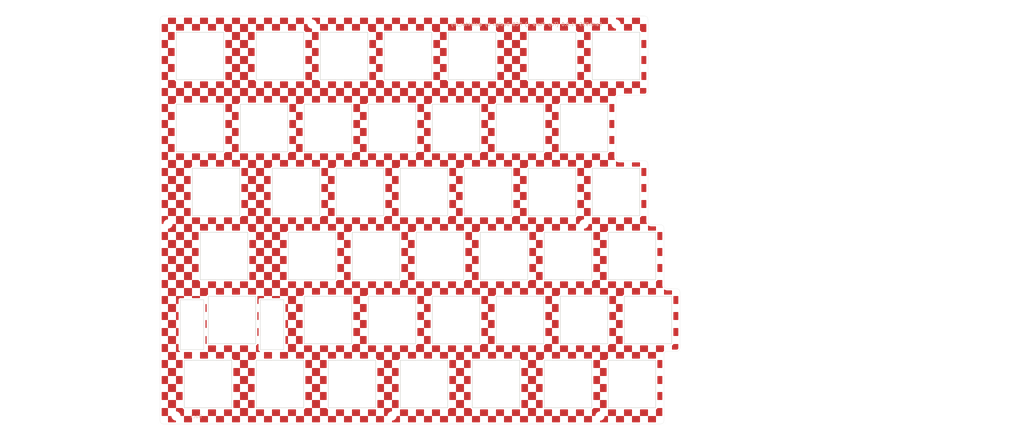
<source format=kicad_pcb>
(kicad_pcb (version 20240108) (generator "pcbnew") (generator_version "8.0")
  (layers (0 "F.Cu" signal) (31 "B.Cu" signal) (34 "B.Paste" user) (35 "F.Paste" user) (36 "B.SilkS" user "B.Silkscreen") (37 "F.SilkS" user "F.Silkscreen") (38 "B.Mask" user) (39 "F.Mask" user) (44 "Edge.Cuts" user))
  (net 0 "")
  (footprint "kbd_SW_Hole:SW_Hole_1u" (layer "F.Cu") (at 76.2 33.3375)
    (property "Reference" "SW3" (hide yes))
    (property "Value" "SW_PUSH" (hide yes))
    (fp_line (start -7.05 -7.05) (end 7.05 -7.05) (stroke (width 0.15)) (layer "Edge.Cuts"))
    (fp_line (start -7.05 7.05) (end -7.05 -7.05) (stroke (width 0.15)) (layer "Edge.Cuts"))
    (fp_line (start 7.05 -7.05) (end 7.05 7.05) (stroke (width 0.15)) (layer "Edge.Cuts"))
    (fp_line (start 7.05 7.05) (end -7.05 7.05) (stroke (width 0.15)) (layer "Edge.Cuts"))
  )
  (footprint "kbd_SW_Hole:SW_Hole_1u" (layer "F.Cu") (at 61.9125 73.81875)
    (property "Reference" "SW16" (hide yes))
    (property "Value" "SW_PUSH" (hide yes))
    (fp_line (start -7.05 -7.05) (end 7.05 -7.05) (stroke (width 0.15)) (layer "Edge.Cuts"))
    (fp_line (start -7.05 7.05) (end -7.05 -7.05) (stroke (width 0.15)) (layer "Edge.Cuts"))
    (fp_line (start 7.05 -7.05) (end 7.05 7.05) (stroke (width 0.15)) (layer "Edge.Cuts"))
    (fp_line (start 7.05 7.05) (end -7.05 7.05) (stroke (width 0.15)) (layer "Edge.Cuts"))
  )
  (footprint "kbd_SW_Hole:SW_Hole_1u" (layer "F.Cu") (at 147.6375 54.76875)
    (property "Reference" "SW14" (hide yes))
    (property "Value" "SW_PUSH" (hide yes))
    (fp_line (start -7.05 -7.05) (end 7.05 -7.05) (stroke (width 0.15)) (layer "Edge.Cuts"))
    (fp_line (start -7.05 7.05) (end -7.05 -7.05) (stroke (width 0.15)) (layer "Edge.Cuts"))
    (fp_line (start 7.05 -7.05) (end 7.05 7.05) (stroke (width 0.15)) (layer "Edge.Cuts"))
    (fp_line (start 7.05 7.05) (end -7.05 7.05) (stroke (width 0.15)) (layer "Edge.Cuts"))
  )
  (footprint "kbd_Hole:m2_Screw_Hole" (layer "F.Cu") (at 66.675 23.8125)
    (property "Reference" "Ref**" (hide yes))
    (property "Value" "Val**" (hide yes))
    (pad "" np_thru_hole circle (at 0 0) (size 2.2 2.2) (drill 2.2) (layers "F&B.Cu" "*.Mask"))
  )
  (footprint "kbd_SW_Hole:SW_Hole_1u" (layer "F.Cu") (at 161.925 130.96875)
    (property "Reference" "SW42" (hide yes))
    (property "Value" "SW_PUSH" (hide yes))
    (fp_line (start -7.05 -7.05) (end 7.05 -7.05) (stroke (width 0.15)) (layer "Edge.Cuts"))
    (fp_line (start -7.05 7.05) (end -7.05 -7.05) (stroke (width 0.15)) (layer "Edge.Cuts"))
    (fp_line (start 7.05 -7.05) (end 7.05 7.05) (stroke (width 0.15)) (layer "Edge.Cuts"))
    (fp_line (start 7.05 7.05) (end -7.05 7.05) (stroke (width 0.15)) (layer "Edge.Cuts"))
  )
  (footprint "kbd_SW_Hole:SW_Hole_1u" (layer "F.Cu") (at 33.3375 33.3375)
    (property "Reference" "SW1" (hide yes))
    (property "Value" "SW_PUSH" (hide yes))
    (fp_line (start -7.05 -7.05) (end 7.05 -7.05) (stroke (width 0.15)) (layer "Edge.Cuts"))
    (fp_line (start -7.05 7.05) (end -7.05 -7.05) (stroke (width 0.15)) (layer "Edge.Cuts"))
    (fp_line (start 7.05 -7.05) (end 7.05 7.05) (stroke (width 0.15)) (layer "Edge.Cuts"))
    (fp_line (start 7.05 7.05) (end -7.05 7.05) (stroke (width 0.15)) (layer "Edge.Cuts"))
  )
  (footprint "kbd_SW_Hole:SW_Hole_1u" (layer "F.Cu") (at 114.3 33.3375)
    (property "Reference" "SW5" (hide yes))
    (property "Value" "SW_PUSH" (hide yes))
    (fp_line (start -7.05 -7.05) (end 7.05 -7.05) (stroke (width 0.15)) (layer "Edge.Cuts"))
    (fp_line (start -7.05 7.05) (end -7.05 -7.05) (stroke (width 0.15)) (layer "Edge.Cuts"))
    (fp_line (start 7.05 -7.05) (end 7.05 7.05) (stroke (width 0.15)) (layer "Edge.Cuts"))
    (fp_line (start 7.05 7.05) (end -7.05 7.05) (stroke (width 0.15)) (layer "Edge.Cuts"))
  )
  (footprint "kbd_SW_Hole:SW_Hole_1.25u" (layer "F.Cu") (at 35.71875 130.96875)
    (property "Reference" "SW36" (hide yes))
    (property "Value" "SW_PUSH" (hide yes))
    (fp_line (start -7.05 -7.05) (end 7.05 -7.05) (stroke (width 0.15)) (layer "Edge.Cuts"))
    (fp_line (start -7.05 7.05) (end -7.05 -7.05) (stroke (width 0.15)) (layer "Edge.Cuts"))
    (fp_line (start 7.05 -7.05) (end 7.05 7.05) (stroke (width 0.15)) (layer "Edge.Cuts"))
    (fp_line (start 7.05 7.05) (end -7.05 7.05) (stroke (width 0.15)) (layer "Edge.Cuts"))
  )
  (footprint "kbd_Hole:m2_Screw_Hole" (layer "F.Cu") (at 152.4 140.49375)
    (property "Reference" "Ref**" (hide yes))
    (property "Value" "Val**" (hide yes))
    (pad "" np_thru_hole circle (at 0 0) (size 2.2 2.2) (drill 2.2) (layers "F&B.Cu" "*.Mask"))
  )
  (footprint "kbd_SW_Hole:SW_Hole_1u" (layer "F.Cu") (at 147.6375 111.91875)
    (property "Reference" "SW34" (hide yes))
    (property "Value" "SW_PUSH" (hide yes))
    (fp_line (start -7.05 -7.05) (end 7.05 -7.05) (stroke (width 0.15)) (layer "Edge.Cuts"))
    (fp_line (start -7.05 7.05) (end -7.05 -7.05) (stroke (width 0.15)) (layer "Edge.Cuts"))
    (fp_line (start 7.05 -7.05) (end 7.05 7.05) (stroke (width 0.15)) (layer "Edge.Cuts"))
    (fp_line (start 7.05 7.05) (end -7.05 7.05) (stroke (width 0.15)) (layer "Edge.Cuts"))
  )
  (footprint "kbd_SW_Hole:SW_Hole_1u" (layer "F.Cu") (at 66.675 92.86875)
    (property "Reference" "SW23" (hide yes))
    (property "Value" "SW_PUSH" (hide yes))
    (fp_line (start -7.05 -7.05) (end 7.05 -7.05) (stroke (width 0.15)) (layer "Edge.Cuts"))
    (fp_line (start -7.05 7.05) (end -7.05 -7.05) (stroke (width 0.15)) (layer "Edge.Cuts"))
    (fp_line (start 7.05 -7.05) (end 7.05 7.05) (stroke (width 0.15)) (layer "Edge.Cuts"))
    (fp_line (start 7.05 7.05) (end -7.05 7.05) (stroke (width 0.15)) (layer "Edge.Cuts"))
  )
  (footprint "kbd_SW_Hole:SW_Hole_1u" (layer "F.Cu") (at 52.3875 54.76875)
    (property "Reference" "SW9" (hide yes))
    (property "Value" "SW_PUSH" (hide yes))
    (fp_line (start -7.05 -7.05) (end 7.05 -7.05) (stroke (width 0.15)) (layer "Edge.Cuts"))
    (fp_line (start -7.05 7.05) (end -7.05 -7.05) (stroke (width 0.15)) (layer "Edge.Cuts"))
    (fp_line (start 7.05 -7.05) (end 7.05 7.05) (stroke (width 0.15)) (layer "Edge.Cuts"))
    (fp_line (start 7.05 7.05) (end -7.05 7.05) (stroke (width 0.15)) (layer "Edge.Cuts"))
  )
  (footprint "kbd_SW_Hole:SW_Hole_1u" (layer "F.Cu") (at 33.3375 54.76875)
    (property "Reference" "SW8" (hide yes))
    (property "Value" "SW_PUSH" (hide yes))
    (fp_line (start -7.05 -7.05) (end 7.05 -7.05) (stroke (width 0.15)) (layer "Edge.Cuts"))
    (fp_line (start -7.05 7.05) (end -7.05 -7.05) (stroke (width 0.15)) (layer "Edge.Cuts"))
    (fp_line (start 7.05 -7.05) (end 7.05 7.05) (stroke (width 0.15)) (layer "Edge.Cuts"))
    (fp_line (start 7.05 7.05) (end -7.05 7.05) (stroke (width 0.15)) (layer "Edge.Cuts"))
  )
  (footprint "kbd_SW_Hole:SW_Hole_1.25u" (layer "F.Cu") (at 121.44375 130.96875)
    (property "Reference" "SW40" (hide yes))
    (property "Value" "SW_PUSH" (hide yes))
    (fp_line (start -7.05 -7.05) (end 7.05 -7.05) (stroke (width 0.15)) (layer "Edge.Cuts"))
    (fp_line (start -7.05 7.05) (end -7.05 -7.05) (stroke (width 0.15)) (layer "Edge.Cuts"))
    (fp_line (start 7.05 -7.05) (end 7.05 7.05) (stroke (width 0.15)) (layer "Edge.Cuts"))
    (fp_line (start 7.05 7.05) (end -7.05 7.05) (stroke (width 0.15)) (layer "Edge.Cuts"))
  )
  (footprint "kbd_SW_Hole:SW_Hole_1.25u" (layer "F.Cu") (at 78.58125 130.96875)
    (property "Reference" "SW38" (hide yes))
    (property "Value" "SW_PUSH" (hide yes))
    (fp_line (start -7.05 -7.05) (end 7.05 -7.05) (stroke (width 0.15)) (layer "Edge.Cuts"))
    (fp_line (start -7.05 7.05) (end -7.05 -7.05) (stroke (width 0.15)) (layer "Edge.Cuts"))
    (fp_line (start 7.05 -7.05) (end 7.05 7.05) (stroke (width 0.15)) (layer "Edge.Cuts"))
    (fp_line (start 7.05 7.05) (end -7.05 7.05) (stroke (width 0.15)) (layer "Edge.Cuts"))
  )
  (footprint "kbd_SW_Hole:SW_Hole_1u" (layer "F.Cu") (at 157.1625 73.81875)
    (property "Reference" "SW21" (hide yes))
    (property "Value" "SW_PUSH" (hide yes))
    (fp_line (start -7.05 -7.05) (end 7.05 -7.05) (stroke (width 0.15)) (layer "Edge.Cuts"))
    (fp_line (start -7.05 7.05) (end -7.05 -7.05) (stroke (width 0.15)) (layer "Edge.Cuts"))
    (fp_line (start 7.05 -7.05) (end 7.05 7.05) (stroke (width 0.15)) (layer "Edge.Cuts"))
    (fp_line (start 7.05 7.05) (end -7.05 7.05) (stroke (width 0.15)) (layer "Edge.Cuts"))
  )
  (footprint "kbd_SW_Hole:SW_Hole_1u" (layer "F.Cu") (at 71.4375 54.76875)
    (property "Reference" "SW10" (hide yes))
    (property "Value" "SW_PUSH" (hide yes))
    (fp_line (start -7.05 -7.05) (end 7.05 -7.05) (stroke (width 0.15)) (layer "Edge.Cuts"))
    (fp_line (start -7.05 7.05) (end -7.05 -7.05) (stroke (width 0.15)) (layer "Edge.Cuts"))
    (fp_line (start 7.05 -7.05) (end 7.05 7.05) (stroke (width 0.15)) (layer "Edge.Cuts"))
    (fp_line (start 7.05 7.05) (end -7.05 7.05) (stroke (width 0.15)) (layer "Edge.Cuts"))
  )
  (footprint "kbd_SW_Hole:SW_Hole_1u" (layer "F.Cu") (at 57.15 130.96875)
    (property "Reference" "SW37" (hide yes))
    (property "Value" "SW_PUSH" (hide yes))
    (fp_line (start -7.05 -7.05) (end 7.05 -7.05) (stroke (width 0.15)) (layer "Edge.Cuts"))
    (fp_line (start -7.05 7.05) (end -7.05 -7.05) (stroke (width 0.15)) (layer "Edge.Cuts"))
    (fp_line (start 7.05 -7.05) (end 7.05 7.05) (stroke (width 0.15)) (layer "Edge.Cuts"))
    (fp_line (start 7.05 7.05) (end -7.05 7.05) (stroke (width 0.15)) (layer "Edge.Cuts"))
  )
  (footprint "kbd_SW_Hole:SW_Hole_1u" (layer "F.Cu") (at 85.725 92.86875)
    (property "Reference" "SW24" (hide yes))
    (property "Value" "SW_PUSH" (hide yes))
    (fp_line (start -7.05 -7.05) (end 7.05 -7.05) (stroke (width 0.15)) (layer "Edge.Cuts"))
    (fp_line (start -7.05 7.05) (end -7.05 -7.05) (stroke (width 0.15)) (layer "Edge.Cuts"))
    (fp_line (start 7.05 -7.05) (end 7.05 7.05) (stroke (width 0.15)) (layer "Edge.Cuts"))
    (fp_line (start 7.05 7.05) (end -7.05 7.05) (stroke (width 0.15)) (layer "Edge.Cuts"))
  )
  (footprint "kbd_SW_Hole:SW_Hole_1u" (layer "F.Cu") (at 109.5375 111.91875)
    (property "Reference" "SW32" (hide yes))
    (property "Value" "SW_PUSH" (hide yes))
    (fp_line (start -7.05 -7.05) (end 7.05 -7.05) (stroke (width 0.15)) (layer "Edge.Cuts"))
    (fp_line (start -7.05 7.05) (end -7.05 -7.05) (stroke (width 0.15)) (layer "Edge.Cuts"))
    (fp_line (start 7.05 -7.05) (end 7.05 7.05) (stroke (width 0.15)) (layer "Edge.Cuts"))
    (fp_line (start 7.05 7.05) (end -7.05 7.05) (stroke (width 0.15)) (layer "Edge.Cuts"))
  )
  (footprint "kbd_SW_Hole:SW_Hole_2u" (layer "F.Cu") (at 42.8625 111.91875)
    (property "Reference" "SW29" (hide yes))
    (property "Value" "SW_PUSH" (hide yes))
    (fp_line (start -15.4 -6) (end -8.4 -6) (stroke (width 0.12)) (layer "Edge.Cuts"))
    (fp_line (start -15.4 8.8) (end -15.4 -6) (stroke (width 0.12)) (layer "Edge.Cuts"))
    (fp_line (start -8.4 -6) (end -8.4 8.8) (stroke (width 0.12)) (layer "Edge.Cuts"))
    (fp_line (start -8.4 8.8) (end -15.4 8.8) (stroke (width 0.12)) (layer "Edge.Cuts"))
    (fp_line (start -7.05 -7.05) (end 7.05 -7.05) (stroke (width 0.15)) (layer "Edge.Cuts"))
    (fp_line (start -7.05 7.05) (end -7.05 -7.05) (stroke (width 0.15)) (layer "Edge.Cuts"))
    (fp_line (start 7.05 -7.05) (end 7.05 7.05) (stroke (width 0.15)) (layer "Edge.Cuts"))
    (fp_line (start 7.05 7.05) (end -7.05 7.05) (stroke (width 0.15)) (layer "Edge.Cuts"))
    (fp_line (start 8.4 -6) (end 8.4 8.8) (stroke (width 0.12)) (layer "Edge.Cuts"))
    (fp_line (start 8.4 8.8) (end 15.4 8.8) (stroke (width 0.12)) (layer "Edge.Cuts"))
    (fp_line (start 15.4 -6) (end 8.4 -6) (stroke (width 0.12)) (layer "Edge.Cuts"))
    (fp_line (start 15.4 8.8) (end 15.4 -6) (stroke (width 0.12)) (layer "Edge.Cuts"))
  )
  (footprint "kbd_SW_Hole:SW_Hole_1u" (layer "F.Cu") (at 104.775 92.86875)
    (property "Reference" "SW25" (hide yes))
    (property "Value" "SW_PUSH" (hide yes))
    (fp_line (start -7.05 -7.05) (end 7.05 -7.05) (stroke (width 0.15)) (layer "Edge.Cuts"))
    (fp_line (start -7.05 7.05) (end -7.05 -7.05) (stroke (width 0.15)) (layer "Edge.Cuts"))
    (fp_line (start 7.05 -7.05) (end 7.05 7.05) (stroke (width 0.15)) (layer "Edge.Cuts"))
    (fp_line (start 7.05 7.05) (end -7.05 7.05) (stroke (width 0.15)) (layer "Edge.Cuts"))
  )
  (footprint "kbd_SW_Hole:SW_Hole_1u" (layer "F.Cu") (at 80.9625 73.81875)
    (property "Reference" "SW17" (hide yes))
    (property "Value" "SW_PUSH" (hide yes))
    (fp_line (start -7.05 -7.05) (end 7.05 -7.05) (stroke (width 0.15)) (layer "Edge.Cuts"))
    (fp_line (start -7.05 7.05) (end -7.05 -7.05) (stroke (width 0.15)) (layer "Edge.Cuts"))
    (fp_line (start 7.05 -7.05) (end 7.05 7.05) (stroke (width 0.15)) (layer "Edge.Cuts"))
    (fp_line (start 7.05 7.05) (end -7.05 7.05) (stroke (width 0.15)) (layer "Edge.Cuts"))
  )
  (footprint "kbd_Hole:m2_Screw_Hole" (layer "F.Cu") (at 26.19375 140.49375)
    (property "Reference" "Ref**" (hide yes))
    (property "Value" "Val**" (hide yes))
    (pad "" np_thru_hole circle (at 0 0) (size 2.2 2.2) (drill 2.2) (layers "F&B.Cu" "*.Mask"))
  )
  (footprint "kbd_SW_Hole:SW_Hole_1u" (layer "F.Cu") (at 142.875 130.96875)
    (property "Reference" "SW41" (hide yes))
    (property "Value" "SW_PUSH" (hide yes))
    (fp_line (start -7.05 -7.05) (end 7.05 -7.05) (stroke (width 0.15)) (layer "Edge.Cuts"))
    (fp_line (start -7.05 7.05) (end -7.05 -7.05) (stroke (width 0.15)) (layer "Edge.Cuts"))
    (fp_line (start 7.05 -7.05) (end 7.05 7.05) (stroke (width 0.15)) (layer "Edge.Cuts"))
    (fp_line (start 7.05 7.05) (end -7.05 7.05) (stroke (width 0.15)) (layer "Edge.Cuts"))
  )
  (footprint "kbd_SW_Hole:SW_Hole_1u" (layer "F.Cu") (at 161.925 92.86875)
    (property "Reference" "SW28" (hide yes))
    (property "Value" "SW_PUSH" (hide yes))
    (fp_line (start -7.05 -7.05) (end 7.05 -7.05) (stroke (width 0.15)) (layer "Edge.Cuts"))
    (fp_line (start -7.05 7.05) (end -7.05 -7.05) (stroke (width 0.15)) (layer "Edge.Cuts"))
    (fp_line (start 7.05 -7.05) (end 7.05 7.05) (stroke (width 0.15)) (layer "Edge.Cuts"))
    (fp_line (start 7.05 7.05) (end -7.05 7.05) (stroke (width 0.15)) (layer "Edge.Cuts"))
  )
  (footprint "kbd_SW_Hole:SW_Hole_1u" (layer "F.Cu") (at 95.25 33.3375)
    (property "Reference" "SW4" (hide yes))
    (property "Value" "SW_PUSH" (hide yes))
    (fp_line (start -7.05 -7.05) (end 7.05 -7.05) (stroke (width 0.15)) (layer "Edge.Cuts"))
    (fp_line (start -7.05 7.05) (end -7.05 -7.05) (stroke (width 0.15)) (layer "Edge.Cuts"))
    (fp_line (start 7.05 -7.05) (end 7.05 7.05) (stroke (width 0.15)) (layer "Edge.Cuts"))
    (fp_line (start 7.05 7.05) (end -7.05 7.05) (stroke (width 0.15)) (layer "Edge.Cuts"))
  )
  (footprint "kbd_SW_Hole:SW_Hole_1u" (layer "F.Cu") (at 138.1125 73.81875)
    (property "Reference" "SW20" (hide yes))
    (property "Value" "SW_PUSH" (hide yes))
    (fp_line (start -7.05 -7.05) (end 7.05 -7.05) (stroke (width 0.15)) (layer "Edge.Cuts"))
    (fp_line (start -7.05 7.05) (end -7.05 -7.05) (stroke (width 0.15)) (layer "Edge.Cuts"))
    (fp_line (start 7.05 -7.05) (end 7.05 7.05) (stroke (width 0.15)) (layer "Edge.Cuts"))
    (fp_line (start 7.05 7.05) (end -7.05 7.05) (stroke (width 0.15)) (layer "Edge.Cuts"))
  )
  (footprint "kbd_SW_Hole:SW_Hole_1u" (layer "F.Cu") (at 100.0125 130.96875)
    (property "Reference" "SW39" (hide yes))
    (property "Value" "SW_PUSH" (hide yes))
    (fp_line (start -7.05 -7.05) (end 7.05 -7.05) (stroke (width 0.15)) (layer "Edge.Cuts"))
    (fp_line (start -7.05 7.05) (end -7.05 -7.05) (stroke (width 0.15)) (layer "Edge.Cuts"))
    (fp_line (start 7.05 -7.05) (end 7.05 7.05) (stroke (width 0.15)) (layer "Edge.Cuts"))
    (fp_line (start 7.05 7.05) (end -7.05 7.05) (stroke (width 0.15)) (layer "Edge.Cuts"))
  )
  (footprint "kbd_Hole:m2_Screw_Hole" (layer "F.Cu") (at 23.8125 83.34375)
    (property "Reference" "Ref**" (hide yes))
    (property "Value" "Val**" (hide yes))
    (pad "" np_thru_hole circle (at 0 0) (size 2.2 2.2) (drill 2.2) (layers "F&B.Cu" "*.Mask"))
  )
  (footprint "kbd_SW_Hole:SW_Hole_1u" (layer "F.Cu") (at 157.1625 33.3375)
    (property "Reference" "SW7" (hide yes))
    (property "Value" "SW_PUSH" (hide yes))
    (fp_line (start -7.05 -7.05) (end 7.05 -7.05) (stroke (width 0.15)) (layer "Edge.Cuts"))
    (fp_line (start -7.05 7.05) (end -7.05 -7.05) (stroke (width 0.15)) (layer "Edge.Cuts"))
    (fp_line (start 7.05 -7.05) (end 7.05 7.05) (stroke (width 0.15)) (layer "Edge.Cuts"))
    (fp_line (start 7.05 7.05) (end -7.05 7.05) (stroke (width 0.15)) (layer "Edge.Cuts"))
  )
  (footprint "kbd_SW_Hole:SW_Hole_1u" (layer "F.Cu") (at 109.5375 54.76875)
    (property "Reference" "SW12" (hide yes))
    (property "Value" "SW_PUSH" (hide yes))
    (fp_line (start -7.05 -7.05) (end 7.05 -7.05) (stroke (width 0.15)) (layer "Edge.Cuts"))
    (fp_line (start -7.05 7.05) (end -7.05 -7.05) (stroke (width 0.15)) (layer "Edge.Cuts"))
    (fp_line (start 7.05 -7.05) (end 7.05 7.05) (stroke (width 0.15)) (layer "Edge.Cuts"))
    (fp_line (start 7.05 7.05) (end -7.05 7.05) (stroke (width 0.15)) (layer "Edge.Cuts"))
  )
  (footprint "kbd_SW_Hole:SW_Hole_1u" (layer "F.Cu") (at 123.825 92.86875)
    (property "Reference" "SW26" (hide yes))
    (property "Value" "SW_PUSH" (hide yes))
    (fp_line (start -7.05 -7.05) (end 7.05 -7.05) (stroke (width 0.15)) (layer "Edge.Cuts"))
    (fp_line (start -7.05 7.05) (end -7.05 -7.05) (stroke (width 0.15)) (layer "Edge.Cuts"))
    (fp_line (start 7.05 -7.05) (end 7.05 7.05) (stroke (width 0.15)) (layer "Edge.Cuts"))
    (fp_line (start 7.05 7.05) (end -7.05 7.05) (stroke (width 0.15)) (layer "Edge.Cuts"))
  )
  (footprint "kbd_Hole:m2_Screw_Hole" (layer "F.Cu") (at 90.4875 140.49375)
    (property "Reference" "Ref**" (hide yes))
    (property "Value" "Val**" (hide yes))
    (pad "" np_thru_hole circle (at 0 0) (size 2.2 2.2) (drill 2.2) (layers "F&B.Cu" "*.Mask"))
  )
  (footprint "kbd_SW_Hole:SW_Hole_1u" (layer "F.Cu") (at 142.875 92.86875)
    (property "Reference" "SW27" (hide yes))
    (property "Value" "SW_PUSH" (hide yes))
    (fp_line (start -7.05 -7.05) (end 7.05 -7.05) (stroke (width 0.15)) (layer "Edge.Cuts"))
    (fp_line (start -7.05 7.05) (end -7.05 -7.05) (stroke (width 0.15)) (layer "Edge.Cuts"))
    (fp_line (start 7.05 -7.05) (end 7.05 7.05) (stroke (width 0.15)) (layer "Edge.Cuts"))
    (fp_line (start 7.05 7.05) (end -7.05 7.05) (stroke (width 0.15)) (layer "Edge.Cuts"))
  )
  (footprint "kbd_SW_Hole:SW_Hole_1u" (layer "F.Cu") (at 128.5875 54.76875)
    (property "Reference" "SW13" (hide yes))
    (property "Value" "SW_PUSH" (hide yes))
    (fp_line (start -7.05 -7.05) (end 7.05 -7.05) (stroke (width 0.15)) (layer "Edge.Cuts"))
    (fp_line (start -7.05 7.05) (end -7.05 -7.05) (stroke (width 0.15)) (layer "Edge.Cuts"))
    (fp_line (start 7.05 -7.05) (end 7.05 7.05) (stroke (width 0.15)) (layer "Edge.Cuts"))
    (fp_line (start 7.05 7.05) (end -7.05 7.05) (stroke (width 0.15)) (layer "Edge.Cuts"))
  )
  (footprint "kbd_SW_Hole:SW_Hole_1u" (layer "F.Cu") (at 71.4375 111.91875)
    (property "Reference" "SW30" (hide yes))
    (property "Value" "SW_PUSH" (hide yes))
    (fp_line (start -7.05 -7.05) (end 7.05 -7.05) (stroke (width 0.15)) (layer "Edge.Cuts"))
    (fp_line (start -7.05 7.05) (end -7.05 -7.05) (stroke (width 0.15)) (layer "Edge.Cuts"))
    (fp_line (start 7.05 -7.05) (end 7.05 7.05) (stroke (width 0.15)) (layer "Edge.Cuts"))
    (fp_line (start 7.05 7.05) (end -7.05 7.05) (stroke (width 0.15)) (layer "Edge.Cuts"))
  )
  (footprint "kbd_SW_Hole:SW_Hole_1u" (layer "F.Cu") (at 128.5875 111.91875)
    (property "Reference" "SW33" (hide yes))
    (property "Value" "SW_PUSH" (hide yes))
    (fp_line (start -7.05 -7.05) (end 7.05 -7.05) (stroke (width 0.15)) (layer "Edge.Cuts"))
    (fp_line (start -7.05 7.05) (end -7.05 -7.05) (stroke (width 0.15)) (layer "Edge.Cuts"))
    (fp_line (start 7.05 -7.05) (end 7.05 7.05) (stroke (width 0.15)) (layer "Edge.Cuts"))
    (fp_line (start 7.05 7.05) (end -7.05 7.05) (stroke (width 0.15)) (layer "Edge.Cuts"))
  )
  (footprint "kbd_SW_Hole:SW_Hole_1u" (layer "F.Cu") (at 90.4875 54.76875)
    (property "Reference" "SW11" (hide yes))
    (property "Value" "SW_PUSH" (hide yes))
    (fp_line (start -7.05 -7.05) (end 7.05 -7.05) (stroke (width 0.15)) (layer "Edge.Cuts"))
    (fp_line (start -7.05 7.05) (end -7.05 -7.05) (stroke (width 0.15)) (layer "Edge.Cuts"))
    (fp_line (start 7.05 -7.05) (end 7.05 7.05) (stroke (width 0.15)) (layer "Edge.Cuts"))
    (fp_line (start 7.05 7.05) (end -7.05 7.05) (stroke (width 0.15)) (layer "Edge.Cuts"))
  )
  (footprint "kbd_SW_Hole:SW_Hole_1u" (layer "F.Cu") (at 166.6875 111.91875)
    (property "Reference" "SW35" (hide yes))
    (property "Value" "SW_PUSH" (hide yes))
    (fp_line (start -7.05 -7.05) (end 7.05 -7.05) (stroke (width 0.15)) (layer "Edge.Cuts"))
    (fp_line (start -7.05 7.05) (end -7.05 -7.05) (stroke (width 0.15)) (layer "Edge.Cuts"))
    (fp_line (start 7.05 -7.05) (end 7.05 7.05) (stroke (width 0.15)) (layer "Edge.Cuts"))
    (fp_line (start 7.05 7.05) (end -7.05 7.05) (stroke (width 0.15)) (layer "Edge.Cuts"))
  )
  (footprint "kbd_SW_Hole:SW_Hole_1u" (layer "F.Cu") (at 119.0625 73.81875)
    (property "Reference" "SW19" (hide yes))
    (property "Value" "SW_PUSH" (hide yes))
    (fp_line (start -7.05 -7.05) (end 7.05 -7.05) (stroke (width 0.15)) (layer "Edge.Cuts"))
    (fp_line (start -7.05 7.05) (end -7.05 -7.05) (stroke (width 0.15)) (layer "Edge.Cuts"))
    (fp_line (start 7.05 -7.05) (end 7.05 7.05) (stroke (width 0.15)) (layer "Edge.Cuts"))
    (fp_line (start 7.05 7.05) (end -7.05 7.05) (stroke (width 0.15)) (layer "Edge.Cuts"))
  )
  (footprint "kbd_SW_Hole:SW_Hole_1.5u" (layer "F.Cu") (at 38.1 73.81875)
    (property "Reference" "SW15" (hide yes))
    (property "Value" "SW_PUSH" (hide yes))
    (fp_line (start -7.05 -7.05) (end 7.05 -7.05) (stroke (width 0.15)) (layer "Edge.Cuts"))
    (fp_line (start -7.05 7.05) (end -7.05 -7.05) (stroke (width 0.15)) (layer "Edge.Cuts"))
    (fp_line (start 7.05 -7.05) (end 7.05 7.05) (stroke (width 0.15)) (layer "Edge.Cuts"))
    (fp_line (start 7.05 7.05) (end -7.05 7.05) (stroke (width 0.15)) (layer "Edge.Cuts"))
  )
  (footprint "kbd_Hole:m2_Screw_Hole" (layer "F.Cu") (at 157.1625 23.8125)
    (property "Reference" "Ref**" (hide yes))
    (property "Value" "Val**" (hide yes))
    (pad "" np_thru_hole circle (at 0 0) (size 2.2 2.2) (drill 2.2) (layers "*.Cu" "*.Mask"))
  )
  (footprint "kbd_SW_Hole:SW_Hole_1u" (layer "F.Cu") (at 90.4875 111.91875)
    (property "Reference" "SW31" (hide yes))
    (property "Value" "SW_PUSH" (hide yes))
    (fp_line (start -7.05 -7.05) (end 7.05 -7.05) (stroke (width 0.15)) (layer "Edge.Cuts"))
    (fp_line (start -7.05 7.05) (end -7.05 -7.05) (stroke (width 0.15)) (layer "Edge.Cuts"))
    (fp_line (start 7.05 -7.05) (end 7.05 7.05) (stroke (width 0.15)) (layer "Edge.Cuts"))
    (fp_line (start 7.05 7.05) (end -7.05 7.05) (stroke (width 0.15)) (layer "Edge.Cuts"))
  )
  (footprint "kbd_SW_Hole:SW_Hole_1u" (layer "F.Cu") (at 100.0125 73.81875)
    (property "Reference" "SW18" (hide yes))
    (property "Value" "SW_PUSH" (hide yes))
    (fp_line (start -7.05 -7.05) (end 7.05 -7.05) (stroke (width 0.15)) (layer "Edge.Cuts"))
    (fp_line (start -7.05 7.05) (end -7.05 -7.05) (stroke (width 0.15)) (layer "Edge.Cuts"))
    (fp_line (start 7.05 -7.05) (end 7.05 7.05) (stroke (width 0.15)) (layer "Edge.Cuts"))
    (fp_line (start 7.05 7.05) (end -7.05 7.05) (stroke (width 0.15)) (layer "Edge.Cuts"))
  )
  (footprint "kbd_SW_Hole:SW_Hole_1.75u" (layer "F.Cu") (at 40.48125 92.86875)
    (property "Reference" "SW22" (hide yes))
    (property "Value" "SW_PUSH" (hide yes))
    (fp_line (start -7.05 -7.05) (end 7.05 -7.05) (stroke (width 0.15)) (layer "Edge.Cuts"))
    (fp_line (start -7.05 7.05) (end -7.05 -7.05) (stroke (width 0.15)) (layer "Edge.Cuts"))
    (fp_line (start 7.05 -7.05) (end 7.05 7.05) (stroke (width 0.15)) (layer "Edge.Cuts"))
    (fp_line (start 7.05 7.05) (end -7.05 7.05) (stroke (width 0.15)) (layer "Edge.Cuts"))
  )
  (footprint "kbd_SW_Hole:SW_Hole_1u" (layer "F.Cu") (at 138.1125 33.3375)
    (property "Reference" "SW6" (hide yes))
    (property "Value" "SW_PUSH" (hide yes))
    (fp_line (start -7.05 -7.05) (end 7.05 -7.05) (stroke (width 0.15)) (layer "Edge.Cuts"))
    (fp_line (start -7.05 7.05) (end -7.05 -7.05) (stroke (width 0.15)) (layer "Edge.Cuts"))
    (fp_line (start 7.05 -7.05) (end 7.05 7.05) (stroke (width 0.15)) (layer "Edge.Cuts"))
    (fp_line (start 7.05 7.05) (end -7.05 7.05) (stroke (width 0.15)) (layer "Edge.Cuts"))
  )
  (footprint "kbd_Hole:m2_Screw_Hole" (layer "F.Cu") (at 147.6375 83.34375)
    (property "Reference" "Ref**" (hide yes))
    (property "Value" "Val**" (hide yes))
    (pad "" np_thru_hole circle (at 0 0) (size 2.2 2.2) (drill 2.2) (layers "F&B.Cu" "*.Mask"))
  )
  (footprint "kbd_SW_Hole:SW_Hole_1u" (layer "F.Cu") (at 57.15 33.3375)
    (property "Reference" "SW2" (hide yes))
    (property "Value" "SW_PUSH" (hide yes))
    (fp_line (start -7.05 -7.05) (end 7.05 -7.05) (stroke (width 0.15)) (layer "Edge.Cuts"))
    (fp_line (start -7.05 7.05) (end -7.05 -7.05) (stroke (width 0.15)) (layer "Edge.Cuts"))
    (fp_line (start 7.05 -7.05) (end 7.05 7.05) (stroke (width 0.15)) (layer "Edge.Cuts"))
    (fp_line (start 7.05 7.05) (end -7.05 7.05) (stroke (width 0.15)) (layer "Edge.Cuts"))
  )
  (gr_line (start 176.2125 120.24375) (end 176.2125 103.59375) (stroke (width 0.05)) (layer "Edge.Cuts"))
  (gr_arc (start 171.45 122.24375) (mid 171.742893 121.536643) (end 172.45 121.24375) (stroke (width 0.05)) (layer "Edge.Cuts"))
  (gr_arc (start 158.1625 64.49375) (mid 157.455393 64.200857) (end 157.1625 63.49375) (stroke (width 0.05)) (layer "Edge.Cuts"))
  (gr_line (start 165.6875 64.49375) (end 158.1625 64.49375) (stroke (width 0.05)) (layer "Edge.Cuts"))
  (gr_line (start 166.6875 82.54375) (end 166.6875 65.49375) (stroke (width 0.05)) (layer "Edge.Cuts"))
  (gr_arc (start 170.45 83.54375) (mid 171.157107 83.836643) (end 171.45 84.54375) (stroke (width 0.05)) (layer "Edge.Cuts"))
  (gr_line (start 166.6875 44.04375) (end 166.6875 22.43125) (stroke (width 0.05)) (layer "Edge.Cuts"))
  (gr_line (start 22.43125 142.875) (end 170.45 142.875) (stroke (width 0.05)) (layer "Edge.Cuts"))
  (gr_arc (start 21.43125 22.43125) (mid 21.724143 21.724143) (end 22.43125 21.43125) (stroke (width 0.05)) (layer "Edge.Cuts"))
  (gr_arc (start 165.6875 21.43125) (mid 166.394607 21.724143) (end 166.6875 22.43125) (stroke (width 0.05)) (layer "Edge.Cuts"))
  (gr_line (start 170.45 83.54375) (end 167.6875 83.54375) (stroke (width 0.05)) (layer "Edge.Cuts"))
  (gr_arc (start 167.6875 83.54375) (mid 166.980393 83.250857) (end 166.6875 82.54375) (stroke (width 0.05)) (layer "Edge.Cuts"))
  (gr_line (start 171.45 101.59375) (end 171.45 84.54375) (stroke (width 0.05)) (layer "Edge.Cuts"))
  (gr_arc (start 175.2125 102.59375) (mid 175.919607 102.886643) (end 176.2125 103.59375) (stroke (width 0.05)) (layer "Edge.Cuts"))
  (gr_arc (start 22.43125 142.875) (mid 21.724143 142.582107) (end 21.43125 141.875) (stroke (width 0.05)) (layer "Edge.Cuts"))
  (gr_arc (start 171.45 141.875) (mid 171.157107 142.582107) (end 170.45 142.875) (stroke (width 0.05)) (layer "Edge.Cuts"))
  (gr_arc (start 176.2125 120.24375) (mid 175.919607 120.950857) (end 175.2125 121.24375) (stroke (width 0.05)) (layer "Edge.Cuts"))
  (gr_arc (start 165.6875 64.49375) (mid 166.394607 64.786643) (end 166.6875 65.49375) (stroke (width 0.05)) (layer "Edge.Cuts"))
  (gr_line (start 171.45 141.875) (end 171.45 122.24375) (stroke (width 0.05)) (layer "Edge.Cuts"))
  (gr_line (start 21.43125 22.43125) (end 21.43125 141.875) (stroke (width 0.05)) (layer "Edge.Cuts"))
  (gr_line (start 165.6875 21.43125) (end 22.43125 21.43125) (stroke (width 0.05)) (layer "Edge.Cuts"))
  (gr_arc (start 157.1625 46.04375) (mid 157.455393 45.336643) (end 158.1625 45.04375) (stroke (width 0.05)) (layer "Edge.Cuts"))
  (gr_line (start 157.1625 63.49375) (end 157.1625 46.04375) (stroke (width 0.05)) (layer "Edge.Cuts"))
  (gr_line (start 175.2125 102.59375) (end 172.45 102.59375) (stroke (width 0.05)) (layer "Edge.Cuts"))
  (gr_arc (start 166.6875 44.04375) (mid 166.394607 44.750857) (end 165.6875 45.04375) (stroke (width 0.05)) (layer "Edge.Cuts"))
  (gr_arc (start 172.45 102.59375) (mid 171.742893 102.300857) (end 171.45 101.59375) (stroke (width 0.05)) (layer "Edge.Cuts"))
  (gr_line (start 172.45 121.24375) (end 175.2125 121.24375) (stroke (width 0.05)) (layer "Edge.Cuts"))
  (gr_line (start 158.1625 45.04375) (end 165.6875 45.04375) (stroke (width 0.05)) (layer "Edge.Cuts"))
  (gr_text "Back" (at 33.981562 141.200559 0) (layer "B.SilkS") (effects (font (size 1 1) (thickness 0.1)) (justify left bottom mirror)))
  (gr_text "Earth95S v1.0.0 (Top Plate L) PCB Design by @alektor_diy" (at 153.094484 24.486913 0) (layer "B.SilkS") (effects (font (size 1 1)) (justify left bottom mirror)))
  (zone (net 0) (net_name "") (layer "F.Cu") (connect_pads (clearance 0)) (min_thickness 0.25)
    (keepout (tracks allowed) (vias allowed) (pads allowed) (copperpour not_allowed) (footprints allowed))
    (fill (thermal_gap 0.5) (thermal_bridge_width 0.5))
    (polygon (pts (xy 233.3625 38.1) (xy 233.3625 40.48125) (xy 235.74375 40.48125) (xy 235.74375 38.1)))
  )
  (zone (net 0) (net_name "") (layer "F.Cu") (connect_pads (clearance 0)) (min_thickness 0.25)
    (keepout (tracks allowed) (vias allowed) (pads allowed) (copperpour not_allowed) (footprints allowed))
    (fill (thermal_gap 0.5) (thermal_bridge_width 0.5))
    (polygon (pts (xy -2.38125 97.63125) (xy -2.38125 100.0125) (xy 0 100.0125) (xy 0 97.63125)))
  )
  (zone (net 0) (net_name "") (layer "F.Cu") (connect_pads (clearance 0)) (min_thickness 0.25)
    (keepout (tracks allowed) (vias allowed) (pads allowed) (copperpour not_allowed) (footprints allowed))
    (fill (thermal_gap 0.5) (thermal_bridge_width 0.5))
    (polygon (pts (xy 154.78125 40.48125) (xy 154.78125 42.8625) (xy 157.1625 42.8625) (xy 157.1625 40.48125)))
  )
  (zone (net 0) (net_name "") (layer "F.Cu") (connect_pads (clearance 0)) (min_thickness 0.25)
    (keepout (tracks allowed) (vias allowed) (pads allowed) (copperpour not_allowed) (footprints allowed))
    (fill (thermal_gap 0.5) (thermal_bridge_width 0.5))
    (polygon (pts (xy 4.7625 90.4875) (xy 4.7625 92.86875) (xy 7.14375 92.86875) (xy 7.14375 90.4875)))
  )
  (zone (net 0) (net_name "") (layer "F.Cu") (connect_pads (clearance 0)) (min_thickness 0.25)
    (keepout (tracks allowed) (vias allowed) (pads allowed) (copperpour not_allowed) (footprints allowed))
    (fill (thermal_gap 0.5) (thermal_bridge_width 0.5))
    (polygon (pts (xy 204.7875 133.35) (xy 204.7875 135.73125) (xy 207.16875 135.73125) (xy 207.16875 133.35)))
  )
  (zone (net 0) (net_name "") (layer "F.Cu") (connect_pads (clearance 0)) (min_thickness 0.25)
    (keepout (tracks allowed) (vias allowed) (pads allowed) (copperpour not_allowed) (footprints allowed))
    (fill (thermal_gap 0.5) (thermal_bridge_width 0.5))
    (polygon (pts (xy 116.68125 54.76875) (xy 116.68125 57.15) (xy 119.0625 57.15) (xy 119.0625 54.76875)))
  )
  (zone (net 0) (net_name "") (layer "F.Cu") (connect_pads (clearance 0)) (min_thickness 0.25)
    (keepout (tracks allowed) (vias allowed) (pads allowed) (copperpour not_allowed) (footprints allowed))
    (fill (thermal_gap 0.5) (thermal_bridge_width 0.5))
    (polygon (pts (xy 42.8625 114.3) (xy 42.8625 116.68125) (xy 45.24375 116.68125) (xy 45.24375 114.3)))
  )
  (zone (net 0) (net_name "") (layer "F.Cu") (connect_pads (clearance 0)) (min_thickness 0.25)
    (keepout (tracks allowed) (vias allowed) (pads allowed) (copperpour not_allowed) (footprints allowed))
    (fill (thermal_gap 0.5) (thermal_bridge_width 0.5))
    (polygon (pts (xy 223.8375 19.05) (xy 223.8375 21.43125) (xy 226.21875 21.43125) (xy 226.21875 19.05)))
  )
  (zone (net 0) (net_name "") (layer "F.Cu") (connect_pads (clearance 0)) (min_thickness 0.25)
    (keepout (tracks allowed) (vias allowed) (pads allowed) (copperpour not_allowed) (footprints allowed))
    (fill (thermal_gap 0.5) (thermal_bridge_width 0.5))
    (polygon (pts (xy 92.86875 40.48125) (xy 92.86875 42.8625) (xy 95.25 42.8625) (xy 95.25 40.48125)))
  )
  (zone (net 0) (net_name "") (layer "F.Cu") (connect_pads (clearance 0)) (min_thickness 0.25)
    (keepout (tracks allowed) (vias allowed) (pads allowed) (copperpour not_allowed) (footprints allowed))
    (fill (thermal_gap 0.5) (thermal_bridge_width 0.5))
    (polygon (pts (xy 257.175 52.3875) (xy 257.175 54.76875) (xy 259.55625 54.76875) (xy 259.55625 52.3875)))
  )
  (zone (net 0) (net_name "") (layer "F.Cu") (connect_pads (clearance 0)) (min_thickness 0.25)
    (keepout (tracks allowed) (vias allowed) (pads allowed) (copperpour not_allowed) (footprints allowed))
    (fill (thermal_gap 0.5) (thermal_bridge_width 0.5))
    (polygon (pts (xy -14.2875 57.15) (xy -14.2875 59.53125) (xy -11.90625 59.53125) (xy -11.90625 57.15)))
  )
  (zone (net 0) (net_name "") (layer "F.Cu") (connect_pads (clearance 0)) (min_thickness 0.25)
    (keepout (tracks allowed) (vias allowed) (pads allowed) (copperpour not_allowed) (footprints allowed))
    (fill (thermal_gap 0.5) (thermal_bridge_width 0.5))
    (polygon (pts (xy 188.11875 69.05625) (xy 188.11875 71.4375) (xy 190.5 71.4375) (xy 190.5 69.05625)))
  )
  (zone (net 0) (net_name "") (layer "F.Cu") (connect_pads (clearance 0)) (min_thickness 0.25)
    (keepout (tracks allowed) (vias allowed) (pads allowed) (copperpour not_allowed) (footprints allowed))
    (fill (thermal_gap 0.5) (thermal_bridge_width 0.5))
    (polygon (pts (xy 180.975 95.25) (xy 180.975 97.63125) (xy 183.35625 97.63125) (xy 183.35625 95.25)))
  )
  (zone (net 0) (net_name "") (layer "F.Cu") (connect_pads (clearance 0)) (min_thickness 0.25)
    (keepout (tracks allowed) (vias allowed) (pads allowed) (copperpour not_allowed) (footprints allowed))
    (fill (thermal_gap 0.5) (thermal_bridge_width 0.5))
    (polygon (pts (xy 257.175 85.725) (xy 257.175 88.10625) (xy 259.55625 88.10625) (xy 259.55625 85.725)))
  )
  (zone (net 0) (net_name "") (layer "F.Cu") (connect_pads (clearance 0)) (min_thickness 0.25)
    (keepout (tracks allowed) (vias allowed) (pads allowed) (copperpour not_allowed) (footprints allowed))
    (fill (thermal_gap 0.5) (thermal_bridge_width 0.5))
    (polygon (pts (xy 45.24375 111.91875) (xy 45.24375 114.3) (xy 47.625 114.3) (xy 47.625 111.91875)))
  )
  (zone (net 0) (net_name "") (layer "F.Cu") (connect_pads (clearance 0)) (min_thickness 0.25)
    (keepout (tracks allowed) (vias allowed) (pads allowed) (copperpour not_allowed) (footprints allowed))
    (fill (thermal_gap 0.5) (thermal_bridge_width 0.5))
    (polygon (pts (xy 23.8125 95.25) (xy 23.8125 97.63125) (xy 26.19375 97.63125) (xy 26.19375 95.25)))
  )
  (zone (net 0) (net_name "") (layer "F.Cu") (connect_pads (clearance 0)) (min_thickness 0.25)
    (keepout (tracks allowed) (vias allowed) (pads allowed) (copperpour not_allowed) (footprints allowed))
    (fill (thermal_gap 0.5) (thermal_bridge_width 0.5))
    (polygon (pts (xy 19.05 61.9125) (xy 19.05 64.29375) (xy 21.43125 64.29375) (xy 21.43125 61.9125)))
  )
  (zone (net 0) (net_name "") (layer "F.Cu") (connect_pads (clearance 0)) (min_thickness 0.25)
    (keepout (tracks allowed) (vias allowed) (pads allowed) (copperpour not_allowed) (footprints allowed))
    (fill (thermal_gap 0.5) (thermal_bridge_width 0.5))
    (polygon (pts (xy 50.00625 73.81875) (xy 50.00625 76.2) (xy 52.3875 76.2) (xy 52.3875 73.81875)))
  )
  (zone (net 0) (net_name "") (layer "F.Cu") (connect_pads (clearance 0)) (min_thickness 0.25)
    (keepout (tracks allowed) (vias allowed) (pads allowed) (copperpour not_allowed) (footprints allowed))
    (fill (thermal_gap 0.5) (thermal_bridge_width 0.5))
    (polygon (pts (xy 207.16875 92.86875) (xy 207.16875 95.25) (xy 209.55 95.25) (xy 209.55 92.86875)))
  )
  (zone (net 0) (net_name "") (layer "F.Cu") (connect_pads (clearance 0)) (min_thickness 0.25)
    (keepout (tracks allowed) (vias allowed) (pads allowed) (copperpour not_allowed) (footprints allowed))
    (fill (thermal_gap 0.5) (thermal_bridge_width 0.5))
    (polygon (pts (xy 83.34375 54.76875) (xy 83.34375 57.15) (xy 85.725 57.15) (xy 85.725 54.76875)))
  )
  (zone (net 0) (net_name "") (layer "F.Cu") (connect_pads (clearance 0)) (min_thickness 0.25)
    (keepout (tracks allowed) (vias allowed) (pads allowed) (copperpour not_allowed) (footprints allowed))
    (fill (thermal_gap 0.5) (thermal_bridge_width 0.5))
    (polygon (pts (xy 26.19375 73.81875) (xy 26.19375 76.2) (xy 28.575 76.2) (xy 28.575 73.81875)))
  )
  (zone (net 0) (net_name "") (layer "F.Cu") (connect_pads (clearance 0)) (min_thickness 0.25)
    (keepout (tracks allowed) (vias allowed) (pads allowed) (copperpour not_allowed) (footprints allowed))
    (fill (thermal_gap 0.5) (thermal_bridge_width 0.5))
    (polygon (pts (xy 259.55625 135.73125) (xy 259.55625 138.1125) (xy 261.9375 138.1125) (xy 261.9375 135.73125)))
  )
  (zone (net 0) (net_name "") (layer "F.Cu") (connect_pads (clearance 0)) (min_thickness 0.25)
    (keepout (tracks allowed) (vias allowed) (pads allowed) (copperpour not_allowed) (footprints allowed))
    (fill (thermal_gap 0.5) (thermal_bridge_width 0.5))
    (polygon (pts (xy 7.14375 64.29375) (xy 7.14375 66.675) (xy 9.525 66.675) (xy 9.525 64.29375)))
  )
  (zone (net 0) (net_name "") (layer "F.Cu") (connect_pads (clearance 0)) (min_thickness 0.25)
    (keepout (tracks allowed) (vias allowed) (pads allowed) (copperpour not_allowed) (footprints allowed))
    (fill (thermal_gap 0.5) (thermal_bridge_width 0.5))
    (polygon (pts (xy 176.2125 61.9125) (xy 176.2125 64.29375) (xy 178.59375 64.29375) (xy 178.59375 61.9125)))
  )
  (zone (net 0) (net_name "") (layer "F.Cu") (connect_pads (clearance 0)) (min_thickness 0.25)
    (keepout (tracks allowed) (vias allowed) (pads allowed) (copperpour not_allowed) (footprints allowed))
    (fill (thermal_gap 0.5) (thermal_bridge_width 0.5))
    (polygon (pts (xy 240.50625 88.10625) (xy 240.50625 90.4875) (xy 242.8875 90.4875) (xy 242.8875 88.10625)))
  )
  (zone (net 0) (net_name "") (layer "F.Cu") (connect_pads (clearance 0)) (min_thickness 0.25)
    (keepout (tracks allowed) (vias allowed) (pads allowed) (copperpour not_allowed) (footprints allowed))
    (fill (thermal_gap 0.5) (thermal_bridge_width 0.5))
    (polygon (pts (xy 114.3 33.3375) (xy 114.3 35.71875) (xy 116.68125 35.71875) (xy 116.68125 33.3375)))
  )
  (zone (net 0) (net_name "") (layer "F.Cu") (connect_pads (clearance 0)) (min_thickness 0.25)
    (keepout (tracks allowed) (vias allowed) (pads allowed) (copperpour not_allowed) (footprints allowed))
    (fill (thermal_gap 0.5) (thermal_bridge_width 0.5))
    (polygon (pts (xy -2.38125 116.68125) (xy -2.38125 119.0625) (xy 0 119.0625) (xy 0 116.68125)))
  )
  (zone (net 0) (net_name "") (layer "F.Cu") (connect_pads (clearance 0)) (min_thickness 0.25)
    (keepout (tracks allowed) (vias allowed) (pads allowed) (copperpour not_allowed) (footprints allowed))
    (fill (thermal_gap 0.5) (thermal_bridge_width 0.5))
    (polygon (pts (xy 2.38125 40.48125) (xy 2.38125 42.8625) (xy 4.7625 42.8625) (xy 4.7625 40.48125)))
  )
  (zone (net 0) (net_name "") (layer "F.Cu") (connect_pads (clearance 0)) (min_thickness 0.25)
    (keepout (tracks allowed) (vias allowed) (pads allowed) (copperpour not_allowed) (footprints allowed))
    (fill (thermal_gap 0.5) (thermal_bridge_width 0.5))
    (polygon (pts (xy 147.6375 109.5375) (xy 147.6375 111.91875) (xy 150.01875 111.91875) (xy 150.01875 109.5375)))
  )
  (zone (net 0) (net_name "") (layer "F.Cu") (connect_pads (clearance 0)) (min_thickness 0.25)
    (keepout (tracks allowed) (vias allowed) (pads allowed) (copperpour not_allowed) (footprints allowed))
    (fill (thermal_gap 0.5) (thermal_bridge_width 0.5))
    (polygon (pts (xy 207.16875 69.05625) (xy 207.16875 71.4375) (xy 209.55 71.4375) (xy 209.55 69.05625)))
  )
  (zone (net 0) (net_name "") (layer "F.Cu") (connect_pads (clearance 0)) (min_thickness 0.25)
    (keepout (tracks allowed) (vias allowed) (pads allowed) (copperpour not_allowed) (footprints allowed))
    (fill (thermal_gap 0.5) (thermal_bridge_width 0.5))
    (polygon (pts (xy 142.875 100.0125) (xy 142.875 102.39375) (xy 145.25625 102.39375) (xy 145.25625 100.0125)))
  )
  (zone (net 0) (net_name "") (layer "F.Cu") (connect_pads (clearance 0)) (min_thickness 0.25)
    (keepout (tracks allowed) (vias allowed) (pads allowed) (copperpour not_allowed) (footprints allowed))
    (fill (thermal_gap 0.5) (thermal_bridge_width 0.5))
    (polygon (pts (xy 73.81875 45.24375) (xy 73.81875 47.625) (xy 76.2 47.625) (xy 76.2 45.24375)))
  )
  (zone (net 0) (net_name "") (layer "F.Cu") (connect_pads (clearance 0)) (min_thickness 0.25)
    (keepout (tracks allowed) (vias allowed) (pads allowed) (copperpour not_allowed) (footprints allowed))
    (fill (thermal_gap 0.5) (thermal_bridge_width 0.5))
    (polygon (pts (xy 266.7 90.4875) (xy 266.7 92.86875) (xy 269.08125 92.86875) (xy 269.08125 90.4875)))
  )
  (zone (net 0) (net_name "") (layer "F.Cu") (connect_pads (clearance 0)) (min_thickness 0.25)
    (keepout (tracks allowed) (vias allowed) (pads allowed) (copperpour not_allowed) (footprints allowed))
    (fill (thermal_gap 0.5) (thermal_bridge_width 0.5))
    (polygon (pts (xy 11.90625 35.71875) (xy 11.90625 38.1) (xy 14.2875 38.1) (xy 14.2875 35.71875)))
  )
  (zone (net 0) (net_name "") (layer "F.Cu") (connect_pads (clearance 0)) (min_thickness 0.25)
    (keepout (tracks allowed) (vias allowed) (pads allowed) (copperpour not_allowed) (footprints allowed))
    (fill (thermal_gap 0.5) (thermal_bridge_width 0.5))
    (polygon (pts (xy 104.775 109.5375) (xy 104.775 111.91875) (xy 107.15625 111.91875) (xy 107.15625 109.5375)))
  )
  (zone (net 0) (net_name "") (layer "F.Cu") (connect_pads (clearance 0)) (min_thickness 0.25)
    (keepout (tracks allowed) (vias allowed) (pads allowed) (copperpour not_allowed) (footprints allowed))
    (fill (thermal_gap 0.5) (thermal_bridge_width 0.5))
    (polygon (pts (xy 173.83125 21.43125) (xy 173.83125 23.8125) (xy 176.2125 23.8125) (xy 176.2125 21.43125)))
  )
  (zone (net 0) (net_name "") (layer "F.Cu") (connect_pads (clearance 0)) (min_thickness 0.25)
    (keepout (tracks allowed) (vias allowed) (pads allowed) (copperpour not_allowed) (footprints allowed))
    (fill (thermal_gap 0.5) (thermal_bridge_width 0.5))
    (polygon (pts (xy 30.95625 26.19375) (xy 30.95625 28.575) (xy 33.3375 28.575) (xy 33.3375 26.19375)))
  )
  (zone (net 0) (net_name "") (layer "F.Cu") (connect_pads (clearance 0)) (min_thickness 0.25)
    (keepout (tracks allowed) (vias allowed) (pads allowed) (copperpour not_allowed) (footprints allowed))
    (fill (thermal_gap 0.5) (thermal_bridge_width 0.5))
    (polygon (pts (xy 69.05625 50.00625) (xy 69.05625 52.3875) (xy 71.4375 52.3875) (xy 71.4375 50.00625)))
  )
  (zone (net 0) (net_name "") (layer "F.Cu") (connect_pads (clearance 0)) (min_thickness 0.25)
    (keepout (tracks allowed) (vias allowed) (pads allowed) (copperpour not_allowed) (footprints allowed))
    (fill (thermal_gap 0.5) (thermal_bridge_width 0.5))
    (polygon (pts (xy 254.79375 26.19375) (xy 254.79375 28.575) (xy 257.175 28.575) (xy 257.175 26.19375)))
  )
  (zone (net 0) (net_name "") (layer "F.Cu") (connect_pads (clearance 0)) (min_thickness 0.25)
    (keepout (tracks allowed) (vias allowed) (pads allowed) (copperpour not_allowed) (footprints allowed))
    (fill (thermal_gap 0.5) (thermal_bridge_width 0.5))
    (polygon (pts (xy 133.35 28.575) (xy 133.35 30.95625) (xy 135.73125 30.95625) (xy 135.73125 28.575)))
  )
  (zone (net 0) (net_name "") (layer "F.Cu") (connect_pads (clearance 0)) (min_thickness 0.25)
    (keepout (tracks allowed) (vias allowed) (pads allowed) (copperpour not_allowed) (footprints allowed))
    (fill (thermal_gap 0.5) (thermal_bridge_width 0.5))
    (polygon (pts (xy 235.74375 92.86875) (xy 235.74375 95.25) (xy 238.125 95.25) (xy 238.125 92.86875)))
  )
  (zone (net 0) (net_name "") (layer "F.Cu") (connect_pads (clearance 0)) (min_thickness 0.25)
    (keepout (tracks allowed) (vias allowed) (pads allowed) (copperpour not_allowed) (footprints allowed))
    (fill (thermal_gap 0.5) (thermal_bridge_width 0.5))
    (polygon (pts (xy 195.2625 119.0625) (xy 195.2625 121.44375) (xy 197.64375 121.44375) (xy 197.64375 119.0625)))
  )
  (zone (net 0) (net_name "") (layer "F.Cu") (connect_pads (clearance 0)) (min_thickness 0.25)
    (keepout (tracks allowed) (vias allowed) (pads allowed) (copperpour not_allowed) (footprints allowed))
    (fill (thermal_gap 0.5) (thermal_bridge_width 0.5))
    (polygon (pts (xy 192.88125 30.95625) (xy 192.88125 33.3375) (xy 195.2625 33.3375) (xy 195.2625 30.95625)))
  )
  (zone (net 0) (net_name "") (layer "F.Cu") (connect_pads (clearance 0)) (min_thickness 0.25)
    (keepout (tracks allowed) (vias allowed) (pads allowed) (copperpour not_allowed) (footprints allowed))
    (fill (thermal_gap 0.5) (thermal_bridge_width 0.5))
    (polygon (pts (xy 59.53125 40.48125) (xy 59.53125 42.8625) (xy 61.9125 42.8625) (xy 61.9125 40.48125)))
  )
  (zone (net 0) (net_name "") (layer "F.Cu") (connect_pads (clearance 0)) (min_thickness 0.25)
    (keepout (tracks allowed) (vias allowed) (pads allowed) (copperpour not_allowed) (footprints allowed))
    (fill (thermal_gap 0.5) (thermal_bridge_width 0.5))
    (polygon (pts (xy 247.65 61.9125) (xy 247.65 64.29375) (xy 250.03125 64.29375) (xy 250.03125 61.9125)))
  )
  (zone (net 0) (net_name "") (layer "F.Cu") (connect_pads (clearance 0)) (min_thickness 0.25)
    (keepout (tracks allowed) (vias allowed) (pads allowed) (copperpour not_allowed) (footprints allowed))
    (fill (thermal_gap 0.5) (thermal_bridge_width 0.5))
    (polygon (pts (xy 161.925 76.2) (xy 161.925 78.58125) (xy 164.30625 78.58125) (xy 164.30625 76.2)))
  )
  (zone (net 0) (net_name "") (layer "F.Cu") (connect_pads (clearance 0)) (min_thickness 0.25)
    (keepout (tracks allowed) (vias allowed) (pads allowed) (copperpour not_allowed) (footprints allowed))
    (fill (thermal_gap 0.5) (thermal_bridge_width 0.5))
    (polygon (pts (xy 54.76875 64.29375) (xy 54.76875 66.675) (xy 57.15 66.675) (xy 57.15 64.29375)))
  )
  (zone (net 0) (net_name "") (layer "F.Cu") (connect_pads (clearance 0)) (min_thickness 0.25)
    (keepout (tracks allowed) (vias allowed) (pads allowed) (copperpour not_allowed) (footprints allowed))
    (fill (thermal_gap 0.5) (thermal_bridge_width 0.5))
    (polygon (pts (xy 88.10625 69.05625) (xy 88.10625 71.4375) (xy 90.4875 71.4375) (xy 90.4875 69.05625)))
  )
  (zone (net 0) (net_name "") (layer "F.Cu") (connect_pads (clearance 0)) (min_thickness 0.25)
    (keepout (tracks allowed) (vias allowed) (pads allowed) (copperpour not_allowed) (footprints allowed))
    (fill (thermal_gap 0.5) (thermal_bridge_width 0.5))
    (polygon (pts (xy 226.21875 78.58125) (xy 226.21875 80.9625) (xy 228.6 80.9625) (xy 228.6 78.58125)))
  )
  (zone (net 0) (net_name "") (layer "F.Cu") (connect_pads (clearance 0)) (min_thickness 0.25)
    (keepout (tracks allowed) (vias allowed) (pads allowed) (copperpour not_allowed) (footprints allowed))
    (fill (thermal_gap 0.5) (thermal_bridge_width 0.5))
    (polygon (pts (xy 150.01875 40.48125) (xy 150.01875 42.8625) (xy 152.4 42.8625) (xy 152.4 40.48125)))
  )
  (zone (net 0) (net_name "") (layer "F.Cu") (connect_pads (clearance 0)) (min_thickness 0.25)
    (keepout (tracks allowed) (vias allowed) (pads allowed) (copperpour not_allowed) (footprints allowed))
    (fill (thermal_gap 0.5) (thermal_bridge_width 0.5))
    (polygon (pts (xy 121.44375 35.71875) (xy 121.44375 38.1) (xy 123.825 38.1) (xy 123.825 35.71875)))
  )
  (zone (net 0) (net_name "") (layer "F.Cu") (connect_pads (clearance 0)) (min_thickness 0.25)
    (keepout (tracks allowed) (vias allowed) (pads allowed) (copperpour not_allowed) (footprints allowed))
    (fill (thermal_gap 0.5) (thermal_bridge_width 0.5))
    (polygon (pts (xy 178.59375 54.76875) (xy 178.59375 57.15) (xy 180.975 57.15) (xy 180.975 54.76875)))
  )
  (zone (net 0) (net_name "") (layer "F.Cu") (connect_pads (clearance 0)) (min_thickness 0.25)
    (keepout (tracks allowed) (vias allowed) (pads allowed) (copperpour not_allowed) (footprints allowed))
    (fill (thermal_gap 0.5) (thermal_bridge_width 0.5))
    (polygon (pts (xy -26.19375 26.19375) (xy -26.19375 28.575) (xy -23.8125 28.575) (xy -23.8125 26.19375)))
  )
  (zone (net 0) (net_name "") (layer "F.Cu") (connect_pads (clearance 0)) (min_thickness 0.25)
    (keepout (tracks allowed) (vias allowed) (pads allowed) (copperpour not_allowed) (footprints allowed))
    (fill (thermal_gap 0.5) (thermal_bridge_width 0.5))
    (polygon (pts (xy 150.01875 64.29375) (xy 150.01875 66.675) (xy 152.4 66.675) (xy 152.4 64.29375)))
  )
  (zone (net 0) (net_name "") (layer "F.Cu") (connect_pads (clearance 0)) (min_thickness 0.25)
    (keepout (tracks allowed) (vias allowed) (pads allowed) (copperpour not_allowed) (footprints allowed))
    (fill (thermal_gap 0.5) (thermal_bridge_width 0.5))
    (polygon (pts (xy 223.8375 114.3) (xy 223.8375 116.68125) (xy 226.21875 116.68125) (xy 226.21875 114.3)))
  )
  (zone (net 0) (net_name "") (layer "F.Cu") (connect_pads (clearance 0)) (min_thickness 0.25)
    (keepout (tracks allowed) (vias allowed) (pads allowed) (copperpour not_allowed) (footprints allowed))
    (fill (thermal_gap 0.5) (thermal_bridge_width 0.5))
    (polygon (pts (xy 16.66875 54.76875) (xy 16.66875 57.15) (xy 19.05 57.15) (xy 19.05 54.76875)))
  )
  (zone (net 0) (net_name "") (layer "F.Cu") (connect_pads (clearance 0)) (min_thickness 0.25)
    (keepout (tracks allowed) (vias allowed) (pads allowed) (copperpour not_allowed) (footprints allowed))
    (fill (thermal_gap 0.5) (thermal_bridge_width 0.5))
    (polygon (pts (xy 71.4375 119.0625) (xy 71.4375 121.44375) (xy 73.81875 121.44375) (xy 73.81875 119.0625)))
  )
  (zone (net 0) (net_name "") (layer "F.Cu") (connect_pads (clearance 0)) (min_thickness 0.25)
    (keepout (tracks allowed) (vias allowed) (pads allowed) (copperpour not_allowed) (footprints allowed))
    (fill (thermal_gap 0.5) (thermal_bridge_width 0.5))
    (polygon (pts (xy 273.84375 16.66875) (xy 273.84375 19.05) (xy 276.225 19.05) (xy 276.225 16.66875)))
  )
  (zone (net 0) (net_name "") (layer "F.Cu") (connect_pads (clearance 0)) (min_thickness 0.25)
    (keepout (tracks allowed) (vias allowed) (pads allowed) (copperpour not_allowed) (footprints allowed))
    (fill (thermal_gap 0.5) (thermal_bridge_width 0.5))
    (polygon (pts (xy 135.73125 21.43125) (xy 135.73125 23.8125) (xy 138.1125 23.8125) (xy 138.1125 21.43125)))
  )
  (zone (net 0) (net_name "") (layer "F.Cu") (connect_pads (clearance 0)) (min_thickness 0.25)
    (keepout (tracks allowed) (vias allowed) (pads allowed) (copperpour not_allowed) (footprints allowed))
    (fill (thermal_gap 0.5) (thermal_bridge_width 0.5))
    (polygon (pts (xy -4.7625 76.2) (xy -4.7625 78.58125) (xy -2.38125 78.58125) (xy -2.38125 76.2)))
  )
  (zone (net 0) (net_name "") (layer "F.Cu") (connect_pads (clearance 0)) (min_thickness 0.25)
    (keepout (tracks allowed) (vias allowed) (pads allowed) (copperpour not_allowed) (footprints allowed))
    (fill (thermal_gap 0.5) (thermal_bridge_width 0.5))
    (polygon (pts (xy 250.03125 45.24375) (xy 250.03125 47.625) (xy 252.4125 47.625) (xy 252.4125 45.24375)))
  )
  (zone (net 0) (net_name "") (layer "F.Cu") (connect_pads (clearance 0)) (min_thickness 0.25)
    (keepout (tracks allowed) (vias allowed) (pads allowed) (copperpour not_allowed) (footprints allowed))
    (fill (thermal_gap 0.5) (thermal_bridge_width 0.5))
    (polygon (pts (xy 192.88125 35.71875) (xy 192.88125 38.1) (xy 195.2625 38.1) (xy 195.2625 35.71875)))
  )
  (zone (net 0) (net_name "") (layer "F.Cu") (connect_pads (clearance 0)) (min_thickness 0.25)
    (keepout (tracks allowed) (vias allowed) (pads allowed) (copperpour not_allowed) (footprints allowed))
    (fill (thermal_gap 0.5) (thermal_bridge_width 0.5))
    (polygon (pts (xy 257.175 133.35) (xy 257.175 135.73125) (xy 259.55625 135.73125) (xy 259.55625 133.35)))
  )
  (zone (net 0) (net_name "") (layer "F.Cu") (connect_pads (clearance 0)) (min_thickness 0.25)
    (keepout (tracks allowed) (vias allowed) (pads allowed) (copperpour not_allowed) (footprints allowed))
    (fill (thermal_gap 0.5) (thermal_bridge_width 0.5))
    (polygon (pts (xy 116.68125 30.95625) (xy 116.68125 33.3375) (xy 119.0625 33.3375) (xy 119.0625 30.95625)))
  )
  (zone (net 0) (net_name "") (layer "F.Cu") (connect_pads (clearance 0)) (min_thickness 0.25)
    (keepout (tracks allowed) (vias allowed) (pads allowed) (copperpour not_allowed) (footprints allowed))
    (fill (thermal_gap 0.5) (thermal_bridge_width 0.5))
    (polygon (pts (xy 252.4125 80.9625) (xy 252.4125 83.34375) (xy 254.79375 83.34375) (xy 254.79375 80.9625)))
  )
  (zone (net 0) (net_name "") (layer "F.Cu") (connect_pads (clearance 0)) (min_thickness 0.25)
    (keepout (tracks allowed) (vias allowed) (pads allowed) (copperpour not_allowed) (footprints allowed))
    (fill (thermal_gap 0.5) (thermal_bridge_width 0.5))
    (polygon (pts (xy 95.25 42.8625) (xy 95.25 45.24375) (xy 97.63125 45.24375) (xy 97.63125 42.8625)))
  )
  (zone (net 0) (net_name "") (layer "F.Cu") (connect_pads (clearance 0)) (min_thickness 0.25)
    (keepout (tracks allowed) (vias allowed) (pads allowed) (copperpour not_allowed) (footprints allowed))
    (fill (thermal_gap 0.5) (thermal_bridge_width 0.5))
    (polygon (pts (xy 57.15 38.1) (xy 57.15 40.48125) (xy 59.53125 40.48125) (xy 59.53125 38.1)))
  )
  (zone (net 0) (net_name "") (layer "F.Cu") (connect_pads (clearance 0)) (min_thickness 0.25)
    (keepout (tracks allowed) (vias allowed) (pads allowed) (copperpour not_allowed) (footprints allowed))
    (fill (thermal_gap 0.5) (thermal_bridge_width 0.5))
    (polygon (pts (xy 192.88125 16.66875) (xy 192.88125 19.05) (xy 195.2625 19.05) (xy 195.2625 16.66875)))
  )
  (zone (net 0) (net_name "") (layer "F.Cu") (connect_pads (clearance 0)) (min_thickness 0.25)
    (keepout (tracks allowed) (vias allowed) (pads allowed) (copperpour not_allowed) (footprints allowed))
    (fill (thermal_gap 0.5) (thermal_bridge_width 0.5))
    (polygon (pts (xy 30.95625 21.43125) (xy 30.95625 23.8125) (xy 33.3375 23.8125) (xy 33.3375 21.43125)))
  )
  (zone (net 0) (net_name "") (layer "F.Cu") (connect_pads (clearance 0)) (min_thickness 0.25)
    (keepout (tracks allowed) (vias allowed) (pads allowed) (copperpour not_allowed) (footprints allowed))
    (fill (thermal_gap 0.5) (thermal_bridge_width 0.5))
    (polygon (pts (xy 2.38125 130.96875) (xy 2.38125 133.35) (xy 4.7625 133.35) (xy 4.7625 130.96875)))
  )
  (zone (net 0) (net_name "") (layer "F.Cu") (connect_pads (clearance 0)) (min_thickness 0.25)
    (keepout (tracks allowed) (vias allowed) (pads allowed) (copperpour not_allowed) (footprints allowed))
    (fill (thermal_gap 0.5) (thermal_bridge_width 0.5))
    (polygon (pts (xy 142.875 47.625) (xy 142.875 50.00625) (xy 145.25625 50.00625) (xy 145.25625 47.625)))
  )
  (zone (net 0) (net_name "") (layer "F.Cu") (connect_pads (clearance 0)) (min_thickness 0.25)
    (keepout (tracks allowed) (vias allowed) (pads allowed) (copperpour not_allowed) (footprints allowed))
    (fill (thermal_gap 0.5) (thermal_bridge_width 0.5))
    (polygon (pts (xy 128.5875 138.1125) (xy 128.5875 140.49375) (xy 130.96875 140.49375) (xy 130.96875 138.1125)))
  )
  (zone (net 0) (net_name "") (layer "F.Cu") (connect_pads (clearance 0)) (min_thickness 0.25)
    (keepout (tracks allowed) (vias allowed) (pads allowed) (copperpour not_allowed) (footprints allowed))
    (fill (thermal_gap 0.5) (thermal_bridge_width 0.5))
    (polygon (pts (xy 159.54375 54.76875) (xy 159.54375 57.15) (xy 161.925 57.15) (xy 161.925 54.76875)))
  )
  (zone (net 0) (net_name "") (layer "F.Cu") (connect_pads (clearance 0)) (min_thickness 0.25)
    (keepout (tracks allowed) (vias allowed) (pads allowed) (copperpour not_allowed) (footprints allowed))
    (fill (thermal_gap 0.5) (thermal_bridge_width 0.5))
    (polygon (pts (xy -2.38125 16.66875) (xy -2.38125 19.05) (xy 0 19.05) (xy 0 16.66875)))
  )
  (zone (net 0) (net_name "") (layer "F.Cu") (connect_pads (clearance 0)) (min_thickness 0.25)
    (keepout (tracks allowed) (vias allowed) (pads allowed) (copperpour not_allowed) (footprints allowed))
    (fill (thermal_gap 0.5) (thermal_bridge_width 0.5))
    (polygon (pts (xy 159.54375 16.66875) (xy 159.54375 19.05) (xy 161.925 19.05) (xy 161.925 16.66875)))
  )
  (zone (net 0) (net_name "") (layer "F.Cu") (connect_pads (clearance 0)) (min_thickness 0.25)
    (keepout (tracks allowed) (vias allowed) (pads allowed) (copperpour not_allowed) (footprints allowed))
    (fill (thermal_gap 0.5) (thermal_bridge_width 0.5))
    (polygon (pts (xy 211.93125 21.43125) (xy 211.93125 23.8125) (xy 214.3125 23.8125) (xy 214.3125 21.43125)))
  )
  (zone (net 0) (net_name "") (layer "F.Cu") (connect_pads (clearance 0)) (min_thickness 0.25)
    (keepout (tracks allowed) (vias allowed) (pads allowed) (copperpour not_allowed) (footprints allowed))
    (fill (thermal_gap 0.5) (thermal_bridge_width 0.5))
    (polygon (pts (xy 176.2125 123.825) (xy 176.2125 126.20625) (xy 178.59375 126.20625) (xy 178.59375 123.825)))
  )
  (zone (net 0) (net_name "") (layer "F.Cu") (connect_pads (clearance 0)) (min_thickness 0.25)
    (keepout (tracks allowed) (vias allowed) (pads allowed) (copperpour not_allowed) (footprints allowed))
    (fill (thermal_gap 0.5) (thermal_bridge_width 0.5))
    (polygon (pts (xy 257.175 142.875) (xy 257.175 145.25625) (xy 259.55625 145.25625) (xy 259.55625 142.875)))
  )
  (zone (net 0) (net_name "") (layer "F.Cu") (connect_pads (clearance 0)) (min_thickness 0.25)
    (keepout (tracks allowed) (vias allowed) (pads allowed) (copperpour not_allowed) (footprints allowed))
    (fill (thermal_gap 0.5) (thermal_bridge_width 0.5))
    (polygon (pts (xy 171.45 57.15) (xy 171.45 59.53125) (xy 173.83125 59.53125) (xy 173.83125 57.15)))
  )
  (zone (net 0) (net_name "") (layer "F.Cu") (connect_pads (clearance 0)) (min_thickness 0.25)
    (keepout (tracks allowed) (vias allowed) (pads allowed) (copperpour not_allowed) (footprints allowed))
    (fill (thermal_gap 0.5) (thermal_bridge_width 0.5))
    (polygon (pts (xy 238.125 19.05) (xy 238.125 21.43125) (xy 240.50625 21.43125) (xy 240.50625 19.05)))
  )
  (zone (net 0) (net_name "") (layer "F.Cu") (connect_pads (clearance 0)) (min_thickness 0.25)
    (keepout (tracks allowed) (vias allowed) (pads allowed) (copperpour not_allowed) (footprints allowed))
    (fill (thermal_gap 0.5) (thermal_bridge_width 0.5))
    (polygon (pts (xy 138.1125 109.5375) (xy 138.1125 111.91875) (xy 140.49375 111.91875) (xy 140.49375 109.5375)))
  )
  (zone (net 0) (net_name "") (layer "F.Cu") (connect_pads (clearance 0)) (min_thickness 0.25)
    (keepout (tracks allowed) (vias allowed) (pads allowed) (copperpour not_allowed) (footprints allowed))
    (fill (thermal_gap 0.5) (thermal_bridge_width 0.5))
    (polygon (pts (xy -7.14375 40.48125) (xy -7.14375 42.8625) (xy -4.7625 42.8625) (xy -4.7625 40.48125)))
  )
  (zone (net 0) (net_name "") (layer "F.Cu") (connect_pads (clearance 0)) (min_thickness 0.25)
    (keepout (tracks allowed) (vias allowed) (pads allowed) (copperpour not_allowed) (footprints allowed))
    (fill (thermal_gap 0.5) (thermal_bridge_width 0.5))
    (polygon (pts (xy 228.6 28.575) (xy 228.6 30.95625) (xy 230.98125 30.95625) (xy 230.98125 28.575)))
  )
  (zone (net 0) (net_name "") (layer "F.Cu") (connect_pads (clearance 0)) (min_thickness 0.25)
    (keepout (tracks allowed) (vias allowed) (pads allowed) (copperpour not_allowed) (footprints allowed))
    (fill (thermal_gap 0.5) (thermal_bridge_width 0.5))
    (polygon (pts (xy 69.05625 69.05625) (xy 69.05625 71.4375) (xy 71.4375 71.4375) (xy 71.4375 69.05625)))
  )
  (zone (net 0) (net_name "") (layer "F.Cu") (connect_pads (clearance 0)) (min_thickness 0.25)
    (keepout (tracks allowed) (vias allowed) (pads allowed) (copperpour not_allowed) (footprints allowed))
    (fill (thermal_gap 0.5) (thermal_bridge_width 0.5))
    (polygon (pts (xy 121.44375 73.81875) (xy 121.44375 76.2) (xy 123.825 76.2) (xy 123.825 73.81875)))
  )
  (zone (net 0) (net_name "") (layer "F.Cu") (connect_pads (clearance 0)) (min_thickness 0.25)
    (keepout (tracks allowed) (vias allowed) (pads allowed) (copperpour not_allowed) (footprints allowed))
    (fill (thermal_gap 0.5) (thermal_bridge_width 0.5))
    (polygon (pts (xy 257.175 38.1) (xy 257.175 40.48125) (xy 259.55625 40.48125) (xy 259.55625 38.1)))
  )
  (zone (net 0) (net_name "") (layer "F.Cu") (connect_pads (clearance 0)) (min_thickness 0.25)
    (keepout (tracks allowed) (vias allowed) (pads allowed) (copperpour not_allowed) (footprints allowed))
    (fill (thermal_gap 0.5) (thermal_bridge_width 0.5))
    (polygon (pts (xy 104.775 23.8125) (xy 104.775 26.19375) (xy 107.15625 26.19375) (xy 107.15625 23.8125)))
  )
  (zone (net 0) (net_name "") (layer "F.Cu") (connect_pads (clearance 0)) (min_thickness 0.25)
    (keepout (tracks allowed) (vias allowed) (pads allowed) (copperpour not_allowed) (footprints allowed))
    (fill (thermal_gap 0.5) (thermal_bridge_width 0.5))
    (polygon (pts (xy 40.48125 69.05625) (xy 40.48125 71.4375) (xy 42.8625 71.4375) (xy 42.8625 69.05625)))
  )
  (zone (net 0) (net_name "") (layer "F.Cu") (connect_pads (clearance 0)) (min_thickness 0.25)
    (keepout (tracks allowed) (vias allowed) (pads allowed) (copperpour not_allowed) (footprints allowed))
    (fill (thermal_gap 0.5) (thermal_bridge_width 0.5))
    (polygon (pts (xy 42.8625 76.2) (xy 42.8625 78.58125) (xy 45.24375 78.58125) (xy 45.24375 76.2)))
  )
  (zone (net 0) (net_name "") (layer "F.Cu") (connect_pads (clearance 0)) (min_thickness 0.25)
    (keepout (tracks allowed) (vias allowed) (pads allowed) (copperpour not_allowed) (footprints allowed))
    (fill (thermal_gap 0.5) (thermal_bridge_width 0.5))
    (polygon (pts (xy 259.55625 116.68125) (xy 259.55625 119.0625) (xy 261.9375 119.0625) (xy 261.9375 116.68125)))
  )
  (zone (net 0) (net_name "") (layer "F.Cu") (connect_pads (clearance 0)) (min_thickness 0.25)
    (keepout (tracks allowed) (vias allowed) (pads allowed) (copperpour not_allowed) (footprints allowed))
    (fill (thermal_gap 0.5) (thermal_bridge_width 0.5))
    (polygon (pts (xy 192.88125 73.81875) (xy 192.88125 76.2) (xy 195.2625 76.2) (xy 195.2625 73.81875)))
  )
  (zone (net 0) (net_name "") (layer "F.Cu") (connect_pads (clearance 0)) (min_thickness 0.25)
    (keepout (tracks allowed) (vias allowed) (pads allowed) (copperpour not_allowed) (footprints allowed))
    (fill (thermal_gap 0.5) (thermal_bridge_width 0.5))
    (polygon (pts (xy 7.14375 83.34375) (xy 7.14375 85.725) (xy 9.525 85.725) (xy 9.525 83.34375)))
  )
  (zone (net 0) (net_name "") (layer "F.Cu") (connect_pads (clearance 0)) (min_thickness 0.25)
    (keepout (tracks allowed) (vias allowed) (pads allowed) (copperpour not_allowed) (footprints allowed))
    (fill (thermal_gap 0.5) (thermal_bridge_width 0.5))
    (polygon (pts (xy 116.68125 59.53125) (xy 116.68125 61.9125) (xy 119.0625 61.9125) (xy 119.0625 59.53125)))
  )
  (zone (net 0) (net_name "") (layer "F.Cu") (connect_pads (clearance 0)) (min_thickness 0.25)
    (keepout (tracks allowed) (vias allowed) (pads allowed) (copperpour not_allowed) (footprints allowed))
    (fill (thermal_gap 0.5) (thermal_bridge_width 0.5))
    (polygon (pts (xy 123.825 119.0625) (xy 123.825 121.44375) (xy 126.20625 121.44375) (xy 126.20625 119.0625)))
  )
  (zone (net 0) (net_name "") (layer "F.Cu") (connect_pads (clearance 0)) (min_thickness 0.25)
    (keepout (tracks allowed) (vias allowed) (pads allowed) (copperpour not_allowed) (footprints allowed))
    (fill (thermal_gap 0.5) (thermal_bridge_width 0.5))
    (polygon (pts (xy 159.54375 111.91875) (xy 159.54375 114.3) (xy 161.925 114.3) (xy 161.925 111.91875)))
  )
  (zone (net 0) (net_name "") (layer "F.Cu") (connect_pads (clearance 0)) (min_thickness 0.25)
    (keepout (tracks allowed) (vias allowed) (pads allowed) (copperpour not_allowed) (footprints allowed))
    (fill (thermal_gap 0.5) (thermal_bridge_width 0.5))
    (polygon (pts (xy 264.31875 73.81875) (xy 264.31875 76.2) (xy 266.7 76.2) (xy 266.7 73.81875)))
  )
  (zone (net 0) (net_name "") (layer "F.Cu") (connect_pads (clearance 0)) (min_thickness 0.25)
    (keepout (tracks allowed) (vias allowed) (pads allowed) (copperpour not_allowed) (footprints allowed))
    (fill (thermal_gap 0.5) (thermal_bridge_width 0.5))
    (polygon (pts (xy 178.59375 102.39375) (xy 178.59375 104.775) (xy 180.975 104.775) (xy 180.975 102.39375)))
  )
  (zone (net 0) (net_name "") (layer "F.Cu") (connect_pads (clearance 0)) (min_thickness 0.25)
    (keepout (tracks allowed) (vias allowed) (pads allowed) (copperpour not_allowed) (footprints allowed))
    (fill (thermal_gap 0.5) (thermal_bridge_width 0.5))
    (polygon (pts (xy 7.14375 40.48125) (xy 7.14375 42.8625) (xy 9.525 42.8625) (xy 9.525 40.48125)))
  )
  (zone (net 0) (net_name "") (layer "F.Cu") (connect_pads (clearance 0)) (min_thickness 0.25)
    (keepout (tracks allowed) (vias allowed) (pads allowed) (copperpour not_allowed) (footprints allowed))
    (fill (thermal_gap 0.5) (thermal_bridge_width 0.5))
    (polygon (pts (xy 276.225 76.2) (xy 276.225 78.58125) (xy 278.60625 78.58125) (xy 278.60625 76.2)))
  )
  (zone (net 0) (net_name "") (layer "F.Cu") (connect_pads (clearance 0)) (min_thickness 0.25)
    (keepout (tracks allowed) (vias allowed) (pads allowed) (copperpour not_allowed) (footprints allowed))
    (fill (thermal_gap 0.5) (thermal_bridge_width 0.5))
    (polygon (pts (xy -4.7625 23.8125) (xy -4.7625 26.19375) (xy -2.38125 26.19375) (xy -2.38125 23.8125)))
  )
  (zone (net 0) (net_name "") (layer "F.Cu") (connect_pads (clearance 0)) (min_thickness 0.25)
    (keepout (tracks allowed) (vias allowed) (pads allowed) (copperpour not_allowed) (footprints allowed))
    (fill (thermal_gap 0.5) (thermal_bridge_width 0.5))
    (polygon (pts (xy 195.2625 90.4875) (xy 195.2625 92.86875) (xy 197.64375 92.86875) (xy 197.64375 90.4875)))
  )
  (zone (net 0) (net_name "") (layer "F.Cu") (connect_pads (clearance 0)) (min_thickness 0.25)
    (keepout (tracks allowed) (vias allowed) (pads allowed) (copperpour not_allowed) (footprints allowed))
    (fill (thermal_gap 0.5) (thermal_bridge_width 0.5))
    (polygon (pts (xy 123.825 85.725) (xy 123.825 88.10625) (xy 126.20625 88.10625) (xy 126.20625 85.725)))
  )
  (zone (net 0) (net_name "") (layer "F.Cu") (connect_pads (clearance 0)) (min_thickness 0.25)
    (keepout (tracks allowed) (vias allowed) (pads allowed) (copperpour not_allowed) (footprints allowed))
    (fill (thermal_gap 0.5) (thermal_bridge_width 0.5))
    (polygon (pts (xy 269.08125 54.76875) (xy 269.08125 57.15) (xy 271.4625 57.15) (xy 271.4625 54.76875)))
  )
  (zone (net 0) (net_name "") (layer "F.Cu") (connect_pads (clearance 0)) (min_thickness 0.25)
    (keepout (tracks allowed) (vias allowed) (pads allowed) (copperpour not_allowed) (footprints allowed))
    (fill (thermal_gap 0.5) (thermal_bridge_width 0.5))
    (polygon (pts (xy 90.4875 90.4875) (xy 90.4875 92.86875) (xy 92.86875 92.86875) (xy 92.86875 90.4875)))
  )
  (zone (net 0) (net_name "") (layer "F.Cu") (connect_pads (clearance 0)) (min_thickness 0.25)
    (keepout (tracks allowed) (vias allowed) (pads allowed) (copperpour not_allowed) (footprints allowed))
    (fill (thermal_gap 0.5) (thermal_bridge_width 0.5))
    (polygon (pts (xy 171.45 123.825) (xy 171.45 126.20625) (xy 173.83125 126.20625) (xy 173.83125 123.825)))
  )
  (zone (net 0) (net_name "") (layer "F.Cu") (connect_pads (clearance 0)) (min_thickness 0.25)
    (keepout (tracks allowed) (vias allowed) (pads allowed) (copperpour not_allowed) (footprints allowed))
    (fill (thermal_gap 0.5) (thermal_bridge_width 0.5))
    (polygon (pts (xy 40.48125 121.44375) (xy 40.48125 123.825) (xy 42.8625 123.825) (xy 42.8625 121.44375)))
  )
  (zone (net 0) (net_name "") (layer "F.Cu") (connect_pads (clearance 0)) (min_thickness 0.25)
    (keepout (tracks allowed) (vias allowed) (pads allowed) (copperpour not_allowed) (footprints allowed))
    (fill (thermal_gap 0.5) (thermal_bridge_width 0.5))
    (polygon (pts (xy 35.71875 40.48125) (xy 35.71875 42.8625) (xy 38.1 42.8625) (xy 38.1 40.48125)))
  )
  (zone (net 0) (net_name "") (layer "F.Cu") (connect_pads (clearance 0)) (min_thickness 0.25)
    (keepout (tracks allowed) (vias allowed) (pads allowed) (copperpour not_allowed) (footprints allowed))
    (fill (thermal_gap 0.5) (thermal_bridge_width 0.5))
    (polygon (pts (xy 16.66875 126.20625) (xy 16.66875 128.5875) (xy 19.05 128.5875) (xy 19.05 126.20625)))
  )
  (zone (net 0) (net_name "") (layer "F.Cu") (connect_pads (clearance 0)) (min_thickness 0.25)
    (keepout (tracks allowed) (vias allowed) (pads allowed) (copperpour not_allowed) (footprints allowed))
    (fill (thermal_gap 0.5) (thermal_bridge_width 0.5))
    (polygon (pts (xy 138.1125 95.25) (xy 138.1125 97.63125) (xy 140.49375 97.63125) (xy 140.49375 95.25)))
  )
  (zone (net 0) (net_name "") (layer "F.Cu") (connect_pads (clearance 0)) (min_thickness 0.25)
    (keepout (tracks allowed) (vias allowed) (pads allowed) (copperpour not_allowed) (footprints allowed))
    (fill (thermal_gap 0.5) (thermal_bridge_width 0.5))
    (polygon (pts (xy 50.00625 83.34375) (xy 50.00625 85.725) (xy 52.3875 85.725) (xy 52.3875 83.34375)))
  )
  (zone (net 0) (net_name "") (layer "F.Cu") (connect_pads (clearance 0)) (min_thickness 0.25)
    (keepout (tracks allowed) (vias allowed) (pads allowed) (copperpour not_allowed) (footprints allowed))
    (fill (thermal_gap 0.5) (thermal_bridge_width 0.5))
    (polygon (pts (xy 23.8125 142.875) (xy 23.8125 145.25625) (xy 26.19375 145.25625) (xy 26.19375 142.875)))
  )
  (zone (net 0) (net_name "") (layer "F.Cu") (connect_pads (clearance 0)) (min_thickness 0.25)
    (keepout (tracks allowed) (vias allowed) (pads allowed) (copperpour not_allowed) (footprints allowed))
    (fill (thermal_gap 0.5) (thermal_bridge_width 0.5))
    (polygon (pts (xy 240.50625 121.44375) (xy 240.50625 123.825) (xy 242.8875 123.825) (xy 242.8875 121.44375)))
  )
  (zone (net 0) (net_name "") (layer "F.Cu") (connect_pads (clearance 0)) (min_thickness 0.25)
    (keepout (tracks allowed) (vias allowed) (pads allowed) (copperpour not_allowed) (footprints allowed))
    (fill (thermal_gap 0.5) (thermal_bridge_width 0.5))
    (polygon (pts (xy 47.625 119.0625) (xy 47.625 121.44375) (xy 50.00625 121.44375) (xy 50.00625 119.0625)))
  )
  (zone (net 0) (net_name "") (layer "F.Cu") (connect_pads (clearance 0)) (min_thickness 0.25)
    (keepout (tracks allowed) (vias allowed) (pads allowed) (copperpour not_allowed) (footprints allowed))
    (fill (thermal_gap 0.5) (thermal_bridge_width 0.5))
    (polygon (pts (xy 100.0125 85.725) (xy 100.0125 88.10625) (xy 102.39375 88.10625) (xy 102.39375 85.725)))
  )
  (zone (net 0) (net_name "") (layer "F.Cu") (connect_pads (clearance 0)) (min_thickness 0.25)
    (keepout (tracks allowed) (vias allowed) (pads allowed) (copperpour not_allowed) (footprints allowed))
    (fill (thermal_gap 0.5) (thermal_bridge_width 0.5))
    (polygon (pts (xy 164.30625 107.15625) (xy 164.30625 109.5375) (xy 166.6875 109.5375) (xy 166.6875 107.15625)))
  )
  (zone (net 0) (net_name "") (layer "F.Cu") (connect_pads (clearance 0)) (min_thickness 0.25)
    (keepout (tracks allowed) (vias allowed) (pads allowed) (copperpour not_allowed) (footprints allowed))
    (fill (thermal_gap 0.5) (thermal_bridge_width 0.5))
    (polygon (pts (xy -14.2875 52.3875) (xy -14.2875 54.76875) (xy -11.90625 54.76875) (xy -11.90625 52.3875)))
  )
  (zone (net 0) (net_name "") (layer "F.Cu") (connect_pads (clearance 0)) (min_thickness 0.25)
    (keepout (tracks allowed) (vias allowed) (pads allowed) (copperpour not_allowed) (footprints allowed))
    (fill (thermal_gap 0.5) (thermal_bridge_width 0.5))
    (polygon (pts (xy 107.15625 78.58125) (xy 107.15625 80.9625) (xy 109.5375 80.9625) (xy 109.5375 78.58125)))
  )
  (zone (net 0) (net_name "") (layer "F.Cu") (connect_pads (clearance 0)) (min_thickness 0.25)
    (keepout (tracks allowed) (vias allowed) (pads allowed) (copperpour not_allowed) (footprints allowed))
    (fill (thermal_gap 0.5) (thermal_bridge_width 0.5))
    (polygon (pts (xy 45.24375 59.53125) (xy 45.24375 61.9125) (xy 47.625 61.9125) (xy 47.625 59.53125)))
  )
  (zone (net 0) (net_name "") (layer "F.Cu") (connect_pads (clearance 0)) (min_thickness 0.25)
    (keepout (tracks allowed) (vias allowed) (pads allowed) (copperpour not_allowed) (footprints allowed))
    (fill (thermal_gap 0.5) (thermal_bridge_width 0.5))
    (polygon (pts (xy 9.525 33.3375) (xy 9.525 35.71875) (xy 11.90625 35.71875) (xy 11.90625 33.3375)))
  )
  (zone (net 0) (net_name "") (layer "F.Cu") (connect_pads (clearance 0)) (min_thickness 0.25)
    (keepout (tracks allowed) (vias allowed) (pads allowed) (copperpour not_allowed) (footprints allowed))
    (fill (thermal_gap 0.5) (thermal_bridge_width 0.5))
    (polygon (pts (xy 264.31875 88.10625) (xy 264.31875 90.4875) (xy 266.7 90.4875) (xy 266.7 88.10625)))
  )
  (zone (net 0) (net_name "") (layer "F.Cu") (connect_pads (clearance 0)) (min_thickness 0.25)
    (keepout (tracks allowed) (vias allowed) (pads allowed) (copperpour not_allowed) (footprints allowed))
    (fill (thermal_gap 0.5) (thermal_bridge_width 0.5))
    (polygon (pts (xy 204.7875 142.875) (xy 204.7875 145.25625) (xy 207.16875 145.25625) (xy 207.16875 142.875)))
  )
  (zone (net 0) (net_name "") (layer "F.Cu") (connect_pads (clearance 0)) (min_thickness 0.25)
    (keepout (tracks allowed) (vias allowed) (pads allowed) (copperpour not_allowed) (footprints allowed))
    (fill (thermal_gap 0.5) (thermal_bridge_width 0.5))
    (polygon (pts (xy 185.7375 66.675) (xy 185.7375 69.05625) (xy 188.11875 69.05625) (xy 188.11875 66.675)))
  )
  (zone (net 0) (net_name "") (layer "F.Cu") (connect_pads (clearance 0)) (min_thickness 0.25)
    (keepout (tracks allowed) (vias allowed) (pads allowed) (copperpour not_allowed) (footprints allowed))
    (fill (thermal_gap 0.5) (thermal_bridge_width 0.5))
    (polygon (pts (xy 245.26875 111.91875) (xy 245.26875 114.3) (xy 247.65 114.3) (xy 247.65 111.91875)))
  )
  (zone (net 0) (net_name "") (layer "F.Cu") (connect_pads (clearance 0)) (min_thickness 0.25)
    (keepout (tracks allowed) (vias allowed) (pads allowed) (copperpour not_allowed) (footprints allowed))
    (fill (thermal_gap 0.5) (thermal_bridge_width 0.5))
    (polygon (pts (xy 221.45625 88.10625) (xy 221.45625 90.4875) (xy 223.8375 90.4875) (xy 223.8375 88.10625)))
  )
  (zone (net 0) (net_name "") (layer "F.Cu") (connect_pads (clearance 0)) (min_thickness 0.25)
    (keepout (tracks allowed) (vias allowed) (pads allowed) (copperpour not_allowed) (footprints allowed))
    (fill (thermal_gap 0.5) (thermal_bridge_width 0.5))
    (polygon (pts (xy 211.93125 107.15625) (xy 211.93125 109.5375) (xy 214.3125 109.5375) (xy 214.3125 107.15625)))
  )
  (zone (net 0) (net_name "") (layer "F.Cu") (connect_pads (clearance 0)) (min_thickness 0.25)
    (keepout (tracks allowed) (vias allowed) (pads allowed) (copperpour not_allowed) (footprints allowed))
    (fill (thermal_gap 0.5) (thermal_bridge_width 0.5))
    (polygon (pts (xy 176.2125 23.8125) (xy 176.2125 26.19375) (xy 178.59375 26.19375) (xy 178.59375 23.8125)))
  )
  (zone (net 0) (net_name "") (layer "F.Cu") (connect_pads (clearance 0)) (min_thickness 0.25)
    (keepout (tracks allowed) (vias allowed) (pads allowed) (copperpour not_allowed) (footprints allowed))
    (fill (thermal_gap 0.5) (thermal_bridge_width 0.5))
    (polygon (pts (xy 164.30625 78.58125) (xy 164.30625 80.9625) (xy 166.6875 80.9625) (xy 166.6875 78.58125)))
  )
  (zone (net 0) (net_name "") (layer "F.Cu") (connect_pads (clearance 0)) (min_thickness 0.25)
    (keepout (tracks allowed) (vias allowed) (pads allowed) (copperpour not_allowed) (footprints allowed))
    (fill (thermal_gap 0.5) (thermal_bridge_width 0.5))
    (polygon (pts (xy 102.39375 30.95625) (xy 102.39375 33.3375) (xy 104.775 33.3375) (xy 104.775 30.95625)))
  )
  (zone (net 0) (net_name "") (layer "F.Cu") (connect_pads (clearance 0)) (min_thickness 0.25)
    (keepout (tracks allowed) (vias allowed) (pads allowed) (copperpour not_allowed) (footprints allowed))
    (fill (thermal_gap 0.5) (thermal_bridge_width 0.5))
    (polygon (pts (xy 238.125 42.8625) (xy 238.125 45.24375) (xy 240.50625 45.24375) (xy 240.50625 42.8625)))
  )
  (zone (net 0) (net_name "") (layer "F.Cu") (connect_pads (clearance 0)) (min_thickness 0.25)
    (keepout (tracks allowed) (vias allowed) (pads allowed) (copperpour not_allowed) (footprints allowed))
    (fill (thermal_gap 0.5) (thermal_bridge_width 0.5))
    (polygon (pts (xy 254.79375 30.95625) (xy 254.79375 33.3375) (xy 257.175 33.3375) (xy 257.175 30.95625)))
  )
  (zone (net 0) (net_name "") (layer "F.Cu") (connect_pads (clearance 0)) (min_thickness 0.25)
    (keepout (tracks allowed) (vias allowed) (pads allowed) (copperpour not_allowed) (footprints allowed))
    (fill (thermal_gap 0.5) (thermal_bridge_width 0.5))
    (polygon (pts (xy 195.2625 61.9125) (xy 195.2625 64.29375) (xy 197.64375 64.29375) (xy 197.64375 61.9125)))
  )
  (zone (net 0) (net_name "") (layer "F.Cu") (connect_pads (clearance 0)) (min_thickness 0.25)
    (keepout (tracks allowed) (vias allowed) (pads allowed) (copperpour not_allowed) (footprints allowed))
    (fill (thermal_gap 0.5) (thermal_bridge_width 0.5))
    (polygon (pts (xy 107.15625 59.53125) (xy 107.15625 61.9125) (xy 109.5375 61.9125) (xy 109.5375 59.53125)))
  )
  (zone (net 0) (net_name "") (layer "F.Cu") (connect_pads (clearance 0)) (min_thickness 0.25)
    (keepout (tracks allowed) (vias allowed) (pads allowed) (copperpour not_allowed) (footprints allowed))
    (fill (thermal_gap 0.5) (thermal_bridge_width 0.5))
    (polygon (pts (xy 190.5 123.825) (xy 190.5 126.20625) (xy 192.88125 126.20625) (xy 192.88125 123.825)))
  )
  (zone (net 0) (net_name "") (layer "F.Cu") (connect_pads (clearance 0)) (min_thickness 0.25)
    (keepout (tracks allowed) (vias allowed) (pads allowed) (copperpour not_allowed) (footprints allowed))
    (fill (thermal_gap 0.5) (thermal_bridge_width 0.5))
    (polygon (pts (xy 169.06875 16.66875) (xy 169.06875 19.05) (xy 171.45 19.05) (xy 171.45 16.66875)))
  )
  (zone (net 0) (net_name "") (layer "F.Cu") (connect_pads (clearance 0)) (min_thickness 0.25)
    (keepout (tracks allowed) (vias allowed) (pads allowed) (copperpour not_allowed) (footprints allowed))
    (fill (thermal_gap 0.5) (thermal_bridge_width 0.5))
    (polygon (pts (xy 242.8875 114.3) (xy 242.8875 116.68125) (xy 245.26875 116.68125) (xy 245.26875 114.3)))
  )
  (zone (net 0) (net_name "") (layer "F.Cu") (connect_pads (clearance 0)) (min_thickness 0.25)
    (keepout (tracks allowed) (vias allowed) (pads allowed) (copperpour not_allowed) (footprints allowed))
    (fill (thermal_gap 0.5) (thermal_bridge_width 0.5))
    (polygon (pts (xy 126.20625 126.20625) (xy 126.20625 128.5875) (xy 128.5875 128.5875) (xy 128.5875 126.20625)))
  )
  (zone (net 0) (net_name "") (layer "F.Cu") (connect_pads (clearance 0)) (min_thickness 0.25)
    (keepout (tracks allowed) (vias allowed) (pads allowed) (copperpour not_allowed) (footprints allowed))
    (fill (thermal_gap 0.5) (thermal_bridge_width 0.5))
    (polygon (pts (xy 71.4375 28.575) (xy 71.4375 30.95625) (xy 73.81875 30.95625) (xy 73.81875 28.575)))
  )
  (zone (net 0) (net_name "") (layer "F.Cu") (connect_pads (clearance 0)) (min_thickness 0.25)
    (keepout (tracks allowed) (vias allowed) (pads allowed) (copperpour not_allowed) (footprints allowed))
    (fill (thermal_gap 0.5) (thermal_bridge_width 0.5))
    (polygon (pts (xy -2.38125 64.29375) (xy -2.38125 66.675) (xy 0 66.675) (xy 0 64.29375)))
  )
  (zone (net 0) (net_name "") (layer "F.Cu") (connect_pads (clearance 0)) (min_thickness 0.25)
    (keepout (tracks allowed) (vias allowed) (pads allowed) (copperpour not_allowed) (footprints allowed))
    (fill (thermal_gap 0.5) (thermal_bridge_width 0.5))
    (polygon (pts (xy 78.58125 126.20625) (xy 78.58125 128.5875) (xy 80.9625 128.5875) (xy 80.9625 126.20625)))
  )
  (zone (net 0) (net_name "") (layer "F.Cu") (connect_pads (clearance 0)) (min_thickness 0.25)
    (keepout (tracks allowed) (vias allowed) (pads allowed) (copperpour not_allowed) (footprints allowed))
    (fill (thermal_gap 0.5) (thermal_bridge_width 0.5))
    (polygon (pts (xy 202.40625 45.24375) (xy 202.40625 47.625) (xy 204.7875 47.625) (xy 204.7875 45.24375)))
  )
  (zone (net 0) (net_name "") (layer "F.Cu") (connect_pads (clearance 0)) (min_thickness 0.25)
    (keepout (tracks allowed) (vias allowed) (pads allowed) (copperpour not_allowed) (footprints allowed))
    (fill (thermal_gap 0.5) (thermal_bridge_width 0.5))
    (polygon (pts (xy 83.34375 50.00625) (xy 83.34375 52.3875) (xy 85.725 52.3875) (xy 85.725 50.00625)))
  )
  (zone (net 0) (net_name "") (layer "F.Cu") (connect_pads (clearance 0)) (min_thickness 0.25)
    (keepout (tracks allowed) (vias allowed) (pads allowed) (copperpour not_allowed) (footprints allowed))
    (fill (thermal_gap 0.5) (thermal_bridge_width 0.5))
    (polygon (pts (xy 135.73125 35.71875) (xy 135.73125 38.1) (xy 138.1125 38.1) (xy 138.1125 35.71875)))
  )
  (zone (net 0) (net_name "") (layer "F.Cu") (connect_pads (clearance 0)) (min_thickness 0.25)
    (keepout (tracks allowed) (vias allowed) (pads allowed) (copperpour not_allowed) (footprints allowed))
    (fill (thermal_gap 0.5) (thermal_bridge_width 0.5))
    (polygon (pts (xy -11.90625 54.76875) (xy -11.90625 57.15) (xy -9.525 57.15) (xy -9.525 54.76875)))
  )
  (zone (net 0) (net_name "") (layer "F.Cu") (connect_pads (clearance 0)) (min_thickness 0.25)
    (keepout (tracks allowed) (vias allowed) (pads allowed) (copperpour not_allowed) (footprints allowed))
    (fill (thermal_gap 0.5) (thermal_bridge_width 0.5))
    (polygon (pts (xy 273.84375 130.96875) (xy 273.84375 133.35) (xy 276.225 133.35) (xy 276.225 130.96875)))
  )
  (zone (net 0) (net_name "") (layer "F.Cu") (connect_pads (clearance 0)) (min_thickness 0.25)
    (keepout (tracks allowed) (vias allowed) (pads allowed) (copperpour not_allowed) (footprints allowed))
    (fill (thermal_gap 0.5) (thermal_bridge_width 0.5))
    (polygon (pts (xy 45.24375 83.34375) (xy 45.24375 85.725) (xy 47.625 85.725) (xy 47.625 83.34375)))
  )
  (zone (net 0) (net_name "") (layer "F.Cu") (connect_pads (clearance 0)) (min_thickness 0.25)
    (keepout (tracks allowed) (vias allowed) (pads allowed) (copperpour not_allowed) (footprints allowed))
    (fill (thermal_gap 0.5) (thermal_bridge_width 0.5))
    (polygon (pts (xy 40.48125 102.39375) (xy 40.48125 104.775) (xy 42.8625 104.775) (xy 42.8625 102.39375)))
  )
  (zone (net 0) (net_name "") (layer "F.Cu") (connect_pads (clearance 0)) (min_thickness 0.25)
    (keepout (tracks allowed) (vias allowed) (pads allowed) (copperpour not_allowed) (footprints allowed))
    (fill (thermal_gap 0.5) (thermal_bridge_width 0.5))
    (polygon (pts (xy 28.575 57.15) (xy 28.575 59.53125) (xy 30.95625 59.53125) (xy 30.95625 57.15)))
  )
  (zone (net 0) (net_name "") (layer "F.Cu") (connect_pads (clearance 0)) (min_thickness 0.25)
    (keepout (tracks allowed) (vias allowed) (pads allowed) (copperpour not_allowed) (footprints allowed))
    (fill (thermal_gap 0.5) (thermal_bridge_width 0.5))
    (polygon (pts (xy -26.19375 40.48125) (xy -26.19375 42.8625) (xy -23.8125 42.8625) (xy -23.8125 40.48125)))
  )
  (zone (net 0) (net_name "") (layer "F.Cu") (connect_pads (clearance 0)) (min_thickness 0.25)
    (keepout (tracks allowed) (vias allowed) (pads allowed) (copperpour not_allowed) (footprints allowed))
    (fill (thermal_gap 0.5) (thermal_bridge_width 0.5))
    (polygon (pts (xy 7.14375 35.71875) (xy 7.14375 38.1) (xy 9.525 38.1) (xy 9.525 35.71875)))
  )
  (zone (net 0) (net_name "") (layer "F.Cu") (connect_pads (clearance 0)) (min_thickness 0.25)
    (keepout (tracks allowed) (vias allowed) (pads allowed) (copperpour not_allowed) (footprints allowed))
    (fill (thermal_gap 0.5) (thermal_bridge_width 0.5))
    (polygon (pts (xy 159.54375 130.96875) (xy 159.54375 133.35) (xy 161.925 133.35) (xy 161.925 130.96875)))
  )
  (zone (net 0) (net_name "") (layer "F.Cu") (connect_pads (clearance 0)) (min_thickness 0.25)
    (keepout (tracks allowed) (vias allowed) (pads allowed) (copperpour not_allowed) (footprints allowed))
    (fill (thermal_gap 0.5) (thermal_bridge_width 0.5))
    (polygon (pts (xy 135.73125 135.73125) (xy 135.73125 138.1125) (xy 138.1125 138.1125) (xy 138.1125 135.73125)))
  )
  (zone (net 0) (net_name "") (layer "F.Cu") (connect_pads (clearance 0)) (min_thickness 0.25)
    (keepout (tracks allowed) (vias allowed) (pads allowed) (copperpour not_allowed) (footprints allowed))
    (fill (thermal_gap 0.5) (thermal_bridge_width 0.5))
    (polygon (pts (xy 123.825 71.4375) (xy 123.825 73.81875) (xy 126.20625 73.81875) (xy 126.20625 71.4375)))
  )
  (zone (net 0) (net_name "") (layer "F.Cu") (connect_pads (clearance 0)) (min_thickness 0.25)
    (keepout (tracks allowed) (vias allowed) (pads allowed) (copperpour not_allowed) (footprints allowed))
    (fill (thermal_gap 0.5) (thermal_bridge_width 0.5))
    (polygon (pts (xy 192.88125 64.29375) (xy 192.88125 66.675) (xy 195.2625 66.675) (xy 195.2625 64.29375)))
  )
  (zone (net 0) (net_name "") (layer "F.Cu") (connect_pads (clearance 0)) (min_thickness 0.25)
    (keepout (tracks allowed) (vias allowed) (pads allowed) (copperpour not_allowed) (footprints allowed))
    (fill (thermal_gap 0.5) (thermal_bridge_width 0.5))
    (polygon (pts (xy 102.39375 88.10625) (xy 102.39375 90.4875) (xy 104.775 90.4875) (xy 104.775 88.10625)))
  )
  (zone (net 0) (net_name "") (layer "F.Cu") (connect_pads (clearance 0)) (min_thickness 0.25)
    (keepout (tracks allowed) (vias allowed) (pads allowed) (copperpour not_allowed) (footprints allowed))
    (fill (thermal_gap 0.5) (thermal_bridge_width 0.5))
    (polygon (pts (xy 47.625 42.8625) (xy 47.625 45.24375) (xy 50.00625 45.24375) (xy 50.00625 42.8625)))
  )
  (zone (net 0) (net_name "") (layer "F.Cu") (connect_pads (clearance 0)) (min_thickness 0.25)
    (keepout (tracks allowed) (vias allowed) (pads allowed) (copperpour not_allowed) (footprints allowed))
    (fill (thermal_gap 0.5) (thermal_bridge_width 0.5))
    (polygon (pts (xy 216.69375 30.95625) (xy 216.69375 33.3375) (xy 219.075 33.3375) (xy 219.075 30.95625)))
  )
  (zone (net 0) (net_name "") (layer "F.Cu") (connect_pads (clearance 0)) (min_thickness 0.25)
    (keepout (tracks allowed) (vias allowed) (pads allowed) (copperpour not_allowed) (footprints allowed))
    (fill (thermal_gap 0.5) (thermal_bridge_width 0.5))
    (polygon (pts (xy 216.69375 97.63125) (xy 216.69375 100.0125) (xy 219.075 100.0125) (xy 219.075 97.63125)))
  )
  (zone (net 0) (net_name "") (layer "F.Cu") (connect_pads (clearance 0)) (min_thickness 0.25)
    (keepout (tracks allowed) (vias allowed) (pads allowed) (copperpour not_allowed) (footprints allowed))
    (fill (thermal_gap 0.5) (thermal_bridge_width 0.5))
    (polygon (pts (xy 219.075 114.3) (xy 219.075 116.68125) (xy 221.45625 116.68125) (xy 221.45625 114.3)))
  )
  (zone (net 0) (net_name "") (layer "F.Cu") (connect_pads (clearance 0)) (min_thickness 0.25)
    (keepout (tracks allowed) (vias allowed) (pads allowed) (copperpour not_allowed) (footprints allowed))
    (fill (thermal_gap 0.5) (thermal_bridge_width 0.5))
    (polygon (pts (xy 38.1 114.3) (xy 38.1 116.68125) (xy 40.48125 116.68125) (xy 40.48125 114.3)))
  )
  (zone (net 0) (net_name "") (layer "F.Cu") (connect_pads (clearance 0)) (min_thickness 0.25)
    (keepout (tracks allowed) (vias allowed) (pads allowed) (copperpour not_allowed) (footprints allowed))
    (fill (thermal_gap 0.5) (thermal_bridge_width 0.5))
    (polygon (pts (xy 276.225 23.8125) (xy 276.225 26.19375) (xy 278.60625 26.19375) (xy 278.60625 23.8125)))
  )
  (zone (net 0) (net_name "") (layer "F.Cu") (connect_pads (clearance 0)) (min_thickness 0.25)
    (keepout (tracks allowed) (vias allowed) (pads allowed) (copperpour not_allowed) (footprints allowed))
    (fill (thermal_gap 0.5) (thermal_bridge_width 0.5))
    (polygon (pts (xy -23.8125 19.05) (xy -23.8125 21.43125) (xy -21.43125 21.43125) (xy -21.43125 19.05)))
  )
  (zone (net 0) (net_name "") (layer "F.Cu") (connect_pads (clearance 0)) (min_thickness 0.25)
    (keepout (tracks allowed) (vias allowed) (pads allowed) (copperpour not_allowed) (footprints allowed))
    (fill (thermal_gap 0.5) (thermal_bridge_width 0.5))
    (polygon (pts (xy 195.2625 71.4375) (xy 195.2625 73.81875) (xy 197.64375 73.81875) (xy 197.64375 71.4375)))
  )
  (zone (net 0) (net_name "") (layer "F.Cu") (connect_pads (clearance 0)) (min_thickness 0.25)
    (keepout (tracks allowed) (vias allowed) (pads allowed) (copperpour not_allowed) (footprints allowed))
    (fill (thermal_gap 0.5) (thermal_bridge_width 0.5))
    (polygon (pts (xy 252.4125 90.4875) (xy 252.4125 92.86875) (xy 254.79375 92.86875) (xy 254.79375 90.4875)))
  )
  (zone (net 0) (net_name "") (layer "F.Cu") (connect_pads (clearance 0)) (min_thickness 0.25)
    (keepout (tracks allowed) (vias allowed) (pads allowed) (copperpour not_allowed) (footprints allowed))
    (fill (thermal_gap 0.5) (thermal_bridge_width 0.5))
    (polygon (pts (xy 261.9375 80.9625) (xy 261.9375 83.34375) (xy 264.31875 83.34375) (xy 264.31875 80.9625)))
  )
  (zone (net 0) (net_name "") (layer "F.Cu") (connect_pads (clearance 0)) (min_thickness 0.25)
    (keepout (tracks allowed) (vias allowed) (pads allowed) (copperpour not_allowed) (footprints allowed))
    (fill (thermal_gap 0.5) (thermal_bridge_width 0.5))
    (polygon (pts (xy 128.5875 104.775) (xy 128.5875 107.15625) (xy 130.96875 107.15625) (xy 130.96875 104.775)))
  )
  (zone (net 0) (net_name "") (layer "F.Cu") (connect_pads (clearance 0)) (min_thickness 0.25)
    (keepout (tracks allowed) (vias allowed) (pads allowed) (copperpour not_allowed) (footprints allowed))
    (fill (thermal_gap 0.5) (thermal_bridge_width 0.5))
    (polygon (pts (xy -4.7625 133.35) (xy -4.7625 135.73125) (xy -2.38125 135.73125) (xy -2.38125 133.35)))
  )
  (zone (net 0) (net_name "") (layer "F.Cu") (connect_pads (clearance 0)) (min_thickness 0.25)
    (keepout (tracks allowed) (vias allowed) (pads allowed) (copperpour not_allowed) (footprints allowed))
    (fill (thermal_gap 0.5) (thermal_bridge_width 0.5))
    (polygon (pts (xy 97.63125 111.91875) (xy 97.63125 114.3) (xy 100.0125 114.3) (xy 100.0125 111.91875)))
  )
  (zone (net 0) (net_name "") (layer "F.Cu") (connect_pads (clearance 0)) (min_thickness 0.25)
    (keepout (tracks allowed) (vias allowed) (pads allowed) (copperpour not_allowed) (footprints allowed))
    (fill (thermal_gap 0.5) (thermal_bridge_width 0.5))
    (polygon (pts (xy 190.5 100.0125) (xy 190.5 102.39375) (xy 192.88125 102.39375) (xy 192.88125 100.0125)))
  )
  (zone (net 0) (net_name "") (layer "F.Cu") (connect_pads (clearance 0)) (min_thickness 0.25)
    (keepout (tracks allowed) (vias allowed) (pads allowed) (copperpour not_allowed) (footprints allowed))
    (fill (thermal_gap 0.5) (thermal_bridge_width 0.5))
    (polygon (pts (xy 26.19375 83.34375) (xy 26.19375 85.725) (xy 28.575 85.725) (xy 28.575 83.34375)))
  )
  (zone (net 0) (net_name "") (layer "F.Cu") (connect_pads (clearance 0)) (min_thickness 0.25)
    (keepout (tracks allowed) (vias allowed) (pads allowed) (copperpour not_allowed) (footprints allowed))
    (fill (thermal_gap 0.5) (thermal_bridge_width 0.5))
    (polygon (pts (xy 200.025 109.5375) (xy 200.025 111.91875) (xy 202.40625 111.91875) (xy 202.40625 109.5375)))
  )
  (zone (net 0) (net_name "") (layer "F.Cu") (connect_pads (clearance 0)) (min_thickness 0.25)
    (keepout (tracks allowed) (vias allowed) (pads allowed) (copperpour not_allowed) (footprints allowed))
    (fill (thermal_gap 0.5) (thermal_bridge_width 0.5))
    (polygon (pts (xy 133.35 38.1) (xy 133.35 40.48125) (xy 135.73125 40.48125) (xy 135.73125 38.1)))
  )
  (zone (net 0) (net_name "") (layer "F.Cu") (connect_pads (clearance 0)) (min_thickness 0.25)
    (keepout (tracks allowed) (vias allowed) (pads allowed) (copperpour not_allowed) (footprints allowed))
    (fill (thermal_gap 0.5) (thermal_bridge_width 0.5))
    (polygon (pts (xy 97.63125 135.73125) (xy 97.63125 138.1125) (xy 100.0125 138.1125) (xy 100.0125 135.73125)))
  )
  (zone (net 0) (net_name "") (layer "F.Cu") (connect_pads (clearance 0)) (min_thickness 0.25)
    (keepout (tracks allowed) (vias allowed) (pads allowed) (copperpour not_allowed) (footprints allowed))
    (fill (thermal_gap 0.5) (thermal_bridge_width 0.5))
    (polygon (pts (xy 83.34375 126.20625) (xy 83.34375 128.5875) (xy 85.725 128.5875) (xy 85.725 126.20625)))
  )
  (zone (net 0) (net_name "") (layer "F.Cu") (connect_pads (clearance 0)) (min_thickness 0.25)
    (keepout (tracks allowed) (vias allowed) (pads allowed) (copperpour not_allowed) (footprints allowed))
    (fill (thermal_gap 0.5) (thermal_bridge_width 0.5))
    (polygon (pts (xy 128.5875 133.35) (xy 128.5875 135.73125) (xy 130.96875 135.73125) (xy 130.96875 133.35)))
  )
  (zone (net 0) (net_name "") (layer "F.Cu") (connect_pads (clearance 0)) (min_thickness 0.25)
    (keepout (tracks allowed) (vias allowed) (pads allowed) (copperpour not_allowed) (footprints allowed))
    (fill (thermal_gap 0.5) (thermal_bridge_width 0.5))
    (polygon (pts (xy 21.43125 35.71875) (xy 21.43125 38.1) (xy 23.8125 38.1) (xy 23.8125 35.71875)))
  )
  (zone (net 0) (net_name "") (layer "F.Cu") (connect_pads (clearance 0)) (min_thickness 0.25)
    (keepout (tracks allowed) (vias allowed) (pads allowed) (copperpour not_allowed) (footprints allowed))
    (fill (thermal_gap 0.5) (thermal_bridge_width 0.5))
    (polygon (pts (xy 178.59375 40.48125) (xy 178.59375 42.8625) (xy 180.975 42.8625) (xy 180.975 40.48125)))
  )
  (zone (net 0) (net_name "") (layer "F.Cu") (connect_pads (clearance 0)) (min_thickness 0.25)
    (keepout (tracks allowed) (vias allowed) (pads allowed) (copperpour not_allowed) (footprints allowed))
    (fill (thermal_gap 0.5) (thermal_bridge_width 0.5))
    (polygon (pts (xy 76.2 38.1) (xy 76.2 40.48125) (xy 78.58125 40.48125) (xy 78.58125 38.1)))
  )
  (zone (net 0) (net_name "") (layer "F.Cu") (connect_pads (clearance 0)) (min_thickness 0.25)
    (keepout (tracks allowed) (vias allowed) (pads allowed) (copperpour not_allowed) (footprints allowed))
    (fill (thermal_gap 0.5) (thermal_bridge_width 0.5))
    (polygon (pts (xy 223.8375 85.725) (xy 223.8375 88.10625) (xy 226.21875 88.10625) (xy 226.21875 85.725)))
  )
  (zone (net 0) (net_name "") (layer "F.Cu") (connect_pads (clearance 0)) (min_thickness 0.25)
    (keepout (tracks allowed) (vias allowed) (pads allowed) (copperpour not_allowed) (footprints allowed))
    (fill (thermal_gap 0.5) (thermal_bridge_width 0.5))
    (polygon (pts (xy 85.725 28.575) (xy 85.725 30.95625) (xy 88.10625 30.95625) (xy 88.10625 28.575)))
  )
  (zone (net 0) (net_name "") (layer "F.Cu") (connect_pads (clearance 0)) (min_thickness 0.25)
    (keepout (tracks allowed) (vias allowed) (pads allowed) (copperpour not_allowed) (footprints allowed))
    (fill (thermal_gap 0.5) (thermal_bridge_width 0.5))
    (polygon (pts (xy 59.53125 69.05625) (xy 59.53125 71.4375) (xy 61.9125 71.4375) (xy 61.9125 69.05625)))
  )
  (zone (net 0) (net_name "") (layer "F.Cu") (connect_pads (clearance 0)) (min_thickness 0.25)
    (keepout (tracks allowed) (vias allowed) (pads allowed) (copperpour not_allowed) (footprints allowed))
    (fill (thermal_gap 0.5) (thermal_bridge_width 0.5))
    (polygon (pts (xy -11.90625 88.10625) (xy -11.90625 90.4875) (xy -9.525 90.4875) (xy -9.525 88.10625)))
  )
  (zone (net 0) (net_name "") (layer "F.Cu") (connect_pads (clearance 0)) (min_thickness 0.25)
    (keepout (tracks allowed) (vias allowed) (pads allowed) (copperpour not_allowed) (footprints allowed))
    (fill (thermal_gap 0.5) (thermal_bridge_width 0.5))
    (polygon (pts (xy 242.8875 38.1) (xy 242.8875 40.48125) (xy 245.26875 40.48125) (xy 245.26875 38.1)))
  )
  (zone (net 0) (net_name "") (layer "F.Cu") (connect_pads (clearance 0)) (min_thickness 0.25)
    (keepout (tracks allowed) (vias allowed) (pads allowed) (copperpour not_allowed) (footprints allowed))
    (fill (thermal_gap 0.5) (thermal_bridge_width 0.5))
    (polygon (pts (xy 207.16875 40.48125) (xy 207.16875 42.8625) (xy 209.55 42.8625) (xy 209.55 40.48125)))
  )
  (zone (net 0) (net_name "") (layer "F.Cu") (connect_pads (clearance 0)) (min_thickness 0.25)
    (keepout (tracks allowed) (vias allowed) (pads allowed) (copperpour not_allowed) (footprints allowed))
    (fill (thermal_gap 0.5) (thermal_bridge_width 0.5))
    (polygon (pts (xy -19.05 33.3375) (xy -19.05 35.71875) (xy -16.66875 35.71875) (xy -16.66875 33.3375)))
  )
  (zone (net 0) (net_name "") (layer "F.Cu") (connect_pads (clearance 0)) (min_thickness 0.25)
    (keepout (tracks allowed) (vias allowed) (pads allowed) (copperpour not_allowed) (footprints allowed))
    (fill (thermal_gap 0.5) (thermal_bridge_width 0.5))
    (polygon (pts (xy 40.48125 73.81875) (xy 40.48125 76.2) (xy 42.8625 76.2) (xy 42.8625 73.81875)))
  )
  (zone (net 0) (net_name "") (layer "F.Cu") (connect_pads (clearance 0)) (min_thickness 0.25)
    (keepout (tracks allowed) (vias allowed) (pads allowed) (copperpour not_allowed) (footprints allowed))
    (fill (thermal_gap 0.5) (thermal_bridge_width 0.5))
    (polygon (pts (xy 76.2 76.2) (xy 76.2 78.58125) (xy 78.58125 78.58125) (xy 78.58125 76.2)))
  )
  (zone (net 0) (net_name "") (layer "F.Cu") (connect_pads (clearance 0)) (min_thickness 0.25)
    (keepout (tracks allowed) (vias allowed) (pads allowed) (copperpour not_allowed) (footprints allowed))
    (fill (thermal_gap 0.5) (thermal_bridge_width 0.5))
    (polygon (pts (xy 230.98125 50.00625) (xy 230.98125 52.3875) (xy 233.3625 52.3875) (xy 233.3625 50.00625)))
  )
  (zone (net 0) (net_name "") (layer "F.Cu") (connect_pads (clearance 0)) (min_thickness 0.25)
    (keepout (tracks allowed) (vias allowed) (pads allowed) (copperpour not_allowed) (footprints allowed))
    (fill (thermal_gap 0.5) (thermal_bridge_width 0.5))
    (polygon (pts (xy 35.71875 130.96875) (xy 35.71875 133.35) (xy 38.1 133.35) (xy 38.1 130.96875)))
  )
  (zone (net 0) (net_name "") (layer "F.Cu") (connect_pads (clearance 0)) (min_thickness 0.25)
    (keepout (tracks allowed) (vias allowed) (pads allowed) (copperpour not_allowed) (footprints allowed))
    (fill (thermal_gap 0.5) (thermal_bridge_width 0.5))
    (polygon (pts (xy 257.175 109.5375) (xy 257.175 111.91875) (xy 259.55625 111.91875) (xy 259.55625 109.5375)))
  )
  (zone (net 0) (net_name "") (layer "F.Cu") (connect_pads (clearance 0)) (min_thickness 0.25)
    (keepout (tracks allowed) (vias allowed) (pads allowed) (copperpour not_allowed) (footprints allowed))
    (fill (thermal_gap 0.5) (thermal_bridge_width 0.5))
    (polygon (pts (xy 107.15625 50.00625) (xy 107.15625 52.3875) (xy 109.5375 52.3875) (xy 109.5375 50.00625)))
  )
  (zone (net 0) (net_name "") (layer "F.Cu") (connect_pads (clearance 0)) (min_thickness 0.25)
    (keepout (tracks allowed) (vias allowed) (pads allowed) (copperpour not_allowed) (footprints allowed))
    (fill (thermal_gap 0.5) (thermal_bridge_width 0.5))
    (polygon (pts (xy 102.39375 92.86875) (xy 102.39375 95.25) (xy 104.775 95.25) (xy 104.775 92.86875)))
  )
  (zone (net 0) (net_name "") (layer "F.Cu") (connect_pads (clearance 0)) (min_thickness 0.25)
    (keepout (tracks allowed) (vias allowed) (pads allowed) (copperpour not_allowed) (footprints allowed))
    (fill (thermal_gap 0.5) (thermal_bridge_width 0.5))
    (polygon (pts (xy 57.15 142.875) (xy 57.15 145.25625) (xy 59.53125 145.25625) (xy 59.53125 142.875)))
  )
  (zone (net 0) (net_name "") (layer "F.Cu") (connect_pads (clearance 0)) (min_thickness 0.25)
    (keepout (tracks allowed) (vias allowed) (pads allowed) (copperpour not_allowed) (footprints allowed))
    (fill (thermal_gap 0.5) (thermal_bridge_width 0.5))
    (polygon (pts (xy 230.98125 45.24375) (xy 230.98125 47.625) (xy 233.3625 47.625) (xy 233.3625 45.24375)))
  )
  (zone (net 0) (net_name "") (layer "F.Cu") (connect_pads (clearance 0)) (min_thickness 0.25)
    (keepout (tracks allowed) (vias allowed) (pads allowed) (copperpour not_allowed) (footprints allowed))
    (fill (thermal_gap 0.5) (thermal_bridge_width 0.5))
    (polygon (pts (xy 128.5875 57.15) (xy 128.5875 59.53125) (xy 130.96875 59.53125) (xy 130.96875 57.15)))
  )
  (zone (net 0) (net_name "") (layer "F.Cu") (connect_pads (clearance 0)) (min_thickness 0.25)
    (keepout (tracks allowed) (vias allowed) (pads allowed) (copperpour not_allowed) (footprints allowed))
    (fill (thermal_gap 0.5) (thermal_bridge_width 0.5))
    (polygon (pts (xy -14.2875 95.25) (xy -14.2875 97.63125) (xy -11.90625 97.63125) (xy -11.90625 95.25)))
  )
  (zone (net 0) (net_name "") (layer "F.Cu") (connect_pads (clearance 0)) (min_thickness 0.25)
    (keepout (tracks allowed) (vias allowed) (pads allowed) (copperpour not_allowed) (footprints allowed))
    (fill (thermal_gap 0.5) (thermal_bridge_width 0.5))
    (polygon (pts (xy 273.84375 69.05625) (xy 273.84375 71.4375) (xy 276.225 71.4375) (xy 276.225 69.05625)))
  )
  (zone (net 0) (net_name "") (layer "F.Cu") (connect_pads (clearance 0)) (min_thickness 0.25)
    (keepout (tracks allowed) (vias allowed) (pads allowed) (copperpour not_allowed) (footprints allowed))
    (fill (thermal_gap 0.5) (thermal_bridge_width 0.5))
    (polygon (pts (xy 47.625 104.775) (xy 47.625 107.15625) (xy 50.00625 107.15625) (xy 50.00625 104.775)))
  )
  (zone (net 0) (net_name "") (layer "F.Cu") (connect_pads (clearance 0)) (min_thickness 0.25)
    (keepout (tracks allowed) (vias allowed) (pads allowed) (copperpour not_allowed) (footprints allowed))
    (fill (thermal_gap 0.5) (thermal_bridge_width 0.5))
    (polygon (pts (xy 23.8125 123.825) (xy 23.8125 126.20625) (xy 26.19375 126.20625) (xy 26.19375 123.825)))
  )
  (zone (net 0) (net_name "") (layer "F.Cu") (connect_pads (clearance 0)) (min_thickness 0.25)
    (keepout (tracks allowed) (vias allowed) (pads allowed) (copperpour not_allowed) (footprints allowed))
    (fill (thermal_gap 0.5) (thermal_bridge_width 0.5))
    (polygon (pts (xy 135.73125 64.29375) (xy 135.73125 66.675) (xy 138.1125 66.675) (xy 138.1125 64.29375)))
  )
  (zone (net 0) (net_name "") (layer "F.Cu") (connect_pads (clearance 0)) (min_thickness 0.25)
    (keepout (tracks allowed) (vias allowed) (pads allowed) (copperpour not_allowed) (footprints allowed))
    (fill (thermal_gap 0.5) (thermal_bridge_width 0.5))
    (polygon (pts (xy -11.90625 73.81875) (xy -11.90625 76.2) (xy -9.525 76.2) (xy -9.525 73.81875)))
  )
  (zone (net 0) (net_name "") (layer "F.Cu") (connect_pads (clearance 0)) (min_thickness 0.25)
    (keepout (tracks allowed) (vias allowed) (pads allowed) (copperpour not_allowed) (footprints allowed))
    (fill (thermal_gap 0.5) (thermal_bridge_width 0.5))
    (polygon (pts (xy 7.14375 45.24375) (xy 7.14375 47.625) (xy 9.525 47.625) (xy 9.525 45.24375)))
  )
  (zone (net 0) (net_name "") (layer "F.Cu") (connect_pads (clearance 0)) (min_thickness 0.25)
    (keepout (tracks allowed) (vias allowed) (pads allowed) (copperpour not_allowed) (footprints allowed))
    (fill (thermal_gap 0.5) (thermal_bridge_width 0.5))
    (polygon (pts (xy 85.725 52.3875) (xy 85.725 54.76875) (xy 88.10625 54.76875) (xy 88.10625 52.3875)))
  )
  (zone (net 0) (net_name "") (layer "F.Cu") (connect_pads (clearance 0)) (min_thickness 0.25)
    (keepout (tracks allowed) (vias allowed) (pads allowed) (copperpour not_allowed) (footprints allowed))
    (fill (thermal_gap 0.5) (thermal_bridge_width 0.5))
    (polygon (pts (xy 88.10625 107.15625) (xy 88.10625 109.5375) (xy 90.4875 109.5375) (xy 90.4875 107.15625)))
  )
  (zone (net 0) (net_name "") (layer "F.Cu") (connect_pads (clearance 0)) (min_thickness 0.25)
    (keepout (tracks allowed) (vias allowed) (pads allowed) (copperpour not_allowed) (footprints allowed))
    (fill (thermal_gap 0.5) (thermal_bridge_width 0.5))
    (polygon (pts (xy 111.91875 35.71875) (xy 111.91875 38.1) (xy 114.3 38.1) (xy 114.3 35.71875)))
  )
  (zone (net 0) (net_name "") (layer "F.Cu") (connect_pads (clearance 0)) (min_thickness 0.25)
    (keepout (tracks allowed) (vias allowed) (pads allowed) (copperpour not_allowed) (footprints allowed))
    (fill (thermal_gap 0.5) (thermal_bridge_width 0.5))
    (polygon (pts (xy 102.39375 102.39375) (xy 102.39375 104.775) (xy 104.775 104.775) (xy 104.775 102.39375)))
  )
  (zone (net 0) (net_name "") (layer "F.Cu") (connect_pads (clearance 0)) (min_thickness 0.25)
    (keepout (tracks allowed) (vias allowed) (pads allowed) (copperpour not_allowed) (footprints allowed))
    (fill (thermal_gap 0.5) (thermal_bridge_width 0.5))
    (polygon (pts (xy 109.5375 47.625) (xy 109.5375 50.00625) (xy 111.91875 50.00625) (xy 111.91875 47.625)))
  )
  (zone (net 0) (net_name "") (layer "F.Cu") (connect_pads (clearance 0)) (min_thickness 0.25)
    (keepout (tracks allowed) (vias allowed) (pads allowed) (copperpour not_allowed) (footprints allowed))
    (fill (thermal_gap 0.5) (thermal_bridge_width 0.5))
    (polygon (pts (xy 161.925 19.05) (xy 161.925 21.43125) (xy 164.30625 21.43125) (xy 164.30625 19.05)))
  )
  (zone (net 0) (net_name "") (layer "F.Cu") (connect_pads (clearance 0)) (min_thickness 0.25)
    (keepout (tracks allowed) (vias allowed) (pads allowed) (copperpour not_allowed) (footprints allowed))
    (fill (thermal_gap 0.5) (thermal_bridge_width 0.5))
    (polygon (pts (xy 142.875 114.3) (xy 142.875 116.68125) (xy 145.25625 116.68125) (xy 145.25625 114.3)))
  )
  (zone (net 0) (net_name "") (layer "F.Cu") (connect_pads (clearance 0)) (min_thickness 0.25)
    (keepout (tracks allowed) (vias allowed) (pads allowed) (copperpour not_allowed) (footprints allowed))
    (fill (thermal_gap 0.5) (thermal_bridge_width 0.5))
    (polygon (pts (xy -23.8125 80.9625) (xy -23.8125 83.34375) (xy -21.43125 83.34375) (xy -21.43125 80.9625)))
  )
  (zone (net 0) (net_name "") (layer "F.Cu") (connect_pads (clearance 0)) (min_thickness 0.25)
    (keepout (tracks allowed) (vias allowed) (pads allowed) (copperpour not_allowed) (footprints allowed))
    (fill (thermal_gap 0.5) (thermal_bridge_width 0.5))
    (polygon (pts (xy 185.7375 133.35) (xy 185.7375 135.73125) (xy 188.11875 135.73125) (xy 188.11875 133.35)))
  )
  (zone (net 0) (net_name "") (layer "F.Cu") (connect_pads (clearance 0)) (min_thickness 0.25)
    (keepout (tracks allowed) (vias allowed) (pads allowed) (copperpour not_allowed) (footprints allowed))
    (fill (thermal_gap 0.5) (thermal_bridge_width 0.5))
    (polygon (pts (xy 140.49375 130.96875) (xy 140.49375 133.35) (xy 142.875 133.35) (xy 142.875 130.96875)))
  )
  (zone (net 0) (net_name "") (layer "F.Cu") (connect_pads (clearance 0)) (min_thickness 0.25)
    (keepout (tracks allowed) (vias allowed) (pads allowed) (copperpour not_allowed) (footprints allowed))
    (fill (thermal_gap 0.5) (thermal_bridge_width 0.5))
    (polygon (pts (xy 73.81875 97.63125) (xy 73.81875 100.0125) (xy 76.2 100.0125) (xy 76.2 97.63125)))
  )
  (zone (net 0) (net_name "") (layer "F.Cu") (connect_pads (clearance 0)) (min_thickness 0.25)
    (keepout (tracks allowed) (vias allowed) (pads allowed) (copperpour not_allowed) (footprints allowed))
    (fill (thermal_gap 0.5) (thermal_bridge_width 0.5))
    (polygon (pts (xy 238.125 28.575) (xy 238.125 30.95625) (xy 240.50625 30.95625) (xy 240.50625 28.575)))
  )
  (zone (net 0) (net_name "") (layer "F.Cu") (connect_pads (clearance 0)) (min_thickness 0.25)
    (keepout (tracks allowed) (vias allowed) (pads allowed) (copperpour not_allowed) (footprints allowed))
    (fill (thermal_gap 0.5) (thermal_bridge_width 0.5))
    (polygon (pts (xy 85.725 57.15) (xy 85.725 59.53125) (xy 88.10625 59.53125) (xy 88.10625 57.15)))
  )
  (zone (net 0) (net_name "") (layer "F.Cu") (connect_pads (clearance 0)) (min_thickness 0.25)
    (keepout (tracks allowed) (vias allowed) (pads allowed) (copperpour not_allowed) (footprints allowed))
    (fill (thermal_gap 0.5) (thermal_bridge_width 0.5))
    (polygon (pts (xy 92.86875 73.81875) (xy 92.86875 76.2) (xy 95.25 76.2) (xy 95.25 73.81875)))
  )
  (zone (net 0) (net_name "") (layer "F.Cu") (connect_pads (clearance 0)) (min_thickness 0.25)
    (keepout (tracks allowed) (vias allowed) (pads allowed) (copperpour not_allowed) (footprints allowed))
    (fill (thermal_gap 0.5) (thermal_bridge_width 0.5))
    (polygon (pts (xy 135.73125 111.91875) (xy 135.73125 114.3) (xy 138.1125 114.3) (xy 138.1125 111.91875)))
  )
  (zone (net 0) (net_name "") (layer "F.Cu") (connect_pads (clearance 0)) (min_thickness 0.25)
    (keepout (tracks allowed) (vias allowed) (pads allowed) (copperpour not_allowed) (footprints allowed))
    (fill (thermal_gap 0.5) (thermal_bridge_width 0.5))
    (polygon (pts (xy 257.175 128.5875) (xy 257.175 130.96875) (xy 259.55625 130.96875) (xy 259.55625 128.5875)))
  )
  (zone (net 0) (net_name "") (layer "F.Cu") (connect_pads (clearance 0)) (min_thickness 0.25)
    (keepout (tracks allowed) (vias allowed) (pads allowed) (copperpour not_allowed) (footprints allowed))
    (fill (thermal_gap 0.5) (thermal_bridge_width 0.5))
    (polygon (pts (xy 9.525 57.15) (xy 9.525 59.53125) (xy 11.90625 59.53125) (xy 11.90625 57.15)))
  )
  (zone (net 0) (net_name "") (layer "F.Cu") (connect_pads (clearance 0)) (min_thickness 0.25)
    (keepout (tracks allowed) (vias allowed) (pads allowed) (copperpour not_allowed) (footprints allowed))
    (fill (thermal_gap 0.5) (thermal_bridge_width 0.5))
    (polygon (pts (xy 219.075 57.15) (xy 219.075 59.53125) (xy 221.45625 59.53125) (xy 221.45625 57.15)))
  )
  (zone (net 0) (net_name "") (layer "F.Cu") (connect_pads (clearance 0)) (min_thickness 0.25)
    (keepout (tracks allowed) (vias allowed) (pads allowed) (copperpour not_allowed) (footprints allowed))
    (fill (thermal_gap 0.5) (thermal_bridge_width 0.5))
    (polygon (pts (xy 11.90625 111.91875) (xy 11.90625 114.3) (xy 14.2875 114.3) (xy 14.2875 111.91875)))
  )
  (zone (net 0) (net_name "") (layer "F.Cu") (connect_pads (clearance 0)) (min_thickness 0.25)
    (keepout (tracks allowed) (vias allowed) (pads allowed) (copperpour not_allowed) (footprints allowed))
    (fill (thermal_gap 0.5) (thermal_bridge_width 0.5))
    (polygon (pts (xy 135.73125 126.20625) (xy 135.73125 128.5875) (xy 138.1125 128.5875) (xy 138.1125 126.20625)))
  )
  (zone (net 0) (net_name "") (layer "F.Cu") (connect_pads (clearance 0)) (min_thickness 0.25)
    (keepout (tracks allowed) (vias allowed) (pads allowed) (copperpour not_allowed) (footprints allowed))
    (fill (thermal_gap 0.5) (thermal_bridge_width 0.5))
    (polygon (pts (xy 47.625 57.15) (xy 47.625 59.53125) (xy 50.00625 59.53125) (xy 50.00625 57.15)))
  )
  (zone (net 0) (net_name "") (layer "F.Cu") (connect_pads (clearance 0)) (min_thickness 0.25)
    (keepout (tracks allowed) (vias allowed) (pads allowed) (copperpour not_allowed) (footprints allowed))
    (fill (thermal_gap 0.5) (thermal_bridge_width 0.5))
    (polygon (pts (xy 140.49375 140.49375) (xy 140.49375 142.875) (xy 142.875 142.875) (xy 142.875 140.49375)))
  )
  (zone (net 0) (net_name "") (layer "F.Cu") (connect_pads (clearance 0)) (min_thickness 0.25)
    (keepout (tracks allowed) (vias allowed) (pads allowed) (copperpour not_allowed) (footprints allowed))
    (fill (thermal_gap 0.5) (thermal_bridge_width 0.5))
    (polygon (pts (xy 235.74375 97.63125) (xy 235.74375 100.0125) (xy 238.125 100.0125) (xy 238.125 97.63125)))
  )
  (zone (net 0) (net_name "") (layer "F.Cu") (connect_pads (clearance 0)) (min_thickness 0.25)
    (keepout (tracks allowed) (vias allowed) (pads allowed) (copperpour not_allowed) (footprints allowed))
    (fill (thermal_gap 0.5) (thermal_bridge_width 0.5))
    (polygon (pts (xy 197.64375 21.43125) (xy 197.64375 23.8125) (xy 200.025 23.8125) (xy 200.025 21.43125)))
  )
  (zone (net 0) (net_name "") (layer "F.Cu") (connect_pads (clearance 0)) (min_thickness 0.25)
    (keepout (tracks allowed) (vias allowed) (pads allowed) (copperpour not_allowed) (footprints allowed))
    (fill (thermal_gap 0.5) (thermal_bridge_width 0.5))
    (polygon (pts (xy 92.86875 83.34375) (xy 92.86875 85.725) (xy 95.25 85.725) (xy 95.25 83.34375)))
  )
  (zone (net 0) (net_name "") (layer "F.Cu") (connect_pads (clearance 0)) (min_thickness 0.25)
    (keepout (tracks allowed) (vias allowed) (pads allowed) (copperpour not_allowed) (footprints allowed))
    (fill (thermal_gap 0.5) (thermal_bridge_width 0.5))
    (polygon (pts (xy 259.55625 59.53125) (xy 259.55625 61.9125) (xy 261.9375 61.9125) (xy 261.9375 59.53125)))
  )
  (zone (net 0) (net_name "") (layer "F.Cu") (connect_pads (clearance 0)) (min_thickness 0.25)
    (keepout (tracks allowed) (vias allowed) (pads allowed) (copperpour not_allowed) (footprints allowed))
    (fill (thermal_gap 0.5) (thermal_bridge_width 0.5))
    (polygon (pts (xy 176.2125 71.4375) (xy 176.2125 73.81875) (xy 178.59375 73.81875) (xy 178.59375 71.4375)))
  )
  (zone (net 0) (net_name "") (layer "F.Cu") (connect_pads (clearance 0)) (min_thickness 0.25)
    (keepout (tracks allowed) (vias allowed) (pads allowed) (copperpour not_allowed) (footprints allowed))
    (fill (thermal_gap 0.5) (thermal_bridge_width 0.5))
    (polygon (pts (xy 209.55 66.675) (xy 209.55 69.05625) (xy 211.93125 69.05625) (xy 211.93125 66.675)))
  )
  (zone (net 0) (net_name "") (layer "F.Cu") (connect_pads (clearance 0)) (min_thickness 0.25)
    (keepout (tracks allowed) (vias allowed) (pads allowed) (copperpour not_allowed) (footprints allowed))
    (fill (thermal_gap 0.5) (thermal_bridge_width 0.5))
    (polygon (pts (xy 173.83125 130.96875) (xy 173.83125 133.35) (xy 176.2125 133.35) (xy 176.2125 130.96875)))
  )
  (zone (net 0) (net_name "") (layer "F.Cu") (connect_pads (clearance 0)) (min_thickness 0.25)
    (keepout (tracks allowed) (vias allowed) (pads allowed) (copperpour not_allowed) (footprints allowed))
    (fill (thermal_gap 0.5) (thermal_bridge_width 0.5))
    (polygon (pts (xy 73.81875 102.39375) (xy 73.81875 104.775) (xy 76.2 104.775) (xy 76.2 102.39375)))
  )
  (zone (net 0) (net_name "") (layer "F.Cu") (connect_pads (clearance 0)) (min_thickness 0.25)
    (keepout (tracks allowed) (vias allowed) (pads allowed) (copperpour not_allowed) (footprints allowed))
    (fill (thermal_gap 0.5) (thermal_bridge_width 0.5))
    (polygon (pts (xy 242.8875 19.05) (xy 242.8875 21.43125) (xy 245.26875 21.43125) (xy 245.26875 19.05)))
  )
  (zone (net 0) (net_name "") (layer "F.Cu") (connect_pads (clearance 0)) (min_thickness 0.25)
    (keepout (tracks allowed) (vias allowed) (pads allowed) (copperpour not_allowed) (footprints allowed))
    (fill (thermal_gap 0.5) (thermal_bridge_width 0.5))
    (polygon (pts (xy 30.95625 107.15625) (xy 30.95625 109.5375) (xy 33.3375 109.5375) (xy 33.3375 107.15625)))
  )
  (zone (net 0) (net_name "") (layer "F.Cu") (connect_pads (clearance 0)) (min_thickness 0.25)
    (keepout (tracks allowed) (vias allowed) (pads allowed) (copperpour not_allowed) (footprints allowed))
    (fill (thermal_gap 0.5) (thermal_bridge_width 0.5))
    (polygon (pts (xy 180.975 80.9625) (xy 180.975 83.34375) (xy 183.35625 83.34375) (xy 183.35625 80.9625)))
  )
  (zone (net 0) (net_name "") (layer "F.Cu") (connect_pads (clearance 0)) (min_thickness 0.25)
    (keepout (tracks allowed) (vias allowed) (pads allowed) (copperpour not_allowed) (footprints allowed))
    (fill (thermal_gap 0.5) (thermal_bridge_width 0.5))
    (polygon (pts (xy 259.55625 40.48125) (xy 259.55625 42.8625) (xy 261.9375 42.8625) (xy 261.9375 40.48125)))
  )
  (zone (net 0) (net_name "") (layer "F.Cu") (connect_pads (clearance 0)) (min_thickness 0.25)
    (keepout (tracks allowed) (vias allowed) (pads allowed) (copperpour not_allowed) (footprints allowed))
    (fill (thermal_gap 0.5) (thermal_bridge_width 0.5))
    (polygon (pts (xy 247.65 19.05) (xy 247.65 21.43125) (xy 250.03125 21.43125) (xy 250.03125 19.05)))
  )
  (zone (net 0) (net_name "") (layer "F.Cu") (connect_pads (clearance 0)) (min_thickness 0.25)
    (keepout (tracks allowed) (vias allowed) (pads allowed) (copperpour not_allowed) (footprints allowed))
    (fill (thermal_gap 0.5) (thermal_bridge_width 0.5))
    (polygon (pts (xy 238.125 138.1125) (xy 238.125 140.49375) (xy 240.50625 140.49375) (xy 240.50625 138.1125)))
  )
  (zone (net 0) (net_name "") (layer "F.Cu") (connect_pads (clearance 0)) (min_thickness 0.25)
    (keepout (tracks allowed) (vias allowed) (pads allowed) (copperpour not_allowed) (footprints allowed))
    (fill (thermal_gap 0.5) (thermal_bridge_width 0.5))
    (polygon (pts (xy 107.15625 102.39375) (xy 107.15625 104.775) (xy 109.5375 104.775) (xy 109.5375 102.39375)))
  )
  (zone (net 0) (net_name "") (layer "F.Cu") (connect_pads (clearance 0)) (min_thickness 0.25)
    (keepout (tracks allowed) (vias allowed) (pads allowed) (copperpour not_allowed) (footprints allowed))
    (fill (thermal_gap 0.5) (thermal_bridge_width 0.5))
    (polygon (pts (xy 214.3125 33.3375) (xy 214.3125 35.71875) (xy 216.69375 35.71875) (xy 216.69375 33.3375)))
  )
  (zone (net 0) (net_name "") (layer "F.Cu") (connect_pads (clearance 0)) (min_thickness 0.25)
    (keepout (tracks allowed) (vias allowed) (pads allowed) (copperpour not_allowed) (footprints allowed))
    (fill (thermal_gap 0.5) (thermal_bridge_width 0.5))
    (polygon (pts (xy 130.96875 16.66875) (xy 130.96875 19.05) (xy 133.35 19.05) (xy 133.35 16.66875)))
  )
  (zone (net 0) (net_name "") (layer "F.Cu") (connect_pads (clearance 0)) (min_thickness 0.25)
    (keepout (tracks allowed) (vias allowed) (pads allowed) (copperpour not_allowed) (footprints allowed))
    (fill (thermal_gap 0.5) (thermal_bridge_width 0.5))
    (polygon (pts (xy 78.58125 35.71875) (xy 78.58125 38.1) (xy 80.9625 38.1) (xy 80.9625 35.71875)))
  )
  (zone (net 0) (net_name "") (layer "F.Cu") (connect_pads (clearance 0)) (min_thickness 0.25)
    (keepout (tracks allowed) (vias allowed) (pads allowed) (copperpour not_allowed) (footprints allowed))
    (fill (thermal_gap 0.5) (thermal_bridge_width 0.5))
    (polygon (pts (xy 30.95625 16.66875) (xy 30.95625 19.05) (xy 33.3375 19.05) (xy 33.3375 16.66875)))
  )
  (zone (net 0) (net_name "") (layer "F.Cu") (connect_pads (clearance 0)) (min_thickness 0.25)
    (keepout (tracks allowed) (vias allowed) (pads allowed) (copperpour not_allowed) (footprints allowed))
    (fill (thermal_gap 0.5) (thermal_bridge_width 0.5))
    (polygon (pts (xy -23.8125 104.775) (xy -23.8125 107.15625) (xy -21.43125 107.15625) (xy -21.43125 104.775)))
  )
  (zone (net 0) (net_name "") (layer "F.Cu") (connect_pads (clearance 0)) (min_thickness 0.25)
    (keepout (tracks allowed) (vias allowed) (pads allowed) (copperpour not_allowed) (footprints allowed))
    (fill (thermal_gap 0.5) (thermal_bridge_width 0.5))
    (polygon (pts (xy 130.96875 26.19375) (xy 130.96875 28.575) (xy 133.35 28.575) (xy 133.35 26.19375)))
  )
  (zone (net 0) (net_name "") (layer "F.Cu") (connect_pads (clearance 0)) (min_thickness 0.25)
    (keepout (tracks allowed) (vias allowed) (pads allowed) (copperpour not_allowed) (footprints allowed))
    (fill (thermal_gap 0.5) (thermal_bridge_width 0.5))
    (polygon (pts (xy 71.4375 66.675) (xy 71.4375 69.05625) (xy 73.81875 69.05625) (xy 73.81875 66.675)))
  )
  (zone (net 0) (net_name "") (layer "F.Cu") (connect_pads (clearance 0)) (min_thickness 0.25)
    (keepout (tracks allowed) (vias allowed) (pads allowed) (copperpour not_allowed) (footprints allowed))
    (fill (thermal_gap 0.5) (thermal_bridge_width 0.5))
    (polygon (pts (xy 123.825 61.9125) (xy 123.825 64.29375) (xy 126.20625 64.29375) (xy 126.20625 61.9125)))
  )
  (zone (net 0) (net_name "") (layer "F.Cu") (connect_pads (clearance 0)) (min_thickness 0.25)
    (keepout (tracks allowed) (vias allowed) (pads allowed) (copperpour not_allowed) (footprints allowed))
    (fill (thermal_gap 0.5) (thermal_bridge_width 0.5))
    (polygon (pts (xy 171.45 28.575) (xy 171.45 30.95625) (xy 173.83125 30.95625) (xy 173.83125 28.575)))
  )
  (zone (net 0) (net_name "") (layer "F.Cu") (connect_pads (clearance 0)) (min_thickness 0.25)
    (keepout (tracks allowed) (vias allowed) (pads allowed) (copperpour not_allowed) (footprints allowed))
    (fill (thermal_gap 0.5) (thermal_bridge_width 0.5))
    (polygon (pts (xy 38.1 66.675) (xy 38.1 69.05625) (xy 40.48125 69.05625) (xy 40.48125 66.675)))
  )
  (zone (net 0) (net_name "") (layer "F.Cu") (connect_pads (clearance 0)) (min_thickness 0.25)
    (keepout (tracks allowed) (vias allowed) (pads allowed) (copperpour not_allowed) (footprints allowed))
    (fill (thermal_gap 0.5) (thermal_bridge_width 0.5))
    (polygon (pts (xy -9.525 128.5875) (xy -9.525 130.96875) (xy -7.14375 130.96875) (xy -7.14375 128.5875)))
  )
  (zone (net 0) (net_name "") (layer "F.Cu") (connect_pads (clearance 0)) (min_thickness 0.25)
    (keepout (tracks allowed) (vias allowed) (pads allowed) (copperpour not_allowed) (footprints allowed))
    (fill (thermal_gap 0.5) (thermal_bridge_width 0.5))
    (polygon (pts (xy 114.3 138.1125) (xy 114.3 140.49375) (xy 116.68125 140.49375) (xy 116.68125 138.1125)))
  )
  (zone (net 0) (net_name "") (layer "F.Cu") (connect_pads (clearance 0)) (min_thickness 0.25)
    (keepout (tracks allowed) (vias allowed) (pads allowed) (copperpour not_allowed) (footprints allowed))
    (fill (thermal_gap 0.5) (thermal_bridge_width 0.5))
    (polygon (pts (xy 76.2 23.8125) (xy 76.2 26.19375) (xy 78.58125 26.19375) (xy 78.58125 23.8125)))
  )
  (zone (net 0) (net_name "") (layer "F.Cu") (connect_pads (clearance 0)) (min_thickness 0.25)
    (keepout (tracks allowed) (vias allowed) (pads allowed) (copperpour not_allowed) (footprints allowed))
    (fill (thermal_gap 0.5) (thermal_bridge_width 0.5))
    (polygon (pts (xy 28.575 47.625) (xy 28.575 50.00625) (xy 30.95625 50.00625) (xy 30.95625 47.625)))
  )
  (zone (net 0) (net_name "") (layer "F.Cu") (connect_pads (clearance 0)) (min_thickness 0.25)
    (keepout (tracks allowed) (vias allowed) (pads allowed) (copperpour not_allowed) (footprints allowed))
    (fill (thermal_gap 0.5) (thermal_bridge_width 0.5))
    (polygon (pts (xy 33.3375 114.3) (xy 33.3375 116.68125) (xy 35.71875 116.68125) (xy 35.71875 114.3)))
  )
  (zone (net 0) (net_name "") (layer "F.Cu") (connect_pads (clearance 0)) (min_thickness 0.25)
    (keepout (tracks allowed) (vias allowed) (pads allowed) (copperpour not_allowed) (footprints allowed))
    (fill (thermal_gap 0.5) (thermal_bridge_width 0.5))
    (polygon (pts (xy 273.84375 78.58125) (xy 273.84375 80.9625) (xy 276.225 80.9625) (xy 276.225 78.58125)))
  )
  (zone (net 0) (net_name "") (layer "F.Cu") (connect_pads (clearance 0)) (min_thickness 0.25)
    (keepout (tracks allowed) (vias allowed) (pads allowed) (copperpour not_allowed) (footprints allowed))
    (fill (thermal_gap 0.5) (thermal_bridge_width 0.5))
    (polygon (pts (xy 33.3375 38.1) (xy 33.3375 40.48125) (xy 35.71875 40.48125) (xy 35.71875 38.1)))
  )
  (zone (net 0) (net_name "") (layer "F.Cu") (connect_pads (clearance 0)) (min_thickness 0.25)
    (keepout (tracks allowed) (vias allowed) (pads allowed) (copperpour not_allowed) (footprints allowed))
    (fill (thermal_gap 0.5) (thermal_bridge_width 0.5))
    (polygon (pts (xy 159.54375 135.73125) (xy 159.54375 138.1125) (xy 161.925 138.1125) (xy 161.925 135.73125)))
  )
  (zone (net 0) (net_name "") (layer "F.Cu") (connect_pads (clearance 0)) (min_thickness 0.25)
    (keepout (tracks allowed) (vias allowed) (pads allowed) (copperpour not_allowed) (footprints allowed))
    (fill (thermal_gap 0.5) (thermal_bridge_width 0.5))
    (polygon (pts (xy 19.05 52.3875) (xy 19.05 54.76875) (xy 21.43125 54.76875) (xy 21.43125 52.3875)))
  )
  (zone (net 0) (net_name "") (layer "F.Cu") (connect_pads (clearance 0)) (min_thickness 0.25)
    (keepout (tracks allowed) (vias allowed) (pads allowed) (copperpour not_allowed) (footprints allowed))
    (fill (thermal_gap 0.5) (thermal_bridge_width 0.5))
    (polygon (pts (xy 102.39375 26.19375) (xy 102.39375 28.575) (xy 104.775 28.575) (xy 104.775 26.19375)))
  )
  (zone (net 0) (net_name "") (layer "F.Cu") (connect_pads (clearance 0)) (min_thickness 0.25)
    (keepout (tracks allowed) (vias allowed) (pads allowed) (copperpour not_allowed) (footprints allowed))
    (fill (thermal_gap 0.5) (thermal_bridge_width 0.5))
    (polygon (pts (xy 66.675 52.3875) (xy 66.675 54.76875) (xy 69.05625 54.76875) (xy 69.05625 52.3875)))
  )
  (zone (net 0) (net_name "") (layer "F.Cu") (connect_pads (clearance 0)) (min_thickness 0.25)
    (keepout (tracks allowed) (vias allowed) (pads allowed) (copperpour not_allowed) (footprints allowed))
    (fill (thermal_gap 0.5) (thermal_bridge_width 0.5))
    (polygon (pts (xy 214.3125 142.875) (xy 214.3125 145.25625) (xy 216.69375 145.25625) (xy 216.69375 142.875)))
  )
  (zone (net 0) (net_name "") (layer "F.Cu") (connect_pads (clearance 0)) (min_thickness 0.25)
    (keepout (tracks allowed) (vias allowed) (pads allowed) (copperpour not_allowed) (footprints allowed))
    (fill (thermal_gap 0.5) (thermal_bridge_width 0.5))
    (polygon (pts (xy 114.3 71.4375) (xy 114.3 73.81875) (xy 116.68125 73.81875) (xy 116.68125 71.4375)))
  )
  (zone (net 0) (net_name "") (layer "F.Cu") (connect_pads (clearance 0)) (min_thickness 0.25)
    (keepout (tracks allowed) (vias allowed) (pads allowed) (copperpour not_allowed) (footprints allowed))
    (fill (thermal_gap 0.5) (thermal_bridge_width 0.5))
    (polygon (pts (xy 11.90625 21.43125) (xy 11.90625 23.8125) (xy 14.2875 23.8125) (xy 14.2875 21.43125)))
  )
  (zone (net 0) (net_name "") (layer "F.Cu") (connect_pads (clearance 0)) (min_thickness 0.25)
    (keepout (tracks allowed) (vias allowed) (pads allowed) (copperpour not_allowed) (footprints allowed))
    (fill (thermal_gap 0.5) (thermal_bridge_width 0.5))
    (polygon (pts (xy 47.625 66.675) (xy 47.625 69.05625) (xy 50.00625 69.05625) (xy 50.00625 66.675)))
  )
  (zone (net 0) (net_name "") (layer "F.Cu") (connect_pads (clearance 0)) (min_thickness 0.25)
    (keepout (tracks allowed) (vias allowed) (pads allowed) (copperpour not_allowed) (footprints allowed))
    (fill (thermal_gap 0.5) (thermal_bridge_width 0.5))
    (polygon (pts (xy 92.86875 69.05625) (xy 92.86875 71.4375) (xy 95.25 71.4375) (xy 95.25 69.05625)))
  )
  (zone (net 0) (net_name "") (layer "F.Cu") (connect_pads (clearance 0)) (min_thickness 0.25)
    (keepout (tracks allowed) (vias allowed) (pads allowed) (copperpour not_allowed) (footprints allowed))
    (fill (thermal_gap 0.5) (thermal_bridge_width 0.5))
    (polygon (pts (xy 207.16875 102.39375) (xy 207.16875 104.775) (xy 209.55 104.775) (xy 209.55 102.39375)))
  )
  (zone (net 0) (net_name "") (layer "F.Cu") (connect_pads (clearance 0)) (min_thickness 0.25)
    (keepout (tracks allowed) (vias allowed) (pads allowed) (copperpour not_allowed) (footprints allowed))
    (fill (thermal_gap 0.5) (thermal_bridge_width 0.5))
    (polygon (pts (xy -11.90625 126.20625) (xy -11.90625 128.5875) (xy -9.525 128.5875) (xy -9.525 126.20625)))
  )
  (zone (net 0) (net_name "") (layer "F.Cu") (connect_pads (clearance 0)) (min_thickness 0.25)
    (keepout (tracks allowed) (vias allowed) (pads allowed) (copperpour not_allowed) (footprints allowed))
    (fill (thermal_gap 0.5) (thermal_bridge_width 0.5))
    (polygon (pts (xy 76.2 52.3875) (xy 76.2 54.76875) (xy 78.58125 54.76875) (xy 78.58125 52.3875)))
  )
  (zone (net 0) (net_name "") (layer "F.Cu") (connect_pads (clearance 0)) (min_thickness 0.25)
    (keepout (tracks allowed) (vias allowed) (pads allowed) (copperpour not_allowed) (footprints allowed))
    (fill (thermal_gap 0.5) (thermal_bridge_width 0.5))
    (polygon (pts (xy 90.4875 123.825) (xy 90.4875 126.20625) (xy 92.86875 126.20625) (xy 92.86875 123.825)))
  )
  (zone (net 0) (net_name "") (layer "F.Cu") (connect_pads (clearance 0)) (min_thickness 0.25)
    (keepout (tracks allowed) (vias allowed) (pads allowed) (copperpour not_allowed) (footprints allowed))
    (fill (thermal_gap 0.5) (thermal_bridge_width 0.5))
    (polygon (pts (xy 38.1 71.4375) (xy 38.1 73.81875) (xy 40.48125 73.81875) (xy 40.48125 71.4375)))
  )
  (zone (net 0) (net_name "") (layer "F.Cu") (connect_pads (clearance 0)) (min_thickness 0.25)
    (keepout (tracks allowed) (vias allowed) (pads allowed) (copperpour not_allowed) (footprints allowed))
    (fill (thermal_gap 0.5) (thermal_bridge_width 0.5))
    (polygon (pts (xy 135.73125 16.66875) (xy 135.73125 19.05) (xy 138.1125 19.05) (xy 138.1125 16.66875)))
  )
  (zone (net 0) (net_name "") (layer "F.Cu") (connect_pads (clearance 0)) (min_thickness 0.25)
    (keepout (tracks allowed) (vias allowed) (pads allowed) (copperpour not_allowed) (footprints allowed))
    (fill (thermal_gap 0.5) (thermal_bridge_width 0.5))
    (polygon (pts (xy 190.5 114.3) (xy 190.5 116.68125) (xy 192.88125 116.68125) (xy 192.88125 114.3)))
  )
  (zone (net 0) (net_name "") (layer "F.Cu") (connect_pads (clearance 0)) (min_thickness 0.25)
    (keepout (tracks allowed) (vias allowed) (pads allowed) (copperpour not_allowed) (footprints allowed))
    (fill (thermal_gap 0.5) (thermal_bridge_width 0.5))
    (polygon (pts (xy 21.43125 50.00625) (xy 21.43125 52.3875) (xy 23.8125 52.3875) (xy 23.8125 50.00625)))
  )
  (zone (net 0) (net_name "") (layer "F.Cu") (connect_pads (clearance 0)) (min_thickness 0.25)
    (keepout (tracks allowed) (vias allowed) (pads allowed) (copperpour not_allowed) (footprints allowed))
    (fill (thermal_gap 0.5) (thermal_bridge_width 0.5))
    (polygon (pts (xy 247.65 90.4875) (xy 247.65 92.86875) (xy 250.03125 92.86875) (xy 250.03125 90.4875)))
  )
  (zone (net 0) (net_name "") (layer "F.Cu") (connect_pads (clearance 0)) (min_thickness 0.25)
    (keepout (tracks allowed) (vias allowed) (pads allowed) (copperpour not_allowed) (footprints allowed))
    (fill (thermal_gap 0.5) (thermal_bridge_width 0.5))
    (polygon (pts (xy 73.81875 50.00625) (xy 73.81875 52.3875) (xy 76.2 52.3875) (xy 76.2 50.00625)))
  )
  (zone (net 0) (net_name "") (layer "F.Cu") (connect_pads (clearance 0)) (min_thickness 0.25)
    (keepout (tracks allowed) (vias allowed) (pads allowed) (copperpour not_allowed) (footprints allowed))
    (fill (thermal_gap 0.5) (thermal_bridge_width 0.5))
    (polygon (pts (xy 64.29375 116.68125) (xy 64.29375 119.0625) (xy 66.675 119.0625) (xy 66.675 116.68125)))
  )
  (zone (net 0) (net_name "") (layer "F.Cu") (connect_pads (clearance 0)) (min_thickness 0.25)
    (keepout (tracks allowed) (vias allowed) (pads allowed) (copperpour not_allowed) (footprints allowed))
    (fill (thermal_gap 0.5) (thermal_bridge_width 0.5))
    (polygon (pts (xy 0 33.3375) (xy 0 35.71875) (xy 2.38125 35.71875) (xy 2.38125 33.3375)))
  )
  (zone (net 0) (net_name "") (layer "F.Cu") (connect_pads (clearance 0)) (min_thickness 0.25)
    (keepout (tracks allowed) (vias allowed) (pads allowed) (copperpour not_allowed) (footprints allowed))
    (fill (thermal_gap 0.5) (thermal_bridge_width 0.5))
    (polygon (pts (xy 102.39375 121.44375) (xy 102.39375 123.825) (xy 104.775 123.825) (xy 104.775 121.44375)))
  )
  (zone (net 0) (net_name "") (layer "F.Cu") (connect_pads (clearance 0)) (min_thickness 0.25)
    (keepout (tracks allowed) (vias allowed) (pads allowed) (copperpour not_allowed) (footprints allowed))
    (fill (thermal_gap 0.5) (thermal_bridge_width 0.5))
    (polygon (pts (xy 233.3625 47.625) (xy 233.3625 50.00625) (xy 235.74375 50.00625) (xy 235.74375 47.625)))
  )
  (zone (net 0) (net_name "") (layer "F.Cu") (connect_pads (clearance 0)) (min_thickness 0.25)
    (keepout (tracks allowed) (vias allowed) (pads allowed) (copperpour not_allowed) (footprints allowed))
    (fill (thermal_gap 0.5) (thermal_bridge_width 0.5))
    (polygon (pts (xy -16.66875 21.43125) (xy -16.66875 23.8125) (xy -14.2875 23.8125) (xy -14.2875 21.43125)))
  )
  (zone (net 0) (net_name "") (layer "F.Cu") (connect_pads (clearance 0)) (min_thickness 0.25)
    (keepout (tracks allowed) (vias allowed) (pads allowed) (copperpour not_allowed) (footprints allowed))
    (fill (thermal_gap 0.5) (thermal_bridge_width 0.5))
    (polygon (pts (xy 197.64375 121.44375) (xy 197.64375 123.825) (xy 200.025 123.825) (xy 200.025 121.44375)))
  )
  (zone (net 0) (net_name "") (layer "F.Cu") (connect_pads (clearance 0)) (min_thickness 0.25)
    (keepout (tracks allowed) (vias allowed) (pads allowed) (copperpour not_allowed) (footprints allowed))
    (fill (thermal_gap 0.5) (thermal_bridge_width 0.5))
    (polygon (pts (xy 150.01875 30.95625) (xy 150.01875 33.3375) (xy 152.4 33.3375) (xy 152.4 30.95625)))
  )
  (zone (net 0) (net_name "") (layer "F.Cu") (connect_pads (clearance 0)) (min_thickness 0.25)
    (keepout (tracks allowed) (vias allowed) (pads allowed) (copperpour not_allowed) (footprints allowed))
    (fill (thermal_gap 0.5) (thermal_bridge_width 0.5))
    (polygon (pts (xy -16.66875 54.76875) (xy -16.66875 57.15) (xy -14.2875 57.15) (xy -14.2875 54.76875)))
  )
  (zone (net 0) (net_name "") (layer "F.Cu") (connect_pads (clearance 0)) (min_thickness 0.25)
    (keepout (tracks allowed) (vias allowed) (pads allowed) (copperpour not_allowed) (footprints allowed))
    (fill (thermal_gap 0.5) (thermal_bridge_width 0.5))
    (polygon (pts (xy 88.10625 73.81875) (xy 88.10625 76.2) (xy 90.4875 76.2) (xy 90.4875 73.81875)))
  )
  (zone (net 0) (net_name "") (layer "F.Cu") (connect_pads (clearance 0)) (min_thickness 0.25)
    (keepout (tracks allowed) (vias allowed) (pads allowed) (copperpour not_allowed) (footprints allowed))
    (fill (thermal_gap 0.5) (thermal_bridge_width 0.5))
    (polygon (pts (xy 176.2125 33.3375) (xy 176.2125 35.71875) (xy 178.59375 35.71875) (xy 178.59375 33.3375)))
  )
  (zone (net 0) (net_name "") (layer "F.Cu") (connect_pads (clearance 0)) (min_thickness 0.25)
    (keepout (tracks allowed) (vias allowed) (pads allowed) (copperpour not_allowed) (footprints allowed))
    (fill (thermal_gap 0.5) (thermal_bridge_width 0.5))
    (polygon (pts (xy -26.19375 121.44375) (xy -26.19375 123.825) (xy -23.8125 123.825) (xy -23.8125 121.44375)))
  )
  (zone (net 0) (net_name "") (layer "F.Cu") (connect_pads (clearance 0)) (min_thickness 0.25)
    (keepout (tracks allowed) (vias allowed) (pads allowed) (copperpour not_allowed) (footprints allowed))
    (fill (thermal_gap 0.5) (thermal_bridge_width 0.5))
    (polygon (pts (xy 88.10625 16.66875) (xy 88.10625 19.05) (xy 90.4875 19.05) (xy 90.4875 16.66875)))
  )
  (zone (net 0) (net_name "") (layer "F.Cu") (connect_pads (clearance 0)) (min_thickness 0.25)
    (keepout (tracks allowed) (vias allowed) (pads allowed) (copperpour not_allowed) (footprints allowed))
    (fill (thermal_gap 0.5) (thermal_bridge_width 0.5))
    (polygon (pts (xy 90.4875 109.5375) (xy 90.4875 111.91875) (xy 92.86875 111.91875) (xy 92.86875 109.5375)))
  )
  (zone (net 0) (net_name "") (layer "F.Cu") (connect_pads (clearance 0)) (min_thickness 0.25)
    (keepout (tracks allowed) (vias allowed) (pads allowed) (copperpour not_allowed) (footprints allowed))
    (fill (thermal_gap 0.5) (thermal_bridge_width 0.5))
    (polygon (pts (xy 102.39375 97.63125) (xy 102.39375 100.0125) (xy 104.775 100.0125) (xy 104.775 97.63125)))
  )
  (zone (net 0) (net_name "") (layer "F.Cu") (connect_pads (clearance 0)) (min_thickness 0.25)
    (keepout (tracks allowed) (vias allowed) (pads allowed) (copperpour not_allowed) (footprints allowed))
    (fill (thermal_gap 0.5) (thermal_bridge_width 0.5))
    (polygon (pts (xy 138.1125 19.05) (xy 138.1125 21.43125) (xy 140.49375 21.43125) (xy 140.49375 19.05)))
  )
  (zone (net 0) (net_name "") (layer "F.Cu") (connect_pads (clearance 0)) (min_thickness 0.25)
    (keepout (tracks allowed) (vias allowed) (pads allowed) (copperpour not_allowed) (footprints allowed))
    (fill (thermal_gap 0.5) (thermal_bridge_width 0.5))
    (polygon (pts (xy 164.30625 40.48125) (xy 164.30625 42.8625) (xy 166.6875 42.8625) (xy 166.6875 40.48125)))
  )
  (zone (net 0) (net_name "") (layer "F.Cu") (connect_pads (clearance 0)) (min_thickness 0.25)
    (keepout (tracks allowed) (vias allowed) (pads allowed) (copperpour not_allowed) (footprints allowed))
    (fill (thermal_gap 0.5) (thermal_bridge_width 0.5))
    (polygon (pts (xy 216.69375 92.86875) (xy 216.69375 95.25) (xy 219.075 95.25) (xy 219.075 92.86875)))
  )
  (zone (net 0) (net_name "") (layer "F.Cu") (connect_pads (clearance 0)) (min_thickness 0.25)
    (keepout (tracks allowed) (vias allowed) (pads allowed) (copperpour not_allowed) (footprints allowed))
    (fill (thermal_gap 0.5) (thermal_bridge_width 0.5))
    (polygon (pts (xy 240.50625 64.29375) (xy 240.50625 66.675) (xy 242.8875 66.675) (xy 242.8875 64.29375)))
  )
  (zone (net 0) (net_name "") (layer "F.Cu") (connect_pads (clearance 0)) (min_thickness 0.25)
    (keepout (tracks allowed) (vias allowed) (pads allowed) (copperpour not_allowed) (footprints allowed))
    (fill (thermal_gap 0.5) (thermal_bridge_width 0.5))
    (polygon (pts (xy 223.8375 52.3875) (xy 223.8375 54.76875) (xy 226.21875 54.76875) (xy 226.21875 52.3875)))
  )
  (zone (net 0) (net_name "") (layer "F.Cu") (connect_pads (clearance 0)) (min_thickness 0.25)
    (keepout (tracks allowed) (vias allowed) (pads allowed) (copperpour not_allowed) (footprints allowed))
    (fill (thermal_gap 0.5) (thermal_bridge_width 0.5))
    (polygon (pts (xy -9.525 42.8625) (xy -9.525 45.24375) (xy -7.14375 45.24375) (xy -7.14375 42.8625)))
  )
  (zone (net 0) (net_name "") (layer "F.Cu") (connect_pads (clearance 0)) (min_thickness 0.25)
    (keepout (tracks allowed) (vias allowed) (pads allowed) (copperpour not_allowed) (footprints allowed))
    (fill (thermal_gap 0.5) (thermal_bridge_width 0.5))
    (polygon (pts (xy 240.50625 59.53125) (xy 240.50625 61.9125) (xy 242.8875 61.9125) (xy 242.8875 59.53125)))
  )
  (zone (net 0) (net_name "") (layer "F.Cu") (connect_pads (clearance 0)) (min_thickness 0.25)
    (keepout (tracks allowed) (vias allowed) (pads allowed) (copperpour not_allowed) (footprints allowed))
    (fill (thermal_gap 0.5) (thermal_bridge_width 0.5))
    (polygon (pts (xy 266.7 52.3875) (xy 266.7 54.76875) (xy 269.08125 54.76875) (xy 269.08125 52.3875)))
  )
  (zone (net 0) (net_name "") (layer "F.Cu") (connect_pads (clearance 0)) (min_thickness 0.25)
    (keepout (tracks allowed) (vias allowed) (pads allowed) (copperpour not_allowed) (footprints allowed))
    (fill (thermal_gap 0.5) (thermal_bridge_width 0.5))
    (polygon (pts (xy 271.4625 90.4875) (xy 271.4625 92.86875) (xy 273.84375 92.86875) (xy 273.84375 90.4875)))
  )
  (zone (net 0) (net_name "") (layer "F.Cu") (connect_pads (clearance 0)) (min_thickness 0.25)
    (keepout (tracks allowed) (vias allowed) (pads allowed) (copperpour not_allowed) (footprints allowed))
    (fill (thermal_gap 0.5) (thermal_bridge_width 0.5))
    (polygon (pts (xy 183.35625 54.76875) (xy 183.35625 57.15) (xy 185.7375 57.15) (xy 185.7375 54.76875)))
  )
  (zone (net 0) (net_name "") (layer "F.Cu") (connect_pads (clearance 0)) (min_thickness 0.25)
    (keepout (tracks allowed) (vias allowed) (pads allowed) (copperpour not_allowed) (footprints allowed))
    (fill (thermal_gap 0.5) (thermal_bridge_width 0.5))
    (polygon (pts (xy 197.64375 64.29375) (xy 197.64375 66.675) (xy 200.025 66.675) (xy 200.025 64.29375)))
  )
  (zone (net 0) (net_name "") (layer "F.Cu") (connect_pads (clearance 0)) (min_thickness 0.25)
    (keepout (tracks allowed) (vias allowed) (pads allowed) (copperpour not_allowed) (footprints allowed))
    (fill (thermal_gap 0.5) (thermal_bridge_width 0.5))
    (polygon (pts (xy 228.6 104.775) (xy 228.6 107.15625) (xy 230.98125 107.15625) (xy 230.98125 104.775)))
  )
  (zone (net 0) (net_name "") (layer "F.Cu") (connect_pads (clearance 0)) (min_thickness 0.25)
    (keepout (tracks allowed) (vias allowed) (pads allowed) (copperpour not_allowed) (footprints allowed))
    (fill (thermal_gap 0.5) (thermal_bridge_width 0.5))
    (polygon (pts (xy 92.86875 107.15625) (xy 92.86875 109.5375) (xy 95.25 109.5375) (xy 95.25 107.15625)))
  )
  (zone (net 0) (net_name "") (layer "F.Cu") (connect_pads (clearance 0)) (min_thickness 0.25)
    (keepout (tracks allowed) (vias allowed) (pads allowed) (copperpour not_allowed) (footprints allowed))
    (fill (thermal_gap 0.5) (thermal_bridge_width 0.5))
    (polygon (pts (xy -14.2875 90.4875) (xy -14.2875 92.86875) (xy -11.90625 92.86875) (xy -11.90625 90.4875)))
  )
  (zone (net 0) (net_name "") (layer "F.Cu") (connect_pads (clearance 0)) (min_thickness 0.25)
    (keepout (tracks allowed) (vias allowed) (pads allowed) (copperpour not_allowed) (footprints allowed))
    (fill (thermal_gap 0.5) (thermal_bridge_width 0.5))
    (polygon (pts (xy 157.1625 133.35) (xy 157.1625 135.73125) (xy 159.54375 135.73125) (xy 159.54375 133.35)))
  )
  (zone (net 0) (net_name "") (layer "F.Cu") (connect_pads (clearance 0)) (min_thickness 0.25)
    (keepout (tracks allowed) (vias allowed) (pads allowed) (copperpour not_allowed) (footprints allowed))
    (fill (thermal_gap 0.5) (thermal_bridge_width 0.5))
    (polygon (pts (xy 271.4625 52.3875) (xy 271.4625 54.76875) (xy 273.84375 54.76875) (xy 273.84375 52.3875)))
  )
  (zone (net 0) (net_name "") (layer "F.Cu") (connect_pads (clearance 0)) (min_thickness 0.25)
    (keepout (tracks allowed) (vias allowed) (pads allowed) (copperpour not_allowed) (footprints allowed))
    (fill (thermal_gap 0.5) (thermal_bridge_width 0.5))
    (polygon (pts (xy 273.84375 45.24375) (xy 273.84375 47.625) (xy 276.225 47.625) (xy 276.225 45.24375)))
  )
  (zone (net 0) (net_name "") (layer "F.Cu") (connect_pads (clearance 0)) (min_thickness 0.25)
    (keepout (tracks allowed) (vias allowed) (pads allowed) (copperpour not_allowed) (footprints allowed))
    (fill (thermal_gap 0.5) (thermal_bridge_width 0.5))
    (polygon (pts (xy 142.875 80.9625) (xy 142.875 83.34375) (xy 145.25625 83.34375) (xy 145.25625 80.9625)))
  )
  (zone (net 0) (net_name "") (layer "F.Cu") (connect_pads (clearance 0)) (min_thickness 0.25)
    (keepout (tracks allowed) (vias allowed) (pads allowed) (copperpour not_allowed) (footprints allowed))
    (fill (thermal_gap 0.5) (thermal_bridge_width 0.5))
    (polygon (pts (xy 76.2 85.725) (xy 76.2 88.10625) (xy 78.58125 88.10625) (xy 78.58125 85.725)))
  )
  (zone (net 0) (net_name "") (layer "F.Cu") (connect_pads (clearance 0)) (min_thickness 0.25)
    (keepout (tracks allowed) (vias allowed) (pads allowed) (copperpour not_allowed) (footprints allowed))
    (fill (thermal_gap 0.5) (thermal_bridge_width 0.5))
    (polygon (pts (xy 66.675 109.5375) (xy 66.675 111.91875) (xy 69.05625 111.91875) (xy 69.05625 109.5375)))
  )
  (zone (net 0) (net_name "") (layer "F.Cu") (connect_pads (clearance 0)) (min_thickness 0.25)
    (keepout (tracks allowed) (vias allowed) (pads allowed) (copperpour not_allowed) (footprints allowed))
    (fill (thermal_gap 0.5) (thermal_bridge_width 0.5))
    (polygon (pts (xy 64.29375 83.34375) (xy 64.29375 85.725) (xy 66.675 85.725) (xy 66.675 83.34375)))
  )
  (zone (net 0) (net_name "") (layer "F.Cu") (connect_pads (clearance 0)) (min_thickness 0.25)
    (keepout (tracks allowed) (vias allowed) (pads allowed) (copperpour not_allowed) (footprints allowed))
    (fill (thermal_gap 0.5) (thermal_bridge_width 0.5))
    (polygon (pts (xy 33.3375 47.625) (xy 33.3375 50.00625) (xy 35.71875 50.00625) (xy 35.71875 47.625)))
  )
  (zone (net 0) (net_name "") (layer "F.Cu") (connect_pads (clearance 0)) (min_thickness 0.25)
    (keepout (tracks allowed) (vias allowed) (pads allowed) (copperpour not_allowed) (footprints allowed))
    (fill (thermal_gap 0.5) (thermal_bridge_width 0.5))
    (polygon (pts (xy 235.74375 83.34375) (xy 235.74375 85.725) (xy 238.125 85.725) (xy 238.125 83.34375)))
  )
  (zone (net 0) (net_name "") (layer "F.Cu") (connect_pads (clearance 0)) (min_thickness 0.25)
    (keepout (tracks allowed) (vias allowed) (pads allowed) (copperpour not_allowed) (footprints allowed))
    (fill (thermal_gap 0.5) (thermal_bridge_width 0.5))
    (polygon (pts (xy -11.90625 116.68125) (xy -11.90625 119.0625) (xy -9.525 119.0625) (xy -9.525 116.68125)))
  )
  (zone (net 0) (net_name "") (layer "F.Cu") (connect_pads (clearance 0)) (min_thickness 0.25)
    (keepout (tracks allowed) (vias allowed) (pads allowed) (copperpour not_allowed) (footprints allowed))
    (fill (thermal_gap 0.5) (thermal_bridge_width 0.5))
    (polygon (pts (xy 150.01875 102.39375) (xy 150.01875 104.775) (xy 152.4 104.775) (xy 152.4 102.39375)))
  )
  (zone (net 0) (net_name "") (layer "F.Cu") (connect_pads (clearance 0)) (min_thickness 0.25)
    (keepout (tracks allowed) (vias allowed) (pads allowed) (copperpour not_allowed) (footprints allowed))
    (fill (thermal_gap 0.5) (thermal_bridge_width 0.5))
    (polygon (pts (xy 240.50625 135.73125) (xy 240.50625 138.1125) (xy 242.8875 138.1125) (xy 242.8875 135.73125)))
  )
  (zone (net 0) (net_name "") (layer "F.Cu") (connect_pads (clearance 0)) (min_thickness 0.25)
    (keepout (tracks allowed) (vias allowed) (pads allowed) (copperpour not_allowed) (footprints allowed))
    (fill (thermal_gap 0.5) (thermal_bridge_width 0.5))
    (polygon (pts (xy 252.4125 133.35) (xy 252.4125 135.73125) (xy 254.79375 135.73125) (xy 254.79375 133.35)))
  )
  (zone (net 0) (net_name "") (layer "F.Cu") (connect_pads (clearance 0)) (min_thickness 0.25)
    (keepout (tracks allowed) (vias allowed) (pads allowed) (copperpour not_allowed) (footprints allowed))
    (fill (thermal_gap 0.5) (thermal_bridge_width 0.5))
    (polygon (pts (xy 216.69375 78.58125) (xy 216.69375 80.9625) (xy 219.075 80.9625) (xy 219.075 78.58125)))
  )
  (zone (net 0) (net_name "") (layer "F.Cu") (connect_pads (clearance 0)) (min_thickness 0.25)
    (keepout (tracks allowed) (vias allowed) (pads allowed) (copperpour not_allowed) (footprints allowed))
    (fill (thermal_gap 0.5) (thermal_bridge_width 0.5))
    (polygon (pts (xy 42.8625 133.35) (xy 42.8625 135.73125) (xy 45.24375 135.73125) (xy 45.24375 133.35)))
  )
  (zone (net 0) (net_name "") (layer "F.Cu") (connect_pads (clearance 0)) (min_thickness 0.25)
    (keepout (tracks allowed) (vias allowed) (pads allowed) (copperpour not_allowed) (footprints allowed))
    (fill (thermal_gap 0.5) (thermal_bridge_width 0.5))
    (polygon (pts (xy 207.16875 126.20625) (xy 207.16875 128.5875) (xy 209.55 128.5875) (xy 209.55 126.20625)))
  )
  (zone (net 0) (net_name "") (layer "F.Cu") (connect_pads (clearance 0)) (min_thickness 0.25)
    (keepout (tracks allowed) (vias allowed) (pads allowed) (copperpour not_allowed) (footprints allowed))
    (fill (thermal_gap 0.5) (thermal_bridge_width 0.5))
    (polygon (pts (xy 169.06875 73.81875) (xy 169.06875 76.2) (xy 171.45 76.2) (xy 171.45 73.81875)))
  )
  (zone (net 0) (net_name "") (layer "F.Cu") (connect_pads (clearance 0)) (min_thickness 0.25)
    (keepout (tracks allowed) (vias allowed) (pads allowed) (copperpour not_allowed) (footprints allowed))
    (fill (thermal_gap 0.5) (thermal_bridge_width 0.5))
    (polygon (pts (xy 2.38125 140.49375) (xy 2.38125 142.875) (xy 4.7625 142.875) (xy 4.7625 140.49375)))
  )
  (zone (net 0) (net_name "") (layer "F.Cu") (connect_pads (clearance 0)) (min_thickness 0.25)
    (keepout (tracks allowed) (vias allowed) (pads allowed) (copperpour not_allowed) (footprints allowed))
    (fill (thermal_gap 0.5) (thermal_bridge_width 0.5))
    (polygon (pts (xy 111.91875 126.20625) (xy 111.91875 128.5875) (xy 114.3 128.5875) (xy 114.3 126.20625)))
  )
  (zone (net 0) (net_name "") (layer "F.Cu") (connect_pads (clearance 0)) (min_thickness 0.25)
    (keepout (tracks allowed) (vias allowed) (pads allowed) (copperpour not_allowed) (footprints allowed))
    (fill (thermal_gap 0.5) (thermal_bridge_width 0.5))
    (polygon (pts (xy 195.2625 23.8125) (xy 195.2625 26.19375) (xy 197.64375 26.19375) (xy 197.64375 23.8125)))
  )
  (zone (net 0) (net_name "") (layer "F.Cu") (connect_pads (clearance 0)) (min_thickness 0.25)
    (keepout (tracks allowed) (vias allowed) (pads allowed) (copperpour not_allowed) (footprints allowed))
    (fill (thermal_gap 0.5) (thermal_bridge_width 0.5))
    (polygon (pts (xy 211.93125 121.44375) (xy 211.93125 123.825) (xy 214.3125 123.825) (xy 214.3125 121.44375)))
  )
  (zone (net 0) (net_name "") (layer "F.Cu") (connect_pads (clearance 0)) (min_thickness 0.25)
    (keepout (tracks allowed) (vias allowed) (pads allowed) (copperpour not_allowed) (footprints allowed))
    (fill (thermal_gap 0.5) (thermal_bridge_width 0.5))
    (polygon (pts (xy 214.3125 42.8625) (xy 214.3125 45.24375) (xy 216.69375 45.24375) (xy 216.69375 42.8625)))
  )
  (zone (net 0) (net_name "") (layer "F.Cu") (connect_pads (clearance 0)) (min_thickness 0.25)
    (keepout (tracks allowed) (vias allowed) (pads allowed) (copperpour not_allowed) (footprints allowed))
    (fill (thermal_gap 0.5) (thermal_bridge_width 0.5))
    (polygon (pts (xy 21.43125 59.53125) (xy 21.43125 61.9125) (xy 23.8125 61.9125) (xy 23.8125 59.53125)))
  )
  (zone (net 0) (net_name "") (layer "F.Cu") (connect_pads (clearance 0)) (min_thickness 0.25)
    (keepout (tracks allowed) (vias allowed) (pads allowed) (copperpour not_allowed) (footprints allowed))
    (fill (thermal_gap 0.5) (thermal_bridge_width 0.5))
    (polygon (pts (xy 7.14375 73.81875) (xy 7.14375 76.2) (xy 9.525 76.2) (xy 9.525 73.81875)))
  )
  (zone (net 0) (net_name "") (layer "F.Cu") (connect_pads (clearance 0)) (min_thickness 0.25)
    (keepout (tracks allowed) (vias allowed) (pads allowed) (copperpour not_allowed) (footprints allowed))
    (fill (thermal_gap 0.5) (thermal_bridge_width 0.5))
    (polygon (pts (xy 128.5875 42.8625) (xy 128.5875 45.24375) (xy 130.96875 45.24375) (xy 130.96875 42.8625)))
  )
  (zone (net 0) (net_name "") (layer "F.Cu") (connect_pads (clearance 0)) (min_thickness 0.25)
    (keepout (tracks allowed) (vias allowed) (pads allowed) (copperpour not_allowed) (footprints allowed))
    (fill (thermal_gap 0.5) (thermal_bridge_width 0.5))
    (polygon (pts (xy 176.2125 95.25) (xy 176.2125 97.63125) (xy 178.59375 97.63125) (xy 178.59375 95.25)))
  )
  (zone (net 0) (net_name "") (layer "F.Cu") (connect_pads (clearance 0)) (min_thickness 0.25)
    (keepout (tracks allowed) (vias allowed) (pads allowed) (copperpour not_allowed) (footprints allowed))
    (fill (thermal_gap 0.5) (thermal_bridge_width 0.5))
    (polygon (pts (xy 242.8875 142.875) (xy 242.8875 145.25625) (xy 245.26875 145.25625) (xy 245.26875 142.875)))
  )
  (zone (net 0) (net_name "") (layer "F.Cu") (connect_pads (clearance 0)) (min_thickness 0.25)
    (keepout (tracks allowed) (vias allowed) (pads allowed) (copperpour not_allowed) (footprints allowed))
    (fill (thermal_gap 0.5) (thermal_bridge_width 0.5))
    (polygon (pts (xy 102.39375 130.96875) (xy 102.39375 133.35) (xy 104.775 133.35) (xy 104.775 130.96875)))
  )
  (zone (net 0) (net_name "") (layer "F.Cu") (connect_pads (clearance 0)) (min_thickness 0.25)
    (keepout (tracks allowed) (vias allowed) (pads allowed) (copperpour not_allowed) (footprints allowed))
    (fill (thermal_gap 0.5) (thermal_bridge_width 0.5))
    (polygon (pts (xy 95.25 123.825) (xy 95.25 126.20625) (xy 97.63125 126.20625) (xy 97.63125 123.825)))
  )
  (zone (net 0) (net_name "") (layer "F.Cu") (connect_pads (clearance 0)) (min_thickness 0.25)
    (keepout (tracks allowed) (vias allowed) (pads allowed) (copperpour not_allowed) (footprints allowed))
    (fill (thermal_gap 0.5) (thermal_bridge_width 0.5))
    (polygon (pts (xy 133.35 57.15) (xy 133.35 59.53125) (xy 135.73125 59.53125) (xy 135.73125 57.15)))
  )
  (zone (net 0) (net_name "") (layer "F.Cu") (connect_pads (clearance 0)) (min_thickness 0.25)
    (keepout (tracks allowed) (vias allowed) (pads allowed) (copperpour not_allowed) (footprints allowed))
    (fill (thermal_gap 0.5) (thermal_bridge_width 0.5))
    (polygon (pts (xy -19.05 109.5375) (xy -19.05 111.91875) (xy -16.66875 111.91875) (xy -16.66875 109.5375)))
  )
  (zone (net 0) (net_name "") (layer "F.Cu") (connect_pads (clearance 0)) (min_thickness 0.25)
    (keepout (tracks allowed) (vias allowed) (pads allowed) (copperpour not_allowed) (footprints allowed))
    (fill (thermal_gap 0.5) (thermal_bridge_width 0.5))
    (polygon (pts (xy 264.31875 116.68125) (xy 264.31875 119.0625) (xy 266.7 119.0625) (xy 266.7 116.68125)))
  )
  (zone (net 0) (net_name "") (layer "F.Cu") (connect_pads (clearance 0)) (min_thickness 0.25)
    (keepout (tracks allowed) (vias allowed) (pads allowed) (copperpour not_allowed) (footprints allowed))
    (fill (thermal_gap 0.5) (thermal_bridge_width 0.5))
    (polygon (pts (xy 123.825 80.9625) (xy 123.825 83.34375) (xy 126.20625 83.34375) (xy 126.20625 80.9625)))
  )
  (zone (net 0) (net_name "") (layer "F.Cu") (connect_pads (clearance 0)) (min_thickness 0.25)
    (keepout (tracks allowed) (vias allowed) (pads allowed) (copperpour not_allowed) (footprints allowed))
    (fill (thermal_gap 0.5) (thermal_bridge_width 0.5))
    (polygon (pts (xy 216.69375 116.68125) (xy 216.69375 119.0625) (xy 219.075 119.0625) (xy 219.075 116.68125)))
  )
  (zone (net 0) (net_name "") (layer "F.Cu") (connect_pads (clearance 0)) (min_thickness 0.25)
    (keepout (tracks allowed) (vias allowed) (pads allowed) (copperpour not_allowed) (footprints allowed))
    (fill (thermal_gap 0.5) (thermal_bridge_width 0.5))
    (polygon (pts (xy 21.43125 135.73125) (xy 21.43125 138.1125) (xy 23.8125 138.1125) (xy 23.8125 135.73125)))
  )
  (zone (net 0) (net_name "") (layer "F.Cu") (connect_pads (clearance 0)) (min_thickness 0.25)
    (keepout (tracks allowed) (vias allowed) (pads allowed) (copperpour not_allowed) (footprints allowed))
    (fill (thermal_gap 0.5) (thermal_bridge_width 0.5))
    (polygon (pts (xy 185.7375 128.5875) (xy 185.7375 130.96875) (xy 188.11875 130.96875) (xy 188.11875 128.5875)))
  )
  (zone (net 0) (net_name "") (layer "F.Cu") (connect_pads (clearance 0)) (min_thickness 0.25)
    (keepout (tracks allowed) (vias allowed) (pads allowed) (copperpour not_allowed) (footprints allowed))
    (fill (thermal_gap 0.5) (thermal_bridge_width 0.5))
    (polygon (pts (xy -19.05 38.1) (xy -19.05 40.48125) (xy -16.66875 40.48125) (xy -16.66875 38.1)))
  )
  (zone (net 0) (net_name "") (layer "F.Cu") (connect_pads (clearance 0)) (min_thickness 0.25)
    (keepout (tracks allowed) (vias allowed) (pads allowed) (copperpour not_allowed) (footprints allowed))
    (fill (thermal_gap 0.5) (thermal_bridge_width 0.5))
    (polygon (pts (xy 202.40625 69.05625) (xy 202.40625 71.4375) (xy 204.7875 71.4375) (xy 204.7875 69.05625)))
  )
  (zone (net 0) (net_name "") (layer "F.Cu") (connect_pads (clearance 0)) (min_thickness 0.25)
    (keepout (tracks allowed) (vias allowed) (pads allowed) (copperpour not_allowed) (footprints allowed))
    (fill (thermal_gap 0.5) (thermal_bridge_width 0.5))
    (polygon (pts (xy 64.29375 30.95625) (xy 64.29375 33.3375) (xy 66.675 33.3375) (xy 66.675 30.95625)))
  )
  (zone (net 0) (net_name "") (layer "F.Cu") (connect_pads (clearance 0)) (min_thickness 0.25)
    (keepout (tracks allowed) (vias allowed) (pads allowed) (copperpour not_allowed) (footprints allowed))
    (fill (thermal_gap 0.5) (thermal_bridge_width 0.5))
    (polygon (pts (xy 190.5 133.35) (xy 190.5 135.73125) (xy 192.88125 135.73125) (xy 192.88125 133.35)))
  )
  (zone (net 0) (net_name "") (layer "F.Cu") (connect_pads (clearance 0)) (min_thickness 0.25)
    (keepout (tracks allowed) (vias allowed) (pads allowed) (copperpour not_allowed) (footprints allowed))
    (fill (thermal_gap 0.5) (thermal_bridge_width 0.5))
    (polygon (pts (xy 164.30625 126.20625) (xy 164.30625 128.5875) (xy 166.6875 128.5875) (xy 166.6875 126.20625)))
  )
  (zone (net 0) (net_name "") (layer "F.Cu") (connect_pads (clearance 0)) (min_thickness 0.25)
    (keepout (tracks allowed) (vias allowed) (pads allowed) (copperpour not_allowed) (footprints allowed))
    (fill (thermal_gap 0.5) (thermal_bridge_width 0.5))
    (polygon (pts (xy 100.0125 142.875) (xy 100.0125 145.25625) (xy 102.39375 145.25625) (xy 102.39375 142.875)))
  )
  (zone (net 0) (net_name "") (layer "F.Cu") (connect_pads (clearance 0)) (min_thickness 0.25)
    (keepout (tracks allowed) (vias allowed) (pads allowed) (copperpour not_allowed) (footprints allowed))
    (fill (thermal_gap 0.5) (thermal_bridge_width 0.5))
    (polygon (pts (xy 207.16875 50.00625) (xy 207.16875 52.3875) (xy 209.55 52.3875) (xy 209.55 50.00625)))
  )
  (zone (net 0) (net_name "") (layer "F.Cu") (connect_pads (clearance 0)) (min_thickness 0.25)
    (keepout (tracks allowed) (vias allowed) (pads allowed) (copperpour not_allowed) (footprints allowed))
    (fill (thermal_gap 0.5) (thermal_bridge_width 0.5))
    (polygon (pts (xy 254.79375 54.76875) (xy 254.79375 57.15) (xy 257.175 57.15) (xy 257.175 54.76875)))
  )
  (zone (net 0) (net_name "") (layer "F.Cu") (connect_pads (clearance 0)) (min_thickness 0.25)
    (keepout (tracks allowed) (vias allowed) (pads allowed) (copperpour not_allowed) (footprints allowed))
    (fill (thermal_gap 0.5) (thermal_bridge_width 0.5))
    (polygon (pts (xy 192.88125 107.15625) (xy 192.88125 109.5375) (xy 195.2625 109.5375) (xy 195.2625 107.15625)))
  )
  (zone (net 0) (net_name "") (layer "F.Cu") (connect_pads (clearance 0)) (min_thickness 0.25)
    (keepout (tracks allowed) (vias allowed) (pads allowed) (copperpour not_allowed) (footprints allowed))
    (fill (thermal_gap 0.5) (thermal_bridge_width 0.5))
    (polygon (pts (xy 188.11875 73.81875) (xy 188.11875 76.2) (xy 190.5 76.2) (xy 190.5 73.81875)))
  )
  (zone (net 0) (net_name "") (layer "F.Cu") (connect_pads (clearance 0)) (min_thickness 0.25)
    (keepout (tracks allowed) (vias allowed) (pads allowed) (copperpour not_allowed) (footprints allowed))
    (fill (thermal_gap 0.5) (thermal_bridge_width 0.5))
    (polygon (pts (xy 271.4625 80.9625) (xy 271.4625 83.34375) (xy 273.84375 83.34375) (xy 273.84375 80.9625)))
  )
  (zone (net 0) (net_name "") (layer "F.Cu") (connect_pads (clearance 0)) (min_thickness 0.25)
    (keepout (tracks allowed) (vias allowed) (pads allowed) (copperpour not_allowed) (footprints allowed))
    (fill (thermal_gap 0.5) (thermal_bridge_width 0.5))
    (polygon (pts (xy 73.81875 78.58125) (xy 73.81875 80.9625) (xy 76.2 80.9625) (xy 76.2 78.58125)))
  )
  (zone (net 0) (net_name "") (layer "F.Cu") (connect_pads (clearance 0)) (min_thickness 0.25)
    (keepout (tracks allowed) (vias allowed) (pads allowed) (copperpour not_allowed) (footprints allowed))
    (fill (thermal_gap 0.5) (thermal_bridge_width 0.5))
    (polygon (pts (xy -16.66875 135.73125) (xy -16.66875 138.1125) (xy -14.2875 138.1125) (xy -14.2875 135.73125)))
  )
  (zone (net 0) (net_name "") (layer "F.Cu") (connect_pads (clearance 0)) (min_thickness 0.25)
    (keepout (tracks allowed) (vias allowed) (pads allowed) (copperpour not_allowed) (footprints allowed))
    (fill (thermal_gap 0.5) (thermal_bridge_width 0.5))
    (polygon (pts (xy 40.48125 16.66875) (xy 40.48125 19.05) (xy 42.8625 19.05) (xy 42.8625 16.66875)))
  )
  (zone (net 0) (net_name "") (layer "F.Cu") (connect_pads (clearance 0)) (min_thickness 0.25)
    (keepout (tracks allowed) (vias allowed) (pads allowed) (copperpour not_allowed) (footprints allowed))
    (fill (thermal_gap 0.5) (thermal_bridge_width 0.5))
    (polygon (pts (xy -11.90625 83.34375) (xy -11.90625 85.725) (xy -9.525 85.725) (xy -9.525 83.34375)))
  )
  (zone (net 0) (net_name "") (layer "F.Cu") (connect_pads (clearance 0)) (min_thickness 0.25)
    (keepout (tracks allowed) (vias allowed) (pads allowed) (copperpour not_allowed) (footprints allowed))
    (fill (thermal_gap 0.5) (thermal_bridge_width 0.5))
    (polygon (pts (xy 130.96875 83.34375) (xy 130.96875 85.725) (xy 133.35 85.725) (xy 133.35 83.34375)))
  )
  (zone (net 0) (net_name "") (layer "F.Cu") (connect_pads (clearance 0)) (min_thickness 0.25)
    (keepout (tracks allowed) (vias allowed) (pads allowed) (copperpour not_allowed) (footprints allowed))
    (fill (thermal_gap 0.5) (thermal_bridge_width 0.5))
    (polygon (pts (xy 73.81875 126.20625) (xy 73.81875 128.5875) (xy 76.2 128.5875) (xy 76.2 126.20625)))
  )
  (zone (net 0) (net_name "") (layer "F.Cu") (connect_pads (clearance 0)) (min_thickness 0.25)
    (keepout (tracks allowed) (vias allowed) (pads allowed) (copperpour not_allowed) (footprints allowed))
    (fill (thermal_gap 0.5) (thermal_bridge_width 0.5))
    (polygon (pts (xy 45.24375 45.24375) (xy 45.24375 47.625) (xy 47.625 47.625) (xy 47.625 45.24375)))
  )
  (zone (net 0) (net_name "") (layer "F.Cu") (connect_pads (clearance 0)) (min_thickness 0.25)
    (keepout (tracks allowed) (vias allowed) (pads allowed) (copperpour not_allowed) (footprints allowed))
    (fill (thermal_gap 0.5) (thermal_bridge_width 0.5))
    (polygon (pts (xy 38.1 128.5875) (xy 38.1 130.96875) (xy 40.48125 130.96875) (xy 40.48125 128.5875)))
  )
  (zone (net 0) (net_name "") (layer "F.Cu") (connect_pads (clearance 0)) (min_thickness 0.25)
    (keepout (tracks allowed) (vias allowed) (pads allowed) (copperpour not_allowed) (footprints allowed))
    (fill (thermal_gap 0.5) (thermal_bridge_width 0.5))
    (polygon (pts (xy 195.2625 80.9625) (xy 195.2625 83.34375) (xy 197.64375 83.34375) (xy 197.64375 80.9625)))
  )
  (zone (net 0) (net_name "") (layer "F.Cu") (connect_pads (clearance 0)) (min_thickness 0.25)
    (keepout (tracks allowed) (vias allowed) (pads allowed) (copperpour not_allowed) (footprints allowed))
    (fill (thermal_gap 0.5) (thermal_bridge_width 0.5))
    (polygon (pts (xy 200.025 104.775) (xy 200.025 107.15625) (xy 202.40625 107.15625) (xy 202.40625 104.775)))
  )
  (zone (net 0) (net_name "") (layer "F.Cu") (connect_pads (clearance 0)) (min_thickness 0.25)
    (keepout (tracks allowed) (vias allowed) (pads allowed) (copperpour not_allowed) (footprints allowed))
    (fill (thermal_gap 0.5) (thermal_bridge_width 0.5))
    (polygon (pts (xy 140.49375 73.81875) (xy 140.49375 76.2) (xy 142.875 76.2) (xy 142.875 73.81875)))
  )
  (zone (net 0) (net_name "") (layer "F.Cu") (connect_pads (clearance 0)) (min_thickness 0.25)
    (keepout (tracks allowed) (vias allowed) (pads allowed) (copperpour not_allowed) (footprints allowed))
    (fill (thermal_gap 0.5) (thermal_bridge_width 0.5))
    (polygon (pts (xy 95.25 52.3875) (xy 95.25 54.76875) (xy 97.63125 54.76875) (xy 97.63125 52.3875)))
  )
  (zone (net 0) (net_name "") (layer "F.Cu") (connect_pads (clearance 0)) (min_thickness 0.25)
    (keepout (tracks allowed) (vias allowed) (pads allowed) (copperpour not_allowed) (footprints allowed))
    (fill (thermal_gap 0.5) (thermal_bridge_width 0.5))
    (polygon (pts (xy 180.975 76.2) (xy 180.975 78.58125) (xy 183.35625 78.58125) (xy 183.35625 76.2)))
  )
  (zone (net 0) (net_name "") (layer "F.Cu") (connect_pads (clearance 0)) (min_thickness 0.25)
    (keepout (tracks allowed) (vias allowed) (pads allowed) (copperpour not_allowed) (footprints allowed))
    (fill (thermal_gap 0.5) (thermal_bridge_width 0.5))
    (polygon (pts (xy 183.35625 97.63125) (xy 183.35625 100.0125) (xy 185.7375 100.0125) (xy 185.7375 97.63125)))
  )
  (zone (net 0) (net_name "") (layer "F.Cu") (connect_pads (clearance 0)) (min_thickness 0.25)
    (keepout (tracks allowed) (vias allowed) (pads allowed) (copperpour not_allowed) (footprints allowed))
    (fill (thermal_gap 0.5) (thermal_bridge_width 0.5))
    (polygon (pts (xy 264.31875 107.15625) (xy 264.31875 109.5375) (xy 266.7 109.5375) (xy 266.7 107.15625)))
  )
  (zone (net 0) (net_name "") (layer "F.Cu") (connect_pads (clearance 0)) (min_thickness 0.25)
    (keepout (tracks allowed) (vias allowed) (pads allowed) (copperpour not_allowed) (footprints allowed))
    (fill (thermal_gap 0.5) (thermal_bridge_width 0.5))
    (polygon (pts (xy 183.35625 107.15625) (xy 183.35625 109.5375) (xy 185.7375 109.5375) (xy 185.7375 107.15625)))
  )
  (zone (net 0) (net_name "") (layer "F.Cu") (connect_pads (clearance 0)) (min_thickness 0.25)
    (keepout (tracks allowed) (vias allowed) (pads allowed) (copperpour not_allowed) (footprints allowed))
    (fill (thermal_gap 0.5) (thermal_bridge_width 0.5))
    (polygon (pts (xy 4.7625 76.2) (xy 4.7625 78.58125) (xy 7.14375 78.58125) (xy 7.14375 76.2)))
  )
  (zone (net 0) (net_name "") (layer "F.Cu") (connect_pads (clearance 0)) (min_thickness 0.25)
    (keepout (tracks allowed) (vias allowed) (pads allowed) (copperpour not_allowed) (footprints allowed))
    (fill (thermal_gap 0.5) (thermal_bridge_width 0.5))
    (polygon (pts (xy 147.6375 128.5875) (xy 147.6375 130.96875) (xy 150.01875 130.96875) (xy 150.01875 128.5875)))
  )
  (zone (net 0) (net_name "") (layer "F.Cu") (connect_pads (clearance 0)) (min_thickness 0.25)
    (keepout (tracks allowed) (vias allowed) (pads allowed) (copperpour not_allowed) (footprints allowed))
    (fill (thermal_gap 0.5) (thermal_bridge_width 0.5))
    (polygon (pts (xy 30.95625 73.81875) (xy 30.95625 76.2) (xy 33.3375 76.2) (xy 33.3375 73.81875)))
  )
  (zone (net 0) (net_name "") (layer "F.Cu") (connect_pads (clearance 0)) (min_thickness 0.25)
    (keepout (tracks allowed) (vias allowed) (pads allowed) (copperpour not_allowed) (footprints allowed))
    (fill (thermal_gap 0.5) (thermal_bridge_width 0.5))
    (polygon (pts (xy 52.3875 114.3) (xy 52.3875 116.68125) (xy 54.76875 116.68125) (xy 54.76875 114.3)))
  )
  (zone (net 0) (net_name "") (layer "F.Cu") (connect_pads (clearance 0)) (min_thickness 0.25)
    (keepout (tracks allowed) (vias allowed) (pads allowed) (copperpour not_allowed) (footprints allowed))
    (fill (thermal_gap 0.5) (thermal_bridge_width 0.5))
    (polygon (pts (xy 247.65 33.3375) (xy 247.65 35.71875) (xy 250.03125 35.71875) (xy 250.03125 33.3375)))
  )
  (zone (net 0) (net_name "") (layer "F.Cu") (connect_pads (clearance 0)) (min_thickness 0.25)
    (keepout (tracks allowed) (vias allowed) (pads allowed) (copperpour not_allowed) (footprints allowed))
    (fill (thermal_gap 0.5) (thermal_bridge_width 0.5))
    (polygon (pts (xy 257.175 123.825) (xy 257.175 126.20625) (xy 259.55625 126.20625) (xy 259.55625 123.825)))
  )
  (zone (net 0) (net_name "") (layer "F.Cu") (connect_pads (clearance 0)) (min_thickness 0.25)
    (keepout (tracks allowed) (vias allowed) (pads allowed) (copperpour not_allowed) (footprints allowed))
    (fill (thermal_gap 0.5) (thermal_bridge_width 0.5))
    (polygon (pts (xy 202.40625 97.63125) (xy 202.40625 100.0125) (xy 204.7875 100.0125) (xy 204.7875 97.63125)))
  )
  (zone (net 0) (net_name "") (layer "F.Cu") (connect_pads (clearance 0)) (min_thickness 0.25)
    (keepout (tracks allowed) (vias allowed) (pads allowed) (copperpour not_allowed) (footprints allowed))
    (fill (thermal_gap 0.5) (thermal_bridge_width 0.5))
    (polygon (pts (xy 50.00625 126.20625) (xy 50.00625 128.5875) (xy 52.3875 128.5875) (xy 52.3875 126.20625)))
  )
  (zone (net 0) (net_name "") (layer "F.Cu") (connect_pads (clearance 0)) (min_thickness 0.25)
    (keepout (tracks allowed) (vias allowed) (pads allowed) (copperpour not_allowed) (footprints allowed))
    (fill (thermal_gap 0.5) (thermal_bridge_width 0.5))
    (polygon (pts (xy 219.075 95.25) (xy 219.075 97.63125) (xy 221.45625 97.63125) (xy 221.45625 95.25)))
  )
  (zone (net 0) (net_name "") (layer "F.Cu") (connect_pads (clearance 0)) (min_thickness 0.25)
    (keepout (tracks allowed) (vias allowed) (pads allowed) (copperpour not_allowed) (footprints allowed))
    (fill (thermal_gap 0.5) (thermal_bridge_width 0.5))
    (polygon (pts (xy 78.58125 111.91875) (xy 78.58125 114.3) (xy 80.9625 114.3) (xy 80.9625 111.91875)))
  )
  (zone (net 0) (net_name "") (layer "F.Cu") (connect_pads (clearance 0)) (min_thickness 0.25)
    (keepout (tracks allowed) (vias allowed) (pads allowed) (copperpour not_allowed) (footprints allowed))
    (fill (thermal_gap 0.5) (thermal_bridge_width 0.5))
    (polygon (pts (xy 116.68125 64.29375) (xy 116.68125 66.675) (xy 119.0625 66.675) (xy 119.0625 64.29375)))
  )
  (zone (net 0) (net_name "") (layer "F.Cu") (connect_pads (clearance 0)) (min_thickness 0.25)
    (keepout (tracks allowed) (vias allowed) (pads allowed) (copperpour not_allowed) (footprints allowed))
    (fill (thermal_gap 0.5) (thermal_bridge_width 0.5))
    (polygon (pts (xy 90.4875 61.9125) (xy 90.4875 64.29375) (xy 92.86875 64.29375) (xy 92.86875 61.9125)))
  )
  (zone (net 0) (net_name "") (layer "F.Cu") (connect_pads (clearance 0)) (min_thickness 0.25)
    (keepout (tracks allowed) (vias allowed) (pads allowed) (copperpour not_allowed) (footprints allowed))
    (fill (thermal_gap 0.5) (thermal_bridge_width 0.5))
    (polygon (pts (xy 38.1 23.8125) (xy 38.1 26.19375) (xy 40.48125 26.19375) (xy 40.48125 23.8125)))
  )
  (zone (net 0) (net_name "") (layer "F.Cu") (connect_pads (clearance 0)) (min_thickness 0.25)
    (keepout (tracks allowed) (vias allowed) (pads allowed) (copperpour not_allowed) (footprints allowed))
    (fill (thermal_gap 0.5) (thermal_bridge_width 0.5))
    (polygon (pts (xy 154.78125 111.91875) (xy 154.78125 114.3) (xy 157.1625 114.3) (xy 157.1625 111.91875)))
  )
  (zone (net 0) (net_name "") (layer "F.Cu") (connect_pads (clearance 0)) (min_thickness 0.25)
    (keepout (tracks allowed) (vias allowed) (pads allowed) (copperpour not_allowed) (footprints allowed))
    (fill (thermal_gap 0.5) (thermal_bridge_width 0.5))
    (polygon (pts (xy 59.53125 78.58125) (xy 59.53125 80.9625) (xy 61.9125 80.9625) (xy 61.9125 78.58125)))
  )
  (zone (net 0) (net_name "") (layer "F.Cu") (connect_pads (clearance 0)) (min_thickness 0.25)
    (keepout (tracks allowed) (vias allowed) (pads allowed) (copperpour not_allowed) (footprints allowed))
    (fill (thermal_gap 0.5) (thermal_bridge_width 0.5))
    (polygon (pts (xy 157.1625 100.0125) (xy 157.1625 102.39375) (xy 159.54375 102.39375) (xy 159.54375 100.0125)))
  )
  (zone (net 0) (net_name "") (layer "F.Cu") (connect_pads (clearance 0)) (min_thickness 0.25)
    (keepout (tracks allowed) (vias allowed) (pads allowed) (copperpour not_allowed) (footprints allowed))
    (fill (thermal_gap 0.5) (thermal_bridge_width 0.5))
    (polygon (pts (xy 147.6375 28.575) (xy 147.6375 30.95625) (xy 150.01875 30.95625) (xy 150.01875 28.575)))
  )
  (zone (net 0) (net_name "") (layer "F.Cu") (connect_pads (clearance 0)) (min_thickness 0.25)
    (keepout (tracks allowed) (vias allowed) (pads allowed) (copperpour not_allowed) (footprints allowed))
    (fill (thermal_gap 0.5) (thermal_bridge_width 0.5))
    (polygon (pts (xy 250.03125 59.53125) (xy 250.03125 61.9125) (xy 252.4125 61.9125) (xy 252.4125 59.53125)))
  )
  (zone (net 0) (net_name "") (layer "F.Cu") (connect_pads (clearance 0)) (min_thickness 0.25)
    (keepout (tracks allowed) (vias allowed) (pads allowed) (copperpour not_allowed) (footprints allowed))
    (fill (thermal_gap 0.5) (thermal_bridge_width 0.5))
    (polygon (pts (xy 159.54375 30.95625) (xy 159.54375 33.3375) (xy 161.925 33.3375) (xy 161.925 30.95625)))
  )
  (zone (net 0) (net_name "") (layer "F.Cu") (connect_pads (clearance 0)) (min_thickness 0.25)
    (keepout (tracks allowed) (vias allowed) (pads allowed) (copperpour not_allowed) (footprints allowed))
    (fill (thermal_gap 0.5) (thermal_bridge_width 0.5))
    (polygon (pts (xy 133.35 52.3875) (xy 133.35 54.76875) (xy 135.73125 54.76875) (xy 135.73125 52.3875)))
  )
  (zone (net 0) (net_name "") (layer "F.Cu") (connect_pads (clearance 0)) (min_thickness 0.25)
    (keepout (tracks allowed) (vias allowed) (pads allowed) (copperpour not_allowed) (footprints allowed))
    (fill (thermal_gap 0.5) (thermal_bridge_width 0.5))
    (polygon (pts (xy 138.1125 23.8125) (xy 138.1125 26.19375) (xy 140.49375 26.19375) (xy 140.49375 23.8125)))
  )
  (zone (net 0) (net_name "") (layer "F.Cu") (connect_pads (clearance 0)) (min_thickness 0.25)
    (keepout (tracks allowed) (vias allowed) (pads allowed) (copperpour not_allowed) (footprints allowed))
    (fill (thermal_gap 0.5) (thermal_bridge_width 0.5))
    (polygon (pts (xy 161.925 109.5375) (xy 161.925 111.91875) (xy 164.30625 111.91875) (xy 164.30625 109.5375)))
  )
  (zone (net 0) (net_name "") (layer "F.Cu") (connect_pads (clearance 0)) (min_thickness 0.25)
    (keepout (tracks allowed) (vias allowed) (pads allowed) (copperpour not_allowed) (footprints allowed))
    (fill (thermal_gap 0.5) (thermal_bridge_width 0.5))
    (polygon (pts (xy 254.79375 78.58125) (xy 254.79375 80.9625) (xy 257.175 80.9625) (xy 257.175 78.58125)))
  )
  (zone (net 0) (net_name "") (layer "F.Cu") (connect_pads (clearance 0)) (min_thickness 0.25)
    (keepout (tracks allowed) (vias allowed) (pads allowed) (copperpour not_allowed) (footprints allowed))
    (fill (thermal_gap 0.5) (thermal_bridge_width 0.5))
    (polygon (pts (xy 150.01875 54.76875) (xy 150.01875 57.15) (xy 152.4 57.15) (xy 152.4 54.76875)))
  )
  (zone (net 0) (net_name "") (layer "F.Cu") (connect_pads (clearance 0)) (min_thickness 0.25)
    (keepout (tracks allowed) (vias allowed) (pads allowed) (copperpour not_allowed) (footprints allowed))
    (fill (thermal_gap 0.5) (thermal_bridge_width 0.5))
    (polygon (pts (xy 235.74375 130.96875) (xy 235.74375 133.35) (xy 238.125 133.35) (xy 238.125 130.96875)))
  )
  (zone (net 0) (net_name "") (layer "F.Cu") (connect_pads (clearance 0)) (min_thickness 0.25)
    (keepout (tracks allowed) (vias allowed) (pads allowed) (copperpour not_allowed) (footprints allowed))
    (fill (thermal_gap 0.5) (thermal_bridge_width 0.5))
    (polygon (pts (xy 2.38125 88.10625) (xy 2.38125 90.4875) (xy 4.7625 90.4875) (xy 4.7625 88.10625)))
  )
  (zone (net 0) (net_name "") (layer "F.Cu") (connect_pads (clearance 0)) (min_thickness 0.25)
    (keepout (tracks allowed) (vias allowed) (pads allowed) (copperpour not_allowed) (footprints allowed))
    (fill (thermal_gap 0.5) (thermal_bridge_width 0.5))
    (polygon (pts (xy 147.6375 85.725) (xy 147.6375 88.10625) (xy 150.01875 88.10625) (xy 150.01875 85.725)))
  )
  (zone (net 0) (net_name "") (layer "F.Cu") (connect_pads (clearance 0)) (min_thickness 0.25)
    (keepout (tracks allowed) (vias allowed) (pads allowed) (copperpour not_allowed) (footprints allowed))
    (fill (thermal_gap 0.5) (thermal_bridge_width 0.5))
    (polygon (pts (xy 219.075 142.875) (xy 219.075 145.25625) (xy 221.45625 145.25625) (xy 221.45625 142.875)))
  )
  (zone (net 0) (net_name "") (layer "F.Cu") (connect_pads (clearance 0)) (min_thickness 0.25)
    (keepout (tracks allowed) (vias allowed) (pads allowed) (copperpour not_allowed) (footprints allowed))
    (fill (thermal_gap 0.5) (thermal_bridge_width 0.5))
    (polygon (pts (xy -14.2875 47.625) (xy -14.2875 50.00625) (xy -11.90625 50.00625) (xy -11.90625 47.625)))
  )
  (zone (net 0) (net_name "") (layer "F.Cu") (connect_pads (clearance 0)) (min_thickness 0.25)
    (keepout (tracks allowed) (vias allowed) (pads allowed) (copperpour not_allowed) (footprints allowed))
    (fill (thermal_gap 0.5) (thermal_bridge_width 0.5))
    (polygon (pts (xy 254.79375 97.63125) (xy 254.79375 100.0125) (xy 257.175 100.0125) (xy 257.175 97.63125)))
  )
  (zone (net 0) (net_name "") (layer "F.Cu") (connect_pads (clearance 0)) (min_thickness 0.25)
    (keepout (tracks allowed) (vias allowed) (pads allowed) (copperpour not_allowed) (footprints allowed))
    (fill (thermal_gap 0.5) (thermal_bridge_width 0.5))
    (polygon (pts (xy 45.24375 130.96875) (xy 45.24375 133.35) (xy 47.625 133.35) (xy 47.625 130.96875)))
  )
  (zone (net 0) (net_name "") (layer "F.Cu") (connect_pads (clearance 0)) (min_thickness 0.25)
    (keepout (tracks allowed) (vias allowed) (pads allowed) (copperpour not_allowed) (footprints allowed))
    (fill (thermal_gap 0.5) (thermal_bridge_width 0.5))
    (polygon (pts (xy 250.03125 54.76875) (xy 250.03125 57.15) (xy 252.4125 57.15) (xy 252.4125 54.76875)))
  )
  (zone (net 0) (net_name "") (layer "F.Cu") (connect_pads (clearance 0)) (min_thickness 0.25)
    (keepout (tracks allowed) (vias allowed) (pads allowed) (copperpour not_allowed) (footprints allowed))
    (fill (thermal_gap 0.5) (thermal_bridge_width 0.5))
    (polygon (pts (xy 130.96875 126.20625) (xy 130.96875 128.5875) (xy 133.35 128.5875) (xy 133.35 126.20625)))
  )
  (zone (net 0) (net_name "") (layer "F.Cu") (connect_pads (clearance 0)) (min_thickness 0.25)
    (keepout (tracks allowed) (vias allowed) (pads allowed) (copperpour not_allowed) (footprints allowed))
    (fill (thermal_gap 0.5) (thermal_bridge_width 0.5))
    (polygon (pts (xy 19.05 109.5375) (xy 19.05 111.91875) (xy 21.43125 111.91875) (xy 21.43125 109.5375)))
  )
  (zone (net 0) (net_name "") (layer "F.Cu") (connect_pads (clearance 0)) (min_thickness 0.25)
    (keepout (tracks allowed) (vias allowed) (pads allowed) (copperpour not_allowed) (footprints allowed))
    (fill (thermal_gap 0.5) (thermal_bridge_width 0.5))
    (polygon (pts (xy 54.76875 102.39375) (xy 54.76875 104.775) (xy 57.15 104.775) (xy 57.15 102.39375)))
  )
  (zone (net 0) (net_name "") (layer "F.Cu") (connect_pads (clearance 0)) (min_thickness 0.25)
    (keepout (tracks allowed) (vias allowed) (pads allowed) (copperpour not_allowed) (footprints allowed))
    (fill (thermal_gap 0.5) (thermal_bridge_width 0.5))
    (polygon (pts (xy 192.88125 135.73125) (xy 192.88125 138.1125) (xy 195.2625 138.1125) (xy 195.2625 135.73125)))
  )
  (zone (net 0) (net_name "") (layer "F.Cu") (connect_pads (clearance 0)) (min_thickness 0.25)
    (keepout (tracks allowed) (vias allowed) (pads allowed) (copperpour not_allowed) (footprints allowed))
    (fill (thermal_gap 0.5) (thermal_bridge_width 0.5))
    (polygon (pts (xy 92.86875 59.53125) (xy 92.86875 61.9125) (xy 95.25 61.9125) (xy 95.25 59.53125)))
  )
  (zone (net 0) (net_name "") (layer "F.Cu") (connect_pads (clearance 0)) (min_thickness 0.25)
    (keepout (tracks allowed) (vias allowed) (pads allowed) (copperpour not_allowed) (footprints allowed))
    (fill (thermal_gap 0.5) (thermal_bridge_width 0.5))
    (polygon (pts (xy 19.05 128.5875) (xy 19.05 130.96875) (xy 21.43125 130.96875) (xy 21.43125 128.5875)))
  )
  (zone (net 0) (net_name "") (layer "F.Cu") (connect_pads (clearance 0)) (min_thickness 0.25)
    (keepout (tracks allowed) (vias allowed) (pads allowed) (copperpour not_allowed) (footprints allowed))
    (fill (thermal_gap 0.5) (thermal_bridge_width 0.5))
    (polygon (pts (xy 128.5875 128.5875) (xy 128.5875 130.96875) (xy 130.96875 130.96875) (xy 130.96875 128.5875)))
  )
  (zone (net 0) (net_name "") (layer "F.Cu") (connect_pads (clearance 0)) (min_thickness 0.25)
    (keepout (tracks allowed) (vias allowed) (pads allowed) (copperpour not_allowed) (footprints allowed))
    (fill (thermal_gap 0.5) (thermal_bridge_width 0.5))
    (polygon (pts (xy 0 142.875) (xy 0 145.25625) (xy 2.38125 145.25625) (xy 2.38125 142.875)))
  )
  (zone (net 0) (net_name "") (layer "F.Cu") (connect_pads (clearance 0)) (min_thickness 0.25)
    (keepout (tracks allowed) (vias allowed) (pads allowed) (copperpour not_allowed) (footprints allowed))
    (fill (thermal_gap 0.5) (thermal_bridge_width 0.5))
    (polygon (pts (xy 114.3 119.0625) (xy 114.3 121.44375) (xy 116.68125 121.44375) (xy 116.68125 119.0625)))
  )
  (zone (net 0) (net_name "") (layer "F.Cu") (connect_pads (clearance 0)) (min_thickness 0.25)
    (keepout (tracks allowed) (vias allowed) (pads allowed) (copperpour not_allowed) (footprints allowed))
    (fill (thermal_gap 0.5) (thermal_bridge_width 0.5))
    (polygon (pts (xy 247.65 38.1) (xy 247.65 40.48125) (xy 250.03125 40.48125) (xy 250.03125 38.1)))
  )
  (zone (net 0) (net_name "") (layer "F.Cu") (connect_pads (clearance 0)) (min_thickness 0.25)
    (keepout (tracks allowed) (vias allowed) (pads allowed) (copperpour not_allowed) (footprints allowed))
    (fill (thermal_gap 0.5) (thermal_bridge_width 0.5))
    (polygon (pts (xy 64.29375 107.15625) (xy 64.29375 109.5375) (xy 66.675 109.5375) (xy 66.675 107.15625)))
  )
  (zone (net 0) (net_name "") (layer "F.Cu") (connect_pads (clearance 0)) (min_thickness 0.25)
    (keepout (tracks allowed) (vias allowed) (pads allowed) (copperpour not_allowed) (footprints allowed))
    (fill (thermal_gap 0.5) (thermal_bridge_width 0.5))
    (polygon (pts (xy 133.35 80.9625) (xy 133.35 83.34375) (xy 135.73125 83.34375) (xy 135.73125 80.9625)))
  )
  (zone (net 0) (net_name "") (layer "F.Cu") (connect_pads (clearance 0)) (min_thickness 0.25)
    (keepout (tracks allowed) (vias allowed) (pads allowed) (copperpour not_allowed) (footprints allowed))
    (fill (thermal_gap 0.5) (thermal_bridge_width 0.5))
    (polygon (pts (xy 119.0625 109.5375) (xy 119.0625 111.91875) (xy 121.44375 111.91875) (xy 121.44375 109.5375)))
  )
  (zone (net 0) (net_name "") (layer "F.Cu") (connect_pads (clearance 0)) (min_thickness 0.25)
    (keepout (tracks allowed) (vias allowed) (pads allowed) (copperpour not_allowed) (footprints allowed))
    (fill (thermal_gap 0.5) (thermal_bridge_width 0.5))
    (polygon (pts (xy 16.66875 140.49375) (xy 16.66875 142.875) (xy 19.05 142.875) (xy 19.05 140.49375)))
  )
  (zone (net 0) (net_name "") (layer "F.Cu") (connect_pads (clearance 0)) (min_thickness 0.25)
    (keepout (tracks allowed) (vias allowed) (pads allowed) (copperpour not_allowed) (footprints allowed))
    (fill (thermal_gap 0.5) (thermal_bridge_width 0.5))
    (polygon (pts (xy 90.4875 100.0125) (xy 90.4875 102.39375) (xy 92.86875 102.39375) (xy 92.86875 100.0125)))
  )
  (zone (net 0) (net_name "") (layer "F.Cu") (connect_pads (clearance 0)) (min_thickness 0.25)
    (keepout (tracks allowed) (vias allowed) (pads allowed) (copperpour not_allowed) (footprints allowed))
    (fill (thermal_gap 0.5) (thermal_bridge_width 0.5))
    (polygon (pts (xy 266.7 100.0125) (xy 266.7 102.39375) (xy 269.08125 102.39375) (xy 269.08125 100.0125)))
  )
  (zone (net 0) (net_name "") (layer "F.Cu") (connect_pads (clearance 0)) (min_thickness 0.25)
    (keepout (tracks allowed) (vias allowed) (pads allowed) (copperpour not_allowed) (footprints allowed))
    (fill (thermal_gap 0.5) (thermal_bridge_width 0.5))
    (polygon (pts (xy 226.21875 126.20625) (xy 226.21875 128.5875) (xy 228.6 128.5875) (xy 228.6 126.20625)))
  )
  (zone (net 0) (net_name "") (layer "F.Cu") (connect_pads (clearance 0)) (min_thickness 0.25)
    (keepout (tracks allowed) (vias allowed) (pads allowed) (copperpour not_allowed) (footprints allowed))
    (fill (thermal_gap 0.5) (thermal_bridge_width 0.5))
    (polygon (pts (xy 259.55625 26.19375) (xy 259.55625 28.575) (xy 261.9375 28.575) (xy 261.9375 26.19375)))
  )
  (zone (net 0) (net_name "") (layer "F.Cu") (connect_pads (clearance 0)) (min_thickness 0.25)
    (keepout (tracks allowed) (vias allowed) (pads allowed) (copperpour not_allowed) (footprints allowed))
    (fill (thermal_gap 0.5) (thermal_bridge_width 0.5))
    (polygon (pts (xy 207.16875 116.68125) (xy 207.16875 119.0625) (xy 209.55 119.0625) (xy 209.55 116.68125)))
  )
  (zone (net 0) (net_name "") (layer "F.Cu") (connect_pads (clearance 0)) (min_thickness 0.25)
    (keepout (tracks allowed) (vias allowed) (pads allowed) (copperpour not_allowed) (footprints allowed))
    (fill (thermal_gap 0.5) (thermal_bridge_width 0.5))
    (polygon (pts (xy 45.24375 50.00625) (xy 45.24375 52.3875) (xy 47.625 52.3875) (xy 47.625 50.00625)))
  )
  (zone (net 0) (net_name "") (layer "F.Cu") (connect_pads (clearance 0)) (min_thickness 0.25)
    (keepout (tracks allowed) (vias allowed) (pads allowed) (copperpour not_allowed) (footprints allowed))
    (fill (thermal_gap 0.5) (thermal_bridge_width 0.5))
    (polygon (pts (xy 192.88125 54.76875) (xy 192.88125 57.15) (xy 195.2625 57.15) (xy 195.2625 54.76875)))
  )
  (zone (net 0) (net_name "") (layer "F.Cu") (connect_pads (clearance 0)) (min_thickness 0.25)
    (keepout (tracks allowed) (vias allowed) (pads allowed) (copperpour not_allowed) (footprints allowed))
    (fill (thermal_gap 0.5) (thermal_bridge_width 0.5))
    (polygon (pts (xy -7.14375 83.34375) (xy -7.14375 85.725) (xy -4.7625 85.725) (xy -4.7625 83.34375)))
  )
  (zone (net 0) (net_name "") (layer "F.Cu") (connect_pads (clearance 0)) (min_thickness 0.25)
    (keepout (tracks allowed) (vias allowed) (pads allowed) (copperpour not_allowed) (footprints allowed))
    (fill (thermal_gap 0.5) (thermal_bridge_width 0.5))
    (polygon (pts (xy 164.30625 59.53125) (xy 164.30625 61.9125) (xy 166.6875 61.9125) (xy 166.6875 59.53125)))
  )
  (zone (net 0) (net_name "") (layer "F.Cu") (connect_pads (clearance 0)) (min_thickness 0.25)
    (keepout (tracks allowed) (vias allowed) (pads allowed) (copperpour not_allowed) (footprints allowed))
    (fill (thermal_gap 0.5) (thermal_bridge_width 0.5))
    (polygon (pts (xy 276.225 61.9125) (xy 276.225 64.29375) (xy 278.60625 64.29375) (xy 278.60625 61.9125)))
  )
  (zone (net 0) (net_name "") (layer "F.Cu") (connect_pads (clearance 0)) (min_thickness 0.25)
    (keepout (tracks allowed) (vias allowed) (pads allowed) (copperpour not_allowed) (footprints allowed))
    (fill (thermal_gap 0.5) (thermal_bridge_width 0.5))
    (polygon (pts (xy -16.66875 111.91875) (xy -16.66875 114.3) (xy -14.2875 114.3) (xy -14.2875 111.91875)))
  )
  (zone (net 0) (net_name "") (layer "F.Cu") (connect_pads (clearance 0)) (min_thickness 0.25)
    (keepout (tracks allowed) (vias allowed) (pads allowed) (copperpour not_allowed) (footprints allowed))
    (fill (thermal_gap 0.5) (thermal_bridge_width 0.5))
    (polygon (pts (xy 97.63125 107.15625) (xy 97.63125 109.5375) (xy 100.0125 109.5375) (xy 100.0125 107.15625)))
  )
  (zone (net 0) (net_name "") (layer "F.Cu") (connect_pads (clearance 0)) (min_thickness 0.25)
    (keepout (tracks allowed) (vias allowed) (pads allowed) (copperpour not_allowed) (footprints allowed))
    (fill (thermal_gap 0.5) (thermal_bridge_width 0.5))
    (polygon (pts (xy 230.98125 126.20625) (xy 230.98125 128.5875) (xy 233.3625 128.5875) (xy 233.3625 126.20625)))
  )
  (zone (net 0) (net_name "") (layer "F.Cu") (connect_pads (clearance 0)) (min_thickness 0.25)
    (keepout (tracks allowed) (vias allowed) (pads allowed) (copperpour not_allowed) (footprints allowed))
    (fill (thermal_gap 0.5) (thermal_bridge_width 0.5))
    (polygon (pts (xy 261.9375 90.4875) (xy 261.9375 92.86875) (xy 264.31875 92.86875) (xy 264.31875 90.4875)))
  )
  (zone (net 0) (net_name "") (layer "F.Cu") (connect_pads (clearance 0)) (min_thickness 0.25)
    (keepout (tracks allowed) (vias allowed) (pads allowed) (copperpour not_allowed) (footprints allowed))
    (fill (thermal_gap 0.5) (thermal_bridge_width 0.5))
    (polygon (pts (xy -19.05 52.3875) (xy -19.05 54.76875) (xy -16.66875 54.76875) (xy -16.66875 52.3875)))
  )
  (zone (net 0) (net_name "") (layer "F.Cu") (connect_pads (clearance 0)) (min_thickness 0.25)
    (keepout (tracks allowed) (vias allowed) (pads allowed) (copperpour not_allowed) (footprints allowed))
    (fill (thermal_gap 0.5) (thermal_bridge_width 0.5))
    (polygon (pts (xy 145.25625 140.49375) (xy 145.25625 142.875) (xy 147.6375 142.875) (xy 147.6375 140.49375)))
  )
  (zone (net 0) (net_name "") (layer "F.Cu") (connect_pads (clearance 0)) (min_thickness 0.25)
    (keepout (tracks allowed) (vias allowed) (pads allowed) (copperpour not_allowed) (footprints allowed))
    (fill (thermal_gap 0.5) (thermal_bridge_width 0.5))
    (polygon (pts (xy 138.1125 47.625) (xy 138.1125 50.00625) (xy 140.49375 50.00625) (xy 140.49375 47.625)))
  )
  (zone (net 0) (net_name "") (layer "F.Cu") (connect_pads (clearance 0)) (min_thickness 0.25)
    (keepout (tracks allowed) (vias allowed) (pads allowed) (copperpour not_allowed) (footprints allowed))
    (fill (thermal_gap 0.5) (thermal_bridge_width 0.5))
    (polygon (pts (xy 97.63125 35.71875) (xy 97.63125 38.1) (xy 100.0125 38.1) (xy 100.0125 35.71875)))
  )
  (zone (net 0) (net_name "") (layer "F.Cu") (connect_pads (clearance 0)) (min_thickness 0.25)
    (keepout (tracks allowed) (vias allowed) (pads allowed) (copperpour not_allowed) (footprints allowed))
    (fill (thermal_gap 0.5) (thermal_bridge_width 0.5))
    (polygon (pts (xy 61.9125 80.9625) (xy 61.9125 83.34375) (xy 64.29375 83.34375) (xy 64.29375 80.9625)))
  )
  (zone (net 0) (net_name "") (layer "F.Cu") (connect_pads (clearance 0)) (min_thickness 0.25)
    (keepout (tracks allowed) (vias allowed) (pads allowed) (copperpour not_allowed) (footprints allowed))
    (fill (thermal_gap 0.5) (thermal_bridge_width 0.5))
    (polygon (pts (xy 259.55625 97.63125) (xy 259.55625 100.0125) (xy 261.9375 100.0125) (xy 261.9375 97.63125)))
  )
  (zone (net 0) (net_name "") (layer "F.Cu") (connect_pads (clearance 0)) (min_thickness 0.25)
    (keepout (tracks allowed) (vias allowed) (pads allowed) (copperpour not_allowed) (footprints allowed))
    (fill (thermal_gap 0.5) (thermal_bridge_width 0.5))
    (polygon (pts (xy 26.19375 140.49375) (xy 26.19375 142.875) (xy 28.575 142.875) (xy 28.575 140.49375)))
  )
  (zone (net 0) (net_name "") (layer "F.Cu") (connect_pads (clearance 0)) (min_thickness 0.25)
    (keepout (tracks allowed) (vias allowed) (pads allowed) (copperpour not_allowed) (footprints allowed))
    (fill (thermal_gap 0.5) (thermal_bridge_width 0.5))
    (polygon (pts (xy 88.10625 59.53125) (xy 88.10625 61.9125) (xy 90.4875 61.9125) (xy 90.4875 59.53125)))
  )
  (zone (net 0) (net_name "") (layer "F.Cu") (connect_pads (clearance 0)) (min_thickness 0.25)
    (keepout (tracks allowed) (vias allowed) (pads allowed) (copperpour not_allowed) (footprints allowed))
    (fill (thermal_gap 0.5) (thermal_bridge_width 0.5))
    (polygon (pts (xy 54.76875 54.76875) (xy 54.76875 57.15) (xy 57.15 57.15) (xy 57.15 54.76875)))
  )
  (zone (net 0) (net_name "") (layer "F.Cu") (connect_pads (clearance 0)) (min_thickness 0.25)
    (keepout (tracks allowed) (vias allowed) (pads allowed) (copperpour not_allowed) (footprints allowed))
    (fill (thermal_gap 0.5) (thermal_bridge_width 0.5))
    (polygon (pts (xy 42.8625 66.675) (xy 42.8625 69.05625) (xy 45.24375 69.05625) (xy 45.24375 66.675)))
  )
  (zone (net 0) (net_name "") (layer "F.Cu") (connect_pads (clearance 0)) (min_thickness 0.25)
    (keepout (tracks allowed) (vias allowed) (pads allowed) (copperpour not_allowed) (footprints allowed))
    (fill (thermal_gap 0.5) (thermal_bridge_width 0.5))
    (polygon (pts (xy 92.86875 140.49375) (xy 92.86875 142.875) (xy 95.25 142.875) (xy 95.25 140.49375)))
  )
  (zone (net 0) (net_name "") (layer "F.Cu") (connect_pads (clearance 0)) (min_thickness 0.25)
    (keepout (tracks allowed) (vias allowed) (pads allowed) (copperpour not_allowed) (footprints allowed))
    (fill (thermal_gap 0.5) (thermal_bridge_width 0.5))
    (polygon (pts (xy 69.05625 21.43125) (xy 69.05625 23.8125) (xy 71.4375 23.8125) (xy 71.4375 21.43125)))
  )
  (zone (net 0) (net_name "") (layer "F.Cu") (connect_pads (clearance 0)) (min_thickness 0.25)
    (keepout (tracks allowed) (vias allowed) (pads allowed) (copperpour not_allowed) (footprints allowed))
    (fill (thermal_gap 0.5) (thermal_bridge_width 0.5))
    (polygon (pts (xy 161.925 133.35) (xy 161.925 135.73125) (xy 164.30625 135.73125) (xy 164.30625 133.35)))
  )
  (zone (net 0) (net_name "") (layer "F.Cu") (connect_pads (clearance 0)) (min_thickness 0.25)
    (keepout (tracks allowed) (vias allowed) (pads allowed) (copperpour not_allowed) (footprints allowed))
    (fill (thermal_gap 0.5) (thermal_bridge_width 0.5))
    (polygon (pts (xy 161.925 90.4875) (xy 161.925 92.86875) (xy 164.30625 92.86875) (xy 164.30625 90.4875)))
  )
  (zone (net 0) (net_name "") (layer "F.Cu") (connect_pads (clearance 0)) (min_thickness 0.25)
    (keepout (tracks allowed) (vias allowed) (pads allowed) (copperpour not_allowed) (footprints allowed))
    (fill (thermal_gap 0.5) (thermal_bridge_width 0.5))
    (polygon (pts (xy 130.96875 140.49375) (xy 130.96875 142.875) (xy 133.35 142.875) (xy 133.35 140.49375)))
  )
  (zone (net 0) (net_name "") (layer "F.Cu") (connect_pads (clearance 0)) (min_thickness 0.25)
    (keepout (tracks allowed) (vias allowed) (pads allowed) (copperpour not_allowed) (footprints allowed))
    (fill (thermal_gap 0.5) (thermal_bridge_width 0.5))
    (polygon (pts (xy 183.35625 69.05625) (xy 183.35625 71.4375) (xy 185.7375 71.4375) (xy 185.7375 69.05625)))
  )
  (zone (net 0) (net_name "") (layer "F.Cu") (connect_pads (clearance 0)) (min_thickness 0.25)
    (keepout (tracks allowed) (vias allowed) (pads allowed) (copperpour not_allowed) (footprints allowed))
    (fill (thermal_gap 0.5) (thermal_bridge_width 0.5))
    (polygon (pts (xy -26.19375 92.86875) (xy -26.19375 95.25) (xy -23.8125 95.25) (xy -23.8125 92.86875)))
  )
  (zone (net 0) (net_name "") (layer "F.Cu") (connect_pads (clearance 0)) (min_thickness 0.25)
    (keepout (tracks allowed) (vias allowed) (pads allowed) (copperpour not_allowed) (footprints allowed))
    (fill (thermal_gap 0.5) (thermal_bridge_width 0.5))
    (polygon (pts (xy 35.71875 78.58125) (xy 35.71875 80.9625) (xy 38.1 80.9625) (xy 38.1 78.58125)))
  )
  (zone (net 0) (net_name "") (layer "F.Cu") (connect_pads (clearance 0)) (min_thickness 0.25)
    (keepout (tracks allowed) (vias allowed) (pads allowed) (copperpour not_allowed) (footprints allowed))
    (fill (thermal_gap 0.5) (thermal_bridge_width 0.5))
    (polygon (pts (xy 4.7625 71.4375) (xy 4.7625 73.81875) (xy 7.14375 73.81875) (xy 7.14375 71.4375)))
  )
  (zone (net 0) (net_name "") (layer "F.Cu") (connect_pads (clearance 0)) (min_thickness 0.25)
    (keepout (tracks allowed) (vias allowed) (pads allowed) (copperpour not_allowed) (footprints allowed))
    (fill (thermal_gap 0.5) (thermal_bridge_width 0.5))
    (polygon (pts (xy 190.5 119.0625) (xy 190.5 121.44375) (xy 192.88125 121.44375) (xy 192.88125 119.0625)))
  )
  (zone (net 0) (net_name "") (layer "F.Cu") (connect_pads (clearance 0)) (min_thickness 0.25)
    (keepout (tracks allowed) (vias allowed) (pads allowed) (copperpour not_allowed) (footprints allowed))
    (fill (thermal_gap 0.5) (thermal_bridge_width 0.5))
    (polygon (pts (xy 126.20625 64.29375) (xy 126.20625 66.675) (xy 128.5875 66.675) (xy 128.5875 64.29375)))
  )
  (zone (net 0) (net_name "") (layer "F.Cu") (connect_pads (clearance 0)) (min_thickness 0.25)
    (keepout (tracks allowed) (vias allowed) (pads allowed) (copperpour not_allowed) (footprints allowed))
    (fill (thermal_gap 0.5) (thermal_bridge_width 0.5))
    (polygon (pts (xy -9.525 47.625) (xy -9.525 50.00625) (xy -7.14375 50.00625) (xy -7.14375 47.625)))
  )
  (zone (net 0) (net_name "") (layer "F.Cu") (connect_pads (clearance 0)) (min_thickness 0.25)
    (keepout (tracks allowed) (vias allowed) (pads allowed) (copperpour not_allowed) (footprints allowed))
    (fill (thermal_gap 0.5) (thermal_bridge_width 0.5))
    (polygon (pts (xy 78.58125 54.76875) (xy 78.58125 57.15) (xy 80.9625 57.15) (xy 80.9625 54.76875)))
  )
  (zone (net 0) (net_name "") (layer "F.Cu") (connect_pads (clearance 0)) (min_thickness 0.25)
    (keepout (tracks allowed) (vias allowed) (pads allowed) (copperpour not_allowed) (footprints allowed))
    (fill (thermal_gap 0.5) (thermal_bridge_width 0.5))
    (polygon (pts (xy 157.1625 28.575) (xy 157.1625 30.95625) (xy 159.54375 30.95625) (xy 159.54375 28.575)))
  )
  (zone (net 0) (net_name "") (layer "F.Cu") (connect_pads (clearance 0)) (min_thickness 0.25)
    (keepout (tracks allowed) (vias allowed) (pads allowed) (copperpour not_allowed) (footprints allowed))
    (fill (thermal_gap 0.5) (thermal_bridge_width 0.5))
    (polygon (pts (xy 245.26875 45.24375) (xy 245.26875 47.625) (xy 247.65 47.625) (xy 247.65 45.24375)))
  )
  (zone (net 0) (net_name "") (layer "F.Cu") (connect_pads (clearance 0)) (min_thickness 0.25)
    (keepout (tracks allowed) (vias allowed) (pads allowed) (copperpour not_allowed) (footprints allowed))
    (fill (thermal_gap 0.5) (thermal_bridge_width 0.5))
    (polygon (pts (xy 138.1125 114.3) (xy 138.1125 116.68125) (xy 140.49375 116.68125) (xy 140.49375 114.3)))
  )
  (zone (net 0) (net_name "") (layer "F.Cu") (connect_pads (clearance 0)) (min_thickness 0.25)
    (keepout (tracks allowed) (vias allowed) (pads allowed) (copperpour not_allowed) (footprints allowed))
    (fill (thermal_gap 0.5) (thermal_bridge_width 0.5))
    (polygon (pts (xy 183.35625 59.53125) (xy 183.35625 61.9125) (xy 185.7375 61.9125) (xy 185.7375 59.53125)))
  )
  (zone (net 0) (net_name "") (layer "F.Cu") (connect_pads (clearance 0)) (min_thickness 0.25)
    (keepout (tracks allowed) (vias allowed) (pads allowed) (copperpour not_allowed) (footprints allowed))
    (fill (thermal_gap 0.5) (thermal_bridge_width 0.5))
    (polygon (pts (xy 9.525 109.5375) (xy 9.525 111.91875) (xy 11.90625 111.91875) (xy 11.90625 109.5375)))
  )
  (zone (net 0) (net_name "") (layer "F.Cu") (connect_pads (clearance 0)) (min_thickness 0.25)
    (keepout (tracks allowed) (vias allowed) (pads allowed) (copperpour not_allowed) (footprints allowed))
    (fill (thermal_gap 0.5) (thermal_bridge_width 0.5))
    (polygon (pts (xy 247.65 123.825) (xy 247.65 126.20625) (xy 250.03125 126.20625) (xy 250.03125 123.825)))
  )
  (zone (net 0) (net_name "") (layer "F.Cu") (connect_pads (clearance 0)) (min_thickness 0.25)
    (keepout (tracks allowed) (vias allowed) (pads allowed) (copperpour not_allowed) (footprints allowed))
    (fill (thermal_gap 0.5) (thermal_bridge_width 0.5))
    (polygon (pts (xy 207.16875 130.96875) (xy 207.16875 133.35) (xy 209.55 133.35) (xy 209.55 130.96875)))
  )
  (zone (net 0) (net_name "") (layer "F.Cu") (connect_pads (clearance 0)) (min_thickness 0.25)
    (keepout (tracks allowed) (vias allowed) (pads allowed) (copperpour not_allowed) (footprints allowed))
    (fill (thermal_gap 0.5) (thermal_bridge_width 0.5))
    (polygon (pts (xy 166.6875 119.0625) (xy 166.6875 121.44375) (xy 169.06875 121.44375) (xy 169.06875 119.0625)))
  )
  (zone (net 0) (net_name "") (layer "F.Cu") (connect_pads (clearance 0)) (min_thickness 0.25)
    (keepout (tracks allowed) (vias allowed) (pads allowed) (copperpour not_allowed) (footprints allowed))
    (fill (thermal_gap 0.5) (thermal_bridge_width 0.5))
    (polygon (pts (xy 169.06875 40.48125) (xy 169.06875 42.8625) (xy 171.45 42.8625) (xy 171.45 40.48125)))
  )
  (zone (net 0) (net_name "") (layer "F.Cu") (connect_pads (clearance 0)) (min_thickness 0.25)
    (keepout (tracks allowed) (vias allowed) (pads allowed) (copperpour not_allowed) (footprints allowed))
    (fill (thermal_gap 0.5) (thermal_bridge_width 0.5))
    (polygon (pts (xy 161.925 71.4375) (xy 161.925 73.81875) (xy 164.30625 73.81875) (xy 164.30625 71.4375)))
  )
  (zone (net 0) (net_name "") (layer "F.Cu") (connect_pads (clearance 0)) (min_thickness 0.25)
    (keepout (tracks allowed) (vias allowed) (pads allowed) (copperpour not_allowed) (footprints allowed))
    (fill (thermal_gap 0.5) (thermal_bridge_width 0.5))
    (polygon (pts (xy 159.54375 59.53125) (xy 159.54375 61.9125) (xy 161.925 61.9125) (xy 161.925 59.53125)))
  )
  (zone (net 0) (net_name "") (layer "F.Cu") (connect_pads (clearance 0)) (min_thickness 0.25)
    (keepout (tracks allowed) (vias allowed) (pads allowed) (copperpour not_allowed) (footprints allowed))
    (fill (thermal_gap 0.5) (thermal_bridge_width 0.5))
    (polygon (pts (xy 130.96875 88.10625) (xy 130.96875 90.4875) (xy 133.35 90.4875) (xy 133.35 88.10625)))
  )
  (zone (net 0) (net_name "") (layer "F.Cu") (connect_pads (clearance 0)) (min_thickness 0.25)
    (keepout (tracks allowed) (vias allowed) (pads allowed) (copperpour not_allowed) (footprints allowed))
    (fill (thermal_gap 0.5) (thermal_bridge_width 0.5))
    (polygon (pts (xy 154.78125 50.00625) (xy 154.78125 52.3875) (xy 157.1625 52.3875) (xy 157.1625 50.00625)))
  )
  (zone (net 0) (net_name "") (layer "F.Cu") (connect_pads (clearance 0)) (min_thickness 0.25)
    (keepout (tracks allowed) (vias allowed) (pads allowed) (copperpour not_allowed) (footprints allowed))
    (fill (thermal_gap 0.5) (thermal_bridge_width 0.5))
    (polygon (pts (xy 95.25 138.1125) (xy 95.25 140.49375) (xy 97.63125 140.49375) (xy 97.63125 138.1125)))
  )
  (zone (net 0) (net_name "") (layer "F.Cu") (connect_pads (clearance 0)) (min_thickness 0.25)
    (keepout (tracks allowed) (vias allowed) (pads allowed) (copperpour not_allowed) (footprints allowed))
    (fill (thermal_gap 0.5) (thermal_bridge_width 0.5))
    (polygon (pts (xy -14.2875 133.35) (xy -14.2875 135.73125) (xy -11.90625 135.73125) (xy -11.90625 133.35)))
  )
  (zone (net 0) (net_name "") (layer "F.Cu") (connect_pads (clearance 0)) (min_thickness 0.25)
    (keepout (tracks allowed) (vias allowed) (pads allowed) (copperpour not_allowed) (footprints allowed))
    (fill (thermal_gap 0.5) (thermal_bridge_width 0.5))
    (polygon (pts (xy 214.3125 104.775) (xy 214.3125 107.15625) (xy 216.69375 107.15625) (xy 216.69375 104.775)))
  )
  (zone (net 0) (net_name "") (layer "F.Cu") (connect_pads (clearance 0)) (min_thickness 0.25)
    (keepout (tracks allowed) (vias allowed) (pads allowed) (copperpour not_allowed) (footprints allowed))
    (fill (thermal_gap 0.5) (thermal_bridge_width 0.5))
    (polygon (pts (xy 188.11875 54.76875) (xy 188.11875 57.15) (xy 190.5 57.15) (xy 190.5 54.76875)))
  )
  (zone (net 0) (net_name "") (layer "F.Cu") (connect_pads (clearance 0)) (min_thickness 0.25)
    (keepout (tracks allowed) (vias allowed) (pads allowed) (copperpour not_allowed) (footprints allowed))
    (fill (thermal_gap 0.5) (thermal_bridge_width 0.5))
    (polygon (pts (xy 35.71875 135.73125) (xy 35.71875 138.1125) (xy 38.1 138.1125) (xy 38.1 135.73125)))
  )
  (zone (net 0) (net_name "") (layer "F.Cu") (connect_pads (clearance 0)) (min_thickness 0.25)
    (keepout (tracks allowed) (vias allowed) (pads allowed) (copperpour not_allowed) (footprints allowed))
    (fill (thermal_gap 0.5) (thermal_bridge_width 0.5))
    (polygon (pts (xy 259.55625 45.24375) (xy 259.55625 47.625) (xy 261.9375 47.625) (xy 261.9375 45.24375)))
  )
  (zone (net 0) (net_name "") (layer "F.Cu") (connect_pads (clearance 0)) (min_thickness 0.25)
    (keepout (tracks allowed) (vias allowed) (pads allowed) (copperpour not_allowed) (footprints allowed))
    (fill (thermal_gap 0.5) (thermal_bridge_width 0.5))
    (polygon (pts (xy 254.79375 102.39375) (xy 254.79375 104.775) (xy 257.175 104.775) (xy 257.175 102.39375)))
  )
  (zone (net 0) (net_name "") (layer "F.Cu") (connect_pads (clearance 0)) (min_thickness 0.25)
    (keepout (tracks allowed) (vias allowed) (pads allowed) (copperpour not_allowed) (footprints allowed))
    (fill (thermal_gap 0.5) (thermal_bridge_width 0.5))
    (polygon (pts (xy 69.05625 140.49375) (xy 69.05625 142.875) (xy 71.4375 142.875) (xy 71.4375 140.49375)))
  )
  (zone (net 0) (net_name "") (layer "F.Cu") (connect_pads (clearance 0)) (min_thickness 0.25)
    (keepout (tracks allowed) (vias allowed) (pads allowed) (copperpour not_allowed) (footprints allowed))
    (fill (thermal_gap 0.5) (thermal_bridge_width 0.5))
    (polygon (pts (xy 221.45625 97.63125) (xy 221.45625 100.0125) (xy 223.8375 100.0125) (xy 223.8375 97.63125)))
  )
  (zone (net 0) (net_name "") (layer "F.Cu") (connect_pads (clearance 0)) (min_thickness 0.25)
    (keepout (tracks allowed) (vias allowed) (pads allowed) (copperpour not_allowed) (footprints allowed))
    (fill (thermal_gap 0.5) (thermal_bridge_width 0.5))
    (polygon (pts (xy 257.175 42.8625) (xy 257.175 45.24375) (xy 259.55625 45.24375) (xy 259.55625 42.8625)))
  )
  (zone (net 0) (net_name "") (layer "F.Cu") (connect_pads (clearance 0)) (min_thickness 0.25)
    (keepout (tracks allowed) (vias allowed) (pads allowed) (copperpour not_allowed) (footprints allowed))
    (fill (thermal_gap 0.5) (thermal_bridge_width 0.5))
    (polygon (pts (xy 200.025 100.0125) (xy 200.025 102.39375) (xy 202.40625 102.39375) (xy 202.40625 100.0125)))
  )
  (zone (net 0) (net_name "") (layer "F.Cu") (connect_pads (clearance 0)) (min_thickness 0.25)
    (keepout (tracks allowed) (vias allowed) (pads allowed) (copperpour not_allowed) (footprints allowed))
    (fill (thermal_gap 0.5) (thermal_bridge_width 0.5))
    (polygon (pts (xy 19.05 142.875) (xy 19.05 145.25625) (xy 21.43125 145.25625) (xy 21.43125 142.875)))
  )
  (zone (net 0) (net_name "") (layer "F.Cu") (connect_pads (clearance 0)) (min_thickness 0.25)
    (keepout (tracks allowed) (vias allowed) (pads allowed) (copperpour not_allowed) (footprints allowed))
    (fill (thermal_gap 0.5) (thermal_bridge_width 0.5))
    (polygon (pts (xy 188.11875 26.19375) (xy 188.11875 28.575) (xy 190.5 28.575) (xy 190.5 26.19375)))
  )
  (zone (net 0) (net_name "") (layer "F.Cu") (connect_pads (clearance 0)) (min_thickness 0.25)
    (keepout (tracks allowed) (vias allowed) (pads allowed) (copperpour not_allowed) (footprints allowed))
    (fill (thermal_gap 0.5) (thermal_bridge_width 0.5))
    (polygon (pts (xy 47.625 90.4875) (xy 47.625 92.86875) (xy 50.00625 92.86875) (xy 50.00625 90.4875)))
  )
  (zone (net 0) (net_name "") (layer "F.Cu") (connect_pads (clearance 0)) (min_thickness 0.25)
    (keepout (tracks allowed) (vias allowed) (pads allowed) (copperpour not_allowed) (footprints allowed))
    (fill (thermal_gap 0.5) (thermal_bridge_width 0.5))
    (polygon (pts (xy -26.19375 130.96875) (xy -26.19375 133.35) (xy -23.8125 133.35) (xy -23.8125 130.96875)))
  )
  (zone (net 0) (net_name "") (layer "F.Cu") (connect_pads (clearance 0)) (min_thickness 0.25)
    (keepout (tracks allowed) (vias allowed) (pads allowed) (copperpour not_allowed) (footprints allowed))
    (fill (thermal_gap 0.5) (thermal_bridge_width 0.5))
    (polygon (pts (xy 195.2625 19.05) (xy 195.2625 21.43125) (xy 197.64375 21.43125) (xy 197.64375 19.05)))
  )
  (zone (net 0) (net_name "") (layer "F.Cu") (connect_pads (clearance 0)) (min_thickness 0.25)
    (keepout (tracks allowed) (vias allowed) (pads allowed) (copperpour not_allowed) (footprints allowed))
    (fill (thermal_gap 0.5) (thermal_bridge_width 0.5))
    (polygon (pts (xy 30.95625 121.44375) (xy 30.95625 123.825) (xy 33.3375 123.825) (xy 33.3375 121.44375)))
  )
  (zone (net 0) (net_name "") (layer "F.Cu") (connect_pads (clearance 0)) (min_thickness 0.25)
    (keepout (tracks allowed) (vias allowed) (pads allowed) (copperpour not_allowed) (footprints allowed))
    (fill (thermal_gap 0.5) (thermal_bridge_width 0.5))
    (polygon (pts (xy 119.0625 57.15) (xy 119.0625 59.53125) (xy 121.44375 59.53125) (xy 121.44375 57.15)))
  )
  (zone (net 0) (net_name "") (layer "F.Cu") (connect_pads (clearance 0)) (min_thickness 0.25)
    (keepout (tracks allowed) (vias allowed) (pads allowed) (copperpour not_allowed) (footprints allowed))
    (fill (thermal_gap 0.5) (thermal_bridge_width 0.5))
    (polygon (pts (xy 33.3375 138.1125) (xy 33.3375 140.49375) (xy 35.71875 140.49375) (xy 35.71875 138.1125)))
  )
  (zone (net 0) (net_name "") (layer "F.Cu") (connect_pads (clearance 0)) (min_thickness 0.25)
    (keepout (tracks allowed) (vias allowed) (pads allowed) (copperpour not_allowed) (footprints allowed))
    (fill (thermal_gap 0.5) (thermal_bridge_width 0.5))
    (polygon (pts (xy 104.775 52.3875) (xy 104.775 54.76875) (xy 107.15625 54.76875) (xy 107.15625 52.3875)))
  )
  (zone (net 0) (net_name "") (layer "F.Cu") (connect_pads (clearance 0)) (min_thickness 0.25)
    (keepout (tracks allowed) (vias allowed) (pads allowed) (copperpour not_allowed) (footprints allowed))
    (fill (thermal_gap 0.5) (thermal_bridge_width 0.5))
    (polygon (pts (xy 102.39375 59.53125) (xy 102.39375 61.9125) (xy 104.775 61.9125) (xy 104.775 59.53125)))
  )
  (zone (net 0) (net_name "") (layer "F.Cu") (connect_pads (clearance 0)) (min_thickness 0.25)
    (keepout (tracks allowed) (vias allowed) (pads allowed) (copperpour not_allowed) (footprints allowed))
    (fill (thermal_gap 0.5) (thermal_bridge_width 0.5))
    (polygon (pts (xy 138.1125 61.9125) (xy 138.1125 64.29375) (xy 140.49375 64.29375) (xy 140.49375 61.9125)))
  )
  (zone (net 0) (net_name "") (layer "F.Cu") (connect_pads (clearance 0)) (min_thickness 0.25)
    (keepout (tracks allowed) (vias allowed) (pads allowed) (copperpour not_allowed) (footprints allowed))
    (fill (thermal_gap 0.5) (thermal_bridge_width 0.5))
    (polygon (pts (xy 269.08125 69.05625) (xy 269.08125 71.4375) (xy 271.4625 71.4375) (xy 271.4625 69.05625)))
  )
  (zone (net 0) (net_name "") (layer "F.Cu") (connect_pads (clearance 0)) (min_thickness 0.25)
    (keepout (tracks allowed) (vias allowed) (pads allowed) (copperpour not_allowed) (footprints allowed))
    (fill (thermal_gap 0.5) (thermal_bridge_width 0.5))
    (polygon (pts (xy 157.1625 104.775) (xy 157.1625 107.15625) (xy 159.54375 107.15625) (xy 159.54375 104.775)))
  )
  (zone (net 0) (net_name "") (layer "F.Cu") (connect_pads (clearance 0)) (min_thickness 0.25)
    (keepout (tracks allowed) (vias allowed) (pads allowed) (copperpour not_allowed) (footprints allowed))
    (fill (thermal_gap 0.5) (thermal_bridge_width 0.5))
    (polygon (pts (xy 88.10625 64.29375) (xy 88.10625 66.675) (xy 90.4875 66.675) (xy 90.4875 64.29375)))
  )
  (zone (net 0) (net_name "") (layer "F.Cu") (connect_pads (clearance 0)) (min_thickness 0.25)
    (keepout (tracks allowed) (vias allowed) (pads allowed) (copperpour not_allowed) (footprints allowed))
    (fill (thermal_gap 0.5) (thermal_bridge_width 0.5))
    (polygon (pts (xy 171.45 95.25) (xy 171.45 97.63125) (xy 173.83125 97.63125) (xy 173.83125 95.25)))
  )
  (zone (net 0) (net_name "") (layer "F.Cu") (connect_pads (clearance 0)) (min_thickness 0.25)
    (keepout (tracks allowed) (vias allowed) (pads allowed) (copperpour not_allowed) (footprints allowed))
    (fill (thermal_gap 0.5) (thermal_bridge_width 0.5))
    (polygon (pts (xy 259.55625 140.49375) (xy 259.55625 142.875) (xy 261.9375 142.875) (xy 261.9375 140.49375)))
  )
  (zone (net 0) (net_name "") (layer "F.Cu") (connect_pads (clearance 0)) (min_thickness 0.25)
    (keepout (tracks allowed) (vias allowed) (pads allowed) (copperpour not_allowed) (footprints allowed))
    (fill (thermal_gap 0.5) (thermal_bridge_width 0.5))
    (polygon (pts (xy 138.1125 133.35) (xy 138.1125 135.73125) (xy 140.49375 135.73125) (xy 140.49375 133.35)))
  )
  (zone (net 0) (net_name "") (layer "F.Cu") (connect_pads (clearance 0)) (min_thickness 0.25)
    (keepout (tracks allowed) (vias allowed) (pads allowed) (copperpour not_allowed) (footprints allowed))
    (fill (thermal_gap 0.5) (thermal_bridge_width 0.5))
    (polygon (pts (xy 185.7375 104.775) (xy 185.7375 107.15625) (xy 188.11875 107.15625) (xy 188.11875 104.775)))
  )
  (zone (net 0) (net_name "") (layer "F.Cu") (connect_pads (clearance 0)) (min_thickness 0.25)
    (keepout (tracks allowed) (vias allowed) (pads allowed) (copperpour not_allowed) (footprints allowed))
    (fill (thermal_gap 0.5) (thermal_bridge_width 0.5))
    (polygon (pts (xy 185.7375 109.5375) (xy 185.7375 111.91875) (xy 188.11875 111.91875) (xy 188.11875 109.5375)))
  )
  (zone (net 0) (net_name "") (layer "F.Cu") (connect_pads (clearance 0)) (min_thickness 0.25)
    (keepout (tracks allowed) (vias allowed) (pads allowed) (copperpour not_allowed) (footprints allowed))
    (fill (thermal_gap 0.5) (thermal_bridge_width 0.5))
    (polygon (pts (xy 211.93125 102.39375) (xy 211.93125 104.775) (xy 214.3125 104.775) (xy 214.3125 102.39375)))
  )
  (zone (net 0) (net_name "") (layer "F.Cu") (connect_pads (clearance 0)) (min_thickness 0.25)
    (keepout (tracks allowed) (vias allowed) (pads allowed) (copperpour not_allowed) (footprints allowed))
    (fill (thermal_gap 0.5) (thermal_bridge_width 0.5))
    (polygon (pts (xy 83.34375 97.63125) (xy 83.34375 100.0125) (xy 85.725 100.0125) (xy 85.725 97.63125)))
  )
  (zone (net 0) (net_name "") (layer "F.Cu") (connect_pads (clearance 0)) (min_thickness 0.25)
    (keepout (tracks allowed) (vias allowed) (pads allowed) (copperpour not_allowed) (footprints allowed))
    (fill (thermal_gap 0.5) (thermal_bridge_width 0.5))
    (polygon (pts (xy 138.1125 57.15) (xy 138.1125 59.53125) (xy 140.49375 59.53125) (xy 140.49375 57.15)))
  )
  (zone (net 0) (net_name "") (layer "F.Cu") (connect_pads (clearance 0)) (min_thickness 0.25)
    (keepout (tracks allowed) (vias allowed) (pads allowed) (copperpour not_allowed) (footprints allowed))
    (fill (thermal_gap 0.5) (thermal_bridge_width 0.5))
    (polygon (pts (xy 21.43125 73.81875) (xy 21.43125 76.2) (xy 23.8125 76.2) (xy 23.8125 73.81875)))
  )
  (zone (net 0) (net_name "") (layer "F.Cu") (connect_pads (clearance 0)) (min_thickness 0.25)
    (keepout (tracks allowed) (vias allowed) (pads allowed) (copperpour not_allowed) (footprints allowed))
    (fill (thermal_gap 0.5) (thermal_bridge_width 0.5))
    (polygon (pts (xy 226.21875 54.76875) (xy 226.21875 57.15) (xy 228.6 57.15) (xy 228.6 54.76875)))
  )
  (zone (net 0) (net_name "") (layer "F.Cu") (connect_pads (clearance 0)) (min_thickness 0.25)
    (keepout (tracks allowed) (vias allowed) (pads allowed) (copperpour not_allowed) (footprints allowed))
    (fill (thermal_gap 0.5) (thermal_bridge_width 0.5))
    (polygon (pts (xy 66.675 33.3375) (xy 66.675 35.71875) (xy 69.05625 35.71875) (xy 69.05625 33.3375)))
  )
  (zone (net 0) (net_name "") (layer "F.Cu") (connect_pads (clearance 0)) (min_thickness 0.25)
    (keepout (tracks allowed) (vias allowed) (pads allowed) (copperpour not_allowed) (footprints allowed))
    (fill (thermal_gap 0.5) (thermal_bridge_width 0.5))
    (polygon (pts (xy 19.05 28.575) (xy 19.05 30.95625) (xy 21.43125 30.95625) (xy 21.43125 28.575)))
  )
  (zone (net 0) (net_name "") (layer "F.Cu") (connect_pads (clearance 0)) (min_thickness 0.25)
    (keepout (tracks allowed) (vias allowed) (pads allowed) (copperpour not_allowed) (footprints allowed))
    (fill (thermal_gap 0.5) (thermal_bridge_width 0.5))
    (polygon (pts (xy 135.73125 54.76875) (xy 135.73125 57.15) (xy 138.1125 57.15) (xy 138.1125 54.76875)))
  )
  (zone (net 0) (net_name "") (layer "F.Cu") (connect_pads (clearance 0)) (min_thickness 0.25)
    (keepout (tracks allowed) (vias allowed) (pads allowed) (copperpour not_allowed) (footprints allowed))
    (fill (thermal_gap 0.5) (thermal_bridge_width 0.5))
    (polygon (pts (xy 95.25 80.9625) (xy 95.25 83.34375) (xy 97.63125 83.34375) (xy 97.63125 80.9625)))
  )
  (zone (net 0) (net_name "") (layer "F.Cu") (connect_pads (clearance 0)) (min_thickness 0.25)
    (keepout (tracks allowed) (vias allowed) (pads allowed) (copperpour not_allowed) (footprints allowed))
    (fill (thermal_gap 0.5) (thermal_bridge_width 0.5))
    (polygon (pts (xy 221.45625 107.15625) (xy 221.45625 109.5375) (xy 223.8375 109.5375) (xy 223.8375 107.15625)))
  )
  (zone (net 0) (net_name "") (layer "F.Cu") (connect_pads (clearance 0)) (min_thickness 0.25)
    (keepout (tracks allowed) (vias allowed) (pads allowed) (copperpour not_allowed) (footprints allowed))
    (fill (thermal_gap 0.5) (thermal_bridge_width 0.5))
    (polygon (pts (xy 216.69375 21.43125) (xy 216.69375 23.8125) (xy 219.075 23.8125) (xy 219.075 21.43125)))
  )
  (zone (net 0) (net_name "") (layer "F.Cu") (connect_pads (clearance 0)) (min_thickness 0.25)
    (keepout (tracks allowed) (vias allowed) (pads allowed) (copperpour not_allowed) (footprints allowed))
    (fill (thermal_gap 0.5) (thermal_bridge_width 0.5))
    (polygon (pts (xy -14.2875 128.5875) (xy -14.2875 130.96875) (xy -11.90625 130.96875) (xy -11.90625 128.5875)))
  )
  (zone (net 0) (net_name "") (layer "F.Cu") (connect_pads (clearance 0)) (min_thickness 0.25)
    (keepout (tracks allowed) (vias allowed) (pads allowed) (copperpour not_allowed) (footprints allowed))
    (fill (thermal_gap 0.5) (thermal_bridge_width 0.5))
    (polygon (pts (xy 185.7375 71.4375) (xy 185.7375 73.81875) (xy 188.11875 73.81875) (xy 188.11875 71.4375)))
  )
  (zone (net 0) (net_name "") (layer "F.Cu") (connect_pads (clearance 0)) (min_thickness 0.25)
    (keepout (tracks allowed) (vias allowed) (pads allowed) (copperpour not_allowed) (footprints allowed))
    (fill (thermal_gap 0.5) (thermal_bridge_width 0.5))
    (polygon (pts (xy 116.68125 130.96875) (xy 116.68125 133.35) (xy 119.0625 133.35) (xy 119.0625 130.96875)))
  )
  (zone (net 0) (net_name "") (layer "F.Cu") (connect_pads (clearance 0)) (min_thickness 0.25)
    (keepout (tracks allowed) (vias allowed) (pads allowed) (copperpour not_allowed) (footprints allowed))
    (fill (thermal_gap 0.5) (thermal_bridge_width 0.5))
    (polygon (pts (xy 264.31875 92.86875) (xy 264.31875 95.25) (xy 266.7 95.25) (xy 266.7 92.86875)))
  )
  (zone (net 0) (net_name "") (layer "F.Cu") (connect_pads (clearance 0)) (min_thickness 0.25)
    (keepout (tracks allowed) (vias allowed) (pads allowed) (copperpour not_allowed) (footprints allowed))
    (fill (thermal_gap 0.5) (thermal_bridge_width 0.5))
    (polygon (pts (xy -21.43125 21.43125) (xy -21.43125 23.8125) (xy -19.05 23.8125) (xy -19.05 21.43125)))
  )
  (zone (net 0) (net_name "") (layer "F.Cu") (connect_pads (clearance 0)) (min_thickness 0.25)
    (keepout (tracks allowed) (vias allowed) (pads allowed) (copperpour not_allowed) (footprints allowed))
    (fill (thermal_gap 0.5) (thermal_bridge_width 0.5))
    (polygon (pts (xy 80.9625 85.725) (xy 80.9625 88.10625) (xy 83.34375 88.10625) (xy 83.34375 85.725)))
  )
  (zone (net 0) (net_name "") (layer "F.Cu") (connect_pads (clearance 0)) (min_thickness 0.25)
    (keepout (tracks allowed) (vias allowed) (pads allowed) (copperpour not_allowed) (footprints allowed))
    (fill (thermal_gap 0.5) (thermal_bridge_width 0.5))
    (polygon (pts (xy 185.7375 47.625) (xy 185.7375 50.00625) (xy 188.11875 50.00625) (xy 188.11875 47.625)))
  )
  (zone (net 0) (net_name "") (layer "F.Cu") (connect_pads (clearance 0)) (min_thickness 0.25)
    (keepout (tracks allowed) (vias allowed) (pads allowed) (copperpour not_allowed) (footprints allowed))
    (fill (thermal_gap 0.5) (thermal_bridge_width 0.5))
    (polygon (pts (xy 21.43125 26.19375) (xy 21.43125 28.575) (xy 23.8125 28.575) (xy 23.8125 26.19375)))
  )
  (zone (net 0) (net_name "") (layer "F.Cu") (connect_pads (clearance 0)) (min_thickness 0.25)
    (keepout (tracks allowed) (vias allowed) (pads allowed) (copperpour not_allowed) (footprints allowed))
    (fill (thermal_gap 0.5) (thermal_bridge_width 0.5))
    (polygon (pts (xy 209.55 19.05) (xy 209.55 21.43125) (xy 211.93125 21.43125) (xy 211.93125 19.05)))
  )
  (zone (net 0) (net_name "") (layer "F.Cu") (connect_pads (clearance 0)) (min_thickness 0.25)
    (keepout (tracks allowed) (vias allowed) (pads allowed) (copperpour not_allowed) (footprints allowed))
    (fill (thermal_gap 0.5) (thermal_bridge_width 0.5))
    (polygon (pts (xy 154.78125 83.34375) (xy 154.78125 85.725) (xy 157.1625 85.725) (xy 157.1625 83.34375)))
  )
  (zone (net 0) (net_name "") (layer "F.Cu") (connect_pads (clearance 0)) (min_thickness 0.25)
    (keepout (tracks allowed) (vias allowed) (pads allowed) (copperpour not_allowed) (footprints allowed))
    (fill (thermal_gap 0.5) (thermal_bridge_width 0.5))
    (polygon (pts (xy 19.05 33.3375) (xy 19.05 35.71875) (xy 21.43125 35.71875) (xy 21.43125 33.3375)))
  )
  (zone (net 0) (net_name "") (layer "F.Cu") (connect_pads (clearance 0)) (min_thickness 0.25)
    (keepout (tracks allowed) (vias allowed) (pads allowed) (copperpour not_allowed) (footprints allowed))
    (fill (thermal_gap 0.5) (thermal_bridge_width 0.5))
    (polygon (pts (xy 250.03125 83.34375) (xy 250.03125 85.725) (xy 252.4125 85.725) (xy 252.4125 83.34375)))
  )
  (zone (net 0) (net_name "") (layer "F.Cu") (connect_pads (clearance 0)) (min_thickness 0.25)
    (keepout (tracks allowed) (vias allowed) (pads allowed) (copperpour not_allowed) (footprints allowed))
    (fill (thermal_gap 0.5) (thermal_bridge_width 0.5))
    (polygon (pts (xy 240.50625 45.24375) (xy 240.50625 47.625) (xy 242.8875 47.625) (xy 242.8875 45.24375)))
  )
  (zone (net 0) (net_name "") (layer "F.Cu") (connect_pads (clearance 0)) (min_thickness 0.25)
    (keepout (tracks allowed) (vias allowed) (pads allowed) (copperpour not_allowed) (footprints allowed))
    (fill (thermal_gap 0.5) (thermal_bridge_width 0.5))
    (polygon (pts (xy -19.05 57.15) (xy -19.05 59.53125) (xy -16.66875 59.53125) (xy -16.66875 57.15)))
  )
  (zone (net 0) (net_name "") (layer "F.Cu") (connect_pads (clearance 0)) (min_thickness 0.25)
    (keepout (tracks allowed) (vias allowed) (pads allowed) (copperpour not_allowed) (footprints allowed))
    (fill (thermal_gap 0.5) (thermal_bridge_width 0.5))
    (polygon (pts (xy 26.19375 135.73125) (xy 26.19375 138.1125) (xy 28.575 138.1125) (xy 28.575 135.73125)))
  )
  (zone (net 0) (net_name "") (layer "F.Cu") (connect_pads (clearance 0)) (min_thickness 0.25)
    (keepout (tracks allowed) (vias allowed) (pads allowed) (copperpour not_allowed) (footprints allowed))
    (fill (thermal_gap 0.5) (thermal_bridge_width 0.5))
    (polygon (pts (xy 95.25 38.1) (xy 95.25 40.48125) (xy 97.63125 40.48125) (xy 97.63125 38.1)))
  )
  (zone (net 0) (net_name "") (layer "F.Cu") (connect_pads (clearance 0)) (min_thickness 0.25)
    (keepout (tracks allowed) (vias allowed) (pads allowed) (copperpour not_allowed) (footprints allowed))
    (fill (thermal_gap 0.5) (thermal_bridge_width 0.5))
    (polygon (pts (xy 226.21875 45.24375) (xy 226.21875 47.625) (xy 228.6 47.625) (xy 228.6 45.24375)))
  )
  (zone (net 0) (net_name "") (layer "F.Cu") (connect_pads (clearance 0)) (min_thickness 0.25)
    (keepout (tracks allowed) (vias allowed) (pads allowed) (copperpour not_allowed) (footprints allowed))
    (fill (thermal_gap 0.5) (thermal_bridge_width 0.5))
    (polygon (pts (xy 209.55 100.0125) (xy 209.55 102.39375) (xy 211.93125 102.39375) (xy 211.93125 100.0125)))
  )
  (zone (net 0) (net_name "") (layer "F.Cu") (connect_pads (clearance 0)) (min_thickness 0.25)
    (keepout (tracks allowed) (vias allowed) (pads allowed) (copperpour not_allowed) (footprints allowed))
    (fill (thermal_gap 0.5) (thermal_bridge_width 0.5))
    (polygon (pts (xy 233.3625 33.3375) (xy 233.3625 35.71875) (xy 235.74375 35.71875) (xy 235.74375 33.3375)))
  )
  (zone (net 0) (net_name "") (layer "F.Cu") (connect_pads (clearance 0)) (min_thickness 0.25)
    (keepout (tracks allowed) (vias allowed) (pads allowed) (copperpour not_allowed) (footprints allowed))
    (fill (thermal_gap 0.5) (thermal_bridge_width 0.5))
    (polygon (pts (xy 161.925 42.8625) (xy 161.925 45.24375) (xy 164.30625 45.24375) (xy 164.30625 42.8625)))
  )
  (zone (net 0) (net_name "") (layer "F.Cu") (connect_pads (clearance 0)) (min_thickness 0.25)
    (keepout (tracks allowed) (vias allowed) (pads allowed) (copperpour not_allowed) (footprints allowed))
    (fill (thermal_gap 0.5) (thermal_bridge_width 0.5))
    (polygon (pts (xy 123.825 52.3875) (xy 123.825 54.76875) (xy 126.20625 54.76875) (xy 126.20625 52.3875)))
  )
  (zone (net 0) (net_name "") (layer "F.Cu") (connect_pads (clearance 0)) (min_thickness 0.25)
    (keepout (tracks allowed) (vias allowed) (pads allowed) (copperpour not_allowed) (footprints allowed))
    (fill (thermal_gap 0.5) (thermal_bridge_width 0.5))
    (polygon (pts (xy 66.675 119.0625) (xy 66.675 121.44375) (xy 69.05625 121.44375) (xy 69.05625 119.0625)))
  )
  (zone (net 0) (net_name "") (layer "F.Cu") (connect_pads (clearance 0)) (min_thickness 0.25)
    (keepout (tracks allowed) (vias allowed) (pads allowed) (copperpour not_allowed) (footprints allowed))
    (fill (thermal_gap 0.5) (thermal_bridge_width 0.5))
    (polygon (pts (xy -21.43125 140.49375) (xy -21.43125 142.875) (xy -19.05 142.875) (xy -19.05 140.49375)))
  )
  (zone (net 0) (net_name "") (layer "F.Cu") (connect_pads (clearance 0)) (min_thickness 0.25)
    (keepout (tracks allowed) (vias allowed) (pads allowed) (copperpour not_allowed) (footprints allowed))
    (fill (thermal_gap 0.5) (thermal_bridge_width 0.5))
    (polygon (pts (xy -23.8125 76.2) (xy -23.8125 78.58125) (xy -21.43125 78.58125) (xy -21.43125 76.2)))
  )
  (zone (net 0) (net_name "") (layer "F.Cu") (connect_pads (clearance 0)) (min_thickness 0.25)
    (keepout (tracks allowed) (vias allowed) (pads allowed) (copperpour not_allowed) (footprints allowed))
    (fill (thermal_gap 0.5) (thermal_bridge_width 0.5))
    (polygon (pts (xy 78.58125 16.66875) (xy 78.58125 19.05) (xy 80.9625 19.05) (xy 80.9625 16.66875)))
  )
  (zone (net 0) (net_name "") (layer "F.Cu") (connect_pads (clearance 0)) (min_thickness 0.25)
    (keepout (tracks allowed) (vias allowed) (pads allowed) (copperpour not_allowed) (footprints allowed))
    (fill (thermal_gap 0.5) (thermal_bridge_width 0.5))
    (polygon (pts (xy 40.48125 78.58125) (xy 40.48125 80.9625) (xy 42.8625 80.9625) (xy 42.8625 78.58125)))
  )
  (zone (net 0) (net_name "") (layer "F.Cu") (connect_pads (clearance 0)) (min_thickness 0.25)
    (keepout (tracks allowed) (vias allowed) (pads allowed) (copperpour not_allowed) (footprints allowed))
    (fill (thermal_gap 0.5) (thermal_bridge_width 0.5))
    (polygon (pts (xy 266.7 23.8125) (xy 266.7 26.19375) (xy 269.08125 26.19375) (xy 269.08125 23.8125)))
  )
  (zone (net 0) (net_name "") (layer "F.Cu") (connect_pads (clearance 0)) (min_thickness 0.25)
    (keepout (tracks allowed) (vias allowed) (pads allowed) (copperpour not_allowed) (footprints allowed))
    (fill (thermal_gap 0.5) (thermal_bridge_width 0.5))
    (polygon (pts (xy 188.11875 50.00625) (xy 188.11875 52.3875) (xy 190.5 52.3875) (xy 190.5 50.00625)))
  )
  (zone (net 0) (net_name "") (layer "F.Cu") (connect_pads (clearance 0)) (min_thickness 0.25)
    (keepout (tracks allowed) (vias allowed) (pads allowed) (copperpour not_allowed) (footprints allowed))
    (fill (thermal_gap 0.5) (thermal_bridge_width 0.5))
    (polygon (pts (xy 202.40625 16.66875) (xy 202.40625 19.05) (xy 204.7875 19.05) (xy 204.7875 16.66875)))
  )
  (zone (net 0) (net_name "") (layer "F.Cu") (connect_pads (clearance 0)) (min_thickness 0.25)
    (keepout (tracks allowed) (vias allowed) (pads allowed) (copperpour not_allowed) (footprints allowed))
    (fill (thermal_gap 0.5) (thermal_bridge_width 0.5))
    (polygon (pts (xy 188.11875 21.43125) (xy 188.11875 23.8125) (xy 190.5 23.8125) (xy 190.5 21.43125)))
  )
  (zone (net 0) (net_name "") (layer "F.Cu") (connect_pads (clearance 0)) (min_thickness 0.25)
    (keepout (tracks allowed) (vias allowed) (pads allowed) (copperpour not_allowed) (footprints allowed))
    (fill (thermal_gap 0.5) (thermal_bridge_width 0.5))
    (polygon (pts (xy 178.59375 16.66875) (xy 178.59375 19.05) (xy 180.975 19.05) (xy 180.975 16.66875)))
  )
  (zone (net 0) (net_name "") (layer "F.Cu") (connect_pads (clearance 0)) (min_thickness 0.25)
    (keepout (tracks allowed) (vias allowed) (pads allowed) (copperpour not_allowed) (footprints allowed))
    (fill (thermal_gap 0.5) (thermal_bridge_width 0.5))
    (polygon (pts (xy -26.19375 59.53125) (xy -26.19375 61.9125) (xy -23.8125 61.9125) (xy -23.8125 59.53125)))
  )
  (zone (net 0) (net_name "") (layer "F.Cu") (connect_pads (clearance 0)) (min_thickness 0.25)
    (keepout (tracks allowed) (vias allowed) (pads allowed) (copperpour not_allowed) (footprints allowed))
    (fill (thermal_gap 0.5) (thermal_bridge_width 0.5))
    (polygon (pts (xy 121.44375 111.91875) (xy 121.44375 114.3) (xy 123.825 114.3) (xy 123.825 111.91875)))
  )
  (zone (net 0) (net_name "") (layer "F.Cu") (connect_pads (clearance 0)) (min_thickness 0.25)
    (keepout (tracks allowed) (vias allowed) (pads allowed) (copperpour not_allowed) (footprints allowed))
    (fill (thermal_gap 0.5) (thermal_bridge_width 0.5))
    (polygon (pts (xy 200.025 76.2) (xy 200.025 78.58125) (xy 202.40625 78.58125) (xy 202.40625 76.2)))
  )
  (zone (net 0) (net_name "") (layer "F.Cu") (connect_pads (clearance 0)) (min_thickness 0.25)
    (keepout (tracks allowed) (vias allowed) (pads allowed) (copperpour not_allowed) (footprints allowed))
    (fill (thermal_gap 0.5) (thermal_bridge_width 0.5))
    (polygon (pts (xy 264.31875 54.76875) (xy 264.31875 57.15) (xy 266.7 57.15) (xy 266.7 54.76875)))
  )
  (zone (net 0) (net_name "") (layer "F.Cu") (connect_pads (clearance 0)) (min_thickness 0.25)
    (keepout (tracks allowed) (vias allowed) (pads allowed) (copperpour not_allowed) (footprints allowed))
    (fill (thermal_gap 0.5) (thermal_bridge_width 0.5))
    (polygon (pts (xy 188.11875 102.39375) (xy 188.11875 104.775) (xy 190.5 104.775) (xy 190.5 102.39375)))
  )
  (zone (net 0) (net_name "") (layer "F.Cu") (connect_pads (clearance 0)) (min_thickness 0.25)
    (keepout (tracks allowed) (vias allowed) (pads allowed) (copperpour not_allowed) (footprints allowed))
    (fill (thermal_gap 0.5) (thermal_bridge_width 0.5))
    (polygon (pts (xy 188.11875 16.66875) (xy 188.11875 19.05) (xy 190.5 19.05) (xy 190.5 16.66875)))
  )
  (zone (net 0) (net_name "") (layer "F.Cu") (connect_pads (clearance 0)) (min_thickness 0.25)
    (keepout (tracks allowed) (vias allowed) (pads allowed) (copperpour not_allowed) (footprints allowed))
    (fill (thermal_gap 0.5) (thermal_bridge_width 0.5))
    (polygon (pts (xy 54.76875 69.05625) (xy 54.76875 71.4375) (xy 57.15 71.4375) (xy 57.15 69.05625)))
  )
  (zone (net 0) (net_name "") (layer "F.Cu") (connect_pads (clearance 0)) (min_thickness 0.25)
    (keepout (tracks allowed) (vias allowed) (pads allowed) (copperpour not_allowed) (footprints allowed))
    (fill (thermal_gap 0.5) (thermal_bridge_width 0.5))
    (polygon (pts (xy 100.0125 33.3375) (xy 100.0125 35.71875) (xy 102.39375 35.71875) (xy 102.39375 33.3375)))
  )
  (zone (net 0) (net_name "") (layer "F.Cu") (connect_pads (clearance 0)) (min_thickness 0.25)
    (keepout (tracks allowed) (vias allowed) (pads allowed) (copperpour not_allowed) (footprints allowed))
    (fill (thermal_gap 0.5) (thermal_bridge_width 0.5))
    (polygon (pts (xy 47.625 71.4375) (xy 47.625 73.81875) (xy 50.00625 73.81875) (xy 50.00625 71.4375)))
  )
  (zone (net 0) (net_name "") (layer "F.Cu") (connect_pads (clearance 0)) (min_thickness 0.25)
    (keepout (tracks allowed) (vias allowed) (pads allowed) (copperpour not_allowed) (footprints allowed))
    (fill (thermal_gap 0.5) (thermal_bridge_width 0.5))
    (polygon (pts (xy 69.05625 135.73125) (xy 69.05625 138.1125) (xy 71.4375 138.1125) (xy 71.4375 135.73125)))
  )
  (zone (net 0) (net_name "") (layer "F.Cu") (connect_pads (clearance 0)) (min_thickness 0.25)
    (keepout (tracks allowed) (vias allowed) (pads allowed) (copperpour not_allowed) (footprints allowed))
    (fill (thermal_gap 0.5) (thermal_bridge_width 0.5))
    (polygon (pts (xy -23.8125 123.825) (xy -23.8125 126.20625) (xy -21.43125 126.20625) (xy -21.43125 123.825)))
  )
  (zone (net 0) (net_name "") (layer "F.Cu") (connect_pads (clearance 0)) (min_thickness 0.25)
    (keepout (tracks allowed) (vias allowed) (pads allowed) (copperpour not_allowed) (footprints allowed))
    (fill (thermal_gap 0.5) (thermal_bridge_width 0.5))
    (polygon (pts (xy 123.825 128.5875) (xy 123.825 130.96875) (xy 126.20625 130.96875) (xy 126.20625 128.5875)))
  )
  (zone (net 0) (net_name "") (layer "F.Cu") (connect_pads (clearance 0)) (min_thickness 0.25)
    (keepout (tracks allowed) (vias allowed) (pads allowed) (copperpour not_allowed) (footprints allowed))
    (fill (thermal_gap 0.5) (thermal_bridge_width 0.5))
    (polygon (pts (xy 195.2625 104.775) (xy 195.2625 107.15625) (xy 197.64375 107.15625) (xy 197.64375 104.775)))
  )
  (zone (net 0) (net_name "") (layer "F.Cu") (connect_pads (clearance 0)) (min_thickness 0.25)
    (keepout (tracks allowed) (vias allowed) (pads allowed) (copperpour not_allowed) (footprints allowed))
    (fill (thermal_gap 0.5) (thermal_bridge_width 0.5))
    (polygon (pts (xy 71.4375 123.825) (xy 71.4375 126.20625) (xy 73.81875 126.20625) (xy 73.81875 123.825)))
  )
  (zone (net 0) (net_name "") (layer "F.Cu") (connect_pads (clearance 0)) (min_thickness 0.25)
    (keepout (tracks allowed) (vias allowed) (pads allowed) (copperpour not_allowed) (footprints allowed))
    (fill (thermal_gap 0.5) (thermal_bridge_width 0.5))
    (polygon (pts (xy 52.3875 95.25) (xy 52.3875 97.63125) (xy 54.76875 97.63125) (xy 54.76875 95.25)))
  )
  (zone (net 0) (net_name "") (layer "F.Cu") (connect_pads (clearance 0)) (min_thickness 0.25)
    (keepout (tracks allowed) (vias allowed) (pads allowed) (copperpour not_allowed) (footprints allowed))
    (fill (thermal_gap 0.5) (thermal_bridge_width 0.5))
    (polygon (pts (xy 102.39375 135.73125) (xy 102.39375 138.1125) (xy 104.775 138.1125) (xy 104.775 135.73125)))
  )
  (zone (net 0) (net_name "") (layer "F.Cu") (connect_pads (clearance 0)) (min_thickness 0.25)
    (keepout (tracks allowed) (vias allowed) (pads allowed) (copperpour not_allowed) (footprints allowed))
    (fill (thermal_gap 0.5) (thermal_bridge_width 0.5))
    (polygon (pts (xy 52.3875 57.15) (xy 52.3875 59.53125) (xy 54.76875 59.53125) (xy 54.76875 57.15)))
  )
  (zone (net 0) (net_name "") (layer "F.Cu") (connect_pads (clearance 0)) (min_thickness 0.25)
    (keepout (tracks allowed) (vias allowed) (pads allowed) (copperpour not_allowed) (footprints allowed))
    (fill (thermal_gap 0.5) (thermal_bridge_width 0.5))
    (polygon (pts (xy 119.0625 90.4875) (xy 119.0625 92.86875) (xy 121.44375 92.86875) (xy 121.44375 90.4875)))
  )
  (zone (net 0) (net_name "") (layer "F.Cu") (connect_pads (clearance 0)) (min_thickness 0.25)
    (keepout (tracks allowed) (vias allowed) (pads allowed) (copperpour not_allowed) (footprints allowed))
    (fill (thermal_gap 0.5) (thermal_bridge_width 0.5))
    (polygon (pts (xy 45.24375 78.58125) (xy 45.24375 80.9625) (xy 47.625 80.9625) (xy 47.625 78.58125)))
  )
  (zone (net 0) (net_name "") (layer "F.Cu") (connect_pads (clearance 0)) (min_thickness 0.25)
    (keepout (tracks allowed) (vias allowed) (pads allowed) (copperpour not_allowed) (footprints allowed))
    (fill (thermal_gap 0.5) (thermal_bridge_width 0.5))
    (polygon (pts (xy 85.725 80.9625) (xy 85.725 83.34375) (xy 88.10625 83.34375) (xy 88.10625 80.9625)))
  )
  (zone (net 0) (net_name "") (layer "F.Cu") (connect_pads (clearance 0)) (min_thickness 0.25)
    (keepout (tracks allowed) (vias allowed) (pads allowed) (copperpour not_allowed) (footprints allowed))
    (fill (thermal_gap 0.5) (thermal_bridge_width 0.5))
    (polygon (pts (xy 64.29375 69.05625) (xy 64.29375 71.4375) (xy 66.675 71.4375) (xy 66.675 69.05625)))
  )
  (zone (net 0) (net_name "") (layer "F.Cu") (connect_pads (clearance 0)) (min_thickness 0.25)
    (keepout (tracks allowed) (vias allowed) (pads allowed) (copperpour not_allowed) (footprints allowed))
    (fill (thermal_gap 0.5) (thermal_bridge_width 0.5))
    (polygon (pts (xy 26.19375 69.05625) (xy 26.19375 71.4375) (xy 28.575 71.4375) (xy 28.575 69.05625)))
  )
  (zone (net 0) (net_name "") (layer "F.Cu") (connect_pads (clearance 0)) (min_thickness 0.25)
    (keepout (tracks allowed) (vias allowed) (pads allowed) (copperpour not_allowed) (footprints allowed))
    (fill (thermal_gap 0.5) (thermal_bridge_width 0.5))
    (polygon (pts (xy 140.49375 97.63125) (xy 140.49375 100.0125) (xy 142.875 100.0125) (xy 142.875 97.63125)))
  )
  (zone (net 0) (net_name "") (layer "F.Cu") (connect_pads (clearance 0)) (min_thickness 0.25)
    (keepout (tracks allowed) (vias allowed) (pads allowed) (copperpour not_allowed) (footprints allowed))
    (fill (thermal_gap 0.5) (thermal_bridge_width 0.5))
    (polygon (pts (xy 114.3 38.1) (xy 114.3 40.48125) (xy 116.68125 40.48125) (xy 116.68125 38.1)))
  )
  (zone (net 0) (net_name "") (layer "F.Cu") (connect_pads (clearance 0)) (min_thickness 0.25)
    (keepout (tracks allowed) (vias allowed) (pads allowed) (copperpour not_allowed) (footprints allowed))
    (fill (thermal_gap 0.5) (thermal_bridge_width 0.5))
    (polygon (pts (xy 173.83125 83.34375) (xy 173.83125 85.725) (xy 176.2125 85.725) (xy 176.2125 83.34375)))
  )
  (zone (net 0) (net_name "") (layer "F.Cu") (connect_pads (clearance 0)) (min_thickness 0.25)
    (keepout (tracks allowed) (vias allowed) (pads allowed) (copperpour not_allowed) (footprints allowed))
    (fill (thermal_gap 0.5) (thermal_bridge_width 0.5))
    (polygon (pts (xy 161.925 85.725) (xy 161.925 88.10625) (xy 164.30625 88.10625) (xy 164.30625 85.725)))
  )
  (zone (net 0) (net_name "") (layer "F.Cu") (connect_pads (clearance 0)) (min_thickness 0.25)
    (keepout (tracks allowed) (vias allowed) (pads allowed) (copperpour not_allowed) (footprints allowed))
    (fill (thermal_gap 0.5) (thermal_bridge_width 0.5))
    (polygon (pts (xy 50.00625 116.68125) (xy 50.00625 119.0625) (xy 52.3875 119.0625) (xy 52.3875 116.68125)))
  )
  (zone (net 0) (net_name "") (layer "F.Cu") (connect_pads (clearance 0)) (min_thickness 0.25)
    (keepout (tracks allowed) (vias allowed) (pads allowed) (copperpour not_allowed) (footprints allowed))
    (fill (thermal_gap 0.5) (thermal_bridge_width 0.5))
    (polygon (pts (xy 197.64375 54.76875) (xy 197.64375 57.15) (xy 200.025 57.15) (xy 200.025 54.76875)))
  )
  (zone (net 0) (net_name "") (layer "F.Cu") (connect_pads (clearance 0)) (min_thickness 0.25)
    (keepout (tracks allowed) (vias allowed) (pads allowed) (copperpour not_allowed) (footprints allowed))
    (fill (thermal_gap 0.5) (thermal_bridge_width 0.5))
    (polygon (pts (xy 171.45 47.625) (xy 171.45 50.00625) (xy 173.83125 50.00625) (xy 173.83125 47.625)))
  )
  (zone (net 0) (net_name "") (layer "F.Cu") (connect_pads (clearance 0)) (min_thickness 0.25)
    (keepout (tracks allowed) (vias allowed) (pads allowed) (copperpour not_allowed) (footprints allowed))
    (fill (thermal_gap 0.5) (thermal_bridge_width 0.5))
    (polygon (pts (xy 216.69375 126.20625) (xy 216.69375 128.5875) (xy 219.075 128.5875) (xy 219.075 126.20625)))
  )
  (zone (net 0) (net_name "") (layer "F.Cu") (connect_pads (clearance 0)) (min_thickness 0.25)
    (keepout (tracks allowed) (vias allowed) (pads allowed) (copperpour not_allowed) (footprints allowed))
    (fill (thermal_gap 0.5) (thermal_bridge_width 0.5))
    (polygon (pts (xy 71.4375 133.35) (xy 71.4375 135.73125) (xy 73.81875 135.73125) (xy 73.81875 133.35)))
  )
  (zone (net 0) (net_name "") (layer "F.Cu") (connect_pads (clearance 0)) (min_thickness 0.25)
    (keepout (tracks allowed) (vias allowed) (pads allowed) (copperpour not_allowed) (footprints allowed))
    (fill (thermal_gap 0.5) (thermal_bridge_width 0.5))
    (polygon (pts (xy 171.45 66.675) (xy 171.45 69.05625) (xy 173.83125 69.05625) (xy 173.83125 66.675)))
  )
  (zone (net 0) (net_name "") (layer "F.Cu") (connect_pads (clearance 0)) (min_thickness 0.25)
    (keepout (tracks allowed) (vias allowed) (pads allowed) (copperpour not_allowed) (footprints allowed))
    (fill (thermal_gap 0.5) (thermal_bridge_width 0.5))
    (polygon (pts (xy 271.4625 38.1) (xy 271.4625 40.48125) (xy 273.84375 40.48125) (xy 273.84375 38.1)))
  )
  (zone (net 0) (net_name "") (layer "F.Cu") (connect_pads (clearance 0)) (min_thickness 0.25)
    (keepout (tracks allowed) (vias allowed) (pads allowed) (copperpour not_allowed) (footprints allowed))
    (fill (thermal_gap 0.5) (thermal_bridge_width 0.5))
    (polygon (pts (xy 128.5875 28.575) (xy 128.5875 30.95625) (xy 130.96875 30.95625) (xy 130.96875 28.575)))
  )
  (zone (net 0) (net_name "") (layer "F.Cu") (connect_pads (clearance 0)) (min_thickness 0.25)
    (keepout (tracks allowed) (vias allowed) (pads allowed) (copperpour not_allowed) (footprints allowed))
    (fill (thermal_gap 0.5) (thermal_bridge_width 0.5))
    (polygon (pts (xy 11.90625 97.63125) (xy 11.90625 100.0125) (xy 14.2875 100.0125) (xy 14.2875 97.63125)))
  )
  (zone (net 0) (net_name "") (layer "F.Cu") (connect_pads (clearance 0)) (min_thickness 0.25)
    (keepout (tracks allowed) (vias allowed) (pads allowed) (copperpour not_allowed) (footprints allowed))
    (fill (thermal_gap 0.5) (thermal_bridge_width 0.5))
    (polygon (pts (xy 240.50625 26.19375) (xy 240.50625 28.575) (xy 242.8875 28.575) (xy 242.8875 26.19375)))
  )
  (zone (net 0) (net_name "") (layer "F.Cu") (connect_pads (clearance 0)) (min_thickness 0.25)
    (keepout (tracks allowed) (vias allowed) (pads allowed) (copperpour not_allowed) (footprints allowed))
    (fill (thermal_gap 0.5) (thermal_bridge_width 0.5))
    (polygon (pts (xy 200.025 33.3375) (xy 200.025 35.71875) (xy 202.40625 35.71875) (xy 202.40625 33.3375)))
  )
  (zone (net 0) (net_name "") (layer "F.Cu") (connect_pads (clearance 0)) (min_thickness 0.25)
    (keepout (tracks allowed) (vias allowed) (pads allowed) (copperpour not_allowed) (footprints allowed))
    (fill (thermal_gap 0.5) (thermal_bridge_width 0.5))
    (polygon (pts (xy 11.90625 92.86875) (xy 11.90625 95.25) (xy 14.2875 95.25) (xy 14.2875 92.86875)))
  )
  (zone (net 0) (net_name "") (layer "F.Cu") (connect_pads (clearance 0)) (min_thickness 0.25)
    (keepout (tracks allowed) (vias allowed) (pads allowed) (copperpour not_allowed) (footprints allowed))
    (fill (thermal_gap 0.5) (thermal_bridge_width 0.5))
    (polygon (pts (xy 192.88125 78.58125) (xy 192.88125 80.9625) (xy 195.2625 80.9625) (xy 195.2625 78.58125)))
  )
  (zone (net 0) (net_name "") (layer "F.Cu") (connect_pads (clearance 0)) (min_thickness 0.25)
    (keepout (tracks allowed) (vias allowed) (pads allowed) (copperpour not_allowed) (footprints allowed))
    (fill (thermal_gap 0.5) (thermal_bridge_width 0.5))
    (polygon (pts (xy 11.90625 16.66875) (xy 11.90625 19.05) (xy 14.2875 19.05) (xy 14.2875 16.66875)))
  )
  (zone (net 0) (net_name "") (layer "F.Cu") (connect_pads (clearance 0)) (min_thickness 0.25)
    (keepout (tracks allowed) (vias allowed) (pads allowed) (copperpour not_allowed) (footprints allowed))
    (fill (thermal_gap 0.5) (thermal_bridge_width 0.5))
    (polygon (pts (xy 35.71875 59.53125) (xy 35.71875 61.9125) (xy 38.1 61.9125) (xy 38.1 59.53125)))
  )
  (zone (net 0) (net_name "") (layer "F.Cu") (connect_pads (clearance 0)) (min_thickness 0.25)
    (keepout (tracks allowed) (vias allowed) (pads allowed) (copperpour not_allowed) (footprints allowed))
    (fill (thermal_gap 0.5) (thermal_bridge_width 0.5))
    (polygon (pts (xy 19.05 47.625) (xy 19.05 50.00625) (xy 21.43125 50.00625) (xy 21.43125 47.625)))
  )
  (zone (net 0) (net_name "") (layer "F.Cu") (connect_pads (clearance 0)) (min_thickness 0.25)
    (keepout (tracks allowed) (vias allowed) (pads allowed) (copperpour not_allowed) (footprints allowed))
    (fill (thermal_gap 0.5) (thermal_bridge_width 0.5))
    (polygon (pts (xy 78.58125 130.96875) (xy 78.58125 133.35) (xy 80.9625 133.35) (xy 80.9625 130.96875)))
  )
  (zone (net 0) (net_name "") (layer "F.Cu") (connect_pads (clearance 0)) (min_thickness 0.25)
    (keepout (tracks allowed) (vias allowed) (pads allowed) (copperpour not_allowed) (footprints allowed))
    (fill (thermal_gap 0.5) (thermal_bridge_width 0.5))
    (polygon (pts (xy -21.43125 92.86875) (xy -21.43125 95.25) (xy -19.05 95.25) (xy -19.05 92.86875)))
  )
  (zone (net 0) (net_name "") (layer "F.Cu") (connect_pads (clearance 0)) (min_thickness 0.25)
    (keepout (tracks allowed) (vias allowed) (pads allowed) (copperpour not_allowed) (footprints allowed))
    (fill (thermal_gap 0.5) (thermal_bridge_width 0.5))
    (polygon (pts (xy 242.8875 133.35) (xy 242.8875 135.73125) (xy 245.26875 135.73125) (xy 245.26875 133.35)))
  )
  (zone (net 0) (net_name "") (layer "F.Cu") (connect_pads (clearance 0)) (min_thickness 0.25)
    (keepout (tracks allowed) (vias allowed) (pads allowed) (copperpour not_allowed) (footprints allowed))
    (fill (thermal_gap 0.5) (thermal_bridge_width 0.5))
    (polygon (pts (xy 66.675 38.1) (xy 66.675 40.48125) (xy 69.05625 40.48125) (xy 69.05625 38.1)))
  )
  (zone (net 0) (net_name "") (layer "F.Cu") (connect_pads (clearance 0)) (min_thickness 0.25)
    (keepout (tracks allowed) (vias allowed) (pads allowed) (copperpour not_allowed) (footprints allowed))
    (fill (thermal_gap 0.5) (thermal_bridge_width 0.5))
    (polygon (pts (xy 216.69375 121.44375) (xy 216.69375 123.825) (xy 219.075 123.825) (xy 219.075 121.44375)))
  )
  (zone (net 0) (net_name "") (layer "F.Cu") (connect_pads (clearance 0)) (min_thickness 0.25)
    (keepout (tracks allowed) (vias allowed) (pads allowed) (copperpour not_allowed) (footprints allowed))
    (fill (thermal_gap 0.5) (thermal_bridge_width 0.5))
    (polygon (pts (xy 7.14375 50.00625) (xy 7.14375 52.3875) (xy 9.525 52.3875) (xy 9.525 50.00625)))
  )
  (zone (net 0) (net_name "") (layer "F.Cu") (connect_pads (clearance 0)) (min_thickness 0.25)
    (keepout (tracks allowed) (vias allowed) (pads allowed) (copperpour not_allowed) (footprints allowed))
    (fill (thermal_gap 0.5) (thermal_bridge_width 0.5))
    (polygon (pts (xy -19.05 85.725) (xy -19.05 88.10625) (xy -16.66875 88.10625) (xy -16.66875 85.725)))
  )
  (zone (net 0) (net_name "") (layer "F.Cu") (connect_pads (clearance 0)) (min_thickness 0.25)
    (keepout (tracks allowed) (vias allowed) (pads allowed) (copperpour not_allowed) (footprints allowed))
    (fill (thermal_gap 0.5) (thermal_bridge_width 0.5))
    (polygon (pts (xy 221.45625 102.39375) (xy 221.45625 104.775) (xy 223.8375 104.775) (xy 223.8375 102.39375)))
  )
  (zone (net 0) (net_name "") (layer "F.Cu") (connect_pads (clearance 0)) (min_thickness 0.25)
    (keepout (tracks allowed) (vias allowed) (pads allowed) (copperpour not_allowed) (footprints allowed))
    (fill (thermal_gap 0.5) (thermal_bridge_width 0.5))
    (polygon (pts (xy 178.59375 26.19375) (xy 178.59375 28.575) (xy 180.975 28.575) (xy 180.975 26.19375)))
  )
  (zone (net 0) (net_name "") (layer "F.Cu") (connect_pads (clearance 0)) (min_thickness 0.25)
    (keepout (tracks allowed) (vias allowed) (pads allowed) (copperpour not_allowed) (footprints allowed))
    (fill (thermal_gap 0.5) (thermal_bridge_width 0.5))
    (polygon (pts (xy -9.525 133.35) (xy -9.525 135.73125) (xy -7.14375 135.73125) (xy -7.14375 133.35)))
  )
  (zone (net 0) (net_name "") (layer "F.Cu") (connect_pads (clearance 0)) (min_thickness 0.25)
    (keepout (tracks allowed) (vias allowed) (pads allowed) (copperpour not_allowed) (footprints allowed))
    (fill (thermal_gap 0.5) (thermal_bridge_width 0.5))
    (polygon (pts (xy 61.9125 52.3875) (xy 61.9125 54.76875) (xy 64.29375 54.76875) (xy 64.29375 52.3875)))
  )
  (zone (net 0) (net_name "") (layer "F.Cu") (connect_pads (clearance 0)) (min_thickness 0.25)
    (keepout (tracks allowed) (vias allowed) (pads allowed) (copperpour not_allowed) (footprints allowed))
    (fill (thermal_gap 0.5) (thermal_bridge_width 0.5))
    (polygon (pts (xy 4.7625 109.5375) (xy 4.7625 111.91875) (xy 7.14375 111.91875) (xy 7.14375 109.5375)))
  )
  (zone (net 0) (net_name "") (layer "F.Cu") (connect_pads (clearance 0)) (min_thickness 0.25)
    (keepout (tracks allowed) (vias allowed) (pads allowed) (copperpour not_allowed) (footprints allowed))
    (fill (thermal_gap 0.5) (thermal_bridge_width 0.5))
    (polygon (pts (xy 161.925 80.9625) (xy 161.925 83.34375) (xy 164.30625 83.34375) (xy 164.30625 80.9625)))
  )
  (zone (net 0) (net_name "") (layer "F.Cu") (connect_pads (clearance 0)) (min_thickness 0.25)
    (keepout (tracks allowed) (vias allowed) (pads allowed) (copperpour not_allowed) (footprints allowed))
    (fill (thermal_gap 0.5) (thermal_bridge_width 0.5))
    (polygon (pts (xy 59.53125 135.73125) (xy 59.53125 138.1125) (xy 61.9125 138.1125) (xy 61.9125 135.73125)))
  )
  (zone (net 0) (net_name "") (layer "F.Cu") (connect_pads (clearance 0)) (min_thickness 0.25)
    (keepout (tracks allowed) (vias allowed) (pads allowed) (copperpour not_allowed) (footprints allowed))
    (fill (thermal_gap 0.5) (thermal_bridge_width 0.5))
    (polygon (pts (xy 45.24375 69.05625) (xy 45.24375 71.4375) (xy 47.625 71.4375) (xy 47.625 69.05625)))
  )
  (zone (net 0) (net_name "") (layer "F.Cu") (connect_pads (clearance 0)) (min_thickness 0.25)
    (keepout (tracks allowed) (vias allowed) (pads allowed) (copperpour not_allowed) (footprints allowed))
    (fill (thermal_gap 0.5) (thermal_bridge_width 0.5))
    (polygon (pts (xy 154.78125 73.81875) (xy 154.78125 76.2) (xy 157.1625 76.2) (xy 157.1625 73.81875)))
  )
  (zone (net 0) (net_name "") (layer "F.Cu") (connect_pads (clearance 0)) (min_thickness 0.25)
    (keepout (tracks allowed) (vias allowed) (pads allowed) (copperpour not_allowed) (footprints allowed))
    (fill (thermal_gap 0.5) (thermal_bridge_width 0.5))
    (polygon (pts (xy 242.8875 47.625) (xy 242.8875 50.00625) (xy 245.26875 50.00625) (xy 245.26875 47.625)))
  )
  (zone (net 0) (net_name "") (layer "F.Cu") (connect_pads (clearance 0)) (min_thickness 0.25)
    (keepout (tracks allowed) (vias allowed) (pads allowed) (copperpour not_allowed) (footprints allowed))
    (fill (thermal_gap 0.5) (thermal_bridge_width 0.5))
    (polygon (pts (xy 109.5375 23.8125) (xy 109.5375 26.19375) (xy 111.91875 26.19375) (xy 111.91875 23.8125)))
  )
  (zone (net 0) (net_name "") (layer "F.Cu") (connect_pads (clearance 0)) (min_thickness 0.25)
    (keepout (tracks allowed) (vias allowed) (pads allowed) (copperpour not_allowed) (footprints allowed))
    (fill (thermal_gap 0.5) (thermal_bridge_width 0.5))
    (polygon (pts (xy 164.30625 92.86875) (xy 164.30625 95.25) (xy 166.6875 95.25) (xy 166.6875 92.86875)))
  )
  (zone (net 0) (net_name "") (layer "F.Cu") (connect_pads (clearance 0)) (min_thickness 0.25)
    (keepout (tracks allowed) (vias allowed) (pads allowed) (copperpour not_allowed) (footprints allowed))
    (fill (thermal_gap 0.5) (thermal_bridge_width 0.5))
    (polygon (pts (xy 204.7875 66.675) (xy 204.7875 69.05625) (xy 207.16875 69.05625) (xy 207.16875 66.675)))
  )
  (zone (net 0) (net_name "") (layer "F.Cu") (connect_pads (clearance 0)) (min_thickness 0.25)
    (keepout (tracks allowed) (vias allowed) (pads allowed) (copperpour not_allowed) (footprints allowed))
    (fill (thermal_gap 0.5) (thermal_bridge_width 0.5))
    (polygon (pts (xy 88.10625 102.39375) (xy 88.10625 104.775) (xy 90.4875 104.775) (xy 90.4875 102.39375)))
  )
  (zone (net 0) (net_name "") (layer "F.Cu") (connect_pads (clearance 0)) (min_thickness 0.25)
    (keepout (tracks allowed) (vias allowed) (pads allowed) (copperpour not_allowed) (footprints allowed))
    (fill (thermal_gap 0.5) (thermal_bridge_width 0.5))
    (polygon (pts (xy 107.15625 21.43125) (xy 107.15625 23.8125) (xy 109.5375 23.8125) (xy 109.5375 21.43125)))
  )
  (zone (net 0) (net_name "") (layer "F.Cu") (connect_pads (clearance 0)) (min_thickness 0.25)
    (keepout (tracks allowed) (vias allowed) (pads allowed) (copperpour not_allowed) (footprints allowed))
    (fill (thermal_gap 0.5) (thermal_bridge_width 0.5))
    (polygon (pts (xy 83.34375 102.39375) (xy 83.34375 104.775) (xy 85.725 104.775) (xy 85.725 102.39375)))
  )
  (zone (net 0) (net_name "") (layer "F.Cu") (connect_pads (clearance 0)) (min_thickness 0.25)
    (keepout (tracks allowed) (vias allowed) (pads allowed) (copperpour not_allowed) (footprints allowed))
    (fill (thermal_gap 0.5) (thermal_bridge_width 0.5))
    (polygon (pts (xy 50.00625 88.10625) (xy 50.00625 90.4875) (xy 52.3875 90.4875) (xy 52.3875 88.10625)))
  )
  (zone (net 0) (net_name "") (layer "F.Cu") (connect_pads (clearance 0)) (min_thickness 0.25)
    (keepout (tracks allowed) (vias allowed) (pads allowed) (copperpour not_allowed) (footprints allowed))
    (fill (thermal_gap 0.5) (thermal_bridge_width 0.5))
    (polygon (pts (xy 276.225 128.5875) (xy 276.225 130.96875) (xy 278.60625 130.96875) (xy 278.60625 128.5875)))
  )
  (zone (net 0) (net_name "") (layer "F.Cu") (connect_pads (clearance 0)) (min_thickness 0.25)
    (keepout (tracks allowed) (vias allowed) (pads allowed) (copperpour not_allowed) (footprints allowed))
    (fill (thermal_gap 0.5) (thermal_bridge_width 0.5))
    (polygon (pts (xy 266.7 138.1125) (xy 266.7 140.49375) (xy 269.08125 140.49375) (xy 269.08125 138.1125)))
  )
  (zone (net 0) (net_name "") (layer "F.Cu") (connect_pads (clearance 0)) (min_thickness 0.25)
    (keepout (tracks allowed) (vias allowed) (pads allowed) (copperpour not_allowed) (footprints allowed))
    (fill (thermal_gap 0.5) (thermal_bridge_width 0.5))
    (polygon (pts (xy 242.8875 109.5375) (xy 242.8875 111.91875) (xy 245.26875 111.91875) (xy 245.26875 109.5375)))
  )
  (zone (net 0) (net_name "") (layer "F.Cu") (connect_pads (clearance 0)) (min_thickness 0.25)
    (keepout (tracks allowed) (vias allowed) (pads allowed) (copperpour not_allowed) (footprints allowed))
    (fill (thermal_gap 0.5) (thermal_bridge_width 0.5))
    (polygon (pts (xy 202.40625 140.49375) (xy 202.40625 142.875) (xy 204.7875 142.875) (xy 204.7875 140.49375)))
  )
  (zone (net 0) (net_name "") (layer "F.Cu") (connect_pads (clearance 0)) (min_thickness 0.25)
    (keepout (tracks allowed) (vias allowed) (pads allowed) (copperpour not_allowed) (footprints allowed))
    (fill (thermal_gap 0.5) (thermal_bridge_width 0.5))
    (polygon (pts (xy 128.5875 90.4875) (xy 128.5875 92.86875) (xy 130.96875 92.86875) (xy 130.96875 90.4875)))
  )
  (zone (net 0) (net_name "") (layer "F.Cu") (connect_pads (clearance 0)) (min_thickness 0.25)
    (keepout (tracks allowed) (vias allowed) (pads allowed) (copperpour not_allowed) (footprints allowed))
    (fill (thermal_gap 0.5) (thermal_bridge_width 0.5))
    (polygon (pts (xy 207.16875 121.44375) (xy 207.16875 123.825) (xy 209.55 123.825) (xy 209.55 121.44375)))
  )
  (zone (net 0) (net_name "") (layer "F.Cu") (connect_pads (clearance 0)) (min_thickness 0.25)
    (keepout (tracks allowed) (vias allowed) (pads allowed) (copperpour not_allowed) (footprints allowed))
    (fill (thermal_gap 0.5) (thermal_bridge_width 0.5))
    (polygon (pts (xy 100.0125 119.0625) (xy 100.0125 121.44375) (xy 102.39375 121.44375) (xy 102.39375 119.0625)))
  )
  (zone (net 0) (net_name "") (layer "F.Cu") (connect_pads (clearance 0)) (min_thickness 0.25)
    (keepout (tracks allowed) (vias allowed) (pads allowed) (copperpour not_allowed) (footprints allowed))
    (fill (thermal_gap 0.5) (thermal_bridge_width 0.5))
    (polygon (pts (xy 178.59375 64.29375) (xy 178.59375 66.675) (xy 180.975 66.675) (xy 180.975 64.29375)))
  )
  (zone (net 0) (net_name "") (layer "F.Cu") (connect_pads (clearance 0)) (min_thickness 0.25)
    (keepout (tracks allowed) (vias allowed) (pads allowed) (copperpour not_allowed) (footprints allowed))
    (fill (thermal_gap 0.5) (thermal_bridge_width 0.5))
    (polygon (pts (xy 245.26875 35.71875) (xy 245.26875 38.1) (xy 247.65 38.1) (xy 247.65 35.71875)))
  )
  (zone (net 0) (net_name "") (layer "F.Cu") (connect_pads (clearance 0)) (min_thickness 0.25)
    (keepout (tracks allowed) (vias allowed) (pads allowed) (copperpour not_allowed) (footprints allowed))
    (fill (thermal_gap 0.5) (thermal_bridge_width 0.5))
    (polygon (pts (xy 145.25625 64.29375) (xy 145.25625 66.675) (xy 147.6375 66.675) (xy 147.6375 64.29375)))
  )
  (zone (net 0) (net_name "") (layer "F.Cu") (connect_pads (clearance 0)) (min_thickness 0.25)
    (keepout (tracks allowed) (vias allowed) (pads allowed) (copperpour not_allowed) (footprints allowed))
    (fill (thermal_gap 0.5) (thermal_bridge_width 0.5))
    (polygon (pts (xy 16.66875 73.81875) (xy 16.66875 76.2) (xy 19.05 76.2) (xy 19.05 73.81875)))
  )
  (zone (net 0) (net_name "") (layer "F.Cu") (connect_pads (clearance 0)) (min_thickness 0.25)
    (keepout (tracks allowed) (vias allowed) (pads allowed) (copperpour not_allowed) (footprints allowed))
    (fill (thermal_gap 0.5) (thermal_bridge_width 0.5))
    (polygon (pts (xy 38.1 28.575) (xy 38.1 30.95625) (xy 40.48125 30.95625) (xy 40.48125 28.575)))
  )
  (zone (net 0) (net_name "") (layer "F.Cu") (connect_pads (clearance 0)) (min_thickness 0.25)
    (keepout (tracks allowed) (vias allowed) (pads allowed) (copperpour not_allowed) (footprints allowed))
    (fill (thermal_gap 0.5) (thermal_bridge_width 0.5))
    (polygon (pts (xy 126.20625 78.58125) (xy 126.20625 80.9625) (xy 128.5875 80.9625) (xy 128.5875 78.58125)))
  )
  (zone (net 0) (net_name "") (layer "F.Cu") (connect_pads (clearance 0)) (min_thickness 0.25)
    (keepout (tracks allowed) (vias allowed) (pads allowed) (copperpour not_allowed) (footprints allowed))
    (fill (thermal_gap 0.5) (thermal_bridge_width 0.5))
    (polygon (pts (xy 183.35625 88.10625) (xy 183.35625 90.4875) (xy 185.7375 90.4875) (xy 185.7375 88.10625)))
  )
  (zone (net 0) (net_name "") (layer "F.Cu") (connect_pads (clearance 0)) (min_thickness 0.25)
    (keepout (tracks allowed) (vias allowed) (pads allowed) (copperpour not_allowed) (footprints allowed))
    (fill (thermal_gap 0.5) (thermal_bridge_width 0.5))
    (polygon (pts (xy 226.21875 83.34375) (xy 226.21875 85.725) (xy 228.6 85.725) (xy 228.6 83.34375)))
  )
  (zone (net 0) (net_name "") (layer "F.Cu") (connect_pads (clearance 0)) (min_thickness 0.25)
    (keepout (tracks allowed) (vias allowed) (pads allowed) (copperpour not_allowed) (footprints allowed))
    (fill (thermal_gap 0.5) (thermal_bridge_width 0.5))
    (polygon (pts (xy 128.5875 19.05) (xy 128.5875 21.43125) (xy 130.96875 21.43125) (xy 130.96875 19.05)))
  )
  (zone (net 0) (net_name "") (layer "F.Cu") (connect_pads (clearance 0)) (min_thickness 0.25)
    (keepout (tracks allowed) (vias allowed) (pads allowed) (copperpour not_allowed) (footprints allowed))
    (fill (thermal_gap 0.5) (thermal_bridge_width 0.5))
    (polygon (pts (xy 178.59375 121.44375) (xy 178.59375 123.825) (xy 180.975 123.825) (xy 180.975 121.44375)))
  )
  (zone (net 0) (net_name "") (layer "F.Cu") (connect_pads (clearance 0)) (min_thickness 0.25)
    (keepout (tracks allowed) (vias allowed) (pads allowed) (copperpour not_allowed) (footprints allowed))
    (fill (thermal_gap 0.5) (thermal_bridge_width 0.5))
    (polygon (pts (xy 14.2875 28.575) (xy 14.2875 30.95625) (xy 16.66875 30.95625) (xy 16.66875 28.575)))
  )
  (zone (net 0) (net_name "") (layer "F.Cu") (connect_pads (clearance 0)) (min_thickness 0.25)
    (keepout (tracks allowed) (vias allowed) (pads allowed) (copperpour not_allowed) (footprints allowed))
    (fill (thermal_gap 0.5) (thermal_bridge_width 0.5))
    (polygon (pts (xy -9.525 90.4875) (xy -9.525 92.86875) (xy -7.14375 92.86875) (xy -7.14375 90.4875)))
  )
  (zone (net 0) (net_name "") (layer "F.Cu") (connect_pads (clearance 0)) (min_thickness 0.25)
    (keepout (tracks allowed) (vias allowed) (pads allowed) (copperpour not_allowed) (footprints allowed))
    (fill (thermal_gap 0.5) (thermal_bridge_width 0.5))
    (polygon (pts (xy 128.5875 109.5375) (xy 128.5875 111.91875) (xy 130.96875 111.91875) (xy 130.96875 109.5375)))
  )
  (zone (net 0) (net_name "") (layer "F.Cu") (connect_pads (clearance 0)) (min_thickness 0.25)
    (keepout (tracks allowed) (vias allowed) (pads allowed) (copperpour not_allowed) (footprints allowed))
    (fill (thermal_gap 0.5) (thermal_bridge_width 0.5))
    (polygon (pts (xy 21.43125 40.48125) (xy 21.43125 42.8625) (xy 23.8125 42.8625) (xy 23.8125 40.48125)))
  )
  (zone (net 0) (net_name "") (layer "F.Cu") (connect_pads (clearance 0)) (min_thickness 0.25)
    (keepout (tracks allowed) (vias allowed) (pads allowed) (copperpour not_allowed) (footprints allowed))
    (fill (thermal_gap 0.5) (thermal_bridge_width 0.5))
    (polygon (pts (xy 23.8125 109.5375) (xy 23.8125 111.91875) (xy 26.19375 111.91875) (xy 26.19375 109.5375)))
  )
  (zone (net 0) (net_name "") (layer "F.Cu") (connect_pads (clearance 0)) (min_thickness 0.25)
    (keepout (tracks allowed) (vias allowed) (pads allowed) (copperpour not_allowed) (footprints allowed))
    (fill (thermal_gap 0.5) (thermal_bridge_width 0.5))
    (polygon (pts (xy 157.1625 119.0625) (xy 157.1625 121.44375) (xy 159.54375 121.44375) (xy 159.54375 119.0625)))
  )
  (zone (net 0) (net_name "") (layer "F.Cu") (connect_pads (clearance 0)) (min_thickness 0.25)
    (keepout (tracks allowed) (vias allowed) (pads allowed) (copperpour not_allowed) (footprints allowed))
    (fill (thermal_gap 0.5) (thermal_bridge_width 0.5))
    (polygon (pts (xy 135.73125 45.24375) (xy 135.73125 47.625) (xy 138.1125 47.625) (xy 138.1125 45.24375)))
  )
  (zone (net 0) (net_name "") (layer "F.Cu") (connect_pads (clearance 0)) (min_thickness 0.25)
    (keepout (tracks allowed) (vias allowed) (pads allowed) (copperpour not_allowed) (footprints allowed))
    (fill (thermal_gap 0.5) (thermal_bridge_width 0.5))
    (polygon (pts (xy 54.76875 140.49375) (xy 54.76875 142.875) (xy 57.15 142.875) (xy 57.15 140.49375)))
  )
  (zone (net 0) (net_name "") (layer "F.Cu") (connect_pads (clearance 0)) (min_thickness 0.25)
    (keepout (tracks allowed) (vias allowed) (pads allowed) (copperpour not_allowed) (footprints allowed))
    (fill (thermal_gap 0.5) (thermal_bridge_width 0.5))
    (polygon (pts (xy 61.9125 23.8125) (xy 61.9125 26.19375) (xy 64.29375 26.19375) (xy 64.29375 23.8125)))
  )
  (zone (net 0) (net_name "") (layer "F.Cu") (connect_pads (clearance 0)) (min_thickness 0.25)
    (keepout (tracks allowed) (vias allowed) (pads allowed) (copperpour not_allowed) (footprints allowed))
    (fill (thermal_gap 0.5) (thermal_bridge_width 0.5))
    (polygon (pts (xy 111.91875 111.91875) (xy 111.91875 114.3) (xy 114.3 114.3) (xy 114.3 111.91875)))
  )
  (zone (net 0) (net_name "") (layer "F.Cu") (connect_pads (clearance 0)) (min_thickness 0.25)
    (keepout (tracks allowed) (vias allowed) (pads allowed) (copperpour not_allowed) (footprints allowed))
    (fill (thermal_gap 0.5) (thermal_bridge_width 0.5))
    (polygon (pts (xy 109.5375 76.2) (xy 109.5375 78.58125) (xy 111.91875 78.58125) (xy 111.91875 76.2)))
  )
  (zone (net 0) (net_name "") (layer "F.Cu") (connect_pads (clearance 0)) (min_thickness 0.25)
    (keepout (tracks allowed) (vias allowed) (pads allowed) (copperpour not_allowed) (footprints allowed))
    (fill (thermal_gap 0.5) (thermal_bridge_width 0.5))
    (polygon (pts (xy 161.925 142.875) (xy 161.925 145.25625) (xy 164.30625 145.25625) (xy 164.30625 142.875)))
  )
  (zone (net 0) (net_name "") (layer "F.Cu") (connect_pads (clearance 0)) (min_thickness 0.25)
    (keepout (tracks allowed) (vias allowed) (pads allowed) (copperpour not_allowed) (footprints allowed))
    (fill (thermal_gap 0.5) (thermal_bridge_width 0.5))
    (polygon (pts (xy 142.875 142.875) (xy 142.875 145.25625) (xy 145.25625 145.25625) (xy 145.25625 142.875)))
  )
  (zone (net 0) (net_name "") (layer "F.Cu") (connect_pads (clearance 0)) (min_thickness 0.25)
    (keepout (tracks allowed) (vias allowed) (pads allowed) (copperpour not_allowed) (footprints allowed))
    (fill (thermal_gap 0.5) (thermal_bridge_width 0.5))
    (polygon (pts (xy 109.5375 52.3875) (xy 109.5375 54.76875) (xy 111.91875 54.76875) (xy 111.91875 52.3875)))
  )
  (zone (net 0) (net_name "") (layer "F.Cu") (connect_pads (clearance 0)) (min_thickness 0.25)
    (keepout (tracks allowed) (vias allowed) (pads allowed) (copperpour not_allowed) (footprints allowed))
    (fill (thermal_gap 0.5) (thermal_bridge_width 0.5))
    (polygon (pts (xy 97.63125 73.81875) (xy 97.63125 76.2) (xy 100.0125 76.2) (xy 100.0125 73.81875)))
  )
  (zone (net 0) (net_name "") (layer "F.Cu") (connect_pads (clearance 0)) (min_thickness 0.25)
    (keepout (tracks allowed) (vias allowed) (pads allowed) (copperpour not_allowed) (footprints allowed))
    (fill (thermal_gap 0.5) (thermal_bridge_width 0.5))
    (polygon (pts (xy 100.0125 28.575) (xy 100.0125 30.95625) (xy 102.39375 30.95625) (xy 102.39375 28.575)))
  )
  (zone (net 0) (net_name "") (layer "F.Cu") (connect_pads (clearance 0)) (min_thickness 0.25)
    (keepout (tracks allowed) (vias allowed) (pads allowed) (copperpour not_allowed) (footprints allowed))
    (fill (thermal_gap 0.5) (thermal_bridge_width 0.5))
    (polygon (pts (xy 2.38125 116.68125) (xy 2.38125 119.0625) (xy 4.7625 119.0625) (xy 4.7625 116.68125)))
  )
  (zone (net 0) (net_name "") (layer "F.Cu") (connect_pads (clearance 0)) (min_thickness 0.25)
    (keepout (tracks allowed) (vias allowed) (pads allowed) (copperpour not_allowed) (footprints allowed))
    (fill (thermal_gap 0.5) (thermal_bridge_width 0.5))
    (polygon (pts (xy 59.53125 130.96875) (xy 59.53125 133.35) (xy 61.9125 133.35) (xy 61.9125 130.96875)))
  )
  (zone (net 0) (net_name "") (layer "F.Cu") (connect_pads (clearance 0)) (min_thickness 0.25)
    (keepout (tracks allowed) (vias allowed) (pads allowed) (copperpour not_allowed) (footprints allowed))
    (fill (thermal_gap 0.5) (thermal_bridge_width 0.5))
    (polygon (pts (xy 204.7875 109.5375) (xy 204.7875 111.91875) (xy 207.16875 111.91875) (xy 207.16875 109.5375)))
  )
  (zone (net 0) (net_name "") (layer "F.Cu") (connect_pads (clearance 0)) (min_thickness 0.25)
    (keepout (tracks allowed) (vias allowed) (pads allowed) (copperpour not_allowed) (footprints allowed))
    (fill (thermal_gap 0.5) (thermal_bridge_width 0.5))
    (polygon (pts (xy 50.00625 102.39375) (xy 50.00625 104.775) (xy 52.3875 104.775) (xy 52.3875 102.39375)))
  )
  (zone (net 0) (net_name "") (layer "F.Cu") (connect_pads (clearance 0)) (min_thickness 0.25)
    (keepout (tracks allowed) (vias allowed) (pads allowed) (copperpour not_allowed) (footprints allowed))
    (fill (thermal_gap 0.5) (thermal_bridge_width 0.5))
    (polygon (pts (xy 130.96875 78.58125) (xy 130.96875 80.9625) (xy 133.35 80.9625) (xy 133.35 78.58125)))
  )
  (zone (net 0) (net_name "") (layer "F.Cu") (connect_pads (clearance 0)) (min_thickness 0.25)
    (keepout (tracks allowed) (vias allowed) (pads allowed) (copperpour not_allowed) (footprints allowed))
    (fill (thermal_gap 0.5) (thermal_bridge_width 0.5))
    (polygon (pts (xy 59.53125 126.20625) (xy 59.53125 128.5875) (xy 61.9125 128.5875) (xy 61.9125 126.20625)))
  )
  (zone (net 0) (net_name "") (layer "F.Cu") (connect_pads (clearance 0)) (min_thickness 0.25)
    (keepout (tracks allowed) (vias allowed) (pads allowed) (copperpour not_allowed) (footprints allowed))
    (fill (thermal_gap 0.5) (thermal_bridge_width 0.5))
    (polygon (pts (xy 33.3375 23.8125) (xy 33.3375 26.19375) (xy 35.71875 26.19375) (xy 35.71875 23.8125)))
  )
  (zone (net 0) (net_name "") (layer "F.Cu") (connect_pads (clearance 0)) (min_thickness 0.25)
    (keepout (tracks allowed) (vias allowed) (pads allowed) (copperpour not_allowed) (footprints allowed))
    (fill (thermal_gap 0.5) (thermal_bridge_width 0.5))
    (polygon (pts (xy 192.88125 97.63125) (xy 192.88125 100.0125) (xy 195.2625 100.0125) (xy 195.2625 97.63125)))
  )
  (zone (net 0) (net_name "") (layer "F.Cu") (connect_pads (clearance 0)) (min_thickness 0.25)
    (keepout (tracks allowed) (vias allowed) (pads allowed) (copperpour not_allowed) (footprints allowed))
    (fill (thermal_gap 0.5) (thermal_bridge_width 0.5))
    (polygon (pts (xy 11.90625 130.96875) (xy 11.90625 133.35) (xy 14.2875 133.35) (xy 14.2875 130.96875)))
  )
  (zone (net 0) (net_name "") (layer "F.Cu") (connect_pads (clearance 0)) (min_thickness 0.25)
    (keepout (tracks allowed) (vias allowed) (pads allowed) (copperpour not_allowed) (footprints allowed))
    (fill (thermal_gap 0.5) (thermal_bridge_width 0.5))
    (polygon (pts (xy 180.975 19.05) (xy 180.975 21.43125) (xy 183.35625 21.43125) (xy 183.35625 19.05)))
  )
  (zone (net 0) (net_name "") (layer "F.Cu") (connect_pads (clearance 0)) (min_thickness 0.25)
    (keepout (tracks allowed) (vias allowed) (pads allowed) (copperpour not_allowed) (footprints allowed))
    (fill (thermal_gap 0.5) (thermal_bridge_width 0.5))
    (polygon (pts (xy 54.76875 130.96875) (xy 54.76875 133.35) (xy 57.15 133.35) (xy 57.15 130.96875)))
  )
  (zone (net 0) (net_name "") (layer "F.Cu") (connect_pads (clearance 0)) (min_thickness 0.25)
    (keepout (tracks allowed) (vias allowed) (pads allowed) (copperpour not_allowed) (footprints allowed))
    (fill (thermal_gap 0.5) (thermal_bridge_width 0.5))
    (polygon (pts (xy 9.525 119.0625) (xy 9.525 121.44375) (xy 11.90625 121.44375) (xy 11.90625 119.0625)))
  )
  (zone (net 0) (net_name "") (layer "F.Cu") (connect_pads (clearance 0)) (min_thickness 0.25)
    (keepout (tracks allowed) (vias allowed) (pads allowed) (copperpour not_allowed) (footprints allowed))
    (fill (thermal_gap 0.5) (thermal_bridge_width 0.5))
    (polygon (pts (xy 66.675 85.725) (xy 66.675 88.10625) (xy 69.05625 88.10625) (xy 69.05625 85.725)))
  )
  (zone (net 0) (net_name "") (layer "F.Cu") (connect_pads (clearance 0)) (min_thickness 0.25)
    (keepout (tracks allowed) (vias allowed) (pads allowed) (copperpour not_allowed) (footprints allowed))
    (fill (thermal_gap 0.5) (thermal_bridge_width 0.5))
    (polygon (pts (xy 188.11875 45.24375) (xy 188.11875 47.625) (xy 190.5 47.625) (xy 190.5 45.24375)))
  )
  (zone (net 0) (net_name "") (layer "F.Cu") (connect_pads (clearance 0)) (min_thickness 0.25)
    (keepout (tracks allowed) (vias allowed) (pads allowed) (copperpour not_allowed) (footprints allowed))
    (fill (thermal_gap 0.5) (thermal_bridge_width 0.5))
    (polygon (pts (xy 178.59375 111.91875) (xy 178.59375 114.3) (xy 180.975 114.3) (xy 180.975 111.91875)))
  )
  (zone (net 0) (net_name "") (layer "F.Cu") (connect_pads (clearance 0)) (min_thickness 0.25)
    (keepout (tracks allowed) (vias allowed) (pads allowed) (copperpour not_allowed) (footprints allowed))
    (fill (thermal_gap 0.5) (thermal_bridge_width 0.5))
    (polygon (pts (xy 207.16875 21.43125) (xy 207.16875 23.8125) (xy 209.55 23.8125) (xy 209.55 21.43125)))
  )
  (zone (net 0) (net_name "") (layer "F.Cu") (connect_pads (clearance 0)) (min_thickness 0.25)
    (keepout (tracks allowed) (vias allowed) (pads allowed) (copperpour not_allowed) (footprints allowed))
    (fill (thermal_gap 0.5) (thermal_bridge_width 0.5))
    (polygon (pts (xy 45.24375 126.20625) (xy 45.24375 128.5875) (xy 47.625 128.5875) (xy 47.625 126.20625)))
  )
  (zone (net 0) (net_name "") (layer "F.Cu") (connect_pads (clearance 0)) (min_thickness 0.25)
    (keepout (tracks allowed) (vias allowed) (pads allowed) (copperpour not_allowed) (footprints allowed))
    (fill (thermal_gap 0.5) (thermal_bridge_width 0.5))
    (polygon (pts (xy 214.3125 100.0125) (xy 214.3125 102.39375) (xy 216.69375 102.39375) (xy 216.69375 100.0125)))
  )
  (zone (net 0) (net_name "") (layer "F.Cu") (connect_pads (clearance 0)) (min_thickness 0.25)
    (keepout (tracks allowed) (vias allowed) (pads allowed) (copperpour not_allowed) (footprints allowed))
    (fill (thermal_gap 0.5) (thermal_bridge_width 0.5))
    (polygon (pts (xy 45.24375 26.19375) (xy 45.24375 28.575) (xy 47.625 28.575) (xy 47.625 26.19375)))
  )
  (zone (net 0) (net_name "") (layer "F.Cu") (connect_pads (clearance 0)) (min_thickness 0.25)
    (keepout (tracks allowed) (vias allowed) (pads allowed) (copperpour not_allowed) (footprints allowed))
    (fill (thermal_gap 0.5) (thermal_bridge_width 0.5))
    (polygon (pts (xy 228.6 76.2) (xy 228.6 78.58125) (xy 230.98125 78.58125) (xy 230.98125 76.2)))
  )
  (zone (net 0) (net_name "") (layer "F.Cu") (connect_pads (clearance 0)) (min_thickness 0.25)
    (keepout (tracks allowed) (vias allowed) (pads allowed) (copperpour not_allowed) (footprints allowed))
    (fill (thermal_gap 0.5) (thermal_bridge_width 0.5))
    (polygon (pts (xy 216.69375 130.96875) (xy 216.69375 133.35) (xy 219.075 133.35) (xy 219.075 130.96875)))
  )
  (zone (net 0) (net_name "") (layer "F.Cu") (connect_pads (clearance 0)) (min_thickness 0.25)
    (keepout (tracks allowed) (vias allowed) (pads allowed) (copperpour not_allowed) (footprints allowed))
    (fill (thermal_gap 0.5) (thermal_bridge_width 0.5))
    (polygon (pts (xy 238.125 80.9625) (xy 238.125 83.34375) (xy 240.50625 83.34375) (xy 240.50625 80.9625)))
  )
  (zone (net 0) (net_name "") (layer "F.Cu") (connect_pads (clearance 0)) (min_thickness 0.25)
    (keepout (tracks allowed) (vias allowed) (pads allowed) (copperpour not_allowed) (footprints allowed))
    (fill (thermal_gap 0.5) (thermal_bridge_width 0.5))
    (polygon (pts (xy -11.90625 45.24375) (xy -11.90625 47.625) (xy -9.525 47.625) (xy -9.525 45.24375)))
  )
  (zone (net 0) (net_name "") (layer "F.Cu") (connect_pads (clearance 0)) (min_thickness 0.25)
    (keepout (tracks allowed) (vias allowed) (pads allowed) (copperpour not_allowed) (footprints allowed))
    (fill (thermal_gap 0.5) (thermal_bridge_width 0.5))
    (polygon (pts (xy -14.2875 138.1125) (xy -14.2875 140.49375) (xy -11.90625 140.49375) (xy -11.90625 138.1125)))
  )
  (zone (net 0) (net_name "") (layer "F.Cu") (connect_pads (clearance 0)) (min_thickness 0.25)
    (keepout (tracks allowed) (vias allowed) (pads allowed) (copperpour not_allowed) (footprints allowed))
    (fill (thermal_gap 0.5) (thermal_bridge_width 0.5))
    (polygon (pts (xy 54.76875 107.15625) (xy 54.76875 109.5375) (xy 57.15 109.5375) (xy 57.15 107.15625)))
  )
  (zone (net 0) (net_name "") (layer "F.Cu") (connect_pads (clearance 0)) (min_thickness 0.25)
    (keepout (tracks allowed) (vias allowed) (pads allowed) (copperpour not_allowed) (footprints allowed))
    (fill (thermal_gap 0.5) (thermal_bridge_width 0.5))
    (polygon (pts (xy 254.79375 92.86875) (xy 254.79375 95.25) (xy 257.175 95.25) (xy 257.175 92.86875)))
  )
  (zone (net 0) (net_name "") (layer "F.Cu") (connect_pads (clearance 0)) (min_thickness 0.25)
    (keepout (tracks allowed) (vias allowed) (pads allowed) (copperpour not_allowed) (footprints allowed))
    (fill (thermal_gap 0.5) (thermal_bridge_width 0.5))
    (polygon (pts (xy 88.10625 45.24375) (xy 88.10625 47.625) (xy 90.4875 47.625) (xy 90.4875 45.24375)))
  )
  (zone (net 0) (net_name "") (layer "F.Cu") (connect_pads (clearance 0)) (min_thickness 0.25)
    (keepout (tracks allowed) (vias allowed) (pads allowed) (copperpour not_allowed) (footprints allowed))
    (fill (thermal_gap 0.5) (thermal_bridge_width 0.5))
    (polygon (pts (xy 154.78125 16.66875) (xy 154.78125 19.05) (xy 157.1625 19.05) (xy 157.1625 16.66875)))
  )
  (zone (net 0) (net_name "") (layer "F.Cu") (connect_pads (clearance 0)) (min_thickness 0.25)
    (keepout (tracks allowed) (vias allowed) (pads allowed) (copperpour not_allowed) (footprints allowed))
    (fill (thermal_gap 0.5) (thermal_bridge_width 0.5))
    (polygon (pts (xy 247.65 100.0125) (xy 247.65 102.39375) (xy 250.03125 102.39375) (xy 250.03125 100.0125)))
  )
  (zone (net 0) (net_name "") (layer "F.Cu") (connect_pads (clearance 0)) (min_thickness 0.25)
    (keepout (tracks allowed) (vias allowed) (pads allowed) (copperpour not_allowed) (footprints allowed))
    (fill (thermal_gap 0.5) (thermal_bridge_width 0.5))
    (polygon (pts (xy 57.15 42.8625) (xy 57.15 45.24375) (xy 59.53125 45.24375) (xy 59.53125 42.8625)))
  )
  (zone (net 0) (net_name "") (layer "F.Cu") (connect_pads (clearance 0)) (min_thickness 0.25)
    (keepout (tracks allowed) (vias allowed) (pads allowed) (copperpour not_allowed) (footprints allowed))
    (fill (thermal_gap 0.5) (thermal_bridge_width 0.5))
    (polygon (pts (xy 9.525 85.725) (xy 9.525 88.10625) (xy 11.90625 88.10625) (xy 11.90625 85.725)))
  )
  (zone (net 0) (net_name "") (layer "F.Cu") (connect_pads (clearance 0)) (min_thickness 0.25)
    (keepout (tracks allowed) (vias allowed) (pads allowed) (copperpour not_allowed) (footprints allowed))
    (fill (thermal_gap 0.5) (thermal_bridge_width 0.5))
    (polygon (pts (xy 188.11875 140.49375) (xy 188.11875 142.875) (xy 190.5 142.875) (xy 190.5 140.49375)))
  )
  (zone (net 0) (net_name "") (layer "F.Cu") (connect_pads (clearance 0)) (min_thickness 0.25)
    (keepout (tracks allowed) (vias allowed) (pads allowed) (copperpour not_allowed) (footprints allowed))
    (fill (thermal_gap 0.5) (thermal_bridge_width 0.5))
    (polygon (pts (xy -23.8125 28.575) (xy -23.8125 30.95625) (xy -21.43125 30.95625) (xy -21.43125 28.575)))
  )
  (zone (net 0) (net_name "") (layer "F.Cu") (connect_pads (clearance 0)) (min_thickness 0.25)
    (keepout (tracks allowed) (vias allowed) (pads allowed) (copperpour not_allowed) (footprints allowed))
    (fill (thermal_gap 0.5) (thermal_bridge_width 0.5))
    (polygon (pts (xy 121.44375 50.00625) (xy 121.44375 52.3875) (xy 123.825 52.3875) (xy 123.825 50.00625)))
  )
  (zone (net 0) (net_name "") (layer "F.Cu") (connect_pads (clearance 0)) (min_thickness 0.25)
    (keepout (tracks allowed) (vias allowed) (pads allowed) (copperpour not_allowed) (footprints allowed))
    (fill (thermal_gap 0.5) (thermal_bridge_width 0.5))
    (polygon (pts (xy 4.7625 119.0625) (xy 4.7625 121.44375) (xy 7.14375 121.44375) (xy 7.14375 119.0625)))
  )
  (zone (net 0) (net_name "") (layer "F.Cu") (connect_pads (clearance 0)) (min_thickness 0.25)
    (keepout (tracks allowed) (vias allowed) (pads allowed) (copperpour not_allowed) (footprints allowed))
    (fill (thermal_gap 0.5) (thermal_bridge_width 0.5))
    (polygon (pts (xy 104.775 90.4875) (xy 104.775 92.86875) (xy 107.15625 92.86875) (xy 107.15625 90.4875)))
  )
  (zone (net 0) (net_name "") (layer "F.Cu") (connect_pads (clearance 0)) (min_thickness 0.25)
    (keepout (tracks allowed) (vias allowed) (pads allowed) (copperpour not_allowed) (footprints allowed))
    (fill (thermal_gap 0.5) (thermal_bridge_width 0.5))
    (polygon (pts (xy -26.19375 83.34375) (xy -26.19375 85.725) (xy -23.8125 85.725) (xy -23.8125 83.34375)))
  )
  (zone (net 0) (net_name "") (layer "F.Cu") (connect_pads (clearance 0)) (min_thickness 0.25)
    (keepout (tracks allowed) (vias allowed) (pads allowed) (copperpour not_allowed) (footprints allowed))
    (fill (thermal_gap 0.5) (thermal_bridge_width 0.5))
    (polygon (pts (xy -9.525 100.0125) (xy -9.525 102.39375) (xy -7.14375 102.39375) (xy -7.14375 100.0125)))
  )
  (zone (net 0) (net_name "") (layer "F.Cu") (connect_pads (clearance 0)) (min_thickness 0.25)
    (keepout (tracks allowed) (vias allowed) (pads allowed) (copperpour not_allowed) (footprints allowed))
    (fill (thermal_gap 0.5) (thermal_bridge_width 0.5))
    (polygon (pts (xy 92.86875 35.71875) (xy 92.86875 38.1) (xy 95.25 38.1) (xy 95.25 35.71875)))
  )
  (zone (net 0) (net_name "") (layer "F.Cu") (connect_pads (clearance 0)) (min_thickness 0.25)
    (keepout (tracks allowed) (vias allowed) (pads allowed) (copperpour not_allowed) (footprints allowed))
    (fill (thermal_gap 0.5) (thermal_bridge_width 0.5))
    (polygon (pts (xy 64.29375 88.10625) (xy 64.29375 90.4875) (xy 66.675 90.4875) (xy 66.675 88.10625)))
  )
  (zone (net 0) (net_name "") (layer "F.Cu") (connect_pads (clearance 0)) (min_thickness 0.25)
    (keepout (tracks allowed) (vias allowed) (pads allowed) (copperpour not_allowed) (footprints allowed))
    (fill (thermal_gap 0.5) (thermal_bridge_width 0.5))
    (polygon (pts (xy 119.0625 119.0625) (xy 119.0625 121.44375) (xy 121.44375 121.44375) (xy 121.44375 119.0625)))
  )
  (zone (net 0) (net_name "") (layer "F.Cu") (connect_pads (clearance 0)) (min_thickness 0.25)
    (keepout (tracks allowed) (vias allowed) (pads allowed) (copperpour not_allowed) (footprints allowed))
    (fill (thermal_gap 0.5) (thermal_bridge_width 0.5))
    (polygon (pts (xy 90.4875 76.2) (xy 90.4875 78.58125) (xy 92.86875 78.58125) (xy 92.86875 76.2)))
  )
  (zone (net 0) (net_name "") (layer "F.Cu") (connect_pads (clearance 0)) (min_thickness 0.25)
    (keepout (tracks allowed) (vias allowed) (pads allowed) (copperpour not_allowed) (footprints allowed))
    (fill (thermal_gap 0.5) (thermal_bridge_width 0.5))
    (polygon (pts (xy -19.05 80.9625) (xy -19.05 83.34375) (xy -16.66875 83.34375) (xy -16.66875 80.9625)))
  )
  (zone (net 0) (net_name "") (layer "F.Cu") (connect_pads (clearance 0)) (min_thickness 0.25)
    (keepout (tracks allowed) (vias allowed) (pads allowed) (copperpour not_allowed) (footprints allowed))
    (fill (thermal_gap 0.5) (thermal_bridge_width 0.5))
    (polygon (pts (xy 233.3625 61.9125) (xy 233.3625 64.29375) (xy 235.74375 64.29375) (xy 235.74375 61.9125)))
  )
  (zone (net 0) (net_name "") (layer "F.Cu") (connect_pads (clearance 0)) (min_thickness 0.25)
    (keepout (tracks allowed) (vias allowed) (pads allowed) (copperpour not_allowed) (footprints allowed))
    (fill (thermal_gap 0.5) (thermal_bridge_width 0.5))
    (polygon (pts (xy 223.8375 133.35) (xy 223.8375 135.73125) (xy 226.21875 135.73125) (xy 226.21875 133.35)))
  )
  (zone (net 0) (net_name "") (layer "F.Cu") (connect_pads (clearance 0)) (min_thickness 0.25)
    (keepout (tracks allowed) (vias allowed) (pads allowed) (copperpour not_allowed) (footprints allowed))
    (fill (thermal_gap 0.5) (thermal_bridge_width 0.5))
    (polygon (pts (xy 204.7875 28.575) (xy 204.7875 30.95625) (xy 207.16875 30.95625) (xy 207.16875 28.575)))
  )
  (zone (net 0) (net_name "") (layer "F.Cu") (connect_pads (clearance 0)) (min_thickness 0.25)
    (keepout (tracks allowed) (vias allowed) (pads allowed) (copperpour not_allowed) (footprints allowed))
    (fill (thermal_gap 0.5) (thermal_bridge_width 0.5))
    (polygon (pts (xy 209.55 114.3) (xy 209.55 116.68125) (xy 211.93125 116.68125) (xy 211.93125 114.3)))
  )
  (zone (net 0) (net_name "") (layer "F.Cu") (connect_pads (clearance 0)) (min_thickness 0.25)
    (keepout (tracks allowed) (vias allowed) (pads allowed) (copperpour not_allowed) (footprints allowed))
    (fill (thermal_gap 0.5) (thermal_bridge_width 0.5))
    (polygon (pts (xy 83.34375 107.15625) (xy 83.34375 109.5375) (xy 85.725 109.5375) (xy 85.725 107.15625)))
  )
  (zone (net 0) (net_name "") (layer "F.Cu") (connect_pads (clearance 0)) (min_thickness 0.25)
    (keepout (tracks allowed) (vias allowed) (pads allowed) (copperpour not_allowed) (footprints allowed))
    (fill (thermal_gap 0.5) (thermal_bridge_width 0.5))
    (polygon (pts (xy 90.4875 80.9625) (xy 90.4875 83.34375) (xy 92.86875 83.34375) (xy 92.86875 80.9625)))
  )
  (zone (net 0) (net_name "") (layer "F.Cu") (connect_pads (clearance 0)) (min_thickness 0.25)
    (keepout (tracks allowed) (vias allowed) (pads allowed) (copperpour not_allowed) (footprints allowed))
    (fill (thermal_gap 0.5) (thermal_bridge_width 0.5))
    (polygon (pts (xy -26.19375 73.81875) (xy -26.19375 76.2) (xy -23.8125 76.2) (xy -23.8125 73.81875)))
  )
  (zone (net 0) (net_name "") (layer "F.Cu") (connect_pads (clearance 0)) (min_thickness 0.25)
    (keepout (tracks allowed) (vias allowed) (pads allowed) (copperpour not_allowed) (footprints allowed))
    (fill (thermal_gap 0.5) (thermal_bridge_width 0.5))
    (polygon (pts (xy 47.625 138.1125) (xy 47.625 140.49375) (xy 50.00625 140.49375) (xy 50.00625 138.1125)))
  )
  (zone (net 0) (net_name "") (layer "F.Cu") (connect_pads (clearance 0)) (min_thickness 0.25)
    (keepout (tracks allowed) (vias allowed) (pads allowed) (copperpour not_allowed) (footprints allowed))
    (fill (thermal_gap 0.5) (thermal_bridge_width 0.5))
    (polygon (pts (xy 147.6375 114.3) (xy 147.6375 116.68125) (xy 150.01875 116.68125) (xy 150.01875 114.3)))
  )
  (zone (net 0) (net_name "") (layer "F.Cu") (connect_pads (clearance 0)) (min_thickness 0.25)
    (keepout (tracks allowed) (vias allowed) (pads allowed) (copperpour not_allowed) (footprints allowed))
    (fill (thermal_gap 0.5) (thermal_bridge_width 0.5))
    (polygon (pts (xy 188.11875 59.53125) (xy 188.11875 61.9125) (xy 190.5 61.9125) (xy 190.5 59.53125)))
  )
  (zone (net 0) (net_name "") (layer "F.Cu") (connect_pads (clearance 0)) (min_thickness 0.25)
    (keepout (tracks allowed) (vias allowed) (pads allowed) (copperpour not_allowed) (footprints allowed))
    (fill (thermal_gap 0.5) (thermal_bridge_width 0.5))
    (polygon (pts (xy 128.5875 123.825) (xy 128.5875 126.20625) (xy 130.96875 126.20625) (xy 130.96875 123.825)))
  )
  (zone (net 0) (net_name "") (layer "F.Cu") (connect_pads (clearance 0)) (min_thickness 0.25)
    (keepout (tracks allowed) (vias allowed) (pads allowed) (copperpour not_allowed) (footprints allowed))
    (fill (thermal_gap 0.5) (thermal_bridge_width 0.5))
    (polygon (pts (xy 161.925 61.9125) (xy 161.925 64.29375) (xy 164.30625 64.29375) (xy 164.30625 61.9125)))
  )
  (zone (net 0) (net_name "") (layer "F.Cu") (connect_pads (clearance 0)) (min_thickness 0.25)
    (keepout (tracks allowed) (vias allowed) (pads allowed) (copperpour not_allowed) (footprints allowed))
    (fill (thermal_gap 0.5) (thermal_bridge_width 0.5))
    (polygon (pts (xy 250.03125 35.71875) (xy 250.03125 38.1) (xy 252.4125 38.1) (xy 252.4125 35.71875)))
  )
  (zone (net 0) (net_name "") (layer "F.Cu") (connect_pads (clearance 0)) (min_thickness 0.25)
    (keepout (tracks allowed) (vias allowed) (pads allowed) (copperpour not_allowed) (footprints allowed))
    (fill (thermal_gap 0.5) (thermal_bridge_width 0.5))
    (polygon (pts (xy 247.65 138.1125) (xy 247.65 140.49375) (xy 250.03125 140.49375) (xy 250.03125 138.1125)))
  )
  (zone (net 0) (net_name "") (layer "F.Cu") (connect_pads (clearance 0)) (min_thickness 0.25)
    (keepout (tracks allowed) (vias allowed) (pads allowed) (copperpour not_allowed) (footprints allowed))
    (fill (thermal_gap 0.5) (thermal_bridge_width 0.5))
    (polygon (pts (xy 11.90625 50.00625) (xy 11.90625 52.3875) (xy 14.2875 52.3875) (xy 14.2875 50.00625)))
  )
  (zone (net 0) (net_name "") (layer "F.Cu") (connect_pads (clearance 0)) (min_thickness 0.25)
    (keepout (tracks allowed) (vias allowed) (pads allowed) (copperpour not_allowed) (footprints allowed))
    (fill (thermal_gap 0.5) (thermal_bridge_width 0.5))
    (polygon (pts (xy 245.26875 30.95625) (xy 245.26875 33.3375) (xy 247.65 33.3375) (xy 247.65 30.95625)))
  )
  (zone (net 0) (net_name "") (layer "F.Cu") (connect_pads (clearance 0)) (min_thickness 0.25)
    (keepout (tracks allowed) (vias allowed) (pads allowed) (copperpour not_allowed) (footprints allowed))
    (fill (thermal_gap 0.5) (thermal_bridge_width 0.5))
    (polygon (pts (xy 266.7 28.575) (xy 266.7 30.95625) (xy 269.08125 30.95625) (xy 269.08125 28.575)))
  )
  (zone (net 0) (net_name "") (layer "F.Cu") (connect_pads (clearance 0)) (min_thickness 0.25)
    (keepout (tracks allowed) (vias allowed) (pads allowed) (copperpour not_allowed) (footprints allowed))
    (fill (thermal_gap 0.5) (thermal_bridge_width 0.5))
    (polygon (pts (xy 257.175 71.4375) (xy 257.175 73.81875) (xy 259.55625 73.81875) (xy 259.55625 71.4375)))
  )
  (zone (net 0) (net_name "") (layer "F.Cu") (connect_pads (clearance 0)) (min_thickness 0.25)
    (keepout (tracks allowed) (vias allowed) (pads allowed) (copperpour not_allowed) (footprints allowed))
    (fill (thermal_gap 0.5) (thermal_bridge_width 0.5))
    (polygon (pts (xy 102.39375 69.05625) (xy 102.39375 71.4375) (xy 104.775 71.4375) (xy 104.775 69.05625)))
  )
  (zone (net 0) (net_name "") (layer "F.Cu") (connect_pads (clearance 0)) (min_thickness 0.25)
    (keepout (tracks allowed) (vias allowed) (pads allowed) (copperpour not_allowed) (footprints allowed))
    (fill (thermal_gap 0.5) (thermal_bridge_width 0.5))
    (polygon (pts (xy -23.8125 95.25) (xy -23.8125 97.63125) (xy -21.43125 97.63125) (xy -21.43125 95.25)))
  )
  (zone (net 0) (net_name "") (layer "F.Cu") (connect_pads (clearance 0)) (min_thickness 0.25)
    (keepout (tracks allowed) (vias allowed) (pads allowed) (copperpour not_allowed) (footprints allowed))
    (fill (thermal_gap 0.5) (thermal_bridge_width 0.5))
    (polygon (pts (xy 152.4 28.575) (xy 152.4 30.95625) (xy 154.78125 30.95625) (xy 154.78125 28.575)))
  )
  (zone (net 0) (net_name "") (layer "F.Cu") (connect_pads (clearance 0)) (min_thickness 0.25)
    (keepout (tracks allowed) (vias allowed) (pads allowed) (copperpour not_allowed) (footprints allowed))
    (fill (thermal_gap 0.5) (thermal_bridge_width 0.5))
    (polygon (pts (xy 252.4125 19.05) (xy 252.4125 21.43125) (xy 254.79375 21.43125) (xy 254.79375 19.05)))
  )
  (zone (net 0) (net_name "") (layer "F.Cu") (connect_pads (clearance 0)) (min_thickness 0.25)
    (keepout (tracks allowed) (vias allowed) (pads allowed) (copperpour not_allowed) (footprints allowed))
    (fill (thermal_gap 0.5) (thermal_bridge_width 0.5))
    (polygon (pts (xy 192.88125 130.96875) (xy 192.88125 133.35) (xy 195.2625 133.35) (xy 195.2625 130.96875)))
  )
  (zone (net 0) (net_name "") (layer "F.Cu") (connect_pads (clearance 0)) (min_thickness 0.25)
    (keepout (tracks allowed) (vias allowed) (pads allowed) (copperpour not_allowed) (footprints allowed))
    (fill (thermal_gap 0.5) (thermal_bridge_width 0.5))
    (polygon (pts (xy 150.01875 78.58125) (xy 150.01875 80.9625) (xy 152.4 80.9625) (xy 152.4 78.58125)))
  )
  (zone (net 0) (net_name "") (layer "F.Cu") (connect_pads (clearance 0)) (min_thickness 0.25)
    (keepout (tracks allowed) (vias allowed) (pads allowed) (copperpour not_allowed) (footprints allowed))
    (fill (thermal_gap 0.5) (thermal_bridge_width 0.5))
    (polygon (pts (xy -7.14375 130.96875) (xy -7.14375 133.35) (xy -4.7625 133.35) (xy -4.7625 130.96875)))
  )
  (zone (net 0) (net_name "") (layer "F.Cu") (connect_pads (clearance 0)) (min_thickness 0.25)
    (keepout (tracks allowed) (vias allowed) (pads allowed) (copperpour not_allowed) (footprints allowed))
    (fill (thermal_gap 0.5) (thermal_bridge_width 0.5))
    (polygon (pts (xy -26.19375 45.24375) (xy -26.19375 47.625) (xy -23.8125 47.625) (xy -23.8125 45.24375)))
  )
  (zone (net 0) (net_name "") (layer "F.Cu") (connect_pads (clearance 0)) (min_thickness 0.25)
    (keepout (tracks allowed) (vias allowed) (pads allowed) (copperpour not_allowed) (footprints allowed))
    (fill (thermal_gap 0.5) (thermal_bridge_width 0.5))
    (polygon (pts (xy 252.4125 142.875) (xy 252.4125 145.25625) (xy 254.79375 145.25625) (xy 254.79375 142.875)))
  )
  (zone (net 0) (net_name "") (layer "F.Cu") (connect_pads (clearance 0)) (min_thickness 0.25)
    (keepout (tracks allowed) (vias allowed) (pads allowed) (copperpour not_allowed) (footprints allowed))
    (fill (thermal_gap 0.5) (thermal_bridge_width 0.5))
    (polygon (pts (xy 73.81875 59.53125) (xy 73.81875 61.9125) (xy 76.2 61.9125) (xy 76.2 59.53125)))
  )
  (zone (net 0) (net_name "") (layer "F.Cu") (connect_pads (clearance 0)) (min_thickness 0.25)
    (keepout (tracks allowed) (vias allowed) (pads allowed) (copperpour not_allowed) (footprints allowed))
    (fill (thermal_gap 0.5) (thermal_bridge_width 0.5))
    (polygon (pts (xy 47.625 33.3375) (xy 47.625 35.71875) (xy 50.00625 35.71875) (xy 50.00625 33.3375)))
  )
  (zone (net 0) (net_name "") (layer "F.Cu") (connect_pads (clearance 0)) (min_thickness 0.25)
    (keepout (tracks allowed) (vias allowed) (pads allowed) (copperpour not_allowed) (footprints allowed))
    (fill (thermal_gap 0.5) (thermal_bridge_width 0.5))
    (polygon (pts (xy 76.2 104.775) (xy 76.2 107.15625) (xy 78.58125 107.15625) (xy 78.58125 104.775)))
  )
  (zone (net 0) (net_name "") (layer "F.Cu") (connect_pads (clearance 0)) (min_thickness 0.25)
    (keepout (tracks allowed) (vias allowed) (pads allowed) (copperpour not_allowed) (footprints allowed))
    (fill (thermal_gap 0.5) (thermal_bridge_width 0.5))
    (polygon (pts (xy 61.9125 109.5375) (xy 61.9125 111.91875) (xy 64.29375 111.91875) (xy 64.29375 109.5375)))
  )
  (zone (net 0) (net_name "") (layer "F.Cu") (connect_pads (clearance 0)) (min_thickness 0.25)
    (keepout (tracks allowed) (vias allowed) (pads allowed) (copperpour not_allowed) (footprints allowed))
    (fill (thermal_gap 0.5) (thermal_bridge_width 0.5))
    (polygon (pts (xy 107.15625 16.66875) (xy 107.15625 19.05) (xy 109.5375 19.05) (xy 109.5375 16.66875)))
  )
  (zone (net 0) (net_name "") (layer "F.Cu") (connect_pads (clearance 0)) (min_thickness 0.25)
    (keepout (tracks allowed) (vias allowed) (pads allowed) (copperpour not_allowed) (footprints allowed))
    (fill (thermal_gap 0.5) (thermal_bridge_width 0.5))
    (polygon (pts (xy 0 28.575) (xy 0 30.95625) (xy 2.38125 30.95625) (xy 2.38125 28.575)))
  )
  (zone (net 0) (net_name "") (layer "F.Cu") (connect_pads (clearance 0)) (min_thickness 0.25)
    (keepout (tracks allowed) (vias allowed) (pads allowed) (copperpour not_allowed) (footprints allowed))
    (fill (thermal_gap 0.5) (thermal_bridge_width 0.5))
    (polygon (pts (xy 257.175 28.575) (xy 257.175 30.95625) (xy 259.55625 30.95625) (xy 259.55625 28.575)))
  )
  (zone (net 0) (net_name "") (layer "F.Cu") (connect_pads (clearance 0)) (min_thickness 0.25)
    (keepout (tracks allowed) (vias allowed) (pads allowed) (copperpour not_allowed) (footprints allowed))
    (fill (thermal_gap 0.5) (thermal_bridge_width 0.5))
    (polygon (pts (xy 226.21875 64.29375) (xy 226.21875 66.675) (xy 228.6 66.675) (xy 228.6 64.29375)))
  )
  (zone (net 0) (net_name "") (layer "F.Cu") (connect_pads (clearance 0)) (min_thickness 0.25)
    (keepout (tracks allowed) (vias allowed) (pads allowed) (copperpour not_allowed) (footprints allowed))
    (fill (thermal_gap 0.5) (thermal_bridge_width 0.5))
    (polygon (pts (xy 59.53125 102.39375) (xy 59.53125 104.775) (xy 61.9125 104.775) (xy 61.9125 102.39375)))
  )
  (zone (net 0) (net_name "") (layer "F.Cu") (connect_pads (clearance 0)) (min_thickness 0.25)
    (keepout (tracks allowed) (vias allowed) (pads allowed) (copperpour not_allowed) (footprints allowed))
    (fill (thermal_gap 0.5) (thermal_bridge_width 0.5))
    (polygon (pts (xy 233.3625 100.0125) (xy 233.3625 102.39375) (xy 235.74375 102.39375) (xy 235.74375 100.0125)))
  )
  (zone (net 0) (net_name "") (layer "F.Cu") (connect_pads (clearance 0)) (min_thickness 0.25)
    (keepout (tracks allowed) (vias allowed) (pads allowed) (copperpour not_allowed) (footprints allowed))
    (fill (thermal_gap 0.5) (thermal_bridge_width 0.5))
    (polygon (pts (xy 164.30625 50.00625) (xy 164.30625 52.3875) (xy 166.6875 52.3875) (xy 166.6875 50.00625)))
  )
  (zone (net 0) (net_name "") (layer "F.Cu") (connect_pads (clearance 0)) (min_thickness 0.25)
    (keepout (tracks allowed) (vias allowed) (pads allowed) (copperpour not_allowed) (footprints allowed))
    (fill (thermal_gap 0.5) (thermal_bridge_width 0.5))
    (polygon (pts (xy 178.59375 107.15625) (xy 178.59375 109.5375) (xy 180.975 109.5375) (xy 180.975 107.15625)))
  )
  (zone (net 0) (net_name "") (layer "F.Cu") (connect_pads (clearance 0)) (min_thickness 0.25)
    (keepout (tracks allowed) (vias allowed) (pads allowed) (copperpour not_allowed) (footprints allowed))
    (fill (thermal_gap 0.5) (thermal_bridge_width 0.5))
    (polygon (pts (xy 252.4125 119.0625) (xy 252.4125 121.44375) (xy 254.79375 121.44375) (xy 254.79375 119.0625)))
  )
  (zone (net 0) (net_name "") (layer "F.Cu") (connect_pads (clearance 0)) (min_thickness 0.25)
    (keepout (tracks allowed) (vias allowed) (pads allowed) (copperpour not_allowed) (footprints allowed))
    (fill (thermal_gap 0.5) (thermal_bridge_width 0.5))
    (polygon (pts (xy 95.25 33.3375) (xy 95.25 35.71875) (xy 97.63125 35.71875) (xy 97.63125 33.3375)))
  )
  (zone (net 0) (net_name "") (layer "F.Cu") (connect_pads (clearance 0)) (min_thickness 0.25)
    (keepout (tracks allowed) (vias allowed) (pads allowed) (copperpour not_allowed) (footprints allowed))
    (fill (thermal_gap 0.5) (thermal_bridge_width 0.5))
    (polygon (pts (xy 95.25 95.25) (xy 95.25 97.63125) (xy 97.63125 97.63125) (xy 97.63125 95.25)))
  )
  (zone (net 0) (net_name "") (layer "F.Cu") (connect_pads (clearance 0)) (min_thickness 0.25)
    (keepout (tracks allowed) (vias allowed) (pads allowed) (copperpour not_allowed) (footprints allowed))
    (fill (thermal_gap 0.5) (thermal_bridge_width 0.5))
    (polygon (pts (xy 83.34375 69.05625) (xy 83.34375 71.4375) (xy 85.725 71.4375) (xy 85.725 69.05625)))
  )
  (zone (net 0) (net_name "") (layer "F.Cu") (connect_pads (clearance 0)) (min_thickness 0.25)
    (keepout (tracks allowed) (vias allowed) (pads allowed) (copperpour not_allowed) (footprints allowed))
    (fill (thermal_gap 0.5) (thermal_bridge_width 0.5))
    (polygon (pts (xy 50.00625 135.73125) (xy 50.00625 138.1125) (xy 52.3875 138.1125) (xy 52.3875 135.73125)))
  )
  (zone (net 0) (net_name "") (layer "F.Cu") (connect_pads (clearance 0)) (min_thickness 0.25)
    (keepout (tracks allowed) (vias allowed) (pads allowed) (copperpour not_allowed) (footprints allowed))
    (fill (thermal_gap 0.5) (thermal_bridge_width 0.5))
    (polygon (pts (xy 111.91875 64.29375) (xy 111.91875 66.675) (xy 114.3 66.675) (xy 114.3 64.29375)))
  )
  (zone (net 0) (net_name "") (layer "F.Cu") (connect_pads (clearance 0)) (min_thickness 0.25)
    (keepout (tracks allowed) (vias allowed) (pads allowed) (copperpour not_allowed) (footprints allowed))
    (fill (thermal_gap 0.5) (thermal_bridge_width 0.5))
    (polygon (pts (xy 123.825 33.3375) (xy 123.825 35.71875) (xy 126.20625 35.71875) (xy 126.20625 33.3375)))
  )
  (zone (net 0) (net_name "") (layer "F.Cu") (connect_pads (clearance 0)) (min_thickness 0.25)
    (keepout (tracks allowed) (vias allowed) (pads allowed) (copperpour not_allowed) (footprints allowed))
    (fill (thermal_gap 0.5) (thermal_bridge_width 0.5))
    (polygon (pts (xy 30.95625 40.48125) (xy 30.95625 42.8625) (xy 33.3375 42.8625) (xy 33.3375 40.48125)))
  )
  (zone (net 0) (net_name "") (layer "F.Cu") (connect_pads (clearance 0)) (min_thickness 0.25)
    (keepout (tracks allowed) (vias allowed) (pads allowed) (copperpour not_allowed) (footprints allowed))
    (fill (thermal_gap 0.5) (thermal_bridge_width 0.5))
    (polygon (pts (xy 128.5875 80.9625) (xy 128.5875 83.34375) (xy 130.96875 83.34375) (xy 130.96875 80.9625)))
  )
  (zone (net 0) (net_name "") (layer "F.Cu") (connect_pads (clearance 0)) (min_thickness 0.25)
    (keepout (tracks allowed) (vias allowed) (pads allowed) (copperpour not_allowed) (footprints allowed))
    (fill (thermal_gap 0.5) (thermal_bridge_width 0.5))
    (polygon (pts (xy -2.38125 69.05625) (xy -2.38125 71.4375) (xy 0 71.4375) (xy 0 69.05625)))
  )
  (zone (net 0) (net_name "") (layer "F.Cu") (connect_pads (clearance 0)) (min_thickness 0.25)
    (keepout (tracks allowed) (vias allowed) (pads allowed) (copperpour not_allowed) (footprints allowed))
    (fill (thermal_gap 0.5) (thermal_bridge_width 0.5))
    (polygon (pts (xy 109.5375 28.575) (xy 109.5375 30.95625) (xy 111.91875 30.95625) (xy 111.91875 28.575)))
  )
  (zone (net 0) (net_name "") (layer "F.Cu") (connect_pads (clearance 0)) (min_thickness 0.25)
    (keepout (tracks allowed) (vias allowed) (pads allowed) (copperpour not_allowed) (footprints allowed))
    (fill (thermal_gap 0.5) (thermal_bridge_width 0.5))
    (polygon (pts (xy -14.2875 38.1) (xy -14.2875 40.48125) (xy -11.90625 40.48125) (xy -11.90625 38.1)))
  )
  (zone (net 0) (net_name "") (layer "F.Cu") (connect_pads (clearance 0)) (min_thickness 0.25)
    (keepout (tracks allowed) (vias allowed) (pads allowed) (copperpour not_allowed) (footprints allowed))
    (fill (thermal_gap 0.5) (thermal_bridge_width 0.5))
    (polygon (pts (xy 35.71875 45.24375) (xy 35.71875 47.625) (xy 38.1 47.625) (xy 38.1 45.24375)))
  )
  (zone (net 0) (net_name "") (layer "F.Cu") (connect_pads (clearance 0)) (min_thickness 0.25)
    (keepout (tracks allowed) (vias allowed) (pads allowed) (copperpour not_allowed) (footprints allowed))
    (fill (thermal_gap 0.5) (thermal_bridge_width 0.5))
    (polygon (pts (xy 130.96875 50.00625) (xy 130.96875 52.3875) (xy 133.35 52.3875) (xy 133.35 50.00625)))
  )
  (zone (net 0) (net_name "") (layer "F.Cu") (connect_pads (clearance 0)) (min_thickness 0.25)
    (keepout (tracks allowed) (vias allowed) (pads allowed) (copperpour not_allowed) (footprints allowed))
    (fill (thermal_gap 0.5) (thermal_bridge_width 0.5))
    (polygon (pts (xy 195.2625 33.3375) (xy 195.2625 35.71875) (xy 197.64375 35.71875) (xy 197.64375 33.3375)))
  )
  (zone (net 0) (net_name "") (layer "F.Cu") (connect_pads (clearance 0)) (min_thickness 0.25)
    (keepout (tracks allowed) (vias allowed) (pads allowed) (copperpour not_allowed) (footprints allowed))
    (fill (thermal_gap 0.5) (thermal_bridge_width 0.5))
    (polygon (pts (xy -14.2875 80.9625) (xy -14.2875 83.34375) (xy -11.90625 83.34375) (xy -11.90625 80.9625)))
  )
  (zone (net 0) (net_name "") (layer "F.Cu") (connect_pads (clearance 0)) (min_thickness 0.25)
    (keepout (tracks allowed) (vias allowed) (pads allowed) (copperpour not_allowed) (footprints allowed))
    (fill (thermal_gap 0.5) (thermal_bridge_width 0.5))
    (polygon (pts (xy 233.3625 95.25) (xy 233.3625 97.63125) (xy 235.74375 97.63125) (xy 235.74375 95.25)))
  )
  (zone (net 0) (net_name "") (layer "F.Cu") (connect_pads (clearance 0)) (min_thickness 0.25)
    (keepout (tracks allowed) (vias allowed) (pads allowed) (copperpour not_allowed) (footprints allowed))
    (fill (thermal_gap 0.5) (thermal_bridge_width 0.5))
    (polygon (pts (xy 30.95625 102.39375) (xy 30.95625 104.775) (xy 33.3375 104.775) (xy 33.3375 102.39375)))
  )
  (zone (net 0) (net_name "") (layer "F.Cu") (connect_pads (clearance 0)) (min_thickness 0.25)
    (keepout (tracks allowed) (vias allowed) (pads allowed) (copperpour not_allowed) (footprints allowed))
    (fill (thermal_gap 0.5) (thermal_bridge_width 0.5))
    (polygon (pts (xy 2.38125 107.15625) (xy 2.38125 109.5375) (xy 4.7625 109.5375) (xy 4.7625 107.15625)))
  )
  (zone (net 0) (net_name "") (layer "F.Cu") (connect_pads (clearance 0)) (min_thickness 0.25)
    (keepout (tracks allowed) (vias allowed) (pads allowed) (copperpour not_allowed) (footprints allowed))
    (fill (thermal_gap 0.5) (thermal_bridge_width 0.5))
    (polygon (pts (xy 223.8375 90.4875) (xy 223.8375 92.86875) (xy 226.21875 92.86875) (xy 226.21875 90.4875)))
  )
  (zone (net 0) (net_name "") (layer "F.Cu") (connect_pads (clearance 0)) (min_thickness 0.25)
    (keepout (tracks allowed) (vias allowed) (pads allowed) (copperpour not_allowed) (footprints allowed))
    (fill (thermal_gap 0.5) (thermal_bridge_width 0.5))
    (polygon (pts (xy 19.05 138.1125) (xy 19.05 140.49375) (xy 21.43125 140.49375) (xy 21.43125 138.1125)))
  )
  (zone (net 0) (net_name "") (layer "F.Cu") (connect_pads (clearance 0)) (min_thickness 0.25)
    (keepout (tracks allowed) (vias allowed) (pads allowed) (copperpour not_allowed) (footprints allowed))
    (fill (thermal_gap 0.5) (thermal_bridge_width 0.5))
    (polygon (pts (xy 235.74375 140.49375) (xy 235.74375 142.875) (xy 238.125 142.875) (xy 238.125 140.49375)))
  )
  (zone (net 0) (net_name "") (layer "F.Cu") (connect_pads (clearance 0)) (min_thickness 0.25)
    (keepout (tracks allowed) (vias allowed) (pads allowed) (copperpour not_allowed) (footprints allowed))
    (fill (thermal_gap 0.5) (thermal_bridge_width 0.5))
    (polygon (pts (xy 30.95625 126.20625) (xy 30.95625 128.5875) (xy 33.3375 128.5875) (xy 33.3375 126.20625)))
  )
  (zone (net 0) (net_name "") (layer "F.Cu") (connect_pads (clearance 0)) (min_thickness 0.25)
    (keepout (tracks allowed) (vias allowed) (pads allowed) (copperpour not_allowed) (footprints allowed))
    (fill (thermal_gap 0.5) (thermal_bridge_width 0.5))
    (polygon (pts (xy 252.4125 76.2) (xy 252.4125 78.58125) (xy 254.79375 78.58125) (xy 254.79375 76.2)))
  )
  (zone (net 0) (net_name "") (layer "F.Cu") (connect_pads (clearance 0)) (min_thickness 0.25)
    (keepout (tracks allowed) (vias allowed) (pads allowed) (copperpour not_allowed) (footprints allowed))
    (fill (thermal_gap 0.5) (thermal_bridge_width 0.5))
    (polygon (pts (xy -4.7625 42.8625) (xy -4.7625 45.24375) (xy -2.38125 45.24375) (xy -2.38125 42.8625)))
  )
  (zone (net 0) (net_name "") (layer "F.Cu") (connect_pads (clearance 0)) (min_thickness 0.25)
    (keepout (tracks allowed) (vias allowed) (pads allowed) (copperpour not_allowed) (footprints allowed))
    (fill (thermal_gap 0.5) (thermal_bridge_width 0.5))
    (polygon (pts (xy -21.43125 116.68125) (xy -21.43125 119.0625) (xy -19.05 119.0625) (xy -19.05 116.68125)))
  )
  (zone (net 0) (net_name "") (layer "F.Cu") (connect_pads (clearance 0)) (min_thickness 0.25)
    (keepout (tracks allowed) (vias allowed) (pads allowed) (copperpour not_allowed) (footprints allowed))
    (fill (thermal_gap 0.5) (thermal_bridge_width 0.5))
    (polygon (pts (xy -2.38125 73.81875) (xy -2.38125 76.2) (xy 0 76.2) (xy 0 73.81875)))
  )
  (zone (net 0) (net_name "") (layer "F.Cu") (connect_pads (clearance 0)) (min_thickness 0.25)
    (keepout (tracks allowed) (vias allowed) (pads allowed) (copperpour not_allowed) (footprints allowed))
    (fill (thermal_gap 0.5) (thermal_bridge_width 0.5))
    (polygon (pts (xy -9.525 61.9125) (xy -9.525 64.29375) (xy -7.14375 64.29375) (xy -7.14375 61.9125)))
  )
  (zone (net 0) (net_name "") (layer "F.Cu") (connect_pads (clearance 0)) (min_thickness 0.25)
    (keepout (tracks allowed) (vias allowed) (pads allowed) (copperpour not_allowed) (footprints allowed))
    (fill (thermal_gap 0.5) (thermal_bridge_width 0.5))
    (polygon (pts (xy 271.4625 66.675) (xy 271.4625 69.05625) (xy 273.84375 69.05625) (xy 273.84375 66.675)))
  )
  (zone (net 0) (net_name "") (layer "F.Cu") (connect_pads (clearance 0)) (min_thickness 0.25)
    (keepout (tracks allowed) (vias allowed) (pads allowed) (copperpour not_allowed) (footprints allowed))
    (fill (thermal_gap 0.5) (thermal_bridge_width 0.5))
    (polygon (pts (xy 159.54375 140.49375) (xy 159.54375 142.875) (xy 161.925 142.875) (xy 161.925 140.49375)))
  )
  (zone (net 0) (net_name "") (layer "F.Cu") (connect_pads (clearance 0)) (min_thickness 0.25)
    (keepout (tracks allowed) (vias allowed) (pads allowed) (copperpour not_allowed) (footprints allowed))
    (fill (thermal_gap 0.5) (thermal_bridge_width 0.5))
    (polygon (pts (xy 76.2 66.675) (xy 76.2 69.05625) (xy 78.58125 69.05625) (xy 78.58125 66.675)))
  )
  (zone (net 0) (net_name "") (layer "F.Cu") (connect_pads (clearance 0)) (min_thickness 0.25)
    (keepout (tracks allowed) (vias allowed) (pads allowed) (copperpour not_allowed) (footprints allowed))
    (fill (thermal_gap 0.5) (thermal_bridge_width 0.5))
    (polygon (pts (xy 26.19375 16.66875) (xy 26.19375 19.05) (xy 28.575 19.05) (xy 28.575 16.66875)))
  )
  (zone (net 0) (net_name "") (layer "F.Cu") (connect_pads (clearance 0)) (min_thickness 0.25)
    (keepout (tracks allowed) (vias allowed) (pads allowed) (copperpour not_allowed) (footprints allowed))
    (fill (thermal_gap 0.5) (thermal_bridge_width 0.5))
    (polygon (pts (xy 19.05 100.0125) (xy 19.05 102.39375) (xy 21.43125 102.39375) (xy 21.43125 100.0125)))
  )
  (zone (net 0) (net_name "") (layer "F.Cu") (connect_pads (clearance 0)) (min_thickness 0.25)
    (keepout (tracks allowed) (vias allowed) (pads allowed) (copperpour not_allowed) (footprints allowed))
    (fill (thermal_gap 0.5) (thermal_bridge_width 0.5))
    (polygon (pts (xy 204.7875 100.0125) (xy 204.7875 102.39375) (xy 207.16875 102.39375) (xy 207.16875 100.0125)))
  )
  (zone (net 0) (net_name "") (layer "F.Cu") (connect_pads (clearance 0)) (min_thickness 0.25)
    (keepout (tracks allowed) (vias allowed) (pads allowed) (copperpour not_allowed) (footprints allowed))
    (fill (thermal_gap 0.5) (thermal_bridge_width 0.5))
    (polygon (pts (xy 4.7625 28.575) (xy 4.7625 30.95625) (xy 7.14375 30.95625) (xy 7.14375 28.575)))
  )
  (zone (net 0) (net_name "") (layer "F.Cu") (connect_pads (clearance 0)) (min_thickness 0.25)
    (keepout (tracks allowed) (vias allowed) (pads allowed) (copperpour not_allowed) (footprints allowed))
    (fill (thermal_gap 0.5) (thermal_bridge_width 0.5))
    (polygon (pts (xy 145.25625 97.63125) (xy 145.25625 100.0125) (xy 147.6375 100.0125) (xy 147.6375 97.63125)))
  )
  (zone (net 0) (net_name "") (layer "F.Cu") (connect_pads (clearance 0)) (min_thickness 0.25)
    (keepout (tracks allowed) (vias allowed) (pads allowed) (copperpour not_allowed) (footprints allowed))
    (fill (thermal_gap 0.5) (thermal_bridge_width 0.5))
    (polygon (pts (xy 219.075 128.5875) (xy 219.075 130.96875) (xy 221.45625 130.96875) (xy 221.45625 128.5875)))
  )
  (zone (net 0) (net_name "") (layer "F.Cu") (connect_pads (clearance 0)) (min_thickness 0.25)
    (keepout (tracks allowed) (vias allowed) (pads allowed) (copperpour not_allowed) (footprints allowed))
    (fill (thermal_gap 0.5) (thermal_bridge_width 0.5))
    (polygon (pts (xy 59.53125 64.29375) (xy 59.53125 66.675) (xy 61.9125 66.675) (xy 61.9125 64.29375)))
  )
  (zone (net 0) (net_name "") (layer "F.Cu") (connect_pads (clearance 0)) (min_thickness 0.25)
    (keepout (tracks allowed) (vias allowed) (pads allowed) (copperpour not_allowed) (footprints allowed))
    (fill (thermal_gap 0.5) (thermal_bridge_width 0.5))
    (polygon (pts (xy 135.73125 59.53125) (xy 135.73125 61.9125) (xy 138.1125 61.9125) (xy 138.1125 59.53125)))
  )
  (zone (net 0) (net_name "") (layer "F.Cu") (connect_pads (clearance 0)) (min_thickness 0.25)
    (keepout (tracks allowed) (vias allowed) (pads allowed) (copperpour not_allowed) (footprints allowed))
    (fill (thermal_gap 0.5) (thermal_bridge_width 0.5))
    (polygon (pts (xy 21.43125 54.76875) (xy 21.43125 57.15) (xy 23.8125 57.15) (xy 23.8125 54.76875)))
  )
  (zone (net 0) (net_name "") (layer "F.Cu") (connect_pads (clearance 0)) (min_thickness 0.25)
    (keepout (tracks allowed) (vias allowed) (pads allowed) (copperpour not_allowed) (footprints allowed))
    (fill (thermal_gap 0.5) (thermal_bridge_width 0.5))
    (polygon (pts (xy -4.7625 57.15) (xy -4.7625 59.53125) (xy -2.38125 59.53125) (xy -2.38125 57.15)))
  )
  (zone (net 0) (net_name "") (layer "F.Cu") (connect_pads (clearance 0)) (min_thickness 0.25)
    (keepout (tracks allowed) (vias allowed) (pads allowed) (copperpour not_allowed) (footprints allowed))
    (fill (thermal_gap 0.5) (thermal_bridge_width 0.5))
    (polygon (pts (xy 154.78125 107.15625) (xy 154.78125 109.5375) (xy 157.1625 109.5375) (xy 157.1625 107.15625)))
  )
  (zone (net 0) (net_name "") (layer "F.Cu") (connect_pads (clearance 0)) (min_thickness 0.25)
    (keepout (tracks allowed) (vias allowed) (pads allowed) (copperpour not_allowed) (footprints allowed))
    (fill (thermal_gap 0.5) (thermal_bridge_width 0.5))
    (polygon (pts (xy -2.38125 111.91875) (xy -2.38125 114.3) (xy 0 114.3) (xy 0 111.91875)))
  )
  (zone (net 0) (net_name "") (layer "F.Cu") (connect_pads (clearance 0)) (min_thickness 0.25)
    (keepout (tracks allowed) (vias allowed) (pads allowed) (copperpour not_allowed) (footprints allowed))
    (fill (thermal_gap 0.5) (thermal_bridge_width 0.5))
    (polygon (pts (xy 219.075 23.8125) (xy 219.075 26.19375) (xy 221.45625 26.19375) (xy 221.45625 23.8125)))
  )
  (zone (net 0) (net_name "") (layer "F.Cu") (connect_pads (clearance 0)) (min_thickness 0.25)
    (keepout (tracks allowed) (vias allowed) (pads allowed) (copperpour not_allowed) (footprints allowed))
    (fill (thermal_gap 0.5) (thermal_bridge_width 0.5))
    (polygon (pts (xy 28.575 61.9125) (xy 28.575 64.29375) (xy 30.95625 64.29375) (xy 30.95625 61.9125)))
  )
  (zone (net 0) (net_name "") (layer "F.Cu") (connect_pads (clearance 0)) (min_thickness 0.25)
    (keepout (tracks allowed) (vias allowed) (pads allowed) (copperpour not_allowed) (footprints allowed))
    (fill (thermal_gap 0.5) (thermal_bridge_width 0.5))
    (polygon (pts (xy 254.79375 64.29375) (xy 254.79375 66.675) (xy 257.175 66.675) (xy 257.175 64.29375)))
  )
  (zone (net 0) (net_name "") (layer "F.Cu") (connect_pads (clearance 0)) (min_thickness 0.25)
    (keepout (tracks allowed) (vias allowed) (pads allowed) (copperpour not_allowed) (footprints allowed))
    (fill (thermal_gap 0.5) (thermal_bridge_width 0.5))
    (polygon (pts (xy 100.0125 104.775) (xy 100.0125 107.15625) (xy 102.39375 107.15625) (xy 102.39375 104.775)))
  )
  (zone (net 0) (net_name "") (layer "F.Cu") (connect_pads (clearance 0)) (min_thickness 0.25)
    (keepout (tracks allowed) (vias allowed) (pads allowed) (copperpour not_allowed) (footprints allowed))
    (fill (thermal_gap 0.5) (thermal_bridge_width 0.5))
    (polygon (pts (xy 145.25625 73.81875) (xy 145.25625 76.2) (xy 147.6375 76.2) (xy 147.6375 73.81875)))
  )
  (zone (net 0) (net_name "") (layer "F.Cu") (connect_pads (clearance 0)) (min_thickness 0.25)
    (keepout (tracks allowed) (vias allowed) (pads allowed) (copperpour not_allowed) (footprints allowed))
    (fill (thermal_gap 0.5) (thermal_bridge_width 0.5))
    (polygon (pts (xy 61.9125 19.05) (xy 61.9125 21.43125) (xy 64.29375 21.43125) (xy 64.29375 19.05)))
  )
  (zone (net 0) (net_name "") (layer "F.Cu") (connect_pads (clearance 0)) (min_thickness 0.25)
    (keepout (tracks allowed) (vias allowed) (pads allowed) (copperpour not_allowed) (footprints allowed))
    (fill (thermal_gap 0.5) (thermal_bridge_width 0.5))
    (polygon (pts (xy 221.45625 140.49375) (xy 221.45625 142.875) (xy 223.8375 142.875) (xy 223.8375 140.49375)))
  )
  (zone (net 0) (net_name "") (layer "F.Cu") (connect_pads (clearance 0)) (min_thickness 0.25)
    (keepout (tracks allowed) (vias allowed) (pads allowed) (copperpour not_allowed) (footprints allowed))
    (fill (thermal_gap 0.5) (thermal_bridge_width 0.5))
    (polygon (pts (xy 209.55 33.3375) (xy 209.55 35.71875) (xy 211.93125 35.71875) (xy 211.93125 33.3375)))
  )
  (zone (net 0) (net_name "") (layer "F.Cu") (connect_pads (clearance 0)) (min_thickness 0.25)
    (keepout (tracks allowed) (vias allowed) (pads allowed) (copperpour not_allowed) (footprints allowed))
    (fill (thermal_gap 0.5) (thermal_bridge_width 0.5))
    (polygon (pts (xy 157.1625 128.5875) (xy 157.1625 130.96875) (xy 159.54375 130.96875) (xy 159.54375 128.5875)))
  )
  (zone (net 0) (net_name "") (layer "F.Cu") (connect_pads (clearance 0)) (min_thickness 0.25)
    (keepout (tracks allowed) (vias allowed) (pads allowed) (copperpour not_allowed) (footprints allowed))
    (fill (thermal_gap 0.5) (thermal_bridge_width 0.5))
    (polygon (pts (xy 19.05 95.25) (xy 19.05 97.63125) (xy 21.43125 97.63125) (xy 21.43125 95.25)))
  )
  (zone (net 0) (net_name "") (layer "F.Cu") (connect_pads (clearance 0)) (min_thickness 0.25)
    (keepout (tracks allowed) (vias allowed) (pads allowed) (copperpour not_allowed) (footprints allowed))
    (fill (thermal_gap 0.5) (thermal_bridge_width 0.5))
    (polygon (pts (xy 202.40625 30.95625) (xy 202.40625 33.3375) (xy 204.7875 33.3375) (xy 204.7875 30.95625)))
  )
  (zone (net 0) (net_name "") (layer "F.Cu") (connect_pads (clearance 0)) (min_thickness 0.25)
    (keepout (tracks allowed) (vias allowed) (pads allowed) (copperpour not_allowed) (footprints allowed))
    (fill (thermal_gap 0.5) (thermal_bridge_width 0.5))
    (polygon (pts (xy 252.4125 52.3875) (xy 252.4125 54.76875) (xy 254.79375 54.76875) (xy 254.79375 52.3875)))
  )
  (zone (net 0) (net_name "") (layer "F.Cu") (connect_pads (clearance 0)) (min_thickness 0.25)
    (keepout (tracks allowed) (vias allowed) (pads allowed) (copperpour not_allowed) (footprints allowed))
    (fill (thermal_gap 0.5) (thermal_bridge_width 0.5))
    (polygon (pts (xy 54.76875 50.00625) (xy 54.76875 52.3875) (xy 57.15 52.3875) (xy 57.15 50.00625)))
  )
  (zone (net 0) (net_name "") (layer "F.Cu") (connect_pads (clearance 0)) (min_thickness 0.25)
    (keepout (tracks allowed) (vias allowed) (pads allowed) (copperpour not_allowed) (footprints allowed))
    (fill (thermal_gap 0.5) (thermal_bridge_width 0.5))
    (polygon (pts (xy 95.25 61.9125) (xy 95.25 64.29375) (xy 97.63125 64.29375) (xy 97.63125 61.9125)))
  )
  (zone (net 0) (net_name "") (layer "F.Cu") (connect_pads (clearance 0)) (min_thickness 0.25)
    (keepout (tracks allowed) (vias allowed) (pads allowed) (copperpour not_allowed) (footprints allowed))
    (fill (thermal_gap 0.5) (thermal_bridge_width 0.5))
    (polygon (pts (xy 4.7625 142.875) (xy 4.7625 145.25625) (xy 7.14375 145.25625) (xy 7.14375 142.875)))
  )
  (zone (net 0) (net_name "") (layer "F.Cu") (connect_pads (clearance 0)) (min_thickness 0.25)
    (keepout (tracks allowed) (vias allowed) (pads allowed) (copperpour not_allowed) (footprints allowed))
    (fill (thermal_gap 0.5) (thermal_bridge_width 0.5))
    (polygon (pts (xy 173.83125 26.19375) (xy 173.83125 28.575) (xy 176.2125 28.575) (xy 176.2125 26.19375)))
  )
  (zone (net 0) (net_name "") (layer "F.Cu") (connect_pads (clearance 0)) (min_thickness 0.25)
    (keepout (tracks allowed) (vias allowed) (pads allowed) (copperpour not_allowed) (footprints allowed))
    (fill (thermal_gap 0.5) (thermal_bridge_width 0.5))
    (polygon (pts (xy 80.9625 19.05) (xy 80.9625 21.43125) (xy 83.34375 21.43125) (xy 83.34375 19.05)))
  )
  (zone (net 0) (net_name "") (layer "F.Cu") (connect_pads (clearance 0)) (min_thickness 0.25)
    (keepout (tracks allowed) (vias allowed) (pads allowed) (copperpour not_allowed) (footprints allowed))
    (fill (thermal_gap 0.5) (thermal_bridge_width 0.5))
    (polygon (pts (xy 230.98125 102.39375) (xy 230.98125 104.775) (xy 233.3625 104.775) (xy 233.3625 102.39375)))
  )
  (zone (net 0) (net_name "") (layer "F.Cu") (connect_pads (clearance 0)) (min_thickness 0.25)
    (keepout (tracks allowed) (vias allowed) (pads allowed) (copperpour not_allowed) (footprints allowed))
    (fill (thermal_gap 0.5) (thermal_bridge_width 0.5))
    (polygon (pts (xy -16.66875 107.15625) (xy -16.66875 109.5375) (xy -14.2875 109.5375) (xy -14.2875 107.15625)))
  )
  (zone (net 0) (net_name "") (layer "F.Cu") (connect_pads (clearance 0)) (min_thickness 0.25)
    (keepout (tracks allowed) (vias allowed) (pads allowed) (copperpour not_allowed) (footprints allowed))
    (fill (thermal_gap 0.5) (thermal_bridge_width 0.5))
    (polygon (pts (xy 180.975 142.875) (xy 180.975 145.25625) (xy 183.35625 145.25625) (xy 183.35625 142.875)))
  )
  (zone (net 0) (net_name "") (layer "F.Cu") (connect_pads (clearance 0)) (min_thickness 0.25)
    (keepout (tracks allowed) (vias allowed) (pads allowed) (copperpour not_allowed) (footprints allowed))
    (fill (thermal_gap 0.5) (thermal_bridge_width 0.5))
    (polygon (pts (xy 4.7625 61.9125) (xy 4.7625 64.29375) (xy 7.14375 64.29375) (xy 7.14375 61.9125)))
  )
  (zone (net 0) (net_name "") (layer "F.Cu") (connect_pads (clearance 0)) (min_thickness 0.25)
    (keepout (tracks allowed) (vias allowed) (pads allowed) (copperpour not_allowed) (footprints allowed))
    (fill (thermal_gap 0.5) (thermal_bridge_width 0.5))
    (polygon (pts (xy 78.58125 73.81875) (xy 78.58125 76.2) (xy 80.9625 76.2) (xy 80.9625 73.81875)))
  )
  (zone (net 0) (net_name "") (layer "F.Cu") (connect_pads (clearance 0)) (min_thickness 0.25)
    (keepout (tracks allowed) (vias allowed) (pads allowed) (copperpour not_allowed) (footprints allowed))
    (fill (thermal_gap 0.5) (thermal_bridge_width 0.5))
    (polygon (pts (xy 52.3875 38.1) (xy 52.3875 40.48125) (xy 54.76875 40.48125) (xy 54.76875 38.1)))
  )
  (zone (net 0) (net_name "") (layer "F.Cu") (connect_pads (clearance 0)) (min_thickness 0.25)
    (keepout (tracks allowed) (vias allowed) (pads allowed) (copperpour not_allowed) (footprints allowed))
    (fill (thermal_gap 0.5) (thermal_bridge_width 0.5))
    (polygon (pts (xy 180.975 28.575) (xy 180.975 30.95625) (xy 183.35625 30.95625) (xy 183.35625 28.575)))
  )
  (zone (net 0) (net_name "") (layer "F.Cu") (connect_pads (clearance 0)) (min_thickness 0.25)
    (keepout (tracks allowed) (vias allowed) (pads allowed) (copperpour not_allowed) (footprints allowed))
    (fill (thermal_gap 0.5) (thermal_bridge_width 0.5))
    (polygon (pts (xy 85.725 119.0625) (xy 85.725 121.44375) (xy 88.10625 121.44375) (xy 88.10625 119.0625)))
  )
  (zone (net 0) (net_name "") (layer "F.Cu") (connect_pads (clearance 0)) (min_thickness 0.25)
    (keepout (tracks allowed) (vias allowed) (pads allowed) (copperpour not_allowed) (footprints allowed))
    (fill (thermal_gap 0.5) (thermal_bridge_width 0.5))
    (polygon (pts (xy 250.03125 126.20625) (xy 250.03125 128.5875) (xy 252.4125 128.5875) (xy 252.4125 126.20625)))
  )
  (zone (net 0) (net_name "") (layer "F.Cu") (connect_pads (clearance 0)) (min_thickness 0.25)
    (keepout (tracks allowed) (vias allowed) (pads allowed) (copperpour not_allowed) (footprints allowed))
    (fill (thermal_gap 0.5) (thermal_bridge_width 0.5))
    (polygon (pts (xy 273.84375 111.91875) (xy 273.84375 114.3) (xy 276.225 114.3) (xy 276.225 111.91875)))
  )
  (zone (net 0) (net_name "") (layer "F.Cu") (connect_pads (clearance 0)) (min_thickness 0.25)
    (keepout (tracks allowed) (vias allowed) (pads allowed) (copperpour not_allowed) (footprints allowed))
    (fill (thermal_gap 0.5) (thermal_bridge_width 0.5))
    (polygon (pts (xy 240.50625 92.86875) (xy 240.50625 95.25) (xy 242.8875 95.25) (xy 242.8875 92.86875)))
  )
  (zone (net 0) (net_name "") (layer "F.Cu") (connect_pads (clearance 0)) (min_thickness 0.25)
    (keepout (tracks allowed) (vias allowed) (pads allowed) (copperpour not_allowed) (footprints allowed))
    (fill (thermal_gap 0.5) (thermal_bridge_width 0.5))
    (polygon (pts (xy 100.0125 71.4375) (xy 100.0125 73.81875) (xy 102.39375 73.81875) (xy 102.39375 71.4375)))
  )
  (zone (net 0) (net_name "") (layer "F.Cu") (connect_pads (clearance 0)) (min_thickness 0.25)
    (keepout (tracks allowed) (vias allowed) (pads allowed) (copperpour not_allowed) (footprints allowed))
    (fill (thermal_gap 0.5) (thermal_bridge_width 0.5))
    (polygon (pts (xy 204.7875 80.9625) (xy 204.7875 83.34375) (xy 207.16875 83.34375) (xy 207.16875 80.9625)))
  )
  (zone (net 0) (net_name "") (layer "F.Cu") (connect_pads (clearance 0)) (min_thickness 0.25)
    (keepout (tracks allowed) (vias allowed) (pads allowed) (copperpour not_allowed) (footprints allowed))
    (fill (thermal_gap 0.5) (thermal_bridge_width 0.5))
    (polygon (pts (xy -16.66875 64.29375) (xy -16.66875 66.675) (xy -14.2875 66.675) (xy -14.2875 64.29375)))
  )
  (zone (net 0) (net_name "") (layer "F.Cu") (connect_pads (clearance 0)) (min_thickness 0.25)
    (keepout (tracks allowed) (vias allowed) (pads allowed) (copperpour not_allowed) (footprints allowed))
    (fill (thermal_gap 0.5) (thermal_bridge_width 0.5))
    (polygon (pts (xy 178.59375 73.81875) (xy 178.59375 76.2) (xy 180.975 76.2) (xy 180.975 73.81875)))
  )
  (zone (net 0) (net_name "") (layer "F.Cu") (connect_pads (clearance 0)) (min_thickness 0.25)
    (keepout (tracks allowed) (vias allowed) (pads allowed) (copperpour not_allowed) (footprints allowed))
    (fill (thermal_gap 0.5) (thermal_bridge_width 0.5))
    (polygon (pts (xy -21.43125 111.91875) (xy -21.43125 114.3) (xy -19.05 114.3) (xy -19.05 111.91875)))
  )
  (zone (net 0) (net_name "") (layer "F.Cu") (connect_pads (clearance 0)) (min_thickness 0.25)
    (keepout (tracks allowed) (vias allowed) (pads allowed) (copperpour not_allowed) (footprints allowed))
    (fill (thermal_gap 0.5) (thermal_bridge_width 0.5))
    (polygon (pts (xy 159.54375 116.68125) (xy 159.54375 119.0625) (xy 161.925 119.0625) (xy 161.925 116.68125)))
  )
  (zone (net 0) (net_name "") (layer "F.Cu") (connect_pads (clearance 0)) (min_thickness 0.25)
    (keepout (tracks allowed) (vias allowed) (pads allowed) (copperpour not_allowed) (footprints allowed))
    (fill (thermal_gap 0.5) (thermal_bridge_width 0.5))
    (polygon (pts (xy 264.31875 111.91875) (xy 264.31875 114.3) (xy 266.7 114.3) (xy 266.7 111.91875)))
  )
  (zone (net 0) (net_name "") (layer "F.Cu") (connect_pads (clearance 0)) (min_thickness 0.25)
    (keepout (tracks allowed) (vias allowed) (pads allowed) (copperpour not_allowed) (footprints allowed))
    (fill (thermal_gap 0.5) (thermal_bridge_width 0.5))
    (polygon (pts (xy 197.64375 116.68125) (xy 197.64375 119.0625) (xy 200.025 119.0625) (xy 200.025 116.68125)))
  )
  (zone (net 0) (net_name "") (layer "F.Cu") (connect_pads (clearance 0)) (min_thickness 0.25)
    (keepout (tracks allowed) (vias allowed) (pads allowed) (copperpour not_allowed) (footprints allowed))
    (fill (thermal_gap 0.5) (thermal_bridge_width 0.5))
    (polygon (pts (xy 128.5875 142.875) (xy 128.5875 145.25625) (xy 130.96875 145.25625) (xy 130.96875 142.875)))
  )
  (zone (net 0) (net_name "") (layer "F.Cu") (connect_pads (clearance 0)) (min_thickness 0.25)
    (keepout (tracks allowed) (vias allowed) (pads allowed) (copperpour not_allowed) (footprints allowed))
    (fill (thermal_gap 0.5) (thermal_bridge_width 0.5))
    (polygon (pts (xy 245.26875 64.29375) (xy 245.26875 66.675) (xy 247.65 66.675) (xy 247.65 64.29375)))
  )
  (zone (net 0) (net_name "") (layer "F.Cu") (connect_pads (clearance 0)) (min_thickness 0.25)
    (keepout (tracks allowed) (vias allowed) (pads allowed) (copperpour not_allowed) (footprints allowed))
    (fill (thermal_gap 0.5) (thermal_bridge_width 0.5))
    (polygon (pts (xy 190.5 76.2) (xy 190.5 78.58125) (xy 192.88125 78.58125) (xy 192.88125 76.2)))
  )
  (zone (net 0) (net_name "") (layer "F.Cu") (connect_pads (clearance 0)) (min_thickness 0.25)
    (keepout (tracks allowed) (vias allowed) (pads allowed) (copperpour not_allowed) (footprints allowed))
    (fill (thermal_gap 0.5) (thermal_bridge_width 0.5))
    (polygon (pts (xy 76.2 123.825) (xy 76.2 126.20625) (xy 78.58125 126.20625) (xy 78.58125 123.825)))
  )
  (zone (net 0) (net_name "") (layer "F.Cu") (connect_pads (clearance 0)) (min_thickness 0.25)
    (keepout (tracks allowed) (vias allowed) (pads allowed) (copperpour not_allowed) (footprints allowed))
    (fill (thermal_gap 0.5) (thermal_bridge_width 0.5))
    (polygon (pts (xy 185.7375 114.3) (xy 185.7375 116.68125) (xy 188.11875 116.68125) (xy 188.11875 114.3)))
  )
  (zone (net 0) (net_name "") (layer "F.Cu") (connect_pads (clearance 0)) (min_thickness 0.25)
    (keepout (tracks allowed) (vias allowed) (pads allowed) (copperpour not_allowed) (footprints allowed))
    (fill (thermal_gap 0.5) (thermal_bridge_width 0.5))
    (polygon (pts (xy -2.38125 59.53125) (xy -2.38125 61.9125) (xy 0 61.9125) (xy 0 59.53125)))
  )
  (zone (net 0) (net_name "") (layer "F.Cu") (connect_pads (clearance 0)) (min_thickness 0.25)
    (keepout (tracks allowed) (vias allowed) (pads allowed) (copperpour not_allowed) (footprints allowed))
    (fill (thermal_gap 0.5) (thermal_bridge_width 0.5))
    (polygon (pts (xy -4.7625 104.775) (xy -4.7625 107.15625) (xy -2.38125 107.15625) (xy -2.38125 104.775)))
  )
  (zone (net 0) (net_name "") (layer "F.Cu") (connect_pads (clearance 0)) (min_thickness 0.25)
    (keepout (tracks allowed) (vias allowed) (pads allowed) (copperpour not_allowed) (footprints allowed))
    (fill (thermal_gap 0.5) (thermal_bridge_width 0.5))
    (polygon (pts (xy 266.7 109.5375) (xy 266.7 111.91875) (xy 269.08125 111.91875) (xy 269.08125 109.5375)))
  )
  (zone (net 0) (net_name "") (layer "F.Cu") (connect_pads (clearance 0)) (min_thickness 0.25)
    (keepout (tracks allowed) (vias allowed) (pads allowed) (copperpour not_allowed) (footprints allowed))
    (fill (thermal_gap 0.5) (thermal_bridge_width 0.5))
    (polygon (pts (xy 35.71875 16.66875) (xy 35.71875 19.05) (xy 38.1 19.05) (xy 38.1 16.66875)))
  )
  (zone (net 0) (net_name "") (layer "F.Cu") (connect_pads (clearance 0)) (min_thickness 0.25)
    (keepout (tracks allowed) (vias allowed) (pads allowed) (copperpour not_allowed) (footprints allowed))
    (fill (thermal_gap 0.5) (thermal_bridge_width 0.5))
    (polygon (pts (xy 183.35625 111.91875) (xy 183.35625 114.3) (xy 185.7375 114.3) (xy 185.7375 111.91875)))
  )
  (zone (net 0) (net_name "") (layer "F.Cu") (connect_pads (clearance 0)) (min_thickness 0.25)
    (keepout (tracks allowed) (vias allowed) (pads allowed) (copperpour not_allowed) (footprints allowed))
    (fill (thermal_gap 0.5) (thermal_bridge_width 0.5))
    (polygon (pts (xy 30.95625 92.86875) (xy 30.95625 95.25) (xy 33.3375 95.25) (xy 33.3375 92.86875)))
  )
  (zone (net 0) (net_name "") (layer "F.Cu") (connect_pads (clearance 0)) (min_thickness 0.25)
    (keepout (tracks allowed) (vias allowed) (pads allowed) (copperpour not_allowed) (footprints allowed))
    (fill (thermal_gap 0.5) (thermal_bridge_width 0.5))
    (polygon (pts (xy 57.15 61.9125) (xy 57.15 64.29375) (xy 59.53125 64.29375) (xy 59.53125 61.9125)))
  )
  (zone (net 0) (net_name "") (layer "F.Cu") (connect_pads (clearance 0)) (min_thickness 0.25)
    (keepout (tracks allowed) (vias allowed) (pads allowed) (copperpour not_allowed) (footprints allowed))
    (fill (thermal_gap 0.5) (thermal_bridge_width 0.5))
    (polygon (pts (xy 97.63125 16.66875) (xy 97.63125 19.05) (xy 100.0125 19.05) (xy 100.0125 16.66875)))
  )
  (zone (net 0) (net_name "") (layer "F.Cu") (connect_pads (clearance 0)) (min_thickness 0.25)
    (keepout (tracks allowed) (vias allowed) (pads allowed) (copperpour not_allowed) (footprints allowed))
    (fill (thermal_gap 0.5) (thermal_bridge_width 0.5))
    (polygon (pts (xy 197.64375 102.39375) (xy 197.64375 104.775) (xy 200.025 104.775) (xy 200.025 102.39375)))
  )
  (zone (net 0) (net_name "") (layer "F.Cu") (connect_pads (clearance 0)) (min_thickness 0.25)
    (keepout (tracks allowed) (vias allowed) (pads allowed) (copperpour not_allowed) (footprints allowed))
    (fill (thermal_gap 0.5) (thermal_bridge_width 0.5))
    (polygon (pts (xy 242.8875 138.1125) (xy 242.8875 140.49375) (xy 245.26875 140.49375) (xy 245.26875 138.1125)))
  )
  (zone (net 0) (net_name "") (layer "F.Cu") (connect_pads (clearance 0)) (min_thickness 0.25)
    (keepout (tracks allowed) (vias allowed) (pads allowed) (copperpour not_allowed) (footprints allowed))
    (fill (thermal_gap 0.5) (thermal_bridge_width 0.5))
    (polygon (pts (xy 9.525 104.775) (xy 9.525 107.15625) (xy 11.90625 107.15625) (xy 11.90625 104.775)))
  )
  (zone (net 0) (net_name "") (layer "F.Cu") (connect_pads (clearance 0)) (min_thickness 0.25)
    (keepout (tracks allowed) (vias allowed) (pads allowed) (copperpour not_allowed) (footprints allowed))
    (fill (thermal_gap 0.5) (thermal_bridge_width 0.5))
    (polygon (pts (xy -16.66875 26.19375) (xy -16.66875 28.575) (xy -14.2875 28.575) (xy -14.2875 26.19375)))
  )
  (zone (net 0) (net_name "") (layer "F.Cu") (connect_pads (clearance 0)) (min_thickness 0.25)
    (keepout (tracks allowed) (vias allowed) (pads allowed) (copperpour not_allowed) (footprints allowed))
    (fill (thermal_gap 0.5) (thermal_bridge_width 0.5))
    (polygon (pts (xy 47.625 23.8125) (xy 47.625 26.19375) (xy 50.00625 26.19375) (xy 50.00625 23.8125)))
  )
  (zone (net 0) (net_name "") (layer "F.Cu") (connect_pads (clearance 0)) (min_thickness 0.25)
    (keepout (tracks allowed) (vias allowed) (pads allowed) (copperpour not_allowed) (footprints allowed))
    (fill (thermal_gap 0.5) (thermal_bridge_width 0.5))
    (polygon (pts (xy 219.075 33.3375) (xy 219.075 35.71875) (xy 221.45625 35.71875) (xy 221.45625 33.3375)))
  )
  (zone (net 0) (net_name "") (layer "F.Cu") (connect_pads (clearance 0)) (min_thickness 0.25)
    (keepout (tracks allowed) (vias allowed) (pads allowed) (copperpour not_allowed) (footprints allowed))
    (fill (thermal_gap 0.5) (thermal_bridge_width 0.5))
    (polygon (pts (xy 2.38125 16.66875) (xy 2.38125 19.05) (xy 4.7625 19.05) (xy 4.7625 16.66875)))
  )
  (zone (net 0) (net_name "") (layer "F.Cu") (connect_pads (clearance 0)) (min_thickness 0.25)
    (keepout (tracks allowed) (vias allowed) (pads allowed) (copperpour not_allowed) (footprints allowed))
    (fill (thermal_gap 0.5) (thermal_bridge_width 0.5))
    (polygon (pts (xy 38.1 33.3375) (xy 38.1 35.71875) (xy 40.48125 35.71875) (xy 40.48125 33.3375)))
  )
  (zone (net 0) (net_name "") (layer "F.Cu") (connect_pads (clearance 0)) (min_thickness 0.25)
    (keepout (tracks allowed) (vias allowed) (pads allowed) (copperpour not_allowed) (footprints allowed))
    (fill (thermal_gap 0.5) (thermal_bridge_width 0.5))
    (polygon (pts (xy 33.3375 19.05) (xy 33.3375 21.43125) (xy 35.71875 21.43125) (xy 35.71875 19.05)))
  )
  (zone (net 0) (net_name "") (layer "F.Cu") (connect_pads (clearance 0)) (min_thickness 0.25)
    (keepout (tracks allowed) (vias allowed) (pads allowed) (copperpour not_allowed) (footprints allowed))
    (fill (thermal_gap 0.5) (thermal_bridge_width 0.5))
    (polygon (pts (xy 88.10625 140.49375) (xy 88.10625 142.875) (xy 90.4875 142.875) (xy 90.4875 140.49375)))
  )
  (zone (net 0) (net_name "") (layer "F.Cu") (connect_pads (clearance 0)) (min_thickness 0.25)
    (keepout (tracks allowed) (vias allowed) (pads allowed) (copperpour not_allowed) (footprints allowed))
    (fill (thermal_gap 0.5) (thermal_bridge_width 0.5))
    (polygon (pts (xy 152.4 133.35) (xy 152.4 135.73125) (xy 154.78125 135.73125) (xy 154.78125 133.35)))
  )
  (zone (net 0) (net_name "") (layer "F.Cu") (connect_pads (clearance 0)) (min_thickness 0.25)
    (keepout (tracks allowed) (vias allowed) (pads allowed) (copperpour not_allowed) (footprints allowed))
    (fill (thermal_gap 0.5) (thermal_bridge_width 0.5))
    (polygon (pts (xy 269.08125 88.10625) (xy 269.08125 90.4875) (xy 271.4625 90.4875) (xy 271.4625 88.10625)))
  )
  (zone (net 0) (net_name "") (layer "F.Cu") (connect_pads (clearance 0)) (min_thickness 0.25)
    (keepout (tracks allowed) (vias allowed) (pads allowed) (copperpour not_allowed) (footprints allowed))
    (fill (thermal_gap 0.5) (thermal_bridge_width 0.5))
    (polygon (pts (xy 76.2 80.9625) (xy 76.2 83.34375) (xy 78.58125 83.34375) (xy 78.58125 80.9625)))
  )
  (zone (net 0) (net_name "") (layer "F.Cu") (connect_pads (clearance 0)) (min_thickness 0.25)
    (keepout (tracks allowed) (vias allowed) (pads allowed) (copperpour not_allowed) (footprints allowed))
    (fill (thermal_gap 0.5) (thermal_bridge_width 0.5))
    (polygon (pts (xy 240.50625 50.00625) (xy 240.50625 52.3875) (xy 242.8875 52.3875) (xy 242.8875 50.00625)))
  )
  (zone (net 0) (net_name "") (layer "F.Cu") (connect_pads (clearance 0)) (min_thickness 0.25)
    (keepout (tracks allowed) (vias allowed) (pads allowed) (copperpour not_allowed) (footprints allowed))
    (fill (thermal_gap 0.5) (thermal_bridge_width 0.5))
    (polygon (pts (xy -16.66875 102.39375) (xy -16.66875 104.775) (xy -14.2875 104.775) (xy -14.2875 102.39375)))
  )
  (zone (net 0) (net_name "") (layer "F.Cu") (connect_pads (clearance 0)) (min_thickness 0.25)
    (keepout (tracks allowed) (vias allowed) (pads allowed) (copperpour not_allowed) (footprints allowed))
    (fill (thermal_gap 0.5) (thermal_bridge_width 0.5))
    (polygon (pts (xy 214.3125 52.3875) (xy 214.3125 54.76875) (xy 216.69375 54.76875) (xy 216.69375 52.3875)))
  )
  (zone (net 0) (net_name "") (layer "F.Cu") (connect_pads (clearance 0)) (min_thickness 0.25)
    (keepout (tracks allowed) (vias allowed) (pads allowed) (copperpour not_allowed) (footprints allowed))
    (fill (thermal_gap 0.5) (thermal_bridge_width 0.5))
    (polygon (pts (xy 33.3375 33.3375) (xy 33.3375 35.71875) (xy 35.71875 35.71875) (xy 35.71875 33.3375)))
  )
  (zone (net 0) (net_name "") (layer "F.Cu") (connect_pads (clearance 0)) (min_thickness 0.25)
    (keepout (tracks allowed) (vias allowed) (pads allowed) (copperpour not_allowed) (footprints allowed))
    (fill (thermal_gap 0.5) (thermal_bridge_width 0.5))
    (polygon (pts (xy -14.2875 119.0625) (xy -14.2875 121.44375) (xy -11.90625 121.44375) (xy -11.90625 119.0625)))
  )
  (zone (net 0) (net_name "") (layer "F.Cu") (connect_pads (clearance 0)) (min_thickness 0.25)
    (keepout (tracks allowed) (vias allowed) (pads allowed) (copperpour not_allowed) (footprints allowed))
    (fill (thermal_gap 0.5) (thermal_bridge_width 0.5))
    (polygon (pts (xy 152.4 90.4875) (xy 152.4 92.86875) (xy 154.78125 92.86875) (xy 154.78125 90.4875)))
  )
  (zone (net 0) (net_name "") (layer "F.Cu") (connect_pads (clearance 0)) (min_thickness 0.25)
    (keepout (tracks allowed) (vias allowed) (pads allowed) (copperpour not_allowed) (footprints allowed))
    (fill (thermal_gap 0.5) (thermal_bridge_width 0.5))
    (polygon (pts (xy 45.24375 102.39375) (xy 45.24375 104.775) (xy 47.625 104.775) (xy 47.625 102.39375)))
  )
  (zone (net 0) (net_name "") (layer "F.Cu") (connect_pads (clearance 0)) (min_thickness 0.25)
    (keepout (tracks allowed) (vias allowed) (pads allowed) (copperpour not_allowed) (footprints allowed))
    (fill (thermal_gap 0.5) (thermal_bridge_width 0.5))
    (polygon (pts (xy 223.8375 100.0125) (xy 223.8375 102.39375) (xy 226.21875 102.39375) (xy 226.21875 100.0125)))
  )
  (zone (net 0) (net_name "") (layer "F.Cu") (connect_pads (clearance 0)) (min_thickness 0.25)
    (keepout (tracks allowed) (vias allowed) (pads allowed) (copperpour not_allowed) (footprints allowed))
    (fill (thermal_gap 0.5) (thermal_bridge_width 0.5))
    (polygon (pts (xy 197.64375 35.71875) (xy 197.64375 38.1) (xy 200.025 38.1) (xy 200.025 35.71875)))
  )
  (zone (net 0) (net_name "") (layer "F.Cu") (connect_pads (clearance 0)) (min_thickness 0.25)
    (keepout (tracks allowed) (vias allowed) (pads allowed) (copperpour not_allowed) (footprints allowed))
    (fill (thermal_gap 0.5) (thermal_bridge_width 0.5))
    (polygon (pts (xy 228.6 90.4875) (xy 228.6 92.86875) (xy 230.98125 92.86875) (xy 230.98125 90.4875)))
  )
  (zone (net 0) (net_name "") (layer "F.Cu") (connect_pads (clearance 0)) (min_thickness 0.25)
    (keepout (tracks allowed) (vias allowed) (pads allowed) (copperpour not_allowed) (footprints allowed))
    (fill (thermal_gap 0.5) (thermal_bridge_width 0.5))
    (polygon (pts (xy 223.8375 47.625) (xy 223.8375 50.00625) (xy 226.21875 50.00625) (xy 226.21875 47.625)))
  )
  (zone (net 0) (net_name "") (layer "F.Cu") (connect_pads (clearance 0)) (min_thickness 0.25)
    (keepout (tracks allowed) (vias allowed) (pads allowed) (copperpour not_allowed) (footprints allowed))
    (fill (thermal_gap 0.5) (thermal_bridge_width 0.5))
    (polygon (pts (xy 76.2 138.1125) (xy 76.2 140.49375) (xy 78.58125 140.49375) (xy 78.58125 138.1125)))
  )
  (zone (net 0) (net_name "") (layer "F.Cu") (connect_pads (clearance 0)) (min_thickness 0.25)
    (keepout (tracks allowed) (vias allowed) (pads allowed) (copperpour not_allowed) (footprints allowed))
    (fill (thermal_gap 0.5) (thermal_bridge_width 0.5))
    (polygon (pts (xy 138.1125 100.0125) (xy 138.1125 102.39375) (xy 140.49375 102.39375) (xy 140.49375 100.0125)))
  )
  (zone (net 0) (net_name "") (layer "F.Cu") (connect_pads (clearance 0)) (min_thickness 0.25)
    (keepout (tracks allowed) (vias allowed) (pads allowed) (copperpour not_allowed) (footprints allowed))
    (fill (thermal_gap 0.5) (thermal_bridge_width 0.5))
    (polygon (pts (xy 50.00625 50.00625) (xy 50.00625 52.3875) (xy 52.3875 52.3875) (xy 52.3875 50.00625)))
  )
  (zone (net 0) (net_name "") (layer "F.Cu") (connect_pads (clearance 0)) (min_thickness 0.25)
    (keepout (tracks allowed) (vias allowed) (pads allowed) (copperpour not_allowed) (footprints allowed))
    (fill (thermal_gap 0.5) (thermal_bridge_width 0.5))
    (polygon (pts (xy 119.0625 80.9625) (xy 119.0625 83.34375) (xy 121.44375 83.34375) (xy 121.44375 80.9625)))
  )
  (zone (net 0) (net_name "") (layer "F.Cu") (connect_pads (clearance 0)) (min_thickness 0.25)
    (keepout (tracks allowed) (vias allowed) (pads allowed) (copperpour not_allowed) (footprints allowed))
    (fill (thermal_gap 0.5) (thermal_bridge_width 0.5))
    (polygon (pts (xy 66.675 133.35) (xy 66.675 135.73125) (xy 69.05625 135.73125) (xy 69.05625 133.35)))
  )
  (zone (net 0) (net_name "") (layer "F.Cu") (connect_pads (clearance 0)) (min_thickness 0.25)
    (keepout (tracks allowed) (vias allowed) (pads allowed) (copperpour not_allowed) (footprints allowed))
    (fill (thermal_gap 0.5) (thermal_bridge_width 0.5))
    (polygon (pts (xy 33.3375 76.2) (xy 33.3375 78.58125) (xy 35.71875 78.58125) (xy 35.71875 76.2)))
  )
  (zone (net 0) (net_name "") (layer "F.Cu") (connect_pads (clearance 0)) (min_thickness 0.25)
    (keepout (tracks allowed) (vias allowed) (pads allowed) (copperpour not_allowed) (footprints allowed))
    (fill (thermal_gap 0.5) (thermal_bridge_width 0.5))
    (polygon (pts (xy 190.5 61.9125) (xy 190.5 64.29375) (xy 192.88125 64.29375) (xy 192.88125 61.9125)))
  )
  (zone (net 0) (net_name "") (layer "F.Cu") (connect_pads (clearance 0)) (min_thickness 0.25)
    (keepout (tracks allowed) (vias allowed) (pads allowed) (copperpour not_allowed) (footprints allowed))
    (fill (thermal_gap 0.5) (thermal_bridge_width 0.5))
    (polygon (pts (xy 97.63125 78.58125) (xy 97.63125 80.9625) (xy 100.0125 80.9625) (xy 100.0125 78.58125)))
  )
  (zone (net 0) (net_name "") (layer "F.Cu") (connect_pads (clearance 0)) (min_thickness 0.25)
    (keepout (tracks allowed) (vias allowed) (pads allowed) (copperpour not_allowed) (footprints allowed))
    (fill (thermal_gap 0.5) (thermal_bridge_width 0.5))
    (polygon (pts (xy 59.53125 16.66875) (xy 59.53125 19.05) (xy 61.9125 19.05) (xy 61.9125 16.66875)))
  )
  (zone (net 0) (net_name "") (layer "F.Cu") (connect_pads (clearance 0)) (min_thickness 0.25)
    (keepout (tracks allowed) (vias allowed) (pads allowed) (copperpour not_allowed) (footprints allowed))
    (fill (thermal_gap 0.5) (thermal_bridge_width 0.5))
    (polygon (pts (xy 9.525 66.675) (xy 9.525 69.05625) (xy 11.90625 69.05625) (xy 11.90625 66.675)))
  )
  (zone (net 0) (net_name "") (layer "F.Cu") (connect_pads (clearance 0)) (min_thickness 0.25)
    (keepout (tracks allowed) (vias allowed) (pads allowed) (copperpour not_allowed) (footprints allowed))
    (fill (thermal_gap 0.5) (thermal_bridge_width 0.5))
    (polygon (pts (xy 276.225 42.8625) (xy 276.225 45.24375) (xy 278.60625 45.24375) (xy 278.60625 42.8625)))
  )
  (zone (net 0) (net_name "") (layer "F.Cu") (connect_pads (clearance 0)) (min_thickness 0.25)
    (keepout (tracks allowed) (vias allowed) (pads allowed) (copperpour not_allowed) (footprints allowed))
    (fill (thermal_gap 0.5) (thermal_bridge_width 0.5))
    (polygon (pts (xy 9.525 47.625) (xy 9.525 50.00625) (xy 11.90625 50.00625) (xy 11.90625 47.625)))
  )
  (zone (net 0) (net_name "") (layer "F.Cu") (connect_pads (clearance 0)) (min_thickness 0.25)
    (keepout (tracks allowed) (vias allowed) (pads allowed) (copperpour not_allowed) (footprints allowed))
    (fill (thermal_gap 0.5) (thermal_bridge_width 0.5))
    (polygon (pts (xy 159.54375 83.34375) (xy 159.54375 85.725) (xy 161.925 85.725) (xy 161.925 83.34375)))
  )
  (zone (net 0) (net_name "") (layer "F.Cu") (connect_pads (clearance 0)) (min_thickness 0.25)
    (keepout (tracks allowed) (vias allowed) (pads allowed) (copperpour not_allowed) (footprints allowed))
    (fill (thermal_gap 0.5) (thermal_bridge_width 0.5))
    (polygon (pts (xy 19.05 133.35) (xy 19.05 135.73125) (xy 21.43125 135.73125) (xy 21.43125 133.35)))
  )
  (zone (net 0) (net_name "") (layer "F.Cu") (connect_pads (clearance 0)) (min_thickness 0.25)
    (keepout (tracks allowed) (vias allowed) (pads allowed) (copperpour not_allowed) (footprints allowed))
    (fill (thermal_gap 0.5) (thermal_bridge_width 0.5))
    (polygon (pts (xy 45.24375 35.71875) (xy 45.24375 38.1) (xy 47.625 38.1) (xy 47.625 35.71875)))
  )
  (zone (net 0) (net_name "") (layer "F.Cu") (connect_pads (clearance 0)) (min_thickness 0.25)
    (keepout (tracks allowed) (vias allowed) (pads allowed) (copperpour not_allowed) (footprints allowed))
    (fill (thermal_gap 0.5) (thermal_bridge_width 0.5))
    (polygon (pts (xy 173.83125 88.10625) (xy 173.83125 90.4875) (xy 176.2125 90.4875) (xy 176.2125 88.10625)))
  )
  (zone (net 0) (net_name "") (layer "F.Cu") (connect_pads (clearance 0)) (min_thickness 0.25)
    (keepout (tracks allowed) (vias allowed) (pads allowed) (copperpour not_allowed) (footprints allowed))
    (fill (thermal_gap 0.5) (thermal_bridge_width 0.5))
    (polygon (pts (xy 200.025 85.725) (xy 200.025 88.10625) (xy 202.40625 88.10625) (xy 202.40625 85.725)))
  )
  (zone (net 0) (net_name "") (layer "F.Cu") (connect_pads (clearance 0)) (min_thickness 0.25)
    (keepout (tracks allowed) (vias allowed) (pads allowed) (copperpour not_allowed) (footprints allowed))
    (fill (thermal_gap 0.5) (thermal_bridge_width 0.5))
    (polygon (pts (xy 226.21875 50.00625) (xy 226.21875 52.3875) (xy 228.6 52.3875) (xy 228.6 50.00625)))
  )
  (zone (net 0) (net_name "") (layer "F.Cu") (connect_pads (clearance 0)) (min_thickness 0.25)
    (keepout (tracks allowed) (vias allowed) (pads allowed) (copperpour not_allowed) (footprints allowed))
    (fill (thermal_gap 0.5) (thermal_bridge_width 0.5))
    (polygon (pts (xy 78.58125 69.05625) (xy 78.58125 71.4375) (xy 80.9625 71.4375) (xy 80.9625 69.05625)))
  )
  (zone (net 0) (net_name "") (layer "F.Cu") (connect_pads (clearance 0)) (min_thickness 0.25)
    (keepout (tracks allowed) (vias allowed) (pads allowed) (copperpour not_allowed) (footprints allowed))
    (fill (thermal_gap 0.5) (thermal_bridge_width 0.5))
    (polygon (pts (xy 266.7 119.0625) (xy 266.7 121.44375) (xy 269.08125 121.44375) (xy 269.08125 119.0625)))
  )
  (zone (net 0) (net_name "") (layer "F.Cu") (connect_pads (clearance 0)) (min_thickness 0.25)
    (keepout (tracks allowed) (vias allowed) (pads allowed) (copperpour not_allowed) (footprints allowed))
    (fill (thermal_gap 0.5) (thermal_bridge_width 0.5))
    (polygon (pts (xy 14.2875 95.25) (xy 14.2875 97.63125) (xy 16.66875 97.63125) (xy 16.66875 95.25)))
  )
  (zone (net 0) (net_name "") (layer "F.Cu") (connect_pads (clearance 0)) (min_thickness 0.25)
    (keepout (tracks allowed) (vias allowed) (pads allowed) (copperpour not_allowed) (footprints allowed))
    (fill (thermal_gap 0.5) (thermal_bridge_width 0.5))
    (polygon (pts (xy 161.925 100.0125) (xy 161.925 102.39375) (xy 164.30625 102.39375) (xy 164.30625 100.0125)))
  )
  (zone (net 0) (net_name "") (layer "F.Cu") (connect_pads (clearance 0)) (min_thickness 0.25)
    (keepout (tracks allowed) (vias allowed) (pads allowed) (copperpour not_allowed) (footprints allowed))
    (fill (thermal_gap 0.5) (thermal_bridge_width 0.5))
    (polygon (pts (xy 138.1125 123.825) (xy 138.1125 126.20625) (xy 140.49375 126.20625) (xy 140.49375 123.825)))
  )
  (zone (net 0) (net_name "") (layer "F.Cu") (connect_pads (clearance 0)) (min_thickness 0.25)
    (keepout (tracks allowed) (vias allowed) (pads allowed) (copperpour not_allowed) (footprints allowed))
    (fill (thermal_gap 0.5) (thermal_bridge_width 0.5))
    (polygon (pts (xy 42.8625 52.3875) (xy 42.8625 54.76875) (xy 45.24375 54.76875) (xy 45.24375 52.3875)))
  )
  (zone (net 0) (net_name "") (layer "F.Cu") (connect_pads (clearance 0)) (min_thickness 0.25)
    (keepout (tracks allowed) (vias allowed) (pads allowed) (copperpour not_allowed) (footprints allowed))
    (fill (thermal_gap 0.5) (thermal_bridge_width 0.5))
    (polygon (pts (xy -23.8125 119.0625) (xy -23.8125 121.44375) (xy -21.43125 121.44375) (xy -21.43125 119.0625)))
  )
  (zone (net 0) (net_name "") (layer "F.Cu") (connect_pads (clearance 0)) (min_thickness 0.25)
    (keepout (tracks allowed) (vias allowed) (pads allowed) (copperpour not_allowed) (footprints allowed))
    (fill (thermal_gap 0.5) (thermal_bridge_width 0.5))
    (polygon (pts (xy 42.8625 109.5375) (xy 42.8625 111.91875) (xy 45.24375 111.91875) (xy 45.24375 109.5375)))
  )
  (zone (net 0) (net_name "") (layer "F.Cu") (connect_pads (clearance 0)) (min_thickness 0.25)
    (keepout (tracks allowed) (vias allowed) (pads allowed) (copperpour not_allowed) (footprints allowed))
    (fill (thermal_gap 0.5) (thermal_bridge_width 0.5))
    (polygon (pts (xy 276.225 114.3) (xy 276.225 116.68125) (xy 278.60625 116.68125) (xy 278.60625 114.3)))
  )
  (zone (net 0) (net_name "") (layer "F.Cu") (connect_pads (clearance 0)) (min_thickness 0.25)
    (keepout (tracks allowed) (vias allowed) (pads allowed) (copperpour not_allowed) (footprints allowed))
    (fill (thermal_gap 0.5) (thermal_bridge_width 0.5))
    (polygon (pts (xy -2.38125 135.73125) (xy -2.38125 138.1125) (xy 0 138.1125) (xy 0 135.73125)))
  )
  (zone (net 0) (net_name "") (layer "F.Cu") (connect_pads (clearance 0)) (min_thickness 0.25)
    (keepout (tracks allowed) (vias allowed) (pads allowed) (copperpour not_allowed) (footprints allowed))
    (fill (thermal_gap 0.5) (thermal_bridge_width 0.5))
    (polygon (pts (xy 126.20625 92.86875) (xy 126.20625 95.25) (xy 128.5875 95.25) (xy 128.5875 92.86875)))
  )
  (zone (net 0) (net_name "") (layer "F.Cu") (connect_pads (clearance 0)) (min_thickness 0.25)
    (keepout (tracks allowed) (vias allowed) (pads allowed) (copperpour not_allowed) (footprints allowed))
    (fill (thermal_gap 0.5) (thermal_bridge_width 0.5))
    (polygon (pts (xy 140.49375 116.68125) (xy 140.49375 119.0625) (xy 142.875 119.0625) (xy 142.875 116.68125)))
  )
  (zone (net 0) (net_name "") (layer "F.Cu") (connect_pads (clearance 0)) (min_thickness 0.25)
    (keepout (tracks allowed) (vias allowed) (pads allowed) (copperpour not_allowed) (footprints allowed))
    (fill (thermal_gap 0.5) (thermal_bridge_width 0.5))
    (polygon (pts (xy 271.4625 28.575) (xy 271.4625 30.95625) (xy 273.84375 30.95625) (xy 273.84375 28.575)))
  )
  (zone (net 0) (net_name "") (layer "F.Cu") (connect_pads (clearance 0)) (min_thickness 0.25)
    (keepout (tracks allowed) (vias allowed) (pads allowed) (copperpour not_allowed) (footprints allowed))
    (fill (thermal_gap 0.5) (thermal_bridge_width 0.5))
    (polygon (pts (xy 271.4625 61.9125) (xy 271.4625 64.29375) (xy 273.84375 64.29375) (xy 273.84375 61.9125)))
  )
  (zone (net 0) (net_name "") (layer "F.Cu") (connect_pads (clearance 0)) (min_thickness 0.25)
    (keepout (tracks allowed) (vias allowed) (pads allowed) (copperpour not_allowed) (footprints allowed))
    (fill (thermal_gap 0.5) (thermal_bridge_width 0.5))
    (polygon (pts (xy 69.05625 54.76875) (xy 69.05625 57.15) (xy 71.4375 57.15) (xy 71.4375 54.76875)))
  )
  (zone (net 0) (net_name "") (layer "F.Cu") (connect_pads (clearance 0)) (min_thickness 0.25)
    (keepout (tracks allowed) (vias allowed) (pads allowed) (copperpour not_allowed) (footprints allowed))
    (fill (thermal_gap 0.5) (thermal_bridge_width 0.5))
    (polygon (pts (xy 35.71875 50.00625) (xy 35.71875 52.3875) (xy 38.1 52.3875) (xy 38.1 50.00625)))
  )
  (zone (net 0) (net_name "") (layer "F.Cu") (connect_pads (clearance 0)) (min_thickness 0.25)
    (keepout (tracks allowed) (vias allowed) (pads allowed) (copperpour not_allowed) (footprints allowed))
    (fill (thermal_gap 0.5) (thermal_bridge_width 0.5))
    (polygon (pts (xy 271.4625 42.8625) (xy 271.4625 45.24375) (xy 273.84375 45.24375) (xy 273.84375 42.8625)))
  )
  (zone (net 0) (net_name "") (layer "F.Cu") (connect_pads (clearance 0)) (min_thickness 0.25)
    (keepout (tracks allowed) (vias allowed) (pads allowed) (copperpour not_allowed) (footprints allowed))
    (fill (thermal_gap 0.5) (thermal_bridge_width 0.5))
    (polygon (pts (xy 121.44375 107.15625) (xy 121.44375 109.5375) (xy 123.825 109.5375) (xy 123.825 107.15625)))
  )
  (zone (net 0) (net_name "") (layer "F.Cu") (connect_pads (clearance 0)) (min_thickness 0.25)
    (keepout (tracks allowed) (vias allowed) (pads allowed) (copperpour not_allowed) (footprints allowed))
    (fill (thermal_gap 0.5) (thermal_bridge_width 0.5))
    (polygon (pts (xy 2.38125 97.63125) (xy 2.38125 100.0125) (xy 4.7625 100.0125) (xy 4.7625 97.63125)))
  )
  (zone (net 0) (net_name "") (layer "F.Cu") (connect_pads (clearance 0)) (min_thickness 0.25)
    (keepout (tracks allowed) (vias allowed) (pads allowed) (copperpour not_allowed) (footprints allowed))
    (fill (thermal_gap 0.5) (thermal_bridge_width 0.5))
    (polygon (pts (xy 276.225 52.3875) (xy 276.225 54.76875) (xy 278.60625 54.76875) (xy 278.60625 52.3875)))
  )
  (zone (net 0) (net_name "") (layer "F.Cu") (connect_pads (clearance 0)) (min_thickness 0.25)
    (keepout (tracks allowed) (vias allowed) (pads allowed) (copperpour not_allowed) (footprints allowed))
    (fill (thermal_gap 0.5) (thermal_bridge_width 0.5))
    (polygon (pts (xy 150.01875 69.05625) (xy 150.01875 71.4375) (xy 152.4 71.4375) (xy 152.4 69.05625)))
  )
  (zone (net 0) (net_name "") (layer "F.Cu") (connect_pads (clearance 0)) (min_thickness 0.25)
    (keepout (tracks allowed) (vias allowed) (pads allowed) (copperpour not_allowed) (footprints allowed))
    (fill (thermal_gap 0.5) (thermal_bridge_width 0.5))
    (polygon (pts (xy 111.91875 40.48125) (xy 111.91875 42.8625) (xy 114.3 42.8625) (xy 114.3 40.48125)))
  )
  (zone (net 0) (net_name "") (layer "F.Cu") (connect_pads (clearance 0)) (min_thickness 0.25)
    (keepout (tracks allowed) (vias allowed) (pads allowed) (copperpour not_allowed) (footprints allowed))
    (fill (thermal_gap 0.5) (thermal_bridge_width 0.5))
    (polygon (pts (xy -4.7625 33.3375) (xy -4.7625 35.71875) (xy -2.38125 35.71875) (xy -2.38125 33.3375)))
  )
  (zone (net 0) (net_name "") (layer "F.Cu") (connect_pads (clearance 0)) (min_thickness 0.25)
    (keepout (tracks allowed) (vias allowed) (pads allowed) (copperpour not_allowed) (footprints allowed))
    (fill (thermal_gap 0.5) (thermal_bridge_width 0.5))
    (polygon (pts (xy 276.225 66.675) (xy 276.225 69.05625) (xy 278.60625 69.05625) (xy 278.60625 66.675)))
  )
  (zone (net 0) (net_name "") (layer "F.Cu") (connect_pads (clearance 0)) (min_thickness 0.25)
    (keepout (tracks allowed) (vias allowed) (pads allowed) (copperpour not_allowed) (footprints allowed))
    (fill (thermal_gap 0.5) (thermal_bridge_width 0.5))
    (polygon (pts (xy 164.30625 16.66875) (xy 164.30625 19.05) (xy 166.6875 19.05) (xy 166.6875 16.66875)))
  )
  (zone (net 0) (net_name "") (layer "F.Cu") (connect_pads (clearance 0)) (min_thickness 0.25)
    (keepout (tracks allowed) (vias allowed) (pads allowed) (copperpour not_allowed) (footprints allowed))
    (fill (thermal_gap 0.5) (thermal_bridge_width 0.5))
    (polygon (pts (xy 128.5875 85.725) (xy 128.5875 88.10625) (xy 130.96875 88.10625) (xy 130.96875 85.725)))
  )
  (zone (net 0) (net_name "") (layer "F.Cu") (connect_pads (clearance 0)) (min_thickness 0.25)
    (keepout (tracks allowed) (vias allowed) (pads allowed) (copperpour not_allowed) (footprints allowed))
    (fill (thermal_gap 0.5) (thermal_bridge_width 0.5))
    (polygon (pts (xy 35.71875 26.19375) (xy 35.71875 28.575) (xy 38.1 28.575) (xy 38.1 26.19375)))
  )
  (zone (net 0) (net_name "") (layer "F.Cu") (connect_pads (clearance 0)) (min_thickness 0.25)
    (keepout (tracks allowed) (vias allowed) (pads allowed) (copperpour not_allowed) (footprints allowed))
    (fill (thermal_gap 0.5) (thermal_bridge_width 0.5))
    (polygon (pts (xy 250.03125 64.29375) (xy 250.03125 66.675) (xy 252.4125 66.675) (xy 252.4125 64.29375)))
  )
  (zone (net 0) (net_name "") (layer "F.Cu") (connect_pads (clearance 0)) (min_thickness 0.25)
    (keepout (tracks allowed) (vias allowed) (pads allowed) (copperpour not_allowed) (footprints allowed))
    (fill (thermal_gap 0.5) (thermal_bridge_width 0.5))
    (polygon (pts (xy 273.84375 92.86875) (xy 273.84375 95.25) (xy 276.225 95.25) (xy 276.225 92.86875)))
  )
  (zone (net 0) (net_name "") (layer "F.Cu") (connect_pads (clearance 0)) (min_thickness 0.25)
    (keepout (tracks allowed) (vias allowed) (pads allowed) (copperpour not_allowed) (footprints allowed))
    (fill (thermal_gap 0.5) (thermal_bridge_width 0.5))
    (polygon (pts (xy 157.1625 95.25) (xy 157.1625 97.63125) (xy 159.54375 97.63125) (xy 159.54375 95.25)))
  )
  (zone (net 0) (net_name "") (layer "F.Cu") (connect_pads (clearance 0)) (min_thickness 0.25)
    (keepout (tracks allowed) (vias allowed) (pads allowed) (copperpour not_allowed) (footprints allowed))
    (fill (thermal_gap 0.5) (thermal_bridge_width 0.5))
    (polygon (pts (xy 95.25 142.875) (xy 95.25 145.25625) (xy 97.63125 145.25625) (xy 97.63125 142.875)))
  )
  (zone (net 0) (net_name "") (layer "F.Cu") (connect_pads (clearance 0)) (min_thickness 0.25)
    (keepout (tracks allowed) (vias allowed) (pads allowed) (copperpour not_allowed) (footprints allowed))
    (fill (thermal_gap 0.5) (thermal_bridge_width 0.5))
    (polygon (pts (xy 104.775 119.0625) (xy 104.775 121.44375) (xy 107.15625 121.44375) (xy 107.15625 119.0625)))
  )
  (zone (net 0) (net_name "") (layer "F.Cu") (connect_pads (clearance 0)) (min_thickness 0.25)
    (keepout (tracks allowed) (vias allowed) (pads allowed) (copperpour not_allowed) (footprints allowed))
    (fill (thermal_gap 0.5) (thermal_bridge_width 0.5))
    (polygon (pts (xy 40.48125 97.63125) (xy 40.48125 100.0125) (xy 42.8625 100.0125) (xy 42.8625 97.63125)))
  )
  (zone (net 0) (net_name "") (layer "F.Cu") (connect_pads (clearance 0)) (min_thickness 0.25)
    (keepout (tracks allowed) (vias allowed) (pads allowed) (copperpour not_allowed) (footprints allowed))
    (fill (thermal_gap 0.5) (thermal_bridge_width 0.5))
    (polygon (pts (xy 157.1625 38.1) (xy 157.1625 40.48125) (xy 159.54375 40.48125) (xy 159.54375 38.1)))
  )
  (zone (net 0) (net_name "") (layer "F.Cu") (connect_pads (clearance 0)) (min_thickness 0.25)
    (keepout (tracks allowed) (vias allowed) (pads allowed) (copperpour not_allowed) (footprints allowed))
    (fill (thermal_gap 0.5) (thermal_bridge_width 0.5))
    (polygon (pts (xy 164.30625 69.05625) (xy 164.30625 71.4375) (xy 166.6875 71.4375) (xy 166.6875 69.05625)))
  )
  (zone (net 0) (net_name "") (layer "F.Cu") (connect_pads (clearance 0)) (min_thickness 0.25)
    (keepout (tracks allowed) (vias allowed) (pads allowed) (copperpour not_allowed) (footprints allowed))
    (fill (thermal_gap 0.5) (thermal_bridge_width 0.5))
    (polygon (pts (xy 157.1625 23.8125) (xy 157.1625 26.19375) (xy 159.54375 26.19375) (xy 159.54375 23.8125)))
  )
  (zone (net 0) (net_name "") (layer "F.Cu") (connect_pads (clearance 0)) (min_thickness 0.25)
    (keepout (tracks allowed) (vias allowed) (pads allowed) (copperpour not_allowed) (footprints allowed))
    (fill (thermal_gap 0.5) (thermal_bridge_width 0.5))
    (polygon (pts (xy 61.9125 95.25) (xy 61.9125 97.63125) (xy 64.29375 97.63125) (xy 64.29375 95.25)))
  )
  (zone (net 0) (net_name "") (layer "F.Cu") (connect_pads (clearance 0)) (min_thickness 0.25)
    (keepout (tracks allowed) (vias allowed) (pads allowed) (copperpour not_allowed) (footprints allowed))
    (fill (thermal_gap 0.5) (thermal_bridge_width 0.5))
    (polygon (pts (xy 221.45625 92.86875) (xy 221.45625 95.25) (xy 223.8375 95.25) (xy 223.8375 92.86875)))
  )
  (zone (net 0) (net_name "") (layer "F.Cu") (connect_pads (clearance 0)) (min_thickness 0.25)
    (keepout (tracks allowed) (vias allowed) (pads allowed) (copperpour not_allowed) (footprints allowed))
    (fill (thermal_gap 0.5) (thermal_bridge_width 0.5))
    (polygon (pts (xy 245.26875 97.63125) (xy 245.26875 100.0125) (xy 247.65 100.0125) (xy 247.65 97.63125)))
  )
  (zone (net 0) (net_name "") (layer "F.Cu") (connect_pads (clearance 0)) (min_thickness 0.25)
    (keepout (tracks allowed) (vias allowed) (pads allowed) (copperpour not_allowed) (footprints allowed))
    (fill (thermal_gap 0.5) (thermal_bridge_width 0.5))
    (polygon (pts (xy 7.14375 88.10625) (xy 7.14375 90.4875) (xy 9.525 90.4875) (xy 9.525 88.10625)))
  )
  (zone (net 0) (net_name "") (layer "F.Cu") (connect_pads (clearance 0)) (min_thickness 0.25)
    (keepout (tracks allowed) (vias allowed) (pads allowed) (copperpour not_allowed) (footprints allowed))
    (fill (thermal_gap 0.5) (thermal_bridge_width 0.5))
    (polygon (pts (xy 21.43125 102.39375) (xy 21.43125 104.775) (xy 23.8125 104.775) (xy 23.8125 102.39375)))
  )
  (zone (net 0) (net_name "") (layer "F.Cu") (connect_pads (clearance 0)) (min_thickness 0.25)
    (keepout (tracks allowed) (vias allowed) (pads allowed) (copperpour not_allowed) (footprints allowed))
    (fill (thermal_gap 0.5) (thermal_bridge_width 0.5))
    (polygon (pts (xy 250.03125 73.81875) (xy 250.03125 76.2) (xy 252.4125 76.2) (xy 252.4125 73.81875)))
  )
  (zone (net 0) (net_name "") (layer "F.Cu") (connect_pads (clearance 0)) (min_thickness 0.25)
    (keepout (tracks allowed) (vias allowed) (pads allowed) (copperpour not_allowed) (footprints allowed))
    (fill (thermal_gap 0.5) (thermal_bridge_width 0.5))
    (polygon (pts (xy 185.7375 142.875) (xy 185.7375 145.25625) (xy 188.11875 145.25625) (xy 188.11875 142.875)))
  )
  (zone (net 0) (net_name "") (layer "F.Cu") (connect_pads (clearance 0)) (min_thickness 0.25)
    (keepout (tracks allowed) (vias allowed) (pads allowed) (copperpour not_allowed) (footprints allowed))
    (fill (thermal_gap 0.5) (thermal_bridge_width 0.5))
    (polygon (pts (xy 126.20625 54.76875) (xy 126.20625 57.15) (xy 128.5875 57.15) (xy 128.5875 54.76875)))
  )
  (zone (net 0) (net_name "") (layer "F.Cu") (connect_pads (clearance 0)) (min_thickness 0.25)
    (keepout (tracks allowed) (vias allowed) (pads allowed) (copperpour not_allowed) (footprints allowed))
    (fill (thermal_gap 0.5) (thermal_bridge_width 0.5))
    (polygon (pts (xy -7.14375 121.44375) (xy -7.14375 123.825) (xy -4.7625 123.825) (xy -4.7625 121.44375)))
  )
  (zone (net 0) (net_name "") (layer "F.Cu") (connect_pads (clearance 0)) (min_thickness 0.25)
    (keepout (tracks allowed) (vias allowed) (pads allowed) (copperpour not_allowed) (footprints allowed))
    (fill (thermal_gap 0.5) (thermal_bridge_width 0.5))
    (polygon (pts (xy 92.86875 111.91875) (xy 92.86875 114.3) (xy 95.25 114.3) (xy 95.25 111.91875)))
  )
  (zone (net 0) (net_name "") (layer "F.Cu") (connect_pads (clearance 0)) (min_thickness 0.25)
    (keepout (tracks allowed) (vias allowed) (pads allowed) (copperpour not_allowed) (footprints allowed))
    (fill (thermal_gap 0.5) (thermal_bridge_width 0.5))
    (polygon (pts (xy 223.8375 95.25) (xy 223.8375 97.63125) (xy 226.21875 97.63125) (xy 226.21875 95.25)))
  )
  (zone (net 0) (net_name "") (layer "F.Cu") (connect_pads (clearance 0)) (min_thickness 0.25)
    (keepout (tracks allowed) (vias allowed) (pads allowed) (copperpour not_allowed) (footprints allowed))
    (fill (thermal_gap 0.5) (thermal_bridge_width 0.5))
    (polygon (pts (xy 2.38125 126.20625) (xy 2.38125 128.5875) (xy 4.7625 128.5875) (xy 4.7625 126.20625)))
  )
  (zone (net 0) (net_name "") (layer "F.Cu") (connect_pads (clearance 0)) (min_thickness 0.25)
    (keepout (tracks allowed) (vias allowed) (pads allowed) (copperpour not_allowed) (footprints allowed))
    (fill (thermal_gap 0.5) (thermal_bridge_width 0.5))
    (polygon (pts (xy 116.68125 107.15625) (xy 116.68125 109.5375) (xy 119.0625 109.5375) (xy 119.0625 107.15625)))
  )
  (zone (net 0) (net_name "") (layer "F.Cu") (connect_pads (clearance 0)) (min_thickness 0.25)
    (keepout (tracks allowed) (vias allowed) (pads allowed) (copperpour not_allowed) (footprints allowed))
    (fill (thermal_gap 0.5) (thermal_bridge_width 0.5))
    (polygon (pts (xy 171.45 61.9125) (xy 171.45 64.29375) (xy 173.83125 64.29375) (xy 173.83125 61.9125)))
  )
  (zone (net 0) (net_name "") (layer "F.Cu") (connect_pads (clearance 0)) (min_thickness 0.25)
    (keepout (tracks allowed) (vias allowed) (pads allowed) (copperpour not_allowed) (footprints allowed))
    (fill (thermal_gap 0.5) (thermal_bridge_width 0.5))
    (polygon (pts (xy -19.05 66.675) (xy -19.05 69.05625) (xy -16.66875 69.05625) (xy -16.66875 66.675)))
  )
  (zone (net 0) (net_name "") (layer "F.Cu") (connect_pads (clearance 0)) (min_thickness 0.25)
    (keepout (tracks allowed) (vias allowed) (pads allowed) (copperpour not_allowed) (footprints allowed))
    (fill (thermal_gap 0.5) (thermal_bridge_width 0.5))
    (polygon (pts (xy 80.9625 142.875) (xy 80.9625 145.25625) (xy 83.34375 145.25625) (xy 83.34375 142.875)))
  )
  (zone (net 0) (net_name "") (layer "F.Cu") (connect_pads (clearance 0)) (min_thickness 0.25)
    (keepout (tracks allowed) (vias allowed) (pads allowed) (copperpour not_allowed) (footprints allowed))
    (fill (thermal_gap 0.5) (thermal_bridge_width 0.5))
    (polygon (pts (xy 223.8375 71.4375) (xy 223.8375 73.81875) (xy 226.21875 73.81875) (xy 226.21875 71.4375)))
  )
  (zone (net 0) (net_name "") (layer "F.Cu") (connect_pads (clearance 0)) (min_thickness 0.25)
    (keepout (tracks allowed) (vias allowed) (pads allowed) (copperpour not_allowed) (footprints allowed))
    (fill (thermal_gap 0.5) (thermal_bridge_width 0.5))
    (polygon (pts (xy 126.20625 35.71875) (xy 126.20625 38.1) (xy 128.5875 38.1) (xy 128.5875 35.71875)))
  )
  (zone (net 0) (net_name "") (layer "F.Cu") (connect_pads (clearance 0)) (min_thickness 0.25)
    (keepout (tracks allowed) (vias allowed) (pads allowed) (copperpour not_allowed) (footprints allowed))
    (fill (thermal_gap 0.5) (thermal_bridge_width 0.5))
    (polygon (pts (xy 19.05 76.2) (xy 19.05 78.58125) (xy 21.43125 78.58125) (xy 21.43125 76.2)))
  )
  (zone (net 0) (net_name "") (layer "F.Cu") (connect_pads (clearance 0)) (min_thickness 0.25)
    (keepout (tracks allowed) (vias allowed) (pads allowed) (copperpour not_allowed) (footprints allowed))
    (fill (thermal_gap 0.5) (thermal_bridge_width 0.5))
    (polygon (pts (xy 104.775 71.4375) (xy 104.775 73.81875) (xy 107.15625 73.81875) (xy 107.15625 71.4375)))
  )
  (zone (net 0) (net_name "") (layer "F.Cu") (connect_pads (clearance 0)) (min_thickness 0.25)
    (keepout (tracks allowed) (vias allowed) (pads allowed) (copperpour not_allowed) (footprints allowed))
    (fill (thermal_gap 0.5) (thermal_bridge_width 0.5))
    (polygon (pts (xy 9.525 61.9125) (xy 9.525 64.29375) (xy 11.90625 64.29375) (xy 11.90625 61.9125)))
  )
  (zone (net 0) (net_name "") (layer "F.Cu") (connect_pads (clearance 0)) (min_thickness 0.25)
    (keepout (tracks allowed) (vias allowed) (pads allowed) (copperpour not_allowed) (footprints allowed))
    (fill (thermal_gap 0.5) (thermal_bridge_width 0.5))
    (polygon (pts (xy 221.45625 40.48125) (xy 221.45625 42.8625) (xy 223.8375 42.8625) (xy 223.8375 40.48125)))
  )
  (zone (net 0) (net_name "") (layer "F.Cu") (connect_pads (clearance 0)) (min_thickness 0.25)
    (keepout (tracks allowed) (vias allowed) (pads allowed) (copperpour not_allowed) (footprints allowed))
    (fill (thermal_gap 0.5) (thermal_bridge_width 0.5))
    (polygon (pts (xy 269.08125 35.71875) (xy 269.08125 38.1) (xy 271.4625 38.1) (xy 271.4625 35.71875)))
  )
  (zone (net 0) (net_name "") (layer "F.Cu") (connect_pads (clearance 0)) (min_thickness 0.25)
    (keepout (tracks allowed) (vias allowed) (pads allowed) (copperpour not_allowed) (footprints allowed))
    (fill (thermal_gap 0.5) (thermal_bridge_width 0.5))
    (polygon (pts (xy 123.825 114.3) (xy 123.825 116.68125) (xy 126.20625 116.68125) (xy 126.20625 114.3)))
  )
  (zone (net 0) (net_name "") (layer "F.Cu") (connect_pads (clearance 0)) (min_thickness 0.25)
    (keepout (tracks allowed) (vias allowed) (pads allowed) (copperpour not_allowed) (footprints allowed))
    (fill (thermal_gap 0.5) (thermal_bridge_width 0.5))
    (polygon (pts (xy 188.11875 83.34375) (xy 188.11875 85.725) (xy 190.5 85.725) (xy 190.5 83.34375)))
  )
  (zone (net 0) (net_name "") (layer "F.Cu") (connect_pads (clearance 0)) (min_thickness 0.25)
    (keepout (tracks allowed) (vias allowed) (pads allowed) (copperpour not_allowed) (footprints allowed))
    (fill (thermal_gap 0.5) (thermal_bridge_width 0.5))
    (polygon (pts (xy -21.43125 83.34375) (xy -21.43125 85.725) (xy -19.05 85.725) (xy -19.05 83.34375)))
  )
  (zone (net 0) (net_name "") (layer "F.Cu") (connect_pads (clearance 0)) (min_thickness 0.25)
    (keepout (tracks allowed) (vias allowed) (pads allowed) (copperpour not_allowed) (footprints allowed))
    (fill (thermal_gap 0.5) (thermal_bridge_width 0.5))
    (polygon (pts (xy 52.3875 128.5875) (xy 52.3875 130.96875) (xy 54.76875 130.96875) (xy 54.76875 128.5875)))
  )
  (zone (net 0) (net_name "") (layer "F.Cu") (connect_pads (clearance 0)) (min_thickness 0.25)
    (keepout (tracks allowed) (vias allowed) (pads allowed) (copperpour not_allowed) (footprints allowed))
    (fill (thermal_gap 0.5) (thermal_bridge_width 0.5))
    (polygon (pts (xy 188.11875 97.63125) (xy 188.11875 100.0125) (xy 190.5 100.0125) (xy 190.5 97.63125)))
  )
  (zone (net 0) (net_name "") (layer "F.Cu") (connect_pads (clearance 0)) (min_thickness 0.25)
    (keepout (tracks allowed) (vias allowed) (pads allowed) (copperpour not_allowed) (footprints allowed))
    (fill (thermal_gap 0.5) (thermal_bridge_width 0.5))
    (polygon (pts (xy 259.55625 64.29375) (xy 259.55625 66.675) (xy 261.9375 66.675) (xy 261.9375 64.29375)))
  )
  (zone (net 0) (net_name "") (layer "F.Cu") (connect_pads (clearance 0)) (min_thickness 0.25)
    (keepout (tracks allowed) (vias allowed) (pads allowed) (copperpour not_allowed) (footprints allowed))
    (fill (thermal_gap 0.5) (thermal_bridge_width 0.5))
    (polygon (pts (xy 142.875 119.0625) (xy 142.875 121.44375) (xy 145.25625 121.44375) (xy 145.25625 119.0625)))
  )
  (zone (net 0) (net_name "") (layer "F.Cu") (connect_pads (clearance 0)) (min_thickness 0.25)
    (keepout (tracks allowed) (vias allowed) (pads allowed) (copperpour not_allowed) (footprints allowed))
    (fill (thermal_gap 0.5) (thermal_bridge_width 0.5))
    (polygon (pts (xy 102.39375 126.20625) (xy 102.39375 128.5875) (xy 104.775 128.5875) (xy 104.775 126.20625)))
  )
  (zone (net 0) (net_name "") (layer "F.Cu") (connect_pads (clearance 0)) (min_thickness 0.25)
    (keepout (tracks allowed) (vias allowed) (pads allowed) (copperpour not_allowed) (footprints allowed))
    (fill (thermal_gap 0.5) (thermal_bridge_width 0.5))
    (polygon (pts (xy 126.20625 121.44375) (xy 126.20625 123.825) (xy 128.5875 123.825) (xy 128.5875 121.44375)))
  )
  (zone (net 0) (net_name "") (layer "F.Cu") (connect_pads (clearance 0)) (min_thickness 0.25)
    (keepout (tracks allowed) (vias allowed) (pads allowed) (copperpour not_allowed) (footprints allowed))
    (fill (thermal_gap 0.5) (thermal_bridge_width 0.5))
    (polygon (pts (xy 202.40625 116.68125) (xy 202.40625 119.0625) (xy 204.7875 119.0625) (xy 204.7875 116.68125)))
  )
  (zone (net 0) (net_name "") (layer "F.Cu") (connect_pads (clearance 0)) (min_thickness 0.25)
    (keepout (tracks allowed) (vias allowed) (pads allowed) (copperpour not_allowed) (footprints allowed))
    (fill (thermal_gap 0.5) (thermal_bridge_width 0.5))
    (polygon (pts (xy 185.7375 95.25) (xy 185.7375 97.63125) (xy 188.11875 97.63125) (xy 188.11875 95.25)))
  )
  (zone (net 0) (net_name "") (layer "F.Cu") (connect_pads (clearance 0)) (min_thickness 0.25)
    (keepout (tracks allowed) (vias allowed) (pads allowed) (copperpour not_allowed) (footprints allowed))
    (fill (thermal_gap 0.5) (thermal_bridge_width 0.5))
    (polygon (pts (xy 116.68125 97.63125) (xy 116.68125 100.0125) (xy 119.0625 100.0125) (xy 119.0625 97.63125)))
  )
  (zone (net 0) (net_name "") (layer "F.Cu") (connect_pads (clearance 0)) (min_thickness 0.25)
    (keepout (tracks allowed) (vias allowed) (pads allowed) (copperpour not_allowed) (footprints allowed))
    (fill (thermal_gap 0.5) (thermal_bridge_width 0.5))
    (polygon (pts (xy 123.825 42.8625) (xy 123.825 45.24375) (xy 126.20625 45.24375) (xy 126.20625 42.8625)))
  )
  (zone (net 0) (net_name "") (layer "F.Cu") (connect_pads (clearance 0)) (min_thickness 0.25)
    (keepout (tracks allowed) (vias allowed) (pads allowed) (copperpour not_allowed) (footprints allowed))
    (fill (thermal_gap 0.5) (thermal_bridge_width 0.5))
    (polygon (pts (xy 80.9625 90.4875) (xy 80.9625 92.86875) (xy 83.34375 92.86875) (xy 83.34375 90.4875)))
  )
  (zone (net 0) (net_name "") (layer "F.Cu") (connect_pads (clearance 0)) (min_thickness 0.25)
    (keepout (tracks allowed) (vias allowed) (pads allowed) (copperpour not_allowed) (footprints allowed))
    (fill (thermal_gap 0.5) (thermal_bridge_width 0.5))
    (polygon (pts (xy 69.05625 88.10625) (xy 69.05625 90.4875) (xy 71.4375 90.4875) (xy 71.4375 88.10625)))
  )
  (zone (net 0) (net_name "") (layer "F.Cu") (connect_pads (clearance 0)) (min_thickness 0.25)
    (keepout (tracks allowed) (vias allowed) (pads allowed) (copperpour not_allowed) (footprints allowed))
    (fill (thermal_gap 0.5) (thermal_bridge_width 0.5))
    (polygon (pts (xy 216.69375 35.71875) (xy 216.69375 38.1) (xy 219.075 38.1) (xy 219.075 35.71875)))
  )
  (zone (net 0) (net_name "") (layer "F.Cu") (connect_pads (clearance 0)) (min_thickness 0.25)
    (keepout (tracks allowed) (vias allowed) (pads allowed) (copperpour not_allowed) (footprints allowed))
    (fill (thermal_gap 0.5) (thermal_bridge_width 0.5))
    (polygon (pts (xy -26.19375 78.58125) (xy -26.19375 80.9625) (xy -23.8125 80.9625) (xy -23.8125 78.58125)))
  )
  (zone (net 0) (net_name "") (layer "F.Cu") (connect_pads (clearance 0)) (min_thickness 0.25)
    (keepout (tracks allowed) (vias allowed) (pads allowed) (copperpour not_allowed) (footprints allowed))
    (fill (thermal_gap 0.5) (thermal_bridge_width 0.5))
    (polygon (pts (xy 138.1125 80.9625) (xy 138.1125 83.34375) (xy 140.49375 83.34375) (xy 140.49375 80.9625)))
  )
  (zone (net 0) (net_name "") (layer "F.Cu") (connect_pads (clearance 0)) (min_thickness 0.25)
    (keepout (tracks allowed) (vias allowed) (pads allowed) (copperpour not_allowed) (footprints allowed))
    (fill (thermal_gap 0.5) (thermal_bridge_width 0.5))
    (polygon (pts (xy 233.3625 85.725) (xy 233.3625 88.10625) (xy 235.74375 88.10625) (xy 235.74375 85.725)))
  )
  (zone (net 0) (net_name "") (layer "F.Cu") (connect_pads (clearance 0)) (min_thickness 0.25)
    (keepout (tracks allowed) (vias allowed) (pads allowed) (copperpour not_allowed) (footprints allowed))
    (fill (thermal_gap 0.5) (thermal_bridge_width 0.5))
    (polygon (pts (xy 38.1 133.35) (xy 38.1 135.73125) (xy 40.48125 135.73125) (xy 40.48125 133.35)))
  )
  (zone (net 0) (net_name "") (layer "F.Cu") (connect_pads (clearance 0)) (min_thickness 0.25)
    (keepout (tracks allowed) (vias allowed) (pads allowed) (copperpour not_allowed) (footprints allowed))
    (fill (thermal_gap 0.5) (thermal_bridge_width 0.5))
    (polygon (pts (xy 69.05625 97.63125) (xy 69.05625 100.0125) (xy 71.4375 100.0125) (xy 71.4375 97.63125)))
  )
  (zone (net 0) (net_name "") (layer "F.Cu") (connect_pads (clearance 0)) (min_thickness 0.25)
    (keepout (tracks allowed) (vias allowed) (pads allowed) (copperpour not_allowed) (footprints allowed))
    (fill (thermal_gap 0.5) (thermal_bridge_width 0.5))
    (polygon (pts (xy -21.43125 59.53125) (xy -21.43125 61.9125) (xy -19.05 61.9125) (xy -19.05 59.53125)))
  )
  (zone (net 0) (net_name "") (layer "F.Cu") (connect_pads (clearance 0)) (min_thickness 0.25)
    (keepout (tracks allowed) (vias allowed) (pads allowed) (copperpour not_allowed) (footprints allowed))
    (fill (thermal_gap 0.5) (thermal_bridge_width 0.5))
    (polygon (pts (xy 219.075 28.575) (xy 219.075 30.95625) (xy 221.45625 30.95625) (xy 221.45625 28.575)))
  )
  (zone (net 0) (net_name "") (layer "F.Cu") (connect_pads (clearance 0)) (min_thickness 0.25)
    (keepout (tracks allowed) (vias allowed) (pads allowed) (copperpour not_allowed) (footprints allowed))
    (fill (thermal_gap 0.5) (thermal_bridge_width 0.5))
    (polygon (pts (xy 104.775 100.0125) (xy 104.775 102.39375) (xy 107.15625 102.39375) (xy 107.15625 100.0125)))
  )
  (zone (net 0) (net_name "") (layer "F.Cu") (connect_pads (clearance 0)) (min_thickness 0.25)
    (keepout (tracks allowed) (vias allowed) (pads allowed) (copperpour not_allowed) (footprints allowed))
    (fill (thermal_gap 0.5) (thermal_bridge_width 0.5))
    (polygon (pts (xy 130.96875 54.76875) (xy 130.96875 57.15) (xy 133.35 57.15) (xy 133.35 54.76875)))
  )
  (zone (net 0) (net_name "") (layer "F.Cu") (connect_pads (clearance 0)) (min_thickness 0.25)
    (keepout (tracks allowed) (vias allowed) (pads allowed) (copperpour not_allowed) (footprints allowed))
    (fill (thermal_gap 0.5) (thermal_bridge_width 0.5))
    (polygon (pts (xy 180.975 119.0625) (xy 180.975 121.44375) (xy 183.35625 121.44375) (xy 183.35625 119.0625)))
  )
  (zone (net 0) (net_name "") (layer "F.Cu") (connect_pads (clearance 0)) (min_thickness 0.25)
    (keepout (tracks allowed) (vias allowed) (pads allowed) (copperpour not_allowed) (footprints allowed))
    (fill (thermal_gap 0.5) (thermal_bridge_width 0.5))
    (polygon (pts (xy 102.39375 107.15625) (xy 102.39375 109.5375) (xy 104.775 109.5375) (xy 104.775 107.15625)))
  )
  (zone (net 0) (net_name "") (layer "F.Cu") (connect_pads (clearance 0)) (min_thickness 0.25)
    (keepout (tracks allowed) (vias allowed) (pads allowed) (copperpour not_allowed) (footprints allowed))
    (fill (thermal_gap 0.5) (thermal_bridge_width 0.5))
    (polygon (pts (xy 173.83125 97.63125) (xy 173.83125 100.0125) (xy 176.2125 100.0125) (xy 176.2125 97.63125)))
  )
  (zone (net 0) (net_name "") (layer "F.Cu") (connect_pads (clearance 0)) (min_thickness 0.25)
    (keepout (tracks allowed) (vias allowed) (pads allowed) (copperpour not_allowed) (footprints allowed))
    (fill (thermal_gap 0.5) (thermal_bridge_width 0.5))
    (polygon (pts (xy 261.9375 19.05) (xy 261.9375 21.43125) (xy 264.31875 21.43125) (xy 264.31875 19.05)))
  )
  (zone (net 0) (net_name "") (layer "F.Cu") (connect_pads (clearance 0)) (min_thickness 0.25)
    (keepout (tracks allowed) (vias allowed) (pads allowed) (copperpour not_allowed) (footprints allowed))
    (fill (thermal_gap 0.5) (thermal_bridge_width 0.5))
    (polygon (pts (xy 247.65 128.5875) (xy 247.65 130.96875) (xy 250.03125 130.96875) (xy 250.03125 128.5875)))
  )
  (zone (net 0) (net_name "") (layer "F.Cu") (connect_pads (clearance 0)) (min_thickness 0.25)
    (keepout (tracks allowed) (vias allowed) (pads allowed) (copperpour not_allowed) (footprints allowed))
    (fill (thermal_gap 0.5) (thermal_bridge_width 0.5))
    (polygon (pts (xy -2.38125 78.58125) (xy -2.38125 80.9625) (xy 0 80.9625) (xy 0 78.58125)))
  )
  (zone (net 0) (net_name "") (layer "F.Cu") (connect_pads (clearance 0)) (min_thickness 0.25)
    (keepout (tracks allowed) (vias allowed) (pads allowed) (copperpour not_allowed) (footprints allowed))
    (fill (thermal_gap 0.5) (thermal_bridge_width 0.5))
    (polygon (pts (xy 123.825 133.35) (xy 123.825 135.73125) (xy 126.20625 135.73125) (xy 126.20625 133.35)))
  )
  (zone (net 0) (net_name "") (layer "F.Cu") (connect_pads (clearance 0)) (min_thickness 0.25)
    (keepout (tracks allowed) (vias allowed) (pads allowed) (copperpour not_allowed) (footprints allowed))
    (fill (thermal_gap 0.5) (thermal_bridge_width 0.5))
    (polygon (pts (xy 23.8125 80.9625) (xy 23.8125 83.34375) (xy 26.19375 83.34375) (xy 26.19375 80.9625)))
  )
  (zone (net 0) (net_name "") (layer "F.Cu") (connect_pads (clearance 0)) (min_thickness 0.25)
    (keepout (tracks allowed) (vias allowed) (pads allowed) (copperpour not_allowed) (footprints allowed))
    (fill (thermal_gap 0.5) (thermal_bridge_width 0.5))
    (polygon (pts (xy 100.0125 123.825) (xy 100.0125 126.20625) (xy 102.39375 126.20625) (xy 102.39375 123.825)))
  )
  (zone (net 0) (net_name "") (layer "F.Cu") (connect_pads (clearance 0)) (min_thickness 0.25)
    (keepout (tracks allowed) (vias allowed) (pads allowed) (copperpour not_allowed) (footprints allowed))
    (fill (thermal_gap 0.5) (thermal_bridge_width 0.5))
    (polygon (pts (xy 200.025 138.1125) (xy 200.025 140.49375) (xy 202.40625 140.49375) (xy 202.40625 138.1125)))
  )
  (zone (net 0) (net_name "") (layer "F.Cu") (connect_pads (clearance 0)) (min_thickness 0.25)
    (keepout (tracks allowed) (vias allowed) (pads allowed) (copperpour not_allowed) (footprints allowed))
    (fill (thermal_gap 0.5) (thermal_bridge_width 0.5))
    (polygon (pts (xy 114.3 23.8125) (xy 114.3 26.19375) (xy 116.68125 26.19375) (xy 116.68125 23.8125)))
  )
  (zone (net 0) (net_name "") (layer "F.Cu") (connect_pads (clearance 0)) (min_thickness 0.25)
    (keepout (tracks allowed) (vias allowed) (pads allowed) (copperpour not_allowed) (footprints allowed))
    (fill (thermal_gap 0.5) (thermal_bridge_width 0.5))
    (polygon (pts (xy 66.675 104.775) (xy 66.675 107.15625) (xy 69.05625 107.15625) (xy 69.05625 104.775)))
  )
  (zone (net 0) (net_name "") (layer "F.Cu") (connect_pads (clearance 0)) (min_thickness 0.25)
    (keepout (tracks allowed) (vias allowed) (pads allowed) (copperpour not_allowed) (footprints allowed))
    (fill (thermal_gap 0.5) (thermal_bridge_width 0.5))
    (polygon (pts (xy 183.35625 50.00625) (xy 183.35625 52.3875) (xy 185.7375 52.3875) (xy 185.7375 50.00625)))
  )
  (zone (net 0) (net_name "") (layer "F.Cu") (connect_pads (clearance 0)) (min_thickness 0.25)
    (keepout (tracks allowed) (vias allowed) (pads allowed) (copperpour not_allowed) (footprints allowed))
    (fill (thermal_gap 0.5) (thermal_bridge_width 0.5))
    (polygon (pts (xy 128.5875 119.0625) (xy 128.5875 121.44375) (xy 130.96875 121.44375) (xy 130.96875 119.0625)))
  )
  (zone (net 0) (net_name "") (layer "F.Cu") (connect_pads (clearance 0)) (min_thickness 0.25)
    (keepout (tracks allowed) (vias allowed) (pads allowed) (copperpour not_allowed) (footprints allowed))
    (fill (thermal_gap 0.5) (thermal_bridge_width 0.5))
    (polygon (pts (xy -19.05 123.825) (xy -19.05 126.20625) (xy -16.66875 126.20625) (xy -16.66875 123.825)))
  )
  (zone (net 0) (net_name "") (layer "F.Cu") (connect_pads (clearance 0)) (min_thickness 0.25)
    (keepout (tracks allowed) (vias allowed) (pads allowed) (copperpour not_allowed) (footprints allowed))
    (fill (thermal_gap 0.5) (thermal_bridge_width 0.5))
    (polygon (pts (xy 54.76875 135.73125) (xy 54.76875 138.1125) (xy 57.15 138.1125) (xy 57.15 135.73125)))
  )
  (zone (net 0) (net_name "") (layer "F.Cu") (connect_pads (clearance 0)) (min_thickness 0.25)
    (keepout (tracks allowed) (vias allowed) (pads allowed) (copperpour not_allowed) (footprints allowed))
    (fill (thermal_gap 0.5) (thermal_bridge_width 0.5))
    (polygon (pts (xy 16.66875 59.53125) (xy 16.66875 61.9125) (xy 19.05 61.9125) (xy 19.05 59.53125)))
  )
  (zone (net 0) (net_name "") (layer "F.Cu") (connect_pads (clearance 0)) (min_thickness 0.25)
    (keepout (tracks allowed) (vias allowed) (pads allowed) (copperpour not_allowed) (footprints allowed))
    (fill (thermal_gap 0.5) (thermal_bridge_width 0.5))
    (polygon (pts (xy 7.14375 30.95625) (xy 7.14375 33.3375) (xy 9.525 33.3375) (xy 9.525 30.95625)))
  )
  (zone (net 0) (net_name "") (layer "F.Cu") (connect_pads (clearance 0)) (min_thickness 0.25)
    (keepout (tracks allowed) (vias allowed) (pads allowed) (copperpour not_allowed) (footprints allowed))
    (fill (thermal_gap 0.5) (thermal_bridge_width 0.5))
    (polygon (pts (xy 164.30625 73.81875) (xy 164.30625 76.2) (xy 166.6875 76.2) (xy 166.6875 73.81875)))
  )
  (zone (net 0) (net_name "") (layer "F.Cu") (connect_pads (clearance 0)) (min_thickness 0.25)
    (keepout (tracks allowed) (vias allowed) (pads allowed) (copperpour not_allowed) (footprints allowed))
    (fill (thermal_gap 0.5) (thermal_bridge_width 0.5))
    (polygon (pts (xy 233.3625 52.3875) (xy 233.3625 54.76875) (xy 235.74375 54.76875) (xy 235.74375 52.3875)))
  )
  (zone (net 0) (net_name "") (layer "F.Cu") (connect_pads (clearance 0)) (min_thickness 0.25)
    (keepout (tracks allowed) (vias allowed) (pads allowed) (copperpour not_allowed) (footprints allowed))
    (fill (thermal_gap 0.5) (thermal_bridge_width 0.5))
    (polygon (pts (xy 4.7625 114.3) (xy 4.7625 116.68125) (xy 7.14375 116.68125) (xy 7.14375 114.3)))
  )
  (zone (net 0) (net_name "") (layer "F.Cu") (connect_pads (clearance 0)) (min_thickness 0.25)
    (keepout (tracks allowed) (vias allowed) (pads allowed) (copperpour not_allowed) (footprints allowed))
    (fill (thermal_gap 0.5) (thermal_bridge_width 0.5))
    (polygon (pts (xy 50.00625 64.29375) (xy 50.00625 66.675) (xy 52.3875 66.675) (xy 52.3875 64.29375)))
  )
  (zone (net 0) (net_name "") (layer "F.Cu") (connect_pads (clearance 0)) (min_thickness 0.25)
    (keepout (tracks allowed) (vias allowed) (pads allowed) (copperpour not_allowed) (footprints allowed))
    (fill (thermal_gap 0.5) (thermal_bridge_width 0.5))
    (polygon (pts (xy 216.69375 54.76875) (xy 216.69375 57.15) (xy 219.075 57.15) (xy 219.075 54.76875)))
  )
  (zone (net 0) (net_name "") (layer "F.Cu") (connect_pads (clearance 0)) (min_thickness 0.25)
    (keepout (tracks allowed) (vias allowed) (pads allowed) (copperpour not_allowed) (footprints allowed))
    (fill (thermal_gap 0.5) (thermal_bridge_width 0.5))
    (polygon (pts (xy 14.2875 33.3375) (xy 14.2875 35.71875) (xy 16.66875 35.71875) (xy 16.66875 33.3375)))
  )
  (zone (net 0) (net_name "") (layer "F.Cu") (connect_pads (clearance 0)) (min_thickness 0.25)
    (keepout (tracks allowed) (vias allowed) (pads allowed) (copperpour not_allowed) (footprints allowed))
    (fill (thermal_gap 0.5) (thermal_bridge_width 0.5))
    (polygon (pts (xy 107.15625 97.63125) (xy 107.15625 100.0125) (xy 109.5375 100.0125) (xy 109.5375 97.63125)))
  )
  (zone (net 0) (net_name "") (layer "F.Cu") (connect_pads (clearance 0)) (min_thickness 0.25)
    (keepout (tracks allowed) (vias allowed) (pads allowed) (copperpour not_allowed) (footprints allowed))
    (fill (thermal_gap 0.5) (thermal_bridge_width 0.5))
    (polygon (pts (xy 166.6875 38.1) (xy 166.6875 40.48125) (xy 169.06875 40.48125) (xy 169.06875 38.1)))
  )
  (zone (net 0) (net_name "") (layer "F.Cu") (connect_pads (clearance 0)) (min_thickness 0.25)
    (keepout (tracks allowed) (vias allowed) (pads allowed) (copperpour not_allowed) (footprints allowed))
    (fill (thermal_gap 0.5) (thermal_bridge_width 0.5))
    (polygon (pts (xy 276.225 95.25) (xy 276.225 97.63125) (xy 278.60625 97.63125) (xy 278.60625 95.25)))
  )
  (zone (net 0) (net_name "") (layer "F.Cu") (connect_pads (clearance 0)) (min_thickness 0.25)
    (keepout (tracks allowed) (vias allowed) (pads allowed) (copperpour not_allowed) (footprints allowed))
    (fill (thermal_gap 0.5) (thermal_bridge_width 0.5))
    (polygon (pts (xy 226.21875 116.68125) (xy 226.21875 119.0625) (xy 228.6 119.0625) (xy 228.6 116.68125)))
  )
  (zone (net 0) (net_name "") (layer "F.Cu") (connect_pads (clearance 0)) (min_thickness 0.25)
    (keepout (tracks allowed) (vias allowed) (pads allowed) (copperpour not_allowed) (footprints allowed))
    (fill (thermal_gap 0.5) (thermal_bridge_width 0.5))
    (polygon (pts (xy 197.64375 92.86875) (xy 197.64375 95.25) (xy 200.025 95.25) (xy 200.025 92.86875)))
  )
  (zone (net 0) (net_name "") (layer "F.Cu") (connect_pads (clearance 0)) (min_thickness 0.25)
    (keepout (tracks allowed) (vias allowed) (pads allowed) (copperpour not_allowed) (footprints allowed))
    (fill (thermal_gap 0.5) (thermal_bridge_width 0.5))
    (polygon (pts (xy 271.4625 100.0125) (xy 271.4625 102.39375) (xy 273.84375 102.39375) (xy 273.84375 100.0125)))
  )
  (zone (net 0) (net_name "") (layer "F.Cu") (connect_pads (clearance 0)) (min_thickness 0.25)
    (keepout (tracks allowed) (vias allowed) (pads allowed) (copperpour not_allowed) (footprints allowed))
    (fill (thermal_gap 0.5) (thermal_bridge_width 0.5))
    (polygon (pts (xy 169.06875 21.43125) (xy 169.06875 23.8125) (xy 171.45 23.8125) (xy 171.45 21.43125)))
  )
  (zone (net 0) (net_name "") (layer "F.Cu") (connect_pads (clearance 0)) (min_thickness 0.25)
    (keepout (tracks allowed) (vias allowed) (pads allowed) (copperpour not_allowed) (footprints allowed))
    (fill (thermal_gap 0.5) (thermal_bridge_width 0.5))
    (polygon (pts (xy 104.775 128.5875) (xy 104.775 130.96875) (xy 107.15625 130.96875) (xy 107.15625 128.5875)))
  )
  (zone (net 0) (net_name "") (layer "F.Cu") (connect_pads (clearance 0)) (min_thickness 0.25)
    (keepout (tracks allowed) (vias allowed) (pads allowed) (copperpour not_allowed) (footprints allowed))
    (fill (thermal_gap 0.5) (thermal_bridge_width 0.5))
    (polygon (pts (xy -9.525 76.2) (xy -9.525 78.58125) (xy -7.14375 78.58125) (xy -7.14375 76.2)))
  )
  (zone (net 0) (net_name "") (layer "F.Cu") (connect_pads (clearance 0)) (min_thickness 0.25)
    (keepout (tracks allowed) (vias allowed) (pads allowed) (copperpour not_allowed) (footprints allowed))
    (fill (thermal_gap 0.5) (thermal_bridge_width 0.5))
    (polygon (pts (xy 50.00625 59.53125) (xy 50.00625 61.9125) (xy 52.3875 61.9125) (xy 52.3875 59.53125)))
  )
  (zone (net 0) (net_name "") (layer "F.Cu") (connect_pads (clearance 0)) (min_thickness 0.25)
    (keepout (tracks allowed) (vias allowed) (pads allowed) (copperpour not_allowed) (footprints allowed))
    (fill (thermal_gap 0.5) (thermal_bridge_width 0.5))
    (polygon (pts (xy 209.55 23.8125) (xy 209.55 26.19375) (xy 211.93125 26.19375) (xy 211.93125 23.8125)))
  )
  (zone (net 0) (net_name "") (layer "F.Cu") (connect_pads (clearance 0)) (min_thickness 0.25)
    (keepout (tracks allowed) (vias allowed) (pads allowed) (copperpour not_allowed) (footprints allowed))
    (fill (thermal_gap 0.5) (thermal_bridge_width 0.5))
    (polygon (pts (xy 2.38125 135.73125) (xy 2.38125 138.1125) (xy 4.7625 138.1125) (xy 4.7625 135.73125)))
  )
  (zone (net 0) (net_name "") (layer "F.Cu") (connect_pads (clearance 0)) (min_thickness 0.25)
    (keepout (tracks allowed) (vias allowed) (pads allowed) (copperpour not_allowed) (footprints allowed))
    (fill (thermal_gap 0.5) (thermal_bridge_width 0.5))
    (polygon (pts (xy 50.00625 30.95625) (xy 50.00625 33.3375) (xy 52.3875 33.3375) (xy 52.3875 30.95625)))
  )
  (zone (net 0) (net_name "") (layer "F.Cu") (connect_pads (clearance 0)) (min_thickness 0.25)
    (keepout (tracks allowed) (vias allowed) (pads allowed) (copperpour not_allowed) (footprints allowed))
    (fill (thermal_gap 0.5) (thermal_bridge_width 0.5))
    (polygon (pts (xy 128.5875 95.25) (xy 128.5875 97.63125) (xy 130.96875 97.63125) (xy 130.96875 95.25)))
  )
  (zone (net 0) (net_name "") (layer "F.Cu") (connect_pads (clearance 0)) (min_thickness 0.25)
    (keepout (tracks allowed) (vias allowed) (pads allowed) (copperpour not_allowed) (footprints allowed))
    (fill (thermal_gap 0.5) (thermal_bridge_width 0.5))
    (polygon (pts (xy 50.00625 21.43125) (xy 50.00625 23.8125) (xy 52.3875 23.8125) (xy 52.3875 21.43125)))
  )
  (zone (net 0) (net_name "") (layer "F.Cu") (connect_pads (clearance 0)) (min_thickness 0.25)
    (keepout (tracks allowed) (vias allowed) (pads allowed) (copperpour not_allowed) (footprints allowed))
    (fill (thermal_gap 0.5) (thermal_bridge_width 0.5))
    (polygon (pts (xy 276.225 138.1125) (xy 276.225 140.49375) (xy 278.60625 140.49375) (xy 278.60625 138.1125)))
  )
  (zone (net 0) (net_name "") (layer "F.Cu") (connect_pads (clearance 0)) (min_thickness 0.25)
    (keepout (tracks allowed) (vias allowed) (pads allowed) (copperpour not_allowed) (footprints allowed))
    (fill (thermal_gap 0.5) (thermal_bridge_width 0.5))
    (polygon (pts (xy 207.16875 26.19375) (xy 207.16875 28.575) (xy 209.55 28.575) (xy 209.55 26.19375)))
  )
  (zone (net 0) (net_name "") (layer "F.Cu") (connect_pads (clearance 0)) (min_thickness 0.25)
    (keepout (tracks allowed) (vias allowed) (pads allowed) (copperpour not_allowed) (footprints allowed))
    (fill (thermal_gap 0.5) (thermal_bridge_width 0.5))
    (polygon (pts (xy 130.96875 64.29375) (xy 130.96875 66.675) (xy 133.35 66.675) (xy 133.35 64.29375)))
  )
  (zone (net 0) (net_name "") (layer "F.Cu") (connect_pads (clearance 0)) (min_thickness 0.25)
    (keepout (tracks allowed) (vias allowed) (pads allowed) (copperpour not_allowed) (footprints allowed))
    (fill (thermal_gap 0.5) (thermal_bridge_width 0.5))
    (polygon (pts (xy 180.975 33.3375) (xy 180.975 35.71875) (xy 183.35625 35.71875) (xy 183.35625 33.3375)))
  )
  (zone (net 0) (net_name "") (layer "F.Cu") (connect_pads (clearance 0)) (min_thickness 0.25)
    (keepout (tracks allowed) (vias allowed) (pads allowed) (copperpour not_allowed) (footprints allowed))
    (fill (thermal_gap 0.5) (thermal_bridge_width 0.5))
    (polygon (pts (xy 135.73125 88.10625) (xy 135.73125 90.4875) (xy 138.1125 90.4875) (xy 138.1125 88.10625)))
  )
  (zone (net 0) (net_name "") (layer "F.Cu") (connect_pads (clearance 0)) (min_thickness 0.25)
    (keepout (tracks allowed) (vias allowed) (pads allowed) (copperpour not_allowed) (footprints allowed))
    (fill (thermal_gap 0.5) (thermal_bridge_width 0.5))
    (polygon (pts (xy 97.63125 102.39375) (xy 97.63125 104.775) (xy 100.0125 104.775) (xy 100.0125 102.39375)))
  )
  (zone (net 0) (net_name "") (layer "F.Cu") (connect_pads (clearance 0)) (min_thickness 0.25)
    (keepout (tracks allowed) (vias allowed) (pads allowed) (copperpour not_allowed) (footprints allowed))
    (fill (thermal_gap 0.5) (thermal_bridge_width 0.5))
    (polygon (pts (xy 188.11875 116.68125) (xy 188.11875 119.0625) (xy 190.5 119.0625) (xy 190.5 116.68125)))
  )
  (zone (net 0) (net_name "") (layer "F.Cu") (connect_pads (clearance 0)) (min_thickness 0.25)
    (keepout (tracks allowed) (vias allowed) (pads allowed) (copperpour not_allowed) (footprints allowed))
    (fill (thermal_gap 0.5) (thermal_bridge_width 0.5))
    (polygon (pts (xy 226.21875 140.49375) (xy 226.21875 142.875) (xy 228.6 142.875) (xy 228.6 140.49375)))
  )
  (zone (net 0) (net_name "") (layer "F.Cu") (connect_pads (clearance 0)) (min_thickness 0.25)
    (keepout (tracks allowed) (vias allowed) (pads allowed) (copperpour not_allowed) (footprints allowed))
    (fill (thermal_gap 0.5) (thermal_bridge_width 0.5))
    (polygon (pts (xy 121.44375 121.44375) (xy 121.44375 123.825) (xy 123.825 123.825) (xy 123.825 121.44375)))
  )
  (zone (net 0) (net_name "") (layer "F.Cu") (connect_pads (clearance 0)) (min_thickness 0.25)
    (keepout (tracks allowed) (vias allowed) (pads allowed) (copperpour not_allowed) (footprints allowed))
    (fill (thermal_gap 0.5) (thermal_bridge_width 0.5))
    (polygon (pts (xy 16.66875 92.86875) (xy 16.66875 95.25) (xy 19.05 95.25) (xy 19.05 92.86875)))
  )
  (zone (net 0) (net_name "") (layer "F.Cu") (connect_pads (clearance 0)) (min_thickness 0.25)
    (keepout (tracks allowed) (vias allowed) (pads allowed) (copperpour not_allowed) (footprints allowed))
    (fill (thermal_gap 0.5) (thermal_bridge_width 0.5))
    (polygon (pts (xy 221.45625 59.53125) (xy 221.45625 61.9125) (xy 223.8375 61.9125) (xy 223.8375 59.53125)))
  )
  (zone (net 0) (net_name "") (layer "F.Cu") (connect_pads (clearance 0)) (min_thickness 0.25)
    (keepout (tracks allowed) (vias allowed) (pads allowed) (copperpour not_allowed) (footprints allowed))
    (fill (thermal_gap 0.5) (thermal_bridge_width 0.5))
    (polygon (pts (xy 152.4 66.675) (xy 152.4 69.05625) (xy 154.78125 69.05625) (xy 154.78125 66.675)))
  )
  (zone (net 0) (net_name "") (layer "F.Cu") (connect_pads (clearance 0)) (min_thickness 0.25)
    (keepout (tracks allowed) (vias allowed) (pads allowed) (copperpour not_allowed) (footprints allowed))
    (fill (thermal_gap 0.5) (thermal_bridge_width 0.5))
    (polygon (pts (xy 114.3 28.575) (xy 114.3 30.95625) (xy 116.68125 30.95625) (xy 116.68125 28.575)))
  )
  (zone (net 0) (net_name "") (layer "F.Cu") (connect_pads (clearance 0)) (min_thickness 0.25)
    (keepout (tracks allowed) (vias allowed) (pads allowed) (copperpour not_allowed) (footprints allowed))
    (fill (thermal_gap 0.5) (thermal_bridge_width 0.5))
    (polygon (pts (xy 228.6 47.625) (xy 228.6 50.00625) (xy 230.98125 50.00625) (xy 230.98125 47.625)))
  )
  (zone (net 0) (net_name "") (layer "F.Cu") (connect_pads (clearance 0)) (min_thickness 0.25)
    (keepout (tracks allowed) (vias allowed) (pads allowed) (copperpour not_allowed) (footprints allowed))
    (fill (thermal_gap 0.5) (thermal_bridge_width 0.5))
    (polygon (pts (xy 64.29375 26.19375) (xy 64.29375 28.575) (xy 66.675 28.575) (xy 66.675 26.19375)))
  )
  (zone (net 0) (net_name "") (layer "F.Cu") (connect_pads (clearance 0)) (min_thickness 0.25)
    (keepout (tracks allowed) (vias allowed) (pads allowed) (copperpour not_allowed) (footprints allowed))
    (fill (thermal_gap 0.5) (thermal_bridge_width 0.5))
    (polygon (pts (xy 9.525 76.2) (xy 9.525 78.58125) (xy 11.90625 78.58125) (xy 11.90625 76.2)))
  )
  (zone (net 0) (net_name "") (layer "F.Cu") (connect_pads (clearance 0)) (min_thickness 0.25)
    (keepout (tracks allowed) (vias allowed) (pads allowed) (copperpour not_allowed) (footprints allowed))
    (fill (thermal_gap 0.5) (thermal_bridge_width 0.5))
    (polygon (pts (xy 276.225 119.0625) (xy 276.225 121.44375) (xy 278.60625 121.44375) (xy 278.60625 119.0625)))
  )
  (zone (net 0) (net_name "") (layer "F.Cu") (connect_pads (clearance 0)) (min_thickness 0.25)
    (keepout (tracks allowed) (vias allowed) (pads allowed) (copperpour not_allowed) (footprints allowed))
    (fill (thermal_gap 0.5) (thermal_bridge_width 0.5))
    (polygon (pts (xy 209.55 95.25) (xy 209.55 97.63125) (xy 211.93125 97.63125) (xy 211.93125 95.25)))
  )
  (zone (net 0) (net_name "") (layer "F.Cu") (connect_pads (clearance 0)) (min_thickness 0.25)
    (keepout (tracks allowed) (vias allowed) (pads allowed) (copperpour not_allowed) (footprints allowed))
    (fill (thermal_gap 0.5) (thermal_bridge_width 0.5))
    (polygon (pts (xy 30.95625 140.49375) (xy 30.95625 142.875) (xy 33.3375 142.875) (xy 33.3375 140.49375)))
  )
  (zone (net 0) (net_name "") (layer "F.Cu") (connect_pads (clearance 0)) (min_thickness 0.25)
    (keepout (tracks allowed) (vias allowed) (pads allowed) (copperpour not_allowed) (footprints allowed))
    (fill (thermal_gap 0.5) (thermal_bridge_width 0.5))
    (polygon (pts (xy 23.8125 90.4875) (xy 23.8125 92.86875) (xy 26.19375 92.86875) (xy 26.19375 90.4875)))
  )
  (zone (net 0) (net_name "") (layer "F.Cu") (connect_pads (clearance 0)) (min_thickness 0.25)
    (keepout (tracks allowed) (vias allowed) (pads allowed) (copperpour not_allowed) (footprints allowed))
    (fill (thermal_gap 0.5) (thermal_bridge_width 0.5))
    (polygon (pts (xy 154.78125 130.96875) (xy 154.78125 133.35) (xy 157.1625 133.35) (xy 157.1625 130.96875)))
  )
  (zone (net 0) (net_name "") (layer "F.Cu") (connect_pads (clearance 0)) (min_thickness 0.25)
    (keepout (tracks allowed) (vias allowed) (pads allowed) (copperpour not_allowed) (footprints allowed))
    (fill (thermal_gap 0.5) (thermal_bridge_width 0.5))
    (polygon (pts (xy -21.43125 73.81875) (xy -21.43125 76.2) (xy -19.05 76.2) (xy -19.05 73.81875)))
  )
  (zone (net 0) (net_name "") (layer "F.Cu") (connect_pads (clearance 0)) (min_thickness 0.25)
    (keepout (tracks allowed) (vias allowed) (pads allowed) (copperpour not_allowed) (footprints allowed))
    (fill (thermal_gap 0.5) (thermal_bridge_width 0.5))
    (polygon (pts (xy 169.06875 107.15625) (xy 169.06875 109.5375) (xy 171.45 109.5375) (xy 171.45 107.15625)))
  )
  (zone (net 0) (net_name "") (layer "F.Cu") (connect_pads (clearance 0)) (min_thickness 0.25)
    (keepout (tracks allowed) (vias allowed) (pads allowed) (copperpour not_allowed) (footprints allowed))
    (fill (thermal_gap 0.5) (thermal_bridge_width 0.5))
    (polygon (pts (xy 192.88125 102.39375) (xy 192.88125 104.775) (xy 195.2625 104.775) (xy 195.2625 102.39375)))
  )
  (zone (net 0) (net_name "") (layer "F.Cu") (connect_pads (clearance 0)) (min_thickness 0.25)
    (keepout (tracks allowed) (vias allowed) (pads allowed) (copperpour not_allowed) (footprints allowed))
    (fill (thermal_gap 0.5) (thermal_bridge_width 0.5))
    (polygon (pts (xy 202.40625 64.29375) (xy 202.40625 66.675) (xy 204.7875 66.675) (xy 204.7875 64.29375)))
  )
  (zone (net 0) (net_name "") (layer "F.Cu") (connect_pads (clearance 0)) (min_thickness 0.25)
    (keepout (tracks allowed) (vias allowed) (pads allowed) (copperpour not_allowed) (footprints allowed))
    (fill (thermal_gap 0.5) (thermal_bridge_width 0.5))
    (polygon (pts (xy -4.7625 123.825) (xy -4.7625 126.20625) (xy -2.38125 126.20625) (xy -2.38125 123.825)))
  )
  (zone (net 0) (net_name "") (layer "F.Cu") (connect_pads (clearance 0)) (min_thickness 0.25)
    (keepout (tracks allowed) (vias allowed) (pads allowed) (copperpour not_allowed) (footprints allowed))
    (fill (thermal_gap 0.5) (thermal_bridge_width 0.5))
    (polygon (pts (xy 78.58125 40.48125) (xy 78.58125 42.8625) (xy 80.9625 42.8625) (xy 80.9625 40.48125)))
  )
  (zone (net 0) (net_name "") (layer "F.Cu") (connect_pads (clearance 0)) (min_thickness 0.25)
    (keepout (tracks allowed) (vias allowed) (pads allowed) (copperpour not_allowed) (footprints allowed))
    (fill (thermal_gap 0.5) (thermal_bridge_width 0.5))
    (polygon (pts (xy 188.11875 35.71875) (xy 188.11875 38.1) (xy 190.5 38.1) (xy 190.5 35.71875)))
  )
  (zone (net 0) (net_name "") (layer "F.Cu") (connect_pads (clearance 0)) (min_thickness 0.25)
    (keepout (tracks allowed) (vias allowed) (pads allowed) (copperpour not_allowed) (footprints allowed))
    (fill (thermal_gap 0.5) (thermal_bridge_width 0.5))
    (polygon (pts (xy 107.15625 130.96875) (xy 107.15625 133.35) (xy 109.5375 133.35) (xy 109.5375 130.96875)))
  )
  (zone (net 0) (net_name "") (layer "F.Cu") (connect_pads (clearance 0)) (min_thickness 0.25)
    (keepout (tracks allowed) (vias allowed) (pads allowed) (copperpour not_allowed) (footprints allowed))
    (fill (thermal_gap 0.5) (thermal_bridge_width 0.5))
    (polygon (pts (xy 40.48125 50.00625) (xy 40.48125 52.3875) (xy 42.8625 52.3875) (xy 42.8625 50.00625)))
  )
  (zone (net 0) (net_name "") (layer "F.Cu") (connect_pads (clearance 0)) (min_thickness 0.25)
    (keepout (tracks allowed) (vias allowed) (pads allowed) (copperpour not_allowed) (footprints allowed))
    (fill (thermal_gap 0.5) (thermal_bridge_width 0.5))
    (polygon (pts (xy 40.48125 116.68125) (xy 40.48125 119.0625) (xy 42.8625 119.0625) (xy 42.8625 116.68125)))
  )
  (zone (net 0) (net_name "") (layer "F.Cu") (connect_pads (clearance 0)) (min_thickness 0.25)
    (keepout (tracks allowed) (vias allowed) (pads allowed) (copperpour not_allowed) (footprints allowed))
    (fill (thermal_gap 0.5) (thermal_bridge_width 0.5))
    (polygon (pts (xy 95.25 76.2) (xy 95.25 78.58125) (xy 97.63125 78.58125) (xy 97.63125 76.2)))
  )
  (zone (net 0) (net_name "") (layer "F.Cu") (connect_pads (clearance 0)) (min_thickness 0.25)
    (keepout (tracks allowed) (vias allowed) (pads allowed) (copperpour not_allowed) (footprints allowed))
    (fill (thermal_gap 0.5) (thermal_bridge_width 0.5))
    (polygon (pts (xy -9.525 85.725) (xy -9.525 88.10625) (xy -7.14375 88.10625) (xy -7.14375 85.725)))
  )
  (zone (net 0) (net_name "") (layer "F.Cu") (connect_pads (clearance 0)) (min_thickness 0.25)
    (keepout (tracks allowed) (vias allowed) (pads allowed) (copperpour not_allowed) (footprints allowed))
    (fill (thermal_gap 0.5) (thermal_bridge_width 0.5))
    (polygon (pts (xy 11.90625 40.48125) (xy 11.90625 42.8625) (xy 14.2875 42.8625) (xy 14.2875 40.48125)))
  )
  (zone (net 0) (net_name "") (layer "F.Cu") (connect_pads (clearance 0)) (min_thickness 0.25)
    (keepout (tracks allowed) (vias allowed) (pads allowed) (copperpour not_allowed) (footprints allowed))
    (fill (thermal_gap 0.5) (thermal_bridge_width 0.5))
    (polygon (pts (xy 54.76875 121.44375) (xy 54.76875 123.825) (xy 57.15 123.825) (xy 57.15 121.44375)))
  )
  (zone (net 0) (net_name "") (layer "F.Cu") (connect_pads (clearance 0)) (min_thickness 0.25)
    (keepout (tracks allowed) (vias allowed) (pads allowed) (copperpour not_allowed) (footprints allowed))
    (fill (thermal_gap 0.5) (thermal_bridge_width 0.5))
    (polygon (pts (xy 171.45 104.775) (xy 171.45 107.15625) (xy 173.83125 107.15625) (xy 173.83125 104.775)))
  )
  (zone (net 0) (net_name "") (layer "F.Cu") (connect_pads (clearance 0)) (min_thickness 0.25)
    (keepout (tracks allowed) (vias allowed) (pads allowed) (copperpour not_allowed) (footprints allowed))
    (fill (thermal_gap 0.5) (thermal_bridge_width 0.5))
    (polygon (pts (xy 121.44375 83.34375) (xy 121.44375 85.725) (xy 123.825 85.725) (xy 123.825 83.34375)))
  )
  (zone (net 0) (net_name "") (layer "F.Cu") (connect_pads (clearance 0)) (min_thickness 0.25)
    (keepout (tracks allowed) (vias allowed) (pads allowed) (copperpour not_allowed) (footprints allowed))
    (fill (thermal_gap 0.5) (thermal_bridge_width 0.5))
    (polygon (pts (xy -19.05 114.3) (xy -19.05 116.68125) (xy -16.66875 116.68125) (xy -16.66875 114.3)))
  )
  (zone (net 0) (net_name "") (layer "F.Cu") (connect_pads (clearance 0)) (min_thickness 0.25)
    (keepout (tracks allowed) (vias allowed) (pads allowed) (copperpour not_allowed) (footprints allowed))
    (fill (thermal_gap 0.5) (thermal_bridge_width 0.5))
    (polygon (pts (xy 214.3125 38.1) (xy 214.3125 40.48125) (xy 216.69375 40.48125) (xy 216.69375 38.1)))
  )
  (zone (net 0) (net_name "") (layer "F.Cu") (connect_pads (clearance 0)) (min_thickness 0.25)
    (keepout (tracks allowed) (vias allowed) (pads allowed) (copperpour not_allowed) (footprints allowed))
    (fill (thermal_gap 0.5) (thermal_bridge_width 0.5))
    (polygon (pts (xy 102.39375 45.24375) (xy 102.39375 47.625) (xy 104.775 47.625) (xy 104.775 45.24375)))
  )
  (zone (net 0) (net_name "") (layer "F.Cu") (connect_pads (clearance 0)) (min_thickness 0.25)
    (keepout (tracks allowed) (vias allowed) (pads allowed) (copperpour not_allowed) (footprints allowed))
    (fill (thermal_gap 0.5) (thermal_bridge_width 0.5))
    (polygon (pts (xy 64.29375 16.66875) (xy 64.29375 19.05) (xy 66.675 19.05) (xy 66.675 16.66875)))
  )
  (zone (net 0) (net_name "") (layer "F.Cu") (connect_pads (clearance 0)) (min_thickness 0.25)
    (keepout (tracks allowed) (vias allowed) (pads allowed) (copperpour not_allowed) (footprints allowed))
    (fill (thermal_gap 0.5) (thermal_bridge_width 0.5))
    (polygon (pts (xy 66.675 57.15) (xy 66.675 59.53125) (xy 69.05625 59.53125) (xy 69.05625 57.15)))
  )
  (zone (net 0) (net_name "") (layer "F.Cu") (connect_pads (clearance 0)) (min_thickness 0.25)
    (keepout (tracks allowed) (vias allowed) (pads allowed) (copperpour not_allowed) (footprints allowed))
    (fill (thermal_gap 0.5) (thermal_bridge_width 0.5))
    (polygon (pts (xy 173.83125 126.20625) (xy 173.83125 128.5875) (xy 176.2125 128.5875) (xy 176.2125 126.20625)))
  )
  (zone (net 0) (net_name "") (layer "F.Cu") (connect_pads (clearance 0)) (min_thickness 0.25)
    (keepout (tracks allowed) (vias allowed) (pads allowed) (copperpour not_allowed) (footprints allowed))
    (fill (thermal_gap 0.5) (thermal_bridge_width 0.5))
    (polygon (pts (xy 273.84375 50.00625) (xy 273.84375 52.3875) (xy 276.225 52.3875) (xy 276.225 50.00625)))
  )
  (zone (net 0) (net_name "") (layer "F.Cu") (connect_pads (clearance 0)) (min_thickness 0.25)
    (keepout (tracks allowed) (vias allowed) (pads allowed) (copperpour not_allowed) (footprints allowed))
    (fill (thermal_gap 0.5) (thermal_bridge_width 0.5))
    (polygon (pts (xy 119.0625 52.3875) (xy 119.0625 54.76875) (xy 121.44375 54.76875) (xy 121.44375 52.3875)))
  )
  (zone (net 0) (net_name "") (layer "F.Cu") (connect_pads (clearance 0)) (min_thickness 0.25)
    (keepout (tracks allowed) (vias allowed) (pads allowed) (copperpour not_allowed) (footprints allowed))
    (fill (thermal_gap 0.5) (thermal_bridge_width 0.5))
    (polygon (pts (xy 88.10625 78.58125) (xy 88.10625 80.9625) (xy 90.4875 80.9625) (xy 90.4875 78.58125)))
  )
  (zone (net 0) (net_name "") (layer "F.Cu") (connect_pads (clearance 0)) (min_thickness 0.25)
    (keepout (tracks allowed) (vias allowed) (pads allowed) (copperpour not_allowed) (footprints allowed))
    (fill (thermal_gap 0.5) (thermal_bridge_width 0.5))
    (polygon (pts (xy 214.3125 71.4375) (xy 214.3125 73.81875) (xy 216.69375 73.81875) (xy 216.69375 71.4375)))
  )
  (zone (net 0) (net_name "") (layer "F.Cu") (connect_pads (clearance 0)) (min_thickness 0.25)
    (keepout (tracks allowed) (vias allowed) (pads allowed) (copperpour not_allowed) (footprints allowed))
    (fill (thermal_gap 0.5) (thermal_bridge_width 0.5))
    (polygon (pts (xy 166.6875 76.2) (xy 166.6875 78.58125) (xy 169.06875 78.58125) (xy 169.06875 76.2)))
  )
  (zone (net 0) (net_name "") (layer "F.Cu") (connect_pads (clearance 0)) (min_thickness 0.25)
    (keepout (tracks allowed) (vias allowed) (pads allowed) (copperpour not_allowed) (footprints allowed))
    (fill (thermal_gap 0.5) (thermal_bridge_width 0.5))
    (polygon (pts (xy 42.8625 33.3375) (xy 42.8625 35.71875) (xy 45.24375 35.71875) (xy 45.24375 33.3375)))
  )
  (zone (net 0) (net_name "") (layer "F.Cu") (connect_pads (clearance 0)) (min_thickness 0.25)
    (keepout (tracks allowed) (vias allowed) (pads allowed) (copperpour not_allowed) (footprints allowed))
    (fill (thermal_gap 0.5) (thermal_bridge_width 0.5))
    (polygon (pts (xy 78.58125 59.53125) (xy 78.58125 61.9125) (xy 80.9625 61.9125) (xy 80.9625 59.53125)))
  )
  (zone (net 0) (net_name "") (layer "F.Cu") (connect_pads (clearance 0)) (min_thickness 0.25)
    (keepout (tracks allowed) (vias allowed) (pads allowed) (copperpour not_allowed) (footprints allowed))
    (fill (thermal_gap 0.5) (thermal_bridge_width 0.5))
    (polygon (pts (xy 204.7875 85.725) (xy 204.7875 88.10625) (xy 207.16875 88.10625) (xy 207.16875 85.725)))
  )
  (zone (net 0) (net_name "") (layer "F.Cu") (connect_pads (clearance 0)) (min_thickness 0.25)
    (keepout (tracks allowed) (vias allowed) (pads allowed) (copperpour not_allowed) (footprints allowed))
    (fill (thermal_gap 0.5) (thermal_bridge_width 0.5))
    (polygon (pts (xy 261.9375 47.625) (xy 261.9375 50.00625) (xy 264.31875 50.00625) (xy 264.31875 47.625)))
  )
  (zone (net 0) (net_name "") (layer "F.Cu") (connect_pads (clearance 0)) (min_thickness 0.25)
    (keepout (tracks allowed) (vias allowed) (pads allowed) (copperpour not_allowed) (footprints allowed))
    (fill (thermal_gap 0.5) (thermal_bridge_width 0.5))
    (polygon (pts (xy 92.86875 102.39375) (xy 92.86875 104.775) (xy 95.25 104.775) (xy 95.25 102.39375)))
  )
  (zone (net 0) (net_name "") (layer "F.Cu") (connect_pads (clearance 0)) (min_thickness 0.25)
    (keepout (tracks allowed) (vias allowed) (pads allowed) (copperpour not_allowed) (footprints allowed))
    (fill (thermal_gap 0.5) (thermal_bridge_width 0.5))
    (polygon (pts (xy 264.31875 97.63125) (xy 264.31875 100.0125) (xy 266.7 100.0125) (xy 266.7 97.63125)))
  )
  (zone (net 0) (net_name "") (layer "F.Cu") (connect_pads (clearance 0)) (min_thickness 0.25)
    (keepout (tracks allowed) (vias allowed) (pads allowed) (copperpour not_allowed) (footprints allowed))
    (fill (thermal_gap 0.5) (thermal_bridge_width 0.5))
    (polygon (pts (xy 250.03125 92.86875) (xy 250.03125 95.25) (xy 252.4125 95.25) (xy 252.4125 92.86875)))
  )
  (zone (net 0) (net_name "") (layer "F.Cu") (connect_pads (clearance 0)) (min_thickness 0.25)
    (keepout (tracks allowed) (vias allowed) (pads allowed) (copperpour not_allowed) (footprints allowed))
    (fill (thermal_gap 0.5) (thermal_bridge_width 0.5))
    (polygon (pts (xy 52.3875 42.8625) (xy 52.3875 45.24375) (xy 54.76875 45.24375) (xy 54.76875 42.8625)))
  )
  (zone (net 0) (net_name "") (layer "F.Cu") (connect_pads (clearance 0)) (min_thickness 0.25)
    (keepout (tracks allowed) (vias allowed) (pads allowed) (copperpour not_allowed) (footprints allowed))
    (fill (thermal_gap 0.5) (thermal_bridge_width 0.5))
    (polygon (pts (xy 35.71875 21.43125) (xy 35.71875 23.8125) (xy 38.1 23.8125) (xy 38.1 21.43125)))
  )
  (zone (net 0) (net_name "") (layer "F.Cu") (connect_pads (clearance 0)) (min_thickness 0.25)
    (keepout (tracks allowed) (vias allowed) (pads allowed) (copperpour not_allowed) (footprints allowed))
    (fill (thermal_gap 0.5) (thermal_bridge_width 0.5))
    (polygon (pts (xy 221.45625 26.19375) (xy 221.45625 28.575) (xy 223.8375 28.575) (xy 223.8375 26.19375)))
  )
  (zone (net 0) (net_name "") (layer "F.Cu") (connect_pads (clearance 0)) (min_thickness 0.25)
    (keepout (tracks allowed) (vias allowed) (pads allowed) (copperpour not_allowed) (footprints allowed))
    (fill (thermal_gap 0.5) (thermal_bridge_width 0.5))
    (polygon (pts (xy 7.14375 107.15625) (xy 7.14375 109.5375) (xy 9.525 109.5375) (xy 9.525 107.15625)))
  )
  (zone (net 0) (net_name "") (layer "F.Cu") (connect_pads (clearance 0)) (min_thickness 0.25)
    (keepout (tracks allowed) (vias allowed) (pads allowed) (copperpour not_allowed) (footprints allowed))
    (fill (thermal_gap 0.5) (thermal_bridge_width 0.5))
    (polygon (pts (xy 138.1125 119.0625) (xy 138.1125 121.44375) (xy 140.49375 121.44375) (xy 140.49375 119.0625)))
  )
  (zone (net 0) (net_name "") (layer "F.Cu") (connect_pads (clearance 0)) (min_thickness 0.25)
    (keepout (tracks allowed) (vias allowed) (pads allowed) (copperpour not_allowed) (footprints allowed))
    (fill (thermal_gap 0.5) (thermal_bridge_width 0.5))
    (polygon (pts (xy 33.3375 133.35) (xy 33.3375 135.73125) (xy 35.71875 135.73125) (xy 35.71875 133.35)))
  )
  (zone (net 0) (net_name "") (layer "F.Cu") (connect_pads (clearance 0)) (min_thickness 0.25)
    (keepout (tracks allowed) (vias allowed) (pads allowed) (copperpour not_allowed) (footprints allowed))
    (fill (thermal_gap 0.5) (thermal_bridge_width 0.5))
    (polygon (pts (xy 7.14375 111.91875) (xy 7.14375 114.3) (xy 9.525 114.3) (xy 9.525 111.91875)))
  )
  (zone (net 0) (net_name "") (layer "F.Cu") (connect_pads (clearance 0)) (min_thickness 0.25)
    (keepout (tracks allowed) (vias allowed) (pads allowed) (copperpour not_allowed) (footprints allowed))
    (fill (thermal_gap 0.5) (thermal_bridge_width 0.5))
    (polygon (pts (xy 114.3 128.5875) (xy 114.3 130.96875) (xy 116.68125 130.96875) (xy 116.68125 128.5875)))
  )
  (zone (net 0) (net_name "") (layer "F.Cu") (connect_pads (clearance 0)) (min_thickness 0.25)
    (keepout (tracks allowed) (vias allowed) (pads allowed) (copperpour not_allowed) (footprints allowed))
    (fill (thermal_gap 0.5) (thermal_bridge_width 0.5))
    (polygon (pts (xy -9.525 66.675) (xy -9.525 69.05625) (xy -7.14375 69.05625) (xy -7.14375 66.675)))
  )
  (zone (net 0) (net_name "") (layer "F.Cu") (connect_pads (clearance 0)) (min_thickness 0.25)
    (keepout (tracks allowed) (vias allowed) (pads allowed) (copperpour not_allowed) (footprints allowed))
    (fill (thermal_gap 0.5) (thermal_bridge_width 0.5))
    (polygon (pts (xy -14.2875 142.875) (xy -14.2875 145.25625) (xy -11.90625 145.25625) (xy -11.90625 142.875)))
  )
  (zone (net 0) (net_name "") (layer "F.Cu") (connect_pads (clearance 0)) (min_thickness 0.25)
    (keepout (tracks allowed) (vias allowed) (pads allowed) (copperpour not_allowed) (footprints allowed))
    (fill (thermal_gap 0.5) (thermal_bridge_width 0.5))
    (polygon (pts (xy 102.39375 21.43125) (xy 102.39375 23.8125) (xy 104.775 23.8125) (xy 104.775 21.43125)))
  )
  (zone (net 0) (net_name "") (layer "F.Cu") (connect_pads (clearance 0)) (min_thickness 0.25)
    (keepout (tracks allowed) (vias allowed) (pads allowed) (copperpour not_allowed) (footprints allowed))
    (fill (thermal_gap 0.5) (thermal_bridge_width 0.5))
    (polygon (pts (xy -16.66875 59.53125) (xy -16.66875 61.9125) (xy -14.2875 61.9125) (xy -14.2875 59.53125)))
  )
  (zone (net 0) (net_name "") (layer "F.Cu") (connect_pads (clearance 0)) (min_thickness 0.25)
    (keepout (tracks allowed) (vias allowed) (pads allowed) (copperpour not_allowed) (footprints allowed))
    (fill (thermal_gap 0.5) (thermal_bridge_width 0.5))
    (polygon (pts (xy 247.65 133.35) (xy 247.65 135.73125) (xy 250.03125 135.73125) (xy 250.03125 133.35)))
  )
  (zone (net 0) (net_name "") (layer "F.Cu") (connect_pads (clearance 0)) (min_thickness 0.25)
    (keepout (tracks allowed) (vias allowed) (pads allowed) (copperpour not_allowed) (footprints allowed))
    (fill (thermal_gap 0.5) (thermal_bridge_width 0.5))
    (polygon (pts (xy 180.975 61.9125) (xy 180.975 64.29375) (xy 183.35625 64.29375) (xy 183.35625 61.9125)))
  )
  (zone (net 0) (net_name "") (layer "F.Cu") (connect_pads (clearance 0)) (min_thickness 0.25)
    (keepout (tracks allowed) (vias allowed) (pads allowed) (copperpour not_allowed) (footprints allowed))
    (fill (thermal_gap 0.5) (thermal_bridge_width 0.5))
    (polygon (pts (xy 271.4625 23.8125) (xy 271.4625 26.19375) (xy 273.84375 26.19375) (xy 273.84375 23.8125)))
  )
  (zone (net 0) (net_name "") (layer "F.Cu") (connect_pads (clearance 0)) (min_thickness 0.25)
    (keepout (tracks allowed) (vias allowed) (pads allowed) (copperpour not_allowed) (footprints allowed))
    (fill (thermal_gap 0.5) (thermal_bridge_width 0.5))
    (polygon (pts (xy 200.025 47.625) (xy 200.025 50.00625) (xy 202.40625 50.00625) (xy 202.40625 47.625)))
  )
  (zone (net 0) (net_name "") (layer "F.Cu") (connect_pads (clearance 0)) (min_thickness 0.25)
    (keepout (tracks allowed) (vias allowed) (pads allowed) (copperpour not_allowed) (footprints allowed))
    (fill (thermal_gap 0.5) (thermal_bridge_width 0.5))
    (polygon (pts (xy 266.7 76.2) (xy 266.7 78.58125) (xy 269.08125 78.58125) (xy 269.08125 76.2)))
  )
  (zone (net 0) (net_name "") (layer "F.Cu") (connect_pads (clearance 0)) (min_thickness 0.25)
    (keepout (tracks allowed) (vias allowed) (pads allowed) (copperpour not_allowed) (footprints allowed))
    (fill (thermal_gap 0.5) (thermal_bridge_width 0.5))
    (polygon (pts (xy -23.8125 90.4875) (xy -23.8125 92.86875) (xy -21.43125 92.86875) (xy -21.43125 90.4875)))
  )
  (zone (net 0) (net_name "") (layer "F.Cu") (connect_pads (clearance 0)) (min_thickness 0.25)
    (keepout (tracks allowed) (vias allowed) (pads allowed) (copperpour not_allowed) (footprints allowed))
    (fill (thermal_gap 0.5) (thermal_bridge_width 0.5))
    (polygon (pts (xy 35.71875 126.20625) (xy 35.71875 128.5875) (xy 38.1 128.5875) (xy 38.1 126.20625)))
  )
  (zone (net 0) (net_name "") (layer "F.Cu") (connect_pads (clearance 0)) (min_thickness 0.25)
    (keepout (tracks allowed) (vias allowed) (pads allowed) (copperpour not_allowed) (footprints allowed))
    (fill (thermal_gap 0.5) (thermal_bridge_width 0.5))
    (polygon (pts (xy 180.975 138.1125) (xy 180.975 140.49375) (xy 183.35625 140.49375) (xy 183.35625 138.1125)))
  )
  (zone (net 0) (net_name "") (layer "F.Cu") (connect_pads (clearance 0)) (min_thickness 0.25)
    (keepout (tracks allowed) (vias allowed) (pads allowed) (copperpour not_allowed) (footprints allowed))
    (fill (thermal_gap 0.5) (thermal_bridge_width 0.5))
    (polygon (pts (xy 264.31875 121.44375) (xy 264.31875 123.825) (xy 266.7 123.825) (xy 266.7 121.44375)))
  )
  (zone (net 0) (net_name "") (layer "F.Cu") (connect_pads (clearance 0)) (min_thickness 0.25)
    (keepout (tracks allowed) (vias allowed) (pads allowed) (copperpour not_allowed) (footprints allowed))
    (fill (thermal_gap 0.5) (thermal_bridge_width 0.5))
    (polygon (pts (xy 26.19375 111.91875) (xy 26.19375 114.3) (xy 28.575 114.3) (xy 28.575 111.91875)))
  )
  (zone (net 0) (net_name "") (layer "F.Cu") (connect_pads (clearance 0)) (min_thickness 0.25)
    (keepout (tracks allowed) (vias allowed) (pads allowed) (copperpour not_allowed) (footprints allowed))
    (fill (thermal_gap 0.5) (thermal_bridge_width 0.5))
    (polygon (pts (xy 230.98125 21.43125) (xy 230.98125 23.8125) (xy 233.3625 23.8125) (xy 233.3625 21.43125)))
  )
  (zone (net 0) (net_name "") (layer "F.Cu") (connect_pads (clearance 0)) (min_thickness 0.25)
    (keepout (tracks allowed) (vias allowed) (pads allowed) (copperpour not_allowed) (footprints allowed))
    (fill (thermal_gap 0.5) (thermal_bridge_width 0.5))
    (polygon (pts (xy 183.35625 121.44375) (xy 183.35625 123.825) (xy 185.7375 123.825) (xy 185.7375 121.44375)))
  )
  (zone (net 0) (net_name "") (layer "F.Cu") (connect_pads (clearance 0)) (min_thickness 0.25)
    (keepout (tracks allowed) (vias allowed) (pads allowed) (copperpour not_allowed) (footprints allowed))
    (fill (thermal_gap 0.5) (thermal_bridge_width 0.5))
    (polygon (pts (xy 47.625 133.35) (xy 47.625 135.73125) (xy 50.00625 135.73125) (xy 50.00625 133.35)))
  )
  (zone (net 0) (net_name "") (layer "F.Cu") (connect_pads (clearance 0)) (min_thickness 0.25)
    (keepout (tracks allowed) (vias allowed) (pads allowed) (copperpour not_allowed) (footprints allowed))
    (fill (thermal_gap 0.5) (thermal_bridge_width 0.5))
    (polygon (pts (xy 30.95625 97.63125) (xy 30.95625 100.0125) (xy 33.3375 100.0125) (xy 33.3375 97.63125)))
  )
  (zone (net 0) (net_name "") (layer "F.Cu") (connect_pads (clearance 0)) (min_thickness 0.25)
    (keepout (tracks allowed) (vias allowed) (pads allowed) (copperpour not_allowed) (footprints allowed))
    (fill (thermal_gap 0.5) (thermal_bridge_width 0.5))
    (polygon (pts (xy 61.9125 47.625) (xy 61.9125 50.00625) (xy 64.29375 50.00625) (xy 64.29375 47.625)))
  )
  (zone (net 0) (net_name "") (layer "F.Cu") (connect_pads (clearance 0)) (min_thickness 0.25)
    (keepout (tracks allowed) (vias allowed) (pads allowed) (copperpour not_allowed) (footprints allowed))
    (fill (thermal_gap 0.5) (thermal_bridge_width 0.5))
    (polygon (pts (xy -4.7625 47.625) (xy -4.7625 50.00625) (xy -2.38125 50.00625) (xy -2.38125 47.625)))
  )
  (zone (net 0) (net_name "") (layer "F.Cu") (connect_pads (clearance 0)) (min_thickness 0.25)
    (keepout (tracks allowed) (vias allowed) (pads allowed) (copperpour not_allowed) (footprints allowed))
    (fill (thermal_gap 0.5) (thermal_bridge_width 0.5))
    (polygon (pts (xy 40.48125 107.15625) (xy 40.48125 109.5375) (xy 42.8625 109.5375) (xy 42.8625 107.15625)))
  )
  (zone (net 0) (net_name "") (layer "F.Cu") (connect_pads (clearance 0)) (min_thickness 0.25)
    (keepout (tracks allowed) (vias allowed) (pads allowed) (copperpour not_allowed) (footprints allowed))
    (fill (thermal_gap 0.5) (thermal_bridge_width 0.5))
    (polygon (pts (xy 271.4625 19.05) (xy 271.4625 21.43125) (xy 273.84375 21.43125) (xy 273.84375 19.05)))
  )
  (zone (net 0) (net_name "") (layer "F.Cu") (connect_pads (clearance 0)) (min_thickness 0.25)
    (keepout (tracks allowed) (vias allowed) (pads allowed) (copperpour not_allowed) (footprints allowed))
    (fill (thermal_gap 0.5) (thermal_bridge_width 0.5))
    (polygon (pts (xy 273.84375 126.20625) (xy 273.84375 128.5875) (xy 276.225 128.5875) (xy 276.225 126.20625)))
  )
  (zone (net 0) (net_name "") (layer "F.Cu") (connect_pads (clearance 0)) (min_thickness 0.25)
    (keepout (tracks allowed) (vias allowed) (pads allowed) (copperpour not_allowed) (footprints allowed))
    (fill (thermal_gap 0.5) (thermal_bridge_width 0.5))
    (polygon (pts (xy 111.91875 102.39375) (xy 111.91875 104.775) (xy 114.3 104.775) (xy 114.3 102.39375)))
  )
  (zone (net 0) (net_name "") (layer "F.Cu") (connect_pads (clearance 0)) (min_thickness 0.25)
    (keepout (tracks allowed) (vias allowed) (pads allowed) (copperpour not_allowed) (footprints allowed))
    (fill (thermal_gap 0.5) (thermal_bridge_width 0.5))
    (polygon (pts (xy 245.26875 78.58125) (xy 245.26875 80.9625) (xy 247.65 80.9625) (xy 247.65 78.58125)))
  )
  (zone (net 0) (net_name "") (layer "F.Cu") (connect_pads (clearance 0)) (min_thickness 0.25)
    (keepout (tracks allowed) (vias allowed) (pads allowed) (copperpour not_allowed) (footprints allowed))
    (fill (thermal_gap 0.5) (thermal_bridge_width 0.5))
    (polygon (pts (xy 169.06875 54.76875) (xy 169.06875 57.15) (xy 171.45 57.15) (xy 171.45 54.76875)))
  )
  (zone (net 0) (net_name "") (layer "F.Cu") (connect_pads (clearance 0)) (min_thickness 0.25)
    (keepout (tracks allowed) (vias allowed) (pads allowed) (copperpour not_allowed) (footprints allowed))
    (fill (thermal_gap 0.5) (thermal_bridge_width 0.5))
    (polygon (pts (xy 104.775 95.25) (xy 104.775 97.63125) (xy 107.15625 97.63125) (xy 107.15625 95.25)))
  )
  (zone (net 0) (net_name "") (layer "F.Cu") (connect_pads (clearance 0)) (min_thickness 0.25)
    (keepout (tracks allowed) (vias allowed) (pads allowed) (copperpour not_allowed) (footprints allowed))
    (fill (thermal_gap 0.5) (thermal_bridge_width 0.5))
    (polygon (pts (xy 159.54375 64.29375) (xy 159.54375 66.675) (xy 161.925 66.675) (xy 161.925 64.29375)))
  )
  (zone (net 0) (net_name "") (layer "F.Cu") (connect_pads (clearance 0)) (min_thickness 0.25)
    (keepout (tracks allowed) (vias allowed) (pads allowed) (copperpour not_allowed) (footprints allowed))
    (fill (thermal_gap 0.5) (thermal_bridge_width 0.5))
    (polygon (pts (xy 97.63125 88.10625) (xy 97.63125 90.4875) (xy 100.0125 90.4875) (xy 100.0125 88.10625)))
  )
  (zone (net 0) (net_name "") (layer "F.Cu") (connect_pads (clearance 0)) (min_thickness 0.25)
    (keepout (tracks allowed) (vias allowed) (pads allowed) (copperpour not_allowed) (footprints allowed))
    (fill (thermal_gap 0.5) (thermal_bridge_width 0.5))
    (polygon (pts (xy 50.00625 111.91875) (xy 50.00625 114.3) (xy 52.3875 114.3) (xy 52.3875 111.91875)))
  )
  (zone (net 0) (net_name "") (layer "F.Cu") (connect_pads (clearance 0)) (min_thickness 0.25)
    (keepout (tracks allowed) (vias allowed) (pads allowed) (copperpour not_allowed) (footprints allowed))
    (fill (thermal_gap 0.5) (thermal_bridge_width 0.5))
    (polygon (pts (xy 185.7375 52.3875) (xy 185.7375 54.76875) (xy 188.11875 54.76875) (xy 188.11875 52.3875)))
  )
  (zone (net 0) (net_name "") (layer "F.Cu") (connect_pads (clearance 0)) (min_thickness 0.25)
    (keepout (tracks allowed) (vias allowed) (pads allowed) (copperpour not_allowed) (footprints allowed))
    (fill (thermal_gap 0.5) (thermal_bridge_width 0.5))
    (polygon (pts (xy 147.6375 57.15) (xy 147.6375 59.53125) (xy 150.01875 59.53125) (xy 150.01875 57.15)))
  )
  (zone (net 0) (net_name "") (layer "F.Cu") (connect_pads (clearance 0)) (min_thickness 0.25)
    (keepout (tracks allowed) (vias allowed) (pads allowed) (copperpour not_allowed) (footprints allowed))
    (fill (thermal_gap 0.5) (thermal_bridge_width 0.5))
    (polygon (pts (xy 254.79375 83.34375) (xy 254.79375 85.725) (xy 257.175 85.725) (xy 257.175 83.34375)))
  )
  (zone (net 0) (net_name "") (layer "F.Cu") (connect_pads (clearance 0)) (min_thickness 0.25)
    (keepout (tracks allowed) (vias allowed) (pads allowed) (copperpour not_allowed) (footprints allowed))
    (fill (thermal_gap 0.5) (thermal_bridge_width 0.5))
    (polygon (pts (xy 171.45 128.5875) (xy 171.45 130.96875) (xy 173.83125 130.96875) (xy 173.83125 128.5875)))
  )
  (zone (net 0) (net_name "") (layer "F.Cu") (connect_pads (clearance 0)) (min_thickness 0.25)
    (keepout (tracks allowed) (vias allowed) (pads allowed) (copperpour not_allowed) (footprints allowed))
    (fill (thermal_gap 0.5) (thermal_bridge_width 0.5))
    (polygon (pts (xy 109.5375 71.4375) (xy 109.5375 73.81875) (xy 111.91875 73.81875) (xy 111.91875 71.4375)))
  )
  (zone (net 0) (net_name "") (layer "F.Cu") (connect_pads (clearance 0)) (min_thickness 0.25)
    (keepout (tracks allowed) (vias allowed) (pads allowed) (copperpour not_allowed) (footprints allowed))
    (fill (thermal_gap 0.5) (thermal_bridge_width 0.5))
    (polygon (pts (xy 226.21875 121.44375) (xy 226.21875 123.825) (xy 228.6 123.825) (xy 228.6 121.44375)))
  )
  (zone (net 0) (net_name "") (layer "F.Cu") (connect_pads (clearance 0)) (min_thickness 0.25)
    (keepout (tracks allowed) (vias allowed) (pads allowed) (copperpour not_allowed) (footprints allowed))
    (fill (thermal_gap 0.5) (thermal_bridge_width 0.5))
    (polygon (pts (xy 242.8875 123.825) (xy 242.8875 126.20625) (xy 245.26875 126.20625) (xy 245.26875 123.825)))
  )
  (zone (net 0) (net_name "") (layer "F.Cu") (connect_pads (clearance 0)) (min_thickness 0.25)
    (keepout (tracks allowed) (vias allowed) (pads allowed) (copperpour not_allowed) (footprints allowed))
    (fill (thermal_gap 0.5) (thermal_bridge_width 0.5))
    (polygon (pts (xy -14.2875 19.05) (xy -14.2875 21.43125) (xy -11.90625 21.43125) (xy -11.90625 19.05)))
  )
  (zone (net 0) (net_name "") (layer "F.Cu") (connect_pads (clearance 0)) (min_thickness 0.25)
    (keepout (tracks allowed) (vias allowed) (pads allowed) (copperpour not_allowed) (footprints allowed))
    (fill (thermal_gap 0.5) (thermal_bridge_width 0.5))
    (polygon (pts (xy -21.43125 40.48125) (xy -21.43125 42.8625) (xy -19.05 42.8625) (xy -19.05 40.48125)))
  )
  (zone (net 0) (net_name "") (layer "F.Cu") (connect_pads (clearance 0)) (min_thickness 0.25)
    (keepout (tracks allowed) (vias allowed) (pads allowed) (copperpour not_allowed) (footprints allowed))
    (fill (thermal_gap 0.5) (thermal_bridge_width 0.5))
    (polygon (pts (xy -21.43125 16.66875) (xy -21.43125 19.05) (xy -19.05 19.05) (xy -19.05 16.66875)))
  )
  (zone (net 0) (net_name "") (layer "F.Cu") (connect_pads (clearance 0)) (min_thickness 0.25)
    (keepout (tracks allowed) (vias allowed) (pads allowed) (copperpour not_allowed) (footprints allowed))
    (fill (thermal_gap 0.5) (thermal_bridge_width 0.5))
    (polygon (pts (xy 159.54375 121.44375) (xy 159.54375 123.825) (xy 161.925 123.825) (xy 161.925 121.44375)))
  )
  (zone (net 0) (net_name "") (layer "F.Cu") (connect_pads (clearance 0)) (min_thickness 0.25)
    (keepout (tracks allowed) (vias allowed) (pads allowed) (copperpour not_allowed) (footprints allowed))
    (fill (thermal_gap 0.5) (thermal_bridge_width 0.5))
    (polygon (pts (xy 150.01875 121.44375) (xy 150.01875 123.825) (xy 152.4 123.825) (xy 152.4 121.44375)))
  )
  (zone (net 0) (net_name "") (layer "F.Cu") (connect_pads (clearance 0)) (min_thickness 0.25)
    (keepout (tracks allowed) (vias allowed) (pads allowed) (copperpour not_allowed) (footprints allowed))
    (fill (thermal_gap 0.5) (thermal_bridge_width 0.5))
    (polygon (pts (xy -4.7625 142.875) (xy -4.7625 145.25625) (xy -2.38125 145.25625) (xy -2.38125 142.875)))
  )
  (zone (net 0) (net_name "") (layer "F.Cu") (connect_pads (clearance 0)) (min_thickness 0.25)
    (keepout (tracks allowed) (vias allowed) (pads allowed) (copperpour not_allowed) (footprints allowed))
    (fill (thermal_gap 0.5) (thermal_bridge_width 0.5))
    (polygon (pts (xy 102.39375 54.76875) (xy 102.39375 57.15) (xy 104.775 57.15) (xy 104.775 54.76875)))
  )
  (zone (net 0) (net_name "") (layer "F.Cu") (connect_pads (clearance 0)) (min_thickness 0.25)
    (keepout (tracks allowed) (vias allowed) (pads allowed) (copperpour not_allowed) (footprints allowed))
    (fill (thermal_gap 0.5) (thermal_bridge_width 0.5))
    (polygon (pts (xy -11.90625 102.39375) (xy -11.90625 104.775) (xy -9.525 104.775) (xy -9.525 102.39375)))
  )
  (zone (net 0) (net_name "") (layer "F.Cu") (connect_pads (clearance 0)) (min_thickness 0.25)
    (keepout (tracks allowed) (vias allowed) (pads allowed) (copperpour not_allowed) (footprints allowed))
    (fill (thermal_gap 0.5) (thermal_bridge_width 0.5))
    (polygon (pts (xy 107.15625 26.19375) (xy 107.15625 28.575) (xy 109.5375 28.575) (xy 109.5375 26.19375)))
  )
  (zone (net 0) (net_name "") (layer "F.Cu") (connect_pads (clearance 0)) (min_thickness 0.25)
    (keepout (tracks allowed) (vias allowed) (pads allowed) (copperpour not_allowed) (footprints allowed))
    (fill (thermal_gap 0.5) (thermal_bridge_width 0.5))
    (polygon (pts (xy 145.25625 21.43125) (xy 145.25625 23.8125) (xy 147.6375 23.8125) (xy 147.6375 21.43125)))
  )
  (zone (net 0) (net_name "") (layer "F.Cu") (connect_pads (clearance 0)) (min_thickness 0.25)
    (keepout (tracks allowed) (vias allowed) (pads allowed) (copperpour not_allowed) (footprints allowed))
    (fill (thermal_gap 0.5) (thermal_bridge_width 0.5))
    (polygon (pts (xy 64.29375 73.81875) (xy 64.29375 76.2) (xy 66.675 76.2) (xy 66.675 73.81875)))
  )
  (zone (net 0) (net_name "") (layer "F.Cu") (connect_pads (clearance 0)) (min_thickness 0.25)
    (keepout (tracks allowed) (vias allowed) (pads allowed) (copperpour not_allowed) (footprints allowed))
    (fill (thermal_gap 0.5) (thermal_bridge_width 0.5))
    (polygon (pts (xy 7.14375 54.76875) (xy 7.14375 57.15) (xy 9.525 57.15) (xy 9.525 54.76875)))
  )
  (zone (net 0) (net_name "") (layer "F.Cu") (connect_pads (clearance 0)) (min_thickness 0.25)
    (keepout (tracks allowed) (vias allowed) (pads allowed) (copperpour not_allowed) (footprints allowed))
    (fill (thermal_gap 0.5) (thermal_bridge_width 0.5))
    (polygon (pts (xy 0 42.8625) (xy 0 45.24375) (xy 2.38125 45.24375) (xy 2.38125 42.8625)))
  )
  (zone (net 0) (net_name "") (layer "F.Cu") (connect_pads (clearance 0)) (min_thickness 0.25)
    (keepout (tracks allowed) (vias allowed) (pads allowed) (copperpour not_allowed) (footprints allowed))
    (fill (thermal_gap 0.5) (thermal_bridge_width 0.5))
    (polygon (pts (xy 135.73125 26.19375) (xy 135.73125 28.575) (xy 138.1125 28.575) (xy 138.1125 26.19375)))
  )
  (zone (net 0) (net_name "") (layer "F.Cu") (connect_pads (clearance 0)) (min_thickness 0.25)
    (keepout (tracks allowed) (vias allowed) (pads allowed) (copperpour not_allowed) (footprints allowed))
    (fill (thermal_gap 0.5) (thermal_bridge_width 0.5))
    (polygon (pts (xy 252.4125 114.3) (xy 252.4125 116.68125) (xy 254.79375 116.68125) (xy 254.79375 114.3)))
  )
  (zone (net 0) (net_name "") (layer "F.Cu") (connect_pads (clearance 0)) (min_thickness 0.25)
    (keepout (tracks allowed) (vias allowed) (pads allowed) (copperpour not_allowed) (footprints allowed))
    (fill (thermal_gap 0.5) (thermal_bridge_width 0.5))
    (polygon (pts (xy 116.68125 116.68125) (xy 116.68125 119.0625) (xy 119.0625 119.0625) (xy 119.0625 116.68125)))
  )
  (zone (net 0) (net_name "") (layer "F.Cu") (connect_pads (clearance 0)) (min_thickness 0.25)
    (keepout (tracks allowed) (vias allowed) (pads allowed) (copperpour not_allowed) (footprints allowed))
    (fill (thermal_gap 0.5) (thermal_bridge_width 0.5))
    (polygon (pts (xy -9.525 80.9625) (xy -9.525 83.34375) (xy -7.14375 83.34375) (xy -7.14375 80.9625)))
  )
  (zone (net 0) (net_name "") (layer "F.Cu") (connect_pads (clearance 0)) (min_thickness 0.25)
    (keepout (tracks allowed) (vias allowed) (pads allowed) (copperpour not_allowed) (footprints allowed))
    (fill (thermal_gap 0.5) (thermal_bridge_width 0.5))
    (polygon (pts (xy 178.59375 45.24375) (xy 178.59375 47.625) (xy 180.975 47.625) (xy 180.975 45.24375)))
  )
  (zone (net 0) (net_name "") (layer "F.Cu") (connect_pads (clearance 0)) (min_thickness 0.25)
    (keepout (tracks allowed) (vias allowed) (pads allowed) (copperpour not_allowed) (footprints allowed))
    (fill (thermal_gap 0.5) (thermal_bridge_width 0.5))
    (polygon (pts (xy 50.00625 16.66875) (xy 50.00625 19.05) (xy 52.3875 19.05) (xy 52.3875 16.66875)))
  )
  (zone (net 0) (net_name "") (layer "F.Cu") (connect_pads (clearance 0)) (min_thickness 0.25)
    (keepout (tracks allowed) (vias allowed) (pads allowed) (copperpour not_allowed) (footprints allowed))
    (fill (thermal_gap 0.5) (thermal_bridge_width 0.5))
    (polygon (pts (xy 152.4 119.0625) (xy 152.4 121.44375) (xy 154.78125 121.44375) (xy 154.78125 119.0625)))
  )
  (zone (net 0) (net_name "") (layer "F.Cu") (connect_pads (clearance 0)) (min_thickness 0.25)
    (keepout (tracks allowed) (vias allowed) (pads allowed) (copperpour not_allowed) (footprints allowed))
    (fill (thermal_gap 0.5) (thermal_bridge_width 0.5))
    (polygon (pts (xy 135.73125 97.63125) (xy 135.73125 100.0125) (xy 138.1125 100.0125) (xy 138.1125 97.63125)))
  )
  (zone (net 0) (net_name "") (layer "F.Cu") (connect_pads (clearance 0)) (min_thickness 0.25)
    (keepout (tracks allowed) (vias allowed) (pads allowed) (copperpour not_allowed) (footprints allowed))
    (fill (thermal_gap 0.5) (thermal_bridge_width 0.5))
    (polygon (pts (xy 207.16875 45.24375) (xy 207.16875 47.625) (xy 209.55 47.625) (xy 209.55 45.24375)))
  )
  (zone (net 0) (net_name "") (layer "F.Cu") (connect_pads (clearance 0)) (min_thickness 0.25)
    (keepout (tracks allowed) (vias allowed) (pads allowed) (copperpour not_allowed) (footprints allowed))
    (fill (thermal_gap 0.5) (thermal_bridge_width 0.5))
    (polygon (pts (xy 140.49375 26.19375) (xy 140.49375 28.575) (xy 142.875 28.575) (xy 142.875 26.19375)))
  )
  (zone (net 0) (net_name "") (layer "F.Cu") (connect_pads (clearance 0)) (min_thickness 0.25)
    (keepout (tracks allowed) (vias allowed) (pads allowed) (copperpour not_allowed) (footprints allowed))
    (fill (thermal_gap 0.5) (thermal_bridge_width 0.5))
    (polygon (pts (xy 90.4875 85.725) (xy 90.4875 88.10625) (xy 92.86875 88.10625) (xy 92.86875 85.725)))
  )
  (zone (net 0) (net_name "") (layer "F.Cu") (connect_pads (clearance 0)) (min_thickness 0.25)
    (keepout (tracks allowed) (vias allowed) (pads allowed) (copperpour not_allowed) (footprints allowed))
    (fill (thermal_gap 0.5) (thermal_bridge_width 0.5))
    (polygon (pts (xy 254.79375 45.24375) (xy 254.79375 47.625) (xy 257.175 47.625) (xy 257.175 45.24375)))
  )
  (zone (net 0) (net_name "") (layer "F.Cu") (connect_pads (clearance 0)) (min_thickness 0.25)
    (keepout (tracks allowed) (vias allowed) (pads allowed) (copperpour not_allowed) (footprints allowed))
    (fill (thermal_gap 0.5) (thermal_bridge_width 0.5))
    (polygon (pts (xy 183.35625 130.96875) (xy 183.35625 133.35) (xy 185.7375 133.35) (xy 185.7375 130.96875)))
  )
  (zone (net 0) (net_name "") (layer "F.Cu") (connect_pads (clearance 0)) (min_thickness 0.25)
    (keepout (tracks allowed) (vias allowed) (pads allowed) (copperpour not_allowed) (footprints allowed))
    (fill (thermal_gap 0.5) (thermal_bridge_width 0.5))
    (polygon (pts (xy 23.8125 23.8125) (xy 23.8125 26.19375) (xy 26.19375 26.19375) (xy 26.19375 23.8125)))
  )
  (zone (net 0) (net_name "") (layer "F.Cu") (connect_pads (clearance 0)) (min_thickness 0.25)
    (keepout (tracks allowed) (vias allowed) (pads allowed) (copperpour not_allowed) (footprints allowed))
    (fill (thermal_gap 0.5) (thermal_bridge_width 0.5))
    (polygon (pts (xy 166.6875 90.4875) (xy 166.6875 92.86875) (xy 169.06875 92.86875) (xy 169.06875 90.4875)))
  )
  (zone (net 0) (net_name "") (layer "F.Cu") (connect_pads (clearance 0)) (min_thickness 0.25)
    (keepout (tracks allowed) (vias allowed) (pads allowed) (copperpour not_allowed) (footprints allowed))
    (fill (thermal_gap 0.5) (thermal_bridge_width 0.5))
    (polygon (pts (xy 71.4375 100.0125) (xy 71.4375 102.39375) (xy 73.81875 102.39375) (xy 73.81875 100.0125)))
  )
  (zone (net 0) (net_name "") (layer "F.Cu") (connect_pads (clearance 0)) (min_thickness 0.25)
    (keepout (tracks allowed) (vias allowed) (pads allowed) (copperpour not_allowed) (footprints allowed))
    (fill (thermal_gap 0.5) (thermal_bridge_width 0.5))
    (polygon (pts (xy 247.65 80.9625) (xy 247.65 83.34375) (xy 250.03125 83.34375) (xy 250.03125 80.9625)))
  )
  (zone (net 0) (net_name "") (layer "F.Cu") (connect_pads (clearance 0)) (min_thickness 0.25)
    (keepout (tracks allowed) (vias allowed) (pads allowed) (copperpour not_allowed) (footprints allowed))
    (fill (thermal_gap 0.5) (thermal_bridge_width 0.5))
    (polygon (pts (xy 85.725 109.5375) (xy 85.725 111.91875) (xy 88.10625 111.91875) (xy 88.10625 109.5375)))
  )
  (zone (net 0) (net_name "") (layer "F.Cu") (connect_pads (clearance 0)) (min_thickness 0.25)
    (keepout (tracks allowed) (vias allowed) (pads allowed) (copperpour not_allowed) (footprints allowed))
    (fill (thermal_gap 0.5) (thermal_bridge_width 0.5))
    (polygon (pts (xy 114.3 85.725) (xy 114.3 88.10625) (xy 116.68125 88.10625) (xy 116.68125 85.725)))
  )
  (zone (net 0) (net_name "") (layer "F.Cu") (connect_pads (clearance 0)) (min_thickness 0.25)
    (keepout (tracks allowed) (vias allowed) (pads allowed) (copperpour not_allowed) (footprints allowed))
    (fill (thermal_gap 0.5) (thermal_bridge_width 0.5))
    (polygon (pts (xy 242.8875 100.0125) (xy 242.8875 102.39375) (xy 245.26875 102.39375) (xy 245.26875 100.0125)))
  )
  (zone (net 0) (net_name "") (layer "F.Cu") (connect_pads (clearance 0)) (min_thickness 0.25)
    (keepout (tracks allowed) (vias allowed) (pads allowed) (copperpour not_allowed) (footprints allowed))
    (fill (thermal_gap 0.5) (thermal_bridge_width 0.5))
    (polygon (pts (xy 188.11875 135.73125) (xy 188.11875 138.1125) (xy 190.5 138.1125) (xy 190.5 135.73125)))
  )
  (zone (net 0) (net_name "") (layer "F.Cu") (connect_pads (clearance 0)) (min_thickness 0.25)
    (keepout (tracks allowed) (vias allowed) (pads allowed) (copperpour not_allowed) (footprints allowed))
    (fill (thermal_gap 0.5) (thermal_bridge_width 0.5))
    (polygon (pts (xy 116.68125 140.49375) (xy 116.68125 142.875) (xy 119.0625 142.875) (xy 119.0625 140.49375)))
  )
  (zone (net 0) (net_name "") (layer "F.Cu") (connect_pads (clearance 0)) (min_thickness 0.25)
    (keepout (tracks allowed) (vias allowed) (pads allowed) (copperpour not_allowed) (footprints allowed))
    (fill (thermal_gap 0.5) (thermal_bridge_width 0.5))
    (polygon (pts (xy 85.725 123.825) (xy 85.725 126.20625) (xy 88.10625 126.20625) (xy 88.10625 123.825)))
  )
  (zone (net 0) (net_name "") (layer "F.Cu") (connect_pads (clearance 0)) (min_thickness 0.25)
    (keepout (tracks allowed) (vias allowed) (pads allowed) (copperpour not_allowed) (footprints allowed))
    (fill (thermal_gap 0.5) (thermal_bridge_width 0.5))
    (polygon (pts (xy 135.73125 92.86875) (xy 135.73125 95.25) (xy 138.1125 95.25) (xy 138.1125 92.86875)))
  )
  (zone (net 0) (net_name "") (layer "F.Cu") (connect_pads (clearance 0)) (min_thickness 0.25)
    (keepout (tracks allowed) (vias allowed) (pads allowed) (copperpour not_allowed) (footprints allowed))
    (fill (thermal_gap 0.5) (thermal_bridge_width 0.5))
    (polygon (pts (xy 273.84375 135.73125) (xy 273.84375 138.1125) (xy 276.225 138.1125) (xy 276.225 135.73125)))
  )
  (zone (net 0) (net_name "") (layer "F.Cu") (connect_pads (clearance 0)) (min_thickness 0.25)
    (keepout (tracks allowed) (vias allowed) (pads allowed) (copperpour not_allowed) (footprints allowed))
    (fill (thermal_gap 0.5) (thermal_bridge_width 0.5))
    (polygon (pts (xy 88.10625 121.44375) (xy 88.10625 123.825) (xy 90.4875 123.825) (xy 90.4875 121.44375)))
  )
  (zone (net 0) (net_name "") (layer "F.Cu") (connect_pads (clearance 0)) (min_thickness 0.25)
    (keepout (tracks allowed) (vias allowed) (pads allowed) (copperpour not_allowed) (footprints allowed))
    (fill (thermal_gap 0.5) (thermal_bridge_width 0.5))
    (polygon (pts (xy 21.43125 97.63125) (xy 21.43125 100.0125) (xy 23.8125 100.0125) (xy 23.8125 97.63125)))
  )
  (zone (net 0) (net_name "") (layer "F.Cu") (connect_pads (clearance 0)) (min_thickness 0.25)
    (keepout (tracks allowed) (vias allowed) (pads allowed) (copperpour not_allowed) (footprints allowed))
    (fill (thermal_gap 0.5) (thermal_bridge_width 0.5))
    (polygon (pts (xy -7.14375 88.10625) (xy -7.14375 90.4875) (xy -4.7625 90.4875) (xy -4.7625 88.10625)))
  )
  (zone (net 0) (net_name "") (layer "F.Cu") (connect_pads (clearance 0)) (min_thickness 0.25)
    (keepout (tracks allowed) (vias allowed) (pads allowed) (copperpour not_allowed) (footprints allowed))
    (fill (thermal_gap 0.5) (thermal_bridge_width 0.5))
    (polygon (pts (xy 204.7875 42.8625) (xy 204.7875 45.24375) (xy 207.16875 45.24375) (xy 207.16875 42.8625)))
  )
  (zone (net 0) (net_name "") (layer "F.Cu") (connect_pads (clearance 0)) (min_thickness 0.25)
    (keepout (tracks allowed) (vias allowed) (pads allowed) (copperpour not_allowed) (footprints allowed))
    (fill (thermal_gap 0.5) (thermal_bridge_width 0.5))
    (polygon (pts (xy 71.4375 23.8125) (xy 71.4375 26.19375) (xy 73.81875 26.19375) (xy 73.81875 23.8125)))
  )
  (zone (net 0) (net_name "") (layer "F.Cu") (connect_pads (clearance 0)) (min_thickness 0.25)
    (keepout (tracks allowed) (vias allowed) (pads allowed) (copperpour not_allowed) (footprints allowed))
    (fill (thermal_gap 0.5) (thermal_bridge_width 0.5))
    (polygon (pts (xy 71.4375 52.3875) (xy 71.4375 54.76875) (xy 73.81875 54.76875) (xy 73.81875 52.3875)))
  )
  (zone (net 0) (net_name "") (layer "F.Cu") (connect_pads (clearance 0)) (min_thickness 0.25)
    (keepout (tracks allowed) (vias allowed) (pads allowed) (copperpour not_allowed) (footprints allowed))
    (fill (thermal_gap 0.5) (thermal_bridge_width 0.5))
    (polygon (pts (xy 100.0125 80.9625) (xy 100.0125 83.34375) (xy 102.39375 83.34375) (xy 102.39375 80.9625)))
  )
  (zone (net 0) (net_name "") (layer "F.Cu") (connect_pads (clearance 0)) (min_thickness 0.25)
    (keepout (tracks allowed) (vias allowed) (pads allowed) (copperpour not_allowed) (footprints allowed))
    (fill (thermal_gap 0.5) (thermal_bridge_width 0.5))
    (polygon (pts (xy 214.3125 47.625) (xy 214.3125 50.00625) (xy 216.69375 50.00625) (xy 216.69375 47.625)))
  )
  (zone (net 0) (net_name "") (layer "F.Cu") (connect_pads (clearance 0)) (min_thickness 0.25)
    (keepout (tracks allowed) (vias allowed) (pads allowed) (copperpour not_allowed) (footprints allowed))
    (fill (thermal_gap 0.5) (thermal_bridge_width 0.5))
    (polygon (pts (xy 85.725 90.4875) (xy 85.725 92.86875) (xy 88.10625 92.86875) (xy 88.10625 90.4875)))
  )
  (zone (net 0) (net_name "") (layer "F.Cu") (connect_pads (clearance 0)) (min_thickness 0.25)
    (keepout (tracks allowed) (vias allowed) (pads allowed) (copperpour not_allowed) (footprints allowed))
    (fill (thermal_gap 0.5) (thermal_bridge_width 0.5))
    (polygon (pts (xy 266.7 42.8625) (xy 266.7 45.24375) (xy 269.08125 45.24375) (xy 269.08125 42.8625)))
  )
  (zone (net 0) (net_name "") (layer "F.Cu") (connect_pads (clearance 0)) (min_thickness 0.25)
    (keepout (tracks allowed) (vias allowed) (pads allowed) (copperpour not_allowed) (footprints allowed))
    (fill (thermal_gap 0.5) (thermal_bridge_width 0.5))
    (polygon (pts (xy 226.21875 59.53125) (xy 226.21875 61.9125) (xy 228.6 61.9125) (xy 228.6 59.53125)))
  )
  (zone (net 0) (net_name "") (layer "F.Cu") (connect_pads (clearance 0)) (min_thickness 0.25)
    (keepout (tracks allowed) (vias allowed) (pads allowed) (copperpour not_allowed) (footprints allowed))
    (fill (thermal_gap 0.5) (thermal_bridge_width 0.5))
    (polygon (pts (xy 38.1 38.1) (xy 38.1 40.48125) (xy 40.48125 40.48125) (xy 40.48125 38.1)))
  )
  (zone (net 0) (net_name "") (layer "F.Cu") (connect_pads (clearance 0)) (min_thickness 0.25)
    (keepout (tracks allowed) (vias allowed) (pads allowed) (copperpour not_allowed) (footprints allowed))
    (fill (thermal_gap 0.5) (thermal_bridge_width 0.5))
    (polygon (pts (xy 88.10625 30.95625) (xy 88.10625 33.3375) (xy 90.4875 33.3375) (xy 90.4875 30.95625)))
  )
  (zone (net 0) (net_name "") (layer "F.Cu") (connect_pads (clearance 0)) (min_thickness 0.25)
    (keepout (tracks allowed) (vias allowed) (pads allowed) (copperpour not_allowed) (footprints allowed))
    (fill (thermal_gap 0.5) (thermal_bridge_width 0.5))
    (polygon (pts (xy 69.05625 40.48125) (xy 69.05625 42.8625) (xy 71.4375 42.8625) (xy 71.4375 40.48125)))
  )
  (zone (net 0) (net_name "") (layer "F.Cu") (connect_pads (clearance 0)) (min_thickness 0.25)
    (keepout (tracks allowed) (vias allowed) (pads allowed) (copperpour not_allowed) (footprints allowed))
    (fill (thermal_gap 0.5) (thermal_bridge_width 0.5))
    (polygon (pts (xy 276.225 90.4875) (xy 276.225 92.86875) (xy 278.60625 92.86875) (xy 278.60625 90.4875)))
  )
  (zone (net 0) (net_name "") (layer "F.Cu") (connect_pads (clearance 0)) (min_thickness 0.25)
    (keepout (tracks allowed) (vias allowed) (pads allowed) (copperpour not_allowed) (footprints allowed))
    (fill (thermal_gap 0.5) (thermal_bridge_width 0.5))
    (polygon (pts (xy 85.725 138.1125) (xy 85.725 140.49375) (xy 88.10625 140.49375) (xy 88.10625 138.1125)))
  )
  (zone (net 0) (net_name "") (layer "F.Cu") (connect_pads (clearance 0)) (min_thickness 0.25)
    (keepout (tracks allowed) (vias allowed) (pads allowed) (copperpour not_allowed) (footprints allowed))
    (fill (thermal_gap 0.5) (thermal_bridge_width 0.5))
    (polygon (pts (xy 142.875 38.1) (xy 142.875 40.48125) (xy 145.25625 40.48125) (xy 145.25625 38.1)))
  )
  (zone (net 0) (net_name "") (layer "F.Cu") (connect_pads (clearance 0)) (min_thickness 0.25)
    (keepout (tracks allowed) (vias allowed) (pads allowed) (copperpour not_allowed) (footprints allowed))
    (fill (thermal_gap 0.5) (thermal_bridge_width 0.5))
    (polygon (pts (xy 192.88125 50.00625) (xy 192.88125 52.3875) (xy 195.2625 52.3875) (xy 195.2625 50.00625)))
  )
  (zone (net 0) (net_name "") (layer "F.Cu") (connect_pads (clearance 0)) (min_thickness 0.25)
    (keepout (tracks allowed) (vias allowed) (pads allowed) (copperpour not_allowed) (footprints allowed))
    (fill (thermal_gap 0.5) (thermal_bridge_width 0.5))
    (polygon (pts (xy 21.43125 16.66875) (xy 21.43125 19.05) (xy 23.8125 19.05) (xy 23.8125 16.66875)))
  )
  (zone (net 0) (net_name "") (layer "F.Cu") (connect_pads (clearance 0)) (min_thickness 0.25)
    (keepout (tracks allowed) (vias allowed) (pads allowed) (copperpour not_allowed) (footprints allowed))
    (fill (thermal_gap 0.5) (thermal_bridge_width 0.5))
    (polygon (pts (xy 173.83125 102.39375) (xy 173.83125 104.775) (xy 176.2125 104.775) (xy 176.2125 102.39375)))
  )
  (zone (net 0) (net_name "") (layer "F.Cu") (connect_pads (clearance 0)) (min_thickness 0.25)
    (keepout (tracks allowed) (vias allowed) (pads allowed) (copperpour not_allowed) (footprints allowed))
    (fill (thermal_gap 0.5) (thermal_bridge_width 0.5))
    (polygon (pts (xy 273.84375 73.81875) (xy 273.84375 76.2) (xy 276.225 76.2) (xy 276.225 73.81875)))
  )
  (zone (net 0) (net_name "") (layer "F.Cu") (connect_pads (clearance 0)) (min_thickness 0.25)
    (keepout (tracks allowed) (vias allowed) (pads allowed) (copperpour not_allowed) (footprints allowed))
    (fill (thermal_gap 0.5) (thermal_bridge_width 0.5))
    (polygon (pts (xy -11.90625 111.91875) (xy -11.90625 114.3) (xy -9.525 114.3) (xy -9.525 111.91875)))
  )
  (zone (net 0) (net_name "") (layer "F.Cu") (connect_pads (clearance 0)) (min_thickness 0.25)
    (keepout (tracks allowed) (vias allowed) (pads allowed) (copperpour not_allowed) (footprints allowed))
    (fill (thermal_gap 0.5) (thermal_bridge_width 0.5))
    (polygon (pts (xy -21.43125 78.58125) (xy -21.43125 80.9625) (xy -19.05 80.9625) (xy -19.05 78.58125)))
  )
  (zone (net 0) (net_name "") (layer "F.Cu") (connect_pads (clearance 0)) (min_thickness 0.25)
    (keepout (tracks allowed) (vias allowed) (pads allowed) (copperpour not_allowed) (footprints allowed))
    (fill (thermal_gap 0.5) (thermal_bridge_width 0.5))
    (polygon (pts (xy 250.03125 111.91875) (xy 250.03125 114.3) (xy 252.4125 114.3) (xy 252.4125 111.91875)))
  )
  (zone (net 0) (net_name "") (layer "F.Cu") (connect_pads (clearance 0)) (min_thickness 0.25)
    (keepout (tracks allowed) (vias allowed) (pads allowed) (copperpour not_allowed) (footprints allowed))
    (fill (thermal_gap 0.5) (thermal_bridge_width 0.5))
    (polygon (pts (xy 80.9625 95.25) (xy 80.9625 97.63125) (xy 83.34375 97.63125) (xy 83.34375 95.25)))
  )
  (zone (net 0) (net_name "") (layer "F.Cu") (connect_pads (clearance 0)) (min_thickness 0.25)
    (keepout (tracks allowed) (vias allowed) (pads allowed) (copperpour not_allowed) (footprints allowed))
    (fill (thermal_gap 0.5) (thermal_bridge_width 0.5))
    (polygon (pts (xy 200.025 61.9125) (xy 200.025 64.29375) (xy 202.40625 64.29375) (xy 202.40625 61.9125)))
  )
  (zone (net 0) (net_name "") (layer "F.Cu") (connect_pads (clearance 0)) (min_thickness 0.25)
    (keepout (tracks allowed) (vias allowed) (pads allowed) (copperpour not_allowed) (footprints allowed))
    (fill (thermal_gap 0.5) (thermal_bridge_width 0.5))
    (polygon (pts (xy 100.0125 66.675) (xy 100.0125 69.05625) (xy 102.39375 69.05625) (xy 102.39375 66.675)))
  )
  (zone (net 0) (net_name "") (layer "F.Cu") (connect_pads (clearance 0)) (min_thickness 0.25)
    (keepout (tracks allowed) (vias allowed) (pads allowed) (copperpour not_allowed) (footprints allowed))
    (fill (thermal_gap 0.5) (thermal_bridge_width 0.5))
    (polygon (pts (xy 145.25625 126.20625) (xy 145.25625 128.5875) (xy 147.6375 128.5875) (xy 147.6375 126.20625)))
  )
  (zone (net 0) (net_name "") (layer "F.Cu") (connect_pads (clearance 0)) (min_thickness 0.25)
    (keepout (tracks allowed) (vias allowed) (pads allowed) (copperpour not_allowed) (footprints allowed))
    (fill (thermal_gap 0.5) (thermal_bridge_width 0.5))
    (polygon (pts (xy -11.90625 21.43125) (xy -11.90625 23.8125) (xy -9.525 23.8125) (xy -9.525 21.43125)))
  )
  (zone (net 0) (net_name "") (layer "F.Cu") (connect_pads (clearance 0)) (min_thickness 0.25)
    (keepout (tracks allowed) (vias allowed) (pads allowed) (copperpour not_allowed) (footprints allowed))
    (fill (thermal_gap 0.5) (thermal_bridge_width 0.5))
    (polygon (pts (xy 114.3 19.05) (xy 114.3 21.43125) (xy 116.68125 21.43125) (xy 116.68125 19.05)))
  )
  (zone (net 0) (net_name "") (layer "F.Cu") (connect_pads (clearance 0)) (min_thickness 0.25)
    (keepout (tracks allowed) (vias allowed) (pads allowed) (copperpour not_allowed) (footprints allowed))
    (fill (thermal_gap 0.5) (thermal_bridge_width 0.5))
    (polygon (pts (xy 102.39375 83.34375) (xy 102.39375 85.725) (xy 104.775 85.725) (xy 104.775 83.34375)))
  )
  (zone (net 0) (net_name "") (layer "F.Cu") (connect_pads (clearance 0)) (min_thickness 0.25)
    (keepout (tracks allowed) (vias allowed) (pads allowed) (copperpour not_allowed) (footprints allowed))
    (fill (thermal_gap 0.5) (thermal_bridge_width 0.5))
    (polygon (pts (xy 142.875 109.5375) (xy 142.875 111.91875) (xy 145.25625 111.91875) (xy 145.25625 109.5375)))
  )
  (zone (net 0) (net_name "") (layer "F.Cu") (connect_pads (clearance 0)) (min_thickness 0.25)
    (keepout (tracks allowed) (vias allowed) (pads allowed) (copperpour not_allowed) (footprints allowed))
    (fill (thermal_gap 0.5) (thermal_bridge_width 0.5))
    (polygon (pts (xy 140.49375 102.39375) (xy 140.49375 104.775) (xy 142.875 104.775) (xy 142.875 102.39375)))
  )
  (zone (net 0) (net_name "") (layer "F.Cu") (connect_pads (clearance 0)) (min_thickness 0.25)
    (keepout (tracks allowed) (vias allowed) (pads allowed) (copperpour not_allowed) (footprints allowed))
    (fill (thermal_gap 0.5) (thermal_bridge_width 0.5))
    (polygon (pts (xy 95.25 114.3) (xy 95.25 116.68125) (xy 97.63125 116.68125) (xy 97.63125 114.3)))
  )
  (zone (net 0) (net_name "") (layer "F.Cu") (connect_pads (clearance 0)) (min_thickness 0.25)
    (keepout (tracks allowed) (vias allowed) (pads allowed) (copperpour not_allowed) (footprints allowed))
    (fill (thermal_gap 0.5) (thermal_bridge_width 0.5))
    (polygon (pts (xy 264.31875 69.05625) (xy 264.31875 71.4375) (xy 266.7 71.4375) (xy 266.7 69.05625)))
  )
  (zone (net 0) (net_name "") (layer "F.Cu") (connect_pads (clearance 0)) (min_thickness 0.25)
    (keepout (tracks allowed) (vias allowed) (pads allowed) (copperpour not_allowed) (footprints allowed))
    (fill (thermal_gap 0.5) (thermal_bridge_width 0.5))
    (polygon (pts (xy 259.55625 35.71875) (xy 259.55625 38.1) (xy 261.9375 38.1) (xy 261.9375 35.71875)))
  )
  (zone (net 0) (net_name "") (layer "F.Cu") (connect_pads (clearance 0)) (min_thickness 0.25)
    (keepout (tracks allowed) (vias allowed) (pads allowed) (copperpour not_allowed) (footprints allowed))
    (fill (thermal_gap 0.5) (thermal_bridge_width 0.5))
    (polygon (pts (xy 107.15625 69.05625) (xy 107.15625 71.4375) (xy 109.5375 71.4375) (xy 109.5375 69.05625)))
  )
  (zone (net 0) (net_name "") (layer "F.Cu") (connect_pads (clearance 0)) (min_thickness 0.25)
    (keepout (tracks allowed) (vias allowed) (pads allowed) (copperpour not_allowed) (footprints allowed))
    (fill (thermal_gap 0.5) (thermal_bridge_width 0.5))
    (polygon (pts (xy 259.55625 30.95625) (xy 259.55625 33.3375) (xy 261.9375 33.3375) (xy 261.9375 30.95625)))
  )
  (zone (net 0) (net_name "") (layer "F.Cu") (connect_pads (clearance 0)) (min_thickness 0.25)
    (keepout (tracks allowed) (vias allowed) (pads allowed) (copperpour not_allowed) (footprints allowed))
    (fill (thermal_gap 0.5) (thermal_bridge_width 0.5))
    (polygon (pts (xy 138.1125 90.4875) (xy 138.1125 92.86875) (xy 140.49375 92.86875) (xy 140.49375 90.4875)))
  )
  (zone (net 0) (net_name "") (layer "F.Cu") (connect_pads (clearance 0)) (min_thickness 0.25)
    (keepout (tracks allowed) (vias allowed) (pads allowed) (copperpour not_allowed) (footprints allowed))
    (fill (thermal_gap 0.5) (thermal_bridge_width 0.5))
    (polygon (pts (xy 135.73125 121.44375) (xy 135.73125 123.825) (xy 138.1125 123.825) (xy 138.1125 121.44375)))
  )
  (zone (net 0) (net_name "") (layer "F.Cu") (connect_pads (clearance 0)) (min_thickness 0.25)
    (keepout (tracks allowed) (vias allowed) (pads allowed) (copperpour not_allowed) (footprints allowed))
    (fill (thermal_gap 0.5) (thermal_bridge_width 0.5))
    (polygon (pts (xy 50.00625 69.05625) (xy 50.00625 71.4375) (xy 52.3875 71.4375) (xy 52.3875 69.05625)))
  )
  (zone (net 0) (net_name "") (layer "F.Cu") (connect_pads (clearance 0)) (min_thickness 0.25)
    (keepout (tracks allowed) (vias allowed) (pads allowed) (copperpour not_allowed) (footprints allowed))
    (fill (thermal_gap 0.5) (thermal_bridge_width 0.5))
    (polygon (pts (xy 59.53125 83.34375) (xy 59.53125 85.725) (xy 61.9125 85.725) (xy 61.9125 83.34375)))
  )
  (zone (net 0) (net_name "") (layer "F.Cu") (connect_pads (clearance 0)) (min_thickness 0.25)
    (keepout (tracks allowed) (vias allowed) (pads allowed) (copperpour not_allowed) (footprints allowed))
    (fill (thermal_gap 0.5) (thermal_bridge_width 0.5))
    (polygon (pts (xy 102.39375 16.66875) (xy 102.39375 19.05) (xy 104.775 19.05) (xy 104.775 16.66875)))
  )
  (zone (net 0) (net_name "") (layer "F.Cu") (connect_pads (clearance 0)) (min_thickness 0.25)
    (keepout (tracks allowed) (vias allowed) (pads allowed) (copperpour not_allowed) (footprints allowed))
    (fill (thermal_gap 0.5) (thermal_bridge_width 0.5))
    (polygon (pts (xy 169.06875 26.19375) (xy 169.06875 28.575) (xy 171.45 28.575) (xy 171.45 26.19375)))
  )
  (zone (net 0) (net_name "") (layer "F.Cu") (connect_pads (clearance 0)) (min_thickness 0.25)
    (keepout (tracks allowed) (vias allowed) (pads allowed) (copperpour not_allowed) (footprints allowed))
    (fill (thermal_gap 0.5) (thermal_bridge_width 0.5))
    (polygon (pts (xy 90.4875 66.675) (xy 90.4875 69.05625) (xy 92.86875 69.05625) (xy 92.86875 66.675)))
  )
  (zone (net 0) (net_name "") (layer "F.Cu") (connect_pads (clearance 0)) (min_thickness 0.25)
    (keepout (tracks allowed) (vias allowed) (pads allowed) (copperpour not_allowed) (footprints allowed))
    (fill (thermal_gap 0.5) (thermal_bridge_width 0.5))
    (polygon (pts (xy 226.21875 135.73125) (xy 226.21875 138.1125) (xy 228.6 138.1125) (xy 228.6 135.73125)))
  )
  (zone (net 0) (net_name "") (layer "F.Cu") (connect_pads (clearance 0)) (min_thickness 0.25)
    (keepout (tracks allowed) (vias allowed) (pads allowed) (copperpour not_allowed) (footprints allowed))
    (fill (thermal_gap 0.5) (thermal_bridge_width 0.5))
    (polygon (pts (xy 176.2125 38.1) (xy 176.2125 40.48125) (xy 178.59375 40.48125) (xy 178.59375 38.1)))
  )
  (zone (net 0) (net_name "") (layer "F.Cu") (connect_pads (clearance 0)) (min_thickness 0.25)
    (keepout (tracks allowed) (vias allowed) (pads allowed) (copperpour not_allowed) (footprints allowed))
    (fill (thermal_gap 0.5) (thermal_bridge_width 0.5))
    (polygon (pts (xy 230.98125 88.10625) (xy 230.98125 90.4875) (xy 233.3625 90.4875) (xy 233.3625 88.10625)))
  )
  (zone (net 0) (net_name "") (layer "F.Cu") (connect_pads (clearance 0)) (min_thickness 0.25)
    (keepout (tracks allowed) (vias allowed) (pads allowed) (copperpour not_allowed) (footprints allowed))
    (fill (thermal_gap 0.5) (thermal_bridge_width 0.5))
    (polygon (pts (xy 185.7375 138.1125) (xy 185.7375 140.49375) (xy 188.11875 140.49375) (xy 188.11875 138.1125)))
  )
  (zone (net 0) (net_name "") (layer "F.Cu") (connect_pads (clearance 0)) (min_thickness 0.25)
    (keepout (tracks allowed) (vias allowed) (pads allowed) (copperpour not_allowed) (footprints allowed))
    (fill (thermal_gap 0.5) (thermal_bridge_width 0.5))
    (polygon (pts (xy 0 123.825) (xy 0 126.20625) (xy 2.38125 126.20625) (xy 2.38125 123.825)))
  )
  (zone (net 0) (net_name "") (layer "F.Cu") (connect_pads (clearance 0)) (min_thickness 0.25)
    (keepout (tracks allowed) (vias allowed) (pads allowed) (copperpour not_allowed) (footprints allowed))
    (fill (thermal_gap 0.5) (thermal_bridge_width 0.5))
    (polygon (pts (xy 69.05625 78.58125) (xy 69.05625 80.9625) (xy 71.4375 80.9625) (xy 71.4375 78.58125)))
  )
  (zone (net 0) (net_name "") (layer "F.Cu") (connect_pads (clearance 0)) (min_thickness 0.25)
    (keepout (tracks allowed) (vias allowed) (pads allowed) (copperpour not_allowed) (footprints allowed))
    (fill (thermal_gap 0.5) (thermal_bridge_width 0.5))
    (polygon (pts (xy 140.49375 121.44375) (xy 140.49375 123.825) (xy 142.875 123.825) (xy 142.875 121.44375)))
  )
  (zone (net 0) (net_name "") (layer "F.Cu") (connect_pads (clearance 0)) (min_thickness 0.25)
    (keepout (tracks allowed) (vias allowed) (pads allowed) (copperpour not_allowed) (footprints allowed))
    (fill (thermal_gap 0.5) (thermal_bridge_width 0.5))
    (polygon (pts (xy 228.6 33.3375) (xy 228.6 35.71875) (xy 230.98125 35.71875) (xy 230.98125 33.3375)))
  )
  (zone (net 0) (net_name "") (layer "F.Cu") (connect_pads (clearance 0)) (min_thickness 0.25)
    (keepout (tracks allowed) (vias allowed) (pads allowed) (copperpour not_allowed) (footprints allowed))
    (fill (thermal_gap 0.5) (thermal_bridge_width 0.5))
    (polygon (pts (xy 52.3875 66.675) (xy 52.3875 69.05625) (xy 54.76875 69.05625) (xy 54.76875 66.675)))
  )
  (zone (net 0) (net_name "") (layer "F.Cu") (connect_pads (clearance 0)) (min_thickness 0.25)
    (keepout (tracks allowed) (vias allowed) (pads allowed) (copperpour not_allowed) (footprints allowed))
    (fill (thermal_gap 0.5) (thermal_bridge_width 0.5))
    (polygon (pts (xy 240.50625 107.15625) (xy 240.50625 109.5375) (xy 242.8875 109.5375) (xy 242.8875 107.15625)))
  )
  (zone (net 0) (net_name "") (layer "F.Cu") (connect_pads (clearance 0)) (min_thickness 0.25)
    (keepout (tracks allowed) (vias allowed) (pads allowed) (copperpour not_allowed) (footprints allowed))
    (fill (thermal_gap 0.5) (thermal_bridge_width 0.5))
    (polygon (pts (xy 80.9625 100.0125) (xy 80.9625 102.39375) (xy 83.34375 102.39375) (xy 83.34375 100.0125)))
  )
  (zone (net 0) (net_name "") (layer "F.Cu") (connect_pads (clearance 0)) (min_thickness 0.25)
    (keepout (tracks allowed) (vias allowed) (pads allowed) (copperpour not_allowed) (footprints allowed))
    (fill (thermal_gap 0.5) (thermal_bridge_width 0.5))
    (polygon (pts (xy 259.55625 73.81875) (xy 259.55625 76.2) (xy 261.9375 76.2) (xy 261.9375 73.81875)))
  )
  (zone (net 0) (net_name "") (layer "F.Cu") (connect_pads (clearance 0)) (min_thickness 0.25)
    (keepout (tracks allowed) (vias allowed) (pads allowed) (copperpour not_allowed) (footprints allowed))
    (fill (thermal_gap 0.5) (thermal_bridge_width 0.5))
    (polygon (pts (xy 190.5 19.05) (xy 190.5 21.43125) (xy 192.88125 21.43125) (xy 192.88125 19.05)))
  )
  (zone (net 0) (net_name "") (layer "F.Cu") (connect_pads (clearance 0)) (min_thickness 0.25)
    (keepout (tracks allowed) (vias allowed) (pads allowed) (copperpour not_allowed) (footprints allowed))
    (fill (thermal_gap 0.5) (thermal_bridge_width 0.5))
    (polygon (pts (xy 216.69375 45.24375) (xy 216.69375 47.625) (xy 219.075 47.625) (xy 219.075 45.24375)))
  )
  (zone (net 0) (net_name "") (layer "F.Cu") (connect_pads (clearance 0)) (min_thickness 0.25)
    (keepout (tracks allowed) (vias allowed) (pads allowed) (copperpour not_allowed) (footprints allowed))
    (fill (thermal_gap 0.5) (thermal_bridge_width 0.5))
    (polygon (pts (xy 180.975 38.1) (xy 180.975 40.48125) (xy 183.35625 40.48125) (xy 183.35625 38.1)))
  )
  (zone (net 0) (net_name "") (layer "F.Cu") (connect_pads (clearance 0)) (min_thickness 0.25)
    (keepout (tracks allowed) (vias allowed) (pads allowed) (copperpour not_allowed) (footprints allowed))
    (fill (thermal_gap 0.5) (thermal_bridge_width 0.5))
    (polygon (pts (xy 264.31875 64.29375) (xy 264.31875 66.675) (xy 266.7 66.675) (xy 266.7 64.29375)))
  )
  (zone (net 0) (net_name "") (layer "F.Cu") (connect_pads (clearance 0)) (min_thickness 0.25)
    (keepout (tracks allowed) (vias allowed) (pads allowed) (copperpour not_allowed) (footprints allowed))
    (fill (thermal_gap 0.5) (thermal_bridge_width 0.5))
    (polygon (pts (xy -23.8125 85.725) (xy -23.8125 88.10625) (xy -21.43125 88.10625) (xy -21.43125 85.725)))
  )
  (zone (net 0) (net_name "") (layer "F.Cu") (connect_pads (clearance 0)) (min_thickness 0.25)
    (keepout (tracks allowed) (vias allowed) (pads allowed) (copperpour not_allowed) (footprints allowed))
    (fill (thermal_gap 0.5) (thermal_bridge_width 0.5))
    (polygon (pts (xy 78.58125 135.73125) (xy 78.58125 138.1125) (xy 80.9625 138.1125) (xy 80.9625 135.73125)))
  )
  (zone (net 0) (net_name "") (layer "F.Cu") (connect_pads (clearance 0)) (min_thickness 0.25)
    (keepout (tracks allowed) (vias allowed) (pads allowed) (copperpour not_allowed) (footprints allowed))
    (fill (thermal_gap 0.5) (thermal_bridge_width 0.5))
    (polygon (pts (xy 273.84375 59.53125) (xy 273.84375 61.9125) (xy 276.225 61.9125) (xy 276.225 59.53125)))
  )
  (zone (net 0) (net_name "") (layer "F.Cu") (connect_pads (clearance 0)) (min_thickness 0.25)
    (keepout (tracks allowed) (vias allowed) (pads allowed) (copperpour not_allowed) (footprints allowed))
    (fill (thermal_gap 0.5) (thermal_bridge_width 0.5))
    (polygon (pts (xy 178.59375 126.20625) (xy 178.59375 128.5875) (xy 180.975 128.5875) (xy 180.975 126.20625)))
  )
  (zone (net 0) (net_name "") (layer "F.Cu") (connect_pads (clearance 0)) (min_thickness 0.25)
    (keepout (tracks allowed) (vias allowed) (pads allowed) (copperpour not_allowed) (footprints allowed))
    (fill (thermal_gap 0.5) (thermal_bridge_width 0.5))
    (polygon (pts (xy 107.15625 64.29375) (xy 107.15625 66.675) (xy 109.5375 66.675) (xy 109.5375 64.29375)))
  )
  (zone (net 0) (net_name "") (layer "F.Cu") (connect_pads (clearance 0)) (min_thickness 0.25)
    (keepout (tracks allowed) (vias allowed) (pads allowed) (copperpour not_allowed) (footprints allowed))
    (fill (thermal_gap 0.5) (thermal_bridge_width 0.5))
    (polygon (pts (xy 192.88125 111.91875) (xy 192.88125 114.3) (xy 195.2625 114.3) (xy 195.2625 111.91875)))
  )
  (zone (net 0) (net_name "") (layer "F.Cu") (connect_pads (clearance 0)) (min_thickness 0.25)
    (keepout (tracks allowed) (vias allowed) (pads allowed) (copperpour not_allowed) (footprints allowed))
    (fill (thermal_gap 0.5) (thermal_bridge_width 0.5))
    (polygon (pts (xy 211.93125 26.19375) (xy 211.93125 28.575) (xy 214.3125 28.575) (xy 214.3125 26.19375)))
  )
  (zone (net 0) (net_name "") (layer "F.Cu") (connect_pads (clearance 0)) (min_thickness 0.25)
    (keepout (tracks allowed) (vias allowed) (pads allowed) (copperpour not_allowed) (footprints allowed))
    (fill (thermal_gap 0.5) (thermal_bridge_width 0.5))
    (polygon (pts (xy -21.43125 45.24375) (xy -21.43125 47.625) (xy -19.05 47.625) (xy -19.05 45.24375)))
  )
  (zone (net 0) (net_name "") (layer "F.Cu") (connect_pads (clearance 0)) (min_thickness 0.25)
    (keepout (tracks allowed) (vias allowed) (pads allowed) (copperpour not_allowed) (footprints allowed))
    (fill (thermal_gap 0.5) (thermal_bridge_width 0.5))
    (polygon (pts (xy 9.525 142.875) (xy 9.525 145.25625) (xy 11.90625 145.25625) (xy 11.90625 142.875)))
  )
  (zone (net 0) (net_name "") (layer "F.Cu") (connect_pads (clearance 0)) (min_thickness 0.25)
    (keepout (tracks allowed) (vias allowed) (pads allowed) (copperpour not_allowed) (footprints allowed))
    (fill (thermal_gap 0.5) (thermal_bridge_width 0.5))
    (polygon (pts (xy 64.29375 121.44375) (xy 64.29375 123.825) (xy 66.675 123.825) (xy 66.675 121.44375)))
  )
  (zone (net 0) (net_name "") (layer "F.Cu") (connect_pads (clearance 0)) (min_thickness 0.25)
    (keepout (tracks allowed) (vias allowed) (pads allowed) (copperpour not_allowed) (footprints allowed))
    (fill (thermal_gap 0.5) (thermal_bridge_width 0.5))
    (polygon (pts (xy 52.3875 61.9125) (xy 52.3875 64.29375) (xy 54.76875 64.29375) (xy 54.76875 61.9125)))
  )
  (zone (net 0) (net_name "") (layer "F.Cu") (connect_pads (clearance 0)) (min_thickness 0.25)
    (keepout (tracks allowed) (vias allowed) (pads allowed) (copperpour not_allowed) (footprints allowed))
    (fill (thermal_gap 0.5) (thermal_bridge_width 0.5))
    (polygon (pts (xy 188.11875 64.29375) (xy 188.11875 66.675) (xy 190.5 66.675) (xy 190.5 64.29375)))
  )
  (zone (net 0) (net_name "") (layer "F.Cu") (connect_pads (clearance 0)) (min_thickness 0.25)
    (keepout (tracks allowed) (vias allowed) (pads allowed) (copperpour not_allowed) (footprints allowed))
    (fill (thermal_gap 0.5) (thermal_bridge_width 0.5))
    (polygon (pts (xy -2.38125 126.20625) (xy -2.38125 128.5875) (xy 0 128.5875) (xy 0 126.20625)))
  )
  (zone (net 0) (net_name "") (layer "F.Cu") (connect_pads (clearance 0)) (min_thickness 0.25)
    (keepout (tracks allowed) (vias allowed) (pads allowed) (copperpour not_allowed) (footprints allowed))
    (fill (thermal_gap 0.5) (thermal_bridge_width 0.5))
    (polygon (pts (xy 242.8875 23.8125) (xy 242.8875 26.19375) (xy 245.26875 26.19375) (xy 245.26875 23.8125)))
  )
  (zone (net 0) (net_name "") (layer "F.Cu") (connect_pads (clearance 0)) (min_thickness 0.25)
    (keepout (tracks allowed) (vias allowed) (pads allowed) (copperpour not_allowed) (footprints allowed))
    (fill (thermal_gap 0.5) (thermal_bridge_width 0.5))
    (polygon (pts (xy 7.14375 135.73125) (xy 7.14375 138.1125) (xy 9.525 138.1125) (xy 9.525 135.73125)))
  )
  (zone (net 0) (net_name "") (layer "F.Cu") (connect_pads (clearance 0)) (min_thickness 0.25)
    (keepout (tracks allowed) (vias allowed) (pads allowed) (copperpour not_allowed) (footprints allowed))
    (fill (thermal_gap 0.5) (thermal_bridge_width 0.5))
    (polygon (pts (xy 273.84375 30.95625) (xy 273.84375 33.3375) (xy 276.225 33.3375) (xy 276.225 30.95625)))
  )
  (zone (net 0) (net_name "") (layer "F.Cu") (connect_pads (clearance 0)) (min_thickness 0.25)
    (keepout (tracks allowed) (vias allowed) (pads allowed) (copperpour not_allowed) (footprints allowed))
    (fill (thermal_gap 0.5) (thermal_bridge_width 0.5))
    (polygon (pts (xy 33.3375 42.8625) (xy 33.3375 45.24375) (xy 35.71875 45.24375) (xy 35.71875 42.8625)))
  )
  (zone (net 0) (net_name "") (layer "F.Cu") (connect_pads (clearance 0)) (min_thickness 0.25)
    (keepout (tracks allowed) (vias allowed) (pads allowed) (copperpour not_allowed) (footprints allowed))
    (fill (thermal_gap 0.5) (thermal_bridge_width 0.5))
    (polygon (pts (xy 71.4375 76.2) (xy 71.4375 78.58125) (xy 73.81875 78.58125) (xy 73.81875 76.2)))
  )
  (zone (net 0) (net_name "") (layer "F.Cu") (connect_pads (clearance 0)) (min_thickness 0.25)
    (keepout (tracks allowed) (vias allowed) (pads allowed) (copperpour not_allowed) (footprints allowed))
    (fill (thermal_gap 0.5) (thermal_bridge_width 0.5))
    (polygon (pts (xy 264.31875 26.19375) (xy 264.31875 28.575) (xy 266.7 28.575) (xy 266.7 26.19375)))
  )
  (zone (net 0) (net_name "") (layer "F.Cu") (connect_pads (clearance 0)) (min_thickness 0.25)
    (keepout (tracks allowed) (vias allowed) (pads allowed) (copperpour not_allowed) (footprints allowed))
    (fill (thermal_gap 0.5) (thermal_bridge_width 0.5))
    (polygon (pts (xy 111.91875 30.95625) (xy 111.91875 33.3375) (xy 114.3 33.3375) (xy 114.3 30.95625)))
  )
  (zone (net 0) (net_name "") (layer "F.Cu") (connect_pads (clearance 0)) (min_thickness 0.25)
    (keepout (tracks allowed) (vias allowed) (pads allowed) (copperpour not_allowed) (footprints allowed))
    (fill (thermal_gap 0.5) (thermal_bridge_width 0.5))
    (polygon (pts (xy 250.03125 50.00625) (xy 250.03125 52.3875) (xy 252.4125 52.3875) (xy 252.4125 50.00625)))
  )
  (zone (net 0) (net_name "") (layer "F.Cu") (connect_pads (clearance 0)) (min_thickness 0.25)
    (keepout (tracks allowed) (vias allowed) (pads allowed) (copperpour not_allowed) (footprints allowed))
    (fill (thermal_gap 0.5) (thermal_bridge_width 0.5))
    (polygon (pts (xy 164.30625 135.73125) (xy 164.30625 138.1125) (xy 166.6875 138.1125) (xy 166.6875 135.73125)))
  )
  (zone (net 0) (net_name "") (layer "F.Cu") (connect_pads (clearance 0)) (min_thickness 0.25)
    (keepout (tracks allowed) (vias allowed) (pads allowed) (copperpour not_allowed) (footprints allowed))
    (fill (thermal_gap 0.5) (thermal_bridge_width 0.5))
    (polygon (pts (xy 150.01875 135.73125) (xy 150.01875 138.1125) (xy 152.4 138.1125) (xy 152.4 135.73125)))
  )
  (zone (net 0) (net_name "") (layer "F.Cu") (connect_pads (clearance 0)) (min_thickness 0.25)
    (keepout (tracks allowed) (vias allowed) (pads allowed) (copperpour not_allowed) (footprints allowed))
    (fill (thermal_gap 0.5) (thermal_bridge_width 0.5))
    (polygon (pts (xy 52.3875 47.625) (xy 52.3875 50.00625) (xy 54.76875 50.00625) (xy 54.76875 47.625)))
  )
  (zone (net 0) (net_name "") (layer "F.Cu") (connect_pads (clearance 0)) (min_thickness 0.25)
    (keepout (tracks allowed) (vias allowed) (pads allowed) (copperpour not_allowed) (footprints allowed))
    (fill (thermal_gap 0.5) (thermal_bridge_width 0.5))
    (polygon (pts (xy 85.725 66.675) (xy 85.725 69.05625) (xy 88.10625 69.05625) (xy 88.10625 66.675)))
  )
  (zone (net 0) (net_name "") (layer "F.Cu") (connect_pads (clearance 0)) (min_thickness 0.25)
    (keepout (tracks allowed) (vias allowed) (pads allowed) (copperpour not_allowed) (footprints allowed))
    (fill (thermal_gap 0.5) (thermal_bridge_width 0.5))
    (polygon (pts (xy 116.68125 135.73125) (xy 116.68125 138.1125) (xy 119.0625 138.1125) (xy 119.0625 135.73125)))
  )
  (zone (net 0) (net_name "") (layer "F.Cu") (connect_pads (clearance 0)) (min_thickness 0.25)
    (keepout (tracks allowed) (vias allowed) (pads allowed) (copperpour not_allowed) (footprints allowed))
    (fill (thermal_gap 0.5) (thermal_bridge_width 0.5))
    (polygon (pts (xy -4.7625 52.3875) (xy -4.7625 54.76875) (xy -2.38125 54.76875) (xy -2.38125 52.3875)))
  )
  (zone (net 0) (net_name "") (layer "F.Cu") (connect_pads (clearance 0)) (min_thickness 0.25)
    (keepout (tracks allowed) (vias allowed) (pads allowed) (copperpour not_allowed) (footprints allowed))
    (fill (thermal_gap 0.5) (thermal_bridge_width 0.5))
    (polygon (pts (xy 0 61.9125) (xy 0 64.29375) (xy 2.38125 64.29375) (xy 2.38125 61.9125)))
  )
  (zone (net 0) (net_name "") (layer "F.Cu") (connect_pads (clearance 0)) (min_thickness 0.25)
    (keepout (tracks allowed) (vias allowed) (pads allowed) (copperpour not_allowed) (footprints allowed))
    (fill (thermal_gap 0.5) (thermal_bridge_width 0.5))
    (polygon (pts (xy 69.05625 35.71875) (xy 69.05625 38.1) (xy 71.4375 38.1) (xy 71.4375 35.71875)))
  )
  (zone (net 0) (net_name "") (layer "F.Cu") (connect_pads (clearance 0)) (min_thickness 0.25)
    (keepout (tracks allowed) (vias allowed) (pads allowed) (copperpour not_allowed) (footprints allowed))
    (fill (thermal_gap 0.5) (thermal_bridge_width 0.5))
    (polygon (pts (xy -21.43125 88.10625) (xy -21.43125 90.4875) (xy -19.05 90.4875) (xy -19.05 88.10625)))
  )
  (zone (net 0) (net_name "") (layer "F.Cu") (connect_pads (clearance 0)) (min_thickness 0.25)
    (keepout (tracks allowed) (vias allowed) (pads allowed) (copperpour not_allowed) (footprints allowed))
    (fill (thermal_gap 0.5) (thermal_bridge_width 0.5))
    (polygon (pts (xy 116.68125 69.05625) (xy 116.68125 71.4375) (xy 119.0625 71.4375) (xy 119.0625 69.05625)))
  )
  (zone (net 0) (net_name "") (layer "F.Cu") (connect_pads (clearance 0)) (min_thickness 0.25)
    (keepout (tracks allowed) (vias allowed) (pads allowed) (copperpour not_allowed) (footprints allowed))
    (fill (thermal_gap 0.5) (thermal_bridge_width 0.5))
    (polygon (pts (xy 42.8625 142.875) (xy 42.8625 145.25625) (xy 45.24375 145.25625) (xy 45.24375 142.875)))
  )
  (zone (net 0) (net_name "") (layer "F.Cu") (connect_pads (clearance 0)) (min_thickness 0.25)
    (keepout (tracks allowed) (vias allowed) (pads allowed) (copperpour not_allowed) (footprints allowed))
    (fill (thermal_gap 0.5) (thermal_bridge_width 0.5))
    (polygon (pts (xy 26.19375 130.96875) (xy 26.19375 133.35) (xy 28.575 133.35) (xy 28.575 130.96875)))
  )
  (zone (net 0) (net_name "") (layer "F.Cu") (connect_pads (clearance 0)) (min_thickness 0.25)
    (keepout (tracks allowed) (vias allowed) (pads allowed) (copperpour not_allowed) (footprints allowed))
    (fill (thermal_gap 0.5) (thermal_bridge_width 0.5))
    (polygon (pts (xy -23.8125 142.875) (xy -23.8125 145.25625) (xy -21.43125 145.25625) (xy -21.43125 142.875)))
  )
  (zone (net 0) (net_name "") (layer "F.Cu") (connect_pads (clearance 0)) (min_thickness 0.25)
    (keepout (tracks allowed) (vias allowed) (pads allowed) (copperpour not_allowed) (footprints allowed))
    (fill (thermal_gap 0.5) (thermal_bridge_width 0.5))
    (polygon (pts (xy 269.08125 78.58125) (xy 269.08125 80.9625) (xy 271.4625 80.9625) (xy 271.4625 78.58125)))
  )
  (zone (net 0) (net_name "") (layer "F.Cu") (connect_pads (clearance 0)) (min_thickness 0.25)
    (keepout (tracks allowed) (vias allowed) (pads allowed) (copperpour not_allowed) (footprints allowed))
    (fill (thermal_gap 0.5) (thermal_bridge_width 0.5))
    (polygon (pts (xy 111.91875 54.76875) (xy 111.91875 57.15) (xy 114.3 57.15) (xy 114.3 54.76875)))
  )
  (zone (net 0) (net_name "") (layer "F.Cu") (connect_pads (clearance 0)) (min_thickness 0.25)
    (keepout (tracks allowed) (vias allowed) (pads allowed) (copperpour not_allowed) (footprints allowed))
    (fill (thermal_gap 0.5) (thermal_bridge_width 0.5))
    (polygon (pts (xy 195.2625 138.1125) (xy 195.2625 140.49375) (xy 197.64375 140.49375) (xy 197.64375 138.1125)))
  )
  (zone (net 0) (net_name "") (layer "F.Cu") (connect_pads (clearance 0)) (min_thickness 0.25)
    (keepout (tracks allowed) (vias allowed) (pads allowed) (copperpour not_allowed) (footprints allowed))
    (fill (thermal_gap 0.5) (thermal_bridge_width 0.5))
    (polygon (pts (xy 23.8125 119.0625) (xy 23.8125 121.44375) (xy 26.19375 121.44375) (xy 26.19375 119.0625)))
  )
  (zone (net 0) (net_name "") (layer "F.Cu") (connect_pads (clearance 0)) (min_thickness 0.25)
    (keepout (tracks allowed) (vias allowed) (pads allowed) (copperpour not_allowed) (footprints allowed))
    (fill (thermal_gap 0.5) (thermal_bridge_width 0.5))
    (polygon (pts (xy 242.8875 128.5875) (xy 242.8875 130.96875) (xy 245.26875 130.96875) (xy 245.26875 128.5875)))
  )
  (zone (net 0) (net_name "") (layer "F.Cu") (connect_pads (clearance 0)) (min_thickness 0.25)
    (keepout (tracks allowed) (vias allowed) (pads allowed) (copperpour not_allowed) (footprints allowed))
    (fill (thermal_gap 0.5) (thermal_bridge_width 0.5))
    (polygon (pts (xy 238.125 123.825) (xy 238.125 126.20625) (xy 240.50625 126.20625) (xy 240.50625 123.825)))
  )
  (zone (net 0) (net_name "") (layer "F.Cu") (connect_pads (clearance 0)) (min_thickness 0.25)
    (keepout (tracks allowed) (vias allowed) (pads allowed) (copperpour not_allowed) (footprints allowed))
    (fill (thermal_gap 0.5) (thermal_bridge_width 0.5))
    (polygon (pts (xy 92.86875 50.00625) (xy 92.86875 52.3875) (xy 95.25 52.3875) (xy 95.25 50.00625)))
  )
  (zone (net 0) (net_name "") (layer "F.Cu") (connect_pads (clearance 0)) (min_thickness 0.25)
    (keepout (tracks allowed) (vias allowed) (pads allowed) (copperpour not_allowed) (footprints allowed))
    (fill (thermal_gap 0.5) (thermal_bridge_width 0.5))
    (polygon (pts (xy 64.29375 35.71875) (xy 64.29375 38.1) (xy 66.675 38.1) (xy 66.675 35.71875)))
  )
  (zone (net 0) (net_name "") (layer "F.Cu") (connect_pads (clearance 0)) (min_thickness 0.25)
    (keepout (tracks allowed) (vias allowed) (pads allowed) (copperpour not_allowed) (footprints allowed))
    (fill (thermal_gap 0.5) (thermal_bridge_width 0.5))
    (polygon (pts (xy 228.6 57.15) (xy 228.6 59.53125) (xy 230.98125 59.53125) (xy 230.98125 57.15)))
  )
  (zone (net 0) (net_name "") (layer "F.Cu") (connect_pads (clearance 0)) (min_thickness 0.25)
    (keepout (tracks allowed) (vias allowed) (pads allowed) (copperpour not_allowed) (footprints allowed))
    (fill (thermal_gap 0.5) (thermal_bridge_width 0.5))
    (polygon (pts (xy 154.78125 35.71875) (xy 154.78125 38.1) (xy 157.1625 38.1) (xy 157.1625 35.71875)))
  )
  (zone (net 0) (net_name "") (layer "F.Cu") (connect_pads (clearance 0)) (min_thickness 0.25)
    (keepout (tracks allowed) (vias allowed) (pads allowed) (copperpour not_allowed) (footprints allowed))
    (fill (thermal_gap 0.5) (thermal_bridge_width 0.5))
    (polygon (pts (xy 73.81875 16.66875) (xy 73.81875 19.05) (xy 76.2 19.05) (xy 76.2 16.66875)))
  )
  (zone (net 0) (net_name "") (layer "F.Cu") (connect_pads (clearance 0)) (min_thickness 0.25)
    (keepout (tracks allowed) (vias allowed) (pads allowed) (copperpour not_allowed) (footprints allowed))
    (fill (thermal_gap 0.5) (thermal_bridge_width 0.5))
    (polygon (pts (xy 142.875 138.1125) (xy 142.875 140.49375) (xy 145.25625 140.49375) (xy 145.25625 138.1125)))
  )
  (zone (net 0) (net_name "") (layer "F.Cu") (connect_pads (clearance 0)) (min_thickness 0.25)
    (keepout (tracks allowed) (vias allowed) (pads allowed) (copperpour not_allowed) (footprints allowed))
    (fill (thermal_gap 0.5) (thermal_bridge_width 0.5))
    (polygon (pts (xy 42.8625 42.8625) (xy 42.8625 45.24375) (xy 45.24375 45.24375) (xy 45.24375 42.8625)))
  )
  (zone (net 0) (net_name "") (layer "F.Cu") (connect_pads (clearance 0)) (min_thickness 0.25)
    (keepout (tracks allowed) (vias allowed) (pads allowed) (copperpour not_allowed) (footprints allowed))
    (fill (thermal_gap 0.5) (thermal_bridge_width 0.5))
    (polygon (pts (xy 16.66875 69.05625) (xy 16.66875 71.4375) (xy 19.05 71.4375) (xy 19.05 69.05625)))
  )
  (zone (net 0) (net_name "") (layer "F.Cu") (connect_pads (clearance 0)) (min_thickness 0.25)
    (keepout (tracks allowed) (vias allowed) (pads allowed) (copperpour not_allowed) (footprints allowed))
    (fill (thermal_gap 0.5) (thermal_bridge_width 0.5))
    (polygon (pts (xy 219.075 47.625) (xy 219.075 50.00625) (xy 221.45625 50.00625) (xy 221.45625 47.625)))
  )
  (zone (net 0) (net_name "") (layer "F.Cu") (connect_pads (clearance 0)) (min_thickness 0.25)
    (keepout (tracks allowed) (vias allowed) (pads allowed) (copperpour not_allowed) (footprints allowed))
    (fill (thermal_gap 0.5) (thermal_bridge_width 0.5))
    (polygon (pts (xy 221.45625 83.34375) (xy 221.45625 85.725) (xy 223.8375 85.725) (xy 223.8375 83.34375)))
  )
  (zone (net 0) (net_name "") (layer "F.Cu") (connect_pads (clearance 0)) (min_thickness 0.25)
    (keepout (tracks allowed) (vias allowed) (pads allowed) (copperpour not_allowed) (footprints allowed))
    (fill (thermal_gap 0.5) (thermal_bridge_width 0.5))
    (polygon (pts (xy 61.9125 104.775) (xy 61.9125 107.15625) (xy 64.29375 107.15625) (xy 64.29375 104.775)))
  )
  (zone (net 0) (net_name "") (layer "F.Cu") (connect_pads (clearance 0)) (min_thickness 0.25)
    (keepout (tracks allowed) (vias allowed) (pads allowed) (copperpour not_allowed) (footprints allowed))
    (fill (thermal_gap 0.5) (thermal_bridge_width 0.5))
    (polygon (pts (xy 71.4375 42.8625) (xy 71.4375 45.24375) (xy 73.81875 45.24375) (xy 73.81875 42.8625)))
  )
  (zone (net 0) (net_name "") (layer "F.Cu") (connect_pads (clearance 0)) (min_thickness 0.25)
    (keepout (tracks allowed) (vias allowed) (pads allowed) (copperpour not_allowed) (footprints allowed))
    (fill (thermal_gap 0.5) (thermal_bridge_width 0.5))
    (polygon (pts (xy 202.40625 40.48125) (xy 202.40625 42.8625) (xy 204.7875 42.8625) (xy 204.7875 40.48125)))
  )
  (zone (net 0) (net_name "") (layer "F.Cu") (connect_pads (clearance 0)) (min_thickness 0.25)
    (keepout (tracks allowed) (vias allowed) (pads allowed) (copperpour not_allowed) (footprints allowed))
    (fill (thermal_gap 0.5) (thermal_bridge_width 0.5))
    (polygon (pts (xy 9.525 100.0125) (xy 9.525 102.39375) (xy 11.90625 102.39375) (xy 11.90625 100.0125)))
  )
  (zone (net 0) (net_name "") (layer "F.Cu") (connect_pads (clearance 0)) (min_thickness 0.25)
    (keepout (tracks allowed) (vias allowed) (pads allowed) (copperpour not_allowed) (footprints allowed))
    (fill (thermal_gap 0.5) (thermal_bridge_width 0.5))
    (polygon (pts (xy 11.90625 69.05625) (xy 11.90625 71.4375) (xy 14.2875 71.4375) (xy 14.2875 69.05625)))
  )
  (zone (net 0) (net_name "") (layer "F.Cu") (connect_pads (clearance 0)) (min_thickness 0.25)
    (keepout (tracks allowed) (vias allowed) (pads allowed) (copperpour not_allowed) (footprints allowed))
    (fill (thermal_gap 0.5) (thermal_bridge_width 0.5))
    (polygon (pts (xy 176.2125 42.8625) (xy 176.2125 45.24375) (xy 178.59375 45.24375) (xy 178.59375 42.8625)))
  )
  (zone (net 0) (net_name "") (layer "F.Cu") (connect_pads (clearance 0)) (min_thickness 0.25)
    (keepout (tracks allowed) (vias allowed) (pads allowed) (copperpour not_allowed) (footprints allowed))
    (fill (thermal_gap 0.5) (thermal_bridge_width 0.5))
    (polygon (pts (xy 0 100.0125) (xy 0 102.39375) (xy 2.38125 102.39375) (xy 2.38125 100.0125)))
  )
  (zone (net 0) (net_name "") (layer "F.Cu") (connect_pads (clearance 0)) (min_thickness 0.25)
    (keepout (tracks allowed) (vias allowed) (pads allowed) (copperpour not_allowed) (footprints allowed))
    (fill (thermal_gap 0.5) (thermal_bridge_width 0.5))
    (polygon (pts (xy 197.64375 140.49375) (xy 197.64375 142.875) (xy 200.025 142.875) (xy 200.025 140.49375)))
  )
  (zone (net 0) (net_name "") (layer "F.Cu") (connect_pads (clearance 0)) (min_thickness 0.25)
    (keepout (tracks allowed) (vias allowed) (pads allowed) (copperpour not_allowed) (footprints allowed))
    (fill (thermal_gap 0.5) (thermal_bridge_width 0.5))
    (polygon (pts (xy 107.15625 111.91875) (xy 107.15625 114.3) (xy 109.5375 114.3) (xy 109.5375 111.91875)))
  )
  (zone (net 0) (net_name "") (layer "F.Cu") (connect_pads (clearance 0)) (min_thickness 0.25)
    (keepout (tracks allowed) (vias allowed) (pads allowed) (copperpour not_allowed) (footprints allowed))
    (fill (thermal_gap 0.5) (thermal_bridge_width 0.5))
    (polygon (pts (xy 233.3625 133.35) (xy 233.3625 135.73125) (xy 235.74375 135.73125) (xy 235.74375 133.35)))
  )
  (zone (net 0) (net_name "") (layer "F.Cu") (connect_pads (clearance 0)) (min_thickness 0.25)
    (keepout (tracks allowed) (vias allowed) (pads allowed) (copperpour not_allowed) (footprints allowed))
    (fill (thermal_gap 0.5) (thermal_bridge_width 0.5))
    (polygon (pts (xy 90.4875 71.4375) (xy 90.4875 73.81875) (xy 92.86875 73.81875) (xy 92.86875 71.4375)))
  )
  (zone (net 0) (net_name "") (layer "F.Cu") (connect_pads (clearance 0)) (min_thickness 0.25)
    (keepout (tracks allowed) (vias allowed) (pads allowed) (copperpour not_allowed) (footprints allowed))
    (fill (thermal_gap 0.5) (thermal_bridge_width 0.5))
    (polygon (pts (xy 214.3125 128.5875) (xy 214.3125 130.96875) (xy 216.69375 130.96875) (xy 216.69375 128.5875)))
  )
  (zone (net 0) (net_name "") (layer "F.Cu") (connect_pads (clearance 0)) (min_thickness 0.25)
    (keepout (tracks allowed) (vias allowed) (pads allowed) (copperpour not_allowed) (footprints allowed))
    (fill (thermal_gap 0.5) (thermal_bridge_width 0.5))
    (polygon (pts (xy 169.06875 45.24375) (xy 169.06875 47.625) (xy 171.45 47.625) (xy 171.45 45.24375)))
  )
  (zone (net 0) (net_name "") (layer "F.Cu") (connect_pads (clearance 0)) (min_thickness 0.25)
    (keepout (tracks allowed) (vias allowed) (pads allowed) (copperpour not_allowed) (footprints allowed))
    (fill (thermal_gap 0.5) (thermal_bridge_width 0.5))
    (polygon (pts (xy 276.225 80.9625) (xy 276.225 83.34375) (xy 278.60625 83.34375) (xy 278.60625 80.9625)))
  )
  (zone (net 0) (net_name "") (layer "F.Cu") (connect_pads (clearance 0)) (min_thickness 0.25)
    (keepout (tracks allowed) (vias allowed) (pads allowed) (copperpour not_allowed) (footprints allowed))
    (fill (thermal_gap 0.5) (thermal_bridge_width 0.5))
    (polygon (pts (xy -21.43125 30.95625) (xy -21.43125 33.3375) (xy -19.05 33.3375) (xy -19.05 30.95625)))
  )
  (zone (net 0) (net_name "") (layer "F.Cu") (connect_pads (clearance 0)) (min_thickness 0.25)
    (keepout (tracks allowed) (vias allowed) (pads allowed) (copperpour not_allowed) (footprints allowed))
    (fill (thermal_gap 0.5) (thermal_bridge_width 0.5))
    (polygon (pts (xy 123.825 104.775) (xy 123.825 107.15625) (xy 126.20625 107.15625) (xy 126.20625 104.775)))
  )
  (zone (net 0) (net_name "") (layer "F.Cu") (connect_pads (clearance 0)) (min_thickness 0.25)
    (keepout (tracks allowed) (vias allowed) (pads allowed) (copperpour not_allowed) (footprints allowed))
    (fill (thermal_gap 0.5) (thermal_bridge_width 0.5))
    (polygon (pts (xy 269.08125 107.15625) (xy 269.08125 109.5375) (xy 271.4625 109.5375) (xy 271.4625 107.15625)))
  )
  (zone (net 0) (net_name "") (layer "F.Cu") (connect_pads (clearance 0)) (min_thickness 0.25)
    (keepout (tracks allowed) (vias allowed) (pads allowed) (copperpour not_allowed) (footprints allowed))
    (fill (thermal_gap 0.5) (thermal_bridge_width 0.5))
    (polygon (pts (xy 11.90625 64.29375) (xy 11.90625 66.675) (xy 14.2875 66.675) (xy 14.2875 64.29375)))
  )
  (zone (net 0) (net_name "") (layer "F.Cu") (connect_pads (clearance 0)) (min_thickness 0.25)
    (keepout (tracks allowed) (vias allowed) (pads allowed) (copperpour not_allowed) (footprints allowed))
    (fill (thermal_gap 0.5) (thermal_bridge_width 0.5))
    (polygon (pts (xy 228.6 123.825) (xy 228.6 126.20625) (xy 230.98125 126.20625) (xy 230.98125 123.825)))
  )
  (zone (net 0) (net_name "") (layer "F.Cu") (connect_pads (clearance 0)) (min_thickness 0.25)
    (keepout (tracks allowed) (vias allowed) (pads allowed) (copperpour not_allowed) (footprints allowed))
    (fill (thermal_gap 0.5) (thermal_bridge_width 0.5))
    (polygon (pts (xy 59.53125 92.86875) (xy 59.53125 95.25) (xy 61.9125 95.25) (xy 61.9125 92.86875)))
  )
  (zone (net 0) (net_name "") (layer "F.Cu") (connect_pads (clearance 0)) (min_thickness 0.25)
    (keepout (tracks allowed) (vias allowed) (pads allowed) (copperpour not_allowed) (footprints allowed))
    (fill (thermal_gap 0.5) (thermal_bridge_width 0.5))
    (polygon (pts (xy 190.5 104.775) (xy 190.5 107.15625) (xy 192.88125 107.15625) (xy 192.88125 104.775)))
  )
  (zone (net 0) (net_name "") (layer "F.Cu") (connect_pads (clearance 0)) (min_thickness 0.25)
    (keepout (tracks allowed) (vias allowed) (pads allowed) (copperpour not_allowed) (footprints allowed))
    (fill (thermal_gap 0.5) (thermal_bridge_width 0.5))
    (polygon (pts (xy 164.30625 30.95625) (xy 164.30625 33.3375) (xy 166.6875 33.3375) (xy 166.6875 30.95625)))
  )
  (zone (net 0) (net_name "") (layer "F.Cu") (connect_pads (clearance 0)) (min_thickness 0.25)
    (keepout (tracks allowed) (vias allowed) (pads allowed) (copperpour not_allowed) (footprints allowed))
    (fill (thermal_gap 0.5) (thermal_bridge_width 0.5))
    (polygon (pts (xy 147.6375 142.875) (xy 147.6375 145.25625) (xy 150.01875 145.25625) (xy 150.01875 142.875)))
  )
  (zone (net 0) (net_name "") (layer "F.Cu") (connect_pads (clearance 0)) (min_thickness 0.25)
    (keepout (tracks allowed) (vias allowed) (pads allowed) (copperpour not_allowed) (footprints allowed))
    (fill (thermal_gap 0.5) (thermal_bridge_width 0.5))
    (polygon (pts (xy 85.725 133.35) (xy 85.725 135.73125) (xy 88.10625 135.73125) (xy 88.10625 133.35)))
  )
  (zone (net 0) (net_name "") (layer "F.Cu") (connect_pads (clearance 0)) (min_thickness 0.25)
    (keepout (tracks allowed) (vias allowed) (pads allowed) (copperpour not_allowed) (footprints allowed))
    (fill (thermal_gap 0.5) (thermal_bridge_width 0.5))
    (polygon (pts (xy 238.125 133.35) (xy 238.125 135.73125) (xy 240.50625 135.73125) (xy 240.50625 133.35)))
  )
  (zone (net 0) (net_name "") (layer "F.Cu") (connect_pads (clearance 0)) (min_thickness 0.25)
    (keepout (tracks allowed) (vias allowed) (pads allowed) (copperpour not_allowed) (footprints allowed))
    (fill (thermal_gap 0.5) (thermal_bridge_width 0.5))
    (polygon (pts (xy 69.05625 26.19375) (xy 69.05625 28.575) (xy 71.4375 28.575) (xy 71.4375 26.19375)))
  )
  (zone (net 0) (net_name "") (layer "F.Cu") (connect_pads (clearance 0)) (min_thickness 0.25)
    (keepout (tracks allowed) (vias allowed) (pads allowed) (copperpour not_allowed) (footprints allowed))
    (fill (thermal_gap 0.5) (thermal_bridge_width 0.5))
    (polygon (pts (xy 128.5875 114.3) (xy 128.5875 116.68125) (xy 130.96875 116.68125) (xy 130.96875 114.3)))
  )
  (zone (net 0) (net_name "") (layer "F.Cu") (connect_pads (clearance 0)) (min_thickness 0.25)
    (keepout (tracks allowed) (vias allowed) (pads allowed) (copperpour not_allowed) (footprints allowed))
    (fill (thermal_gap 0.5) (thermal_bridge_width 0.5))
    (polygon (pts (xy 102.39375 116.68125) (xy 102.39375 119.0625) (xy 104.775 119.0625) (xy 104.775 116.68125)))
  )
  (zone (net 0) (net_name "") (layer "F.Cu") (connect_pads (clearance 0)) (min_thickness 0.25)
    (keepout (tracks allowed) (vias allowed) (pads allowed) (copperpour not_allowed) (footprints allowed))
    (fill (thermal_gap 0.5) (thermal_bridge_width 0.5))
    (polygon (pts (xy 259.55625 69.05625) (xy 259.55625 71.4375) (xy 261.9375 71.4375) (xy 261.9375 69.05625)))
  )
  (zone (net 0) (net_name "") (layer "F.Cu") (connect_pads (clearance 0)) (min_thickness 0.25)
    (keepout (tracks allowed) (vias allowed) (pads allowed) (copperpour not_allowed) (footprints allowed))
    (fill (thermal_gap 0.5) (thermal_bridge_width 0.5))
    (polygon (pts (xy 142.875 19.05) (xy 142.875 21.43125) (xy 145.25625 21.43125) (xy 145.25625 19.05)))
  )
  (zone (net 0) (net_name "") (layer "F.Cu") (connect_pads (clearance 0)) (min_thickness 0.25)
    (keepout (tracks allowed) (vias allowed) (pads allowed) (copperpour not_allowed) (footprints allowed))
    (fill (thermal_gap 0.5) (thermal_bridge_width 0.5))
    (polygon (pts (xy 85.725 76.2) (xy 85.725 78.58125) (xy 88.10625 78.58125) (xy 88.10625 76.2)))
  )
  (zone (net 0) (net_name "") (layer "F.Cu") (connect_pads (clearance 0)) (min_thickness 0.25)
    (keepout (tracks allowed) (vias allowed) (pads allowed) (copperpour not_allowed) (footprints allowed))
    (fill (thermal_gap 0.5) (thermal_bridge_width 0.5))
    (polygon (pts (xy 266.7 19.05) (xy 266.7 21.43125) (xy 269.08125 21.43125) (xy 269.08125 19.05)))
  )
  (zone (net 0) (net_name "") (layer "F.Cu") (connect_pads (clearance 0)) (min_thickness 0.25)
    (keepout (tracks allowed) (vias allowed) (pads allowed) (copperpour not_allowed) (footprints allowed))
    (fill (thermal_gap 0.5) (thermal_bridge_width 0.5))
    (polygon (pts (xy 254.79375 40.48125) (xy 254.79375 42.8625) (xy 257.175 42.8625) (xy 257.175 40.48125)))
  )
  (zone (net 0) (net_name "") (layer "F.Cu") (connect_pads (clearance 0)) (min_thickness 0.25)
    (keepout (tracks allowed) (vias allowed) (pads allowed) (copperpour not_allowed) (footprints allowed))
    (fill (thermal_gap 0.5) (thermal_bridge_width 0.5))
    (polygon (pts (xy 216.69375 111.91875) (xy 216.69375 114.3) (xy 219.075 114.3) (xy 219.075 111.91875)))
  )
  (zone (net 0) (net_name "") (layer "F.Cu") (connect_pads (clearance 0)) (min_thickness 0.25)
    (keepout (tracks allowed) (vias allowed) (pads allowed) (copperpour not_allowed) (footprints allowed))
    (fill (thermal_gap 0.5) (thermal_bridge_width 0.5))
    (polygon (pts (xy 21.43125 64.29375) (xy 21.43125 66.675) (xy 23.8125 66.675) (xy 23.8125 64.29375)))
  )
  (zone (net 0) (net_name "") (layer "F.Cu") (connect_pads (clearance 0)) (min_thickness 0.25)
    (keepout (tracks allowed) (vias allowed) (pads allowed) (copperpour not_allowed) (footprints allowed))
    (fill (thermal_gap 0.5) (thermal_bridge_width 0.5))
    (polygon (pts (xy 114.3 52.3875) (xy 114.3 54.76875) (xy 116.68125 54.76875) (xy 116.68125 52.3875)))
  )
  (zone (net 0) (net_name "") (layer "F.Cu") (connect_pads (clearance 0)) (min_thickness 0.25)
    (keepout (tracks allowed) (vias allowed) (pads allowed) (copperpour not_allowed) (footprints allowed))
    (fill (thermal_gap 0.5) (thermal_bridge_width 0.5))
    (polygon (pts (xy 78.58125 97.63125) (xy 78.58125 100.0125) (xy 80.9625 100.0125) (xy 80.9625 97.63125)))
  )
  (zone (net 0) (net_name "") (layer "F.Cu") (connect_pads (clearance 0)) (min_thickness 0.25)
    (keepout (tracks allowed) (vias allowed) (pads allowed) (copperpour not_allowed) (footprints allowed))
    (fill (thermal_gap 0.5) (thermal_bridge_width 0.5))
    (polygon (pts (xy 130.96875 116.68125) (xy 130.96875 119.0625) (xy 133.35 119.0625) (xy 133.35 116.68125)))
  )
  (zone (net 0) (net_name "") (layer "F.Cu") (connect_pads (clearance 0)) (min_thickness 0.25)
    (keepout (tracks allowed) (vias allowed) (pads allowed) (copperpour not_allowed) (footprints allowed))
    (fill (thermal_gap 0.5) (thermal_bridge_width 0.5))
    (polygon (pts (xy 235.74375 78.58125) (xy 235.74375 80.9625) (xy 238.125 80.9625) (xy 238.125 78.58125)))
  )
  (zone (net 0) (net_name "") (layer "F.Cu") (connect_pads (clearance 0)) (min_thickness 0.25)
    (keepout (tracks allowed) (vias allowed) (pads allowed) (copperpour not_allowed) (footprints allowed))
    (fill (thermal_gap 0.5) (thermal_bridge_width 0.5))
    (polygon (pts (xy 250.03125 121.44375) (xy 250.03125 123.825) (xy 252.4125 123.825) (xy 252.4125 121.44375)))
  )
  (zone (net 0) (net_name "") (layer "F.Cu") (connect_pads (clearance 0)) (min_thickness 0.25)
    (keepout (tracks allowed) (vias allowed) (pads allowed) (copperpour not_allowed) (footprints allowed))
    (fill (thermal_gap 0.5) (thermal_bridge_width 0.5))
    (polygon (pts (xy 178.59375 97.63125) (xy 178.59375 100.0125) (xy 180.975 100.0125) (xy 180.975 97.63125)))
  )
  (zone (net 0) (net_name "") (layer "F.Cu") (connect_pads (clearance 0)) (min_thickness 0.25)
    (keepout (tracks allowed) (vias allowed) (pads allowed) (copperpour not_allowed) (footprints allowed))
    (fill (thermal_gap 0.5) (thermal_bridge_width 0.5))
    (polygon (pts (xy 230.98125 83.34375) (xy 230.98125 85.725) (xy 233.3625 85.725) (xy 233.3625 83.34375)))
  )
  (zone (net 0) (net_name "") (layer "F.Cu") (connect_pads (clearance 0)) (min_thickness 0.25)
    (keepout (tracks allowed) (vias allowed) (pads allowed) (copperpour not_allowed) (footprints allowed))
    (fill (thermal_gap 0.5) (thermal_bridge_width 0.5))
    (polygon (pts (xy 40.48125 21.43125) (xy 40.48125 23.8125) (xy 42.8625 23.8125) (xy 42.8625 21.43125)))
  )
  (zone (net 0) (net_name "") (layer "F.Cu") (connect_pads (clearance 0)) (min_thickness 0.25)
    (keepout (tracks allowed) (vias allowed) (pads allowed) (copperpour not_allowed) (footprints allowed))
    (fill (thermal_gap 0.5) (thermal_bridge_width 0.5))
    (polygon (pts (xy 2.38125 83.34375) (xy 2.38125 85.725) (xy 4.7625 85.725) (xy 4.7625 83.34375)))
  )
  (zone (net 0) (net_name "") (layer "F.Cu") (connect_pads (clearance 0)) (min_thickness 0.25)
    (keepout (tracks allowed) (vias allowed) (pads allowed) (copperpour not_allowed) (footprints allowed))
    (fill (thermal_gap 0.5) (thermal_bridge_width 0.5))
    (polygon (pts (xy 159.54375 73.81875) (xy 159.54375 76.2) (xy 161.925 76.2) (xy 161.925 73.81875)))
  )
  (zone (net 0) (net_name "") (layer "F.Cu") (connect_pads (clearance 0)) (min_thickness 0.25)
    (keepout (tracks allowed) (vias allowed) (pads allowed) (copperpour not_allowed) (footprints allowed))
    (fill (thermal_gap 0.5) (thermal_bridge_width 0.5))
    (polygon (pts (xy 33.3375 109.5375) (xy 33.3375 111.91875) (xy 35.71875 111.91875) (xy 35.71875 109.5375)))
  )
  (zone (net 0) (net_name "") (layer "F.Cu") (connect_pads (clearance 0)) (min_thickness 0.25)
    (keepout (tracks allowed) (vias allowed) (pads allowed) (copperpour not_allowed) (footprints allowed))
    (fill (thermal_gap 0.5) (thermal_bridge_width 0.5))
    (polygon (pts (xy 64.29375 92.86875) (xy 64.29375 95.25) (xy 66.675 95.25) (xy 66.675 92.86875)))
  )
  (zone (net 0) (net_name "") (layer "F.Cu") (connect_pads (clearance 0)) (min_thickness 0.25)
    (keepout (tracks allowed) (vias allowed) (pads allowed) (copperpour not_allowed) (footprints allowed))
    (fill (thermal_gap 0.5) (thermal_bridge_width 0.5))
    (polygon (pts (xy 52.3875 28.575) (xy 52.3875 30.95625) (xy 54.76875 30.95625) (xy 54.76875 28.575)))
  )
  (zone (net 0) (net_name "") (layer "F.Cu") (connect_pads (clearance 0)) (min_thickness 0.25)
    (keepout (tracks allowed) (vias allowed) (pads allowed) (copperpour not_allowed) (footprints allowed))
    (fill (thermal_gap 0.5) (thermal_bridge_width 0.5))
    (polygon (pts (xy 16.66875 64.29375) (xy 16.66875 66.675) (xy 19.05 66.675) (xy 19.05 64.29375)))
  )
  (zone (net 0) (net_name "") (layer "F.Cu") (connect_pads (clearance 0)) (min_thickness 0.25)
    (keepout (tracks allowed) (vias allowed) (pads allowed) (copperpour not_allowed) (footprints allowed))
    (fill (thermal_gap 0.5) (thermal_bridge_width 0.5))
    (polygon (pts (xy 119.0625 142.875) (xy 119.0625 145.25625) (xy 121.44375 145.25625) (xy 121.44375 142.875)))
  )
  (zone (net 0) (net_name "") (layer "F.Cu") (connect_pads (clearance 0)) (min_thickness 0.25)
    (keepout (tracks allowed) (vias allowed) (pads allowed) (copperpour not_allowed) (footprints allowed))
    (fill (thermal_gap 0.5) (thermal_bridge_width 0.5))
    (polygon (pts (xy 100.0125 100.0125) (xy 100.0125 102.39375) (xy 102.39375 102.39375) (xy 102.39375 100.0125)))
  )
  (zone (net 0) (net_name "") (layer "F.Cu") (connect_pads (clearance 0)) (min_thickness 0.25)
    (keepout (tracks allowed) (vias allowed) (pads allowed) (copperpour not_allowed) (footprints allowed))
    (fill (thermal_gap 0.5) (thermal_bridge_width 0.5))
    (polygon (pts (xy 152.4 71.4375) (xy 152.4 73.81875) (xy 154.78125 73.81875) (xy 154.78125 71.4375)))
  )
  (zone (net 0) (net_name "") (layer "F.Cu") (connect_pads (clearance 0)) (min_thickness 0.25)
    (keepout (tracks allowed) (vias allowed) (pads allowed) (copperpour not_allowed) (footprints allowed))
    (fill (thermal_gap 0.5) (thermal_bridge_width 0.5))
    (polygon (pts (xy 252.4125 104.775) (xy 252.4125 107.15625) (xy 254.79375 107.15625) (xy 254.79375 104.775)))
  )
  (zone (net 0) (net_name "") (layer "F.Cu") (connect_pads (clearance 0)) (min_thickness 0.25)
    (keepout (tracks allowed) (vias allowed) (pads allowed) (copperpour not_allowed) (footprints allowed))
    (fill (thermal_gap 0.5) (thermal_bridge_width 0.5))
    (polygon (pts (xy 221.45625 135.73125) (xy 221.45625 138.1125) (xy 223.8375 138.1125) (xy 223.8375 135.73125)))
  )
  (zone (net 0) (net_name "") (layer "F.Cu") (connect_pads (clearance 0)) (min_thickness 0.25)
    (keepout (tracks allowed) (vias allowed) (pads allowed) (copperpour not_allowed) (footprints allowed))
    (fill (thermal_gap 0.5) (thermal_bridge_width 0.5))
    (polygon (pts (xy 116.68125 121.44375) (xy 116.68125 123.825) (xy 119.0625 123.825) (xy 119.0625 121.44375)))
  )
  (zone (net 0) (net_name "") (layer "F.Cu") (connect_pads (clearance 0)) (min_thickness 0.25)
    (keepout (tracks allowed) (vias allowed) (pads allowed) (copperpour not_allowed) (footprints allowed))
    (fill (thermal_gap 0.5) (thermal_bridge_width 0.5))
    (polygon (pts (xy 114.3 42.8625) (xy 114.3 45.24375) (xy 116.68125 45.24375) (xy 116.68125 42.8625)))
  )
  (zone (net 0) (net_name "") (layer "F.Cu") (connect_pads (clearance 0)) (min_thickness 0.25)
    (keepout (tracks allowed) (vias allowed) (pads allowed) (copperpour not_allowed) (footprints allowed))
    (fill (thermal_gap 0.5) (thermal_bridge_width 0.5))
    (polygon (pts (xy 0 47.625) (xy 0 50.00625) (xy 2.38125 50.00625) (xy 2.38125 47.625)))
  )
  (zone (net 0) (net_name "") (layer "F.Cu") (connect_pads (clearance 0)) (min_thickness 0.25)
    (keepout (tracks allowed) (vias allowed) (pads allowed) (copperpour not_allowed) (footprints allowed))
    (fill (thermal_gap 0.5) (thermal_bridge_width 0.5))
    (polygon (pts (xy 95.25 109.5375) (xy 95.25 111.91875) (xy 97.63125 111.91875) (xy 97.63125 109.5375)))
  )
  (zone (net 0) (net_name "") (layer "F.Cu") (connect_pads (clearance 0)) (min_thickness 0.25)
    (keepout (tracks allowed) (vias allowed) (pads allowed) (copperpour not_allowed) (footprints allowed))
    (fill (thermal_gap 0.5) (thermal_bridge_width 0.5))
    (polygon (pts (xy 126.20625 69.05625) (xy 126.20625 71.4375) (xy 128.5875 71.4375) (xy 128.5875 69.05625)))
  )
  (zone (net 0) (net_name "") (layer "F.Cu") (connect_pads (clearance 0)) (min_thickness 0.25)
    (keepout (tracks allowed) (vias allowed) (pads allowed) (copperpour not_allowed) (footprints allowed))
    (fill (thermal_gap 0.5) (thermal_bridge_width 0.5))
    (polygon (pts (xy 9.525 90.4875) (xy 9.525 92.86875) (xy 11.90625 92.86875) (xy 11.90625 90.4875)))
  )
  (zone (net 0) (net_name "") (layer "F.Cu") (connect_pads (clearance 0)) (min_thickness 0.25)
    (keepout (tracks allowed) (vias allowed) (pads allowed) (copperpour not_allowed) (footprints allowed))
    (fill (thermal_gap 0.5) (thermal_bridge_width 0.5))
    (polygon (pts (xy 147.6375 104.775) (xy 147.6375 107.15625) (xy 150.01875 107.15625) (xy 150.01875 104.775)))
  )
  (zone (net 0) (net_name "") (layer "F.Cu") (connect_pads (clearance 0)) (min_thickness 0.25)
    (keepout (tracks allowed) (vias allowed) (pads allowed) (copperpour not_allowed) (footprints allowed))
    (fill (thermal_gap 0.5) (thermal_bridge_width 0.5))
    (polygon (pts (xy 154.78125 78.58125) (xy 154.78125 80.9625) (xy 157.1625 80.9625) (xy 157.1625 78.58125)))
  )
  (zone (net 0) (net_name "") (layer "F.Cu") (connect_pads (clearance 0)) (min_thickness 0.25)
    (keepout (tracks allowed) (vias allowed) (pads allowed) (copperpour not_allowed) (footprints allowed))
    (fill (thermal_gap 0.5) (thermal_bridge_width 0.5))
    (polygon (pts (xy 166.6875 57.15) (xy 166.6875 59.53125) (xy 169.06875 59.53125) (xy 169.06875 57.15)))
  )
  (zone (net 0) (net_name "") (layer "F.Cu") (connect_pads (clearance 0)) (min_thickness 0.25)
    (keepout (tracks allowed) (vias allowed) (pads allowed) (copperpour not_allowed) (footprints allowed))
    (fill (thermal_gap 0.5) (thermal_bridge_width 0.5))
    (polygon (pts (xy 71.4375 38.1) (xy 71.4375 40.48125) (xy 73.81875 40.48125) (xy 73.81875 38.1)))
  )
  (zone (net 0) (net_name "") (layer "F.Cu") (connect_pads (clearance 0)) (min_thickness 0.25)
    (keepout (tracks allowed) (vias allowed) (pads allowed) (copperpour not_allowed) (footprints allowed))
    (fill (thermal_gap 0.5) (thermal_bridge_width 0.5))
    (polygon (pts (xy 71.4375 19.05) (xy 71.4375 21.43125) (xy 73.81875 21.43125) (xy 73.81875 19.05)))
  )
  (zone (net 0) (net_name "") (layer "F.Cu") (connect_pads (clearance 0)) (min_thickness 0.25)
    (keepout (tracks allowed) (vias allowed) (pads allowed) (copperpour not_allowed) (footprints allowed))
    (fill (thermal_gap 0.5) (thermal_bridge_width 0.5))
    (polygon (pts (xy 26.19375 64.29375) (xy 26.19375 66.675) (xy 28.575 66.675) (xy 28.575 64.29375)))
  )
  (zone (net 0) (net_name "") (layer "F.Cu") (connect_pads (clearance 0)) (min_thickness 0.25)
    (keepout (tracks allowed) (vias allowed) (pads allowed) (copperpour not_allowed) (footprints allowed))
    (fill (thermal_gap 0.5) (thermal_bridge_width 0.5))
    (polygon (pts (xy 64.29375 135.73125) (xy 64.29375 138.1125) (xy 66.675 138.1125) (xy 66.675 135.73125)))
  )
  (zone (net 0) (net_name "") (layer "F.Cu") (connect_pads (clearance 0)) (min_thickness 0.25)
    (keepout (tracks allowed) (vias allowed) (pads allowed) (copperpour not_allowed) (footprints allowed))
    (fill (thermal_gap 0.5) (thermal_bridge_width 0.5))
    (polygon (pts (xy 38.1 100.0125) (xy 38.1 102.39375) (xy 40.48125 102.39375) (xy 40.48125 100.0125)))
  )
  (zone (net 0) (net_name "") (layer "F.Cu") (connect_pads (clearance 0)) (min_thickness 0.25)
    (keepout (tracks allowed) (vias allowed) (pads allowed) (copperpour not_allowed) (footprints allowed))
    (fill (thermal_gap 0.5) (thermal_bridge_width 0.5))
    (polygon (pts (xy 266.7 33.3375) (xy 266.7 35.71875) (xy 269.08125 35.71875) (xy 269.08125 33.3375)))
  )
  (zone (net 0) (net_name "") (layer "F.Cu") (connect_pads (clearance 0)) (min_thickness 0.25)
    (keepout (tracks allowed) (vias allowed) (pads allowed) (copperpour not_allowed) (footprints allowed))
    (fill (thermal_gap 0.5) (thermal_bridge_width 0.5))
    (polygon (pts (xy 38.1 123.825) (xy 38.1 126.20625) (xy 40.48125 126.20625) (xy 40.48125 123.825)))
  )
  (zone (net 0) (net_name "") (layer "F.Cu") (connect_pads (clearance 0)) (min_thickness 0.25)
    (keepout (tracks allowed) (vias allowed) (pads allowed) (copperpour not_allowed) (footprints allowed))
    (fill (thermal_gap 0.5) (thermal_bridge_width 0.5))
    (polygon (pts (xy 166.6875 100.0125) (xy 166.6875 102.39375) (xy 169.06875 102.39375) (xy 169.06875 100.0125)))
  )
  (zone (net 0) (net_name "") (layer "F.Cu") (connect_pads (clearance 0)) (min_thickness 0.25)
    (keepout (tracks allowed) (vias allowed) (pads allowed) (copperpour not_allowed) (footprints allowed))
    (fill (thermal_gap 0.5) (thermal_bridge_width 0.5))
    (polygon (pts (xy 147.6375 23.8125) (xy 147.6375 26.19375) (xy 150.01875 26.19375) (xy 150.01875 23.8125)))
  )
  (zone (net 0) (net_name "") (layer "F.Cu") (connect_pads (clearance 0)) (min_thickness 0.25)
    (keepout (tracks allowed) (vias allowed) (pads allowed) (copperpour not_allowed) (footprints allowed))
    (fill (thermal_gap 0.5) (thermal_bridge_width 0.5))
    (polygon (pts (xy 30.95625 78.58125) (xy 30.95625 80.9625) (xy 33.3375 80.9625) (xy 33.3375 78.58125)))
  )
  (zone (net 0) (net_name "") (layer "F.Cu") (connect_pads (clearance 0)) (min_thickness 0.25)
    (keepout (tracks allowed) (vias allowed) (pads allowed) (copperpour not_allowed) (footprints allowed))
    (fill (thermal_gap 0.5) (thermal_bridge_width 0.5))
    (polygon (pts (xy 97.63125 97.63125) (xy 97.63125 100.0125) (xy 100.0125 100.0125) (xy 100.0125 97.63125)))
  )
  (zone (net 0) (net_name "") (layer "F.Cu") (connect_pads (clearance 0)) (min_thickness 0.25)
    (keepout (tracks allowed) (vias allowed) (pads allowed) (copperpour not_allowed) (footprints allowed))
    (fill (thermal_gap 0.5) (thermal_bridge_width 0.5))
    (polygon (pts (xy 176.2125 119.0625) (xy 176.2125 121.44375) (xy 178.59375 121.44375) (xy 178.59375 119.0625)))
  )
  (zone (net 0) (net_name "") (layer "F.Cu") (connect_pads (clearance 0)) (min_thickness 0.25)
    (keepout (tracks allowed) (vias allowed) (pads allowed) (copperpour not_allowed) (footprints allowed))
    (fill (thermal_gap 0.5) (thermal_bridge_width 0.5))
    (polygon (pts (xy 83.34375 21.43125) (xy 83.34375 23.8125) (xy 85.725 23.8125) (xy 85.725 21.43125)))
  )
  (zone (net 0) (net_name "") (layer "F.Cu") (connect_pads (clearance 0)) (min_thickness 0.25)
    (keepout (tracks allowed) (vias allowed) (pads allowed) (copperpour not_allowed) (footprints allowed))
    (fill (thermal_gap 0.5) (thermal_bridge_width 0.5))
    (polygon (pts (xy 204.7875 76.2) (xy 204.7875 78.58125) (xy 207.16875 78.58125) (xy 207.16875 76.2)))
  )
  (zone (net 0) (net_name "") (layer "F.Cu") (connect_pads (clearance 0)) (min_thickness 0.25)
    (keepout (tracks allowed) (vias allowed) (pads allowed) (copperpour not_allowed) (footprints allowed))
    (fill (thermal_gap 0.5) (thermal_bridge_width 0.5))
    (polygon (pts (xy 111.91875 69.05625) (xy 111.91875 71.4375) (xy 114.3 71.4375) (xy 114.3 69.05625)))
  )
  (zone (net 0) (net_name "") (layer "F.Cu") (connect_pads (clearance 0)) (min_thickness 0.25)
    (keepout (tracks allowed) (vias allowed) (pads allowed) (copperpour not_allowed) (footprints allowed))
    (fill (thermal_gap 0.5) (thermal_bridge_width 0.5))
    (polygon (pts (xy 16.66875 30.95625) (xy 16.66875 33.3375) (xy 19.05 33.3375) (xy 19.05 30.95625)))
  )
  (zone (net 0) (net_name "") (layer "F.Cu") (connect_pads (clearance 0)) (min_thickness 0.25)
    (keepout (tracks allowed) (vias allowed) (pads allowed) (copperpour not_allowed) (footprints allowed))
    (fill (thermal_gap 0.5) (thermal_bridge_width 0.5))
    (polygon (pts (xy 233.3625 114.3) (xy 233.3625 116.68125) (xy 235.74375 116.68125) (xy 235.74375 114.3)))
  )
  (zone (net 0) (net_name "") (layer "F.Cu") (connect_pads (clearance 0)) (min_thickness 0.25)
    (keepout (tracks allowed) (vias allowed) (pads allowed) (copperpour not_allowed) (footprints allowed))
    (fill (thermal_gap 0.5) (thermal_bridge_width 0.5))
    (polygon (pts (xy 14.2875 104.775) (xy 14.2875 107.15625) (xy 16.66875 107.15625) (xy 16.66875 104.775)))
  )
  (zone (net 0) (net_name "") (layer "F.Cu") (connect_pads (clearance 0)) (min_thickness 0.25)
    (keepout (tracks allowed) (vias allowed) (pads allowed) (copperpour not_allowed) (footprints allowed))
    (fill (thermal_gap 0.5) (thermal_bridge_width 0.5))
    (polygon (pts (xy 4.7625 95.25) (xy 4.7625 97.63125) (xy 7.14375 97.63125) (xy 7.14375 95.25)))
  )
  (zone (net 0) (net_name "") (layer "F.Cu") (connect_pads (clearance 0)) (min_thickness 0.25)
    (keepout (tracks allowed) (vias allowed) (pads allowed) (copperpour not_allowed) (footprints allowed))
    (fill (thermal_gap 0.5) (thermal_bridge_width 0.5))
    (polygon (pts (xy 183.35625 64.29375) (xy 183.35625 66.675) (xy 185.7375 66.675) (xy 185.7375 64.29375)))
  )
  (zone (net 0) (net_name "") (layer "F.Cu") (connect_pads (clearance 0)) (min_thickness 0.25)
    (keepout (tracks allowed) (vias allowed) (pads allowed) (copperpour not_allowed) (footprints allowed))
    (fill (thermal_gap 0.5) (thermal_bridge_width 0.5))
    (polygon (pts (xy 147.6375 42.8625) (xy 147.6375 45.24375) (xy 150.01875 45.24375) (xy 150.01875 42.8625)))
  )
  (zone (net 0) (net_name "") (layer "F.Cu") (connect_pads (clearance 0)) (min_thickness 0.25)
    (keepout (tracks allowed) (vias allowed) (pads allowed) (copperpour not_allowed) (footprints allowed))
    (fill (thermal_gap 0.5) (thermal_bridge_width 0.5))
    (polygon (pts (xy 169.06875 92.86875) (xy 169.06875 95.25) (xy 171.45 95.25) (xy 171.45 92.86875)))
  )
  (zone (net 0) (net_name "") (layer "F.Cu") (connect_pads (clearance 0)) (min_thickness 0.25)
    (keepout (tracks allowed) (vias allowed) (pads allowed) (copperpour not_allowed) (footprints allowed))
    (fill (thermal_gap 0.5) (thermal_bridge_width 0.5))
    (polygon (pts (xy 111.91875 83.34375) (xy 111.91875 85.725) (xy 114.3 85.725) (xy 114.3 83.34375)))
  )
  (zone (net 0) (net_name "") (layer "F.Cu") (connect_pads (clearance 0)) (min_thickness 0.25)
    (keepout (tracks allowed) (vias allowed) (pads allowed) (copperpour not_allowed) (footprints allowed))
    (fill (thermal_gap 0.5) (thermal_bridge_width 0.5))
    (polygon (pts (xy 197.64375 107.15625) (xy 197.64375 109.5375) (xy 200.025 109.5375) (xy 200.025 107.15625)))
  )
  (zone (net 0) (net_name "") (layer "F.Cu") (connect_pads (clearance 0)) (min_thickness 0.25)
    (keepout (tracks allowed) (vias allowed) (pads allowed) (copperpour not_allowed) (footprints allowed))
    (fill (thermal_gap 0.5) (thermal_bridge_width 0.5))
    (polygon (pts (xy 95.25 128.5875) (xy 95.25 130.96875) (xy 97.63125 130.96875) (xy 97.63125 128.5875)))
  )
  (zone (net 0) (net_name "") (layer "F.Cu") (connect_pads (clearance 0)) (min_thickness 0.25)
    (keepout (tracks allowed) (vias allowed) (pads allowed) (copperpour not_allowed) (footprints allowed))
    (fill (thermal_gap 0.5) (thermal_bridge_width 0.5))
    (polygon (pts (xy 92.86875 121.44375) (xy 92.86875 123.825) (xy 95.25 123.825) (xy 95.25 121.44375)))
  )
  (zone (net 0) (net_name "") (layer "F.Cu") (connect_pads (clearance 0)) (min_thickness 0.25)
    (keepout (tracks allowed) (vias allowed) (pads allowed) (copperpour not_allowed) (footprints allowed))
    (fill (thermal_gap 0.5) (thermal_bridge_width 0.5))
    (polygon (pts (xy 76.2 57.15) (xy 76.2 59.53125) (xy 78.58125 59.53125) (xy 78.58125 57.15)))
  )
  (zone (net 0) (net_name "") (layer "F.Cu") (connect_pads (clearance 0)) (min_thickness 0.25)
    (keepout (tracks allowed) (vias allowed) (pads allowed) (copperpour not_allowed) (footprints allowed))
    (fill (thermal_gap 0.5) (thermal_bridge_width 0.5))
    (polygon (pts (xy 69.05625 73.81875) (xy 69.05625 76.2) (xy 71.4375 76.2) (xy 71.4375 73.81875)))
  )
  (zone (net 0) (net_name "") (layer "F.Cu") (connect_pads (clearance 0)) (min_thickness 0.25)
    (keepout (tracks allowed) (vias allowed) (pads allowed) (copperpour not_allowed) (footprints allowed))
    (fill (thermal_gap 0.5) (thermal_bridge_width 0.5))
    (polygon (pts (xy 235.74375 69.05625) (xy 235.74375 71.4375) (xy 238.125 71.4375) (xy 238.125 69.05625)))
  )
  (zone (net 0) (net_name "") (layer "F.Cu") (connect_pads (clearance 0)) (min_thickness 0.25)
    (keepout (tracks allowed) (vias allowed) (pads allowed) (copperpour not_allowed) (footprints allowed))
    (fill (thermal_gap 0.5) (thermal_bridge_width 0.5))
    (polygon (pts (xy 166.6875 85.725) (xy 166.6875 88.10625) (xy 169.06875 88.10625) (xy 169.06875 85.725)))
  )
  (zone (net 0) (net_name "") (layer "F.Cu") (connect_pads (clearance 0)) (min_thickness 0.25)
    (keepout (tracks allowed) (vias allowed) (pads allowed) (copperpour not_allowed) (footprints allowed))
    (fill (thermal_gap 0.5) (thermal_bridge_width 0.5))
    (polygon (pts (xy 52.3875 23.8125) (xy 52.3875 26.19375) (xy 54.76875 26.19375) (xy 54.76875 23.8125)))
  )
  (zone (net 0) (net_name "") (layer "F.Cu") (connect_pads (clearance 0)) (min_thickness 0.25)
    (keepout (tracks allowed) (vias allowed) (pads allowed) (copperpour not_allowed) (footprints allowed))
    (fill (thermal_gap 0.5) (thermal_bridge_width 0.5))
    (polygon (pts (xy 0 119.0625) (xy 0 121.44375) (xy 2.38125 121.44375) (xy 2.38125 119.0625)))
  )
  (zone (net 0) (net_name "") (layer "F.Cu") (connect_pads (clearance 0)) (min_thickness 0.25)
    (keepout (tracks allowed) (vias allowed) (pads allowed) (copperpour not_allowed) (footprints allowed))
    (fill (thermal_gap 0.5) (thermal_bridge_width 0.5))
    (polygon (pts (xy 211.93125 73.81875) (xy 211.93125 76.2) (xy 214.3125 76.2) (xy 214.3125 73.81875)))
  )
  (zone (net 0) (net_name "") (layer "F.Cu") (connect_pads (clearance 0)) (min_thickness 0.25)
    (keepout (tracks allowed) (vias allowed) (pads allowed) (copperpour not_allowed) (footprints allowed))
    (fill (thermal_gap 0.5) (thermal_bridge_width 0.5))
    (polygon (pts (xy 61.9125 76.2) (xy 61.9125 78.58125) (xy 64.29375 78.58125) (xy 64.29375 76.2)))
  )
  (zone (net 0) (net_name "") (layer "F.Cu") (connect_pads (clearance 0)) (min_thickness 0.25)
    (keepout (tracks allowed) (vias allowed) (pads allowed) (copperpour not_allowed) (footprints allowed))
    (fill (thermal_gap 0.5) (thermal_bridge_width 0.5))
    (polygon (pts (xy 40.48125 59.53125) (xy 40.48125 61.9125) (xy 42.8625 61.9125) (xy 42.8625 59.53125)))
  )
  (zone (net 0) (net_name "") (layer "F.Cu") (connect_pads (clearance 0)) (min_thickness 0.25)
    (keepout (tracks allowed) (vias allowed) (pads allowed) (copperpour not_allowed) (footprints allowed))
    (fill (thermal_gap 0.5) (thermal_bridge_width 0.5))
    (polygon (pts (xy 102.39375 50.00625) (xy 102.39375 52.3875) (xy 104.775 52.3875) (xy 104.775 50.00625)))
  )
  (zone (net 0) (net_name "") (layer "F.Cu") (connect_pads (clearance 0)) (min_thickness 0.25)
    (keepout (tracks allowed) (vias allowed) (pads allowed) (copperpour not_allowed) (footprints allowed))
    (fill (thermal_gap 0.5) (thermal_bridge_width 0.5))
    (polygon (pts (xy 166.6875 28.575) (xy 166.6875 30.95625) (xy 169.06875 30.95625) (xy 169.06875 28.575)))
  )
  (zone (net 0) (net_name "") (layer "F.Cu") (connect_pads (clearance 0)) (min_thickness 0.25)
    (keepout (tracks allowed) (vias allowed) (pads allowed) (copperpour not_allowed) (footprints allowed))
    (fill (thermal_gap 0.5) (thermal_bridge_width 0.5))
    (polygon (pts (xy 230.98125 130.96875) (xy 230.98125 133.35) (xy 233.3625 133.35) (xy 233.3625 130.96875)))
  )
  (zone (net 0) (net_name "") (layer "F.Cu") (connect_pads (clearance 0)) (min_thickness 0.25)
    (keepout (tracks allowed) (vias allowed) (pads allowed) (copperpour not_allowed) (footprints allowed))
    (fill (thermal_gap 0.5) (thermal_bridge_width 0.5))
    (polygon (pts (xy 209.55 138.1125) (xy 209.55 140.49375) (xy 211.93125 140.49375) (xy 211.93125 138.1125)))
  )
  (zone (net 0) (net_name "") (layer "F.Cu") (connect_pads (clearance 0)) (min_thickness 0.25)
    (keepout (tracks allowed) (vias allowed) (pads allowed) (copperpour not_allowed) (footprints allowed))
    (fill (thermal_gap 0.5) (thermal_bridge_width 0.5))
    (polygon (pts (xy 97.63125 21.43125) (xy 97.63125 23.8125) (xy 100.0125 23.8125) (xy 100.0125 21.43125)))
  )
  (zone (net 0) (net_name "") (layer "F.Cu") (connect_pads (clearance 0)) (min_thickness 0.25)
    (keepout (tracks allowed) (vias allowed) (pads allowed) (copperpour not_allowed) (footprints allowed))
    (fill (thermal_gap 0.5) (thermal_bridge_width 0.5))
    (polygon (pts (xy 154.78125 54.76875) (xy 154.78125 57.15) (xy 157.1625 57.15) (xy 157.1625 54.76875)))
  )
  (zone (net 0) (net_name "") (layer "F.Cu") (connect_pads (clearance 0)) (min_thickness 0.25)
    (keepout (tracks allowed) (vias allowed) (pads allowed) (copperpour not_allowed) (footprints allowed))
    (fill (thermal_gap 0.5) (thermal_bridge_width 0.5))
    (polygon (pts (xy 69.05625 107.15625) (xy 69.05625 109.5375) (xy 71.4375 109.5375) (xy 71.4375 107.15625)))
  )
  (zone (net 0) (net_name "") (layer "F.Cu") (connect_pads (clearance 0)) (min_thickness 0.25)
    (keepout (tracks allowed) (vias allowed) (pads allowed) (copperpour not_allowed) (footprints allowed))
    (fill (thermal_gap 0.5) (thermal_bridge_width 0.5))
    (polygon (pts (xy 14.2875 123.825) (xy 14.2875 126.20625) (xy 16.66875 126.20625) (xy 16.66875 123.825)))
  )
  (zone (net 0) (net_name "") (layer "F.Cu") (connect_pads (clearance 0)) (min_thickness 0.25)
    (keepout (tracks allowed) (vias allowed) (pads allowed) (copperpour not_allowed) (footprints allowed))
    (fill (thermal_gap 0.5) (thermal_bridge_width 0.5))
    (polygon (pts (xy 109.5375 33.3375) (xy 109.5375 35.71875) (xy 111.91875 35.71875) (xy 111.91875 33.3375)))
  )
  (zone (net 0) (net_name "") (layer "F.Cu") (connect_pads (clearance 0)) (min_thickness 0.25)
    (keepout (tracks allowed) (vias allowed) (pads allowed) (copperpour not_allowed) (footprints allowed))
    (fill (thermal_gap 0.5) (thermal_bridge_width 0.5))
    (polygon (pts (xy 166.6875 142.875) (xy 166.6875 145.25625) (xy 169.06875 145.25625) (xy 169.06875 142.875)))
  )
  (zone (net 0) (net_name "") (layer "F.Cu") (connect_pads (clearance 0)) (min_thickness 0.25)
    (keepout (tracks allowed) (vias allowed) (pads allowed) (copperpour not_allowed) (footprints allowed))
    (fill (thermal_gap 0.5) (thermal_bridge_width 0.5))
    (polygon (pts (xy 169.06875 83.34375) (xy 169.06875 85.725) (xy 171.45 85.725) (xy 171.45 83.34375)))
  )
  (zone (net 0) (net_name "") (layer "F.Cu") (connect_pads (clearance 0)) (min_thickness 0.25)
    (keepout (tracks allowed) (vias allowed) (pads allowed) (copperpour not_allowed) (footprints allowed))
    (fill (thermal_gap 0.5) (thermal_bridge_width 0.5))
    (polygon (pts (xy 23.8125 114.3) (xy 23.8125 116.68125) (xy 26.19375 116.68125) (xy 26.19375 114.3)))
  )
  (zone (net 0) (net_name "") (layer "F.Cu") (connect_pads (clearance 0)) (min_thickness 0.25)
    (keepout (tracks allowed) (vias allowed) (pads allowed) (copperpour not_allowed) (footprints allowed))
    (fill (thermal_gap 0.5) (thermal_bridge_width 0.5))
    (polygon (pts (xy 238.125 85.725) (xy 238.125 88.10625) (xy 240.50625 88.10625) (xy 240.50625 85.725)))
  )
  (zone (net 0) (net_name "") (layer "F.Cu") (connect_pads (clearance 0)) (min_thickness 0.25)
    (keepout (tracks allowed) (vias allowed) (pads allowed) (copperpour not_allowed) (footprints allowed))
    (fill (thermal_gap 0.5) (thermal_bridge_width 0.5))
    (polygon (pts (xy 19.05 66.675) (xy 19.05 69.05625) (xy 21.43125 69.05625) (xy 21.43125 66.675)))
  )
  (zone (net 0) (net_name "") (layer "F.Cu") (connect_pads (clearance 0)) (min_thickness 0.25)
    (keepout (tracks allowed) (vias allowed) (pads allowed) (copperpour not_allowed) (footprints allowed))
    (fill (thermal_gap 0.5) (thermal_bridge_width 0.5))
    (polygon (pts (xy 138.1125 28.575) (xy 138.1125 30.95625) (xy 140.49375 30.95625) (xy 140.49375 28.575)))
  )
  (zone (net 0) (net_name "") (layer "F.Cu") (connect_pads (clearance 0)) (min_thickness 0.25)
    (keepout (tracks allowed) (vias allowed) (pads allowed) (copperpour not_allowed) (footprints allowed))
    (fill (thermal_gap 0.5) (thermal_bridge_width 0.5))
    (polygon (pts (xy 273.84375 40.48125) (xy 273.84375 42.8625) (xy 276.225 42.8625) (xy 276.225 40.48125)))
  )
  (zone (net 0) (net_name "") (layer "F.Cu") (connect_pads (clearance 0)) (min_thickness 0.25)
    (keepout (tracks allowed) (vias allowed) (pads allowed) (copperpour not_allowed) (footprints allowed))
    (fill (thermal_gap 0.5) (thermal_bridge_width 0.5))
    (polygon (pts (xy 95.25 71.4375) (xy 95.25 73.81875) (xy 97.63125 73.81875) (xy 97.63125 71.4375)))
  )
  (zone (net 0) (net_name "") (layer "F.Cu") (connect_pads (clearance 0)) (min_thickness 0.25)
    (keepout (tracks allowed) (vias allowed) (pads allowed) (copperpour not_allowed) (footprints allowed))
    (fill (thermal_gap 0.5) (thermal_bridge_width 0.5))
    (polygon (pts (xy 80.9625 104.775) (xy 80.9625 107.15625) (xy 83.34375 107.15625) (xy 83.34375 104.775)))
  )
  (zone (net 0) (net_name "") (layer "F.Cu") (connect_pads (clearance 0)) (min_thickness 0.25)
    (keepout (tracks allowed) (vias allowed) (pads allowed) (copperpour not_allowed) (footprints allowed))
    (fill (thermal_gap 0.5) (thermal_bridge_width 0.5))
    (polygon (pts (xy 26.19375 50.00625) (xy 26.19375 52.3875) (xy 28.575 52.3875) (xy 28.575 50.00625)))
  )
  (zone (net 0) (net_name "") (layer "F.Cu") (connect_pads (clearance 0)) (min_thickness 0.25)
    (keepout (tracks allowed) (vias allowed) (pads allowed) (copperpour not_allowed) (footprints allowed))
    (fill (thermal_gap 0.5) (thermal_bridge_width 0.5))
    (polygon (pts (xy 171.45 19.05) (xy 171.45 21.43125) (xy 173.83125 21.43125) (xy 173.83125 19.05)))
  )
  (zone (net 0) (net_name "") (layer "F.Cu") (connect_pads (clearance 0)) (min_thickness 0.25)
    (keepout (tracks allowed) (vias allowed) (pads allowed) (copperpour not_allowed) (footprints allowed))
    (fill (thermal_gap 0.5) (thermal_bridge_width 0.5))
    (polygon (pts (xy 19.05 85.725) (xy 19.05 88.10625) (xy 21.43125 88.10625) (xy 21.43125 85.725)))
  )
  (zone (net 0) (net_name "") (layer "F.Cu") (connect_pads (clearance 0)) (min_thickness 0.25)
    (keepout (tracks allowed) (vias allowed) (pads allowed) (copperpour not_allowed) (footprints allowed))
    (fill (thermal_gap 0.5) (thermal_bridge_width 0.5))
    (polygon (pts (xy 230.98125 59.53125) (xy 230.98125 61.9125) (xy 233.3625 61.9125) (xy 233.3625 59.53125)))
  )
  (zone (net 0) (net_name "") (layer "F.Cu") (connect_pads (clearance 0)) (min_thickness 0.25)
    (keepout (tracks allowed) (vias allowed) (pads allowed) (copperpour not_allowed) (footprints allowed))
    (fill (thermal_gap 0.5) (thermal_bridge_width 0.5))
    (polygon (pts (xy 52.3875 85.725) (xy 52.3875 88.10625) (xy 54.76875 88.10625) (xy 54.76875 85.725)))
  )
  (zone (net 0) (net_name "") (layer "F.Cu") (connect_pads (clearance 0)) (min_thickness 0.25)
    (keepout (tracks allowed) (vias allowed) (pads allowed) (copperpour not_allowed) (footprints allowed))
    (fill (thermal_gap 0.5) (thermal_bridge_width 0.5))
    (polygon (pts (xy 45.24375 107.15625) (xy 45.24375 109.5375) (xy 47.625 109.5375) (xy 47.625 107.15625)))
  )
  (zone (net 0) (net_name "") (layer "F.Cu") (connect_pads (clearance 0)) (min_thickness 0.25)
    (keepout (tracks allowed) (vias allowed) (pads allowed) (copperpour not_allowed) (footprints allowed))
    (fill (thermal_gap 0.5) (thermal_bridge_width 0.5))
    (polygon (pts (xy 223.8375 66.675) (xy 223.8375 69.05625) (xy 226.21875 69.05625) (xy 226.21875 66.675)))
  )
  (zone (net 0) (net_name "") (layer "F.Cu") (connect_pads (clearance 0)) (min_thickness 0.25)
    (keepout (tracks allowed) (vias allowed) (pads allowed) (copperpour not_allowed) (footprints allowed))
    (fill (thermal_gap 0.5) (thermal_bridge_width 0.5))
    (polygon (pts (xy 240.50625 111.91875) (xy 240.50625 114.3) (xy 242.8875 114.3) (xy 242.8875 111.91875)))
  )
  (zone (net 0) (net_name "") (layer "F.Cu") (connect_pads (clearance 0)) (min_thickness 0.25)
    (keepout (tracks allowed) (vias allowed) (pads allowed) (copperpour not_allowed) (footprints allowed))
    (fill (thermal_gap 0.5) (thermal_bridge_width 0.5))
    (polygon (pts (xy 271.4625 47.625) (xy 271.4625 50.00625) (xy 273.84375 50.00625) (xy 273.84375 47.625)))
  )
  (zone (net 0) (net_name "") (layer "F.Cu") (connect_pads (clearance 0)) (min_thickness 0.25)
    (keepout (tracks allowed) (vias allowed) (pads allowed) (copperpour not_allowed) (footprints allowed))
    (fill (thermal_gap 0.5) (thermal_bridge_width 0.5))
    (polygon (pts (xy 92.86875 54.76875) (xy 92.86875 57.15) (xy 95.25 57.15) (xy 95.25 54.76875)))
  )
  (zone (net 0) (net_name "") (layer "F.Cu") (connect_pads (clearance 0)) (min_thickness 0.25)
    (keepout (tracks allowed) (vias allowed) (pads allowed) (copperpour not_allowed) (footprints allowed))
    (fill (thermal_gap 0.5) (thermal_bridge_width 0.5))
    (polygon (pts (xy 92.86875 92.86875) (xy 92.86875 95.25) (xy 95.25 95.25) (xy 95.25 92.86875)))
  )
  (zone (net 0) (net_name "") (layer "F.Cu") (connect_pads (clearance 0)) (min_thickness 0.25)
    (keepout (tracks allowed) (vias allowed) (pads allowed) (copperpour not_allowed) (footprints allowed))
    (fill (thermal_gap 0.5) (thermal_bridge_width 0.5))
    (polygon (pts (xy -9.525 38.1) (xy -9.525 40.48125) (xy -7.14375 40.48125) (xy -7.14375 38.1)))
  )
  (zone (net 0) (net_name "") (layer "F.Cu") (connect_pads (clearance 0)) (min_thickness 0.25)
    (keepout (tracks allowed) (vias allowed) (pads allowed) (copperpour not_allowed) (footprints allowed))
    (fill (thermal_gap 0.5) (thermal_bridge_width 0.5))
    (polygon (pts (xy 97.63125 26.19375) (xy 97.63125 28.575) (xy 100.0125 28.575) (xy 100.0125 26.19375)))
  )
  (zone (net 0) (net_name "") (layer "F.Cu") (connect_pads (clearance 0)) (min_thickness 0.25)
    (keepout (tracks allowed) (vias allowed) (pads allowed) (copperpour not_allowed) (footprints allowed))
    (fill (thermal_gap 0.5) (thermal_bridge_width 0.5))
    (polygon (pts (xy 64.29375 40.48125) (xy 64.29375 42.8625) (xy 66.675 42.8625) (xy 66.675 40.48125)))
  )
  (zone (net 0) (net_name "") (layer "F.Cu") (connect_pads (clearance 0)) (min_thickness 0.25)
    (keepout (tracks allowed) (vias allowed) (pads allowed) (copperpour not_allowed) (footprints allowed))
    (fill (thermal_gap 0.5) (thermal_bridge_width 0.5))
    (polygon (pts (xy 107.15625 35.71875) (xy 107.15625 38.1) (xy 109.5375 38.1) (xy 109.5375 35.71875)))
  )
  (zone (net 0) (net_name "") (layer "F.Cu") (connect_pads (clearance 0)) (min_thickness 0.25)
    (keepout (tracks allowed) (vias allowed) (pads allowed) (copperpour not_allowed) (footprints allowed))
    (fill (thermal_gap 0.5) (thermal_bridge_width 0.5))
    (polygon (pts (xy -4.7625 114.3) (xy -4.7625 116.68125) (xy -2.38125 116.68125) (xy -2.38125 114.3)))
  )
  (zone (net 0) (net_name "") (layer "F.Cu") (connect_pads (clearance 0)) (min_thickness 0.25)
    (keepout (tracks allowed) (vias allowed) (pads allowed) (copperpour not_allowed) (footprints allowed))
    (fill (thermal_gap 0.5) (thermal_bridge_width 0.5))
    (polygon (pts (xy 133.35 119.0625) (xy 133.35 121.44375) (xy 135.73125 121.44375) (xy 135.73125 119.0625)))
  )
  (zone (net 0) (net_name "") (layer "F.Cu") (connect_pads (clearance 0)) (min_thickness 0.25)
    (keepout (tracks allowed) (vias allowed) (pads allowed) (copperpour not_allowed) (footprints allowed))
    (fill (thermal_gap 0.5) (thermal_bridge_width 0.5))
    (polygon (pts (xy 102.39375 73.81875) (xy 102.39375 76.2) (xy 104.775 76.2) (xy 104.775 73.81875)))
  )
  (zone (net 0) (net_name "") (layer "F.Cu") (connect_pads (clearance 0)) (min_thickness 0.25)
    (keepout (tracks allowed) (vias allowed) (pads allowed) (copperpour not_allowed) (footprints allowed))
    (fill (thermal_gap 0.5) (thermal_bridge_width 0.5))
    (polygon (pts (xy 28.575 133.35) (xy 28.575 135.73125) (xy 30.95625 135.73125) (xy 30.95625 133.35)))
  )
  (zone (net 0) (net_name "") (layer "F.Cu") (connect_pads (clearance 0)) (min_thickness 0.25)
    (keepout (tracks allowed) (vias allowed) (pads allowed) (copperpour not_allowed) (footprints allowed))
    (fill (thermal_gap 0.5) (thermal_bridge_width 0.5))
    (polygon (pts (xy 71.4375 104.775) (xy 71.4375 107.15625) (xy 73.81875 107.15625) (xy 73.81875 104.775)))
  )
  (zone (net 0) (net_name "") (layer "F.Cu") (connect_pads (clearance 0)) (min_thickness 0.25)
    (keepout (tracks allowed) (vias allowed) (pads allowed) (copperpour not_allowed) (footprints allowed))
    (fill (thermal_gap 0.5) (thermal_bridge_width 0.5))
    (polygon (pts (xy -26.19375 111.91875) (xy -26.19375 114.3) (xy -23.8125 114.3) (xy -23.8125 111.91875)))
  )
  (zone (net 0) (net_name "") (layer "F.Cu") (connect_pads (clearance 0)) (min_thickness 0.25)
    (keepout (tracks allowed) (vias allowed) (pads allowed) (copperpour not_allowed) (footprints allowed))
    (fill (thermal_gap 0.5) (thermal_bridge_width 0.5))
    (polygon (pts (xy 269.08125 59.53125) (xy 269.08125 61.9125) (xy 271.4625 61.9125) (xy 271.4625 59.53125)))
  )
  (zone (net 0) (net_name "") (layer "F.Cu") (connect_pads (clearance 0)) (min_thickness 0.25)
    (keepout (tracks allowed) (vias allowed) (pads allowed) (copperpour not_allowed) (footprints allowed))
    (fill (thermal_gap 0.5) (thermal_bridge_width 0.5))
    (polygon (pts (xy -21.43125 126.20625) (xy -21.43125 128.5875) (xy -19.05 128.5875) (xy -19.05 126.20625)))
  )
  (zone (net 0) (net_name "") (layer "F.Cu") (connect_pads (clearance 0)) (min_thickness 0.25)
    (keepout (tracks allowed) (vias allowed) (pads allowed) (copperpour not_allowed) (footprints allowed))
    (fill (thermal_gap 0.5) (thermal_bridge_width 0.5))
    (polygon (pts (xy 7.14375 102.39375) (xy 7.14375 104.775) (xy 9.525 104.775) (xy 9.525 102.39375)))
  )
  (zone (net 0) (net_name "") (layer "F.Cu") (connect_pads (clearance 0)) (min_thickness 0.25)
    (keepout (tracks allowed) (vias allowed) (pads allowed) (copperpour not_allowed) (footprints allowed))
    (fill (thermal_gap 0.5) (thermal_bridge_width 0.5))
    (polygon (pts (xy 173.83125 107.15625) (xy 173.83125 109.5375) (xy 176.2125 109.5375) (xy 176.2125 107.15625)))
  )
  (zone (net 0) (net_name "") (layer "F.Cu") (connect_pads (clearance 0)) (min_thickness 0.25)
    (keepout (tracks allowed) (vias allowed) (pads allowed) (copperpour not_allowed) (footprints allowed))
    (fill (thermal_gap 0.5) (thermal_bridge_width 0.5))
    (polygon (pts (xy 209.55 42.8625) (xy 209.55 45.24375) (xy 211.93125 45.24375) (xy 211.93125 42.8625)))
  )
  (zone (net 0) (net_name "") (layer "F.Cu") (connect_pads (clearance 0)) (min_thickness 0.25)
    (keepout (tracks allowed) (vias allowed) (pads allowed) (copperpour not_allowed) (footprints allowed))
    (fill (thermal_gap 0.5) (thermal_bridge_width 0.5))
    (polygon (pts (xy 173.83125 73.81875) (xy 173.83125 76.2) (xy 176.2125 76.2) (xy 176.2125 73.81875)))
  )
  (zone (net 0) (net_name "") (layer "F.Cu") (connect_pads (clearance 0)) (min_thickness 0.25)
    (keepout (tracks allowed) (vias allowed) (pads allowed) (copperpour not_allowed) (footprints allowed))
    (fill (thermal_gap 0.5) (thermal_bridge_width 0.5))
    (polygon (pts (xy 85.725 42.8625) (xy 85.725 45.24375) (xy 88.10625 45.24375) (xy 88.10625 42.8625)))
  )
  (zone (net 0) (net_name "") (layer "F.Cu") (connect_pads (clearance 0)) (min_thickness 0.25)
    (keepout (tracks allowed) (vias allowed) (pads allowed) (copperpour not_allowed) (footprints allowed))
    (fill (thermal_gap 0.5) (thermal_bridge_width 0.5))
    (polygon (pts (xy 185.7375 38.1) (xy 185.7375 40.48125) (xy 188.11875 40.48125) (xy 188.11875 38.1)))
  )
  (zone (net 0) (net_name "") (layer "F.Cu") (connect_pads (clearance 0)) (min_thickness 0.25)
    (keepout (tracks allowed) (vias allowed) (pads allowed) (copperpour not_allowed) (footprints allowed))
    (fill (thermal_gap 0.5) (thermal_bridge_width 0.5))
    (polygon (pts (xy 152.4 47.625) (xy 152.4 50.00625) (xy 154.78125 50.00625) (xy 154.78125 47.625)))
  )
  (zone (net 0) (net_name "") (layer "F.Cu") (connect_pads (clearance 0)) (min_thickness 0.25)
    (keepout (tracks allowed) (vias allowed) (pads allowed) (copperpour not_allowed) (footprints allowed))
    (fill (thermal_gap 0.5) (thermal_bridge_width 0.5))
    (polygon (pts (xy -19.05 95.25) (xy -19.05 97.63125) (xy -16.66875 97.63125) (xy -16.66875 95.25)))
  )
  (zone (net 0) (net_name "") (layer "F.Cu") (connect_pads (clearance 0)) (min_thickness 0.25)
    (keepout (tracks allowed) (vias allowed) (pads allowed) (copperpour not_allowed) (footprints allowed))
    (fill (thermal_gap 0.5) (thermal_bridge_width 0.5))
    (polygon (pts (xy 19.05 104.775) (xy 19.05 107.15625) (xy 21.43125 107.15625) (xy 21.43125 104.775)))
  )
  (zone (net 0) (net_name "") (layer "F.Cu") (connect_pads (clearance 0)) (min_thickness 0.25)
    (keepout (tracks allowed) (vias allowed) (pads allowed) (copperpour not_allowed) (footprints allowed))
    (fill (thermal_gap 0.5) (thermal_bridge_width 0.5))
    (polygon (pts (xy 66.675 71.4375) (xy 66.675 73.81875) (xy 69.05625 73.81875) (xy 69.05625 71.4375)))
  )
  (zone (net 0) (net_name "") (layer "F.Cu") (connect_pads (clearance 0)) (min_thickness 0.25)
    (keepout (tracks allowed) (vias allowed) (pads allowed) (copperpour not_allowed) (footprints allowed))
    (fill (thermal_gap 0.5) (thermal_bridge_width 0.5))
    (polygon (pts (xy 14.2875 133.35) (xy 14.2875 135.73125) (xy 16.66875 135.73125) (xy 16.66875 133.35)))
  )
  (zone (net 0) (net_name "") (layer "F.Cu") (connect_pads (clearance 0)) (min_thickness 0.25)
    (keepout (tracks allowed) (vias allowed) (pads allowed) (copperpour not_allowed) (footprints allowed))
    (fill (thermal_gap 0.5) (thermal_bridge_width 0.5))
    (polygon (pts (xy 183.35625 26.19375) (xy 183.35625 28.575) (xy 185.7375 28.575) (xy 185.7375 26.19375)))
  )
  (zone (net 0) (net_name "") (layer "F.Cu") (connect_pads (clearance 0)) (min_thickness 0.25)
    (keepout (tracks allowed) (vias allowed) (pads allowed) (copperpour not_allowed) (footprints allowed))
    (fill (thermal_gap 0.5) (thermal_bridge_width 0.5))
    (polygon (pts (xy 138.1125 42.8625) (xy 138.1125 45.24375) (xy 140.49375 45.24375) (xy 140.49375 42.8625)))
  )
  (zone (net 0) (net_name "") (layer "F.Cu") (connect_pads (clearance 0)) (min_thickness 0.25)
    (keepout (tracks allowed) (vias allowed) (pads allowed) (copperpour not_allowed) (footprints allowed))
    (fill (thermal_gap 0.5) (thermal_bridge_width 0.5))
    (polygon (pts (xy 109.5375 42.8625) (xy 109.5375 45.24375) (xy 111.91875 45.24375) (xy 111.91875 42.8625)))
  )
  (zone (net 0) (net_name "") (layer "F.Cu") (connect_pads (clearance 0)) (min_thickness 0.25)
    (keepout (tracks allowed) (vias allowed) (pads allowed) (copperpour not_allowed) (footprints allowed))
    (fill (thermal_gap 0.5) (thermal_bridge_width 0.5))
    (polygon (pts (xy 52.3875 138.1125) (xy 52.3875 140.49375) (xy 54.76875 140.49375) (xy 54.76875 138.1125)))
  )
  (zone (net 0) (net_name "") (layer "F.Cu") (connect_pads (clearance 0)) (min_thickness 0.25)
    (keepout (tracks allowed) (vias allowed) (pads allowed) (copperpour not_allowed) (footprints allowed))
    (fill (thermal_gap 0.5) (thermal_bridge_width 0.5))
    (polygon (pts (xy -9.525 138.1125) (xy -9.525 140.49375) (xy -7.14375 140.49375) (xy -7.14375 138.1125)))
  )
  (zone (net 0) (net_name "") (layer "F.Cu") (connect_pads (clearance 0)) (min_thickness 0.25)
    (keepout (tracks allowed) (vias allowed) (pads allowed) (copperpour not_allowed) (footprints allowed))
    (fill (thermal_gap 0.5) (thermal_bridge_width 0.5))
    (polygon (pts (xy 235.74375 88.10625) (xy 235.74375 90.4875) (xy 238.125 90.4875) (xy 238.125 88.10625)))
  )
  (zone (net 0) (net_name "") (layer "F.Cu") (connect_pads (clearance 0)) (min_thickness 0.25)
    (keepout (tracks allowed) (vias allowed) (pads allowed) (copperpour not_allowed) (footprints allowed))
    (fill (thermal_gap 0.5) (thermal_bridge_width 0.5))
    (polygon (pts (xy 252.4125 42.8625) (xy 252.4125 45.24375) (xy 254.79375 45.24375) (xy 254.79375 42.8625)))
  )
  (zone (net 0) (net_name "") (layer "F.Cu") (connect_pads (clearance 0)) (min_thickness 0.25)
    (keepout (tracks allowed) (vias allowed) (pads allowed) (copperpour not_allowed) (footprints allowed))
    (fill (thermal_gap 0.5) (thermal_bridge_width 0.5))
    (polygon (pts (xy 109.5375 138.1125) (xy 109.5375 140.49375) (xy 111.91875 140.49375) (xy 111.91875 138.1125)))
  )
  (zone (net 0) (net_name "") (layer "F.Cu") (connect_pads (clearance 0)) (min_thickness 0.25)
    (keepout (tracks allowed) (vias allowed) (pads allowed) (copperpour not_allowed) (footprints allowed))
    (fill (thermal_gap 0.5) (thermal_bridge_width 0.5))
    (polygon (pts (xy 54.76875 30.95625) (xy 54.76875 33.3375) (xy 57.15 33.3375) (xy 57.15 30.95625)))
  )
  (zone (net 0) (net_name "") (layer "F.Cu") (connect_pads (clearance 0)) (min_thickness 0.25)
    (keepout (tracks allowed) (vias allowed) (pads allowed) (copperpour not_allowed) (footprints allowed))
    (fill (thermal_gap 0.5) (thermal_bridge_width 0.5))
    (polygon (pts (xy 230.98125 116.68125) (xy 230.98125 119.0625) (xy 233.3625 119.0625) (xy 233.3625 116.68125)))
  )
  (zone (net 0) (net_name "") (layer "F.Cu") (connect_pads (clearance 0)) (min_thickness 0.25)
    (keepout (tracks allowed) (vias allowed) (pads allowed) (copperpour not_allowed) (footprints allowed))
    (fill (thermal_gap 0.5) (thermal_bridge_width 0.5))
    (polygon (pts (xy 171.45 85.725) (xy 171.45 88.10625) (xy 173.83125 88.10625) (xy 173.83125 85.725)))
  )
  (zone (net 0) (net_name "") (layer "F.Cu") (connect_pads (clearance 0)) (min_thickness 0.25)
    (keepout (tracks allowed) (vias allowed) (pads allowed) (copperpour not_allowed) (footprints allowed))
    (fill (thermal_gap 0.5) (thermal_bridge_width 0.5))
    (polygon (pts (xy 157.1625 52.3875) (xy 157.1625 54.76875) (xy 159.54375 54.76875) (xy 159.54375 52.3875)))
  )
  (zone (net 0) (net_name "") (layer "F.Cu") (connect_pads (clearance 0)) (min_thickness 0.25)
    (keepout (tracks allowed) (vias allowed) (pads allowed) (copperpour not_allowed) (footprints allowed))
    (fill (thermal_gap 0.5) (thermal_bridge_width 0.5))
    (polygon (pts (xy -19.05 19.05) (xy -19.05 21.43125) (xy -16.66875 21.43125) (xy -16.66875 19.05)))
  )
  (zone (net 0) (net_name "") (layer "F.Cu") (connect_pads (clearance 0)) (min_thickness 0.25)
    (keepout (tracks allowed) (vias allowed) (pads allowed) (copperpour not_allowed) (footprints allowed))
    (fill (thermal_gap 0.5) (thermal_bridge_width 0.5))
    (polygon (pts (xy 69.05625 59.53125) (xy 69.05625 61.9125) (xy 71.4375 61.9125) (xy 71.4375 59.53125)))
  )
  (zone (net 0) (net_name "") (layer "F.Cu") (connect_pads (clearance 0)) (min_thickness 0.25)
    (keepout (tracks allowed) (vias allowed) (pads allowed) (copperpour not_allowed) (footprints allowed))
    (fill (thermal_gap 0.5) (thermal_bridge_width 0.5))
    (polygon (pts (xy 90.4875 95.25) (xy 90.4875 97.63125) (xy 92.86875 97.63125) (xy 92.86875 95.25)))
  )
  (zone (net 0) (net_name "") (layer "F.Cu") (connect_pads (clearance 0)) (min_thickness 0.25)
    (keepout (tracks allowed) (vias allowed) (pads allowed) (copperpour not_allowed) (footprints allowed))
    (fill (thermal_gap 0.5) (thermal_bridge_width 0.5))
    (polygon (pts (xy 207.16875 88.10625) (xy 207.16875 90.4875) (xy 209.55 90.4875) (xy 209.55 88.10625)))
  )
  (zone (net 0) (net_name "") (layer "F.Cu") (connect_pads (clearance 0)) (min_thickness 0.25)
    (keepout (tracks allowed) (vias allowed) (pads allowed) (copperpour not_allowed) (footprints allowed))
    (fill (thermal_gap 0.5) (thermal_bridge_width 0.5))
    (polygon (pts (xy 250.03125 107.15625) (xy 250.03125 109.5375) (xy 252.4125 109.5375) (xy 252.4125 107.15625)))
  )
  (zone (net 0) (net_name "") (layer "F.Cu") (connect_pads (clearance 0)) (min_thickness 0.25)
    (keepout (tracks allowed) (vias allowed) (pads allowed) (copperpour not_allowed) (footprints allowed))
    (fill (thermal_gap 0.5) (thermal_bridge_width 0.5))
    (polygon (pts (xy 264.31875 126.20625) (xy 264.31875 128.5875) (xy 266.7 128.5875) (xy 266.7 126.20625)))
  )
  (zone (net 0) (net_name "") (layer "F.Cu") (connect_pads (clearance 0)) (min_thickness 0.25)
    (keepout (tracks allowed) (vias allowed) (pads allowed) (copperpour not_allowed) (footprints allowed))
    (fill (thermal_gap 0.5) (thermal_bridge_width 0.5))
    (polygon (pts (xy 28.575 138.1125) (xy 28.575 140.49375) (xy 30.95625 140.49375) (xy 30.95625 138.1125)))
  )
  (zone (net 0) (net_name "") (layer "F.Cu") (connect_pads (clearance 0)) (min_thickness 0.25)
    (keepout (tracks allowed) (vias allowed) (pads allowed) (copperpour not_allowed) (footprints allowed))
    (fill (thermal_gap 0.5) (thermal_bridge_width 0.5))
    (polygon (pts (xy 161.925 23.8125) (xy 161.925 26.19375) (xy 164.30625 26.19375) (xy 164.30625 23.8125)))
  )
  (zone (net 0) (net_name "") (layer "F.Cu") (connect_pads (clearance 0)) (min_thickness 0.25)
    (keepout (tracks allowed) (vias allowed) (pads allowed) (copperpour not_allowed) (footprints allowed))
    (fill (thermal_gap 0.5) (thermal_bridge_width 0.5))
    (polygon (pts (xy 195.2625 57.15) (xy 195.2625 59.53125) (xy 197.64375 59.53125) (xy 197.64375 57.15)))
  )
  (zone (net 0) (net_name "") (layer "F.Cu") (connect_pads (clearance 0)) (min_thickness 0.25)
    (keepout (tracks allowed) (vias allowed) (pads allowed) (copperpour not_allowed) (footprints allowed))
    (fill (thermal_gap 0.5) (thermal_bridge_width 0.5))
    (polygon (pts (xy 133.35 114.3) (xy 133.35 116.68125) (xy 135.73125 116.68125) (xy 135.73125 114.3)))
  )
  (zone (net 0) (net_name "") (layer "F.Cu") (connect_pads (clearance 0)) (min_thickness 0.25)
    (keepout (tracks allowed) (vias allowed) (pads allowed) (copperpour not_allowed) (footprints allowed))
    (fill (thermal_gap 0.5) (thermal_bridge_width 0.5))
    (polygon (pts (xy 150.01875 26.19375) (xy 150.01875 28.575) (xy 152.4 28.575) (xy 152.4 26.19375)))
  )
  (zone (net 0) (net_name "") (layer "F.Cu") (connect_pads (clearance 0)) (min_thickness 0.25)
    (keepout (tracks allowed) (vias allowed) (pads allowed) (copperpour not_allowed) (footprints allowed))
    (fill (thermal_gap 0.5) (thermal_bridge_width 0.5))
    (polygon (pts (xy 216.69375 50.00625) (xy 216.69375 52.3875) (xy 219.075 52.3875) (xy 219.075 50.00625)))
  )
  (zone (net 0) (net_name "") (layer "F.Cu") (connect_pads (clearance 0)) (min_thickness 0.25)
    (keepout (tracks allowed) (vias allowed) (pads allowed) (copperpour not_allowed) (footprints allowed))
    (fill (thermal_gap 0.5) (thermal_bridge_width 0.5))
    (polygon (pts (xy 69.05625 92.86875) (xy 69.05625 95.25) (xy 71.4375 95.25) (xy 71.4375 92.86875)))
  )
  (zone (net 0) (net_name "") (layer "F.Cu") (connect_pads (clearance 0)) (min_thickness 0.25)
    (keepout (tracks allowed) (vias allowed) (pads allowed) (copperpour not_allowed) (footprints allowed))
    (fill (thermal_gap 0.5) (thermal_bridge_width 0.5))
    (polygon (pts (xy 73.81875 83.34375) (xy 73.81875 85.725) (xy 76.2 85.725) (xy 76.2 83.34375)))
  )
  (zone (net 0) (net_name "") (layer "F.Cu") (connect_pads (clearance 0)) (min_thickness 0.25)
    (keepout (tracks allowed) (vias allowed) (pads allowed) (copperpour not_allowed) (footprints allowed))
    (fill (thermal_gap 0.5) (thermal_bridge_width 0.5))
    (polygon (pts (xy 138.1125 33.3375) (xy 138.1125 35.71875) (xy 140.49375 35.71875) (xy 140.49375 33.3375)))
  )
  (zone (net 0) (net_name "") (layer "F.Cu") (connect_pads (clearance 0)) (min_thickness 0.25)
    (keepout (tracks allowed) (vias allowed) (pads allowed) (copperpour not_allowed) (footprints allowed))
    (fill (thermal_gap 0.5) (thermal_bridge_width 0.5))
    (polygon (pts (xy 128.5875 23.8125) (xy 128.5875 26.19375) (xy 130.96875 26.19375) (xy 130.96875 23.8125)))
  )
  (zone (net 0) (net_name "") (layer "F.Cu") (connect_pads (clearance 0)) (min_thickness 0.25)
    (keepout (tracks allowed) (vias allowed) (pads allowed) (copperpour not_allowed) (footprints allowed))
    (fill (thermal_gap 0.5) (thermal_bridge_width 0.5))
    (polygon (pts (xy 71.4375 95.25) (xy 71.4375 97.63125) (xy 73.81875 97.63125) (xy 73.81875 95.25)))
  )
  (zone (net 0) (net_name "") (layer "F.Cu") (connect_pads (clearance 0)) (min_thickness 0.25)
    (keepout (tracks allowed) (vias allowed) (pads allowed) (copperpour not_allowed) (footprints allowed))
    (fill (thermal_gap 0.5) (thermal_bridge_width 0.5))
    (polygon (pts (xy 228.6 138.1125) (xy 228.6 140.49375) (xy 230.98125 140.49375) (xy 230.98125 138.1125)))
  )
  (zone (net 0) (net_name "") (layer "F.Cu") (connect_pads (clearance 0)) (min_thickness 0.25)
    (keepout (tracks allowed) (vias allowed) (pads allowed) (copperpour not_allowed) (footprints allowed))
    (fill (thermal_gap 0.5) (thermal_bridge_width 0.5))
    (polygon (pts (xy -26.19375 140.49375) (xy -26.19375 142.875) (xy -23.8125 142.875) (xy -23.8125 140.49375)))
  )
  (zone (net 0) (net_name "") (layer "F.Cu") (connect_pads (clearance 0)) (min_thickness 0.25)
    (keepout (tracks allowed) (vias allowed) (pads allowed) (copperpour not_allowed) (footprints allowed))
    (fill (thermal_gap 0.5) (thermal_bridge_width 0.5))
    (polygon (pts (xy 197.64375 111.91875) (xy 197.64375 114.3) (xy 200.025 114.3) (xy 200.025 111.91875)))
  )
  (zone (net 0) (net_name "") (layer "F.Cu") (connect_pads (clearance 0)) (min_thickness 0.25)
    (keepout (tracks allowed) (vias allowed) (pads allowed) (copperpour not_allowed) (footprints allowed))
    (fill (thermal_gap 0.5) (thermal_bridge_width 0.5))
    (polygon (pts (xy 211.93125 54.76875) (xy 211.93125 57.15) (xy 214.3125 57.15) (xy 214.3125 54.76875)))
  )
  (zone (net 0) (net_name "") (layer "F.Cu") (connect_pads (clearance 0)) (min_thickness 0.25)
    (keepout (tracks allowed) (vias allowed) (pads allowed) (copperpour not_allowed) (footprints allowed))
    (fill (thermal_gap 0.5) (thermal_bridge_width 0.5))
    (polygon (pts (xy 45.24375 21.43125) (xy 45.24375 23.8125) (xy 47.625 23.8125) (xy 47.625 21.43125)))
  )
  (zone (net 0) (net_name "") (layer "F.Cu") (connect_pads (clearance 0)) (min_thickness 0.25)
    (keepout (tracks allowed) (vias allowed) (pads allowed) (copperpour not_allowed) (footprints allowed))
    (fill (thermal_gap 0.5) (thermal_bridge_width 0.5))
    (polygon (pts (xy 30.95625 30.95625) (xy 30.95625 33.3375) (xy 33.3375 33.3375) (xy 33.3375 30.95625)))
  )
  (zone (net 0) (net_name "") (layer "F.Cu") (connect_pads (clearance 0)) (min_thickness 0.25)
    (keepout (tracks allowed) (vias allowed) (pads allowed) (copperpour not_allowed) (footprints allowed))
    (fill (thermal_gap 0.5) (thermal_bridge_width 0.5))
    (polygon (pts (xy 85.725 33.3375) (xy 85.725 35.71875) (xy 88.10625 35.71875) (xy 88.10625 33.3375)))
  )
  (zone (net 0) (net_name "") (layer "F.Cu") (connect_pads (clearance 0)) (min_thickness 0.25)
    (keepout (tracks allowed) (vias allowed) (pads allowed) (copperpour not_allowed) (footprints allowed))
    (fill (thermal_gap 0.5) (thermal_bridge_width 0.5))
    (polygon (pts (xy -23.8125 71.4375) (xy -23.8125 73.81875) (xy -21.43125 73.81875) (xy -21.43125 71.4375)))
  )
  (zone (net 0) (net_name "") (layer "F.Cu") (connect_pads (clearance 0)) (min_thickness 0.25)
    (keepout (tracks allowed) (vias allowed) (pads allowed) (copperpour not_allowed) (footprints allowed))
    (fill (thermal_gap 0.5) (thermal_bridge_width 0.5))
    (polygon (pts (xy 33.3375 71.4375) (xy 33.3375 73.81875) (xy 35.71875 73.81875) (xy 35.71875 71.4375)))
  )
  (zone (net 0) (net_name "") (layer "F.Cu") (connect_pads (clearance 0)) (min_thickness 0.25)
    (keepout (tracks allowed) (vias allowed) (pads allowed) (copperpour not_allowed) (footprints allowed))
    (fill (thermal_gap 0.5) (thermal_bridge_width 0.5))
    (polygon (pts (xy 247.65 119.0625) (xy 247.65 121.44375) (xy 250.03125 121.44375) (xy 250.03125 119.0625)))
  )
  (zone (net 0) (net_name "") (layer "F.Cu") (connect_pads (clearance 0)) (min_thickness 0.25)
    (keepout (tracks allowed) (vias allowed) (pads allowed) (copperpour not_allowed) (footprints allowed))
    (fill (thermal_gap 0.5) (thermal_bridge_width 0.5))
    (polygon (pts (xy 264.31875 16.66875) (xy 264.31875 19.05) (xy 266.7 19.05) (xy 266.7 16.66875)))
  )
  (zone (net 0) (net_name "") (layer "F.Cu") (connect_pads (clearance 0)) (min_thickness 0.25)
    (keepout (tracks allowed) (vias allowed) (pads allowed) (copperpour not_allowed) (footprints allowed))
    (fill (thermal_gap 0.5) (thermal_bridge_width 0.5))
    (polygon (pts (xy 92.86875 45.24375) (xy 92.86875 47.625) (xy 95.25 47.625) (xy 95.25 45.24375)))
  )
  (zone (net 0) (net_name "") (layer "F.Cu") (connect_pads (clearance 0)) (min_thickness 0.25)
    (keepout (tracks allowed) (vias allowed) (pads allowed) (copperpour not_allowed) (footprints allowed))
    (fill (thermal_gap 0.5) (thermal_bridge_width 0.5))
    (polygon (pts (xy 97.63125 69.05625) (xy 97.63125 71.4375) (xy 100.0125 71.4375) (xy 100.0125 69.05625)))
  )
  (zone (net 0) (net_name "") (layer "F.Cu") (connect_pads (clearance 0)) (min_thickness 0.25)
    (keepout (tracks allowed) (vias allowed) (pads allowed) (copperpour not_allowed) (footprints allowed))
    (fill (thermal_gap 0.5) (thermal_bridge_width 0.5))
    (polygon (pts (xy -26.19375 126.20625) (xy -26.19375 128.5875) (xy -23.8125 128.5875) (xy -23.8125 126.20625)))
  )
  (zone (net 0) (net_name "") (layer "F.Cu") (connect_pads (clearance 0)) (min_thickness 0.25)
    (keepout (tracks allowed) (vias allowed) (pads allowed) (copperpour not_allowed) (footprints allowed))
    (fill (thermal_gap 0.5) (thermal_bridge_width 0.5))
    (polygon (pts (xy 264.31875 21.43125) (xy 264.31875 23.8125) (xy 266.7 23.8125) (xy 266.7 21.43125)))
  )
  (zone (net 0) (net_name "") (layer "F.Cu") (connect_pads (clearance 0)) (min_thickness 0.25)
    (keepout (tracks allowed) (vias allowed) (pads allowed) (copperpour not_allowed) (footprints allowed))
    (fill (thermal_gap 0.5) (thermal_bridge_width 0.5))
    (polygon (pts (xy -21.43125 35.71875) (xy -21.43125 38.1) (xy -19.05 38.1) (xy -19.05 35.71875)))
  )
  (zone (net 0) (net_name "") (layer "F.Cu") (connect_pads (clearance 0)) (min_thickness 0.25)
    (keepout (tracks allowed) (vias allowed) (pads allowed) (copperpour not_allowed) (footprints allowed))
    (fill (thermal_gap 0.5) (thermal_bridge_width 0.5))
    (polygon (pts (xy 54.76875 78.58125) (xy 54.76875 80.9625) (xy 57.15 80.9625) (xy 57.15 78.58125)))
  )
  (zone (net 0) (net_name "") (layer "F.Cu") (connect_pads (clearance 0)) (min_thickness 0.25)
    (keepout (tracks allowed) (vias allowed) (pads allowed) (copperpour not_allowed) (footprints allowed))
    (fill (thermal_gap 0.5) (thermal_bridge_width 0.5))
    (polygon (pts (xy 80.9625 28.575) (xy 80.9625 30.95625) (xy 83.34375 30.95625) (xy 83.34375 28.575)))
  )
  (zone (net 0) (net_name "") (layer "F.Cu") (connect_pads (clearance 0)) (min_thickness 0.25)
    (keepout (tracks allowed) (vias allowed) (pads allowed) (copperpour not_allowed) (footprints allowed))
    (fill (thermal_gap 0.5) (thermal_bridge_width 0.5))
    (polygon (pts (xy 14.2875 42.8625) (xy 14.2875 45.24375) (xy 16.66875 45.24375) (xy 16.66875 42.8625)))
  )
  (zone (net 0) (net_name "") (layer "F.Cu") (connect_pads (clearance 0)) (min_thickness 0.25)
    (keepout (tracks allowed) (vias allowed) (pads allowed) (copperpour not_allowed) (footprints allowed))
    (fill (thermal_gap 0.5) (thermal_bridge_width 0.5))
    (polygon (pts (xy 90.4875 23.8125) (xy 90.4875 26.19375) (xy 92.86875 26.19375) (xy 92.86875 23.8125)))
  )
  (zone (net 0) (net_name "") (layer "F.Cu") (connect_pads (clearance 0)) (min_thickness 0.25)
    (keepout (tracks allowed) (vias allowed) (pads allowed) (copperpour not_allowed) (footprints allowed))
    (fill (thermal_gap 0.5) (thermal_bridge_width 0.5))
    (polygon (pts (xy 45.24375 40.48125) (xy 45.24375 42.8625) (xy 47.625 42.8625) (xy 47.625 40.48125)))
  )
  (zone (net 0) (net_name "") (layer "F.Cu") (connect_pads (clearance 0)) (min_thickness 0.25)
    (keepout (tracks allowed) (vias allowed) (pads allowed) (copperpour not_allowed) (footprints allowed))
    (fill (thermal_gap 0.5) (thermal_bridge_width 0.5))
    (polygon (pts (xy 88.10625 40.48125) (xy 88.10625 42.8625) (xy 90.4875 42.8625) (xy 90.4875 40.48125)))
  )
  (zone (net 0) (net_name "") (layer "F.Cu") (connect_pads (clearance 0)) (min_thickness 0.25)
    (keepout (tracks allowed) (vias allowed) (pads allowed) (copperpour not_allowed) (footprints allowed))
    (fill (thermal_gap 0.5) (thermal_bridge_width 0.5))
    (polygon (pts (xy 235.74375 121.44375) (xy 235.74375 123.825) (xy 238.125 123.825) (xy 238.125 121.44375)))
  )
  (zone (net 0) (net_name "") (layer "F.Cu") (connect_pads (clearance 0)) (min_thickness 0.25)
    (keepout (tracks allowed) (vias allowed) (pads allowed) (copperpour not_allowed) (footprints allowed))
    (fill (thermal_gap 0.5) (thermal_bridge_width 0.5))
    (polygon (pts (xy 266.7 38.1) (xy 266.7 40.48125) (xy 269.08125 40.48125) (xy 269.08125 38.1)))
  )
  (zone (net 0) (net_name "") (layer "F.Cu") (connect_pads (clearance 0)) (min_thickness 0.25)
    (keepout (tracks allowed) (vias allowed) (pads allowed) (copperpour not_allowed) (footprints allowed))
    (fill (thermal_gap 0.5) (thermal_bridge_width 0.5))
    (polygon (pts (xy 154.78125 102.39375) (xy 154.78125 104.775) (xy 157.1625 104.775) (xy 157.1625 102.39375)))
  )
  (zone (net 0) (net_name "") (layer "F.Cu") (connect_pads (clearance 0)) (min_thickness 0.25)
    (keepout (tracks allowed) (vias allowed) (pads allowed) (copperpour not_allowed) (footprints allowed))
    (fill (thermal_gap 0.5) (thermal_bridge_width 0.5))
    (polygon (pts (xy 135.73125 107.15625) (xy 135.73125 109.5375) (xy 138.1125 109.5375) (xy 138.1125 107.15625)))
  )
  (zone (net 0) (net_name "") (layer "F.Cu") (connect_pads (clearance 0)) (min_thickness 0.25)
    (keepout (tracks allowed) (vias allowed) (pads allowed) (copperpour not_allowed) (footprints allowed))
    (fill (thermal_gap 0.5) (thermal_bridge_width 0.5))
    (polygon (pts (xy 28.575 28.575) (xy 28.575 30.95625) (xy 30.95625 30.95625) (xy 30.95625 28.575)))
  )
  (zone (net 0) (net_name "") (layer "F.Cu") (connect_pads (clearance 0)) (min_thickness 0.25)
    (keepout (tracks allowed) (vias allowed) (pads allowed) (copperpour not_allowed) (footprints allowed))
    (fill (thermal_gap 0.5) (thermal_bridge_width 0.5))
    (polygon (pts (xy -23.8125 128.5875) (xy -23.8125 130.96875) (xy -21.43125 130.96875) (xy -21.43125 128.5875)))
  )
  (zone (net 0) (net_name "") (layer "F.Cu") (connect_pads (clearance 0)) (min_thickness 0.25)
    (keepout (tracks allowed) (vias allowed) (pads allowed) (copperpour not_allowed) (footprints allowed))
    (fill (thermal_gap 0.5) (thermal_bridge_width 0.5))
    (polygon (pts (xy 230.98125 73.81875) (xy 230.98125 76.2) (xy 233.3625 76.2) (xy 233.3625 73.81875)))
  )
  (zone (net 0) (net_name "") (layer "F.Cu") (connect_pads (clearance 0)) (min_thickness 0.25)
    (keepout (tracks allowed) (vias allowed) (pads allowed) (copperpour not_allowed) (footprints allowed))
    (fill (thermal_gap 0.5) (thermal_bridge_width 0.5))
    (polygon (pts (xy 271.4625 128.5875) (xy 271.4625 130.96875) (xy 273.84375 130.96875) (xy 273.84375 128.5875)))
  )
  (zone (net 0) (net_name "") (layer "F.Cu") (connect_pads (clearance 0)) (min_thickness 0.25)
    (keepout (tracks allowed) (vias allowed) (pads allowed) (copperpour not_allowed) (footprints allowed))
    (fill (thermal_gap 0.5) (thermal_bridge_width 0.5))
    (polygon (pts (xy 219.075 109.5375) (xy 219.075 111.91875) (xy 221.45625 111.91875) (xy 221.45625 109.5375)))
  )
  (zone (net 0) (net_name "") (layer "F.Cu") (connect_pads (clearance 0)) (min_thickness 0.25)
    (keepout (tracks allowed) (vias allowed) (pads allowed) (copperpour not_allowed) (footprints allowed))
    (fill (thermal_gap 0.5) (thermal_bridge_width 0.5))
    (polygon (pts (xy 164.30625 64.29375) (xy 164.30625 66.675) (xy 166.6875 66.675) (xy 166.6875 64.29375)))
  )
  (zone (net 0) (net_name "") (layer "F.Cu") (connect_pads (clearance 0)) (min_thickness 0.25)
    (keepout (tracks allowed) (vias allowed) (pads allowed) (copperpour not_allowed) (footprints allowed))
    (fill (thermal_gap 0.5) (thermal_bridge_width 0.5))
    (polygon (pts (xy 119.0625 133.35) (xy 119.0625 135.73125) (xy 121.44375 135.73125) (xy 121.44375 133.35)))
  )
  (zone (net 0) (net_name "") (layer "F.Cu") (connect_pads (clearance 0)) (min_thickness 0.25)
    (keepout (tracks allowed) (vias allowed) (pads allowed) (copperpour not_allowed) (footprints allowed))
    (fill (thermal_gap 0.5) (thermal_bridge_width 0.5))
    (polygon (pts (xy 164.30625 97.63125) (xy 164.30625 100.0125) (xy 166.6875 100.0125) (xy 166.6875 97.63125)))
  )
  (zone (net 0) (net_name "") (layer "F.Cu") (connect_pads (clearance 0)) (min_thickness 0.25)
    (keepout (tracks allowed) (vias allowed) (pads allowed) (copperpour not_allowed) (footprints allowed))
    (fill (thermal_gap 0.5) (thermal_bridge_width 0.5))
    (polygon (pts (xy 188.11875 30.95625) (xy 188.11875 33.3375) (xy 190.5 33.3375) (xy 190.5 30.95625)))
  )
  (zone (net 0) (net_name "") (layer "F.Cu") (connect_pads (clearance 0)) (min_thickness 0.25)
    (keepout (tracks allowed) (vias allowed) (pads allowed) (copperpour not_allowed) (footprints allowed))
    (fill (thermal_gap 0.5) (thermal_bridge_width 0.5))
    (polygon (pts (xy 19.05 71.4375) (xy 19.05 73.81875) (xy 21.43125 73.81875) (xy 21.43125 71.4375)))
  )
  (zone (net 0) (net_name "") (layer "F.Cu") (connect_pads (clearance 0)) (min_thickness 0.25)
    (keepout (tracks allowed) (vias allowed) (pads allowed) (copperpour not_allowed) (footprints allowed))
    (fill (thermal_gap 0.5) (thermal_bridge_width 0.5))
    (polygon (pts (xy 176.2125 138.1125) (xy 176.2125 140.49375) (xy 178.59375 140.49375) (xy 178.59375 138.1125)))
  )
  (zone (net 0) (net_name "") (layer "F.Cu") (connect_pads (clearance 0)) (min_thickness 0.25)
    (keepout (tracks allowed) (vias allowed) (pads allowed) (copperpour not_allowed) (footprints allowed))
    (fill (thermal_gap 0.5) (thermal_bridge_width 0.5))
    (polygon (pts (xy 204.7875 23.8125) (xy 204.7875 26.19375) (xy 207.16875 26.19375) (xy 207.16875 23.8125)))
  )
  (zone (net 0) (net_name "") (layer "F.Cu") (connect_pads (clearance 0)) (min_thickness 0.25)
    (keepout (tracks allowed) (vias allowed) (pads allowed) (copperpour not_allowed) (footprints allowed))
    (fill (thermal_gap 0.5) (thermal_bridge_width 0.5))
    (polygon (pts (xy 26.19375 107.15625) (xy 26.19375 109.5375) (xy 28.575 109.5375) (xy 28.575 107.15625)))
  )
  (zone (net 0) (net_name "") (layer "F.Cu") (connect_pads (clearance 0)) (min_thickness 0.25)
    (keepout (tracks allowed) (vias allowed) (pads allowed) (copperpour not_allowed) (footprints allowed))
    (fill (thermal_gap 0.5) (thermal_bridge_width 0.5))
    (polygon (pts (xy 23.8125 33.3375) (xy 23.8125 35.71875) (xy 26.19375 35.71875) (xy 26.19375 33.3375)))
  )
  (zone (net 0) (net_name "") (layer "F.Cu") (connect_pads (clearance 0)) (min_thickness 0.25)
    (keepout (tracks allowed) (vias allowed) (pads allowed) (copperpour not_allowed) (footprints allowed))
    (fill (thermal_gap 0.5) (thermal_bridge_width 0.5))
    (polygon (pts (xy 247.65 104.775) (xy 247.65 107.15625) (xy 250.03125 107.15625) (xy 250.03125 104.775)))
  )
  (zone (net 0) (net_name "") (layer "F.Cu") (connect_pads (clearance 0)) (min_thickness 0.25)
    (keepout (tracks allowed) (vias allowed) (pads allowed) (copperpour not_allowed) (footprints allowed))
    (fill (thermal_gap 0.5) (thermal_bridge_width 0.5))
    (polygon (pts (xy -2.38125 40.48125) (xy -2.38125 42.8625) (xy 0 42.8625) (xy 0 40.48125)))
  )
  (zone (net 0) (net_name "") (layer "F.Cu") (connect_pads (clearance 0)) (min_thickness 0.25)
    (keepout (tracks allowed) (vias allowed) (pads allowed) (copperpour not_allowed) (footprints allowed))
    (fill (thermal_gap 0.5) (thermal_bridge_width 0.5))
    (polygon (pts (xy 264.31875 35.71875) (xy 264.31875 38.1) (xy 266.7 38.1) (xy 266.7 35.71875)))
  )
  (zone (net 0) (net_name "") (layer "F.Cu") (connect_pads (clearance 0)) (min_thickness 0.25)
    (keepout (tracks allowed) (vias allowed) (pads allowed) (copperpour not_allowed) (footprints allowed))
    (fill (thermal_gap 0.5) (thermal_bridge_width 0.5))
    (polygon (pts (xy 142.875 71.4375) (xy 142.875 73.81875) (xy 145.25625 73.81875) (xy 145.25625 71.4375)))
  )
  (zone (net 0) (net_name "") (layer "F.Cu") (connect_pads (clearance 0)) (min_thickness 0.25)
    (keepout (tracks allowed) (vias allowed) (pads allowed) (copperpour not_allowed) (footprints allowed))
    (fill (thermal_gap 0.5) (thermal_bridge_width 0.5))
    (polygon (pts (xy 107.15625 73.81875) (xy 107.15625 76.2) (xy 109.5375 76.2) (xy 109.5375 73.81875)))
  )
  (zone (net 0) (net_name "") (layer "F.Cu") (connect_pads (clearance 0)) (min_thickness 0.25)
    (keepout (tracks allowed) (vias allowed) (pads allowed) (copperpour not_allowed) (footprints allowed))
    (fill (thermal_gap 0.5) (thermal_bridge_width 0.5))
    (polygon (pts (xy 71.4375 61.9125) (xy 71.4375 64.29375) (xy 73.81875 64.29375) (xy 73.81875 61.9125)))
  )
  (zone (net 0) (net_name "") (layer "F.Cu") (connect_pads (clearance 0)) (min_thickness 0.25)
    (keepout (tracks allowed) (vias allowed) (pads allowed) (copperpour not_allowed) (footprints allowed))
    (fill (thermal_gap 0.5) (thermal_bridge_width 0.5))
    (polygon (pts (xy 264.31875 140.49375) (xy 264.31875 142.875) (xy 266.7 142.875) (xy 266.7 140.49375)))
  )
  (zone (net 0) (net_name "") (layer "F.Cu") (connect_pads (clearance 0)) (min_thickness 0.25)
    (keepout (tracks allowed) (vias allowed) (pads allowed) (copperpour not_allowed) (footprints allowed))
    (fill (thermal_gap 0.5) (thermal_bridge_width 0.5))
    (polygon (pts (xy 207.16875 16.66875) (xy 207.16875 19.05) (xy 209.55 19.05) (xy 209.55 16.66875)))
  )
  (zone (net 0) (net_name "") (layer "F.Cu") (connect_pads (clearance 0)) (min_thickness 0.25)
    (keepout (tracks allowed) (vias allowed) (pads allowed) (copperpour not_allowed) (footprints allowed))
    (fill (thermal_gap 0.5) (thermal_bridge_width 0.5))
    (polygon (pts (xy 30.95625 88.10625) (xy 30.95625 90.4875) (xy 33.3375 90.4875) (xy 33.3375 88.10625)))
  )
  (zone (net 0) (net_name "") (layer "F.Cu") (connect_pads (clearance 0)) (min_thickness 0.25)
    (keepout (tracks allowed) (vias allowed) (pads allowed) (copperpour not_allowed) (footprints allowed))
    (fill (thermal_gap 0.5) (thermal_bridge_width 0.5))
    (polygon (pts (xy 104.775 138.1125) (xy 104.775 140.49375) (xy 107.15625 140.49375) (xy 107.15625 138.1125)))
  )
  (zone (net 0) (net_name "") (layer "F.Cu") (connect_pads (clearance 0)) (min_thickness 0.25)
    (keepout (tracks allowed) (vias allowed) (pads allowed) (copperpour not_allowed) (footprints allowed))
    (fill (thermal_gap 0.5) (thermal_bridge_width 0.5))
    (polygon (pts (xy 164.30625 140.49375) (xy 164.30625 142.875) (xy 166.6875 142.875) (xy 166.6875 140.49375)))
  )
  (zone (net 0) (net_name "") (layer "F.Cu") (connect_pads (clearance 0)) (min_thickness 0.25)
    (keepout (tracks allowed) (vias allowed) (pads allowed) (copperpour not_allowed) (footprints allowed))
    (fill (thermal_gap 0.5) (thermal_bridge_width 0.5))
    (polygon (pts (xy 16.66875 116.68125) (xy 16.66875 119.0625) (xy 19.05 119.0625) (xy 19.05 116.68125)))
  )
  (zone (net 0) (net_name "") (layer "F.Cu") (connect_pads (clearance 0)) (min_thickness 0.25)
    (keepout (tracks allowed) (vias allowed) (pads allowed) (copperpour not_allowed) (footprints allowed))
    (fill (thermal_gap 0.5) (thermal_bridge_width 0.5))
    (polygon (pts (xy 188.11875 78.58125) (xy 188.11875 80.9625) (xy 190.5 80.9625) (xy 190.5 78.58125)))
  )
  (zone (net 0) (net_name "") (layer "F.Cu") (connect_pads (clearance 0)) (min_thickness 0.25)
    (keepout (tracks allowed) (vias allowed) (pads allowed) (copperpour not_allowed) (footprints allowed))
    (fill (thermal_gap 0.5) (thermal_bridge_width 0.5))
    (polygon (pts (xy 107.15625 121.44375) (xy 107.15625 123.825) (xy 109.5375 123.825) (xy 109.5375 121.44375)))
  )
  (zone (net 0) (net_name "") (layer "F.Cu") (connect_pads (clearance 0)) (min_thickness 0.25)
    (keepout (tracks allowed) (vias allowed) (pads allowed) (copperpour not_allowed) (footprints allowed))
    (fill (thermal_gap 0.5) (thermal_bridge_width 0.5))
    (polygon (pts (xy 107.15625 116.68125) (xy 107.15625 119.0625) (xy 109.5375 119.0625) (xy 109.5375 116.68125)))
  )
  (zone (net 0) (net_name "") (layer "F.Cu") (connect_pads (clearance 0)) (min_thickness 0.25)
    (keepout (tracks allowed) (vias allowed) (pads allowed) (copperpour not_allowed) (footprints allowed))
    (fill (thermal_gap 0.5) (thermal_bridge_width 0.5))
    (polygon (pts (xy 38.1 19.05) (xy 38.1 21.43125) (xy 40.48125 21.43125) (xy 40.48125 19.05)))
  )
  (zone (net 0) (net_name "") (layer "F.Cu") (connect_pads (clearance 0)) (min_thickness 0.25)
    (keepout (tracks allowed) (vias allowed) (pads allowed) (copperpour not_allowed) (footprints allowed))
    (fill (thermal_gap 0.5) (thermal_bridge_width 0.5))
    (polygon (pts (xy 66.675 100.0125) (xy 66.675 102.39375) (xy 69.05625 102.39375) (xy 69.05625 100.0125)))
  )
  (zone (net 0) (net_name "") (layer "F.Cu") (connect_pads (clearance 0)) (min_thickness 0.25)
    (keepout (tracks allowed) (vias allowed) (pads allowed) (copperpour not_allowed) (footprints allowed))
    (fill (thermal_gap 0.5) (thermal_bridge_width 0.5))
    (polygon (pts (xy 119.0625 114.3) (xy 119.0625 116.68125) (xy 121.44375 116.68125) (xy 121.44375 114.3)))
  )
  (zone (net 0) (net_name "") (layer "F.Cu") (connect_pads (clearance 0)) (min_thickness 0.25)
    (keepout (tracks allowed) (vias allowed) (pads allowed) (copperpour not_allowed) (footprints allowed))
    (fill (thermal_gap 0.5) (thermal_bridge_width 0.5))
    (polygon (pts (xy 69.05625 121.44375) (xy 69.05625 123.825) (xy 71.4375 123.825) (xy 71.4375 121.44375)))
  )
  (zone (net 0) (net_name "") (layer "F.Cu") (connect_pads (clearance 0)) (min_thickness 0.25)
    (keepout (tracks allowed) (vias allowed) (pads allowed) (copperpour not_allowed) (footprints allowed))
    (fill (thermal_gap 0.5) (thermal_bridge_width 0.5))
    (polygon (pts (xy 214.3125 28.575) (xy 214.3125 30.95625) (xy 216.69375 30.95625) (xy 216.69375 28.575)))
  )
  (zone (net 0) (net_name "") (layer "F.Cu") (connect_pads (clearance 0)) (min_thickness 0.25)
    (keepout (tracks allowed) (vias allowed) (pads allowed) (copperpour not_allowed) (footprints allowed))
    (fill (thermal_gap 0.5) (thermal_bridge_width 0.5))
    (polygon (pts (xy 235.74375 40.48125) (xy 235.74375 42.8625) (xy 238.125 42.8625) (xy 238.125 40.48125)))
  )
  (zone (net 0) (net_name "") (layer "F.Cu") (connect_pads (clearance 0)) (min_thickness 0.25)
    (keepout (tracks allowed) (vias allowed) (pads allowed) (copperpour not_allowed) (footprints allowed))
    (fill (thermal_gap 0.5) (thermal_bridge_width 0.5))
    (polygon (pts (xy 23.8125 38.1) (xy 23.8125 40.48125) (xy 26.19375 40.48125) (xy 26.19375 38.1)))
  )
  (zone (net 0) (net_name "") (layer "F.Cu") (connect_pads (clearance 0)) (min_thickness 0.25)
    (keepout (tracks allowed) (vias allowed) (pads allowed) (copperpour not_allowed) (footprints allowed))
    (fill (thermal_gap 0.5) (thermal_bridge_width 0.5))
    (polygon (pts (xy -14.2875 123.825) (xy -14.2875 126.20625) (xy -11.90625 126.20625) (xy -11.90625 123.825)))
  )
  (zone (net 0) (net_name "") (layer "F.Cu") (connect_pads (clearance 0)) (min_thickness 0.25)
    (keepout (tracks allowed) (vias allowed) (pads allowed) (copperpour not_allowed) (footprints allowed))
    (fill (thermal_gap 0.5) (thermal_bridge_width 0.5))
    (polygon (pts (xy 238.125 33.3375) (xy 238.125 35.71875) (xy 240.50625 35.71875) (xy 240.50625 33.3375)))
  )
  (zone (net 0) (net_name "") (layer "F.Cu") (connect_pads (clearance 0)) (min_thickness 0.25)
    (keepout (tracks allowed) (vias allowed) (pads allowed) (copperpour not_allowed) (footprints allowed))
    (fill (thermal_gap 0.5) (thermal_bridge_width 0.5))
    (polygon (pts (xy 169.06875 130.96875) (xy 169.06875 133.35) (xy 171.45 133.35) (xy 171.45 130.96875)))
  )
  (zone (net 0) (net_name "") (layer "F.Cu") (connect_pads (clearance 0)) (min_thickness 0.25)
    (keepout (tracks allowed) (vias allowed) (pads allowed) (copperpour not_allowed) (footprints allowed))
    (fill (thermal_gap 0.5) (thermal_bridge_width 0.5))
    (polygon (pts (xy 250.03125 97.63125) (xy 250.03125 100.0125) (xy 252.4125 100.0125) (xy 252.4125 97.63125)))
  )
  (zone (net 0) (net_name "") (layer "F.Cu") (connect_pads (clearance 0)) (min_thickness 0.25)
    (keepout (tracks allowed) (vias allowed) (pads allowed) (copperpour not_allowed) (footprints allowed))
    (fill (thermal_gap 0.5) (thermal_bridge_width 0.5))
    (polygon (pts (xy 114.3 76.2) (xy 114.3 78.58125) (xy 116.68125 78.58125) (xy 116.68125 76.2)))
  )
  (zone (net 0) (net_name "") (layer "F.Cu") (connect_pads (clearance 0)) (min_thickness 0.25)
    (keepout (tracks allowed) (vias allowed) (pads allowed) (copperpour not_allowed) (footprints allowed))
    (fill (thermal_gap 0.5) (thermal_bridge_width 0.5))
    (polygon (pts (xy 9.525 114.3) (xy 9.525 116.68125) (xy 11.90625 116.68125) (xy 11.90625 114.3)))
  )
  (zone (net 0) (net_name "") (layer "F.Cu") (connect_pads (clearance 0)) (min_thickness 0.25)
    (keepout (tracks allowed) (vias allowed) (pads allowed) (copperpour not_allowed) (footprints allowed))
    (fill (thermal_gap 0.5) (thermal_bridge_width 0.5))
    (polygon (pts (xy 152.4 33.3375) (xy 152.4 35.71875) (xy 154.78125 35.71875) (xy 154.78125 33.3375)))
  )
  (zone (net 0) (net_name "") (layer "F.Cu") (connect_pads (clearance 0)) (min_thickness 0.25)
    (keepout (tracks allowed) (vias allowed) (pads allowed) (copperpour not_allowed) (footprints allowed))
    (fill (thermal_gap 0.5) (thermal_bridge_width 0.5))
    (polygon (pts (xy -2.38125 45.24375) (xy -2.38125 47.625) (xy 0 47.625) (xy 0 45.24375)))
  )
  (zone (net 0) (net_name "") (layer "F.Cu") (connect_pads (clearance 0)) (min_thickness 0.25)
    (keepout (tracks allowed) (vias allowed) (pads allowed) (copperpour not_allowed) (footprints allowed))
    (fill (thermal_gap 0.5) (thermal_bridge_width 0.5))
    (polygon (pts (xy 85.725 47.625) (xy 85.725 50.00625) (xy 88.10625 50.00625) (xy 88.10625 47.625)))
  )
  (zone (net 0) (net_name "") (layer "F.Cu") (connect_pads (clearance 0)) (min_thickness 0.25)
    (keepout (tracks allowed) (vias allowed) (pads allowed) (copperpour not_allowed) (footprints allowed))
    (fill (thermal_gap 0.5) (thermal_bridge_width 0.5))
    (polygon (pts (xy 214.3125 133.35) (xy 214.3125 135.73125) (xy 216.69375 135.73125) (xy 216.69375 133.35)))
  )
  (zone (net 0) (net_name "") (layer "F.Cu") (connect_pads (clearance 0)) (min_thickness 0.25)
    (keepout (tracks allowed) (vias allowed) (pads allowed) (copperpour not_allowed) (footprints allowed))
    (fill (thermal_gap 0.5) (thermal_bridge_width 0.5))
    (polygon (pts (xy 185.7375 76.2) (xy 185.7375 78.58125) (xy 188.11875 78.58125) (xy 188.11875 76.2)))
  )
  (zone (net 0) (net_name "") (layer "F.Cu") (connect_pads (clearance 0)) (min_thickness 0.25)
    (keepout (tracks allowed) (vias allowed) (pads allowed) (copperpour not_allowed) (footprints allowed))
    (fill (thermal_gap 0.5) (thermal_bridge_width 0.5))
    (polygon (pts (xy 23.8125 42.8625) (xy 23.8125 45.24375) (xy 26.19375 45.24375) (xy 26.19375 42.8625)))
  )
  (zone (net 0) (net_name "") (layer "F.Cu") (connect_pads (clearance 0)) (min_thickness 0.25)
    (keepout (tracks allowed) (vias allowed) (pads allowed) (copperpour not_allowed) (footprints allowed))
    (fill (thermal_gap 0.5) (thermal_bridge_width 0.5))
    (polygon (pts (xy 228.6 142.875) (xy 228.6 145.25625) (xy 230.98125 145.25625) (xy 230.98125 142.875)))
  )
  (zone (net 0) (net_name "") (layer "F.Cu") (connect_pads (clearance 0)) (min_thickness 0.25)
    (keepout (tracks allowed) (vias allowed) (pads allowed) (copperpour not_allowed) (footprints allowed))
    (fill (thermal_gap 0.5) (thermal_bridge_width 0.5))
    (polygon (pts (xy 250.03125 140.49375) (xy 250.03125 142.875) (xy 252.4125 142.875) (xy 252.4125 140.49375)))
  )
  (zone (net 0) (net_name "") (layer "F.Cu") (connect_pads (clearance 0)) (min_thickness 0.25)
    (keepout (tracks allowed) (vias allowed) (pads allowed) (copperpour not_allowed) (footprints allowed))
    (fill (thermal_gap 0.5) (thermal_bridge_width 0.5))
    (polygon (pts (xy 104.775 61.9125) (xy 104.775 64.29375) (xy 107.15625 64.29375) (xy 107.15625 61.9125)))
  )
  (zone (net 0) (net_name "") (layer "F.Cu") (connect_pads (clearance 0)) (min_thickness 0.25)
    (keepout (tracks allowed) (vias allowed) (pads allowed) (copperpour not_allowed) (footprints allowed))
    (fill (thermal_gap 0.5) (thermal_bridge_width 0.5))
    (polygon (pts (xy 33.3375 90.4875) (xy 33.3375 92.86875) (xy 35.71875 92.86875) (xy 35.71875 90.4875)))
  )
  (zone (net 0) (net_name "") (layer "F.Cu") (connect_pads (clearance 0)) (min_thickness 0.25)
    (keepout (tracks allowed) (vias allowed) (pads allowed) (copperpour not_allowed) (footprints allowed))
    (fill (thermal_gap 0.5) (thermal_bridge_width 0.5))
    (polygon (pts (xy 138.1125 138.1125) (xy 138.1125 140.49375) (xy 140.49375 140.49375) (xy 140.49375 138.1125)))
  )
  (zone (net 0) (net_name "") (layer "F.Cu") (connect_pads (clearance 0)) (min_thickness 0.25)
    (keepout (tracks allowed) (vias allowed) (pads allowed) (copperpour not_allowed) (footprints allowed))
    (fill (thermal_gap 0.5) (thermal_bridge_width 0.5))
    (polygon (pts (xy 14.2875 142.875) (xy 14.2875 145.25625) (xy 16.66875 145.25625) (xy 16.66875 142.875)))
  )
  (zone (net 0) (net_name "") (layer "F.Cu") (connect_pads (clearance 0)) (min_thickness 0.25)
    (keepout (tracks allowed) (vias allowed) (pads allowed) (copperpour not_allowed) (footprints allowed))
    (fill (thermal_gap 0.5) (thermal_bridge_width 0.5))
    (polygon (pts (xy 223.8375 128.5875) (xy 223.8375 130.96875) (xy 226.21875 130.96875) (xy 226.21875 128.5875)))
  )
  (zone (net 0) (net_name "") (layer "F.Cu") (connect_pads (clearance 0)) (min_thickness 0.25)
    (keepout (tracks allowed) (vias allowed) (pads allowed) (copperpour not_allowed) (footprints allowed))
    (fill (thermal_gap 0.5) (thermal_bridge_width 0.5))
    (polygon (pts (xy 0 114.3) (xy 0 116.68125) (xy 2.38125 116.68125) (xy 2.38125 114.3)))
  )
  (zone (net 0) (net_name "") (layer "F.Cu") (connect_pads (clearance 0)) (min_thickness 0.25)
    (keepout (tracks allowed) (vias allowed) (pads allowed) (copperpour not_allowed) (footprints allowed))
    (fill (thermal_gap 0.5) (thermal_bridge_width 0.5))
    (polygon (pts (xy 269.08125 21.43125) (xy 269.08125 23.8125) (xy 271.4625 23.8125) (xy 271.4625 21.43125)))
  )
  (zone (net 0) (net_name "") (layer "F.Cu") (connect_pads (clearance 0)) (min_thickness 0.25)
    (keepout (tracks allowed) (vias allowed) (pads allowed) (copperpour not_allowed) (footprints allowed))
    (fill (thermal_gap 0.5) (thermal_bridge_width 0.5))
    (polygon (pts (xy 33.3375 85.725) (xy 33.3375 88.10625) (xy 35.71875 88.10625) (xy 35.71875 85.725)))
  )
  (zone (net 0) (net_name "") (layer "F.Cu") (connect_pads (clearance 0)) (min_thickness 0.25)
    (keepout (tracks allowed) (vias allowed) (pads allowed) (copperpour not_allowed) (footprints allowed))
    (fill (thermal_gap 0.5) (thermal_bridge_width 0.5))
    (polygon (pts (xy 259.55625 88.10625) (xy 259.55625 90.4875) (xy 261.9375 90.4875) (xy 261.9375 88.10625)))
  )
  (zone (net 0) (net_name "") (layer "F.Cu") (connect_pads (clearance 0)) (min_thickness 0.25)
    (keepout (tracks allowed) (vias allowed) (pads allowed) (copperpour not_allowed) (footprints allowed))
    (fill (thermal_gap 0.5) (thermal_bridge_width 0.5))
    (polygon (pts (xy 264.31875 102.39375) (xy 264.31875 104.775) (xy 266.7 104.775) (xy 266.7 102.39375)))
  )
  (zone (net 0) (net_name "") (layer "F.Cu") (connect_pads (clearance 0)) (min_thickness 0.25)
    (keepout (tracks allowed) (vias allowed) (pads allowed) (copperpour not_allowed) (footprints allowed))
    (fill (thermal_gap 0.5) (thermal_bridge_width 0.5))
    (polygon (pts (xy -4.7625 100.0125) (xy -4.7625 102.39375) (xy -2.38125 102.39375) (xy -2.38125 100.0125)))
  )
  (zone (net 0) (net_name "") (layer "F.Cu") (connect_pads (clearance 0)) (min_thickness 0.25)
    (keepout (tracks allowed) (vias allowed) (pads allowed) (copperpour not_allowed) (footprints allowed))
    (fill (thermal_gap 0.5) (thermal_bridge_width 0.5))
    (polygon (pts (xy 173.83125 35.71875) (xy 173.83125 38.1) (xy 176.2125 38.1) (xy 176.2125 35.71875)))
  )
  (zone (net 0) (net_name "") (layer "F.Cu") (connect_pads (clearance 0)) (min_thickness 0.25)
    (keepout (tracks allowed) (vias allowed) (pads allowed) (copperpour not_allowed) (footprints allowed))
    (fill (thermal_gap 0.5) (thermal_bridge_width 0.5))
    (polygon (pts (xy -16.66875 35.71875) (xy -16.66875 38.1) (xy -14.2875 38.1) (xy -14.2875 35.71875)))
  )
  (zone (net 0) (net_name "") (layer "F.Cu") (connect_pads (clearance 0)) (min_thickness 0.25)
    (keepout (tracks allowed) (vias allowed) (pads allowed) (copperpour not_allowed) (footprints allowed))
    (fill (thermal_gap 0.5) (thermal_bridge_width 0.5))
    (polygon (pts (xy 40.48125 135.73125) (xy 40.48125 138.1125) (xy 42.8625 138.1125) (xy 42.8625 135.73125)))
  )
  (zone (net 0) (net_name "") (layer "F.Cu") (connect_pads (clearance 0)) (min_thickness 0.25)
    (keepout (tracks allowed) (vias allowed) (pads allowed) (copperpour not_allowed) (footprints allowed))
    (fill (thermal_gap 0.5) (thermal_bridge_width 0.5))
    (polygon (pts (xy 28.575 33.3375) (xy 28.575 35.71875) (xy 30.95625 35.71875) (xy 30.95625 33.3375)))
  )
  (zone (net 0) (net_name "") (layer "F.Cu") (connect_pads (clearance 0)) (min_thickness 0.25)
    (keepout (tracks allowed) (vias allowed) (pads allowed) (copperpour not_allowed) (footprints allowed))
    (fill (thermal_gap 0.5) (thermal_bridge_width 0.5))
    (polygon (pts (xy 209.55 80.9625) (xy 209.55 83.34375) (xy 211.93125 83.34375) (xy 211.93125 80.9625)))
  )
  (zone (net 0) (net_name "") (layer "F.Cu") (connect_pads (clearance 0)) (min_thickness 0.25)
    (keepout (tracks allowed) (vias allowed) (pads allowed) (copperpour not_allowed) (footprints allowed))
    (fill (thermal_gap 0.5) (thermal_bridge_width 0.5))
    (polygon (pts (xy 216.69375 40.48125) (xy 216.69375 42.8625) (xy 219.075 42.8625) (xy 219.075 40.48125)))
  )
  (zone (net 0) (net_name "") (layer "F.Cu") (connect_pads (clearance 0)) (min_thickness 0.25)
    (keepout (tracks allowed) (vias allowed) (pads allowed) (copperpour not_allowed) (footprints allowed))
    (fill (thermal_gap 0.5) (thermal_bridge_width 0.5))
    (polygon (pts (xy -2.38125 130.96875) (xy -2.38125 133.35) (xy 0 133.35) (xy 0 130.96875)))
  )
  (zone (net 0) (net_name "") (layer "F.Cu") (connect_pads (clearance 0)) (min_thickness 0.25)
    (keepout (tracks allowed) (vias allowed) (pads allowed) (copperpour not_allowed) (footprints allowed))
    (fill (thermal_gap 0.5) (thermal_bridge_width 0.5))
    (polygon (pts (xy 73.81875 40.48125) (xy 73.81875 42.8625) (xy 76.2 42.8625) (xy 76.2 40.48125)))
  )
  (zone (net 0) (net_name "") (layer "F.Cu") (connect_pads (clearance 0)) (min_thickness 0.25)
    (keepout (tracks allowed) (vias allowed) (pads allowed) (copperpour not_allowed) (footprints allowed))
    (fill (thermal_gap 0.5) (thermal_bridge_width 0.5))
    (polygon (pts (xy 73.81875 107.15625) (xy 73.81875 109.5375) (xy 76.2 109.5375) (xy 76.2 107.15625)))
  )
  (zone (net 0) (net_name "") (layer "F.Cu") (connect_pads (clearance 0)) (min_thickness 0.25)
    (keepout (tracks allowed) (vias allowed) (pads allowed) (copperpour not_allowed) (footprints allowed))
    (fill (thermal_gap 0.5) (thermal_bridge_width 0.5))
    (polygon (pts (xy 47.625 61.9125) (xy 47.625 64.29375) (xy 50.00625 64.29375) (xy 50.00625 61.9125)))
  )
  (zone (net 0) (net_name "") (layer "F.Cu") (connect_pads (clearance 0)) (min_thickness 0.25)
    (keepout (tracks allowed) (vias allowed) (pads allowed) (copperpour not_allowed) (footprints allowed))
    (fill (thermal_gap 0.5) (thermal_bridge_width 0.5))
    (polygon (pts (xy 233.3625 76.2) (xy 233.3625 78.58125) (xy 235.74375 78.58125) (xy 235.74375 76.2)))
  )
  (zone (net 0) (net_name "") (layer "F.Cu") (connect_pads (clearance 0)) (min_thickness 0.25)
    (keepout (tracks allowed) (vias allowed) (pads allowed) (copperpour not_allowed) (footprints allowed))
    (fill (thermal_gap 0.5) (thermal_bridge_width 0.5))
    (polygon (pts (xy 264.31875 45.24375) (xy 264.31875 47.625) (xy 266.7 47.625) (xy 266.7 45.24375)))
  )
  (zone (net 0) (net_name "") (layer "F.Cu") (connect_pads (clearance 0)) (min_thickness 0.25)
    (keepout (tracks allowed) (vias allowed) (pads allowed) (copperpour not_allowed) (footprints allowed))
    (fill (thermal_gap 0.5) (thermal_bridge_width 0.5))
    (polygon (pts (xy 88.10625 116.68125) (xy 88.10625 119.0625) (xy 90.4875 119.0625) (xy 90.4875 116.68125)))
  )
  (zone (net 0) (net_name "") (layer "F.Cu") (connect_pads (clearance 0)) (min_thickness 0.25)
    (keepout (tracks allowed) (vias allowed) (pads allowed) (copperpour not_allowed) (footprints allowed))
    (fill (thermal_gap 0.5) (thermal_bridge_width 0.5))
    (polygon (pts (xy 107.15625 88.10625) (xy 107.15625 90.4875) (xy 109.5375 90.4875) (xy 109.5375 88.10625)))
  )
  (zone (net 0) (net_name "") (layer "F.Cu") (connect_pads (clearance 0)) (min_thickness 0.25)
    (keepout (tracks allowed) (vias allowed) (pads allowed) (copperpour not_allowed) (footprints allowed))
    (fill (thermal_gap 0.5) (thermal_bridge_width 0.5))
    (polygon (pts (xy 240.50625 35.71875) (xy 240.50625 38.1) (xy 242.8875 38.1) (xy 242.8875 35.71875)))
  )
  (zone (net 0) (net_name "") (layer "F.Cu") (connect_pads (clearance 0)) (min_thickness 0.25)
    (keepout (tracks allowed) (vias allowed) (pads allowed) (copperpour not_allowed) (footprints allowed))
    (fill (thermal_gap 0.5) (thermal_bridge_width 0.5))
    (polygon (pts (xy 247.65 76.2) (xy 247.65 78.58125) (xy 250.03125 78.58125) (xy 250.03125 76.2)))
  )
  (zone (net 0) (net_name "") (layer "F.Cu") (connect_pads (clearance 0)) (min_thickness 0.25)
    (keepout (tracks allowed) (vias allowed) (pads allowed) (copperpour not_allowed) (footprints allowed))
    (fill (thermal_gap 0.5) (thermal_bridge_width 0.5))
    (polygon (pts (xy 126.20625 97.63125) (xy 126.20625 100.0125) (xy 128.5875 100.0125) (xy 128.5875 97.63125)))
  )
  (zone (net 0) (net_name "") (layer "F.Cu") (connect_pads (clearance 0)) (min_thickness 0.25)
    (keepout (tracks allowed) (vias allowed) (pads allowed) (copperpour not_allowed) (footprints allowed))
    (fill (thermal_gap 0.5) (thermal_bridge_width 0.5))
    (polygon (pts (xy -19.05 71.4375) (xy -19.05 73.81875) (xy -16.66875 73.81875) (xy -16.66875 71.4375)))
  )
  (zone (net 0) (net_name "") (layer "F.Cu") (connect_pads (clearance 0)) (min_thickness 0.25)
    (keepout (tracks allowed) (vias allowed) (pads allowed) (copperpour not_allowed) (footprints allowed))
    (fill (thermal_gap 0.5) (thermal_bridge_width 0.5))
    (polygon (pts (xy 126.20625 102.39375) (xy 126.20625 104.775) (xy 128.5875 104.775) (xy 128.5875 102.39375)))
  )
  (zone (net 0) (net_name "") (layer "F.Cu") (connect_pads (clearance 0)) (min_thickness 0.25)
    (keepout (tracks allowed) (vias allowed) (pads allowed) (copperpour not_allowed) (footprints allowed))
    (fill (thermal_gap 0.5) (thermal_bridge_width 0.5))
    (polygon (pts (xy 40.48125 140.49375) (xy 40.48125 142.875) (xy 42.8625 142.875) (xy 42.8625 140.49375)))
  )
  (zone (net 0) (net_name "") (layer "F.Cu") (connect_pads (clearance 0)) (min_thickness 0.25)
    (keepout (tracks allowed) (vias allowed) (pads allowed) (copperpour not_allowed) (footprints allowed))
    (fill (thermal_gap 0.5) (thermal_bridge_width 0.5))
    (polygon (pts (xy 2.38125 78.58125) (xy 2.38125 80.9625) (xy 4.7625 80.9625) (xy 4.7625 78.58125)))
  )
  (zone (net 0) (net_name "") (layer "F.Cu") (connect_pads (clearance 0)) (min_thickness 0.25)
    (keepout (tracks allowed) (vias allowed) (pads allowed) (copperpour not_allowed) (footprints allowed))
    (fill (thermal_gap 0.5) (thermal_bridge_width 0.5))
    (polygon (pts (xy 185.7375 119.0625) (xy 185.7375 121.44375) (xy 188.11875 121.44375) (xy 188.11875 119.0625)))
  )
  (zone (net 0) (net_name "") (layer "F.Cu") (connect_pads (clearance 0)) (min_thickness 0.25)
    (keepout (tracks allowed) (vias allowed) (pads allowed) (copperpour not_allowed) (footprints allowed))
    (fill (thermal_gap 0.5) (thermal_bridge_width 0.5))
    (polygon (pts (xy 116.68125 73.81875) (xy 116.68125 76.2) (xy 119.0625 76.2) (xy 119.0625 73.81875)))
  )
  (zone (net 0) (net_name "") (layer "F.Cu") (connect_pads (clearance 0)) (min_thickness 0.25)
    (keepout (tracks allowed) (vias allowed) (pads allowed) (copperpour not_allowed) (footprints allowed))
    (fill (thermal_gap 0.5) (thermal_bridge_width 0.5))
    (polygon (pts (xy 116.68125 21.43125) (xy 116.68125 23.8125) (xy 119.0625 23.8125) (xy 119.0625 21.43125)))
  )
  (zone (net 0) (net_name "") (layer "F.Cu") (connect_pads (clearance 0)) (min_thickness 0.25)
    (keepout (tracks allowed) (vias allowed) (pads allowed) (copperpour not_allowed) (footprints allowed))
    (fill (thermal_gap 0.5) (thermal_bridge_width 0.5))
    (polygon (pts (xy 228.6 42.8625) (xy 228.6 45.24375) (xy 230.98125 45.24375) (xy 230.98125 42.8625)))
  )
  (zone (net 0) (net_name "") (layer "F.Cu") (connect_pads (clearance 0)) (min_thickness 0.25)
    (keepout (tracks allowed) (vias allowed) (pads allowed) (copperpour not_allowed) (footprints allowed))
    (fill (thermal_gap 0.5) (thermal_bridge_width 0.5))
    (polygon (pts (xy -9.525 95.25) (xy -9.525 97.63125) (xy -7.14375 97.63125) (xy -7.14375 95.25)))
  )
  (zone (net 0) (net_name "") (layer "F.Cu") (connect_pads (clearance 0)) (min_thickness 0.25)
    (keepout (tracks allowed) (vias allowed) (pads allowed) (copperpour not_allowed) (footprints allowed))
    (fill (thermal_gap 0.5) (thermal_bridge_width 0.5))
    (polygon (pts (xy -2.38125 121.44375) (xy -2.38125 123.825) (xy 0 123.825) (xy 0 121.44375)))
  )
  (zone (net 0) (net_name "") (layer "F.Cu") (connect_pads (clearance 0)) (min_thickness 0.25)
    (keepout (tracks allowed) (vias allowed) (pads allowed) (copperpour not_allowed) (footprints allowed))
    (fill (thermal_gap 0.5) (thermal_bridge_width 0.5))
    (polygon (pts (xy 100.0125 61.9125) (xy 100.0125 64.29375) (xy 102.39375 64.29375) (xy 102.39375 61.9125)))
  )
  (zone (net 0) (net_name "") (layer "F.Cu") (connect_pads (clearance 0)) (min_thickness 0.25)
    (keepout (tracks allowed) (vias allowed) (pads allowed) (copperpour not_allowed) (footprints allowed))
    (fill (thermal_gap 0.5) (thermal_bridge_width 0.5))
    (polygon (pts (xy 135.73125 40.48125) (xy 135.73125 42.8625) (xy 138.1125 42.8625) (xy 138.1125 40.48125)))
  )
  (zone (net 0) (net_name "") (layer "F.Cu") (connect_pads (clearance 0)) (min_thickness 0.25)
    (keepout (tracks allowed) (vias allowed) (pads allowed) (copperpour not_allowed) (footprints allowed))
    (fill (thermal_gap 0.5) (thermal_bridge_width 0.5))
    (polygon (pts (xy 176.2125 142.875) (xy 176.2125 145.25625) (xy 178.59375 145.25625) (xy 178.59375 142.875)))
  )
  (zone (net 0) (net_name "") (layer "F.Cu") (connect_pads (clearance 0)) (min_thickness 0.25)
    (keepout (tracks allowed) (vias allowed) (pads allowed) (copperpour not_allowed) (footprints allowed))
    (fill (thermal_gap 0.5) (thermal_bridge_width 0.5))
    (polygon (pts (xy -9.525 71.4375) (xy -9.525 73.81875) (xy -7.14375 73.81875) (xy -7.14375 71.4375)))
  )
  (zone (net 0) (net_name "") (layer "F.Cu") (connect_pads (clearance 0)) (min_thickness 0.25)
    (keepout (tracks allowed) (vias allowed) (pads allowed) (copperpour not_allowed) (footprints allowed))
    (fill (thermal_gap 0.5) (thermal_bridge_width 0.5))
    (polygon (pts (xy 157.1625 85.725) (xy 157.1625 88.10625) (xy 159.54375 88.10625) (xy 159.54375 85.725)))
  )
  (zone (net 0) (net_name "") (layer "F.Cu") (connect_pads (clearance 0)) (min_thickness 0.25)
    (keepout (tracks allowed) (vias allowed) (pads allowed) (copperpour not_allowed) (footprints allowed))
    (fill (thermal_gap 0.5) (thermal_bridge_width 0.5))
    (polygon (pts (xy 76.2 142.875) (xy 76.2 145.25625) (xy 78.58125 145.25625) (xy 78.58125 142.875)))
  )
  (zone (net 0) (net_name "") (layer "F.Cu") (connect_pads (clearance 0)) (min_thickness 0.25)
    (keepout (tracks allowed) (vias allowed) (pads allowed) (copperpour not_allowed) (footprints allowed))
    (fill (thermal_gap 0.5) (thermal_bridge_width 0.5))
    (polygon (pts (xy 269.08125 130.96875) (xy 269.08125 133.35) (xy 271.4625 133.35) (xy 271.4625 130.96875)))
  )
  (zone (net 0) (net_name "") (layer "F.Cu") (connect_pads (clearance 0)) (min_thickness 0.25)
    (keepout (tracks allowed) (vias allowed) (pads allowed) (copperpour not_allowed) (footprints allowed))
    (fill (thermal_gap 0.5) (thermal_bridge_width 0.5))
    (polygon (pts (xy 207.16875 64.29375) (xy 207.16875 66.675) (xy 209.55 66.675) (xy 209.55 64.29375)))
  )
  (zone (net 0) (net_name "") (layer "F.Cu") (connect_pads (clearance 0)) (min_thickness 0.25)
    (keepout (tracks allowed) (vias allowed) (pads allowed) (copperpour not_allowed) (footprints allowed))
    (fill (thermal_gap 0.5) (thermal_bridge_width 0.5))
    (polygon (pts (xy 219.075 133.35) (xy 219.075 135.73125) (xy 221.45625 135.73125) (xy 221.45625 133.35)))
  )
  (zone (net 0) (net_name "") (layer "F.Cu") (connect_pads (clearance 0)) (min_thickness 0.25)
    (keepout (tracks allowed) (vias allowed) (pads allowed) (copperpour not_allowed) (footprints allowed))
    (fill (thermal_gap 0.5) (thermal_bridge_width 0.5))
    (polygon (pts (xy 223.8375 57.15) (xy 223.8375 59.53125) (xy 226.21875 59.53125) (xy 226.21875 57.15)))
  )
  (zone (net 0) (net_name "") (layer "F.Cu") (connect_pads (clearance 0)) (min_thickness 0.25)
    (keepout (tracks allowed) (vias allowed) (pads allowed) (copperpour not_allowed) (footprints allowed))
    (fill (thermal_gap 0.5) (thermal_bridge_width 0.5))
    (polygon (pts (xy 33.3375 66.675) (xy 33.3375 69.05625) (xy 35.71875 69.05625) (xy 35.71875 66.675)))
  )
  (zone (net 0) (net_name "") (layer "F.Cu") (connect_pads (clearance 0)) (min_thickness 0.25)
    (keepout (tracks allowed) (vias allowed) (pads allowed) (copperpour not_allowed) (footprints allowed))
    (fill (thermal_gap 0.5) (thermal_bridge_width 0.5))
    (polygon (pts (xy 9.525 38.1) (xy 9.525 40.48125) (xy 11.90625 40.48125) (xy 11.90625 38.1)))
  )
  (zone (net 0) (net_name "") (layer "F.Cu") (connect_pads (clearance 0)) (min_thickness 0.25)
    (keepout (tracks allowed) (vias allowed) (pads allowed) (copperpour not_allowed) (footprints allowed))
    (fill (thermal_gap 0.5) (thermal_bridge_width 0.5))
    (polygon (pts (xy 200.025 142.875) (xy 200.025 145.25625) (xy 202.40625 145.25625) (xy 202.40625 142.875)))
  )
  (zone (net 0) (net_name "") (layer "F.Cu") (connect_pads (clearance 0)) (min_thickness 0.25)
    (keepout (tracks allowed) (vias allowed) (pads allowed) (copperpour not_allowed) (footprints allowed))
    (fill (thermal_gap 0.5) (thermal_bridge_width 0.5))
    (polygon (pts (xy 52.3875 71.4375) (xy 52.3875 73.81875) (xy 54.76875 73.81875) (xy 54.76875 71.4375)))
  )
  (zone (net 0) (net_name "") (layer "F.Cu") (connect_pads (clearance 0)) (min_thickness 0.25)
    (keepout (tracks allowed) (vias allowed) (pads allowed) (copperpour not_allowed) (footprints allowed))
    (fill (thermal_gap 0.5) (thermal_bridge_width 0.5))
    (polygon (pts (xy -26.19375 69.05625) (xy -26.19375 71.4375) (xy -23.8125 71.4375) (xy -23.8125 69.05625)))
  )
  (zone (net 0) (net_name "") (layer "F.Cu") (connect_pads (clearance 0)) (min_thickness 0.25)
    (keepout (tracks allowed) (vias allowed) (pads allowed) (copperpour not_allowed) (footprints allowed))
    (fill (thermal_gap 0.5) (thermal_bridge_width 0.5))
    (polygon (pts (xy 100.0125 38.1) (xy 100.0125 40.48125) (xy 102.39375 40.48125) (xy 102.39375 38.1)))
  )
  (zone (net 0) (net_name "") (layer "F.Cu") (connect_pads (clearance 0)) (min_thickness 0.25)
    (keepout (tracks allowed) (vias allowed) (pads allowed) (copperpour not_allowed) (footprints allowed))
    (fill (thermal_gap 0.5) (thermal_bridge_width 0.5))
    (polygon (pts (xy 169.06875 126.20625) (xy 169.06875 128.5875) (xy 171.45 128.5875) (xy 171.45 126.20625)))
  )
  (zone (net 0) (net_name "") (layer "F.Cu") (connect_pads (clearance 0)) (min_thickness 0.25)
    (keepout (tracks allowed) (vias allowed) (pads allowed) (copperpour not_allowed) (footprints allowed))
    (fill (thermal_gap 0.5) (thermal_bridge_width 0.5))
    (polygon (pts (xy 259.55625 54.76875) (xy 259.55625 57.15) (xy 261.9375 57.15) (xy 261.9375 54.76875)))
  )
  (zone (net 0) (net_name "") (layer "F.Cu") (connect_pads (clearance 0)) (min_thickness 0.25)
    (keepout (tracks allowed) (vias allowed) (pads allowed) (copperpour not_allowed) (footprints allowed))
    (fill (thermal_gap 0.5) (thermal_bridge_width 0.5))
    (polygon (pts (xy 271.4625 57.15) (xy 271.4625 59.53125) (xy 273.84375 59.53125) (xy 273.84375 57.15)))
  )
  (zone (net 0) (net_name "") (layer "F.Cu") (connect_pads (clearance 0)) (min_thickness 0.25)
    (keepout (tracks allowed) (vias allowed) (pads allowed) (copperpour not_allowed) (footprints allowed))
    (fill (thermal_gap 0.5) (thermal_bridge_width 0.5))
    (polygon (pts (xy 171.45 90.4875) (xy 171.45 92.86875) (xy 173.83125 92.86875) (xy 173.83125 90.4875)))
  )
  (zone (net 0) (net_name "") (layer "F.Cu") (connect_pads (clearance 0)) (min_thickness 0.25)
    (keepout (tracks allowed) (vias allowed) (pads allowed) (copperpour not_allowed) (footprints allowed))
    (fill (thermal_gap 0.5) (thermal_bridge_width 0.5))
    (polygon (pts (xy 219.075 19.05) (xy 219.075 21.43125) (xy 221.45625 21.43125) (xy 221.45625 19.05)))
  )
  (zone (net 0) (net_name "") (layer "F.Cu") (connect_pads (clearance 0)) (min_thickness 0.25)
    (keepout (tracks allowed) (vias allowed) (pads allowed) (copperpour not_allowed) (footprints allowed))
    (fill (thermal_gap 0.5) (thermal_bridge_width 0.5))
    (polygon (pts (xy 102.39375 40.48125) (xy 102.39375 42.8625) (xy 104.775 42.8625) (xy 104.775 40.48125)))
  )
  (zone (net 0) (net_name "") (layer "F.Cu") (connect_pads (clearance 0)) (min_thickness 0.25)
    (keepout (tracks allowed) (vias allowed) (pads allowed) (copperpour not_allowed) (footprints allowed))
    (fill (thermal_gap 0.5) (thermal_bridge_width 0.5))
    (polygon (pts (xy 111.91875 97.63125) (xy 111.91875 100.0125) (xy 114.3 100.0125) (xy 114.3 97.63125)))
  )
  (zone (net 0) (net_name "") (layer "F.Cu") (connect_pads (clearance 0)) (min_thickness 0.25)
    (keepout (tracks allowed) (vias allowed) (pads allowed) (copperpour not_allowed) (footprints allowed))
    (fill (thermal_gap 0.5) (thermal_bridge_width 0.5))
    (polygon (pts (xy 40.48125 130.96875) (xy 40.48125 133.35) (xy 42.8625 133.35) (xy 42.8625 130.96875)))
  )
  (zone (net 0) (net_name "") (layer "F.Cu") (connect_pads (clearance 0)) (min_thickness 0.25)
    (keepout (tracks allowed) (vias allowed) (pads allowed) (copperpour not_allowed) (footprints allowed))
    (fill (thermal_gap 0.5) (thermal_bridge_width 0.5))
    (polygon (pts (xy 59.53125 45.24375) (xy 59.53125 47.625) (xy 61.9125 47.625) (xy 61.9125 45.24375)))
  )
  (zone (net 0) (net_name "") (layer "F.Cu") (connect_pads (clearance 0)) (min_thickness 0.25)
    (keepout (tracks allowed) (vias allowed) (pads allowed) (copperpour not_allowed) (footprints allowed))
    (fill (thermal_gap 0.5) (thermal_bridge_width 0.5))
    (polygon (pts (xy 80.9625 123.825) (xy 80.9625 126.20625) (xy 83.34375 126.20625) (xy 83.34375 123.825)))
  )
  (zone (net 0) (net_name "") (layer "F.Cu") (connect_pads (clearance 0)) (min_thickness 0.25)
    (keepout (tracks allowed) (vias allowed) (pads allowed) (copperpour not_allowed) (footprints allowed))
    (fill (thermal_gap 0.5) (thermal_bridge_width 0.5))
    (polygon (pts (xy 264.31875 59.53125) (xy 264.31875 61.9125) (xy 266.7 61.9125) (xy 266.7 59.53125)))
  )
  (zone (net 0) (net_name "") (layer "F.Cu") (connect_pads (clearance 0)) (min_thickness 0.25)
    (keepout (tracks allowed) (vias allowed) (pads allowed) (copperpour not_allowed) (footprints allowed))
    (fill (thermal_gap 0.5) (thermal_bridge_width 0.5))
    (polygon (pts (xy 252.4125 71.4375) (xy 252.4125 73.81875) (xy 254.79375 73.81875) (xy 254.79375 71.4375)))
  )
  (zone (net 0) (net_name "") (layer "F.Cu") (connect_pads (clearance 0)) (min_thickness 0.25)
    (keepout (tracks allowed) (vias allowed) (pads allowed) (copperpour not_allowed) (footprints allowed))
    (fill (thermal_gap 0.5) (thermal_bridge_width 0.5))
    (polygon (pts (xy 209.55 109.5375) (xy 209.55 111.91875) (xy 211.93125 111.91875) (xy 211.93125 109.5375)))
  )
  (zone (net 0) (net_name "") (layer "F.Cu") (connect_pads (clearance 0)) (min_thickness 0.25)
    (keepout (tracks allowed) (vias allowed) (pads allowed) (copperpour not_allowed) (footprints allowed))
    (fill (thermal_gap 0.5) (thermal_bridge_width 0.5))
    (polygon (pts (xy 259.55625 102.39375) (xy 259.55625 104.775) (xy 261.9375 104.775) (xy 261.9375 102.39375)))
  )
  (zone (net 0) (net_name "") (layer "F.Cu") (connect_pads (clearance 0)) (min_thickness 0.25)
    (keepout (tracks allowed) (vias allowed) (pads allowed) (copperpour not_allowed) (footprints allowed))
    (fill (thermal_gap 0.5) (thermal_bridge_width 0.5))
    (polygon (pts (xy 119.0625 42.8625) (xy 119.0625 45.24375) (xy 121.44375 45.24375) (xy 121.44375 42.8625)))
  )
  (zone (net 0) (net_name "") (layer "F.Cu") (connect_pads (clearance 0)) (min_thickness 0.25)
    (keepout (tracks allowed) (vias allowed) (pads allowed) (copperpour not_allowed) (footprints allowed))
    (fill (thermal_gap 0.5) (thermal_bridge_width 0.5))
    (polygon (pts (xy 14.2875 23.8125) (xy 14.2875 26.19375) (xy 16.66875 26.19375) (xy 16.66875 23.8125)))
  )
  (zone (net 0) (net_name "") (layer "F.Cu") (connect_pads (clearance 0)) (min_thickness 0.25)
    (keepout (tracks allowed) (vias allowed) (pads allowed) (copperpour not_allowed) (footprints allowed))
    (fill (thermal_gap 0.5) (thermal_bridge_width 0.5))
    (polygon (pts (xy 242.8875 66.675) (xy 242.8875 69.05625) (xy 245.26875 69.05625) (xy 245.26875 66.675)))
  )
  (zone (net 0) (net_name "") (layer "F.Cu") (connect_pads (clearance 0)) (min_thickness 0.25)
    (keepout (tracks allowed) (vias allowed) (pads allowed) (copperpour not_allowed) (footprints allowed))
    (fill (thermal_gap 0.5) (thermal_bridge_width 0.5))
    (polygon (pts (xy 92.86875 30.95625) (xy 92.86875 33.3375) (xy 95.25 33.3375) (xy 95.25 30.95625)))
  )
  (zone (net 0) (net_name "") (layer "F.Cu") (connect_pads (clearance 0)) (min_thickness 0.25)
    (keepout (tracks allowed) (vias allowed) (pads allowed) (copperpour not_allowed) (footprints allowed))
    (fill (thermal_gap 0.5) (thermal_bridge_width 0.5))
    (polygon (pts (xy 166.6875 123.825) (xy 166.6875 126.20625) (xy 169.06875 126.20625) (xy 169.06875 123.825)))
  )
  (zone (net 0) (net_name "") (layer "F.Cu") (connect_pads (clearance 0)) (min_thickness 0.25)
    (keepout (tracks allowed) (vias allowed) (pads allowed) (copperpour not_allowed) (footprints allowed))
    (fill (thermal_gap 0.5) (thermal_bridge_width 0.5))
    (polygon (pts (xy -4.7625 19.05) (xy -4.7625 21.43125) (xy -2.38125 21.43125) (xy -2.38125 19.05)))
  )
  (zone (net 0) (net_name "") (layer "F.Cu") (connect_pads (clearance 0)) (min_thickness 0.25)
    (keepout (tracks allowed) (vias allowed) (pads allowed) (copperpour not_allowed) (footprints allowed))
    (fill (thermal_gap 0.5) (thermal_bridge_width 0.5))
    (polygon (pts (xy 145.25625 83.34375) (xy 145.25625 85.725) (xy 147.6375 85.725) (xy 147.6375 83.34375)))
  )
  (zone (net 0) (net_name "") (layer "F.Cu") (connect_pads (clearance 0)) (min_thickness 0.25)
    (keepout (tracks allowed) (vias allowed) (pads allowed) (copperpour not_allowed) (footprints allowed))
    (fill (thermal_gap 0.5) (thermal_bridge_width 0.5))
    (polygon (pts (xy 238.125 114.3) (xy 238.125 116.68125) (xy 240.50625 116.68125) (xy 240.50625 114.3)))
  )
  (zone (net 0) (net_name "") (layer "F.Cu") (connect_pads (clearance 0)) (min_thickness 0.25)
    (keepout (tracks allowed) (vias allowed) (pads allowed) (copperpour not_allowed) (footprints allowed))
    (fill (thermal_gap 0.5) (thermal_bridge_width 0.5))
    (polygon (pts (xy 154.78125 121.44375) (xy 154.78125 123.825) (xy 157.1625 123.825) (xy 157.1625 121.44375)))
  )
  (zone (net 0) (net_name "") (layer "F.Cu") (connect_pads (clearance 0)) (min_thickness 0.25)
    (keepout (tracks allowed) (vias allowed) (pads allowed) (copperpour not_allowed) (footprints allowed))
    (fill (thermal_gap 0.5) (thermal_bridge_width 0.5))
    (polygon (pts (xy 119.0625 138.1125) (xy 119.0625 140.49375) (xy 121.44375 140.49375) (xy 121.44375 138.1125)))
  )
  (zone (net 0) (net_name "") (layer "F.Cu") (connect_pads (clearance 0)) (min_thickness 0.25)
    (keepout (tracks allowed) (vias allowed) (pads allowed) (copperpour not_allowed) (footprints allowed))
    (fill (thermal_gap 0.5) (thermal_bridge_width 0.5))
    (polygon (pts (xy 142.875 104.775) (xy 142.875 107.15625) (xy 145.25625 107.15625) (xy 145.25625 104.775)))
  )
  (zone (net 0) (net_name "") (layer "F.Cu") (connect_pads (clearance 0)) (min_thickness 0.25)
    (keepout (tracks allowed) (vias allowed) (pads allowed) (copperpour not_allowed) (footprints allowed))
    (fill (thermal_gap 0.5) (thermal_bridge_width 0.5))
    (polygon (pts (xy 97.63125 116.68125) (xy 97.63125 119.0625) (xy 100.0125 119.0625) (xy 100.0125 116.68125)))
  )
  (zone (net 0) (net_name "") (layer "F.Cu") (connect_pads (clearance 0)) (min_thickness 0.25)
    (keepout (tracks allowed) (vias allowed) (pads allowed) (copperpour not_allowed) (footprints allowed))
    (fill (thermal_gap 0.5) (thermal_bridge_width 0.5))
    (polygon (pts (xy 4.7625 133.35) (xy 4.7625 135.73125) (xy 7.14375 135.73125) (xy 7.14375 133.35)))
  )
  (zone (net 0) (net_name "") (layer "F.Cu") (connect_pads (clearance 0)) (min_thickness 0.25)
    (keepout (tracks allowed) (vias allowed) (pads allowed) (copperpour not_allowed) (footprints allowed))
    (fill (thermal_gap 0.5) (thermal_bridge_width 0.5))
    (polygon (pts (xy -14.2875 28.575) (xy -14.2875 30.95625) (xy -11.90625 30.95625) (xy -11.90625 28.575)))
  )
  (zone (net 0) (net_name "") (layer "F.Cu") (connect_pads (clearance 0)) (min_thickness 0.25)
    (keepout (tracks allowed) (vias allowed) (pads allowed) (copperpour not_allowed) (footprints allowed))
    (fill (thermal_gap 0.5) (thermal_bridge_width 0.5))
    (polygon (pts (xy -19.05 104.775) (xy -19.05 107.15625) (xy -16.66875 107.15625) (xy -16.66875 104.775)))
  )
  (zone (net 0) (net_name "") (layer "F.Cu") (connect_pads (clearance 0)) (min_thickness 0.25)
    (keepout (tracks allowed) (vias allowed) (pads allowed) (copperpour not_allowed) (footprints allowed))
    (fill (thermal_gap 0.5) (thermal_bridge_width 0.5))
    (polygon (pts (xy 250.03125 135.73125) (xy 250.03125 138.1125) (xy 252.4125 138.1125) (xy 252.4125 135.73125)))
  )
  (zone (net 0) (net_name "") (layer "F.Cu") (connect_pads (clearance 0)) (min_thickness 0.25)
    (keepout (tracks allowed) (vias allowed) (pads allowed) (copperpour not_allowed) (footprints allowed))
    (fill (thermal_gap 0.5) (thermal_bridge_width 0.5))
    (polygon (pts (xy -4.7625 80.9625) (xy -4.7625 83.34375) (xy -2.38125 83.34375) (xy -2.38125 80.9625)))
  )
  (zone (net 0) (net_name "") (layer "F.Cu") (connect_pads (clearance 0)) (min_thickness 0.25)
    (keepout (tracks allowed) (vias allowed) (pads allowed) (copperpour not_allowed) (footprints allowed))
    (fill (thermal_gap 0.5) (thermal_bridge_width 0.5))
    (polygon (pts (xy 200.025 95.25) (xy 200.025 97.63125) (xy 202.40625 97.63125) (xy 202.40625 95.25)))
  )
  (zone (net 0) (net_name "") (layer "F.Cu") (connect_pads (clearance 0)) (min_thickness 0.25)
    (keepout (tracks allowed) (vias allowed) (pads allowed) (copperpour not_allowed) (footprints allowed))
    (fill (thermal_gap 0.5) (thermal_bridge_width 0.5))
    (polygon (pts (xy -21.43125 107.15625) (xy -21.43125 109.5375) (xy -19.05 109.5375) (xy -19.05 107.15625)))
  )
  (zone (net 0) (net_name "") (layer "F.Cu") (connect_pads (clearance 0)) (min_thickness 0.25)
    (keepout (tracks allowed) (vias allowed) (pads allowed) (copperpour not_allowed) (footprints allowed))
    (fill (thermal_gap 0.5) (thermal_bridge_width 0.5))
    (polygon (pts (xy 261.9375 95.25) (xy 261.9375 97.63125) (xy 264.31875 97.63125) (xy 264.31875 95.25)))
  )
  (zone (net 0) (net_name "") (layer "F.Cu") (connect_pads (clearance 0)) (min_thickness 0.25)
    (keepout (tracks allowed) (vias allowed) (pads allowed) (copperpour not_allowed) (footprints allowed))
    (fill (thermal_gap 0.5) (thermal_bridge_width 0.5))
    (polygon (pts (xy 88.10625 54.76875) (xy 88.10625 57.15) (xy 90.4875 57.15) (xy 90.4875 54.76875)))
  )
  (zone (net 0) (net_name "") (layer "F.Cu") (connect_pads (clearance 0)) (min_thickness 0.25)
    (keepout (tracks allowed) (vias allowed) (pads allowed) (copperpour not_allowed) (footprints allowed))
    (fill (thermal_gap 0.5) (thermal_bridge_width 0.5))
    (polygon (pts (xy 166.6875 104.775) (xy 166.6875 107.15625) (xy 169.06875 107.15625) (xy 169.06875 104.775)))
  )
  (zone (net 0) (net_name "") (layer "F.Cu") (connect_pads (clearance 0)) (min_thickness 0.25)
    (keepout (tracks allowed) (vias allowed) (pads allowed) (copperpour not_allowed) (footprints allowed))
    (fill (thermal_gap 0.5) (thermal_bridge_width 0.5))
    (polygon (pts (xy 245.26875 69.05625) (xy 245.26875 71.4375) (xy 247.65 71.4375) (xy 247.65 69.05625)))
  )
  (zone (net 0) (net_name "") (layer "F.Cu") (connect_pads (clearance 0)) (min_thickness 0.25)
    (keepout (tracks allowed) (vias allowed) (pads allowed) (copperpour not_allowed) (footprints allowed))
    (fill (thermal_gap 0.5) (thermal_bridge_width 0.5))
    (polygon (pts (xy 116.68125 45.24375) (xy 116.68125 47.625) (xy 119.0625 47.625) (xy 119.0625 45.24375)))
  )
  (zone (net 0) (net_name "") (layer "F.Cu") (connect_pads (clearance 0)) (min_thickness 0.25)
    (keepout (tracks allowed) (vias allowed) (pads allowed) (copperpour not_allowed) (footprints allowed))
    (fill (thermal_gap 0.5) (thermal_bridge_width 0.5))
    (polygon (pts (xy 38.1 90.4875) (xy 38.1 92.86875) (xy 40.48125 92.86875) (xy 40.48125 90.4875)))
  )
  (zone (net 0) (net_name "") (layer "F.Cu") (connect_pads (clearance 0)) (min_thickness 0.25)
    (keepout (tracks allowed) (vias allowed) (pads allowed) (copperpour not_allowed) (footprints allowed))
    (fill (thermal_gap 0.5) (thermal_bridge_width 0.5))
    (polygon (pts (xy 114.3 142.875) (xy 114.3 145.25625) (xy 116.68125 145.25625) (xy 116.68125 142.875)))
  )
  (zone (net 0) (net_name "") (layer "F.Cu") (connect_pads (clearance 0)) (min_thickness 0.25)
    (keepout (tracks allowed) (vias allowed) (pads allowed) (copperpour not_allowed) (footprints allowed))
    (fill (thermal_gap 0.5) (thermal_bridge_width 0.5))
    (polygon (pts (xy 200.025 119.0625) (xy 200.025 121.44375) (xy 202.40625 121.44375) (xy 202.40625 119.0625)))
  )
  (zone (net 0) (net_name "") (layer "F.Cu") (connect_pads (clearance 0)) (min_thickness 0.25)
    (keepout (tracks allowed) (vias allowed) (pads allowed) (copperpour not_allowed) (footprints allowed))
    (fill (thermal_gap 0.5) (thermal_bridge_width 0.5))
    (polygon (pts (xy 254.79375 121.44375) (xy 254.79375 123.825) (xy 257.175 123.825) (xy 257.175 121.44375)))
  )
  (zone (net 0) (net_name "") (layer "F.Cu") (connect_pads (clearance 0)) (min_thickness 0.25)
    (keepout (tracks allowed) (vias allowed) (pads allowed) (copperpour not_allowed) (footprints allowed))
    (fill (thermal_gap 0.5) (thermal_bridge_width 0.5))
    (polygon (pts (xy 50.00625 40.48125) (xy 50.00625 42.8625) (xy 52.3875 42.8625) (xy 52.3875 40.48125)))
  )
  (zone (net 0) (net_name "") (layer "F.Cu") (connect_pads (clearance 0)) (min_thickness 0.25)
    (keepout (tracks allowed) (vias allowed) (pads allowed) (copperpour not_allowed) (footprints allowed))
    (fill (thermal_gap 0.5) (thermal_bridge_width 0.5))
    (polygon (pts (xy 11.90625 102.39375) (xy 11.90625 104.775) (xy 14.2875 104.775) (xy 14.2875 102.39375)))
  )
  (zone (net 0) (net_name "") (layer "F.Cu") (connect_pads (clearance 0)) (min_thickness 0.25)
    (keepout (tracks allowed) (vias allowed) (pads allowed) (copperpour not_allowed) (footprints allowed))
    (fill (thermal_gap 0.5) (thermal_bridge_width 0.5))
    (polygon (pts (xy 11.90625 116.68125) (xy 11.90625 119.0625) (xy 14.2875 119.0625) (xy 14.2875 116.68125)))
  )
  (zone (net 0) (net_name "") (layer "F.Cu") (connect_pads (clearance 0)) (min_thickness 0.25)
    (keepout (tracks allowed) (vias allowed) (pads allowed) (copperpour not_allowed) (footprints allowed))
    (fill (thermal_gap 0.5) (thermal_bridge_width 0.5))
    (polygon (pts (xy 9.525 42.8625) (xy 9.525 45.24375) (xy 11.90625 45.24375) (xy 11.90625 42.8625)))
  )
  (zone (net 0) (net_name "") (layer "F.Cu") (connect_pads (clearance 0)) (min_thickness 0.25)
    (keepout (tracks allowed) (vias allowed) (pads allowed) (copperpour not_allowed) (footprints allowed))
    (fill (thermal_gap 0.5) (thermal_bridge_width 0.5))
    (polygon (pts (xy 171.45 52.3875) (xy 171.45 54.76875) (xy 173.83125 54.76875) (xy 173.83125 52.3875)))
  )
  (zone (net 0) (net_name "") (layer "F.Cu") (connect_pads (clearance 0)) (min_thickness 0.25)
    (keepout (tracks allowed) (vias allowed) (pads allowed) (copperpour not_allowed) (footprints allowed))
    (fill (thermal_gap 0.5) (thermal_bridge_width 0.5))
    (polygon (pts (xy 159.54375 78.58125) (xy 159.54375 80.9625) (xy 161.925 80.9625) (xy 161.925 78.58125)))
  )
  (zone (net 0) (net_name "") (layer "F.Cu") (connect_pads (clearance 0)) (min_thickness 0.25)
    (keepout (tracks allowed) (vias allowed) (pads allowed) (copperpour not_allowed) (footprints allowed))
    (fill (thermal_gap 0.5) (thermal_bridge_width 0.5))
    (polygon (pts (xy -19.05 100.0125) (xy -19.05 102.39375) (xy -16.66875 102.39375) (xy -16.66875 100.0125)))
  )
  (zone (net 0) (net_name "") (layer "F.Cu") (connect_pads (clearance 0)) (min_thickness 0.25)
    (keepout (tracks allowed) (vias allowed) (pads allowed) (copperpour not_allowed) (footprints allowed))
    (fill (thermal_gap 0.5) (thermal_bridge_width 0.5))
    (polygon (pts (xy 92.86875 64.29375) (xy 92.86875 66.675) (xy 95.25 66.675) (xy 95.25 64.29375)))
  )
  (zone (net 0) (net_name "") (layer "F.Cu") (connect_pads (clearance 0)) (min_thickness 0.25)
    (keepout (tracks allowed) (vias allowed) (pads allowed) (copperpour not_allowed) (footprints allowed))
    (fill (thermal_gap 0.5) (thermal_bridge_width 0.5))
    (polygon (pts (xy 133.35 90.4875) (xy 133.35 92.86875) (xy 135.73125 92.86875) (xy 135.73125 90.4875)))
  )
  (zone (net 0) (net_name "") (layer "F.Cu") (connect_pads (clearance 0)) (min_thickness 0.25)
    (keepout (tracks allowed) (vias allowed) (pads allowed) (copperpour not_allowed) (footprints allowed))
    (fill (thermal_gap 0.5) (thermal_bridge_width 0.5))
    (polygon (pts (xy 245.26875 21.43125) (xy 245.26875 23.8125) (xy 247.65 23.8125) (xy 247.65 21.43125)))
  )
  (zone (net 0) (net_name "") (layer "F.Cu") (connect_pads (clearance 0)) (min_thickness 0.25)
    (keepout (tracks allowed) (vias allowed) (pads allowed) (copperpour not_allowed) (footprints allowed))
    (fill (thermal_gap 0.5) (thermal_bridge_width 0.5))
    (polygon (pts (xy -16.66875 69.05625) (xy -16.66875 71.4375) (xy -14.2875 71.4375) (xy -14.2875 69.05625)))
  )
  (zone (net 0) (net_name "") (layer "F.Cu") (connect_pads (clearance 0)) (min_thickness 0.25)
    (keepout (tracks allowed) (vias allowed) (pads allowed) (copperpour not_allowed) (footprints allowed))
    (fill (thermal_gap 0.5) (thermal_bridge_width 0.5))
    (polygon (pts (xy 233.3625 142.875) (xy 233.3625 145.25625) (xy 235.74375 145.25625) (xy 235.74375 142.875)))
  )
  (zone (net 0) (net_name "") (layer "F.Cu") (connect_pads (clearance 0)) (min_thickness 0.25)
    (keepout (tracks allowed) (vias allowed) (pads allowed) (copperpour not_allowed) (footprints allowed))
    (fill (thermal_gap 0.5) (thermal_bridge_width 0.5))
    (polygon (pts (xy 209.55 76.2) (xy 209.55 78.58125) (xy 211.93125 78.58125) (xy 211.93125 76.2)))
  )
  (zone (net 0) (net_name "") (layer "F.Cu") (connect_pads (clearance 0)) (min_thickness 0.25)
    (keepout (tracks allowed) (vias allowed) (pads allowed) (copperpour not_allowed) (footprints allowed))
    (fill (thermal_gap 0.5) (thermal_bridge_width 0.5))
    (polygon (pts (xy 269.08125 45.24375) (xy 269.08125 47.625) (xy 271.4625 47.625) (xy 271.4625 45.24375)))
  )
  (zone (net 0) (net_name "") (layer "F.Cu") (connect_pads (clearance 0)) (min_thickness 0.25)
    (keepout (tracks allowed) (vias allowed) (pads allowed) (copperpour not_allowed) (footprints allowed))
    (fill (thermal_gap 0.5) (thermal_bridge_width 0.5))
    (polygon (pts (xy 9.525 52.3875) (xy 9.525 54.76875) (xy 11.90625 54.76875) (xy 11.90625 52.3875)))
  )
  (zone (net 0) (net_name "") (layer "F.Cu") (connect_pads (clearance 0)) (min_thickness 0.25)
    (keepout (tracks allowed) (vias allowed) (pads allowed) (copperpour not_allowed) (footprints allowed))
    (fill (thermal_gap 0.5) (thermal_bridge_width 0.5))
    (polygon (pts (xy 164.30625 88.10625) (xy 164.30625 90.4875) (xy 166.6875 90.4875) (xy 166.6875 88.10625)))
  )
  (zone (net 0) (net_name "") (layer "F.Cu") (connect_pads (clearance 0)) (min_thickness 0.25)
    (keepout (tracks allowed) (vias allowed) (pads allowed) (copperpour not_allowed) (footprints allowed))
    (fill (thermal_gap 0.5) (thermal_bridge_width 0.5))
    (polygon (pts (xy 228.6 128.5875) (xy 228.6 130.96875) (xy 230.98125 130.96875) (xy 230.98125 128.5875)))
  )
  (zone (net 0) (net_name "") (layer "F.Cu") (connect_pads (clearance 0)) (min_thickness 0.25)
    (keepout (tracks allowed) (vias allowed) (pads allowed) (copperpour not_allowed) (footprints allowed))
    (fill (thermal_gap 0.5) (thermal_bridge_width 0.5))
    (polygon (pts (xy -7.14375 35.71875) (xy -7.14375 38.1) (xy -4.7625 38.1) (xy -4.7625 35.71875)))
  )
  (zone (net 0) (net_name "") (layer "F.Cu") (connect_pads (clearance 0)) (min_thickness 0.25)
    (keepout (tracks allowed) (vias allowed) (pads allowed) (copperpour not_allowed) (footprints allowed))
    (fill (thermal_gap 0.5) (thermal_bridge_width 0.5))
    (polygon (pts (xy 92.86875 78.58125) (xy 92.86875 80.9625) (xy 95.25 80.9625) (xy 95.25 78.58125)))
  )
  (zone (net 0) (net_name "") (layer "F.Cu") (connect_pads (clearance 0)) (min_thickness 0.25)
    (keepout (tracks allowed) (vias allowed) (pads allowed) (copperpour not_allowed) (footprints allowed))
    (fill (thermal_gap 0.5) (thermal_bridge_width 0.5))
    (polygon (pts (xy 109.5375 80.9625) (xy 109.5375 83.34375) (xy 111.91875 83.34375) (xy 111.91875 80.9625)))
  )
  (zone (net 0) (net_name "") (layer "F.Cu") (connect_pads (clearance 0)) (min_thickness 0.25)
    (keepout (tracks allowed) (vias allowed) (pads allowed) (copperpour not_allowed) (footprints allowed))
    (fill (thermal_gap 0.5) (thermal_bridge_width 0.5))
    (polygon (pts (xy 54.76875 97.63125) (xy 54.76875 100.0125) (xy 57.15 100.0125) (xy 57.15 97.63125)))
  )
  (zone (net 0) (net_name "") (layer "F.Cu") (connect_pads (clearance 0)) (min_thickness 0.25)
    (keepout (tracks allowed) (vias allowed) (pads allowed) (copperpour not_allowed) (footprints allowed))
    (fill (thermal_gap 0.5) (thermal_bridge_width 0.5))
    (polygon (pts (xy -21.43125 121.44375) (xy -21.43125 123.825) (xy -19.05 123.825) (xy -19.05 121.44375)))
  )
  (zone (net 0) (net_name "") (layer "F.Cu") (connect_pads (clearance 0)) (min_thickness 0.25)
    (keepout (tracks allowed) (vias allowed) (pads allowed) (copperpour not_allowed) (footprints allowed))
    (fill (thermal_gap 0.5) (thermal_bridge_width 0.5))
    (polygon (pts (xy 195.2625 76.2) (xy 195.2625 78.58125) (xy 197.64375 78.58125) (xy 197.64375 76.2)))
  )
  (zone (net 0) (net_name "") (layer "F.Cu") (connect_pads (clearance 0)) (min_thickness 0.25)
    (keepout (tracks allowed) (vias allowed) (pads allowed) (copperpour not_allowed) (footprints allowed))
    (fill (thermal_gap 0.5) (thermal_bridge_width 0.5))
    (polygon (pts (xy 247.65 42.8625) (xy 247.65 45.24375) (xy 250.03125 45.24375) (xy 250.03125 42.8625)))
  )
  (zone (net 0) (net_name "") (layer "F.Cu") (connect_pads (clearance 0)) (min_thickness 0.25)
    (keepout (tracks allowed) (vias allowed) (pads allowed) (copperpour not_allowed) (footprints allowed))
    (fill (thermal_gap 0.5) (thermal_bridge_width 0.5))
    (polygon (pts (xy 152.4 57.15) (xy 152.4 59.53125) (xy 154.78125 59.53125) (xy 154.78125 57.15)))
  )
  (zone (net 0) (net_name "") (layer "F.Cu") (connect_pads (clearance 0)) (min_thickness 0.25)
    (keepout (tracks allowed) (vias allowed) (pads allowed) (copperpour not_allowed) (footprints allowed))
    (fill (thermal_gap 0.5) (thermal_bridge_width 0.5))
    (polygon (pts (xy 76.2 42.8625) (xy 76.2 45.24375) (xy 78.58125 45.24375) (xy 78.58125 42.8625)))
  )
  (zone (net 0) (net_name "") (layer "F.Cu") (connect_pads (clearance 0)) (min_thickness 0.25)
    (keepout (tracks allowed) (vias allowed) (pads allowed) (copperpour not_allowed) (footprints allowed))
    (fill (thermal_gap 0.5) (thermal_bridge_width 0.5))
    (polygon (pts (xy 26.19375 54.76875) (xy 26.19375 57.15) (xy 28.575 57.15) (xy 28.575 54.76875)))
  )
  (zone (net 0) (net_name "") (layer "F.Cu") (connect_pads (clearance 0)) (min_thickness 0.25)
    (keepout (tracks allowed) (vias allowed) (pads allowed) (copperpour not_allowed) (footprints allowed))
    (fill (thermal_gap 0.5) (thermal_bridge_width 0.5))
    (polygon (pts (xy 183.35625 16.66875) (xy 183.35625 19.05) (xy 185.7375 19.05) (xy 185.7375 16.66875)))
  )
  (zone (net 0) (net_name "") (layer "F.Cu") (connect_pads (clearance 0)) (min_thickness 0.25)
    (keepout (tracks allowed) (vias allowed) (pads allowed) (copperpour not_allowed) (footprints allowed))
    (fill (thermal_gap 0.5) (thermal_bridge_width 0.5))
    (polygon (pts (xy 195.2625 109.5375) (xy 195.2625 111.91875) (xy 197.64375 111.91875) (xy 197.64375 109.5375)))
  )
  (zone (net 0) (net_name "") (layer "F.Cu") (connect_pads (clearance 0)) (min_thickness 0.25)
    (keepout (tracks allowed) (vias allowed) (pads allowed) (copperpour not_allowed) (footprints allowed))
    (fill (thermal_gap 0.5) (thermal_bridge_width 0.5))
    (polygon (pts (xy 57.15 19.05) (xy 57.15 21.43125) (xy 59.53125 21.43125) (xy 59.53125 19.05)))
  )
  (zone (net 0) (net_name "") (layer "F.Cu") (connect_pads (clearance 0)) (min_thickness 0.25)
    (keepout (tracks allowed) (vias allowed) (pads allowed) (copperpour not_allowed) (footprints allowed))
    (fill (thermal_gap 0.5) (thermal_bridge_width 0.5))
    (polygon (pts (xy 173.83125 59.53125) (xy 173.83125 61.9125) (xy 176.2125 61.9125) (xy 176.2125 59.53125)))
  )
  (zone (net 0) (net_name "") (layer "F.Cu") (connect_pads (clearance 0)) (min_thickness 0.25)
    (keepout (tracks allowed) (vias allowed) (pads allowed) (copperpour not_allowed) (footprints allowed))
    (fill (thermal_gap 0.5) (thermal_bridge_width 0.5))
    (polygon (pts (xy 116.68125 88.10625) (xy 116.68125 90.4875) (xy 119.0625 90.4875) (xy 119.0625 88.10625)))
  )
  (zone (net 0) (net_name "") (layer "F.Cu") (connect_pads (clearance 0)) (min_thickness 0.25)
    (keepout (tracks allowed) (vias allowed) (pads allowed) (copperpour not_allowed) (footprints allowed))
    (fill (thermal_gap 0.5) (thermal_bridge_width 0.5))
    (polygon (pts (xy 178.59375 30.95625) (xy 178.59375 33.3375) (xy 180.975 33.3375) (xy 180.975 30.95625)))
  )
  (zone (net 0) (net_name "") (layer "F.Cu") (connect_pads (clearance 0)) (min_thickness 0.25)
    (keepout (tracks allowed) (vias allowed) (pads allowed) (copperpour not_allowed) (footprints allowed))
    (fill (thermal_gap 0.5) (thermal_bridge_width 0.5))
    (polygon (pts (xy 104.775 19.05) (xy 104.775 21.43125) (xy 107.15625 21.43125) (xy 107.15625 19.05)))
  )
  (zone (net 0) (net_name "") (layer "F.Cu") (connect_pads (clearance 0)) (min_thickness 0.25)
    (keepout (tracks allowed) (vias allowed) (pads allowed) (copperpour not_allowed) (footprints allowed))
    (fill (thermal_gap 0.5) (thermal_bridge_width 0.5))
    (polygon (pts (xy 97.63125 59.53125) (xy 97.63125 61.9125) (xy 100.0125 61.9125) (xy 100.0125 59.53125)))
  )
  (zone (net 0) (net_name "") (layer "F.Cu") (connect_pads (clearance 0)) (min_thickness 0.25)
    (keepout (tracks allowed) (vias allowed) (pads allowed) (copperpour not_allowed) (footprints allowed))
    (fill (thermal_gap 0.5) (thermal_bridge_width 0.5))
    (polygon (pts (xy 216.69375 69.05625) (xy 216.69375 71.4375) (xy 219.075 71.4375) (xy 219.075 69.05625)))
  )
  (zone (net 0) (net_name "") (layer "F.Cu") (connect_pads (clearance 0)) (min_thickness 0.25)
    (keepout (tracks allowed) (vias allowed) (pads allowed) (copperpour not_allowed) (footprints allowed))
    (fill (thermal_gap 0.5) (thermal_bridge_width 0.5))
    (polygon (pts (xy 126.20625 50.00625) (xy 126.20625 52.3875) (xy 128.5875 52.3875) (xy 128.5875 50.00625)))
  )
  (zone (net 0) (net_name "") (layer "F.Cu") (connect_pads (clearance 0)) (min_thickness 0.25)
    (keepout (tracks allowed) (vias allowed) (pads allowed) (copperpour not_allowed) (footprints allowed))
    (fill (thermal_gap 0.5) (thermal_bridge_width 0.5))
    (polygon (pts (xy 209.55 71.4375) (xy 209.55 73.81875) (xy 211.93125 73.81875) (xy 211.93125 71.4375)))
  )
  (zone (net 0) (net_name "") (layer "F.Cu") (connect_pads (clearance 0)) (min_thickness 0.25)
    (keepout (tracks allowed) (vias allowed) (pads allowed) (copperpour not_allowed) (footprints allowed))
    (fill (thermal_gap 0.5) (thermal_bridge_width 0.5))
    (polygon (pts (xy 159.54375 92.86875) (xy 159.54375 95.25) (xy 161.925 95.25) (xy 161.925 92.86875)))
  )
  (zone (net 0) (net_name "") (layer "F.Cu") (connect_pads (clearance 0)) (min_thickness 0.25)
    (keepout (tracks allowed) (vias allowed) (pads allowed) (copperpour not_allowed) (footprints allowed))
    (fill (thermal_gap 0.5) (thermal_bridge_width 0.5))
    (polygon (pts (xy 216.69375 88.10625) (xy 216.69375 90.4875) (xy 219.075 90.4875) (xy 219.075 88.10625)))
  )
  (zone (net 0) (net_name "") (layer "F.Cu") (connect_pads (clearance 0)) (min_thickness 0.25)
    (keepout (tracks allowed) (vias allowed) (pads allowed) (copperpour not_allowed) (footprints allowed))
    (fill (thermal_gap 0.5) (thermal_bridge_width 0.5))
    (polygon (pts (xy 238.125 47.625) (xy 238.125 50.00625) (xy 240.50625 50.00625) (xy 240.50625 47.625)))
  )
  (zone (net 0) (net_name "") (layer "F.Cu") (connect_pads (clearance 0)) (min_thickness 0.25)
    (keepout (tracks allowed) (vias allowed) (pads allowed) (copperpour not_allowed) (footprints allowed))
    (fill (thermal_gap 0.5) (thermal_bridge_width 0.5))
    (polygon (pts (xy -11.90625 78.58125) (xy -11.90625 80.9625) (xy -9.525 80.9625) (xy -9.525 78.58125)))
  )
  (zone (net 0) (net_name "") (layer "F.Cu") (connect_pads (clearance 0)) (min_thickness 0.25)
    (keepout (tracks allowed) (vias allowed) (pads allowed) (copperpour not_allowed) (footprints allowed))
    (fill (thermal_gap 0.5) (thermal_bridge_width 0.5))
    (polygon (pts (xy 259.55625 21.43125) (xy 259.55625 23.8125) (xy 261.9375 23.8125) (xy 261.9375 21.43125)))
  )
  (zone (net 0) (net_name "") (layer "F.Cu") (connect_pads (clearance 0)) (min_thickness 0.25)
    (keepout (tracks allowed) (vias allowed) (pads allowed) (copperpour not_allowed) (footprints allowed))
    (fill (thermal_gap 0.5) (thermal_bridge_width 0.5))
    (polygon (pts (xy 154.78125 92.86875) (xy 154.78125 95.25) (xy 157.1625 95.25) (xy 157.1625 92.86875)))
  )
  (zone (net 0) (net_name "") (layer "F.Cu") (connect_pads (clearance 0)) (min_thickness 0.25)
    (keepout (tracks allowed) (vias allowed) (pads allowed) (copperpour not_allowed) (footprints allowed))
    (fill (thermal_gap 0.5) (thermal_bridge_width 0.5))
    (polygon (pts (xy 238.125 66.675) (xy 238.125 69.05625) (xy 240.50625 69.05625) (xy 240.50625 66.675)))
  )
  (zone (net 0) (net_name "") (layer "F.Cu") (connect_pads (clearance 0)) (min_thickness 0.25)
    (keepout (tracks allowed) (vias allowed) (pads allowed) (copperpour not_allowed) (footprints allowed))
    (fill (thermal_gap 0.5) (thermal_bridge_width 0.5))
    (polygon (pts (xy 269.08125 73.81875) (xy 269.08125 76.2) (xy 271.4625 76.2) (xy 271.4625 73.81875)))
  )
  (zone (net 0) (net_name "") (layer "F.Cu") (connect_pads (clearance 0)) (min_thickness 0.25)
    (keepout (tracks allowed) (vias allowed) (pads allowed) (copperpour not_allowed) (footprints allowed))
    (fill (thermal_gap 0.5) (thermal_bridge_width 0.5))
    (polygon (pts (xy 197.64375 69.05625) (xy 197.64375 71.4375) (xy 200.025 71.4375) (xy 200.025 69.05625)))
  )
  (zone (net 0) (net_name "") (layer "F.Cu") (connect_pads (clearance 0)) (min_thickness 0.25)
    (keepout (tracks allowed) (vias allowed) (pads allowed) (copperpour not_allowed) (footprints allowed))
    (fill (thermal_gap 0.5) (thermal_bridge_width 0.5))
    (polygon (pts (xy 14.2875 47.625) (xy 14.2875 50.00625) (xy 16.66875 50.00625) (xy 16.66875 47.625)))
  )
  (zone (net 0) (net_name "") (layer "F.Cu") (connect_pads (clearance 0)) (min_thickness 0.25)
    (keepout (tracks allowed) (vias allowed) (pads allowed) (copperpour not_allowed) (footprints allowed))
    (fill (thermal_gap 0.5) (thermal_bridge_width 0.5))
    (polygon (pts (xy 192.88125 59.53125) (xy 192.88125 61.9125) (xy 195.2625 61.9125) (xy 195.2625 59.53125)))
  )
  (zone (net 0) (net_name "") (layer "F.Cu") (connect_pads (clearance 0)) (min_thickness 0.25)
    (keepout (tracks allowed) (vias allowed) (pads allowed) (copperpour not_allowed) (footprints allowed))
    (fill (thermal_gap 0.5) (thermal_bridge_width 0.5))
    (polygon (pts (xy 21.43125 92.86875) (xy 21.43125 95.25) (xy 23.8125 95.25) (xy 23.8125 92.86875)))
  )
  (zone (net 0) (net_name "") (layer "F.Cu") (connect_pads (clearance 0)) (min_thickness 0.25)
    (keepout (tracks allowed) (vias allowed) (pads allowed) (copperpour not_allowed) (footprints allowed))
    (fill (thermal_gap 0.5) (thermal_bridge_width 0.5))
    (polygon (pts (xy 23.8125 47.625) (xy 23.8125 50.00625) (xy 26.19375 50.00625) (xy 26.19375 47.625)))
  )
  (zone (net 0) (net_name "") (layer "F.Cu") (connect_pads (clearance 0)) (min_thickness 0.25)
    (keepout (tracks allowed) (vias allowed) (pads allowed) (copperpour not_allowed) (footprints allowed))
    (fill (thermal_gap 0.5) (thermal_bridge_width 0.5))
    (polygon (pts (xy 261.9375 28.575) (xy 261.9375 30.95625) (xy 264.31875 30.95625) (xy 264.31875 28.575)))
  )
  (zone (net 0) (net_name "") (layer "F.Cu") (connect_pads (clearance 0)) (min_thickness 0.25)
    (keepout (tracks allowed) (vias allowed) (pads allowed) (copperpour not_allowed) (footprints allowed))
    (fill (thermal_gap 0.5) (thermal_bridge_width 0.5))
    (polygon (pts (xy 100.0125 90.4875) (xy 100.0125 92.86875) (xy 102.39375 92.86875) (xy 102.39375 90.4875)))
  )
  (zone (net 0) (net_name "") (layer "F.Cu") (connect_pads (clearance 0)) (min_thickness 0.25)
    (keepout (tracks allowed) (vias allowed) (pads allowed) (copperpour not_allowed) (footprints allowed))
    (fill (thermal_gap 0.5) (thermal_bridge_width 0.5))
    (polygon (pts (xy 254.79375 59.53125) (xy 254.79375 61.9125) (xy 257.175 61.9125) (xy 257.175 59.53125)))
  )
  (zone (net 0) (net_name "") (layer "F.Cu") (connect_pads (clearance 0)) (min_thickness 0.25)
    (keepout (tracks allowed) (vias allowed) (pads allowed) (copperpour not_allowed) (footprints allowed))
    (fill (thermal_gap 0.5) (thermal_bridge_width 0.5))
    (polygon (pts (xy 38.1 61.9125) (xy 38.1 64.29375) (xy 40.48125 64.29375) (xy 40.48125 61.9125)))
  )
  (zone (net 0) (net_name "") (layer "F.Cu") (connect_pads (clearance 0)) (min_thickness 0.25)
    (keepout (tracks allowed) (vias allowed) (pads allowed) (copperpour not_allowed) (footprints allowed))
    (fill (thermal_gap 0.5) (thermal_bridge_width 0.5))
    (polygon (pts (xy 209.55 119.0625) (xy 209.55 121.44375) (xy 211.93125 121.44375) (xy 211.93125 119.0625)))
  )
  (zone (net 0) (net_name "") (layer "F.Cu") (connect_pads (clearance 0)) (min_thickness 0.25)
    (keepout (tracks allowed) (vias allowed) (pads allowed) (copperpour not_allowed) (footprints allowed))
    (fill (thermal_gap 0.5) (thermal_bridge_width 0.5))
    (polygon (pts (xy 185.7375 85.725) (xy 185.7375 88.10625) (xy 188.11875 88.10625) (xy 188.11875 85.725)))
  )
  (zone (net 0) (net_name "") (layer "F.Cu") (connect_pads (clearance 0)) (min_thickness 0.25)
    (keepout (tracks allowed) (vias allowed) (pads allowed) (copperpour not_allowed) (footprints allowed))
    (fill (thermal_gap 0.5) (thermal_bridge_width 0.5))
    (polygon (pts (xy 35.71875 97.63125) (xy 35.71875 100.0125) (xy 38.1 100.0125) (xy 38.1 97.63125)))
  )
  (zone (net 0) (net_name "") (layer "F.Cu") (connect_pads (clearance 0)) (min_thickness 0.25)
    (keepout (tracks allowed) (vias allowed) (pads allowed) (copperpour not_allowed) (footprints allowed))
    (fill (thermal_gap 0.5) (thermal_bridge_width 0.5))
    (polygon (pts (xy 257.175 95.25) (xy 257.175 97.63125) (xy 259.55625 97.63125) (xy 259.55625 95.25)))
  )
  (zone (net 0) (net_name "") (layer "F.Cu") (connect_pads (clearance 0)) (min_thickness 0.25)
    (keepout (tracks allowed) (vias allowed) (pads allowed) (copperpour not_allowed) (footprints allowed))
    (fill (thermal_gap 0.5) (thermal_bridge_width 0.5))
    (polygon (pts (xy 50.00625 140.49375) (xy 50.00625 142.875) (xy 52.3875 142.875) (xy 52.3875 140.49375)))
  )
  (zone (net 0) (net_name "") (layer "F.Cu") (connect_pads (clearance 0)) (min_thickness 0.25)
    (keepout (tracks allowed) (vias allowed) (pads allowed) (copperpour not_allowed) (footprints allowed))
    (fill (thermal_gap 0.5) (thermal_bridge_width 0.5))
    (polygon (pts (xy 76.2 133.35) (xy 76.2 135.73125) (xy 78.58125 135.73125) (xy 78.58125 133.35)))
  )
  (zone (net 0) (net_name "") (layer "F.Cu") (connect_pads (clearance 0)) (min_thickness 0.25)
    (keepout (tracks allowed) (vias allowed) (pads allowed) (copperpour not_allowed) (footprints allowed))
    (fill (thermal_gap 0.5) (thermal_bridge_width 0.5))
    (polygon (pts (xy 233.3625 119.0625) (xy 233.3625 121.44375) (xy 235.74375 121.44375) (xy 235.74375 119.0625)))
  )
  (zone (net 0) (net_name "") (layer "F.Cu") (connect_pads (clearance 0)) (min_thickness 0.25)
    (keepout (tracks allowed) (vias allowed) (pads allowed) (copperpour not_allowed) (footprints allowed))
    (fill (thermal_gap 0.5) (thermal_bridge_width 0.5))
    (polygon (pts (xy 135.73125 50.00625) (xy 135.73125 52.3875) (xy 138.1125 52.3875) (xy 138.1125 50.00625)))
  )
  (zone (net 0) (net_name "") (layer "F.Cu") (connect_pads (clearance 0)) (min_thickness 0.25)
    (keepout (tracks allowed) (vias allowed) (pads allowed) (copperpour not_allowed) (footprints allowed))
    (fill (thermal_gap 0.5) (thermal_bridge_width 0.5))
    (polygon (pts (xy 226.21875 21.43125) (xy 226.21875 23.8125) (xy 228.6 23.8125) (xy 228.6 21.43125)))
  )
  (zone (net 0) (net_name "") (layer "F.Cu") (connect_pads (clearance 0)) (min_thickness 0.25)
    (keepout (tracks allowed) (vias allowed) (pads allowed) (copperpour not_allowed) (footprints allowed))
    (fill (thermal_gap 0.5) (thermal_bridge_width 0.5))
    (polygon (pts (xy 61.9125 61.9125) (xy 61.9125 64.29375) (xy 64.29375 64.29375) (xy 64.29375 61.9125)))
  )
  (zone (net 0) (net_name "") (layer "F.Cu") (connect_pads (clearance 0)) (min_thickness 0.25)
    (keepout (tracks allowed) (vias allowed) (pads allowed) (copperpour not_allowed) (footprints allowed))
    (fill (thermal_gap 0.5) (thermal_bridge_width 0.5))
    (polygon (pts (xy 23.8125 28.575) (xy 23.8125 30.95625) (xy 26.19375 30.95625) (xy 26.19375 28.575)))
  )
  (zone (net 0) (net_name "") (layer "F.Cu") (connect_pads (clearance 0)) (min_thickness 0.25)
    (keepout (tracks allowed) (vias allowed) (pads allowed) (copperpour not_allowed) (footprints allowed))
    (fill (thermal_gap 0.5) (thermal_bridge_width 0.5))
    (polygon (pts (xy 176.2125 85.725) (xy 176.2125 88.10625) (xy 178.59375 88.10625) (xy 178.59375 85.725)))
  )
  (zone (net 0) (net_name "") (layer "F.Cu") (connect_pads (clearance 0)) (min_thickness 0.25)
    (keepout (tracks allowed) (vias allowed) (pads allowed) (copperpour not_allowed) (footprints allowed))
    (fill (thermal_gap 0.5) (thermal_bridge_width 0.5))
    (polygon (pts (xy 85.725 71.4375) (xy 85.725 73.81875) (xy 88.10625 73.81875) (xy 88.10625 71.4375)))
  )
  (zone (net 0) (net_name "") (layer "F.Cu") (connect_pads (clearance 0)) (min_thickness 0.25)
    (keepout (tracks allowed) (vias allowed) (pads allowed) (copperpour not_allowed) (footprints allowed))
    (fill (thermal_gap 0.5) (thermal_bridge_width 0.5))
    (polygon (pts (xy 276.225 85.725) (xy 276.225 88.10625) (xy 278.60625 88.10625) (xy 278.60625 85.725)))
  )
  (zone (net 0) (net_name "") (layer "F.Cu") (connect_pads (clearance 0)) (min_thickness 0.25)
    (keepout (tracks allowed) (vias allowed) (pads allowed) (copperpour not_allowed) (footprints allowed))
    (fill (thermal_gap 0.5) (thermal_bridge_width 0.5))
    (polygon (pts (xy 254.79375 140.49375) (xy 254.79375 142.875) (xy 257.175 142.875) (xy 257.175 140.49375)))
  )
  (zone (net 0) (net_name "") (layer "F.Cu") (connect_pads (clearance 0)) (min_thickness 0.25)
    (keepout (tracks allowed) (vias allowed) (pads allowed) (copperpour not_allowed) (footprints allowed))
    (fill (thermal_gap 0.5) (thermal_bridge_width 0.5))
    (polygon (pts (xy 228.6 52.3875) (xy 228.6 54.76875) (xy 230.98125 54.76875) (xy 230.98125 52.3875)))
  )
  (zone (net 0) (net_name "") (layer "F.Cu") (connect_pads (clearance 0)) (min_thickness 0.25)
    (keepout (tracks allowed) (vias allowed) (pads allowed) (copperpour not_allowed) (footprints allowed))
    (fill (thermal_gap 0.5) (thermal_bridge_width 0.5))
    (polygon (pts (xy -7.14375 97.63125) (xy -7.14375 100.0125) (xy -4.7625 100.0125) (xy -4.7625 97.63125)))
  )
  (zone (net 0) (net_name "") (layer "F.Cu") (connect_pads (clearance 0)) (min_thickness 0.25)
    (keepout (tracks allowed) (vias allowed) (pads allowed) (copperpour not_allowed) (footprints allowed))
    (fill (thermal_gap 0.5) (thermal_bridge_width 0.5))
    (polygon (pts (xy 164.30625 35.71875) (xy 164.30625 38.1) (xy 166.6875 38.1) (xy 166.6875 35.71875)))
  )
  (zone (net 0) (net_name "") (layer "F.Cu") (connect_pads (clearance 0)) (min_thickness 0.25)
    (keepout (tracks allowed) (vias allowed) (pads allowed) (copperpour not_allowed) (footprints allowed))
    (fill (thermal_gap 0.5) (thermal_bridge_width 0.5))
    (polygon (pts (xy 157.1625 90.4875) (xy 157.1625 92.86875) (xy 159.54375 92.86875) (xy 159.54375 90.4875)))
  )
  (zone (net 0) (net_name "") (layer "F.Cu") (connect_pads (clearance 0)) (min_thickness 0.25)
    (keepout (tracks allowed) (vias allowed) (pads allowed) (copperpour not_allowed) (footprints allowed))
    (fill (thermal_gap 0.5) (thermal_bridge_width 0.5))
    (polygon (pts (xy 133.35 128.5875) (xy 133.35 130.96875) (xy 135.73125 130.96875) (xy 135.73125 128.5875)))
  )
  (zone (net 0) (net_name "") (layer "F.Cu") (connect_pads (clearance 0)) (min_thickness 0.25)
    (keepout (tracks allowed) (vias allowed) (pads allowed) (copperpour not_allowed) (footprints allowed))
    (fill (thermal_gap 0.5) (thermal_bridge_width 0.5))
    (polygon (pts (xy 9.525 28.575) (xy 9.525 30.95625) (xy 11.90625 30.95625) (xy 11.90625 28.575)))
  )
  (zone (net 0) (net_name "") (layer "F.Cu") (connect_pads (clearance 0)) (min_thickness 0.25)
    (keepout (tracks allowed) (vias allowed) (pads allowed) (copperpour not_allowed) (footprints allowed))
    (fill (thermal_gap 0.5) (thermal_bridge_width 0.5))
    (polygon (pts (xy 188.11875 121.44375) (xy 188.11875 123.825) (xy 190.5 123.825) (xy 190.5 121.44375)))
  )
  (zone (net 0) (net_name "") (layer "F.Cu") (connect_pads (clearance 0)) (min_thickness 0.25)
    (keepout (tracks allowed) (vias allowed) (pads allowed) (copperpour not_allowed) (footprints allowed))
    (fill (thermal_gap 0.5) (thermal_bridge_width 0.5))
    (polygon (pts (xy 266.7 142.875) (xy 266.7 145.25625) (xy 269.08125 145.25625) (xy 269.08125 142.875)))
  )
  (zone (net 0) (net_name "") (layer "F.Cu") (connect_pads (clearance 0)) (min_thickness 0.25)
    (keepout (tracks allowed) (vias allowed) (pads allowed) (copperpour not_allowed) (footprints allowed))
    (fill (thermal_gap 0.5) (thermal_bridge_width 0.5))
    (polygon (pts (xy 264.31875 83.34375) (xy 264.31875 85.725) (xy 266.7 85.725) (xy 266.7 83.34375)))
  )
  (zone (net 0) (net_name "") (layer "F.Cu") (connect_pads (clearance 0)) (min_thickness 0.25)
    (keepout (tracks allowed) (vias allowed) (pads allowed) (copperpour not_allowed) (footprints allowed))
    (fill (thermal_gap 0.5) (thermal_bridge_width 0.5))
    (polygon (pts (xy 116.68125 83.34375) (xy 116.68125 85.725) (xy 119.0625 85.725) (xy 119.0625 83.34375)))
  )
  (zone (net 0) (net_name "") (layer "F.Cu") (connect_pads (clearance 0)) (min_thickness 0.25)
    (keepout (tracks allowed) (vias allowed) (pads allowed) (copperpour not_allowed) (footprints allowed))
    (fill (thermal_gap 0.5) (thermal_bridge_width 0.5))
    (polygon (pts (xy 16.66875 45.24375) (xy 16.66875 47.625) (xy 19.05 47.625) (xy 19.05 45.24375)))
  )
  (zone (net 0) (net_name "") (layer "F.Cu") (connect_pads (clearance 0)) (min_thickness 0.25)
    (keepout (tracks allowed) (vias allowed) (pads allowed) (copperpour not_allowed) (footprints allowed))
    (fill (thermal_gap 0.5) (thermal_bridge_width 0.5))
    (polygon (pts (xy 173.83125 16.66875) (xy 173.83125 19.05) (xy 176.2125 19.05) (xy 176.2125 16.66875)))
  )
  (zone (net 0) (net_name "") (layer "F.Cu") (connect_pads (clearance 0)) (min_thickness 0.25)
    (keepout (tracks allowed) (vias allowed) (pads allowed) (copperpour not_allowed) (footprints allowed))
    (fill (thermal_gap 0.5) (thermal_bridge_width 0.5))
    (polygon (pts (xy 264.31875 50.00625) (xy 264.31875 52.3875) (xy 266.7 52.3875) (xy 266.7 50.00625)))
  )
  (zone (net 0) (net_name "") (layer "F.Cu") (connect_pads (clearance 0)) (min_thickness 0.25)
    (keepout (tracks allowed) (vias allowed) (pads allowed) (copperpour not_allowed) (footprints allowed))
    (fill (thermal_gap 0.5) (thermal_bridge_width 0.5))
    (polygon (pts (xy -4.7625 95.25) (xy -4.7625 97.63125) (xy -2.38125 97.63125) (xy -2.38125 95.25)))
  )
  (zone (net 0) (net_name "") (layer "F.Cu") (connect_pads (clearance 0)) (min_thickness 0.25)
    (keepout (tracks allowed) (vias allowed) (pads allowed) (copperpour not_allowed) (footprints allowed))
    (fill (thermal_gap 0.5) (thermal_bridge_width 0.5))
    (polygon (pts (xy 128.5875 76.2) (xy 128.5875 78.58125) (xy 130.96875 78.58125) (xy 130.96875 76.2)))
  )
  (zone (net 0) (net_name "") (layer "F.Cu") (connect_pads (clearance 0)) (min_thickness 0.25)
    (keepout (tracks allowed) (vias allowed) (pads allowed) (copperpour not_allowed) (footprints allowed))
    (fill (thermal_gap 0.5) (thermal_bridge_width 0.5))
    (polygon (pts (xy 61.9125 128.5875) (xy 61.9125 130.96875) (xy 64.29375 130.96875) (xy 64.29375 128.5875)))
  )
  (zone (net 0) (net_name "") (layer "F.Cu") (connect_pads (clearance 0)) (min_thickness 0.25)
    (keepout (tracks allowed) (vias allowed) (pads allowed) (copperpour not_allowed) (footprints allowed))
    (fill (thermal_gap 0.5) (thermal_bridge_width 0.5))
    (polygon (pts (xy 192.88125 21.43125) (xy 192.88125 23.8125) (xy 195.2625 23.8125) (xy 195.2625 21.43125)))
  )
  (zone (net 0) (net_name "") (layer "F.Cu") (connect_pads (clearance 0)) (min_thickness 0.25)
    (keepout (tracks allowed) (vias allowed) (pads allowed) (copperpour not_allowed) (footprints allowed))
    (fill (thermal_gap 0.5) (thermal_bridge_width 0.5))
    (polygon (pts (xy 133.35 133.35) (xy 133.35 135.73125) (xy 135.73125 135.73125) (xy 135.73125 133.35)))
  )
  (zone (net 0) (net_name "") (layer "F.Cu") (connect_pads (clearance 0)) (min_thickness 0.25)
    (keepout (tracks allowed) (vias allowed) (pads allowed) (copperpour not_allowed) (footprints allowed))
    (fill (thermal_gap 0.5) (thermal_bridge_width 0.5))
    (polygon (pts (xy -19.05 61.9125) (xy -19.05 64.29375) (xy -16.66875 64.29375) (xy -16.66875 61.9125)))
  )
  (zone (net 0) (net_name "") (layer "F.Cu") (connect_pads (clearance 0)) (min_thickness 0.25)
    (keepout (tracks allowed) (vias allowed) (pads allowed) (copperpour not_allowed) (footprints allowed))
    (fill (thermal_gap 0.5) (thermal_bridge_width 0.5))
    (polygon (pts (xy 211.93125 30.95625) (xy 211.93125 33.3375) (xy 214.3125 33.3375) (xy 214.3125 30.95625)))
  )
  (zone (net 0) (net_name "") (layer "F.Cu") (connect_pads (clearance 0)) (min_thickness 0.25)
    (keepout (tracks allowed) (vias allowed) (pads allowed) (copperpour not_allowed) (footprints allowed))
    (fill (thermal_gap 0.5) (thermal_bridge_width 0.5))
    (polygon (pts (xy 28.575 109.5375) (xy 28.575 111.91875) (xy 30.95625 111.91875) (xy 30.95625 109.5375)))
  )
  (zone (net 0) (net_name "") (layer "F.Cu") (connect_pads (clearance 0)) (min_thickness 0.25)
    (keepout (tracks allowed) (vias allowed) (pads allowed) (copperpour not_allowed) (footprints allowed))
    (fill (thermal_gap 0.5) (thermal_bridge_width 0.5))
    (polygon (pts (xy 30.95625 50.00625) (xy 30.95625 52.3875) (xy 33.3375 52.3875) (xy 33.3375 50.00625)))
  )
  (zone (net 0) (net_name "") (layer "F.Cu") (connect_pads (clearance 0)) (min_thickness 0.25)
    (keepout (tracks allowed) (vias allowed) (pads allowed) (copperpour not_allowed) (footprints allowed))
    (fill (thermal_gap 0.5) (thermal_bridge_width 0.5))
    (polygon (pts (xy 28.575 142.875) (xy 28.575 145.25625) (xy 30.95625 145.25625) (xy 30.95625 142.875)))
  )
  (zone (net 0) (net_name "") (layer "F.Cu") (connect_pads (clearance 0)) (min_thickness 0.25)
    (keepout (tracks allowed) (vias allowed) (pads allowed) (copperpour not_allowed) (footprints allowed))
    (fill (thermal_gap 0.5) (thermal_bridge_width 0.5))
    (polygon (pts (xy 242.8875 42.8625) (xy 242.8875 45.24375) (xy 245.26875 45.24375) (xy 245.26875 42.8625)))
  )
  (zone (net 0) (net_name "") (layer "F.Cu") (connect_pads (clearance 0)) (min_thickness 0.25)
    (keepout (tracks allowed) (vias allowed) (pads allowed) (copperpour not_allowed) (footprints allowed))
    (fill (thermal_gap 0.5) (thermal_bridge_width 0.5))
    (polygon (pts (xy 66.675 47.625) (xy 66.675 50.00625) (xy 69.05625 50.00625) (xy 69.05625 47.625)))
  )
  (zone (net 0) (net_name "") (layer "F.Cu") (connect_pads (clearance 0)) (min_thickness 0.25)
    (keepout (tracks allowed) (vias allowed) (pads allowed) (copperpour not_allowed) (footprints allowed))
    (fill (thermal_gap 0.5) (thermal_bridge_width 0.5))
    (polygon (pts (xy 228.6 61.9125) (xy 228.6 64.29375) (xy 230.98125 64.29375) (xy 230.98125 61.9125)))
  )
  (zone (net 0) (net_name "") (layer "F.Cu") (connect_pads (clearance 0)) (min_thickness 0.25)
    (keepout (tracks allowed) (vias allowed) (pads allowed) (copperpour not_allowed) (footprints allowed))
    (fill (thermal_gap 0.5) (thermal_bridge_width 0.5))
    (polygon (pts (xy -2.38125 50.00625) (xy -2.38125 52.3875) (xy 0 52.3875) (xy 0 50.00625)))
  )
  (zone (net 0) (net_name "") (layer "F.Cu") (connect_pads (clearance 0)) (min_thickness 0.25)
    (keepout (tracks allowed) (vias allowed) (pads allowed) (copperpour not_allowed) (footprints allowed))
    (fill (thermal_gap 0.5) (thermal_bridge_width 0.5))
    (polygon (pts (xy 250.03125 130.96875) (xy 250.03125 133.35) (xy 252.4125 133.35) (xy 252.4125 130.96875)))
  )
  (zone (net 0) (net_name "") (layer "F.Cu") (connect_pads (clearance 0)) (min_thickness 0.25)
    (keepout (tracks allowed) (vias allowed) (pads allowed) (copperpour not_allowed) (footprints allowed))
    (fill (thermal_gap 0.5) (thermal_bridge_width 0.5))
    (polygon (pts (xy 190.5 95.25) (xy 190.5 97.63125) (xy 192.88125 97.63125) (xy 192.88125 95.25)))
  )
  (zone (net 0) (net_name "") (layer "F.Cu") (connect_pads (clearance 0)) (min_thickness 0.25)
    (keepout (tracks allowed) (vias allowed) (pads allowed) (copperpour not_allowed) (footprints allowed))
    (fill (thermal_gap 0.5) (thermal_bridge_width 0.5))
    (polygon (pts (xy 130.96875 35.71875) (xy 130.96875 38.1) (xy 133.35 38.1) (xy 133.35 35.71875)))
  )
  (zone (net 0) (net_name "") (layer "F.Cu") (connect_pads (clearance 0)) (min_thickness 0.25)
    (keepout (tracks allowed) (vias allowed) (pads allowed) (copperpour not_allowed) (footprints allowed))
    (fill (thermal_gap 0.5) (thermal_bridge_width 0.5))
    (polygon (pts (xy 61.9125 38.1) (xy 61.9125 40.48125) (xy 64.29375 40.48125) (xy 64.29375 38.1)))
  )
  (zone (net 0) (net_name "") (layer "F.Cu") (connect_pads (clearance 0)) (min_thickness 0.25)
    (keepout (tracks allowed) (vias allowed) (pads allowed) (copperpour not_allowed) (footprints allowed))
    (fill (thermal_gap 0.5) (thermal_bridge_width 0.5))
    (polygon (pts (xy 266.7 104.775) (xy 266.7 107.15625) (xy 269.08125 107.15625) (xy 269.08125 104.775)))
  )
  (zone (net 0) (net_name "") (layer "F.Cu") (connect_pads (clearance 0)) (min_thickness 0.25)
    (keepout (tracks allowed) (vias allowed) (pads allowed) (copperpour not_allowed) (footprints allowed))
    (fill (thermal_gap 0.5) (thermal_bridge_width 0.5))
    (polygon (pts (xy 7.14375 130.96875) (xy 7.14375 133.35) (xy 9.525 133.35) (xy 9.525 130.96875)))
  )
  (zone (net 0) (net_name "") (layer "F.Cu") (connect_pads (clearance 0)) (min_thickness 0.25)
    (keepout (tracks allowed) (vias allowed) (pads allowed) (copperpour not_allowed) (footprints allowed))
    (fill (thermal_gap 0.5) (thermal_bridge_width 0.5))
    (polygon (pts (xy 97.63125 126.20625) (xy 97.63125 128.5875) (xy 100.0125 128.5875) (xy 100.0125 126.20625)))
  )
  (zone (net 0) (net_name "") (layer "F.Cu") (connect_pads (clearance 0)) (min_thickness 0.25)
    (keepout (tracks allowed) (vias allowed) (pads allowed) (copperpour not_allowed) (footprints allowed))
    (fill (thermal_gap 0.5) (thermal_bridge_width 0.5))
    (polygon (pts (xy -9.525 33.3375) (xy -9.525 35.71875) (xy -7.14375 35.71875) (xy -7.14375 33.3375)))
  )
  (zone (net 0) (net_name "") (layer "F.Cu") (connect_pads (clearance 0)) (min_thickness 0.25)
    (keepout (tracks allowed) (vias allowed) (pads allowed) (copperpour not_allowed) (footprints allowed))
    (fill (thermal_gap 0.5) (thermal_bridge_width 0.5))
    (polygon (pts (xy 16.66875 50.00625) (xy 16.66875 52.3875) (xy 19.05 52.3875) (xy 19.05 50.00625)))
  )
  (zone (net 0) (net_name "") (layer "F.Cu") (connect_pads (clearance 0)) (min_thickness 0.25)
    (keepout (tracks allowed) (vias allowed) (pads allowed) (copperpour not_allowed) (footprints allowed))
    (fill (thermal_gap 0.5) (thermal_bridge_width 0.5))
    (polygon (pts (xy 128.5875 47.625) (xy 128.5875 50.00625) (xy 130.96875 50.00625) (xy 130.96875 47.625)))
  )
  (zone (net 0) (net_name "") (layer "F.Cu") (connect_pads (clearance 0)) (min_thickness 0.25)
    (keepout (tracks allowed) (vias allowed) (pads allowed) (copperpour not_allowed) (footprints allowed))
    (fill (thermal_gap 0.5) (thermal_bridge_width 0.5))
    (polygon (pts (xy -7.14375 92.86875) (xy -7.14375 95.25) (xy -4.7625 95.25) (xy -4.7625 92.86875)))
  )
  (zone (net 0) (net_name "") (layer "F.Cu") (connect_pads (clearance 0)) (min_thickness 0.25)
    (keepout (tracks allowed) (vias allowed) (pads allowed) (copperpour not_allowed) (footprints allowed))
    (fill (thermal_gap 0.5) (thermal_bridge_width 0.5))
    (polygon (pts (xy 85.725 104.775) (xy 85.725 107.15625) (xy 88.10625 107.15625) (xy 88.10625 104.775)))
  )
  (zone (net 0) (net_name "") (layer "F.Cu") (connect_pads (clearance 0)) (min_thickness 0.25)
    (keepout (tracks allowed) (vias allowed) (pads allowed) (copperpour not_allowed) (footprints allowed))
    (fill (thermal_gap 0.5) (thermal_bridge_width 0.5))
    (polygon (pts (xy 178.59375 92.86875) (xy 178.59375 95.25) (xy 180.975 95.25) (xy 180.975 92.86875)))
  )
  (zone (net 0) (net_name "") (layer "F.Cu") (connect_pads (clearance 0)) (min_thickness 0.25)
    (keepout (tracks allowed) (vias allowed) (pads allowed) (copperpour not_allowed) (footprints allowed))
    (fill (thermal_gap 0.5) (thermal_bridge_width 0.5))
    (polygon (pts (xy 119.0625 47.625) (xy 119.0625 50.00625) (xy 121.44375 50.00625) (xy 121.44375 47.625)))
  )
  (zone (net 0) (net_name "") (layer "F.Cu") (connect_pads (clearance 0)) (min_thickness 0.25)
    (keepout (tracks allowed) (vias allowed) (pads allowed) (copperpour not_allowed) (footprints allowed))
    (fill (thermal_gap 0.5) (thermal_bridge_width 0.5))
    (polygon (pts (xy 54.76875 88.10625) (xy 54.76875 90.4875) (xy 57.15 90.4875) (xy 57.15 88.10625)))
  )
  (zone (net 0) (net_name "") (layer "F.Cu") (connect_pads (clearance 0)) (min_thickness 0.25)
    (keepout (tracks allowed) (vias allowed) (pads allowed) (copperpour not_allowed) (footprints allowed))
    (fill (thermal_gap 0.5) (thermal_bridge_width 0.5))
    (polygon (pts (xy -9.525 109.5375) (xy -9.525 111.91875) (xy -7.14375 111.91875) (xy -7.14375 109.5375)))
  )
  (zone (net 0) (net_name "") (layer "F.Cu") (connect_pads (clearance 0)) (min_thickness 0.25)
    (keepout (tracks allowed) (vias allowed) (pads allowed) (copperpour not_allowed) (footprints allowed))
    (fill (thermal_gap 0.5) (thermal_bridge_width 0.5))
    (polygon (pts (xy 16.66875 26.19375) (xy 16.66875 28.575) (xy 19.05 28.575) (xy 19.05 26.19375)))
  )
  (zone (net 0) (net_name "") (layer "F.Cu") (connect_pads (clearance 0)) (min_thickness 0.25)
    (keepout (tracks allowed) (vias allowed) (pads allowed) (copperpour not_allowed) (footprints allowed))
    (fill (thermal_gap 0.5) (thermal_bridge_width 0.5))
    (polygon (pts (xy -16.66875 40.48125) (xy -16.66875 42.8625) (xy -14.2875 42.8625) (xy -14.2875 40.48125)))
  )
  (zone (net 0) (net_name "") (layer "F.Cu") (connect_pads (clearance 0)) (min_thickness 0.25)
    (keepout (tracks allowed) (vias allowed) (pads allowed) (copperpour not_allowed) (footprints allowed))
    (fill (thermal_gap 0.5) (thermal_bridge_width 0.5))
    (polygon (pts (xy 154.78125 116.68125) (xy 154.78125 119.0625) (xy 157.1625 119.0625) (xy 157.1625 116.68125)))
  )
  (zone (net 0) (net_name "") (layer "F.Cu") (connect_pads (clearance 0)) (min_thickness 0.25)
    (keepout (tracks allowed) (vias allowed) (pads allowed) (copperpour not_allowed) (footprints allowed))
    (fill (thermal_gap 0.5) (thermal_bridge_width 0.5))
    (polygon (pts (xy 33.3375 119.0625) (xy 33.3375 121.44375) (xy 35.71875 121.44375) (xy 35.71875 119.0625)))
  )
  (zone (net 0) (net_name "") (layer "F.Cu") (connect_pads (clearance 0)) (min_thickness 0.25)
    (keepout (tracks allowed) (vias allowed) (pads allowed) (copperpour not_allowed) (footprints allowed))
    (fill (thermal_gap 0.5) (thermal_bridge_width 0.5))
    (polygon (pts (xy -16.66875 88.10625) (xy -16.66875 90.4875) (xy -14.2875 90.4875) (xy -14.2875 88.10625)))
  )
  (zone (net 0) (net_name "") (layer "F.Cu") (connect_pads (clearance 0)) (min_thickness 0.25)
    (keepout (tracks allowed) (vias allowed) (pads allowed) (copperpour not_allowed) (footprints allowed))
    (fill (thermal_gap 0.5) (thermal_bridge_width 0.5))
    (polygon (pts (xy 150.01875 107.15625) (xy 150.01875 109.5375) (xy 152.4 109.5375) (xy 152.4 107.15625)))
  )
  (zone (net 0) (net_name "") (layer "F.Cu") (connect_pads (clearance 0)) (min_thickness 0.25)
    (keepout (tracks allowed) (vias allowed) (pads allowed) (copperpour not_allowed) (footprints allowed))
    (fill (thermal_gap 0.5) (thermal_bridge_width 0.5))
    (polygon (pts (xy 185.7375 42.8625) (xy 185.7375 45.24375) (xy 188.11875 45.24375) (xy 188.11875 42.8625)))
  )
  (zone (net 0) (net_name "") (layer "F.Cu") (connect_pads (clearance 0)) (min_thickness 0.25)
    (keepout (tracks allowed) (vias allowed) (pads allowed) (copperpour not_allowed) (footprints allowed))
    (fill (thermal_gap 0.5) (thermal_bridge_width 0.5))
    (polygon (pts (xy 100.0125 128.5875) (xy 100.0125 130.96875) (xy 102.39375 130.96875) (xy 102.39375 128.5875)))
  )
  (zone (net 0) (net_name "") (layer "F.Cu") (connect_pads (clearance 0)) (min_thickness 0.25)
    (keepout (tracks allowed) (vias allowed) (pads allowed) (copperpour not_allowed) (footprints allowed))
    (fill (thermal_gap 0.5) (thermal_bridge_width 0.5))
    (polygon (pts (xy 57.15 90.4875) (xy 57.15 92.86875) (xy 59.53125 92.86875) (xy 59.53125 90.4875)))
  )
  (zone (net 0) (net_name "") (layer "F.Cu") (connect_pads (clearance 0)) (min_thickness 0.25)
    (keepout (tracks allowed) (vias allowed) (pads allowed) (copperpour not_allowed) (footprints allowed))
    (fill (thermal_gap 0.5) (thermal_bridge_width 0.5))
    (polygon (pts (xy 21.43125 116.68125) (xy 21.43125 119.0625) (xy 23.8125 119.0625) (xy 23.8125 116.68125)))
  )
  (zone (net 0) (net_name "") (layer "F.Cu") (connect_pads (clearance 0)) (min_thickness 0.25)
    (keepout (tracks allowed) (vias allowed) (pads allowed) (copperpour not_allowed) (footprints allowed))
    (fill (thermal_gap 0.5) (thermal_bridge_width 0.5))
    (polygon (pts (xy 173.83125 135.73125) (xy 173.83125 138.1125) (xy 176.2125 138.1125) (xy 176.2125 135.73125)))
  )
  (zone (net 0) (net_name "") (layer "F.Cu") (connect_pads (clearance 0)) (min_thickness 0.25)
    (keepout (tracks allowed) (vias allowed) (pads allowed) (copperpour not_allowed) (footprints allowed))
    (fill (thermal_gap 0.5) (thermal_bridge_width 0.5))
    (polygon (pts (xy 66.675 61.9125) (xy 66.675 64.29375) (xy 69.05625 64.29375) (xy 69.05625 61.9125)))
  )
  (zone (net 0) (net_name "") (layer "F.Cu") (connect_pads (clearance 0)) (min_thickness 0.25)
    (keepout (tracks allowed) (vias allowed) (pads allowed) (copperpour not_allowed) (footprints allowed))
    (fill (thermal_gap 0.5) (thermal_bridge_width 0.5))
    (polygon (pts (xy -7.14375 126.20625) (xy -7.14375 128.5875) (xy -4.7625 128.5875) (xy -4.7625 126.20625)))
  )
  (zone (net 0) (net_name "") (layer "F.Cu") (connect_pads (clearance 0)) (min_thickness 0.25)
    (keepout (tracks allowed) (vias allowed) (pads allowed) (copperpour not_allowed) (footprints allowed))
    (fill (thermal_gap 0.5) (thermal_bridge_width 0.5))
    (polygon (pts (xy 185.7375 61.9125) (xy 185.7375 64.29375) (xy 188.11875 64.29375) (xy 188.11875 61.9125)))
  )
  (zone (net 0) (net_name "") (layer "F.Cu") (connect_pads (clearance 0)) (min_thickness 0.25)
    (keepout (tracks allowed) (vias allowed) (pads allowed) (copperpour not_allowed) (footprints allowed))
    (fill (thermal_gap 0.5) (thermal_bridge_width 0.5))
    (polygon (pts (xy 221.45625 73.81875) (xy 221.45625 76.2) (xy 223.8375 76.2) (xy 223.8375 73.81875)))
  )
  (zone (net 0) (net_name "") (layer "F.Cu") (connect_pads (clearance 0)) (min_thickness 0.25)
    (keepout (tracks allowed) (vias allowed) (pads allowed) (copperpour not_allowed) (footprints allowed))
    (fill (thermal_gap 0.5) (thermal_bridge_width 0.5))
    (polygon (pts (xy 276.225 33.3375) (xy 276.225 35.71875) (xy 278.60625 35.71875) (xy 278.60625 33.3375)))
  )
  (zone (net 0) (net_name "") (layer "F.Cu") (connect_pads (clearance 0)) (min_thickness 0.25)
    (keepout (tracks allowed) (vias allowed) (pads allowed) (copperpour not_allowed) (footprints allowed))
    (fill (thermal_gap 0.5) (thermal_bridge_width 0.5))
    (polygon (pts (xy 116.68125 40.48125) (xy 116.68125 42.8625) (xy 119.0625 42.8625) (xy 119.0625 40.48125)))
  )
  (zone (net 0) (net_name "") (layer "F.Cu") (connect_pads (clearance 0)) (min_thickness 0.25)
    (keepout (tracks allowed) (vias allowed) (pads allowed) (copperpour not_allowed) (footprints allowed))
    (fill (thermal_gap 0.5) (thermal_bridge_width 0.5))
    (polygon (pts (xy 76.2 109.5375) (xy 76.2 111.91875) (xy 78.58125 111.91875) (xy 78.58125 109.5375)))
  )
  (zone (net 0) (net_name "") (layer "F.Cu") (connect_pads (clearance 0)) (min_thickness 0.25)
    (keepout (tracks allowed) (vias allowed) (pads allowed) (copperpour not_allowed) (footprints allowed))
    (fill (thermal_gap 0.5) (thermal_bridge_width 0.5))
    (polygon (pts (xy 16.66875 107.15625) (xy 16.66875 109.5375) (xy 19.05 109.5375) (xy 19.05 107.15625)))
  )
  (zone (net 0) (net_name "") (layer "F.Cu") (connect_pads (clearance 0)) (min_thickness 0.25)
    (keepout (tracks allowed) (vias allowed) (pads allowed) (copperpour not_allowed) (footprints allowed))
    (fill (thermal_gap 0.5) (thermal_bridge_width 0.5))
    (polygon (pts (xy 202.40625 126.20625) (xy 202.40625 128.5875) (xy 204.7875 128.5875) (xy 204.7875 126.20625)))
  )
  (zone (net 0) (net_name "") (layer "F.Cu") (connect_pads (clearance 0)) (min_thickness 0.25)
    (keepout (tracks allowed) (vias allowed) (pads allowed) (copperpour not_allowed) (footprints allowed))
    (fill (thermal_gap 0.5) (thermal_bridge_width 0.5))
    (polygon (pts (xy 221.45625 45.24375) (xy 221.45625 47.625) (xy 223.8375 47.625) (xy 223.8375 45.24375)))
  )
  (zone (net 0) (net_name "") (layer "F.Cu") (connect_pads (clearance 0)) (min_thickness 0.25)
    (keepout (tracks allowed) (vias allowed) (pads allowed) (copperpour not_allowed) (footprints allowed))
    (fill (thermal_gap 0.5) (thermal_bridge_width 0.5))
    (polygon (pts (xy 178.59375 78.58125) (xy 178.59375 80.9625) (xy 180.975 80.9625) (xy 180.975 78.58125)))
  )
  (zone (net 0) (net_name "") (layer "F.Cu") (connect_pads (clearance 0)) (min_thickness 0.25)
    (keepout (tracks allowed) (vias allowed) (pads allowed) (copperpour not_allowed) (footprints allowed))
    (fill (thermal_gap 0.5) (thermal_bridge_width 0.5))
    (polygon (pts (xy -2.38125 83.34375) (xy -2.38125 85.725) (xy 0 85.725) (xy 0 83.34375)))
  )
  (zone (net 0) (net_name "") (layer "F.Cu") (connect_pads (clearance 0)) (min_thickness 0.25)
    (keepout (tracks allowed) (vias allowed) (pads allowed) (copperpour not_allowed) (footprints allowed))
    (fill (thermal_gap 0.5) (thermal_bridge_width 0.5))
    (polygon (pts (xy 233.3625 66.675) (xy 233.3625 69.05625) (xy 235.74375 69.05625) (xy 235.74375 66.675)))
  )
  (zone (net 0) (net_name "") (layer "F.Cu") (connect_pads (clearance 0)) (min_thickness 0.25)
    (keepout (tracks allowed) (vias allowed) (pads allowed) (copperpour not_allowed) (footprints allowed))
    (fill (thermal_gap 0.5) (thermal_bridge_width 0.5))
    (polygon (pts (xy 226.21875 88.10625) (xy 226.21875 90.4875) (xy 228.6 90.4875) (xy 228.6 88.10625)))
  )
  (zone (net 0) (net_name "") (layer "F.Cu") (connect_pads (clearance 0)) (min_thickness 0.25)
    (keepout (tracks allowed) (vias allowed) (pads allowed) (copperpour not_allowed) (footprints allowed))
    (fill (thermal_gap 0.5) (thermal_bridge_width 0.5))
    (polygon (pts (xy 238.125 52.3875) (xy 238.125 54.76875) (xy 240.50625 54.76875) (xy 240.50625 52.3875)))
  )
  (zone (net 0) (net_name "") (layer "F.Cu") (connect_pads (clearance 0)) (min_thickness 0.25)
    (keepout (tracks allowed) (vias allowed) (pads allowed) (copperpour not_allowed) (footprints allowed))
    (fill (thermal_gap 0.5) (thermal_bridge_width 0.5))
    (polygon (pts (xy 204.7875 38.1) (xy 204.7875 40.48125) (xy 207.16875 40.48125) (xy 207.16875 38.1)))
  )
  (zone (net 0) (net_name "") (layer "F.Cu") (connect_pads (clearance 0)) (min_thickness 0.25)
    (keepout (tracks allowed) (vias allowed) (pads allowed) (copperpour not_allowed) (footprints allowed))
    (fill (thermal_gap 0.5) (thermal_bridge_width 0.5))
    (polygon (pts (xy 119.0625 85.725) (xy 119.0625 88.10625) (xy 121.44375 88.10625) (xy 121.44375 85.725)))
  )
  (zone (net 0) (net_name "") (layer "F.Cu") (connect_pads (clearance 0)) (min_thickness 0.25)
    (keepout (tracks allowed) (vias allowed) (pads allowed) (copperpour not_allowed) (footprints allowed))
    (fill (thermal_gap 0.5) (thermal_bridge_width 0.5))
    (polygon (pts (xy 95.25 66.675) (xy 95.25 69.05625) (xy 97.63125 69.05625) (xy 97.63125 66.675)))
  )
  (zone (net 0) (net_name "") (layer "F.Cu") (connect_pads (clearance 0)) (min_thickness 0.25)
    (keepout (tracks allowed) (vias allowed) (pads allowed) (copperpour not_allowed) (footprints allowed))
    (fill (thermal_gap 0.5) (thermal_bridge_width 0.5))
    (polygon (pts (xy 190.5 42.8625) (xy 190.5 45.24375) (xy 192.88125 45.24375) (xy 192.88125 42.8625)))
  )
  (zone (net 0) (net_name "") (layer "F.Cu") (connect_pads (clearance 0)) (min_thickness 0.25)
    (keepout (tracks allowed) (vias allowed) (pads allowed) (copperpour not_allowed) (footprints allowed))
    (fill (thermal_gap 0.5) (thermal_bridge_width 0.5))
    (polygon (pts (xy 257.175 119.0625) (xy 257.175 121.44375) (xy 259.55625 121.44375) (xy 259.55625 119.0625)))
  )
  (zone (net 0) (net_name "") (layer "F.Cu") (connect_pads (clearance 0)) (min_thickness 0.25)
    (keepout (tracks allowed) (vias allowed) (pads allowed) (copperpour not_allowed) (footprints allowed))
    (fill (thermal_gap 0.5) (thermal_bridge_width 0.5))
    (polygon (pts (xy 52.3875 52.3875) (xy 52.3875 54.76875) (xy 54.76875 54.76875) (xy 54.76875 52.3875)))
  )
  (zone (net 0) (net_name "") (layer "F.Cu") (connect_pads (clearance 0)) (min_thickness 0.25)
    (keepout (tracks allowed) (vias allowed) (pads allowed) (copperpour not_allowed) (footprints allowed))
    (fill (thermal_gap 0.5) (thermal_bridge_width 0.5))
    (polygon (pts (xy 157.1625 138.1125) (xy 157.1625 140.49375) (xy 159.54375 140.49375) (xy 159.54375 138.1125)))
  )
  (zone (net 0) (net_name "") (layer "F.Cu") (connect_pads (clearance 0)) (min_thickness 0.25)
    (keepout (tracks allowed) (vias allowed) (pads allowed) (copperpour not_allowed) (footprints allowed))
    (fill (thermal_gap 0.5) (thermal_bridge_width 0.5))
    (polygon (pts (xy 183.35625 45.24375) (xy 183.35625 47.625) (xy 185.7375 47.625) (xy 185.7375 45.24375)))
  )
  (zone (net 0) (net_name "") (layer "F.Cu") (connect_pads (clearance 0)) (min_thickness 0.25)
    (keepout (tracks allowed) (vias allowed) (pads allowed) (copperpour not_allowed) (footprints allowed))
    (fill (thermal_gap 0.5) (thermal_bridge_width 0.5))
    (polygon (pts (xy 140.49375 45.24375) (xy 140.49375 47.625) (xy 142.875 47.625) (xy 142.875 45.24375)))
  )
  (zone (net 0) (net_name "") (layer "F.Cu") (connect_pads (clearance 0)) (min_thickness 0.25)
    (keepout (tracks allowed) (vias allowed) (pads allowed) (copperpour not_allowed) (footprints allowed))
    (fill (thermal_gap 0.5) (thermal_bridge_width 0.5))
    (polygon (pts (xy 250.03125 69.05625) (xy 250.03125 71.4375) (xy 252.4125 71.4375) (xy 252.4125 69.05625)))
  )
  (zone (net 0) (net_name "") (layer "F.Cu") (connect_pads (clearance 0)) (min_thickness 0.25)
    (keepout (tracks allowed) (vias allowed) (pads allowed) (copperpour not_allowed) (footprints allowed))
    (fill (thermal_gap 0.5) (thermal_bridge_width 0.5))
    (polygon (pts (xy 261.9375 119.0625) (xy 261.9375 121.44375) (xy 264.31875 121.44375) (xy 264.31875 119.0625)))
  )
  (zone (net 0) (net_name "") (layer "F.Cu") (connect_pads (clearance 0)) (min_thickness 0.25)
    (keepout (tracks allowed) (vias allowed) (pads allowed) (copperpour not_allowed) (footprints allowed))
    (fill (thermal_gap 0.5) (thermal_bridge_width 0.5))
    (polygon (pts (xy 57.15 100.0125) (xy 57.15 102.39375) (xy 59.53125 102.39375) (xy 59.53125 100.0125)))
  )
  (zone (net 0) (net_name "") (layer "F.Cu") (connect_pads (clearance 0)) (min_thickness 0.25)
    (keepout (tracks allowed) (vias allowed) (pads allowed) (copperpour not_allowed) (footprints allowed))
    (fill (thermal_gap 0.5) (thermal_bridge_width 0.5))
    (polygon (pts (xy -11.90625 121.44375) (xy -11.90625 123.825) (xy -9.525 123.825) (xy -9.525 121.44375)))
  )
  (zone (net 0) (net_name "") (layer "F.Cu") (connect_pads (clearance 0)) (min_thickness 0.25)
    (keepout (tracks allowed) (vias allowed) (pads allowed) (copperpour not_allowed) (footprints allowed))
    (fill (thermal_gap 0.5) (thermal_bridge_width 0.5))
    (polygon (pts (xy 97.63125 92.86875) (xy 97.63125 95.25) (xy 100.0125 95.25) (xy 100.0125 92.86875)))
  )
  (zone (net 0) (net_name "") (layer "F.Cu") (connect_pads (clearance 0)) (min_thickness 0.25)
    (keepout (tracks allowed) (vias allowed) (pads allowed) (copperpour not_allowed) (footprints allowed))
    (fill (thermal_gap 0.5) (thermal_bridge_width 0.5))
    (polygon (pts (xy -26.19375 54.76875) (xy -26.19375 57.15) (xy -23.8125 57.15) (xy -23.8125 54.76875)))
  )
  (zone (net 0) (net_name "") (layer "F.Cu") (connect_pads (clearance 0)) (min_thickness 0.25)
    (keepout (tracks allowed) (vias allowed) (pads allowed) (copperpour not_allowed) (footprints allowed))
    (fill (thermal_gap 0.5) (thermal_bridge_width 0.5))
    (polygon (pts (xy 223.8375 142.875) (xy 223.8375 145.25625) (xy 226.21875 145.25625) (xy 226.21875 142.875)))
  )
  (zone (net 0) (net_name "") (layer "F.Cu") (connect_pads (clearance 0)) (min_thickness 0.25)
    (keepout (tracks allowed) (vias allowed) (pads allowed) (copperpour not_allowed) (footprints allowed))
    (fill (thermal_gap 0.5) (thermal_bridge_width 0.5))
    (polygon (pts (xy 261.9375 52.3875) (xy 261.9375 54.76875) (xy 264.31875 54.76875) (xy 264.31875 52.3875)))
  )
  (zone (net 0) (net_name "") (layer "F.Cu") (connect_pads (clearance 0)) (min_thickness 0.25)
    (keepout (tracks allowed) (vias allowed) (pads allowed) (copperpour not_allowed) (footprints allowed))
    (fill (thermal_gap 0.5) (thermal_bridge_width 0.5))
    (polygon (pts (xy 54.76875 40.48125) (xy 54.76875 42.8625) (xy 57.15 42.8625) (xy 57.15 40.48125)))
  )
  (zone (net 0) (net_name "") (layer "F.Cu") (connect_pads (clearance 0)) (min_thickness 0.25)
    (keepout (tracks allowed) (vias allowed) (pads allowed) (copperpour not_allowed) (footprints allowed))
    (fill (thermal_gap 0.5) (thermal_bridge_width 0.5))
    (polygon (pts (xy 23.8125 104.775) (xy 23.8125 107.15625) (xy 26.19375 107.15625) (xy 26.19375 104.775)))
  )
  (zone (net 0) (net_name "") (layer "F.Cu") (connect_pads (clearance 0)) (min_thickness 0.25)
    (keepout (tracks allowed) (vias allowed) (pads allowed) (copperpour not_allowed) (footprints allowed))
    (fill (thermal_gap 0.5) (thermal_bridge_width 0.5))
    (polygon (pts (xy 30.95625 35.71875) (xy 30.95625 38.1) (xy 33.3375 38.1) (xy 33.3375 35.71875)))
  )
  (zone (net 0) (net_name "") (layer "F.Cu") (connect_pads (clearance 0)) (min_thickness 0.25)
    (keepout (tracks allowed) (vias allowed) (pads allowed) (copperpour not_allowed) (footprints allowed))
    (fill (thermal_gap 0.5) (thermal_bridge_width 0.5))
    (polygon (pts (xy 2.38125 30.95625) (xy 2.38125 33.3375) (xy 4.7625 33.3375) (xy 4.7625 30.95625)))
  )
  (zone (net 0) (net_name "") (layer "F.Cu") (connect_pads (clearance 0)) (min_thickness 0.25)
    (keepout (tracks allowed) (vias allowed) (pads allowed) (copperpour not_allowed) (footprints allowed))
    (fill (thermal_gap 0.5) (thermal_bridge_width 0.5))
    (polygon (pts (xy 185.7375 123.825) (xy 185.7375 126.20625) (xy 188.11875 126.20625) (xy 188.11875 123.825)))
  )
  (zone (net 0) (net_name "") (layer "F.Cu") (connect_pads (clearance 0)) (min_thickness 0.25)
    (keepout (tracks allowed) (vias allowed) (pads allowed) (copperpour not_allowed) (footprints allowed))
    (fill (thermal_gap 0.5) (thermal_bridge_width 0.5))
    (polygon (pts (xy 140.49375 92.86875) (xy 140.49375 95.25) (xy 142.875 95.25) (xy 142.875 92.86875)))
  )
  (zone (net 0) (net_name "") (layer "F.Cu") (connect_pads (clearance 0)) (min_thickness 0.25)
    (keepout (tracks allowed) (vias allowed) (pads allowed) (copperpour not_allowed) (footprints allowed))
    (fill (thermal_gap 0.5) (thermal_bridge_width 0.5))
    (polygon (pts (xy 2.38125 54.76875) (xy 2.38125 57.15) (xy 4.7625 57.15) (xy 4.7625 54.76875)))
  )
  (zone (net 0) (net_name "") (layer "F.Cu") (connect_pads (clearance 0)) (min_thickness 0.25)
    (keepout (tracks allowed) (vias allowed) (pads allowed) (copperpour not_allowed) (footprints allowed))
    (fill (thermal_gap 0.5) (thermal_bridge_width 0.5))
    (polygon (pts (xy 150.01875 97.63125) (xy 150.01875 100.0125) (xy 152.4 100.0125) (xy 152.4 97.63125)))
  )
  (zone (net 0) (net_name "") (layer "F.Cu") (connect_pads (clearance 0)) (min_thickness 0.25)
    (keepout (tracks allowed) (vias allowed) (pads allowed) (copperpour not_allowed) (footprints allowed))
    (fill (thermal_gap 0.5) (thermal_bridge_width 0.5))
    (polygon (pts (xy 83.34375 135.73125) (xy 83.34375 138.1125) (xy 85.725 138.1125) (xy 85.725 135.73125)))
  )
  (zone (net 0) (net_name "") (layer "F.Cu") (connect_pads (clearance 0)) (min_thickness 0.25)
    (keepout (tracks allowed) (vias allowed) (pads allowed) (copperpour not_allowed) (footprints allowed))
    (fill (thermal_gap 0.5) (thermal_bridge_width 0.5))
    (polygon (pts (xy 0 95.25) (xy 0 97.63125) (xy 2.38125 97.63125) (xy 2.38125 95.25)))
  )
  (zone (net 0) (net_name "") (layer "F.Cu") (connect_pads (clearance 0)) (min_thickness 0.25)
    (keepout (tracks allowed) (vias allowed) (pads allowed) (copperpour not_allowed) (footprints allowed))
    (fill (thermal_gap 0.5) (thermal_bridge_width 0.5))
    (polygon (pts (xy 14.2875 128.5875) (xy 14.2875 130.96875) (xy 16.66875 130.96875) (xy 16.66875 128.5875)))
  )
  (zone (net 0) (net_name "") (layer "F.Cu") (connect_pads (clearance 0)) (min_thickness 0.25)
    (keepout (tracks allowed) (vias allowed) (pads allowed) (copperpour not_allowed) (footprints allowed))
    (fill (thermal_gap 0.5) (thermal_bridge_width 0.5))
    (polygon (pts (xy 223.8375 109.5375) (xy 223.8375 111.91875) (xy 226.21875 111.91875) (xy 226.21875 109.5375)))
  )
  (zone (net 0) (net_name "") (layer "F.Cu") (connect_pads (clearance 0)) (min_thickness 0.25)
    (keepout (tracks allowed) (vias allowed) (pads allowed) (copperpour not_allowed) (footprints allowed))
    (fill (thermal_gap 0.5) (thermal_bridge_width 0.5))
    (polygon (pts (xy 161.925 128.5875) (xy 161.925 130.96875) (xy 164.30625 130.96875) (xy 164.30625 128.5875)))
  )
  (zone (net 0) (net_name "") (layer "F.Cu") (connect_pads (clearance 0)) (min_thickness 0.25)
    (keepout (tracks allowed) (vias allowed) (pads allowed) (copperpour not_allowed) (footprints allowed))
    (fill (thermal_gap 0.5) (thermal_bridge_width 0.5))
    (polygon (pts (xy 23.8125 71.4375) (xy 23.8125 73.81875) (xy 26.19375 73.81875) (xy 26.19375 71.4375)))
  )
  (zone (net 0) (net_name "") (layer "F.Cu") (connect_pads (clearance 0)) (min_thickness 0.25)
    (keepout (tracks allowed) (vias allowed) (pads allowed) (copperpour not_allowed) (footprints allowed))
    (fill (thermal_gap 0.5) (thermal_bridge_width 0.5))
    (polygon (pts (xy 80.9625 52.3875) (xy 80.9625 54.76875) (xy 83.34375 54.76875) (xy 83.34375 52.3875)))
  )
  (zone (net 0) (net_name "") (layer "F.Cu") (connect_pads (clearance 0)) (min_thickness 0.25)
    (keepout (tracks allowed) (vias allowed) (pads allowed) (copperpour not_allowed) (footprints allowed))
    (fill (thermal_gap 0.5) (thermal_bridge_width 0.5))
    (polygon (pts (xy 97.63125 121.44375) (xy 97.63125 123.825) (xy 100.0125 123.825) (xy 100.0125 121.44375)))
  )
  (zone (net 0) (net_name "") (layer "F.Cu") (connect_pads (clearance 0)) (min_thickness 0.25)
    (keepout (tracks allowed) (vias allowed) (pads allowed) (copperpour not_allowed) (footprints allowed))
    (fill (thermal_gap 0.5) (thermal_bridge_width 0.5))
    (polygon (pts (xy 242.8875 119.0625) (xy 242.8875 121.44375) (xy 245.26875 121.44375) (xy 245.26875 119.0625)))
  )
  (zone (net 0) (net_name "") (layer "F.Cu") (connect_pads (clearance 0)) (min_thickness 0.25)
    (keepout (tracks allowed) (vias allowed) (pads allowed) (copperpour not_allowed) (footprints allowed))
    (fill (thermal_gap 0.5) (thermal_bridge_width 0.5))
    (polygon (pts (xy 126.20625 16.66875) (xy 126.20625 19.05) (xy 128.5875 19.05) (xy 128.5875 16.66875)))
  )
  (zone (net 0) (net_name "") (layer "F.Cu") (connect_pads (clearance 0)) (min_thickness 0.25)
    (keepout (tracks allowed) (vias allowed) (pads allowed) (copperpour not_allowed) (footprints allowed))
    (fill (thermal_gap 0.5) (thermal_bridge_width 0.5))
    (polygon (pts (xy 90.4875 38.1) (xy 90.4875 40.48125) (xy 92.86875 40.48125) (xy 92.86875 38.1)))
  )
  (zone (net 0) (net_name "") (layer "F.Cu") (connect_pads (clearance 0)) (min_thickness 0.25)
    (keepout (tracks allowed) (vias allowed) (pads allowed) (copperpour not_allowed) (footprints allowed))
    (fill (thermal_gap 0.5) (thermal_bridge_width 0.5))
    (polygon (pts (xy 7.14375 126.20625) (xy 7.14375 128.5875) (xy 9.525 128.5875) (xy 9.525 126.20625)))
  )
  (zone (net 0) (net_name "") (layer "F.Cu") (connect_pads (clearance 0)) (min_thickness 0.25)
    (keepout (tracks allowed) (vias allowed) (pads allowed) (copperpour not_allowed) (footprints allowed))
    (fill (thermal_gap 0.5) (thermal_bridge_width 0.5))
    (polygon (pts (xy 64.29375 64.29375) (xy 64.29375 66.675) (xy 66.675 66.675) (xy 66.675 64.29375)))
  )
  (zone (net 0) (net_name "") (layer "F.Cu") (connect_pads (clearance 0)) (min_thickness 0.25)
    (keepout (tracks allowed) (vias allowed) (pads allowed) (copperpour not_allowed) (footprints allowed))
    (fill (thermal_gap 0.5) (thermal_bridge_width 0.5))
    (polygon (pts (xy 176.2125 90.4875) (xy 176.2125 92.86875) (xy 178.59375 92.86875) (xy 178.59375 90.4875)))
  )
  (zone (net 0) (net_name "") (layer "F.Cu") (connect_pads (clearance 0)) (min_thickness 0.25)
    (keepout (tracks allowed) (vias allowed) (pads allowed) (copperpour not_allowed) (footprints allowed))
    (fill (thermal_gap 0.5) (thermal_bridge_width 0.5))
    (polygon (pts (xy 109.5375 100.0125) (xy 109.5375 102.39375) (xy 111.91875 102.39375) (xy 111.91875 100.0125)))
  )
  (zone (net 0) (net_name "") (layer "F.Cu") (connect_pads (clearance 0)) (min_thickness 0.25)
    (keepout (tracks allowed) (vias allowed) (pads allowed) (copperpour not_allowed) (footprints allowed))
    (fill (thermal_gap 0.5) (thermal_bridge_width 0.5))
    (polygon (pts (xy 211.93125 35.71875) (xy 211.93125 38.1) (xy 214.3125 38.1) (xy 214.3125 35.71875)))
  )
  (zone (net 0) (net_name "") (layer "F.Cu") (connect_pads (clearance 0)) (min_thickness 0.25)
    (keepout (tracks allowed) (vias allowed) (pads allowed) (copperpour not_allowed) (footprints allowed))
    (fill (thermal_gap 0.5) (thermal_bridge_width 0.5))
    (polygon (pts (xy 59.53125 21.43125) (xy 59.53125 23.8125) (xy 61.9125 23.8125) (xy 61.9125 21.43125)))
  )
  (zone (net 0) (net_name "") (layer "F.Cu") (connect_pads (clearance 0)) (min_thickness 0.25)
    (keepout (tracks allowed) (vias allowed) (pads allowed) (copperpour not_allowed) (footprints allowed))
    (fill (thermal_gap 0.5) (thermal_bridge_width 0.5))
    (polygon (pts (xy 169.06875 64.29375) (xy 169.06875 66.675) (xy 171.45 66.675) (xy 171.45 64.29375)))
  )
  (zone (net 0) (net_name "") (layer "F.Cu") (connect_pads (clearance 0)) (min_thickness 0.25)
    (keepout (tracks allowed) (vias allowed) (pads allowed) (copperpour not_allowed) (footprints allowed))
    (fill (thermal_gap 0.5) (thermal_bridge_width 0.5))
    (polygon (pts (xy 173.83125 140.49375) (xy 173.83125 142.875) (xy 176.2125 142.875) (xy 176.2125 140.49375)))
  )
  (zone (net 0) (net_name "") (layer "F.Cu") (connect_pads (clearance 0)) (min_thickness 0.25)
    (keepout (tracks allowed) (vias allowed) (pads allowed) (copperpour not_allowed) (footprints allowed))
    (fill (thermal_gap 0.5) (thermal_bridge_width 0.5))
    (polygon (pts (xy 190.5 85.725) (xy 190.5 88.10625) (xy 192.88125 88.10625) (xy 192.88125 85.725)))
  )
  (zone (net 0) (net_name "") (layer "F.Cu") (connect_pads (clearance 0)) (min_thickness 0.25)
    (keepout (tracks allowed) (vias allowed) (pads allowed) (copperpour not_allowed) (footprints allowed))
    (fill (thermal_gap 0.5) (thermal_bridge_width 0.5))
    (polygon (pts (xy 88.10625 21.43125) (xy 88.10625 23.8125) (xy 90.4875 23.8125) (xy 90.4875 21.43125)))
  )
  (zone (net 0) (net_name "") (layer "F.Cu") (connect_pads (clearance 0)) (min_thickness 0.25)
    (keepout (tracks allowed) (vias allowed) (pads allowed) (copperpour not_allowed) (footprints allowed))
    (fill (thermal_gap 0.5) (thermal_bridge_width 0.5))
    (polygon (pts (xy 242.8875 85.725) (xy 242.8875 88.10625) (xy 245.26875 88.10625) (xy 245.26875 85.725)))
  )
  (zone (net 0) (net_name "") (layer "F.Cu") (connect_pads (clearance 0)) (min_thickness 0.25)
    (keepout (tracks allowed) (vias allowed) (pads allowed) (copperpour not_allowed) (footprints allowed))
    (fill (thermal_gap 0.5) (thermal_bridge_width 0.5))
    (polygon (pts (xy 130.96875 73.81875) (xy 130.96875 76.2) (xy 133.35 76.2) (xy 133.35 73.81875)))
  )
  (zone (net 0) (net_name "") (layer "F.Cu") (connect_pads (clearance 0)) (min_thickness 0.25)
    (keepout (tracks allowed) (vias allowed) (pads allowed) (copperpour not_allowed) (footprints allowed))
    (fill (thermal_gap 0.5) (thermal_bridge_width 0.5))
    (polygon (pts (xy 19.05 42.8625) (xy 19.05 45.24375) (xy 21.43125 45.24375) (xy 21.43125 42.8625)))
  )
  (zone (net 0) (net_name "") (layer "F.Cu") (connect_pads (clearance 0)) (min_thickness 0.25)
    (keepout (tracks allowed) (vias allowed) (pads allowed) (copperpour not_allowed) (footprints allowed))
    (fill (thermal_gap 0.5) (thermal_bridge_width 0.5))
    (polygon (pts (xy -4.7625 38.1) (xy -4.7625 40.48125) (xy -2.38125 40.48125) (xy -2.38125 38.1)))
  )
  (zone (net 0) (net_name "") (layer "F.Cu") (connect_pads (clearance 0)) (min_thickness 0.25)
    (keepout (tracks allowed) (vias allowed) (pads allowed) (copperpour not_allowed) (footprints allowed))
    (fill (thermal_gap 0.5) (thermal_bridge_width 0.5))
    (polygon (pts (xy 200.025 80.9625) (xy 200.025 83.34375) (xy 202.40625 83.34375) (xy 202.40625 80.9625)))
  )
  (zone (net 0) (net_name "") (layer "F.Cu") (connect_pads (clearance 0)) (min_thickness 0.25)
    (keepout (tracks allowed) (vias allowed) (pads allowed) (copperpour not_allowed) (footprints allowed))
    (fill (thermal_gap 0.5) (thermal_bridge_width 0.5))
    (polygon (pts (xy 169.06875 111.91875) (xy 169.06875 114.3) (xy 171.45 114.3) (xy 171.45 111.91875)))
  )
  (zone (net 0) (net_name "") (layer "F.Cu") (connect_pads (clearance 0)) (min_thickness 0.25)
    (keepout (tracks allowed) (vias allowed) (pads allowed) (copperpour not_allowed) (footprints allowed))
    (fill (thermal_gap 0.5) (thermal_bridge_width 0.5))
    (polygon (pts (xy 28.575 42.8625) (xy 28.575 45.24375) (xy 30.95625 45.24375) (xy 30.95625 42.8625)))
  )
  (zone (net 0) (net_name "") (layer "F.Cu") (connect_pads (clearance 0)) (min_thickness 0.25)
    (keepout (tracks allowed) (vias allowed) (pads allowed) (copperpour not_allowed) (footprints allowed))
    (fill (thermal_gap 0.5) (thermal_bridge_width 0.5))
    (polygon (pts (xy 135.73125 140.49375) (xy 135.73125 142.875) (xy 138.1125 142.875) (xy 138.1125 140.49375)))
  )
  (zone (net 0) (net_name "") (layer "F.Cu") (connect_pads (clearance 0)) (min_thickness 0.25)
    (keepout (tracks allowed) (vias allowed) (pads allowed) (copperpour not_allowed) (footprints allowed))
    (fill (thermal_gap 0.5) (thermal_bridge_width 0.5))
    (polygon (pts (xy 121.44375 30.95625) (xy 121.44375 33.3375) (xy 123.825 33.3375) (xy 123.825 30.95625)))
  )
  (zone (net 0) (net_name "") (layer "F.Cu") (connect_pads (clearance 0)) (min_thickness 0.25)
    (keepout (tracks allowed) (vias allowed) (pads allowed) (copperpour not_allowed) (footprints allowed))
    (fill (thermal_gap 0.5) (thermal_bridge_width 0.5))
    (polygon (pts (xy 66.675 114.3) (xy 66.675 116.68125) (xy 69.05625 116.68125) (xy 69.05625 114.3)))
  )
  (zone (net 0) (net_name "") (layer "F.Cu") (connect_pads (clearance 0)) (min_thickness 0.25)
    (keepout (tracks allowed) (vias allowed) (pads allowed) (copperpour not_allowed) (footprints allowed))
    (fill (thermal_gap 0.5) (thermal_bridge_width 0.5))
    (polygon (pts (xy -26.19375 102.39375) (xy -26.19375 104.775) (xy -23.8125 104.775) (xy -23.8125 102.39375)))
  )
  (zone (net 0) (net_name "") (layer "F.Cu") (connect_pads (clearance 0)) (min_thickness 0.25)
    (keepout (tracks allowed) (vias allowed) (pads allowed) (copperpour not_allowed) (footprints allowed))
    (fill (thermal_gap 0.5) (thermal_bridge_width 0.5))
    (polygon (pts (xy 209.55 128.5875) (xy 209.55 130.96875) (xy 211.93125 130.96875) (xy 211.93125 128.5875)))
  )
  (zone (net 0) (net_name "") (layer "F.Cu") (connect_pads (clearance 0)) (min_thickness 0.25)
    (keepout (tracks allowed) (vias allowed) (pads allowed) (copperpour not_allowed) (footprints allowed))
    (fill (thermal_gap 0.5) (thermal_bridge_width 0.5))
    (polygon (pts (xy 123.825 109.5375) (xy 123.825 111.91875) (xy 126.20625 111.91875) (xy 126.20625 109.5375)))
  )
  (zone (net 0) (net_name "") (layer "F.Cu") (connect_pads (clearance 0)) (min_thickness 0.25)
    (keepout (tracks allowed) (vias allowed) (pads allowed) (copperpour not_allowed) (footprints allowed))
    (fill (thermal_gap 0.5) (thermal_bridge_width 0.5))
    (polygon (pts (xy 21.43125 107.15625) (xy 21.43125 109.5375) (xy 23.8125 109.5375) (xy 23.8125 107.15625)))
  )
  (zone (net 0) (net_name "") (layer "F.Cu") (connect_pads (clearance 0)) (min_thickness 0.25)
    (keepout (tracks allowed) (vias allowed) (pads allowed) (copperpour not_allowed) (footprints allowed))
    (fill (thermal_gap 0.5) (thermal_bridge_width 0.5))
    (polygon (pts (xy 254.79375 116.68125) (xy 254.79375 119.0625) (xy 257.175 119.0625) (xy 257.175 116.68125)))
  )
  (zone (net 0) (net_name "") (layer "F.Cu") (connect_pads (clearance 0)) (min_thickness 0.25)
    (keepout (tracks allowed) (vias allowed) (pads allowed) (copperpour not_allowed) (footprints allowed))
    (fill (thermal_gap 0.5) (thermal_bridge_width 0.5))
    (polygon (pts (xy 130.96875 59.53125) (xy 130.96875 61.9125) (xy 133.35 61.9125) (xy 133.35 59.53125)))
  )
  (zone (net 0) (net_name "") (layer "F.Cu") (connect_pads (clearance 0)) (min_thickness 0.25)
    (keepout (tracks allowed) (vias allowed) (pads allowed) (copperpour not_allowed) (footprints allowed))
    (fill (thermal_gap 0.5) (thermal_bridge_width 0.5))
    (polygon (pts (xy 88.10625 135.73125) (xy 88.10625 138.1125) (xy 90.4875 138.1125) (xy 90.4875 135.73125)))
  )
  (zone (net 0) (net_name "") (layer "F.Cu") (connect_pads (clearance 0)) (min_thickness 0.25)
    (keepout (tracks allowed) (vias allowed) (pads allowed) (copperpour not_allowed) (footprints allowed))
    (fill (thermal_gap 0.5) (thermal_bridge_width 0.5))
    (polygon (pts (xy 252.4125 28.575) (xy 252.4125 30.95625) (xy 254.79375 30.95625) (xy 254.79375 28.575)))
  )
  (zone (net 0) (net_name "") (layer "F.Cu") (connect_pads (clearance 0)) (min_thickness 0.25)
    (keepout (tracks allowed) (vias allowed) (pads allowed) (copperpour not_allowed) (footprints allowed))
    (fill (thermal_gap 0.5) (thermal_bridge_width 0.5))
    (polygon (pts (xy 200.025 52.3875) (xy 200.025 54.76875) (xy 202.40625 54.76875) (xy 202.40625 52.3875)))
  )
  (zone (net 0) (net_name "") (layer "F.Cu") (connect_pads (clearance 0)) (min_thickness 0.25)
    (keepout (tracks allowed) (vias allowed) (pads allowed) (copperpour not_allowed) (footprints allowed))
    (fill (thermal_gap 0.5) (thermal_bridge_width 0.5))
    (polygon (pts (xy 88.10625 97.63125) (xy 88.10625 100.0125) (xy 90.4875 100.0125) (xy 90.4875 97.63125)))
  )
  (zone (net 0) (net_name "") (layer "F.Cu") (connect_pads (clearance 0)) (min_thickness 0.25)
    (keepout (tracks allowed) (vias allowed) (pads allowed) (copperpour not_allowed) (footprints allowed))
    (fill (thermal_gap 0.5) (thermal_bridge_width 0.5))
    (polygon (pts (xy 230.98125 69.05625) (xy 230.98125 71.4375) (xy 233.3625 71.4375) (xy 233.3625 69.05625)))
  )
  (zone (net 0) (net_name "") (layer "F.Cu") (connect_pads (clearance 0)) (min_thickness 0.25)
    (keepout (tracks allowed) (vias allowed) (pads allowed) (copperpour not_allowed) (footprints allowed))
    (fill (thermal_gap 0.5) (thermal_bridge_width 0.5))
    (polygon (pts (xy 273.84375 116.68125) (xy 273.84375 119.0625) (xy 276.225 119.0625) (xy 276.225 116.68125)))
  )
  (zone (net 0) (net_name "") (layer "F.Cu") (connect_pads (clearance 0)) (min_thickness 0.25)
    (keepout (tracks allowed) (vias allowed) (pads allowed) (copperpour not_allowed) (footprints allowed))
    (fill (thermal_gap 0.5) (thermal_bridge_width 0.5))
    (polygon (pts (xy 71.4375 85.725) (xy 71.4375 88.10625) (xy 73.81875 88.10625) (xy 73.81875 85.725)))
  )
  (zone (net 0) (net_name "") (layer "F.Cu") (connect_pads (clearance 0)) (min_thickness 0.25)
    (keepout (tracks allowed) (vias allowed) (pads allowed) (copperpour not_allowed) (footprints allowed))
    (fill (thermal_gap 0.5) (thermal_bridge_width 0.5))
    (polygon (pts (xy 142.875 133.35) (xy 142.875 135.73125) (xy 145.25625 135.73125) (xy 145.25625 133.35)))
  )
  (zone (net 0) (net_name "") (layer "F.Cu") (connect_pads (clearance 0)) (min_thickness 0.25)
    (keepout (tracks allowed) (vias allowed) (pads allowed) (copperpour not_allowed) (footprints allowed))
    (fill (thermal_gap 0.5) (thermal_bridge_width 0.5))
    (polygon (pts (xy 2.38125 111.91875) (xy 2.38125 114.3) (xy 4.7625 114.3) (xy 4.7625 111.91875)))
  )
  (zone (net 0) (net_name "") (layer "F.Cu") (connect_pads (clearance 0)) (min_thickness 0.25)
    (keepout (tracks allowed) (vias allowed) (pads allowed) (copperpour not_allowed) (footprints allowed))
    (fill (thermal_gap 0.5) (thermal_bridge_width 0.5))
    (polygon (pts (xy 152.4 80.9625) (xy 152.4 83.34375) (xy 154.78125 83.34375) (xy 154.78125 80.9625)))
  )
  (zone (net 0) (net_name "") (layer "F.Cu") (connect_pads (clearance 0)) (min_thickness 0.25)
    (keepout (tracks allowed) (vias allowed) (pads allowed) (copperpour not_allowed) (footprints allowed))
    (fill (thermal_gap 0.5) (thermal_bridge_width 0.5))
    (polygon (pts (xy 195.2625 38.1) (xy 195.2625 40.48125) (xy 197.64375 40.48125) (xy 197.64375 38.1)))
  )
  (zone (net 0) (net_name "") (layer "F.Cu") (connect_pads (clearance 0)) (min_thickness 0.25)
    (keepout (tracks allowed) (vias allowed) (pads allowed) (copperpour not_allowed) (footprints allowed))
    (fill (thermal_gap 0.5) (thermal_bridge_width 0.5))
    (polygon (pts (xy 109.5375 123.825) (xy 109.5375 126.20625) (xy 111.91875 126.20625) (xy 111.91875 123.825)))
  )
  (zone (net 0) (net_name "") (layer "F.Cu") (connect_pads (clearance 0)) (min_thickness 0.25)
    (keepout (tracks allowed) (vias allowed) (pads allowed) (copperpour not_allowed) (footprints allowed))
    (fill (thermal_gap 0.5) (thermal_bridge_width 0.5))
    (polygon (pts (xy 214.3125 61.9125) (xy 214.3125 64.29375) (xy 216.69375 64.29375) (xy 216.69375 61.9125)))
  )
  (zone (net 0) (net_name "") (layer "F.Cu") (connect_pads (clearance 0)) (min_thickness 0.25)
    (keepout (tracks allowed) (vias allowed) (pads allowed) (copperpour not_allowed) (footprints allowed))
    (fill (thermal_gap 0.5) (thermal_bridge_width 0.5))
    (polygon (pts (xy 90.4875 42.8625) (xy 90.4875 45.24375) (xy 92.86875 45.24375) (xy 92.86875 42.8625)))
  )
  (zone (net 0) (net_name "") (layer "F.Cu") (connect_pads (clearance 0)) (min_thickness 0.25)
    (keepout (tracks allowed) (vias allowed) (pads allowed) (copperpour not_allowed) (footprints allowed))
    (fill (thermal_gap 0.5) (thermal_bridge_width 0.5))
    (polygon (pts (xy 226.21875 111.91875) (xy 226.21875 114.3) (xy 228.6 114.3) (xy 228.6 111.91875)))
  )
  (zone (net 0) (net_name "") (layer "F.Cu") (connect_pads (clearance 0)) (min_thickness 0.25)
    (keepout (tracks allowed) (vias allowed) (pads allowed) (copperpour not_allowed) (footprints allowed))
    (fill (thermal_gap 0.5) (thermal_bridge_width 0.5))
    (polygon (pts (xy 64.29375 102.39375) (xy 64.29375 104.775) (xy 66.675 104.775) (xy 66.675 102.39375)))
  )
  (zone (net 0) (net_name "") (layer "F.Cu") (connect_pads (clearance 0)) (min_thickness 0.25)
    (keepout (tracks allowed) (vias allowed) (pads allowed) (copperpour not_allowed) (footprints allowed))
    (fill (thermal_gap 0.5) (thermal_bridge_width 0.5))
    (polygon (pts (xy 119.0625 128.5875) (xy 119.0625 130.96875) (xy 121.44375 130.96875) (xy 121.44375 128.5875)))
  )
  (zone (net 0) (net_name "") (layer "F.Cu") (connect_pads (clearance 0)) (min_thickness 0.25)
    (keepout (tracks allowed) (vias allowed) (pads allowed) (copperpour not_allowed) (footprints allowed))
    (fill (thermal_gap 0.5) (thermal_bridge_width 0.5))
    (polygon (pts (xy 221.45625 121.44375) (xy 221.45625 123.825) (xy 223.8375 123.825) (xy 223.8375 121.44375)))
  )
  (zone (net 0) (net_name "") (layer "F.Cu") (connect_pads (clearance 0)) (min_thickness 0.25)
    (keepout (tracks allowed) (vias allowed) (pads allowed) (copperpour not_allowed) (footprints allowed))
    (fill (thermal_gap 0.5) (thermal_bridge_width 0.5))
    (polygon (pts (xy 38.1 57.15) (xy 38.1 59.53125) (xy 40.48125 59.53125) (xy 40.48125 57.15)))
  )
  (zone (net 0) (net_name "") (layer "F.Cu") (connect_pads (clearance 0)) (min_thickness 0.25)
    (keepout (tracks allowed) (vias allowed) (pads allowed) (copperpour not_allowed) (footprints allowed))
    (fill (thermal_gap 0.5) (thermal_bridge_width 0.5))
    (polygon (pts (xy 164.30625 102.39375) (xy 164.30625 104.775) (xy 166.6875 104.775) (xy 166.6875 102.39375)))
  )
  (zone (net 0) (net_name "") (layer "F.Cu") (connect_pads (clearance 0)) (min_thickness 0.25)
    (keepout (tracks allowed) (vias allowed) (pads allowed) (copperpour not_allowed) (footprints allowed))
    (fill (thermal_gap 0.5) (thermal_bridge_width 0.5))
    (polygon (pts (xy 16.66875 35.71875) (xy 16.66875 38.1) (xy 19.05 38.1) (xy 19.05 35.71875)))
  )
  (zone (net 0) (net_name "") (layer "F.Cu") (connect_pads (clearance 0)) (min_thickness 0.25)
    (keepout (tracks allowed) (vias allowed) (pads allowed) (copperpour not_allowed) (footprints allowed))
    (fill (thermal_gap 0.5) (thermal_bridge_width 0.5))
    (polygon (pts (xy 140.49375 40.48125) (xy 140.49375 42.8625) (xy 142.875 42.8625) (xy 142.875 40.48125)))
  )
  (zone (net 0) (net_name "") (layer "F.Cu") (connect_pads (clearance 0)) (min_thickness 0.25)
    (keepout (tracks allowed) (vias allowed) (pads allowed) (copperpour not_allowed) (footprints allowed))
    (fill (thermal_gap 0.5) (thermal_bridge_width 0.5))
    (polygon (pts (xy 164.30625 54.76875) (xy 164.30625 57.15) (xy 166.6875 57.15) (xy 166.6875 54.76875)))
  )
  (zone (net 0) (net_name "") (layer "F.Cu") (connect_pads (clearance 0)) (min_thickness 0.25)
    (keepout (tracks allowed) (vias allowed) (pads allowed) (copperpour not_allowed) (footprints allowed))
    (fill (thermal_gap 0.5) (thermal_bridge_width 0.5))
    (polygon (pts (xy 209.55 52.3875) (xy 209.55 54.76875) (xy 211.93125 54.76875) (xy 211.93125 52.3875)))
  )
  (zone (net 0) (net_name "") (layer "F.Cu") (connect_pads (clearance 0)) (min_thickness 0.25)
    (keepout (tracks allowed) (vias allowed) (pads allowed) (copperpour not_allowed) (footprints allowed))
    (fill (thermal_gap 0.5) (thermal_bridge_width 0.5))
    (polygon (pts (xy 164.30625 83.34375) (xy 164.30625 85.725) (xy 166.6875 85.725) (xy 166.6875 83.34375)))
  )
  (zone (net 0) (net_name "") (layer "F.Cu") (connect_pads (clearance 0)) (min_thickness 0.25)
    (keepout (tracks allowed) (vias allowed) (pads allowed) (copperpour not_allowed) (footprints allowed))
    (fill (thermal_gap 0.5) (thermal_bridge_width 0.5))
    (polygon (pts (xy 88.10625 126.20625) (xy 88.10625 128.5875) (xy 90.4875 128.5875) (xy 90.4875 126.20625)))
  )
  (zone (net 0) (net_name "") (layer "F.Cu") (connect_pads (clearance 0)) (min_thickness 0.25)
    (keepout (tracks allowed) (vias allowed) (pads allowed) (copperpour not_allowed) (footprints allowed))
    (fill (thermal_gap 0.5) (thermal_bridge_width 0.5))
    (polygon (pts (xy -14.2875 104.775) (xy -14.2875 107.15625) (xy -11.90625 107.15625) (xy -11.90625 104.775)))
  )
  (zone (net 0) (net_name "") (layer "F.Cu") (connect_pads (clearance 0)) (min_thickness 0.25)
    (keepout (tracks allowed) (vias allowed) (pads allowed) (copperpour not_allowed) (footprints allowed))
    (fill (thermal_gap 0.5) (thermal_bridge_width 0.5))
    (polygon (pts (xy 152.4 52.3875) (xy 152.4 54.76875) (xy 154.78125 54.76875) (xy 154.78125 52.3875)))
  )
  (zone (net 0) (net_name "") (layer "F.Cu") (connect_pads (clearance 0)) (min_thickness 0.25)
    (keepout (tracks allowed) (vias allowed) (pads allowed) (copperpour not_allowed) (footprints allowed))
    (fill (thermal_gap 0.5) (thermal_bridge_width 0.5))
    (polygon (pts (xy 259.55625 16.66875) (xy 259.55625 19.05) (xy 261.9375 19.05) (xy 261.9375 16.66875)))
  )
  (zone (net 0) (net_name "") (layer "F.Cu") (connect_pads (clearance 0)) (min_thickness 0.25)
    (keepout (tracks allowed) (vias allowed) (pads allowed) (copperpour not_allowed) (footprints allowed))
    (fill (thermal_gap 0.5) (thermal_bridge_width 0.5))
    (polygon (pts (xy 226.21875 26.19375) (xy 226.21875 28.575) (xy 228.6 28.575) (xy 228.6 26.19375)))
  )
  (zone (net 0) (net_name "") (layer "F.Cu") (connect_pads (clearance 0)) (min_thickness 0.25)
    (keepout (tracks allowed) (vias allowed) (pads allowed) (copperpour not_allowed) (footprints allowed))
    (fill (thermal_gap 0.5) (thermal_bridge_width 0.5))
    (polygon (pts (xy 26.19375 45.24375) (xy 26.19375 47.625) (xy 28.575 47.625) (xy 28.575 45.24375)))
  )
  (zone (net 0) (net_name "") (layer "F.Cu") (connect_pads (clearance 0)) (min_thickness 0.25)
    (keepout (tracks allowed) (vias allowed) (pads allowed) (copperpour not_allowed) (footprints allowed))
    (fill (thermal_gap 0.5) (thermal_bridge_width 0.5))
    (polygon (pts (xy -14.2875 76.2) (xy -14.2875 78.58125) (xy -11.90625 78.58125) (xy -11.90625 76.2)))
  )
  (zone (net 0) (net_name "") (layer "F.Cu") (connect_pads (clearance 0)) (min_thickness 0.25)
    (keepout (tracks allowed) (vias allowed) (pads allowed) (copperpour not_allowed) (footprints allowed))
    (fill (thermal_gap 0.5) (thermal_bridge_width 0.5))
    (polygon (pts (xy 47.625 114.3) (xy 47.625 116.68125) (xy 50.00625 116.68125) (xy 50.00625 114.3)))
  )
  (zone (net 0) (net_name "") (layer "F.Cu") (connect_pads (clearance 0)) (min_thickness 0.25)
    (keepout (tracks allowed) (vias allowed) (pads allowed) (copperpour not_allowed) (footprints allowed))
    (fill (thermal_gap 0.5) (thermal_bridge_width 0.5))
    (polygon (pts (xy 221.45625 126.20625) (xy 221.45625 128.5875) (xy 223.8375 128.5875) (xy 223.8375 126.20625)))
  )
  (zone (net 0) (net_name "") (layer "F.Cu") (connect_pads (clearance 0)) (min_thickness 0.25)
    (keepout (tracks allowed) (vias allowed) (pads allowed) (copperpour not_allowed) (footprints allowed))
    (fill (thermal_gap 0.5) (thermal_bridge_width 0.5))
    (polygon (pts (xy 0 66.675) (xy 0 69.05625) (xy 2.38125 69.05625) (xy 2.38125 66.675)))
  )
  (zone (net 0) (net_name "") (layer "F.Cu") (connect_pads (clearance 0)) (min_thickness 0.25)
    (keepout (tracks allowed) (vias allowed) (pads allowed) (copperpour not_allowed) (footprints allowed))
    (fill (thermal_gap 0.5) (thermal_bridge_width 0.5))
    (polygon (pts (xy -11.90625 26.19375) (xy -11.90625 28.575) (xy -9.525 28.575) (xy -9.525 26.19375)))
  )
  (zone (net 0) (net_name "") (layer "F.Cu") (connect_pads (clearance 0)) (min_thickness 0.25)
    (keepout (tracks allowed) (vias allowed) (pads allowed) (copperpour not_allowed) (footprints allowed))
    (fill (thermal_gap 0.5) (thermal_bridge_width 0.5))
    (polygon (pts (xy 188.11875 111.91875) (xy 188.11875 114.3) (xy 190.5 114.3) (xy 190.5 111.91875)))
  )
  (zone (net 0) (net_name "") (layer "F.Cu") (connect_pads (clearance 0)) (min_thickness 0.25)
    (keepout (tracks allowed) (vias allowed) (pads allowed) (copperpour not_allowed) (footprints allowed))
    (fill (thermal_gap 0.5) (thermal_bridge_width 0.5))
    (polygon (pts (xy 142.875 90.4875) (xy 142.875 92.86875) (xy 145.25625 92.86875) (xy 145.25625 90.4875)))
  )
  (zone (net 0) (net_name "") (layer "F.Cu") (connect_pads (clearance 0)) (min_thickness 0.25)
    (keepout (tracks allowed) (vias allowed) (pads allowed) (copperpour not_allowed) (footprints allowed))
    (fill (thermal_gap 0.5) (thermal_bridge_width 0.5))
    (polygon (pts (xy 245.26875 26.19375) (xy 245.26875 28.575) (xy 247.65 28.575) (xy 247.65 26.19375)))
  )
  (zone (net 0) (net_name "") (layer "F.Cu") (connect_pads (clearance 0)) (min_thickness 0.25)
    (keepout (tracks allowed) (vias allowed) (pads allowed) (copperpour not_allowed) (footprints allowed))
    (fill (thermal_gap 0.5) (thermal_bridge_width 0.5))
    (polygon (pts (xy 145.25625 130.96875) (xy 145.25625 133.35) (xy 147.6375 133.35) (xy 147.6375 130.96875)))
  )
  (zone (net 0) (net_name "") (layer "F.Cu") (connect_pads (clearance 0)) (min_thickness 0.25)
    (keepout (tracks allowed) (vias allowed) (pads allowed) (copperpour not_allowed) (footprints allowed))
    (fill (thermal_gap 0.5) (thermal_bridge_width 0.5))
    (polygon (pts (xy 28.575 90.4875) (xy 28.575 92.86875) (xy 30.95625 92.86875) (xy 30.95625 90.4875)))
  )
  (zone (net 0) (net_name "") (layer "F.Cu") (connect_pads (clearance 0)) (min_thickness 0.25)
    (keepout (tracks allowed) (vias allowed) (pads allowed) (copperpour not_allowed) (footprints allowed))
    (fill (thermal_gap 0.5) (thermal_bridge_width 0.5))
    (polygon (pts (xy 83.34375 40.48125) (xy 83.34375 42.8625) (xy 85.725 42.8625) (xy 85.725 40.48125)))
  )
  (zone (net 0) (net_name "") (layer "F.Cu") (connect_pads (clearance 0)) (min_thickness 0.25)
    (keepout (tracks allowed) (vias allowed) (pads allowed) (copperpour not_allowed) (footprints allowed))
    (fill (thermal_gap 0.5) (thermal_bridge_width 0.5))
    (polygon (pts (xy 28.575 38.1) (xy 28.575 40.48125) (xy 30.95625 40.48125) (xy 30.95625 38.1)))
  )
  (zone (net 0) (net_name "") (layer "F.Cu") (connect_pads (clearance 0)) (min_thickness 0.25)
    (keepout (tracks allowed) (vias allowed) (pads allowed) (copperpour not_allowed) (footprints allowed))
    (fill (thermal_gap 0.5) (thermal_bridge_width 0.5))
    (polygon (pts (xy 73.81875 64.29375) (xy 73.81875 66.675) (xy 76.2 66.675) (xy 76.2 64.29375)))
  )
  (zone (net 0) (net_name "") (layer "F.Cu") (connect_pads (clearance 0)) (min_thickness 0.25)
    (keepout (tracks allowed) (vias allowed) (pads allowed) (copperpour not_allowed) (footprints allowed))
    (fill (thermal_gap 0.5) (thermal_bridge_width 0.5))
    (polygon (pts (xy 188.11875 40.48125) (xy 188.11875 42.8625) (xy 190.5 42.8625) (xy 190.5 40.48125)))
  )
  (zone (net 0) (net_name "") (layer "F.Cu") (connect_pads (clearance 0)) (min_thickness 0.25)
    (keepout (tracks allowed) (vias allowed) (pads allowed) (copperpour not_allowed) (footprints allowed))
    (fill (thermal_gap 0.5) (thermal_bridge_width 0.5))
    (polygon (pts (xy 233.3625 109.5375) (xy 233.3625 111.91875) (xy 235.74375 111.91875) (xy 235.74375 109.5375)))
  )
  (zone (net 0) (net_name "") (layer "F.Cu") (connect_pads (clearance 0)) (min_thickness 0.25)
    (keepout (tracks allowed) (vias allowed) (pads allowed) (copperpour not_allowed) (footprints allowed))
    (fill (thermal_gap 0.5) (thermal_bridge_width 0.5))
    (polygon (pts (xy 40.48125 26.19375) (xy 40.48125 28.575) (xy 42.8625 28.575) (xy 42.8625 26.19375)))
  )
  (zone (net 0) (net_name "") (layer "F.Cu") (connect_pads (clearance 0)) (min_thickness 0.25)
    (keepout (tracks allowed) (vias allowed) (pads allowed) (copperpour not_allowed) (footprints allowed))
    (fill (thermal_gap 0.5) (thermal_bridge_width 0.5))
    (polygon (pts (xy 166.6875 138.1125) (xy 166.6875 140.49375) (xy 169.06875 140.49375) (xy 169.06875 138.1125)))
  )
  (zone (net 0) (net_name "") (layer "F.Cu") (connect_pads (clearance 0)) (min_thickness 0.25)
    (keepout (tracks allowed) (vias allowed) (pads allowed) (copperpour not_allowed) (footprints allowed))
    (fill (thermal_gap 0.5) (thermal_bridge_width 0.5))
    (polygon (pts (xy 54.76875 92.86875) (xy 54.76875 95.25) (xy 57.15 95.25) (xy 57.15 92.86875)))
  )
  (zone (net 0) (net_name "") (layer "F.Cu") (connect_pads (clearance 0)) (min_thickness 0.25)
    (keepout (tracks allowed) (vias allowed) (pads allowed) (copperpour not_allowed) (footprints allowed))
    (fill (thermal_gap 0.5) (thermal_bridge_width 0.5))
    (polygon (pts (xy 271.4625 119.0625) (xy 271.4625 121.44375) (xy 273.84375 121.44375) (xy 273.84375 119.0625)))
  )
  (zone (net 0) (net_name "") (layer "F.Cu") (connect_pads (clearance 0)) (min_thickness 0.25)
    (keepout (tracks allowed) (vias allowed) (pads allowed) (copperpour not_allowed) (footprints allowed))
    (fill (thermal_gap 0.5) (thermal_bridge_width 0.5))
    (polygon (pts (xy 235.74375 116.68125) (xy 235.74375 119.0625) (xy 238.125 119.0625) (xy 238.125 116.68125)))
  )
  (zone (net 0) (net_name "") (layer "F.Cu") (connect_pads (clearance 0)) (min_thickness 0.25)
    (keepout (tracks allowed) (vias allowed) (pads allowed) (copperpour not_allowed) (footprints allowed))
    (fill (thermal_gap 0.5) (thermal_bridge_width 0.5))
    (polygon (pts (xy 30.95625 45.24375) (xy 30.95625 47.625) (xy 33.3375 47.625) (xy 33.3375 45.24375)))
  )
  (zone (net 0) (net_name "") (layer "F.Cu") (connect_pads (clearance 0)) (min_thickness 0.25)
    (keepout (tracks allowed) (vias allowed) (pads allowed) (copperpour not_allowed) (footprints allowed))
    (fill (thermal_gap 0.5) (thermal_bridge_width 0.5))
    (polygon (pts (xy -19.05 133.35) (xy -19.05 135.73125) (xy -16.66875 135.73125) (xy -16.66875 133.35)))
  )
  (zone (net 0) (net_name "") (layer "F.Cu") (connect_pads (clearance 0)) (min_thickness 0.25)
    (keepout (tracks allowed) (vias allowed) (pads allowed) (copperpour not_allowed) (footprints allowed))
    (fill (thermal_gap 0.5) (thermal_bridge_width 0.5))
    (polygon (pts (xy -4.7625 90.4875) (xy -4.7625 92.86875) (xy -2.38125 92.86875) (xy -2.38125 90.4875)))
  )
  (zone (net 0) (net_name "") (layer "F.Cu") (connect_pads (clearance 0)) (min_thickness 0.25)
    (keepout (tracks allowed) (vias allowed) (pads allowed) (copperpour not_allowed) (footprints allowed))
    (fill (thermal_gap 0.5) (thermal_bridge_width 0.5))
    (polygon (pts (xy 73.81875 30.95625) (xy 73.81875 33.3375) (xy 76.2 33.3375) (xy 76.2 30.95625)))
  )
  (zone (net 0) (net_name "") (layer "F.Cu") (connect_pads (clearance 0)) (min_thickness 0.25)
    (keepout (tracks allowed) (vias allowed) (pads allowed) (copperpour not_allowed) (footprints allowed))
    (fill (thermal_gap 0.5) (thermal_bridge_width 0.5))
    (polygon (pts (xy 26.19375 30.95625) (xy 26.19375 33.3375) (xy 28.575 33.3375) (xy 28.575 30.95625)))
  )
  (zone (net 0) (net_name "") (layer "F.Cu") (connect_pads (clearance 0)) (min_thickness 0.25)
    (keepout (tracks allowed) (vias allowed) (pads allowed) (copperpour not_allowed) (footprints allowed))
    (fill (thermal_gap 0.5) (thermal_bridge_width 0.5))
    (polygon (pts (xy -16.66875 126.20625) (xy -16.66875 128.5875) (xy -14.2875 128.5875) (xy -14.2875 126.20625)))
  )
  (zone (net 0) (net_name "") (layer "F.Cu") (connect_pads (clearance 0)) (min_thickness 0.25)
    (keepout (tracks allowed) (vias allowed) (pads allowed) (copperpour not_allowed) (footprints allowed))
    (fill (thermal_gap 0.5) (thermal_bridge_width 0.5))
    (polygon (pts (xy 2.38125 121.44375) (xy 2.38125 123.825) (xy 4.7625 123.825) (xy 4.7625 121.44375)))
  )
  (zone (net 0) (net_name "") (layer "F.Cu") (connect_pads (clearance 0)) (min_thickness 0.25)
    (keepout (tracks allowed) (vias allowed) (pads allowed) (copperpour not_allowed) (footprints allowed))
    (fill (thermal_gap 0.5) (thermal_bridge_width 0.5))
    (polygon (pts (xy 97.63125 54.76875) (xy 97.63125 57.15) (xy 100.0125 57.15) (xy 100.0125 54.76875)))
  )
  (zone (net 0) (net_name "") (layer "F.Cu") (connect_pads (clearance 0)) (min_thickness 0.25)
    (keepout (tracks allowed) (vias allowed) (pads allowed) (copperpour not_allowed) (footprints allowed))
    (fill (thermal_gap 0.5) (thermal_bridge_width 0.5))
    (polygon (pts (xy 266.7 114.3) (xy 266.7 116.68125) (xy 269.08125 116.68125) (xy 269.08125 114.3)))
  )
  (zone (net 0) (net_name "") (layer "F.Cu") (connect_pads (clearance 0)) (min_thickness 0.25)
    (keepout (tracks allowed) (vias allowed) (pads allowed) (copperpour not_allowed) (footprints allowed))
    (fill (thermal_gap 0.5) (thermal_bridge_width 0.5))
    (polygon (pts (xy 269.08125 135.73125) (xy 269.08125 138.1125) (xy 271.4625 138.1125) (xy 271.4625 135.73125)))
  )
  (zone (net 0) (net_name "") (layer "F.Cu") (connect_pads (clearance 0)) (min_thickness 0.25)
    (keepout (tracks allowed) (vias allowed) (pads allowed) (copperpour not_allowed) (footprints allowed))
    (fill (thermal_gap 0.5) (thermal_bridge_width 0.5))
    (polygon (pts (xy -11.90625 140.49375) (xy -11.90625 142.875) (xy -9.525 142.875) (xy -9.525 140.49375)))
  )
  (zone (net 0) (net_name "") (layer "F.Cu") (connect_pads (clearance 0)) (min_thickness 0.25)
    (keepout (tracks allowed) (vias allowed) (pads allowed) (copperpour not_allowed) (footprints allowed))
    (fill (thermal_gap 0.5) (thermal_bridge_width 0.5))
    (polygon (pts (xy 78.58125 116.68125) (xy 78.58125 119.0625) (xy 80.9625 119.0625) (xy 80.9625 116.68125)))
  )
  (zone (net 0) (net_name "") (layer "F.Cu") (connect_pads (clearance 0)) (min_thickness 0.25)
    (keepout (tracks allowed) (vias allowed) (pads allowed) (copperpour not_allowed) (footprints allowed))
    (fill (thermal_gap 0.5) (thermal_bridge_width 0.5))
    (polygon (pts (xy 11.90625 78.58125) (xy 11.90625 80.9625) (xy 14.2875 80.9625) (xy 14.2875 78.58125)))
  )
  (zone (net 0) (net_name "") (layer "F.Cu") (connect_pads (clearance 0)) (min_thickness 0.25)
    (keepout (tracks allowed) (vias allowed) (pads allowed) (copperpour not_allowed) (footprints allowed))
    (fill (thermal_gap 0.5) (thermal_bridge_width 0.5))
    (polygon (pts (xy 14.2875 119.0625) (xy 14.2875 121.44375) (xy 16.66875 121.44375) (xy 16.66875 119.0625)))
  )
  (zone (net 0) (net_name "") (layer "F.Cu") (connect_pads (clearance 0)) (min_thickness 0.25)
    (keepout (tracks allowed) (vias allowed) (pads allowed) (copperpour not_allowed) (footprints allowed))
    (fill (thermal_gap 0.5) (thermal_bridge_width 0.5))
    (polygon (pts (xy 123.825 142.875) (xy 123.825 145.25625) (xy 126.20625 145.25625) (xy 126.20625 142.875)))
  )
  (zone (net 0) (net_name "") (layer "F.Cu") (connect_pads (clearance 0)) (min_thickness 0.25)
    (keepout (tracks allowed) (vias allowed) (pads allowed) (copperpour not_allowed) (footprints allowed))
    (fill (thermal_gap 0.5) (thermal_bridge_width 0.5))
    (polygon (pts (xy 152.4 109.5375) (xy 152.4 111.91875) (xy 154.78125 111.91875) (xy 154.78125 109.5375)))
  )
  (zone (net 0) (net_name "") (layer "F.Cu") (connect_pads (clearance 0)) (min_thickness 0.25)
    (keepout (tracks allowed) (vias allowed) (pads allowed) (copperpour not_allowed) (footprints allowed))
    (fill (thermal_gap 0.5) (thermal_bridge_width 0.5))
    (polygon (pts (xy -4.7625 61.9125) (xy -4.7625 64.29375) (xy -2.38125 64.29375) (xy -2.38125 61.9125)))
  )
  (zone (net 0) (net_name "") (layer "F.Cu") (connect_pads (clearance 0)) (min_thickness 0.25)
    (keepout (tracks allowed) (vias allowed) (pads allowed) (copperpour not_allowed) (footprints allowed))
    (fill (thermal_gap 0.5) (thermal_bridge_width 0.5))
    (polygon (pts (xy 42.8625 23.8125) (xy 42.8625 26.19375) (xy 45.24375 26.19375) (xy 45.24375 23.8125)))
  )
  (zone (net 0) (net_name "") (layer "F.Cu") (connect_pads (clearance 0)) (min_thickness 0.25)
    (keepout (tracks allowed) (vias allowed) (pads allowed) (copperpour not_allowed) (footprints allowed))
    (fill (thermal_gap 0.5) (thermal_bridge_width 0.5))
    (polygon (pts (xy 107.15625 92.86875) (xy 107.15625 95.25) (xy 109.5375 95.25) (xy 109.5375 92.86875)))
  )
  (zone (net 0) (net_name "") (layer "F.Cu") (connect_pads (clearance 0)) (min_thickness 0.25)
    (keepout (tracks allowed) (vias allowed) (pads allowed) (copperpour not_allowed) (footprints allowed))
    (fill (thermal_gap 0.5) (thermal_bridge_width 0.5))
    (polygon (pts (xy -19.05 76.2) (xy -19.05 78.58125) (xy -16.66875 78.58125) (xy -16.66875 76.2)))
  )
  (zone (net 0) (net_name "") (layer "F.Cu") (connect_pads (clearance 0)) (min_thickness 0.25)
    (keepout (tracks allowed) (vias allowed) (pads allowed) (copperpour not_allowed) (footprints allowed))
    (fill (thermal_gap 0.5) (thermal_bridge_width 0.5))
    (polygon (pts (xy -19.05 28.575) (xy -19.05 30.95625) (xy -16.66875 30.95625) (xy -16.66875 28.575)))
  )
  (zone (net 0) (net_name "") (layer "F.Cu") (connect_pads (clearance 0)) (min_thickness 0.25)
    (keepout (tracks allowed) (vias allowed) (pads allowed) (copperpour not_allowed) (footprints allowed))
    (fill (thermal_gap 0.5) (thermal_bridge_width 0.5))
    (polygon (pts (xy 276.225 142.875) (xy 276.225 145.25625) (xy 278.60625 145.25625) (xy 278.60625 142.875)))
  )
  (zone (net 0) (net_name "") (layer "F.Cu") (connect_pads (clearance 0)) (min_thickness 0.25)
    (keepout (tracks allowed) (vias allowed) (pads allowed) (copperpour not_allowed) (footprints allowed))
    (fill (thermal_gap 0.5) (thermal_bridge_width 0.5))
    (polygon (pts (xy -2.38125 54.76875) (xy -2.38125 57.15) (xy 0 57.15) (xy 0 54.76875)))
  )
  (zone (net 0) (net_name "") (layer "F.Cu") (connect_pads (clearance 0)) (min_thickness 0.25)
    (keepout (tracks allowed) (vias allowed) (pads allowed) (copperpour not_allowed) (footprints allowed))
    (fill (thermal_gap 0.5) (thermal_bridge_width 0.5))
    (polygon (pts (xy 78.58125 21.43125) (xy 78.58125 23.8125) (xy 80.9625 23.8125) (xy 80.9625 21.43125)))
  )
  (zone (net 0) (net_name "") (layer "F.Cu") (connect_pads (clearance 0)) (min_thickness 0.25)
    (keepout (tracks allowed) (vias allowed) (pads allowed) (copperpour not_allowed) (footprints allowed))
    (fill (thermal_gap 0.5) (thermal_bridge_width 0.5))
    (polygon (pts (xy 200.025 23.8125) (xy 200.025 26.19375) (xy 202.40625 26.19375) (xy 202.40625 23.8125)))
  )
  (zone (net 0) (net_name "") (layer "F.Cu") (connect_pads (clearance 0)) (min_thickness 0.25)
    (keepout (tracks allowed) (vias allowed) (pads allowed) (copperpour not_allowed) (footprints allowed))
    (fill (thermal_gap 0.5) (thermal_bridge_width 0.5))
    (polygon (pts (xy 107.15625 140.49375) (xy 107.15625 142.875) (xy 109.5375 142.875) (xy 109.5375 140.49375)))
  )
  (zone (net 0) (net_name "") (layer "F.Cu") (connect_pads (clearance 0)) (min_thickness 0.25)
    (keepout (tracks allowed) (vias allowed) (pads allowed) (copperpour not_allowed) (footprints allowed))
    (fill (thermal_gap 0.5) (thermal_bridge_width 0.5))
    (polygon (pts (xy 190.5 142.875) (xy 190.5 145.25625) (xy 192.88125 145.25625) (xy 192.88125 142.875)))
  )
  (zone (net 0) (net_name "") (layer "F.Cu") (connect_pads (clearance 0)) (min_thickness 0.25)
    (keepout (tracks allowed) (vias allowed) (pads allowed) (copperpour not_allowed) (footprints allowed))
    (fill (thermal_gap 0.5) (thermal_bridge_width 0.5))
    (polygon (pts (xy 14.2875 52.3875) (xy 14.2875 54.76875) (xy 16.66875 54.76875) (xy 16.66875 52.3875)))
  )
  (zone (net 0) (net_name "") (layer "F.Cu") (connect_pads (clearance 0)) (min_thickness 0.25)
    (keepout (tracks allowed) (vias allowed) (pads allowed) (copperpour not_allowed) (footprints allowed))
    (fill (thermal_gap 0.5) (thermal_bridge_width 0.5))
    (polygon (pts (xy 171.45 42.8625) (xy 171.45 45.24375) (xy 173.83125 45.24375) (xy 173.83125 42.8625)))
  )
  (zone (net 0) (net_name "") (layer "F.Cu") (connect_pads (clearance 0)) (min_thickness 0.25)
    (keepout (tracks allowed) (vias allowed) (pads allowed) (copperpour not_allowed) (footprints allowed))
    (fill (thermal_gap 0.5) (thermal_bridge_width 0.5))
    (polygon (pts (xy 59.53125 73.81875) (xy 59.53125 76.2) (xy 61.9125 76.2) (xy 61.9125 73.81875)))
  )
  (zone (net 0) (net_name "") (layer "F.Cu") (connect_pads (clearance 0)) (min_thickness 0.25)
    (keepout (tracks allowed) (vias allowed) (pads allowed) (copperpour not_allowed) (footprints allowed))
    (fill (thermal_gap 0.5) (thermal_bridge_width 0.5))
    (polygon (pts (xy 176.2125 104.775) (xy 176.2125 107.15625) (xy 178.59375 107.15625) (xy 178.59375 104.775)))
  )
  (zone (net 0) (net_name "") (layer "F.Cu") (connect_pads (clearance 0)) (min_thickness 0.25)
    (keepout (tracks allowed) (vias allowed) (pads allowed) (copperpour not_allowed) (footprints allowed))
    (fill (thermal_gap 0.5) (thermal_bridge_width 0.5))
    (polygon (pts (xy 61.9125 66.675) (xy 61.9125 69.05625) (xy 64.29375 69.05625) (xy 64.29375 66.675)))
  )
  (zone (net 0) (net_name "") (layer "F.Cu") (connect_pads (clearance 0)) (min_thickness 0.25)
    (keepout (tracks allowed) (vias allowed) (pads allowed) (copperpour not_allowed) (footprints allowed))
    (fill (thermal_gap 0.5) (thermal_bridge_width 0.5))
    (polygon (pts (xy 228.6 66.675) (xy 228.6 69.05625) (xy 230.98125 69.05625) (xy 230.98125 66.675)))
  )
  (zone (net 0) (net_name "") (layer "F.Cu") (connect_pads (clearance 0)) (min_thickness 0.25)
    (keepout (tracks allowed) (vias allowed) (pads allowed) (copperpour not_allowed) (footprints allowed))
    (fill (thermal_gap 0.5) (thermal_bridge_width 0.5))
    (polygon (pts (xy 42.8625 128.5875) (xy 42.8625 130.96875) (xy 45.24375 130.96875) (xy 45.24375 128.5875)))
  )
  (zone (net 0) (net_name "") (layer "F.Cu") (connect_pads (clearance 0)) (min_thickness 0.25)
    (keepout (tracks allowed) (vias allowed) (pads allowed) (copperpour not_allowed) (footprints allowed))
    (fill (thermal_gap 0.5) (thermal_bridge_width 0.5))
    (polygon (pts (xy 66.675 28.575) (xy 66.675 30.95625) (xy 69.05625 30.95625) (xy 69.05625 28.575)))
  )
  (zone (net 0) (net_name "") (layer "F.Cu") (connect_pads (clearance 0)) (min_thickness 0.25)
    (keepout (tracks allowed) (vias allowed) (pads allowed) (copperpour not_allowed) (footprints allowed))
    (fill (thermal_gap 0.5) (thermal_bridge_width 0.5))
    (polygon (pts (xy -7.14375 50.00625) (xy -7.14375 52.3875) (xy -4.7625 52.3875) (xy -4.7625 50.00625)))
  )
  (zone (net 0) (net_name "") (layer "F.Cu") (connect_pads (clearance 0)) (min_thickness 0.25)
    (keepout (tracks allowed) (vias allowed) (pads allowed) (copperpour not_allowed) (footprints allowed))
    (fill (thermal_gap 0.5) (thermal_bridge_width 0.5))
    (polygon (pts (xy 121.44375 116.68125) (xy 121.44375 119.0625) (xy 123.825 119.0625) (xy 123.825 116.68125)))
  )
  (zone (net 0) (net_name "") (layer "F.Cu") (connect_pads (clearance 0)) (min_thickness 0.25)
    (keepout (tracks allowed) (vias allowed) (pads allowed) (copperpour not_allowed) (footprints allowed))
    (fill (thermal_gap 0.5) (thermal_bridge_width 0.5))
    (polygon (pts (xy 250.03125 26.19375) (xy 250.03125 28.575) (xy 252.4125 28.575) (xy 252.4125 26.19375)))
  )
  (zone (net 0) (net_name "") (layer "F.Cu") (connect_pads (clearance 0)) (min_thickness 0.25)
    (keepout (tracks allowed) (vias allowed) (pads allowed) (copperpour not_allowed) (footprints allowed))
    (fill (thermal_gap 0.5) (thermal_bridge_width 0.5))
    (polygon (pts (xy 69.05625 126.20625) (xy 69.05625 128.5875) (xy 71.4375 128.5875) (xy 71.4375 126.20625)))
  )
  (zone (net 0) (net_name "") (layer "F.Cu") (connect_pads (clearance 0)) (min_thickness 0.25)
    (keepout (tracks allowed) (vias allowed) (pads allowed) (copperpour not_allowed) (footprints allowed))
    (fill (thermal_gap 0.5) (thermal_bridge_width 0.5))
    (polygon (pts (xy 64.29375 21.43125) (xy 64.29375 23.8125) (xy 66.675 23.8125) (xy 66.675 21.43125)))
  )
  (zone (net 0) (net_name "") (layer "F.Cu") (connect_pads (clearance 0)) (min_thickness 0.25)
    (keepout (tracks allowed) (vias allowed) (pads allowed) (copperpour not_allowed) (footprints allowed))
    (fill (thermal_gap 0.5) (thermal_bridge_width 0.5))
    (polygon (pts (xy 211.93125 116.68125) (xy 211.93125 119.0625) (xy 214.3125 119.0625) (xy 214.3125 116.68125)))
  )
  (zone (net 0) (net_name "") (layer "F.Cu") (connect_pads (clearance 0)) (min_thickness 0.25)
    (keepout (tracks allowed) (vias allowed) (pads allowed) (copperpour not_allowed) (footprints allowed))
    (fill (thermal_gap 0.5) (thermal_bridge_width 0.5))
    (polygon (pts (xy 235.74375 21.43125) (xy 235.74375 23.8125) (xy 238.125 23.8125) (xy 238.125 21.43125)))
  )
  (zone (net 0) (net_name "") (layer "F.Cu") (connect_pads (clearance 0)) (min_thickness 0.25)
    (keepout (tracks allowed) (vias allowed) (pads allowed) (copperpour not_allowed) (footprints allowed))
    (fill (thermal_gap 0.5) (thermal_bridge_width 0.5))
    (polygon (pts (xy 269.08125 83.34375) (xy 269.08125 85.725) (xy 271.4625 85.725) (xy 271.4625 83.34375)))
  )
  (zone (net 0) (net_name "") (layer "F.Cu") (connect_pads (clearance 0)) (min_thickness 0.25)
    (keepout (tracks allowed) (vias allowed) (pads allowed) (copperpour not_allowed) (footprints allowed))
    (fill (thermal_gap 0.5) (thermal_bridge_width 0.5))
    (polygon (pts (xy 73.81875 135.73125) (xy 73.81875 138.1125) (xy 76.2 138.1125) (xy 76.2 135.73125)))
  )
  (zone (net 0) (net_name "") (layer "F.Cu") (connect_pads (clearance 0)) (min_thickness 0.25)
    (keepout (tracks allowed) (vias allowed) (pads allowed) (copperpour not_allowed) (footprints allowed))
    (fill (thermal_gap 0.5) (thermal_bridge_width 0.5))
    (polygon (pts (xy 223.8375 104.775) (xy 223.8375 107.15625) (xy 226.21875 107.15625) (xy 226.21875 104.775)))
  )
  (zone (net 0) (net_name "") (layer "F.Cu") (connect_pads (clearance 0)) (min_thickness 0.25)
    (keepout (tracks allowed) (vias allowed) (pads allowed) (copperpour not_allowed) (footprints allowed))
    (fill (thermal_gap 0.5) (thermal_bridge_width 0.5))
    (polygon (pts (xy 104.775 66.675) (xy 104.775 69.05625) (xy 107.15625 69.05625) (xy 107.15625 66.675)))
  )
  (zone (net 0) (net_name "") (layer "F.Cu") (connect_pads (clearance 0)) (min_thickness 0.25)
    (keepout (tracks allowed) (vias allowed) (pads allowed) (copperpour not_allowed) (footprints allowed))
    (fill (thermal_gap 0.5) (thermal_bridge_width 0.5))
    (polygon (pts (xy 152.4 95.25) (xy 152.4 97.63125) (xy 154.78125 97.63125) (xy 154.78125 95.25)))
  )
  (zone (net 0) (net_name "") (layer "F.Cu") (connect_pads (clearance 0)) (min_thickness 0.25)
    (keepout (tracks allowed) (vias allowed) (pads allowed) (copperpour not_allowed) (footprints allowed))
    (fill (thermal_gap 0.5) (thermal_bridge_width 0.5))
    (polygon (pts (xy 269.08125 97.63125) (xy 269.08125 100.0125) (xy 271.4625 100.0125) (xy 271.4625 97.63125)))
  )
  (zone (net 0) (net_name "") (layer "F.Cu") (connect_pads (clearance 0)) (min_thickness 0.25)
    (keepout (tracks allowed) (vias allowed) (pads allowed) (copperpour not_allowed) (footprints allowed))
    (fill (thermal_gap 0.5) (thermal_bridge_width 0.5))
    (polygon (pts (xy 152.4 114.3) (xy 152.4 116.68125) (xy 154.78125 116.68125) (xy 154.78125 114.3)))
  )
  (zone (net 0) (net_name "") (layer "F.Cu") (connect_pads (clearance 0)) (min_thickness 0.25)
    (keepout (tracks allowed) (vias allowed) (pads allowed) (copperpour not_allowed) (footprints allowed))
    (fill (thermal_gap 0.5) (thermal_bridge_width 0.5))
    (polygon (pts (xy 83.34375 35.71875) (xy 83.34375 38.1) (xy 85.725 38.1) (xy 85.725 35.71875)))
  )
  (zone (net 0) (net_name "") (layer "F.Cu") (connect_pads (clearance 0)) (min_thickness 0.25)
    (keepout (tracks allowed) (vias allowed) (pads allowed) (copperpour not_allowed) (footprints allowed))
    (fill (thermal_gap 0.5) (thermal_bridge_width 0.5))
    (polygon (pts (xy -7.14375 73.81875) (xy -7.14375 76.2) (xy -4.7625 76.2) (xy -4.7625 73.81875)))
  )
  (zone (net 0) (net_name "") (layer "F.Cu") (connect_pads (clearance 0)) (min_thickness 0.25)
    (keepout (tracks allowed) (vias allowed) (pads allowed) (copperpour not_allowed) (footprints allowed))
    (fill (thermal_gap 0.5) (thermal_bridge_width 0.5))
    (polygon (pts (xy 28.575 71.4375) (xy 28.575 73.81875) (xy 30.95625 73.81875) (xy 30.95625 71.4375)))
  )
  (zone (net 0) (net_name "") (layer "F.Cu") (connect_pads (clearance 0)) (min_thickness 0.25)
    (keepout (tracks allowed) (vias allowed) (pads allowed) (copperpour not_allowed) (footprints allowed))
    (fill (thermal_gap 0.5) (thermal_bridge_width 0.5))
    (polygon (pts (xy 250.03125 78.58125) (xy 250.03125 80.9625) (xy 252.4125 80.9625) (xy 252.4125 78.58125)))
  )
  (zone (net 0) (net_name "") (layer "F.Cu") (connect_pads (clearance 0)) (min_thickness 0.25)
    (keepout (tracks allowed) (vias allowed) (pads allowed) (copperpour not_allowed) (footprints allowed))
    (fill (thermal_gap 0.5) (thermal_bridge_width 0.5))
    (polygon (pts (xy 261.9375 61.9125) (xy 261.9375 64.29375) (xy 264.31875 64.29375) (xy 264.31875 61.9125)))
  )
  (zone (net 0) (net_name "") (layer "F.Cu") (connect_pads (clearance 0)) (min_thickness 0.25)
    (keepout (tracks allowed) (vias allowed) (pads allowed) (copperpour not_allowed) (footprints allowed))
    (fill (thermal_gap 0.5) (thermal_bridge_width 0.5))
    (polygon (pts (xy 119.0625 33.3375) (xy 119.0625 35.71875) (xy 121.44375 35.71875) (xy 121.44375 33.3375)))
  )
  (zone (net 0) (net_name "") (layer "F.Cu") (connect_pads (clearance 0)) (min_thickness 0.25)
    (keepout (tracks allowed) (vias allowed) (pads allowed) (copperpour not_allowed) (footprints allowed))
    (fill (thermal_gap 0.5) (thermal_bridge_width 0.5))
    (polygon (pts (xy -26.19375 35.71875) (xy -26.19375 38.1) (xy -23.8125 38.1) (xy -23.8125 35.71875)))
  )
  (zone (net 0) (net_name "") (layer "F.Cu") (connect_pads (clearance 0)) (min_thickness 0.25)
    (keepout (tracks allowed) (vias allowed) (pads allowed) (copperpour not_allowed) (footprints allowed))
    (fill (thermal_gap 0.5) (thermal_bridge_width 0.5))
    (polygon (pts (xy 257.175 19.05) (xy 257.175 21.43125) (xy 259.55625 21.43125) (xy 259.55625 19.05)))
  )
  (zone (net 0) (net_name "") (layer "F.Cu") (connect_pads (clearance 0)) (min_thickness 0.25)
    (keepout (tracks allowed) (vias allowed) (pads allowed) (copperpour not_allowed) (footprints allowed))
    (fill (thermal_gap 0.5) (thermal_bridge_width 0.5))
    (polygon (pts (xy -23.8125 33.3375) (xy -23.8125 35.71875) (xy -21.43125 35.71875) (xy -21.43125 33.3375)))
  )
  (zone (net 0) (net_name "") (layer "F.Cu") (connect_pads (clearance 0)) (min_thickness 0.25)
    (keepout (tracks allowed) (vias allowed) (pads allowed) (copperpour not_allowed) (footprints allowed))
    (fill (thermal_gap 0.5) (thermal_bridge_width 0.5))
    (polygon (pts (xy 11.90625 73.81875) (xy 11.90625 76.2) (xy 14.2875 76.2) (xy 14.2875 73.81875)))
  )
  (zone (net 0) (net_name "") (layer "F.Cu") (connect_pads (clearance 0)) (min_thickness 0.25)
    (keepout (tracks allowed) (vias allowed) (pads allowed) (copperpour not_allowed) (footprints allowed))
    (fill (thermal_gap 0.5) (thermal_bridge_width 0.5))
    (polygon (pts (xy 69.05625 130.96875) (xy 69.05625 133.35) (xy 71.4375 133.35) (xy 71.4375 130.96875)))
  )
  (zone (net 0) (net_name "") (layer "F.Cu") (connect_pads (clearance 0)) (min_thickness 0.25)
    (keepout (tracks allowed) (vias allowed) (pads allowed) (copperpour not_allowed) (footprints allowed))
    (fill (thermal_gap 0.5) (thermal_bridge_width 0.5))
    (polygon (pts (xy 90.4875 19.05) (xy 90.4875 21.43125) (xy 92.86875 21.43125) (xy 92.86875 19.05)))
  )
  (zone (net 0) (net_name "") (layer "F.Cu") (connect_pads (clearance 0)) (min_thickness 0.25)
    (keepout (tracks allowed) (vias allowed) (pads allowed) (copperpour not_allowed) (footprints allowed))
    (fill (thermal_gap 0.5) (thermal_bridge_width 0.5))
    (polygon (pts (xy 171.45 80.9625) (xy 171.45 83.34375) (xy 173.83125 83.34375) (xy 173.83125 80.9625)))
  )
  (zone (net 0) (net_name "") (layer "F.Cu") (connect_pads (clearance 0)) (min_thickness 0.25)
    (keepout (tracks allowed) (vias allowed) (pads allowed) (copperpour not_allowed) (footprints allowed))
    (fill (thermal_gap 0.5) (thermal_bridge_width 0.5))
    (polygon (pts (xy 57.15 128.5875) (xy 57.15 130.96875) (xy 59.53125 130.96875) (xy 59.53125 128.5875)))
  )
  (zone (net 0) (net_name "") (layer "F.Cu") (connect_pads (clearance 0)) (min_thickness 0.25)
    (keepout (tracks allowed) (vias allowed) (pads allowed) (copperpour not_allowed) (footprints allowed))
    (fill (thermal_gap 0.5) (thermal_bridge_width 0.5))
    (polygon (pts (xy 150.01875 88.10625) (xy 150.01875 90.4875) (xy 152.4 90.4875) (xy 152.4 88.10625)))
  )
  (zone (net 0) (net_name "") (layer "F.Cu") (connect_pads (clearance 0)) (min_thickness 0.25)
    (keepout (tracks allowed) (vias allowed) (pads allowed) (copperpour not_allowed) (footprints allowed))
    (fill (thermal_gap 0.5) (thermal_bridge_width 0.5))
    (polygon (pts (xy 102.39375 64.29375) (xy 102.39375 66.675) (xy 104.775 66.675) (xy 104.775 64.29375)))
  )
  (zone (net 0) (net_name "") (layer "F.Cu") (connect_pads (clearance 0)) (min_thickness 0.25)
    (keepout (tracks allowed) (vias allowed) (pads allowed) (copperpour not_allowed) (footprints allowed))
    (fill (thermal_gap 0.5) (thermal_bridge_width 0.5))
    (polygon (pts (xy 76.2 100.0125) (xy 76.2 102.39375) (xy 78.58125 102.39375) (xy 78.58125 100.0125)))
  )
  (zone (net 0) (net_name "") (layer "F.Cu") (connect_pads (clearance 0)) (min_thickness 0.25)
    (keepout (tracks allowed) (vias allowed) (pads allowed) (copperpour not_allowed) (footprints allowed))
    (fill (thermal_gap 0.5) (thermal_bridge_width 0.5))
    (polygon (pts (xy 259.55625 83.34375) (xy 259.55625 85.725) (xy 261.9375 85.725) (xy 261.9375 83.34375)))
  )
  (zone (net 0) (net_name "") (layer "F.Cu") (connect_pads (clearance 0)) (min_thickness 0.25)
    (keepout (tracks allowed) (vias allowed) (pads allowed) (copperpour not_allowed) (footprints allowed))
    (fill (thermal_gap 0.5) (thermal_bridge_width 0.5))
    (polygon (pts (xy 45.24375 135.73125) (xy 45.24375 138.1125) (xy 47.625 138.1125) (xy 47.625 135.73125)))
  )
  (zone (net 0) (net_name "") (layer "F.Cu") (connect_pads (clearance 0)) (min_thickness 0.25)
    (keepout (tracks allowed) (vias allowed) (pads allowed) (copperpour not_allowed) (footprints allowed))
    (fill (thermal_gap 0.5) (thermal_bridge_width 0.5))
    (polygon (pts (xy 216.69375 83.34375) (xy 216.69375 85.725) (xy 219.075 85.725) (xy 219.075 83.34375)))
  )
  (zone (net 0) (net_name "") (layer "F.Cu") (connect_pads (clearance 0)) (min_thickness 0.25)
    (keepout (tracks allowed) (vias allowed) (pads allowed) (copperpour not_allowed) (footprints allowed))
    (fill (thermal_gap 0.5) (thermal_bridge_width 0.5))
    (polygon (pts (xy 173.83125 50.00625) (xy 173.83125 52.3875) (xy 176.2125 52.3875) (xy 176.2125 50.00625)))
  )
  (zone (net 0) (net_name "") (layer "F.Cu") (connect_pads (clearance 0)) (min_thickness 0.25)
    (keepout (tracks allowed) (vias allowed) (pads allowed) (copperpour not_allowed) (footprints allowed))
    (fill (thermal_gap 0.5) (thermal_bridge_width 0.5))
    (polygon (pts (xy 211.93125 83.34375) (xy 211.93125 85.725) (xy 214.3125 85.725) (xy 214.3125 83.34375)))
  )
  (zone (net 0) (net_name "") (layer "F.Cu") (connect_pads (clearance 0)) (min_thickness 0.25)
    (keepout (tracks allowed) (vias allowed) (pads allowed) (copperpour not_allowed) (footprints allowed))
    (fill (thermal_gap 0.5) (thermal_bridge_width 0.5))
    (polygon (pts (xy 45.24375 88.10625) (xy 45.24375 90.4875) (xy 47.625 90.4875) (xy 47.625 88.10625)))
  )
  (zone (net 0) (net_name "") (layer "F.Cu") (connect_pads (clearance 0)) (min_thickness 0.25)
    (keepout (tracks allowed) (vias allowed) (pads allowed) (copperpour not_allowed) (footprints allowed))
    (fill (thermal_gap 0.5) (thermal_bridge_width 0.5))
    (polygon (pts (xy 69.05625 116.68125) (xy 69.05625 119.0625) (xy 71.4375 119.0625) (xy 71.4375 116.68125)))
  )
  (zone (net 0) (net_name "") (layer "F.Cu") (connect_pads (clearance 0)) (min_thickness 0.25)
    (keepout (tracks allowed) (vias allowed) (pads allowed) (copperpour not_allowed) (footprints allowed))
    (fill (thermal_gap 0.5) (thermal_bridge_width 0.5))
    (polygon (pts (xy 269.08125 64.29375) (xy 269.08125 66.675) (xy 271.4625 66.675) (xy 271.4625 64.29375)))
  )
  (zone (net 0) (net_name "") (layer "F.Cu") (connect_pads (clearance 0)) (min_thickness 0.25)
    (keepout (tracks allowed) (vias allowed) (pads allowed) (copperpour not_allowed) (footprints allowed))
    (fill (thermal_gap 0.5) (thermal_bridge_width 0.5))
    (polygon (pts (xy 233.3625 19.05) (xy 233.3625 21.43125) (xy 235.74375 21.43125) (xy 235.74375 19.05)))
  )
  (zone (net 0) (net_name "") (layer "F.Cu") (connect_pads (clearance 0)) (min_thickness 0.25)
    (keepout (tracks allowed) (vias allowed) (pads allowed) (copperpour not_allowed) (footprints allowed))
    (fill (thermal_gap 0.5) (thermal_bridge_width 0.5))
    (polygon (pts (xy 57.15 76.2) (xy 57.15 78.58125) (xy 59.53125 78.58125) (xy 59.53125 76.2)))
  )
  (zone (net 0) (net_name "") (layer "F.Cu") (connect_pads (clearance 0)) (min_thickness 0.25)
    (keepout (tracks allowed) (vias allowed) (pads allowed) (copperpour not_allowed) (footprints allowed))
    (fill (thermal_gap 0.5) (thermal_bridge_width 0.5))
    (polygon (pts (xy 233.3625 123.825) (xy 233.3625 126.20625) (xy 235.74375 126.20625) (xy 235.74375 123.825)))
  )
  (zone (net 0) (net_name "") (layer "F.Cu") (connect_pads (clearance 0)) (min_thickness 0.25)
    (keepout (tracks allowed) (vias allowed) (pads allowed) (copperpour not_allowed) (footprints allowed))
    (fill (thermal_gap 0.5) (thermal_bridge_width 0.5))
    (polygon (pts (xy 204.7875 138.1125) (xy 204.7875 140.49375) (xy 207.16875 140.49375) (xy 207.16875 138.1125)))
  )
  (zone (net 0) (net_name "") (layer "F.Cu") (connect_pads (clearance 0)) (min_thickness 0.25)
    (keepout (tracks allowed) (vias allowed) (pads allowed) (copperpour not_allowed) (footprints allowed))
    (fill (thermal_gap 0.5) (thermal_bridge_width 0.5))
    (polygon (pts (xy 19.05 114.3) (xy 19.05 116.68125) (xy 21.43125 116.68125) (xy 21.43125 114.3)))
  )
  (zone (net 0) (net_name "") (layer "F.Cu") (connect_pads (clearance 0)) (min_thickness 0.25)
    (keepout (tracks allowed) (vias allowed) (pads allowed) (copperpour not_allowed) (footprints allowed))
    (fill (thermal_gap 0.5) (thermal_bridge_width 0.5))
    (polygon (pts (xy 100.0125 23.8125) (xy 100.0125 26.19375) (xy 102.39375 26.19375) (xy 102.39375 23.8125)))
  )
  (zone (net 0) (net_name "") (layer "F.Cu") (connect_pads (clearance 0)) (min_thickness 0.25)
    (keepout (tracks allowed) (vias allowed) (pads allowed) (copperpour not_allowed) (footprints allowed))
    (fill (thermal_gap 0.5) (thermal_bridge_width 0.5))
    (polygon (pts (xy 192.88125 92.86875) (xy 192.88125 95.25) (xy 195.2625 95.25) (xy 195.2625 92.86875)))
  )
  (zone (net 0) (net_name "") (layer "F.Cu") (connect_pads (clearance 0)) (min_thickness 0.25)
    (keepout (tracks allowed) (vias allowed) (pads allowed) (copperpour not_allowed) (footprints allowed))
    (fill (thermal_gap 0.5) (thermal_bridge_width 0.5))
    (polygon (pts (xy 254.79375 130.96875) (xy 254.79375 133.35) (xy 257.175 133.35) (xy 257.175 130.96875)))
  )
  (zone (net 0) (net_name "") (layer "F.Cu") (connect_pads (clearance 0)) (min_thickness 0.25)
    (keepout (tracks allowed) (vias allowed) (pads allowed) (copperpour not_allowed) (footprints allowed))
    (fill (thermal_gap 0.5) (thermal_bridge_width 0.5))
    (polygon (pts (xy 9.525 133.35) (xy 9.525 135.73125) (xy 11.90625 135.73125) (xy 11.90625 133.35)))
  )
  (zone (net 0) (net_name "") (layer "F.Cu") (connect_pads (clearance 0)) (min_thickness 0.25)
    (keepout (tracks allowed) (vias allowed) (pads allowed) (copperpour not_allowed) (footprints allowed))
    (fill (thermal_gap 0.5) (thermal_bridge_width 0.5))
    (polygon (pts (xy 54.76875 16.66875) (xy 54.76875 19.05) (xy 57.15 19.05) (xy 57.15 16.66875)))
  )
  (zone (net 0) (net_name "") (layer "F.Cu") (connect_pads (clearance 0)) (min_thickness 0.25)
    (keepout (tracks allowed) (vias allowed) (pads allowed) (copperpour not_allowed) (footprints allowed))
    (fill (thermal_gap 0.5) (thermal_bridge_width 0.5))
    (polygon (pts (xy 257.175 100.0125) (xy 257.175 102.39375) (xy 259.55625 102.39375) (xy 259.55625 100.0125)))
  )
  (zone (net 0) (net_name "") (layer "F.Cu") (connect_pads (clearance 0)) (min_thickness 0.25)
    (keepout (tracks allowed) (vias allowed) (pads allowed) (copperpour not_allowed) (footprints allowed))
    (fill (thermal_gap 0.5) (thermal_bridge_width 0.5))
    (polygon (pts (xy 2.38125 92.86875) (xy 2.38125 95.25) (xy 4.7625 95.25) (xy 4.7625 92.86875)))
  )
  (zone (net 0) (net_name "") (layer "F.Cu") (connect_pads (clearance 0)) (min_thickness 0.25)
    (keepout (tracks allowed) (vias allowed) (pads allowed) (copperpour not_allowed) (footprints allowed))
    (fill (thermal_gap 0.5) (thermal_bridge_width 0.5))
    (polygon (pts (xy -16.66875 83.34375) (xy -16.66875 85.725) (xy -14.2875 85.725) (xy -14.2875 83.34375)))
  )
  (zone (net 0) (net_name "") (layer "F.Cu") (connect_pads (clearance 0)) (min_thickness 0.25)
    (keepout (tracks allowed) (vias allowed) (pads allowed) (copperpour not_allowed) (footprints allowed))
    (fill (thermal_gap 0.5) (thermal_bridge_width 0.5))
    (polygon (pts (xy 4.7625 38.1) (xy 4.7625 40.48125) (xy 7.14375 40.48125) (xy 7.14375 38.1)))
  )
  (zone (net 0) (net_name "") (layer "F.Cu") (connect_pads (clearance 0)) (min_thickness 0.25)
    (keepout (tracks allowed) (vias allowed) (pads allowed) (copperpour not_allowed) (footprints allowed))
    (fill (thermal_gap 0.5) (thermal_bridge_width 0.5))
    (polygon (pts (xy 195.2625 114.3) (xy 195.2625 116.68125) (xy 197.64375 116.68125) (xy 197.64375 114.3)))
  )
  (zone (net 0) (net_name "") (layer "F.Cu") (connect_pads (clearance 0)) (min_thickness 0.25)
    (keepout (tracks allowed) (vias allowed) (pads allowed) (copperpour not_allowed) (footprints allowed))
    (fill (thermal_gap 0.5) (thermal_bridge_width 0.5))
    (polygon (pts (xy 30.95625 116.68125) (xy 30.95625 119.0625) (xy 33.3375 119.0625) (xy 33.3375 116.68125)))
  )
  (zone (net 0) (net_name "") (layer "F.Cu") (connect_pads (clearance 0)) (min_thickness 0.25)
    (keepout (tracks allowed) (vias allowed) (pads allowed) (copperpour not_allowed) (footprints allowed))
    (fill (thermal_gap 0.5) (thermal_bridge_width 0.5))
    (polygon (pts (xy 28.575 114.3) (xy 28.575 116.68125) (xy 30.95625 116.68125) (xy 30.95625 114.3)))
  )
  (zone (net 0) (net_name "") (layer "F.Cu") (connect_pads (clearance 0)) (min_thickness 0.25)
    (keepout (tracks allowed) (vias allowed) (pads allowed) (copperpour not_allowed) (footprints allowed))
    (fill (thermal_gap 0.5) (thermal_bridge_width 0.5))
    (polygon (pts (xy 21.43125 83.34375) (xy 21.43125 85.725) (xy 23.8125 85.725) (xy 23.8125 83.34375)))
  )
  (zone (net 0) (net_name "") (layer "F.Cu") (connect_pads (clearance 0)) (min_thickness 0.25)
    (keepout (tracks allowed) (vias allowed) (pads allowed) (copperpour not_allowed) (footprints allowed))
    (fill (thermal_gap 0.5) (thermal_bridge_width 0.5))
    (polygon (pts (xy 150.01875 35.71875) (xy 150.01875 38.1) (xy 152.4 38.1) (xy 152.4 35.71875)))
  )
  (zone (net 0) (net_name "") (layer "F.Cu") (connect_pads (clearance 0)) (min_thickness 0.25)
    (keepout (tracks allowed) (vias allowed) (pads allowed) (copperpour not_allowed) (footprints allowed))
    (fill (thermal_gap 0.5) (thermal_bridge_width 0.5))
    (polygon (pts (xy 176.2125 52.3875) (xy 176.2125 54.76875) (xy 178.59375 54.76875) (xy 178.59375 52.3875)))
  )
  (zone (net 0) (net_name "") (layer "F.Cu") (connect_pads (clearance 0)) (min_thickness 0.25)
    (keepout (tracks allowed) (vias allowed) (pads allowed) (copperpour not_allowed) (footprints allowed))
    (fill (thermal_gap 0.5) (thermal_bridge_width 0.5))
    (polygon (pts (xy 52.3875 133.35) (xy 52.3875 135.73125) (xy 54.76875 135.73125) (xy 54.76875 133.35)))
  )
  (zone (net 0) (net_name "") (layer "F.Cu") (connect_pads (clearance 0)) (min_thickness 0.25)
    (keepout (tracks allowed) (vias allowed) (pads allowed) (copperpour not_allowed) (footprints allowed))
    (fill (thermal_gap 0.5) (thermal_bridge_width 0.5))
    (polygon (pts (xy 192.88125 121.44375) (xy 192.88125 123.825) (xy 195.2625 123.825) (xy 195.2625 121.44375)))
  )
  (zone (net 0) (net_name "") (layer "F.Cu") (connect_pads (clearance 0)) (min_thickness 0.25)
    (keepout (tracks allowed) (vias allowed) (pads allowed) (copperpour not_allowed) (footprints allowed))
    (fill (thermal_gap 0.5) (thermal_bridge_width 0.5))
    (polygon (pts (xy 157.1625 123.825) (xy 157.1625 126.20625) (xy 159.54375 126.20625) (xy 159.54375 123.825)))
  )
  (zone (net 0) (net_name "") (layer "F.Cu") (connect_pads (clearance 0)) (min_thickness 0.25)
    (keepout (tracks allowed) (vias allowed) (pads allowed) (copperpour not_allowed) (footprints allowed))
    (fill (thermal_gap 0.5) (thermal_bridge_width 0.5))
    (polygon (pts (xy 271.4625 33.3375) (xy 271.4625 35.71875) (xy 273.84375 35.71875) (xy 273.84375 33.3375)))
  )
  (zone (net 0) (net_name "") (layer "F.Cu") (connect_pads (clearance 0)) (min_thickness 0.25)
    (keepout (tracks allowed) (vias allowed) (pads allowed) (copperpour not_allowed) (footprints allowed))
    (fill (thermal_gap 0.5) (thermal_bridge_width 0.5))
    (polygon (pts (xy 109.5375 128.5875) (xy 109.5375 130.96875) (xy 111.91875 130.96875) (xy 111.91875 128.5875)))
  )
  (zone (net 0) (net_name "") (layer "F.Cu") (connect_pads (clearance 0)) (min_thickness 0.25)
    (keepout (tracks allowed) (vias allowed) (pads allowed) (copperpour not_allowed) (footprints allowed))
    (fill (thermal_gap 0.5) (thermal_bridge_width 0.5))
    (polygon (pts (xy 273.84375 54.76875) (xy 273.84375 57.15) (xy 276.225 57.15) (xy 276.225 54.76875)))
  )
  (zone (net 0) (net_name "") (layer "F.Cu") (connect_pads (clearance 0)) (min_thickness 0.25)
    (keepout (tracks allowed) (vias allowed) (pads allowed) (copperpour not_allowed) (footprints allowed))
    (fill (thermal_gap 0.5) (thermal_bridge_width 0.5))
    (polygon (pts (xy 242.8875 71.4375) (xy 242.8875 73.81875) (xy 245.26875 73.81875) (xy 245.26875 71.4375)))
  )
  (zone (net 0) (net_name "") (layer "F.Cu") (connect_pads (clearance 0)) (min_thickness 0.25)
    (keepout (tracks allowed) (vias allowed) (pads allowed) (copperpour not_allowed) (footprints allowed))
    (fill (thermal_gap 0.5) (thermal_bridge_width 0.5))
    (polygon (pts (xy 116.68125 78.58125) (xy 116.68125 80.9625) (xy 119.0625 80.9625) (xy 119.0625 78.58125)))
  )
  (zone (net 0) (net_name "") (layer "F.Cu") (connect_pads (clearance 0)) (min_thickness 0.25)
    (keepout (tracks allowed) (vias allowed) (pads allowed) (copperpour not_allowed) (footprints allowed))
    (fill (thermal_gap 0.5) (thermal_bridge_width 0.5))
    (polygon (pts (xy 47.625 28.575) (xy 47.625 30.95625) (xy 50.00625 30.95625) (xy 50.00625 28.575)))
  )
  (zone (net 0) (net_name "") (layer "F.Cu") (connect_pads (clearance 0)) (min_thickness 0.25)
    (keepout (tracks allowed) (vias allowed) (pads allowed) (copperpour not_allowed) (footprints allowed))
    (fill (thermal_gap 0.5) (thermal_bridge_width 0.5))
    (polygon (pts (xy 40.48125 54.76875) (xy 40.48125 57.15) (xy 42.8625 57.15) (xy 42.8625 54.76875)))
  )
  (zone (net 0) (net_name "") (layer "F.Cu") (connect_pads (clearance 0)) (min_thickness 0.25)
    (keepout (tracks allowed) (vias allowed) (pads allowed) (copperpour not_allowed) (footprints allowed))
    (fill (thermal_gap 0.5) (thermal_bridge_width 0.5))
    (polygon (pts (xy 26.19375 121.44375) (xy 26.19375 123.825) (xy 28.575 123.825) (xy 28.575 121.44375)))
  )
  (zone (net 0) (net_name "") (layer "F.Cu") (connect_pads (clearance 0)) (min_thickness 0.25)
    (keepout (tracks allowed) (vias allowed) (pads allowed) (copperpour not_allowed) (footprints allowed))
    (fill (thermal_gap 0.5) (thermal_bridge_width 0.5))
    (polygon (pts (xy 28.575 52.3875) (xy 28.575 54.76875) (xy 30.95625 54.76875) (xy 30.95625 52.3875)))
  )
  (zone (net 0) (net_name "") (layer "F.Cu") (connect_pads (clearance 0)) (min_thickness 0.25)
    (keepout (tracks allowed) (vias allowed) (pads allowed) (copperpour not_allowed) (footprints allowed))
    (fill (thermal_gap 0.5) (thermal_bridge_width 0.5))
    (polygon (pts (xy 35.71875 116.68125) (xy 35.71875 119.0625) (xy 38.1 119.0625) (xy 38.1 116.68125)))
  )
  (zone (net 0) (net_name "") (layer "F.Cu") (connect_pads (clearance 0)) (min_thickness 0.25)
    (keepout (tracks allowed) (vias allowed) (pads allowed) (copperpour not_allowed) (footprints allowed))
    (fill (thermal_gap 0.5) (thermal_bridge_width 0.5))
    (polygon (pts (xy -23.8125 100.0125) (xy -23.8125 102.39375) (xy -21.43125 102.39375) (xy -21.43125 100.0125)))
  )
  (zone (net 0) (net_name "") (layer "F.Cu") (connect_pads (clearance 0)) (min_thickness 0.25)
    (keepout (tracks allowed) (vias allowed) (pads allowed) (copperpour not_allowed) (footprints allowed))
    (fill (thermal_gap 0.5) (thermal_bridge_width 0.5))
    (polygon (pts (xy 42.8625 100.0125) (xy 42.8625 102.39375) (xy 45.24375 102.39375) (xy 45.24375 100.0125)))
  )
  (zone (net 0) (net_name "") (layer "F.Cu") (connect_pads (clearance 0)) (min_thickness 0.25)
    (keepout (tracks allowed) (vias allowed) (pads allowed) (copperpour not_allowed) (footprints allowed))
    (fill (thermal_gap 0.5) (thermal_bridge_width 0.5))
    (polygon (pts (xy 180.975 114.3) (xy 180.975 116.68125) (xy 183.35625 116.68125) (xy 183.35625 114.3)))
  )
  (zone (net 0) (net_name "") (layer "F.Cu") (connect_pads (clearance 0)) (min_thickness 0.25)
    (keepout (tracks allowed) (vias allowed) (pads allowed) (copperpour not_allowed) (footprints allowed))
    (fill (thermal_gap 0.5) (thermal_bridge_width 0.5))
    (polygon (pts (xy 85.725 142.875) (xy 85.725 145.25625) (xy 88.10625 145.25625) (xy 88.10625 142.875)))
  )
  (zone (net 0) (net_name "") (layer "F.Cu") (connect_pads (clearance 0)) (min_thickness 0.25)
    (keepout (tracks allowed) (vias allowed) (pads allowed) (copperpour not_allowed) (footprints allowed))
    (fill (thermal_gap 0.5) (thermal_bridge_width 0.5))
    (polygon (pts (xy 140.49375 30.95625) (xy 140.49375 33.3375) (xy 142.875 33.3375) (xy 142.875 30.95625)))
  )
  (zone (net 0) (net_name "") (layer "F.Cu") (connect_pads (clearance 0)) (min_thickness 0.25)
    (keepout (tracks allowed) (vias allowed) (pads allowed) (copperpour not_allowed) (footprints allowed))
    (fill (thermal_gap 0.5) (thermal_bridge_width 0.5))
    (polygon (pts (xy 159.54375 26.19375) (xy 159.54375 28.575) (xy 161.925 28.575) (xy 161.925 26.19375)))
  )
  (zone (net 0) (net_name "") (layer "F.Cu") (connect_pads (clearance 0)) (min_thickness 0.25)
    (keepout (tracks allowed) (vias allowed) (pads allowed) (copperpour not_allowed) (footprints allowed))
    (fill (thermal_gap 0.5) (thermal_bridge_width 0.5))
    (polygon (pts (xy 202.40625 130.96875) (xy 202.40625 133.35) (xy 204.7875 133.35) (xy 204.7875 130.96875)))
  )
  (zone (net 0) (net_name "") (layer "F.Cu") (connect_pads (clearance 0)) (min_thickness 0.25)
    (keepout (tracks allowed) (vias allowed) (pads allowed) (copperpour not_allowed) (footprints allowed))
    (fill (thermal_gap 0.5) (thermal_bridge_width 0.5))
    (polygon (pts (xy 59.53125 116.68125) (xy 59.53125 119.0625) (xy 61.9125 119.0625) (xy 61.9125 116.68125)))
  )
  (zone (net 0) (net_name "") (layer "F.Cu") (connect_pads (clearance 0)) (min_thickness 0.25)
    (keepout (tracks allowed) (vias allowed) (pads allowed) (copperpour not_allowed) (footprints allowed))
    (fill (thermal_gap 0.5) (thermal_bridge_width 0.5))
    (polygon (pts (xy 109.5375 119.0625) (xy 109.5375 121.44375) (xy 111.91875 121.44375) (xy 111.91875 119.0625)))
  )
  (zone (net 0) (net_name "") (layer "F.Cu") (connect_pads (clearance 0)) (min_thickness 0.25)
    (keepout (tracks allowed) (vias allowed) (pads allowed) (copperpour not_allowed) (footprints allowed))
    (fill (thermal_gap 0.5) (thermal_bridge_width 0.5))
    (polygon (pts (xy 197.64375 59.53125) (xy 197.64375 61.9125) (xy 200.025 61.9125) (xy 200.025 59.53125)))
  )
  (zone (net 0) (net_name "") (layer "F.Cu") (connect_pads (clearance 0)) (min_thickness 0.25)
    (keepout (tracks allowed) (vias allowed) (pads allowed) (copperpour not_allowed) (footprints allowed))
    (fill (thermal_gap 0.5) (thermal_bridge_width 0.5))
    (polygon (pts (xy 54.76875 126.20625) (xy 54.76875 128.5875) (xy 57.15 128.5875) (xy 57.15 126.20625)))
  )
  (zone (net 0) (net_name "") (layer "F.Cu") (connect_pads (clearance 0)) (min_thickness 0.25)
    (keepout (tracks allowed) (vias allowed) (pads allowed) (copperpour not_allowed) (footprints allowed))
    (fill (thermal_gap 0.5) (thermal_bridge_width 0.5))
    (polygon (pts (xy 252.4125 128.5875) (xy 252.4125 130.96875) (xy 254.79375 130.96875) (xy 254.79375 128.5875)))
  )
  (zone (net 0) (net_name "") (layer "F.Cu") (connect_pads (clearance 0)) (min_thickness 0.25)
    (keepout (tracks allowed) (vias allowed) (pads allowed) (copperpour not_allowed) (footprints allowed))
    (fill (thermal_gap 0.5) (thermal_bridge_width 0.5))
    (polygon (pts (xy 214.3125 119.0625) (xy 214.3125 121.44375) (xy 216.69375 121.44375) (xy 216.69375 119.0625)))
  )
  (zone (net 0) (net_name "") (layer "F.Cu") (connect_pads (clearance 0)) (min_thickness 0.25)
    (keepout (tracks allowed) (vias allowed) (pads allowed) (copperpour not_allowed) (footprints allowed))
    (fill (thermal_gap 0.5) (thermal_bridge_width 0.5))
    (polygon (pts (xy 23.8125 85.725) (xy 23.8125 88.10625) (xy 26.19375 88.10625) (xy 26.19375 85.725)))
  )
  (zone (net 0) (net_name "") (layer "F.Cu") (connect_pads (clearance 0)) (min_thickness 0.25)
    (keepout (tracks allowed) (vias allowed) (pads allowed) (copperpour not_allowed) (footprints allowed))
    (fill (thermal_gap 0.5) (thermal_bridge_width 0.5))
    (polygon (pts (xy 52.3875 19.05) (xy 52.3875 21.43125) (xy 54.76875 21.43125) (xy 54.76875 19.05)))
  )
  (zone (net 0) (net_name "") (layer "F.Cu") (connect_pads (clearance 0)) (min_thickness 0.25)
    (keepout (tracks allowed) (vias allowed) (pads allowed) (copperpour not_allowed) (footprints allowed))
    (fill (thermal_gap 0.5) (thermal_bridge_width 0.5))
    (polygon (pts (xy 157.1625 61.9125) (xy 157.1625 64.29375) (xy 159.54375 64.29375) (xy 159.54375 61.9125)))
  )
  (zone (net 0) (net_name "") (layer "F.Cu") (connect_pads (clearance 0)) (min_thickness 0.25)
    (keepout (tracks allowed) (vias allowed) (pads allowed) (copperpour not_allowed) (footprints allowed))
    (fill (thermal_gap 0.5) (thermal_bridge_width 0.5))
    (polygon (pts (xy 28.575 95.25) (xy 28.575 97.63125) (xy 30.95625 97.63125) (xy 30.95625 95.25)))
  )
  (zone (net 0) (net_name "") (layer "F.Cu") (connect_pads (clearance 0)) (min_thickness 0.25)
    (keepout (tracks allowed) (vias allowed) (pads allowed) (copperpour not_allowed) (footprints allowed))
    (fill (thermal_gap 0.5) (thermal_bridge_width 0.5))
    (polygon (pts (xy 123.825 57.15) (xy 123.825 59.53125) (xy 126.20625 59.53125) (xy 126.20625 57.15)))
  )
  (zone (net 0) (net_name "") (layer "F.Cu") (connect_pads (clearance 0)) (min_thickness 0.25)
    (keepout (tracks allowed) (vias allowed) (pads allowed) (copperpour not_allowed) (footprints allowed))
    (fill (thermal_gap 0.5) (thermal_bridge_width 0.5))
    (polygon (pts (xy 276.225 38.1) (xy 276.225 40.48125) (xy 278.60625 40.48125) (xy 278.60625 38.1)))
  )
  (zone (net 0) (net_name "") (layer "F.Cu") (connect_pads (clearance 0)) (min_thickness 0.25)
    (keepout (tracks allowed) (vias allowed) (pads allowed) (copperpour not_allowed) (footprints allowed))
    (fill (thermal_gap 0.5) (thermal_bridge_width 0.5))
    (polygon (pts (xy 40.48125 111.91875) (xy 40.48125 114.3) (xy 42.8625 114.3) (xy 42.8625 111.91875)))
  )
  (zone (net 0) (net_name "") (layer "F.Cu") (connect_pads (clearance 0)) (min_thickness 0.25)
    (keepout (tracks allowed) (vias allowed) (pads allowed) (copperpour not_allowed) (footprints allowed))
    (fill (thermal_gap 0.5) (thermal_bridge_width 0.5))
    (polygon (pts (xy 97.63125 40.48125) (xy 97.63125 42.8625) (xy 100.0125 42.8625) (xy 100.0125 40.48125)))
  )
  (zone (net 0) (net_name "") (layer "F.Cu") (connect_pads (clearance 0)) (min_thickness 0.25)
    (keepout (tracks allowed) (vias allowed) (pads allowed) (copperpour not_allowed) (footprints allowed))
    (fill (thermal_gap 0.5) (thermal_bridge_width 0.5))
    (polygon (pts (xy 238.125 23.8125) (xy 238.125 26.19375) (xy 240.50625 26.19375) (xy 240.50625 23.8125)))
  )
  (zone (net 0) (net_name "") (layer "F.Cu") (connect_pads (clearance 0)) (min_thickness 0.25)
    (keepout (tracks allowed) (vias allowed) (pads allowed) (copperpour not_allowed) (footprints allowed))
    (fill (thermal_gap 0.5) (thermal_bridge_width 0.5))
    (polygon (pts (xy 21.43125 21.43125) (xy 21.43125 23.8125) (xy 23.8125 23.8125) (xy 23.8125 21.43125)))
  )
  (zone (net 0) (net_name "") (layer "F.Cu") (connect_pads (clearance 0)) (min_thickness 0.25)
    (keepout (tracks allowed) (vias allowed) (pads allowed) (copperpour not_allowed) (footprints allowed))
    (fill (thermal_gap 0.5) (thermal_bridge_width 0.5))
    (polygon (pts (xy 197.64375 45.24375) (xy 197.64375 47.625) (xy 200.025 47.625) (xy 200.025 45.24375)))
  )
  (zone (net 0) (net_name "") (layer "F.Cu") (connect_pads (clearance 0)) (min_thickness 0.25)
    (keepout (tracks allowed) (vias allowed) (pads allowed) (copperpour not_allowed) (footprints allowed))
    (fill (thermal_gap 0.5) (thermal_bridge_width 0.5))
    (polygon (pts (xy 180.975 123.825) (xy 180.975 126.20625) (xy 183.35625 126.20625) (xy 183.35625 123.825)))
  )
  (zone (net 0) (net_name "") (layer "F.Cu") (connect_pads (clearance 0)) (min_thickness 0.25)
    (keepout (tracks allowed) (vias allowed) (pads allowed) (copperpour not_allowed) (footprints allowed))
    (fill (thermal_gap 0.5) (thermal_bridge_width 0.5))
    (polygon (pts (xy 247.65 114.3) (xy 247.65 116.68125) (xy 250.03125 116.68125) (xy 250.03125 114.3)))
  )
  (zone (net 0) (net_name "") (layer "F.Cu") (connect_pads (clearance 0)) (min_thickness 0.25)
    (keepout (tracks allowed) (vias allowed) (pads allowed) (copperpour not_allowed) (footprints allowed))
    (fill (thermal_gap 0.5) (thermal_bridge_width 0.5))
    (polygon (pts (xy 252.4125 66.675) (xy 252.4125 69.05625) (xy 254.79375 69.05625) (xy 254.79375 66.675)))
  )
  (zone (net 0) (net_name "") (layer "F.Cu") (connect_pads (clearance 0)) (min_thickness 0.25)
    (keepout (tracks allowed) (vias allowed) (pads allowed) (copperpour not_allowed) (footprints allowed))
    (fill (thermal_gap 0.5) (thermal_bridge_width 0.5))
    (polygon (pts (xy 88.10625 26.19375) (xy 88.10625 28.575) (xy 90.4875 28.575) (xy 90.4875 26.19375)))
  )
  (zone (net 0) (net_name "") (layer "F.Cu") (connect_pads (clearance 0)) (min_thickness 0.25)
    (keepout (tracks allowed) (vias allowed) (pads allowed) (copperpour not_allowed) (footprints allowed))
    (fill (thermal_gap 0.5) (thermal_bridge_width 0.5))
    (polygon (pts (xy 59.53125 54.76875) (xy 59.53125 57.15) (xy 61.9125 57.15) (xy 61.9125 54.76875)))
  )
  (zone (net 0) (net_name "") (layer "F.Cu") (connect_pads (clearance 0)) (min_thickness 0.25)
    (keepout (tracks allowed) (vias allowed) (pads allowed) (copperpour not_allowed) (footprints allowed))
    (fill (thermal_gap 0.5) (thermal_bridge_width 0.5))
    (polygon (pts (xy 42.8625 38.1) (xy 42.8625 40.48125) (xy 45.24375 40.48125) (xy 45.24375 38.1)))
  )
  (zone (net 0) (net_name "") (layer "F.Cu") (connect_pads (clearance 0)) (min_thickness 0.25)
    (keepout (tracks allowed) (vias allowed) (pads allowed) (copperpour not_allowed) (footprints allowed))
    (fill (thermal_gap 0.5) (thermal_bridge_width 0.5))
    (polygon (pts (xy 190.5 33.3375) (xy 190.5 35.71875) (xy 192.88125 35.71875) (xy 192.88125 33.3375)))
  )
  (zone (net 0) (net_name "") (layer "F.Cu") (connect_pads (clearance 0)) (min_thickness 0.25)
    (keepout (tracks allowed) (vias allowed) (pads allowed) (copperpour not_allowed) (footprints allowed))
    (fill (thermal_gap 0.5) (thermal_bridge_width 0.5))
    (polygon (pts (xy 140.49375 64.29375) (xy 140.49375 66.675) (xy 142.875 66.675) (xy 142.875 64.29375)))
  )
  (zone (net 0) (net_name "") (layer "F.Cu") (connect_pads (clearance 0)) (min_thickness 0.25)
    (keepout (tracks allowed) (vias allowed) (pads allowed) (copperpour not_allowed) (footprints allowed))
    (fill (thermal_gap 0.5) (thermal_bridge_width 0.5))
    (polygon (pts (xy 138.1125 76.2) (xy 138.1125 78.58125) (xy 140.49375 78.58125) (xy 140.49375 76.2)))
  )
  (zone (net 0) (net_name "") (layer "F.Cu") (connect_pads (clearance 0)) (min_thickness 0.25)
    (keepout (tracks allowed) (vias allowed) (pads allowed) (copperpour not_allowed) (footprints allowed))
    (fill (thermal_gap 0.5) (thermal_bridge_width 0.5))
    (polygon (pts (xy -21.43125 135.73125) (xy -21.43125 138.1125) (xy -19.05 138.1125) (xy -19.05 135.73125)))
  )
  (zone (net 0) (net_name "") (layer "F.Cu") (connect_pads (clearance 0)) (min_thickness 0.25)
    (keepout (tracks allowed) (vias allowed) (pads allowed) (copperpour not_allowed) (footprints allowed))
    (fill (thermal_gap 0.5) (thermal_bridge_width 0.5))
    (polygon (pts (xy 235.74375 59.53125) (xy 235.74375 61.9125) (xy 238.125 61.9125) (xy 238.125 59.53125)))
  )
  (zone (net 0) (net_name "") (layer "F.Cu") (connect_pads (clearance 0)) (min_thickness 0.25)
    (keepout (tracks allowed) (vias allowed) (pads allowed) (copperpour not_allowed) (footprints allowed))
    (fill (thermal_gap 0.5) (thermal_bridge_width 0.5))
    (polygon (pts (xy 211.93125 78.58125) (xy 211.93125 80.9625) (xy 214.3125 80.9625) (xy 214.3125 78.58125)))
  )
  (zone (net 0) (net_name "") (layer "F.Cu") (connect_pads (clearance 0)) (min_thickness 0.25)
    (keepout (tracks allowed) (vias allowed) (pads allowed) (copperpour not_allowed) (footprints allowed))
    (fill (thermal_gap 0.5) (thermal_bridge_width 0.5))
    (polygon (pts (xy 238.125 76.2) (xy 238.125 78.58125) (xy 240.50625 78.58125) (xy 240.50625 76.2)))
  )
  (zone (net 0) (net_name "") (layer "F.Cu") (connect_pads (clearance 0)) (min_thickness 0.25)
    (keepout (tracks allowed) (vias allowed) (pads allowed) (copperpour not_allowed) (footprints allowed))
    (fill (thermal_gap 0.5) (thermal_bridge_width 0.5))
    (polygon (pts (xy 109.5375 109.5375) (xy 109.5375 111.91875) (xy 111.91875 111.91875) (xy 111.91875 109.5375)))
  )
  (zone (net 0) (net_name "") (layer "F.Cu") (connect_pads (clearance 0)) (min_thickness 0.25)
    (keepout (tracks allowed) (vias allowed) (pads allowed) (copperpour not_allowed) (footprints allowed))
    (fill (thermal_gap 0.5) (thermal_bridge_width 0.5))
    (polygon (pts (xy 116.68125 16.66875) (xy 116.68125 19.05) (xy 119.0625 19.05) (xy 119.0625 16.66875)))
  )
  (zone (net 0) (net_name "") (layer "F.Cu") (connect_pads (clearance 0)) (min_thickness 0.25)
    (keepout (tracks allowed) (vias allowed) (pads allowed) (copperpour not_allowed) (footprints allowed))
    (fill (thermal_gap 0.5) (thermal_bridge_width 0.5))
    (polygon (pts (xy 0 104.775) (xy 0 107.15625) (xy 2.38125 107.15625) (xy 2.38125 104.775)))
  )
  (zone (net 0) (net_name "") (layer "F.Cu") (connect_pads (clearance 0)) (min_thickness 0.25)
    (keepout (tracks allowed) (vias allowed) (pads allowed) (copperpour not_allowed) (footprints allowed))
    (fill (thermal_gap 0.5) (thermal_bridge_width 0.5))
    (polygon (pts (xy -21.43125 26.19375) (xy -21.43125 28.575) (xy -19.05 28.575) (xy -19.05 26.19375)))
  )
  (zone (net 0) (net_name "") (layer "F.Cu") (connect_pads (clearance 0)) (min_thickness 0.25)
    (keepout (tracks allowed) (vias allowed) (pads allowed) (copperpour not_allowed) (footprints allowed))
    (fill (thermal_gap 0.5) (thermal_bridge_width 0.5))
    (polygon (pts (xy 211.93125 69.05625) (xy 211.93125 71.4375) (xy 214.3125 71.4375) (xy 214.3125 69.05625)))
  )
  (zone (net 0) (net_name "") (layer "F.Cu") (connect_pads (clearance 0)) (min_thickness 0.25)
    (keepout (tracks allowed) (vias allowed) (pads allowed) (copperpour not_allowed) (footprints allowed))
    (fill (thermal_gap 0.5) (thermal_bridge_width 0.5))
    (polygon (pts (xy 111.91875 50.00625) (xy 111.91875 52.3875) (xy 114.3 52.3875) (xy 114.3 50.00625)))
  )
  (zone (net 0) (net_name "") (layer "F.Cu") (connect_pads (clearance 0)) (min_thickness 0.25)
    (keepout (tracks allowed) (vias allowed) (pads allowed) (copperpour not_allowed) (footprints allowed))
    (fill (thermal_gap 0.5) (thermal_bridge_width 0.5))
    (polygon (pts (xy 154.78125 45.24375) (xy 154.78125 47.625) (xy 157.1625 47.625) (xy 157.1625 45.24375)))
  )
  (zone (net 0) (net_name "") (layer "F.Cu") (connect_pads (clearance 0)) (min_thickness 0.25)
    (keepout (tracks allowed) (vias allowed) (pads allowed) (copperpour not_allowed) (footprints allowed))
    (fill (thermal_gap 0.5) (thermal_bridge_width 0.5))
    (polygon (pts (xy 2.38125 59.53125) (xy 2.38125 61.9125) (xy 4.7625 61.9125) (xy 4.7625 59.53125)))
  )
  (zone (net 0) (net_name "") (layer "F.Cu") (connect_pads (clearance 0)) (min_thickness 0.25)
    (keepout (tracks allowed) (vias allowed) (pads allowed) (copperpour not_allowed) (footprints allowed))
    (fill (thermal_gap 0.5) (thermal_bridge_width 0.5))
    (polygon (pts (xy 180.975 52.3875) (xy 180.975 54.76875) (xy 183.35625 54.76875) (xy 183.35625 52.3875)))
  )
  (zone (net 0) (net_name "") (layer "F.Cu") (connect_pads (clearance 0)) (min_thickness 0.25)
    (keepout (tracks allowed) (vias allowed) (pads allowed) (copperpour not_allowed) (footprints allowed))
    (fill (thermal_gap 0.5) (thermal_bridge_width 0.5))
    (polygon (pts (xy 254.79375 50.00625) (xy 254.79375 52.3875) (xy 257.175 52.3875) (xy 257.175 50.00625)))
  )
  (zone (net 0) (net_name "") (layer "F.Cu") (connect_pads (clearance 0)) (min_thickness 0.25)
    (keepout (tracks allowed) (vias allowed) (pads allowed) (copperpour not_allowed) (footprints allowed))
    (fill (thermal_gap 0.5) (thermal_bridge_width 0.5))
    (polygon (pts (xy 233.3625 138.1125) (xy 233.3625 140.49375) (xy 235.74375 140.49375) (xy 235.74375 138.1125)))
  )
  (zone (net 0) (net_name "") (layer "F.Cu") (connect_pads (clearance 0)) (min_thickness 0.25)
    (keepout (tracks allowed) (vias allowed) (pads allowed) (copperpour not_allowed) (footprints allowed))
    (fill (thermal_gap 0.5) (thermal_bridge_width 0.5))
    (polygon (pts (xy 219.075 90.4875) (xy 219.075 92.86875) (xy 221.45625 92.86875) (xy 221.45625 90.4875)))
  )
  (zone (net 0) (net_name "") (layer "F.Cu") (connect_pads (clearance 0)) (min_thickness 0.25)
    (keepout (tracks allowed) (vias allowed) (pads allowed) (copperpour not_allowed) (footprints allowed))
    (fill (thermal_gap 0.5) (thermal_bridge_width 0.5))
    (polygon (pts (xy 57.15 33.3375) (xy 57.15 35.71875) (xy 59.53125 35.71875) (xy 59.53125 33.3375)))
  )
  (zone (net 0) (net_name "") (layer "F.Cu") (connect_pads (clearance 0)) (min_thickness 0.25)
    (keepout (tracks allowed) (vias allowed) (pads allowed) (copperpour not_allowed) (footprints allowed))
    (fill (thermal_gap 0.5) (thermal_bridge_width 0.5))
    (polygon (pts (xy 23.8125 57.15) (xy 23.8125 59.53125) (xy 26.19375 59.53125) (xy 26.19375 57.15)))
  )
  (zone (net 0) (net_name "") (layer "F.Cu") (connect_pads (clearance 0)) (min_thickness 0.25)
    (keepout (tracks allowed) (vias allowed) (pads allowed) (copperpour not_allowed) (footprints allowed))
    (fill (thermal_gap 0.5) (thermal_bridge_width 0.5))
    (polygon (pts (xy -7.14375 54.76875) (xy -7.14375 57.15) (xy -4.7625 57.15) (xy -4.7625 54.76875)))
  )
  (zone (net 0) (net_name "") (layer "F.Cu") (connect_pads (clearance 0)) (min_thickness 0.25)
    (keepout (tracks allowed) (vias allowed) (pads allowed) (copperpour not_allowed) (footprints allowed))
    (fill (thermal_gap 0.5) (thermal_bridge_width 0.5))
    (polygon (pts (xy 88.10625 111.91875) (xy 88.10625 114.3) (xy 90.4875 114.3) (xy 90.4875 111.91875)))
  )
  (zone (net 0) (net_name "") (layer "F.Cu") (connect_pads (clearance 0)) (min_thickness 0.25)
    (keepout (tracks allowed) (vias allowed) (pads allowed) (copperpour not_allowed) (footprints allowed))
    (fill (thermal_gap 0.5) (thermal_bridge_width 0.5))
    (polygon (pts (xy 69.05625 111.91875) (xy 69.05625 114.3) (xy 71.4375 114.3) (xy 71.4375 111.91875)))
  )
  (zone (net 0) (net_name "") (layer "F.Cu") (connect_pads (clearance 0)) (min_thickness 0.25)
    (keepout (tracks allowed) (vias allowed) (pads allowed) (copperpour not_allowed) (footprints allowed))
    (fill (thermal_gap 0.5) (thermal_bridge_width 0.5))
    (polygon (pts (xy 59.53125 121.44375) (xy 59.53125 123.825) (xy 61.9125 123.825) (xy 61.9125 121.44375)))
  )
  (zone (net 0) (net_name "") (layer "F.Cu") (connect_pads (clearance 0)) (min_thickness 0.25)
    (keepout (tracks allowed) (vias allowed) (pads allowed) (copperpour not_allowed) (footprints allowed))
    (fill (thermal_gap 0.5) (thermal_bridge_width 0.5))
    (polygon (pts (xy 233.3625 80.9625) (xy 233.3625 83.34375) (xy 235.74375 83.34375) (xy 235.74375 80.9625)))
  )
  (zone (net 0) (net_name "") (layer "F.Cu") (connect_pads (clearance 0)) (min_thickness 0.25)
    (keepout (tracks allowed) (vias allowed) (pads allowed) (copperpour not_allowed) (footprints allowed))
    (fill (thermal_gap 0.5) (thermal_bridge_width 0.5))
    (polygon (pts (xy 71.4375 142.875) (xy 71.4375 145.25625) (xy 73.81875 145.25625) (xy 73.81875 142.875)))
  )
  (zone (net 0) (net_name "") (layer "F.Cu") (connect_pads (clearance 0)) (min_thickness 0.25)
    (keepout (tracks allowed) (vias allowed) (pads allowed) (copperpour not_allowed) (footprints allowed))
    (fill (thermal_gap 0.5) (thermal_bridge_width 0.5))
    (polygon (pts (xy 209.55 57.15) (xy 209.55 59.53125) (xy 211.93125 59.53125) (xy 211.93125 57.15)))
  )
  (zone (net 0) (net_name "") (layer "F.Cu") (connect_pads (clearance 0)) (min_thickness 0.25)
    (keepout (tracks allowed) (vias allowed) (pads allowed) (copperpour not_allowed) (footprints allowed))
    (fill (thermal_gap 0.5) (thermal_bridge_width 0.5))
    (polygon (pts (xy 9.525 23.8125) (xy 9.525 26.19375) (xy 11.90625 26.19375) (xy 11.90625 23.8125)))
  )
  (zone (net 0) (net_name "") (layer "F.Cu") (connect_pads (clearance 0)) (min_thickness 0.25)
    (keepout (tracks allowed) (vias allowed) (pads allowed) (copperpour not_allowed) (footprints allowed))
    (fill (thermal_gap 0.5) (thermal_bridge_width 0.5))
    (polygon (pts (xy 135.73125 102.39375) (xy 135.73125 104.775) (xy 138.1125 104.775) (xy 138.1125 102.39375)))
  )
  (zone (net 0) (net_name "") (layer "F.Cu") (connect_pads (clearance 0)) (min_thickness 0.25)
    (keepout (tracks allowed) (vias allowed) (pads allowed) (copperpour not_allowed) (footprints allowed))
    (fill (thermal_gap 0.5) (thermal_bridge_width 0.5))
    (polygon (pts (xy 245.26875 102.39375) (xy 245.26875 104.775) (xy 247.65 104.775) (xy 247.65 102.39375)))
  )
  (zone (net 0) (net_name "") (layer "F.Cu") (connect_pads (clearance 0)) (min_thickness 0.25)
    (keepout (tracks allowed) (vias allowed) (pads allowed) (copperpour not_allowed) (footprints allowed))
    (fill (thermal_gap 0.5) (thermal_bridge_width 0.5))
    (polygon (pts (xy 109.5375 142.875) (xy 109.5375 145.25625) (xy 111.91875 145.25625) (xy 111.91875 142.875)))
  )
  (zone (net 0) (net_name "") (layer "F.Cu") (connect_pads (clearance 0)) (min_thickness 0.25)
    (keepout (tracks allowed) (vias allowed) (pads allowed) (copperpour not_allowed) (footprints allowed))
    (fill (thermal_gap 0.5) (thermal_bridge_width 0.5))
    (polygon (pts (xy 9.525 95.25) (xy 9.525 97.63125) (xy 11.90625 97.63125) (xy 11.90625 95.25)))
  )
  (zone (net 0) (net_name "") (layer "F.Cu") (connect_pads (clearance 0)) (min_thickness 0.25)
    (keepout (tracks allowed) (vias allowed) (pads allowed) (copperpour not_allowed) (footprints allowed))
    (fill (thermal_gap 0.5) (thermal_bridge_width 0.5))
    (polygon (pts (xy 159.54375 69.05625) (xy 159.54375 71.4375) (xy 161.925 71.4375) (xy 161.925 69.05625)))
  )
  (zone (net 0) (net_name "") (layer "F.Cu") (connect_pads (clearance 0)) (min_thickness 0.25)
    (keepout (tracks allowed) (vias allowed) (pads allowed) (copperpour not_allowed) (footprints allowed))
    (fill (thermal_gap 0.5) (thermal_bridge_width 0.5))
    (polygon (pts (xy 245.26875 73.81875) (xy 245.26875 76.2) (xy 247.65 76.2) (xy 247.65 73.81875)))
  )
  (zone (net 0) (net_name "") (layer "F.Cu") (connect_pads (clearance 0)) (min_thickness 0.25)
    (keepout (tracks allowed) (vias allowed) (pads allowed) (copperpour not_allowed) (footprints allowed))
    (fill (thermal_gap 0.5) (thermal_bridge_width 0.5))
    (polygon (pts (xy 261.9375 66.675) (xy 261.9375 69.05625) (xy 264.31875 69.05625) (xy 264.31875 66.675)))
  )
  (zone (net 0) (net_name "") (layer "F.Cu") (connect_pads (clearance 0)) (min_thickness 0.25)
    (keepout (tracks allowed) (vias allowed) (pads allowed) (copperpour not_allowed) (footprints allowed))
    (fill (thermal_gap 0.5) (thermal_bridge_width 0.5))
    (polygon (pts (xy -23.8125 133.35) (xy -23.8125 135.73125) (xy -21.43125 135.73125) (xy -21.43125 133.35)))
  )
  (zone (net 0) (net_name "") (layer "F.Cu") (connect_pads (clearance 0)) (min_thickness 0.25)
    (keepout (tracks allowed) (vias allowed) (pads allowed) (copperpour not_allowed) (footprints allowed))
    (fill (thermal_gap 0.5) (thermal_bridge_width 0.5))
    (polygon (pts (xy 142.875 61.9125) (xy 142.875 64.29375) (xy 145.25625 64.29375) (xy 145.25625 61.9125)))
  )
  (zone (net 0) (net_name "") (layer "F.Cu") (connect_pads (clearance 0)) (min_thickness 0.25)
    (keepout (tracks allowed) (vias allowed) (pads allowed) (copperpour not_allowed) (footprints allowed))
    (fill (thermal_gap 0.5) (thermal_bridge_width 0.5))
    (polygon (pts (xy 242.8875 90.4875) (xy 242.8875 92.86875) (xy 245.26875 92.86875) (xy 245.26875 90.4875)))
  )
  (zone (net 0) (net_name "") (layer "F.Cu") (connect_pads (clearance 0)) (min_thickness 0.25)
    (keepout (tracks allowed) (vias allowed) (pads allowed) (copperpour not_allowed) (footprints allowed))
    (fill (thermal_gap 0.5) (thermal_bridge_width 0.5))
    (polygon (pts (xy 114.3 133.35) (xy 114.3 135.73125) (xy 116.68125 135.73125) (xy 116.68125 133.35)))
  )
  (zone (net 0) (net_name "") (layer "F.Cu") (connect_pads (clearance 0)) (min_thickness 0.25)
    (keepout (tracks allowed) (vias allowed) (pads allowed) (copperpour not_allowed) (footprints allowed))
    (fill (thermal_gap 0.5) (thermal_bridge_width 0.5))
    (polygon (pts (xy 23.8125 61.9125) (xy 23.8125 64.29375) (xy 26.19375 64.29375) (xy 26.19375 61.9125)))
  )
  (zone (net 0) (net_name "") (layer "F.Cu") (connect_pads (clearance 0)) (min_thickness 0.25)
    (keepout (tracks allowed) (vias allowed) (pads allowed) (copperpour not_allowed) (footprints allowed))
    (fill (thermal_gap 0.5) (thermal_bridge_width 0.5))
    (polygon (pts (xy 73.81875 92.86875) (xy 73.81875 95.25) (xy 76.2 95.25) (xy 76.2 92.86875)))
  )
  (zone (net 0) (net_name "") (layer "F.Cu") (connect_pads (clearance 0)) (min_thickness 0.25)
    (keepout (tracks allowed) (vias allowed) (pads allowed) (copperpour not_allowed) (footprints allowed))
    (fill (thermal_gap 0.5) (thermal_bridge_width 0.5))
    (polygon (pts (xy 123.825 138.1125) (xy 123.825 140.49375) (xy 126.20625 140.49375) (xy 126.20625 138.1125)))
  )
  (zone (net 0) (net_name "") (layer "F.Cu") (connect_pads (clearance 0)) (min_thickness 0.25)
    (keepout (tracks allowed) (vias allowed) (pads allowed) (copperpour not_allowed) (footprints allowed))
    (fill (thermal_gap 0.5) (thermal_bridge_width 0.5))
    (polygon (pts (xy 111.91875 26.19375) (xy 111.91875 28.575) (xy 114.3 28.575) (xy 114.3 26.19375)))
  )
  (zone (net 0) (net_name "") (layer "F.Cu") (connect_pads (clearance 0)) (min_thickness 0.25)
    (keepout (tracks allowed) (vias allowed) (pads allowed) (copperpour not_allowed) (footprints allowed))
    (fill (thermal_gap 0.5) (thermal_bridge_width 0.5))
    (polygon (pts (xy 147.6375 66.675) (xy 147.6375 69.05625) (xy 150.01875 69.05625) (xy 150.01875 66.675)))
  )
  (zone (net 0) (net_name "") (layer "F.Cu") (connect_pads (clearance 0)) (min_thickness 0.25)
    (keepout (tracks allowed) (vias allowed) (pads allowed) (copperpour not_allowed) (footprints allowed))
    (fill (thermal_gap 0.5) (thermal_bridge_width 0.5))
    (polygon (pts (xy 80.9625 61.9125) (xy 80.9625 64.29375) (xy 83.34375 64.29375) (xy 83.34375 61.9125)))
  )
  (zone (net 0) (net_name "") (layer "F.Cu") (connect_pads (clearance 0)) (min_thickness 0.25)
    (keepout (tracks allowed) (vias allowed) (pads allowed) (copperpour not_allowed) (footprints allowed))
    (fill (thermal_gap 0.5) (thermal_bridge_width 0.5))
    (polygon (pts (xy 161.925 66.675) (xy 161.925 69.05625) (xy 164.30625 69.05625) (xy 164.30625 66.675)))
  )
  (zone (net 0) (net_name "") (layer "F.Cu") (connect_pads (clearance 0)) (min_thickness 0.25)
    (keepout (tracks allowed) (vias allowed) (pads allowed) (copperpour not_allowed) (footprints allowed))
    (fill (thermal_gap 0.5) (thermal_bridge_width 0.5))
    (polygon (pts (xy -26.19375 88.10625) (xy -26.19375 90.4875) (xy -23.8125 90.4875) (xy -23.8125 88.10625)))
  )
  (zone (net 0) (net_name "") (layer "F.Cu") (connect_pads (clearance 0)) (min_thickness 0.25)
    (keepout (tracks allowed) (vias allowed) (pads allowed) (copperpour not_allowed) (footprints allowed))
    (fill (thermal_gap 0.5) (thermal_bridge_width 0.5))
    (polygon (pts (xy 183.35625 102.39375) (xy 183.35625 104.775) (xy 185.7375 104.775) (xy 185.7375 102.39375)))
  )
  (zone (net 0) (net_name "") (layer "F.Cu") (connect_pads (clearance 0)) (min_thickness 0.25)
    (keepout (tracks allowed) (vias allowed) (pads allowed) (copperpour not_allowed) (footprints allowed))
    (fill (thermal_gap 0.5) (thermal_bridge_width 0.5))
    (polygon (pts (xy 200.025 42.8625) (xy 200.025 45.24375) (xy 202.40625 45.24375) (xy 202.40625 42.8625)))
  )
  (zone (net 0) (net_name "") (layer "F.Cu") (connect_pads (clearance 0)) (min_thickness 0.25)
    (keepout (tracks allowed) (vias allowed) (pads allowed) (copperpour not_allowed) (footprints allowed))
    (fill (thermal_gap 0.5) (thermal_bridge_width 0.5))
    (polygon (pts (xy 269.08125 116.68125) (xy 269.08125 119.0625) (xy 271.4625 119.0625) (xy 271.4625 116.68125)))
  )
  (zone (net 0) (net_name "") (layer "F.Cu") (connect_pads (clearance 0)) (min_thickness 0.25)
    (keepout (tracks allowed) (vias allowed) (pads allowed) (copperpour not_allowed) (footprints allowed))
    (fill (thermal_gap 0.5) (thermal_bridge_width 0.5))
    (polygon (pts (xy 97.63125 140.49375) (xy 97.63125 142.875) (xy 100.0125 142.875) (xy 100.0125 140.49375)))
  )
  (zone (net 0) (net_name "") (layer "F.Cu") (connect_pads (clearance 0)) (min_thickness 0.25)
    (keepout (tracks allowed) (vias allowed) (pads allowed) (copperpour not_allowed) (footprints allowed))
    (fill (thermal_gap 0.5) (thermal_bridge_width 0.5))
    (polygon (pts (xy 133.35 23.8125) (xy 133.35 26.19375) (xy 135.73125 26.19375) (xy 135.73125 23.8125)))
  )
  (zone (net 0) (net_name "") (layer "F.Cu") (connect_pads (clearance 0)) (min_thickness 0.25)
    (keepout (tracks allowed) (vias allowed) (pads allowed) (copperpour not_allowed) (footprints allowed))
    (fill (thermal_gap 0.5) (thermal_bridge_width 0.5))
    (polygon (pts (xy 173.83125 54.76875) (xy 173.83125 57.15) (xy 176.2125 57.15) (xy 176.2125 54.76875)))
  )
  (zone (net 0) (net_name "") (layer "F.Cu") (connect_pads (clearance 0)) (min_thickness 0.25)
    (keepout (tracks allowed) (vias allowed) (pads allowed) (copperpour not_allowed) (footprints allowed))
    (fill (thermal_gap 0.5) (thermal_bridge_width 0.5))
    (polygon (pts (xy -7.14375 30.95625) (xy -7.14375 33.3375) (xy -4.7625 33.3375) (xy -4.7625 30.95625)))
  )
  (zone (net 0) (net_name "") (layer "F.Cu") (connect_pads (clearance 0)) (min_thickness 0.25)
    (keepout (tracks allowed) (vias allowed) (pads allowed) (copperpour not_allowed) (footprints allowed))
    (fill (thermal_gap 0.5) (thermal_bridge_width 0.5))
    (polygon (pts (xy 154.78125 135.73125) (xy 154.78125 138.1125) (xy 157.1625 138.1125) (xy 157.1625 135.73125)))
  )
  (zone (net 0) (net_name "") (layer "F.Cu") (connect_pads (clearance 0)) (min_thickness 0.25)
    (keepout (tracks allowed) (vias allowed) (pads allowed) (copperpour not_allowed) (footprints allowed))
    (fill (thermal_gap 0.5) (thermal_bridge_width 0.5))
    (polygon (pts (xy 4.7625 100.0125) (xy 4.7625 102.39375) (xy 7.14375 102.39375) (xy 7.14375 100.0125)))
  )
  (zone (net 0) (net_name "") (layer "F.Cu") (connect_pads (clearance 0)) (min_thickness 0.25)
    (keepout (tracks allowed) (vias allowed) (pads allowed) (copperpour not_allowed) (footprints allowed))
    (fill (thermal_gap 0.5) (thermal_bridge_width 0.5))
    (polygon (pts (xy 80.9625 57.15) (xy 80.9625 59.53125) (xy 83.34375 59.53125) (xy 83.34375 57.15)))
  )
  (zone (net 0) (net_name "") (layer "F.Cu") (connect_pads (clearance 0)) (min_thickness 0.25)
    (keepout (tracks allowed) (vias allowed) (pads allowed) (copperpour not_allowed) (footprints allowed))
    (fill (thermal_gap 0.5) (thermal_bridge_width 0.5))
    (polygon (pts (xy 273.84375 107.15625) (xy 273.84375 109.5375) (xy 276.225 109.5375) (xy 276.225 107.15625)))
  )
  (zone (net 0) (net_name "") (layer "F.Cu") (connect_pads (clearance 0)) (min_thickness 0.25)
    (keepout (tracks allowed) (vias allowed) (pads allowed) (copperpour not_allowed) (footprints allowed))
    (fill (thermal_gap 0.5) (thermal_bridge_width 0.5))
    (polygon (pts (xy 114.3 109.5375) (xy 114.3 111.91875) (xy 116.68125 111.91875) (xy 116.68125 109.5375)))
  )
  (zone (net 0) (net_name "") (layer "F.Cu") (connect_pads (clearance 0)) (min_thickness 0.25)
    (keepout (tracks allowed) (vias allowed) (pads allowed) (copperpour not_allowed) (footprints allowed))
    (fill (thermal_gap 0.5) (thermal_bridge_width 0.5))
    (polygon (pts (xy 59.53125 97.63125) (xy 59.53125 100.0125) (xy 61.9125 100.0125) (xy 61.9125 97.63125)))
  )
  (zone (net 0) (net_name "") (layer "F.Cu") (connect_pads (clearance 0)) (min_thickness 0.25)
    (keepout (tracks allowed) (vias allowed) (pads allowed) (copperpour not_allowed) (footprints allowed))
    (fill (thermal_gap 0.5) (thermal_bridge_width 0.5))
    (polygon (pts (xy -16.66875 16.66875) (xy -16.66875 19.05) (xy -14.2875 19.05) (xy -14.2875 16.66875)))
  )
  (zone (net 0) (net_name "") (layer "F.Cu") (connect_pads (clearance 0)) (min_thickness 0.25)
    (keepout (tracks allowed) (vias allowed) (pads allowed) (copperpour not_allowed) (footprints allowed))
    (fill (thermal_gap 0.5) (thermal_bridge_width 0.5))
    (polygon (pts (xy 121.44375 45.24375) (xy 121.44375 47.625) (xy 123.825 47.625) (xy 123.825 45.24375)))
  )
  (zone (net 0) (net_name "") (layer "F.Cu") (connect_pads (clearance 0)) (min_thickness 0.25)
    (keepout (tracks allowed) (vias allowed) (pads allowed) (copperpour not_allowed) (footprints allowed))
    (fill (thermal_gap 0.5) (thermal_bridge_width 0.5))
    (polygon (pts (xy 183.35625 83.34375) (xy 183.35625 85.725) (xy 185.7375 85.725) (xy 185.7375 83.34375)))
  )
  (zone (net 0) (net_name "") (layer "F.Cu") (connect_pads (clearance 0)) (min_thickness 0.25)
    (keepout (tracks allowed) (vias allowed) (pads allowed) (copperpour not_allowed) (footprints allowed))
    (fill (thermal_gap 0.5) (thermal_bridge_width 0.5))
    (polygon (pts (xy 207.16875 30.95625) (xy 207.16875 33.3375) (xy 209.55 33.3375) (xy 209.55 30.95625)))
  )
  (zone (net 0) (net_name "") (layer "F.Cu") (connect_pads (clearance 0)) (min_thickness 0.25)
    (keepout (tracks allowed) (vias allowed) (pads allowed) (copperpour not_allowed) (footprints allowed))
    (fill (thermal_gap 0.5) (thermal_bridge_width 0.5))
    (polygon (pts (xy 166.6875 47.625) (xy 166.6875 50.00625) (xy 169.06875 50.00625) (xy 169.06875 47.625)))
  )
  (zone (net 0) (net_name "") (layer "F.Cu") (connect_pads (clearance 0)) (min_thickness 0.25)
    (keepout (tracks allowed) (vias allowed) (pads allowed) (copperpour not_allowed) (footprints allowed))
    (fill (thermal_gap 0.5) (thermal_bridge_width 0.5))
    (polygon (pts (xy 80.9625 71.4375) (xy 80.9625 73.81875) (xy 83.34375 73.81875) (xy 83.34375 71.4375)))
  )
  (zone (net 0) (net_name "") (layer "F.Cu") (connect_pads (clearance 0)) (min_thickness 0.25)
    (keepout (tracks allowed) (vias allowed) (pads allowed) (copperpour not_allowed) (footprints allowed))
    (fill (thermal_gap 0.5) (thermal_bridge_width 0.5))
    (polygon (pts (xy -14.2875 66.675) (xy -14.2875 69.05625) (xy -11.90625 69.05625) (xy -11.90625 66.675)))
  )
  (zone (net 0) (net_name "") (layer "F.Cu") (connect_pads (clearance 0)) (min_thickness 0.25)
    (keepout (tracks allowed) (vias allowed) (pads allowed) (copperpour not_allowed) (footprints allowed))
    (fill (thermal_gap 0.5) (thermal_bridge_width 0.5))
    (polygon (pts (xy 138.1125 85.725) (xy 138.1125 88.10625) (xy 140.49375 88.10625) (xy 140.49375 85.725)))
  )
  (zone (net 0) (net_name "") (layer "F.Cu") (connect_pads (clearance 0)) (min_thickness 0.25)
    (keepout (tracks allowed) (vias allowed) (pads allowed) (copperpour not_allowed) (footprints allowed))
    (fill (thermal_gap 0.5) (thermal_bridge_width 0.5))
    (polygon (pts (xy 252.4125 61.9125) (xy 252.4125 64.29375) (xy 254.79375 64.29375) (xy 254.79375 61.9125)))
  )
  (zone (net 0) (net_name "") (layer "F.Cu") (connect_pads (clearance 0)) (min_thickness 0.25)
    (keepout (tracks allowed) (vias allowed) (pads allowed) (copperpour not_allowed) (footprints allowed))
    (fill (thermal_gap 0.5) (thermal_bridge_width 0.5))
    (polygon (pts (xy 228.6 114.3) (xy 228.6 116.68125) (xy 230.98125 116.68125) (xy 230.98125 114.3)))
  )
  (zone (net 0) (net_name "") (layer "F.Cu") (connect_pads (clearance 0)) (min_thickness 0.25)
    (keepout (tracks allowed) (vias allowed) (pads allowed) (copperpour not_allowed) (footprints allowed))
    (fill (thermal_gap 0.5) (thermal_bridge_width 0.5))
    (polygon (pts (xy 42.8625 61.9125) (xy 42.8625 64.29375) (xy 45.24375 64.29375) (xy 45.24375 61.9125)))
  )
  (zone (net 0) (net_name "") (layer "F.Cu") (connect_pads (clearance 0)) (min_thickness 0.25)
    (keepout (tracks allowed) (vias allowed) (pads allowed) (copperpour not_allowed) (footprints allowed))
    (fill (thermal_gap 0.5) (thermal_bridge_width 0.5))
    (polygon (pts (xy 135.73125 73.81875) (xy 135.73125 76.2) (xy 138.1125 76.2) (xy 138.1125 73.81875)))
  )
  (zone (net 0) (net_name "") (layer "F.Cu") (connect_pads (clearance 0)) (min_thickness 0.25)
    (keepout (tracks allowed) (vias allowed) (pads allowed) (copperpour not_allowed) (footprints allowed))
    (fill (thermal_gap 0.5) (thermal_bridge_width 0.5))
    (polygon (pts (xy 61.9125 42.8625) (xy 61.9125 45.24375) (xy 64.29375 45.24375) (xy 64.29375 42.8625)))
  )
  (zone (net 0) (net_name "") (layer "F.Cu") (connect_pads (clearance 0)) (min_thickness 0.25)
    (keepout (tracks allowed) (vias allowed) (pads allowed) (copperpour not_allowed) (footprints allowed))
    (fill (thermal_gap 0.5) (thermal_bridge_width 0.5))
    (polygon (pts (xy 238.125 142.875) (xy 238.125 145.25625) (xy 240.50625 145.25625) (xy 240.50625 142.875)))
  )
  (zone (net 0) (net_name "") (layer "F.Cu") (connect_pads (clearance 0)) (min_thickness 0.25)
    (keepout (tracks allowed) (vias allowed) (pads allowed) (copperpour not_allowed) (footprints allowed))
    (fill (thermal_gap 0.5) (thermal_bridge_width 0.5))
    (polygon (pts (xy 190.5 66.675) (xy 190.5 69.05625) (xy 192.88125 69.05625) (xy 192.88125 66.675)))
  )
  (zone (net 0) (net_name "") (layer "F.Cu") (connect_pads (clearance 0)) (min_thickness 0.25)
    (keepout (tracks allowed) (vias allowed) (pads allowed) (copperpour not_allowed) (footprints allowed))
    (fill (thermal_gap 0.5) (thermal_bridge_width 0.5))
    (polygon (pts (xy -14.2875 100.0125) (xy -14.2875 102.39375) (xy -11.90625 102.39375) (xy -11.90625 100.0125)))
  )
  (zone (net 0) (net_name "") (layer "F.Cu") (connect_pads (clearance 0)) (min_thickness 0.25)
    (keepout (tracks allowed) (vias allowed) (pads allowed) (copperpour not_allowed) (footprints allowed))
    (fill (thermal_gap 0.5) (thermal_bridge_width 0.5))
    (polygon (pts (xy 26.19375 78.58125) (xy 26.19375 80.9625) (xy 28.575 80.9625) (xy 28.575 78.58125)))
  )
  (zone (net 0) (net_name "") (layer "F.Cu") (connect_pads (clearance 0)) (min_thickness 0.25)
    (keepout (tracks allowed) (vias allowed) (pads allowed) (copperpour not_allowed) (footprints allowed))
    (fill (thermal_gap 0.5) (thermal_bridge_width 0.5))
    (polygon (pts (xy -9.525 23.8125) (xy -9.525 26.19375) (xy -7.14375 26.19375) (xy -7.14375 23.8125)))
  )
  (zone (net 0) (net_name "") (layer "F.Cu") (connect_pads (clearance 0)) (min_thickness 0.25)
    (keepout (tracks allowed) (vias allowed) (pads allowed) (copperpour not_allowed) (footprints allowed))
    (fill (thermal_gap 0.5) (thermal_bridge_width 0.5))
    (polygon (pts (xy 76.2 114.3) (xy 76.2 116.68125) (xy 78.58125 116.68125) (xy 78.58125 114.3)))
  )
  (zone (net 0) (net_name "") (layer "F.Cu") (connect_pads (clearance 0)) (min_thickness 0.25)
    (keepout (tracks allowed) (vias allowed) (pads allowed) (copperpour not_allowed) (footprints allowed))
    (fill (thermal_gap 0.5) (thermal_bridge_width 0.5))
    (polygon (pts (xy -19.05 47.625) (xy -19.05 50.00625) (xy -16.66875 50.00625) (xy -16.66875 47.625)))
  )
  (zone (net 0) (net_name "") (layer "F.Cu") (connect_pads (clearance 0)) (min_thickness 0.25)
    (keepout (tracks allowed) (vias allowed) (pads allowed) (copperpour not_allowed) (footprints allowed))
    (fill (thermal_gap 0.5) (thermal_bridge_width 0.5))
    (polygon (pts (xy 73.81875 54.76875) (xy 73.81875 57.15) (xy 76.2 57.15) (xy 76.2 54.76875)))
  )
  (zone (net 0) (net_name "") (layer "F.Cu") (connect_pads (clearance 0)) (min_thickness 0.25)
    (keepout (tracks allowed) (vias allowed) (pads allowed) (copperpour not_allowed) (footprints allowed))
    (fill (thermal_gap 0.5) (thermal_bridge_width 0.5))
    (polygon (pts (xy 90.4875 57.15) (xy 90.4875 59.53125) (xy 92.86875 59.53125) (xy 92.86875 57.15)))
  )
  (zone (net 0) (net_name "") (layer "F.Cu") (connect_pads (clearance 0)) (min_thickness 0.25)
    (keepout (tracks allowed) (vias allowed) (pads allowed) (copperpour not_allowed) (footprints allowed))
    (fill (thermal_gap 0.5) (thermal_bridge_width 0.5))
    (polygon (pts (xy 107.15625 83.34375) (xy 107.15625 85.725) (xy 109.5375 85.725) (xy 109.5375 83.34375)))
  )
  (zone (net 0) (net_name "") (layer "F.Cu") (connect_pads (clearance 0)) (min_thickness 0.25)
    (keepout (tracks allowed) (vias allowed) (pads allowed) (copperpour not_allowed) (footprints allowed))
    (fill (thermal_gap 0.5) (thermal_bridge_width 0.5))
    (polygon (pts (xy -14.2875 109.5375) (xy -14.2875 111.91875) (xy -11.90625 111.91875) (xy -11.90625 109.5375)))
  )
  (zone (net 0) (net_name "") (layer "F.Cu") (connect_pads (clearance 0)) (min_thickness 0.25)
    (keepout (tracks allowed) (vias allowed) (pads allowed) (copperpour not_allowed) (footprints allowed))
    (fill (thermal_gap 0.5) (thermal_bridge_width 0.5))
    (polygon (pts (xy -7.14375 116.68125) (xy -7.14375 119.0625) (xy -4.7625 119.0625) (xy -4.7625 116.68125)))
  )
  (zone (net 0) (net_name "") (layer "F.Cu") (connect_pads (clearance 0)) (min_thickness 0.25)
    (keepout (tracks allowed) (vias allowed) (pads allowed) (copperpour not_allowed) (footprints allowed))
    (fill (thermal_gap 0.5) (thermal_bridge_width 0.5))
    (polygon (pts (xy 45.24375 116.68125) (xy 45.24375 119.0625) (xy 47.625 119.0625) (xy 47.625 116.68125)))
  )
  (zone (net 0) (net_name "") (layer "F.Cu") (connect_pads (clearance 0)) (min_thickness 0.25)
    (keepout (tracks allowed) (vias allowed) (pads allowed) (copperpour not_allowed) (footprints allowed))
    (fill (thermal_gap 0.5) (thermal_bridge_width 0.5))
    (polygon (pts (xy 23.8125 138.1125) (xy 23.8125 140.49375) (xy 26.19375 140.49375) (xy 26.19375 138.1125)))
  )
  (zone (net 0) (net_name "") (layer "F.Cu") (connect_pads (clearance 0)) (min_thickness 0.25)
    (keepout (tracks allowed) (vias allowed) (pads allowed) (copperpour not_allowed) (footprints allowed))
    (fill (thermal_gap 0.5) (thermal_bridge_width 0.5))
    (polygon (pts (xy 0 90.4875) (xy 0 92.86875) (xy 2.38125 92.86875) (xy 2.38125 90.4875)))
  )
  (zone (net 0) (net_name "") (layer "F.Cu") (connect_pads (clearance 0)) (min_thickness 0.25)
    (keepout (tracks allowed) (vias allowed) (pads allowed) (copperpour not_allowed) (footprints allowed))
    (fill (thermal_gap 0.5) (thermal_bridge_width 0.5))
    (polygon (pts (xy 142.875 28.575) (xy 142.875 30.95625) (xy 145.25625 30.95625) (xy 145.25625 28.575)))
  )
  (zone (net 0) (net_name "") (layer "F.Cu") (connect_pads (clearance 0)) (min_thickness 0.25)
    (keepout (tracks allowed) (vias allowed) (pads allowed) (copperpour not_allowed) (footprints allowed))
    (fill (thermal_gap 0.5) (thermal_bridge_width 0.5))
    (polygon (pts (xy 11.90625 54.76875) (xy 11.90625 57.15) (xy 14.2875 57.15) (xy 14.2875 54.76875)))
  )
  (zone (net 0) (net_name "") (layer "F.Cu") (connect_pads (clearance 0)) (min_thickness 0.25)
    (keepout (tracks allowed) (vias allowed) (pads allowed) (copperpour not_allowed) (footprints allowed))
    (fill (thermal_gap 0.5) (thermal_bridge_width 0.5))
    (polygon (pts (xy 100.0125 95.25) (xy 100.0125 97.63125) (xy 102.39375 97.63125) (xy 102.39375 95.25)))
  )
  (zone (net 0) (net_name "") (layer "F.Cu") (connect_pads (clearance 0)) (min_thickness 0.25)
    (keepout (tracks allowed) (vias allowed) (pads allowed) (copperpour not_allowed) (footprints allowed))
    (fill (thermal_gap 0.5) (thermal_bridge_width 0.5))
    (polygon (pts (xy 78.58125 45.24375) (xy 78.58125 47.625) (xy 80.9625 47.625) (xy 80.9625 45.24375)))
  )
  (zone (net 0) (net_name "") (layer "F.Cu") (connect_pads (clearance 0)) (min_thickness 0.25)
    (keepout (tracks allowed) (vias allowed) (pads allowed) (copperpour not_allowed) (footprints allowed))
    (fill (thermal_gap 0.5) (thermal_bridge_width 0.5))
    (polygon (pts (xy 126.20625 107.15625) (xy 126.20625 109.5375) (xy 128.5875 109.5375) (xy 128.5875 107.15625)))
  )
  (zone (net 0) (net_name "") (layer "F.Cu") (connect_pads (clearance 0)) (min_thickness 0.25)
    (keepout (tracks allowed) (vias allowed) (pads allowed) (copperpour not_allowed) (footprints allowed))
    (fill (thermal_gap 0.5) (thermal_bridge_width 0.5))
    (polygon (pts (xy 211.93125 140.49375) (xy 211.93125 142.875) (xy 214.3125 142.875) (xy 214.3125 140.49375)))
  )
  (zone (net 0) (net_name "") (layer "F.Cu") (connect_pads (clearance 0)) (min_thickness 0.25)
    (keepout (tracks allowed) (vias allowed) (pads allowed) (copperpour not_allowed) (footprints allowed))
    (fill (thermal_gap 0.5) (thermal_bridge_width 0.5))
    (polygon (pts (xy 209.55 133.35) (xy 209.55 135.73125) (xy 211.93125 135.73125) (xy 211.93125 133.35)))
  )
  (zone (net 0) (net_name "") (layer "F.Cu") (connect_pads (clearance 0)) (min_thickness 0.25)
    (keepout (tracks allowed) (vias allowed) (pads allowed) (copperpour not_allowed) (footprints allowed))
    (fill (thermal_gap 0.5) (thermal_bridge_width 0.5))
    (polygon (pts (xy 64.29375 130.96875) (xy 64.29375 133.35) (xy 66.675 133.35) (xy 66.675 130.96875)))
  )
  (zone (net 0) (net_name "") (layer "F.Cu") (connect_pads (clearance 0)) (min_thickness 0.25)
    (keepout (tracks allowed) (vias allowed) (pads allowed) (copperpour not_allowed) (footprints allowed))
    (fill (thermal_gap 0.5) (thermal_bridge_width 0.5))
    (polygon (pts (xy 157.1625 42.8625) (xy 157.1625 45.24375) (xy 159.54375 45.24375) (xy 159.54375 42.8625)))
  )
  (zone (net 0) (net_name "") (layer "F.Cu") (connect_pads (clearance 0)) (min_thickness 0.25)
    (keepout (tracks allowed) (vias allowed) (pads allowed) (copperpour not_allowed) (footprints allowed))
    (fill (thermal_gap 0.5) (thermal_bridge_width 0.5))
    (polygon (pts (xy 159.54375 102.39375) (xy 159.54375 104.775) (xy 161.925 104.775) (xy 161.925 102.39375)))
  )
  (zone (net 0) (net_name "") (layer "F.Cu") (connect_pads (clearance 0)) (min_thickness 0.25)
    (keepout (tracks allowed) (vias allowed) (pads allowed) (copperpour not_allowed) (footprints allowed))
    (fill (thermal_gap 0.5) (thermal_bridge_width 0.5))
    (polygon (pts (xy 14.2875 61.9125) (xy 14.2875 64.29375) (xy 16.66875 64.29375) (xy 16.66875 61.9125)))
  )
  (zone (net 0) (net_name "") (layer "F.Cu") (connect_pads (clearance 0)) (min_thickness 0.25)
    (keepout (tracks allowed) (vias allowed) (pads allowed) (copperpour not_allowed) (footprints allowed))
    (fill (thermal_gap 0.5) (thermal_bridge_width 0.5))
    (polygon (pts (xy 142.875 85.725) (xy 142.875 88.10625) (xy 145.25625 88.10625) (xy 145.25625 85.725)))
  )
  (zone (net 0) (net_name "") (layer "F.Cu") (connect_pads (clearance 0)) (min_thickness 0.25)
    (keepout (tracks allowed) (vias allowed) (pads allowed) (copperpour not_allowed) (footprints allowed))
    (fill (thermal_gap 0.5) (thermal_bridge_width 0.5))
    (polygon (pts (xy 180.975 57.15) (xy 180.975 59.53125) (xy 183.35625 59.53125) (xy 183.35625 57.15)))
  )
  (zone (net 0) (net_name "") (layer "F.Cu") (connect_pads (clearance 0)) (min_thickness 0.25)
    (keepout (tracks allowed) (vias allowed) (pads allowed) (copperpour not_allowed) (footprints allowed))
    (fill (thermal_gap 0.5) (thermal_bridge_width 0.5))
    (polygon (pts (xy 42.8625 19.05) (xy 42.8625 21.43125) (xy 45.24375 21.43125) (xy 45.24375 19.05)))
  )
  (zone (net 0) (net_name "") (layer "F.Cu") (connect_pads (clearance 0)) (min_thickness 0.25)
    (keepout (tracks allowed) (vias allowed) (pads allowed) (copperpour not_allowed) (footprints allowed))
    (fill (thermal_gap 0.5) (thermal_bridge_width 0.5))
    (polygon (pts (xy -7.14375 102.39375) (xy -7.14375 104.775) (xy -4.7625 104.775) (xy -4.7625 102.39375)))
  )
  (zone (net 0) (net_name "") (layer "F.Cu") (connect_pads (clearance 0)) (min_thickness 0.25)
    (keepout (tracks allowed) (vias allowed) (pads allowed) (copperpour not_allowed) (footprints allowed))
    (fill (thermal_gap 0.5) (thermal_bridge_width 0.5))
    (polygon (pts (xy -9.525 28.575) (xy -9.525 30.95625) (xy -7.14375 30.95625) (xy -7.14375 28.575)))
  )
  (zone (net 0) (net_name "") (layer "F.Cu") (connect_pads (clearance 0)) (min_thickness 0.25)
    (keepout (tracks allowed) (vias allowed) (pads allowed) (copperpour not_allowed) (footprints allowed))
    (fill (thermal_gap 0.5) (thermal_bridge_width 0.5))
    (polygon (pts (xy 71.4375 109.5375) (xy 71.4375 111.91875) (xy 73.81875 111.91875) (xy 73.81875 109.5375)))
  )
  (zone (net 0) (net_name "") (layer "F.Cu") (connect_pads (clearance 0)) (min_thickness 0.25)
    (keepout (tracks allowed) (vias allowed) (pads allowed) (copperpour not_allowed) (footprints allowed))
    (fill (thermal_gap 0.5) (thermal_bridge_width 0.5))
    (polygon (pts (xy 64.29375 78.58125) (xy 64.29375 80.9625) (xy 66.675 80.9625) (xy 66.675 78.58125)))
  )
  (zone (net 0) (net_name "") (layer "F.Cu") (connect_pads (clearance 0)) (min_thickness 0.25)
    (keepout (tracks allowed) (vias allowed) (pads allowed) (copperpour not_allowed) (footprints allowed))
    (fill (thermal_gap 0.5) (thermal_bridge_width 0.5))
    (polygon (pts (xy 71.4375 90.4875) (xy 71.4375 92.86875) (xy 73.81875 92.86875) (xy 73.81875 90.4875)))
  )
  (zone (net 0) (net_name "") (layer "F.Cu") (connect_pads (clearance 0)) (min_thickness 0.25)
    (keepout (tracks allowed) (vias allowed) (pads allowed) (copperpour not_allowed) (footprints allowed))
    (fill (thermal_gap 0.5) (thermal_bridge_width 0.5))
    (polygon (pts (xy 219.075 38.1) (xy 219.075 40.48125) (xy 221.45625 40.48125) (xy 221.45625 38.1)))
  )
  (zone (net 0) (net_name "") (layer "F.Cu") (connect_pads (clearance 0)) (min_thickness 0.25)
    (keepout (tracks allowed) (vias allowed) (pads allowed) (copperpour not_allowed) (footprints allowed))
    (fill (thermal_gap 0.5) (thermal_bridge_width 0.5))
    (polygon (pts (xy 230.98125 16.66875) (xy 230.98125 19.05) (xy 233.3625 19.05) (xy 233.3625 16.66875)))
  )
  (zone (net 0) (net_name "") (layer "F.Cu") (connect_pads (clearance 0)) (min_thickness 0.25)
    (keepout (tracks allowed) (vias allowed) (pads allowed) (copperpour not_allowed) (footprints allowed))
    (fill (thermal_gap 0.5) (thermal_bridge_width 0.5))
    (polygon (pts (xy 14.2875 71.4375) (xy 14.2875 73.81875) (xy 16.66875 73.81875) (xy 16.66875 71.4375)))
  )
  (zone (net 0) (net_name "") (layer "F.Cu") (connect_pads (clearance 0)) (min_thickness 0.25)
    (keepout (tracks allowed) (vias allowed) (pads allowed) (copperpour not_allowed) (footprints allowed))
    (fill (thermal_gap 0.5) (thermal_bridge_width 0.5))
    (polygon (pts (xy 133.35 104.775) (xy 133.35 107.15625) (xy 135.73125 107.15625) (xy 135.73125 104.775)))
  )
  (zone (net 0) (net_name "") (layer "F.Cu") (connect_pads (clearance 0)) (min_thickness 0.25)
    (keepout (tracks allowed) (vias allowed) (pads allowed) (copperpour not_allowed) (footprints allowed))
    (fill (thermal_gap 0.5) (thermal_bridge_width 0.5))
    (polygon (pts (xy 30.95625 54.76875) (xy 30.95625 57.15) (xy 33.3375 57.15) (xy 33.3375 54.76875)))
  )
  (zone (net 0) (net_name "") (layer "F.Cu") (connect_pads (clearance 0)) (min_thickness 0.25)
    (keepout (tracks allowed) (vias allowed) (pads allowed) (copperpour not_allowed) (footprints allowed))
    (fill (thermal_gap 0.5) (thermal_bridge_width 0.5))
    (polygon (pts (xy 80.9625 23.8125) (xy 80.9625 26.19375) (xy 83.34375 26.19375) (xy 83.34375 23.8125)))
  )
  (zone (net 0) (net_name "") (layer "F.Cu") (connect_pads (clearance 0)) (min_thickness 0.25)
    (keepout (tracks allowed) (vias allowed) (pads allowed) (copperpour not_allowed) (footprints allowed))
    (fill (thermal_gap 0.5) (thermal_bridge_width 0.5))
    (polygon (pts (xy 197.64375 73.81875) (xy 197.64375 76.2) (xy 200.025 76.2) (xy 200.025 73.81875)))
  )
  (zone (net 0) (net_name "") (layer "F.Cu") (connect_pads (clearance 0)) (min_thickness 0.25)
    (keepout (tracks allowed) (vias allowed) (pads allowed) (copperpour not_allowed) (footprints allowed))
    (fill (thermal_gap 0.5) (thermal_bridge_width 0.5))
    (polygon (pts (xy 190.5 23.8125) (xy 190.5 26.19375) (xy 192.88125 26.19375) (xy 192.88125 23.8125)))
  )
  (zone (net 0) (net_name "") (layer "F.Cu") (connect_pads (clearance 0)) (min_thickness 0.25)
    (keepout (tracks allowed) (vias allowed) (pads allowed) (copperpour not_allowed) (footprints allowed))
    (fill (thermal_gap 0.5) (thermal_bridge_width 0.5))
    (polygon (pts (xy 276.225 104.775) (xy 276.225 107.15625) (xy 278.60625 107.15625) (xy 278.60625 104.775)))
  )
  (zone (net 0) (net_name "") (layer "F.Cu") (connect_pads (clearance 0)) (min_thickness 0.25)
    (keepout (tracks allowed) (vias allowed) (pads allowed) (copperpour not_allowed) (footprints allowed))
    (fill (thermal_gap 0.5) (thermal_bridge_width 0.5))
    (polygon (pts (xy 233.3625 57.15) (xy 233.3625 59.53125) (xy 235.74375 59.53125) (xy 235.74375 57.15)))
  )
  (zone (net 0) (net_name "") (layer "F.Cu") (connect_pads (clearance 0)) (min_thickness 0.25)
    (keepout (tracks allowed) (vias allowed) (pads allowed) (copperpour not_allowed) (footprints allowed))
    (fill (thermal_gap 0.5) (thermal_bridge_width 0.5))
    (polygon (pts (xy 211.93125 126.20625) (xy 211.93125 128.5875) (xy 214.3125 128.5875) (xy 214.3125 126.20625)))
  )
  (zone (net 0) (net_name "") (layer "F.Cu") (connect_pads (clearance 0)) (min_thickness 0.25)
    (keepout (tracks allowed) (vias allowed) (pads allowed) (copperpour not_allowed) (footprints allowed))
    (fill (thermal_gap 0.5) (thermal_bridge_width 0.5))
    (polygon (pts (xy 173.83125 45.24375) (xy 173.83125 47.625) (xy 176.2125 47.625) (xy 176.2125 45.24375)))
  )
  (zone (net 0) (net_name "") (layer "F.Cu") (connect_pads (clearance 0)) (min_thickness 0.25)
    (keepout (tracks allowed) (vias allowed) (pads allowed) (copperpour not_allowed) (footprints allowed))
    (fill (thermal_gap 0.5) (thermal_bridge_width 0.5))
    (polygon (pts (xy 97.63125 130.96875) (xy 97.63125 133.35) (xy 100.0125 133.35) (xy 100.0125 130.96875)))
  )
  (zone (net 0) (net_name "") (layer "F.Cu") (connect_pads (clearance 0)) (min_thickness 0.25)
    (keepout (tracks allowed) (vias allowed) (pads allowed) (copperpour not_allowed) (footprints allowed))
    (fill (thermal_gap 0.5) (thermal_bridge_width 0.5))
    (polygon (pts (xy 219.075 138.1125) (xy 219.075 140.49375) (xy 221.45625 140.49375) (xy 221.45625 138.1125)))
  )
  (zone (net 0) (net_name "") (layer "F.Cu") (connect_pads (clearance 0)) (min_thickness 0.25)
    (keepout (tracks allowed) (vias allowed) (pads allowed) (copperpour not_allowed) (footprints allowed))
    (fill (thermal_gap 0.5) (thermal_bridge_width 0.5))
    (polygon (pts (xy 26.19375 116.68125) (xy 26.19375 119.0625) (xy 28.575 119.0625) (xy 28.575 116.68125)))
  )
  (zone (net 0) (net_name "") (layer "F.Cu") (connect_pads (clearance 0)) (min_thickness 0.25)
    (keepout (tracks allowed) (vias allowed) (pads allowed) (copperpour not_allowed) (footprints allowed))
    (fill (thermal_gap 0.5) (thermal_bridge_width 0.5))
    (polygon (pts (xy 169.06875 50.00625) (xy 169.06875 52.3875) (xy 171.45 52.3875) (xy 171.45 50.00625)))
  )
  (zone (net 0) (net_name "") (layer "F.Cu") (connect_pads (clearance 0)) (min_thickness 0.25)
    (keepout (tracks allowed) (vias allowed) (pads allowed) (copperpour not_allowed) (footprints allowed))
    (fill (thermal_gap 0.5) (thermal_bridge_width 0.5))
    (polygon (pts (xy 128.5875 61.9125) (xy 128.5875 64.29375) (xy 130.96875 64.29375) (xy 130.96875 61.9125)))
  )
  (zone (net 0) (net_name "") (layer "F.Cu") (connect_pads (clearance 0)) (min_thickness 0.25)
    (keepout (tracks allowed) (vias allowed) (pads allowed) (copperpour not_allowed) (footprints allowed))
    (fill (thermal_gap 0.5) (thermal_bridge_width 0.5))
    (polygon (pts (xy 169.06875 135.73125) (xy 169.06875 138.1125) (xy 171.45 138.1125) (xy 171.45 135.73125)))
  )
  (zone (net 0) (net_name "") (layer "F.Cu") (connect_pads (clearance 0)) (min_thickness 0.25)
    (keepout (tracks allowed) (vias allowed) (pads allowed) (copperpour not_allowed) (footprints allowed))
    (fill (thermal_gap 0.5) (thermal_bridge_width 0.5))
    (polygon (pts (xy 240.50625 54.76875) (xy 240.50625 57.15) (xy 242.8875 57.15) (xy 242.8875 54.76875)))
  )
  (zone (net 0) (net_name "") (layer "F.Cu") (connect_pads (clearance 0)) (min_thickness 0.25)
    (keepout (tracks allowed) (vias allowed) (pads allowed) (copperpour not_allowed) (footprints allowed))
    (fill (thermal_gap 0.5) (thermal_bridge_width 0.5))
    (polygon (pts (xy 228.6 95.25) (xy 228.6 97.63125) (xy 230.98125 97.63125) (xy 230.98125 95.25)))
  )
  (zone (net 0) (net_name "") (layer "F.Cu") (connect_pads (clearance 0)) (min_thickness 0.25)
    (keepout (tracks allowed) (vias allowed) (pads allowed) (copperpour not_allowed) (footprints allowed))
    (fill (thermal_gap 0.5) (thermal_bridge_width 0.5))
    (polygon (pts (xy 250.03125 21.43125) (xy 250.03125 23.8125) (xy 252.4125 23.8125) (xy 252.4125 21.43125)))
  )
  (zone (net 0) (net_name "") (layer "F.Cu") (connect_pads (clearance 0)) (min_thickness 0.25)
    (keepout (tracks allowed) (vias allowed) (pads allowed) (copperpour not_allowed) (footprints allowed))
    (fill (thermal_gap 0.5) (thermal_bridge_width 0.5))
    (polygon (pts (xy 23.8125 66.675) (xy 23.8125 69.05625) (xy 26.19375 69.05625) (xy 26.19375 66.675)))
  )
  (zone (net 0) (net_name "") (layer "F.Cu") (connect_pads (clearance 0)) (min_thickness 0.25)
    (keepout (tracks allowed) (vias allowed) (pads allowed) (copperpour not_allowed) (footprints allowed))
    (fill (thermal_gap 0.5) (thermal_bridge_width 0.5))
    (polygon (pts (xy 150.01875 45.24375) (xy 150.01875 47.625) (xy 152.4 47.625) (xy 152.4 45.24375)))
  )
  (zone (net 0) (net_name "") (layer "F.Cu") (connect_pads (clearance 0)) (min_thickness 0.25)
    (keepout (tracks allowed) (vias allowed) (pads allowed) (copperpour not_allowed) (footprints allowed))
    (fill (thermal_gap 0.5) (thermal_bridge_width 0.5))
    (polygon (pts (xy 4.7625 57.15) (xy 4.7625 59.53125) (xy 7.14375 59.53125) (xy 7.14375 57.15)))
  )
  (zone (net 0) (net_name "") (layer "F.Cu") (connect_pads (clearance 0)) (min_thickness 0.25)
    (keepout (tracks allowed) (vias allowed) (pads allowed) (copperpour not_allowed) (footprints allowed))
    (fill (thermal_gap 0.5) (thermal_bridge_width 0.5))
    (polygon (pts (xy 100.0125 57.15) (xy 100.0125 59.53125) (xy 102.39375 59.53125) (xy 102.39375 57.15)))
  )
  (zone (net 0) (net_name "") (layer "F.Cu") (connect_pads (clearance 0)) (min_thickness 0.25)
    (keepout (tracks allowed) (vias allowed) (pads allowed) (copperpour not_allowed) (footprints allowed))
    (fill (thermal_gap 0.5) (thermal_bridge_width 0.5))
    (polygon (pts (xy 126.20625 83.34375) (xy 126.20625 85.725) (xy 128.5875 85.725) (xy 128.5875 83.34375)))
  )
  (zone (net 0) (net_name "") (layer "F.Cu") (connect_pads (clearance 0)) (min_thickness 0.25)
    (keepout (tracks allowed) (vias allowed) (pads allowed) (copperpour not_allowed) (footprints allowed))
    (fill (thermal_gap 0.5) (thermal_bridge_width 0.5))
    (polygon (pts (xy 119.0625 123.825) (xy 119.0625 126.20625) (xy 121.44375 126.20625) (xy 121.44375 123.825)))
  )
  (zone (net 0) (net_name "") (layer "F.Cu") (connect_pads (clearance 0)) (min_thickness 0.25)
    (keepout (tracks allowed) (vias allowed) (pads allowed) (copperpour not_allowed) (footprints allowed))
    (fill (thermal_gap 0.5) (thermal_bridge_width 0.5))
    (polygon (pts (xy 92.86875 97.63125) (xy 92.86875 100.0125) (xy 95.25 100.0125) (xy 95.25 97.63125)))
  )
  (zone (net 0) (net_name "") (layer "F.Cu") (connect_pads (clearance 0)) (min_thickness 0.25)
    (keepout (tracks allowed) (vias allowed) (pads allowed) (copperpour not_allowed) (footprints allowed))
    (fill (thermal_gap 0.5) (thermal_bridge_width 0.5))
    (polygon (pts (xy 235.74375 35.71875) (xy 235.74375 38.1) (xy 238.125 38.1) (xy 238.125 35.71875)))
  )
  (zone (net 0) (net_name "") (layer "F.Cu") (connect_pads (clearance 0)) (min_thickness 0.25)
    (keepout (tracks allowed) (vias allowed) (pads allowed) (copperpour not_allowed) (footprints allowed))
    (fill (thermal_gap 0.5) (thermal_bridge_width 0.5))
    (polygon (pts (xy 250.03125 102.39375) (xy 250.03125 104.775) (xy 252.4125 104.775) (xy 252.4125 102.39375)))
  )
  (zone (net 0) (net_name "") (layer "F.Cu") (connect_pads (clearance 0)) (min_thickness 0.25)
    (keepout (tracks allowed) (vias allowed) (pads allowed) (copperpour not_allowed) (footprints allowed))
    (fill (thermal_gap 0.5) (thermal_bridge_width 0.5))
    (polygon (pts (xy 145.25625 121.44375) (xy 145.25625 123.825) (xy 147.6375 123.825) (xy 147.6375 121.44375)))
  )
  (zone (net 0) (net_name "") (layer "F.Cu") (connect_pads (clearance 0)) (min_thickness 0.25)
    (keepout (tracks allowed) (vias allowed) (pads allowed) (copperpour not_allowed) (footprints allowed))
    (fill (thermal_gap 0.5) (thermal_bridge_width 0.5))
    (polygon (pts (xy 266.7 133.35) (xy 266.7 135.73125) (xy 269.08125 135.73125) (xy 269.08125 133.35)))
  )
  (zone (net 0) (net_name "") (layer "F.Cu") (connect_pads (clearance 0)) (min_thickness 0.25)
    (keepout (tracks allowed) (vias allowed) (pads allowed) (copperpour not_allowed) (footprints allowed))
    (fill (thermal_gap 0.5) (thermal_bridge_width 0.5))
    (polygon (pts (xy 250.03125 30.95625) (xy 250.03125 33.3375) (xy 252.4125 33.3375) (xy 252.4125 30.95625)))
  )
  (zone (net 0) (net_name "") (layer "F.Cu") (connect_pads (clearance 0)) (min_thickness 0.25)
    (keepout (tracks allowed) (vias allowed) (pads allowed) (copperpour not_allowed) (footprints allowed))
    (fill (thermal_gap 0.5) (thermal_bridge_width 0.5))
    (polygon (pts (xy 30.95625 111.91875) (xy 30.95625 114.3) (xy 33.3375 114.3) (xy 33.3375 111.91875)))
  )
  (zone (net 0) (net_name "") (layer "F.Cu") (connect_pads (clearance 0)) (min_thickness 0.25)
    (keepout (tracks allowed) (vias allowed) (pads allowed) (copperpour not_allowed) (footprints allowed))
    (fill (thermal_gap 0.5) (thermal_bridge_width 0.5))
    (polygon (pts (xy 164.30625 121.44375) (xy 164.30625 123.825) (xy 166.6875 123.825) (xy 166.6875 121.44375)))
  )
  (zone (net 0) (net_name "") (layer "F.Cu") (connect_pads (clearance 0)) (min_thickness 0.25)
    (keepout (tracks allowed) (vias allowed) (pads allowed) (copperpour not_allowed) (footprints allowed))
    (fill (thermal_gap 0.5) (thermal_bridge_width 0.5))
    (polygon (pts (xy -9.525 52.3875) (xy -9.525 54.76875) (xy -7.14375 54.76875) (xy -7.14375 52.3875)))
  )
  (zone (net 0) (net_name "") (layer "F.Cu") (connect_pads (clearance 0)) (min_thickness 0.25)
    (keepout (tracks allowed) (vias allowed) (pads allowed) (copperpour not_allowed) (footprints allowed))
    (fill (thermal_gap 0.5) (thermal_bridge_width 0.5))
    (polygon (pts (xy 47.625 100.0125) (xy 47.625 102.39375) (xy 50.00625 102.39375) (xy 50.00625 100.0125)))
  )
  (zone (net 0) (net_name "") (layer "F.Cu") (connect_pads (clearance 0)) (min_thickness 0.25)
    (keepout (tracks allowed) (vias allowed) (pads allowed) (copperpour not_allowed) (footprints allowed))
    (fill (thermal_gap 0.5) (thermal_bridge_width 0.5))
    (polygon (pts (xy 147.6375 47.625) (xy 147.6375 50.00625) (xy 150.01875 50.00625) (xy 150.01875 47.625)))
  )
  (zone (net 0) (net_name "") (layer "F.Cu") (connect_pads (clearance 0)) (min_thickness 0.25)
    (keepout (tracks allowed) (vias allowed) (pads allowed) (copperpour not_allowed) (footprints allowed))
    (fill (thermal_gap 0.5) (thermal_bridge_width 0.5))
    (polygon (pts (xy 266.7 47.625) (xy 266.7 50.00625) (xy 269.08125 50.00625) (xy 269.08125 47.625)))
  )
  (zone (net 0) (net_name "") (layer "F.Cu") (connect_pads (clearance 0)) (min_thickness 0.25)
    (keepout (tracks allowed) (vias allowed) (pads allowed) (copperpour not_allowed) (footprints allowed))
    (fill (thermal_gap 0.5) (thermal_bridge_width 0.5))
    (polygon (pts (xy 147.6375 80.9625) (xy 147.6375 83.34375) (xy 150.01875 83.34375) (xy 150.01875 80.9625)))
  )
  (zone (net 0) (net_name "") (layer "F.Cu") (connect_pads (clearance 0)) (min_thickness 0.25)
    (keepout (tracks allowed) (vias allowed) (pads allowed) (copperpour not_allowed) (footprints allowed))
    (fill (thermal_gap 0.5) (thermal_bridge_width 0.5))
    (polygon (pts (xy 109.5375 38.1) (xy 109.5375 40.48125) (xy 111.91875 40.48125) (xy 111.91875 38.1)))
  )
  (zone (net 0) (net_name "") (layer "F.Cu") (connect_pads (clearance 0)) (min_thickness 0.25)
    (keepout (tracks allowed) (vias allowed) (pads allowed) (copperpour not_allowed) (footprints allowed))
    (fill (thermal_gap 0.5) (thermal_bridge_width 0.5))
    (polygon (pts (xy 100.0125 76.2) (xy 100.0125 78.58125) (xy 102.39375 78.58125) (xy 102.39375 76.2)))
  )
  (zone (net 0) (net_name "") (layer "F.Cu") (connect_pads (clearance 0)) (min_thickness 0.25)
    (keepout (tracks allowed) (vias allowed) (pads allowed) (copperpour not_allowed) (footprints allowed))
    (fill (thermal_gap 0.5) (thermal_bridge_width 0.5))
    (polygon (pts (xy 133.35 85.725) (xy 133.35 88.10625) (xy 135.73125 88.10625) (xy 135.73125 85.725)))
  )
  (zone (net 0) (net_name "") (layer "F.Cu") (connect_pads (clearance 0)) (min_thickness 0.25)
    (keepout (tracks allowed) (vias allowed) (pads allowed) (copperpour not_allowed) (footprints allowed))
    (fill (thermal_gap 0.5) (thermal_bridge_width 0.5))
    (polygon (pts (xy 276.225 133.35) (xy 276.225 135.73125) (xy 278.60625 135.73125) (xy 278.60625 133.35)))
  )
  (zone (net 0) (net_name "") (layer "F.Cu") (connect_pads (clearance 0)) (min_thickness 0.25)
    (keepout (tracks allowed) (vias allowed) (pads allowed) (copperpour not_allowed) (footprints allowed))
    (fill (thermal_gap 0.5) (thermal_bridge_width 0.5))
    (polygon (pts (xy 247.65 85.725) (xy 247.65 88.10625) (xy 250.03125 88.10625) (xy 250.03125 85.725)))
  )
  (zone (net 0) (net_name "") (layer "F.Cu") (connect_pads (clearance 0)) (min_thickness 0.25)
    (keepout (tracks allowed) (vias allowed) (pads allowed) (copperpour not_allowed) (footprints allowed))
    (fill (thermal_gap 0.5) (thermal_bridge_width 0.5))
    (polygon (pts (xy 83.34375 45.24375) (xy 83.34375 47.625) (xy 85.725 47.625) (xy 85.725 45.24375)))
  )
  (zone (net 0) (net_name "") (layer "F.Cu") (connect_pads (clearance 0)) (min_thickness 0.25)
    (keepout (tracks allowed) (vias allowed) (pads allowed) (copperpour not_allowed) (footprints allowed))
    (fill (thermal_gap 0.5) (thermal_bridge_width 0.5))
    (polygon (pts (xy 166.6875 52.3875) (xy 166.6875 54.76875) (xy 169.06875 54.76875) (xy 169.06875 52.3875)))
  )
  (zone (net 0) (net_name "") (layer "F.Cu") (connect_pads (clearance 0)) (min_thickness 0.25)
    (keepout (tracks allowed) (vias allowed) (pads allowed) (copperpour not_allowed) (footprints allowed))
    (fill (thermal_gap 0.5) (thermal_bridge_width 0.5))
    (polygon (pts (xy 269.08125 121.44375) (xy 269.08125 123.825) (xy 271.4625 123.825) (xy 271.4625 121.44375)))
  )
  (zone (net 0) (net_name "") (layer "F.Cu") (connect_pads (clearance 0)) (min_thickness 0.25)
    (keepout (tracks allowed) (vias allowed) (pads allowed) (copperpour not_allowed) (footprints allowed))
    (fill (thermal_gap 0.5) (thermal_bridge_width 0.5))
    (polygon (pts (xy 92.86875 21.43125) (xy 92.86875 23.8125) (xy 95.25 23.8125) (xy 95.25 21.43125)))
  )
  (zone (net 0) (net_name "") (layer "F.Cu") (connect_pads (clearance 0)) (min_thickness 0.25)
    (keepout (tracks allowed) (vias allowed) (pads allowed) (copperpour not_allowed) (footprints allowed))
    (fill (thermal_gap 0.5) (thermal_bridge_width 0.5))
    (polygon (pts (xy 154.78125 26.19375) (xy 154.78125 28.575) (xy 157.1625 28.575) (xy 157.1625 26.19375)))
  )
  (zone (net 0) (net_name "") (layer "F.Cu") (connect_pads (clearance 0)) (min_thickness 0.25)
    (keepout (tracks allowed) (vias allowed) (pads allowed) (copperpour not_allowed) (footprints allowed))
    (fill (thermal_gap 0.5) (thermal_bridge_width 0.5))
    (polygon (pts (xy 42.8625 71.4375) (xy 42.8625 73.81875) (xy 45.24375 73.81875) (xy 45.24375 71.4375)))
  )
  (zone (net 0) (net_name "") (layer "F.Cu") (connect_pads (clearance 0)) (min_thickness 0.25)
    (keepout (tracks allowed) (vias allowed) (pads allowed) (copperpour not_allowed) (footprints allowed))
    (fill (thermal_gap 0.5) (thermal_bridge_width 0.5))
    (polygon (pts (xy 209.55 38.1) (xy 209.55 40.48125) (xy 211.93125 40.48125) (xy 211.93125 38.1)))
  )
  (zone (net 0) (net_name "") (layer "F.Cu") (connect_pads (clearance 0)) (min_thickness 0.25)
    (keepout (tracks allowed) (vias allowed) (pads allowed) (copperpour not_allowed) (footprints allowed))
    (fill (thermal_gap 0.5) (thermal_bridge_width 0.5))
    (polygon (pts (xy 259.55625 121.44375) (xy 259.55625 123.825) (xy 261.9375 123.825) (xy 261.9375 121.44375)))
  )
  (zone (net 0) (net_name "") (layer "F.Cu") (connect_pads (clearance 0)) (min_thickness 0.25)
    (keepout (tracks allowed) (vias allowed) (pads allowed) (copperpour not_allowed) (footprints allowed))
    (fill (thermal_gap 0.5) (thermal_bridge_width 0.5))
    (polygon (pts (xy 9.525 138.1125) (xy 9.525 140.49375) (xy 11.90625 140.49375) (xy 11.90625 138.1125)))
  )
  (zone (net 0) (net_name "") (layer "F.Cu") (connect_pads (clearance 0)) (min_thickness 0.25)
    (keepout (tracks allowed) (vias allowed) (pads allowed) (copperpour not_allowed) (footprints allowed))
    (fill (thermal_gap 0.5) (thermal_bridge_width 0.5))
    (polygon (pts (xy 61.9125 33.3375) (xy 61.9125 35.71875) (xy 64.29375 35.71875) (xy 64.29375 33.3375)))
  )
  (zone (net 0) (net_name "") (layer "F.Cu") (connect_pads (clearance 0)) (min_thickness 0.25)
    (keepout (tracks allowed) (vias allowed) (pads allowed) (copperpour not_allowed) (footprints allowed))
    (fill (thermal_gap 0.5) (thermal_bridge_width 0.5))
    (polygon (pts (xy 176.2125 28.575) (xy 176.2125 30.95625) (xy 178.59375 30.95625) (xy 178.59375 28.575)))
  )
  (zone (net 0) (net_name "") (layer "F.Cu") (connect_pads (clearance 0)) (min_thickness 0.25)
    (keepout (tracks allowed) (vias allowed) (pads allowed) (copperpour not_allowed) (footprints allowed))
    (fill (thermal_gap 0.5) (thermal_bridge_width 0.5))
    (polygon (pts (xy -11.90625 97.63125) (xy -11.90625 100.0125) (xy -9.525 100.0125) (xy -9.525 97.63125)))
  )
  (zone (net 0) (net_name "") (layer "F.Cu") (connect_pads (clearance 0)) (min_thickness 0.25)
    (keepout (tracks allowed) (vias allowed) (pads allowed) (copperpour not_allowed) (footprints allowed))
    (fill (thermal_gap 0.5) (thermal_bridge_width 0.5))
    (polygon (pts (xy 130.96875 121.44375) (xy 130.96875 123.825) (xy 133.35 123.825) (xy 133.35 121.44375)))
  )
  (zone (net 0) (net_name "") (layer "F.Cu") (connect_pads (clearance 0)) (min_thickness 0.25)
    (keepout (tracks allowed) (vias allowed) (pads allowed) (copperpour not_allowed) (footprints allowed))
    (fill (thermal_gap 0.5) (thermal_bridge_width 0.5))
    (polygon (pts (xy 42.8625 95.25) (xy 42.8625 97.63125) (xy 45.24375 97.63125) (xy 45.24375 95.25)))
  )
  (zone (net 0) (net_name "") (layer "F.Cu") (connect_pads (clearance 0)) (min_thickness 0.25)
    (keepout (tracks allowed) (vias allowed) (pads allowed) (copperpour not_allowed) (footprints allowed))
    (fill (thermal_gap 0.5) (thermal_bridge_width 0.5))
    (polygon (pts (xy 266.7 123.825) (xy 266.7 126.20625) (xy 269.08125 126.20625) (xy 269.08125 123.825)))
  )
  (zone (net 0) (net_name "") (layer "F.Cu") (connect_pads (clearance 0)) (min_thickness 0.25)
    (keepout (tracks allowed) (vias allowed) (pads allowed) (copperpour not_allowed) (footprints allowed))
    (fill (thermal_gap 0.5) (thermal_bridge_width 0.5))
    (polygon (pts (xy 216.69375 26.19375) (xy 216.69375 28.575) (xy 219.075 28.575) (xy 219.075 26.19375)))
  )
  (zone (net 0) (net_name "") (layer "F.Cu") (connect_pads (clearance 0)) (min_thickness 0.25)
    (keepout (tracks allowed) (vias allowed) (pads allowed) (copperpour not_allowed) (footprints allowed))
    (fill (thermal_gap 0.5) (thermal_bridge_width 0.5))
    (polygon (pts (xy 247.65 71.4375) (xy 247.65 73.81875) (xy 250.03125 73.81875) (xy 250.03125 71.4375)))
  )
  (zone (net 0) (net_name "") (layer "F.Cu") (connect_pads (clearance 0)) (min_thickness 0.25)
    (keepout (tracks allowed) (vias allowed) (pads allowed) (copperpour not_allowed) (footprints allowed))
    (fill (thermal_gap 0.5) (thermal_bridge_width 0.5))
    (polygon (pts (xy 95.25 90.4875) (xy 95.25 92.86875) (xy 97.63125 92.86875) (xy 97.63125 90.4875)))
  )
  (zone (net 0) (net_name "") (layer "F.Cu") (connect_pads (clearance 0)) (min_thickness 0.25)
    (keepout (tracks allowed) (vias allowed) (pads allowed) (copperpour not_allowed) (footprints allowed))
    (fill (thermal_gap 0.5) (thermal_bridge_width 0.5))
    (polygon (pts (xy 21.43125 121.44375) (xy 21.43125 123.825) (xy 23.8125 123.825) (xy 23.8125 121.44375)))
  )
  (zone (net 0) (net_name "") (layer "F.Cu") (connect_pads (clearance 0)) (min_thickness 0.25)
    (keepout (tracks allowed) (vias allowed) (pads allowed) (copperpour not_allowed) (footprints allowed))
    (fill (thermal_gap 0.5) (thermal_bridge_width 0.5))
    (polygon (pts (xy 185.7375 23.8125) (xy 185.7375 26.19375) (xy 188.11875 26.19375) (xy 188.11875 23.8125)))
  )
  (zone (net 0) (net_name "") (layer "F.Cu") (connect_pads (clearance 0)) (min_thickness 0.25)
    (keepout (tracks allowed) (vias allowed) (pads allowed) (copperpour not_allowed) (footprints allowed))
    (fill (thermal_gap 0.5) (thermal_bridge_width 0.5))
    (polygon (pts (xy 157.1625 33.3375) (xy 157.1625 35.71875) (xy 159.54375 35.71875) (xy 159.54375 33.3375)))
  )
  (zone (net 0) (net_name "") (layer "F.Cu") (connect_pads (clearance 0)) (min_thickness 0.25)
    (keepout (tracks allowed) (vias allowed) (pads allowed) (copperpour not_allowed) (footprints allowed))
    (fill (thermal_gap 0.5) (thermal_bridge_width 0.5))
    (polygon (pts (xy 176.2125 128.5875) (xy 176.2125 130.96875) (xy 178.59375 130.96875) (xy 178.59375 128.5875)))
  )
  (zone (net 0) (net_name "") (layer "F.Cu") (connect_pads (clearance 0)) (min_thickness 0.25)
    (keepout (tracks allowed) (vias allowed) (pads allowed) (copperpour not_allowed) (footprints allowed))
    (fill (thermal_gap 0.5) (thermal_bridge_width 0.5))
    (polygon (pts (xy 111.91875 78.58125) (xy 111.91875 80.9625) (xy 114.3 80.9625) (xy 114.3 78.58125)))
  )
  (zone (net 0) (net_name "") (layer "F.Cu") (connect_pads (clearance 0)) (min_thickness 0.25)
    (keepout (tracks allowed) (vias allowed) (pads allowed) (copperpour not_allowed) (footprints allowed))
    (fill (thermal_gap 0.5) (thermal_bridge_width 0.5))
    (polygon (pts (xy 66.675 23.8125) (xy 66.675 26.19375) (xy 69.05625 26.19375) (xy 69.05625 23.8125)))
  )
  (zone (net 0) (net_name "") (layer "F.Cu") (connect_pads (clearance 0)) (min_thickness 0.25)
    (keepout (tracks allowed) (vias allowed) (pads allowed) (copperpour not_allowed) (footprints allowed))
    (fill (thermal_gap 0.5) (thermal_bridge_width 0.5))
    (polygon (pts (xy 42.8625 85.725) (xy 42.8625 88.10625) (xy 45.24375 88.10625) (xy 45.24375 85.725)))
  )
  (zone (net 0) (net_name "") (layer "F.Cu") (connect_pads (clearance 0)) (min_thickness 0.25)
    (keepout (tracks allowed) (vias allowed) (pads allowed) (copperpour not_allowed) (footprints allowed))
    (fill (thermal_gap 0.5) (thermal_bridge_width 0.5))
    (polygon (pts (xy 202.40625 35.71875) (xy 202.40625 38.1) (xy 204.7875 38.1) (xy 204.7875 35.71875)))
  )
  (zone (net 0) (net_name "") (layer "F.Cu") (connect_pads (clearance 0)) (min_thickness 0.25)
    (keepout (tracks allowed) (vias allowed) (pads allowed) (copperpour not_allowed) (footprints allowed))
    (fill (thermal_gap 0.5) (thermal_bridge_width 0.5))
    (polygon (pts (xy -11.90625 35.71875) (xy -11.90625 38.1) (xy -9.525 38.1) (xy -9.525 35.71875)))
  )
  (zone (net 0) (net_name "") (layer "F.Cu") (connect_pads (clearance 0)) (min_thickness 0.25)
    (keepout (tracks allowed) (vias allowed) (pads allowed) (copperpour not_allowed) (footprints allowed))
    (fill (thermal_gap 0.5) (thermal_bridge_width 0.5))
    (polygon (pts (xy 126.20625 40.48125) (xy 126.20625 42.8625) (xy 128.5875 42.8625) (xy 128.5875 40.48125)))
  )
  (zone (net 0) (net_name "") (layer "F.Cu") (connect_pads (clearance 0)) (min_thickness 0.25)
    (keepout (tracks allowed) (vias allowed) (pads allowed) (copperpour not_allowed) (footprints allowed))
    (fill (thermal_gap 0.5) (thermal_bridge_width 0.5))
    (polygon (pts (xy 38.1 76.2) (xy 38.1 78.58125) (xy 40.48125 78.58125) (xy 40.48125 76.2)))
  )
  (zone (net 0) (net_name "") (layer "F.Cu") (connect_pads (clearance 0)) (min_thickness 0.25)
    (keepout (tracks allowed) (vias allowed) (pads allowed) (copperpour not_allowed) (footprints allowed))
    (fill (thermal_gap 0.5) (thermal_bridge_width 0.5))
    (polygon (pts (xy 247.65 28.575) (xy 247.65 30.95625) (xy 250.03125 30.95625) (xy 250.03125 28.575)))
  )
  (zone (net 0) (net_name "") (layer "F.Cu") (connect_pads (clearance 0)) (min_thickness 0.25)
    (keepout (tracks allowed) (vias allowed) (pads allowed) (copperpour not_allowed) (footprints allowed))
    (fill (thermal_gap 0.5) (thermal_bridge_width 0.5))
    (polygon (pts (xy 52.3875 90.4875) (xy 52.3875 92.86875) (xy 54.76875 92.86875) (xy 54.76875 90.4875)))
  )
  (zone (net 0) (net_name "") (layer "F.Cu") (connect_pads (clearance 0)) (min_thickness 0.25)
    (keepout (tracks allowed) (vias allowed) (pads allowed) (copperpour not_allowed) (footprints allowed))
    (fill (thermal_gap 0.5) (thermal_bridge_width 0.5))
    (polygon (pts (xy 133.35 100.0125) (xy 133.35 102.39375) (xy 135.73125 102.39375) (xy 135.73125 100.0125)))
  )
  (zone (net 0) (net_name "") (layer "F.Cu") (connect_pads (clearance 0)) (min_thickness 0.25)
    (keepout (tracks allowed) (vias allowed) (pads allowed) (copperpour not_allowed) (footprints allowed))
    (fill (thermal_gap 0.5) (thermal_bridge_width 0.5))
    (polygon (pts (xy -23.8125 42.8625) (xy -23.8125 45.24375) (xy -21.43125 45.24375) (xy -21.43125 42.8625)))
  )
  (zone (net 0) (net_name "") (layer "F.Cu") (connect_pads (clearance 0)) (min_thickness 0.25)
    (keepout (tracks allowed) (vias allowed) (pads allowed) (copperpour not_allowed) (footprints allowed))
    (fill (thermal_gap 0.5) (thermal_bridge_width 0.5))
    (polygon (pts (xy 40.48125 35.71875) (xy 40.48125 38.1) (xy 42.8625 38.1) (xy 42.8625 35.71875)))
  )
  (zone (net 0) (net_name "") (layer "F.Cu") (connect_pads (clearance 0)) (min_thickness 0.25)
    (keepout (tracks allowed) (vias allowed) (pads allowed) (copperpour not_allowed) (footprints allowed))
    (fill (thermal_gap 0.5) (thermal_bridge_width 0.5))
    (polygon (pts (xy 171.45 23.8125) (xy 171.45 26.19375) (xy 173.83125 26.19375) (xy 173.83125 23.8125)))
  )
  (zone (net 0) (net_name "") (layer "F.Cu") (connect_pads (clearance 0)) (min_thickness 0.25)
    (keepout (tracks allowed) (vias allowed) (pads allowed) (copperpour not_allowed) (footprints allowed))
    (fill (thermal_gap 0.5) (thermal_bridge_width 0.5))
    (polygon (pts (xy 85.725 19.05) (xy 85.725 21.43125) (xy 88.10625 21.43125) (xy 88.10625 19.05)))
  )
  (zone (net 0) (net_name "") (layer "F.Cu") (connect_pads (clearance 0)) (min_thickness 0.25)
    (keepout (tracks allowed) (vias allowed) (pads allowed) (copperpour not_allowed) (footprints allowed))
    (fill (thermal_gap 0.5) (thermal_bridge_width 0.5))
    (polygon (pts (xy 130.96875 45.24375) (xy 130.96875 47.625) (xy 133.35 47.625) (xy 133.35 45.24375)))
  )
  (zone (net 0) (net_name "") (layer "F.Cu") (connect_pads (clearance 0)) (min_thickness 0.25)
    (keepout (tracks allowed) (vias allowed) (pads allowed) (copperpour not_allowed) (footprints allowed))
    (fill (thermal_gap 0.5) (thermal_bridge_width 0.5))
    (polygon (pts (xy 238.125 38.1) (xy 238.125 40.48125) (xy 240.50625 40.48125) (xy 240.50625 38.1)))
  )
  (zone (net 0) (net_name "") (layer "F.Cu") (connect_pads (clearance 0)) (min_thickness 0.25)
    (keepout (tracks allowed) (vias allowed) (pads allowed) (copperpour not_allowed) (footprints allowed))
    (fill (thermal_gap 0.5) (thermal_bridge_width 0.5))
    (polygon (pts (xy 147.6375 119.0625) (xy 147.6375 121.44375) (xy 150.01875 121.44375) (xy 150.01875 119.0625)))
  )
  (zone (net 0) (net_name "") (layer "F.Cu") (connect_pads (clearance 0)) (min_thickness 0.25)
    (keepout (tracks allowed) (vias allowed) (pads allowed) (copperpour not_allowed) (footprints allowed))
    (fill (thermal_gap 0.5) (thermal_bridge_width 0.5))
    (polygon (pts (xy 152.4 100.0125) (xy 152.4 102.39375) (xy 154.78125 102.39375) (xy 154.78125 100.0125)))
  )
  (zone (net 0) (net_name "") (layer "F.Cu") (connect_pads (clearance 0)) (min_thickness 0.25)
    (keepout (tracks allowed) (vias allowed) (pads allowed) (copperpour not_allowed) (footprints allowed))
    (fill (thermal_gap 0.5) (thermal_bridge_width 0.5))
    (polygon (pts (xy 119.0625 71.4375) (xy 119.0625 73.81875) (xy 121.44375 73.81875) (xy 121.44375 71.4375)))
  )
  (zone (net 0) (net_name "") (layer "F.Cu") (connect_pads (clearance 0)) (min_thickness 0.25)
    (keepout (tracks allowed) (vias allowed) (pads allowed) (copperpour not_allowed) (footprints allowed))
    (fill (thermal_gap 0.5) (thermal_bridge_width 0.5))
    (polygon (pts (xy 38.1 104.775) (xy 38.1 107.15625) (xy 40.48125 107.15625) (xy 40.48125 104.775)))
  )
  (zone (net 0) (net_name "") (layer "F.Cu") (connect_pads (clearance 0)) (min_thickness 0.25)
    (keepout (tracks allowed) (vias allowed) (pads allowed) (copperpour not_allowed) (footprints allowed))
    (fill (thermal_gap 0.5) (thermal_bridge_width 0.5))
    (polygon (pts (xy 154.78125 88.10625) (xy 154.78125 90.4875) (xy 157.1625 90.4875) (xy 157.1625 88.10625)))
  )
  (zone (net 0) (net_name "") (layer "F.Cu") (connect_pads (clearance 0)) (min_thickness 0.25)
    (keepout (tracks allowed) (vias allowed) (pads allowed) (copperpour not_allowed) (footprints allowed))
    (fill (thermal_gap 0.5) (thermal_bridge_width 0.5))
    (polygon (pts (xy 64.29375 54.76875) (xy 64.29375 57.15) (xy 66.675 57.15) (xy 66.675 54.76875)))
  )
  (zone (net 0) (net_name "") (layer "F.Cu") (connect_pads (clearance 0)) (min_thickness 0.25)
    (keepout (tracks allowed) (vias allowed) (pads allowed) (copperpour not_allowed) (footprints allowed))
    (fill (thermal_gap 0.5) (thermal_bridge_width 0.5))
    (polygon (pts (xy 166.6875 133.35) (xy 166.6875 135.73125) (xy 169.06875 135.73125) (xy 169.06875 133.35)))
  )
  (zone (net 0) (net_name "") (layer "F.Cu") (connect_pads (clearance 0)) (min_thickness 0.25)
    (keepout (tracks allowed) (vias allowed) (pads allowed) (copperpour not_allowed) (footprints allowed))
    (fill (thermal_gap 0.5) (thermal_bridge_width 0.5))
    (polygon (pts (xy 145.25625 30.95625) (xy 145.25625 33.3375) (xy 147.6375 33.3375) (xy 147.6375 30.95625)))
  )
  (zone (net 0) (net_name "") (layer "F.Cu") (connect_pads (clearance 0)) (min_thickness 0.25)
    (keepout (tracks allowed) (vias allowed) (pads allowed) (copperpour not_allowed) (footprints allowed))
    (fill (thermal_gap 0.5) (thermal_bridge_width 0.5))
    (polygon (pts (xy 21.43125 45.24375) (xy 21.43125 47.625) (xy 23.8125 47.625) (xy 23.8125 45.24375)))
  )
  (zone (net 0) (net_name "") (layer "F.Cu") (connect_pads (clearance 0)) (min_thickness 0.25)
    (keepout (tracks allowed) (vias allowed) (pads allowed) (copperpour not_allowed) (footprints allowed))
    (fill (thermal_gap 0.5) (thermal_bridge_width 0.5))
    (polygon (pts (xy 2.38125 73.81875) (xy 2.38125 76.2) (xy 4.7625 76.2) (xy 4.7625 73.81875)))
  )
  (zone (net 0) (net_name "") (layer "F.Cu") (connect_pads (clearance 0)) (min_thickness 0.25)
    (keepout (tracks allowed) (vias allowed) (pads allowed) (copperpour not_allowed) (footprints allowed))
    (fill (thermal_gap 0.5) (thermal_bridge_width 0.5))
    (polygon (pts (xy 7.14375 26.19375) (xy 7.14375 28.575) (xy 9.525 28.575) (xy 9.525 26.19375)))
  )
  (zone (net 0) (net_name "") (layer "F.Cu") (connect_pads (clearance 0)) (min_thickness 0.25)
    (keepout (tracks allowed) (vias allowed) (pads allowed) (copperpour not_allowed) (footprints allowed))
    (fill (thermal_gap 0.5) (thermal_bridge_width 0.5))
    (polygon (pts (xy 228.6 19.05) (xy 228.6 21.43125) (xy 230.98125 21.43125) (xy 230.98125 19.05)))
  )
  (zone (net 0) (net_name "") (layer "F.Cu") (connect_pads (clearance 0)) (min_thickness 0.25)
    (keepout (tracks allowed) (vias allowed) (pads allowed) (copperpour not_allowed) (footprints allowed))
    (fill (thermal_gap 0.5) (thermal_bridge_width 0.5))
    (polygon (pts (xy 273.84375 121.44375) (xy 273.84375 123.825) (xy 276.225 123.825) (xy 276.225 121.44375)))
  )
  (zone (net 0) (net_name "") (layer "F.Cu") (connect_pads (clearance 0)) (min_thickness 0.25)
    (keepout (tracks allowed) (vias allowed) (pads allowed) (copperpour not_allowed) (footprints allowed))
    (fill (thermal_gap 0.5) (thermal_bridge_width 0.5))
    (polygon (pts (xy 111.91875 135.73125) (xy 111.91875 138.1125) (xy 114.3 138.1125) (xy 114.3 135.73125)))
  )
  (zone (net 0) (net_name "") (layer "F.Cu") (connect_pads (clearance 0)) (min_thickness 0.25)
    (keepout (tracks allowed) (vias allowed) (pads allowed) (copperpour not_allowed) (footprints allowed))
    (fill (thermal_gap 0.5) (thermal_bridge_width 0.5))
    (polygon (pts (xy 183.35625 126.20625) (xy 183.35625 128.5875) (xy 185.7375 128.5875) (xy 185.7375 126.20625)))
  )
  (zone (net 0) (net_name "") (layer "F.Cu") (connect_pads (clearance 0)) (min_thickness 0.25)
    (keepout (tracks allowed) (vias allowed) (pads allowed) (copperpour not_allowed) (footprints allowed))
    (fill (thermal_gap 0.5) (thermal_bridge_width 0.5))
    (polygon (pts (xy 133.35 76.2) (xy 133.35 78.58125) (xy 135.73125 78.58125) (xy 135.73125 76.2)))
  )
  (zone (net 0) (net_name "") (layer "F.Cu") (connect_pads (clearance 0)) (min_thickness 0.25)
    (keepout (tracks allowed) (vias allowed) (pads allowed) (copperpour not_allowed) (footprints allowed))
    (fill (thermal_gap 0.5) (thermal_bridge_width 0.5))
    (polygon (pts (xy 264.31875 40.48125) (xy 264.31875 42.8625) (xy 266.7 42.8625) (xy 266.7 40.48125)))
  )
  (zone (net 0) (net_name "") (layer "F.Cu") (connect_pads (clearance 0)) (min_thickness 0.25)
    (keepout (tracks allowed) (vias allowed) (pads allowed) (copperpour not_allowed) (footprints allowed))
    (fill (thermal_gap 0.5) (thermal_bridge_width 0.5))
    (polygon (pts (xy -19.05 23.8125) (xy -19.05 26.19375) (xy -16.66875 26.19375) (xy -16.66875 23.8125)))
  )
  (zone (net 0) (net_name "") (layer "F.Cu") (connect_pads (clearance 0)) (min_thickness 0.25)
    (keepout (tracks allowed) (vias allowed) (pads allowed) (copperpour not_allowed) (footprints allowed))
    (fill (thermal_gap 0.5) (thermal_bridge_width 0.5))
    (polygon (pts (xy 204.7875 90.4875) (xy 204.7875 92.86875) (xy 207.16875 92.86875) (xy 207.16875 90.4875)))
  )
  (zone (net 0) (net_name "") (layer "F.Cu") (connect_pads (clearance 0)) (min_thickness 0.25)
    (keepout (tracks allowed) (vias allowed) (pads allowed) (copperpour not_allowed) (footprints allowed))
    (fill (thermal_gap 0.5) (thermal_bridge_width 0.5))
    (polygon (pts (xy 245.26875 40.48125) (xy 245.26875 42.8625) (xy 247.65 42.8625) (xy 247.65 40.48125)))
  )
  (zone (net 0) (net_name "") (layer "F.Cu") (connect_pads (clearance 0)) (min_thickness 0.25)
    (keepout (tracks allowed) (vias allowed) (pads allowed) (copperpour not_allowed) (footprints allowed))
    (fill (thermal_gap 0.5) (thermal_bridge_width 0.5))
    (polygon (pts (xy 261.9375 38.1) (xy 261.9375 40.48125) (xy 264.31875 40.48125) (xy 264.31875 38.1)))
  )
  (zone (net 0) (net_name "") (layer "F.Cu") (connect_pads (clearance 0)) (min_thickness 0.25)
    (keepout (tracks allowed) (vias allowed) (pads allowed) (copperpour not_allowed) (footprints allowed))
    (fill (thermal_gap 0.5) (thermal_bridge_width 0.5))
    (polygon (pts (xy 57.15 133.35) (xy 57.15 135.73125) (xy 59.53125 135.73125) (xy 59.53125 133.35)))
  )
  (zone (net 0) (net_name "") (layer "F.Cu") (connect_pads (clearance 0)) (min_thickness 0.25)
    (keepout (tracks allowed) (vias allowed) (pads allowed) (copperpour not_allowed) (footprints allowed))
    (fill (thermal_gap 0.5) (thermal_bridge_width 0.5))
    (polygon (pts (xy 109.5375 57.15) (xy 109.5375 59.53125) (xy 111.91875 59.53125) (xy 111.91875 57.15)))
  )
  (zone (net 0) (net_name "") (layer "F.Cu") (connect_pads (clearance 0)) (min_thickness 0.25)
    (keepout (tracks allowed) (vias allowed) (pads allowed) (copperpour not_allowed) (footprints allowed))
    (fill (thermal_gap 0.5) (thermal_bridge_width 0.5))
    (polygon (pts (xy -2.38125 21.43125) (xy -2.38125 23.8125) (xy 0 23.8125) (xy 0 21.43125)))
  )
  (zone (net 0) (net_name "") (layer "F.Cu") (connect_pads (clearance 0)) (min_thickness 0.25)
    (keepout (tracks allowed) (vias allowed) (pads allowed) (copperpour not_allowed) (footprints allowed))
    (fill (thermal_gap 0.5) (thermal_bridge_width 0.5))
    (polygon (pts (xy 78.58125 92.86875) (xy 78.58125 95.25) (xy 80.9625 95.25) (xy 80.9625 92.86875)))
  )
  (zone (net 0) (net_name "") (layer "F.Cu") (connect_pads (clearance 0)) (min_thickness 0.25)
    (keepout (tracks allowed) (vias allowed) (pads allowed) (copperpour not_allowed) (footprints allowed))
    (fill (thermal_gap 0.5) (thermal_bridge_width 0.5))
    (polygon (pts (xy -11.90625 40.48125) (xy -11.90625 42.8625) (xy -9.525 42.8625) (xy -9.525 40.48125)))
  )
  (zone (net 0) (net_name "") (layer "F.Cu") (connect_pads (clearance 0)) (min_thickness 0.25)
    (keepout (tracks allowed) (vias allowed) (pads allowed) (copperpour not_allowed) (footprints allowed))
    (fill (thermal_gap 0.5) (thermal_bridge_width 0.5))
    (polygon (pts (xy 76.2 28.575) (xy 76.2 30.95625) (xy 78.58125 30.95625) (xy 78.58125 28.575)))
  )
  (zone (net 0) (net_name "") (layer "F.Cu") (connect_pads (clearance 0)) (min_thickness 0.25)
    (keepout (tracks allowed) (vias allowed) (pads allowed) (copperpour not_allowed) (footprints allowed))
    (fill (thermal_gap 0.5) (thermal_bridge_width 0.5))
    (polygon (pts (xy 266.7 128.5875) (xy 266.7 130.96875) (xy 269.08125 130.96875) (xy 269.08125 128.5875)))
  )
  (zone (net 0) (net_name "") (layer "F.Cu") (connect_pads (clearance 0)) (min_thickness 0.25)
    (keepout (tracks allowed) (vias allowed) (pads allowed) (copperpour not_allowed) (footprints allowed))
    (fill (thermal_gap 0.5) (thermal_bridge_width 0.5))
    (polygon (pts (xy 252.4125 23.8125) (xy 252.4125 26.19375) (xy 254.79375 26.19375) (xy 254.79375 23.8125)))
  )
  (zone (net 0) (net_name "") (layer "F.Cu") (connect_pads (clearance 0)) (min_thickness 0.25)
    (keepout (tracks allowed) (vias allowed) (pads allowed) (copperpour not_allowed) (footprints allowed))
    (fill (thermal_gap 0.5) (thermal_bridge_width 0.5))
    (polygon (pts (xy 226.21875 107.15625) (xy 226.21875 109.5375) (xy 228.6 109.5375) (xy 228.6 107.15625)))
  )
  (zone (net 0) (net_name "") (layer "F.Cu") (connect_pads (clearance 0)) (min_thickness 0.25)
    (keepout (tracks allowed) (vias allowed) (pads allowed) (copperpour not_allowed) (footprints allowed))
    (fill (thermal_gap 0.5) (thermal_bridge_width 0.5))
    (polygon (pts (xy 85.725 100.0125) (xy 85.725 102.39375) (xy 88.10625 102.39375) (xy 88.10625 100.0125)))
  )
  (zone (net 0) (net_name "") (layer "F.Cu") (connect_pads (clearance 0)) (min_thickness 0.25)
    (keepout (tracks allowed) (vias allowed) (pads allowed) (copperpour not_allowed) (footprints allowed))
    (fill (thermal_gap 0.5) (thermal_bridge_width 0.5))
    (polygon (pts (xy 38.1 109.5375) (xy 38.1 111.91875) (xy 40.48125 111.91875) (xy 40.48125 109.5375)))
  )
  (zone (net 0) (net_name "") (layer "F.Cu") (connect_pads (clearance 0)) (min_thickness 0.25)
    (keepout (tracks allowed) (vias allowed) (pads allowed) (copperpour not_allowed) (footprints allowed))
    (fill (thermal_gap 0.5) (thermal_bridge_width 0.5))
    (polygon (pts (xy 216.69375 107.15625) (xy 216.69375 109.5375) (xy 219.075 109.5375) (xy 219.075 107.15625)))
  )
  (zone (net 0) (net_name "") (layer "F.Cu") (connect_pads (clearance 0)) (min_thickness 0.25)
    (keepout (tracks allowed) (vias allowed) (pads allowed) (copperpour not_allowed) (footprints allowed))
    (fill (thermal_gap 0.5) (thermal_bridge_width 0.5))
    (polygon (pts (xy 273.84375 83.34375) (xy 273.84375 85.725) (xy 276.225 85.725) (xy 276.225 83.34375)))
  )
  (zone (net 0) (net_name "") (layer "F.Cu") (connect_pads (clearance 0)) (min_thickness 0.25)
    (keepout (tracks allowed) (vias allowed) (pads allowed) (copperpour not_allowed) (footprints allowed))
    (fill (thermal_gap 0.5) (thermal_bridge_width 0.5))
    (polygon (pts (xy 92.86875 126.20625) (xy 92.86875 128.5875) (xy 95.25 128.5875) (xy 95.25 126.20625)))
  )
  (zone (net 0) (net_name "") (layer "F.Cu") (connect_pads (clearance 0)) (min_thickness 0.25)
    (keepout (tracks allowed) (vias allowed) (pads allowed) (copperpour not_allowed) (footprints allowed))
    (fill (thermal_gap 0.5) (thermal_bridge_width 0.5))
    (polygon (pts (xy 221.45625 111.91875) (xy 221.45625 114.3) (xy 223.8375 114.3) (xy 223.8375 111.91875)))
  )
  (zone (net 0) (net_name "") (layer "F.Cu") (connect_pads (clearance 0)) (min_thickness 0.25)
    (keepout (tracks allowed) (vias allowed) (pads allowed) (copperpour not_allowed) (footprints allowed))
    (fill (thermal_gap 0.5) (thermal_bridge_width 0.5))
    (polygon (pts (xy 38.1 47.625) (xy 38.1 50.00625) (xy 40.48125 50.00625) (xy 40.48125 47.625)))
  )
  (zone (net 0) (net_name "") (layer "F.Cu") (connect_pads (clearance 0)) (min_thickness 0.25)
    (keepout (tracks allowed) (vias allowed) (pads allowed) (copperpour not_allowed) (footprints allowed))
    (fill (thermal_gap 0.5) (thermal_bridge_width 0.5))
    (polygon (pts (xy 119.0625 66.675) (xy 119.0625 69.05625) (xy 121.44375 69.05625) (xy 121.44375 66.675)))
  )
  (zone (net 0) (net_name "") (layer "F.Cu") (connect_pads (clearance 0)) (min_thickness 0.25)
    (keepout (tracks allowed) (vias allowed) (pads allowed) (copperpour not_allowed) (footprints allowed))
    (fill (thermal_gap 0.5) (thermal_bridge_width 0.5))
    (polygon (pts (xy 245.26875 135.73125) (xy 245.26875 138.1125) (xy 247.65 138.1125) (xy 247.65 135.73125)))
  )
  (zone (net 0) (net_name "") (layer "F.Cu") (connect_pads (clearance 0)) (min_thickness 0.25)
    (keepout (tracks allowed) (vias allowed) (pads allowed) (copperpour not_allowed) (footprints allowed))
    (fill (thermal_gap 0.5) (thermal_bridge_width 0.5))
    (polygon (pts (xy 252.4125 85.725) (xy 252.4125 88.10625) (xy 254.79375 88.10625) (xy 254.79375 85.725)))
  )
  (zone (net 0) (net_name "") (layer "F.Cu") (connect_pads (clearance 0)) (min_thickness 0.25)
    (keepout (tracks allowed) (vias allowed) (pads allowed) (copperpour not_allowed) (footprints allowed))
    (fill (thermal_gap 0.5) (thermal_bridge_width 0.5))
    (polygon (pts (xy -7.14375 140.49375) (xy -7.14375 142.875) (xy -4.7625 142.875) (xy -4.7625 140.49375)))
  )
  (zone (net 0) (net_name "") (layer "F.Cu") (connect_pads (clearance 0)) (min_thickness 0.25)
    (keepout (tracks allowed) (vias allowed) (pads allowed) (copperpour not_allowed) (footprints allowed))
    (fill (thermal_gap 0.5) (thermal_bridge_width 0.5))
    (polygon (pts (xy 238.125 71.4375) (xy 238.125 73.81875) (xy 240.50625 73.81875) (xy 240.50625 71.4375)))
  )
  (zone (net 0) (net_name "") (layer "F.Cu") (connect_pads (clearance 0)) (min_thickness 0.25)
    (keepout (tracks allowed) (vias allowed) (pads allowed) (copperpour not_allowed) (footprints allowed))
    (fill (thermal_gap 0.5) (thermal_bridge_width 0.5))
    (polygon (pts (xy 33.3375 61.9125) (xy 33.3375 64.29375) (xy 35.71875 64.29375) (xy 35.71875 61.9125)))
  )
  (zone (net 0) (net_name "") (layer "F.Cu") (connect_pads (clearance 0)) (min_thickness 0.25)
    (keepout (tracks allowed) (vias allowed) (pads allowed) (copperpour not_allowed) (footprints allowed))
    (fill (thermal_gap 0.5) (thermal_bridge_width 0.5))
    (polygon (pts (xy 61.9125 123.825) (xy 61.9125 126.20625) (xy 64.29375 126.20625) (xy 64.29375 123.825)))
  )
  (zone (net 0) (net_name "") (layer "F.Cu") (connect_pads (clearance 0)) (min_thickness 0.25)
    (keepout (tracks allowed) (vias allowed) (pads allowed) (copperpour not_allowed) (footprints allowed))
    (fill (thermal_gap 0.5) (thermal_bridge_width 0.5))
    (polygon (pts (xy 19.05 23.8125) (xy 19.05 26.19375) (xy 21.43125 26.19375) (xy 21.43125 23.8125)))
  )
  (zone (net 0) (net_name "") (layer "F.Cu") (connect_pads (clearance 0)) (min_thickness 0.25)
    (keepout (tracks allowed) (vias allowed) (pads allowed) (copperpour not_allowed) (footprints allowed))
    (fill (thermal_gap 0.5) (thermal_bridge_width 0.5))
    (polygon (pts (xy 230.98125 121.44375) (xy 230.98125 123.825) (xy 233.3625 123.825) (xy 233.3625 121.44375)))
  )
  (zone (net 0) (net_name "") (layer "F.Cu") (connect_pads (clearance 0)) (min_thickness 0.25)
    (keepout (tracks allowed) (vias allowed) (pads allowed) (copperpour not_allowed) (footprints allowed))
    (fill (thermal_gap 0.5) (thermal_bridge_width 0.5))
    (polygon (pts (xy -7.14375 59.53125) (xy -7.14375 61.9125) (xy -4.7625 61.9125) (xy -4.7625 59.53125)))
  )
  (zone (net 0) (net_name "") (layer "F.Cu") (connect_pads (clearance 0)) (min_thickness 0.25)
    (keepout (tracks allowed) (vias allowed) (pads allowed) (copperpour not_allowed) (footprints allowed))
    (fill (thermal_gap 0.5) (thermal_bridge_width 0.5))
    (polygon (pts (xy 195.2625 142.875) (xy 195.2625 145.25625) (xy 197.64375 145.25625) (xy 197.64375 142.875)))
  )
  (zone (net 0) (net_name "") (layer "F.Cu") (connect_pads (clearance 0)) (min_thickness 0.25)
    (keepout (tracks allowed) (vias allowed) (pads allowed) (copperpour not_allowed) (footprints allowed))
    (fill (thermal_gap 0.5) (thermal_bridge_width 0.5))
    (polygon (pts (xy 16.66875 102.39375) (xy 16.66875 104.775) (xy 19.05 104.775) (xy 19.05 102.39375)))
  )
  (zone (net 0) (net_name "") (layer "F.Cu") (connect_pads (clearance 0)) (min_thickness 0.25)
    (keepout (tracks allowed) (vias allowed) (pads allowed) (copperpour not_allowed) (footprints allowed))
    (fill (thermal_gap 0.5) (thermal_bridge_width 0.5))
    (polygon (pts (xy 21.43125 130.96875) (xy 21.43125 133.35) (xy 23.8125 133.35) (xy 23.8125 130.96875)))
  )
  (zone (net 0) (net_name "") (layer "F.Cu") (connect_pads (clearance 0)) (min_thickness 0.25)
    (keepout (tracks allowed) (vias allowed) (pads allowed) (copperpour not_allowed) (footprints allowed))
    (fill (thermal_gap 0.5) (thermal_bridge_width 0.5))
    (polygon (pts (xy 230.98125 35.71875) (xy 230.98125 38.1) (xy 233.3625 38.1) (xy 233.3625 35.71875)))
  )
  (zone (net 0) (net_name "") (layer "F.Cu") (connect_pads (clearance 0)) (min_thickness 0.25)
    (keepout (tracks allowed) (vias allowed) (pads allowed) (copperpour not_allowed) (footprints allowed))
    (fill (thermal_gap 0.5) (thermal_bridge_width 0.5))
    (polygon (pts (xy 180.975 133.35) (xy 180.975 135.73125) (xy 183.35625 135.73125) (xy 183.35625 133.35)))
  )
  (zone (net 0) (net_name "") (layer "F.Cu") (connect_pads (clearance 0)) (min_thickness 0.25)
    (keepout (tracks allowed) (vias allowed) (pads allowed) (copperpour not_allowed) (footprints allowed))
    (fill (thermal_gap 0.5) (thermal_bridge_width 0.5))
    (polygon (pts (xy 180.975 85.725) (xy 180.975 88.10625) (xy 183.35625 88.10625) (xy 183.35625 85.725)))
  )
  (zone (net 0) (net_name "") (layer "F.Cu") (connect_pads (clearance 0)) (min_thickness 0.25)
    (keepout (tracks allowed) (vias allowed) (pads allowed) (copperpour not_allowed) (footprints allowed))
    (fill (thermal_gap 0.5) (thermal_bridge_width 0.5))
    (polygon (pts (xy 33.3375 128.5875) (xy 33.3375 130.96875) (xy 35.71875 130.96875) (xy 35.71875 128.5875)))
  )
  (zone (net 0) (net_name "") (layer "F.Cu") (connect_pads (clearance 0)) (min_thickness 0.25)
    (keepout (tracks allowed) (vias allowed) (pads allowed) (copperpour not_allowed) (footprints allowed))
    (fill (thermal_gap 0.5) (thermal_bridge_width 0.5))
    (polygon (pts (xy 216.69375 140.49375) (xy 216.69375 142.875) (xy 219.075 142.875) (xy 219.075 140.49375)))
  )
  (zone (net 0) (net_name "") (layer "F.Cu") (connect_pads (clearance 0)) (min_thickness 0.25)
    (keepout (tracks allowed) (vias allowed) (pads allowed) (copperpour not_allowed) (footprints allowed))
    (fill (thermal_gap 0.5) (thermal_bridge_width 0.5))
    (polygon (pts (xy -4.7625 28.575) (xy -4.7625 30.95625) (xy -2.38125 30.95625) (xy -2.38125 28.575)))
  )
  (zone (net 0) (net_name "") (layer "F.Cu") (connect_pads (clearance 0)) (min_thickness 0.25)
    (keepout (tracks allowed) (vias allowed) (pads allowed) (copperpour not_allowed) (footprints allowed))
    (fill (thermal_gap 0.5) (thermal_bridge_width 0.5))
    (polygon (pts (xy 30.95625 130.96875) (xy 30.95625 133.35) (xy 33.3375 133.35) (xy 33.3375 130.96875)))
  )
  (zone (net 0) (net_name "") (layer "F.Cu") (connect_pads (clearance 0)) (min_thickness 0.25)
    (keepout (tracks allowed) (vias allowed) (pads allowed) (copperpour not_allowed) (footprints allowed))
    (fill (thermal_gap 0.5) (thermal_bridge_width 0.5))
    (polygon (pts (xy 76.2 19.05) (xy 76.2 21.43125) (xy 78.58125 21.43125) (xy 78.58125 19.05)))
  )
  (zone (net 0) (net_name "") (layer "F.Cu") (connect_pads (clearance 0)) (min_thickness 0.25)
    (keepout (tracks allowed) (vias allowed) (pads allowed) (copperpour not_allowed) (footprints allowed))
    (fill (thermal_gap 0.5) (thermal_bridge_width 0.5))
    (polygon (pts (xy 247.65 52.3875) (xy 247.65 54.76875) (xy 250.03125 54.76875) (xy 250.03125 52.3875)))
  )
  (zone (net 0) (net_name "") (layer "F.Cu") (connect_pads (clearance 0)) (min_thickness 0.25)
    (keepout (tracks allowed) (vias allowed) (pads allowed) (copperpour not_allowed) (footprints allowed))
    (fill (thermal_gap 0.5) (thermal_bridge_width 0.5))
    (polygon (pts (xy 180.975 100.0125) (xy 180.975 102.39375) (xy 183.35625 102.39375) (xy 183.35625 100.0125)))
  )
  (zone (net 0) (net_name "") (layer "F.Cu") (connect_pads (clearance 0)) (min_thickness 0.25)
    (keepout (tracks allowed) (vias allowed) (pads allowed) (copperpour not_allowed) (footprints allowed))
    (fill (thermal_gap 0.5) (thermal_bridge_width 0.5))
    (polygon (pts (xy 123.825 76.2) (xy 123.825 78.58125) (xy 126.20625 78.58125) (xy 126.20625 76.2)))
  )
  (zone (net 0) (net_name "") (layer "F.Cu") (connect_pads (clearance 0)) (min_thickness 0.25)
    (keepout (tracks allowed) (vias allowed) (pads allowed) (copperpour not_allowed) (footprints allowed))
    (fill (thermal_gap 0.5) (thermal_bridge_width 0.5))
    (polygon (pts (xy 14.2875 57.15) (xy 14.2875 59.53125) (xy 16.66875 59.53125) (xy 16.66875 57.15)))
  )
  (zone (net 0) (net_name "") (layer "F.Cu") (connect_pads (clearance 0)) (min_thickness 0.25)
    (keepout (tracks allowed) (vias allowed) (pads allowed) (copperpour not_allowed) (footprints allowed))
    (fill (thermal_gap 0.5) (thermal_bridge_width 0.5))
    (polygon (pts (xy -11.90625 16.66875) (xy -11.90625 19.05) (xy -9.525 19.05) (xy -9.525 16.66875)))
  )
  (zone (net 0) (net_name "") (layer "F.Cu") (connect_pads (clearance 0)) (min_thickness 0.25)
    (keepout (tracks allowed) (vias allowed) (pads allowed) (copperpour not_allowed) (footprints allowed))
    (fill (thermal_gap 0.5) (thermal_bridge_width 0.5))
    (polygon (pts (xy -14.2875 71.4375) (xy -14.2875 73.81875) (xy -11.90625 73.81875) (xy -11.90625 71.4375)))
  )
  (zone (net 0) (net_name "") (layer "F.Cu") (connect_pads (clearance 0)) (min_thickness 0.25)
    (keepout (tracks allowed) (vias allowed) (pads allowed) (copperpour not_allowed) (footprints allowed))
    (fill (thermal_gap 0.5) (thermal_bridge_width 0.5))
    (polygon (pts (xy 26.19375 97.63125) (xy 26.19375 100.0125) (xy 28.575 100.0125) (xy 28.575 97.63125)))
  )
  (zone (net 0) (net_name "") (layer "F.Cu") (connect_pads (clearance 0)) (min_thickness 0.25)
    (keepout (tracks allowed) (vias allowed) (pads allowed) (copperpour not_allowed) (footprints allowed))
    (fill (thermal_gap 0.5) (thermal_bridge_width 0.5))
    (polygon (pts (xy 114.3 95.25) (xy 114.3 97.63125) (xy 116.68125 97.63125) (xy 116.68125 95.25)))
  )
  (zone (net 0) (net_name "") (layer "F.Cu") (connect_pads (clearance 0)) (min_thickness 0.25)
    (keepout (tracks allowed) (vias allowed) (pads allowed) (copperpour not_allowed) (footprints allowed))
    (fill (thermal_gap 0.5) (thermal_bridge_width 0.5))
    (polygon (pts (xy 4.7625 23.8125) (xy 4.7625 26.19375) (xy 7.14375 26.19375) (xy 7.14375 23.8125)))
  )
  (zone (net 0) (net_name "") (layer "F.Cu") (connect_pads (clearance 0)) (min_thickness 0.25)
    (keepout (tracks allowed) (vias allowed) (pads allowed) (copperpour not_allowed) (footprints allowed))
    (fill (thermal_gap 0.5) (thermal_bridge_width 0.5))
    (polygon (pts (xy 109.5375 95.25) (xy 109.5375 97.63125) (xy 111.91875 97.63125) (xy 111.91875 95.25)))
  )
  (zone (net 0) (net_name "") (layer "F.Cu") (connect_pads (clearance 0)) (min_thickness 0.25)
    (keepout (tracks allowed) (vias allowed) (pads allowed) (copperpour not_allowed) (footprints allowed))
    (fill (thermal_gap 0.5) (thermal_bridge_width 0.5))
    (polygon (pts (xy 121.44375 21.43125) (xy 121.44375 23.8125) (xy 123.825 23.8125) (xy 123.825 21.43125)))
  )
  (zone (net 0) (net_name "") (layer "F.Cu") (connect_pads (clearance 0)) (min_thickness 0.25)
    (keepout (tracks allowed) (vias allowed) (pads allowed) (copperpour not_allowed) (footprints allowed))
    (fill (thermal_gap 0.5) (thermal_bridge_width 0.5))
    (polygon (pts (xy 245.26875 140.49375) (xy 245.26875 142.875) (xy 247.65 142.875) (xy 247.65 140.49375)))
  )
  (zone (net 0) (net_name "") (layer "F.Cu") (connect_pads (clearance 0)) (min_thickness 0.25)
    (keepout (tracks allowed) (vias allowed) (pads allowed) (copperpour not_allowed) (footprints allowed))
    (fill (thermal_gap 0.5) (thermal_bridge_width 0.5))
    (polygon (pts (xy 138.1125 52.3875) (xy 138.1125 54.76875) (xy 140.49375 54.76875) (xy 140.49375 52.3875)))
  )
  (zone (net 0) (net_name "") (layer "F.Cu") (connect_pads (clearance 0)) (min_thickness 0.25)
    (keepout (tracks allowed) (vias allowed) (pads allowed) (copperpour not_allowed) (footprints allowed))
    (fill (thermal_gap 0.5) (thermal_bridge_width 0.5))
    (polygon (pts (xy 211.93125 45.24375) (xy 211.93125 47.625) (xy 214.3125 47.625) (xy 214.3125 45.24375)))
  )
  (zone (net 0) (net_name "") (layer "F.Cu") (connect_pads (clearance 0)) (min_thickness 0.25)
    (keepout (tracks allowed) (vias allowed) (pads allowed) (copperpour not_allowed) (footprints allowed))
    (fill (thermal_gap 0.5) (thermal_bridge_width 0.5))
    (polygon (pts (xy 50.00625 97.63125) (xy 50.00625 100.0125) (xy 52.3875 100.0125) (xy 52.3875 97.63125)))
  )
  (zone (net 0) (net_name "") (layer "F.Cu") (connect_pads (clearance 0)) (min_thickness 0.25)
    (keepout (tracks allowed) (vias allowed) (pads allowed) (copperpour not_allowed) (footprints allowed))
    (fill (thermal_gap 0.5) (thermal_bridge_width 0.5))
    (polygon (pts (xy 140.49375 35.71875) (xy 140.49375 38.1) (xy 142.875 38.1) (xy 142.875 35.71875)))
  )
  (zone (net 0) (net_name "") (layer "F.Cu") (connect_pads (clearance 0)) (min_thickness 0.25)
    (keepout (tracks allowed) (vias allowed) (pads allowed) (copperpour not_allowed) (footprints allowed))
    (fill (thermal_gap 0.5) (thermal_bridge_width 0.5))
    (polygon (pts (xy 78.58125 50.00625) (xy 78.58125 52.3875) (xy 80.9625 52.3875) (xy 80.9625 50.00625)))
  )
  (zone (net 0) (net_name "") (layer "F.Cu") (connect_pads (clearance 0)) (min_thickness 0.25)
    (keepout (tracks allowed) (vias allowed) (pads allowed) (copperpour not_allowed) (footprints allowed))
    (fill (thermal_gap 0.5) (thermal_bridge_width 0.5))
    (polygon (pts (xy 169.06875 30.95625) (xy 169.06875 33.3375) (xy 171.45 33.3375) (xy 171.45 30.95625)))
  )
  (zone (net 0) (net_name "") (layer "F.Cu") (connect_pads (clearance 0)) (min_thickness 0.25)
    (keepout (tracks allowed) (vias allowed) (pads allowed) (copperpour not_allowed) (footprints allowed))
    (fill (thermal_gap 0.5) (thermal_bridge_width 0.5))
    (polygon (pts (xy 59.53125 107.15625) (xy 59.53125 109.5375) (xy 61.9125 109.5375) (xy 61.9125 107.15625)))
  )
  (zone (net 0) (net_name "") (layer "F.Cu") (connect_pads (clearance 0)) (min_thickness 0.25)
    (keepout (tracks allowed) (vias allowed) (pads allowed) (copperpour not_allowed) (footprints allowed))
    (fill (thermal_gap 0.5) (thermal_bridge_width 0.5))
    (polygon (pts (xy 190.5 28.575) (xy 190.5 30.95625) (xy 192.88125 30.95625) (xy 192.88125 28.575)))
  )
  (zone (net 0) (net_name "") (layer "F.Cu") (connect_pads (clearance 0)) (min_thickness 0.25)
    (keepout (tracks allowed) (vias allowed) (pads allowed) (copperpour not_allowed) (footprints allowed))
    (fill (thermal_gap 0.5) (thermal_bridge_width 0.5))
    (polygon (pts (xy 261.9375 76.2) (xy 261.9375 78.58125) (xy 264.31875 78.58125) (xy 264.31875 76.2)))
  )
  (zone (net 0) (net_name "") (layer "F.Cu") (connect_pads (clearance 0)) (min_thickness 0.25)
    (keepout (tracks allowed) (vias allowed) (pads allowed) (copperpour not_allowed) (footprints allowed))
    (fill (thermal_gap 0.5) (thermal_bridge_width 0.5))
    (polygon (pts (xy -23.8125 66.675) (xy -23.8125 69.05625) (xy -21.43125 69.05625) (xy -21.43125 66.675)))
  )
  (zone (net 0) (net_name "") (layer "F.Cu") (connect_pads (clearance 0)) (min_thickness 0.25)
    (keepout (tracks allowed) (vias allowed) (pads allowed) (copperpour not_allowed) (footprints allowed))
    (fill (thermal_gap 0.5) (thermal_bridge_width 0.5))
    (polygon (pts (xy 145.25625 116.68125) (xy 145.25625 119.0625) (xy 147.6375 119.0625) (xy 147.6375 116.68125)))
  )
  (zone (net 0) (net_name "") (layer "F.Cu") (connect_pads (clearance 0)) (min_thickness 0.25)
    (keepout (tracks allowed) (vias allowed) (pads allowed) (copperpour not_allowed) (footprints allowed))
    (fill (thermal_gap 0.5) (thermal_bridge_width 0.5))
    (polygon (pts (xy -11.90625 130.96875) (xy -11.90625 133.35) (xy -9.525 133.35) (xy -9.525 130.96875)))
  )
  (zone (net 0) (net_name "") (layer "F.Cu") (connect_pads (clearance 0)) (min_thickness 0.25)
    (keepout (tracks allowed) (vias allowed) (pads allowed) (copperpour not_allowed) (footprints allowed))
    (fill (thermal_gap 0.5) (thermal_bridge_width 0.5))
    (polygon (pts (xy 176.2125 57.15) (xy 176.2125 59.53125) (xy 178.59375 59.53125) (xy 178.59375 57.15)))
  )
  (zone (net 0) (net_name "") (layer "F.Cu") (connect_pads (clearance 0)) (min_thickness 0.25)
    (keepout (tracks allowed) (vias allowed) (pads allowed) (copperpour not_allowed) (footprints allowed))
    (fill (thermal_gap 0.5) (thermal_bridge_width 0.5))
    (polygon (pts (xy 90.4875 128.5875) (xy 90.4875 130.96875) (xy 92.86875 130.96875) (xy 92.86875 128.5875)))
  )
  (zone (net 0) (net_name "") (layer "F.Cu") (connect_pads (clearance 0)) (min_thickness 0.25)
    (keepout (tracks allowed) (vias allowed) (pads allowed) (copperpour not_allowed) (footprints allowed))
    (fill (thermal_gap 0.5) (thermal_bridge_width 0.5))
    (polygon (pts (xy 57.15 85.725) (xy 57.15 88.10625) (xy 59.53125 88.10625) (xy 59.53125 85.725)))
  )
  (zone (net 0) (net_name "") (layer "F.Cu") (connect_pads (clearance 0)) (min_thickness 0.25)
    (keepout (tracks allowed) (vias allowed) (pads allowed) (copperpour not_allowed) (footprints allowed))
    (fill (thermal_gap 0.5) (thermal_bridge_width 0.5))
    (polygon (pts (xy 221.45625 130.96875) (xy 221.45625 133.35) (xy 223.8375 133.35) (xy 223.8375 130.96875)))
  )
  (zone (net 0) (net_name "") (layer "F.Cu") (connect_pads (clearance 0)) (min_thickness 0.25)
    (keepout (tracks allowed) (vias allowed) (pads allowed) (copperpour not_allowed) (footprints allowed))
    (fill (thermal_gap 0.5) (thermal_bridge_width 0.5))
    (polygon (pts (xy -26.19375 16.66875) (xy -26.19375 19.05) (xy -23.8125 19.05) (xy -23.8125 16.66875)))
  )
  (zone (net 0) (net_name "") (layer "F.Cu") (connect_pads (clearance 0)) (min_thickness 0.25)
    (keepout (tracks allowed) (vias allowed) (pads allowed) (copperpour not_allowed) (footprints allowed))
    (fill (thermal_gap 0.5) (thermal_bridge_width 0.5))
    (polygon (pts (xy 119.0625 28.575) (xy 119.0625 30.95625) (xy 121.44375 30.95625) (xy 121.44375 28.575)))
  )
  (zone (net 0) (net_name "") (layer "F.Cu") (connect_pads (clearance 0)) (min_thickness 0.25)
    (keepout (tracks allowed) (vias allowed) (pads allowed) (copperpour not_allowed) (footprints allowed))
    (fill (thermal_gap 0.5) (thermal_bridge_width 0.5))
    (polygon (pts (xy 266.7 61.9125) (xy 266.7 64.29375) (xy 269.08125 64.29375) (xy 269.08125 61.9125)))
  )
  (zone (net 0) (net_name "") (layer "F.Cu") (connect_pads (clearance 0)) (min_thickness 0.25)
    (keepout (tracks allowed) (vias allowed) (pads allowed) (copperpour not_allowed) (footprints allowed))
    (fill (thermal_gap 0.5) (thermal_bridge_width 0.5))
    (polygon (pts (xy 95.25 28.575) (xy 95.25 30.95625) (xy 97.63125 30.95625) (xy 97.63125 28.575)))
  )
  (zone (net 0) (net_name "") (layer "F.Cu") (connect_pads (clearance 0)) (min_thickness 0.25)
    (keepout (tracks allowed) (vias allowed) (pads allowed) (copperpour not_allowed) (footprints allowed))
    (fill (thermal_gap 0.5) (thermal_bridge_width 0.5))
    (polygon (pts (xy 138.1125 66.675) (xy 138.1125 69.05625) (xy 140.49375 69.05625) (xy 140.49375 66.675)))
  )
  (zone (net 0) (net_name "") (layer "F.Cu") (connect_pads (clearance 0)) (min_thickness 0.25)
    (keepout (tracks allowed) (vias allowed) (pads allowed) (copperpour not_allowed) (footprints allowed))
    (fill (thermal_gap 0.5) (thermal_bridge_width 0.5))
    (polygon (pts (xy 271.4625 85.725) (xy 271.4625 88.10625) (xy 273.84375 88.10625) (xy 273.84375 85.725)))
  )
  (zone (net 0) (net_name "") (layer "F.Cu") (connect_pads (clearance 0)) (min_thickness 0.25)
    (keepout (tracks allowed) (vias allowed) (pads allowed) (copperpour not_allowed) (footprints allowed))
    (fill (thermal_gap 0.5) (thermal_bridge_width 0.5))
    (polygon (pts (xy 169.06875 121.44375) (xy 169.06875 123.825) (xy 171.45 123.825) (xy 171.45 121.44375)))
  )
  (zone (net 0) (net_name "") (layer "F.Cu") (connect_pads (clearance 0)) (min_thickness 0.25)
    (keepout (tracks allowed) (vias allowed) (pads allowed) (copperpour not_allowed) (footprints allowed))
    (fill (thermal_gap 0.5) (thermal_bridge_width 0.5))
    (polygon (pts (xy -26.19375 50.00625) (xy -26.19375 52.3875) (xy -23.8125 52.3875) (xy -23.8125 50.00625)))
  )
  (zone (net 0) (net_name "") (layer "F.Cu") (connect_pads (clearance 0)) (min_thickness 0.25)
    (keepout (tracks allowed) (vias allowed) (pads allowed) (copperpour not_allowed) (footprints allowed))
    (fill (thermal_gap 0.5) (thermal_bridge_width 0.5))
    (polygon (pts (xy 178.59375 35.71875) (xy 178.59375 38.1) (xy 180.975 38.1) (xy 180.975 35.71875)))
  )
  (zone (net 0) (net_name "") (layer "F.Cu") (connect_pads (clearance 0)) (min_thickness 0.25)
    (keepout (tracks allowed) (vias allowed) (pads allowed) (copperpour not_allowed) (footprints allowed))
    (fill (thermal_gap 0.5) (thermal_bridge_width 0.5))
    (polygon (pts (xy 238.125 95.25) (xy 238.125 97.63125) (xy 240.50625 97.63125) (xy 240.50625 95.25)))
  )
  (zone (net 0) (net_name "") (layer "F.Cu") (connect_pads (clearance 0)) (min_thickness 0.25)
    (keepout (tracks allowed) (vias allowed) (pads allowed) (copperpour not_allowed) (footprints allowed))
    (fill (thermal_gap 0.5) (thermal_bridge_width 0.5))
    (polygon (pts (xy 42.8625 119.0625) (xy 42.8625 121.44375) (xy 45.24375 121.44375) (xy 45.24375 119.0625)))
  )
  (zone (net 0) (net_name "") (layer "F.Cu") (connect_pads (clearance 0)) (min_thickness 0.25)
    (keepout (tracks allowed) (vias allowed) (pads allowed) (copperpour not_allowed) (footprints allowed))
    (fill (thermal_gap 0.5) (thermal_bridge_width 0.5))
    (polygon (pts (xy 152.4 85.725) (xy 152.4 88.10625) (xy 154.78125 88.10625) (xy 154.78125 85.725)))
  )
  (zone (net 0) (net_name "") (layer "F.Cu") (connect_pads (clearance 0)) (min_thickness 0.25)
    (keepout (tracks allowed) (vias allowed) (pads allowed) (copperpour not_allowed) (footprints allowed))
    (fill (thermal_gap 0.5) (thermal_bridge_width 0.5))
    (polygon (pts (xy 14.2875 138.1125) (xy 14.2875 140.49375) (xy 16.66875 140.49375) (xy 16.66875 138.1125)))
  )
  (zone (net 0) (net_name "") (layer "F.Cu") (connect_pads (clearance 0)) (min_thickness 0.25)
    (keepout (tracks allowed) (vias allowed) (pads allowed) (copperpour not_allowed) (footprints allowed))
    (fill (thermal_gap 0.5) (thermal_bridge_width 0.5))
    (polygon (pts (xy 66.675 142.875) (xy 66.675 145.25625) (xy 69.05625 145.25625) (xy 69.05625 142.875)))
  )
  (zone (net 0) (net_name "") (layer "F.Cu") (connect_pads (clearance 0)) (min_thickness 0.25)
    (keepout (tracks allowed) (vias allowed) (pads allowed) (copperpour not_allowed) (footprints allowed))
    (fill (thermal_gap 0.5) (thermal_bridge_width 0.5))
    (polygon (pts (xy 207.16875 78.58125) (xy 207.16875 80.9625) (xy 209.55 80.9625) (xy 209.55 78.58125)))
  )
  (zone (net 0) (net_name "") (layer "F.Cu") (connect_pads (clearance 0)) (min_thickness 0.25)
    (keepout (tracks allowed) (vias allowed) (pads allowed) (copperpour not_allowed) (footprints allowed))
    (fill (thermal_gap 0.5) (thermal_bridge_width 0.5))
    (polygon (pts (xy 180.975 47.625) (xy 180.975 50.00625) (xy 183.35625 50.00625) (xy 183.35625 47.625)))
  )
  (zone (net 0) (net_name "") (layer "F.Cu") (connect_pads (clearance 0)) (min_thickness 0.25)
    (keepout (tracks allowed) (vias allowed) (pads allowed) (copperpour not_allowed) (footprints allowed))
    (fill (thermal_gap 0.5) (thermal_bridge_width 0.5))
    (polygon (pts (xy 54.76875 45.24375) (xy 54.76875 47.625) (xy 57.15 47.625) (xy 57.15 45.24375)))
  )
  (zone (net 0) (net_name "") (layer "F.Cu") (connect_pads (clearance 0)) (min_thickness 0.25)
    (keepout (tracks allowed) (vias allowed) (pads allowed) (copperpour not_allowed) (footprints allowed))
    (fill (thermal_gap 0.5) (thermal_bridge_width 0.5))
    (polygon (pts (xy 150.01875 111.91875) (xy 150.01875 114.3) (xy 152.4 114.3) (xy 152.4 111.91875)))
  )
  (zone (net 0) (net_name "") (layer "F.Cu") (connect_pads (clearance 0)) (min_thickness 0.25)
    (keepout (tracks allowed) (vias allowed) (pads allowed) (copperpour not_allowed) (footprints allowed))
    (fill (thermal_gap 0.5) (thermal_bridge_width 0.5))
    (polygon (pts (xy 138.1125 71.4375) (xy 138.1125 73.81875) (xy 140.49375 73.81875) (xy 140.49375 71.4375)))
  )
  (zone (net 0) (net_name "") (layer "F.Cu") (connect_pads (clearance 0)) (min_thickness 0.25)
    (keepout (tracks allowed) (vias allowed) (pads allowed) (copperpour not_allowed) (footprints allowed))
    (fill (thermal_gap 0.5) (thermal_bridge_width 0.5))
    (polygon (pts (xy 23.8125 52.3875) (xy 23.8125 54.76875) (xy 26.19375 54.76875) (xy 26.19375 52.3875)))
  )
  (zone (net 0) (net_name "") (layer "F.Cu") (connect_pads (clearance 0)) (min_thickness 0.25)
    (keepout (tracks allowed) (vias allowed) (pads allowed) (copperpour not_allowed) (footprints allowed))
    (fill (thermal_gap 0.5) (thermal_bridge_width 0.5))
    (polygon (pts (xy 52.3875 33.3375) (xy 52.3875 35.71875) (xy 54.76875 35.71875) (xy 54.76875 33.3375)))
  )
  (zone (net 0) (net_name "") (layer "F.Cu") (connect_pads (clearance 0)) (min_thickness 0.25)
    (keepout (tracks allowed) (vias allowed) (pads allowed) (copperpour not_allowed) (footprints allowed))
    (fill (thermal_gap 0.5) (thermal_bridge_width 0.5))
    (polygon (pts (xy 95.25 133.35) (xy 95.25 135.73125) (xy 97.63125 135.73125) (xy 97.63125 133.35)))
  )
  (zone (net 0) (net_name "") (layer "F.Cu") (connect_pads (clearance 0)) (min_thickness 0.25)
    (keepout (tracks allowed) (vias allowed) (pads allowed) (copperpour not_allowed) (footprints allowed))
    (fill (thermal_gap 0.5) (thermal_bridge_width 0.5))
    (polygon (pts (xy 152.4 138.1125) (xy 152.4 140.49375) (xy 154.78125 140.49375) (xy 154.78125 138.1125)))
  )
  (zone (net 0) (net_name "") (layer "F.Cu") (connect_pads (clearance 0)) (min_thickness 0.25)
    (keepout (tracks allowed) (vias allowed) (pads allowed) (copperpour not_allowed) (footprints allowed))
    (fill (thermal_gap 0.5) (thermal_bridge_width 0.5))
    (polygon (pts (xy -16.66875 130.96875) (xy -16.66875 133.35) (xy -14.2875 133.35) (xy -14.2875 130.96875)))
  )
  (zone (net 0) (net_name "") (layer "F.Cu") (connect_pads (clearance 0)) (min_thickness 0.25)
    (keepout (tracks allowed) (vias allowed) (pads allowed) (copperpour not_allowed) (footprints allowed))
    (fill (thermal_gap 0.5) (thermal_bridge_width 0.5))
    (polygon (pts (xy 114.3 80.9625) (xy 114.3 83.34375) (xy 116.68125 83.34375) (xy 116.68125 80.9625)))
  )
  (zone (net 0) (net_name "") (layer "F.Cu") (connect_pads (clearance 0)) (min_thickness 0.25)
    (keepout (tracks allowed) (vias allowed) (pads allowed) (copperpour not_allowed) (footprints allowed))
    (fill (thermal_gap 0.5) (thermal_bridge_width 0.5))
    (polygon (pts (xy 152.4 42.8625) (xy 152.4 45.24375) (xy 154.78125 45.24375) (xy 154.78125 42.8625)))
  )
  (zone (net 0) (net_name "") (layer "F.Cu") (connect_pads (clearance 0)) (min_thickness 0.25)
    (keepout (tracks allowed) (vias allowed) (pads allowed) (copperpour not_allowed) (footprints allowed))
    (fill (thermal_gap 0.5) (thermal_bridge_width 0.5))
    (polygon (pts (xy 42.8625 90.4875) (xy 42.8625 92.86875) (xy 45.24375 92.86875) (xy 45.24375 90.4875)))
  )
  (zone (net 0) (net_name "") (layer "F.Cu") (connect_pads (clearance 0)) (min_thickness 0.25)
    (keepout (tracks allowed) (vias allowed) (pads allowed) (copperpour not_allowed) (footprints allowed))
    (fill (thermal_gap 0.5) (thermal_bridge_width 0.5))
    (polygon (pts (xy 64.29375 111.91875) (xy 64.29375 114.3) (xy 66.675 114.3) (xy 66.675 111.91875)))
  )
  (zone (net 0) (net_name "") (layer "F.Cu") (connect_pads (clearance 0)) (min_thickness 0.25)
    (keepout (tracks allowed) (vias allowed) (pads allowed) (copperpour not_allowed) (footprints allowed))
    (fill (thermal_gap 0.5) (thermal_bridge_width 0.5))
    (polygon (pts (xy -7.14375 78.58125) (xy -7.14375 80.9625) (xy -4.7625 80.9625) (xy -4.7625 78.58125)))
  )
  (zone (net 0) (net_name "") (layer "F.Cu") (connect_pads (clearance 0)) (min_thickness 0.25)
    (keepout (tracks allowed) (vias allowed) (pads allowed) (copperpour not_allowed) (footprints allowed))
    (fill (thermal_gap 0.5) (thermal_bridge_width 0.5))
    (polygon (pts (xy 204.7875 52.3875) (xy 204.7875 54.76875) (xy 207.16875 54.76875) (xy 207.16875 52.3875)))
  )
  (zone (net 0) (net_name "") (layer "F.Cu") (connect_pads (clearance 0)) (min_thickness 0.25)
    (keepout (tracks allowed) (vias allowed) (pads allowed) (copperpour not_allowed) (footprints allowed))
    (fill (thermal_gap 0.5) (thermal_bridge_width 0.5))
    (polygon (pts (xy 240.50625 102.39375) (xy 240.50625 104.775) (xy 242.8875 104.775) (xy 242.8875 102.39375)))
  )
  (zone (net 0) (net_name "") (layer "F.Cu") (connect_pads (clearance 0)) (min_thickness 0.25)
    (keepout (tracks allowed) (vias allowed) (pads allowed) (copperpour not_allowed) (footprints allowed))
    (fill (thermal_gap 0.5) (thermal_bridge_width 0.5))
    (polygon (pts (xy 138.1125 38.1) (xy 138.1125 40.48125) (xy 140.49375 40.48125) (xy 140.49375 38.1)))
  )
  (zone (net 0) (net_name "") (layer "F.Cu") (connect_pads (clearance 0)) (min_thickness 0.25)
    (keepout (tracks allowed) (vias allowed) (pads allowed) (copperpour not_allowed) (footprints allowed))
    (fill (thermal_gap 0.5) (thermal_bridge_width 0.5))
    (polygon (pts (xy 200.025 66.675) (xy 200.025 69.05625) (xy 202.40625 69.05625) (xy 202.40625 66.675)))
  )
  (zone (net 0) (net_name "") (layer "F.Cu") (connect_pads (clearance 0)) (min_thickness 0.25)
    (keepout (tracks allowed) (vias allowed) (pads allowed) (copperpour not_allowed) (footprints allowed))
    (fill (thermal_gap 0.5) (thermal_bridge_width 0.5))
    (polygon (pts (xy 19.05 119.0625) (xy 19.05 121.44375) (xy 21.43125 121.44375) (xy 21.43125 119.0625)))
  )
  (zone (net 0) (net_name "") (layer "F.Cu") (connect_pads (clearance 0)) (min_thickness 0.25)
    (keepout (tracks allowed) (vias allowed) (pads allowed) (copperpour not_allowed) (footprints allowed))
    (fill (thermal_gap 0.5) (thermal_bridge_width 0.5))
    (polygon (pts (xy 219.075 85.725) (xy 219.075 88.10625) (xy 221.45625 88.10625) (xy 221.45625 85.725)))
  )
  (zone (net 0) (net_name "") (layer "F.Cu") (connect_pads (clearance 0)) (min_thickness 0.25)
    (keepout (tracks allowed) (vias allowed) (pads allowed) (copperpour not_allowed) (footprints allowed))
    (fill (thermal_gap 0.5) (thermal_bridge_width 0.5))
    (polygon (pts (xy 107.15625 54.76875) (xy 107.15625 57.15) (xy 109.5375 57.15) (xy 109.5375 54.76875)))
  )
  (zone (net 0) (net_name "") (layer "F.Cu") (connect_pads (clearance 0)) (min_thickness 0.25)
    (keepout (tracks allowed) (vias allowed) (pads allowed) (copperpour not_allowed) (footprints allowed))
    (fill (thermal_gap 0.5) (thermal_bridge_width 0.5))
    (polygon (pts (xy 161.925 57.15) (xy 161.925 59.53125) (xy 164.30625 59.53125) (xy 164.30625 57.15)))
  )
  (zone (net 0) (net_name "") (layer "F.Cu") (connect_pads (clearance 0)) (min_thickness 0.25)
    (keepout (tracks allowed) (vias allowed) (pads allowed) (copperpour not_allowed) (footprints allowed))
    (fill (thermal_gap 0.5) (thermal_bridge_width 0.5))
    (polygon (pts (xy 107.15625 135.73125) (xy 107.15625 138.1125) (xy 109.5375 138.1125) (xy 109.5375 135.73125)))
  )
  (zone (net 0) (net_name "") (layer "F.Cu") (connect_pads (clearance 0)) (min_thickness 0.25)
    (keepout (tracks allowed) (vias allowed) (pads allowed) (copperpour not_allowed) (footprints allowed))
    (fill (thermal_gap 0.5) (thermal_bridge_width 0.5))
    (polygon (pts (xy 142.875 128.5875) (xy 142.875 130.96875) (xy 145.25625 130.96875) (xy 145.25625 128.5875)))
  )
  (zone (net 0) (net_name "") (layer "F.Cu") (connect_pads (clearance 0)) (min_thickness 0.25)
    (keepout (tracks allowed) (vias allowed) (pads allowed) (copperpour not_allowed) (footprints allowed))
    (fill (thermal_gap 0.5) (thermal_bridge_width 0.5))
    (polygon (pts (xy 80.9625 119.0625) (xy 80.9625 121.44375) (xy 83.34375 121.44375) (xy 83.34375 119.0625)))
  )
  (zone (net 0) (net_name "") (layer "F.Cu") (connect_pads (clearance 0)) (min_thickness 0.25)
    (keepout (tracks allowed) (vias allowed) (pads allowed) (copperpour not_allowed) (footprints allowed))
    (fill (thermal_gap 0.5) (thermal_bridge_width 0.5))
    (polygon (pts (xy 159.54375 107.15625) (xy 159.54375 109.5375) (xy 161.925 109.5375) (xy 161.925 107.15625)))
  )
  (zone (net 0) (net_name "") (layer "F.Cu") (connect_pads (clearance 0)) (min_thickness 0.25)
    (keepout (tracks allowed) (vias allowed) (pads allowed) (copperpour not_allowed) (footprints allowed))
    (fill (thermal_gap 0.5) (thermal_bridge_width 0.5))
    (polygon (pts (xy 97.63125 64.29375) (xy 97.63125 66.675) (xy 100.0125 66.675) (xy 100.0125 64.29375)))
  )
  (zone (net 0) (net_name "") (layer "F.Cu") (connect_pads (clearance 0)) (min_thickness 0.25)
    (keepout (tracks allowed) (vias allowed) (pads allowed) (copperpour not_allowed) (footprints allowed))
    (fill (thermal_gap 0.5) (thermal_bridge_width 0.5))
    (polygon (pts (xy 71.4375 33.3375) (xy 71.4375 35.71875) (xy 73.81875 35.71875) (xy 73.81875 33.3375)))
  )
  (zone (net 0) (net_name "") (layer "F.Cu") (connect_pads (clearance 0)) (min_thickness 0.25)
    (keepout (tracks allowed) (vias allowed) (pads allowed) (copperpour not_allowed) (footprints allowed))
    (fill (thermal_gap 0.5) (thermal_bridge_width 0.5))
    (polygon (pts (xy 271.4625 133.35) (xy 271.4625 135.73125) (xy 273.84375 135.73125) (xy 273.84375 133.35)))
  )
  (zone (net 0) (net_name "") (layer "F.Cu") (connect_pads (clearance 0)) (min_thickness 0.25)
    (keepout (tracks allowed) (vias allowed) (pads allowed) (copperpour not_allowed) (footprints allowed))
    (fill (thermal_gap 0.5) (thermal_bridge_width 0.5))
    (polygon (pts (xy 133.35 142.875) (xy 133.35 145.25625) (xy 135.73125 145.25625) (xy 135.73125 142.875)))
  )
  (zone (net 0) (net_name "") (layer "F.Cu") (connect_pads (clearance 0)) (min_thickness 0.25)
    (keepout (tracks allowed) (vias allowed) (pads allowed) (copperpour not_allowed) (footprints allowed))
    (fill (thermal_gap 0.5) (thermal_bridge_width 0.5))
    (polygon (pts (xy 197.64375 88.10625) (xy 197.64375 90.4875) (xy 200.025 90.4875) (xy 200.025 88.10625)))
  )
  (zone (net 0) (net_name "") (layer "F.Cu") (connect_pads (clearance 0)) (min_thickness 0.25)
    (keepout (tracks allowed) (vias allowed) (pads allowed) (copperpour not_allowed) (footprints allowed))
    (fill (thermal_gap 0.5) (thermal_bridge_width 0.5))
    (polygon (pts (xy 61.9125 28.575) (xy 61.9125 30.95625) (xy 64.29375 30.95625) (xy 64.29375 28.575)))
  )
  (zone (net 0) (net_name "") (layer "F.Cu") (connect_pads (clearance 0)) (min_thickness 0.25)
    (keepout (tracks allowed) (vias allowed) (pads allowed) (copperpour not_allowed) (footprints allowed))
    (fill (thermal_gap 0.5) (thermal_bridge_width 0.5))
    (polygon (pts (xy 92.86875 135.73125) (xy 92.86875 138.1125) (xy 95.25 138.1125) (xy 95.25 135.73125)))
  )
  (zone (net 0) (net_name "") (layer "F.Cu") (connect_pads (clearance 0)) (min_thickness 0.25)
    (keepout (tracks allowed) (vias allowed) (pads allowed) (copperpour not_allowed) (footprints allowed))
    (fill (thermal_gap 0.5) (thermal_bridge_width 0.5))
    (polygon (pts (xy 104.775 57.15) (xy 104.775 59.53125) (xy 107.15625 59.53125) (xy 107.15625 57.15)))
  )
  (zone (net 0) (net_name "") (layer "F.Cu") (connect_pads (clearance 0)) (min_thickness 0.25)
    (keepout (tracks allowed) (vias allowed) (pads allowed) (copperpour not_allowed) (footprints allowed))
    (fill (thermal_gap 0.5) (thermal_bridge_width 0.5))
    (polygon (pts (xy 226.21875 35.71875) (xy 226.21875 38.1) (xy 228.6 38.1) (xy 228.6 35.71875)))
  )
  (zone (net 0) (net_name "") (layer "F.Cu") (connect_pads (clearance 0)) (min_thickness 0.25)
    (keepout (tracks allowed) (vias allowed) (pads allowed) (copperpour not_allowed) (footprints allowed))
    (fill (thermal_gap 0.5) (thermal_bridge_width 0.5))
    (polygon (pts (xy 121.44375 16.66875) (xy 121.44375 19.05) (xy 123.825 19.05) (xy 123.825 16.66875)))
  )
  (zone (net 0) (net_name "") (layer "F.Cu") (connect_pads (clearance 0)) (min_thickness 0.25)
    (keepout (tracks allowed) (vias allowed) (pads allowed) (copperpour not_allowed) (footprints allowed))
    (fill (thermal_gap 0.5) (thermal_bridge_width 0.5))
    (polygon (pts (xy 111.91875 130.96875) (xy 111.91875 133.35) (xy 114.3 133.35) (xy 114.3 130.96875)))
  )
  (zone (net 0) (net_name "") (layer "F.Cu") (connect_pads (clearance 0)) (min_thickness 0.25)
    (keepout (tracks allowed) (vias allowed) (pads allowed) (copperpour not_allowed) (footprints allowed))
    (fill (thermal_gap 0.5) (thermal_bridge_width 0.5))
    (polygon (pts (xy 183.35625 40.48125) (xy 183.35625 42.8625) (xy 185.7375 42.8625) (xy 185.7375 40.48125)))
  )
  (zone (net 0) (net_name "") (layer "F.Cu") (connect_pads (clearance 0)) (min_thickness 0.25)
    (keepout (tracks allowed) (vias allowed) (pads allowed) (copperpour not_allowed) (footprints allowed))
    (fill (thermal_gap 0.5) (thermal_bridge_width 0.5))
    (polygon (pts (xy 100.0125 19.05) (xy 100.0125 21.43125) (xy 102.39375 21.43125) (xy 102.39375 19.05)))
  )
  (zone (net 0) (net_name "") (layer "F.Cu") (connect_pads (clearance 0)) (min_thickness 0.25)
    (keepout (tracks allowed) (vias allowed) (pads allowed) (copperpour not_allowed) (footprints allowed))
    (fill (thermal_gap 0.5) (thermal_bridge_width 0.5))
    (polygon (pts (xy 159.54375 88.10625) (xy 159.54375 90.4875) (xy 161.925 90.4875) (xy 161.925 88.10625)))
  )
  (zone (net 0) (net_name "") (layer "F.Cu") (connect_pads (clearance 0)) (min_thickness 0.25)
    (keepout (tracks allowed) (vias allowed) (pads allowed) (copperpour not_allowed) (footprints allowed))
    (fill (thermal_gap 0.5) (thermal_bridge_width 0.5))
    (polygon (pts (xy 261.9375 57.15) (xy 261.9375 59.53125) (xy 264.31875 59.53125) (xy 264.31875 57.15)))
  )
  (zone (net 0) (net_name "") (layer "F.Cu") (connect_pads (clearance 0)) (min_thickness 0.25)
    (keepout (tracks allowed) (vias allowed) (pads allowed) (copperpour not_allowed) (footprints allowed))
    (fill (thermal_gap 0.5) (thermal_bridge_width 0.5))
    (polygon (pts (xy 35.71875 92.86875) (xy 35.71875 95.25) (xy 38.1 95.25) (xy 38.1 92.86875)))
  )
  (zone (net 0) (net_name "") (layer "F.Cu") (connect_pads (clearance 0)) (min_thickness 0.25)
    (keepout (tracks allowed) (vias allowed) (pads allowed) (copperpour not_allowed) (footprints allowed))
    (fill (thermal_gap 0.5) (thermal_bridge_width 0.5))
    (polygon (pts (xy 121.44375 78.58125) (xy 121.44375 80.9625) (xy 123.825 80.9625) (xy 123.825 78.58125)))
  )
  (zone (net 0) (net_name "") (layer "F.Cu") (connect_pads (clearance 0)) (min_thickness 0.25)
    (keepout (tracks allowed) (vias allowed) (pads allowed) (copperpour not_allowed) (footprints allowed))
    (fill (thermal_gap 0.5) (thermal_bridge_width 0.5))
    (polygon (pts (xy 50.00625 45.24375) (xy 50.00625 47.625) (xy 52.3875 47.625) (xy 52.3875 45.24375)))
  )
  (zone (net 0) (net_name "") (layer "F.Cu") (connect_pads (clearance 0)) (min_thickness 0.25)
    (keepout (tracks allowed) (vias allowed) (pads allowed) (copperpour not_allowed) (footprints allowed))
    (fill (thermal_gap 0.5) (thermal_bridge_width 0.5))
    (polygon (pts (xy 252.4125 138.1125) (xy 252.4125 140.49375) (xy 254.79375 140.49375) (xy 254.79375 138.1125)))
  )
  (zone (net 0) (net_name "") (layer "F.Cu") (connect_pads (clearance 0)) (min_thickness 0.25)
    (keepout (tracks allowed) (vias allowed) (pads allowed) (copperpour not_allowed) (footprints allowed))
    (fill (thermal_gap 0.5) (thermal_bridge_width 0.5))
    (polygon (pts (xy 109.5375 133.35) (xy 109.5375 135.73125) (xy 111.91875 135.73125) (xy 111.91875 133.35)))
  )
  (zone (net 0) (net_name "") (layer "F.Cu") (connect_pads (clearance 0)) (min_thickness 0.25)
    (keepout (tracks allowed) (vias allowed) (pads allowed) (copperpour not_allowed) (footprints allowed))
    (fill (thermal_gap 0.5) (thermal_bridge_width 0.5))
    (polygon (pts (xy 61.9125 85.725) (xy 61.9125 88.10625) (xy 64.29375 88.10625) (xy 64.29375 85.725)))
  )
  (zone (net 0) (net_name "") (layer "F.Cu") (connect_pads (clearance 0)) (min_thickness 0.25)
    (keepout (tracks allowed) (vias allowed) (pads allowed) (copperpour not_allowed) (footprints allowed))
    (fill (thermal_gap 0.5) (thermal_bridge_width 0.5))
    (polygon (pts (xy 202.40625 59.53125) (xy 202.40625 61.9125) (xy 204.7875 61.9125) (xy 204.7875 59.53125)))
  )
  (zone (net 0) (net_name "") (layer "F.Cu") (connect_pads (clearance 0)) (min_thickness 0.25)
    (keepout (tracks allowed) (vias allowed) (pads allowed) (copperpour not_allowed) (footprints allowed))
    (fill (thermal_gap 0.5) (thermal_bridge_width 0.5))
    (polygon (pts (xy 247.65 47.625) (xy 247.65 50.00625) (xy 250.03125 50.00625) (xy 250.03125 47.625)))
  )
  (zone (net 0) (net_name "") (layer "F.Cu") (connect_pads (clearance 0)) (min_thickness 0.25)
    (keepout (tracks allowed) (vias allowed) (pads allowed) (copperpour not_allowed) (footprints allowed))
    (fill (thermal_gap 0.5) (thermal_bridge_width 0.5))
    (polygon (pts (xy -21.43125 69.05625) (xy -21.43125 71.4375) (xy -19.05 71.4375) (xy -19.05 69.05625)))
  )
  (zone (net 0) (net_name "") (layer "F.Cu") (connect_pads (clearance 0)) (min_thickness 0.25)
    (keepout (tracks allowed) (vias allowed) (pads allowed) (copperpour not_allowed) (footprints allowed))
    (fill (thermal_gap 0.5) (thermal_bridge_width 0.5))
    (polygon (pts (xy 128.5875 71.4375) (xy 128.5875 73.81875) (xy 130.96875 73.81875) (xy 130.96875 71.4375)))
  )
  (zone (net 0) (net_name "") (layer "F.Cu") (connect_pads (clearance 0)) (min_thickness 0.25)
    (keepout (tracks allowed) (vias allowed) (pads allowed) (copperpour not_allowed) (footprints allowed))
    (fill (thermal_gap 0.5) (thermal_bridge_width 0.5))
    (polygon (pts (xy 173.83125 69.05625) (xy 173.83125 71.4375) (xy 176.2125 71.4375) (xy 176.2125 69.05625)))
  )
  (zone (net 0) (net_name "") (layer "F.Cu") (connect_pads (clearance 0)) (min_thickness 0.25)
    (keepout (tracks allowed) (vias allowed) (pads allowed) (copperpour not_allowed) (footprints allowed))
    (fill (thermal_gap 0.5) (thermal_bridge_width 0.5))
    (polygon (pts (xy -4.7625 71.4375) (xy -4.7625 73.81875) (xy -2.38125 73.81875) (xy -2.38125 71.4375)))
  )
  (zone (net 0) (net_name "") (layer "F.Cu") (connect_pads (clearance 0)) (min_thickness 0.25)
    (keepout (tracks allowed) (vias allowed) (pads allowed) (copperpour not_allowed) (footprints allowed))
    (fill (thermal_gap 0.5) (thermal_bridge_width 0.5))
    (polygon (pts (xy 214.3125 123.825) (xy 214.3125 126.20625) (xy 216.69375 126.20625) (xy 216.69375 123.825)))
  )
  (zone (net 0) (net_name "") (layer "F.Cu") (connect_pads (clearance 0)) (min_thickness 0.25)
    (keepout (tracks allowed) (vias allowed) (pads allowed) (copperpour not_allowed) (footprints allowed))
    (fill (thermal_gap 0.5) (thermal_bridge_width 0.5))
    (polygon (pts (xy 11.90625 26.19375) (xy 11.90625 28.575) (xy 14.2875 28.575) (xy 14.2875 26.19375)))
  )
  (zone (net 0) (net_name "") (layer "F.Cu") (connect_pads (clearance 0)) (min_thickness 0.25)
    (keepout (tracks allowed) (vias allowed) (pads allowed) (copperpour not_allowed) (footprints allowed))
    (fill (thermal_gap 0.5) (thermal_bridge_width 0.5))
    (polygon (pts (xy 233.3625 104.775) (xy 233.3625 107.15625) (xy 235.74375 107.15625) (xy 235.74375 104.775)))
  )
  (zone (net 0) (net_name "") (layer "F.Cu") (connect_pads (clearance 0)) (min_thickness 0.25)
    (keepout (tracks allowed) (vias allowed) (pads allowed) (copperpour not_allowed) (footprints allowed))
    (fill (thermal_gap 0.5) (thermal_bridge_width 0.5))
    (polygon (pts (xy 235.74375 64.29375) (xy 235.74375 66.675) (xy 238.125 66.675) (xy 238.125 64.29375)))
  )
  (zone (net 0) (net_name "") (layer "F.Cu") (connect_pads (clearance 0)) (min_thickness 0.25)
    (keepout (tracks allowed) (vias allowed) (pads allowed) (copperpour not_allowed) (footprints allowed))
    (fill (thermal_gap 0.5) (thermal_bridge_width 0.5))
    (polygon (pts (xy 121.44375 92.86875) (xy 121.44375 95.25) (xy 123.825 95.25) (xy 123.825 92.86875)))
  )
  (zone (net 0) (net_name "") (layer "F.Cu") (connect_pads (clearance 0)) (min_thickness 0.25)
    (keepout (tracks allowed) (vias allowed) (pads allowed) (copperpour not_allowed) (footprints allowed))
    (fill (thermal_gap 0.5) (thermal_bridge_width 0.5))
    (polygon (pts (xy 54.76875 59.53125) (xy 54.76875 61.9125) (xy 57.15 61.9125) (xy 57.15 59.53125)))
  )
  (zone (net 0) (net_name "") (layer "F.Cu") (connect_pads (clearance 0)) (min_thickness 0.25)
    (keepout (tracks allowed) (vias allowed) (pads allowed) (copperpour not_allowed) (footprints allowed))
    (fill (thermal_gap 0.5) (thermal_bridge_width 0.5))
    (polygon (pts (xy 45.24375 140.49375) (xy 45.24375 142.875) (xy 47.625 142.875) (xy 47.625 140.49375)))
  )
  (zone (net 0) (net_name "") (layer "F.Cu") (connect_pads (clearance 0)) (min_thickness 0.25)
    (keepout (tracks allowed) (vias allowed) (pads allowed) (copperpour not_allowed) (footprints allowed))
    (fill (thermal_gap 0.5) (thermal_bridge_width 0.5))
    (polygon (pts (xy 240.50625 97.63125) (xy 240.50625 100.0125) (xy 242.8875 100.0125) (xy 242.8875 97.63125)))
  )
  (zone (net 0) (net_name "") (layer "F.Cu") (connect_pads (clearance 0)) (min_thickness 0.25)
    (keepout (tracks allowed) (vias allowed) (pads allowed) (copperpour not_allowed) (footprints allowed))
    (fill (thermal_gap 0.5) (thermal_bridge_width 0.5))
    (polygon (pts (xy 4.7625 52.3875) (xy 4.7625 54.76875) (xy 7.14375 54.76875) (xy 7.14375 52.3875)))
  )
  (zone (net 0) (net_name "") (layer "F.Cu") (connect_pads (clearance 0)) (min_thickness 0.25)
    (keepout (tracks allowed) (vias allowed) (pads allowed) (copperpour not_allowed) (footprints allowed))
    (fill (thermal_gap 0.5) (thermal_bridge_width 0.5))
    (polygon (pts (xy 192.88125 88.10625) (xy 192.88125 90.4875) (xy 195.2625 90.4875) (xy 195.2625 88.10625)))
  )
  (zone (net 0) (net_name "") (layer "F.Cu") (connect_pads (clearance 0)) (min_thickness 0.25)
    (keepout (tracks allowed) (vias allowed) (pads allowed) (copperpour not_allowed) (footprints allowed))
    (fill (thermal_gap 0.5) (thermal_bridge_width 0.5))
    (polygon (pts (xy 214.3125 95.25) (xy 214.3125 97.63125) (xy 216.69375 97.63125) (xy 216.69375 95.25)))
  )
  (zone (net 0) (net_name "") (layer "F.Cu") (connect_pads (clearance 0)) (min_thickness 0.25)
    (keepout (tracks allowed) (vias allowed) (pads allowed) (copperpour not_allowed) (footprints allowed))
    (fill (thermal_gap 0.5) (thermal_bridge_width 0.5))
    (polygon (pts (xy 104.775 76.2) (xy 104.775 78.58125) (xy 107.15625 78.58125) (xy 107.15625 76.2)))
  )
  (zone (net 0) (net_name "") (layer "F.Cu") (connect_pads (clearance 0)) (min_thickness 0.25)
    (keepout (tracks allowed) (vias allowed) (pads allowed) (copperpour not_allowed) (footprints allowed))
    (fill (thermal_gap 0.5) (thermal_bridge_width 0.5))
    (polygon (pts (xy 190.5 57.15) (xy 190.5 59.53125) (xy 192.88125 59.53125) (xy 192.88125 57.15)))
  )
  (zone (net 0) (net_name "") (layer "F.Cu") (connect_pads (clearance 0)) (min_thickness 0.25)
    (keepout (tracks allowed) (vias allowed) (pads allowed) (copperpour not_allowed) (footprints allowed))
    (fill (thermal_gap 0.5) (thermal_bridge_width 0.5))
    (polygon (pts (xy 109.5375 66.675) (xy 109.5375 69.05625) (xy 111.91875 69.05625) (xy 111.91875 66.675)))
  )
  (zone (net 0) (net_name "") (layer "F.Cu") (connect_pads (clearance 0)) (min_thickness 0.25)
    (keepout (tracks allowed) (vias allowed) (pads allowed) (copperpour not_allowed) (footprints allowed))
    (fill (thermal_gap 0.5) (thermal_bridge_width 0.5))
    (polygon (pts (xy 38.1 52.3875) (xy 38.1 54.76875) (xy 40.48125 54.76875) (xy 40.48125 52.3875)))
  )
  (zone (net 0) (net_name "") (layer "F.Cu") (connect_pads (clearance 0)) (min_thickness 0.25)
    (keepout (tracks allowed) (vias allowed) (pads allowed) (copperpour not_allowed) (footprints allowed))
    (fill (thermal_gap 0.5) (thermal_bridge_width 0.5))
    (polygon (pts (xy 2.38125 64.29375) (xy 2.38125 66.675) (xy 4.7625 66.675) (xy 4.7625 64.29375)))
  )
  (zone (net 0) (net_name "") (layer "F.Cu") (connect_pads (clearance 0)) (min_thickness 0.25)
    (keepout (tracks allowed) (vias allowed) (pads allowed) (copperpour not_allowed) (footprints allowed))
    (fill (thermal_gap 0.5) (thermal_bridge_width 0.5))
    (polygon (pts (xy 66.675 138.1125) (xy 66.675 140.49375) (xy 69.05625 140.49375) (xy 69.05625 138.1125)))
  )
  (zone (net 0) (net_name "") (layer "F.Cu") (connect_pads (clearance 0)) (min_thickness 0.25)
    (keepout (tracks allowed) (vias allowed) (pads allowed) (copperpour not_allowed) (footprints allowed))
    (fill (thermal_gap 0.5) (thermal_bridge_width 0.5))
    (polygon (pts (xy 221.45625 78.58125) (xy 221.45625 80.9625) (xy 223.8375 80.9625) (xy 223.8375 78.58125)))
  )
  (zone (net 0) (net_name "") (layer "F.Cu") (connect_pads (clearance 0)) (min_thickness 0.25)
    (keepout (tracks allowed) (vias allowed) (pads allowed) (copperpour not_allowed) (footprints allowed))
    (fill (thermal_gap 0.5) (thermal_bridge_width 0.5))
    (polygon (pts (xy 16.66875 21.43125) (xy 16.66875 23.8125) (xy 19.05 23.8125) (xy 19.05 21.43125)))
  )
  (zone (net 0) (net_name "") (layer "F.Cu") (connect_pads (clearance 0)) (min_thickness 0.25)
    (keepout (tracks allowed) (vias allowed) (pads allowed) (copperpour not_allowed) (footprints allowed))
    (fill (thermal_gap 0.5) (thermal_bridge_width 0.5))
    (polygon (pts (xy 180.975 109.5375) (xy 180.975 111.91875) (xy 183.35625 111.91875) (xy 183.35625 109.5375)))
  )
  (zone (net 0) (net_name "") (layer "F.Cu") (connect_pads (clearance 0)) (min_thickness 0.25)
    (keepout (tracks allowed) (vias allowed) (pads allowed) (copperpour not_allowed) (footprints allowed))
    (fill (thermal_gap 0.5) (thermal_bridge_width 0.5))
    (polygon (pts (xy 197.64375 50.00625) (xy 197.64375 52.3875) (xy 200.025 52.3875) (xy 200.025 50.00625)))
  )
  (zone (net 0) (net_name "") (layer "F.Cu") (connect_pads (clearance 0)) (min_thickness 0.25)
    (keepout (tracks allowed) (vias allowed) (pads allowed) (copperpour not_allowed) (footprints allowed))
    (fill (thermal_gap 0.5) (thermal_bridge_width 0.5))
    (polygon (pts (xy 240.50625 130.96875) (xy 240.50625 133.35) (xy 242.8875 133.35) (xy 242.8875 130.96875)))
  )
  (zone (net 0) (net_name "") (layer "F.Cu") (connect_pads (clearance 0)) (min_thickness 0.25)
    (keepout (tracks allowed) (vias allowed) (pads allowed) (copperpour not_allowed) (footprints allowed))
    (fill (thermal_gap 0.5) (thermal_bridge_width 0.5))
    (polygon (pts (xy 11.90625 59.53125) (xy 11.90625 61.9125) (xy 14.2875 61.9125) (xy 14.2875 59.53125)))
  )
  (zone (net 0) (net_name "") (layer "F.Cu") (connect_pads (clearance 0)) (min_thickness 0.25)
    (keepout (tracks allowed) (vias allowed) (pads allowed) (copperpour not_allowed) (footprints allowed))
    (fill (thermal_gap 0.5) (thermal_bridge_width 0.5))
    (polygon (pts (xy 223.8375 42.8625) (xy 223.8375 45.24375) (xy 226.21875 45.24375) (xy 226.21875 42.8625)))
  )
  (zone (net 0) (net_name "") (layer "F.Cu") (connect_pads (clearance 0)) (min_thickness 0.25)
    (keepout (tracks allowed) (vias allowed) (pads allowed) (copperpour not_allowed) (footprints allowed))
    (fill (thermal_gap 0.5) (thermal_bridge_width 0.5))
    (polygon (pts (xy 271.4625 71.4375) (xy 271.4625 73.81875) (xy 273.84375 73.81875) (xy 273.84375 71.4375)))
  )
  (zone (net 0) (net_name "") (layer "F.Cu") (connect_pads (clearance 0)) (min_thickness 0.25)
    (keepout (tracks allowed) (vias allowed) (pads allowed) (copperpour not_allowed) (footprints allowed))
    (fill (thermal_gap 0.5) (thermal_bridge_width 0.5))
    (polygon (pts (xy 235.74375 135.73125) (xy 235.74375 138.1125) (xy 238.125 138.1125) (xy 238.125 135.73125)))
  )
  (zone (net 0) (net_name "") (layer "F.Cu") (connect_pads (clearance 0)) (min_thickness 0.25)
    (keepout (tracks allowed) (vias allowed) (pads allowed) (copperpour not_allowed) (footprints allowed))
    (fill (thermal_gap 0.5) (thermal_bridge_width 0.5))
    (polygon (pts (xy -16.66875 116.68125) (xy -16.66875 119.0625) (xy -14.2875 119.0625) (xy -14.2875 116.68125)))
  )
  (zone (net 0) (net_name "") (layer "F.Cu") (connect_pads (clearance 0)) (min_thickness 0.25)
    (keepout (tracks allowed) (vias allowed) (pads allowed) (copperpour not_allowed) (footprints allowed))
    (fill (thermal_gap 0.5) (thermal_bridge_width 0.5))
    (polygon (pts (xy 66.675 66.675) (xy 66.675 69.05625) (xy 69.05625 69.05625) (xy 69.05625 66.675)))
  )
  (zone (net 0) (net_name "") (layer "F.Cu") (connect_pads (clearance 0)) (min_thickness 0.25)
    (keepout (tracks allowed) (vias allowed) (pads allowed) (copperpour not_allowed) (footprints allowed))
    (fill (thermal_gap 0.5) (thermal_bridge_width 0.5))
    (polygon (pts (xy 135.73125 30.95625) (xy 135.73125 33.3375) (xy 138.1125 33.3375) (xy 138.1125 30.95625)))
  )
  (zone (net 0) (net_name "") (layer "F.Cu") (connect_pads (clearance 0)) (min_thickness 0.25)
    (keepout (tracks allowed) (vias allowed) (pads allowed) (copperpour not_allowed) (footprints allowed))
    (fill (thermal_gap 0.5) (thermal_bridge_width 0.5))
    (polygon (pts (xy 130.96875 92.86875) (xy 130.96875 95.25) (xy 133.35 95.25) (xy 133.35 92.86875)))
  )
  (zone (net 0) (net_name "") (layer "F.Cu") (connect_pads (clearance 0)) (min_thickness 0.25)
    (keepout (tracks allowed) (vias allowed) (pads allowed) (copperpour not_allowed) (footprints allowed))
    (fill (thermal_gap 0.5) (thermal_bridge_width 0.5))
    (polygon (pts (xy 40.48125 126.20625) (xy 40.48125 128.5875) (xy 42.8625 128.5875) (xy 42.8625 126.20625)))
  )
  (zone (net 0) (net_name "") (layer "F.Cu") (connect_pads (clearance 0)) (min_thickness 0.25)
    (keepout (tracks allowed) (vias allowed) (pads allowed) (copperpour not_allowed) (footprints allowed))
    (fill (thermal_gap 0.5) (thermal_bridge_width 0.5))
    (polygon (pts (xy 107.15625 126.20625) (xy 107.15625 128.5875) (xy 109.5375 128.5875) (xy 109.5375 126.20625)))
  )
  (zone (net 0) (net_name "") (layer "F.Cu") (connect_pads (clearance 0)) (min_thickness 0.25)
    (keepout (tracks allowed) (vias allowed) (pads allowed) (copperpour not_allowed) (footprints allowed))
    (fill (thermal_gap 0.5) (thermal_bridge_width 0.5))
    (polygon (pts (xy 50.00625 121.44375) (xy 50.00625 123.825) (xy 52.3875 123.825) (xy 52.3875 121.44375)))
  )
  (zone (net 0) (net_name "") (layer "F.Cu") (connect_pads (clearance 0)) (min_thickness 0.25)
    (keepout (tracks allowed) (vias allowed) (pads allowed) (copperpour not_allowed) (footprints allowed))
    (fill (thermal_gap 0.5) (thermal_bridge_width 0.5))
    (polygon (pts (xy 59.53125 26.19375) (xy 59.53125 28.575) (xy 61.9125 28.575) (xy 61.9125 26.19375)))
  )
  (zone (net 0) (net_name "") (layer "F.Cu") (connect_pads (clearance 0)) (min_thickness 0.25)
    (keepout (tracks allowed) (vias allowed) (pads allowed) (copperpour not_allowed) (footprints allowed))
    (fill (thermal_gap 0.5) (thermal_bridge_width 0.5))
    (polygon (pts (xy 11.90625 140.49375) (xy 11.90625 142.875) (xy 14.2875 142.875) (xy 14.2875 140.49375)))
  )
  (zone (net 0) (net_name "") (layer "F.Cu") (connect_pads (clearance 0)) (min_thickness 0.25)
    (keepout (tracks allowed) (vias allowed) (pads allowed) (copperpour not_allowed) (footprints allowed))
    (fill (thermal_gap 0.5) (thermal_bridge_width 0.5))
    (polygon (pts (xy 57.15 104.775) (xy 57.15 107.15625) (xy 59.53125 107.15625) (xy 59.53125 104.775)))
  )
  (zone (net 0) (net_name "") (layer "F.Cu") (connect_pads (clearance 0)) (min_thickness 0.25)
    (keepout (tracks allowed) (vias allowed) (pads allowed) (copperpour not_allowed) (footprints allowed))
    (fill (thermal_gap 0.5) (thermal_bridge_width 0.5))
    (polygon (pts (xy 240.50625 116.68125) (xy 240.50625 119.0625) (xy 242.8875 119.0625) (xy 242.8875 116.68125)))
  )
  (zone (net 0) (net_name "") (layer "F.Cu") (connect_pads (clearance 0)) (min_thickness 0.25)
    (keepout (tracks allowed) (vias allowed) (pads allowed) (copperpour not_allowed) (footprints allowed))
    (fill (thermal_gap 0.5) (thermal_bridge_width 0.5))
    (polygon (pts (xy 247.65 57.15) (xy 247.65 59.53125) (xy 250.03125 59.53125) (xy 250.03125 57.15)))
  )
  (zone (net 0) (net_name "") (layer "F.Cu") (connect_pads (clearance 0)) (min_thickness 0.25)
    (keepout (tracks allowed) (vias allowed) (pads allowed) (copperpour not_allowed) (footprints allowed))
    (fill (thermal_gap 0.5) (thermal_bridge_width 0.5))
    (polygon (pts (xy 207.16875 54.76875) (xy 207.16875 57.15) (xy 209.55 57.15) (xy 209.55 54.76875)))
  )
  (zone (net 0) (net_name "") (layer "F.Cu") (connect_pads (clearance 0)) (min_thickness 0.25)
    (keepout (tracks allowed) (vias allowed) (pads allowed) (copperpour not_allowed) (footprints allowed))
    (fill (thermal_gap 0.5) (thermal_bridge_width 0.5))
    (polygon (pts (xy 180.975 71.4375) (xy 180.975 73.81875) (xy 183.35625 73.81875) (xy 183.35625 71.4375)))
  )
  (zone (net 0) (net_name "") (layer "F.Cu") (connect_pads (clearance 0)) (min_thickness 0.25)
    (keepout (tracks allowed) (vias allowed) (pads allowed) (copperpour not_allowed) (footprints allowed))
    (fill (thermal_gap 0.5) (thermal_bridge_width 0.5))
    (polygon (pts (xy 126.20625 140.49375) (xy 126.20625 142.875) (xy 128.5875 142.875) (xy 128.5875 140.49375)))
  )
  (zone (net 0) (net_name "") (layer "F.Cu") (connect_pads (clearance 0)) (min_thickness 0.25)
    (keepout (tracks allowed) (vias allowed) (pads allowed) (copperpour not_allowed) (footprints allowed))
    (fill (thermal_gap 0.5) (thermal_bridge_width 0.5))
    (polygon (pts (xy -7.14375 64.29375) (xy -7.14375 66.675) (xy -4.7625 66.675) (xy -4.7625 64.29375)))
  )
  (zone (net 0) (net_name "") (layer "F.Cu") (connect_pads (clearance 0)) (min_thickness 0.25)
    (keepout (tracks allowed) (vias allowed) (pads allowed) (copperpour not_allowed) (footprints allowed))
    (fill (thermal_gap 0.5) (thermal_bridge_width 0.5))
    (polygon (pts (xy 269.08125 111.91875) (xy 269.08125 114.3) (xy 271.4625 114.3) (xy 271.4625 111.91875)))
  )
  (zone (net 0) (net_name "") (layer "F.Cu") (connect_pads (clearance 0)) (min_thickness 0.25)
    (keepout (tracks allowed) (vias allowed) (pads allowed) (copperpour not_allowed) (footprints allowed))
    (fill (thermal_gap 0.5) (thermal_bridge_width 0.5))
    (polygon (pts (xy 207.16875 59.53125) (xy 207.16875 61.9125) (xy 209.55 61.9125) (xy 209.55 59.53125)))
  )
  (zone (net 0) (net_name "") (layer "F.Cu") (connect_pads (clearance 0)) (min_thickness 0.25)
    (keepout (tracks allowed) (vias allowed) (pads allowed) (copperpour not_allowed) (footprints allowed))
    (fill (thermal_gap 0.5) (thermal_bridge_width 0.5))
    (polygon (pts (xy 138.1125 142.875) (xy 138.1125 145.25625) (xy 140.49375 145.25625) (xy 140.49375 142.875)))
  )
  (zone (net 0) (net_name "") (layer "F.Cu") (connect_pads (clearance 0)) (min_thickness 0.25)
    (keepout (tracks allowed) (vias allowed) (pads allowed) (copperpour not_allowed) (footprints allowed))
    (fill (thermal_gap 0.5) (thermal_bridge_width 0.5))
    (polygon (pts (xy 142.875 33.3375) (xy 142.875 35.71875) (xy 145.25625 35.71875) (xy 145.25625 33.3375)))
  )
  (zone (net 0) (net_name "") (layer "F.Cu") (connect_pads (clearance 0)) (min_thickness 0.25)
    (keepout (tracks allowed) (vias allowed) (pads allowed) (copperpour not_allowed) (footprints allowed))
    (fill (thermal_gap 0.5) (thermal_bridge_width 0.5))
    (polygon (pts (xy 140.49375 50.00625) (xy 140.49375 52.3875) (xy 142.875 52.3875) (xy 142.875 50.00625)))
  )
  (zone (net 0) (net_name "") (layer "F.Cu") (connect_pads (clearance 0)) (min_thickness 0.25)
    (keepout (tracks allowed) (vias allowed) (pads allowed) (copperpour not_allowed) (footprints allowed))
    (fill (thermal_gap 0.5) (thermal_bridge_width 0.5))
    (polygon (pts (xy 247.65 23.8125) (xy 247.65 26.19375) (xy 250.03125 26.19375) (xy 250.03125 23.8125)))
  )
  (zone (net 0) (net_name "") (layer "F.Cu") (connect_pads (clearance 0)) (min_thickness 0.25)
    (keepout (tracks allowed) (vias allowed) (pads allowed) (copperpour not_allowed) (footprints allowed))
    (fill (thermal_gap 0.5) (thermal_bridge_width 0.5))
    (polygon (pts (xy 128.5875 33.3375) (xy 128.5875 35.71875) (xy 130.96875 35.71875) (xy 130.96875 33.3375)))
  )
  (zone (net 0) (net_name "") (layer "F.Cu") (connect_pads (clearance 0)) (min_thickness 0.25)
    (keepout (tracks allowed) (vias allowed) (pads allowed) (copperpour not_allowed) (footprints allowed))
    (fill (thermal_gap 0.5) (thermal_bridge_width 0.5))
    (polygon (pts (xy 211.93125 135.73125) (xy 211.93125 138.1125) (xy 214.3125 138.1125) (xy 214.3125 135.73125)))
  )
  (zone (net 0) (net_name "") (layer "F.Cu") (connect_pads (clearance 0)) (min_thickness 0.25)
    (keepout (tracks allowed) (vias allowed) (pads allowed) (copperpour not_allowed) (footprints allowed))
    (fill (thermal_gap 0.5) (thermal_bridge_width 0.5))
    (polygon (pts (xy 80.9625 42.8625) (xy 80.9625 45.24375) (xy 83.34375 45.24375) (xy 83.34375 42.8625)))
  )
  (zone (net 0) (net_name "") (layer "F.Cu") (connect_pads (clearance 0)) (min_thickness 0.25)
    (keepout (tracks allowed) (vias allowed) (pads allowed) (copperpour not_allowed) (footprints allowed))
    (fill (thermal_gap 0.5) (thermal_bridge_width 0.5))
    (polygon (pts (xy 188.11875 92.86875) (xy 188.11875 95.25) (xy 190.5 95.25) (xy 190.5 92.86875)))
  )
  (zone (net 0) (net_name "") (layer "F.Cu") (connect_pads (clearance 0)) (min_thickness 0.25)
    (keepout (tracks allowed) (vias allowed) (pads allowed) (copperpour not_allowed) (footprints allowed))
    (fill (thermal_gap 0.5) (thermal_bridge_width 0.5))
    (polygon (pts (xy 109.5375 85.725) (xy 109.5375 88.10625) (xy 111.91875 88.10625) (xy 111.91875 85.725)))
  )
  (zone (net 0) (net_name "") (layer "F.Cu") (connect_pads (clearance 0)) (min_thickness 0.25)
    (keepout (tracks allowed) (vias allowed) (pads allowed) (copperpour not_allowed) (footprints allowed))
    (fill (thermal_gap 0.5) (thermal_bridge_width 0.5))
    (polygon (pts (xy 121.44375 126.20625) (xy 121.44375 128.5875) (xy 123.825 128.5875) (xy 123.825 126.20625)))
  )
  (zone (net 0) (net_name "") (layer "F.Cu") (connect_pads (clearance 0)) (min_thickness 0.25)
    (keepout (tracks allowed) (vias allowed) (pads allowed) (copperpour not_allowed) (footprints allowed))
    (fill (thermal_gap 0.5) (thermal_bridge_width 0.5))
    (polygon (pts (xy 245.26875 16.66875) (xy 245.26875 19.05) (xy 247.65 19.05) (xy 247.65 16.66875)))
  )
  (zone (net 0) (net_name "") (layer "F.Cu") (connect_pads (clearance 0)) (min_thickness 0.25)
    (keepout (tracks allowed) (vias allowed) (pads allowed) (copperpour not_allowed) (footprints allowed))
    (fill (thermal_gap 0.5) (thermal_bridge_width 0.5))
    (polygon (pts (xy 276.225 71.4375) (xy 276.225 73.81875) (xy 278.60625 73.81875) (xy 278.60625 71.4375)))
  )
  (zone (net 0) (net_name "") (layer "F.Cu") (connect_pads (clearance 0)) (min_thickness 0.25)
    (keepout (tracks allowed) (vias allowed) (pads allowed) (copperpour not_allowed) (footprints allowed))
    (fill (thermal_gap 0.5) (thermal_bridge_width 0.5))
    (polygon (pts (xy 45.24375 73.81875) (xy 45.24375 76.2) (xy 47.625 76.2) (xy 47.625 73.81875)))
  )
  (zone (net 0) (net_name "") (layer "F.Cu") (connect_pads (clearance 0)) (min_thickness 0.25)
    (keepout (tracks allowed) (vias allowed) (pads allowed) (copperpour not_allowed) (footprints allowed))
    (fill (thermal_gap 0.5) (thermal_bridge_width 0.5))
    (polygon (pts (xy 200.025 71.4375) (xy 200.025 73.81875) (xy 202.40625 73.81875) (xy 202.40625 71.4375)))
  )
  (zone (net 0) (net_name "") (layer "F.Cu") (connect_pads (clearance 0)) (min_thickness 0.25)
    (keepout (tracks allowed) (vias allowed) (pads allowed) (copperpour not_allowed) (footprints allowed))
    (fill (thermal_gap 0.5) (thermal_bridge_width 0.5))
    (polygon (pts (xy 228.6 71.4375) (xy 228.6 73.81875) (xy 230.98125 73.81875) (xy 230.98125 71.4375)))
  )
  (zone (net 0) (net_name "") (layer "F.Cu") (connect_pads (clearance 0)) (min_thickness 0.25)
    (keepout (tracks allowed) (vias allowed) (pads allowed) (copperpour not_allowed) (footprints allowed))
    (fill (thermal_gap 0.5) (thermal_bridge_width 0.5))
    (polygon (pts (xy 40.48125 83.34375) (xy 40.48125 85.725) (xy 42.8625 85.725) (xy 42.8625 83.34375)))
  )
  (zone (net 0) (net_name "") (layer "F.Cu") (connect_pads (clearance 0)) (min_thickness 0.25)
    (keepout (tracks allowed) (vias allowed) (pads allowed) (copperpour not_allowed) (footprints allowed))
    (fill (thermal_gap 0.5) (thermal_bridge_width 0.5))
    (polygon (pts (xy 66.675 42.8625) (xy 66.675 45.24375) (xy 69.05625 45.24375) (xy 69.05625 42.8625)))
  )
  (zone (net 0) (net_name "") (layer "F.Cu") (connect_pads (clearance 0)) (min_thickness 0.25)
    (keepout (tracks allowed) (vias allowed) (pads allowed) (copperpour not_allowed) (footprints allowed))
    (fill (thermal_gap 0.5) (thermal_bridge_width 0.5))
    (polygon (pts (xy 16.66875 111.91875) (xy 16.66875 114.3) (xy 19.05 114.3) (xy 19.05 111.91875)))
  )
  (zone (net 0) (net_name "") (layer "F.Cu") (connect_pads (clearance 0)) (min_thickness 0.25)
    (keepout (tracks allowed) (vias allowed) (pads allowed) (copperpour not_allowed) (footprints allowed))
    (fill (thermal_gap 0.5) (thermal_bridge_width 0.5))
    (polygon (pts (xy 169.06875 102.39375) (xy 169.06875 104.775) (xy 171.45 104.775) (xy 171.45 102.39375)))
  )
  (zone (net 0) (net_name "") (layer "F.Cu") (connect_pads (clearance 0)) (min_thickness 0.25)
    (keepout (tracks allowed) (vias allowed) (pads allowed) (copperpour not_allowed) (footprints allowed))
    (fill (thermal_gap 0.5) (thermal_bridge_width 0.5))
    (polygon (pts (xy 66.675 19.05) (xy 66.675 21.43125) (xy 69.05625 21.43125) (xy 69.05625 19.05)))
  )
  (zone (net 0) (net_name "") (layer "F.Cu") (connect_pads (clearance 0)) (min_thickness 0.25)
    (keepout (tracks allowed) (vias allowed) (pads allowed) (copperpour not_allowed) (footprints allowed))
    (fill (thermal_gap 0.5) (thermal_bridge_width 0.5))
    (polygon (pts (xy 64.29375 50.00625) (xy 64.29375 52.3875) (xy 66.675 52.3875) (xy 66.675 50.00625)))
  )
  (zone (net 0) (net_name "") (layer "F.Cu") (connect_pads (clearance 0)) (min_thickness 0.25)
    (keepout (tracks allowed) (vias allowed) (pads allowed) (copperpour not_allowed) (footprints allowed))
    (fill (thermal_gap 0.5) (thermal_bridge_width 0.5))
    (polygon (pts (xy 223.8375 123.825) (xy 223.8375 126.20625) (xy 226.21875 126.20625) (xy 226.21875 123.825)))
  )
  (zone (net 0) (net_name "") (layer "F.Cu") (connect_pads (clearance 0)) (min_thickness 0.25)
    (keepout (tracks allowed) (vias allowed) (pads allowed) (copperpour not_allowed) (footprints allowed))
    (fill (thermal_gap 0.5) (thermal_bridge_width 0.5))
    (polygon (pts (xy 76.2 119.0625) (xy 76.2 121.44375) (xy 78.58125 121.44375) (xy 78.58125 119.0625)))
  )
  (zone (net 0) (net_name "") (layer "F.Cu") (connect_pads (clearance 0)) (min_thickness 0.25)
    (keepout (tracks allowed) (vias allowed) (pads allowed) (copperpour not_allowed) (footprints allowed))
    (fill (thermal_gap 0.5) (thermal_bridge_width 0.5))
    (polygon (pts (xy 7.14375 16.66875) (xy 7.14375 19.05) (xy 9.525 19.05) (xy 9.525 16.66875)))
  )
  (zone (net 0) (net_name "") (layer "F.Cu") (connect_pads (clearance 0)) (min_thickness 0.25)
    (keepout (tracks allowed) (vias allowed) (pads allowed) (copperpour not_allowed) (footprints allowed))
    (fill (thermal_gap 0.5) (thermal_bridge_width 0.5))
    (polygon (pts (xy 152.4 142.875) (xy 152.4 145.25625) (xy 154.78125 145.25625) (xy 154.78125 142.875)))
  )
  (zone (net 0) (net_name "") (layer "F.Cu") (connect_pads (clearance 0)) (min_thickness 0.25)
    (keepout (tracks allowed) (vias allowed) (pads allowed) (copperpour not_allowed) (footprints allowed))
    (fill (thermal_gap 0.5) (thermal_bridge_width 0.5))
    (polygon (pts (xy 26.19375 92.86875) (xy 26.19375 95.25) (xy 28.575 95.25) (xy 28.575 92.86875)))
  )
  (zone (net 0) (net_name "") (layer "F.Cu") (connect_pads (clearance 0)) (min_thickness 0.25)
    (keepout (tracks allowed) (vias allowed) (pads allowed) (copperpour not_allowed) (footprints allowed))
    (fill (thermal_gap 0.5) (thermal_bridge_width 0.5))
    (polygon (pts (xy 226.21875 69.05625) (xy 226.21875 71.4375) (xy 228.6 71.4375) (xy 228.6 69.05625)))
  )
  (zone (net 0) (net_name "") (layer "F.Cu") (connect_pads (clearance 0)) (min_thickness 0.25)
    (keepout (tracks allowed) (vias allowed) (pads allowed) (copperpour not_allowed) (footprints allowed))
    (fill (thermal_gap 0.5) (thermal_bridge_width 0.5))
    (polygon (pts (xy -14.2875 85.725) (xy -14.2875 88.10625) (xy -11.90625 88.10625) (xy -11.90625 85.725)))
  )
  (zone (net 0) (net_name "") (layer "F.Cu") (connect_pads (clearance 0)) (min_thickness 0.25)
    (keepout (tracks allowed) (vias allowed) (pads allowed) (copperpour not_allowed) (footprints allowed))
    (fill (thermal_gap 0.5) (thermal_bridge_width 0.5))
    (polygon (pts (xy 164.30625 26.19375) (xy 164.30625 28.575) (xy 166.6875 28.575) (xy 166.6875 26.19375)))
  )
  (zone (net 0) (net_name "") (layer "F.Cu") (connect_pads (clearance 0)) (min_thickness 0.25)
    (keepout (tracks allowed) (vias allowed) (pads allowed) (copperpour not_allowed) (footprints allowed))
    (fill (thermal_gap 0.5) (thermal_bridge_width 0.5))
    (polygon (pts (xy 28.575 76.2) (xy 28.575 78.58125) (xy 30.95625 78.58125) (xy 30.95625 76.2)))
  )
  (zone (net 0) (net_name "") (layer "F.Cu") (connect_pads (clearance 0)) (min_thickness 0.25)
    (keepout (tracks allowed) (vias allowed) (pads allowed) (copperpour not_allowed) (footprints allowed))
    (fill (thermal_gap 0.5) (thermal_bridge_width 0.5))
    (polygon (pts (xy 204.7875 19.05) (xy 204.7875 21.43125) (xy 207.16875 21.43125) (xy 207.16875 19.05)))
  )
  (zone (net 0) (net_name "") (layer "F.Cu") (connect_pads (clearance 0)) (min_thickness 0.25)
    (keepout (tracks allowed) (vias allowed) (pads allowed) (copperpour not_allowed) (footprints allowed))
    (fill (thermal_gap 0.5) (thermal_bridge_width 0.5))
    (polygon (pts (xy 145.25625 59.53125) (xy 145.25625 61.9125) (xy 147.6375 61.9125) (xy 147.6375 59.53125)))
  )
  (zone (net 0) (net_name "") (layer "F.Cu") (connect_pads (clearance 0)) (min_thickness 0.25)
    (keepout (tracks allowed) (vias allowed) (pads allowed) (copperpour not_allowed) (footprints allowed))
    (fill (thermal_gap 0.5) (thermal_bridge_width 0.5))
    (polygon (pts (xy 245.26875 130.96875) (xy 245.26875 133.35) (xy 247.65 133.35) (xy 247.65 130.96875)))
  )
  (zone (net 0) (net_name "") (layer "F.Cu") (connect_pads (clearance 0)) (min_thickness 0.25)
    (keepout (tracks allowed) (vias allowed) (pads allowed) (copperpour not_allowed) (footprints allowed))
    (fill (thermal_gap 0.5) (thermal_bridge_width 0.5))
    (polygon (pts (xy 257.175 104.775) (xy 257.175 107.15625) (xy 259.55625 107.15625) (xy 259.55625 104.775)))
  )
  (zone (net 0) (net_name "") (layer "F.Cu") (connect_pads (clearance 0)) (min_thickness 0.25)
    (keepout (tracks allowed) (vias allowed) (pads allowed) (copperpour not_allowed) (footprints allowed))
    (fill (thermal_gap 0.5) (thermal_bridge_width 0.5))
    (polygon (pts (xy 95.25 47.625) (xy 95.25 50.00625) (xy 97.63125 50.00625) (xy 97.63125 47.625)))
  )
  (zone (net 0) (net_name "") (layer "F.Cu") (connect_pads (clearance 0)) (min_thickness 0.25)
    (keepout (tracks allowed) (vias allowed) (pads allowed) (copperpour not_allowed) (footprints allowed))
    (fill (thermal_gap 0.5) (thermal_bridge_width 0.5))
    (polygon (pts (xy 204.7875 119.0625) (xy 204.7875 121.44375) (xy 207.16875 121.44375) (xy 207.16875 119.0625)))
  )
  (zone (net 0) (net_name "") (layer "F.Cu") (connect_pads (clearance 0)) (min_thickness 0.25)
    (keepout (tracks allowed) (vias allowed) (pads allowed) (copperpour not_allowed) (footprints allowed))
    (fill (thermal_gap 0.5) (thermal_bridge_width 0.5))
    (polygon (pts (xy -4.7625 138.1125) (xy -4.7625 140.49375) (xy -2.38125 140.49375) (xy -2.38125 138.1125)))
  )
  (zone (net 0) (net_name "") (layer "F.Cu") (connect_pads (clearance 0)) (min_thickness 0.25)
    (keepout (tracks allowed) (vias allowed) (pads allowed) (copperpour not_allowed) (footprints allowed))
    (fill (thermal_gap 0.5) (thermal_bridge_width 0.5))
    (polygon (pts (xy -19.05 42.8625) (xy -19.05 45.24375) (xy -16.66875 45.24375) (xy -16.66875 42.8625)))
  )
  (zone (net 0) (net_name "") (layer "F.Cu") (connect_pads (clearance 0)) (min_thickness 0.25)
    (keepout (tracks allowed) (vias allowed) (pads allowed) (copperpour not_allowed) (footprints allowed))
    (fill (thermal_gap 0.5) (thermal_bridge_width 0.5))
    (polygon (pts (xy 140.49375 78.58125) (xy 140.49375 80.9625) (xy 142.875 80.9625) (xy 142.875 78.58125)))
  )
  (zone (net 0) (net_name "") (layer "F.Cu") (connect_pads (clearance 0)) (min_thickness 0.25)
    (keepout (tracks allowed) (vias allowed) (pads allowed) (copperpour not_allowed) (footprints allowed))
    (fill (thermal_gap 0.5) (thermal_bridge_width 0.5))
    (polygon (pts (xy 92.86875 26.19375) (xy 92.86875 28.575) (xy 95.25 28.575) (xy 95.25 26.19375)))
  )
  (zone (net 0) (net_name "") (layer "F.Cu") (connect_pads (clearance 0)) (min_thickness 0.25)
    (keepout (tracks allowed) (vias allowed) (pads allowed) (copperpour not_allowed) (footprints allowed))
    (fill (thermal_gap 0.5) (thermal_bridge_width 0.5))
    (polygon (pts (xy 245.26875 88.10625) (xy 245.26875 90.4875) (xy 247.65 90.4875) (xy 247.65 88.10625)))
  )
  (zone (net 0) (net_name "") (layer "F.Cu") (connect_pads (clearance 0)) (min_thickness 0.25)
    (keepout (tracks allowed) (vias allowed) (pads allowed) (copperpour not_allowed) (footprints allowed))
    (fill (thermal_gap 0.5) (thermal_bridge_width 0.5))
    (polygon (pts (xy 116.68125 111.91875) (xy 116.68125 114.3) (xy 119.0625 114.3) (xy 119.0625 111.91875)))
  )
  (zone (net 0) (net_name "") (layer "F.Cu") (connect_pads (clearance 0)) (min_thickness 0.25)
    (keepout (tracks allowed) (vias allowed) (pads allowed) (copperpour not_allowed) (footprints allowed))
    (fill (thermal_gap 0.5) (thermal_bridge_width 0.5))
    (polygon (pts (xy 219.075 52.3875) (xy 219.075 54.76875) (xy 221.45625 54.76875) (xy 221.45625 52.3875)))
  )
  (zone (net 0) (net_name "") (layer "F.Cu") (connect_pads (clearance 0)) (min_thickness 0.25)
    (keepout (tracks allowed) (vias allowed) (pads allowed) (copperpour not_allowed) (footprints allowed))
    (fill (thermal_gap 0.5) (thermal_bridge_width 0.5))
    (polygon (pts (xy 192.88125 83.34375) (xy 192.88125 85.725) (xy 195.2625 85.725) (xy 195.2625 83.34375)))
  )
  (zone (net 0) (net_name "") (layer "F.Cu") (connect_pads (clearance 0)) (min_thickness 0.25)
    (keepout (tracks allowed) (vias allowed) (pads allowed) (copperpour not_allowed) (footprints allowed))
    (fill (thermal_gap 0.5) (thermal_bridge_width 0.5))
    (polygon (pts (xy 4.7625 47.625) (xy 4.7625 50.00625) (xy 7.14375 50.00625) (xy 7.14375 47.625)))
  )
  (zone (net 0) (net_name "") (layer "F.Cu") (connect_pads (clearance 0)) (min_thickness 0.25)
    (keepout (tracks allowed) (vias allowed) (pads allowed) (copperpour not_allowed) (footprints allowed))
    (fill (thermal_gap 0.5) (thermal_bridge_width 0.5))
    (polygon (pts (xy 204.7875 123.825) (xy 204.7875 126.20625) (xy 207.16875 126.20625) (xy 207.16875 123.825)))
  )
  (zone (net 0) (net_name "") (layer "F.Cu") (connect_pads (clearance 0)) (min_thickness 0.25)
    (keepout (tracks allowed) (vias allowed) (pads allowed) (copperpour not_allowed) (footprints allowed))
    (fill (thermal_gap 0.5) (thermal_bridge_width 0.5))
    (polygon (pts (xy 271.4625 142.875) (xy 271.4625 145.25625) (xy 273.84375 145.25625) (xy 273.84375 142.875)))
  )
  (zone (net 0) (net_name "") (layer "F.Cu") (connect_pads (clearance 0)) (min_thickness 0.25)
    (keepout (tracks allowed) (vias allowed) (pads allowed) (copperpour not_allowed) (footprints allowed))
    (fill (thermal_gap 0.5) (thermal_bridge_width 0.5))
    (polygon (pts (xy 166.6875 42.8625) (xy 166.6875 45.24375) (xy 169.06875 45.24375) (xy 169.06875 42.8625)))
  )
  (zone (net 0) (net_name "") (layer "F.Cu") (connect_pads (clearance 0)) (min_thickness 0.25)
    (keepout (tracks allowed) (vias allowed) (pads allowed) (copperpour not_allowed) (footprints allowed))
    (fill (thermal_gap 0.5) (thermal_bridge_width 0.5))
    (polygon (pts (xy 90.4875 119.0625) (xy 90.4875 121.44375) (xy 92.86875 121.44375) (xy 92.86875 119.0625)))
  )
  (zone (net 0) (net_name "") (layer "F.Cu") (connect_pads (clearance 0)) (min_thickness 0.25)
    (keepout (tracks allowed) (vias allowed) (pads allowed) (copperpour not_allowed) (footprints allowed))
    (fill (thermal_gap 0.5) (thermal_bridge_width 0.5))
    (polygon (pts (xy 9.525 71.4375) (xy 9.525 73.81875) (xy 11.90625 73.81875) (xy 11.90625 71.4375)))
  )
  (zone (net 0) (net_name "") (layer "F.Cu") (connect_pads (clearance 0)) (min_thickness 0.25)
    (keepout (tracks allowed) (vias allowed) (pads allowed) (copperpour not_allowed) (footprints allowed))
    (fill (thermal_gap 0.5) (thermal_bridge_width 0.5))
    (polygon (pts (xy 28.575 100.0125) (xy 28.575 102.39375) (xy 30.95625 102.39375) (xy 30.95625 100.0125)))
  )
  (zone (net 0) (net_name "") (layer "F.Cu") (connect_pads (clearance 0)) (min_thickness 0.25)
    (keepout (tracks allowed) (vias allowed) (pads allowed) (copperpour not_allowed) (footprints allowed))
    (fill (thermal_gap 0.5) (thermal_bridge_width 0.5))
    (polygon (pts (xy 226.21875 97.63125) (xy 226.21875 100.0125) (xy 228.6 100.0125) (xy 228.6 97.63125)))
  )
  (zone (net 0) (net_name "") (layer "F.Cu") (connect_pads (clearance 0)) (min_thickness 0.25)
    (keepout (tracks allowed) (vias allowed) (pads allowed) (copperpour not_allowed) (footprints allowed))
    (fill (thermal_gap 0.5) (thermal_bridge_width 0.5))
    (polygon (pts (xy 85.725 114.3) (xy 85.725 116.68125) (xy 88.10625 116.68125) (xy 88.10625 114.3)))
  )
  (zone (net 0) (net_name "") (layer "F.Cu") (connect_pads (clearance 0)) (min_thickness 0.25)
    (keepout (tracks allowed) (vias allowed) (pads allowed) (copperpour not_allowed) (footprints allowed))
    (fill (thermal_gap 0.5) (thermal_bridge_width 0.5))
    (polygon (pts (xy 19.05 80.9625) (xy 19.05 83.34375) (xy 21.43125 83.34375) (xy 21.43125 80.9625)))
  )
  (zone (net 0) (net_name "") (layer "F.Cu") (connect_pads (clearance 0)) (min_thickness 0.25)
    (keepout (tracks allowed) (vias allowed) (pads allowed) (copperpour not_allowed) (footprints allowed))
    (fill (thermal_gap 0.5) (thermal_bridge_width 0.5))
    (polygon (pts (xy 145.25625 102.39375) (xy 145.25625 104.775) (xy 147.6375 104.775) (xy 147.6375 102.39375)))
  )
  (zone (net 0) (net_name "") (layer "F.Cu") (connect_pads (clearance 0)) (min_thickness 0.25)
    (keepout (tracks allowed) (vias allowed) (pads allowed) (copperpour not_allowed) (footprints allowed))
    (fill (thermal_gap 0.5) (thermal_bridge_width 0.5))
    (polygon (pts (xy 240.50625 69.05625) (xy 240.50625 71.4375) (xy 242.8875 71.4375) (xy 242.8875 69.05625)))
  )
  (zone (net 0) (net_name "") (layer "F.Cu") (connect_pads (clearance 0)) (min_thickness 0.25)
    (keepout (tracks allowed) (vias allowed) (pads allowed) (copperpour not_allowed) (footprints allowed))
    (fill (thermal_gap 0.5) (thermal_bridge_width 0.5))
    (polygon (pts (xy 0 85.725) (xy 0 88.10625) (xy 2.38125 88.10625) (xy 2.38125 85.725)))
  )
  (zone (net 0) (net_name "") (layer "F.Cu") (connect_pads (clearance 0)) (min_thickness 0.25)
    (keepout (tracks allowed) (vias allowed) (pads allowed) (copperpour not_allowed) (footprints allowed))
    (fill (thermal_gap 0.5) (thermal_bridge_width 0.5))
    (polygon (pts (xy 123.825 90.4875) (xy 123.825 92.86875) (xy 126.20625 92.86875) (xy 126.20625 90.4875)))
  )
  (zone (net 0) (net_name "") (layer "F.Cu") (connect_pads (clearance 0)) (min_thickness 0.25)
    (keepout (tracks allowed) (vias allowed) (pads allowed) (copperpour not_allowed) (footprints allowed))
    (fill (thermal_gap 0.5) (thermal_bridge_width 0.5))
    (polygon (pts (xy 59.53125 30.95625) (xy 59.53125 33.3375) (xy 61.9125 33.3375) (xy 61.9125 30.95625)))
  )
  (zone (net 0) (net_name "") (layer "F.Cu") (connect_pads (clearance 0)) (min_thickness 0.25)
    (keepout (tracks allowed) (vias allowed) (pads allowed) (copperpour not_allowed) (footprints allowed))
    (fill (thermal_gap 0.5) (thermal_bridge_width 0.5))
    (polygon (pts (xy 226.21875 130.96875) (xy 226.21875 133.35) (xy 228.6 133.35) (xy 228.6 130.96875)))
  )
  (zone (net 0) (net_name "") (layer "F.Cu") (connect_pads (clearance 0)) (min_thickness 0.25)
    (keepout (tracks allowed) (vias allowed) (pads allowed) (copperpour not_allowed) (footprints allowed))
    (fill (thermal_gap 0.5) (thermal_bridge_width 0.5))
    (polygon (pts (xy 259.55625 107.15625) (xy 259.55625 109.5375) (xy 261.9375 109.5375) (xy 261.9375 107.15625)))
  )
  (zone (net 0) (net_name "") (layer "F.Cu") (connect_pads (clearance 0)) (min_thickness 0.25)
    (keepout (tracks allowed) (vias allowed) (pads allowed) (copperpour not_allowed) (footprints allowed))
    (fill (thermal_gap 0.5) (thermal_bridge_width 0.5))
    (polygon (pts (xy 223.8375 38.1) (xy 223.8375 40.48125) (xy 226.21875 40.48125) (xy 226.21875 38.1)))
  )
  (zone (net 0) (net_name "") (layer "F.Cu") (connect_pads (clearance 0)) (min_thickness 0.25)
    (keepout (tracks allowed) (vias allowed) (pads allowed) (copperpour not_allowed) (footprints allowed))
    (fill (thermal_gap 0.5) (thermal_bridge_width 0.5))
    (polygon (pts (xy 250.03125 16.66875) (xy 250.03125 19.05) (xy 252.4125 19.05) (xy 252.4125 16.66875)))
  )
  (zone (net 0) (net_name "") (layer "F.Cu") (connect_pads (clearance 0)) (min_thickness 0.25)
    (keepout (tracks allowed) (vias allowed) (pads allowed) (copperpour not_allowed) (footprints allowed))
    (fill (thermal_gap 0.5) (thermal_bridge_width 0.5))
    (polygon (pts (xy 90.4875 28.575) (xy 90.4875 30.95625) (xy 92.86875 30.95625) (xy 92.86875 28.575)))
  )
  (zone (net 0) (net_name "") (layer "F.Cu") (connect_pads (clearance 0)) (min_thickness 0.25)
    (keepout (tracks allowed) (vias allowed) (pads allowed) (copperpour not_allowed) (footprints allowed))
    (fill (thermal_gap 0.5) (thermal_bridge_width 0.5))
    (polygon (pts (xy 126.20625 59.53125) (xy 126.20625 61.9125) (xy 128.5875 61.9125) (xy 128.5875 59.53125)))
  )
  (zone (net 0) (net_name "") (layer "F.Cu") (connect_pads (clearance 0)) (min_thickness 0.25)
    (keepout (tracks allowed) (vias allowed) (pads allowed) (copperpour not_allowed) (footprints allowed))
    (fill (thermal_gap 0.5) (thermal_bridge_width 0.5))
    (polygon (pts (xy 235.74375 16.66875) (xy 235.74375 19.05) (xy 238.125 19.05) (xy 238.125 16.66875)))
  )
  (zone (net 0) (net_name "") (layer "F.Cu") (connect_pads (clearance 0)) (min_thickness 0.25)
    (keepout (tracks allowed) (vias allowed) (pads allowed) (copperpour not_allowed) (footprints allowed))
    (fill (thermal_gap 0.5) (thermal_bridge_width 0.5))
    (polygon (pts (xy 242.8875 57.15) (xy 242.8875 59.53125) (xy 245.26875 59.53125) (xy 245.26875 57.15)))
  )
  (zone (net 0) (net_name "") (layer "F.Cu") (connect_pads (clearance 0)) (min_thickness 0.25)
    (keepout (tracks allowed) (vias allowed) (pads allowed) (copperpour not_allowed) (footprints allowed))
    (fill (thermal_gap 0.5) (thermal_bridge_width 0.5))
    (polygon (pts (xy 252.4125 100.0125) (xy 252.4125 102.39375) (xy 254.79375 102.39375) (xy 254.79375 100.0125)))
  )
  (zone (net 0) (net_name "") (layer "F.Cu") (connect_pads (clearance 0)) (min_thickness 0.25)
    (keepout (tracks allowed) (vias allowed) (pads allowed) (copperpour not_allowed) (footprints allowed))
    (fill (thermal_gap 0.5) (thermal_bridge_width 0.5))
    (polygon (pts (xy 259.55625 92.86875) (xy 259.55625 95.25) (xy 261.9375 95.25) (xy 261.9375 92.86875)))
  )
  (zone (net 0) (net_name "") (layer "F.Cu") (connect_pads (clearance 0)) (min_thickness 0.25)
    (keepout (tracks allowed) (vias allowed) (pads allowed) (copperpour not_allowed) (footprints allowed))
    (fill (thermal_gap 0.5) (thermal_bridge_width 0.5))
    (polygon (pts (xy 97.63125 83.34375) (xy 97.63125 85.725) (xy 100.0125 85.725) (xy 100.0125 83.34375)))
  )
  (zone (net 0) (net_name "") (layer "F.Cu") (connect_pads (clearance 0)) (min_thickness 0.25)
    (keepout (tracks allowed) (vias allowed) (pads allowed) (copperpour not_allowed) (footprints allowed))
    (fill (thermal_gap 0.5) (thermal_bridge_width 0.5))
    (polygon (pts (xy 221.45625 64.29375) (xy 221.45625 66.675) (xy 223.8375 66.675) (xy 223.8375 64.29375)))
  )
  (zone (net 0) (net_name "") (layer "F.Cu") (connect_pads (clearance 0)) (min_thickness 0.25)
    (keepout (tracks allowed) (vias allowed) (pads allowed) (copperpour not_allowed) (footprints allowed))
    (fill (thermal_gap 0.5) (thermal_bridge_width 0.5))
    (polygon (pts (xy 145.25625 111.91875) (xy 145.25625 114.3) (xy 147.6375 114.3) (xy 147.6375 111.91875)))
  )
  (zone (net 0) (net_name "") (layer "F.Cu") (connect_pads (clearance 0)) (min_thickness 0.25)
    (keepout (tracks allowed) (vias allowed) (pads allowed) (copperpour not_allowed) (footprints allowed))
    (fill (thermal_gap 0.5) (thermal_bridge_width 0.5))
    (polygon (pts (xy 90.4875 142.875) (xy 90.4875 145.25625) (xy 92.86875 145.25625) (xy 92.86875 142.875)))
  )
  (zone (net 0) (net_name "") (layer "F.Cu") (connect_pads (clearance 0)) (min_thickness 0.25)
    (keepout (tracks allowed) (vias allowed) (pads allowed) (copperpour not_allowed) (footprints allowed))
    (fill (thermal_gap 0.5) (thermal_bridge_width 0.5))
    (polygon (pts (xy 4.7625 19.05) (xy 4.7625 21.43125) (xy 7.14375 21.43125) (xy 7.14375 19.05)))
  )
  (zone (net 0) (net_name "") (layer "F.Cu") (connect_pads (clearance 0)) (min_thickness 0.25)
    (keepout (tracks allowed) (vias allowed) (pads allowed) (copperpour not_allowed) (footprints allowed))
    (fill (thermal_gap 0.5) (thermal_bridge_width 0.5))
    (polygon (pts (xy 226.21875 102.39375) (xy 226.21875 104.775) (xy 228.6 104.775) (xy 228.6 102.39375)))
  )
  (zone (net 0) (net_name "") (layer "F.Cu") (connect_pads (clearance 0)) (min_thickness 0.25)
    (keepout (tracks allowed) (vias allowed) (pads allowed) (copperpour not_allowed) (footprints allowed))
    (fill (thermal_gap 0.5) (thermal_bridge_width 0.5))
    (polygon (pts (xy 152.4 61.9125) (xy 152.4 64.29375) (xy 154.78125 64.29375) (xy 154.78125 61.9125)))
  )
  (zone (net 0) (net_name "") (layer "F.Cu") (connect_pads (clearance 0)) (min_thickness 0.25)
    (keepout (tracks allowed) (vias allowed) (pads allowed) (copperpour not_allowed) (footprints allowed))
    (fill (thermal_gap 0.5) (thermal_bridge_width 0.5))
    (polygon (pts (xy 66.675 95.25) (xy 66.675 97.63125) (xy 69.05625 97.63125) (xy 69.05625 95.25)))
  )
  (zone (net 0) (net_name "") (layer "F.Cu") (connect_pads (clearance 0)) (min_thickness 0.25)
    (keepout (tracks allowed) (vias allowed) (pads allowed) (copperpour not_allowed) (footprints allowed))
    (fill (thermal_gap 0.5) (thermal_bridge_width 0.5))
    (polygon (pts (xy 95.25 85.725) (xy 95.25 88.10625) (xy 97.63125 88.10625) (xy 97.63125 85.725)))
  )
  (zone (net 0) (net_name "") (layer "F.Cu") (connect_pads (clearance 0)) (min_thickness 0.25)
    (keepout (tracks allowed) (vias allowed) (pads allowed) (copperpour not_allowed) (footprints allowed))
    (fill (thermal_gap 0.5) (thermal_bridge_width 0.5))
    (polygon (pts (xy 26.19375 35.71875) (xy 26.19375 38.1) (xy 28.575 38.1) (xy 28.575 35.71875)))
  )
  (zone (net 0) (net_name "") (layer "F.Cu") (connect_pads (clearance 0)) (min_thickness 0.25)
    (keepout (tracks allowed) (vias allowed) (pads allowed) (copperpour not_allowed) (footprints allowed))
    (fill (thermal_gap 0.5) (thermal_bridge_width 0.5))
    (polygon (pts (xy 90.4875 33.3375) (xy 90.4875 35.71875) (xy 92.86875 35.71875) (xy 92.86875 33.3375)))
  )
  (zone (net 0) (net_name "") (layer "F.Cu") (connect_pads (clearance 0)) (min_thickness 0.25)
    (keepout (tracks allowed) (vias allowed) (pads allowed) (copperpour not_allowed) (footprints allowed))
    (fill (thermal_gap 0.5) (thermal_bridge_width 0.5))
    (polygon (pts (xy 66.675 123.825) (xy 66.675 126.20625) (xy 69.05625 126.20625) (xy 69.05625 123.825)))
  )
  (zone (net 0) (net_name "") (layer "F.Cu") (connect_pads (clearance 0)) (min_thickness 0.25)
    (keepout (tracks allowed) (vias allowed) (pads allowed) (copperpour not_allowed) (footprints allowed))
    (fill (thermal_gap 0.5) (thermal_bridge_width 0.5))
    (polygon (pts (xy 169.06875 116.68125) (xy 169.06875 119.0625) (xy 171.45 119.0625) (xy 171.45 116.68125)))
  )
  (zone (net 0) (net_name "") (layer "F.Cu") (connect_pads (clearance 0)) (min_thickness 0.25)
    (keepout (tracks allowed) (vias allowed) (pads allowed) (copperpour not_allowed) (footprints allowed))
    (fill (thermal_gap 0.5) (thermal_bridge_width 0.5))
    (polygon (pts (xy -7.14375 45.24375) (xy -7.14375 47.625) (xy -4.7625 47.625) (xy -4.7625 45.24375)))
  )
  (zone (net 0) (net_name "") (layer "F.Cu") (connect_pads (clearance 0)) (min_thickness 0.25)
    (keepout (tracks allowed) (vias allowed) (pads allowed) (copperpour not_allowed) (footprints allowed))
    (fill (thermal_gap 0.5) (thermal_bridge_width 0.5))
    (polygon (pts (xy 0 38.1) (xy 0 40.48125) (xy 2.38125 40.48125) (xy 2.38125 38.1)))
  )
  (zone (net 0) (net_name "") (layer "F.Cu") (connect_pads (clearance 0)) (min_thickness 0.25)
    (keepout (tracks allowed) (vias allowed) (pads allowed) (copperpour not_allowed) (footprints allowed))
    (fill (thermal_gap 0.5) (thermal_bridge_width 0.5))
    (polygon (pts (xy 202.40625 73.81875) (xy 202.40625 76.2) (xy 204.7875 76.2) (xy 204.7875 73.81875)))
  )
  (zone (net 0) (net_name "") (layer "F.Cu") (connect_pads (clearance 0)) (min_thickness 0.25)
    (keepout (tracks allowed) (vias allowed) (pads allowed) (copperpour not_allowed) (footprints allowed))
    (fill (thermal_gap 0.5) (thermal_bridge_width 0.5))
    (polygon (pts (xy 261.9375 133.35) (xy 261.9375 135.73125) (xy 264.31875 135.73125) (xy 264.31875 133.35)))
  )
  (zone (net 0) (net_name "") (layer "F.Cu") (connect_pads (clearance 0)) (min_thickness 0.25)
    (keepout (tracks allowed) (vias allowed) (pads allowed) (copperpour not_allowed) (footprints allowed))
    (fill (thermal_gap 0.5) (thermal_bridge_width 0.5))
    (polygon (pts (xy 0 80.9625) (xy 0 83.34375) (xy 2.38125 83.34375) (xy 2.38125 80.9625)))
  )
  (zone (net 0) (net_name "") (layer "F.Cu") (connect_pads (clearance 0)) (min_thickness 0.25)
    (keepout (tracks allowed) (vias allowed) (pads allowed) (copperpour not_allowed) (footprints allowed))
    (fill (thermal_gap 0.5) (thermal_bridge_width 0.5))
    (polygon (pts (xy 61.9125 114.3) (xy 61.9125 116.68125) (xy 64.29375 116.68125) (xy 64.29375 114.3)))
  )
  (zone (net 0) (net_name "") (layer "F.Cu") (connect_pads (clearance 0)) (min_thickness 0.25)
    (keepout (tracks allowed) (vias allowed) (pads allowed) (copperpour not_allowed) (footprints allowed))
    (fill (thermal_gap 0.5) (thermal_bridge_width 0.5))
    (polygon (pts (xy -26.19375 107.15625) (xy -26.19375 109.5375) (xy -23.8125 109.5375) (xy -23.8125 107.15625)))
  )
  (zone (net 0) (net_name "") (layer "F.Cu") (connect_pads (clearance 0)) (min_thickness 0.25)
    (keepout (tracks allowed) (vias allowed) (pads allowed) (copperpour not_allowed) (footprints allowed))
    (fill (thermal_gap 0.5) (thermal_bridge_width 0.5))
    (polygon (pts (xy -14.2875 33.3375) (xy -14.2875 35.71875) (xy -11.90625 35.71875) (xy -11.90625 33.3375)))
  )
  (zone (net 0) (net_name "") (layer "F.Cu") (connect_pads (clearance 0)) (min_thickness 0.25)
    (keepout (tracks allowed) (vias allowed) (pads allowed) (copperpour not_allowed) (footprints allowed))
    (fill (thermal_gap 0.5) (thermal_bridge_width 0.5))
    (polygon (pts (xy 66.675 90.4875) (xy 66.675 92.86875) (xy 69.05625 92.86875) (xy 69.05625 90.4875)))
  )
  (zone (net 0) (net_name "") (layer "F.Cu") (connect_pads (clearance 0)) (min_thickness 0.25)
    (keepout (tracks allowed) (vias allowed) (pads allowed) (copperpour not_allowed) (footprints allowed))
    (fill (thermal_gap 0.5) (thermal_bridge_width 0.5))
    (polygon (pts (xy 52.3875 104.775) (xy 52.3875 107.15625) (xy 54.76875 107.15625) (xy 54.76875 104.775)))
  )
  (zone (net 0) (net_name "") (layer "F.Cu") (connect_pads (clearance 0)) (min_thickness 0.25)
    (keepout (tracks allowed) (vias allowed) (pads allowed) (copperpour not_allowed) (footprints allowed))
    (fill (thermal_gap 0.5) (thermal_bridge_width 0.5))
    (polygon (pts (xy 71.4375 80.9625) (xy 71.4375 83.34375) (xy 73.81875 83.34375) (xy 73.81875 80.9625)))
  )
  (zone (net 0) (net_name "") (layer "F.Cu") (connect_pads (clearance 0)) (min_thickness 0.25)
    (keepout (tracks allowed) (vias allowed) (pads allowed) (copperpour not_allowed) (footprints allowed))
    (fill (thermal_gap 0.5) (thermal_bridge_width 0.5))
    (polygon (pts (xy 100.0125 42.8625) (xy 100.0125 45.24375) (xy 102.39375 45.24375) (xy 102.39375 42.8625)))
  )
  (zone (net 0) (net_name "") (layer "F.Cu") (connect_pads (clearance 0)) (min_thickness 0.25)
    (keepout (tracks allowed) (vias allowed) (pads allowed) (copperpour not_allowed) (footprints allowed))
    (fill (thermal_gap 0.5) (thermal_bridge_width 0.5))
    (polygon (pts (xy 161.925 33.3375) (xy 161.925 35.71875) (xy 164.30625 35.71875) (xy 164.30625 33.3375)))
  )
  (zone (net 0) (net_name "") (layer "F.Cu") (connect_pads (clearance 0)) (min_thickness 0.25)
    (keepout (tracks allowed) (vias allowed) (pads allowed) (copperpour not_allowed) (footprints allowed))
    (fill (thermal_gap 0.5) (thermal_bridge_width 0.5))
    (polygon (pts (xy 135.73125 78.58125) (xy 135.73125 80.9625) (xy 138.1125 80.9625) (xy 138.1125 78.58125)))
  )
  (zone (net 0) (net_name "") (layer "F.Cu") (connect_pads (clearance 0)) (min_thickness 0.25)
    (keepout (tracks allowed) (vias allowed) (pads allowed) (copperpour not_allowed) (footprints allowed))
    (fill (thermal_gap 0.5) (thermal_bridge_width 0.5))
    (polygon (pts (xy 11.90625 83.34375) (xy 11.90625 85.725) (xy 14.2875 85.725) (xy 14.2875 83.34375)))
  )
  (zone (net 0) (net_name "") (layer "F.Cu") (connect_pads (clearance 0)) (min_thickness 0.25)
    (keepout (tracks allowed) (vias allowed) (pads allowed) (copperpour not_allowed) (footprints allowed))
    (fill (thermal_gap 0.5) (thermal_bridge_width 0.5))
    (polygon (pts (xy 264.31875 130.96875) (xy 264.31875 133.35) (xy 266.7 133.35) (xy 266.7 130.96875)))
  )
  (zone (net 0) (net_name "") (layer "F.Cu") (connect_pads (clearance 0)) (min_thickness 0.25)
    (keepout (tracks allowed) (vias allowed) (pads allowed) (copperpour not_allowed) (footprints allowed))
    (fill (thermal_gap 0.5) (thermal_bridge_width 0.5))
    (polygon (pts (xy 169.06875 59.53125) (xy 169.06875 61.9125) (xy 171.45 61.9125) (xy 171.45 59.53125)))
  )
  (zone (net 0) (net_name "") (layer "F.Cu") (connect_pads (clearance 0)) (min_thickness 0.25)
    (keepout (tracks allowed) (vias allowed) (pads allowed) (copperpour not_allowed) (footprints allowed))
    (fill (thermal_gap 0.5) (thermal_bridge_width 0.5))
    (polygon (pts (xy 173.83125 111.91875) (xy 173.83125 114.3) (xy 176.2125 114.3) (xy 176.2125 111.91875)))
  )
  (zone (net 0) (net_name "") (layer "F.Cu") (connect_pads (clearance 0)) (min_thickness 0.25)
    (keepout (tracks allowed) (vias allowed) (pads allowed) (copperpour not_allowed) (footprints allowed))
    (fill (thermal_gap 0.5) (thermal_bridge_width 0.5))
    (polygon (pts (xy 47.625 85.725) (xy 47.625 88.10625) (xy 50.00625 88.10625) (xy 50.00625 85.725)))
  )
  (zone (net 0) (net_name "") (layer "F.Cu") (connect_pads (clearance 0)) (min_thickness 0.25)
    (keepout (tracks allowed) (vias allowed) (pads allowed) (copperpour not_allowed) (footprints allowed))
    (fill (thermal_gap 0.5) (thermal_bridge_width 0.5))
    (polygon (pts (xy 183.35625 135.73125) (xy 183.35625 138.1125) (xy 185.7375 138.1125) (xy 185.7375 135.73125)))
  )
  (zone (net 0) (net_name "") (layer "F.Cu") (connect_pads (clearance 0)) (min_thickness 0.25)
    (keepout (tracks allowed) (vias allowed) (pads allowed) (copperpour not_allowed) (footprints allowed))
    (fill (thermal_gap 0.5) (thermal_bridge_width 0.5))
    (polygon (pts (xy 119.0625 61.9125) (xy 119.0625 64.29375) (xy 121.44375 64.29375) (xy 121.44375 61.9125)))
  )
  (zone (net 0) (net_name "") (layer "F.Cu") (connect_pads (clearance 0)) (min_thickness 0.25)
    (keepout (tracks allowed) (vias allowed) (pads allowed) (copperpour not_allowed) (footprints allowed))
    (fill (thermal_gap 0.5) (thermal_bridge_width 0.5))
    (polygon (pts (xy 123.825 38.1) (xy 123.825 40.48125) (xy 126.20625 40.48125) (xy 126.20625 38.1)))
  )
  (zone (net 0) (net_name "") (layer "F.Cu") (connect_pads (clearance 0)) (min_thickness 0.25)
    (keepout (tracks allowed) (vias allowed) (pads allowed) (copperpour not_allowed) (footprints allowed))
    (fill (thermal_gap 0.5) (thermal_bridge_width 0.5))
    (polygon (pts (xy 73.81875 21.43125) (xy 73.81875 23.8125) (xy 76.2 23.8125) (xy 76.2 21.43125)))
  )
  (zone (net 0) (net_name "") (layer "F.Cu") (connect_pads (clearance 0)) (min_thickness 0.25)
    (keepout (tracks allowed) (vias allowed) (pads allowed) (copperpour not_allowed) (footprints allowed))
    (fill (thermal_gap 0.5) (thermal_bridge_width 0.5))
    (polygon (pts (xy -26.19375 116.68125) (xy -26.19375 119.0625) (xy -23.8125 119.0625) (xy -23.8125 116.68125)))
  )
  (zone (net 0) (net_name "") (layer "F.Cu") (connect_pads (clearance 0)) (min_thickness 0.25)
    (keepout (tracks allowed) (vias allowed) (pads allowed) (copperpour not_allowed) (footprints allowed))
    (fill (thermal_gap 0.5) (thermal_bridge_width 0.5))
    (polygon (pts (xy 240.50625 16.66875) (xy 240.50625 19.05) (xy 242.8875 19.05) (xy 242.8875 16.66875)))
  )
  (zone (net 0) (net_name "") (layer "F.Cu") (connect_pads (clearance 0)) (min_thickness 0.25)
    (keepout (tracks allowed) (vias allowed) (pads allowed) (copperpour not_allowed) (footprints allowed))
    (fill (thermal_gap 0.5) (thermal_bridge_width 0.5))
    (polygon (pts (xy 76.2 90.4875) (xy 76.2 92.86875) (xy 78.58125 92.86875) (xy 78.58125 90.4875)))
  )
  (zone (net 0) (net_name "") (layer "F.Cu") (connect_pads (clearance 0)) (min_thickness 0.25)
    (keepout (tracks allowed) (vias allowed) (pads allowed) (copperpour not_allowed) (footprints allowed))
    (fill (thermal_gap 0.5) (thermal_bridge_width 0.5))
    (polygon (pts (xy 238.125 90.4875) (xy 238.125 92.86875) (xy 240.50625 92.86875) (xy 240.50625 90.4875)))
  )
  (zone (net 0) (net_name "") (layer "F.Cu") (connect_pads (clearance 0)) (min_thickness 0.25)
    (keepout (tracks allowed) (vias allowed) (pads allowed) (copperpour not_allowed) (footprints allowed))
    (fill (thermal_gap 0.5) (thermal_bridge_width 0.5))
    (polygon (pts (xy 142.875 23.8125) (xy 142.875 26.19375) (xy 145.25625 26.19375) (xy 145.25625 23.8125)))
  )
  (zone (net 0) (net_name "") (layer "F.Cu") (connect_pads (clearance 0)) (min_thickness 0.25)
    (keepout (tracks allowed) (vias allowed) (pads allowed) (copperpour not_allowed) (footprints allowed))
    (fill (thermal_gap 0.5) (thermal_bridge_width 0.5))
    (polygon (pts (xy 83.34375 16.66875) (xy 83.34375 19.05) (xy 85.725 19.05) (xy 85.725 16.66875)))
  )
  (zone (net 0) (net_name "") (layer "F.Cu") (connect_pads (clearance 0)) (min_thickness 0.25)
    (keepout (tracks allowed) (vias allowed) (pads allowed) (copperpour not_allowed) (footprints allowed))
    (fill (thermal_gap 0.5) (thermal_bridge_width 0.5))
    (polygon (pts (xy 261.9375 142.875) (xy 261.9375 145.25625) (xy 264.31875 145.25625) (xy 264.31875 142.875)))
  )
  (zone (net 0) (net_name "") (layer "F.Cu") (connect_pads (clearance 0)) (min_thickness 0.25)
    (keepout (tracks allowed) (vias allowed) (pads allowed) (copperpour not_allowed) (footprints allowed))
    (fill (thermal_gap 0.5) (thermal_bridge_width 0.5))
    (polygon (pts (xy 197.64375 83.34375) (xy 197.64375 85.725) (xy 200.025 85.725) (xy 200.025 83.34375)))
  )
  (zone (net 0) (net_name "") (layer "F.Cu") (connect_pads (clearance 0)) (min_thickness 0.25)
    (keepout (tracks allowed) (vias allowed) (pads allowed) (copperpour not_allowed) (footprints allowed))
    (fill (thermal_gap 0.5) (thermal_bridge_width 0.5))
    (polygon (pts (xy 211.93125 97.63125) (xy 211.93125 100.0125) (xy 214.3125 100.0125) (xy 214.3125 97.63125)))
  )
  (zone (net 0) (net_name "") (layer "F.Cu") (connect_pads (clearance 0)) (min_thickness 0.25)
    (keepout (tracks allowed) (vias allowed) (pads allowed) (copperpour not_allowed) (footprints allowed))
    (fill (thermal_gap 0.5) (thermal_bridge_width 0.5))
    (polygon (pts (xy 85.725 95.25) (xy 85.725 97.63125) (xy 88.10625 97.63125) (xy 88.10625 95.25)))
  )
  (zone (net 0) (net_name "") (layer "F.Cu") (connect_pads (clearance 0)) (min_thickness 0.25)
    (keepout (tracks allowed) (vias allowed) (pads allowed) (copperpour not_allowed) (footprints allowed))
    (fill (thermal_gap 0.5) (thermal_bridge_width 0.5))
    (polygon (pts (xy 114.3 114.3) (xy 114.3 116.68125) (xy 116.68125 116.68125) (xy 116.68125 114.3)))
  )
  (zone (net 0) (net_name "") (layer "F.Cu") (connect_pads (clearance 0)) (min_thickness 0.25)
    (keepout (tracks allowed) (vias allowed) (pads allowed) (copperpour not_allowed) (footprints allowed))
    (fill (thermal_gap 0.5) (thermal_bridge_width 0.5))
    (polygon (pts (xy 197.64375 78.58125) (xy 197.64375 80.9625) (xy 200.025 80.9625) (xy 200.025 78.58125)))
  )
  (zone (net 0) (net_name "") (layer "F.Cu") (connect_pads (clearance 0)) (min_thickness 0.25)
    (keepout (tracks allowed) (vias allowed) (pads allowed) (copperpour not_allowed) (footprints allowed))
    (fill (thermal_gap 0.5) (thermal_bridge_width 0.5))
    (polygon (pts (xy 83.34375 88.10625) (xy 83.34375 90.4875) (xy 85.725 90.4875) (xy 85.725 88.10625)))
  )
  (zone (net 0) (net_name "") (layer "F.Cu") (connect_pads (clearance 0)) (min_thickness 0.25)
    (keepout (tracks allowed) (vias allowed) (pads allowed) (copperpour not_allowed) (footprints allowed))
    (fill (thermal_gap 0.5) (thermal_bridge_width 0.5))
    (polygon (pts (xy 266.7 80.9625) (xy 266.7 83.34375) (xy 269.08125 83.34375) (xy 269.08125 80.9625)))
  )
  (zone (net 0) (net_name "") (layer "F.Cu") (connect_pads (clearance 0)) (min_thickness 0.25)
    (keepout (tracks allowed) (vias allowed) (pads allowed) (copperpour not_allowed) (footprints allowed))
    (fill (thermal_gap 0.5) (thermal_bridge_width 0.5))
    (polygon (pts (xy 102.39375 78.58125) (xy 102.39375 80.9625) (xy 104.775 80.9625) (xy 104.775 78.58125)))
  )
  (zone (net 0) (net_name "") (layer "F.Cu") (connect_pads (clearance 0)) (min_thickness 0.25)
    (keepout (tracks allowed) (vias allowed) (pads allowed) (copperpour not_allowed) (footprints allowed))
    (fill (thermal_gap 0.5) (thermal_bridge_width 0.5))
    (polygon (pts (xy 54.76875 26.19375) (xy 54.76875 28.575) (xy 57.15 28.575) (xy 57.15 26.19375)))
  )
  (zone (net 0) (net_name "") (layer "F.Cu") (connect_pads (clearance 0)) (min_thickness 0.25)
    (keepout (tracks allowed) (vias allowed) (pads allowed) (copperpour not_allowed) (footprints allowed))
    (fill (thermal_gap 0.5) (thermal_bridge_width 0.5))
    (polygon (pts (xy 59.53125 50.00625) (xy 59.53125 52.3875) (xy 61.9125 52.3875) (xy 61.9125 50.00625)))
  )
  (zone (net 0) (net_name "") (layer "F.Cu") (connect_pads (clearance 0)) (min_thickness 0.25)
    (keepout (tracks allowed) (vias allowed) (pads allowed) (copperpour not_allowed) (footprints allowed))
    (fill (thermal_gap 0.5) (thermal_bridge_width 0.5))
    (polygon (pts (xy 261.9375 123.825) (xy 261.9375 126.20625) (xy 264.31875 126.20625) (xy 264.31875 123.825)))
  )
  (zone (net 0) (net_name "") (layer "F.Cu") (connect_pads (clearance 0)) (min_thickness 0.25)
    (keepout (tracks allowed) (vias allowed) (pads allowed) (copperpour not_allowed) (footprints allowed))
    (fill (thermal_gap 0.5) (thermal_bridge_width 0.5))
    (polygon (pts (xy 273.84375 140.49375) (xy 273.84375 142.875) (xy 276.225 142.875) (xy 276.225 140.49375)))
  )
  (zone (net 0) (net_name "") (layer "F.Cu") (connect_pads (clearance 0)) (min_thickness 0.25)
    (keepout (tracks allowed) (vias allowed) (pads allowed) (copperpour not_allowed) (footprints allowed))
    (fill (thermal_gap 0.5) (thermal_bridge_width 0.5))
    (polygon (pts (xy 73.81875 111.91875) (xy 73.81875 114.3) (xy 76.2 114.3) (xy 76.2 111.91875)))
  )
  (zone (net 0) (net_name "") (layer "F.Cu") (connect_pads (clearance 0)) (min_thickness 0.25)
    (keepout (tracks allowed) (vias allowed) (pads allowed) (copperpour not_allowed) (footprints allowed))
    (fill (thermal_gap 0.5) (thermal_bridge_width 0.5))
    (polygon (pts (xy 171.45 142.875) (xy 171.45 145.25625) (xy 173.83125 145.25625) (xy 173.83125 142.875)))
  )
  (zone (net 0) (net_name "") (layer "F.Cu") (connect_pads (clearance 0)) (min_thickness 0.25)
    (keepout (tracks allowed) (vias allowed) (pads allowed) (copperpour not_allowed) (footprints allowed))
    (fill (thermal_gap 0.5) (thermal_bridge_width 0.5))
    (polygon (pts (xy -11.90625 30.95625) (xy -11.90625 33.3375) (xy -9.525 33.3375) (xy -9.525 30.95625)))
  )
  (zone (net 0) (net_name "") (layer "F.Cu") (connect_pads (clearance 0)) (min_thickness 0.25)
    (keepout (tracks allowed) (vias allowed) (pads allowed) (copperpour not_allowed) (footprints allowed))
    (fill (thermal_gap 0.5) (thermal_bridge_width 0.5))
    (polygon (pts (xy 14.2875 100.0125) (xy 14.2875 102.39375) (xy 16.66875 102.39375) (xy 16.66875 100.0125)))
  )
  (zone (net 0) (net_name "") (layer "F.Cu") (connect_pads (clearance 0)) (min_thickness 0.25)
    (keepout (tracks allowed) (vias allowed) (pads allowed) (copperpour not_allowed) (footprints allowed))
    (fill (thermal_gap 0.5) (thermal_bridge_width 0.5))
    (polygon (pts (xy 226.21875 92.86875) (xy 226.21875 95.25) (xy 228.6 95.25) (xy 228.6 92.86875)))
  )
  (zone (net 0) (net_name "") (layer "F.Cu") (connect_pads (clearance 0)) (min_thickness 0.25)
    (keepout (tracks allowed) (vias allowed) (pads allowed) (copperpour not_allowed) (footprints allowed))
    (fill (thermal_gap 0.5) (thermal_bridge_width 0.5))
    (polygon (pts (xy 38.1 85.725) (xy 38.1 88.10625) (xy 40.48125 88.10625) (xy 40.48125 85.725)))
  )
  (zone (net 0) (net_name "") (layer "F.Cu") (connect_pads (clearance 0)) (min_thickness 0.25)
    (keepout (tracks allowed) (vias allowed) (pads allowed) (copperpour not_allowed) (footprints allowed))
    (fill (thermal_gap 0.5) (thermal_bridge_width 0.5))
    (polygon (pts (xy 183.35625 30.95625) (xy 183.35625 33.3375) (xy 185.7375 33.3375) (xy 185.7375 30.95625)))
  )
  (zone (net 0) (net_name "") (layer "F.Cu") (connect_pads (clearance 0)) (min_thickness 0.25)
    (keepout (tracks allowed) (vias allowed) (pads allowed) (copperpour not_allowed) (footprints allowed))
    (fill (thermal_gap 0.5) (thermal_bridge_width 0.5))
    (polygon (pts (xy 185.7375 19.05) (xy 185.7375 21.43125) (xy 188.11875 21.43125) (xy 188.11875 19.05)))
  )
  (zone (net 0) (net_name "") (layer "F.Cu") (connect_pads (clearance 0)) (min_thickness 0.25)
    (keepout (tracks allowed) (vias allowed) (pads allowed) (copperpour not_allowed) (footprints allowed))
    (fill (thermal_gap 0.5) (thermal_bridge_width 0.5))
    (polygon (pts (xy 266.7 66.675) (xy 266.7 69.05625) (xy 269.08125 69.05625) (xy 269.08125 66.675)))
  )
  (zone (net 0) (net_name "") (layer "F.Cu") (connect_pads (clearance 0)) (min_thickness 0.25)
    (keepout (tracks allowed) (vias allowed) (pads allowed) (copperpour not_allowed) (footprints allowed))
    (fill (thermal_gap 0.5) (thermal_bridge_width 0.5))
    (polygon (pts (xy 100.0125 133.35) (xy 100.0125 135.73125) (xy 102.39375 135.73125) (xy 102.39375 133.35)))
  )
  (zone (net 0) (net_name "") (layer "F.Cu") (connect_pads (clearance 0)) (min_thickness 0.25)
    (keepout (tracks allowed) (vias allowed) (pads allowed) (copperpour not_allowed) (footprints allowed))
    (fill (thermal_gap 0.5) (thermal_bridge_width 0.5))
    (polygon (pts (xy 216.69375 73.81875) (xy 216.69375 76.2) (xy 219.075 76.2) (xy 219.075 73.81875)))
  )
  (zone (net 0) (net_name "") (layer "F.Cu") (connect_pads (clearance 0)) (min_thickness 0.25)
    (keepout (tracks allowed) (vias allowed) (pads allowed) (copperpour not_allowed) (footprints allowed))
    (fill (thermal_gap 0.5) (thermal_bridge_width 0.5))
    (polygon (pts (xy 188.11875 88.10625) (xy 188.11875 90.4875) (xy 190.5 90.4875) (xy 190.5 88.10625)))
  )
  (zone (net 0) (net_name "") (layer "F.Cu") (connect_pads (clearance 0)) (min_thickness 0.25)
    (keepout (tracks allowed) (vias allowed) (pads allowed) (copperpour not_allowed) (footprints allowed))
    (fill (thermal_gap 0.5) (thermal_bridge_width 0.5))
    (polygon (pts (xy 266.7 95.25) (xy 266.7 97.63125) (xy 269.08125 97.63125) (xy 269.08125 95.25)))
  )
  (zone (net 0) (net_name "") (layer "F.Cu") (connect_pads (clearance 0)) (min_thickness 0.25)
    (keepout (tracks allowed) (vias allowed) (pads allowed) (copperpour not_allowed) (footprints allowed))
    (fill (thermal_gap 0.5) (thermal_bridge_width 0.5))
    (polygon (pts (xy 54.76875 116.68125) (xy 54.76875 119.0625) (xy 57.15 119.0625) (xy 57.15 116.68125)))
  )
  (zone (net 0) (net_name "") (layer "F.Cu") (connect_pads (clearance 0)) (min_thickness 0.25)
    (keepout (tracks allowed) (vias allowed) (pads allowed) (copperpour not_allowed) (footprints allowed))
    (fill (thermal_gap 0.5) (thermal_bridge_width 0.5))
    (polygon (pts (xy 7.14375 69.05625) (xy 7.14375 71.4375) (xy 9.525 71.4375) (xy 9.525 69.05625)))
  )
  (zone (net 0) (net_name "") (layer "F.Cu") (connect_pads (clearance 0)) (min_thickness 0.25)
    (keepout (tracks allowed) (vias allowed) (pads allowed) (copperpour not_allowed) (footprints allowed))
    (fill (thermal_gap 0.5) (thermal_bridge_width 0.5))
    (polygon (pts (xy 166.6875 19.05) (xy 166.6875 21.43125) (xy 169.06875 21.43125) (xy 169.06875 19.05)))
  )
  (zone (net 0) (net_name "") (layer "F.Cu") (connect_pads (clearance 0)) (min_thickness 0.25)
    (keepout (tracks allowed) (vias allowed) (pads allowed) (copperpour not_allowed) (footprints allowed))
    (fill (thermal_gap 0.5) (thermal_bridge_width 0.5))
    (polygon (pts (xy 140.49375 111.91875) (xy 140.49375 114.3) (xy 142.875 114.3) (xy 142.875 111.91875)))
  )
  (zone (net 0) (net_name "") (layer "F.Cu") (connect_pads (clearance 0)) (min_thickness 0.25)
    (keepout (tracks allowed) (vias allowed) (pads allowed) (copperpour not_allowed) (footprints allowed))
    (fill (thermal_gap 0.5) (thermal_bridge_width 0.5))
    (polygon (pts (xy 257.175 57.15) (xy 257.175 59.53125) (xy 259.55625 59.53125) (xy 259.55625 57.15)))
  )
  (zone (net 0) (net_name "") (layer "F.Cu") (connect_pads (clearance 0)) (min_thickness 0.25)
    (keepout (tracks allowed) (vias allowed) (pads allowed) (copperpour not_allowed) (footprints allowed))
    (fill (thermal_gap 0.5) (thermal_bridge_width 0.5))
    (polygon (pts (xy 33.3375 100.0125) (xy 33.3375 102.39375) (xy 35.71875 102.39375) (xy 35.71875 100.0125)))
  )
  (zone (net 0) (net_name "") (layer "F.Cu") (connect_pads (clearance 0)) (min_thickness 0.25)
    (keepout (tracks allowed) (vias allowed) (pads allowed) (copperpour not_allowed) (footprints allowed))
    (fill (thermal_gap 0.5) (thermal_bridge_width 0.5))
    (polygon (pts (xy 140.49375 69.05625) (xy 140.49375 71.4375) (xy 142.875 71.4375) (xy 142.875 69.05625)))
  )
  (zone (net 0) (net_name "") (layer "F.Cu") (connect_pads (clearance 0)) (min_thickness 0.25)
    (keepout (tracks allowed) (vias allowed) (pads allowed) (copperpour not_allowed) (footprints allowed))
    (fill (thermal_gap 0.5) (thermal_bridge_width 0.5))
    (polygon (pts (xy 223.8375 33.3375) (xy 223.8375 35.71875) (xy 226.21875 35.71875) (xy 226.21875 33.3375)))
  )
  (zone (net 0) (net_name "") (layer "F.Cu") (connect_pads (clearance 0)) (min_thickness 0.25)
    (keepout (tracks allowed) (vias allowed) (pads allowed) (copperpour not_allowed) (footprints allowed))
    (fill (thermal_gap 0.5) (thermal_bridge_width 0.5))
    (polygon (pts (xy 171.45 119.0625) (xy 171.45 121.44375) (xy 173.83125 121.44375) (xy 173.83125 119.0625)))
  )
  (zone (net 0) (net_name "") (layer "F.Cu") (connect_pads (clearance 0)) (min_thickness 0.25)
    (keepout (tracks allowed) (vias allowed) (pads allowed) (copperpour not_allowed) (footprints allowed))
    (fill (thermal_gap 0.5) (thermal_bridge_width 0.5))
    (polygon (pts (xy 228.6 23.8125) (xy 228.6 26.19375) (xy 230.98125 26.19375) (xy 230.98125 23.8125)))
  )
  (zone (net 0) (net_name "") (layer "F.Cu") (connect_pads (clearance 0)) (min_thickness 0.25)
    (keepout (tracks allowed) (vias allowed) (pads allowed) (copperpour not_allowed) (footprints allowed))
    (fill (thermal_gap 0.5) (thermal_bridge_width 0.5))
    (polygon (pts (xy 235.74375 26.19375) (xy 235.74375 28.575) (xy 238.125 28.575) (xy 238.125 26.19375)))
  )
  (zone (net 0) (net_name "") (layer "F.Cu") (connect_pads (clearance 0)) (min_thickness 0.25)
    (keepout (tracks allowed) (vias allowed) (pads allowed) (copperpour not_allowed) (footprints allowed))
    (fill (thermal_gap 0.5) (thermal_bridge_width 0.5))
    (polygon (pts (xy 78.58125 83.34375) (xy 78.58125 85.725) (xy 80.9625 85.725) (xy 80.9625 83.34375)))
  )
  (zone (net 0) (net_name "") (layer "F.Cu") (connect_pads (clearance 0)) (min_thickness 0.25)
    (keepout (tracks allowed) (vias allowed) (pads allowed) (copperpour not_allowed) (footprints allowed))
    (fill (thermal_gap 0.5) (thermal_bridge_width 0.5))
    (polygon (pts (xy 147.6375 76.2) (xy 147.6375 78.58125) (xy 150.01875 78.58125) (xy 150.01875 76.2)))
  )
  (zone (net 0) (net_name "") (layer "F.Cu") (connect_pads (clearance 0)) (min_thickness 0.25)
    (keepout (tracks allowed) (vias allowed) (pads allowed) (copperpour not_allowed) (footprints allowed))
    (fill (thermal_gap 0.5) (thermal_bridge_width 0.5))
    (polygon (pts (xy 19.05 19.05) (xy 19.05 21.43125) (xy 21.43125 21.43125) (xy 21.43125 19.05)))
  )
  (zone (net 0) (net_name "") (layer "F.Cu") (connect_pads (clearance 0)) (min_thickness 0.25)
    (keepout (tracks allowed) (vias allowed) (pads allowed) (copperpour not_allowed) (footprints allowed))
    (fill (thermal_gap 0.5) (thermal_bridge_width 0.5))
    (polygon (pts (xy 83.34375 78.58125) (xy 83.34375 80.9625) (xy 85.725 80.9625) (xy 85.725 78.58125)))
  )
  (zone (net 0) (net_name "") (layer "F.Cu") (connect_pads (clearance 0)) (min_thickness 0.25)
    (keepout (tracks allowed) (vias allowed) (pads allowed) (copperpour not_allowed) (footprints allowed))
    (fill (thermal_gap 0.5) (thermal_bridge_width 0.5))
    (polygon (pts (xy 238.125 109.5375) (xy 238.125 111.91875) (xy 240.50625 111.91875) (xy 240.50625 109.5375)))
  )
  (zone (net 0) (net_name "") (layer "F.Cu") (connect_pads (clearance 0)) (min_thickness 0.25)
    (keepout (tracks allowed) (vias allowed) (pads allowed) (copperpour not_allowed) (footprints allowed))
    (fill (thermal_gap 0.5) (thermal_bridge_width 0.5))
    (polygon (pts (xy 150.01875 92.86875) (xy 150.01875 95.25) (xy 152.4 95.25) (xy 152.4 92.86875)))
  )
  (zone (net 0) (net_name "") (layer "F.Cu") (connect_pads (clearance 0)) (min_thickness 0.25)
    (keepout (tracks allowed) (vias allowed) (pads allowed) (copperpour not_allowed) (footprints allowed))
    (fill (thermal_gap 0.5) (thermal_bridge_width 0.5))
    (polygon (pts (xy 202.40625 92.86875) (xy 202.40625 95.25) (xy 204.7875 95.25) (xy 204.7875 92.86875)))
  )
  (zone (net 0) (net_name "") (layer "F.Cu") (connect_pads (clearance 0)) (min_thickness 0.25)
    (keepout (tracks allowed) (vias allowed) (pads allowed) (copperpour not_allowed) (footprints allowed))
    (fill (thermal_gap 0.5) (thermal_bridge_width 0.5))
    (polygon (pts (xy 221.45625 30.95625) (xy 221.45625 33.3375) (xy 223.8375 33.3375) (xy 223.8375 30.95625)))
  )
  (zone (net 0) (net_name "") (layer "F.Cu") (connect_pads (clearance 0)) (min_thickness 0.25)
    (keepout (tracks allowed) (vias allowed) (pads allowed) (copperpour not_allowed) (footprints allowed))
    (fill (thermal_gap 0.5) (thermal_bridge_width 0.5))
    (polygon (pts (xy 200.025 123.825) (xy 200.025 126.20625) (xy 202.40625 126.20625) (xy 202.40625 123.825)))
  )
  (zone (net 0) (net_name "") (layer "F.Cu") (connect_pads (clearance 0)) (min_thickness 0.25)
    (keepout (tracks allowed) (vias allowed) (pads allowed) (copperpour not_allowed) (footprints allowed))
    (fill (thermal_gap 0.5) (thermal_bridge_width 0.5))
    (polygon (pts (xy 138.1125 104.775) (xy 138.1125 107.15625) (xy 140.49375 107.15625) (xy 140.49375 104.775)))
  )
  (zone (net 0) (net_name "") (layer "F.Cu") (connect_pads (clearance 0)) (min_thickness 0.25)
    (keepout (tracks allowed) (vias allowed) (pads allowed) (copperpour not_allowed) (footprints allowed))
    (fill (thermal_gap 0.5) (thermal_bridge_width 0.5))
    (polygon (pts (xy 240.50625 21.43125) (xy 240.50625 23.8125) (xy 242.8875 23.8125) (xy 242.8875 21.43125)))
  )
  (zone (net 0) (net_name "") (layer "F.Cu") (connect_pads (clearance 0)) (min_thickness 0.25)
    (keepout (tracks allowed) (vias allowed) (pads allowed) (copperpour not_allowed) (footprints allowed))
    (fill (thermal_gap 0.5) (thermal_bridge_width 0.5))
    (polygon (pts (xy 35.71875 107.15625) (xy 35.71875 109.5375) (xy 38.1 109.5375) (xy 38.1 107.15625)))
  )
  (zone (net 0) (net_name "") (layer "F.Cu") (connect_pads (clearance 0)) (min_thickness 0.25)
    (keepout (tracks allowed) (vias allowed) (pads allowed) (copperpour not_allowed) (footprints allowed))
    (fill (thermal_gap 0.5) (thermal_bridge_width 0.5))
    (polygon (pts (xy 250.03125 40.48125) (xy 250.03125 42.8625) (xy 252.4125 42.8625) (xy 252.4125 40.48125)))
  )
  (zone (net 0) (net_name "") (layer "F.Cu") (connect_pads (clearance 0)) (min_thickness 0.25)
    (keepout (tracks allowed) (vias allowed) (pads allowed) (copperpour not_allowed) (footprints allowed))
    (fill (thermal_gap 0.5) (thermal_bridge_width 0.5))
    (polygon (pts (xy 176.2125 114.3) (xy 176.2125 116.68125) (xy 178.59375 116.68125) (xy 178.59375 114.3)))
  )
  (zone (net 0) (net_name "") (layer "F.Cu") (connect_pads (clearance 0)) (min_thickness 0.25)
    (keepout (tracks allowed) (vias allowed) (pads allowed) (copperpour not_allowed) (footprints allowed))
    (fill (thermal_gap 0.5) (thermal_bridge_width 0.5))
    (polygon (pts (xy 200.025 38.1) (xy 200.025 40.48125) (xy 202.40625 40.48125) (xy 202.40625 38.1)))
  )
  (zone (net 0) (net_name "") (layer "F.Cu") (connect_pads (clearance 0)) (min_thickness 0.25)
    (keepout (tracks allowed) (vias allowed) (pads allowed) (copperpour not_allowed) (footprints allowed))
    (fill (thermal_gap 0.5) (thermal_bridge_width 0.5))
    (polygon (pts (xy 92.86875 130.96875) (xy 92.86875 133.35) (xy 95.25 133.35) (xy 95.25 130.96875)))
  )
  (zone (net 0) (net_name "") (layer "F.Cu") (connect_pads (clearance 0)) (min_thickness 0.25)
    (keepout (tracks allowed) (vias allowed) (pads allowed) (copperpour not_allowed) (footprints allowed))
    (fill (thermal_gap 0.5) (thermal_bridge_width 0.5))
    (polygon (pts (xy 207.16875 135.73125) (xy 207.16875 138.1125) (xy 209.55 138.1125) (xy 209.55 135.73125)))
  )
  (zone (net 0) (net_name "") (layer "F.Cu") (connect_pads (clearance 0)) (min_thickness 0.25)
    (keepout (tracks allowed) (vias allowed) (pads allowed) (copperpour not_allowed) (footprints allowed))
    (fill (thermal_gap 0.5) (thermal_bridge_width 0.5))
    (polygon (pts (xy 107.15625 40.48125) (xy 107.15625 42.8625) (xy 109.5375 42.8625) (xy 109.5375 40.48125)))
  )
  (zone (net 0) (net_name "") (layer "F.Cu") (connect_pads (clearance 0)) (min_thickness 0.25)
    (keepout (tracks allowed) (vias allowed) (pads allowed) (copperpour not_allowed) (footprints allowed))
    (fill (thermal_gap 0.5) (thermal_bridge_width 0.5))
    (polygon (pts (xy 221.45625 16.66875) (xy 221.45625 19.05) (xy 223.8375 19.05) (xy 223.8375 16.66875)))
  )
  (zone (net 0) (net_name "") (layer "F.Cu") (connect_pads (clearance 0)) (min_thickness 0.25)
    (keepout (tracks allowed) (vias allowed) (pads allowed) (copperpour not_allowed) (footprints allowed))
    (fill (thermal_gap 0.5) (thermal_bridge_width 0.5))
    (polygon (pts (xy 271.4625 76.2) (xy 271.4625 78.58125) (xy 273.84375 78.58125) (xy 273.84375 76.2)))
  )
  (zone (net 0) (net_name "") (layer "F.Cu") (connect_pads (clearance 0)) (min_thickness 0.25)
    (keepout (tracks allowed) (vias allowed) (pads allowed) (copperpour not_allowed) (footprints allowed))
    (fill (thermal_gap 0.5) (thermal_bridge_width 0.5))
    (polygon (pts (xy 121.44375 64.29375) (xy 121.44375 66.675) (xy 123.825 66.675) (xy 123.825 64.29375)))
  )
  (zone (net 0) (net_name "") (layer "F.Cu") (connect_pads (clearance 0)) (min_thickness 0.25)
    (keepout (tracks allowed) (vias allowed) (pads allowed) (copperpour not_allowed) (footprints allowed))
    (fill (thermal_gap 0.5) (thermal_bridge_width 0.5))
    (polygon (pts (xy 219.075 100.0125) (xy 219.075 102.39375) (xy 221.45625 102.39375) (xy 221.45625 100.0125)))
  )
  (zone (net 0) (net_name "") (layer "F.Cu") (connect_pads (clearance 0)) (min_thickness 0.25)
    (keepout (tracks allowed) (vias allowed) (pads allowed) (copperpour not_allowed) (footprints allowed))
    (fill (thermal_gap 0.5) (thermal_bridge_width 0.5))
    (polygon (pts (xy -21.43125 130.96875) (xy -21.43125 133.35) (xy -19.05 133.35) (xy -19.05 130.96875)))
  )
  (zone (net 0) (net_name "") (layer "F.Cu") (connect_pads (clearance 0)) (min_thickness 0.25)
    (keepout (tracks allowed) (vias allowed) (pads allowed) (copperpour not_allowed) (footprints allowed))
    (fill (thermal_gap 0.5) (thermal_bridge_width 0.5))
    (polygon (pts (xy 173.83125 40.48125) (xy 173.83125 42.8625) (xy 176.2125 42.8625) (xy 176.2125 40.48125)))
  )
  (zone (net 0) (net_name "") (layer "F.Cu") (connect_pads (clearance 0)) (min_thickness 0.25)
    (keepout (tracks allowed) (vias allowed) (pads allowed) (copperpour not_allowed) (footprints allowed))
    (fill (thermal_gap 0.5) (thermal_bridge_width 0.5))
    (polygon (pts (xy 21.43125 111.91875) (xy 21.43125 114.3) (xy 23.8125 114.3) (xy 23.8125 111.91875)))
  )
  (zone (net 0) (net_name "") (layer "F.Cu") (connect_pads (clearance 0)) (min_thickness 0.25)
    (keepout (tracks allowed) (vias allowed) (pads allowed) (copperpour not_allowed) (footprints allowed))
    (fill (thermal_gap 0.5) (thermal_bridge_width 0.5))
    (polygon (pts (xy 228.6 38.1) (xy 228.6 40.48125) (xy 230.98125 40.48125) (xy 230.98125 38.1)))
  )
  (zone (net 0) (net_name "") (layer "F.Cu") (connect_pads (clearance 0)) (min_thickness 0.25)
    (keepout (tracks allowed) (vias allowed) (pads allowed) (copperpour not_allowed) (footprints allowed))
    (fill (thermal_gap 0.5) (thermal_bridge_width 0.5))
    (polygon (pts (xy 216.69375 102.39375) (xy 216.69375 104.775) (xy 219.075 104.775) (xy 219.075 102.39375)))
  )
  (zone (net 0) (net_name "") (layer "F.Cu") (connect_pads (clearance 0)) (min_thickness 0.25)
    (keepout (tracks allowed) (vias allowed) (pads allowed) (copperpour not_allowed) (footprints allowed))
    (fill (thermal_gap 0.5) (thermal_bridge_width 0.5))
    (polygon (pts (xy 35.71875 140.49375) (xy 35.71875 142.875) (xy 38.1 142.875) (xy 38.1 140.49375)))
  )
  (zone (net 0) (net_name "") (layer "F.Cu") (connect_pads (clearance 0)) (min_thickness 0.25)
    (keepout (tracks allowed) (vias allowed) (pads allowed) (copperpour not_allowed) (footprints allowed))
    (fill (thermal_gap 0.5) (thermal_bridge_width 0.5))
    (polygon (pts (xy 211.93125 16.66875) (xy 211.93125 19.05) (xy 214.3125 19.05) (xy 214.3125 16.66875)))
  )
  (zone (net 0) (net_name "") (layer "F.Cu") (connect_pads (clearance 0)) (min_thickness 0.25)
    (keepout (tracks allowed) (vias allowed) (pads allowed) (copperpour not_allowed) (footprints allowed))
    (fill (thermal_gap 0.5) (thermal_bridge_width 0.5))
    (polygon (pts (xy 261.9375 128.5875) (xy 261.9375 130.96875) (xy 264.31875 130.96875) (xy 264.31875 128.5875)))
  )
  (zone (net 0) (net_name "") (layer "F.Cu") (connect_pads (clearance 0)) (min_thickness 0.25)
    (keepout (tracks allowed) (vias allowed) (pads allowed) (copperpour not_allowed) (footprints allowed))
    (fill (thermal_gap 0.5) (thermal_bridge_width 0.5))
    (polygon (pts (xy -16.66875 73.81875) (xy -16.66875 76.2) (xy -14.2875 76.2) (xy -14.2875 73.81875)))
  )
  (zone (net 0) (net_name "") (layer "F.Cu") (connect_pads (clearance 0)) (min_thickness 0.25)
    (keepout (tracks allowed) (vias allowed) (pads allowed) (copperpour not_allowed) (footprints allowed))
    (fill (thermal_gap 0.5) (thermal_bridge_width 0.5))
    (polygon (pts (xy 97.63125 50.00625) (xy 97.63125 52.3875) (xy 100.0125 52.3875) (xy 100.0125 50.00625)))
  )
  (zone (net 0) (net_name "") (layer "F.Cu") (connect_pads (clearance 0)) (min_thickness 0.25)
    (keepout (tracks allowed) (vias allowed) (pads allowed) (copperpour not_allowed) (footprints allowed))
    (fill (thermal_gap 0.5) (thermal_bridge_width 0.5))
    (polygon (pts (xy 245.26875 107.15625) (xy 245.26875 109.5375) (xy 247.65 109.5375) (xy 247.65 107.15625)))
  )
  (zone (net 0) (net_name "") (layer "F.Cu") (connect_pads (clearance 0)) (min_thickness 0.25)
    (keepout (tracks allowed) (vias allowed) (pads allowed) (copperpour not_allowed) (footprints allowed))
    (fill (thermal_gap 0.5) (thermal_bridge_width 0.5))
    (polygon (pts (xy 230.98125 78.58125) (xy 230.98125 80.9625) (xy 233.3625 80.9625) (xy 233.3625 78.58125)))
  )
  (zone (net 0) (net_name "") (layer "F.Cu") (connect_pads (clearance 0)) (min_thickness 0.25)
    (keepout (tracks allowed) (vias allowed) (pads allowed) (copperpour not_allowed) (footprints allowed))
    (fill (thermal_gap 0.5) (thermal_bridge_width 0.5))
    (polygon (pts (xy 223.8375 61.9125) (xy 223.8375 64.29375) (xy 226.21875 64.29375) (xy 226.21875 61.9125)))
  )
  (zone (net 0) (net_name "") (layer "F.Cu") (connect_pads (clearance 0)) (min_thickness 0.25)
    (keepout (tracks allowed) (vias allowed) (pads allowed) (copperpour not_allowed) (footprints allowed))
    (fill (thermal_gap 0.5) (thermal_bridge_width 0.5))
    (polygon (pts (xy 116.68125 92.86875) (xy 116.68125 95.25) (xy 119.0625 95.25) (xy 119.0625 92.86875)))
  )
  (zone (net 0) (net_name "") (layer "F.Cu") (connect_pads (clearance 0)) (min_thickness 0.25)
    (keepout (tracks allowed) (vias allowed) (pads allowed) (copperpour not_allowed) (footprints allowed))
    (fill (thermal_gap 0.5) (thermal_bridge_width 0.5))
    (polygon (pts (xy 154.78125 126.20625) (xy 154.78125 128.5875) (xy 157.1625 128.5875) (xy 157.1625 126.20625)))
  )
  (zone (net 0) (net_name "") (layer "F.Cu") (connect_pads (clearance 0)) (min_thickness 0.25)
    (keepout (tracks allowed) (vias allowed) (pads allowed) (copperpour not_allowed) (footprints allowed))
    (fill (thermal_gap 0.5) (thermal_bridge_width 0.5))
    (polygon (pts (xy 166.6875 128.5875) (xy 166.6875 130.96875) (xy 169.06875 130.96875) (xy 169.06875 128.5875)))
  )
  (zone (net 0) (net_name "") (layer "F.Cu") (connect_pads (clearance 0)) (min_thickness 0.25)
    (keepout (tracks allowed) (vias allowed) (pads allowed) (copperpour not_allowed) (footprints allowed))
    (fill (thermal_gap 0.5) (thermal_bridge_width 0.5))
    (polygon (pts (xy 28.575 85.725) (xy 28.575 88.10625) (xy 30.95625 88.10625) (xy 30.95625 85.725)))
  )
  (zone (net 0) (net_name "") (layer "F.Cu") (connect_pads (clearance 0)) (min_thickness 0.25)
    (keepout (tracks allowed) (vias allowed) (pads allowed) (copperpour not_allowed) (footprints allowed))
    (fill (thermal_gap 0.5) (thermal_bridge_width 0.5))
    (polygon (pts (xy 211.93125 50.00625) (xy 211.93125 52.3875) (xy 214.3125 52.3875) (xy 214.3125 50.00625)))
  )
  (zone (net 0) (net_name "") (layer "F.Cu") (connect_pads (clearance 0)) (min_thickness 0.25)
    (keepout (tracks allowed) (vias allowed) (pads allowed) (copperpour not_allowed) (footprints allowed))
    (fill (thermal_gap 0.5) (thermal_bridge_width 0.5))
    (polygon (pts (xy 35.71875 64.29375) (xy 35.71875 66.675) (xy 38.1 66.675) (xy 38.1 64.29375)))
  )
  (zone (net 0) (net_name "") (layer "F.Cu") (connect_pads (clearance 0)) (min_thickness 0.25)
    (keepout (tracks allowed) (vias allowed) (pads allowed) (copperpour not_allowed) (footprints allowed))
    (fill (thermal_gap 0.5) (thermal_bridge_width 0.5))
    (polygon (pts (xy -7.14375 21.43125) (xy -7.14375 23.8125) (xy -4.7625 23.8125) (xy -4.7625 21.43125)))
  )
  (zone (net 0) (net_name "") (layer "F.Cu") (connect_pads (clearance 0)) (min_thickness 0.25)
    (keepout (tracks allowed) (vias allowed) (pads allowed) (copperpour not_allowed) (footprints allowed))
    (fill (thermal_gap 0.5) (thermal_bridge_width 0.5))
    (polygon (pts (xy 195.2625 42.8625) (xy 195.2625 45.24375) (xy 197.64375 45.24375) (xy 197.64375 42.8625)))
  )
  (zone (net 0) (net_name "") (layer "F.Cu") (connect_pads (clearance 0)) (min_thickness 0.25)
    (keepout (tracks allowed) (vias allowed) (pads allowed) (copperpour not_allowed) (footprints allowed))
    (fill (thermal_gap 0.5) (thermal_bridge_width 0.5))
    (polygon (pts (xy 52.3875 76.2) (xy 52.3875 78.58125) (xy 54.76875 78.58125) (xy 54.76875 76.2)))
  )
  (zone (net 0) (net_name "") (layer "F.Cu") (connect_pads (clearance 0)) (min_thickness 0.25)
    (keepout (tracks allowed) (vias allowed) (pads allowed) (copperpour not_allowed) (footprints allowed))
    (fill (thermal_gap 0.5) (thermal_bridge_width 0.5))
    (polygon (pts (xy 57.15 52.3875) (xy 57.15 54.76875) (xy 59.53125 54.76875) (xy 59.53125 52.3875)))
  )
  (zone (net 0) (net_name "") (layer "F.Cu") (connect_pads (clearance 0)) (min_thickness 0.25)
    (keepout (tracks allowed) (vias allowed) (pads allowed) (copperpour not_allowed) (footprints allowed))
    (fill (thermal_gap 0.5) (thermal_bridge_width 0.5))
    (polygon (pts (xy 83.34375 59.53125) (xy 83.34375 61.9125) (xy 85.725 61.9125) (xy 85.725 59.53125)))
  )
  (zone (net 0) (net_name "") (layer "F.Cu") (connect_pads (clearance 0)) (min_thickness 0.25)
    (keepout (tracks allowed) (vias allowed) (pads allowed) (copperpour not_allowed) (footprints allowed))
    (fill (thermal_gap 0.5) (thermal_bridge_width 0.5))
    (polygon (pts (xy -23.8125 138.1125) (xy -23.8125 140.49375) (xy -21.43125 140.49375) (xy -21.43125 138.1125)))
  )
  (zone (net 0) (net_name "") (layer "F.Cu") (connect_pads (clearance 0)) (min_thickness 0.25)
    (keepout (tracks allowed) (vias allowed) (pads allowed) (copperpour not_allowed) (footprints allowed))
    (fill (thermal_gap 0.5) (thermal_bridge_width 0.5))
    (polygon (pts (xy 252.4125 57.15) (xy 252.4125 59.53125) (xy 254.79375 59.53125) (xy 254.79375 57.15)))
  )
  (zone (net 0) (net_name "") (layer "F.Cu") (connect_pads (clearance 0)) (min_thickness 0.25)
    (keepout (tracks allowed) (vias allowed) (pads allowed) (copperpour not_allowed) (footprints allowed))
    (fill (thermal_gap 0.5) (thermal_bridge_width 0.5))
    (polygon (pts (xy 7.14375 121.44375) (xy 7.14375 123.825) (xy 9.525 123.825) (xy 9.525 121.44375)))
  )
  (zone (net 0) (net_name "") (layer "F.Cu") (connect_pads (clearance 0)) (min_thickness 0.25)
    (keepout (tracks allowed) (vias allowed) (pads allowed) (copperpour not_allowed) (footprints allowed))
    (fill (thermal_gap 0.5) (thermal_bridge_width 0.5))
    (polygon (pts (xy 202.40625 83.34375) (xy 202.40625 85.725) (xy 204.7875 85.725) (xy 204.7875 83.34375)))
  )
  (zone (net 0) (net_name "") (layer "F.Cu") (connect_pads (clearance 0)) (min_thickness 0.25)
    (keepout (tracks allowed) (vias allowed) (pads allowed) (copperpour not_allowed) (footprints allowed))
    (fill (thermal_gap 0.5) (thermal_bridge_width 0.5))
    (polygon (pts (xy -4.7625 128.5875) (xy -4.7625 130.96875) (xy -2.38125 130.96875) (xy -2.38125 128.5875)))
  )
  (zone (net 0) (net_name "") (layer "F.Cu") (connect_pads (clearance 0)) (min_thickness 0.25)
    (keepout (tracks allowed) (vias allowed) (pads allowed) (copperpour not_allowed) (footprints allowed))
    (fill (thermal_gap 0.5) (thermal_bridge_width 0.5))
    (polygon (pts (xy 176.2125 47.625) (xy 176.2125 50.00625) (xy 178.59375 50.00625) (xy 178.59375 47.625)))
  )
  (zone (net 0) (net_name "") (layer "F.Cu") (connect_pads (clearance 0)) (min_thickness 0.25)
    (keepout (tracks allowed) (vias allowed) (pads allowed) (copperpour not_allowed) (footprints allowed))
    (fill (thermal_gap 0.5) (thermal_bridge_width 0.5))
    (polygon (pts (xy 64.29375 126.20625) (xy 64.29375 128.5875) (xy 66.675 128.5875) (xy 66.675 126.20625)))
  )
  (zone (net 0) (net_name "") (layer "F.Cu") (connect_pads (clearance 0)) (min_thickness 0.25)
    (keepout (tracks allowed) (vias allowed) (pads allowed) (copperpour not_allowed) (footprints allowed))
    (fill (thermal_gap 0.5) (thermal_bridge_width 0.5))
    (polygon (pts (xy 23.8125 128.5875) (xy 23.8125 130.96875) (xy 26.19375 130.96875) (xy 26.19375 128.5875)))
  )
  (zone (net 0) (net_name "") (layer "F.Cu") (connect_pads (clearance 0)) (min_thickness 0.25)
    (keepout (tracks allowed) (vias allowed) (pads allowed) (copperpour not_allowed) (footprints allowed))
    (fill (thermal_gap 0.5) (thermal_bridge_width 0.5))
    (polygon (pts (xy 269.08125 140.49375) (xy 269.08125 142.875) (xy 271.4625 142.875) (xy 271.4625 140.49375)))
  )
  (zone (net 0) (net_name "") (layer "F.Cu") (connect_pads (clearance 0)) (min_thickness 0.25)
    (keepout (tracks allowed) (vias allowed) (pads allowed) (copperpour not_allowed) (footprints allowed))
    (fill (thermal_gap 0.5) (thermal_bridge_width 0.5))
    (polygon (pts (xy -7.14375 69.05625) (xy -7.14375 71.4375) (xy -4.7625 71.4375) (xy -4.7625 69.05625)))
  )
  (zone (net 0) (net_name "") (layer "F.Cu") (connect_pads (clearance 0)) (min_thickness 0.25)
    (keepout (tracks allowed) (vias allowed) (pads allowed) (copperpour not_allowed) (footprints allowed))
    (fill (thermal_gap 0.5) (thermal_bridge_width 0.5))
    (polygon (pts (xy 173.83125 78.58125) (xy 173.83125 80.9625) (xy 176.2125 80.9625) (xy 176.2125 78.58125)))
  )
  (zone (net 0) (net_name "") (layer "F.Cu") (connect_pads (clearance 0)) (min_thickness 0.25)
    (keepout (tracks allowed) (vias allowed) (pads allowed) (copperpour not_allowed) (footprints allowed))
    (fill (thermal_gap 0.5) (thermal_bridge_width 0.5))
    (polygon (pts (xy 147.6375 90.4875) (xy 147.6375 92.86875) (xy 150.01875 92.86875) (xy 150.01875 90.4875)))
  )
  (zone (net 0) (net_name "") (layer "F.Cu") (connect_pads (clearance 0)) (min_thickness 0.25)
    (keepout (tracks allowed) (vias allowed) (pads allowed) (copperpour not_allowed) (footprints allowed))
    (fill (thermal_gap 0.5) (thermal_bridge_width 0.5))
    (polygon (pts (xy -11.90625 64.29375) (xy -11.90625 66.675) (xy -9.525 66.675) (xy -9.525 64.29375)))
  )
  (zone (net 0) (net_name "") (layer "F.Cu") (connect_pads (clearance 0)) (min_thickness 0.25)
    (keepout (tracks allowed) (vias allowed) (pads allowed) (copperpour not_allowed) (footprints allowed))
    (fill (thermal_gap 0.5) (thermal_bridge_width 0.5))
    (polygon (pts (xy 245.26875 121.44375) (xy 245.26875 123.825) (xy 247.65 123.825) (xy 247.65 121.44375)))
  )
  (zone (net 0) (net_name "") (layer "F.Cu") (connect_pads (clearance 0)) (min_thickness 0.25)
    (keepout (tracks allowed) (vias allowed) (pads allowed) (copperpour not_allowed) (footprints allowed))
    (fill (thermal_gap 0.5) (thermal_bridge_width 0.5))
    (polygon (pts (xy 33.3375 52.3875) (xy 33.3375 54.76875) (xy 35.71875 54.76875) (xy 35.71875 52.3875)))
  )
  (zone (net 0) (net_name "") (layer "F.Cu") (connect_pads (clearance 0)) (min_thickness 0.25)
    (keepout (tracks allowed) (vias allowed) (pads allowed) (copperpour not_allowed) (footprints allowed))
    (fill (thermal_gap 0.5) (thermal_bridge_width 0.5))
    (polygon (pts (xy 207.16875 111.91875) (xy 207.16875 114.3) (xy 209.55 114.3) (xy 209.55 111.91875)))
  )
  (zone (net 0) (net_name "") (layer "F.Cu") (connect_pads (clearance 0)) (min_thickness 0.25)
    (keepout (tracks allowed) (vias allowed) (pads allowed) (copperpour not_allowed) (footprints allowed))
    (fill (thermal_gap 0.5) (thermal_bridge_width 0.5))
    (polygon (pts (xy 57.15 80.9625) (xy 57.15 83.34375) (xy 59.53125 83.34375) (xy 59.53125 80.9625)))
  )
  (zone (net 0) (net_name "") (layer "F.Cu") (connect_pads (clearance 0)) (min_thickness 0.25)
    (keepout (tracks allowed) (vias allowed) (pads allowed) (copperpour not_allowed) (footprints allowed))
    (fill (thermal_gap 0.5) (thermal_bridge_width 0.5))
    (polygon (pts (xy 57.15 138.1125) (xy 57.15 140.49375) (xy 59.53125 140.49375) (xy 59.53125 138.1125)))
  )
  (zone (net 0) (net_name "") (layer "F.Cu") (connect_pads (clearance 0)) (min_thickness 0.25)
    (keepout (tracks allowed) (vias allowed) (pads allowed) (copperpour not_allowed) (footprints allowed))
    (fill (thermal_gap 0.5) (thermal_bridge_width 0.5))
    (polygon (pts (xy 30.95625 59.53125) (xy 30.95625 61.9125) (xy 33.3375 61.9125) (xy 33.3375 59.53125)))
  )
  (zone (net 0) (net_name "") (layer "F.Cu") (connect_pads (clearance 0)) (min_thickness 0.25)
    (keepout (tracks allowed) (vias allowed) (pads allowed) (copperpour not_allowed) (footprints allowed))
    (fill (thermal_gap 0.5) (thermal_bridge_width 0.5))
    (polygon (pts (xy 35.71875 111.91875) (xy 35.71875 114.3) (xy 38.1 114.3) (xy 38.1 111.91875)))
  )
  (zone (net 0) (net_name "") (layer "F.Cu") (connect_pads (clearance 0)) (min_thickness 0.25)
    (keepout (tracks allowed) (vias allowed) (pads allowed) (copperpour not_allowed) (footprints allowed))
    (fill (thermal_gap 0.5) (thermal_bridge_width 0.5))
    (polygon (pts (xy 228.6 100.0125) (xy 228.6 102.39375) (xy 230.98125 102.39375) (xy 230.98125 100.0125)))
  )
  (zone (net 0) (net_name "") (layer "F.Cu") (connect_pads (clearance 0)) (min_thickness 0.25)
    (keepout (tracks allowed) (vias allowed) (pads allowed) (copperpour not_allowed) (footprints allowed))
    (fill (thermal_gap 0.5) (thermal_bridge_width 0.5))
    (polygon (pts (xy -4.7625 109.5375) (xy -4.7625 111.91875) (xy -2.38125 111.91875) (xy -2.38125 109.5375)))
  )
  (zone (net 0) (net_name "") (layer "F.Cu") (connect_pads (clearance 0)) (min_thickness 0.25)
    (keepout (tracks allowed) (vias allowed) (pads allowed) (copperpour not_allowed) (footprints allowed))
    (fill (thermal_gap 0.5) (thermal_bridge_width 0.5))
    (polygon (pts (xy 42.8625 80.9625) (xy 42.8625 83.34375) (xy 45.24375 83.34375) (xy 45.24375 80.9625)))
  )
  (zone (net 0) (net_name "") (layer "F.Cu") (connect_pads (clearance 0)) (min_thickness 0.25)
    (keepout (tracks allowed) (vias allowed) (pads allowed) (copperpour not_allowed) (footprints allowed))
    (fill (thermal_gap 0.5) (thermal_bridge_width 0.5))
    (polygon (pts (xy 78.58125 140.49375) (xy 78.58125 142.875) (xy 80.9625 142.875) (xy 80.9625 140.49375)))
  )
  (zone (net 0) (net_name "") (layer "F.Cu") (connect_pads (clearance 0)) (min_thickness 0.25)
    (keepout (tracks allowed) (vias allowed) (pads allowed) (copperpour not_allowed) (footprints allowed))
    (fill (thermal_gap 0.5) (thermal_bridge_width 0.5))
    (polygon (pts (xy 47.625 95.25) (xy 47.625 97.63125) (xy 50.00625 97.63125) (xy 50.00625 95.25)))
  )
  (zone (net 0) (net_name "") (layer "F.Cu") (connect_pads (clearance 0)) (min_thickness 0.25)
    (keepout (tracks allowed) (vias allowed) (pads allowed) (copperpour not_allowed) (footprints allowed))
    (fill (thermal_gap 0.5) (thermal_bridge_width 0.5))
    (polygon (pts (xy 78.58125 64.29375) (xy 78.58125 66.675) (xy 80.9625 66.675) (xy 80.9625 64.29375)))
  )
  (zone (net 0) (net_name "") (layer "F.Cu") (connect_pads (clearance 0)) (min_thickness 0.25)
    (keepout (tracks allowed) (vias allowed) (pads allowed) (copperpour not_allowed) (footprints allowed))
    (fill (thermal_gap 0.5) (thermal_bridge_width 0.5))
    (polygon (pts (xy 90.4875 47.625) (xy 90.4875 50.00625) (xy 92.86875 50.00625) (xy 92.86875 47.625)))
  )
  (zone (net 0) (net_name "") (layer "F.Cu") (connect_pads (clearance 0)) (min_thickness 0.25)
    (keepout (tracks allowed) (vias allowed) (pads allowed) (copperpour not_allowed) (footprints allowed))
    (fill (thermal_gap 0.5) (thermal_bridge_width 0.5))
    (polygon (pts (xy 111.91875 92.86875) (xy 111.91875 95.25) (xy 114.3 95.25) (xy 114.3 92.86875)))
  )
  (zone (net 0) (net_name "") (layer "F.Cu") (connect_pads (clearance 0)) (min_thickness 0.25)
    (keepout (tracks allowed) (vias allowed) (pads allowed) (copperpour not_allowed) (footprints allowed))
    (fill (thermal_gap 0.5) (thermal_bridge_width 0.5))
    (polygon (pts (xy 247.65 109.5375) (xy 247.65 111.91875) (xy 250.03125 111.91875) (xy 250.03125 109.5375)))
  )
  (zone (net 0) (net_name "") (layer "F.Cu") (connect_pads (clearance 0)) (min_thickness 0.25)
    (keepout (tracks allowed) (vias allowed) (pads allowed) (copperpour not_allowed) (footprints allowed))
    (fill (thermal_gap 0.5) (thermal_bridge_width 0.5))
    (polygon (pts (xy 257.175 33.3375) (xy 257.175 35.71875) (xy 259.55625 35.71875) (xy 259.55625 33.3375)))
  )
  (zone (net 0) (net_name "") (layer "F.Cu") (connect_pads (clearance 0)) (min_thickness 0.25)
    (keepout (tracks allowed) (vias allowed) (pads allowed) (copperpour not_allowed) (footprints allowed))
    (fill (thermal_gap 0.5) (thermal_bridge_width 0.5))
    (polygon (pts (xy -4.7625 66.675) (xy -4.7625 69.05625) (xy -2.38125 69.05625) (xy -2.38125 66.675)))
  )
  (zone (net 0) (net_name "") (layer "F.Cu") (connect_pads (clearance 0)) (min_thickness 0.25)
    (keepout (tracks allowed) (vias allowed) (pads allowed) (copperpour not_allowed) (footprints allowed))
    (fill (thermal_gap 0.5) (thermal_bridge_width 0.5))
    (polygon (pts (xy 0 109.5375) (xy 0 111.91875) (xy 2.38125 111.91875) (xy 2.38125 109.5375)))
  )
  (zone (net 0) (net_name "") (layer "F.Cu") (connect_pads (clearance 0)) (min_thickness 0.25)
    (keepout (tracks allowed) (vias allowed) (pads allowed) (copperpour not_allowed) (footprints allowed))
    (fill (thermal_gap 0.5) (thermal_bridge_width 0.5))
    (polygon (pts (xy 104.775 28.575) (xy 104.775 30.95625) (xy 107.15625 30.95625) (xy 107.15625 28.575)))
  )
  (zone (net 0) (net_name "") (layer "F.Cu") (connect_pads (clearance 0)) (min_thickness 0.25)
    (keepout (tracks allowed) (vias allowed) (pads allowed) (copperpour not_allowed) (footprints allowed))
    (fill (thermal_gap 0.5) (thermal_bridge_width 0.5))
    (polygon (pts (xy -2.38125 107.15625) (xy -2.38125 109.5375) (xy 0 109.5375) (xy 0 107.15625)))
  )
  (zone (net 0) (net_name "") (layer "F.Cu") (connect_pads (clearance 0)) (min_thickness 0.25)
    (keepout (tracks allowed) (vias allowed) (pads allowed) (copperpour not_allowed) (footprints allowed))
    (fill (thermal_gap 0.5) (thermal_bridge_width 0.5))
    (polygon (pts (xy 26.19375 21.43125) (xy 26.19375 23.8125) (xy 28.575 23.8125) (xy 28.575 21.43125)))
  )
  (zone (net 0) (net_name "") (layer "F.Cu") (connect_pads (clearance 0)) (min_thickness 0.25)
    (keepout (tracks allowed) (vias allowed) (pads allowed) (copperpour not_allowed) (footprints allowed))
    (fill (thermal_gap 0.5) (thermal_bridge_width 0.5))
    (polygon (pts (xy 235.74375 73.81875) (xy 235.74375 76.2) (xy 238.125 76.2) (xy 238.125 73.81875)))
  )
  (zone (net 0) (net_name "") (layer "F.Cu") (connect_pads (clearance 0)) (min_thickness 0.25)
    (keepout (tracks allowed) (vias allowed) (pads allowed) (copperpour not_allowed) (footprints allowed))
    (fill (thermal_gap 0.5) (thermal_bridge_width 0.5))
    (polygon (pts (xy 45.24375 92.86875) (xy 45.24375 95.25) (xy 47.625 95.25) (xy 47.625 92.86875)))
  )
  (zone (net 0) (net_name "") (layer "F.Cu") (connect_pads (clearance 0)) (min_thickness 0.25)
    (keepout (tracks allowed) (vias allowed) (pads allowed) (copperpour not_allowed) (footprints allowed))
    (fill (thermal_gap 0.5) (thermal_bridge_width 0.5))
    (polygon (pts (xy 159.54375 21.43125) (xy 159.54375 23.8125) (xy 161.925 23.8125) (xy 161.925 21.43125)))
  )
  (zone (net 0) (net_name "") (layer "F.Cu") (connect_pads (clearance 0)) (min_thickness 0.25)
    (keepout (tracks allowed) (vias allowed) (pads allowed) (copperpour not_allowed) (footprints allowed))
    (fill (thermal_gap 0.5) (thermal_bridge_width 0.5))
    (polygon (pts (xy 214.3125 76.2) (xy 214.3125 78.58125) (xy 216.69375 78.58125) (xy 216.69375 76.2)))
  )
  (zone (net 0) (net_name "") (layer "F.Cu") (connect_pads (clearance 0)) (min_thickness 0.25)
    (keepout (tracks allowed) (vias allowed) (pads allowed) (copperpour not_allowed) (footprints allowed))
    (fill (thermal_gap 0.5) (thermal_bridge_width 0.5))
    (polygon (pts (xy 57.15 119.0625) (xy 57.15 121.44375) (xy 59.53125 121.44375) (xy 59.53125 119.0625)))
  )
  (zone (net 0) (net_name "") (layer "F.Cu") (connect_pads (clearance 0.5)) (min_thickness 0.25) (fill yes (thermal_gap 0.5) (thermal_bridge_width 0.5) (island_removal_mode 1) (island_area_min 10))
    (polygon (pts (xy 19.05 19.05) (xy 19.05 145.25625) (xy 180.975 145.25625) (xy 180.975 19.05)))
  )
  (zone (net 0) (net_name "") (layer "F.Cu") (connect_pads (clearance 0)) (min_thickness 0.25)
    (keepout (tracks allowed) (vias allowed) (pads allowed) (copperpour not_allowed) (footprints allowed))
    (fill (thermal_gap 0.5) (thermal_bridge_width 0.5))
    (polygon (pts (xy 142.875 76.2) (xy 142.875 78.58125) (xy 145.25625 78.58125) (xy 145.25625 76.2)))
  )
  (zone (net 0) (net_name "") (layer "F.Cu") (connect_pads (clearance 0)) (min_thickness 0.25)
    (keepout (tracks allowed) (vias allowed) (pads allowed) (copperpour not_allowed) (footprints allowed))
    (fill (thermal_gap 0.5) (thermal_bridge_width 0.5))
    (polygon (pts (xy 254.79375 107.15625) (xy 254.79375 109.5375) (xy 257.175 109.5375) (xy 257.175 107.15625)))
  )
  (zone (net 0) (net_name "") (layer "F.Cu") (connect_pads (clearance 0)) (min_thickness 0.25)
    (keepout (tracks allowed) (vias allowed) (pads allowed) (copperpour not_allowed) (footprints allowed))
    (fill (thermal_gap 0.5) (thermal_bridge_width 0.5))
    (polygon (pts (xy 171.45 100.0125) (xy 171.45 102.39375) (xy 173.83125 102.39375) (xy 173.83125 100.0125)))
  )
  (zone (net 0) (net_name "") (layer "F.Cu") (connect_pads (clearance 0)) (min_thickness 0.25)
    (keepout (tracks allowed) (vias allowed) (pads allowed) (copperpour not_allowed) (footprints allowed))
    (fill (thermal_gap 0.5) (thermal_bridge_width 0.5))
    (polygon (pts (xy 230.98125 30.95625) (xy 230.98125 33.3375) (xy 233.3625 33.3375) (xy 233.3625 30.95625)))
  )
  (zone (net 0) (net_name "") (layer "F.Cu") (connect_pads (clearance 0)) (min_thickness 0.25)
    (keepout (tracks allowed) (vias allowed) (pads allowed) (copperpour not_allowed) (footprints allowed))
    (fill (thermal_gap 0.5) (thermal_bridge_width 0.5))
    (polygon (pts (xy 114.3 104.775) (xy 114.3 107.15625) (xy 116.68125 107.15625) (xy 116.68125 104.775)))
  )
  (zone (net 0) (net_name "") (layer "F.Cu") (connect_pads (clearance 0)) (min_thickness 0.25)
    (keepout (tracks allowed) (vias allowed) (pads allowed) (copperpour not_allowed) (footprints allowed))
    (fill (thermal_gap 0.5) (thermal_bridge_width 0.5))
    (polygon (pts (xy 178.59375 69.05625) (xy 178.59375 71.4375) (xy 180.975 71.4375) (xy 180.975 69.05625)))
  )
  (zone (net 0) (net_name "") (layer "F.Cu") (connect_pads (clearance 0)) (min_thickness 0.25)
    (keepout (tracks allowed) (vias allowed) (pads allowed) (copperpour not_allowed) (footprints allowed))
    (fill (thermal_gap 0.5) (thermal_bridge_width 0.5))
    (polygon (pts (xy 28.575 104.775) (xy 28.575 107.15625) (xy 30.95625 107.15625) (xy 30.95625 104.775)))
  )
  (zone (net 0) (net_name "") (layer "F.Cu") (connect_pads (clearance 0)) (min_thickness 0.25)
    (keepout (tracks allowed) (vias allowed) (pads allowed) (copperpour not_allowed) (footprints allowed))
    (fill (thermal_gap 0.5) (thermal_bridge_width 0.5))
    (polygon (pts (xy 123.825 95.25) (xy 123.825 97.63125) (xy 126.20625 97.63125) (xy 126.20625 95.25)))
  )
  (zone (net 0) (net_name "") (layer "F.Cu") (connect_pads (clearance 0)) (min_thickness 0.25)
    (keepout (tracks allowed) (vias allowed) (pads allowed) (copperpour not_allowed) (footprints allowed))
    (fill (thermal_gap 0.5) (thermal_bridge_width 0.5))
    (polygon (pts (xy 52.3875 123.825) (xy 52.3875 126.20625) (xy 54.76875 126.20625) (xy 54.76875 123.825)))
  )
  (zone (net 0) (net_name "") (layer "F.Cu") (connect_pads (clearance 0)) (min_thickness 0.25)
    (keepout (tracks allowed) (vias allowed) (pads allowed) (copperpour not_allowed) (footprints allowed))
    (fill (thermal_gap 0.5) (thermal_bridge_width 0.5))
    (polygon (pts (xy 33.3375 80.9625) (xy 33.3375 83.34375) (xy 35.71875 83.34375) (xy 35.71875 80.9625)))
  )
  (zone (net 0) (net_name "") (layer "F.Cu") (connect_pads (clearance 0)) (min_thickness 0.25)
    (keepout (tracks allowed) (vias allowed) (pads allowed) (copperpour not_allowed) (footprints allowed))
    (fill (thermal_gap 0.5) (thermal_bridge_width 0.5))
    (polygon (pts (xy 164.30625 111.91875) (xy 164.30625 114.3) (xy 166.6875 114.3) (xy 166.6875 111.91875)))
  )
  (zone (net 0) (net_name "") (layer "F.Cu") (connect_pads (clearance 0)) (min_thickness 0.25)
    (keepout (tracks allowed) (vias allowed) (pads allowed) (copperpour not_allowed) (footprints allowed))
    (fill (thermal_gap 0.5) (thermal_bridge_width 0.5))
    (polygon (pts (xy 135.73125 83.34375) (xy 135.73125 85.725) (xy 138.1125 85.725) (xy 138.1125 83.34375)))
  )
  (zone (net 0) (net_name "") (layer "F.Cu") (connect_pads (clearance 0)) (min_thickness 0.25)
    (keepout (tracks allowed) (vias allowed) (pads allowed) (copperpour not_allowed) (footprints allowed))
    (fill (thermal_gap 0.5) (thermal_bridge_width 0.5))
    (polygon (pts (xy 192.88125 126.20625) (xy 192.88125 128.5875) (xy 195.2625 128.5875) (xy 195.2625 126.20625)))
  )
  (zone (net 0) (net_name "") (layer "F.Cu") (connect_pads (clearance 0)) (min_thickness 0.25)
    (keepout (tracks allowed) (vias allowed) (pads allowed) (copperpour not_allowed) (footprints allowed))
    (fill (thermal_gap 0.5) (thermal_bridge_width 0.5))
    (polygon (pts (xy 185.7375 80.9625) (xy 185.7375 83.34375) (xy 188.11875 83.34375) (xy 188.11875 80.9625)))
  )
  (zone (net 0) (net_name "") (layer "F.Cu") (connect_pads (clearance 0)) (min_thickness 0.25)
    (keepout (tracks allowed) (vias allowed) (pads allowed) (copperpour not_allowed) (footprints allowed))
    (fill (thermal_gap 0.5) (thermal_bridge_width 0.5))
    (polygon (pts (xy 245.26875 126.20625) (xy 245.26875 128.5875) (xy 247.65 128.5875) (xy 247.65 126.20625)))
  )
  (zone (net 0) (net_name "") (layer "F.Cu") (connect_pads (clearance 0)) (min_thickness 0.25)
    (keepout (tracks allowed) (vias allowed) (pads allowed) (copperpour not_allowed) (footprints allowed))
    (fill (thermal_gap 0.5) (thermal_bridge_width 0.5))
    (polygon (pts (xy 171.45 109.5375) (xy 171.45 111.91875) (xy 173.83125 111.91875) (xy 173.83125 109.5375)))
  )
  (zone (net 0) (net_name "") (layer "F.Cu") (connect_pads (clearance 0)) (min_thickness 0.25)
    (keepout (tracks allowed) (vias allowed) (pads allowed) (copperpour not_allowed) (footprints allowed))
    (fill (thermal_gap 0.5) (thermal_bridge_width 0.5))
    (polygon (pts (xy 152.4 128.5875) (xy 152.4 130.96875) (xy 154.78125 130.96875) (xy 154.78125 128.5875)))
  )
  (zone (net 0) (net_name "") (layer "F.Cu") (connect_pads (clearance 0)) (min_thickness 0.25)
    (keepout (tracks allowed) (vias allowed) (pads allowed) (copperpour not_allowed) (footprints allowed))
    (fill (thermal_gap 0.5) (thermal_bridge_width 0.5))
    (polygon (pts (xy 38.1 95.25) (xy 38.1 97.63125) (xy 40.48125 97.63125) (xy 40.48125 95.25)))
  )
  (zone (net 0) (net_name "") (layer "F.Cu") (connect_pads (clearance 0)) (min_thickness 0.25)
    (keepout (tracks allowed) (vias allowed) (pads allowed) (copperpour not_allowed) (footprints allowed))
    (fill (thermal_gap 0.5) (thermal_bridge_width 0.5))
    (polygon (pts (xy 257.175 138.1125) (xy 257.175 140.49375) (xy 259.55625 140.49375) (xy 259.55625 138.1125)))
  )
  (zone (net 0) (net_name "") (layer "F.Cu") (connect_pads (clearance 0)) (min_thickness 0.25)
    (keepout (tracks allowed) (vias allowed) (pads allowed) (copperpour not_allowed) (footprints allowed))
    (fill (thermal_gap 0.5) (thermal_bridge_width 0.5))
    (polygon (pts (xy 80.9625 76.2) (xy 80.9625 78.58125) (xy 83.34375 78.58125) (xy 83.34375 76.2)))
  )
  (zone (net 0) (net_name "") (layer "F.Cu") (connect_pads (clearance 0)) (min_thickness 0.25)
    (keepout (tracks allowed) (vias allowed) (pads allowed) (copperpour not_allowed) (footprints allowed))
    (fill (thermal_gap 0.5) (thermal_bridge_width 0.5))
    (polygon (pts (xy 235.74375 54.76875) (xy 235.74375 57.15) (xy 238.125 57.15) (xy 238.125 54.76875)))
  )
  (zone (net 0) (net_name "") (layer "F.Cu") (connect_pads (clearance 0)) (min_thickness 0.25)
    (keepout (tracks allowed) (vias allowed) (pads allowed) (copperpour not_allowed) (footprints allowed))
    (fill (thermal_gap 0.5) (thermal_bridge_width 0.5))
    (polygon (pts (xy 7.14375 140.49375) (xy 7.14375 142.875) (xy 9.525 142.875) (xy 9.525 140.49375)))
  )
  (zone (net 0) (net_name "") (layer "F.Cu") (connect_pads (clearance 0)) (min_thickness 0.25)
    (keepout (tracks allowed) (vias allowed) (pads allowed) (copperpour not_allowed) (footprints allowed))
    (fill (thermal_gap 0.5) (thermal_bridge_width 0.5))
    (polygon (pts (xy 47.625 76.2) (xy 47.625 78.58125) (xy 50.00625 78.58125) (xy 50.00625 76.2)))
  )
  (zone (net 0) (net_name "") (layer "F.Cu") (connect_pads (clearance 0)) (min_thickness 0.25)
    (keepout (tracks allowed) (vias allowed) (pads allowed) (copperpour not_allowed) (footprints allowed))
    (fill (thermal_gap 0.5) (thermal_bridge_width 0.5))
    (polygon (pts (xy 80.9625 80.9625) (xy 80.9625 83.34375) (xy 83.34375 83.34375) (xy 83.34375 80.9625)))
  )
  (zone (net 0) (net_name "") (layer "F.Cu") (connect_pads (clearance 0)) (min_thickness 0.25)
    (keepout (tracks allowed) (vias allowed) (pads allowed) (copperpour not_allowed) (footprints allowed))
    (fill (thermal_gap 0.5) (thermal_bridge_width 0.5))
    (polygon (pts (xy 240.50625 126.20625) (xy 240.50625 128.5875) (xy 242.8875 128.5875) (xy 242.8875 126.20625)))
  )
  (zone (net 0) (net_name "") (layer "F.Cu") (connect_pads (clearance 0)) (min_thickness 0.25)
    (keepout (tracks allowed) (vias allowed) (pads allowed) (copperpour not_allowed) (footprints allowed))
    (fill (thermal_gap 0.5) (thermal_bridge_width 0.5))
    (polygon (pts (xy 240.50625 30.95625) (xy 240.50625 33.3375) (xy 242.8875 33.3375) (xy 242.8875 30.95625)))
  )
  (zone (net 0) (net_name "") (layer "F.Cu") (connect_pads (clearance 0)) (min_thickness 0.25)
    (keepout (tracks allowed) (vias allowed) (pads allowed) (copperpour not_allowed) (footprints allowed))
    (fill (thermal_gap 0.5) (thermal_bridge_width 0.5))
    (polygon (pts (xy 152.4 19.05) (xy 152.4 21.43125) (xy 154.78125 21.43125) (xy 154.78125 19.05)))
  )
  (zone (net 0) (net_name "") (layer "F.Cu") (connect_pads (clearance 0)) (min_thickness 0.25)
    (keepout (tracks allowed) (vias allowed) (pads allowed) (copperpour not_allowed) (footprints allowed))
    (fill (thermal_gap 0.5) (thermal_bridge_width 0.5))
    (polygon (pts (xy 154.78125 64.29375) (xy 154.78125 66.675) (xy 157.1625 66.675) (xy 157.1625 64.29375)))
  )
  (zone (net 0) (net_name "") (layer "F.Cu") (connect_pads (clearance 0)) (min_thickness 0.25)
    (keepout (tracks allowed) (vias allowed) (pads allowed) (copperpour not_allowed) (footprints allowed))
    (fill (thermal_gap 0.5) (thermal_bridge_width 0.5))
    (polygon (pts (xy 245.26875 59.53125) (xy 245.26875 61.9125) (xy 247.65 61.9125) (xy 247.65 59.53125)))
  )
  (zone (net 0) (net_name "") (layer "F.Cu") (connect_pads (clearance 0)) (min_thickness 0.25)
    (keepout (tracks allowed) (vias allowed) (pads allowed) (copperpour not_allowed) (footprints allowed))
    (fill (thermal_gap 0.5) (thermal_bridge_width 0.5))
    (polygon (pts (xy 271.4625 104.775) (xy 271.4625 107.15625) (xy 273.84375 107.15625) (xy 273.84375 104.775)))
  )
  (zone (net 0) (net_name "") (layer "F.Cu") (connect_pads (clearance 0)) (min_thickness 0.25)
    (keepout (tracks allowed) (vias allowed) (pads allowed) (copperpour not_allowed) (footprints allowed))
    (fill (thermal_gap 0.5) (thermal_bridge_width 0.5))
    (polygon (pts (xy -23.8125 57.15) (xy -23.8125 59.53125) (xy -21.43125 59.53125) (xy -21.43125 57.15)))
  )
  (zone (net 0) (net_name "") (layer "F.Cu") (connect_pads (clearance 0)) (min_thickness 0.25)
    (keepout (tracks allowed) (vias allowed) (pads allowed) (copperpour not_allowed) (footprints allowed))
    (fill (thermal_gap 0.5) (thermal_bridge_width 0.5))
    (polygon (pts (xy 9.525 123.825) (xy 9.525 126.20625) (xy 11.90625 126.20625) (xy 11.90625 123.825)))
  )
  (zone (net 0) (net_name "") (layer "F.Cu") (connect_pads (clearance 0)) (min_thickness 0.25)
    (keepout (tracks allowed) (vias allowed) (pads allowed) (copperpour not_allowed) (footprints allowed))
    (fill (thermal_gap 0.5) (thermal_bridge_width 0.5))
    (polygon (pts (xy 183.35625 73.81875) (xy 183.35625 76.2) (xy 185.7375 76.2) (xy 185.7375 73.81875)))
  )
  (zone (net 0) (net_name "") (layer "F.Cu") (connect_pads (clearance 0)) (min_thickness 0.25)
    (keepout (tracks allowed) (vias allowed) (pads allowed) (copperpour not_allowed) (footprints allowed))
    (fill (thermal_gap 0.5) (thermal_bridge_width 0.5))
    (polygon (pts (xy 126.20625 130.96875) (xy 126.20625 133.35) (xy 128.5875 133.35) (xy 128.5875 130.96875)))
  )
  (zone (net 0) (net_name "") (layer "F.Cu") (connect_pads (clearance 0)) (min_thickness 0.25)
    (keepout (tracks allowed) (vias allowed) (pads allowed) (copperpour not_allowed) (footprints allowed))
    (fill (thermal_gap 0.5) (thermal_bridge_width 0.5))
    (polygon (pts (xy 166.6875 114.3) (xy 166.6875 116.68125) (xy 169.06875 116.68125) (xy 169.06875 114.3)))
  )
  (zone (net 0) (net_name "") (layer "F.Cu") (connect_pads (clearance 0)) (min_thickness 0.25)
    (keepout (tracks allowed) (vias allowed) (pads allowed) (copperpour not_allowed) (footprints allowed))
    (fill (thermal_gap 0.5) (thermal_bridge_width 0.5))
    (polygon (pts (xy -16.66875 50.00625) (xy -16.66875 52.3875) (xy -14.2875 52.3875) (xy -14.2875 50.00625)))
  )
  (zone (net 0) (net_name "") (layer "F.Cu") (connect_pads (clearance 0)) (min_thickness 0.25)
    (keepout (tracks allowed) (vias allowed) (pads allowed) (copperpour not_allowed) (footprints allowed))
    (fill (thermal_gap 0.5) (thermal_bridge_width 0.5))
    (polygon (pts (xy 73.81875 88.10625) (xy 73.81875 90.4875) (xy 76.2 90.4875) (xy 76.2 88.10625)))
  )
  (zone (net 0) (net_name "") (layer "F.Cu") (connect_pads (clearance 0)) (min_thickness 0.25)
    (keepout (tracks allowed) (vias allowed) (pads allowed) (copperpour not_allowed) (footprints allowed))
    (fill (thermal_gap 0.5) (thermal_bridge_width 0.5))
    (polygon (pts (xy 150.01875 73.81875) (xy 150.01875 76.2) (xy 152.4 76.2) (xy 152.4 73.81875)))
  )
  (zone (net 0) (net_name "") (layer "F.Cu") (connect_pads (clearance 0)) (min_thickness 0.25)
    (keepout (tracks allowed) (vias allowed) (pads allowed) (copperpour not_allowed) (footprints allowed))
    (fill (thermal_gap 0.5) (thermal_bridge_width 0.5))
    (polygon (pts (xy 16.66875 16.66875) (xy 16.66875 19.05) (xy 19.05 19.05) (xy 19.05 16.66875)))
  )
  (zone (net 0) (net_name "") (layer "F.Cu") (connect_pads (clearance 0)) (min_thickness 0.25)
    (keepout (tracks allowed) (vias allowed) (pads allowed) (copperpour not_allowed) (footprints allowed))
    (fill (thermal_gap 0.5) (thermal_bridge_width 0.5))
    (polygon (pts (xy 133.35 66.675) (xy 133.35 69.05625) (xy 135.73125 69.05625) (xy 135.73125 66.675)))
  )
  (zone (net 0) (net_name "") (layer "F.Cu") (connect_pads (clearance 0)) (min_thickness 0.25)
    (keepout (tracks allowed) (vias allowed) (pads allowed) (copperpour not_allowed) (footprints allowed))
    (fill (thermal_gap 0.5) (thermal_bridge_width 0.5))
    (polygon (pts (xy 195.2625 133.35) (xy 195.2625 135.73125) (xy 197.64375 135.73125) (xy 197.64375 133.35)))
  )
  (zone (net 0) (net_name "") (layer "F.Cu") (connect_pads (clearance 0)) (min_thickness 0.25)
    (keepout (tracks allowed) (vias allowed) (pads allowed) (copperpour not_allowed) (footprints allowed))
    (fill (thermal_gap 0.5) (thermal_bridge_width 0.5))
    (polygon (pts (xy 121.44375 88.10625) (xy 121.44375 90.4875) (xy 123.825 90.4875) (xy 123.825 88.10625)))
  )
  (zone (net 0) (net_name "") (layer "F.Cu") (connect_pads (clearance 0)) (min_thickness 0.25)
    (keepout (tracks allowed) (vias allowed) (pads allowed) (copperpour not_allowed) (footprints allowed))
    (fill (thermal_gap 0.5) (thermal_bridge_width 0.5))
    (polygon (pts (xy 104.775 33.3375) (xy 104.775 35.71875) (xy 107.15625 35.71875) (xy 107.15625 33.3375)))
  )
  (zone (net 0) (net_name "") (layer "F.Cu") (connect_pads (clearance 0)) (min_thickness 0.25)
    (keepout (tracks allowed) (vias allowed) (pads allowed) (copperpour not_allowed) (footprints allowed))
    (fill (thermal_gap 0.5) (thermal_bridge_width 0.5))
    (polygon (pts (xy 59.53125 35.71875) (xy 59.53125 38.1) (xy 61.9125 38.1) (xy 61.9125 35.71875)))
  )
  (zone (net 0) (net_name "") (layer "F.Cu") (connect_pads (clearance 0)) (min_thickness 0.25)
    (keepout (tracks allowed) (vias allowed) (pads allowed) (copperpour not_allowed) (footprints allowed))
    (fill (thermal_gap 0.5) (thermal_bridge_width 0.5))
    (polygon (pts (xy 238.125 104.775) (xy 238.125 107.15625) (xy 240.50625 107.15625) (xy 240.50625 104.775)))
  )
  (zone (net 0) (net_name "") (layer "F.Cu") (connect_pads (clearance 0)) (min_thickness 0.25)
    (keepout (tracks allowed) (vias allowed) (pads allowed) (copperpour not_allowed) (footprints allowed))
    (fill (thermal_gap 0.5) (thermal_bridge_width 0.5))
    (polygon (pts (xy 133.35 61.9125) (xy 133.35 64.29375) (xy 135.73125 64.29375) (xy 135.73125 61.9125)))
  )
  (zone (net 0) (net_name "") (layer "F.Cu") (connect_pads (clearance 0)) (min_thickness 0.25)
    (keepout (tracks allowed) (vias allowed) (pads allowed) (copperpour not_allowed) (footprints allowed))
    (fill (thermal_gap 0.5) (thermal_bridge_width 0.5))
    (polygon (pts (xy 178.59375 116.68125) (xy 178.59375 119.0625) (xy 180.975 119.0625) (xy 180.975 116.68125)))
  )
  (zone (net 0) (net_name "") (layer "F.Cu") (connect_pads (clearance 0)) (min_thickness 0.25)
    (keepout (tracks allowed) (vias allowed) (pads allowed) (copperpour not_allowed) (footprints allowed))
    (fill (thermal_gap 0.5) (thermal_bridge_width 0.5))
    (polygon (pts (xy 21.43125 126.20625) (xy 21.43125 128.5875) (xy 23.8125 128.5875) (xy 23.8125 126.20625)))
  )
  (zone (net 0) (net_name "") (layer "F.Cu") (connect_pads (clearance 0)) (min_thickness 0.25)
    (keepout (tracks allowed) (vias allowed) (pads allowed) (copperpour not_allowed) (footprints allowed))
    (fill (thermal_gap 0.5) (thermal_bridge_width 0.5))
    (polygon (pts (xy 276.225 100.0125) (xy 276.225 102.39375) (xy 278.60625 102.39375) (xy 278.60625 100.0125)))
  )
  (zone (net 0) (net_name "") (layer "F.Cu") (connect_pads (clearance 0)) (min_thickness 0.25)
    (keepout (tracks allowed) (vias allowed) (pads allowed) (copperpour not_allowed) (footprints allowed))
    (fill (thermal_gap 0.5) (thermal_bridge_width 0.5))
    (polygon (pts (xy 47.625 109.5375) (xy 47.625 111.91875) (xy 50.00625 111.91875) (xy 50.00625 109.5375)))
  )
  (zone (net 0) (net_name "") (layer "F.Cu") (connect_pads (clearance 0)) (min_thickness 0.25)
    (keepout (tracks allowed) (vias allowed) (pads allowed) (copperpour not_allowed) (footprints allowed))
    (fill (thermal_gap 0.5) (thermal_bridge_width 0.5))
    (polygon (pts (xy 147.6375 100.0125) (xy 147.6375 102.39375) (xy 150.01875 102.39375) (xy 150.01875 100.0125)))
  )
  (zone (net 0) (net_name "") (layer "F.Cu") (connect_pads (clearance 0)) (min_thickness 0.25)
    (keepout (tracks allowed) (vias allowed) (pads allowed) (copperpour not_allowed) (footprints allowed))
    (fill (thermal_gap 0.5) (thermal_bridge_width 0.5))
    (polygon (pts (xy 223.8375 28.575) (xy 223.8375 30.95625) (xy 226.21875 30.95625) (xy 226.21875 28.575)))
  )
  (zone (net 0) (net_name "") (layer "F.Cu") (connect_pads (clearance 0)) (min_thickness 0.25)
    (keepout (tracks allowed) (vias allowed) (pads allowed) (copperpour not_allowed) (footprints allowed))
    (fill (thermal_gap 0.5) (thermal_bridge_width 0.5))
    (polygon (pts (xy 197.64375 16.66875) (xy 197.64375 19.05) (xy 200.025 19.05) (xy 200.025 16.66875)))
  )
  (zone (net 0) (net_name "") (layer "F.Cu") (connect_pads (clearance 0)) (min_thickness 0.25)
    (keepout (tracks allowed) (vias allowed) (pads allowed) (copperpour not_allowed) (footprints allowed))
    (fill (thermal_gap 0.5) (thermal_bridge_width 0.5))
    (polygon (pts (xy 71.4375 71.4375) (xy 71.4375 73.81875) (xy 73.81875 73.81875) (xy 73.81875 71.4375)))
  )
  (zone (net 0) (net_name "") (layer "F.Cu") (connect_pads (clearance 0)) (min_thickness 0.25)
    (keepout (tracks allowed) (vias allowed) (pads allowed) (copperpour not_allowed) (footprints allowed))
    (fill (thermal_gap 0.5) (thermal_bridge_width 0.5))
    (polygon (pts (xy 92.86875 88.10625) (xy 92.86875 90.4875) (xy 95.25 90.4875) (xy 95.25 88.10625)))
  )
  (zone (net 0) (net_name "") (layer "F.Cu") (connect_pads (clearance 0)) (min_thickness 0.25)
    (keepout (tracks allowed) (vias allowed) (pads allowed) (copperpour not_allowed) (footprints allowed))
    (fill (thermal_gap 0.5) (thermal_bridge_width 0.5))
    (polygon (pts (xy 228.6 109.5375) (xy 228.6 111.91875) (xy 230.98125 111.91875) (xy 230.98125 109.5375)))
  )
  (zone (net 0) (net_name "") (layer "F.Cu") (connect_pads (clearance 0)) (min_thickness 0.25)
    (keepout (tracks allowed) (vias allowed) (pads allowed) (copperpour not_allowed) (footprints allowed))
    (fill (thermal_gap 0.5) (thermal_bridge_width 0.5))
    (polygon (pts (xy 204.7875 104.775) (xy 204.7875 107.15625) (xy 207.16875 107.15625) (xy 207.16875 104.775)))
  )
  (zone (net 0) (net_name "") (layer "F.Cu") (connect_pads (clearance 0)) (min_thickness 0.25)
    (keepout (tracks allowed) (vias allowed) (pads allowed) (copperpour not_allowed) (footprints allowed))
    (fill (thermal_gap 0.5) (thermal_bridge_width 0.5))
    (polygon (pts (xy 145.25625 69.05625) (xy 145.25625 71.4375) (xy 147.6375 71.4375) (xy 147.6375 69.05625)))
  )
  (zone (net 0) (net_name "") (layer "F.Cu") (connect_pads (clearance 0)) (min_thickness 0.25)
    (keepout (tracks allowed) (vias allowed) (pads allowed) (copperpour not_allowed) (footprints allowed))
    (fill (thermal_gap 0.5) (thermal_bridge_width 0.5))
    (polygon (pts (xy 90.4875 52.3875) (xy 90.4875 54.76875) (xy 92.86875 54.76875) (xy 92.86875 52.3875)))
  )
  (zone (net 0) (net_name "") (layer "F.Cu") (connect_pads (clearance 0)) (min_thickness 0.25)
    (keepout (tracks allowed) (vias allowed) (pads allowed) (copperpour not_allowed) (footprints allowed))
    (fill (thermal_gap 0.5) (thermal_bridge_width 0.5))
    (polygon (pts (xy 126.20625 116.68125) (xy 126.20625 119.0625) (xy 128.5875 119.0625) (xy 128.5875 116.68125)))
  )
  (zone (net 0) (net_name "") (layer "F.Cu") (connect_pads (clearance 0)) (min_thickness 0.25)
    (keepout (tracks allowed) (vias allowed) (pads allowed) (copperpour not_allowed) (footprints allowed))
    (fill (thermal_gap 0.5) (thermal_bridge_width 0.5))
    (polygon (pts (xy 228.6 85.725) (xy 228.6 88.10625) (xy 230.98125 88.10625) (xy 230.98125 85.725)))
  )
  (zone (net 0) (net_name "") (layer "F.Cu") (connect_pads (clearance 0)) (min_thickness 0.25)
    (keepout (tracks allowed) (vias allowed) (pads allowed) (copperpour not_allowed) (footprints allowed))
    (fill (thermal_gap 0.5) (thermal_bridge_width 0.5))
    (polygon (pts (xy 147.6375 19.05) (xy 147.6375 21.43125) (xy 150.01875 21.43125) (xy 150.01875 19.05)))
  )
  (zone (net 0) (net_name "") (layer "F.Cu") (connect_pads (clearance 0)) (min_thickness 0.25)
    (keepout (tracks allowed) (vias allowed) (pads allowed) (copperpour not_allowed) (footprints allowed))
    (fill (thermal_gap 0.5) (thermal_bridge_width 0.5))
    (polygon (pts (xy 42.8625 104.775) (xy 42.8625 107.15625) (xy 45.24375 107.15625) (xy 45.24375 104.775)))
  )
  (zone (net 0) (net_name "") (layer "F.Cu") (connect_pads (clearance 0)) (min_thickness 0.25)
    (keepout (tracks allowed) (vias allowed) (pads allowed) (copperpour not_allowed) (footprints allowed))
    (fill (thermal_gap 0.5) (thermal_bridge_width 0.5))
    (polygon (pts (xy 61.9125 57.15) (xy 61.9125 59.53125) (xy 64.29375 59.53125) (xy 64.29375 57.15)))
  )
  (zone (net 0) (net_name "") (layer "F.Cu") (connect_pads (clearance 0)) (min_thickness 0.25)
    (keepout (tracks allowed) (vias allowed) (pads allowed) (copperpour not_allowed) (footprints allowed))
    (fill (thermal_gap 0.5) (thermal_bridge_width 0.5))
    (polygon (pts (xy 57.15 23.8125) (xy 57.15 26.19375) (xy 59.53125 26.19375) (xy 59.53125 23.8125)))
  )
  (zone (net 0) (net_name "") (layer "F.Cu") (connect_pads (clearance 0)) (min_thickness 0.25)
    (keepout (tracks allowed) (vias allowed) (pads allowed) (copperpour not_allowed) (footprints allowed))
    (fill (thermal_gap 0.5) (thermal_bridge_width 0.5))
    (polygon (pts (xy 16.66875 78.58125) (xy 16.66875 80.9625) (xy 19.05 80.9625) (xy 19.05 78.58125)))
  )
  (zone (net 0) (net_name "") (layer "F.Cu") (connect_pads (clearance 0)) (min_thickness 0.25)
    (keepout (tracks allowed) (vias allowed) (pads allowed) (copperpour not_allowed) (footprints allowed))
    (fill (thermal_gap 0.5) (thermal_bridge_width 0.5))
    (polygon (pts (xy 195.2625 52.3875) (xy 195.2625 54.76875) (xy 197.64375 54.76875) (xy 197.64375 52.3875)))
  )
  (zone (net 0) (net_name "") (layer "F.Cu") (connect_pads (clearance 0)) (min_thickness 0.25)
    (keepout (tracks allowed) (vias allowed) (pads allowed) (copperpour not_allowed) (footprints allowed))
    (fill (thermal_gap 0.5) (thermal_bridge_width 0.5))
    (polygon (pts (xy 47.625 19.05) (xy 47.625 21.43125) (xy 50.00625 21.43125) (xy 50.00625 19.05)))
  )
  (zone (net 0) (net_name "") (layer "F.Cu") (connect_pads (clearance 0)) (min_thickness 0.25)
    (keepout (tracks allowed) (vias allowed) (pads allowed) (copperpour not_allowed) (footprints allowed))
    (fill (thermal_gap 0.5) (thermal_bridge_width 0.5))
    (polygon (pts (xy 178.59375 140.49375) (xy 178.59375 142.875) (xy 180.975 142.875) (xy 180.975 140.49375)))
  )
  (zone (net 0) (net_name "") (layer "F.Cu") (connect_pads (clearance 0)) (min_thickness 0.25)
    (keepout (tracks allowed) (vias allowed) (pads allowed) (copperpour not_allowed) (footprints allowed))
    (fill (thermal_gap 0.5) (thermal_bridge_width 0.5))
    (polygon (pts (xy 269.08125 30.95625) (xy 269.08125 33.3375) (xy 271.4625 33.3375) (xy 271.4625 30.95625)))
  )
  (zone (net 0) (net_name "") (layer "F.Cu") (connect_pads (clearance 0)) (min_thickness 0.25)
    (keepout (tracks allowed) (vias allowed) (pads allowed) (copperpour not_allowed) (footprints allowed))
    (fill (thermal_gap 0.5) (thermal_bridge_width 0.5))
    (polygon (pts (xy 116.68125 126.20625) (xy 116.68125 128.5875) (xy 119.0625 128.5875) (xy 119.0625 126.20625)))
  )
  (zone (net 0) (net_name "") (layer "F.Cu") (connect_pads (clearance 0)) (min_thickness 0.25)
    (keepout (tracks allowed) (vias allowed) (pads allowed) (copperpour not_allowed) (footprints allowed))
    (fill (thermal_gap 0.5) (thermal_bridge_width 0.5))
    (polygon (pts (xy 176.2125 133.35) (xy 176.2125 135.73125) (xy 178.59375 135.73125) (xy 178.59375 133.35)))
  )
  (zone (net 0) (net_name "") (layer "F.Cu") (connect_pads (clearance 0)) (min_thickness 0.25)
    (keepout (tracks allowed) (vias allowed) (pads allowed) (copperpour not_allowed) (footprints allowed))
    (fill (thermal_gap 0.5) (thermal_bridge_width 0.5))
    (polygon (pts (xy -4.7625 119.0625) (xy -4.7625 121.44375) (xy -2.38125 121.44375) (xy -2.38125 119.0625)))
  )
  (zone (net 0) (net_name "") (layer "F.Cu") (connect_pads (clearance 0)) (min_thickness 0.25)
    (keepout (tracks allowed) (vias allowed) (pads allowed) (copperpour not_allowed) (footprints allowed))
    (fill (thermal_gap 0.5) (thermal_bridge_width 0.5))
    (polygon (pts (xy 161.925 104.775) (xy 161.925 107.15625) (xy 164.30625 107.15625) (xy 164.30625 104.775)))
  )
  (zone (net 0) (net_name "") (layer "F.Cu") (connect_pads (clearance 0)) (min_thickness 0.25)
    (keepout (tracks allowed) (vias allowed) (pads allowed) (copperpour not_allowed) (footprints allowed))
    (fill (thermal_gap 0.5) (thermal_bridge_width 0.5))
    (polygon (pts (xy 133.35 109.5375) (xy 133.35 111.91875) (xy 135.73125 111.91875) (xy 135.73125 109.5375)))
  )
  (zone (net 0) (net_name "") (layer "F.Cu") (connect_pads (clearance 0)) (min_thickness 0.25)
    (keepout (tracks allowed) (vias allowed) (pads allowed) (copperpour not_allowed) (footprints allowed))
    (fill (thermal_gap 0.5) (thermal_bridge_width 0.5))
    (polygon (pts (xy 261.9375 104.775) (xy 261.9375 107.15625) (xy 264.31875 107.15625) (xy 264.31875 104.775)))
  )
  (zone (net 0) (net_name "") (layer "F.Cu") (connect_pads (clearance 0)) (min_thickness 0.25)
    (keepout (tracks allowed) (vias allowed) (pads allowed) (copperpour not_allowed) (footprints allowed))
    (fill (thermal_gap 0.5) (thermal_bridge_width 0.5))
    (polygon (pts (xy 4.7625 128.5875) (xy 4.7625 130.96875) (xy 7.14375 130.96875) (xy 7.14375 128.5875)))
  )
  (zone (net 0) (net_name "") (layer "F.Cu") (connect_pads (clearance 0)) (min_thickness 0.25)
    (keepout (tracks allowed) (vias allowed) (pads allowed) (copperpour not_allowed) (footprints allowed))
    (fill (thermal_gap 0.5) (thermal_bridge_width 0.5))
    (polygon (pts (xy -26.19375 64.29375) (xy -26.19375 66.675) (xy -23.8125 66.675) (xy -23.8125 64.29375)))
  )
  (zone (net 0) (net_name "") (layer "F.Cu") (connect_pads (clearance 0)) (min_thickness 0.25)
    (keepout (tracks allowed) (vias allowed) (pads allowed) (copperpour not_allowed) (footprints allowed))
    (fill (thermal_gap 0.5) (thermal_bridge_width 0.5))
    (polygon (pts (xy 259.55625 130.96875) (xy 259.55625 133.35) (xy 261.9375 133.35) (xy 261.9375 130.96875)))
  )
  (zone (net 0) (net_name "") (layer "F.Cu") (connect_pads (clearance 0)) (min_thickness 0.25)
    (keepout (tracks allowed) (vias allowed) (pads allowed) (copperpour not_allowed) (footprints allowed))
    (fill (thermal_gap 0.5) (thermal_bridge_width 0.5))
    (polygon (pts (xy 154.78125 21.43125) (xy 154.78125 23.8125) (xy 157.1625 23.8125) (xy 157.1625 21.43125)))
  )
  (zone (net 0) (net_name "") (layer "F.Cu") (connect_pads (clearance 0)) (min_thickness 0.25)
    (keepout (tracks allowed) (vias allowed) (pads allowed) (copperpour not_allowed) (footprints allowed))
    (fill (thermal_gap 0.5) (thermal_bridge_width 0.5))
    (polygon (pts (xy -21.43125 102.39375) (xy -21.43125 104.775) (xy -19.05 104.775) (xy -19.05 102.39375)))
  )
  (zone (net 0) (net_name "") (layer "F.Cu") (connect_pads (clearance 0)) (min_thickness 0.25)
    (keepout (tracks allowed) (vias allowed) (pads allowed) (copperpour not_allowed) (footprints allowed))
    (fill (thermal_gap 0.5) (thermal_bridge_width 0.5))
    (polygon (pts (xy 119.0625 76.2) (xy 119.0625 78.58125) (xy 121.44375 78.58125) (xy 121.44375 76.2)))
  )
  (zone (net 0) (net_name "") (layer "F.Cu") (connect_pads (clearance 0)) (min_thickness 0.25)
    (keepout (tracks allowed) (vias allowed) (pads allowed) (copperpour not_allowed) (footprints allowed))
    (fill (thermal_gap 0.5) (thermal_bridge_width 0.5))
    (polygon (pts (xy 226.21875 40.48125) (xy 226.21875 42.8625) (xy 228.6 42.8625) (xy 228.6 40.48125)))
  )
  (zone (net 0) (net_name "") (layer "F.Cu") (connect_pads (clearance 0)) (min_thickness 0.25)
    (keepout (tracks allowed) (vias allowed) (pads allowed) (copperpour not_allowed) (footprints allowed))
    (fill (thermal_gap 0.5) (thermal_bridge_width 0.5))
    (polygon (pts (xy 166.6875 71.4375) (xy 166.6875 73.81875) (xy 169.06875 73.81875) (xy 169.06875 71.4375)))
  )
  (zone (net 0) (net_name "") (layer "F.Cu") (connect_pads (clearance 0)) (min_thickness 0.25)
    (keepout (tracks allowed) (vias allowed) (pads allowed) (copperpour not_allowed) (footprints allowed))
    (fill (thermal_gap 0.5) (thermal_bridge_width 0.5))
    (polygon (pts (xy 266.7 71.4375) (xy 266.7 73.81875) (xy 269.08125 73.81875) (xy 269.08125 71.4375)))
  )
  (zone (net 0) (net_name "") (layer "F.Cu") (connect_pads (clearance 0)) (min_thickness 0.25)
    (keepout (tracks allowed) (vias allowed) (pads allowed) (copperpour not_allowed) (footprints allowed))
    (fill (thermal_gap 0.5) (thermal_bridge_width 0.5))
    (polygon (pts (xy 47.625 38.1) (xy 47.625 40.48125) (xy 50.00625 40.48125) (xy 50.00625 38.1)))
  )
  (zone (net 0) (net_name "") (layer "F.Cu") (connect_pads (clearance 0)) (min_thickness 0.25)
    (keepout (tracks allowed) (vias allowed) (pads allowed) (copperpour not_allowed) (footprints allowed))
    (fill (thermal_gap 0.5) (thermal_bridge_width 0.5))
    (polygon (pts (xy -2.38125 26.19375) (xy -2.38125 28.575) (xy 0 28.575) (xy 0 26.19375)))
  )
  (zone (net 0) (net_name "") (layer "F.Cu") (connect_pads (clearance 0)) (min_thickness 0.25)
    (keepout (tracks allowed) (vias allowed) (pads allowed) (copperpour not_allowed) (footprints allowed))
    (fill (thermal_gap 0.5) (thermal_bridge_width 0.5))
    (polygon (pts (xy 204.7875 33.3375) (xy 204.7875 35.71875) (xy 207.16875 35.71875) (xy 207.16875 33.3375)))
  )
  (zone (net 0) (net_name "") (layer "F.Cu") (connect_pads (clearance 0)) (min_thickness 0.25)
    (keepout (tracks allowed) (vias allowed) (pads allowed) (copperpour not_allowed) (footprints allowed))
    (fill (thermal_gap 0.5) (thermal_bridge_width 0.5))
    (polygon (pts (xy 4.7625 80.9625) (xy 4.7625 83.34375) (xy 7.14375 83.34375) (xy 7.14375 80.9625)))
  )
  (zone (net 0) (net_name "") (layer "F.Cu") (connect_pads (clearance 0)) (min_thickness 0.25)
    (keepout (tracks allowed) (vias allowed) (pads allowed) (copperpour not_allowed) (footprints allowed))
    (fill (thermal_gap 0.5) (thermal_bridge_width 0.5))
    (polygon (pts (xy 207.16875 35.71875) (xy 207.16875 38.1) (xy 209.55 38.1) (xy 209.55 35.71875)))
  )
  (zone (net 0) (net_name "") (layer "F.Cu") (connect_pads (clearance 0)) (min_thickness 0.25)
    (keepout (tracks allowed) (vias allowed) (pads allowed) (copperpour not_allowed) (footprints allowed))
    (fill (thermal_gap 0.5) (thermal_bridge_width 0.5))
    (polygon (pts (xy 95.25 19.05) (xy 95.25 21.43125) (xy 97.63125 21.43125) (xy 97.63125 19.05)))
  )
  (zone (net 0) (net_name "") (layer "F.Cu") (connect_pads (clearance 0)) (min_thickness 0.25)
    (keepout (tracks allowed) (vias allowed) (pads allowed) (copperpour not_allowed) (footprints allowed))
    (fill (thermal_gap 0.5) (thermal_bridge_width 0.5))
    (polygon (pts (xy 238.125 57.15) (xy 238.125 59.53125) (xy 240.50625 59.53125) (xy 240.50625 57.15)))
  )
  (zone (net 0) (net_name "") (layer "F.Cu") (connect_pads (clearance 0)) (min_thickness 0.25)
    (keepout (tracks allowed) (vias allowed) (pads allowed) (copperpour not_allowed) (footprints allowed))
    (fill (thermal_gap 0.5) (thermal_bridge_width 0.5))
    (polygon (pts (xy 145.25625 88.10625) (xy 145.25625 90.4875) (xy 147.6375 90.4875) (xy 147.6375 88.10625)))
  )
  (zone (net 0) (net_name "") (layer "F.Cu") (connect_pads (clearance 0)) (min_thickness 0.25)
    (keepout (tracks allowed) (vias allowed) (pads allowed) (copperpour not_allowed) (footprints allowed))
    (fill (thermal_gap 0.5) (thermal_bridge_width 0.5))
    (polygon (pts (xy 180.975 42.8625) (xy 180.975 45.24375) (xy 183.35625 45.24375) (xy 183.35625 42.8625)))
  )
  (zone (net 0) (net_name "") (layer "F.Cu") (connect_pads (clearance 0)) (min_thickness 0.25)
    (keepout (tracks allowed) (vias allowed) (pads allowed) (copperpour not_allowed) (footprints allowed))
    (fill (thermal_gap 0.5) (thermal_bridge_width 0.5))
    (polygon (pts (xy 195.2625 28.575) (xy 195.2625 30.95625) (xy 197.64375 30.95625) (xy 197.64375 28.575)))
  )
  (zone (net 0) (net_name "") (layer "F.Cu") (connect_pads (clearance 0)) (min_thickness 0.25)
    (keepout (tracks allowed) (vias allowed) (pads allowed) (copperpour not_allowed) (footprints allowed))
    (fill (thermal_gap 0.5) (thermal_bridge_width 0.5))
    (polygon (pts (xy 161.925 52.3875) (xy 161.925 54.76875) (xy 164.30625 54.76875) (xy 164.30625 52.3875)))
  )
  (zone (net 0) (net_name "") (layer "F.Cu") (connect_pads (clearance 0)) (min_thickness 0.25)
    (keepout (tracks allowed) (vias allowed) (pads allowed) (copperpour not_allowed) (footprints allowed))
    (fill (thermal_gap 0.5) (thermal_bridge_width 0.5))
    (polygon (pts (xy 147.6375 71.4375) (xy 147.6375 73.81875) (xy 150.01875 73.81875) (xy 150.01875 71.4375)))
  )
  (zone (net 0) (net_name "") (layer "F.Cu") (connect_pads (clearance 0)) (min_thickness 0.25)
    (keepout (tracks allowed) (vias allowed) (pads allowed) (copperpour not_allowed) (footprints allowed))
    (fill (thermal_gap 0.5) (thermal_bridge_width 0.5))
    (polygon (pts (xy 276.225 47.625) (xy 276.225 50.00625) (xy 278.60625 50.00625) (xy 278.60625 47.625)))
  )
  (zone (net 0) (net_name "") (layer "F.Cu") (connect_pads (clearance 0)) (min_thickness 0.25)
    (keepout (tracks allowed) (vias allowed) (pads allowed) (copperpour not_allowed) (footprints allowed))
    (fill (thermal_gap 0.5) (thermal_bridge_width 0.5))
    (polygon (pts (xy 90.4875 138.1125) (xy 90.4875 140.49375) (xy 92.86875 140.49375) (xy 92.86875 138.1125)))
  )
  (zone (net 0) (net_name "") (layer "F.Cu") (connect_pads (clearance 0)) (min_thickness 0.25)
    (keepout (tracks allowed) (vias allowed) (pads allowed) (copperpour not_allowed) (footprints allowed))
    (fill (thermal_gap 0.5) (thermal_bridge_width 0.5))
    (polygon (pts (xy 164.30625 21.43125) (xy 164.30625 23.8125) (xy 166.6875 23.8125) (xy 166.6875 21.43125)))
  )
  (zone (net 0) (net_name "") (layer "F.Cu") (connect_pads (clearance 0)) (min_thickness 0.25)
    (keepout (tracks allowed) (vias allowed) (pads allowed) (copperpour not_allowed) (footprints allowed))
    (fill (thermal_gap 0.5) (thermal_bridge_width 0.5))
    (polygon (pts (xy 59.53125 59.53125) (xy 59.53125 61.9125) (xy 61.9125 61.9125) (xy 61.9125 59.53125)))
  )
  (zone (net 0) (net_name "") (layer "F.Cu") (connect_pads (clearance 0)) (min_thickness 0.25)
    (keepout (tracks allowed) (vias allowed) (pads allowed) (copperpour not_allowed) (footprints allowed))
    (fill (thermal_gap 0.5) (thermal_bridge_width 0.5))
    (polygon (pts (xy 80.9625 109.5375) (xy 80.9625 111.91875) (xy 83.34375 111.91875) (xy 83.34375 109.5375)))
  )
  (zone (net 0) (net_name "") (layer "F.Cu") (connect_pads (clearance 0)) (min_thickness 0.25)
    (keepout (tracks allowed) (vias allowed) (pads allowed) (copperpour not_allowed) (footprints allowed))
    (fill (thermal_gap 0.5) (thermal_bridge_width 0.5))
    (polygon (pts (xy 261.9375 100.0125) (xy 261.9375 102.39375) (xy 264.31875 102.39375) (xy 264.31875 100.0125)))
  )
  (zone (net 0) (net_name "") (layer "F.Cu") (connect_pads (clearance 0)) (min_thickness 0.25)
    (keepout (tracks allowed) (vias allowed) (pads allowed) (copperpour not_allowed) (footprints allowed))
    (fill (thermal_gap 0.5) (thermal_bridge_width 0.5))
    (polygon (pts (xy 200.025 28.575) (xy 200.025 30.95625) (xy 202.40625 30.95625) (xy 202.40625 28.575)))
  )
  (zone (net 0) (net_name "") (layer "F.Cu") (connect_pads (clearance 0)) (min_thickness 0.25)
    (keepout (tracks allowed) (vias allowed) (pads allowed) (copperpour not_allowed) (footprints allowed))
    (fill (thermal_gap 0.5) (thermal_bridge_width 0.5))
    (polygon (pts (xy 66.675 128.5875) (xy 66.675 130.96875) (xy 69.05625 130.96875) (xy 69.05625 128.5875)))
  )
  (zone (net 0) (net_name "") (layer "F.Cu") (connect_pads (clearance 0)) (min_thickness 0.25)
    (keepout (tracks allowed) (vias allowed) (pads allowed) (copperpour not_allowed) (footprints allowed))
    (fill (thermal_gap 0.5) (thermal_bridge_width 0.5))
    (polygon (pts (xy 76.2 95.25) (xy 76.2 97.63125) (xy 78.58125 97.63125) (xy 78.58125 95.25)))
  )
  (zone (net 0) (net_name "") (layer "F.Cu") (connect_pads (clearance 0)) (min_thickness 0.25)
    (keepout (tracks allowed) (vias allowed) (pads allowed) (copperpour not_allowed) (footprints allowed))
    (fill (thermal_gap 0.5) (thermal_bridge_width 0.5))
    (polygon (pts (xy 35.71875 73.81875) (xy 35.71875 76.2) (xy 38.1 76.2) (xy 38.1 73.81875)))
  )
  (zone (net 0) (net_name "") (layer "F.Cu") (connect_pads (clearance 0)) (min_thickness 0.25)
    (keepout (tracks allowed) (vias allowed) (pads allowed) (copperpour not_allowed) (footprints allowed))
    (fill (thermal_gap 0.5) (thermal_bridge_width 0.5))
    (polygon (pts (xy 254.79375 35.71875) (xy 254.79375 38.1) (xy 257.175 38.1) (xy 257.175 35.71875)))
  )
  (zone (net 0) (net_name "") (layer "F.Cu") (connect_pads (clearance 0)) (min_thickness 0.25)
    (keepout (tracks allowed) (vias allowed) (pads allowed) (copperpour not_allowed) (footprints allowed))
    (fill (thermal_gap 0.5) (thermal_bridge_width 0.5))
    (polygon (pts (xy 233.3625 128.5875) (xy 233.3625 130.96875) (xy 235.74375 130.96875) (xy 235.74375 128.5875)))
  )
  (zone (net 0) (net_name "") (layer "F.Cu") (connect_pads (clearance 0)) (min_thickness 0.25)
    (keepout (tracks allowed) (vias allowed) (pads allowed) (copperpour not_allowed) (footprints allowed))
    (fill (thermal_gap 0.5) (thermal_bridge_width 0.5))
    (polygon (pts (xy 197.64375 126.20625) (xy 197.64375 128.5875) (xy 200.025 128.5875) (xy 200.025 126.20625)))
  )
  (zone (net 0) (net_name "") (layer "F.Cu") (connect_pads (clearance 0)) (min_thickness 0.25)
    (keepout (tracks allowed) (vias allowed) (pads allowed) (copperpour not_allowed) (footprints allowed))
    (fill (thermal_gap 0.5) (thermal_bridge_width 0.5))
    (polygon (pts (xy 271.4625 114.3) (xy 271.4625 116.68125) (xy 273.84375 116.68125) (xy 273.84375 114.3)))
  )
  (zone (net 0) (net_name "") (layer "F.Cu") (connect_pads (clearance 0)) (min_thickness 0.25)
    (keepout (tracks allowed) (vias allowed) (pads allowed) (copperpour not_allowed) (footprints allowed))
    (fill (thermal_gap 0.5) (thermal_bridge_width 0.5))
    (polygon (pts (xy -11.90625 69.05625) (xy -11.90625 71.4375) (xy -9.525 71.4375) (xy -9.525 69.05625)))
  )
  (zone (net 0) (net_name "") (layer "F.Cu") (connect_pads (clearance 0)) (min_thickness 0.25)
    (keepout (tracks allowed) (vias allowed) (pads allowed) (copperpour not_allowed) (footprints allowed))
    (fill (thermal_gap 0.5) (thermal_bridge_width 0.5))
    (polygon (pts (xy 202.40625 21.43125) (xy 202.40625 23.8125) (xy 204.7875 23.8125) (xy 204.7875 21.43125)))
  )
  (zone (net 0) (net_name "") (layer "F.Cu") (connect_pads (clearance 0)) (min_thickness 0.25)
    (keepout (tracks allowed) (vias allowed) (pads allowed) (copperpour not_allowed) (footprints allowed))
    (fill (thermal_gap 0.5) (thermal_bridge_width 0.5))
    (polygon (pts (xy 40.48125 92.86875) (xy 40.48125 95.25) (xy 42.8625 95.25) (xy 42.8625 92.86875)))
  )
  (zone (net 0) (net_name "") (layer "F.Cu") (connect_pads (clearance 0)) (min_thickness 0.25)
    (keepout (tracks allowed) (vias allowed) (pads allowed) (copperpour not_allowed) (footprints allowed))
    (fill (thermal_gap 0.5) (thermal_bridge_width 0.5))
    (polygon (pts (xy 257.175 66.675) (xy 257.175 69.05625) (xy 259.55625 69.05625) (xy 259.55625 66.675)))
  )
  (zone (net 0) (net_name "") (layer "F.Cu") (connect_pads (clearance 0)) (min_thickness 0.25)
    (keepout (tracks allowed) (vias allowed) (pads allowed) (copperpour not_allowed) (footprints allowed))
    (fill (thermal_gap 0.5) (thermal_bridge_width 0.5))
    (polygon (pts (xy 85.725 61.9125) (xy 85.725 64.29375) (xy 88.10625 64.29375) (xy 88.10625 61.9125)))
  )
  (zone (net 0) (net_name "") (layer "F.Cu") (connect_pads (clearance 0)) (min_thickness 0.25)
    (keepout (tracks allowed) (vias allowed) (pads allowed) (copperpour not_allowed) (footprints allowed))
    (fill (thermal_gap 0.5) (thermal_bridge_width 0.5))
    (polygon (pts (xy 185.7375 33.3375) (xy 185.7375 35.71875) (xy 188.11875 35.71875) (xy 188.11875 33.3375)))
  )
  (zone (net 0) (net_name "") (layer "F.Cu") (connect_pads (clearance 0)) (min_thickness 0.25)
    (keepout (tracks allowed) (vias allowed) (pads allowed) (copperpour not_allowed) (footprints allowed))
    (fill (thermal_gap 0.5) (thermal_bridge_width 0.5))
    (polygon (pts (xy 142.875 52.3875) (xy 142.875 54.76875) (xy 145.25625 54.76875) (xy 145.25625 52.3875)))
  )
  (zone (net 0) (net_name "") (layer "F.Cu") (connect_pads (clearance 0)) (min_thickness 0.25)
    (keepout (tracks allowed) (vias allowed) (pads allowed) (copperpour not_allowed) (footprints allowed))
    (fill (thermal_gap 0.5) (thermal_bridge_width 0.5))
    (polygon (pts (xy 166.6875 95.25) (xy 166.6875 97.63125) (xy 169.06875 97.63125) (xy 169.06875 95.25)))
  )
  (zone (net 0) (net_name "") (layer "F.Cu") (connect_pads (clearance 0)) (min_thickness 0.25)
    (keepout (tracks allowed) (vias allowed) (pads allowed) (copperpour not_allowed) (footprints allowed))
    (fill (thermal_gap 0.5) (thermal_bridge_width 0.5))
    (polygon (pts (xy 235.74375 45.24375) (xy 235.74375 47.625) (xy 238.125 47.625) (xy 238.125 45.24375)))
  )
  (zone (net 0) (net_name "") (layer "F.Cu") (connect_pads (clearance 0)) (min_thickness 0.25)
    (keepout (tracks allowed) (vias allowed) (pads allowed) (copperpour not_allowed) (footprints allowed))
    (fill (thermal_gap 0.5) (thermal_bridge_width 0.5))
    (polygon (pts (xy -16.66875 140.49375) (xy -16.66875 142.875) (xy -14.2875 142.875) (xy -14.2875 140.49375)))
  )
  (zone (net 0) (net_name "") (layer "F.Cu") (connect_pads (clearance 0)) (min_thickness 0.25)
    (keepout (tracks allowed) (vias allowed) (pads allowed) (copperpour not_allowed) (footprints allowed))
    (fill (thermal_gap 0.5) (thermal_bridge_width 0.5))
    (polygon (pts (xy 76.2 128.5875) (xy 76.2 130.96875) (xy 78.58125 130.96875) (xy 78.58125 128.5875)))
  )
  (zone (net 0) (net_name "") (layer "F.Cu") (connect_pads (clearance 0)) (min_thickness 0.25)
    (keepout (tracks allowed) (vias allowed) (pads allowed) (copperpour not_allowed) (footprints allowed))
    (fill (thermal_gap 0.5) (thermal_bridge_width 0.5))
    (polygon (pts (xy 69.05625 64.29375) (xy 69.05625 66.675) (xy 71.4375 66.675) (xy 71.4375 64.29375)))
  )
  (zone (net 0) (net_name "") (layer "F.Cu") (connect_pads (clearance 0)) (min_thickness 0.25)
    (keepout (tracks allowed) (vias allowed) (pads allowed) (copperpour not_allowed) (footprints allowed))
    (fill (thermal_gap 0.5) (thermal_bridge_width 0.5))
    (polygon (pts (xy 257.175 61.9125) (xy 257.175 64.29375) (xy 259.55625 64.29375) (xy 259.55625 61.9125)))
  )
  (zone (net 0) (net_name "") (layer "F.Cu") (connect_pads (clearance 0)) (min_thickness 0.25)
    (keepout (tracks allowed) (vias allowed) (pads allowed) (copperpour not_allowed) (footprints allowed))
    (fill (thermal_gap 0.5) (thermal_bridge_width 0.5))
    (polygon (pts (xy 109.5375 90.4875) (xy 109.5375 92.86875) (xy 111.91875 92.86875) (xy 111.91875 90.4875)))
  )
  (zone (net 0) (net_name "") (layer "F.Cu") (connect_pads (clearance 0)) (min_thickness 0.25)
    (keepout (tracks allowed) (vias allowed) (pads allowed) (copperpour not_allowed) (footprints allowed))
    (fill (thermal_gap 0.5) (thermal_bridge_width 0.5))
    (polygon (pts (xy 195.2625 95.25) (xy 195.2625 97.63125) (xy 197.64375 97.63125) (xy 197.64375 95.25)))
  )
  (zone (net 0) (net_name "") (layer "F.Cu") (connect_pads (clearance 0)) (min_thickness 0.25)
    (keepout (tracks allowed) (vias allowed) (pads allowed) (copperpour not_allowed) (footprints allowed))
    (fill (thermal_gap 0.5) (thermal_bridge_width 0.5))
    (polygon (pts (xy 176.2125 76.2) (xy 176.2125 78.58125) (xy 178.59375 78.58125) (xy 178.59375 76.2)))
  )
  (zone (net 0) (net_name "") (layer "F.Cu") (connect_pads (clearance 0)) (min_thickness 0.25)
    (keepout (tracks allowed) (vias allowed) (pads allowed) (copperpour not_allowed) (footprints allowed))
    (fill (thermal_gap 0.5) (thermal_bridge_width 0.5))
    (polygon (pts (xy -23.8125 109.5375) (xy -23.8125 111.91875) (xy -21.43125 111.91875) (xy -21.43125 109.5375)))
  )
  (zone (net 0) (net_name "") (layer "F.Cu") (connect_pads (clearance 0)) (min_thickness 0.25)
    (keepout (tracks allowed) (vias allowed) (pads allowed) (copperpour not_allowed) (footprints allowed))
    (fill (thermal_gap 0.5) (thermal_bridge_width 0.5))
    (polygon (pts (xy 38.1 138.1125) (xy 38.1 140.49375) (xy 40.48125 140.49375) (xy 40.48125 138.1125)))
  )
  (zone (net 0) (net_name "") (layer "F.Cu") (connect_pads (clearance 0)) (min_thickness 0.25)
    (keepout (tracks allowed) (vias allowed) (pads allowed) (copperpour not_allowed) (footprints allowed))
    (fill (thermal_gap 0.5) (thermal_bridge_width 0.5))
    (polygon (pts (xy 230.98125 54.76875) (xy 230.98125 57.15) (xy 233.3625 57.15) (xy 233.3625 54.76875)))
  )
  (zone (net 0) (net_name "") (layer "F.Cu") (connect_pads (clearance 0)) (min_thickness 0.25)
    (keepout (tracks allowed) (vias allowed) (pads allowed) (copperpour not_allowed) (footprints allowed))
    (fill (thermal_gap 0.5) (thermal_bridge_width 0.5))
    (polygon (pts (xy 145.25625 26.19375) (xy 145.25625 28.575) (xy 147.6375 28.575) (xy 147.6375 26.19375)))
  )
  (zone (net 0) (net_name "") (layer "F.Cu") (connect_pads (clearance 0)) (min_thickness 0.25)
    (keepout (tracks allowed) (vias allowed) (pads allowed) (copperpour not_allowed) (footprints allowed))
    (fill (thermal_gap 0.5) (thermal_bridge_width 0.5))
    (polygon (pts (xy 271.4625 95.25) (xy 271.4625 97.63125) (xy 273.84375 97.63125) (xy 273.84375 95.25)))
  )
  (zone (net 0) (net_name "") (layer "F.Cu") (connect_pads (clearance 0)) (min_thickness 0.25)
    (keepout (tracks allowed) (vias allowed) (pads allowed) (copperpour not_allowed) (footprints allowed))
    (fill (thermal_gap 0.5) (thermal_bridge_width 0.5))
    (polygon (pts (xy 73.81875 121.44375) (xy 73.81875 123.825) (xy 76.2 123.825) (xy 76.2 121.44375)))
  )
  (zone (net 0) (net_name "") (layer "F.Cu") (connect_pads (clearance 0)) (min_thickness 0.25)
    (keepout (tracks allowed) (vias allowed) (pads allowed) (copperpour not_allowed) (footprints allowed))
    (fill (thermal_gap 0.5) (thermal_bridge_width 0.5))
    (polygon (pts (xy -11.90625 92.86875) (xy -11.90625 95.25) (xy -9.525 95.25) (xy -9.525 92.86875)))
  )
  (zone (net 0) (net_name "") (layer "F.Cu") (connect_pads (clearance 0)) (min_thickness 0.25)
    (keepout (tracks allowed) (vias allowed) (pads allowed) (copperpour not_allowed) (footprints allowed))
    (fill (thermal_gap 0.5) (thermal_bridge_width 0.5))
    (polygon (pts (xy 4.7625 42.8625) (xy 4.7625 45.24375) (xy 7.14375 45.24375) (xy 7.14375 42.8625)))
  )
  (zone (net 0) (net_name "") (layer "F.Cu") (connect_pads (clearance 0)) (min_thickness 0.25)
    (keepout (tracks allowed) (vias allowed) (pads allowed) (copperpour not_allowed) (footprints allowed))
    (fill (thermal_gap 0.5) (thermal_bridge_width 0.5))
    (polygon (pts (xy 257.175 114.3) (xy 257.175 116.68125) (xy 259.55625 116.68125) (xy 259.55625 114.3)))
  )
  (zone (net 0) (net_name "") (layer "F.Cu") (connect_pads (clearance 0)) (min_thickness 0.25)
    (keepout (tracks allowed) (vias allowed) (pads allowed) (copperpour not_allowed) (footprints allowed))
    (fill (thermal_gap 0.5) (thermal_bridge_width 0.5))
    (polygon (pts (xy 214.3125 57.15) (xy 214.3125 59.53125) (xy 216.69375 59.53125) (xy 216.69375 57.15)))
  )
  (zone (net 0) (net_name "") (layer "F.Cu") (connect_pads (clearance 0)) (min_thickness 0.25)
    (keepout (tracks allowed) (vias allowed) (pads allowed) (copperpour not_allowed) (footprints allowed))
    (fill (thermal_gap 0.5) (thermal_bridge_width 0.5))
    (polygon (pts (xy 161.925 28.575) (xy 161.925 30.95625) (xy 164.30625 30.95625) (xy 164.30625 28.575)))
  )
  (zone (net 0) (net_name "") (layer "F.Cu") (connect_pads (clearance 0)) (min_thickness 0.25)
    (keepout (tracks allowed) (vias allowed) (pads allowed) (copperpour not_allowed) (footprints allowed))
    (fill (thermal_gap 0.5) (thermal_bridge_width 0.5))
    (polygon (pts (xy 202.40625 121.44375) (xy 202.40625 123.825) (xy 204.7875 123.825) (xy 204.7875 121.44375)))
  )
  (zone (net 0) (net_name "") (layer "F.Cu") (connect_pads (clearance 0)) (min_thickness 0.25)
    (keepout (tracks allowed) (vias allowed) (pads allowed) (copperpour not_allowed) (footprints allowed))
    (fill (thermal_gap 0.5) (thermal_bridge_width 0.5))
    (polygon (pts (xy 2.38125 102.39375) (xy 2.38125 104.775) (xy 4.7625 104.775) (xy 4.7625 102.39375)))
  )
  (zone (net 0) (net_name "") (layer "F.Cu") (connect_pads (clearance 0)) (min_thickness 0.25)
    (keepout (tracks allowed) (vias allowed) (pads allowed) (copperpour not_allowed) (footprints allowed))
    (fill (thermal_gap 0.5) (thermal_bridge_width 0.5))
    (polygon (pts (xy 254.79375 135.73125) (xy 254.79375 138.1125) (xy 257.175 138.1125) (xy 257.175 135.73125)))
  )
  (zone (net 0) (net_name "") (layer "F.Cu") (connect_pads (clearance 0)) (min_thickness 0.25)
    (keepout (tracks allowed) (vias allowed) (pads allowed) (copperpour not_allowed) (footprints allowed))
    (fill (thermal_gap 0.5) (thermal_bridge_width 0.5))
    (polygon (pts (xy 2.38125 21.43125) (xy 2.38125 23.8125) (xy 4.7625 23.8125) (xy 4.7625 21.43125)))
  )
  (zone (net 0) (net_name "") (layer "F.Cu") (connect_pads (clearance 0)) (min_thickness 0.25)
    (keepout (tracks allowed) (vias allowed) (pads allowed) (copperpour not_allowed) (footprints allowed))
    (fill (thermal_gap 0.5) (thermal_bridge_width 0.5))
    (polygon (pts (xy 261.9375 42.8625) (xy 261.9375 45.24375) (xy 264.31875 45.24375) (xy 264.31875 42.8625)))
  )
  (zone (net 0) (net_name "") (layer "F.Cu") (connect_pads (clearance 0)) (min_thickness 0.25)
    (keepout (tracks allowed) (vias allowed) (pads allowed) (copperpour not_allowed) (footprints allowed))
    (fill (thermal_gap 0.5) (thermal_bridge_width 0.5))
    (polygon (pts (xy 219.075 104.775) (xy 219.075 107.15625) (xy 221.45625 107.15625) (xy 221.45625 104.775)))
  )
  (zone (net 0) (net_name "") (layer "F.Cu") (connect_pads (clearance 0)) (min_thickness 0.25)
    (keepout (tracks allowed) (vias allowed) (pads allowed) (copperpour not_allowed) (footprints allowed))
    (fill (thermal_gap 0.5) (thermal_bridge_width 0.5))
    (polygon (pts (xy 111.91875 107.15625) (xy 111.91875 109.5375) (xy 114.3 109.5375) (xy 114.3 107.15625)))
  )
  (zone (net 0) (net_name "") (layer "F.Cu") (connect_pads (clearance 0)) (min_thickness 0.25)
    (keepout (tracks allowed) (vias allowed) (pads allowed) (copperpour not_allowed) (footprints allowed))
    (fill (thermal_gap 0.5) (thermal_bridge_width 0.5))
    (polygon (pts (xy 202.40625 107.15625) (xy 202.40625 109.5375) (xy 204.7875 109.5375) (xy 204.7875 107.15625)))
  )
  (zone (net 0) (net_name "") (layer "F.Cu") (connect_pads (clearance 0)) (min_thickness 0.25)
    (keepout (tracks allowed) (vias allowed) (pads allowed) (copperpour not_allowed) (footprints allowed))
    (fill (thermal_gap 0.5) (thermal_bridge_width 0.5))
    (polygon (pts (xy 80.9625 133.35) (xy 80.9625 135.73125) (xy 83.34375 135.73125) (xy 83.34375 133.35)))
  )
  (zone (net 0) (net_name "") (layer "F.Cu") (connect_pads (clearance 0)) (min_thickness 0.25)
    (keepout (tracks allowed) (vias allowed) (pads allowed) (copperpour not_allowed) (footprints allowed))
    (fill (thermal_gap 0.5) (thermal_bridge_width 0.5))
    (polygon (pts (xy 147.6375 138.1125) (xy 147.6375 140.49375) (xy 150.01875 140.49375) (xy 150.01875 138.1125)))
  )
  (zone (net 0) (net_name "") (layer "F.Cu") (connect_pads (clearance 0)) (min_thickness 0.25)
    (keepout (tracks allowed) (vias allowed) (pads allowed) (copperpour not_allowed) (footprints allowed))
    (fill (thermal_gap 0.5) (thermal_bridge_width 0.5))
    (polygon (pts (xy 219.075 42.8625) (xy 219.075 45.24375) (xy 221.45625 45.24375) (xy 221.45625 42.8625)))
  )
  (zone (net 0) (net_name "") (layer "F.Cu") (connect_pads (clearance 0)) (min_thickness 0.25)
    (keepout (tracks allowed) (vias allowed) (pads allowed) (copperpour not_allowed) (footprints allowed))
    (fill (thermal_gap 0.5) (thermal_bridge_width 0.5))
    (polygon (pts (xy 264.31875 135.73125) (xy 264.31875 138.1125) (xy 266.7 138.1125) (xy 266.7 135.73125)))
  )
  (zone (net 0) (net_name "") (layer "F.Cu") (connect_pads (clearance 0)) (min_thickness 0.25)
    (keepout (tracks allowed) (vias allowed) (pads allowed) (copperpour not_allowed) (footprints allowed))
    (fill (thermal_gap 0.5) (thermal_bridge_width 0.5))
    (polygon (pts (xy 207.16875 83.34375) (xy 207.16875 85.725) (xy 209.55 85.725) (xy 209.55 83.34375)))
  )
  (zone (net 0) (net_name "") (layer "F.Cu") (connect_pads (clearance 0)) (min_thickness 0.25)
    (keepout (tracks allowed) (vias allowed) (pads allowed) (copperpour not_allowed) (footprints allowed))
    (fill (thermal_gap 0.5) (thermal_bridge_width 0.5))
    (polygon (pts (xy 100.0125 114.3) (xy 100.0125 116.68125) (xy 102.39375 116.68125) (xy 102.39375 114.3)))
  )
  (zone (net 0) (net_name "") (layer "F.Cu") (connect_pads (clearance 0)) (min_thickness 0.25)
    (keepout (tracks allowed) (vias allowed) (pads allowed) (copperpour not_allowed) (footprints allowed))
    (fill (thermal_gap 0.5) (thermal_bridge_width 0.5))
    (polygon (pts (xy 73.81875 26.19375) (xy 73.81875 28.575) (xy 76.2 28.575) (xy 76.2 26.19375)))
  )
  (zone (net 0) (net_name "") (layer "F.Cu") (connect_pads (clearance 0)) (min_thickness 0.25)
    (keepout (tracks allowed) (vias allowed) (pads allowed) (copperpour not_allowed) (footprints allowed))
    (fill (thermal_gap 0.5) (thermal_bridge_width 0.5))
    (polygon (pts (xy 40.48125 64.29375) (xy 40.48125 66.675) (xy 42.8625 66.675) (xy 42.8625 64.29375)))
  )
  (zone (net 0) (net_name "") (layer "F.Cu") (connect_pads (clearance 0)) (min_thickness 0.25)
    (keepout (tracks allowed) (vias allowed) (pads allowed) (copperpour not_allowed) (footprints allowed))
    (fill (thermal_gap 0.5) (thermal_bridge_width 0.5))
    (polygon (pts (xy 130.96875 107.15625) (xy 130.96875 109.5375) (xy 133.35 109.5375) (xy 133.35 107.15625)))
  )
  (zone (net 0) (net_name "") (layer "F.Cu") (connect_pads (clearance 0)) (min_thickness 0.25)
    (keepout (tracks allowed) (vias allowed) (pads allowed) (copperpour not_allowed) (footprints allowed))
    (fill (thermal_gap 0.5) (thermal_bridge_width 0.5))
    (polygon (pts (xy 204.7875 71.4375) (xy 204.7875 73.81875) (xy 207.16875 73.81875) (xy 207.16875 71.4375)))
  )
  (zone (net 0) (net_name "") (layer "F.Cu") (connect_pads (clearance 0)) (min_thickness 0.25)
    (keepout (tracks allowed) (vias allowed) (pads allowed) (copperpour not_allowed) (footprints allowed))
    (fill (thermal_gap 0.5) (thermal_bridge_width 0.5))
    (polygon (pts (xy 250.03125 88.10625) (xy 250.03125 90.4875) (xy 252.4125 90.4875) (xy 252.4125 88.10625)))
  )
  (zone (net 0) (net_name "") (layer "F.Cu") (connect_pads (clearance 0)) (min_thickness 0.25)
    (keepout (tracks allowed) (vias allowed) (pads allowed) (copperpour not_allowed) (footprints allowed))
    (fill (thermal_gap 0.5) (thermal_bridge_width 0.5))
    (polygon (pts (xy 126.20625 73.81875) (xy 126.20625 76.2) (xy 128.5875 76.2) (xy 128.5875 73.81875)))
  )
  (zone (net 0) (net_name "") (layer "F.Cu") (connect_pads (clearance 0)) (min_thickness 0.25)
    (keepout (tracks allowed) (vias allowed) (pads allowed) (copperpour not_allowed) (footprints allowed))
    (fill (thermal_gap 0.5) (thermal_bridge_width 0.5))
    (polygon (pts (xy 228.6 80.9625) (xy 228.6 83.34375) (xy 230.98125 83.34375) (xy 230.98125 80.9625)))
  )
  (zone (net 0) (net_name "") (layer "F.Cu") (connect_pads (clearance 0)) (min_thickness 0.25)
    (keepout (tracks allowed) (vias allowed) (pads allowed) (copperpour not_allowed) (footprints allowed))
    (fill (thermal_gap 0.5) (thermal_bridge_width 0.5))
    (polygon (pts (xy 273.84375 35.71875) (xy 273.84375 38.1) (xy 276.225 38.1) (xy 276.225 35.71875)))
  )
  (zone (net 0) (net_name "") (layer "F.Cu") (connect_pads (clearance 0)) (min_thickness 0.25)
    (keepout (tracks allowed) (vias allowed) (pads allowed) (copperpour not_allowed) (footprints allowed))
    (fill (thermal_gap 0.5) (thermal_bridge_width 0.5))
    (polygon (pts (xy 4.7625 123.825) (xy 4.7625 126.20625) (xy 7.14375 126.20625) (xy 7.14375 123.825)))
  )
  (zone (net 0) (net_name "") (layer "F.Cu") (connect_pads (clearance 0)) (min_thickness 0.25)
    (keepout (tracks allowed) (vias allowed) (pads allowed) (copperpour not_allowed) (footprints allowed))
    (fill (thermal_gap 0.5) (thermal_bridge_width 0.5))
    (polygon (pts (xy 247.65 95.25) (xy 247.65 97.63125) (xy 250.03125 97.63125) (xy 250.03125 95.25)))
  )
  (zone (net 0) (net_name "") (layer "F.Cu") (connect_pads (clearance 0)) (min_thickness 0.25)
    (keepout (tracks allowed) (vias allowed) (pads allowed) (copperpour not_allowed) (footprints allowed))
    (fill (thermal_gap 0.5) (thermal_bridge_width 0.5))
    (polygon (pts (xy 128.5875 66.675) (xy 128.5875 69.05625) (xy 130.96875 69.05625) (xy 130.96875 66.675)))
  )
  (zone (net 0) (net_name "") (layer "F.Cu") (connect_pads (clearance 0)) (min_thickness 0.25)
    (keepout (tracks allowed) (vias allowed) (pads allowed) (copperpour not_allowed) (footprints allowed))
    (fill (thermal_gap 0.5) (thermal_bridge_width 0.5))
    (polygon (pts (xy 114.3 57.15) (xy 114.3 59.53125) (xy 116.68125 59.53125) (xy 116.68125 57.15)))
  )
  (zone (net 0) (net_name "") (layer "F.Cu") (connect_pads (clearance 0)) (min_thickness 0.25)
    (keepout (tracks allowed) (vias allowed) (pads allowed) (copperpour not_allowed) (footprints allowed))
    (fill (thermal_gap 0.5) (thermal_bridge_width 0.5))
    (polygon (pts (xy 211.93125 130.96875) (xy 211.93125 133.35) (xy 214.3125 133.35) (xy 214.3125 130.96875)))
  )
  (zone (net 0) (net_name "") (layer "F.Cu") (connect_pads (clearance 0)) (min_thickness 0.25)
    (keepout (tracks allowed) (vias allowed) (pads allowed) (copperpour not_allowed) (footprints allowed))
    (fill (thermal_gap 0.5) (thermal_bridge_width 0.5))
    (polygon (pts (xy 83.34375 121.44375) (xy 83.34375 123.825) (xy 85.725 123.825) (xy 85.725 121.44375)))
  )
  (zone (net 0) (net_name "") (layer "F.Cu") (connect_pads (clearance 0)) (min_thickness 0.25)
    (keepout (tracks allowed) (vias allowed) (pads allowed) (copperpour not_allowed) (footprints allowed))
    (fill (thermal_gap 0.5) (thermal_bridge_width 0.5))
    (polygon (pts (xy -19.05 142.875) (xy -19.05 145.25625) (xy -16.66875 145.25625) (xy -16.66875 142.875)))
  )
  (zone (net 0) (net_name "") (layer "F.Cu") (connect_pads (clearance 0)) (min_thickness 0.25)
    (keepout (tracks allowed) (vias allowed) (pads allowed) (copperpour not_allowed) (footprints allowed))
    (fill (thermal_gap 0.5) (thermal_bridge_width 0.5))
    (polygon (pts (xy 116.68125 35.71875) (xy 116.68125 38.1) (xy 119.0625 38.1) (xy 119.0625 35.71875)))
  )
  (zone (net 0) (net_name "") (layer "F.Cu") (connect_pads (clearance 0)) (min_thickness 0.25)
    (keepout (tracks allowed) (vias allowed) (pads allowed) (copperpour not_allowed) (footprints allowed))
    (fill (thermal_gap 0.5) (thermal_bridge_width 0.5))
    (polygon (pts (xy 242.8875 80.9625) (xy 242.8875 83.34375) (xy 245.26875 83.34375) (xy 245.26875 80.9625)))
  )
  (zone (net 0) (net_name "") (layer "F.Cu") (connect_pads (clearance 0)) (min_thickness 0.25)
    (keepout (tracks allowed) (vias allowed) (pads allowed) (copperpour not_allowed) (footprints allowed))
    (fill (thermal_gap 0.5) (thermal_bridge_width 0.5))
    (polygon (pts (xy 40.48125 40.48125) (xy 40.48125 42.8625) (xy 42.8625 42.8625) (xy 42.8625 40.48125)))
  )
  (zone (net 0) (net_name "") (layer "F.Cu") (connect_pads (clearance 0)) (min_thickness 0.25)
    (keepout (tracks allowed) (vias allowed) (pads allowed) (copperpour not_allowed) (footprints allowed))
    (fill (thermal_gap 0.5) (thermal_bridge_width 0.5))
    (polygon (pts (xy 30.95625 69.05625) (xy 30.95625 71.4375) (xy 33.3375 71.4375) (xy 33.3375 69.05625)))
  )
  (zone (net 0) (net_name "") (layer "F.Cu") (connect_pads (clearance 0)) (min_thickness 0.25)
    (keepout (tracks allowed) (vias allowed) (pads allowed) (copperpour not_allowed) (footprints allowed))
    (fill (thermal_gap 0.5) (thermal_bridge_width 0.5))
    (polygon (pts (xy 185.7375 57.15) (xy 185.7375 59.53125) (xy 188.11875 59.53125) (xy 188.11875 57.15)))
  )
  (zone (net 0) (net_name "") (layer "F.Cu") (connect_pads (clearance 0)) (min_thickness 0.25)
    (keepout (tracks allowed) (vias allowed) (pads allowed) (copperpour not_allowed) (footprints allowed))
    (fill (thermal_gap 0.5) (thermal_bridge_width 0.5))
    (polygon (pts (xy 157.1625 19.05) (xy 157.1625 21.43125) (xy 159.54375 21.43125) (xy 159.54375 19.05)))
  )
  (zone (net 0) (net_name "") (layer "F.Cu") (connect_pads (clearance 0)) (min_thickness 0.25)
    (keepout (tracks allowed) (vias allowed) (pads allowed) (copperpour not_allowed) (footprints allowed))
    (fill (thermal_gap 0.5) (thermal_bridge_width 0.5))
    (polygon (pts (xy 266.7 85.725) (xy 266.7 88.10625) (xy 269.08125 88.10625) (xy 269.08125 85.725)))
  )
  (zone (net 0) (net_name "") (layer "F.Cu") (connect_pads (clearance 0)) (min_thickness 0.25)
    (keepout (tracks allowed) (vias allowed) (pads allowed) (copperpour not_allowed) (footprints allowed))
    (fill (thermal_gap 0.5) (thermal_bridge_width 0.5))
    (polygon (pts (xy 188.11875 130.96875) (xy 188.11875 133.35) (xy 190.5 133.35) (xy 190.5 130.96875)))
  )
  (zone (net 0) (net_name "") (layer "F.Cu") (connect_pads (clearance 0)) (min_thickness 0.25)
    (keepout (tracks allowed) (vias allowed) (pads allowed) (copperpour not_allowed) (footprints allowed))
    (fill (thermal_gap 0.5) (thermal_bridge_width 0.5))
    (polygon (pts (xy 150.01875 130.96875) (xy 150.01875 133.35) (xy 152.4 133.35) (xy 152.4 130.96875)))
  )
  (zone (net 0) (net_name "") (layer "F.Cu") (connect_pads (clearance 0)) (min_thickness 0.25)
    (keepout (tracks allowed) (vias allowed) (pads allowed) (copperpour not_allowed) (footprints allowed))
    (fill (thermal_gap 0.5) (thermal_bridge_width 0.5))
    (polygon (pts (xy 69.05625 30.95625) (xy 69.05625 33.3375) (xy 71.4375 33.3375) (xy 71.4375 30.95625)))
  )
  (zone (net 0) (net_name "") (layer "F.Cu") (connect_pads (clearance 0)) (min_thickness 0.25)
    (keepout (tracks allowed) (vias allowed) (pads allowed) (copperpour not_allowed) (footprints allowed))
    (fill (thermal_gap 0.5) (thermal_bridge_width 0.5))
    (polygon (pts (xy 176.2125 100.0125) (xy 176.2125 102.39375) (xy 178.59375 102.39375) (xy 178.59375 100.0125)))
  )
  (zone (net 0) (net_name "") (layer "F.Cu") (connect_pads (clearance 0)) (min_thickness 0.25)
    (keepout (tracks allowed) (vias allowed) (pads allowed) (copperpour not_allowed) (footprints allowed))
    (fill (thermal_gap 0.5) (thermal_bridge_width 0.5))
    (polygon (pts (xy 69.05625 102.39375) (xy 69.05625 104.775) (xy 71.4375 104.775) (xy 71.4375 102.39375)))
  )
  (zone (net 0) (net_name "") (layer "F.Cu") (connect_pads (clearance 0)) (min_thickness 0.25)
    (keepout (tracks allowed) (vias allowed) (pads allowed) (copperpour not_allowed) (footprints allowed))
    (fill (thermal_gap 0.5) (thermal_bridge_width 0.5))
    (polygon (pts (xy 69.05625 45.24375) (xy 69.05625 47.625) (xy 71.4375 47.625) (xy 71.4375 45.24375)))
  )
  (zone (net 0) (net_name "") (layer "F.Cu") (connect_pads (clearance 0)) (min_thickness 0.25)
    (keepout (tracks allowed) (vias allowed) (pads allowed) (copperpour not_allowed) (footprints allowed))
    (fill (thermal_gap 0.5) (thermal_bridge_width 0.5))
    (polygon (pts (xy 45.24375 16.66875) (xy 45.24375 19.05) (xy 47.625 19.05) (xy 47.625 16.66875)))
  )
  (zone (net 0) (net_name "") (layer "F.Cu") (connect_pads (clearance 0)) (min_thickness 0.25)
    (keepout (tracks allowed) (vias allowed) (pads allowed) (copperpour not_allowed) (footprints allowed))
    (fill (thermal_gap 0.5) (thermal_bridge_width 0.5))
    (polygon (pts (xy 47.625 142.875) (xy 47.625 145.25625) (xy 50.00625 145.25625) (xy 50.00625 142.875)))
  )
  (zone (net 0) (net_name "") (layer "F.Cu") (connect_pads (clearance 0)) (min_thickness 0.25)
    (keepout (tracks allowed) (vias allowed) (pads allowed) (copperpour not_allowed) (footprints allowed))
    (fill (thermal_gap 0.5) (thermal_bridge_width 0.5))
    (polygon (pts (xy 78.58125 78.58125) (xy 78.58125 80.9625) (xy 80.9625 80.9625) (xy 80.9625 78.58125)))
  )
  (zone (net 0) (net_name "") (layer "F.Cu") (connect_pads (clearance 0)) (min_thickness 0.25)
    (keepout (tracks allowed) (vias allowed) (pads allowed) (copperpour not_allowed) (footprints allowed))
    (fill (thermal_gap 0.5) (thermal_bridge_width 0.5))
    (polygon (pts (xy 259.55625 111.91875) (xy 259.55625 114.3) (xy 261.9375 114.3) (xy 261.9375 111.91875)))
  )
  (zone (net 0) (net_name "") (layer "F.Cu") (connect_pads (clearance 0)) (min_thickness 0.25)
    (keepout (tracks allowed) (vias allowed) (pads allowed) (copperpour not_allowed) (footprints allowed))
    (fill (thermal_gap 0.5) (thermal_bridge_width 0.5))
    (polygon (pts (xy 102.39375 140.49375) (xy 102.39375 142.875) (xy 104.775 142.875) (xy 104.775 140.49375)))
  )
  (zone (net 0) (net_name "") (layer "F.Cu") (connect_pads (clearance 0)) (min_thickness 0.25)
    (keepout (tracks allowed) (vias allowed) (pads allowed) (copperpour not_allowed) (footprints allowed))
    (fill (thermal_gap 0.5) (thermal_bridge_width 0.5))
    (polygon (pts (xy 7.14375 21.43125) (xy 7.14375 23.8125) (xy 9.525 23.8125) (xy 9.525 21.43125)))
  )
  (zone (net 0) (net_name "") (layer "F.Cu") (connect_pads (clearance 0)) (min_thickness 0.25)
    (keepout (tracks allowed) (vias allowed) (pads allowed) (copperpour not_allowed) (footprints allowed))
    (fill (thermal_gap 0.5) (thermal_bridge_width 0.5))
    (polygon (pts (xy 166.6875 109.5375) (xy 166.6875 111.91875) (xy 169.06875 111.91875) (xy 169.06875 109.5375)))
  )
  (zone (net 0) (net_name "") (layer "F.Cu") (connect_pads (clearance 0)) (min_thickness 0.25)
    (keepout (tracks allowed) (vias allowed) (pads allowed) (copperpour not_allowed) (footprints allowed))
    (fill (thermal_gap 0.5) (thermal_bridge_width 0.5))
    (polygon (pts (xy 57.15 109.5375) (xy 57.15 111.91875) (xy 59.53125 111.91875) (xy 59.53125 109.5375)))
  )
  (zone (net 0) (net_name "") (layer "F.Cu") (connect_pads (clearance 0)) (min_thickness 0.25)
    (keepout (tracks allowed) (vias allowed) (pads allowed) (copperpour not_allowed) (footprints allowed))
    (fill (thermal_gap 0.5) (thermal_bridge_width 0.5))
    (polygon (pts (xy -7.14375 16.66875) (xy -7.14375 19.05) (xy -4.7625 19.05) (xy -4.7625 16.66875)))
  )
  (zone (net 0) (net_name "") (layer "F.Cu") (connect_pads (clearance 0)) (min_thickness 0.25)
    (keepout (tracks allowed) (vias allowed) (pads allowed) (copperpour not_allowed) (footprints allowed))
    (fill (thermal_gap 0.5) (thermal_bridge_width 0.5))
    (polygon (pts (xy -9.525 119.0625) (xy -9.525 121.44375) (xy -7.14375 121.44375) (xy -7.14375 119.0625)))
  )
  (zone (net 0) (net_name "") (layer "F.Cu") (connect_pads (clearance 0)) (min_thickness 0.25)
    (keepout (tracks allowed) (vias allowed) (pads allowed) (copperpour not_allowed) (footprints allowed))
    (fill (thermal_gap 0.5) (thermal_bridge_width 0.5))
    (polygon (pts (xy 83.34375 30.95625) (xy 83.34375 33.3375) (xy 85.725 33.3375) (xy 85.725 30.95625)))
  )
  (zone (net 0) (net_name "") (layer "F.Cu") (connect_pads (clearance 0)) (min_thickness 0.25)
    (keepout (tracks allowed) (vias allowed) (pads allowed) (copperpour not_allowed) (footprints allowed))
    (fill (thermal_gap 0.5) (thermal_bridge_width 0.5))
    (polygon (pts (xy 111.91875 140.49375) (xy 111.91875 142.875) (xy 114.3 142.875) (xy 114.3 140.49375)))
  )
  (zone (net 0) (net_name "") (layer "F.Cu") (connect_pads (clearance 0)) (min_thickness 0.25)
    (keepout (tracks allowed) (vias allowed) (pads allowed) (copperpour not_allowed) (footprints allowed))
    (fill (thermal_gap 0.5) (thermal_bridge_width 0.5))
    (polygon (pts (xy 100.0125 109.5375) (xy 100.0125 111.91875) (xy 102.39375 111.91875) (xy 102.39375 109.5375)))
  )
  (zone (net 0) (net_name "") (layer "F.Cu") (connect_pads (clearance 0)) (min_thickness 0.25)
    (keepout (tracks allowed) (vias allowed) (pads allowed) (copperpour not_allowed) (footprints allowed))
    (fill (thermal_gap 0.5) (thermal_bridge_width 0.5))
    (polygon (pts (xy 276.225 19.05) (xy 276.225 21.43125) (xy 278.60625 21.43125) (xy 278.60625 19.05)))
  )
  (zone (net 0) (net_name "") (layer "F.Cu") (connect_pads (clearance 0)) (min_thickness 0.25)
    (keepout (tracks allowed) (vias allowed) (pads allowed) (copperpour not_allowed) (footprints allowed))
    (fill (thermal_gap 0.5) (thermal_bridge_width 0.5))
    (polygon (pts (xy 38.1 119.0625) (xy 38.1 121.44375) (xy 40.48125 121.44375) (xy 40.48125 119.0625)))
  )
  (zone (net 0) (net_name "") (layer "F.Cu") (connect_pads (clearance 0)) (min_thickness 0.25)
    (keepout (tracks allowed) (vias allowed) (pads allowed) (copperpour not_allowed) (footprints allowed))
    (fill (thermal_gap 0.5) (thermal_bridge_width 0.5))
    (polygon (pts (xy 230.98125 40.48125) (xy 230.98125 42.8625) (xy 233.3625 42.8625) (xy 233.3625 40.48125)))
  )
  (zone (net 0) (net_name "") (layer "F.Cu") (connect_pads (clearance 0)) (min_thickness 0.25)
    (keepout (tracks allowed) (vias allowed) (pads allowed) (copperpour not_allowed) (footprints allowed))
    (fill (thermal_gap 0.5) (thermal_bridge_width 0.5))
    (polygon (pts (xy 142.875 95.25) (xy 142.875 97.63125) (xy 145.25625 97.63125) (xy 145.25625 95.25)))
  )
  (zone (net 0) (net_name "") (layer "F.Cu") (connect_pads (clearance 0)) (min_thickness 0.25)
    (keepout (tracks allowed) (vias allowed) (pads allowed) (copperpour not_allowed) (footprints allowed))
    (fill (thermal_gap 0.5) (thermal_bridge_width 0.5))
    (polygon (pts (xy 90.4875 104.775) (xy 90.4875 107.15625) (xy 92.86875 107.15625) (xy 92.86875 104.775)))
  )
  (zone (net 0) (net_name "") (layer "F.Cu") (connect_pads (clearance 0)) (min_thickness 0.25)
    (keepout (tracks allowed) (vias allowed) (pads allowed) (copperpour not_allowed) (footprints allowed))
    (fill (thermal_gap 0.5) (thermal_bridge_width 0.5))
    (polygon (pts (xy 202.40625 135.73125) (xy 202.40625 138.1125) (xy 204.7875 138.1125) (xy 204.7875 135.73125)))
  )
  (zone (net 0) (net_name "") (layer "F.Cu") (connect_pads (clearance 0)) (min_thickness 0.25)
    (keepout (tracks allowed) (vias allowed) (pads allowed) (copperpour not_allowed) (footprints allowed))
    (fill (thermal_gap 0.5) (thermal_bridge_width 0.5))
    (polygon (pts (xy 171.45 38.1) (xy 171.45 40.48125) (xy 173.83125 40.48125) (xy 173.83125 38.1)))
  )
  (zone (net 0) (net_name "") (layer "F.Cu") (connect_pads (clearance 0)) (min_thickness 0.25)
    (keepout (tracks allowed) (vias allowed) (pads allowed) (copperpour not_allowed) (footprints allowed))
    (fill (thermal_gap 0.5) (thermal_bridge_width 0.5))
    (polygon (pts (xy 259.55625 50.00625) (xy 259.55625 52.3875) (xy 261.9375 52.3875) (xy 261.9375 50.00625)))
  )
  (zone (net 0) (net_name "") (layer "F.Cu") (connect_pads (clearance 0)) (min_thickness 0.25)
    (keepout (tracks allowed) (vias allowed) (pads allowed) (copperpour not_allowed) (footprints allowed))
    (fill (thermal_gap 0.5) (thermal_bridge_width 0.5))
    (polygon (pts (xy 78.58125 102.39375) (xy 78.58125 104.775) (xy 80.9625 104.775) (xy 80.9625 102.39375)))
  )
  (zone (net 0) (net_name "") (layer "F.Cu") (connect_pads (clearance 0)) (min_thickness 0.25)
    (keepout (tracks allowed) (vias allowed) (pads allowed) (copperpour not_allowed) (footprints allowed))
    (fill (thermal_gap 0.5) (thermal_bridge_width 0.5))
    (polygon (pts (xy 152.4 76.2) (xy 152.4 78.58125) (xy 154.78125 78.58125) (xy 154.78125 76.2)))
  )
  (zone (net 0) (net_name "") (layer "F.Cu") (connect_pads (clearance 0)) (min_thickness 0.25)
    (keepout (tracks allowed) (vias allowed) (pads allowed) (copperpour not_allowed) (footprints allowed))
    (fill (thermal_gap 0.5) (thermal_bridge_width 0.5))
    (polygon (pts (xy 85.725 23.8125) (xy 85.725 26.19375) (xy 88.10625 26.19375) (xy 88.10625 23.8125)))
  )
  (zone (net 0) (net_name "") (layer "F.Cu") (connect_pads (clearance 0)) (min_thickness 0.25)
    (keepout (tracks allowed) (vias allowed) (pads allowed) (copperpour not_allowed) (footprints allowed))
    (fill (thermal_gap 0.5) (thermal_bridge_width 0.5))
    (polygon (pts (xy 54.76875 73.81875) (xy 54.76875 76.2) (xy 57.15 76.2) (xy 57.15 73.81875)))
  )
  (zone (net 0) (net_name "") (layer "F.Cu") (connect_pads (clearance 0)) (min_thickness 0.25)
    (keepout (tracks allowed) (vias allowed) (pads allowed) (copperpour not_allowed) (footprints allowed))
    (fill (thermal_gap 0.5) (thermal_bridge_width 0.5))
    (polygon (pts (xy 35.71875 54.76875) (xy 35.71875 57.15) (xy 38.1 57.15) (xy 38.1 54.76875)))
  )
  (zone (net 0) (net_name "") (layer "F.Cu") (connect_pads (clearance 0)) (min_thickness 0.25)
    (keepout (tracks allowed) (vias allowed) (pads allowed) (copperpour not_allowed) (footprints allowed))
    (fill (thermal_gap 0.5) (thermal_bridge_width 0.5))
    (polygon (pts (xy 140.49375 83.34375) (xy 140.49375 85.725) (xy 142.875 85.725) (xy 142.875 83.34375)))
  )
  (zone (net 0) (net_name "") (layer "F.Cu") (connect_pads (clearance 0)) (min_thickness 0.25)
    (keepout (tracks allowed) (vias allowed) (pads allowed) (copperpour not_allowed) (footprints allowed))
    (fill (thermal_gap 0.5) (thermal_bridge_width 0.5))
    (polygon (pts (xy 147.6375 52.3875) (xy 147.6375 54.76875) (xy 150.01875 54.76875) (xy 150.01875 52.3875)))
  )
  (zone (net 0) (net_name "") (layer "F.Cu") (connect_pads (clearance 0)) (min_thickness 0.25)
    (keepout (tracks allowed) (vias allowed) (pads allowed) (copperpour not_allowed) (footprints allowed))
    (fill (thermal_gap 0.5) (thermal_bridge_width 0.5))
    (polygon (pts (xy 95.25 23.8125) (xy 95.25 26.19375) (xy 97.63125 26.19375) (xy 97.63125 23.8125)))
  )
  (zone (net 0) (net_name "") (layer "F.Cu") (connect_pads (clearance 0)) (min_thickness 0.25)
    (keepout (tracks allowed) (vias allowed) (pads allowed) (copperpour not_allowed) (footprints allowed))
    (fill (thermal_gap 0.5) (thermal_bridge_width 0.5))
    (polygon (pts (xy 33.3375 104.775) (xy 33.3375 107.15625) (xy 35.71875 107.15625) (xy 35.71875 104.775)))
  )
  (zone (net 0) (net_name "") (layer "F.Cu") (connect_pads (clearance 0)) (min_thickness 0.25)
    (keepout (tracks allowed) (vias allowed) (pads allowed) (copperpour not_allowed) (footprints allowed))
    (fill (thermal_gap 0.5) (thermal_bridge_width 0.5))
    (polygon (pts (xy 9.525 80.9625) (xy 9.525 83.34375) (xy 11.90625 83.34375) (xy 11.90625 80.9625)))
  )
  (zone (net 0) (net_name "") (layer "F.Cu") (connect_pads (clearance 0)) (min_thickness 0.25)
    (keepout (tracks allowed) (vias allowed) (pads allowed) (copperpour not_allowed) (footprints allowed))
    (fill (thermal_gap 0.5) (thermal_bridge_width 0.5))
    (polygon (pts (xy 21.43125 69.05625) (xy 21.43125 71.4375) (xy 23.8125 71.4375) (xy 23.8125 69.05625)))
  )
  (zone (net 0) (net_name "") (layer "F.Cu") (connect_pads (clearance 0)) (min_thickness 0.25)
    (keepout (tracks allowed) (vias allowed) (pads allowed) (copperpour not_allowed) (footprints allowed))
    (fill (thermal_gap 0.5) (thermal_bridge_width 0.5))
    (polygon (pts (xy 114.3 100.0125) (xy 114.3 102.39375) (xy 116.68125 102.39375) (xy 116.68125 100.0125)))
  )
  (zone (net 0) (net_name "") (layer "F.Cu") (connect_pads (clearance 0)) (min_thickness 0.25)
    (keepout (tracks allowed) (vias allowed) (pads allowed) (copperpour not_allowed) (footprints allowed))
    (fill (thermal_gap 0.5) (thermal_bridge_width 0.5))
    (polygon (pts (xy 230.98125 107.15625) (xy 230.98125 109.5375) (xy 233.3625 109.5375) (xy 233.3625 107.15625)))
  )
  (zone (net 0) (net_name "") (layer "F.Cu") (connect_pads (clearance 0)) (min_thickness 0.25)
    (keepout (tracks allowed) (vias allowed) (pads allowed) (copperpour not_allowed) (footprints allowed))
    (fill (thermal_gap 0.5) (thermal_bridge_width 0.5))
    (polygon (pts (xy 159.54375 40.48125) (xy 159.54375 42.8625) (xy 161.925 42.8625) (xy 161.925 40.48125)))
  )
  (zone (net 0) (net_name "") (layer "F.Cu") (connect_pads (clearance 0)) (min_thickness 0.25)
    (keepout (tracks allowed) (vias allowed) (pads allowed) (copperpour not_allowed) (footprints allowed))
    (fill (thermal_gap 0.5) (thermal_bridge_width 0.5))
    (polygon (pts (xy 135.73125 130.96875) (xy 135.73125 133.35) (xy 138.1125 133.35) (xy 138.1125 130.96875)))
  )
  (zone (net 0) (net_name "") (layer "F.Cu") (connect_pads (clearance 0)) (min_thickness 0.25)
    (keepout (tracks allowed) (vias allowed) (pads allowed) (copperpour not_allowed) (footprints allowed))
    (fill (thermal_gap 0.5) (thermal_bridge_width 0.5))
    (polygon (pts (xy 126.20625 45.24375) (xy 126.20625 47.625) (xy 128.5875 47.625) (xy 128.5875 45.24375)))
  )
  (zone (net 0) (net_name "") (layer "F.Cu") (connect_pads (clearance 0)) (min_thickness 0.25)
    (keepout (tracks allowed) (vias allowed) (pads allowed) (copperpour not_allowed) (footprints allowed))
    (fill (thermal_gap 0.5) (thermal_bridge_width 0.5))
    (polygon (pts (xy 57.15 71.4375) (xy 57.15 73.81875) (xy 59.53125 73.81875) (xy 59.53125 71.4375)))
  )
  (zone (net 0) (net_name "") (layer "F.Cu") (connect_pads (clearance 0)) (min_thickness 0.25)
    (keepout (tracks allowed) (vias allowed) (pads allowed) (copperpour not_allowed) (footprints allowed))
    (fill (thermal_gap 0.5) (thermal_bridge_width 0.5))
    (polygon (pts (xy 83.34375 116.68125) (xy 83.34375 119.0625) (xy 85.725 119.0625) (xy 85.725 116.68125)))
  )
  (zone (net 0) (net_name "") (layer "F.Cu") (connect_pads (clearance 0)) (min_thickness 0.25)
    (keepout (tracks allowed) (vias allowed) (pads allowed) (copperpour not_allowed) (footprints allowed))
    (fill (thermal_gap 0.5) (thermal_bridge_width 0.5))
    (polygon (pts (xy 121.44375 135.73125) (xy 121.44375 138.1125) (xy 123.825 138.1125) (xy 123.825 135.73125)))
  )
  (zone (net 0) (net_name "") (layer "F.Cu") (connect_pads (clearance 0)) (min_thickness 0.25)
    (keepout (tracks allowed) (vias allowed) (pads allowed) (copperpour not_allowed) (footprints allowed))
    (fill (thermal_gap 0.5) (thermal_bridge_width 0.5))
    (polygon (pts (xy 135.73125 116.68125) (xy 135.73125 119.0625) (xy 138.1125 119.0625) (xy 138.1125 116.68125)))
  )
  (zone (net 0) (net_name "") (layer "F.Cu") (connect_pads (clearance 0)) (min_thickness 0.25)
    (keepout (tracks allowed) (vias allowed) (pads allowed) (copperpour not_allowed) (footprints allowed))
    (fill (thermal_gap 0.5) (thermal_bridge_width 0.5))
    (polygon (pts (xy 78.58125 26.19375) (xy 78.58125 28.575) (xy 80.9625 28.575) (xy 80.9625 26.19375)))
  )
  (zone (net 0) (net_name "") (layer "F.Cu") (connect_pads (clearance 0)) (min_thickness 0.25)
    (keepout (tracks allowed) (vias allowed) (pads allowed) (copperpour not_allowed) (footprints allowed))
    (fill (thermal_gap 0.5) (thermal_bridge_width 0.5))
    (polygon (pts (xy 78.58125 121.44375) (xy 78.58125 123.825) (xy 80.9625 123.825) (xy 80.9625 121.44375)))
  )
  (zone (net 0) (net_name "") (layer "F.Cu") (connect_pads (clearance 0)) (min_thickness 0.25)
    (keepout (tracks allowed) (vias allowed) (pads allowed) (copperpour not_allowed) (footprints allowed))
    (fill (thermal_gap 0.5) (thermal_bridge_width 0.5))
    (polygon (pts (xy 145.25625 40.48125) (xy 145.25625 42.8625) (xy 147.6375 42.8625) (xy 147.6375 40.48125)))
  )
  (zone (net 0) (net_name "") (layer "F.Cu") (connect_pads (clearance 0)) (min_thickness 0.25)
    (keepout (tracks allowed) (vias allowed) (pads allowed) (copperpour not_allowed) (footprints allowed))
    (fill (thermal_gap 0.5) (thermal_bridge_width 0.5))
    (polygon (pts (xy 235.74375 50.00625) (xy 235.74375 52.3875) (xy 238.125 52.3875) (xy 238.125 50.00625)))
  )
  (zone (net 0) (net_name "") (layer "F.Cu") (connect_pads (clearance 0)) (min_thickness 0.25)
    (keepout (tracks allowed) (vias allowed) (pads allowed) (copperpour not_allowed) (footprints allowed))
    (fill (thermal_gap 0.5) (thermal_bridge_width 0.5))
    (polygon (pts (xy 185.7375 28.575) (xy 185.7375 30.95625) (xy 188.11875 30.95625) (xy 188.11875 28.575)))
  )
  (zone (net 0) (net_name "") (layer "F.Cu") (connect_pads (clearance 0)) (min_thickness 0.25)
    (keepout (tracks allowed) (vias allowed) (pads allowed) (copperpour not_allowed) (footprints allowed))
    (fill (thermal_gap 0.5) (thermal_bridge_width 0.5))
    (polygon (pts (xy 57.15 123.825) (xy 57.15 126.20625) (xy 59.53125 126.20625) (xy 59.53125 123.825)))
  )
  (zone (net 0) (net_name "") (layer "F.Cu") (connect_pads (clearance 0)) (min_thickness 0.25)
    (keepout (tracks allowed) (vias allowed) (pads allowed) (copperpour not_allowed) (footprints allowed))
    (fill (thermal_gap 0.5) (thermal_bridge_width 0.5))
    (polygon (pts (xy -16.66875 121.44375) (xy -16.66875 123.825) (xy -14.2875 123.825) (xy -14.2875 121.44375)))
  )
  (zone (net 0) (net_name "") (layer "F.Cu") (connect_pads (clearance 0)) (min_thickness 0.25)
    (keepout (tracks allowed) (vias allowed) (pads allowed) (copperpour not_allowed) (footprints allowed))
    (fill (thermal_gap 0.5) (thermal_bridge_width 0.5))
    (polygon (pts (xy 114.3 90.4875) (xy 114.3 92.86875) (xy 116.68125 92.86875) (xy 116.68125 90.4875)))
  )
  (zone (net 0) (net_name "") (layer "F.Cu") (connect_pads (clearance 0)) (min_thickness 0.25)
    (keepout (tracks allowed) (vias allowed) (pads allowed) (copperpour not_allowed) (footprints allowed))
    (fill (thermal_gap 0.5) (thermal_bridge_width 0.5))
    (polygon (pts (xy 88.10625 35.71875) (xy 88.10625 38.1) (xy 90.4875 38.1) (xy 90.4875 35.71875)))
  )
  (zone (net 0) (net_name "") (layer "F.Cu") (connect_pads (clearance 0)) (min_thickness 0.25)
    (keepout (tracks allowed) (vias allowed) (pads allowed) (copperpour not_allowed) (footprints allowed))
    (fill (thermal_gap 0.5) (thermal_bridge_width 0.5))
    (polygon (pts (xy 52.3875 142.875) (xy 52.3875 145.25625) (xy 54.76875 145.25625) (xy 54.76875 142.875)))
  )
  (zone (net 0) (net_name "") (layer "F.Cu") (connect_pads (clearance 0)) (min_thickness 0.25)
    (keepout (tracks allowed) (vias allowed) (pads allowed) (copperpour not_allowed) (footprints allowed))
    (fill (thermal_gap 0.5) (thermal_bridge_width 0.5))
    (polygon (pts (xy 245.26875 50.00625) (xy 245.26875 52.3875) (xy 247.65 52.3875) (xy 247.65 50.00625)))
  )
  (zone (net 0) (net_name "") (layer "F.Cu") (connect_pads (clearance 0)) (min_thickness 0.25)
    (keepout (tracks allowed) (vias allowed) (pads allowed) (copperpour not_allowed) (footprints allowed))
    (fill (thermal_gap 0.5) (thermal_bridge_width 0.5))
    (polygon (pts (xy 50.00625 92.86875) (xy 50.00625 95.25) (xy 52.3875 95.25) (xy 52.3875 92.86875)))
  )
  (zone (net 0) (net_name "") (layer "F.Cu") (connect_pads (clearance 0)) (min_thickness 0.25)
    (keepout (tracks allowed) (vias allowed) (pads allowed) (copperpour not_allowed) (footprints allowed))
    (fill (thermal_gap 0.5) (thermal_bridge_width 0.5))
    (polygon (pts (xy 133.35 123.825) (xy 133.35 126.20625) (xy 135.73125 126.20625) (xy 135.73125 123.825)))
  )
  (zone (net 0) (net_name "") (layer "F.Cu") (connect_pads (clearance 0)) (min_thickness 0.25)
    (keepout (tracks allowed) (vias allowed) (pads allowed) (copperpour not_allowed) (footprints allowed))
    (fill (thermal_gap 0.5) (thermal_bridge_width 0.5))
    (polygon (pts (xy 150.01875 140.49375) (xy 150.01875 142.875) (xy 152.4 142.875) (xy 152.4 140.49375)))
  )
  (zone (net 0) (net_name "") (layer "F.Cu") (connect_pads (clearance 0)) (min_thickness 0.25)
    (keepout (tracks allowed) (vias allowed) (pads allowed) (copperpour not_allowed) (footprints allowed))
    (fill (thermal_gap 0.5) (thermal_bridge_width 0.5))
    (polygon (pts (xy 35.71875 83.34375) (xy 35.71875 85.725) (xy 38.1 85.725) (xy 38.1 83.34375)))
  )
  (zone (net 0) (net_name "") (layer "F.Cu") (connect_pads (clearance 0)) (min_thickness 0.25)
    (keepout (tracks allowed) (vias allowed) (pads allowed) (copperpour not_allowed) (footprints allowed))
    (fill (thermal_gap 0.5) (thermal_bridge_width 0.5))
    (polygon (pts (xy 109.5375 104.775) (xy 109.5375 107.15625) (xy 111.91875 107.15625) (xy 111.91875 104.775)))
  )
  (zone (net 0) (net_name "") (layer "F.Cu") (connect_pads (clearance 0)) (min_thickness 0.25)
    (keepout (tracks allowed) (vias allowed) (pads allowed) (copperpour not_allowed) (footprints allowed))
    (fill (thermal_gap 0.5) (thermal_bridge_width 0.5))
    (polygon (pts (xy 195.2625 85.725) (xy 195.2625 88.10625) (xy 197.64375 88.10625) (xy 197.64375 85.725)))
  )
  (zone (net 0) (net_name "") (layer "F.Cu") (connect_pads (clearance 0)) (min_thickness 0.25)
    (keepout (tracks allowed) (vias allowed) (pads allowed) (copperpour not_allowed) (footprints allowed))
    (fill (thermal_gap 0.5) (thermal_bridge_width 0.5))
    (polygon (pts (xy 211.93125 59.53125) (xy 211.93125 61.9125) (xy 214.3125 61.9125) (xy 214.3125 59.53125)))
  )
  (zone (net 0) (net_name "") (layer "F.Cu") (connect_pads (clearance 0)) (min_thickness 0.25)
    (keepout (tracks allowed) (vias allowed) (pads allowed) (copperpour not_allowed) (footprints allowed))
    (fill (thermal_gap 0.5) (thermal_bridge_width 0.5))
    (polygon (pts (xy 35.71875 121.44375) (xy 35.71875 123.825) (xy 38.1 123.825) (xy 38.1 121.44375)))
  )
  (zone (net 0) (net_name "") (layer "F.Cu") (connect_pads (clearance 0)) (min_thickness 0.25)
    (keepout (tracks allowed) (vias allowed) (pads allowed) (copperpour not_allowed) (footprints allowed))
    (fill (thermal_gap 0.5) (thermal_bridge_width 0.5))
    (polygon (pts (xy 242.8875 61.9125) (xy 242.8875 64.29375) (xy 245.26875 64.29375) (xy 245.26875 61.9125)))
  )
  (zone (net 0) (net_name "") (layer "F.Cu") (connect_pads (clearance 0)) (min_thickness 0.25)
    (keepout (tracks allowed) (vias allowed) (pads allowed) (copperpour not_allowed) (footprints allowed))
    (fill (thermal_gap 0.5) (thermal_bridge_width 0.5))
    (polygon (pts (xy 157.1625 66.675) (xy 157.1625 69.05625) (xy 159.54375 69.05625) (xy 159.54375 66.675)))
  )
  (zone (net 0) (net_name "") (layer "F.Cu") (connect_pads (clearance 0)) (min_thickness 0.25)
    (keepout (tracks allowed) (vias allowed) (pads allowed) (copperpour not_allowed) (footprints allowed))
    (fill (thermal_gap 0.5) (thermal_bridge_width 0.5))
    (polygon (pts (xy 80.9625 138.1125) (xy 80.9625 140.49375) (xy 83.34375 140.49375) (xy 83.34375 138.1125)))
  )
  (zone (net 0) (net_name "") (layer "F.Cu") (connect_pads (clearance 0)) (min_thickness 0.25)
    (keepout (tracks allowed) (vias allowed) (pads allowed) (copperpour not_allowed) (footprints allowed))
    (fill (thermal_gap 0.5) (thermal_bridge_width 0.5))
    (polygon (pts (xy 257.175 23.8125) (xy 257.175 26.19375) (xy 259.55625 26.19375) (xy 259.55625 23.8125)))
  )
  (zone (net 0) (net_name "") (layer "F.Cu") (connect_pads (clearance 0)) (min_thickness 0.25)
    (keepout (tracks allowed) (vias allowed) (pads allowed) (copperpour not_allowed) (footprints allowed))
    (fill (thermal_gap 0.5) (thermal_bridge_width 0.5))
    (polygon (pts (xy -11.90625 107.15625) (xy -11.90625 109.5375) (xy -9.525 109.5375) (xy -9.525 107.15625)))
  )
  (zone (net 0) (net_name "") (layer "F.Cu") (connect_pads (clearance 0)) (min_thickness 0.25)
    (keepout (tracks allowed) (vias allowed) (pads allowed) (copperpour not_allowed) (footprints allowed))
    (fill (thermal_gap 0.5) (thermal_bridge_width 0.5))
    (polygon (pts (xy 211.93125 88.10625) (xy 211.93125 90.4875) (xy 214.3125 90.4875) (xy 214.3125 88.10625)))
  )
  (zone (net 0) (net_name "") (layer "F.Cu") (connect_pads (clearance 0)) (min_thickness 0.25)
    (keepout (tracks allowed) (vias allowed) (pads allowed) (copperpour not_allowed) (footprints allowed))
    (fill (thermal_gap 0.5) (thermal_bridge_width 0.5))
    (polygon (pts (xy 16.66875 121.44375) (xy 16.66875 123.825) (xy 19.05 123.825) (xy 19.05 121.44375)))
  )
  (zone (net 0) (net_name "") (layer "F.Cu") (connect_pads (clearance 0)) (min_thickness 0.25)
    (keepout (tracks allowed) (vias allowed) (pads allowed) (copperpour not_allowed) (footprints allowed))
    (fill (thermal_gap 0.5) (thermal_bridge_width 0.5))
    (polygon (pts (xy 142.875 42.8625) (xy 142.875 45.24375) (xy 145.25625 45.24375) (xy 145.25625 42.8625)))
  )
  (zone (net 0) (net_name "") (layer "F.Cu") (connect_pads (clearance 0)) (min_thickness 0.25)
    (keepout (tracks allowed) (vias allowed) (pads allowed) (copperpour not_allowed) (footprints allowed))
    (fill (thermal_gap 0.5) (thermal_bridge_width 0.5))
    (polygon (pts (xy 54.76875 83.34375) (xy 54.76875 85.725) (xy 57.15 85.725) (xy 57.15 83.34375)))
  )
  (zone (net 0) (net_name "") (layer "F.Cu") (connect_pads (clearance 0)) (min_thickness 0.25)
    (keepout (tracks allowed) (vias allowed) (pads allowed) (copperpour not_allowed) (footprints allowed))
    (fill (thermal_gap 0.5) (thermal_bridge_width 0.5))
    (polygon (pts (xy 228.6 133.35) (xy 228.6 135.73125) (xy 230.98125 135.73125) (xy 230.98125 133.35)))
  )
  (zone (net 0) (net_name "") (layer "F.Cu") (connect_pads (clearance 0)) (min_thickness 0.25)
    (keepout (tracks allowed) (vias allowed) (pads allowed) (copperpour not_allowed) (footprints allowed))
    (fill (thermal_gap 0.5) (thermal_bridge_width 0.5))
    (polygon (pts (xy 7.14375 59.53125) (xy 7.14375 61.9125) (xy 9.525 61.9125) (xy 9.525 59.53125)))
  )
  (zone (net 0) (net_name "") (layer "F.Cu") (connect_pads (clearance 0)) (min_thickness 0.25)
    (keepout (tracks allowed) (vias allowed) (pads allowed) (copperpour not_allowed) (footprints allowed))
    (fill (thermal_gap 0.5) (thermal_bridge_width 0.5))
    (polygon (pts (xy 2.38125 26.19375) (xy 2.38125 28.575) (xy 4.7625 28.575) (xy 4.7625 26.19375)))
  )
  (zone (net 0) (net_name "") (layer "F.Cu") (connect_pads (clearance 0)) (min_thickness 0.25)
    (keepout (tracks allowed) (vias allowed) (pads allowed) (copperpour not_allowed) (footprints allowed))
    (fill (thermal_gap 0.5) (thermal_bridge_width 0.5))
    (polygon (pts (xy 88.10625 130.96875) (xy 88.10625 133.35) (xy 90.4875 133.35) (xy 90.4875 130.96875)))
  )
  (zone (net 0) (net_name "") (layer "F.Cu") (connect_pads (clearance 0)) (min_thickness 0.25)
    (keepout (tracks allowed) (vias allowed) (pads allowed) (copperpour not_allowed) (footprints allowed))
    (fill (thermal_gap 0.5) (thermal_bridge_width 0.5))
    (polygon (pts (xy 126.20625 111.91875) (xy 126.20625 114.3) (xy 128.5875 114.3) (xy 128.5875 111.91875)))
  )
  (zone (net 0) (net_name "") (layer "F.Cu") (connect_pads (clearance 0)) (min_thickness 0.25)
    (keepout (tracks allowed) (vias allowed) (pads allowed) (copperpour not_allowed) (footprints allowed))
    (fill (thermal_gap 0.5) (thermal_bridge_width 0.5))
    (polygon (pts (xy 23.8125 133.35) (xy 23.8125 135.73125) (xy 26.19375 135.73125) (xy 26.19375 133.35)))
  )
  (zone (net 0) (net_name "") (layer "F.Cu") (connect_pads (clearance 0)) (min_thickness 0.25)
    (keepout (tracks allowed) (vias allowed) (pads allowed) (copperpour not_allowed) (footprints allowed))
    (fill (thermal_gap 0.5) (thermal_bridge_width 0.5))
    (polygon (pts (xy 180.975 66.675) (xy 180.975 69.05625) (xy 183.35625 69.05625) (xy 183.35625 66.675)))
  )
  (zone (net 0) (net_name "") (layer "F.Cu") (connect_pads (clearance 0)) (min_thickness 0.25)
    (keepout (tracks allowed) (vias allowed) (pads allowed) (copperpour not_allowed) (footprints allowed))
    (fill (thermal_gap 0.5) (thermal_bridge_width 0.5))
    (polygon (pts (xy 128.5875 100.0125) (xy 128.5875 102.39375) (xy 130.96875 102.39375) (xy 130.96875 100.0125)))
  )
  (zone (net 0) (net_name "") (layer "F.Cu") (connect_pads (clearance 0)) (min_thickness 0.25)
    (keepout (tracks allowed) (vias allowed) (pads allowed) (copperpour not_allowed) (footprints allowed))
    (fill (thermal_gap 0.5) (thermal_bridge_width 0.5))
    (polygon (pts (xy 230.98125 111.91875) (xy 230.98125 114.3) (xy 233.3625 114.3) (xy 233.3625 111.91875)))
  )
  (zone (net 0) (net_name "") (layer "F.Cu") (connect_pads (clearance 0)) (min_thickness 0.25)
    (keepout (tracks allowed) (vias allowed) (pads allowed) (copperpour not_allowed) (footprints allowed))
    (fill (thermal_gap 0.5) (thermal_bridge_width 0.5))
    (polygon (pts (xy 121.44375 140.49375) (xy 121.44375 142.875) (xy 123.825 142.875) (xy 123.825 140.49375)))
  )
  (zone (net 0) (net_name "") (layer "F.Cu") (connect_pads (clearance 0)) (min_thickness 0.25)
    (keepout (tracks allowed) (vias allowed) (pads allowed) (copperpour not_allowed) (footprints allowed))
    (fill (thermal_gap 0.5) (thermal_bridge_width 0.5))
    (polygon (pts (xy -16.66875 97.63125) (xy -16.66875 100.0125) (xy -14.2875 100.0125) (xy -14.2875 97.63125)))
  )
  (zone (net 0) (net_name "") (layer "F.Cu") (connect_pads (clearance 0)) (min_thickness 0.25)
    (keepout (tracks allowed) (vias allowed) (pads allowed) (copperpour not_allowed) (footprints allowed))
    (fill (thermal_gap 0.5) (thermal_bridge_width 0.5))
    (polygon (pts (xy 219.075 80.9625) (xy 219.075 83.34375) (xy 221.45625 83.34375) (xy 221.45625 80.9625)))
  )
  (zone (net 0) (net_name "") (layer "F.Cu") (connect_pads (clearance 0)) (min_thickness 0.25)
    (keepout (tracks allowed) (vias allowed) (pads allowed) (copperpour not_allowed) (footprints allowed))
    (fill (thermal_gap 0.5) (thermal_bridge_width 0.5))
    (polygon (pts (xy 73.81875 140.49375) (xy 73.81875 142.875) (xy 76.2 142.875) (xy 76.2 140.49375)))
  )
  (zone (net 0) (net_name "") (layer "F.Cu") (connect_pads (clearance 0)) (min_thickness 0.25)
    (keepout (tracks allowed) (vias allowed) (pads allowed) (copperpour not_allowed) (footprints allowed))
    (fill (thermal_gap 0.5) (thermal_bridge_width 0.5))
    (polygon (pts (xy 54.76875 111.91875) (xy 54.76875 114.3) (xy 57.15 114.3) (xy 57.15 111.91875)))
  )
  (zone (net 0) (net_name "") (layer "F.Cu") (connect_pads (clearance 0)) (min_thickness 0.25)
    (keepout (tracks allowed) (vias allowed) (pads allowed) (copperpour not_allowed) (footprints allowed))
    (fill (thermal_gap 0.5) (thermal_bridge_width 0.5))
    (polygon (pts (xy 61.9125 90.4875) (xy 61.9125 92.86875) (xy 64.29375 92.86875) (xy 64.29375 90.4875)))
  )
  (zone (net 0) (net_name "") (layer "F.Cu") (connect_pads (clearance 0)) (min_thickness 0.25)
    (keepout (tracks allowed) (vias allowed) (pads allowed) (copperpour not_allowed) (footprints allowed))
    (fill (thermal_gap 0.5) (thermal_bridge_width 0.5))
    (polygon (pts (xy 145.25625 107.15625) (xy 145.25625 109.5375) (xy 147.6375 109.5375) (xy 147.6375 107.15625)))
  )
  (zone (net 0) (net_name "") (layer "F.Cu") (connect_pads (clearance 0)) (min_thickness 0.25)
    (keepout (tracks allowed) (vias allowed) (pads allowed) (copperpour not_allowed) (footprints allowed))
    (fill (thermal_gap 0.5) (thermal_bridge_width 0.5))
    (polygon (pts (xy 102.39375 35.71875) (xy 102.39375 38.1) (xy 104.775 38.1) (xy 104.775 35.71875)))
  )
  (zone (net 0) (net_name "") (layer "F.Cu") (connect_pads (clearance 0)) (min_thickness 0.25)
    (keepout (tracks allowed) (vias allowed) (pads allowed) (copperpour not_allowed) (footprints allowed))
    (fill (thermal_gap 0.5) (thermal_bridge_width 0.5))
    (polygon (pts (xy 140.49375 88.10625) (xy 140.49375 90.4875) (xy 142.875 90.4875) (xy 142.875 88.10625)))
  )
  (zone (net 0) (net_name "") (layer "F.Cu") (connect_pads (clearance 0)) (min_thickness 0.25)
    (keepout (tracks allowed) (vias allowed) (pads allowed) (copperpour not_allowed) (footprints allowed))
    (fill (thermal_gap 0.5) (thermal_bridge_width 0.5))
    (polygon (pts (xy 100.0125 47.625) (xy 100.0125 50.00625) (xy 102.39375 50.00625) (xy 102.39375 47.625)))
  )
  (zone (net 0) (net_name "") (layer "F.Cu") (connect_pads (clearance 0)) (min_thickness 0.25)
    (keepout (tracks allowed) (vias allowed) (pads allowed) (copperpour not_allowed) (footprints allowed))
    (fill (thermal_gap 0.5) (thermal_bridge_width 0.5))
    (polygon (pts (xy 190.5 90.4875) (xy 190.5 92.86875) (xy 192.88125 92.86875) (xy 192.88125 90.4875)))
  )
  (zone (net 0) (net_name "") (layer "F.Cu") (connect_pads (clearance 0)) (min_thickness 0.25)
    (keepout (tracks allowed) (vias allowed) (pads allowed) (copperpour not_allowed) (footprints allowed))
    (fill (thermal_gap 0.5) (thermal_bridge_width 0.5))
    (polygon (pts (xy 133.35 19.05) (xy 133.35 21.43125) (xy 135.73125 21.43125) (xy 135.73125 19.05)))
  )
  (zone (net 0) (net_name "") (layer "F.Cu") (connect_pads (clearance 0)) (min_thickness 0.25)
    (keepout (tracks allowed) (vias allowed) (pads allowed) (copperpour not_allowed) (footprints allowed))
    (fill (thermal_gap 0.5) (thermal_bridge_width 0.5))
    (polygon (pts (xy -21.43125 50.00625) (xy -21.43125 52.3875) (xy -19.05 52.3875) (xy -19.05 50.00625)))
  )
  (zone (net 0) (net_name "") (layer "F.Cu") (connect_pads (clearance 0)) (min_thickness 0.25)
    (keepout (tracks allowed) (vias allowed) (pads allowed) (copperpour not_allowed) (footprints allowed))
    (fill (thermal_gap 0.5) (thermal_bridge_width 0.5))
    (polygon (pts (xy 252.4125 109.5375) (xy 252.4125 111.91875) (xy 254.79375 111.91875) (xy 254.79375 109.5375)))
  )
  (zone (net 0) (net_name "") (layer "F.Cu") (connect_pads (clearance 0)) (min_thickness 0.25)
    (keepout (tracks allowed) (vias allowed) (pads allowed) (copperpour not_allowed) (footprints allowed))
    (fill (thermal_gap 0.5) (thermal_bridge_width 0.5))
    (polygon (pts (xy 273.84375 21.43125) (xy 273.84375 23.8125) (xy 276.225 23.8125) (xy 276.225 21.43125)))
  )
  (zone (net 0) (net_name "") (layer "F.Cu") (connect_pads (clearance 0)) (min_thickness 0.25)
    (keepout (tracks allowed) (vias allowed) (pads allowed) (copperpour not_allowed) (footprints allowed))
    (fill (thermal_gap 0.5) (thermal_bridge_width 0.5))
    (polygon (pts (xy 109.5375 19.05) (xy 109.5375 21.43125) (xy 111.91875 21.43125) (xy 111.91875 19.05)))
  )
  (zone (net 0) (net_name "") (layer "F.Cu") (connect_pads (clearance 0)) (min_thickness 0.25)
    (keepout (tracks allowed) (vias allowed) (pads allowed) (copperpour not_allowed) (footprints allowed))
    (fill (thermal_gap 0.5) (thermal_bridge_width 0.5))
    (polygon (pts (xy 80.9625 38.1) (xy 80.9625 40.48125) (xy 83.34375 40.48125) (xy 83.34375 38.1)))
  )
  (zone (net 0) (net_name "") (layer "F.Cu") (connect_pads (clearance 0)) (min_thickness 0.25)
    (keepout (tracks allowed) (vias allowed) (pads allowed) (copperpour not_allowed) (footprints allowed))
    (fill (thermal_gap 0.5) (thermal_bridge_width 0.5))
    (polygon (pts (xy 204.7875 128.5875) (xy 204.7875 130.96875) (xy 207.16875 130.96875) (xy 207.16875 128.5875)))
  )
  (zone (net 0) (net_name "") (layer "F.Cu") (connect_pads (clearance 0)) (min_thickness 0.25)
    (keepout (tracks allowed) (vias allowed) (pads allowed) (copperpour not_allowed) (footprints allowed))
    (fill (thermal_gap 0.5) (thermal_bridge_width 0.5))
    (polygon (pts (xy -16.66875 45.24375) (xy -16.66875 47.625) (xy -14.2875 47.625) (xy -14.2875 45.24375)))
  )
  (zone (net 0) (net_name "") (layer "F.Cu") (connect_pads (clearance 0)) (min_thickness 0.25)
    (keepout (tracks allowed) (vias allowed) (pads allowed) (copperpour not_allowed) (footprints allowed))
    (fill (thermal_gap 0.5) (thermal_bridge_width 0.5))
    (polygon (pts (xy 80.9625 128.5875) (xy 80.9625 130.96875) (xy 83.34375 130.96875) (xy 83.34375 128.5875)))
  )
  (zone (net 0) (net_name "") (layer "F.Cu") (connect_pads (clearance 0)) (min_thickness 0.25)
    (keepout (tracks allowed) (vias allowed) (pads allowed) (copperpour not_allowed) (footprints allowed))
    (fill (thermal_gap 0.5) (thermal_bridge_width 0.5))
    (polygon (pts (xy -16.66875 92.86875) (xy -16.66875 95.25) (xy -14.2875 95.25) (xy -14.2875 92.86875)))
  )
  (zone (net 0) (net_name "") (layer "F.Cu") (connect_pads (clearance 0)) (min_thickness 0.25)
    (keepout (tracks allowed) (vias allowed) (pads allowed) (copperpour not_allowed) (footprints allowed))
    (fill (thermal_gap 0.5) (thermal_bridge_width 0.5))
    (polygon (pts (xy 169.06875 69.05625) (xy 169.06875 71.4375) (xy 171.45 71.4375) (xy 171.45 69.05625)))
  )
  (zone (net 0) (net_name "") (layer "F.Cu") (connect_pads (clearance 0)) (min_thickness 0.25)
    (keepout (tracks allowed) (vias allowed) (pads allowed) (copperpour not_allowed) (footprints allowed))
    (fill (thermal_gap 0.5) (thermal_bridge_width 0.5))
    (polygon (pts (xy 133.35 47.625) (xy 133.35 50.00625) (xy 135.73125 50.00625) (xy 135.73125 47.625)))
  )
  (zone (net 0) (net_name "") (layer "F.Cu") (connect_pads (clearance 0)) (min_thickness 0.25)
    (keepout (tracks allowed) (vias allowed) (pads allowed) (copperpour not_allowed) (footprints allowed))
    (fill (thermal_gap 0.5) (thermal_bridge_width 0.5))
    (polygon (pts (xy 69.05625 16.66875) (xy 69.05625 19.05) (xy 71.4375 19.05) (xy 71.4375 16.66875)))
  )
  (zone (net 0) (net_name "") (layer "F.Cu") (connect_pads (clearance 0)) (min_thickness 0.25)
    (keepout (tracks allowed) (vias allowed) (pads allowed) (copperpour not_allowed) (footprints allowed))
    (fill (thermal_gap 0.5) (thermal_bridge_width 0.5))
    (polygon (pts (xy 97.63125 45.24375) (xy 97.63125 47.625) (xy 100.0125 47.625) (xy 100.0125 45.24375)))
  )
  (zone (net 0) (net_name "") (layer "F.Cu") (connect_pads (clearance 0)) (min_thickness 0.25)
    (keepout (tracks allowed) (vias allowed) (pads allowed) (copperpour not_allowed) (footprints allowed))
    (fill (thermal_gap 0.5) (thermal_bridge_width 0.5))
    (polygon (pts (xy 28.575 23.8125) (xy 28.575 26.19375) (xy 30.95625 26.19375) (xy 30.95625 23.8125)))
  )
  (zone (net 0) (net_name "") (layer "F.Cu") (connect_pads (clearance 0)) (min_thickness 0.25)
    (keepout (tracks allowed) (vias allowed) (pads allowed) (copperpour not_allowed) (footprints allowed))
    (fill (thermal_gap 0.5) (thermal_bridge_width 0.5))
    (polygon (pts (xy 145.25625 54.76875) (xy 145.25625 57.15) (xy 147.6375 57.15) (xy 147.6375 54.76875)))
  )
  (zone (net 0) (net_name "") (layer "F.Cu") (connect_pads (clearance 0)) (min_thickness 0.25)
    (keepout (tracks allowed) (vias allowed) (pads allowed) (copperpour not_allowed) (footprints allowed))
    (fill (thermal_gap 0.5) (thermal_bridge_width 0.5))
    (polygon (pts (xy 35.71875 30.95625) (xy 35.71875 33.3375) (xy 38.1 33.3375) (xy 38.1 30.95625)))
  )
  (zone (net 0) (net_name "") (layer "F.Cu") (connect_pads (clearance 0)) (min_thickness 0.25)
    (keepout (tracks allowed) (vias allowed) (pads allowed) (copperpour not_allowed) (footprints allowed))
    (fill (thermal_gap 0.5) (thermal_bridge_width 0.5))
    (polygon (pts (xy 38.1 142.875) (xy 38.1 145.25625) (xy 40.48125 145.25625) (xy 40.48125 142.875)))
  )
  (zone (net 0) (net_name "") (layer "F.Cu") (connect_pads (clearance 0)) (min_thickness 0.25)
    (keepout (tracks allowed) (vias allowed) (pads allowed) (copperpour not_allowed) (footprints allowed))
    (fill (thermal_gap 0.5) (thermal_bridge_width 0.5))
    (polygon (pts (xy 71.4375 47.625) (xy 71.4375 50.00625) (xy 73.81875 50.00625) (xy 73.81875 47.625)))
  )
  (zone (net 0) (net_name "") (layer "F.Cu") (connect_pads (clearance 0)) (min_thickness 0.25)
    (keepout (tracks allowed) (vias allowed) (pads allowed) (copperpour not_allowed) (footprints allowed))
    (fill (thermal_gap 0.5) (thermal_bridge_width 0.5))
    (polygon (pts (xy 169.06875 140.49375) (xy 169.06875 142.875) (xy 171.45 142.875) (xy 171.45 140.49375)))
  )
  (zone (net 0) (net_name "") (layer "F.Cu") (connect_pads (clearance 0)) (min_thickness 0.25)
    (keepout (tracks allowed) (vias allowed) (pads allowed) (copperpour not_allowed) (footprints allowed))
    (fill (thermal_gap 0.5) (thermal_bridge_width 0.5))
    (polygon (pts (xy 183.35625 116.68125) (xy 183.35625 119.0625) (xy 185.7375 119.0625) (xy 185.7375 116.68125)))
  )
  (zone (net 0) (net_name "") (layer "F.Cu") (connect_pads (clearance 0)) (min_thickness 0.25)
    (keepout (tracks allowed) (vias allowed) (pads allowed) (copperpour not_allowed) (footprints allowed))
    (fill (thermal_gap 0.5) (thermal_bridge_width 0.5))
    (polygon (pts (xy -7.14375 26.19375) (xy -7.14375 28.575) (xy -4.7625 28.575) (xy -4.7625 26.19375)))
  )
  (zone (net 0) (net_name "") (layer "F.Cu") (connect_pads (clearance 0)) (min_thickness 0.25)
    (keepout (tracks allowed) (vias allowed) (pads allowed) (copperpour not_allowed) (footprints allowed))
    (fill (thermal_gap 0.5) (thermal_bridge_width 0.5))
    (polygon (pts (xy 230.98125 140.49375) (xy 230.98125 142.875) (xy 233.3625 142.875) (xy 233.3625 140.49375)))
  )
  (zone (net 0) (net_name "") (layer "F.Cu") (connect_pads (clearance 0)) (min_thickness 0.25)
    (keepout (tracks allowed) (vias allowed) (pads allowed) (copperpour not_allowed) (footprints allowed))
    (fill (thermal_gap 0.5) (thermal_bridge_width 0.5))
    (polygon (pts (xy 57.15 47.625) (xy 57.15 50.00625) (xy 59.53125 50.00625) (xy 59.53125 47.625)))
  )
  (zone (net 0) (net_name "") (layer "F.Cu") (connect_pads (clearance 0)) (min_thickness 0.25)
    (keepout (tracks allowed) (vias allowed) (pads allowed) (copperpour not_allowed) (footprints allowed))
    (fill (thermal_gap 0.5) (thermal_bridge_width 0.5))
    (polygon (pts (xy 223.8375 138.1125) (xy 223.8375 140.49375) (xy 226.21875 140.49375) (xy 226.21875 138.1125)))
  )
  (zone (net 0) (net_name "") (layer "F.Cu") (connect_pads (clearance 0)) (min_thickness 0.25)
    (keepout (tracks allowed) (vias allowed) (pads allowed) (copperpour not_allowed) (footprints allowed))
    (fill (thermal_gap 0.5) (thermal_bridge_width 0.5))
    (polygon (pts (xy 109.5375 114.3) (xy 109.5375 116.68125) (xy 111.91875 116.68125) (xy 111.91875 114.3)))
  )
  (zone (net 0) (net_name "") (layer "F.Cu") (connect_pads (clearance 0)) (min_thickness 0.25)
    (keepout (tracks allowed) (vias allowed) (pads allowed) (copperpour not_allowed) (footprints allowed))
    (fill (thermal_gap 0.5) (thermal_bridge_width 0.5))
    (polygon (pts (xy 85.725 128.5875) (xy 85.725 130.96875) (xy 88.10625 130.96875) (xy 88.10625 128.5875)))
  )
  (zone (net 0) (net_name "") (layer "F.Cu") (connect_pads (clearance 0)) (min_thickness 0.25)
    (keepout (tracks allowed) (vias allowed) (pads allowed) (copperpour not_allowed) (footprints allowed))
    (fill (thermal_gap 0.5) (thermal_bridge_width 0.5))
    (polygon (pts (xy 238.125 61.9125) (xy 238.125 64.29375) (xy 240.50625 64.29375) (xy 240.50625 61.9125)))
  )
  (zone (net 0) (net_name "") (layer "F.Cu") (connect_pads (clearance 0)) (min_thickness 0.25)
    (keepout (tracks allowed) (vias allowed) (pads allowed) (copperpour not_allowed) (footprints allowed))
    (fill (thermal_gap 0.5) (thermal_bridge_width 0.5))
    (polygon (pts (xy 121.44375 97.63125) (xy 121.44375 100.0125) (xy 123.825 100.0125) (xy 123.825 97.63125)))
  )
  (zone (net 0) (net_name "") (layer "F.Cu") (connect_pads (clearance 0)) (min_thickness 0.25)
    (keepout (tracks allowed) (vias allowed) (pads allowed) (copperpour not_allowed) (footprints allowed))
    (fill (thermal_gap 0.5) (thermal_bridge_width 0.5))
    (polygon (pts (xy 154.78125 69.05625) (xy 154.78125 71.4375) (xy 157.1625 71.4375) (xy 157.1625 69.05625)))
  )
  (zone (net 0) (net_name "") (layer "F.Cu") (connect_pads (clearance 0)) (min_thickness 0.25)
    (keepout (tracks allowed) (vias allowed) (pads allowed) (copperpour not_allowed) (footprints allowed))
    (fill (thermal_gap 0.5) (thermal_bridge_width 0.5))
    (polygon (pts (xy 216.69375 135.73125) (xy 216.69375 138.1125) (xy 219.075 138.1125) (xy 219.075 135.73125)))
  )
  (zone (net 0) (net_name "") (layer "F.Cu") (connect_pads (clearance 0)) (min_thickness 0.25)
    (keepout (tracks allowed) (vias allowed) (pads allowed) (copperpour not_allowed) (footprints allowed))
    (fill (thermal_gap 0.5) (thermal_bridge_width 0.5))
    (polygon (pts (xy 145.25625 135.73125) (xy 145.25625 138.1125) (xy 147.6375 138.1125) (xy 147.6375 135.73125)))
  )
  (zone (net 0) (net_name "") (layer "F.Cu") (connect_pads (clearance 0)) (min_thickness 0.25)
    (keepout (tracks allowed) (vias allowed) (pads allowed) (copperpour not_allowed) (footprints allowed))
    (fill (thermal_gap 0.5) (thermal_bridge_width 0.5))
    (polygon (pts (xy 90.4875 114.3) (xy 90.4875 116.68125) (xy 92.86875 116.68125) (xy 92.86875 114.3)))
  )
  (zone (net 0) (net_name "") (layer "F.Cu") (connect_pads (clearance 0)) (min_thickness 0.25)
    (keepout (tracks allowed) (vias allowed) (pads allowed) (copperpour not_allowed) (footprints allowed))
    (fill (thermal_gap 0.5) (thermal_bridge_width 0.5))
    (polygon (pts (xy 235.74375 111.91875) (xy 235.74375 114.3) (xy 238.125 114.3) (xy 238.125 111.91875)))
  )
  (zone (net 0) (net_name "") (layer "F.Cu") (connect_pads (clearance 0)) (min_thickness 0.25)
    (keepout (tracks allowed) (vias allowed) (pads allowed) (copperpour not_allowed) (footprints allowed))
    (fill (thermal_gap 0.5) (thermal_bridge_width 0.5))
    (polygon (pts (xy 180.975 23.8125) (xy 180.975 26.19375) (xy 183.35625 26.19375) (xy 183.35625 23.8125)))
  )
  (zone (net 0) (net_name "") (layer "F.Cu") (connect_pads (clearance 0)) (min_thickness 0.25)
    (keepout (tracks allowed) (vias allowed) (pads allowed) (copperpour not_allowed) (footprints allowed))
    (fill (thermal_gap 0.5) (thermal_bridge_width 0.5))
    (polygon (pts (xy 271.4625 138.1125) (xy 271.4625 140.49375) (xy 273.84375 140.49375) (xy 273.84375 138.1125)))
  )
  (zone (net 0) (net_name "") (layer "F.Cu") (connect_pads (clearance 0)) (min_thickness 0.25)
    (keepout (tracks allowed) (vias allowed) (pads allowed) (copperpour not_allowed) (footprints allowed))
    (fill (thermal_gap 0.5) (thermal_bridge_width 0.5))
    (polygon (pts (xy 157.1625 114.3) (xy 157.1625 116.68125) (xy 159.54375 116.68125) (xy 159.54375 114.3)))
  )
  (zone (net 0) (net_name "") (layer "F.Cu") (connect_pads (clearance 0)) (min_thickness 0.25)
    (keepout (tracks allowed) (vias allowed) (pads allowed) (copperpour not_allowed) (footprints allowed))
    (fill (thermal_gap 0.5) (thermal_bridge_width 0.5))
    (polygon (pts (xy 2.38125 69.05625) (xy 2.38125 71.4375) (xy 4.7625 71.4375) (xy 4.7625 69.05625)))
  )
  (zone (net 0) (net_name "") (layer "F.Cu") (connect_pads (clearance 0)) (min_thickness 0.25)
    (keepout (tracks allowed) (vias allowed) (pads allowed) (copperpour not_allowed) (footprints allowed))
    (fill (thermal_gap 0.5) (thermal_bridge_width 0.5))
    (polygon (pts (xy 19.05 57.15) (xy 19.05 59.53125) (xy 21.43125 59.53125) (xy 21.43125 57.15)))
  )
  (zone (net 0) (net_name "") (layer "F.Cu") (connect_pads (clearance 0)) (min_thickness 0.25)
    (keepout (tracks allowed) (vias allowed) (pads allowed) (copperpour not_allowed) (footprints allowed))
    (fill (thermal_gap 0.5) (thermal_bridge_width 0.5))
    (polygon (pts (xy 16.66875 97.63125) (xy 16.66875 100.0125) (xy 19.05 100.0125) (xy 19.05 97.63125)))
  )
  (zone (net 0) (net_name "") (layer "F.Cu") (connect_pads (clearance 0)) (min_thickness 0.25)
    (keepout (tracks allowed) (vias allowed) (pads allowed) (copperpour not_allowed) (footprints allowed))
    (fill (thermal_gap 0.5) (thermal_bridge_width 0.5))
    (polygon (pts (xy 76.2 71.4375) (xy 76.2 73.81875) (xy 78.58125 73.81875) (xy 78.58125 71.4375)))
  )
  (zone (net 0) (net_name "") (layer "F.Cu") (connect_pads (clearance 0)) (min_thickness 0.25)
    (keepout (tracks allowed) (vias allowed) (pads allowed) (copperpour not_allowed) (footprints allowed))
    (fill (thermal_gap 0.5) (thermal_bridge_width 0.5))
    (polygon (pts (xy 171.45 138.1125) (xy 171.45 140.49375) (xy 173.83125 140.49375) (xy 173.83125 138.1125)))
  )
  (zone (net 0) (net_name "") (layer "F.Cu") (connect_pads (clearance 0)) (min_thickness 0.25)
    (keepout (tracks allowed) (vias allowed) (pads allowed) (copperpour not_allowed) (footprints allowed))
    (fill (thermal_gap 0.5) (thermal_bridge_width 0.5))
    (polygon (pts (xy 114.3 66.675) (xy 114.3 69.05625) (xy 116.68125 69.05625) (xy 116.68125 66.675)))
  )
  (zone (net 0) (net_name "") (layer "F.Cu") (connect_pads (clearance 0)) (min_thickness 0.25)
    (keepout (tracks allowed) (vias allowed) (pads allowed) (copperpour not_allowed) (footprints allowed))
    (fill (thermal_gap 0.5) (thermal_bridge_width 0.5))
    (polygon (pts (xy 4.7625 85.725) (xy 4.7625 88.10625) (xy 7.14375 88.10625) (xy 7.14375 85.725)))
  )
  (zone (net 0) (net_name "") (layer "F.Cu") (connect_pads (clearance 0)) (min_thickness 0.25)
    (keepout (tracks allowed) (vias allowed) (pads allowed) (copperpour not_allowed) (footprints allowed))
    (fill (thermal_gap 0.5) (thermal_bridge_width 0.5))
    (polygon (pts (xy 173.83125 116.68125) (xy 173.83125 119.0625) (xy 176.2125 119.0625) (xy 176.2125 116.68125)))
  )
  (zone (net 0) (net_name "") (layer "F.Cu") (connect_pads (clearance 0)) (min_thickness 0.25)
    (keepout (tracks allowed) (vias allowed) (pads allowed) (copperpour not_allowed) (footprints allowed))
    (fill (thermal_gap 0.5) (thermal_bridge_width 0.5))
    (polygon (pts (xy 269.08125 40.48125) (xy 269.08125 42.8625) (xy 271.4625 42.8625) (xy 271.4625 40.48125)))
  )
  (zone (net 0) (net_name "") (layer "F.Cu") (connect_pads (clearance 0)) (min_thickness 0.25)
    (keepout (tracks allowed) (vias allowed) (pads allowed) (copperpour not_allowed) (footprints allowed))
    (fill (thermal_gap 0.5) (thermal_bridge_width 0.5))
    (polygon (pts (xy 147.6375 95.25) (xy 147.6375 97.63125) (xy 150.01875 97.63125) (xy 150.01875 95.25)))
  )
  (zone (net 0) (net_name "") (layer "F.Cu") (connect_pads (clearance 0)) (min_thickness 0.25)
    (keepout (tracks allowed) (vias allowed) (pads allowed) (copperpour not_allowed) (footprints allowed))
    (fill (thermal_gap 0.5) (thermal_bridge_width 0.5))
    (polygon (pts (xy 130.96875 40.48125) (xy 130.96875 42.8625) (xy 133.35 42.8625) (xy 133.35 40.48125)))
  )
  (zone (net 0) (net_name "") (layer "F.Cu") (connect_pads (clearance 0)) (min_thickness 0.25)
    (keepout (tracks allowed) (vias allowed) (pads allowed) (copperpour not_allowed) (footprints allowed))
    (fill (thermal_gap 0.5) (thermal_bridge_width 0.5))
    (polygon (pts (xy 190.5 80.9625) (xy 190.5 83.34375) (xy 192.88125 83.34375) (xy 192.88125 80.9625)))
  )
  (zone (net 0) (net_name "") (layer "F.Cu") (connect_pads (clearance 0)) (min_thickness 0.25)
    (keepout (tracks allowed) (vias allowed) (pads allowed) (copperpour not_allowed) (footprints allowed))
    (fill (thermal_gap 0.5) (thermal_bridge_width 0.5))
    (polygon (pts (xy 83.34375 64.29375) (xy 83.34375 66.675) (xy 85.725 66.675) (xy 85.725 64.29375)))
  )
  (zone (net 0) (net_name "") (layer "F.Cu") (connect_pads (clearance 0)) (min_thickness 0.25)
    (keepout (tracks allowed) (vias allowed) (pads allowed) (copperpour not_allowed) (footprints allowed))
    (fill (thermal_gap 0.5) (thermal_bridge_width 0.5))
    (polygon (pts (xy 121.44375 54.76875) (xy 121.44375 57.15) (xy 123.825 57.15) (xy 123.825 54.76875)))
  )
  (zone (net 0) (net_name "") (layer "F.Cu") (connect_pads (clearance 0)) (min_thickness 0.25)
    (keepout (tracks allowed) (vias allowed) (pads allowed) (copperpour not_allowed) (footprints allowed))
    (fill (thermal_gap 0.5) (thermal_bridge_width 0.5))
    (polygon (pts (xy 116.68125 50.00625) (xy 116.68125 52.3875) (xy 119.0625 52.3875) (xy 119.0625 50.00625)))
  )
  (zone (net 0) (net_name "") (layer "F.Cu") (connect_pads (clearance 0)) (min_thickness 0.25)
    (keepout (tracks allowed) (vias allowed) (pads allowed) (copperpour not_allowed) (footprints allowed))
    (fill (thermal_gap 0.5) (thermal_bridge_width 0.5))
    (polygon (pts (xy 7.14375 97.63125) (xy 7.14375 100.0125) (xy 9.525 100.0125) (xy 9.525 97.63125)))
  )
  (zone (net 0) (net_name "") (layer "F.Cu") (connect_pads (clearance 0)) (min_thickness 0.25)
    (keepout (tracks allowed) (vias allowed) (pads allowed) (copperpour not_allowed) (footprints allowed))
    (fill (thermal_gap 0.5) (thermal_bridge_width 0.5))
    (polygon (pts (xy 214.3125 80.9625) (xy 214.3125 83.34375) (xy 216.69375 83.34375) (xy 216.69375 80.9625)))
  )
  (zone (net 0) (net_name "") (layer "F.Cu") (connect_pads (clearance 0)) (min_thickness 0.25)
    (keepout (tracks allowed) (vias allowed) (pads allowed) (copperpour not_allowed) (footprints allowed))
    (fill (thermal_gap 0.5) (thermal_bridge_width 0.5))
    (polygon (pts (xy 23.8125 100.0125) (xy 23.8125 102.39375) (xy 26.19375 102.39375) (xy 26.19375 100.0125)))
  )
  (zone (net 0) (net_name "") (layer "F.Cu") (connect_pads (clearance 0)) (min_thickness 0.25)
    (keepout (tracks allowed) (vias allowed) (pads allowed) (copperpour not_allowed) (footprints allowed))
    (fill (thermal_gap 0.5) (thermal_bridge_width 0.5))
    (polygon (pts (xy 16.66875 130.96875) (xy 16.66875 133.35) (xy 19.05 133.35) (xy 19.05 130.96875)))
  )
  (zone (net 0) (net_name "") (layer "F.Cu") (connect_pads (clearance 0)) (min_thickness 0.25)
    (keepout (tracks allowed) (vias allowed) (pads allowed) (copperpour not_allowed) (footprints allowed))
    (fill (thermal_gap 0.5) (thermal_bridge_width 0.5))
    (polygon (pts (xy 152.4 38.1) (xy 152.4 40.48125) (xy 154.78125 40.48125) (xy 154.78125 38.1)))
  )
  (zone (net 0) (net_name "") (layer "F.Cu") (connect_pads (clearance 0)) (min_thickness 0.25)
    (keepout (tracks allowed) (vias allowed) (pads allowed) (copperpour not_allowed) (footprints allowed))
    (fill (thermal_gap 0.5) (thermal_bridge_width 0.5))
    (polygon (pts (xy 66.675 80.9625) (xy 66.675 83.34375) (xy 69.05625 83.34375) (xy 69.05625 80.9625)))
  )
  (zone (net 0) (net_name "") (layer "F.Cu") (connect_pads (clearance 0)) (min_thickness 0.25)
    (keepout (tracks allowed) (vias allowed) (pads allowed) (copperpour not_allowed) (footprints allowed))
    (fill (thermal_gap 0.5) (thermal_bridge_width 0.5))
    (polygon (pts (xy 261.9375 71.4375) (xy 261.9375 73.81875) (xy 264.31875 73.81875) (xy 264.31875 71.4375)))
  )
  (zone (net 0) (net_name "") (layer "F.Cu") (connect_pads (clearance 0)) (min_thickness 0.25)
    (keepout (tracks allowed) (vias allowed) (pads allowed) (copperpour not_allowed) (footprints allowed))
    (fill (thermal_gap 0.5) (thermal_bridge_width 0.5))
    (polygon (pts (xy 209.55 28.575) (xy 209.55 30.95625) (xy 211.93125 30.95625) (xy 211.93125 28.575)))
  )
  (zone (net 0) (net_name "") (layer "F.Cu") (connect_pads (clearance 0)) (min_thickness 0.25)
    (keepout (tracks allowed) (vias allowed) (pads allowed) (copperpour not_allowed) (footprints allowed))
    (fill (thermal_gap 0.5) (thermal_bridge_width 0.5))
    (polygon (pts (xy 242.8875 76.2) (xy 242.8875 78.58125) (xy 245.26875 78.58125) (xy 245.26875 76.2)))
  )
  (zone (net 0) (net_name "") (layer "F.Cu") (connect_pads (clearance 0)) (min_thickness 0.25)
    (keepout (tracks allowed) (vias allowed) (pads allowed) (copperpour not_allowed) (footprints allowed))
    (fill (thermal_gap 0.5) (thermal_bridge_width 0.5))
    (polygon (pts (xy 230.98125 97.63125) (xy 230.98125 100.0125) (xy 233.3625 100.0125) (xy 233.3625 97.63125)))
  )
  (zone (net 0) (net_name "") (layer "F.Cu") (connect_pads (clearance 0)) (min_thickness 0.25)
    (keepout (tracks allowed) (vias allowed) (pads allowed) (copperpour not_allowed) (footprints allowed))
    (fill (thermal_gap 0.5) (thermal_bridge_width 0.5))
    (polygon (pts (xy 221.45625 69.05625) (xy 221.45625 71.4375) (xy 223.8375 71.4375) (xy 223.8375 69.05625)))
  )
  (zone (net 0) (net_name "") (layer "F.Cu") (connect_pads (clearance 0)) (min_thickness 0.25)
    (keepout (tracks allowed) (vias allowed) (pads allowed) (copperpour not_allowed) (footprints allowed))
    (fill (thermal_gap 0.5) (thermal_bridge_width 0.5))
    (polygon (pts (xy -23.8125 114.3) (xy -23.8125 116.68125) (xy -21.43125 116.68125) (xy -21.43125 114.3)))
  )
  (zone (net 0) (net_name "") (layer "F.Cu") (connect_pads (clearance 0)) (min_thickness 0.25)
    (keepout (tracks allowed) (vias allowed) (pads allowed) (copperpour not_allowed) (footprints allowed))
    (fill (thermal_gap 0.5) (thermal_bridge_width 0.5))
    (polygon (pts (xy 83.34375 111.91875) (xy 83.34375 114.3) (xy 85.725 114.3) (xy 85.725 111.91875)))
  )
  (zone (net 0) (net_name "") (layer "F.Cu") (connect_pads (clearance 0)) (min_thickness 0.25)
    (keepout (tracks allowed) (vias allowed) (pads allowed) (copperpour not_allowed) (footprints allowed))
    (fill (thermal_gap 0.5) (thermal_bridge_width 0.5))
    (polygon (pts (xy 90.4875 133.35) (xy 90.4875 135.73125) (xy 92.86875 135.73125) (xy 92.86875 133.35)))
  )
  (zone (net 0) (net_name "") (layer "F.Cu") (connect_pads (clearance 0)) (min_thickness 0.25)
    (keepout (tracks allowed) (vias allowed) (pads allowed) (copperpour not_allowed) (footprints allowed))
    (fill (thermal_gap 0.5) (thermal_bridge_width 0.5))
    (polygon (pts (xy 259.55625 126.20625) (xy 259.55625 128.5875) (xy 261.9375 128.5875) (xy 261.9375 126.20625)))
  )
  (zone (net 0) (net_name "") (layer "F.Cu") (connect_pads (clearance 0)) (min_thickness 0.25)
    (keepout (tracks allowed) (vias allowed) (pads allowed) (copperpour not_allowed) (footprints allowed))
    (fill (thermal_gap 0.5) (thermal_bridge_width 0.5))
    (polygon (pts (xy 42.8625 57.15) (xy 42.8625 59.53125) (xy 45.24375 59.53125) (xy 45.24375 57.15)))
  )
  (zone (net 0) (net_name "") (layer "F.Cu") (connect_pads (clearance 0)) (min_thickness 0.25)
    (keepout (tracks allowed) (vias allowed) (pads allowed) (copperpour not_allowed) (footprints allowed))
    (fill (thermal_gap 0.5) (thermal_bridge_width 0.5))
    (polygon (pts (xy 19.05 90.4875) (xy 19.05 92.86875) (xy 21.43125 92.86875) (xy 21.43125 90.4875)))
  )
  (zone (net 0) (net_name "") (layer "F.Cu") (connect_pads (clearance 0)) (min_thickness 0.25)
    (keepout (tracks allowed) (vias allowed) (pads allowed) (copperpour not_allowed) (footprints allowed))
    (fill (thermal_gap 0.5) (thermal_bridge_width 0.5))
    (polygon (pts (xy 154.78125 140.49375) (xy 154.78125 142.875) (xy 157.1625 142.875) (xy 157.1625 140.49375)))
  )
  (zone (net 0) (net_name "") (layer "F.Cu") (connect_pads (clearance 0)) (min_thickness 0.25)
    (keepout (tracks allowed) (vias allowed) (pads allowed) (copperpour not_allowed) (footprints allowed))
    (fill (thermal_gap 0.5) (thermal_bridge_width 0.5))
    (polygon (pts (xy 171.45 114.3) (xy 171.45 116.68125) (xy 173.83125 116.68125) (xy 173.83125 114.3)))
  )
  (zone (net 0) (net_name "") (layer "F.Cu") (connect_pads (clearance 0)) (min_thickness 0.25)
    (keepout (tracks allowed) (vias allowed) (pads allowed) (copperpour not_allowed) (footprints allowed))
    (fill (thermal_gap 0.5) (thermal_bridge_width 0.5))
    (polygon (pts (xy 261.9375 138.1125) (xy 261.9375 140.49375) (xy 264.31875 140.49375) (xy 264.31875 138.1125)))
  )
  (zone (net 0) (net_name "") (layer "F.Cu") (connect_pads (clearance 0)) (min_thickness 0.25)
    (keepout (tracks allowed) (vias allowed) (pads allowed) (copperpour not_allowed) (footprints allowed))
    (fill (thermal_gap 0.5) (thermal_bridge_width 0.5))
    (polygon (pts (xy 240.50625 78.58125) (xy 240.50625 80.9625) (xy 242.8875 80.9625) (xy 242.8875 78.58125)))
  )
  (zone (net 0) (net_name "") (layer "F.Cu") (connect_pads (clearance 0)) (min_thickness 0.25)
    (keepout (tracks allowed) (vias allowed) (pads allowed) (copperpour not_allowed) (footprints allowed))
    (fill (thermal_gap 0.5) (thermal_bridge_width 0.5))
    (polygon (pts (xy 233.3625 71.4375) (xy 233.3625 73.81875) (xy 235.74375 73.81875) (xy 235.74375 71.4375)))
  )
  (zone (net 0) (net_name "") (layer "F.Cu") (connect_pads (clearance 0)) (min_thickness 0.25)
    (keepout (tracks allowed) (vias allowed) (pads allowed) (copperpour not_allowed) (footprints allowed))
    (fill (thermal_gap 0.5) (thermal_bridge_width 0.5))
    (polygon (pts (xy 150.01875 126.20625) (xy 150.01875 128.5875) (xy 152.4 128.5875) (xy 152.4 126.20625)))
  )
  (zone (net 0) (net_name "") (layer "F.Cu") (connect_pads (clearance 0)) (min_thickness 0.25)
    (keepout (tracks allowed) (vias allowed) (pads allowed) (copperpour not_allowed) (footprints allowed))
    (fill (thermal_gap 0.5) (thermal_bridge_width 0.5))
    (polygon (pts (xy 240.50625 83.34375) (xy 240.50625 85.725) (xy 242.8875 85.725) (xy 242.8875 83.34375)))
  )
  (zone (net 0) (net_name "") (layer "F.Cu") (connect_pads (clearance 0)) (min_thickness 0.25)
    (keepout (tracks allowed) (vias allowed) (pads allowed) (copperpour not_allowed) (footprints allowed))
    (fill (thermal_gap 0.5) (thermal_bridge_width 0.5))
    (polygon (pts (xy 7.14375 116.68125) (xy 7.14375 119.0625) (xy 9.525 119.0625) (xy 9.525 116.68125)))
  )
  (zone (net 0) (net_name "") (layer "F.Cu") (connect_pads (clearance 0)) (min_thickness 0.25)
    (keepout (tracks allowed) (vias allowed) (pads allowed) (copperpour not_allowed) (footprints allowed))
    (fill (thermal_gap 0.5) (thermal_bridge_width 0.5))
    (polygon (pts (xy 233.3625 28.575) (xy 233.3625 30.95625) (xy 235.74375 30.95625) (xy 235.74375 28.575)))
  )
  (zone (net 0) (net_name "") (layer "F.Cu") (connect_pads (clearance 0)) (min_thickness 0.25)
    (keepout (tracks allowed) (vias allowed) (pads allowed) (copperpour not_allowed) (footprints allowed))
    (fill (thermal_gap 0.5) (thermal_bridge_width 0.5))
    (polygon (pts (xy 114.3 47.625) (xy 114.3 50.00625) (xy 116.68125 50.00625) (xy 116.68125 47.625)))
  )
  (zone (net 0) (net_name "") (layer "F.Cu") (connect_pads (clearance 0)) (min_thickness 0.25)
    (keepout (tracks allowed) (vias allowed) (pads allowed) (copperpour not_allowed) (footprints allowed))
    (fill (thermal_gap 0.5) (thermal_bridge_width 0.5))
    (polygon (pts (xy 130.96875 111.91875) (xy 130.96875 114.3) (xy 133.35 114.3) (xy 133.35 111.91875)))
  )
  (zone (net 0) (net_name "") (layer "F.Cu") (connect_pads (clearance 0)) (min_thickness 0.25)
    (keepout (tracks allowed) (vias allowed) (pads allowed) (copperpour not_allowed) (footprints allowed))
    (fill (thermal_gap 0.5) (thermal_bridge_width 0.5))
    (polygon (pts (xy 252.4125 47.625) (xy 252.4125 50.00625) (xy 254.79375 50.00625) (xy 254.79375 47.625)))
  )
  (zone (net 0) (net_name "") (layer "F.Cu") (connect_pads (clearance 0)) (min_thickness 0.25)
    (keepout (tracks allowed) (vias allowed) (pads allowed) (copperpour not_allowed) (footprints allowed))
    (fill (thermal_gap 0.5) (thermal_bridge_width 0.5))
    (polygon (pts (xy 80.9625 114.3) (xy 80.9625 116.68125) (xy 83.34375 116.68125) (xy 83.34375 114.3)))
  )
  (zone (net 0) (net_name "") (layer "F.Cu") (connect_pads (clearance 0)) (min_thickness 0.25)
    (keepout (tracks allowed) (vias allowed) (pads allowed) (copperpour not_allowed) (footprints allowed))
    (fill (thermal_gap 0.5) (thermal_bridge_width 0.5))
    (polygon (pts (xy 50.00625 130.96875) (xy 50.00625 133.35) (xy 52.3875 133.35) (xy 52.3875 130.96875)))
  )
  (zone (net 0) (net_name "") (layer "F.Cu") (connect_pads (clearance 0)) (min_thickness 0.25)
    (keepout (tracks allowed) (vias allowed) (pads allowed) (copperpour not_allowed) (footprints allowed))
    (fill (thermal_gap 0.5) (thermal_bridge_width 0.5))
    (polygon (pts (xy 252.4125 33.3375) (xy 252.4125 35.71875) (xy 254.79375 35.71875) (xy 254.79375 33.3375)))
  )
  (zone (net 0) (net_name "") (layer "F.Cu") (connect_pads (clearance 0)) (min_thickness 0.25)
    (keepout (tracks allowed) (vias allowed) (pads allowed) (copperpour not_allowed) (footprints allowed))
    (fill (thermal_gap 0.5) (thermal_bridge_width 0.5))
    (polygon (pts (xy 176.2125 19.05) (xy 176.2125 21.43125) (xy 178.59375 21.43125) (xy 178.59375 19.05)))
  )
  (zone (net 0) (net_name "") (layer "F.Cu") (connect_pads (clearance 0)) (min_thickness 0.25)
    (keepout (tracks allowed) (vias allowed) (pads allowed) (copperpour not_allowed) (footprints allowed))
    (fill (thermal_gap 0.5) (thermal_bridge_width 0.5))
    (polygon (pts (xy 238.125 100.0125) (xy 238.125 102.39375) (xy 240.50625 102.39375) (xy 240.50625 100.0125)))
  )
  (zone (net 0) (net_name "") (layer "F.Cu") (connect_pads (clearance 0)) (min_thickness 0.25)
    (keepout (tracks allowed) (vias allowed) (pads allowed) (copperpour not_allowed) (footprints allowed))
    (fill (thermal_gap 0.5) (thermal_bridge_width 0.5))
    (polygon (pts (xy 219.075 76.2) (xy 219.075 78.58125) (xy 221.45625 78.58125) (xy 221.45625 76.2)))
  )
  (zone (net 0) (net_name "") (layer "F.Cu") (connect_pads (clearance 0)) (min_thickness 0.25)
    (keepout (tracks allowed) (vias allowed) (pads allowed) (copperpour not_allowed) (footprints allowed))
    (fill (thermal_gap 0.5) (thermal_bridge_width 0.5))
    (polygon (pts (xy 242.8875 52.3875) (xy 242.8875 54.76875) (xy 245.26875 54.76875) (xy 245.26875 52.3875)))
  )
  (zone (net 0) (net_name "") (layer "F.Cu") (connect_pads (clearance 0)) (min_thickness 0.25)
    (keepout (tracks allowed) (vias allowed) (pads allowed) (copperpour not_allowed) (footprints allowed))
    (fill (thermal_gap 0.5) (thermal_bridge_width 0.5))
    (polygon (pts (xy 247.65 142.875) (xy 247.65 145.25625) (xy 250.03125 145.25625) (xy 250.03125 142.875)))
  )
  (zone (net 0) (net_name "") (layer "F.Cu") (connect_pads (clearance 0)) (min_thickness 0.25)
    (keepout (tracks allowed) (vias allowed) (pads allowed) (copperpour not_allowed) (footprints allowed))
    (fill (thermal_gap 0.5) (thermal_bridge_width 0.5))
    (polygon (pts (xy 254.79375 111.91875) (xy 254.79375 114.3) (xy 257.175 114.3) (xy 257.175 111.91875)))
  )
  (zone (net 0) (net_name "") (layer "F.Cu") (connect_pads (clearance 0)) (min_thickness 0.25)
    (keepout (tracks allowed) (vias allowed) (pads allowed) (copperpour not_allowed) (footprints allowed))
    (fill (thermal_gap 0.5) (thermal_bridge_width 0.5))
    (polygon (pts (xy 66.675 76.2) (xy 66.675 78.58125) (xy 69.05625 78.58125) (xy 69.05625 76.2)))
  )
  (zone (net 0) (net_name "") (layer "F.Cu") (connect_pads (clearance 0)) (min_thickness 0.25)
    (keepout (tracks allowed) (vias allowed) (pads allowed) (copperpour not_allowed) (footprints allowed))
    (fill (thermal_gap 0.5) (thermal_bridge_width 0.5))
    (polygon (pts (xy 57.15 114.3) (xy 57.15 116.68125) (xy 59.53125 116.68125) (xy 59.53125 114.3)))
  )
  (zone (net 0) (net_name "") (layer "F.Cu") (connect_pads (clearance 0)) (min_thickness 0.25)
    (keepout (tracks allowed) (vias allowed) (pads allowed) (copperpour not_allowed) (footprints allowed))
    (fill (thermal_gap 0.5) (thermal_bridge_width 0.5))
    (polygon (pts (xy 202.40625 54.76875) (xy 202.40625 57.15) (xy 204.7875 57.15) (xy 204.7875 54.76875)))
  )
  (zone (net 0) (net_name "") (layer "F.Cu") (connect_pads (clearance 0)) (min_thickness 0.25)
    (keepout (tracks allowed) (vias allowed) (pads allowed) (copperpour not_allowed) (footprints allowed))
    (fill (thermal_gap 0.5) (thermal_bridge_width 0.5))
    (polygon (pts (xy 57.15 28.575) (xy 57.15 30.95625) (xy 59.53125 30.95625) (xy 59.53125 28.575)))
  )
  (zone (net 0) (net_name "") (layer "F.Cu") (connect_pads (clearance 0)) (min_thickness 0.25)
    (keepout (tracks allowed) (vias allowed) (pads allowed) (copperpour not_allowed) (footprints allowed))
    (fill (thermal_gap 0.5) (thermal_bridge_width 0.5))
    (polygon (pts (xy -21.43125 97.63125) (xy -21.43125 100.0125) (xy -19.05 100.0125) (xy -19.05 97.63125)))
  )
  (zone (net 0) (net_name "") (layer "F.Cu") (connect_pads (clearance 0)) (min_thickness 0.25)
    (keepout (tracks allowed) (vias allowed) (pads allowed) (copperpour not_allowed) (footprints allowed))
    (fill (thermal_gap 0.5) (thermal_bridge_width 0.5))
    (polygon (pts (xy 145.25625 16.66875) (xy 145.25625 19.05) (xy 147.6375 19.05) (xy 147.6375 16.66875)))
  )
  (zone (net 0) (net_name "") (layer "F.Cu") (connect_pads (clearance 0)) (min_thickness 0.25)
    (keepout (tracks allowed) (vias allowed) (pads allowed) (copperpour not_allowed) (footprints allowed))
    (fill (thermal_gap 0.5) (thermal_bridge_width 0.5))
    (polygon (pts (xy 104.775 133.35) (xy 104.775 135.73125) (xy 107.15625 135.73125) (xy 107.15625 133.35)))
  )
  (zone (net 0) (net_name "") (layer "F.Cu") (connect_pads (clearance 0)) (min_thickness 0.25)
    (keepout (tracks allowed) (vias allowed) (pads allowed) (copperpour not_allowed) (footprints allowed))
    (fill (thermal_gap 0.5) (thermal_bridge_width 0.5))
    (polygon (pts (xy 26.19375 59.53125) (xy 26.19375 61.9125) (xy 28.575 61.9125) (xy 28.575 59.53125)))
  )
  (zone (net 0) (net_name "") (layer "F.Cu") (connect_pads (clearance 0)) (min_thickness 0.25)
    (keepout (tracks allowed) (vias allowed) (pads allowed) (copperpour not_allowed) (footprints allowed))
    (fill (thermal_gap 0.5) (thermal_bridge_width 0.5))
    (polygon (pts (xy 111.91875 16.66875) (xy 111.91875 19.05) (xy 114.3 19.05) (xy 114.3 16.66875)))
  )
  (zone (net 0) (net_name "") (layer "F.Cu") (connect_pads (clearance 0)) (min_thickness 0.25)
    (keepout (tracks allowed) (vias allowed) (pads allowed) (copperpour not_allowed) (footprints allowed))
    (fill (thermal_gap 0.5) (thermal_bridge_width 0.5))
    (polygon (pts (xy 104.775 38.1) (xy 104.775 40.48125) (xy 107.15625 40.48125) (xy 107.15625 38.1)))
  )
  (zone (net 0) (net_name "") (layer "F.Cu") (connect_pads (clearance 0)) (min_thickness 0.25)
    (keepout (tracks allowed) (vias allowed) (pads allowed) (copperpour not_allowed) (footprints allowed))
    (fill (thermal_gap 0.5) (thermal_bridge_width 0.5))
    (polygon (pts (xy 33.3375 28.575) (xy 33.3375 30.95625) (xy 35.71875 30.95625) (xy 35.71875 28.575)))
  )
  (zone (net 0) (net_name "") (layer "F.Cu") (connect_pads (clearance 0)) (min_thickness 0.25)
    (keepout (tracks allowed) (vias allowed) (pads allowed) (copperpour not_allowed) (footprints allowed))
    (fill (thermal_gap 0.5) (thermal_bridge_width 0.5))
    (polygon (pts (xy 100.0125 52.3875) (xy 100.0125 54.76875) (xy 102.39375 54.76875) (xy 102.39375 52.3875)))
  )
  (zone (net 0) (net_name "") (layer "F.Cu") (connect_pads (clearance 0)) (min_thickness 0.25)
    (keepout (tracks allowed) (vias allowed) (pads allowed) (copperpour not_allowed) (footprints allowed))
    (fill (thermal_gap 0.5) (thermal_bridge_width 0.5))
    (polygon (pts (xy -7.14375 107.15625) (xy -7.14375 109.5375) (xy -4.7625 109.5375) (xy -4.7625 107.15625)))
  )
  (zone (net 0) (net_name "") (layer "F.Cu") (connect_pads (clearance 0)) (min_thickness 0.25)
    (keepout (tracks allowed) (vias allowed) (pads allowed) (copperpour not_allowed) (footprints allowed))
    (fill (thermal_gap 0.5) (thermal_bridge_width 0.5))
    (polygon (pts (xy 57.15 57.15) (xy 57.15 59.53125) (xy 59.53125 59.53125) (xy 59.53125 57.15)))
  )
  (zone (net 0) (net_name "") (layer "F.Cu") (connect_pads (clearance 0)) (min_thickness 0.25)
    (keepout (tracks allowed) (vias allowed) (pads allowed) (copperpour not_allowed) (footprints allowed))
    (fill (thermal_gap 0.5) (thermal_bridge_width 0.5))
    (polygon (pts (xy 45.24375 54.76875) (xy 45.24375 57.15) (xy 47.625 57.15) (xy 47.625 54.76875)))
  )
  (zone (net 0) (net_name "") (layer "F.Cu") (connect_pads (clearance 0)) (min_thickness 0.25)
    (keepout (tracks allowed) (vias allowed) (pads allowed) (copperpour not_allowed) (footprints allowed))
    (fill (thermal_gap 0.5) (thermal_bridge_width 0.5))
    (polygon (pts (xy 21.43125 78.58125) (xy 21.43125 80.9625) (xy 23.8125 80.9625) (xy 23.8125 78.58125)))
  )
  (zone (net 0) (net_name "") (layer "F.Cu") (connect_pads (clearance 0)) (min_thickness 0.25)
    (keepout (tracks allowed) (vias allowed) (pads allowed) (copperpour not_allowed) (footprints allowed))
    (fill (thermal_gap 0.5) (thermal_bridge_width 0.5))
    (polygon (pts (xy 100.0125 138.1125) (xy 100.0125 140.49375) (xy 102.39375 140.49375) (xy 102.39375 138.1125)))
  )
  (zone (net 0) (net_name "") (layer "F.Cu") (connect_pads (clearance 0)) (min_thickness 0.25)
    (keepout (tracks allowed) (vias allowed) (pads allowed) (copperpour not_allowed) (footprints allowed))
    (fill (thermal_gap 0.5) (thermal_bridge_width 0.5))
    (polygon (pts (xy 200.025 19.05) (xy 200.025 21.43125) (xy 202.40625 21.43125) (xy 202.40625 19.05)))
  )
  (zone (net 0) (net_name "") (layer "F.Cu") (connect_pads (clearance 0)) (min_thickness 0.25)
    (keepout (tracks allowed) (vias allowed) (pads allowed) (copperpour not_allowed) (footprints allowed))
    (fill (thermal_gap 0.5) (thermal_bridge_width 0.5))
    (polygon (pts (xy 154.78125 97.63125) (xy 154.78125 100.0125) (xy 157.1625 100.0125) (xy 157.1625 97.63125)))
  )
  (zone (net 0) (net_name "") (layer "F.Cu") (connect_pads (clearance 0)) (min_thickness 0.25)
    (keepout (tracks allowed) (vias allowed) (pads allowed) (copperpour not_allowed) (footprints allowed))
    (fill (thermal_gap 0.5) (thermal_bridge_width 0.5))
    (polygon (pts (xy 190.5 71.4375) (xy 190.5 73.81875) (xy 192.88125 73.81875) (xy 192.88125 71.4375)))
  )
  (zone (net 0) (net_name "") (layer "F.Cu") (connect_pads (clearance 0)) (min_thickness 0.25)
    (keepout (tracks allowed) (vias allowed) (pads allowed) (copperpour not_allowed) (footprints allowed))
    (fill (thermal_gap 0.5) (thermal_bridge_width 0.5))
    (polygon (pts (xy -16.66875 78.58125) (xy -16.66875 80.9625) (xy -14.2875 80.9625) (xy -14.2875 78.58125)))
  )
  (zone (net 0) (net_name "") (layer "F.Cu") (connect_pads (clearance 0)) (min_thickness 0.25)
    (keepout (tracks allowed) (vias allowed) (pads allowed) (copperpour not_allowed) (footprints allowed))
    (fill (thermal_gap 0.5) (thermal_bridge_width 0.5))
    (polygon (pts (xy -26.19375 97.63125) (xy -26.19375 100.0125) (xy -23.8125 100.0125) (xy -23.8125 97.63125)))
  )
  (zone (net 0) (net_name "") (layer "F.Cu") (connect_pads (clearance 0)) (min_thickness 0.25)
    (keepout (tracks allowed) (vias allowed) (pads allowed) (copperpour not_allowed) (footprints allowed))
    (fill (thermal_gap 0.5) (thermal_bridge_width 0.5))
    (polygon (pts (xy 26.19375 88.10625) (xy 26.19375 90.4875) (xy 28.575 90.4875) (xy 28.575 88.10625)))
  )
  (zone (net 0) (net_name "") (layer "F.Cu") (connect_pads (clearance 0)) (min_thickness 0.25)
    (keepout (tracks allowed) (vias allowed) (pads allowed) (copperpour not_allowed) (footprints allowed))
    (fill (thermal_gap 0.5) (thermal_bridge_width 0.5))
    (polygon (pts (xy 107.15625 30.95625) (xy 107.15625 33.3375) (xy 109.5375 33.3375) (xy 109.5375 30.95625)))
  )
  (zone (net 0) (net_name "") (layer "F.Cu") (connect_pads (clearance 0)) (min_thickness 0.25)
    (keepout (tracks allowed) (vias allowed) (pads allowed) (copperpour not_allowed) (footprints allowed))
    (fill (thermal_gap 0.5) (thermal_bridge_width 0.5))
    (polygon (pts (xy -2.38125 35.71875) (xy -2.38125 38.1) (xy 0 38.1) (xy 0 35.71875)))
  )
  (zone (net 0) (net_name "") (layer "F.Cu") (connect_pads (clearance 0)) (min_thickness 0.25)
    (keepout (tracks allowed) (vias allowed) (pads allowed) (copperpour not_allowed) (footprints allowed))
    (fill (thermal_gap 0.5) (thermal_bridge_width 0.5))
    (polygon (pts (xy 183.35625 140.49375) (xy 183.35625 142.875) (xy 185.7375 142.875) (xy 185.7375 140.49375)))
  )
  (zone (net 0) (net_name "") (layer "F.Cu") (connect_pads (clearance 0)) (min_thickness 0.25)
    (keepout (tracks allowed) (vias allowed) (pads allowed) (copperpour not_allowed) (footprints allowed))
    (fill (thermal_gap 0.5) (thermal_bridge_width 0.5))
    (polygon (pts (xy 14.2875 80.9625) (xy 14.2875 83.34375) (xy 16.66875 83.34375) (xy 16.66875 80.9625)))
  )
  (zone (net 0) (net_name "") (layer "F.Cu") (connect_pads (clearance 0)) (min_thickness 0.25)
    (keepout (tracks allowed) (vias allowed) (pads allowed) (copperpour not_allowed) (footprints allowed))
    (fill (thermal_gap 0.5) (thermal_bridge_width 0.5))
    (polygon (pts (xy 28.575 19.05) (xy 28.575 21.43125) (xy 30.95625 21.43125) (xy 30.95625 19.05)))
  )
  (zone (net 0) (net_name "") (layer "F.Cu") (connect_pads (clearance 0)) (min_thickness 0.25)
    (keepout (tracks allowed) (vias allowed) (pads allowed) (copperpour not_allowed) (footprints allowed))
    (fill (thermal_gap 0.5) (thermal_bridge_width 0.5))
    (polygon (pts (xy 64.29375 45.24375) (xy 64.29375 47.625) (xy 66.675 47.625) (xy 66.675 45.24375)))
  )
  (zone (net 0) (net_name "") (layer "F.Cu") (connect_pads (clearance 0)) (min_thickness 0.25)
    (keepout (tracks allowed) (vias allowed) (pads allowed) (copperpour not_allowed) (footprints allowed))
    (fill (thermal_gap 0.5) (thermal_bridge_width 0.5))
    (polygon (pts (xy 47.625 80.9625) (xy 47.625 83.34375) (xy 50.00625 83.34375) (xy 50.00625 80.9625)))
  )
  (zone (net 0) (net_name "") (layer "F.Cu") (connect_pads (clearance 0)) (min_thickness 0.25)
    (keepout (tracks allowed) (vias allowed) (pads allowed) (copperpour not_allowed) (footprints allowed))
    (fill (thermal_gap 0.5) (thermal_bridge_width 0.5))
    (polygon (pts (xy 261.9375 85.725) (xy 261.9375 88.10625) (xy 264.31875 88.10625) (xy 264.31875 85.725)))
  )
  (zone (net 0) (net_name "") (layer "F.Cu") (connect_pads (clearance 0)) (min_thickness 0.25)
    (keepout (tracks allowed) (vias allowed) (pads allowed) (copperpour not_allowed) (footprints allowed))
    (fill (thermal_gap 0.5) (thermal_bridge_width 0.5))
    (polygon (pts (xy 216.69375 59.53125) (xy 216.69375 61.9125) (xy 219.075 61.9125) (xy 219.075 59.53125)))
  )
  (zone (net 0) (net_name "") (layer "F.Cu") (connect_pads (clearance 0)) (min_thickness 0.25)
    (keepout (tracks allowed) (vias allowed) (pads allowed) (copperpour not_allowed) (footprints allowed))
    (fill (thermal_gap 0.5) (thermal_bridge_width 0.5))
    (polygon (pts (xy 26.19375 126.20625) (xy 26.19375 128.5875) (xy 28.575 128.5875) (xy 28.575 126.20625)))
  )
  (zone (net 0) (net_name "") (layer "F.Cu") (connect_pads (clearance 0)) (min_thickness 0.25)
    (keepout (tracks allowed) (vias allowed) (pads allowed) (copperpour not_allowed) (footprints allowed))
    (fill (thermal_gap 0.5) (thermal_bridge_width 0.5))
    (polygon (pts (xy 26.19375 26.19375) (xy 26.19375 28.575) (xy 28.575 28.575) (xy 28.575 26.19375)))
  )
  (zone (net 0) (net_name "") (layer "F.Cu") (connect_pads (clearance 0)) (min_thickness 0.25)
    (keepout (tracks allowed) (vias allowed) (pads allowed) (copperpour not_allowed) (footprints allowed))
    (fill (thermal_gap 0.5) (thermal_bridge_width 0.5))
    (polygon (pts (xy 161.925 123.825) (xy 161.925 126.20625) (xy 164.30625 126.20625) (xy 164.30625 123.825)))
  )
  (zone (net 0) (net_name "") (layer "F.Cu") (connect_pads (clearance 0)) (min_thickness 0.25)
    (keepout (tracks allowed) (vias allowed) (pads allowed) (copperpour not_allowed) (footprints allowed))
    (fill (thermal_gap 0.5) (thermal_bridge_width 0.5))
    (polygon (pts (xy 30.95625 135.73125) (xy 30.95625 138.1125) (xy 33.3375 138.1125) (xy 33.3375 135.73125)))
  )
  (zone (net 0) (net_name "") (layer "F.Cu") (connect_pads (clearance 0)) (min_thickness 0.25)
    (keepout (tracks allowed) (vias allowed) (pads allowed) (copperpour not_allowed) (footprints allowed))
    (fill (thermal_gap 0.5) (thermal_bridge_width 0.5))
    (polygon (pts (xy 14.2875 109.5375) (xy 14.2875 111.91875) (xy 16.66875 111.91875) (xy 16.66875 109.5375)))
  )
  (zone (net 0) (net_name "") (layer "F.Cu") (connect_pads (clearance 0)) (min_thickness 0.25)
    (keepout (tracks allowed) (vias allowed) (pads allowed) (copperpour not_allowed) (footprints allowed))
    (fill (thermal_gap 0.5) (thermal_bridge_width 0.5))
    (polygon (pts (xy 54.76875 35.71875) (xy 54.76875 38.1) (xy 57.15 38.1) (xy 57.15 35.71875)))
  )
  (zone (net 0) (net_name "") (layer "F.Cu") (connect_pads (clearance 0)) (min_thickness 0.25)
    (keepout (tracks allowed) (vias allowed) (pads allowed) (copperpour not_allowed) (footprints allowed))
    (fill (thermal_gap 0.5) (thermal_bridge_width 0.5))
    (polygon (pts (xy 178.59375 59.53125) (xy 178.59375 61.9125) (xy 180.975 61.9125) (xy 180.975 59.53125)))
  )
  (zone (net 0) (net_name "") (layer "F.Cu") (connect_pads (clearance 0)) (min_thickness 0.25)
    (keepout (tracks allowed) (vias allowed) (pads allowed) (copperpour not_allowed) (footprints allowed))
    (fill (thermal_gap 0.5) (thermal_bridge_width 0.5))
    (polygon (pts (xy -19.05 119.0625) (xy -19.05 121.44375) (xy -16.66875 121.44375) (xy -16.66875 119.0625)))
  )
  (zone (net 0) (net_name "") (layer "F.Cu") (connect_pads (clearance 0)) (min_thickness 0.25)
    (keepout (tracks allowed) (vias allowed) (pads allowed) (copperpour not_allowed) (footprints allowed))
    (fill (thermal_gap 0.5) (thermal_bridge_width 0.5))
    (polygon (pts (xy 73.81875 116.68125) (xy 73.81875 119.0625) (xy 76.2 119.0625) (xy 76.2 116.68125)))
  )
  (zone (net 0) (net_name "") (layer "F.Cu") (connect_pads (clearance 0)) (min_thickness 0.25)
    (keepout (tracks allowed) (vias allowed) (pads allowed) (copperpour not_allowed) (footprints allowed))
    (fill (thermal_gap 0.5) (thermal_bridge_width 0.5))
    (polygon (pts (xy 161.925 114.3) (xy 161.925 116.68125) (xy 164.30625 116.68125) (xy 164.30625 114.3)))
  )
  (zone (net 0) (net_name "") (layer "F.Cu") (connect_pads (clearance 0)) (min_thickness 0.25)
    (keepout (tracks allowed) (vias allowed) (pads allowed) (copperpour not_allowed) (footprints allowed))
    (fill (thermal_gap 0.5) (thermal_bridge_width 0.5))
    (polygon (pts (xy 126.20625 135.73125) (xy 126.20625 138.1125) (xy 128.5875 138.1125) (xy 128.5875 135.73125)))
  )
  (zone (net 0) (net_name "") (layer "F.Cu") (connect_pads (clearance 0)) (min_thickness 0.25)
    (keepout (tracks allowed) (vias allowed) (pads allowed) (copperpour not_allowed) (footprints allowed))
    (fill (thermal_gap 0.5) (thermal_bridge_width 0.5))
    (polygon (pts (xy 269.08125 92.86875) (xy 269.08125 95.25) (xy 271.4625 95.25) (xy 271.4625 92.86875)))
  )
  (zone (net 0) (net_name "") (layer "F.Cu") (connect_pads (clearance 0)) (min_thickness 0.25)
    (keepout (tracks allowed) (vias allowed) (pads allowed) (copperpour not_allowed) (footprints allowed))
    (fill (thermal_gap 0.5) (thermal_bridge_width 0.5))
    (polygon (pts (xy 45.24375 64.29375) (xy 45.24375 66.675) (xy 47.625 66.675) (xy 47.625 64.29375)))
  )
  (zone (net 0) (net_name "") (layer "F.Cu") (connect_pads (clearance 0)) (min_thickness 0.25)
    (keepout (tracks allowed) (vias allowed) (pads allowed) (copperpour not_allowed) (footprints allowed))
    (fill (thermal_gap 0.5) (thermal_bridge_width 0.5))
    (polygon (pts (xy 238.125 128.5875) (xy 238.125 130.96875) (xy 240.50625 130.96875) (xy 240.50625 128.5875)))
  )
  (zone (net 0) (net_name "") (layer "F.Cu") (connect_pads (clearance 0)) (min_thickness 0.25)
    (keepout (tracks allowed) (vias allowed) (pads allowed) (copperpour not_allowed) (footprints allowed))
    (fill (thermal_gap 0.5) (thermal_bridge_width 0.5))
    (polygon (pts (xy 123.825 100.0125) (xy 123.825 102.39375) (xy 126.20625 102.39375) (xy 126.20625 100.0125)))
  )
  (zone (net 0) (net_name "") (layer "F.Cu") (connect_pads (clearance 0)) (min_thickness 0.25)
    (keepout (tracks allowed) (vias allowed) (pads allowed) (copperpour not_allowed) (footprints allowed))
    (fill (thermal_gap 0.5) (thermal_bridge_width 0.5))
    (polygon (pts (xy 202.40625 102.39375) (xy 202.40625 104.775) (xy 204.7875 104.775) (xy 204.7875 102.39375)))
  )
  (zone (net 0) (net_name "") (layer "F.Cu") (connect_pads (clearance 0)) (min_thickness 0.25)
    (keepout (tracks allowed) (vias allowed) (pads allowed) (copperpour not_allowed) (footprints allowed))
    (fill (thermal_gap 0.5) (thermal_bridge_width 0.5))
    (polygon (pts (xy 123.825 19.05) (xy 123.825 21.43125) (xy 126.20625 21.43125) (xy 126.20625 19.05)))
  )
  (zone (net 0) (net_name "") (layer "F.Cu") (connect_pads (clearance 0)) (min_thickness 0.25)
    (keepout (tracks allowed) (vias allowed) (pads allowed) (copperpour not_allowed) (footprints allowed))
    (fill (thermal_gap 0.5) (thermal_bridge_width 0.5))
    (polygon (pts (xy -11.90625 50.00625) (xy -11.90625 52.3875) (xy -9.525 52.3875) (xy -9.525 50.00625)))
  )
  (zone (net 0) (net_name "") (layer "F.Cu") (connect_pads (clearance 0)) (min_thickness 0.25)
    (keepout (tracks allowed) (vias allowed) (pads allowed) (copperpour not_allowed) (footprints allowed))
    (fill (thermal_gap 0.5) (thermal_bridge_width 0.5))
    (polygon (pts (xy 42.8625 47.625) (xy 42.8625 50.00625) (xy 45.24375 50.00625) (xy 45.24375 47.625)))
  )
  (zone (net 0) (net_name "") (layer "F.Cu") (connect_pads (clearance 0)) (min_thickness 0.25)
    (keepout (tracks allowed) (vias allowed) (pads allowed) (copperpour not_allowed) (footprints allowed))
    (fill (thermal_gap 0.5) (thermal_bridge_width 0.5))
    (polygon (pts (xy 230.98125 64.29375) (xy 230.98125 66.675) (xy 233.3625 66.675) (xy 233.3625 64.29375)))
  )
  (zone (net 0) (net_name "") (layer "F.Cu") (connect_pads (clearance 0)) (min_thickness 0.25)
    (keepout (tracks allowed) (vias allowed) (pads allowed) (copperpour not_allowed) (footprints allowed))
    (fill (thermal_gap 0.5) (thermal_bridge_width 0.5))
    (polygon (pts (xy 235.74375 30.95625) (xy 235.74375 33.3375) (xy 238.125 33.3375) (xy 238.125 30.95625)))
  )
  (zone (net 0) (net_name "") (layer "F.Cu") (connect_pads (clearance 0)) (min_thickness 0.25)
    (keepout (tracks allowed) (vias allowed) (pads allowed) (copperpour not_allowed) (footprints allowed))
    (fill (thermal_gap 0.5) (thermal_bridge_width 0.5))
    (polygon (pts (xy 252.4125 38.1) (xy 252.4125 40.48125) (xy 254.79375 40.48125) (xy 254.79375 38.1)))
  )
  (zone (net 0) (net_name "") (layer "F.Cu") (connect_pads (clearance 0)) (min_thickness 0.25)
    (keepout (tracks allowed) (vias allowed) (pads allowed) (copperpour not_allowed) (footprints allowed))
    (fill (thermal_gap 0.5) (thermal_bridge_width 0.5))
    (polygon (pts (xy 157.1625 57.15) (xy 157.1625 59.53125) (xy 159.54375 59.53125) (xy 159.54375 57.15)))
  )
  (zone (net 0) (net_name "") (layer "F.Cu") (connect_pads (clearance 0)) (min_thickness 0.25)
    (keepout (tracks allowed) (vias allowed) (pads allowed) (copperpour not_allowed) (footprints allowed))
    (fill (thermal_gap 0.5) (thermal_bridge_width 0.5))
    (polygon (pts (xy 183.35625 35.71875) (xy 183.35625 38.1) (xy 185.7375 38.1) (xy 185.7375 35.71875)))
  )
  (zone (net 0) (net_name "") (layer "F.Cu") (connect_pads (clearance 0)) (min_thickness 0.25)
    (keepout (tracks allowed) (vias allowed) (pads allowed) (copperpour not_allowed) (footprints allowed))
    (fill (thermal_gap 0.5) (thermal_bridge_width 0.5))
    (polygon (pts (xy 221.45625 116.68125) (xy 221.45625 119.0625) (xy 223.8375 119.0625) (xy 223.8375 116.68125)))
  )
  (zone (net 0) (net_name "") (layer "F.Cu") (connect_pads (clearance 0)) (min_thickness 0.25)
    (keepout (tracks allowed) (vias allowed) (pads allowed) (copperpour not_allowed) (footprints allowed))
    (fill (thermal_gap 0.5) (thermal_bridge_width 0.5))
    (polygon (pts (xy 133.35 71.4375) (xy 133.35 73.81875) (xy 135.73125 73.81875) (xy 135.73125 71.4375)))
  )
  (zone (net 0) (net_name "") (layer "F.Cu") (connect_pads (clearance 0)) (min_thickness 0.25)
    (keepout (tracks allowed) (vias allowed) (pads allowed) (copperpour not_allowed) (footprints allowed))
    (fill (thermal_gap 0.5) (thermal_bridge_width 0.5))
    (polygon (pts (xy 121.44375 26.19375) (xy 121.44375 28.575) (xy 123.825 28.575) (xy 123.825 26.19375)))
  )
  (zone (net 0) (net_name "") (layer "F.Cu") (connect_pads (clearance 0)) (min_thickness 0.25)
    (keepout (tracks allowed) (vias allowed) (pads allowed) (copperpour not_allowed) (footprints allowed))
    (fill (thermal_gap 0.5) (thermal_bridge_width 0.5))
    (polygon (pts (xy 238.125 119.0625) (xy 238.125 121.44375) (xy 240.50625 121.44375) (xy 240.50625 119.0625)))
  )
  (zone (net 0) (net_name "") (layer "F.Cu") (connect_pads (clearance 0)) (min_thickness 0.25)
    (keepout (tracks allowed) (vias allowed) (pads allowed) (copperpour not_allowed) (footprints allowed))
    (fill (thermal_gap 0.5) (thermal_bridge_width 0.5))
    (polygon (pts (xy 0 52.3875) (xy 0 54.76875) (xy 2.38125 54.76875) (xy 2.38125 52.3875)))
  )
  (zone (net 0) (net_name "") (layer "F.Cu") (connect_pads (clearance 0)) (min_thickness 0.25)
    (keepout (tracks allowed) (vias allowed) (pads allowed) (copperpour not_allowed) (footprints allowed))
    (fill (thermal_gap 0.5) (thermal_bridge_width 0.5))
    (polygon (pts (xy 261.9375 114.3) (xy 261.9375 116.68125) (xy 264.31875 116.68125) (xy 264.31875 114.3)))
  )
  (zone (net 0) (net_name "") (layer "F.Cu") (connect_pads (clearance 0)) (min_thickness 0.25)
    (keepout (tracks allowed) (vias allowed) (pads allowed) (copperpour not_allowed) (footprints allowed))
    (fill (thermal_gap 0.5) (thermal_bridge_width 0.5))
    (polygon (pts (xy 202.40625 50.00625) (xy 202.40625 52.3875) (xy 204.7875 52.3875) (xy 204.7875 50.00625)))
  )
  (zone (net 0) (net_name "") (layer "F.Cu") (connect_pads (clearance 0)) (min_thickness 0.25)
    (keepout (tracks allowed) (vias allowed) (pads allowed) (copperpour not_allowed) (footprints allowed))
    (fill (thermal_gap 0.5) (thermal_bridge_width 0.5))
    (polygon (pts (xy 145.25625 50.00625) (xy 145.25625 52.3875) (xy 147.6375 52.3875) (xy 147.6375 50.00625)))
  )
  (zone (net 0) (net_name "") (layer "F.Cu") (connect_pads (clearance 0)) (min_thickness 0.25)
    (keepout (tracks allowed) (vias allowed) (pads allowed) (copperpour not_allowed) (footprints allowed))
    (fill (thermal_gap 0.5) (thermal_bridge_width 0.5))
    (polygon (pts (xy 11.90625 45.24375) (xy 11.90625 47.625) (xy 14.2875 47.625) (xy 14.2875 45.24375)))
  )
  (zone (net 0) (net_name "") (layer "F.Cu") (connect_pads (clearance 0)) (min_thickness 0.25)
    (keepout (tracks allowed) (vias allowed) (pads allowed) (copperpour not_allowed) (footprints allowed))
    (fill (thermal_gap 0.5) (thermal_bridge_width 0.5))
    (polygon (pts (xy 178.59375 88.10625) (xy 178.59375 90.4875) (xy 180.975 90.4875) (xy 180.975 88.10625)))
  )
  (zone (net 0) (net_name "") (layer "F.Cu") (connect_pads (clearance 0)) (min_thickness 0.25)
    (keepout (tracks allowed) (vias allowed) (pads allowed) (copperpour not_allowed) (footprints allowed))
    (fill (thermal_gap 0.5) (thermal_bridge_width 0.5))
    (polygon (pts (xy 164.30625 130.96875) (xy 164.30625 133.35) (xy 166.6875 133.35) (xy 166.6875 130.96875)))
  )
  (zone (net 0) (net_name "") (layer "F.Cu") (connect_pads (clearance 0)) (min_thickness 0.25)
    (keepout (tracks allowed) (vias allowed) (pads allowed) (copperpour not_allowed) (footprints allowed))
    (fill (thermal_gap 0.5) (thermal_bridge_width 0.5))
    (polygon (pts (xy 61.9125 119.0625) (xy 61.9125 121.44375) (xy 64.29375 121.44375) (xy 64.29375 119.0625)))
  )
  (zone (net 0) (net_name "") (layer "F.Cu") (connect_pads (clearance 0)) (min_thickness 0.25)
    (keepout (tracks allowed) (vias allowed) (pads allowed) (copperpour not_allowed) (footprints allowed))
    (fill (thermal_gap 0.5) (thermal_bridge_width 0.5))
    (polygon (pts (xy 269.08125 26.19375) (xy 269.08125 28.575) (xy 271.4625 28.575) (xy 271.4625 26.19375)))
  )
  (zone (net 0) (net_name "") (layer "F.Cu") (connect_pads (clearance 0)) (min_thickness 0.25)
    (keepout (tracks allowed) (vias allowed) (pads allowed) (copperpour not_allowed) (footprints allowed))
    (fill (thermal_gap 0.5) (thermal_bridge_width 0.5))
    (polygon (pts (xy 28.575 119.0625) (xy 28.575 121.44375) (xy 30.95625 121.44375) (xy 30.95625 119.0625)))
  )
  (zone (net 0) (net_name "") (layer "F.Cu") (connect_pads (clearance 0)) (min_thickness 0.25)
    (keepout (tracks allowed) (vias allowed) (pads allowed) (copperpour not_allowed) (footprints allowed))
    (fill (thermal_gap 0.5) (thermal_bridge_width 0.5))
    (polygon (pts (xy 35.71875 88.10625) (xy 35.71875 90.4875) (xy 38.1 90.4875) (xy 38.1 88.10625)))
  )
  (zone (net 0) (net_name "") (layer "F.Cu") (connect_pads (clearance 0)) (min_thickness 0.25)
    (keepout (tracks allowed) (vias allowed) (pads allowed) (copperpour not_allowed) (footprints allowed))
    (fill (thermal_gap 0.5) (thermal_bridge_width 0.5))
    (polygon (pts (xy 33.3375 142.875) (xy 33.3375 145.25625) (xy 35.71875 145.25625) (xy 35.71875 142.875)))
  )
  (zone (net 0) (net_name "") (layer "F.Cu") (connect_pads (clearance 0)) (min_thickness 0.25)
    (keepout (tracks allowed) (vias allowed) (pads allowed) (copperpour not_allowed) (footprints allowed))
    (fill (thermal_gap 0.5) (thermal_bridge_width 0.5))
    (polygon (pts (xy 78.58125 107.15625) (xy 78.58125 109.5375) (xy 80.9625 109.5375) (xy 80.9625 107.15625)))
  )
  (zone (net 0) (net_name "") (layer "F.Cu") (connect_pads (clearance 0)) (min_thickness 0.25)
    (keepout (tracks allowed) (vias allowed) (pads allowed) (copperpour not_allowed) (footprints allowed))
    (fill (thermal_gap 0.5) (thermal_bridge_width 0.5))
    (polygon (pts (xy 145.25625 78.58125) (xy 145.25625 80.9625) (xy 147.6375 80.9625) (xy 147.6375 78.58125)))
  )
  (zone (net 0) (net_name "") (layer "F.Cu") (connect_pads (clearance 0)) (min_thickness 0.25)
    (keepout (tracks allowed) (vias allowed) (pads allowed) (copperpour not_allowed) (footprints allowed))
    (fill (thermal_gap 0.5) (thermal_bridge_width 0.5))
    (polygon (pts (xy -23.8125 52.3875) (xy -23.8125 54.76875) (xy -21.43125 54.76875) (xy -21.43125 52.3875)))
  )
  (zone (net 0) (net_name "") (layer "F.Cu") (connect_pads (clearance 0)) (min_thickness 0.25)
    (keepout (tracks allowed) (vias allowed) (pads allowed) (copperpour not_allowed) (footprints allowed))
    (fill (thermal_gap 0.5) (thermal_bridge_width 0.5))
    (polygon (pts (xy 0 23.8125) (xy 0 26.19375) (xy 2.38125 26.19375) (xy 2.38125 23.8125)))
  )
  (zone (net 0) (net_name "") (layer "F.Cu") (connect_pads (clearance 0)) (min_thickness 0.25)
    (keepout (tracks allowed) (vias allowed) (pads allowed) (copperpour not_allowed) (footprints allowed))
    (fill (thermal_gap 0.5) (thermal_bridge_width 0.5))
    (polygon (pts (xy -11.90625 59.53125) (xy -11.90625 61.9125) (xy -9.525 61.9125) (xy -9.525 59.53125)))
  )
  (zone (net 0) (net_name "") (layer "F.Cu") (connect_pads (clearance 0)) (min_thickness 0.25)
    (keepout (tracks allowed) (vias allowed) (pads allowed) (copperpour not_allowed) (footprints allowed))
    (fill (thermal_gap 0.5) (thermal_bridge_width 0.5))
    (polygon (pts (xy 180.975 104.775) (xy 180.975 107.15625) (xy 183.35625 107.15625) (xy 183.35625 104.775)))
  )
  (zone (net 0) (net_name "") (layer "F.Cu") (connect_pads (clearance 0)) (min_thickness 0.25)
    (keepout (tracks allowed) (vias allowed) (pads allowed) (copperpour not_allowed) (footprints allowed))
    (fill (thermal_gap 0.5) (thermal_bridge_width 0.5))
    (polygon (pts (xy 197.64375 40.48125) (xy 197.64375 42.8625) (xy 200.025 42.8625) (xy 200.025 40.48125)))
  )
  (zone (net 0) (net_name "") (layer "F.Cu") (connect_pads (clearance 0)) (min_thickness 0.25)
    (keepout (tracks allowed) (vias allowed) (pads allowed) (copperpour not_allowed) (footprints allowed))
    (fill (thermal_gap 0.5) (thermal_bridge_width 0.5))
    (polygon (pts (xy 80.9625 66.675) (xy 80.9625 69.05625) (xy 83.34375 69.05625) (xy 83.34375 66.675)))
  )
  (zone (net 0) (net_name "") (layer "F.Cu") (connect_pads (clearance 0)) (min_thickness 0.25)
    (keepout (tracks allowed) (vias allowed) (pads allowed) (copperpour not_allowed) (footprints allowed))
    (fill (thermal_gap 0.5) (thermal_bridge_width 0.5))
    (polygon (pts (xy -26.19375 135.73125) (xy -26.19375 138.1125) (xy -23.8125 138.1125) (xy -23.8125 135.73125)))
  )
  (zone (net 0) (net_name "") (layer "F.Cu") (connect_pads (clearance 0)) (min_thickness 0.25)
    (keepout (tracks allowed) (vias allowed) (pads allowed) (copperpour not_allowed) (footprints allowed))
    (fill (thermal_gap 0.5) (thermal_bridge_width 0.5))
    (polygon (pts (xy -21.43125 54.76875) (xy -21.43125 57.15) (xy -19.05 57.15) (xy -19.05 54.76875)))
  )
  (zone (net 0) (net_name "") (layer "F.Cu") (connect_pads (clearance 0)) (min_thickness 0.25)
    (keepout (tracks allowed) (vias allowed) (pads allowed) (copperpour not_allowed) (footprints allowed))
    (fill (thermal_gap 0.5) (thermal_bridge_width 0.5))
    (polygon (pts (xy 50.00625 54.76875) (xy 50.00625 57.15) (xy 52.3875 57.15) (xy 52.3875 54.76875)))
  )
  (zone (net 0) (net_name "") (layer "F.Cu") (connect_pads (clearance 0)) (min_thickness 0.25)
    (keepout (tracks allowed) (vias allowed) (pads allowed) (copperpour not_allowed) (footprints allowed))
    (fill (thermal_gap 0.5) (thermal_bridge_width 0.5))
    (polygon (pts (xy 135.73125 69.05625) (xy 135.73125 71.4375) (xy 138.1125 71.4375) (xy 138.1125 69.05625)))
  )
  (zone (net 0) (net_name "") (layer "F.Cu") (connect_pads (clearance 0)) (min_thickness 0.25)
    (keepout (tracks allowed) (vias allowed) (pads allowed) (copperpour not_allowed) (footprints allowed))
    (fill (thermal_gap 0.5) (thermal_bridge_width 0.5))
    (polygon (pts (xy 11.90625 135.73125) (xy 11.90625 138.1125) (xy 14.2875 138.1125) (xy 14.2875 135.73125)))
  )
  (zone (net 0) (net_name "") (layer "F.Cu") (connect_pads (clearance 0)) (min_thickness 0.25)
    (keepout (tracks allowed) (vias allowed) (pads allowed) (copperpour not_allowed) (footprints allowed))
    (fill (thermal_gap 0.5) (thermal_bridge_width 0.5))
    (polygon (pts (xy 202.40625 26.19375) (xy 202.40625 28.575) (xy 204.7875 28.575) (xy 204.7875 26.19375)))
  )
  (zone (net 0) (net_name "") (layer "F.Cu") (connect_pads (clearance 0)) (min_thickness 0.25)
    (keepout (tracks allowed) (vias allowed) (pads allowed) (copperpour not_allowed) (footprints allowed))
    (fill (thermal_gap 0.5) (thermal_bridge_width 0.5))
    (polygon (pts (xy 30.95625 83.34375) (xy 30.95625 85.725) (xy 33.3375 85.725) (xy 33.3375 83.34375)))
  )
  (zone (net 0) (net_name "") (layer "F.Cu") (connect_pads (clearance 0)) (min_thickness 0.25)
    (keepout (tracks allowed) (vias allowed) (pads allowed) (copperpour not_allowed) (footprints allowed))
    (fill (thermal_gap 0.5) (thermal_bridge_width 0.5))
    (polygon (pts (xy 152.4 123.825) (xy 152.4 126.20625) (xy 154.78125 126.20625) (xy 154.78125 123.825)))
  )
  (zone (net 0) (net_name "") (layer "F.Cu") (connect_pads (clearance 0)) (min_thickness 0.25)
    (keepout (tracks allowed) (vias allowed) (pads allowed) (copperpour not_allowed) (footprints allowed))
    (fill (thermal_gap 0.5) (thermal_bridge_width 0.5))
    (polygon (pts (xy 126.20625 21.43125) (xy 126.20625 23.8125) (xy 128.5875 23.8125) (xy 128.5875 21.43125)))
  )
  (zone (net 0) (net_name "") (layer "F.Cu") (connect_pads (clearance 0)) (min_thickness 0.25)
    (keepout (tracks allowed) (vias allowed) (pads allowed) (copperpour not_allowed) (footprints allowed))
    (fill (thermal_gap 0.5) (thermal_bridge_width 0.5))
    (polygon (pts (xy 273.84375 64.29375) (xy 273.84375 66.675) (xy 276.225 66.675) (xy 276.225 64.29375)))
  )
  (zone (net 0) (net_name "") (layer "F.Cu") (connect_pads (clearance 0)) (min_thickness 0.25)
    (keepout (tracks allowed) (vias allowed) (pads allowed) (copperpour not_allowed) (footprints allowed))
    (fill (thermal_gap 0.5) (thermal_bridge_width 0.5))
    (polygon (pts (xy 180.975 128.5875) (xy 180.975 130.96875) (xy 183.35625 130.96875) (xy 183.35625 128.5875)))
  )
  (zone (net 0) (net_name "") (layer "F.Cu") (connect_pads (clearance 0)) (min_thickness 0.25)
    (keepout (tracks allowed) (vias allowed) (pads allowed) (copperpour not_allowed) (footprints allowed))
    (fill (thermal_gap 0.5) (thermal_bridge_width 0.5))
    (polygon (pts (xy 207.16875 73.81875) (xy 207.16875 76.2) (xy 209.55 76.2) (xy 209.55 73.81875)))
  )
  (zone (net 0) (net_name "") (layer "F.Cu") (connect_pads (clearance 0)) (min_thickness 0.25)
    (keepout (tracks allowed) (vias allowed) (pads allowed) (copperpour not_allowed) (footprints allowed))
    (fill (thermal_gap 0.5) (thermal_bridge_width 0.5))
    (polygon (pts (xy 216.69375 64.29375) (xy 216.69375 66.675) (xy 219.075 66.675) (xy 219.075 64.29375)))
  )
  (zone (net 0) (net_name "") (layer "F.Cu") (connect_pads (clearance 0)) (min_thickness 0.25)
    (keepout (tracks allowed) (vias allowed) (pads allowed) (copperpour not_allowed) (footprints allowed))
    (fill (thermal_gap 0.5) (thermal_bridge_width 0.5))
    (polygon (pts (xy 14.2875 38.1) (xy 14.2875 40.48125) (xy 16.66875 40.48125) (xy 16.66875 38.1)))
  )
  (zone (net 0) (net_name "") (layer "F.Cu") (connect_pads (clearance 0)) (min_thickness 0.25)
    (keepout (tracks allowed) (vias allowed) (pads allowed) (copperpour not_allowed) (footprints allowed))
    (fill (thermal_gap 0.5) (thermal_bridge_width 0.5))
    (polygon (pts (xy 45.24375 30.95625) (xy 45.24375 33.3375) (xy 47.625 33.3375) (xy 47.625 30.95625)))
  )
  (zone (net 0) (net_name "") (layer "F.Cu") (connect_pads (clearance 0)) (min_thickness 0.25)
    (keepout (tracks allowed) (vias allowed) (pads allowed) (copperpour not_allowed) (footprints allowed))
    (fill (thermal_gap 0.5) (thermal_bridge_width 0.5))
    (polygon (pts (xy 140.49375 54.76875) (xy 140.49375 57.15) (xy 142.875 57.15) (xy 142.875 54.76875)))
  )
  (zone (net 0) (net_name "") (layer "F.Cu") (connect_pads (clearance 0)) (min_thickness 0.25)
    (keepout (tracks allowed) (vias allowed) (pads allowed) (copperpour not_allowed) (footprints allowed))
    (fill (thermal_gap 0.5) (thermal_bridge_width 0.5))
    (polygon (pts (xy 61.9125 138.1125) (xy 61.9125 140.49375) (xy 64.29375 140.49375) (xy 64.29375 138.1125)))
  )
  (zone (net 0) (net_name "") (layer "F.Cu") (connect_pads (clearance 0)) (min_thickness 0.25)
    (keepout (tracks allowed) (vias allowed) (pads allowed) (copperpour not_allowed) (footprints allowed))
    (fill (thermal_gap 0.5) (thermal_bridge_width 0.5))
    (polygon (pts (xy 126.20625 26.19375) (xy 126.20625 28.575) (xy 128.5875 28.575) (xy 128.5875 26.19375)))
  )
  (zone (net 0) (net_name "") (layer "F.Cu") (connect_pads (clearance 0)) (min_thickness 0.25)
    (keepout (tracks allowed) (vias allowed) (pads allowed) (copperpour not_allowed) (footprints allowed))
    (fill (thermal_gap 0.5) (thermal_bridge_width 0.5))
    (polygon (pts (xy 14.2875 114.3) (xy 14.2875 116.68125) (xy 16.66875 116.68125) (xy 16.66875 114.3)))
  )
  (zone (net 0) (net_name "") (layer "F.Cu") (connect_pads (clearance 0)) (min_thickness 0.25)
    (keepout (tracks allowed) (vias allowed) (pads allowed) (copperpour not_allowed) (footprints allowed))
    (fill (thermal_gap 0.5) (thermal_bridge_width 0.5))
    (polygon (pts (xy 154.78125 59.53125) (xy 154.78125 61.9125) (xy 157.1625 61.9125) (xy 157.1625 59.53125)))
  )
  (zone (net 0) (net_name "") (layer "F.Cu") (connect_pads (clearance 0)) (min_thickness 0.25)
    (keepout (tracks allowed) (vias allowed) (pads allowed) (copperpour not_allowed) (footprints allowed))
    (fill (thermal_gap 0.5) (thermal_bridge_width 0.5))
    (polygon (pts (xy 88.10625 83.34375) (xy 88.10625 85.725) (xy 90.4875 85.725) (xy 90.4875 83.34375)))
  )
  (zone (net 0) (net_name "") (layer "F.Cu") (connect_pads (clearance 0)) (min_thickness 0.25)
    (keepout (tracks allowed) (vias allowed) (pads allowed) (copperpour not_allowed) (footprints allowed))
    (fill (thermal_gap 0.5) (thermal_bridge_width 0.5))
    (polygon (pts (xy 178.59375 135.73125) (xy 178.59375 138.1125) (xy 180.975 138.1125) (xy 180.975 135.73125)))
  )
  (zone (net 0) (net_name "") (layer "F.Cu") (connect_pads (clearance 0)) (min_thickness 0.25)
    (keepout (tracks allowed) (vias allowed) (pads allowed) (copperpour not_allowed) (footprints allowed))
    (fill (thermal_gap 0.5) (thermal_bridge_width 0.5))
    (polygon (pts (xy 233.3625 42.8625) (xy 233.3625 45.24375) (xy 235.74375 45.24375) (xy 235.74375 42.8625)))
  )
  (zone (net 0) (net_name "") (layer "F.Cu") (connect_pads (clearance 0)) (min_thickness 0.25)
    (keepout (tracks allowed) (vias allowed) (pads allowed) (copperpour not_allowed) (footprints allowed))
    (fill (thermal_gap 0.5) (thermal_bridge_width 0.5))
    (polygon (pts (xy 276.225 28.575) (xy 276.225 30.95625) (xy 278.60625 30.95625) (xy 278.60625 28.575)))
  )
  (zone (net 0) (net_name "") (layer "F.Cu") (connect_pads (clearance 0)) (min_thickness 0.25)
    (keepout (tracks allowed) (vias allowed) (pads allowed) (copperpour not_allowed) (footprints allowed))
    (fill (thermal_gap 0.5) (thermal_bridge_width 0.5))
    (polygon (pts (xy 192.88125 45.24375) (xy 192.88125 47.625) (xy 195.2625 47.625) (xy 195.2625 45.24375)))
  )
  (zone (net 0) (net_name "") (layer "F.Cu") (connect_pads (clearance 0)) (min_thickness 0.25)
    (keepout (tracks allowed) (vias allowed) (pads allowed) (copperpour not_allowed) (footprints allowed))
    (fill (thermal_gap 0.5) (thermal_bridge_width 0.5))
    (polygon (pts (xy 226.21875 30.95625) (xy 226.21875 33.3375) (xy 228.6 33.3375) (xy 228.6 30.95625)))
  )
  (zone (net 0) (net_name "") (layer "F.Cu") (connect_pads (clearance 0)) (min_thickness 0.25)
    (keepout (tracks allowed) (vias allowed) (pads allowed) (copperpour not_allowed) (footprints allowed))
    (fill (thermal_gap 0.5) (thermal_bridge_width 0.5))
    (polygon (pts (xy 157.1625 80.9625) (xy 157.1625 83.34375) (xy 159.54375 83.34375) (xy 159.54375 80.9625)))
  )
  (zone (net 0) (net_name "") (layer "F.Cu") (connect_pads (clearance 0)) (min_thickness 0.25)
    (keepout (tracks allowed) (vias allowed) (pads allowed) (copperpour not_allowed) (footprints allowed))
    (fill (thermal_gap 0.5) (thermal_bridge_width 0.5))
    (polygon (pts (xy 130.96875 97.63125) (xy 130.96875 100.0125) (xy 133.35 100.0125) (xy 133.35 97.63125)))
  )
  (zone (net 0) (net_name "") (layer "F.Cu") (connect_pads (clearance 0)) (min_thickness 0.25)
    (keepout (tracks allowed) (vias allowed) (pads allowed) (copperpour not_allowed) (footprints allowed))
    (fill (thermal_gap 0.5) (thermal_bridge_width 0.5))
    (polygon (pts (xy 104.775 104.775) (xy 104.775 107.15625) (xy 107.15625 107.15625) (xy 107.15625 104.775)))
  )
  (zone (net 0) (net_name "") (layer "F.Cu") (connect_pads (clearance 0)) (min_thickness 0.25)
    (keepout (tracks allowed) (vias allowed) (pads allowed) (copperpour not_allowed) (footprints allowed))
    (fill (thermal_gap 0.5) (thermal_bridge_width 0.5))
    (polygon (pts (xy 50.00625 107.15625) (xy 50.00625 109.5375) (xy 52.3875 109.5375) (xy 52.3875 107.15625)))
  )
  (zone (net 0) (net_name "") (layer "F.Cu") (connect_pads (clearance 0)) (min_thickness 0.25)
    (keepout (tracks allowed) (vias allowed) (pads allowed) (copperpour not_allowed) (footprints allowed))
    (fill (thermal_gap 0.5) (thermal_bridge_width 0.5))
    (polygon (pts (xy 202.40625 88.10625) (xy 202.40625 90.4875) (xy 204.7875 90.4875) (xy 204.7875 88.10625)))
  )
  (zone (net 0) (net_name "") (layer "F.Cu") (connect_pads (clearance 0)) (min_thickness 0.25)
    (keepout (tracks allowed) (vias allowed) (pads allowed) (copperpour not_allowed) (footprints allowed))
    (fill (thermal_gap 0.5) (thermal_bridge_width 0.5))
    (polygon (pts (xy 71.4375 57.15) (xy 71.4375 59.53125) (xy 73.81875 59.53125) (xy 73.81875 57.15)))
  )
  (zone (net 0) (net_name "") (layer "F.Cu") (connect_pads (clearance 0)) (min_thickness 0.25)
    (keepout (tracks allowed) (vias allowed) (pads allowed) (copperpour not_allowed) (footprints allowed))
    (fill (thermal_gap 0.5) (thermal_bridge_width 0.5))
    (polygon (pts (xy 61.9125 133.35) (xy 61.9125 135.73125) (xy 64.29375 135.73125) (xy 64.29375 133.35)))
  )
  (zone (net 0) (net_name "") (layer "F.Cu") (connect_pads (clearance 0)) (min_thickness 0.25)
    (keepout (tracks allowed) (vias allowed) (pads allowed) (copperpour not_allowed) (footprints allowed))
    (fill (thermal_gap 0.5) (thermal_bridge_width 0.5))
    (polygon (pts (xy 226.21875 16.66875) (xy 226.21875 19.05) (xy 228.6 19.05) (xy 228.6 16.66875)))
  )
  (zone (net 0) (net_name "") (layer "F.Cu") (connect_pads (clearance 0)) (min_thickness 0.25)
    (keepout (tracks allowed) (vias allowed) (pads allowed) (copperpour not_allowed) (footprints allowed))
    (fill (thermal_gap 0.5) (thermal_bridge_width 0.5))
    (polygon (pts (xy 111.91875 73.81875) (xy 111.91875 76.2) (xy 114.3 76.2) (xy 114.3 73.81875)))
  )
  (zone (net 0) (net_name "") (layer "F.Cu") (connect_pads (clearance 0)) (min_thickness 0.25)
    (keepout (tracks allowed) (vias allowed) (pads allowed) (copperpour not_allowed) (footprints allowed))
    (fill (thermal_gap 0.5) (thermal_bridge_width 0.5))
    (polygon (pts (xy 35.71875 102.39375) (xy 35.71875 104.775) (xy 38.1 104.775) (xy 38.1 102.39375)))
  )
  (zone (net 0) (net_name "") (layer "F.Cu") (connect_pads (clearance 0)) (min_thickness 0.25)
    (keepout (tracks allowed) (vias allowed) (pads allowed) (copperpour not_allowed) (footprints allowed))
    (fill (thermal_gap 0.5) (thermal_bridge_width 0.5))
    (polygon (pts (xy 97.63125 30.95625) (xy 97.63125 33.3375) (xy 100.0125 33.3375) (xy 100.0125 30.95625)))
  )
  (zone (net 0) (net_name "") (layer "F.Cu") (connect_pads (clearance 0)) (min_thickness 0.25)
    (keepout (tracks allowed) (vias allowed) (pads allowed) (copperpour not_allowed) (footprints allowed))
    (fill (thermal_gap 0.5) (thermal_bridge_width 0.5))
    (polygon (pts (xy 171.45 71.4375) (xy 171.45 73.81875) (xy 173.83125 73.81875) (xy 173.83125 71.4375)))
  )
  (zone (net 0) (net_name "") (layer "F.Cu") (connect_pads (clearance 0)) (min_thickness 0.25)
    (keepout (tracks allowed) (vias allowed) (pads allowed) (copperpour not_allowed) (footprints allowed))
    (fill (thermal_gap 0.5) (thermal_bridge_width 0.5))
    (polygon (pts (xy 254.79375 16.66875) (xy 254.79375 19.05) (xy 257.175 19.05) (xy 257.175 16.66875)))
  )
  (zone (net 0) (net_name "") (layer "F.Cu") (connect_pads (clearance 0)) (min_thickness 0.25)
    (keepout (tracks allowed) (vias allowed) (pads allowed) (copperpour not_allowed) (footprints allowed))
    (fill (thermal_gap 0.5) (thermal_bridge_width 0.5))
    (polygon (pts (xy 119.0625 95.25) (xy 119.0625 97.63125) (xy 121.44375 97.63125) (xy 121.44375 95.25)))
  )
  (zone (net 0) (net_name "") (layer "F.Cu") (connect_pads (clearance 0)) (min_thickness 0.25)
    (keepout (tracks allowed) (vias allowed) (pads allowed) (copperpour not_allowed) (footprints allowed))
    (fill (thermal_gap 0.5) (thermal_bridge_width 0.5))
    (polygon (pts (xy 30.95625 64.29375) (xy 30.95625 66.675) (xy 33.3375 66.675) (xy 33.3375 64.29375)))
  )
  (zone (net 0) (net_name "") (layer "F.Cu") (connect_pads (clearance 0)) (min_thickness 0.25)
    (keepout (tracks allowed) (vias allowed) (pads allowed) (copperpour not_allowed) (footprints allowed))
    (fill (thermal_gap 0.5) (thermal_bridge_width 0.5))
    (polygon (pts (xy 197.64375 130.96875) (xy 197.64375 133.35) (xy 200.025 133.35) (xy 200.025 130.96875)))
  )
  (zone (net 0) (net_name "") (layer "F.Cu") (connect_pads (clearance 0)) (min_thickness 0.25)
    (keepout (tracks allowed) (vias allowed) (pads allowed) (copperpour not_allowed) (footprints allowed))
    (fill (thermal_gap 0.5) (thermal_bridge_width 0.5))
    (polygon (pts (xy 195.2625 123.825) (xy 195.2625 126.20625) (xy 197.64375 126.20625) (xy 197.64375 123.825)))
  )
  (zone (net 0) (net_name "") (layer "F.Cu") (connect_pads (clearance 0)) (min_thickness 0.25)
    (keepout (tracks allowed) (vias allowed) (pads allowed) (copperpour not_allowed) (footprints allowed))
    (fill (thermal_gap 0.5) (thermal_bridge_width 0.5))
    (polygon (pts (xy 133.35 95.25) (xy 133.35 97.63125) (xy 135.73125 97.63125) (xy 135.73125 95.25)))
  )
  (zone (net 0) (net_name "") (layer "F.Cu") (connect_pads (clearance 0)) (min_thickness 0.25)
    (keepout (tracks allowed) (vias allowed) (pads allowed) (copperpour not_allowed) (footprints allowed))
    (fill (thermal_gap 0.5) (thermal_bridge_width 0.5))
    (polygon (pts (xy 59.53125 111.91875) (xy 59.53125 114.3) (xy 61.9125 114.3) (xy 61.9125 111.91875)))
  )
  (zone (net 0) (net_name "") (layer "F.Cu") (connect_pads (clearance 0)) (min_thickness 0.25)
    (keepout (tracks allowed) (vias allowed) (pads allowed) (copperpour not_allowed) (footprints allowed))
    (fill (thermal_gap 0.5) (thermal_bridge_width 0.5))
    (polygon (pts (xy 164.30625 45.24375) (xy 164.30625 47.625) (xy 166.6875 47.625) (xy 166.6875 45.24375)))
  )
  (zone (net 0) (net_name "") (layer "F.Cu") (connect_pads (clearance 0)) (min_thickness 0.25)
    (keepout (tracks allowed) (vias allowed) (pads allowed) (copperpour not_allowed) (footprints allowed))
    (fill (thermal_gap 0.5) (thermal_bridge_width 0.5))
    (polygon (pts (xy 76.2 33.3375) (xy 76.2 35.71875) (xy 78.58125 35.71875) (xy 78.58125 33.3375)))
  )
  (zone (net 0) (net_name "") (layer "F.Cu") (connect_pads (clearance 0)) (min_thickness 0.25)
    (keepout (tracks allowed) (vias allowed) (pads allowed) (copperpour not_allowed) (footprints allowed))
    (fill (thermal_gap 0.5) (thermal_bridge_width 0.5))
    (polygon (pts (xy 228.6 119.0625) (xy 228.6 121.44375) (xy 230.98125 121.44375) (xy 230.98125 119.0625)))
  )
  (zone (net 0) (net_name "") (layer "F.Cu") (connect_pads (clearance 0)) (min_thickness 0.25)
    (keepout (tracks allowed) (vias allowed) (pads allowed) (copperpour not_allowed) (footprints allowed))
    (fill (thermal_gap 0.5) (thermal_bridge_width 0.5))
    (polygon (pts (xy 111.91875 88.10625) (xy 111.91875 90.4875) (xy 114.3 90.4875) (xy 114.3 88.10625)))
  )
  (zone (net 0) (net_name "") (layer "F.Cu") (connect_pads (clearance 0)) (min_thickness 0.25)
    (keepout (tracks allowed) (vias allowed) (pads allowed) (copperpour not_allowed) (footprints allowed))
    (fill (thermal_gap 0.5) (thermal_bridge_width 0.5))
    (polygon (pts (xy 130.96875 21.43125) (xy 130.96875 23.8125) (xy 133.35 23.8125) (xy 133.35 21.43125)))
  )
  (zone (net 0) (net_name "") (layer "F.Cu") (connect_pads (clearance 0)) (min_thickness 0.25)
    (keepout (tracks allowed) (vias allowed) (pads allowed) (copperpour not_allowed) (footprints allowed))
    (fill (thermal_gap 0.5) (thermal_bridge_width 0.5))
    (polygon (pts (xy 214.3125 138.1125) (xy 214.3125 140.49375) (xy 216.69375 140.49375) (xy 216.69375 138.1125)))
  )
  (zone (net 0) (net_name "") (layer "F.Cu") (connect_pads (clearance 0)) (min_thickness 0.25)
    (keepout (tracks allowed) (vias allowed) (pads allowed) (copperpour not_allowed) (footprints allowed))
    (fill (thermal_gap 0.5) (thermal_bridge_width 0.5))
    (polygon (pts (xy 214.3125 90.4875) (xy 214.3125 92.86875) (xy 216.69375 92.86875) (xy 216.69375 90.4875)))
  )
  (zone (net 0) (net_name "") (layer "F.Cu") (connect_pads (clearance 0)) (min_thickness 0.25)
    (keepout (tracks allowed) (vias allowed) (pads allowed) (copperpour not_allowed) (footprints allowed))
    (fill (thermal_gap 0.5) (thermal_bridge_width 0.5))
    (polygon (pts (xy 169.06875 97.63125) (xy 169.06875 100.0125) (xy 171.45 100.0125) (xy 171.45 97.63125)))
  )
  (zone (net 0) (net_name "") (layer "F.Cu") (connect_pads (clearance 0)) (min_thickness 0.25)
    (keepout (tracks allowed) (vias allowed) (pads allowed) (copperpour not_allowed) (footprints allowed))
    (fill (thermal_gap 0.5) (thermal_bridge_width 0.5))
    (polygon (pts (xy 45.24375 97.63125) (xy 45.24375 100.0125) (xy 47.625 100.0125) (xy 47.625 97.63125)))
  )
  (zone (net 0) (net_name "") (layer "F.Cu") (connect_pads (clearance 0)) (min_thickness 0.25)
    (keepout (tracks allowed) (vias allowed) (pads allowed) (copperpour not_allowed) (footprints allowed))
    (fill (thermal_gap 0.5) (thermal_bridge_width 0.5))
    (polygon (pts (xy 7.14375 92.86875) (xy 7.14375 95.25) (xy 9.525 95.25) (xy 9.525 92.86875)))
  )
  (zone (net 0) (net_name "") (layer "F.Cu") (connect_pads (clearance 0)) (min_thickness 0.25)
    (keepout (tracks allowed) (vias allowed) (pads allowed) (copperpour not_allowed) (footprints allowed))
    (fill (thermal_gap 0.5) (thermal_bridge_width 0.5))
    (polygon (pts (xy 116.68125 26.19375) (xy 116.68125 28.575) (xy 119.0625 28.575) (xy 119.0625 26.19375)))
  )
  (zone (net 0) (net_name "") (layer "F.Cu") (connect_pads (clearance 0)) (min_thickness 0.25)
    (keepout (tracks allowed) (vias allowed) (pads allowed) (copperpour not_allowed) (footprints allowed))
    (fill (thermal_gap 0.5) (thermal_bridge_width 0.5))
    (polygon (pts (xy 64.29375 97.63125) (xy 64.29375 100.0125) (xy 66.675 100.0125) (xy 66.675 97.63125)))
  )
  (zone (net 0) (net_name "") (layer "F.Cu") (connect_pads (clearance 0)) (min_thickness 0.25)
    (keepout (tracks allowed) (vias allowed) (pads allowed) (copperpour not_allowed) (footprints allowed))
    (fill (thermal_gap 0.5) (thermal_bridge_width 0.5))
    (polygon (pts (xy 252.4125 95.25) (xy 252.4125 97.63125) (xy 254.79375 97.63125) (xy 254.79375 95.25)))
  )
  (zone (net 0) (net_name "") (layer "F.Cu") (connect_pads (clearance 0)) (min_thickness 0.25)
    (keepout (tracks allowed) (vias allowed) (pads allowed) (copperpour not_allowed) (footprints allowed))
    (fill (thermal_gap 0.5) (thermal_bridge_width 0.5))
    (polygon (pts (xy 126.20625 30.95625) (xy 126.20625 33.3375) (xy 128.5875 33.3375) (xy 128.5875 30.95625)))
  )
  (zone (net 0) (net_name "") (layer "F.Cu") (connect_pads (clearance 0)) (min_thickness 0.25)
    (keepout (tracks allowed) (vias allowed) (pads allowed) (copperpour not_allowed) (footprints allowed))
    (fill (thermal_gap 0.5) (thermal_bridge_width 0.5))
    (polygon (pts (xy 45.24375 121.44375) (xy 45.24375 123.825) (xy 47.625 123.825) (xy 47.625 121.44375)))
  )
  (zone (net 0) (net_name "") (layer "F.Cu") (connect_pads (clearance 0)) (min_thickness 0.25)
    (keepout (tracks allowed) (vias allowed) (pads allowed) (copperpour not_allowed) (footprints allowed))
    (fill (thermal_gap 0.5) (thermal_bridge_width 0.5))
    (polygon (pts (xy 207.16875 140.49375) (xy 207.16875 142.875) (xy 209.55 142.875) (xy 209.55 140.49375)))
  )
  (zone (net 0) (net_name "") (layer "F.Cu") (connect_pads (clearance 0)) (min_thickness 0.25)
    (keepout (tracks allowed) (vias allowed) (pads allowed) (copperpour not_allowed) (footprints allowed))
    (fill (thermal_gap 0.5) (thermal_bridge_width 0.5))
    (polygon (pts (xy -23.8125 47.625) (xy -23.8125 50.00625) (xy -21.43125 50.00625) (xy -21.43125 47.625)))
  )
  (zone (net 0) (net_name "") (layer "F.Cu") (connect_pads (clearance 0)) (min_thickness 0.25)
    (keepout (tracks allowed) (vias allowed) (pads allowed) (copperpour not_allowed) (footprints allowed))
    (fill (thermal_gap 0.5) (thermal_bridge_width 0.5))
    (polygon (pts (xy 0 133.35) (xy 0 135.73125) (xy 2.38125 135.73125) (xy 2.38125 133.35)))
  )
  (zone (net 0) (net_name "") (layer "F.Cu") (connect_pads (clearance 0)) (min_thickness 0.25)
    (keepout (tracks allowed) (vias allowed) (pads allowed) (copperpour not_allowed) (footprints allowed))
    (fill (thermal_gap 0.5) (thermal_bridge_width 0.5))
    (polygon (pts (xy 92.86875 116.68125) (xy 92.86875 119.0625) (xy 95.25 119.0625) (xy 95.25 116.68125)))
  )
  (zone (net 0) (net_name "") (layer "F.Cu") (connect_pads (clearance 0)) (min_thickness 0.25)
    (keepout (tracks allowed) (vias allowed) (pads allowed) (copperpour not_allowed) (footprints allowed))
    (fill (thermal_gap 0.5) (thermal_bridge_width 0.5))
    (polygon (pts (xy 166.6875 66.675) (xy 166.6875 69.05625) (xy 169.06875 69.05625) (xy 169.06875 66.675)))
  )
  (zone (net 0) (net_name "") (layer "F.Cu") (connect_pads (clearance 0)) (min_thickness 0.25)
    (keepout (tracks allowed) (vias allowed) (pads allowed) (copperpour not_allowed) (footprints allowed))
    (fill (thermal_gap 0.5) (thermal_bridge_width 0.5))
    (polygon (pts (xy 19.05 38.1) (xy 19.05 40.48125) (xy 21.43125 40.48125) (xy 21.43125 38.1)))
  )
  (zone (net 0) (net_name "") (layer "F.Cu") (connect_pads (clearance 0)) (min_thickness 0.25)
    (keepout (tracks allowed) (vias allowed) (pads allowed) (copperpour not_allowed) (footprints allowed))
    (fill (thermal_gap 0.5) (thermal_bridge_width 0.5))
    (polygon (pts (xy 250.03125 116.68125) (xy 250.03125 119.0625) (xy 252.4125 119.0625) (xy 252.4125 116.68125)))
  )
  (zone (net 0) (net_name "") (layer "F.Cu") (connect_pads (clearance 0)) (min_thickness 0.25)
    (keepout (tracks allowed) (vias allowed) (pads allowed) (copperpour not_allowed) (footprints allowed))
    (fill (thermal_gap 0.5) (thermal_bridge_width 0.5))
    (polygon (pts (xy 159.54375 50.00625) (xy 159.54375 52.3875) (xy 161.925 52.3875) (xy 161.925 50.00625)))
  )
  (zone (net 0) (net_name "") (layer "F.Cu") (connect_pads (clearance 0)) (min_thickness 0.25)
    (keepout (tracks allowed) (vias allowed) (pads allowed) (copperpour not_allowed) (footprints allowed))
    (fill (thermal_gap 0.5) (thermal_bridge_width 0.5))
    (polygon (pts (xy 214.3125 85.725) (xy 214.3125 88.10625) (xy 216.69375 88.10625) (xy 216.69375 85.725)))
  )
  (zone (net 0) (net_name "") (layer "F.Cu") (connect_pads (clearance 0)) (min_thickness 0.25)
    (keepout (tracks allowed) (vias allowed) (pads allowed) (copperpour not_allowed) (footprints allowed))
    (fill (thermal_gap 0.5) (thermal_bridge_width 0.5))
    (polygon (pts (xy 269.08125 50.00625) (xy 269.08125 52.3875) (xy 271.4625 52.3875) (xy 271.4625 50.00625)))
  )
  (zone (net 0) (net_name "") (layer "F.Cu") (connect_pads (clearance 0)) (min_thickness 0.25)
    (keepout (tracks allowed) (vias allowed) (pads allowed) (copperpour not_allowed) (footprints allowed))
    (fill (thermal_gap 0.5) (thermal_bridge_width 0.5))
    (polygon (pts (xy 0 19.05) (xy 0 21.43125) (xy 2.38125 21.43125) (xy 2.38125 19.05)))
  )
  (zone (net 0) (net_name "") (layer "F.Cu") (connect_pads (clearance 0)) (min_thickness 0.25)
    (keepout (tracks allowed) (vias allowed) (pads allowed) (copperpour not_allowed) (footprints allowed))
    (fill (thermal_gap 0.5) (thermal_bridge_width 0.5))
    (polygon (pts (xy 28.575 66.675) (xy 28.575 69.05625) (xy 30.95625 69.05625) (xy 30.95625 66.675)))
  )
  (zone (net 0) (net_name "") (layer "F.Cu") (connect_pads (clearance 0)) (min_thickness 0.25)
    (keepout (tracks allowed) (vias allowed) (pads allowed) (copperpour not_allowed) (footprints allowed))
    (fill (thermal_gap 0.5) (thermal_bridge_width 0.5))
    (polygon (pts (xy -21.43125 64.29375) (xy -21.43125 66.675) (xy -19.05 66.675) (xy -19.05 64.29375)))
  )
  (zone (net 0) (net_name "") (layer "F.Cu") (connect_pads (clearance 0)) (min_thickness 0.25)
    (keepout (tracks allowed) (vias allowed) (pads allowed) (copperpour not_allowed) (footprints allowed))
    (fill (thermal_gap 0.5) (thermal_bridge_width 0.5))
    (polygon (pts (xy 121.44375 130.96875) (xy 121.44375 133.35) (xy 123.825 133.35) (xy 123.825 130.96875)))
  )
  (zone (net 0) (net_name "") (layer "F.Cu") (connect_pads (clearance 0)) (min_thickness 0.25)
    (keepout (tracks allowed) (vias allowed) (pads allowed) (copperpour not_allowed) (footprints allowed))
    (fill (thermal_gap 0.5) (thermal_bridge_width 0.5))
    (polygon (pts (xy 83.34375 83.34375) (xy 83.34375 85.725) (xy 85.725 85.725) (xy 85.725 83.34375)))
  )
  (zone (net 0) (net_name "") (layer "F.Cu") (connect_pads (clearance 0)) (min_thickness 0.25)
    (keepout (tracks allowed) (vias allowed) (pads allowed) (copperpour not_allowed) (footprints allowed))
    (fill (thermal_gap 0.5) (thermal_bridge_width 0.5))
    (polygon (pts (xy 40.48125 88.10625) (xy 40.48125 90.4875) (xy 42.8625 90.4875) (xy 42.8625 88.10625)))
  )
  (zone (net 0) (net_name "") (layer "F.Cu") (connect_pads (clearance 0)) (min_thickness 0.25)
    (keepout (tracks allowed) (vias allowed) (pads allowed) (copperpour not_allowed) (footprints allowed))
    (fill (thermal_gap 0.5) (thermal_bridge_width 0.5))
    (polygon (pts (xy 204.7875 47.625) (xy 204.7875 50.00625) (xy 207.16875 50.00625) (xy 207.16875 47.625)))
  )
  (zone (net 0) (net_name "") (layer "F.Cu") (connect_pads (clearance 0)) (min_thickness 0.25)
    (keepout (tracks allowed) (vias allowed) (pads allowed) (copperpour not_allowed) (footprints allowed))
    (fill (thermal_gap 0.5) (thermal_bridge_width 0.5))
    (polygon (pts (xy 73.81875 69.05625) (xy 73.81875 71.4375) (xy 76.2 71.4375) (xy 76.2 69.05625)))
  )
  (zone (net 0) (net_name "") (layer "F.Cu") (connect_pads (clearance 0)) (min_thickness 0.25)
    (keepout (tracks allowed) (vias allowed) (pads allowed) (copperpour not_allowed) (footprints allowed))
    (fill (thermal_gap 0.5) (thermal_bridge_width 0.5))
    (polygon (pts (xy 242.8875 104.775) (xy 242.8875 107.15625) (xy 245.26875 107.15625) (xy 245.26875 104.775)))
  )
  (zone (net 0) (net_name "") (layer "F.Cu") (connect_pads (clearance 0)) (min_thickness 0.25)
    (keepout (tracks allowed) (vias allowed) (pads allowed) (copperpour not_allowed) (footprints allowed))
    (fill (thermal_gap 0.5) (thermal_bridge_width 0.5))
    (polygon (pts (xy 273.84375 102.39375) (xy 273.84375 104.775) (xy 276.225 104.775) (xy 276.225 102.39375)))
  )
  (zone (net 0) (net_name "") (layer "F.Cu") (connect_pads (clearance 0)) (min_thickness 0.25)
    (keepout (tracks allowed) (vias allowed) (pads allowed) (copperpour not_allowed) (footprints allowed))
    (fill (thermal_gap 0.5) (thermal_bridge_width 0.5))
    (polygon (pts (xy 145.25625 35.71875) (xy 145.25625 38.1) (xy 147.6375 38.1) (xy 147.6375 35.71875)))
  )
  (zone (net 0) (net_name "") (layer "F.Cu") (connect_pads (clearance 0)) (min_thickness 0.25)
    (keepout (tracks allowed) (vias allowed) (pads allowed) (copperpour not_allowed) (footprints allowed))
    (fill (thermal_gap 0.5) (thermal_bridge_width 0.5))
    (polygon (pts (xy 7.14375 78.58125) (xy 7.14375 80.9625) (xy 9.525 80.9625) (xy 9.525 78.58125)))
  )
  (zone (net 0) (net_name "") (layer "F.Cu") (connect_pads (clearance 0)) (min_thickness 0.25)
    (keepout (tracks allowed) (vias allowed) (pads allowed) (copperpour not_allowed) (footprints allowed))
    (fill (thermal_gap 0.5) (thermal_bridge_width 0.5))
    (polygon (pts (xy 209.55 90.4875) (xy 209.55 92.86875) (xy 211.93125 92.86875) (xy 211.93125 90.4875)))
  )
  (zone (net 0) (net_name "") (layer "F.Cu") (connect_pads (clearance 0)) (min_thickness 0.25)
    (keepout (tracks allowed) (vias allowed) (pads allowed) (copperpour not_allowed) (footprints allowed))
    (fill (thermal_gap 0.5) (thermal_bridge_width 0.5))
    (polygon (pts (xy 190.5 128.5875) (xy 190.5 130.96875) (xy 192.88125 130.96875) (xy 192.88125 128.5875)))
  )
  (zone (net 0) (net_name "") (layer "F.Cu") (connect_pads (clearance 0)) (min_thickness 0.25)
    (keepout (tracks allowed) (vias allowed) (pads allowed) (copperpour not_allowed) (footprints allowed))
    (fill (thermal_gap 0.5) (thermal_bridge_width 0.5))
    (polygon (pts (xy -26.19375 30.95625) (xy -26.19375 33.3375) (xy -23.8125 33.3375) (xy -23.8125 30.95625)))
  )
  (zone (net 0) (net_name "") (layer "F.Cu") (connect_pads (clearance 0)) (min_thickness 0.25)
    (keepout (tracks allowed) (vias allowed) (pads allowed) (copperpour not_allowed) (footprints allowed))
    (fill (thermal_gap 0.5) (thermal_bridge_width 0.5))
    (polygon (pts (xy -14.2875 114.3) (xy -14.2875 116.68125) (xy -11.90625 116.68125) (xy -11.90625 114.3)))
  )
  (zone (net 0) (net_name "") (layer "F.Cu") (connect_pads (clearance 0)) (min_thickness 0.25)
    (keepout (tracks allowed) (vias allowed) (pads allowed) (copperpour not_allowed) (footprints allowed))
    (fill (thermal_gap 0.5) (thermal_bridge_width 0.5))
    (polygon (pts (xy 111.91875 45.24375) (xy 111.91875 47.625) (xy 114.3 47.625) (xy 114.3 45.24375)))
  )
  (zone (net 0) (net_name "") (layer "F.Cu") (connect_pads (clearance 0)) (min_thickness 0.25)
    (keepout (tracks allowed) (vias allowed) (pads allowed) (copperpour not_allowed) (footprints allowed))
    (fill (thermal_gap 0.5) (thermal_bridge_width 0.5))
    (polygon (pts (xy 16.66875 40.48125) (xy 16.66875 42.8625) (xy 19.05 42.8625) (xy 19.05 40.48125)))
  )
  (zone (net 0) (net_name "") (layer "F.Cu") (connect_pads (clearance 0)) (min_thickness 0.25)
    (keepout (tracks allowed) (vias allowed) (pads allowed) (copperpour not_allowed) (footprints allowed))
    (fill (thermal_gap 0.5) (thermal_bridge_width 0.5))
    (polygon (pts (xy 145.25625 92.86875) (xy 145.25625 95.25) (xy 147.6375 95.25) (xy 147.6375 92.86875)))
  )
  (zone (net 0) (net_name "") (layer "F.Cu") (connect_pads (clearance 0)) (min_thickness 0.25)
    (keepout (tracks allowed) (vias allowed) (pads allowed) (copperpour not_allowed) (footprints allowed))
    (fill (thermal_gap 0.5) (thermal_bridge_width 0.5))
    (polygon (pts (xy 209.55 47.625) (xy 209.55 50.00625) (xy 211.93125 50.00625) (xy 211.93125 47.625)))
  )
  (zone (net 0) (net_name "") (layer "F.Cu") (connect_pads (clearance 0)) (min_thickness 0.25)
    (keepout (tracks allowed) (vias allowed) (pads allowed) (copperpour not_allowed) (footprints allowed))
    (fill (thermal_gap 0.5) (thermal_bridge_width 0.5))
    (polygon (pts (xy 33.3375 123.825) (xy 33.3375 126.20625) (xy 35.71875 126.20625) (xy 35.71875 123.825)))
  )
  (zone (net 0) (net_name "") (layer "F.Cu") (connect_pads (clearance 0)) (min_thickness 0.25)
    (keepout (tracks allowed) (vias allowed) (pads allowed) (copperpour not_allowed) (footprints allowed))
    (fill (thermal_gap 0.5) (thermal_bridge_width 0.5))
    (polygon (pts (xy 4.7625 138.1125) (xy 4.7625 140.49375) (xy 7.14375 140.49375) (xy 7.14375 138.1125)))
  )
  (zone (net 0) (net_name "") (layer "F.Cu") (connect_pads (clearance 0)) (min_thickness 0.25)
    (keepout (tracks allowed) (vias allowed) (pads allowed) (copperpour not_allowed) (footprints allowed))
    (fill (thermal_gap 0.5) (thermal_bridge_width 0.5))
    (polygon (pts (xy 245.26875 83.34375) (xy 245.26875 85.725) (xy 247.65 85.725) (xy 247.65 83.34375)))
  )
  (zone (net 0) (net_name "") (layer "F.Cu") (connect_pads (clearance 0)) (min_thickness 0.25)
    (keepout (tracks allowed) (vias allowed) (pads allowed) (copperpour not_allowed) (footprints allowed))
    (fill (thermal_gap 0.5) (thermal_bridge_width 0.5))
    (polygon (pts (xy 150.01875 50.00625) (xy 150.01875 52.3875) (xy 152.4 52.3875) (xy 152.4 50.00625)))
  )
  (zone (net 0) (net_name "") (layer "F.Cu") (connect_pads (clearance 0)) (min_thickness 0.25)
    (keepout (tracks allowed) (vias allowed) (pads allowed) (copperpour not_allowed) (footprints allowed))
    (fill (thermal_gap 0.5) (thermal_bridge_width 0.5))
    (polygon (pts (xy 211.93125 92.86875) (xy 211.93125 95.25) (xy 214.3125 95.25) (xy 214.3125 92.86875)))
  )
  (zone (net 0) (net_name "") (layer "F.Cu") (connect_pads (clearance 0)) (min_thickness 0.25)
    (keepout (tracks allowed) (vias allowed) (pads allowed) (copperpour not_allowed) (footprints allowed))
    (fill (thermal_gap 0.5) (thermal_bridge_width 0.5))
    (polygon (pts (xy 111.91875 59.53125) (xy 111.91875 61.9125) (xy 114.3 61.9125) (xy 114.3 59.53125)))
  )
  (zone (net 0) (net_name "") (layer "F.Cu") (connect_pads (clearance 0)) (min_thickness 0.25)
    (keepout (tracks allowed) (vias allowed) (pads allowed) (copperpour not_allowed) (footprints allowed))
    (fill (thermal_gap 0.5) (thermal_bridge_width 0.5))
    (polygon (pts (xy 257.175 90.4875) (xy 257.175 92.86875) (xy 259.55625 92.86875) (xy 259.55625 90.4875)))
  )
  (zone (net 0) (net_name "") (layer "F.Cu") (connect_pads (clearance 0)) (min_thickness 0.25)
    (keepout (tracks allowed) (vias allowed) (pads allowed) (copperpour not_allowed) (footprints allowed))
    (fill (thermal_gap 0.5) (thermal_bridge_width 0.5))
    (polygon (pts (xy 119.0625 23.8125) (xy 119.0625 26.19375) (xy 121.44375 26.19375) (xy 121.44375 23.8125)))
  )
  (zone (net 0) (net_name "") (layer "F.Cu") (connect_pads (clearance 0)) (min_thickness 0.25)
    (keepout (tracks allowed) (vias allowed) (pads allowed) (copperpour not_allowed) (footprints allowed))
    (fill (thermal_gap 0.5) (thermal_bridge_width 0.5))
    (polygon (pts (xy 261.9375 33.3375) (xy 261.9375 35.71875) (xy 264.31875 35.71875) (xy 264.31875 33.3375)))
  )
  (zone (net 0) (net_name "") (layer "F.Cu") (connect_pads (clearance 0)) (min_thickness 0.25)
    (keepout (tracks allowed) (vias allowed) (pads allowed) (copperpour not_allowed) (footprints allowed))
    (fill (thermal_gap 0.5) (thermal_bridge_width 0.5))
    (polygon (pts (xy 33.3375 95.25) (xy 33.3375 97.63125) (xy 35.71875 97.63125) (xy 35.71875 95.25)))
  )
  (zone (net 0) (net_name "") (layer "F.Cu") (connect_pads (clearance 0)) (min_thickness 0.25)
    (keepout (tracks allowed) (vias allowed) (pads allowed) (copperpour not_allowed) (footprints allowed))
    (fill (thermal_gap 0.5) (thermal_bridge_width 0.5))
    (polygon (pts (xy 92.86875 16.66875) (xy 92.86875 19.05) (xy 95.25 19.05) (xy 95.25 16.66875)))
  )
  (zone (net 0) (net_name "") (layer "F.Cu") (connect_pads (clearance 0)) (min_thickness 0.25)
    (keepout (tracks allowed) (vias allowed) (pads allowed) (copperpour not_allowed) (footprints allowed))
    (fill (thermal_gap 0.5) (thermal_bridge_width 0.5))
    (polygon (pts (xy 0 57.15) (xy 0 59.53125) (xy 2.38125 59.53125) (xy 2.38125 57.15)))
  )
  (zone (net 0) (net_name "") (layer "F.Cu") (connect_pads (clearance 0)) (min_thickness 0.25)
    (keepout (tracks allowed) (vias allowed) (pads allowed) (copperpour not_allowed) (footprints allowed))
    (fill (thermal_gap 0.5) (thermal_bridge_width 0.5))
    (polygon (pts (xy 140.49375 107.15625) (xy 140.49375 109.5375) (xy 142.875 109.5375) (xy 142.875 107.15625)))
  )
  (zone (net 0) (net_name "") (layer "F.Cu") (connect_pads (clearance 0)) (min_thickness 0.25)
    (keepout (tracks allowed) (vias allowed) (pads allowed) (copperpour not_allowed) (footprints allowed))
    (fill (thermal_gap 0.5) (thermal_bridge_width 0.5))
    (polygon (pts (xy 54.76875 21.43125) (xy 54.76875 23.8125) (xy 57.15 23.8125) (xy 57.15 21.43125)))
  )
  (zone (net 0) (net_name "") (layer "F.Cu") (connect_pads (clearance 0)) (min_thickness 0.25)
    (keepout (tracks allowed) (vias allowed) (pads allowed) (copperpour not_allowed) (footprints allowed))
    (fill (thermal_gap 0.5) (thermal_bridge_width 0.5))
    (polygon (pts (xy 273.84375 97.63125) (xy 273.84375 100.0125) (xy 276.225 100.0125) (xy 276.225 97.63125)))
  )
  (zone (net 0) (net_name "") (layer "F.Cu") (connect_pads (clearance 0)) (min_thickness 0.25)
    (keepout (tracks allowed) (vias allowed) (pads allowed) (copperpour not_allowed) (footprints allowed))
    (fill (thermal_gap 0.5) (thermal_bridge_width 0.5))
    (polygon (pts (xy 254.79375 126.20625) (xy 254.79375 128.5875) (xy 257.175 128.5875) (xy 257.175 126.20625)))
  )
  (zone (net 0) (net_name "") (layer "F.Cu") (connect_pads (clearance 0)) (min_thickness 0.25)
    (keepout (tracks allowed) (vias allowed) (pads allowed) (copperpour not_allowed) (footprints allowed))
    (fill (thermal_gap 0.5) (thermal_bridge_width 0.5))
    (polygon (pts (xy 197.64375 26.19375) (xy 197.64375 28.575) (xy 200.025 28.575) (xy 200.025 26.19375)))
  )
  (zone (net 0) (net_name "") (layer "F.Cu") (connect_pads (clearance 0)) (min_thickness 0.25)
    (keepout (tracks allowed) (vias allowed) (pads allowed) (copperpour not_allowed) (footprints allowed))
    (fill (thermal_gap 0.5) (thermal_bridge_width 0.5))
    (polygon (pts (xy 157.1625 142.875) (xy 157.1625 145.25625) (xy 159.54375 145.25625) (xy 159.54375 142.875)))
  )
  (zone (net 0) (net_name "") (layer "F.Cu") (connect_pads (clearance 0)) (min_thickness 0.25)
    (keepout (tracks allowed) (vias allowed) (pads allowed) (copperpour not_allowed) (footprints allowed))
    (fill (thermal_gap 0.5) (thermal_bridge_width 0.5))
    (polygon (pts (xy 276.225 57.15) (xy 276.225 59.53125) (xy 278.60625 59.53125) (xy 278.60625 57.15)))
  )
  (zone (net 0) (net_name "") (layer "F.Cu") (connect_pads (clearance 0)) (min_thickness 0.25)
    (keepout (tracks allowed) (vias allowed) (pads allowed) (copperpour not_allowed) (footprints allowed))
    (fill (thermal_gap 0.5) (thermal_bridge_width 0.5))
    (polygon (pts (xy 119.0625 38.1) (xy 119.0625 40.48125) (xy 121.44375 40.48125) (xy 121.44375 38.1)))
  )
  (zone (net 0) (net_name "") (layer "F.Cu") (connect_pads (clearance 0)) (min_thickness 0.25)
    (keepout (tracks allowed) (vias allowed) (pads allowed) (copperpour not_allowed) (footprints allowed))
    (fill (thermal_gap 0.5) (thermal_bridge_width 0.5))
    (polygon (pts (xy 150.01875 16.66875) (xy 150.01875 19.05) (xy 152.4 19.05) (xy 152.4 16.66875)))
  )
  (zone (net 0) (net_name "") (layer "F.Cu") (connect_pads (clearance 0)) (min_thickness 0.25)
    (keepout (tracks allowed) (vias allowed) (pads allowed) (copperpour not_allowed) (footprints allowed))
    (fill (thermal_gap 0.5) (thermal_bridge_width 0.5))
    (polygon (pts (xy 83.34375 92.86875) (xy 83.34375 95.25) (xy 85.725 95.25) (xy 85.725 92.86875)))
  )
  (zone (net 0) (net_name "") (layer "F.Cu") (connect_pads (clearance 0)) (min_thickness 0.25)
    (keepout (tracks allowed) (vias allowed) (pads allowed) (copperpour not_allowed) (footprints allowed))
    (fill (thermal_gap 0.5) (thermal_bridge_width 0.5))
    (polygon (pts (xy 119.0625 104.775) (xy 119.0625 107.15625) (xy 121.44375 107.15625) (xy 121.44375 104.775)))
  )
  (zone (net 0) (net_name "") (layer "F.Cu") (connect_pads (clearance 0)) (min_thickness 0.25)
    (keepout (tracks allowed) (vias allowed) (pads allowed) (copperpour not_allowed) (footprints allowed))
    (fill (thermal_gap 0.5) (thermal_bridge_width 0.5))
    (polygon (pts (xy 133.35 33.3375) (xy 133.35 35.71875) (xy 135.73125 35.71875) (xy 135.73125 33.3375)))
  )
  (zone (net 0) (net_name "") (layer "F.Cu") (connect_pads (clearance 0)) (min_thickness 0.25)
    (keepout (tracks allowed) (vias allowed) (pads allowed) (copperpour not_allowed) (footprints allowed))
    (fill (thermal_gap 0.5) (thermal_bridge_width 0.5))
    (polygon (pts (xy 159.54375 45.24375) (xy 159.54375 47.625) (xy 161.925 47.625) (xy 161.925 45.24375)))
  )
  (zone (net 0) (net_name "") (layer "F.Cu") (connect_pads (clearance 0)) (min_thickness 0.25)
    (keepout (tracks allowed) (vias allowed) (pads allowed) (copperpour not_allowed) (footprints allowed))
    (fill (thermal_gap 0.5) (thermal_bridge_width 0.5))
    (polygon (pts (xy 192.88125 69.05625) (xy 192.88125 71.4375) (xy 195.2625 71.4375) (xy 195.2625 69.05625)))
  )
  (zone (net 0) (net_name "") (layer "F.Cu") (connect_pads (clearance 0)) (min_thickness 0.25)
    (keepout (tracks allowed) (vias allowed) (pads allowed) (copperpour not_allowed) (footprints allowed))
    (fill (thermal_gap 0.5) (thermal_bridge_width 0.5))
    (polygon (pts (xy 185.7375 90.4875) (xy 185.7375 92.86875) (xy 188.11875 92.86875) (xy 188.11875 90.4875)))
  )
  (zone (net 0) (net_name "") (layer "F.Cu") (connect_pads (clearance 0)) (min_thickness 0.25)
    (keepout (tracks allowed) (vias allowed) (pads allowed) (copperpour not_allowed) (footprints allowed))
    (fill (thermal_gap 0.5) (thermal_bridge_width 0.5))
    (polygon (pts (xy 78.58125 30.95625) (xy 78.58125 33.3375) (xy 80.9625 33.3375) (xy 80.9625 30.95625)))
  )
  (zone (net 0) (net_name "") (layer "F.Cu") (connect_pads (clearance 0)) (min_thickness 0.25)
    (keepout (tracks allowed) (vias allowed) (pads allowed) (copperpour not_allowed) (footprints allowed))
    (fill (thermal_gap 0.5) (thermal_bridge_width 0.5))
    (polygon (pts (xy 16.66875 88.10625) (xy 16.66875 90.4875) (xy 19.05 90.4875) (xy 19.05 88.10625)))
  )
  (zone (net 0) (net_name "") (layer "F.Cu") (connect_pads (clearance 0)) (min_thickness 0.25)
    (keepout (tracks allowed) (vias allowed) (pads allowed) (copperpour not_allowed) (footprints allowed))
    (fill (thermal_gap 0.5) (thermal_bridge_width 0.5))
    (polygon (pts (xy 35.71875 35.71875) (xy 35.71875 38.1) (xy 38.1 38.1) (xy 38.1 35.71875)))
  )
  (zone (net 0) (net_name "") (layer "F.Cu") (connect_pads (clearance 0)) (min_thickness 0.25)
    (keepout (tracks allowed) (vias allowed) (pads allowed) (copperpour not_allowed) (footprints allowed))
    (fill (thermal_gap 0.5) (thermal_bridge_width 0.5))
    (polygon (pts (xy 190.5 52.3875) (xy 190.5 54.76875) (xy 192.88125 54.76875) (xy 192.88125 52.3875)))
  )
  (zone (net 0) (net_name "") (layer "F.Cu") (connect_pads (clearance 0)) (min_thickness 0.25)
    (keepout (tracks allowed) (vias allowed) (pads allowed) (copperpour not_allowed) (footprints allowed))
    (fill (thermal_gap 0.5) (thermal_bridge_width 0.5))
    (polygon (pts (xy 64.29375 59.53125) (xy 64.29375 61.9125) (xy 66.675 61.9125) (xy 66.675 59.53125)))
  )
  (zone (net 0) (net_name "") (layer "F.Cu") (connect_pads (clearance 0)) (min_thickness 0.25)
    (keepout (tracks allowed) (vias allowed) (pads allowed) (copperpour not_allowed) (footprints allowed))
    (fill (thermal_gap 0.5) (thermal_bridge_width 0.5))
    (polygon (pts (xy 192.88125 116.68125) (xy 192.88125 119.0625) (xy 195.2625 119.0625) (xy 195.2625 116.68125)))
  )
  (zone (net 0) (net_name "") (layer "F.Cu") (connect_pads (clearance 0)) (min_thickness 0.25)
    (keepout (tracks allowed) (vias allowed) (pads allowed) (copperpour not_allowed) (footprints allowed))
    (fill (thermal_gap 0.5) (thermal_bridge_width 0.5))
    (polygon (pts (xy 171.45 133.35) (xy 171.45 135.73125) (xy 173.83125 135.73125) (xy 173.83125 133.35)))
  )
  (zone (net 0) (net_name "") (layer "F.Cu") (connect_pads (clearance 0)) (min_thickness 0.25)
    (keepout (tracks allowed) (vias allowed) (pads allowed) (copperpour not_allowed) (footprints allowed))
    (fill (thermal_gap 0.5) (thermal_bridge_width 0.5))
    (polygon (pts (xy 52.3875 100.0125) (xy 52.3875 102.39375) (xy 54.76875 102.39375) (xy 54.76875 100.0125)))
  )
  (zone (net 0) (net_name "") (layer "F.Cu") (connect_pads (clearance 0)) (min_thickness 0.25)
    (keepout (tracks allowed) (vias allowed) (pads allowed) (copperpour not_allowed) (footprints allowed))
    (fill (thermal_gap 0.5) (thermal_bridge_width 0.5))
    (polygon (pts (xy 180.975 90.4875) (xy 180.975 92.86875) (xy 183.35625 92.86875) (xy 183.35625 90.4875)))
  )
  (zone (net 0) (net_name "") (layer "F.Cu") (connect_pads (clearance 0)) (min_thickness 0.25)
    (keepout (tracks allowed) (vias allowed) (pads allowed) (copperpour not_allowed) (footprints allowed))
    (fill (thermal_gap 0.5) (thermal_bridge_width 0.5))
    (polygon (pts (xy 140.49375 59.53125) (xy 140.49375 61.9125) (xy 142.875 61.9125) (xy 142.875 59.53125)))
  )
  (zone (net 0) (net_name "") (layer "F.Cu") (connect_pads (clearance 0)) (min_thickness 0.25)
    (keepout (tracks allowed) (vias allowed) (pads allowed) (copperpour not_allowed) (footprints allowed))
    (fill (thermal_gap 0.5) (thermal_bridge_width 0.5))
    (polygon (pts (xy 221.45625 54.76875) (xy 221.45625 57.15) (xy 223.8375 57.15) (xy 223.8375 54.76875)))
  )
  (zone (net 0) (net_name "") (layer "F.Cu") (connect_pads (clearance 0)) (min_thickness 0.25)
    (keepout (tracks allowed) (vias allowed) (pads allowed) (copperpour not_allowed) (footprints allowed))
    (fill (thermal_gap 0.5) (thermal_bridge_width 0.5))
    (polygon (pts (xy 126.20625 88.10625) (xy 126.20625 90.4875) (xy 128.5875 90.4875) (xy 128.5875 88.10625)))
  )
  (zone (net 0) (net_name "") (layer "F.Cu") (connect_pads (clearance 0)) (min_thickness 0.25)
    (keepout (tracks allowed) (vias allowed) (pads allowed) (copperpour not_allowed) (footprints allowed))
    (fill (thermal_gap 0.5) (thermal_bridge_width 0.5))
    (polygon (pts (xy 64.29375 140.49375) (xy 64.29375 142.875) (xy 66.675 142.875) (xy 66.675 140.49375)))
  )
  (zone (net 0) (net_name "") (layer "F.Cu") (connect_pads (clearance 0)) (min_thickness 0.25)
    (keepout (tracks allowed) (vias allowed) (pads allowed) (copperpour not_allowed) (footprints allowed))
    (fill (thermal_gap 0.5) (thermal_bridge_width 0.5))
    (polygon (pts (xy 173.83125 30.95625) (xy 173.83125 33.3375) (xy 176.2125 33.3375) (xy 176.2125 30.95625)))
  )
  (zone (net 0) (net_name "") (layer "F.Cu") (connect_pads (clearance 0)) (min_thickness 0.25)
    (keepout (tracks allowed) (vias allowed) (pads allowed) (copperpour not_allowed) (footprints allowed))
    (fill (thermal_gap 0.5) (thermal_bridge_width 0.5))
    (polygon (pts (xy 104.775 42.8625) (xy 104.775 45.24375) (xy 107.15625 45.24375) (xy 107.15625 42.8625)))
  )
  (zone (net 0) (net_name "") (layer "F.Cu") (connect_pads (clearance 0)) (min_thickness 0.25)
    (keepout (tracks allowed) (vias allowed) (pads allowed) (copperpour not_allowed) (footprints allowed))
    (fill (thermal_gap 0.5) (thermal_bridge_width 0.5))
    (polygon (pts (xy -9.525 104.775) (xy -9.525 107.15625) (xy -7.14375 107.15625) (xy -7.14375 104.775)))
  )
  (zone (net 0) (net_name "") (layer "F.Cu") (connect_pads (clearance 0)) (min_thickness 0.25)
    (keepout (tracks allowed) (vias allowed) (pads allowed) (copperpour not_allowed) (footprints allowed))
    (fill (thermal_gap 0.5) (thermal_bridge_width 0.5))
    (polygon (pts (xy 111.91875 116.68125) (xy 111.91875 119.0625) (xy 114.3 119.0625) (xy 114.3 116.68125)))
  )
  (zone (net 0) (net_name "") (layer "F.Cu") (connect_pads (clearance 0)) (min_thickness 0.25)
    (keepout (tracks allowed) (vias allowed) (pads allowed) (copperpour not_allowed) (footprints allowed))
    (fill (thermal_gap 0.5) (thermal_bridge_width 0.5))
    (polygon (pts (xy 150.01875 116.68125) (xy 150.01875 119.0625) (xy 152.4 119.0625) (xy 152.4 116.68125)))
  )
  (zone (net 0) (net_name "") (layer "F.Cu") (connect_pads (clearance 0)) (min_thickness 0.25)
    (keepout (tracks allowed) (vias allowed) (pads allowed) (copperpour not_allowed) (footprints allowed))
    (fill (thermal_gap 0.5) (thermal_bridge_width 0.5))
    (polygon (pts (xy 195.2625 47.625) (xy 195.2625 50.00625) (xy 197.64375 50.00625) (xy 197.64375 47.625)))
  )
  (zone (net 0) (net_name "") (layer "F.Cu") (connect_pads (clearance 0)) (min_thickness 0.25)
    (keepout (tracks allowed) (vias allowed) (pads allowed) (copperpour not_allowed) (footprints allowed))
    (fill (thermal_gap 0.5) (thermal_bridge_width 0.5))
    (polygon (pts (xy 28.575 123.825) (xy 28.575 126.20625) (xy 30.95625 126.20625) (xy 30.95625 123.825)))
  )
  (zone (net 0) (net_name "") (layer "F.Cu") (connect_pads (clearance 0)) (min_thickness 0.25)
    (keepout (tracks allowed) (vias allowed) (pads allowed) (copperpour not_allowed) (footprints allowed))
    (fill (thermal_gap 0.5) (thermal_bridge_width 0.5))
    (polygon (pts (xy -26.19375 21.43125) (xy -26.19375 23.8125) (xy -23.8125 23.8125) (xy -23.8125 21.43125)))
  )
  (zone (net 0) (net_name "") (layer "F.Cu") (connect_pads (clearance 0)) (min_thickness 0.25)
    (keepout (tracks allowed) (vias allowed) (pads allowed) (copperpour not_allowed) (footprints allowed))
    (fill (thermal_gap 0.5) (thermal_bridge_width 0.5))
    (polygon (pts (xy 9.525 128.5875) (xy 9.525 130.96875) (xy 11.90625 130.96875) (xy 11.90625 128.5875)))
  )
  (zone (net 0) (net_name "") (layer "F.Cu") (connect_pads (clearance 0)) (min_thickness 0.25)
    (keepout (tracks allowed) (vias allowed) (pads allowed) (copperpour not_allowed) (footprints allowed))
    (fill (thermal_gap 0.5) (thermal_bridge_width 0.5))
    (polygon (pts (xy 147.6375 38.1) (xy 147.6375 40.48125) (xy 150.01875 40.48125) (xy 150.01875 38.1)))
  )
  (zone (net 0) (net_name "") (layer "F.Cu") (connect_pads (clearance 0)) (min_thickness 0.25)
    (keepout (tracks allowed) (vias allowed) (pads allowed) (copperpour not_allowed) (footprints allowed))
    (fill (thermal_gap 0.5) (thermal_bridge_width 0.5))
    (polygon (pts (xy 0 71.4375) (xy 0 73.81875) (xy 2.38125 73.81875) (xy 2.38125 71.4375)))
  )
  (zone (net 0) (net_name "") (layer "F.Cu") (connect_pads (clearance 0)) (min_thickness 0.25)
    (keepout (tracks allowed) (vias allowed) (pads allowed) (copperpour not_allowed) (footprints allowed))
    (fill (thermal_gap 0.5) (thermal_bridge_width 0.5))
    (polygon (pts (xy 161.925 95.25) (xy 161.925 97.63125) (xy 164.30625 97.63125) (xy 164.30625 95.25)))
  )
  (zone (net 0) (net_name "") (layer "F.Cu") (connect_pads (clearance 0)) (min_thickness 0.25)
    (keepout (tracks allowed) (vias allowed) (pads allowed) (copperpour not_allowed) (footprints allowed))
    (fill (thermal_gap 0.5) (thermal_bridge_width 0.5))
    (polygon (pts (xy 85.725 85.725) (xy 85.725 88.10625) (xy 88.10625 88.10625) (xy 88.10625 85.725)))
  )
  (zone (net 0) (net_name "") (layer "F.Cu") (connect_pads (clearance 0)) (min_thickness 0.25)
    (keepout (tracks allowed) (vias allowed) (pads allowed) (copperpour not_allowed) (footprints allowed))
    (fill (thermal_gap 0.5) (thermal_bridge_width 0.5))
    (polygon (pts (xy 42.8625 123.825) (xy 42.8625 126.20625) (xy 45.24375 126.20625) (xy 45.24375 123.825)))
  )
  (zone (net 0) (net_name "") (layer "F.Cu") (connect_pads (clearance 0)) (min_thickness 0.25)
    (keepout (tracks allowed) (vias allowed) (pads allowed) (copperpour not_allowed) (footprints allowed))
    (fill (thermal_gap 0.5) (thermal_bridge_width 0.5))
    (polygon (pts (xy 192.88125 26.19375) (xy 192.88125 28.575) (xy 195.2625 28.575) (xy 195.2625 26.19375)))
  )
  (zone (net 0) (net_name "") (layer "F.Cu") (connect_pads (clearance 0)) (min_thickness 0.25)
    (keepout (tracks allowed) (vias allowed) (pads allowed) (copperpour not_allowed) (footprints allowed))
    (fill (thermal_gap 0.5) (thermal_bridge_width 0.5))
    (polygon (pts (xy 114.3 61.9125) (xy 114.3 64.29375) (xy 116.68125 64.29375) (xy 116.68125 61.9125)))
  )
  (zone (net 0) (net_name "") (layer "F.Cu") (connect_pads (clearance 0)) (min_thickness 0.25)
    (keepout (tracks allowed) (vias allowed) (pads allowed) (copperpour not_allowed) (footprints allowed))
    (fill (thermal_gap 0.5) (thermal_bridge_width 0.5))
    (polygon (pts (xy 192.88125 140.49375) (xy 192.88125 142.875) (xy 195.2625 142.875) (xy 195.2625 140.49375)))
  )
  (zone (net 0) (net_name "") (layer "F.Cu") (connect_pads (clearance 0)) (min_thickness 0.25)
    (keepout (tracks allowed) (vias allowed) (pads allowed) (copperpour not_allowed) (footprints allowed))
    (fill (thermal_gap 0.5) (thermal_bridge_width 0.5))
    (polygon (pts (xy 95.25 57.15) (xy 95.25 59.53125) (xy 97.63125 59.53125) (xy 97.63125 57.15)))
  )
  (zone (net 0) (net_name "") (layer "F.Cu") (connect_pads (clearance 0)) (min_thickness 0.25)
    (keepout (tracks allowed) (vias allowed) (pads allowed) (copperpour not_allowed) (footprints allowed))
    (fill (thermal_gap 0.5) (thermal_bridge_width 0.5))
    (polygon (pts (xy 207.16875 107.15625) (xy 207.16875 109.5375) (xy 209.55 109.5375) (xy 209.55 107.15625)))
  )
  (zone (net 0) (net_name "") (layer "F.Cu") (connect_pads (clearance 0)) (min_thickness 0.25)
    (keepout (tracks allowed) (vias allowed) (pads allowed) (copperpour not_allowed) (footprints allowed))
    (fill (thermal_gap 0.5) (thermal_bridge_width 0.5))
    (polygon (pts (xy 121.44375 59.53125) (xy 121.44375 61.9125) (xy 123.825 61.9125) (xy 123.825 59.53125)))
  )
  (zone (net 0) (net_name "") (layer "F.Cu") (connect_pads (clearance 0)) (min_thickness 0.25)
    (keepout (tracks allowed) (vias allowed) (pads allowed) (copperpour not_allowed) (footprints allowed))
    (fill (thermal_gap 0.5) (thermal_bridge_width 0.5))
    (polygon (pts (xy -19.05 90.4875) (xy -19.05 92.86875) (xy -16.66875 92.86875) (xy -16.66875 90.4875)))
  )
  (zone (net 0) (net_name "") (layer "F.Cu") (connect_pads (clearance 0)) (min_thickness 0.25)
    (keepout (tracks allowed) (vias allowed) (pads allowed) (copperpour not_allowed) (footprints allowed))
    (fill (thermal_gap 0.5) (thermal_bridge_width 0.5))
    (polygon (pts (xy 171.45 33.3375) (xy 171.45 35.71875) (xy 173.83125 35.71875) (xy 173.83125 33.3375)))
  )
  (zone (net 0) (net_name "") (layer "F.Cu") (connect_pads (clearance 0)) (min_thickness 0.25)
    (keepout (tracks allowed) (vias allowed) (pads allowed) (copperpour not_allowed) (footprints allowed))
    (fill (thermal_gap 0.5) (thermal_bridge_width 0.5))
    (polygon (pts (xy 188.11875 107.15625) (xy 188.11875 109.5375) (xy 190.5 109.5375) (xy 190.5 107.15625)))
  )
  (zone (net 0) (net_name "") (layer "F.Cu") (connect_pads (clearance 0)) (min_thickness 0.25)
    (keepout (tracks allowed) (vias allowed) (pads allowed) (copperpour not_allowed) (footprints allowed))
    (fill (thermal_gap 0.5) (thermal_bridge_width 0.5))
    (polygon (pts (xy 190.5 109.5375) (xy 190.5 111.91875) (xy 192.88125 111.91875) (xy 192.88125 109.5375)))
  )
  (zone (net 0) (net_name "") (layer "F.Cu") (connect_pads (clearance 0)) (min_thickness 0.25)
    (keepout (tracks allowed) (vias allowed) (pads allowed) (copperpour not_allowed) (footprints allowed))
    (fill (thermal_gap 0.5) (thermal_bridge_width 0.5))
    (polygon (pts (xy 61.9125 71.4375) (xy 61.9125 73.81875) (xy 64.29375 73.81875) (xy 64.29375 71.4375)))
  )
  (zone (net 0) (net_name "") (layer "F.Cu") (connect_pads (clearance 0)) (min_thickness 0.25)
    (keepout (tracks allowed) (vias allowed) (pads allowed) (copperpour not_allowed) (footprints allowed))
    (fill (thermal_gap 0.5) (thermal_bridge_width 0.5))
    (polygon (pts (xy 245.26875 92.86875) (xy 245.26875 95.25) (xy 247.65 95.25) (xy 247.65 92.86875)))
  )
  (zone (net 0) (net_name "") (layer "F.Cu") (connect_pads (clearance 0)) (min_thickness 0.25)
    (keepout (tracks allowed) (vias allowed) (pads allowed) (copperpour not_allowed) (footprints allowed))
    (fill (thermal_gap 0.5) (thermal_bridge_width 0.5))
    (polygon (pts (xy 150.01875 83.34375) (xy 150.01875 85.725) (xy 152.4 85.725) (xy 152.4 83.34375)))
  )
  (zone (net 0) (net_name "") (layer "F.Cu") (connect_pads (clearance 0)) (min_thickness 0.25)
    (keepout (tracks allowed) (vias allowed) (pads allowed) (copperpour not_allowed) (footprints allowed))
    (fill (thermal_gap 0.5) (thermal_bridge_width 0.5))
    (polygon (pts (xy 76.2 47.625) (xy 76.2 50.00625) (xy 78.58125 50.00625) (xy 78.58125 47.625)))
  )
  (zone (net 0) (net_name "") (layer "F.Cu") (connect_pads (clearance 0)) (min_thickness 0.25)
    (keepout (tracks allowed) (vias allowed) (pads allowed) (copperpour not_allowed) (footprints allowed))
    (fill (thermal_gap 0.5) (thermal_bridge_width 0.5))
    (polygon (pts (xy 130.96875 130.96875) (xy 130.96875 133.35) (xy 133.35 133.35) (xy 133.35 130.96875)))
  )
  (zone (net 0) (net_name "") (layer "F.Cu") (connect_pads (clearance 0)) (min_thickness 0.25)
    (keepout (tracks allowed) (vias allowed) (pads allowed) (copperpour not_allowed) (footprints allowed))
    (fill (thermal_gap 0.5) (thermal_bridge_width 0.5))
    (polygon (pts (xy 152.4 104.775) (xy 152.4 107.15625) (xy 154.78125 107.15625) (xy 154.78125 104.775)))
  )
  (zone (net 0) (net_name "") (layer "F.Cu") (connect_pads (clearance 0)) (min_thickness 0.25)
    (keepout (tracks allowed) (vias allowed) (pads allowed) (copperpour not_allowed) (footprints allowed))
    (fill (thermal_gap 0.5) (thermal_bridge_width 0.5))
    (polygon (pts (xy 230.98125 135.73125) (xy 230.98125 138.1125) (xy 233.3625 138.1125) (xy 233.3625 135.73125)))
  )
  (zone (net 0) (net_name "") (layer "F.Cu") (connect_pads (clearance 0)) (min_thickness 0.25)
    (keepout (tracks allowed) (vias allowed) (pads allowed) (copperpour not_allowed) (footprints allowed))
    (fill (thermal_gap 0.5) (thermal_bridge_width 0.5))
    (polygon (pts (xy 173.83125 121.44375) (xy 173.83125 123.825) (xy 176.2125 123.825) (xy 176.2125 121.44375)))
  )
  (zone (net 0) (net_name "") (layer "F.Cu") (connect_pads (clearance 0)) (min_thickness 0.25)
    (keepout (tracks allowed) (vias allowed) (pads allowed) (copperpour not_allowed) (footprints allowed))
    (fill (thermal_gap 0.5) (thermal_bridge_width 0.5))
    (polygon (pts (xy 204.7875 114.3) (xy 204.7875 116.68125) (xy 207.16875 116.68125) (xy 207.16875 114.3)))
  )
  (zone (net 0) (net_name "") (layer "F.Cu") (connect_pads (clearance 0)) (min_thickness 0.25)
    (keepout (tracks allowed) (vias allowed) (pads allowed) (copperpour not_allowed) (footprints allowed))
    (fill (thermal_gap 0.5) (thermal_bridge_width 0.5))
    (polygon (pts (xy 223.8375 23.8125) (xy 223.8375 26.19375) (xy 226.21875 26.19375) (xy 226.21875 23.8125)))
  )
  (zone (net 0) (net_name "") (layer "F.Cu") (connect_pads (clearance 0)) (min_thickness 0.25)
    (keepout (tracks allowed) (vias allowed) (pads allowed) (copperpour not_allowed) (footprints allowed))
    (fill (thermal_gap 0.5) (thermal_bridge_width 0.5))
    (polygon (pts (xy 140.49375 16.66875) (xy 140.49375 19.05) (xy 142.875 19.05) (xy 142.875 16.66875)))
  )
  (zone (net 0) (net_name "") (layer "F.Cu") (connect_pads (clearance 0)) (min_thickness 0.25)
    (keepout (tracks allowed) (vias allowed) (pads allowed) (copperpour not_allowed) (footprints allowed))
    (fill (thermal_gap 0.5) (thermal_bridge_width 0.5))
    (polygon (pts (xy 150.01875 21.43125) (xy 150.01875 23.8125) (xy 152.4 23.8125) (xy 152.4 21.43125)))
  )
  (zone (net 0) (net_name "") (layer "F.Cu") (connect_pads (clearance 0)) (min_thickness 0.25)
    (keepout (tracks allowed) (vias allowed) (pads allowed) (copperpour not_allowed) (footprints allowed))
    (fill (thermal_gap 0.5) (thermal_bridge_width 0.5))
    (polygon (pts (xy 47.625 47.625) (xy 47.625 50.00625) (xy 50.00625 50.00625) (xy 50.00625 47.625)))
  )
  (zone (net 0) (net_name "") (layer "F.Cu") (connect_pads (clearance 0)) (min_thickness 0.25)
    (keepout (tracks allowed) (vias allowed) (pads allowed) (copperpour not_allowed) (footprints allowed))
    (fill (thermal_gap 0.5) (thermal_bridge_width 0.5))
    (polygon (pts (xy 204.7875 57.15) (xy 204.7875 59.53125) (xy 207.16875 59.53125) (xy 207.16875 57.15)))
  )
  (zone (net 0) (net_name "") (layer "F.Cu") (connect_pads (clearance 0)) (min_thickness 0.25)
    (keepout (tracks allowed) (vias allowed) (pads allowed) (copperpour not_allowed) (footprints allowed))
    (fill (thermal_gap 0.5) (thermal_bridge_width 0.5))
    (polygon (pts (xy 166.6875 80.9625) (xy 166.6875 83.34375) (xy 169.06875 83.34375) (xy 169.06875 80.9625)))
  )
  (zone (net 0) (net_name "") (layer "F.Cu") (connect_pads (clearance 0)) (min_thickness 0.25)
    (keepout (tracks allowed) (vias allowed) (pads allowed) (copperpour not_allowed) (footprints allowed))
    (fill (thermal_gap 0.5) (thermal_bridge_width 0.5))
    (polygon (pts (xy 166.6875 33.3375) (xy 166.6875 35.71875) (xy 169.06875 35.71875) (xy 169.06875 33.3375)))
  )
  (zone (net 0) (net_name "") (layer "F.Cu") (connect_pads (clearance 0)) (min_thickness 0.25)
    (keepout (tracks allowed) (vias allowed) (pads allowed) (copperpour not_allowed) (footprints allowed))
    (fill (thermal_gap 0.5) (thermal_bridge_width 0.5))
    (polygon (pts (xy 95.25 100.0125) (xy 95.25 102.39375) (xy 97.63125 102.39375) (xy 97.63125 100.0125)))
  )
  (zone (net 0) (net_name "") (layer "F.Cu") (connect_pads (clearance 0)) (min_thickness 0.25)
    (keepout (tracks allowed) (vias allowed) (pads allowed) (copperpour not_allowed) (footprints allowed))
    (fill (thermal_gap 0.5) (thermal_bridge_width 0.5))
    (polygon (pts (xy 83.34375 73.81875) (xy 83.34375 76.2) (xy 85.725 76.2) (xy 85.725 73.81875)))
  )
  (zone (net 0) (net_name "") (layer "F.Cu") (connect_pads (clearance 0)) (min_thickness 0.25)
    (keepout (tracks allowed) (vias allowed) (pads allowed) (copperpour not_allowed) (footprints allowed))
    (fill (thermal_gap 0.5) (thermal_bridge_width 0.5))
    (polygon (pts (xy 0 138.1125) (xy 0 140.49375) (xy 2.38125 140.49375) (xy 2.38125 138.1125)))
  )
  (zone (net 0) (net_name "") (layer "F.Cu") (connect_pads (clearance 0)) (min_thickness 0.25)
    (keepout (tracks allowed) (vias allowed) (pads allowed) (copperpour not_allowed) (footprints allowed))
    (fill (thermal_gap 0.5) (thermal_bridge_width 0.5))
    (polygon (pts (xy 235.74375 126.20625) (xy 235.74375 128.5875) (xy 238.125 128.5875) (xy 238.125 126.20625)))
  )
  (zone (net 0) (net_name "") (layer "F.Cu") (connect_pads (clearance 0)) (min_thickness 0.25)
    (keepout (tracks allowed) (vias allowed) (pads allowed) (copperpour not_allowed) (footprints allowed))
    (fill (thermal_gap 0.5) (thermal_bridge_width 0.5))
    (polygon (pts (xy 47.625 123.825) (xy 47.625 126.20625) (xy 50.00625 126.20625) (xy 50.00625 123.825)))
  )
  (zone (net 0) (net_name "") (layer "F.Cu") (connect_pads (clearance 0)) (min_thickness 0.25)
    (keepout (tracks allowed) (vias allowed) (pads allowed) (copperpour not_allowed) (footprints allowed))
    (fill (thermal_gap 0.5) (thermal_bridge_width 0.5))
    (polygon (pts (xy 9.525 19.05) (xy 9.525 21.43125) (xy 11.90625 21.43125) (xy 11.90625 19.05)))
  )
  (zone (net 0) (net_name "") (layer "F.Cu") (connect_pads (clearance 0)) (min_thickness 0.25)
    (keepout (tracks allowed) (vias allowed) (pads allowed) (copperpour not_allowed) (footprints allowed))
    (fill (thermal_gap 0.5) (thermal_bridge_width 0.5))
    (polygon (pts (xy 240.50625 73.81875) (xy 240.50625 76.2) (xy 242.8875 76.2) (xy 242.8875 73.81875)))
  )
  (zone (net 0) (net_name "") (layer "F.Cu") (connect_pads (clearance 0)) (min_thickness 0.25)
    (keepout (tracks allowed) (vias allowed) (pads allowed) (copperpour not_allowed) (footprints allowed))
    (fill (thermal_gap 0.5) (thermal_bridge_width 0.5))
    (polygon (pts (xy 221.45625 35.71875) (xy 221.45625 38.1) (xy 223.8375 38.1) (xy 223.8375 35.71875)))
  )
  (zone (net 0) (net_name "") (layer "F.Cu") (connect_pads (clearance 0)) (min_thickness 0.25)
    (keepout (tracks allowed) (vias allowed) (pads allowed) (copperpour not_allowed) (footprints allowed))
    (fill (thermal_gap 0.5) (thermal_bridge_width 0.5))
    (polygon (pts (xy 140.49375 21.43125) (xy 140.49375 23.8125) (xy 142.875 23.8125) (xy 142.875 21.43125)))
  )
  (zone (net 0) (net_name "") (layer "F.Cu") (connect_pads (clearance 0)) (min_thickness 0.25)
    (keepout (tracks allowed) (vias allowed) (pads allowed) (copperpour not_allowed) (footprints allowed))
    (fill (thermal_gap 0.5) (thermal_bridge_width 0.5))
    (polygon (pts (xy -7.14375 111.91875) (xy -7.14375 114.3) (xy -4.7625 114.3) (xy -4.7625 111.91875)))
  )
  (zone (net 0) (net_name "") (layer "F.Cu") (connect_pads (clearance 0)) (min_thickness 0.25)
    (keepout (tracks allowed) (vias allowed) (pads allowed) (copperpour not_allowed) (footprints allowed))
    (fill (thermal_gap 0.5) (thermal_bridge_width 0.5))
    (polygon (pts (xy 200.025 90.4875) (xy 200.025 92.86875) (xy 202.40625 92.86875) (xy 202.40625 90.4875)))
  )
  (zone (net 0) (net_name "") (layer "F.Cu") (connect_pads (clearance 0)) (min_thickness 0.25)
    (keepout (tracks allowed) (vias allowed) (pads allowed) (copperpour not_allowed) (footprints allowed))
    (fill (thermal_gap 0.5) (thermal_bridge_width 0.5))
    (polygon (pts (xy -14.2875 42.8625) (xy -14.2875 45.24375) (xy -11.90625 45.24375) (xy -11.90625 42.8625)))
  )
  (zone (net 0) (net_name "") (layer "F.Cu") (connect_pads (clearance 0)) (min_thickness 0.25)
    (keepout (tracks allowed) (vias allowed) (pads allowed) (copperpour not_allowed) (footprints allowed))
    (fill (thermal_gap 0.5) (thermal_bridge_width 0.5))
    (polygon (pts (xy 107.15625 107.15625) (xy 107.15625 109.5375) (xy 109.5375 109.5375) (xy 109.5375 107.15625)))
  )
  (zone (net 0) (net_name "") (layer "F.Cu") (connect_pads (clearance 0)) (min_thickness 0.25)
    (keepout (tracks allowed) (vias allowed) (pads allowed) (copperpour not_allowed) (footprints allowed))
    (fill (thermal_gap 0.5) (thermal_bridge_width 0.5))
    (polygon (pts (xy 138.1125 128.5875) (xy 138.1125 130.96875) (xy 140.49375 130.96875) (xy 140.49375 128.5875)))
  )
  (zone (net 0) (net_name "") (layer "F.Cu") (connect_pads (clearance 0)) (min_thickness 0.25)
    (keepout (tracks allowed) (vias allowed) (pads allowed) (copperpour not_allowed) (footprints allowed))
    (fill (thermal_gap 0.5) (thermal_bridge_width 0.5))
    (polygon (pts (xy -4.7625 85.725) (xy -4.7625 88.10625) (xy -2.38125 88.10625) (xy -2.38125 85.725)))
  )
  (zone (net 0) (net_name "") (layer "F.Cu") (connect_pads (clearance 0)) (min_thickness 0.25)
    (keepout (tracks allowed) (vias allowed) (pads allowed) (copperpour not_allowed) (footprints allowed))
    (fill (thermal_gap 0.5) (thermal_bridge_width 0.5))
    (polygon (pts (xy 11.90625 30.95625) (xy 11.90625 33.3375) (xy 14.2875 33.3375) (xy 14.2875 30.95625)))
  )
  (zone (net 0) (net_name "") (layer "F.Cu") (connect_pads (clearance 0)) (min_thickness 0.25)
    (keepout (tracks allowed) (vias allowed) (pads allowed) (copperpour not_allowed) (footprints allowed))
    (fill (thermal_gap 0.5) (thermal_bridge_width 0.5))
    (polygon (pts (xy -16.66875 30.95625) (xy -16.66875 33.3375) (xy -14.2875 33.3375) (xy -14.2875 30.95625)))
  )
  (zone (net 0) (net_name "") (layer "F.Cu") (connect_pads (clearance 0)) (min_thickness 0.25)
    (keepout (tracks allowed) (vias allowed) (pads allowed) (copperpour not_allowed) (footprints allowed))
    (fill (thermal_gap 0.5) (thermal_bridge_width 0.5))
    (polygon (pts (xy 190.5 138.1125) (xy 190.5 140.49375) (xy 192.88125 140.49375) (xy 192.88125 138.1125)))
  )
  (zone (net 0) (net_name "") (layer "F.Cu") (connect_pads (clearance 0)) (min_thickness 0.25)
    (keepout (tracks allowed) (vias allowed) (pads allowed) (copperpour not_allowed) (footprints allowed))
    (fill (thermal_gap 0.5) (thermal_bridge_width 0.5))
    (polygon (pts (xy -14.2875 23.8125) (xy -14.2875 26.19375) (xy -11.90625 26.19375) (xy -11.90625 23.8125)))
  )
  (zone (net 0) (net_name "") (layer "F.Cu") (connect_pads (clearance 0)) (min_thickness 0.25)
    (keepout (tracks allowed) (vias allowed) (pads allowed) (copperpour not_allowed) (footprints allowed))
    (fill (thermal_gap 0.5) (thermal_bridge_width 0.5))
    (polygon (pts (xy 261.9375 23.8125) (xy 261.9375 26.19375) (xy 264.31875 26.19375) (xy 264.31875 23.8125)))
  )
  (zone (net 0) (net_name "") (layer "F.Cu") (connect_pads (clearance 0)) (min_thickness 0.25)
    (keepout (tracks allowed) (vias allowed) (pads allowed) (copperpour not_allowed) (footprints allowed))
    (fill (thermal_gap 0.5) (thermal_bridge_width 0.5))
    (polygon (pts (xy 52.3875 119.0625) (xy 52.3875 121.44375) (xy 54.76875 121.44375) (xy 54.76875 119.0625)))
  )
  (zone (net 0) (net_name "") (layer "F.Cu") (connect_pads (clearance 0)) (min_thickness 0.25)
    (keepout (tracks allowed) (vias allowed) (pads allowed) (copperpour not_allowed) (footprints allowed))
    (fill (thermal_gap 0.5) (thermal_bridge_width 0.5))
    (polygon (pts (xy 269.08125 102.39375) (xy 269.08125 104.775) (xy 271.4625 104.775) (xy 271.4625 102.39375)))
  )
  (zone (net 0) (net_name "") (layer "F.Cu") (connect_pads (clearance 0)) (min_thickness 0.25)
    (keepout (tracks allowed) (vias allowed) (pads allowed) (copperpour not_allowed) (footprints allowed))
    (fill (thermal_gap 0.5) (thermal_bridge_width 0.5))
    (polygon (pts (xy -2.38125 140.49375) (xy -2.38125 142.875) (xy 0 142.875) (xy 0 140.49375)))
  )
  (zone (net 0) (net_name "") (layer "F.Cu") (connect_pads (clearance 0)) (min_thickness 0.25)
    (keepout (tracks allowed) (vias allowed) (pads allowed) (copperpour not_allowed) (footprints allowed))
    (fill (thermal_gap 0.5) (thermal_bridge_width 0.5))
    (polygon (pts (xy 104.775 142.875) (xy 104.775 145.25625) (xy 107.15625 145.25625) (xy 107.15625 142.875)))
  )
  (zone (net 0) (net_name "") (layer "F.Cu") (connect_pads (clearance 0)) (min_thickness 0.25)
    (keepout (tracks allowed) (vias allowed) (pads allowed) (copperpour not_allowed) (footprints allowed))
    (fill (thermal_gap 0.5) (thermal_bridge_width 0.5))
    (polygon (pts (xy 200.025 57.15) (xy 200.025 59.53125) (xy 202.40625 59.53125) (xy 202.40625 57.15)))
  )
  (zone (net 0) (net_name "") (layer "F.Cu") (connect_pads (clearance 0)) (min_thickness 0.25)
    (keepout (tracks allowed) (vias allowed) (pads allowed) (copperpour not_allowed) (footprints allowed))
    (fill (thermal_gap 0.5) (thermal_bridge_width 0.5))
    (polygon (pts (xy 4.7625 66.675) (xy 4.7625 69.05625) (xy 7.14375 69.05625) (xy 7.14375 66.675)))
  )
  (zone (net 0) (net_name "") (layer "F.Cu") (connect_pads (clearance 0)) (min_thickness 0.25)
    (keepout (tracks allowed) (vias allowed) (pads allowed) (copperpour not_allowed) (footprints allowed))
    (fill (thermal_gap 0.5) (thermal_bridge_width 0.5))
    (polygon (pts (xy 83.34375 26.19375) (xy 83.34375 28.575) (xy 85.725 28.575) (xy 85.725 26.19375)))
  )
  (zone (net 0) (net_name "") (layer "F.Cu") (connect_pads (clearance 0)) (min_thickness 0.25)
    (keepout (tracks allowed) (vias allowed) (pads allowed) (copperpour not_allowed) (footprints allowed))
    (fill (thermal_gap 0.5) (thermal_bridge_width 0.5))
    (polygon (pts (xy 242.8875 33.3375) (xy 242.8875 35.71875) (xy 245.26875 35.71875) (xy 245.26875 33.3375)))
  )
  (zone (net 0) (net_name "") (layer "F.Cu") (connect_pads (clearance 0)) (min_thickness 0.25)
    (keepout (tracks allowed) (vias allowed) (pads allowed) (copperpour not_allowed) (footprints allowed))
    (fill (thermal_gap 0.5) (thermal_bridge_width 0.5))
    (polygon (pts (xy 159.54375 126.20625) (xy 159.54375 128.5875) (xy 161.925 128.5875) (xy 161.925 126.20625)))
  )
  (zone (net 0) (net_name "") (layer "F.Cu") (connect_pads (clearance 0)) (min_thickness 0.25)
    (keepout (tracks allowed) (vias allowed) (pads allowed) (copperpour not_allowed) (footprints allowed))
    (fill (thermal_gap 0.5) (thermal_bridge_width 0.5))
    (polygon (pts (xy 130.96875 69.05625) (xy 130.96875 71.4375) (xy 133.35 71.4375) (xy 133.35 69.05625)))
  )
  (zone (net 0) (net_name "") (layer "F.Cu") (connect_pads (clearance 0)) (min_thickness 0.25)
    (keepout (tracks allowed) (vias allowed) (pads allowed) (copperpour not_allowed) (footprints allowed))
    (fill (thermal_gap 0.5) (thermal_bridge_width 0.5))
    (polygon (pts (xy 26.19375 102.39375) (xy 26.19375 104.775) (xy 28.575 104.775) (xy 28.575 102.39375)))
  )
  (zone (net 0) (net_name "") (layer "F.Cu") (connect_pads (clearance 0)) (min_thickness 0.25)
    (keepout (tracks allowed) (vias allowed) (pads allowed) (copperpour not_allowed) (footprints allowed))
    (fill (thermal_gap 0.5) (thermal_bridge_width 0.5))
    (polygon (pts (xy 254.79375 21.43125) (xy 254.79375 23.8125) (xy 257.175 23.8125) (xy 257.175 21.43125)))
  )
  (zone (net 0) (net_name "") (layer "F.Cu") (connect_pads (clearance 0)) (min_thickness 0.25)
    (keepout (tracks allowed) (vias allowed) (pads allowed) (copperpour not_allowed) (footprints allowed))
    (fill (thermal_gap 0.5) (thermal_bridge_width 0.5))
    (polygon (pts (xy 59.53125 140.49375) (xy 59.53125 142.875) (xy 61.9125 142.875) (xy 61.9125 140.49375)))
  )
  (zone (net 0) (net_name "") (layer "F.Cu") (connect_pads (clearance 0)) (min_thickness 0.25)
    (keepout (tracks allowed) (vias allowed) (pads allowed) (copperpour not_allowed) (footprints allowed))
    (fill (thermal_gap 0.5) (thermal_bridge_width 0.5))
    (polygon (pts (xy 188.11875 126.20625) (xy 188.11875 128.5875) (xy 190.5 128.5875) (xy 190.5 126.20625)))
  )
  (zone (net 0) (net_name "") (layer "F.Cu") (connect_pads (clearance 0)) (min_thickness 0.25)
    (keepout (tracks allowed) (vias allowed) (pads allowed) (copperpour not_allowed) (footprints allowed))
    (fill (thermal_gap 0.5) (thermal_bridge_width 0.5))
    (polygon (pts (xy 271.4625 123.825) (xy 271.4625 126.20625) (xy 273.84375 126.20625) (xy 273.84375 123.825)))
  )
  (zone (net 0) (net_name "") (layer "F.Cu") (connect_pads (clearance 0)) (min_thickness 0.25)
    (keepout (tracks allowed) (vias allowed) (pads allowed) (copperpour not_allowed) (footprints allowed))
    (fill (thermal_gap 0.5) (thermal_bridge_width 0.5))
    (polygon (pts (xy 21.43125 140.49375) (xy 21.43125 142.875) (xy 23.8125 142.875) (xy 23.8125 140.49375)))
  )
  (zone (net 0) (net_name "") (layer "F.Cu") (connect_pads (clearance 0)) (min_thickness 0.25)
    (keepout (tracks allowed) (vias allowed) (pads allowed) (copperpour not_allowed) (footprints allowed))
    (fill (thermal_gap 0.5) (thermal_bridge_width 0.5))
    (polygon (pts (xy 214.3125 66.675) (xy 214.3125 69.05625) (xy 216.69375 69.05625) (xy 216.69375 66.675)))
  )
  (zone (net 0) (net_name "") (layer "F.Cu") (connect_pads (clearance 0)) (min_thickness 0.25)
    (keepout (tracks allowed) (vias allowed) (pads allowed) (copperpour not_allowed) (footprints allowed))
    (fill (thermal_gap 0.5) (thermal_bridge_width 0.5))
    (polygon (pts (xy 16.66875 83.34375) (xy 16.66875 85.725) (xy 19.05 85.725) (xy 19.05 83.34375)))
  )
  (zone (net 0) (net_name "") (layer "F.Cu") (connect_pads (clearance 0)) (min_thickness 0.25)
    (keepout (tracks allowed) (vias allowed) (pads allowed) (copperpour not_allowed) (footprints allowed))
    (fill (thermal_gap 0.5) (thermal_bridge_width 0.5))
    (polygon (pts (xy 226.21875 73.81875) (xy 226.21875 76.2) (xy 228.6 76.2) (xy 228.6 73.81875)))
  )
  (zone (net 0) (net_name "") (layer "F.Cu") (connect_pads (clearance 0)) (min_thickness 0.25)
    (keepout (tracks allowed) (vias allowed) (pads allowed) (copperpour not_allowed) (footprints allowed))
    (fill (thermal_gap 0.5) (thermal_bridge_width 0.5))
    (polygon (pts (xy 242.8875 28.575) (xy 242.8875 30.95625) (xy 245.26875 30.95625) (xy 245.26875 28.575)))
  )
  (zone (net 0) (net_name "") (layer "F.Cu") (connect_pads (clearance 0)) (min_thickness 0.25)
    (keepout (tracks allowed) (vias allowed) (pads allowed) (copperpour not_allowed) (footprints allowed))
    (fill (thermal_gap 0.5) (thermal_bridge_width 0.5))
    (polygon (pts (xy 254.79375 88.10625) (xy 254.79375 90.4875) (xy 257.175 90.4875) (xy 257.175 88.10625)))
  )
  (zone (net 0) (net_name "") (layer "F.Cu") (connect_pads (clearance 0)) (min_thickness 0.25)
    (keepout (tracks allowed) (vias allowed) (pads allowed) (copperpour not_allowed) (footprints allowed))
    (fill (thermal_gap 0.5) (thermal_bridge_width 0.5))
    (polygon (pts (xy -2.38125 30.95625) (xy -2.38125 33.3375) (xy 0 33.3375) (xy 0 30.95625)))
  )
  (zone (net 0) (net_name "") (layer "F.Cu") (connect_pads (clearance 0)) (min_thickness 0.25)
    (keepout (tracks allowed) (vias allowed) (pads allowed) (copperpour not_allowed) (footprints allowed))
    (fill (thermal_gap 0.5) (thermal_bridge_width 0.5))
    (polygon (pts (xy 211.93125 40.48125) (xy 211.93125 42.8625) (xy 214.3125 42.8625) (xy 214.3125 40.48125)))
  )
  (zone (net 0) (net_name "") (layer "F.Cu") (connect_pads (clearance 0)) (min_thickness 0.25)
    (keepout (tracks allowed) (vias allowed) (pads allowed) (copperpour not_allowed) (footprints allowed))
    (fill (thermal_gap 0.5) (thermal_bridge_width 0.5))
    (polygon (pts (xy 197.64375 135.73125) (xy 197.64375 138.1125) (xy 200.025 138.1125) (xy 200.025 135.73125)))
  )
  (zone (net 0) (net_name "") (layer "F.Cu") (connect_pads (clearance 0)) (min_thickness 0.25)
    (keepout (tracks allowed) (vias allowed) (pads allowed) (copperpour not_allowed) (footprints allowed))
    (fill (thermal_gap 0.5) (thermal_bridge_width 0.5))
    (polygon (pts (xy 223.8375 80.9625) (xy 223.8375 83.34375) (xy 226.21875 83.34375) (xy 226.21875 80.9625)))
  )
  (zone (net 0) (net_name "") (layer "F.Cu") (connect_pads (clearance 0)) (min_thickness 0.25)
    (keepout (tracks allowed) (vias allowed) (pads allowed) (copperpour not_allowed) (footprints allowed))
    (fill (thermal_gap 0.5) (thermal_bridge_width 0.5))
    (polygon (pts (xy 195.2625 66.675) (xy 195.2625 69.05625) (xy 197.64375 69.05625) (xy 197.64375 66.675)))
  )
  (zone (net 0) (net_name "") (layer "F.Cu") (connect_pads (clearance 0)) (min_thickness 0.25)
    (keepout (tracks allowed) (vias allowed) (pads allowed) (copperpour not_allowed) (footprints allowed))
    (fill (thermal_gap 0.5) (thermal_bridge_width 0.5))
    (polygon (pts (xy 71.4375 128.5875) (xy 71.4375 130.96875) (xy 73.81875 130.96875) (xy 73.81875 128.5875)))
  )
  (zone (net 0) (net_name "") (layer "F.Cu") (connect_pads (clearance 0)) (min_thickness 0.25)
    (keepout (tracks allowed) (vias allowed) (pads allowed) (copperpour not_allowed) (footprints allowed))
    (fill (thermal_gap 0.5) (thermal_bridge_width 0.5))
    (polygon (pts (xy 200.025 114.3) (xy 200.025 116.68125) (xy 202.40625 116.68125) (xy 202.40625 114.3)))
  )
  (zone (net 0) (net_name "") (layer "F.Cu") (connect_pads (clearance 0)) (min_thickness 0.25)
    (keepout (tracks allowed) (vias allowed) (pads allowed) (copperpour not_allowed) (footprints allowed))
    (fill (thermal_gap 0.5) (thermal_bridge_width 0.5))
    (polygon (pts (xy 266.7 57.15) (xy 266.7 59.53125) (xy 269.08125 59.53125) (xy 269.08125 57.15)))
  )
  (zone (net 0) (net_name "") (layer "F.Cu") (connect_pads (clearance 0)) (min_thickness 0.25)
    (keepout (tracks allowed) (vias allowed) (pads allowed) (copperpour not_allowed) (footprints allowed))
    (fill (thermal_gap 0.5) (thermal_bridge_width 0.5))
    (polygon (pts (xy 14.2875 19.05) (xy 14.2875 21.43125) (xy 16.66875 21.43125) (xy 16.66875 19.05)))
  )
  (zone (net 0) (net_name "") (layer "F.Cu") (connect_pads (clearance 0)) (min_thickness 0.25)
    (keepout (tracks allowed) (vias allowed) (pads allowed) (copperpour not_allowed) (footprints allowed))
    (fill (thermal_gap 0.5) (thermal_bridge_width 0.5))
    (polygon (pts (xy 0 76.2) (xy 0 78.58125) (xy 2.38125 78.58125) (xy 2.38125 76.2)))
  )
  (zone (net 0) (net_name "") (layer "F.Cu") (connect_pads (clearance 0)) (min_thickness 0.25)
    (keepout (tracks allowed) (vias allowed) (pads allowed) (copperpour not_allowed) (footprints allowed))
    (fill (thermal_gap 0.5) (thermal_bridge_width 0.5))
    (polygon (pts (xy 202.40625 78.58125) (xy 202.40625 80.9625) (xy 204.7875 80.9625) (xy 204.7875 78.58125)))
  )
  (zone (net 0) (net_name "") (layer "F.Cu") (connect_pads (clearance 0)) (min_thickness 0.25)
    (keepout (tracks allowed) (vias allowed) (pads allowed) (copperpour not_allowed) (footprints allowed))
    (fill (thermal_gap 0.5) (thermal_bridge_width 0.5))
    (polygon (pts (xy 166.6875 23.8125) (xy 166.6875 26.19375) (xy 169.06875 26.19375) (xy 169.06875 23.8125)))
  )
  (zone (net 0) (net_name "") (layer "F.Cu") (connect_pads (clearance 0)) (min_thickness 0.25)
    (keepout (tracks allowed) (vias allowed) (pads allowed) (copperpour not_allowed) (footprints allowed))
    (fill (thermal_gap 0.5) (thermal_bridge_width 0.5))
    (polygon (pts (xy 209.55 142.875) (xy 209.55 145.25625) (xy 211.93125 145.25625) (xy 211.93125 142.875)))
  )
  (zone (net 0) (net_name "") (layer "F.Cu") (connect_pads (clearance 0)) (min_thickness 0.25)
    (keepout (tracks allowed) (vias allowed) (pads allowed) (copperpour not_allowed) (footprints allowed))
    (fill (thermal_gap 0.5) (thermal_bridge_width 0.5))
    (polygon (pts (xy 35.71875 69.05625) (xy 35.71875 71.4375) (xy 38.1 71.4375) (xy 38.1 69.05625)))
  )
  (zone (net 0) (net_name "") (layer "F.Cu") (connect_pads (clearance 0)) (min_thickness 0.25)
    (keepout (tracks allowed) (vias allowed) (pads allowed) (copperpour not_allowed) (footprints allowed))
    (fill (thermal_gap 0.5) (thermal_bridge_width 0.5))
    (polygon (pts (xy 230.98125 26.19375) (xy 230.98125 28.575) (xy 233.3625 28.575) (xy 233.3625 26.19375)))
  )
  (zone (net 0) (net_name "") (layer "F.Cu") (connect_pads (clearance 0)) (min_thickness 0.25)
    (keepout (tracks allowed) (vias allowed) (pads allowed) (copperpour not_allowed) (footprints allowed))
    (fill (thermal_gap 0.5) (thermal_bridge_width 0.5))
    (polygon (pts (xy 128.5875 52.3875) (xy 128.5875 54.76875) (xy 130.96875 54.76875) (xy 130.96875 52.3875)))
  )
  (zone (net 0) (net_name "") (layer "F.Cu") (connect_pads (clearance 0)) (min_thickness 0.25)
    (keepout (tracks allowed) (vias allowed) (pads allowed) (copperpour not_allowed) (footprints allowed))
    (fill (thermal_gap 0.5) (thermal_bridge_width 0.5))
    (polygon (pts (xy 11.90625 121.44375) (xy 11.90625 123.825) (xy 14.2875 123.825) (xy 14.2875 121.44375)))
  )
  (zone (net 0) (net_name "") (layer "F.Cu") (connect_pads (clearance 0)) (min_thickness 0.25)
    (keepout (tracks allowed) (vias allowed) (pads allowed) (copperpour not_allowed) (footprints allowed))
    (fill (thermal_gap 0.5) (thermal_bridge_width 0.5))
    (polygon (pts (xy 28.575 80.9625) (xy 28.575 83.34375) (xy 30.95625 83.34375) (xy 30.95625 80.9625)))
  )
  (zone (net 0) (net_name "") (layer "F.Cu") (connect_pads (clearance 0)) (min_thickness 0.25)
    (keepout (tracks allowed) (vias allowed) (pads allowed) (copperpour not_allowed) (footprints allowed))
    (fill (thermal_gap 0.5) (thermal_bridge_width 0.5))
    (polygon (pts (xy 121.44375 69.05625) (xy 121.44375 71.4375) (xy 123.825 71.4375) (xy 123.825 69.05625)))
  )
  (zone (net 0) (net_name "") (layer "F.Cu") (connect_pads (clearance 0)) (min_thickness 0.25)
    (keepout (tracks allowed) (vias allowed) (pads allowed) (copperpour not_allowed) (footprints allowed))
    (fill (thermal_gap 0.5) (thermal_bridge_width 0.5))
    (polygon (pts (xy 123.825 66.675) (xy 123.825 69.05625) (xy 126.20625 69.05625) (xy 126.20625 66.675)))
  )
  (zone (net 0) (net_name "") (layer "F.Cu") (connect_pads (clearance 0)) (min_thickness 0.25)
    (keepout (tracks allowed) (vias allowed) (pads allowed) (copperpour not_allowed) (footprints allowed))
    (fill (thermal_gap 0.5) (thermal_bridge_width 0.5))
    (polygon (pts (xy 11.90625 126.20625) (xy 11.90625 128.5875) (xy 14.2875 128.5875) (xy 14.2875 126.20625)))
  )
  (zone (net 0) (net_name "") (layer "F.Cu") (connect_pads (clearance 0)) (min_thickness 0.25)
    (keepout (tracks allowed) (vias allowed) (pads allowed) (copperpour not_allowed) (footprints allowed))
    (fill (thermal_gap 0.5) (thermal_bridge_width 0.5))
    (polygon (pts (xy 123.825 28.575) (xy 123.825 30.95625) (xy 126.20625 30.95625) (xy 126.20625 28.575)))
  )
  (zone (net 0) (net_name "") (layer "F.Cu") (connect_pads (clearance 0)) (min_thickness 0.25)
    (keepout (tracks allowed) (vias allowed) (pads allowed) (copperpour not_allowed) (footprints allowed))
    (fill (thermal_gap 0.5) (thermal_bridge_width 0.5))
    (polygon (pts (xy 50.00625 35.71875) (xy 50.00625 38.1) (xy 52.3875 38.1) (xy 52.3875 35.71875)))
  )
  (zone (net 0) (net_name "") (layer "F.Cu") (connect_pads (clearance 0)) (min_thickness 0.25)
    (keepout (tracks allowed) (vias allowed) (pads allowed) (copperpour not_allowed) (footprints allowed))
    (fill (thermal_gap 0.5) (thermal_bridge_width 0.5))
    (polygon (pts (xy 178.59375 83.34375) (xy 178.59375 85.725) (xy 180.975 85.725) (xy 180.975 83.34375)))
  )
  (zone (net 0) (net_name "") (layer "F.Cu") (connect_pads (clearance 0)) (min_thickness 0.25)
    (keepout (tracks allowed) (vias allowed) (pads allowed) (copperpour not_allowed) (footprints allowed))
    (fill (thermal_gap 0.5) (thermal_bridge_width 0.5))
    (polygon (pts (xy 214.3125 114.3) (xy 214.3125 116.68125) (xy 216.69375 116.68125) (xy 216.69375 114.3)))
  )
  (zone (net 0) (net_name "") (layer "F.Cu") (connect_pads (clearance 0)) (min_thickness 0.25)
    (keepout (tracks allowed) (vias allowed) (pads allowed) (copperpour not_allowed) (footprints allowed))
    (fill (thermal_gap 0.5) (thermal_bridge_width 0.5))
    (polygon (pts (xy 214.3125 19.05) (xy 214.3125 21.43125) (xy 216.69375 21.43125) (xy 216.69375 19.05)))
  )
  (zone (net 0) (net_name "") (layer "F.Cu") (connect_pads (clearance 0)) (min_thickness 0.25)
    (keepout (tracks allowed) (vias allowed) (pads allowed) (copperpour not_allowed) (footprints allowed))
    (fill (thermal_gap 0.5) (thermal_bridge_width 0.5))
    (polygon (pts (xy -9.525 142.875) (xy -9.525 145.25625) (xy -7.14375 145.25625) (xy -7.14375 142.875)))
  )
  (zone (net 0) (net_name "") (layer "F.Cu") (connect_pads (clearance 0)) (min_thickness 0.25)
    (keepout (tracks allowed) (vias allowed) (pads allowed) (copperpour not_allowed) (footprints allowed))
    (fill (thermal_gap 0.5) (thermal_bridge_width 0.5))
    (polygon (pts (xy 245.26875 54.76875) (xy 245.26875 57.15) (xy 247.65 57.15) (xy 247.65 54.76875)))
  )
  (zone (net 0) (net_name "") (layer "F.Cu") (connect_pads (clearance 0)) (min_thickness 0.25)
    (keepout (tracks allowed) (vias allowed) (pads allowed) (copperpour not_allowed) (footprints allowed))
    (fill (thermal_gap 0.5) (thermal_bridge_width 0.5))
    (polygon (pts (xy 142.875 66.675) (xy 142.875 69.05625) (xy 145.25625 69.05625) (xy 145.25625 66.675)))
  )
  (zone (net 0) (net_name "") (layer "F.Cu") (connect_pads (clearance 0)) (min_thickness 0.25)
    (keepout (tracks allowed) (vias allowed) (pads allowed) (copperpour not_allowed) (footprints allowed))
    (fill (thermal_gap 0.5) (thermal_bridge_width 0.5))
    (polygon (pts (xy -14.2875 61.9125) (xy -14.2875 64.29375) (xy -11.90625 64.29375) (xy -11.90625 61.9125)))
  )
  (zone (net 0) (net_name "") (layer "F.Cu") (connect_pads (clearance 0)) (min_thickness 0.25)
    (keepout (tracks allowed) (vias allowed) (pads allowed) (copperpour not_allowed) (footprints allowed))
    (fill (thermal_gap 0.5) (thermal_bridge_width 0.5))
    (polygon (pts (xy 83.34375 130.96875) (xy 83.34375 133.35) (xy 85.725 133.35) (xy 85.725 130.96875)))
  )
  (zone (net 0) (net_name "") (layer "F.Cu") (connect_pads (clearance 0)) (min_thickness 0.25)
    (keepout (tracks allowed) (vias allowed) (pads allowed) (copperpour not_allowed) (footprints allowed))
    (fill (thermal_gap 0.5) (thermal_bridge_width 0.5))
    (polygon (pts (xy 83.34375 140.49375) (xy 83.34375 142.875) (xy 85.725 142.875) (xy 85.725 140.49375)))
  )
  (zone (net 0) (net_name "") (layer "F.Cu") (connect_pads (clearance 0)) (min_thickness 0.25)
    (keepout (tracks allowed) (vias allowed) (pads allowed) (copperpour not_allowed) (footprints allowed))
    (fill (thermal_gap 0.5) (thermal_bridge_width 0.5))
    (polygon (pts (xy 176.2125 80.9625) (xy 176.2125 83.34375) (xy 178.59375 83.34375) (xy 178.59375 80.9625)))
  )
  (zone (net 0) (net_name "") (layer "F.Cu") (connect_pads (clearance 0)) (min_thickness 0.25)
    (keepout (tracks allowed) (vias allowed) (pads allowed) (copperpour not_allowed) (footprints allowed))
    (fill (thermal_gap 0.5) (thermal_bridge_width 0.5))
    (polygon (pts (xy 107.15625 45.24375) (xy 107.15625 47.625) (xy 109.5375 47.625) (xy 109.5375 45.24375)))
  )
  (zone (net 0) (net_name "") (layer "F.Cu") (connect_pads (clearance 0)) (min_thickness 0.25)
    (keepout (tracks allowed) (vias allowed) (pads allowed) (copperpour not_allowed) (footprints allowed))
    (fill (thermal_gap 0.5) (thermal_bridge_width 0.5))
    (polygon (pts (xy 73.81875 35.71875) (xy 73.81875 38.1) (xy 76.2 38.1) (xy 76.2 35.71875)))
  )
  (zone (net 0) (net_name "") (layer "F.Cu") (connect_pads (clearance 0)) (min_thickness 0.25)
    (keepout (tracks allowed) (vias allowed) (pads allowed) (copperpour not_allowed) (footprints allowed))
    (fill (thermal_gap 0.5) (thermal_bridge_width 0.5))
    (polygon (pts (xy 21.43125 30.95625) (xy 21.43125 33.3375) (xy 23.8125 33.3375) (xy 23.8125 30.95625)))
  )
  (zone (net 0) (net_name "") (layer "F.Cu") (connect_pads (clearance 0)) (min_thickness 0.25)
    (keepout (tracks allowed) (vias allowed) (pads allowed) (copperpour not_allowed) (footprints allowed))
    (fill (thermal_gap 0.5) (thermal_bridge_width 0.5))
    (polygon (pts (xy 176.2125 109.5375) (xy 176.2125 111.91875) (xy 178.59375 111.91875) (xy 178.59375 109.5375)))
  )
  (zone (net 0) (net_name "") (layer "F.Cu") (connect_pads (clearance 0)) (min_thickness 0.25)
    (keepout (tracks allowed) (vias allowed) (pads allowed) (copperpour not_allowed) (footprints allowed))
    (fill (thermal_gap 0.5) (thermal_bridge_width 0.5))
    (polygon (pts (xy 40.48125 45.24375) (xy 40.48125 47.625) (xy 42.8625 47.625) (xy 42.8625 45.24375)))
  )
  (zone (net 0) (net_name "") (layer "F.Cu") (connect_pads (clearance 0)) (min_thickness 0.25)
    (keepout (tracks allowed) (vias allowed) (pads allowed) (copperpour not_allowed) (footprints allowed))
    (fill (thermal_gap 0.5) (thermal_bridge_width 0.5))
    (polygon (pts (xy 219.075 71.4375) (xy 219.075 73.81875) (xy 221.45625 73.81875) (xy 221.45625 71.4375)))
  )
  (zone (net 0) (net_name "") (layer "F.Cu") (connect_pads (clearance 0)) (min_thickness 0.25)
    (keepout (tracks allowed) (vias allowed) (pads allowed) (copperpour not_allowed) (footprints allowed))
    (fill (thermal_gap 0.5) (thermal_bridge_width 0.5))
    (polygon (pts (xy -9.525 57.15) (xy -9.525 59.53125) (xy -7.14375 59.53125) (xy -7.14375 57.15)))
  )
  (zone (net 0) (net_name "") (layer "F.Cu") (connect_pads (clearance 0)) (min_thickness 0.25)
    (keepout (tracks allowed) (vias allowed) (pads allowed) (copperpour not_allowed) (footprints allowed))
    (fill (thermal_gap 0.5) (thermal_bridge_width 0.5))
    (polygon (pts (xy 209.55 123.825) (xy 209.55 126.20625) (xy 211.93125 126.20625) (xy 211.93125 123.825)))
  )
  (zone (net 0) (net_name "") (layer "F.Cu") (connect_pads (clearance 0)) (min_thickness 0.25)
    (keepout (tracks allowed) (vias allowed) (pads allowed) (copperpour not_allowed) (footprints allowed))
    (fill (thermal_gap 0.5) (thermal_bridge_width 0.5))
    (polygon (pts (xy 109.5375 61.9125) (xy 109.5375 64.29375) (xy 111.91875 64.29375) (xy 111.91875 61.9125)))
  )
  (zone (net 0) (net_name "") (layer "F.Cu") (connect_pads (clearance 0)) (min_thickness 0.25)
    (keepout (tracks allowed) (vias allowed) (pads allowed) (copperpour not_allowed) (footprints allowed))
    (fill (thermal_gap 0.5) (thermal_bridge_width 0.5))
    (polygon (pts (xy -23.8125 38.1) (xy -23.8125 40.48125) (xy -21.43125 40.48125) (xy -21.43125 38.1)))
  )
  (zone (net 0) (net_name "") (layer "F.Cu") (connect_pads (clearance 0)) (min_thickness 0.25)
    (keepout (tracks allowed) (vias allowed) (pads allowed) (copperpour not_allowed) (footprints allowed))
    (fill (thermal_gap 0.5) (thermal_bridge_width 0.5))
    (polygon (pts (xy 190.5 47.625) (xy 190.5 50.00625) (xy 192.88125 50.00625) (xy 192.88125 47.625)))
  )
  (zone (net 0) (net_name "") (layer "F.Cu") (connect_pads (clearance 0)) (min_thickness 0.25)
    (keepout (tracks allowed) (vias allowed) (pads allowed) (copperpour not_allowed) (footprints allowed))
    (fill (thermal_gap 0.5) (thermal_bridge_width 0.5))
    (polygon (pts (xy 169.06875 35.71875) (xy 169.06875 38.1) (xy 171.45 38.1) (xy 171.45 35.71875)))
  )
  (zone (net 0) (net_name "") (layer "F.Cu") (connect_pads (clearance 0)) (min_thickness 0.25)
    (keepout (tracks allowed) (vias allowed) (pads allowed) (copperpour not_allowed) (footprints allowed))
    (fill (thermal_gap 0.5) (thermal_bridge_width 0.5))
    (polygon (pts (xy -19.05 138.1125) (xy -19.05 140.49375) (xy -16.66875 140.49375) (xy -16.66875 138.1125)))
  )
  (zone (net 0) (net_name "") (layer "F.Cu") (connect_pads (clearance 0)) (min_thickness 0.25)
    (keepout (tracks allowed) (vias allowed) (pads allowed) (copperpour not_allowed) (footprints allowed))
    (fill (thermal_gap 0.5) (thermal_bridge_width 0.5))
    (polygon (pts (xy 42.8625 138.1125) (xy 42.8625 140.49375) (xy 45.24375 140.49375) (xy 45.24375 138.1125)))
  )
  (zone (net 0) (net_name "") (layer "F.Cu") (connect_pads (clearance 0)) (min_thickness 0.25)
    (keepout (tracks allowed) (vias allowed) (pads allowed) (copperpour not_allowed) (footprints allowed))
    (fill (thermal_gap 0.5) (thermal_bridge_width 0.5))
    (polygon (pts (xy 197.64375 97.63125) (xy 197.64375 100.0125) (xy 200.025 100.0125) (xy 200.025 97.63125)))
  )
  (zone (net 0) (net_name "") (layer "F.Cu") (connect_pads (clearance 0)) (min_thickness 0.25)
    (keepout (tracks allowed) (vias allowed) (pads allowed) (copperpour not_allowed) (footprints allowed))
    (fill (thermal_gap 0.5) (thermal_bridge_width 0.5))
    (polygon (pts (xy 273.84375 26.19375) (xy 273.84375 28.575) (xy 276.225 28.575) (xy 276.225 26.19375)))
  )
  (zone (net 0) (net_name "") (layer "F.Cu") (connect_pads (clearance 0)) (min_thickness 0.25)
    (keepout (tracks allowed) (vias allowed) (pads allowed) (copperpour not_allowed) (footprints allowed))
    (fill (thermal_gap 0.5) (thermal_bridge_width 0.5))
    (polygon (pts (xy 161.925 38.1) (xy 161.925 40.48125) (xy 164.30625 40.48125) (xy 164.30625 38.1)))
  )
  (zone (net 0) (net_name "") (layer "F.Cu") (connect_pads (clearance 0)) (min_thickness 0.25)
    (keepout (tracks allowed) (vias allowed) (pads allowed) (copperpour not_allowed) (footprints allowed))
    (fill (thermal_gap 0.5) (thermal_bridge_width 0.5))
    (polygon (pts (xy 209.55 61.9125) (xy 209.55 64.29375) (xy 211.93125 64.29375) (xy 211.93125 61.9125)))
  )
  (zone (net 0) (net_name "") (layer "F.Cu") (connect_pads (clearance 0)) (min_thickness 0.25)
    (keepout (tracks allowed) (vias allowed) (pads allowed) (copperpour not_allowed) (footprints allowed))
    (fill (thermal_gap 0.5) (thermal_bridge_width 0.5))
    (polygon (pts (xy 157.1625 47.625) (xy 157.1625 50.00625) (xy 159.54375 50.00625) (xy 159.54375 47.625)))
  )
  (zone (net 0) (net_name "") (layer "F.Cu") (connect_pads (clearance 0)) (min_thickness 0.25)
    (keepout (tracks allowed) (vias allowed) (pads allowed) (copperpour not_allowed) (footprints allowed))
    (fill (thermal_gap 0.5) (thermal_bridge_width 0.5))
    (polygon (pts (xy 4.7625 104.775) (xy 4.7625 107.15625) (xy 7.14375 107.15625) (xy 7.14375 104.775)))
  )
  (zone (net 0) (net_name "") (layer "F.Cu") (connect_pads (clearance 0)) (min_thickness 0.25)
    (keepout (tracks allowed) (vias allowed) (pads allowed) (copperpour not_allowed) (footprints allowed))
    (fill (thermal_gap 0.5) (thermal_bridge_width 0.5))
    (polygon (pts (xy 214.3125 109.5375) (xy 214.3125 111.91875) (xy 216.69375 111.91875) (xy 216.69375 109.5375)))
  )
  (zone (net 0) (net_name "") (layer "F.Cu") (connect_pads (clearance 0)) (min_thickness 0.25)
    (keepout (tracks allowed) (vias allowed) (pads allowed) (copperpour not_allowed) (footprints allowed))
    (fill (thermal_gap 0.5) (thermal_bridge_width 0.5))
    (polygon (pts (xy 254.79375 69.05625) (xy 254.79375 71.4375) (xy 257.175 71.4375) (xy 257.175 69.05625)))
  )
  (zone (net 0) (net_name "") (layer "F.Cu") (connect_pads (clearance 0)) (min_thickness 0.25)
    (keepout (tracks allowed) (vias allowed) (pads allowed) (copperpour not_allowed) (footprints allowed))
    (fill (thermal_gap 0.5) (thermal_bridge_width 0.5))
    (polygon (pts (xy 57.15 95.25) (xy 57.15 97.63125) (xy 59.53125 97.63125) (xy 59.53125 95.25)))
  )
  (zone (net 0) (net_name "") (layer "F.Cu") (connect_pads (clearance 0)) (min_thickness 0.25)
    (keepout (tracks allowed) (vias allowed) (pads allowed) (copperpour not_allowed) (footprints allowed))
    (fill (thermal_gap 0.5) (thermal_bridge_width 0.5))
    (polygon (pts (xy 254.79375 73.81875) (xy 254.79375 76.2) (xy 257.175 76.2) (xy 257.175 73.81875)))
  )
  (zone (net 0) (net_name "") (layer "F.Cu") (connect_pads (clearance 0)) (min_thickness 0.25)
    (keepout (tracks allowed) (vias allowed) (pads allowed) (copperpour not_allowed) (footprints allowed))
    (fill (thermal_gap 0.5) (thermal_bridge_width 0.5))
    (polygon (pts (xy 161.925 47.625) (xy 161.925 50.00625) (xy 164.30625 50.00625) (xy 164.30625 47.625)))
  )
  (zone (net 0) (net_name "") (layer "F.Cu") (connect_pads (clearance 0)) (min_thickness 0.25)
    (keepout (tracks allowed) (vias allowed) (pads allowed) (copperpour not_allowed) (footprints allowed))
    (fill (thermal_gap 0.5) (thermal_bridge_width 0.5))
    (polygon (pts (xy 73.81875 73.81875) (xy 73.81875 76.2) (xy 76.2 76.2) (xy 76.2 73.81875)))
  )
  (zone (net 0) (net_name "") (layer "F.Cu") (connect_pads (clearance 0)) (min_thickness 0.25)
    (keepout (tracks allowed) (vias allowed) (pads allowed) (copperpour not_allowed) (footprints allowed))
    (fill (thermal_gap 0.5) (thermal_bridge_width 0.5))
    (polygon (pts (xy 195.2625 128.5875) (xy 195.2625 130.96875) (xy 197.64375 130.96875) (xy 197.64375 128.5875)))
  )
  (zone (net 0) (net_name "") (layer "F.Cu") (connect_pads (clearance 0)) (min_thickness 0.25)
    (keepout (tracks allowed) (vias allowed) (pads allowed) (copperpour not_allowed) (footprints allowed))
    (fill (thermal_gap 0.5) (thermal_bridge_width 0.5))
    (polygon (pts (xy 42.8625 28.575) (xy 42.8625 30.95625) (xy 45.24375 30.95625) (xy 45.24375 28.575)))
  )
  (zone (net 0) (net_name "") (layer "F.Cu") (connect_pads (clearance 0)) (min_thickness 0.25)
    (keepout (tracks allowed) (vias allowed) (pads allowed) (copperpour not_allowed) (footprints allowed))
    (fill (thermal_gap 0.5) (thermal_bridge_width 0.5))
    (polygon (pts (xy 259.55625 78.58125) (xy 259.55625 80.9625) (xy 261.9375 80.9625) (xy 261.9375 78.58125)))
  )
  (zone (net 0) (net_name "") (layer "F.Cu") (connect_pads (clearance 0)) (min_thickness 0.25)
    (keepout (tracks allowed) (vias allowed) (pads allowed) (copperpour not_allowed) (footprints allowed))
    (fill (thermal_gap 0.5) (thermal_bridge_width 0.5))
    (polygon (pts (xy 52.3875 80.9625) (xy 52.3875 83.34375) (xy 54.76875 83.34375) (xy 54.76875 80.9625)))
  )
  (zone (net 0) (net_name "") (layer "F.Cu") (connect_pads (clearance 0)) (min_thickness 0.25)
    (keepout (tracks allowed) (vias allowed) (pads allowed) (copperpour not_allowed) (footprints allowed))
    (fill (thermal_gap 0.5) (thermal_bridge_width 0.5))
    (polygon (pts (xy 252.4125 123.825) (xy 252.4125 126.20625) (xy 254.79375 126.20625) (xy 254.79375 123.825)))
  )
  (zone (net 0) (net_name "") (layer "F.Cu") (connect_pads (clearance 0)) (min_thickness 0.25)
    (keepout (tracks allowed) (vias allowed) (pads allowed) (copperpour not_allowed) (footprints allowed))
    (fill (thermal_gap 0.5) (thermal_bridge_width 0.5))
    (polygon (pts (xy 78.58125 88.10625) (xy 78.58125 90.4875) (xy 80.9625 90.4875) (xy 80.9625 88.10625)))
  )
  (zone (net 0) (net_name "") (layer "F.Cu") (connect_pads (clearance 0)) (min_thickness 0.25)
    (keepout (tracks allowed) (vias allowed) (pads allowed) (copperpour not_allowed) (footprints allowed))
    (fill (thermal_gap 0.5) (thermal_bridge_width 0.5))
    (polygon (pts (xy 140.49375 135.73125) (xy 140.49375 138.1125) (xy 142.875 138.1125) (xy 142.875 135.73125)))
  )
  (zone (net 0) (net_name "") (layer "F.Cu") (connect_pads (clearance 0)) (min_thickness 0.25)
    (keepout (tracks allowed) (vias allowed) (pads allowed) (copperpour not_allowed) (footprints allowed))
    (fill (thermal_gap 0.5) (thermal_bridge_width 0.5))
    (polygon (pts (xy 152.4 23.8125) (xy 152.4 26.19375) (xy 154.78125 26.19375) (xy 154.78125 23.8125)))
  )
  (zone (net 0) (net_name "") (layer "F.Cu") (connect_pads (clearance 0)) (min_thickness 0.25)
    (keepout (tracks allowed) (vias allowed) (pads allowed) (copperpour not_allowed) (footprints allowed))
    (fill (thermal_gap 0.5) (thermal_bridge_width 0.5))
    (polygon (pts (xy 121.44375 40.48125) (xy 121.44375 42.8625) (xy 123.825 42.8625) (xy 123.825 40.48125)))
  )
  (zone (net 0) (net_name "") (layer "F.Cu") (connect_pads (clearance 0)) (min_thickness 0.25)
    (keepout (tracks allowed) (vias allowed) (pads allowed) (copperpour not_allowed) (footprints allowed))
    (fill (thermal_gap 0.5) (thermal_bridge_width 0.5))
    (polygon (pts (xy 16.66875 135.73125) (xy 16.66875 138.1125) (xy 19.05 138.1125) (xy 19.05 135.73125)))
  )
  (zone (net 0) (net_name "") (layer "F.Cu") (connect_pads (clearance 0)) (min_thickness 0.25)
    (keepout (tracks allowed) (vias allowed) (pads allowed) (copperpour not_allowed) (footprints allowed))
    (fill (thermal_gap 0.5) (thermal_bridge_width 0.5))
    (polygon (pts (xy -9.525 123.825) (xy -9.525 126.20625) (xy -7.14375 126.20625) (xy -7.14375 123.825)))
  )
  (zone (net 0) (net_name "") (layer "F.Cu") (connect_pads (clearance 0)) (min_thickness 0.25)
    (keepout (tracks allowed) (vias allowed) (pads allowed) (copperpour not_allowed) (footprints allowed))
    (fill (thermal_gap 0.5) (thermal_bridge_width 0.5))
    (polygon (pts (xy 178.59375 21.43125) (xy 178.59375 23.8125) (xy 180.975 23.8125) (xy 180.975 21.43125)))
  )
  (zone (net 0) (net_name "") (layer "F.Cu") (connect_pads (clearance 0)) (min_thickness 0.25)
    (keepout (tracks allowed) (vias allowed) (pads allowed) (copperpour not_allowed) (footprints allowed))
    (fill (thermal_gap 0.5) (thermal_bridge_width 0.5))
    (polygon (pts (xy 88.10625 50.00625) (xy 88.10625 52.3875) (xy 90.4875 52.3875) (xy 90.4875 50.00625)))
  )
  (zone (net 0) (net_name "") (layer "F.Cu") (connect_pads (clearance 0)) (min_thickness 0.25)
    (keepout (tracks allowed) (vias allowed) (pads allowed) (copperpour not_allowed) (footprints allowed))
    (fill (thermal_gap 0.5) (thermal_bridge_width 0.5))
    (polygon (pts (xy 173.83125 64.29375) (xy 173.83125 66.675) (xy 176.2125 66.675) (xy 176.2125 64.29375)))
  )
  (zone (net 0) (net_name "") (layer "F.Cu") (connect_pads (clearance 0)) (min_thickness 0.25)
    (keepout (tracks allowed) (vias allowed) (pads allowed) (copperpour not_allowed) (footprints allowed))
    (fill (thermal_gap 0.5) (thermal_bridge_width 0.5))
    (polygon (pts (xy 145.25625 45.24375) (xy 145.25625 47.625) (xy 147.6375 47.625) (xy 147.6375 45.24375)))
  )
  (zone (net 0) (net_name "") (layer "F.Cu") (connect_pads (clearance 0)) (min_thickness 0.25)
    (keepout (tracks allowed) (vias allowed) (pads allowed) (copperpour not_allowed) (footprints allowed))
    (fill (thermal_gap 0.5) (thermal_bridge_width 0.5))
    (polygon (pts (xy 157.1625 76.2) (xy 157.1625 78.58125) (xy 159.54375 78.58125) (xy 159.54375 76.2)))
  )
  (zone (net 0) (net_name "") (layer "F.Cu") (connect_pads (clearance 0)) (min_thickness 0.25)
    (keepout (tracks allowed) (vias allowed) (pads allowed) (copperpour not_allowed) (footprints allowed))
    (fill (thermal_gap 0.5) (thermal_bridge_width 0.5))
    (polygon (pts (xy 2.38125 35.71875) (xy 2.38125 38.1) (xy 4.7625 38.1) (xy 4.7625 35.71875)))
  )
  (zone (net 0) (net_name "") (layer "F.Cu") (connect_pads (clearance 0)) (min_thickness 0.25)
    (keepout (tracks allowed) (vias allowed) (pads allowed) (copperpour not_allowed) (footprints allowed))
    (fill (thermal_gap 0.5) (thermal_bridge_width 0.5))
    (polygon (pts (xy 69.05625 83.34375) (xy 69.05625 85.725) (xy 71.4375 85.725) (xy 71.4375 83.34375)))
  )
  (zone (net 0) (net_name "") (layer "F.Cu") (connect_pads (clearance 0)) (min_thickness 0.25)
    (keepout (tracks allowed) (vias allowed) (pads allowed) (copperpour not_allowed) (footprints allowed))
    (fill (thermal_gap 0.5) (thermal_bridge_width 0.5))
    (polygon (pts (xy 219.075 66.675) (xy 219.075 69.05625) (xy 221.45625 69.05625) (xy 221.45625 66.675)))
  )
  (zone (net 0) (net_name "") (layer "F.Cu") (connect_pads (clearance 0)) (min_thickness 0.25)
    (keepout (tracks allowed) (vias allowed) (pads allowed) (copperpour not_allowed) (footprints allowed))
    (fill (thermal_gap 0.5) (thermal_bridge_width 0.5))
    (polygon (pts (xy 95.25 119.0625) (xy 95.25 121.44375) (xy 97.63125 121.44375) (xy 97.63125 119.0625)))
  )
  (zone (net 0) (net_name "") (layer "F.Cu") (connect_pads (clearance 0)) (min_thickness 0.25)
    (keepout (tracks allowed) (vias allowed) (pads allowed) (copperpour not_allowed) (footprints allowed))
    (fill (thermal_gap 0.5) (thermal_bridge_width 0.5))
    (polygon (pts (xy 209.55 85.725) (xy 209.55 88.10625) (xy 211.93125 88.10625) (xy 211.93125 85.725)))
  )
  (zone (net 0) (net_name "") (layer "F.Cu") (connect_pads (clearance 0)) (min_thickness 0.25)
    (keepout (tracks allowed) (vias allowed) (pads allowed) (copperpour not_allowed) (footprints allowed))
    (fill (thermal_gap 0.5) (thermal_bridge_width 0.5))
    (polygon (pts (xy 204.7875 95.25) (xy 204.7875 97.63125) (xy 207.16875 97.63125) (xy 207.16875 95.25)))
  )
  (zone (net 0) (net_name "") (layer "F.Cu") (connect_pads (clearance 0)) (min_thickness 0.25)
    (keepout (tracks allowed) (vias allowed) (pads allowed) (copperpour not_allowed) (footprints allowed))
    (fill (thermal_gap 0.5) (thermal_bridge_width 0.5))
    (polygon (pts (xy -23.8125 23.8125) (xy -23.8125 26.19375) (xy -21.43125 26.19375) (xy -21.43125 23.8125)))
  )
  (zone (net 0) (net_name "") (layer "F.Cu") (connect_pads (clearance 0)) (min_thickness 0.25)
    (keepout (tracks allowed) (vias allowed) (pads allowed) (copperpour not_allowed) (footprints allowed))
    (fill (thermal_gap 0.5) (thermal_bridge_width 0.5))
    (polygon (pts (xy 38.1 42.8625) (xy 38.1 45.24375) (xy 40.48125 45.24375) (xy 40.48125 42.8625)))
  )
  (zone (net 0) (net_name "") (layer "F.Cu") (connect_pads (clearance 0)) (min_thickness 0.25)
    (keepout (tracks allowed) (vias allowed) (pads allowed) (copperpour not_allowed) (footprints allowed))
    (fill (thermal_gap 0.5) (thermal_bridge_width 0.5))
    (polygon (pts (xy 235.74375 107.15625) (xy 235.74375 109.5375) (xy 238.125 109.5375) (xy 238.125 107.15625)))
  )
  (zone (net 0) (net_name "") (layer "F.Cu") (connect_pads (clearance 0)) (min_thickness 0.25)
    (keepout (tracks allowed) (vias allowed) (pads allowed) (copperpour not_allowed) (footprints allowed))
    (fill (thermal_gap 0.5) (thermal_bridge_width 0.5))
    (polygon (pts (xy 216.69375 16.66875) (xy 216.69375 19.05) (xy 219.075 19.05) (xy 219.075 16.66875)))
  )
  (zone (net 0) (net_name "") (layer "F.Cu") (connect_pads (clearance 0)) (min_thickness 0.25)
    (keepout (tracks allowed) (vias allowed) (pads allowed) (copperpour not_allowed) (footprints allowed))
    (fill (thermal_gap 0.5) (thermal_bridge_width 0.5))
    (polygon (pts (xy 221.45625 50.00625) (xy 221.45625 52.3875) (xy 223.8375 52.3875) (xy 223.8375 50.00625)))
  )
  (zone (net 0) (net_name "") (layer "F.Cu") (connect_pads (clearance 0)) (min_thickness 0.25)
    (keepout (tracks allowed) (vias allowed) (pads allowed) (copperpour not_allowed) (footprints allowed))
    (fill (thermal_gap 0.5) (thermal_bridge_width 0.5))
    (polygon (pts (xy 202.40625 111.91875) (xy 202.40625 114.3) (xy 204.7875 114.3) (xy 204.7875 111.91875)))
  )
  (zone (net 0) (net_name "") (layer "F.Cu") (connect_pads (clearance 0)) (min_thickness 0.25)
    (keepout (tracks allowed) (vias allowed) (pads allowed) (copperpour not_allowed) (footprints allowed))
    (fill (thermal_gap 0.5) (thermal_bridge_width 0.5))
    (polygon (pts (xy 119.0625 19.05) (xy 119.0625 21.43125) (xy 121.44375 21.43125) (xy 121.44375 19.05)))
  )
  (zone (net 0) (net_name "") (layer "F.Cu") (connect_pads (clearance 0)) (min_thickness 0.25)
    (keepout (tracks allowed) (vias allowed) (pads allowed) (copperpour not_allowed) (footprints allowed))
    (fill (thermal_gap 0.5) (thermal_bridge_width 0.5))
    (polygon (pts (xy 4.7625 33.3375) (xy 4.7625 35.71875) (xy 7.14375 35.71875) (xy 7.14375 33.3375)))
  )
  (zone (net 0) (net_name "") (layer "F.Cu") (connect_pads (clearance 0)) (min_thickness 0.25)
    (keepout (tracks allowed) (vias allowed) (pads allowed) (copperpour not_allowed) (footprints allowed))
    (fill (thermal_gap 0.5) (thermal_bridge_width 0.5))
    (polygon (pts (xy 161.925 119.0625) (xy 161.925 121.44375) (xy 164.30625 121.44375) (xy 164.30625 119.0625)))
  )
  (zone (net 0) (net_name "") (layer "F.Cu") (connect_pads (clearance 0)) (min_thickness 0.25)
    (keepout (tracks allowed) (vias allowed) (pads allowed) (copperpour not_allowed) (footprints allowed))
    (fill (thermal_gap 0.5) (thermal_bridge_width 0.5))
    (polygon (pts (xy 257.175 80.9625) (xy 257.175 83.34375) (xy 259.55625 83.34375) (xy 259.55625 80.9625)))
  )
  (zone (net 0) (net_name "") (layer "F.Cu") (connect_pads (clearance 0)) (min_thickness 0.25)
    (keepout (tracks allowed) (vias allowed) (pads allowed) (copperpour not_allowed) (footprints allowed))
    (fill (thermal_gap 0.5) (thermal_bridge_width 0.5))
    (polygon (pts (xy 204.7875 61.9125) (xy 204.7875 64.29375) (xy 207.16875 64.29375) (xy 207.16875 61.9125)))
  )
  (zone (net 0) (net_name "") (layer "F.Cu") (connect_pads (clearance 0)) (min_thickness 0.25)
    (keepout (tracks allowed) (vias allowed) (pads allowed) (copperpour not_allowed) (footprints allowed))
    (fill (thermal_gap 0.5) (thermal_bridge_width 0.5))
    (polygon (pts (xy 121.44375 102.39375) (xy 121.44375 104.775) (xy 123.825 104.775) (xy 123.825 102.39375)))
  )
  (zone (net 0) (net_name "") (layer "F.Cu") (connect_pads (clearance 0)) (min_thickness 0.25)
    (keepout (tracks allowed) (vias allowed) (pads allowed) (copperpour not_allowed) (footprints allowed))
    (fill (thermal_gap 0.5) (thermal_bridge_width 0.5))
    (polygon (pts (xy 104.775 80.9625) (xy 104.775 83.34375) (xy 107.15625 83.34375) (xy 107.15625 80.9625)))
  )
  (zone (net 0) (net_name "") (layer "F.Cu") (connect_pads (clearance 0)) (min_thickness 0.25)
    (keepout (tracks allowed) (vias allowed) (pads allowed) (copperpour not_allowed) (footprints allowed))
    (fill (thermal_gap 0.5) (thermal_bridge_width 0.5))
    (polygon (pts (xy 140.49375 126.20625) (xy 140.49375 128.5875) (xy 142.875 128.5875) (xy 142.875 126.20625)))
  )
  (zone (net 0) (net_name "") (layer "F.Cu") (connect_pads (clearance 0)) (min_thickness 0.25)
    (keepout (tracks allowed) (vias allowed) (pads allowed) (copperpour not_allowed) (footprints allowed))
    (fill (thermal_gap 0.5) (thermal_bridge_width 0.5))
    (polygon (pts (xy 26.19375 40.48125) (xy 26.19375 42.8625) (xy 28.575 42.8625) (xy 28.575 40.48125)))
  )
  (zone (net 0) (net_name "") (layer "F.Cu") (connect_pads (clearance 0)) (min_thickness 0.25)
    (keepout (tracks allowed) (vias allowed) (pads allowed) (copperpour not_allowed) (footprints allowed))
    (fill (thermal_gap 0.5) (thermal_bridge_width 0.5))
    (polygon (pts (xy 264.31875 30.95625) (xy 264.31875 33.3375) (xy 266.7 33.3375) (xy 266.7 30.95625)))
  )
  (zone (net 0) (net_name "") (layer "F.Cu") (connect_pads (clearance 0)) (min_thickness 0.25)
    (keepout (tracks allowed) (vias allowed) (pads allowed) (copperpour not_allowed) (footprints allowed))
    (fill (thermal_gap 0.5) (thermal_bridge_width 0.5))
    (polygon (pts (xy 276.225 123.825) (xy 276.225 126.20625) (xy 278.60625 126.20625) (xy 278.60625 123.825)))
  )
  (zone (net 0) (net_name "") (layer "F.Cu") (connect_pads (clearance 0)) (min_thickness 0.25)
    (keepout (tracks allowed) (vias allowed) (pads allowed) (copperpour not_allowed) (footprints allowed))
    (fill (thermal_gap 0.5) (thermal_bridge_width 0.5))
    (polygon (pts (xy 161.925 138.1125) (xy 161.925 140.49375) (xy 164.30625 140.49375) (xy 164.30625 138.1125)))
  )
  (zone (net 0) (net_name "") (layer "F.Cu") (connect_pads (clearance 0)) (min_thickness 0.25)
    (keepout (tracks allowed) (vias allowed) (pads allowed) (copperpour not_allowed) (footprints allowed))
    (fill (thermal_gap 0.5) (thermal_bridge_width 0.5))
    (polygon (pts (xy 169.06875 88.10625) (xy 169.06875 90.4875) (xy 171.45 90.4875) (xy 171.45 88.10625)))
  )
  (zone (net 0) (net_name "") (layer "F.Cu") (connect_pads (clearance 0)) (min_thickness 0.25)
    (keepout (tracks allowed) (vias allowed) (pads allowed) (copperpour not_allowed) (footprints allowed))
    (fill (thermal_gap 0.5) (thermal_bridge_width 0.5))
    (polygon (pts (xy 257.175 47.625) (xy 257.175 50.00625) (xy 259.55625 50.00625) (xy 259.55625 47.625)))
  )
  (zone (net 0) (net_name "") (layer "F.Cu") (connect_pads (clearance 0)) (min_thickness 0.25)
    (keepout (tracks allowed) (vias allowed) (pads allowed) (copperpour not_allowed) (footprints allowed))
    (fill (thermal_gap 0.5) (thermal_bridge_width 0.5))
    (polygon (pts (xy 178.59375 130.96875) (xy 178.59375 133.35) (xy 180.975 133.35) (xy 180.975 130.96875)))
  )
  (zone (net 0) (net_name "") (layer "F.Cu") (connect_pads (clearance 0)) (min_thickness 0.25)
    (keepout (tracks allowed) (vias allowed) (pads allowed) (copperpour not_allowed) (footprints allowed))
    (fill (thermal_gap 0.5) (thermal_bridge_width 0.5))
    (polygon (pts (xy 261.9375 109.5375) (xy 261.9375 111.91875) (xy 264.31875 111.91875) (xy 264.31875 109.5375)))
  )
  (zone (net 0) (net_name "") (layer "F.Cu") (connect_pads (clearance 0)) (min_thickness 0.25)
    (keepout (tracks allowed) (vias allowed) (pads allowed) (copperpour not_allowed) (footprints allowed))
    (fill (thermal_gap 0.5) (thermal_bridge_width 0.5))
    (polygon (pts (xy 221.45625 21.43125) (xy 221.45625 23.8125) (xy 223.8375 23.8125) (xy 223.8375 21.43125)))
  )
  (zone (net 0) (net_name "") (layer "F.Cu") (connect_pads (clearance 0)) (min_thickness 0.25)
    (keepout (tracks allowed) (vias allowed) (pads allowed) (copperpour not_allowed) (footprints allowed))
    (fill (thermal_gap 0.5) (thermal_bridge_width 0.5))
    (polygon (pts (xy 123.825 23.8125) (xy 123.825 26.19375) (xy 126.20625 26.19375) (xy 126.20625 23.8125)))
  )
  (zone (net 0) (net_name "") (layer "F.Cu") (connect_pads (clearance 0)) (min_thickness 0.25)
    (keepout (tracks allowed) (vias allowed) (pads allowed) (copperpour not_allowed) (footprints allowed))
    (fill (thermal_gap 0.5) (thermal_bridge_width 0.5))
    (polygon (pts (xy -7.14375 135.73125) (xy -7.14375 138.1125) (xy -4.7625 138.1125) (xy -4.7625 135.73125)))
  )
  (zone (net 0) (net_name "") (layer "F.Cu") (connect_pads (clearance 0)) (min_thickness 0.25)
    (keepout (tracks allowed) (vias allowed) (pads allowed) (copperpour not_allowed) (footprints allowed))
    (fill (thermal_gap 0.5) (thermal_bridge_width 0.5))
    (polygon (pts (xy 85.725 38.1) (xy 85.725 40.48125) (xy 88.10625 40.48125) (xy 88.10625 38.1)))
  )
  (zone (net 0) (net_name "") (layer "F.Cu") (connect_pads (clearance 0)) (min_thickness 0.25)
    (keepout (tracks allowed) (vias allowed) (pads allowed) (copperpour not_allowed) (footprints allowed))
    (fill (thermal_gap 0.5) (thermal_bridge_width 0.5))
    (polygon (pts (xy 102.39375 111.91875) (xy 102.39375 114.3) (xy 104.775 114.3) (xy 104.775 111.91875)))
  )
  (zone (net 0) (net_name "") (layer "F.Cu") (connect_pads (clearance 0)) (min_thickness 0.25)
    (keepout (tracks allowed) (vias allowed) (pads allowed) (copperpour not_allowed) (footprints allowed))
    (fill (thermal_gap 0.5) (thermal_bridge_width 0.5))
    (polygon (pts (xy 157.1625 71.4375) (xy 157.1625 73.81875) (xy 159.54375 73.81875) (xy 159.54375 71.4375)))
  )
  (zone (net 0) (net_name "") (layer "F.Cu") (connect_pads (clearance 0)) (min_thickness 0.25)
    (keepout (tracks allowed) (vias allowed) (pads allowed) (copperpour not_allowed) (footprints allowed))
    (fill (thermal_gap 0.5) (thermal_bridge_width 0.5))
    (polygon (pts (xy -2.38125 102.39375) (xy -2.38125 104.775) (xy 0 104.775) (xy 0 102.39375)))
  )
  (zone (net 0) (net_name "") (layer "F.Cu") (connect_pads (clearance 0)) (min_thickness 0.25)
    (keepout (tracks allowed) (vias allowed) (pads allowed) (copperpour not_allowed) (footprints allowed))
    (fill (thermal_gap 0.5) (thermal_bridge_width 0.5))
    (polygon (pts (xy 219.075 61.9125) (xy 219.075 64.29375) (xy 221.45625 64.29375) (xy 221.45625 61.9125)))
  )
  (zone (net 0) (net_name "") (layer "F.Cu") (connect_pads (clearance 0)) (min_thickness 0.25)
    (keepout (tracks allowed) (vias allowed) (pads allowed) (copperpour not_allowed) (footprints allowed))
    (fill (thermal_gap 0.5) (thermal_bridge_width 0.5))
    (polygon (pts (xy 166.6875 61.9125) (xy 166.6875 64.29375) (xy 169.06875 64.29375) (xy 169.06875 61.9125)))
  )
  (zone (net 0) (net_name "") (layer "F.Cu") (connect_pads (clearance 0)) (min_thickness 0.25)
    (keepout (tracks allowed) (vias allowed) (pads allowed) (copperpour not_allowed) (footprints allowed))
    (fill (thermal_gap 0.5) (thermal_bridge_width 0.5))
    (polygon (pts (xy 104.775 114.3) (xy 104.775 116.68125) (xy 107.15625 116.68125) (xy 107.15625 114.3)))
  )
  (zone (net 0) (net_name "") (layer "F.Cu") (connect_pads (clearance 0)) (min_thickness 0.25)
    (keepout (tracks allowed) (vias allowed) (pads allowed) (copperpour not_allowed) (footprints allowed))
    (fill (thermal_gap 0.5) (thermal_bridge_width 0.5))
    (polygon (pts (xy 235.74375 102.39375) (xy 235.74375 104.775) (xy 238.125 104.775) (xy 238.125 102.39375)))
  )
  (zone (net 0) (net_name "") (layer "F.Cu") (connect_pads (clearance 0)) (min_thickness 0.25)
    (keepout (tracks allowed) (vias allowed) (pads allowed) (copperpour not_allowed) (footprints allowed))
    (fill (thermal_gap 0.5) (thermal_bridge_width 0.5))
    (polygon (pts (xy 133.35 42.8625) (xy 133.35 45.24375) (xy 135.73125 45.24375) (xy 135.73125 42.8625)))
  )
  (zone (net 0) (net_name "") (layer "F.Cu") (connect_pads (clearance 0)) (min_thickness 0.25)
    (keepout (tracks allowed) (vias allowed) (pads allowed) (copperpour not_allowed) (footprints allowed))
    (fill (thermal_gap 0.5) (thermal_bridge_width 0.5))
    (polygon (pts (xy 211.93125 64.29375) (xy 211.93125 66.675) (xy 214.3125 66.675) (xy 214.3125 64.29375)))
  )
  (zone (net 0) (net_name "") (layer "F.Cu") (connect_pads (clearance 0)) (min_thickness 0.25)
    (keepout (tracks allowed) (vias allowed) (pads allowed) (copperpour not_allowed) (footprints allowed))
    (fill (thermal_gap 0.5) (thermal_bridge_width 0.5))
    (polygon (pts (xy 142.875 123.825) (xy 142.875 126.20625) (xy 145.25625 126.20625) (xy 145.25625 123.825)))
  )
  (zone (net 0) (net_name "") (layer "F.Cu") (connect_pads (clearance 0)) (min_thickness 0.25)
    (keepout (tracks allowed) (vias allowed) (pads allowed) (copperpour not_allowed) (footprints allowed))
    (fill (thermal_gap 0.5) (thermal_bridge_width 0.5))
    (polygon (pts (xy 71.4375 138.1125) (xy 71.4375 140.49375) (xy 73.81875 140.49375) (xy 73.81875 138.1125)))
  )
  (zone (net 0) (net_name "") (layer "F.Cu") (connect_pads (clearance 0)) (min_thickness 0.25)
    (keepout (tracks allowed) (vias allowed) (pads allowed) (copperpour not_allowed) (footprints allowed))
    (fill (thermal_gap 0.5) (thermal_bridge_width 0.5))
    (polygon (pts (xy 104.775 123.825) (xy 104.775 126.20625) (xy 107.15625 126.20625) (xy 107.15625 123.825)))
  )
  (zone (net 0) (net_name "") (layer "F.Cu") (connect_pads (clearance 0)) (min_thickness 0.25)
    (keepout (tracks allowed) (vias allowed) (pads allowed) (copperpour not_allowed) (footprints allowed))
    (fill (thermal_gap 0.5) (thermal_bridge_width 0.5))
    (polygon (pts (xy 219.075 123.825) (xy 219.075 126.20625) (xy 221.45625 126.20625) (xy 221.45625 123.825)))
  )
  (zone (net 0) (net_name "") (layer "F.Cu") (connect_pads (clearance 0)) (min_thickness 0.25)
    (keepout (tracks allowed) (vias allowed) (pads allowed) (copperpour not_allowed) (footprints allowed))
    (fill (thermal_gap 0.5) (thermal_bridge_width 0.5))
    (polygon (pts (xy 2.38125 50.00625) (xy 2.38125 52.3875) (xy 4.7625 52.3875) (xy 4.7625 50.00625)))
  )
  (zone (net 0) (net_name "") (layer "F.Cu") (connect_pads (clearance 0)) (min_thickness 0.25)
    (keepout (tracks allowed) (vias allowed) (pads allowed) (copperpour not_allowed) (footprints allowed))
    (fill (thermal_gap 0.5) (thermal_bridge_width 0.5))
    (polygon (pts (xy 59.53125 88.10625) (xy 59.53125 90.4875) (xy 61.9125 90.4875) (xy 61.9125 88.10625)))
  )
  (zone (net 0) (net_name "") (layer "F.Cu") (connect_pads (clearance 0)) (min_thickness 0.25)
    (keepout (tracks allowed) (vias allowed) (pads allowed) (copperpour not_allowed) (footprints allowed))
    (fill (thermal_gap 0.5) (thermal_bridge_width 0.5))
    (polygon (pts (xy 183.35625 21.43125) (xy 183.35625 23.8125) (xy 185.7375 23.8125) (xy 185.7375 21.43125)))
  )
  (zone (net 0) (net_name "") (layer "F.Cu") (connect_pads (clearance 0)) (min_thickness 0.25)
    (keepout (tracks allowed) (vias allowed) (pads allowed) (copperpour not_allowed) (footprints allowed))
    (fill (thermal_gap 0.5) (thermal_bridge_width 0.5))
    (polygon (pts (xy 133.35 138.1125) (xy 133.35 140.49375) (xy 135.73125 140.49375) (xy 135.73125 138.1125)))
  )
  (zone (net 0) (net_name "") (layer "F.Cu") (connect_pads (clearance 0)) (min_thickness 0.25)
    (keepout (tracks allowed) (vias allowed) (pads allowed) (copperpour not_allowed) (footprints allowed))
    (fill (thermal_gap 0.5) (thermal_bridge_width 0.5))
    (polygon (pts (xy 269.08125 126.20625) (xy 269.08125 128.5875) (xy 271.4625 128.5875) (xy 271.4625 126.20625)))
  )
  (zone (net 0) (net_name "") (layer "F.Cu") (connect_pads (clearance 0)) (min_thickness 0.25)
    (keepout (tracks allowed) (vias allowed) (pads allowed) (copperpour not_allowed) (footprints allowed))
    (fill (thermal_gap 0.5) (thermal_bridge_width 0.5))
    (polygon (pts (xy 38.1 80.9625) (xy 38.1 83.34375) (xy 40.48125 83.34375) (xy 40.48125 80.9625)))
  )
  (zone (net 0) (net_name "") (layer "F.Cu") (connect_pads (clearance 0)) (min_thickness 0.25)
    (keepout (tracks allowed) (vias allowed) (pads allowed) (copperpour not_allowed) (footprints allowed))
    (fill (thermal_gap 0.5) (thermal_bridge_width 0.5))
    (polygon (pts (xy 192.88125 40.48125) (xy 192.88125 42.8625) (xy 195.2625 42.8625) (xy 195.2625 40.48125)))
  )
  (zone (net 0) (net_name "") (layer "F.Cu") (connect_pads (clearance 0)) (min_thickness 0.25)
    (keepout (tracks allowed) (vias allowed) (pads allowed) (copperpour not_allowed) (footprints allowed))
    (fill (thermal_gap 0.5) (thermal_bridge_width 0.5))
    (polygon (pts (xy 195.2625 100.0125) (xy 195.2625 102.39375) (xy 197.64375 102.39375) (xy 197.64375 100.0125)))
  )
  (zone (net 0) (net_name "") (layer "F.Cu") (connect_pads (clearance 0)) (min_thickness 0.25)
    (keepout (tracks allowed) (vias allowed) (pads allowed) (copperpour not_allowed) (footprints allowed))
    (fill (thermal_gap 0.5) (thermal_bridge_width 0.5))
    (polygon (pts (xy 219.075 119.0625) (xy 219.075 121.44375) (xy 221.45625 121.44375) (xy 221.45625 119.0625)))
  )
  (zone (net 0) (net_name "") (layer "F.Cu") (connect_pads (clearance 0)) (min_thickness 0.25)
    (keepout (tracks allowed) (vias allowed) (pads allowed) (copperpour not_allowed) (footprints allowed))
    (fill (thermal_gap 0.5) (thermal_bridge_width 0.5))
    (polygon (pts (xy 209.55 104.775) (xy 209.55 107.15625) (xy 211.93125 107.15625) (xy 211.93125 104.775)))
  )
  (zone (net 0) (net_name "") (layer "F.Cu") (connect_pads (clearance 0)) (min_thickness 0.25)
    (keepout (tracks allowed) (vias allowed) (pads allowed) (copperpour not_allowed) (footprints allowed))
    (fill (thermal_gap 0.5) (thermal_bridge_width 0.5))
    (polygon (pts (xy 52.3875 109.5375) (xy 52.3875 111.91875) (xy 54.76875 111.91875) (xy 54.76875 109.5375)))
  )
  (zone (net 0) (net_name "") (layer "F.Cu") (connect_pads (clearance 0)) (min_thickness 0.25)
    (keepout (tracks allowed) (vias allowed) (pads allowed) (copperpour not_allowed) (footprints allowed))
    (fill (thermal_gap 0.5) (thermal_bridge_width 0.5))
    (polygon (pts (xy 147.6375 123.825) (xy 147.6375 126.20625) (xy 150.01875 126.20625) (xy 150.01875 123.825)))
  )
  (zone (net 0) (net_name "") (layer "F.Cu") (connect_pads (clearance 0)) (min_thickness 0.25)
    (keepout (tracks allowed) (vias allowed) (pads allowed) (copperpour not_allowed) (footprints allowed))
    (fill (thermal_gap 0.5) (thermal_bridge_width 0.5))
    (polygon (pts (xy 150.01875 59.53125) (xy 150.01875 61.9125) (xy 152.4 61.9125) (xy 152.4 59.53125)))
  )
  (zone (net 0) (net_name "") (layer "F.Cu") (connect_pads (clearance 0)) (min_thickness 0.25)
    (keepout (tracks allowed) (vias allowed) (pads allowed) (copperpour not_allowed) (footprints allowed))
    (fill (thermal_gap 0.5) (thermal_bridge_width 0.5))
    (polygon (pts (xy 240.50625 40.48125) (xy 240.50625 42.8625) (xy 242.8875 42.8625) (xy 242.8875 40.48125)))
  )
  (zone (net 0) (net_name "") (layer "F.Cu") (connect_pads (clearance 0)) (min_thickness 0.25)
    (keepout (tracks allowed) (vias allowed) (pads allowed) (copperpour not_allowed) (footprints allowed))
    (fill (thermal_gap 0.5) (thermal_bridge_width 0.5))
    (polygon (pts (xy 80.9625 33.3375) (xy 80.9625 35.71875) (xy 83.34375 35.71875) (xy 83.34375 33.3375)))
  )
  (zone (net 0) (net_name "") (layer "F.Cu") (connect_pads (clearance 0)) (min_thickness 0.25)
    (keepout (tracks allowed) (vias allowed) (pads allowed) (copperpour not_allowed) (footprints allowed))
    (fill (thermal_gap 0.5) (thermal_bridge_width 0.5))
    (polygon (pts (xy 178.59375 50.00625) (xy 178.59375 52.3875) (xy 180.975 52.3875) (xy 180.975 50.00625)))
  )
  (zone (net 0) (net_name "") (layer "F.Cu") (connect_pads (clearance 0)) (min_thickness 0.25)
    (keepout (tracks allowed) (vias allowed) (pads allowed) (copperpour not_allowed) (footprints allowed))
    (fill (thermal_gap 0.5) (thermal_bridge_width 0.5))
    (polygon (pts (xy 28.575 128.5875) (xy 28.575 130.96875) (xy 30.95625 130.96875) (xy 30.95625 128.5875)))
  )
  (zone (net 0) (net_name "") (layer "F.Cu") (connect_pads (clearance 0)) (min_thickness 0.25)
    (keepout (tracks allowed) (vias allowed) (pads allowed) (copperpour not_allowed) (footprints allowed))
    (fill (thermal_gap 0.5) (thermal_bridge_width 0.5))
    (polygon (pts (xy 104.775 47.625) (xy 104.775 50.00625) (xy 107.15625 50.00625) (xy 107.15625 47.625)))
  )
  (zone (net 0) (net_name "") (layer "F.Cu") (connect_pads (clearance 0)) (min_thickness 0.25)
    (keepout (tracks allowed) (vias allowed) (pads allowed) (copperpour not_allowed) (footprints allowed))
    (fill (thermal_gap 0.5) (thermal_bridge_width 0.5))
    (polygon (pts (xy 269.08125 16.66875) (xy 269.08125 19.05) (xy 271.4625 19.05) (xy 271.4625 16.66875)))
  )
  (zone (net 0) (net_name "") (layer "F.Cu") (connect_pads (clearance 0)) (min_thickness 0.25)
    (keepout (tracks allowed) (vias allowed) (pads allowed) (copperpour not_allowed) (footprints allowed))
    (fill (thermal_gap 0.5) (thermal_bridge_width 0.5))
    (polygon (pts (xy 14.2875 85.725) (xy 14.2875 88.10625) (xy 16.66875 88.10625) (xy 16.66875 85.725)))
  )
  (zone (net 0) (net_name "") (layer "F.Cu") (connect_pads (clearance 0)) (min_thickness 0.25)
    (keepout (tracks allowed) (vias allowed) (pads allowed) (copperpour not_allowed) (footprints allowed))
    (fill (thermal_gap 0.5) (thermal_bridge_width 0.5))
    (polygon (pts (xy 123.825 47.625) (xy 123.825 50.00625) (xy 126.20625 50.00625) (xy 126.20625 47.625)))
  )
  (zone (net 0) (net_name "") (layer "F.Cu") (connect_pads (clearance 0)) (min_thickness 0.25)
    (keepout (tracks allowed) (vias allowed) (pads allowed) (copperpour not_allowed) (footprints allowed))
    (fill (thermal_gap 0.5) (thermal_bridge_width 0.5))
    (polygon (pts (xy 88.10625 88.10625) (xy 88.10625 90.4875) (xy 90.4875 90.4875) (xy 90.4875 88.10625)))
  )
  (zone (net 0) (net_name "") (layer "F.Cu") (connect_pads (clearance 0)) (min_thickness 0.25)
    (keepout (tracks allowed) (vias allowed) (pads allowed) (copperpour not_allowed) (footprints allowed))
    (fill (thermal_gap 0.5) (thermal_bridge_width 0.5))
    (polygon (pts (xy 240.50625 140.49375) (xy 240.50625 142.875) (xy 242.8875 142.875) (xy 242.8875 140.49375)))
  )
  (zone (net 0) (net_name "") (layer "F.Cu") (connect_pads (clearance 0)) (min_thickness 0.25)
    (keepout (tracks allowed) (vias allowed) (pads allowed) (copperpour not_allowed) (footprints allowed))
    (fill (thermal_gap 0.5) (thermal_bridge_width 0.5))
    (polygon (pts (xy 183.35625 78.58125) (xy 183.35625 80.9625) (xy 185.7375 80.9625) (xy 185.7375 78.58125)))
  )
  (zone (net 0) (net_name "") (layer "F.Cu") (connect_pads (clearance 0)) (min_thickness 0.25)
    (keepout (tracks allowed) (vias allowed) (pads allowed) (copperpour not_allowed) (footprints allowed))
    (fill (thermal_gap 0.5) (thermal_bridge_width 0.5))
    (polygon (pts (xy 257.175 76.2) (xy 257.175 78.58125) (xy 259.55625 78.58125) (xy 259.55625 76.2)))
  )
  (zone (net 0) (net_name "") (layer "F.Cu") (connect_pads (clearance 0)) (min_thickness 0.25)
    (keepout (tracks allowed) (vias allowed) (pads allowed) (copperpour not_allowed) (footprints allowed))
    (fill (thermal_gap 0.5) (thermal_bridge_width 0.5))
    (polygon (pts (xy 147.6375 133.35) (xy 147.6375 135.73125) (xy 150.01875 135.73125) (xy 150.01875 133.35)))
  )
  (zone (net 0) (net_name "") (layer "F.Cu") (connect_pads (clearance 0)) (min_thickness 0.25)
    (keepout (tracks allowed) (vias allowed) (pads allowed) (copperpour not_allowed) (footprints allowed))
    (fill (thermal_gap 0.5) (thermal_bridge_width 0.5))
    (polygon (pts (xy 242.8875 95.25) (xy 242.8875 97.63125) (xy 245.26875 97.63125) (xy 245.26875 95.25)))
  )
  (zone (net 0) (net_name "") (layer "F.Cu") (connect_pads (clearance 0)) (min_thickness 0.25)
    (keepout (tracks allowed) (vias allowed) (pads allowed) (copperpour not_allowed) (footprints allowed))
    (fill (thermal_gap 0.5) (thermal_bridge_width 0.5))
    (polygon (pts (xy 207.16875 97.63125) (xy 207.16875 100.0125) (xy 209.55 100.0125) (xy 209.55 97.63125)))
  )
  (zone (net 0) (net_name "") (layer "F.Cu") (connect_pads (clearance 0)) (min_thickness 0.25)
    (keepout (tracks allowed) (vias allowed) (pads allowed) (copperpour not_allowed) (footprints allowed))
    (fill (thermal_gap 0.5) (thermal_bridge_width 0.5))
    (polygon (pts (xy 154.78125 30.95625) (xy 154.78125 33.3375) (xy 157.1625 33.3375) (xy 157.1625 30.95625)))
  )
  (zone (net 0) (net_name "") (layer "F.Cu") (connect_pads (clearance 0)) (min_thickness 0.25)
    (keepout (tracks allowed) (vias allowed) (pads allowed) (copperpour not_allowed) (footprints allowed))
    (fill (thermal_gap 0.5) (thermal_bridge_width 0.5))
    (polygon (pts (xy 40.48125 30.95625) (xy 40.48125 33.3375) (xy 42.8625 33.3375) (xy 42.8625 30.95625)))
  )
  (zone (net 0) (net_name "") (layer "F.Cu") (connect_pads (clearance 0)) (min_thickness 0.25)
    (keepout (tracks allowed) (vias allowed) (pads allowed) (copperpour not_allowed) (footprints allowed))
    (fill (thermal_gap 0.5) (thermal_bridge_width 0.5))
    (polygon (pts (xy 276.225 109.5375) (xy 276.225 111.91875) (xy 278.60625 111.91875) (xy 278.60625 109.5375)))
  )
  (zone (net 0) (net_name "") (layer "F.Cu") (connect_pads (clearance 0)) (min_thickness 0.25)
    (keepout (tracks allowed) (vias allowed) (pads allowed) (copperpour not_allowed) (footprints allowed))
    (fill (thermal_gap 0.5) (thermal_bridge_width 0.5))
    (polygon (pts (xy 114.3 123.825) (xy 114.3 126.20625) (xy 116.68125 126.20625) (xy 116.68125 123.825)))
  )
  (zone (net 0) (net_name "") (layer "F.Cu") (connect_pads (clearance 0)) (min_thickness 0.25)
    (keepout (tracks allowed) (vias allowed) (pads allowed) (copperpour not_allowed) (footprints allowed))
    (fill (thermal_gap 0.5) (thermal_bridge_width 0.5))
    (polygon (pts (xy 23.8125 76.2) (xy 23.8125 78.58125) (xy 26.19375 78.58125) (xy 26.19375 76.2)))
  )
  (zone (net 0) (net_name "") (layer "F.Cu") (connect_pads (clearance 0)) (min_thickness 0.25)
    (keepout (tracks allowed) (vias allowed) (pads allowed) (copperpour not_allowed) (footprints allowed))
    (fill (thermal_gap 0.5) (thermal_bridge_width 0.5))
    (polygon (pts (xy 104.775 85.725) (xy 104.775 88.10625) (xy 107.15625 88.10625) (xy 107.15625 85.725)))
  )
  (zone (net 0) (net_name "") (layer "F.Cu") (connect_pads (clearance 0)) (min_thickness 0.25)
    (keepout (tracks allowed) (vias allowed) (pads allowed) (copperpour not_allowed) (footprints allowed))
    (fill (thermal_gap 0.5) (thermal_bridge_width 0.5))
    (polygon (pts (xy 71.4375 114.3) (xy 71.4375 116.68125) (xy 73.81875 116.68125) (xy 73.81875 114.3)))
  )
  (zone (net 0) (net_name "") (layer "F.Cu") (connect_pads (clearance 0)) (min_thickness 0.25)
    (keepout (tracks allowed) (vias allowed) (pads allowed) (copperpour not_allowed) (footprints allowed))
    (fill (thermal_gap 0.5) (thermal_bridge_width 0.5))
    (polygon (pts (xy 130.96875 135.73125) (xy 130.96875 138.1125) (xy 133.35 138.1125) (xy 133.35 135.73125)))
  )
  (zone (net 0) (net_name "") (layer "F.Cu") (connect_pads (clearance 0)) (min_thickness 0.25)
    (keepout (tracks allowed) (vias allowed) (pads allowed) (copperpour not_allowed) (footprints allowed))
    (fill (thermal_gap 0.5) (thermal_bridge_width 0.5))
    (polygon (pts (xy 147.6375 61.9125) (xy 147.6375 64.29375) (xy 150.01875 64.29375) (xy 150.01875 61.9125)))
  )
  (zone (net 0) (net_name "") (layer "F.Cu") (connect_pads (clearance 0)) (min_thickness 0.25)
    (keepout (tracks allowed) (vias allowed) (pads allowed) (copperpour not_allowed) (footprints allowed))
    (fill (thermal_gap 0.5) (thermal_bridge_width 0.5))
    (polygon (pts (xy -11.90625 135.73125) (xy -11.90625 138.1125) (xy -9.525 138.1125) (xy -9.525 135.73125)))
  )
  (zone (net 0) (net_name "") (layer "F.Cu") (connect_pads (clearance 0)) (min_thickness 0.25)
    (keepout (tracks allowed) (vias allowed) (pads allowed) (copperpour not_allowed) (footprints allowed))
    (fill (thermal_gap 0.5) (thermal_bridge_width 0.5))
    (polygon (pts (xy 2.38125 45.24375) (xy 2.38125 47.625) (xy 4.7625 47.625) (xy 4.7625 45.24375)))
  )
  (zone (net 0) (net_name "") (layer "F.Cu") (connect_pads (clearance 0)) (min_thickness 0.25)
    (keepout (tracks allowed) (vias allowed) (pads allowed) (copperpour not_allowed) (footprints allowed))
    (fill (thermal_gap 0.5) (thermal_bridge_width 0.5))
    (polygon (pts (xy 130.96875 30.95625) (xy 130.96875 33.3375) (xy 133.35 33.3375) (xy 133.35 30.95625)))
  )
  (zone (net 0) (net_name "") (layer "F.Cu") (connect_pads (clearance 0)) (min_thickness 0.25)
    (keepout (tracks allowed) (vias allowed) (pads allowed) (copperpour not_allowed) (footprints allowed))
    (fill (thermal_gap 0.5) (thermal_bridge_width 0.5))
    (polygon (pts (xy 223.8375 76.2) (xy 223.8375 78.58125) (xy 226.21875 78.58125) (xy 226.21875 76.2)))
  )
  (zone (net 0) (net_name "") (layer "F.Cu") (connect_pads (clearance 0)) (min_thickness 0.25)
    (keepout (tracks allowed) (vias allowed) (pads allowed) (copperpour not_allowed) (footprints allowed))
    (fill (thermal_gap 0.5) (thermal_bridge_width 0.5))
    (polygon (pts (xy -2.38125 92.86875) (xy -2.38125 95.25) (xy 0 95.25) (xy 0 92.86875)))
  )
  (zone (net 0) (net_name "") (layer "F.Cu") (connect_pads (clearance 0)) (min_thickness 0.25)
    (keepout (tracks allowed) (vias allowed) (pads allowed) (copperpour not_allowed) (footprints allowed))
    (fill (thermal_gap 0.5) (thermal_bridge_width 0.5))
    (polygon (pts (xy 171.45 76.2) (xy 171.45 78.58125) (xy 173.83125 78.58125) (xy 173.83125 76.2)))
  )
  (zone (net 0) (net_name "") (layer "F.Cu") (connect_pads (clearance 0)) (min_thickness 0.25)
    (keepout (tracks allowed) (vias allowed) (pads allowed) (copperpour not_allowed) (footprints allowed))
    (fill (thermal_gap 0.5) (thermal_bridge_width 0.5))
    (polygon (pts (xy 173.83125 92.86875) (xy 173.83125 95.25) (xy 176.2125 95.25) (xy 176.2125 92.86875)))
  )
  (zone (net 0) (net_name "") (layer "F.Cu") (connect_pads (clearance 0)) (min_thickness 0.25)
    (keepout (tracks allowed) (vias allowed) (pads allowed) (copperpour not_allowed) (footprints allowed))
    (fill (thermal_gap 0.5) (thermal_bridge_width 0.5))
    (polygon (pts (xy 264.31875 78.58125) (xy 264.31875 80.9625) (xy 266.7 80.9625) (xy 266.7 78.58125)))
  )
  (zone (net 0) (net_name "") (layer "F.Cu") (connect_pads (clearance 0)) (min_thickness 0.25)
    (keepout (tracks allowed) (vias allowed) (pads allowed) (copperpour not_allowed) (footprints allowed))
    (fill (thermal_gap 0.5) (thermal_bridge_width 0.5))
    (polygon (pts (xy 273.84375 88.10625) (xy 273.84375 90.4875) (xy 276.225 90.4875) (xy 276.225 88.10625)))
  )
  (zone (net 0) (net_name "") (layer "F.Cu") (connect_pads (clearance 0)) (min_thickness 0.25)
    (keepout (tracks allowed) (vias allowed) (pads allowed) (copperpour not_allowed) (footprints allowed))
    (fill (thermal_gap 0.5) (thermal_bridge_width 0.5))
    (polygon (pts (xy 116.68125 102.39375) (xy 116.68125 104.775) (xy 119.0625 104.775) (xy 119.0625 102.39375)))
  )
  (zone (net 0) (net_name "") (layer "F.Cu") (connect_pads (clearance 0)) (min_thickness 0.25)
    (keepout (tracks allowed) (vias allowed) (pads allowed) (copperpour not_allowed) (footprints allowed))
    (fill (thermal_gap 0.5) (thermal_bridge_width 0.5))
    (polygon (pts (xy 159.54375 97.63125) (xy 159.54375 100.0125) (xy 161.925 100.0125) (xy 161.925 97.63125)))
  )
  (zone (net 0) (net_name "") (layer "F.Cu") (connect_pads (clearance 0)) (min_thickness 0.25)
    (keepout (tracks allowed) (vias allowed) (pads allowed) (copperpour not_allowed) (footprints allowed))
    (fill (thermal_gap 0.5) (thermal_bridge_width 0.5))
    (polygon (pts (xy 197.64375 30.95625) (xy 197.64375 33.3375) (xy 200.025 33.3375) (xy 200.025 30.95625)))
  )
  (zone (net 0) (net_name "") (layer "F.Cu") (connect_pads (clearance 0)) (min_thickness 0.25)
    (keepout (tracks allowed) (vias allowed) (pads allowed) (copperpour not_allowed) (footprints allowed))
    (fill (thermal_gap 0.5) (thermal_bridge_width 0.5))
    (polygon (pts (xy 111.91875 21.43125) (xy 111.91875 23.8125) (xy 114.3 23.8125) (xy 114.3 21.43125)))
  )
  (zone (net 0) (net_name "") (layer "F.Cu") (connect_pads (clearance 0)) (min_thickness 0.25)
    (keepout (tracks allowed) (vias allowed) (pads allowed) (copperpour not_allowed) (footprints allowed))
    (fill (thermal_gap 0.5) (thermal_bridge_width 0.5))
    (polygon (pts (xy -9.525 114.3) (xy -9.525 116.68125) (xy -7.14375 116.68125) (xy -7.14375 114.3)))
  )
  (zone (net 0) (net_name "") (layer "F.Cu") (connect_pads (clearance 0)) (min_thickness 0.25)
    (keepout (tracks allowed) (vias allowed) (pads allowed) (copperpour not_allowed) (footprints allowed))
    (fill (thermal_gap 0.5) (thermal_bridge_width 0.5))
    (polygon (pts (xy 61.9125 142.875) (xy 61.9125 145.25625) (xy 64.29375 145.25625) (xy 64.29375 142.875)))
  )
  (zone (net 0) (net_name "") (layer "F.Cu") (connect_pads (clearance 0)) (min_thickness 0.25)
    (keepout (tracks allowed) (vias allowed) (pads allowed) (copperpour not_allowed) (footprints allowed))
    (fill (thermal_gap 0.5) (thermal_bridge_width 0.5))
    (polygon (pts (xy 214.3125 23.8125) (xy 214.3125 26.19375) (xy 216.69375 26.19375) (xy 216.69375 23.8125)))
  )
  (zone (net 0) (net_name "") (layer "F.Cu") (connect_pads (clearance 0)) (min_thickness 0.25)
    (keepout (tracks allowed) (vias allowed) (pads allowed) (copperpour not_allowed) (footprints allowed))
    (fill (thermal_gap 0.5) (thermal_bridge_width 0.5))
    (polygon (pts (xy 147.6375 33.3375) (xy 147.6375 35.71875) (xy 150.01875 35.71875) (xy 150.01875 33.3375)))
  )
  (zone (net 0) (net_name "") (layer "F.Cu") (connect_pads (clearance 0)) (min_thickness 0.25)
    (keepout (tracks allowed) (vias allowed) (pads allowed) (copperpour not_allowed) (footprints allowed))
    (fill (thermal_gap 0.5) (thermal_bridge_width 0.5))
    (polygon (pts (xy 11.90625 88.10625) (xy 11.90625 90.4875) (xy 14.2875 90.4875) (xy 14.2875 88.10625)))
  )
  (zone (net 0) (net_name "") (layer "F.Cu") (connect_pads (clearance 0)) (min_thickness 0.25)
    (keepout (tracks allowed) (vias allowed) (pads allowed) (copperpour not_allowed) (footprints allowed))
    (fill (thermal_gap 0.5) (thermal_bridge_width 0.5))
    (polygon (pts (xy 128.5875 38.1) (xy 128.5875 40.48125) (xy 130.96875 40.48125) (xy 130.96875 38.1)))
  )
  (zone (net 0) (net_name "") (layer "F.Cu") (connect_pads (clearance 0)) (min_thickness 0.25)
    (keepout (tracks allowed) (vias allowed) (pads allowed) (copperpour not_allowed) (footprints allowed))
    (fill (thermal_gap 0.5) (thermal_bridge_width 0.5))
    (polygon (pts (xy 47.625 52.3875) (xy 47.625 54.76875) (xy 50.00625 54.76875) (xy 50.00625 52.3875)))
  )
  (zone (net 0) (net_name "") (layer "F.Cu") (connect_pads (clearance 0)) (min_thickness 0.25)
    (keepout (tracks allowed) (vias allowed) (pads allowed) (copperpour not_allowed) (footprints allowed))
    (fill (thermal_gap 0.5) (thermal_bridge_width 0.5))
    (polygon (pts (xy 159.54375 35.71875) (xy 159.54375 38.1) (xy 161.925 38.1) (xy 161.925 35.71875)))
  )
  (zone (net 0) (net_name "") (layer "F.Cu") (connect_pads (clearance 0)) (min_thickness 0.25)
    (keepout (tracks allowed) (vias allowed) (pads allowed) (copperpour not_allowed) (footprints allowed))
    (fill (thermal_gap 0.5) (thermal_bridge_width 0.5))
    (polygon (pts (xy -23.8125 61.9125) (xy -23.8125 64.29375) (xy -21.43125 64.29375) (xy -21.43125 61.9125)))
  )
  (zone (net 0) (net_name "") (layer "F.Cu") (connect_pads (clearance 0)) (min_thickness 0.25)
    (keepout (tracks allowed) (vias allowed) (pads allowed) (copperpour not_allowed) (footprints allowed))
    (fill (thermal_gap 0.5) (thermal_bridge_width 0.5))
    (polygon (pts (xy 230.98125 92.86875) (xy 230.98125 95.25) (xy 233.3625 95.25) (xy 233.3625 92.86875)))
  )
  (zone (net 0) (net_name "") (layer "F.Cu") (connect_pads (clearance 0)) (min_thickness 0.25)
    (keepout (tracks allowed) (vias allowed) (pads allowed) (copperpour not_allowed) (footprints allowed))
    (fill (thermal_gap 0.5) (thermal_bridge_width 0.5))
    (polygon (pts (xy 130.96875 102.39375) (xy 130.96875 104.775) (xy 133.35 104.775) (xy 133.35 102.39375)))
  )
  (zone (net 0) (net_name "") (layer "F.Cu") (connect_pads (clearance 0)) (min_thickness 0.25)
    (keepout (tracks allowed) (vias allowed) (pads allowed) (copperpour not_allowed) (footprints allowed))
    (fill (thermal_gap 0.5) (thermal_bridge_width 0.5))
    (polygon (pts (xy 14.2875 76.2) (xy 14.2875 78.58125) (xy 16.66875 78.58125) (xy 16.66875 76.2)))
  )
  (zone (net 0) (net_name "") (layer "F.Cu") (connect_pads (clearance 0)) (min_thickness 0.25)
    (keepout (tracks allowed) (vias allowed) (pads allowed) (copperpour not_allowed) (footprints allowed))
    (fill (thermal_gap 0.5) (thermal_bridge_width 0.5))
    (polygon (pts (xy -2.38125 88.10625) (xy -2.38125 90.4875) (xy 0 90.4875) (xy 0 88.10625)))
  )
  (zone (net 0) (net_name "") (layer "F.Cu") (connect_pads (clearance 0)) (min_thickness 0.25)
    (keepout (tracks allowed) (vias allowed) (pads allowed) (copperpour not_allowed) (footprints allowed))
    (fill (thermal_gap 0.5) (thermal_bridge_width 0.5))
    (polygon (pts (xy 211.93125 111.91875) (xy 211.93125 114.3) (xy 214.3125 114.3) (xy 214.3125 111.91875)))
  )
  (zone (net 0) (net_name "") (layer "F.Cu") (connect_pads (clearance 0)) (min_thickness 0.25)
    (keepout (tracks allowed) (vias allowed) (pads allowed) (copperpour not_allowed) (footprints allowed))
    (fill (thermal_gap 0.5) (thermal_bridge_width 0.5))
    (polygon (pts (xy 76.2 61.9125) (xy 76.2 64.29375) (xy 78.58125 64.29375) (xy 78.58125 61.9125)))
  )
  (zone (net 0) (net_name "") (layer "F.Cu") (connect_pads (clearance 0)) (min_thickness 0.25)
    (keepout (tracks allowed) (vias allowed) (pads allowed) (copperpour not_allowed) (footprints allowed))
    (fill (thermal_gap 0.5) (thermal_bridge_width 0.5))
    (polygon (pts (xy 169.06875 78.58125) (xy 169.06875 80.9625) (xy 171.45 80.9625) (xy 171.45 78.58125)))
  )
  (zone (net 0) (net_name "") (layer "F.Cu") (connect_pads (clearance 0)) (min_thickness 0.25)
    (keepout (tracks allowed) (vias allowed) (pads allowed) (copperpour not_allowed) (footprints allowed))
    (fill (thermal_gap 0.5) (thermal_bridge_width 0.5))
    (polygon (pts (xy -9.525 19.05) (xy -9.525 21.43125) (xy -7.14375 21.43125) (xy -7.14375 19.05)))
  )
  (zone (net 0) (net_name "") (layer "F.Cu") (connect_pads (clearance 0)) (min_thickness 0.25)
    (keepout (tracks allowed) (vias allowed) (pads allowed) (copperpour not_allowed) (footprints allowed))
    (fill (thermal_gap 0.5) (thermal_bridge_width 0.5))
    (polygon (pts (xy 47.625 128.5875) (xy 47.625 130.96875) (xy 50.00625 130.96875) (xy 50.00625 128.5875)))
  )
  (zone (net 0) (net_name "") (layer "F.Cu") (connect_pads (clearance 0)) (min_thickness 0.25)
    (keepout (tracks allowed) (vias allowed) (pads allowed) (copperpour not_allowed) (footprints allowed))
    (fill (thermal_gap 0.5) (thermal_bridge_width 0.5))
    (polygon (pts (xy 233.3625 90.4875) (xy 233.3625 92.86875) (xy 235.74375 92.86875) (xy 235.74375 90.4875)))
  )
  (zone (net 0) (net_name "") (layer "F.Cu") (connect_pads (clearance 0)) (min_thickness 0.25)
    (keepout (tracks allowed) (vias allowed) (pads allowed) (copperpour not_allowed) (footprints allowed))
    (fill (thermal_gap 0.5) (thermal_bridge_width 0.5))
    (polygon (pts (xy 200.025 133.35) (xy 200.025 135.73125) (xy 202.40625 135.73125) (xy 202.40625 133.35)))
  )
  (zone (net 0) (net_name "") (layer "F.Cu") (connect_pads (clearance 0)) (min_thickness 0.25)
    (keepout (tracks allowed) (vias allowed) (pads allowed) (copperpour not_allowed) (footprints allowed))
    (fill (thermal_gap 0.5) (thermal_bridge_width 0.5))
    (polygon (pts (xy -19.05 128.5875) (xy -19.05 130.96875) (xy -16.66875 130.96875) (xy -16.66875 128.5875)))
  )
  (zone (net 0) (net_name "") (layer "F.Cu") (connect_pads (clearance 0)) (min_thickness 0.25)
    (keepout (tracks allowed) (vias allowed) (pads allowed) (copperpour not_allowed) (footprints allowed))
    (fill (thermal_gap 0.5) (thermal_bridge_width 0.5))
    (polygon (pts (xy 0 128.5875) (xy 0 130.96875) (xy 2.38125 130.96875) (xy 2.38125 128.5875)))
  )
  (zone (net 0) (net_name "") (layer "F.Cu") (connect_pads (clearance 0)) (min_thickness 0.25)
    (keepout (tracks allowed) (vias allowed) (pads allowed) (copperpour not_allowed) (footprints allowed))
    (fill (thermal_gap 0.5) (thermal_bridge_width 0.5))
    (polygon (pts (xy 80.9625 47.625) (xy 80.9625 50.00625) (xy 83.34375 50.00625) (xy 83.34375 47.625)))
  )
  (zone (net 0) (net_name "") (layer "F.Cu") (connect_pads (clearance 0)) (min_thickness 0.25)
    (keepout (tracks allowed) (vias allowed) (pads allowed) (copperpour not_allowed) (footprints allowed))
    (fill (thermal_gap 0.5) (thermal_bridge_width 0.5))
    (polygon (pts (xy 21.43125 88.10625) (xy 21.43125 90.4875) (xy 23.8125 90.4875) (xy 23.8125 88.10625)))
  )
  (zone (net 0) (net_name "") (layer "F.Cu") (connect_pads (clearance 0)) (min_thickness 0.25)
    (keepout (tracks allowed) (vias allowed) (pads allowed) (copperpour not_allowed) (footprints allowed))
    (fill (thermal_gap 0.5) (thermal_bridge_width 0.5))
    (polygon (pts (xy 142.875 57.15) (xy 142.875 59.53125) (xy 145.25625 59.53125) (xy 145.25625 57.15)))
  )
  (zone (net 0) (net_name "") (layer "F.Cu") (connect_pads (clearance 0)) (min_thickness 0.25)
    (keepout (tracks allowed) (vias allowed) (pads allowed) (copperpour not_allowed) (footprints allowed))
    (fill (thermal_gap 0.5) (thermal_bridge_width 0.5))
    (polygon (pts (xy 176.2125 66.675) (xy 176.2125 69.05625) (xy 178.59375 69.05625) (xy 178.59375 66.675)))
  )
  (zone (net 0) (net_name "") (layer "F.Cu") (connect_pads (clearance 0)) (min_thickness 0.25)
    (keepout (tracks allowed) (vias allowed) (pads allowed) (copperpour not_allowed) (footprints allowed))
    (fill (thermal_gap 0.5) (thermal_bridge_width 0.5))
    (polygon (pts (xy 190.5 38.1) (xy 190.5 40.48125) (xy 192.88125 40.48125) (xy 192.88125 38.1)))
  )
  (zone (net 0) (net_name "") (layer "F.Cu") (connect_pads (clearance 0)) (min_thickness 0.25)
    (keepout (tracks allowed) (vias allowed) (pads allowed) (copperpour not_allowed) (footprints allowed))
    (fill (thermal_gap 0.5) (thermal_bridge_width 0.5))
    (polygon (pts (xy 245.26875 116.68125) (xy 245.26875 119.0625) (xy 247.65 119.0625) (xy 247.65 116.68125)))
  )
  (zone (net 0) (net_name "") (layer "F.Cu") (connect_pads (clearance 0)) (min_thickness 0.25)
    (keepout (tracks allowed) (vias allowed) (pads allowed) (copperpour not_allowed) (footprints allowed))
    (fill (thermal_gap 0.5) (thermal_bridge_width 0.5))
    (polygon (pts (xy 61.9125 100.0125) (xy 61.9125 102.39375) (xy 64.29375 102.39375) (xy 64.29375 100.0125)))
  )
  (zone (net 0) (net_name "") (layer "F.Cu") (connect_pads (clearance 0)) (min_thickness 0.25)
    (keepout (tracks allowed) (vias allowed) (pads allowed) (copperpour not_allowed) (footprints allowed))
    (fill (thermal_gap 0.5) (thermal_bridge_width 0.5))
    (polygon (pts (xy 19.05 123.825) (xy 19.05 126.20625) (xy 21.43125 126.20625) (xy 21.43125 123.825)))
  )
  (zone (net 0) (net_name "") (layer "F.Cu") (connect_pads (clearance 0)) (min_thickness 0.25)
    (keepout (tracks allowed) (vias allowed) (pads allowed) (copperpour not_allowed) (footprints allowed))
    (fill (thermal_gap 0.5) (thermal_bridge_width 0.5))
    (polygon (pts (xy 57.15 66.675) (xy 57.15 69.05625) (xy 59.53125 69.05625) (xy 59.53125 66.675)))
  )
  (zone (net 0) (net_name "") (layer "F.Cu") (connect_pads (clearance 0)) (min_thickness 0.25)
    (keepout (tracks allowed) (vias allowed) (pads allowed) (copperpour not_allowed) (footprints allowed))
    (fill (thermal_gap 0.5) (thermal_bridge_width 0.5))
    (polygon (pts (xy 73.81875 130.96875) (xy 73.81875 133.35) (xy 76.2 133.35) (xy 76.2 130.96875)))
  )
  (zone (net 0) (net_name "") (layer "F.Cu") (connect_pads (clearance 0)) (min_thickness 0.25)
    (keepout (tracks allowed) (vias allowed) (pads allowed) (copperpour not_allowed) (footprints allowed))
    (fill (thermal_gap 0.5) (thermal_bridge_width 0.5))
    (polygon (pts (xy 157.1625 109.5375) (xy 157.1625 111.91875) (xy 159.54375 111.91875) (xy 159.54375 109.5375)))
  )
  (zone (net 0) (net_name "") (layer "F.Cu") (connect_pads (clearance 0)) (min_thickness 0.25)
    (keepout (tracks allowed) (vias allowed) (pads allowed) (copperpour not_allowed) (footprints allowed))
    (fill (thermal_gap 0.5) (thermal_bridge_width 0.5))
    (polygon (pts (xy 95.25 104.775) (xy 95.25 107.15625) (xy 97.63125 107.15625) (xy 97.63125 104.775)))
  )
  (zone (net 0) (net_name "") (layer "F.Cu") (connect_pads (clearance 0)) (min_thickness 0.25)
    (keepout (tracks allowed) (vias allowed) (pads allowed) (copperpour not_allowed) (footprints allowed))
    (fill (thermal_gap 0.5) (thermal_bridge_width 0.5))
    (polygon (pts (xy 183.35625 92.86875) (xy 183.35625 95.25) (xy 185.7375 95.25) (xy 185.7375 92.86875)))
  )
  (zone (net 0) (net_name "") (layer "F.Cu") (connect_pads (clearance 0)) (min_thickness 0.25)
    (keepout (tracks allowed) (vias allowed) (pads allowed) (copperpour not_allowed) (footprints allowed))
    (fill (thermal_gap 0.5) (thermal_bridge_width 0.5))
    (polygon (pts (xy 33.3375 57.15) (xy 33.3375 59.53125) (xy 35.71875 59.53125) (xy 35.71875 57.15)))
  )
  (zone (net 0) (net_name "") (layer "F.Cu") (connect_pads (clearance 0)) (min_thickness 0.25)
    (keepout (tracks allowed) (vias allowed) (pads allowed) (copperpour not_allowed) (footprints allowed))
    (fill (thermal_gap 0.5) (thermal_bridge_width 0.5))
    (polygon (pts (xy 185.7375 100.0125) (xy 185.7375 102.39375) (xy 188.11875 102.39375) (xy 188.11875 100.0125)))
  )
  (zone (net 0) (net_name "") (layer "F.Cu") (connect_pads (clearance 0)) (min_thickness 0.25)
    (keepout (tracks allowed) (vias allowed) (pads allowed) (copperpour not_allowed) (footprints allowed))
    (fill (thermal_gap 0.5) (thermal_bridge_width 0.5))
    (polygon (pts (xy 111.91875 121.44375) (xy 111.91875 123.825) (xy 114.3 123.825) (xy 114.3 121.44375)))
  )
  (zone (net 0) (net_name "") (layer "F.Cu") (connect_pads (clearance 0)) (min_thickness 0.25)
    (keepout (tracks allowed) (vias allowed) (pads allowed) (copperpour not_allowed) (footprints allowed))
    (fill (thermal_gap 0.5) (thermal_bridge_width 0.5))
    (polygon (pts (xy 200.025 128.5875) (xy 200.025 130.96875) (xy 202.40625 130.96875) (xy 202.40625 128.5875)))
  )
  (zone (net 0) (net_name "") (layer "F.Cu") (connect_pads (clearance 0)) (min_thickness 0.25)
    (keepout (tracks allowed) (vias allowed) (pads allowed) (copperpour not_allowed) (footprints allowed))
    (fill (thermal_gap 0.5) (thermal_bridge_width 0.5))
    (polygon (pts (xy 223.8375 119.0625) (xy 223.8375 121.44375) (xy 226.21875 121.44375) (xy 226.21875 119.0625)))
  )
  (zone (net 0) (net_name "") (layer "F.Cu") (connect_pads (clearance 0)) (min_thickness 0.25)
    (keepout (tracks allowed) (vias allowed) (pads allowed) (copperpour not_allowed) (footprints allowed))
    (fill (thermal_gap 0.5) (thermal_bridge_width 0.5))
    (polygon (pts (xy 271.4625 109.5375) (xy 271.4625 111.91875) (xy 273.84375 111.91875) (xy 273.84375 109.5375)))
  )
  (zone (net 0) (net_name "") (layer "F.Cu") (connect_pads (clearance 0)) (min_thickness 0.25)
    (keepout (tracks allowed) (vias allowed) (pads allowed) (copperpour not_allowed) (footprints allowed))
    (fill (thermal_gap 0.5) (thermal_bridge_width 0.5))
    (polygon (pts (xy 164.30625 116.68125) (xy 164.30625 119.0625) (xy 166.6875 119.0625) (xy 166.6875 116.68125)))
  )
  (zone (net 0) (net_name "") (layer "F.Cu") (connect_pads (clearance 0)) (min_thickness 0.25)
    (keepout (tracks allowed) (vias allowed) (pads allowed) (copperpour not_allowed) (footprints allowed))
    (fill (thermal_gap 0.5) (thermal_bridge_width 0.5))
    (polygon (pts (xy 233.3625 23.8125) (xy 233.3625 26.19375) (xy 235.74375 26.19375) (xy 235.74375 23.8125)))
  )
  (zone (net 0) (net_name "") (layer "F.Cu") (connect_pads (clearance 0)) (min_thickness 0.25)
    (keepout (tracks allowed) (vias allowed) (pads allowed) (copperpour not_allowed) (footprints allowed))
    (fill (thermal_gap 0.5) (thermal_bridge_width 0.5))
    (polygon (pts (xy 247.65 66.675) (xy 247.65 69.05625) (xy 250.03125 69.05625) (xy 250.03125 66.675)))
  )
  (zone (net 0) (net_name "") (layer "F.Cu") (connect_pads (clearance 0)) (min_thickness 0.25)
    (keepout (tracks allowed) (vias allowed) (pads allowed) (copperpour not_allowed) (footprints allowed))
    (fill (thermal_gap 0.5) (thermal_bridge_width 0.5))
    (polygon (pts (xy 50.00625 26.19375) (xy 50.00625 28.575) (xy 52.3875 28.575) (xy 52.3875 26.19375)))
  )
  (zone (net 0) (net_name "") (layer "F.Cu") (connect_pads (clearance 0)) (min_thickness 0.25)
    (keepout (tracks allowed) (vias allowed) (pads allowed) (copperpour not_allowed) (footprints allowed))
    (fill (thermal_gap 0.5) (thermal_bridge_width 0.5))
    (polygon (pts (xy 88.10625 92.86875) (xy 88.10625 95.25) (xy 90.4875 95.25) (xy 90.4875 92.86875)))
  )
  (zone (net 0) (net_name "") (layer "F.Cu") (connect_pads (clearance 0)) (min_thickness 0.25)
    (keepout (tracks allowed) (vias allowed) (pads allowed) (copperpour not_allowed) (footprints allowed))
    (fill (thermal_gap 0.5) (thermal_bridge_width 0.5))
    (polygon (pts (xy 14.2875 90.4875) (xy 14.2875 92.86875) (xy 16.66875 92.86875) (xy 16.66875 90.4875)))
  )
  (zone (net 0) (net_name "") (layer "F.Cu") (connect_pads (clearance 0)) (min_thickness 0.25)
    (keepout (tracks allowed) (vias allowed) (pads allowed) (copperpour not_allowed) (footprints allowed))
    (fill (thermal_gap 0.5) (thermal_bridge_width 0.5))
    (polygon (pts (xy 23.8125 19.05) (xy 23.8125 21.43125) (xy 26.19375 21.43125) (xy 26.19375 19.05)))
  )
  (zone (net 0) (net_name "") (layer "F.Cu") (connect_pads (clearance 0)) (min_thickness 0.25)
    (keepout (tracks allowed) (vias allowed) (pads allowed) (copperpour not_allowed) (footprints allowed))
    (fill (thermal_gap 0.5) (thermal_bridge_width 0.5))
    (polygon (pts (xy 123.825 123.825) (xy 123.825 126.20625) (xy 126.20625 126.20625) (xy 126.20625 123.825)))
  )
  (zone (net 0) (net_name "") (layer "F.Cu") (connect_pads (clearance 0)) (min_thickness 0.25)
    (keepout (tracks allowed) (vias allowed) (pads allowed) (copperpour not_allowed) (footprints allowed))
    (fill (thermal_gap 0.5) (thermal_bridge_width 0.5))
    (polygon (pts (xy 11.90625 107.15625) (xy 11.90625 109.5375) (xy 14.2875 109.5375) (xy 14.2875 107.15625)))
  )
  (zone (net 0) (net_name "") (layer "F.Cu") (connect_pads (clearance 0)) (min_thickness 0.25)
    (keepout (tracks allowed) (vias allowed) (pads allowed) (copperpour not_allowed) (footprints allowed))
    (fill (thermal_gap 0.5) (thermal_bridge_width 0.5))
    (polygon (pts (xy 14.2875 66.675) (xy 14.2875 69.05625) (xy 16.66875 69.05625) (xy 16.66875 66.675)))
  )
  (zone (net 0) (net_name "") (layer "F.Cu") (connect_pads (clearance 0)) (min_thickness 0.25)
    (keepout (tracks allowed) (vias allowed) (pads allowed) (copperpour not_allowed) (footprints allowed))
    (fill (thermal_gap 0.5) (thermal_bridge_width 0.5))
    (polygon (pts (xy 50.00625 78.58125) (xy 50.00625 80.9625) (xy 52.3875 80.9625) (xy 52.3875 78.58125)))
  )
  (zone (net 0) (net_name "") (layer "F.Cu") (connect_pads (clearance 0)) (min_thickness 0.25)
    (keepout (tracks allowed) (vias allowed) (pads allowed) (copperpour not_allowed) (footprints allowed))
    (fill (thermal_gap 0.5) (thermal_bridge_width 0.5))
    (polygon (pts (xy 119.0625 100.0125) (xy 119.0625 102.39375) (xy 121.44375 102.39375) (xy 121.44375 100.0125)))
  )
)
</source>
